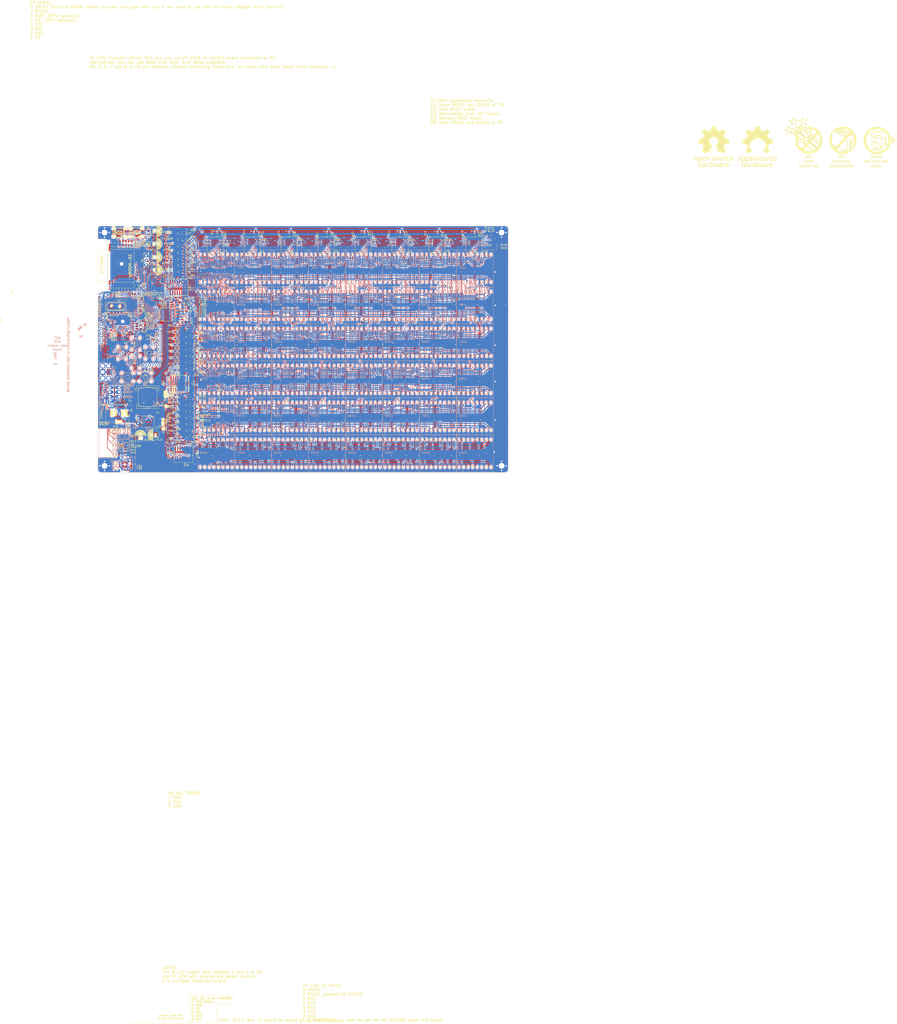
<source format=kicad_pcb>
(kicad_pcb (version 20170123) (host pcbnew no-vcs-found-4130083~58~ubuntu16.04.1)
  (layers (0 F.Cu signal) (31 B.Cu signal) (34 B.Paste user hide) (35 F.Paste user hide) (36 B.SilkS user) (37 F.SilkS user) (38 B.Mask user hide) (39 F.Mask user hide) (44 Edge.Cuts user))
  (net 0 "")
  (net 1 USB_D_N)
  (net 2 USB_D_P)
  (net 3 GND)
  (net 4 ESPVDD)
  (net 5 "Net-(R5-Pad1)")
  (net 6 "Net-(R1-Pad2)")
  (net 7 "Net-(R2-Pad2)")
  (net 8 "Net-(R3-Pad2)")
  (net 9 "Net-(R34-Pad1)")
  (net 10 "Net-(R10-Pad2)")
  (net 11 E_SCL)
  (net 12 "Net-(R15-Pad1)")
  (net 13 E_RXD)
  (net 14 E_TXD)
  (net 15 E_SDA)
  (net 16 "Net-(R26-Pad1)")
  (net 17 "Net-(D6-Pad2)")
  (net 18 BUTTONSENSE)
  (net 19 "Net-(D1-Pad2)")
  (net 20 "Net-(D2-Pad2)")
  (net 21 "Net-(D3-Pad2)")
  (net 22 "Net-(D4-Pad2)")
  (net 23 "Net-(D5-Pad2)")
  (net 24 "Net-(C1-Pad1)")
  (net 25 LEDLOGICVDD)
  (net 26 DC_IN)
  (net 27 VCC)
  (net 28 LEDVDD)
  (net 29 "Net-(U3-Pad22)")
  (net 30 COLCLK)
  (net 31 COLPWCLK1)
  (net 32 COLLATCH)
  (net 33 co15)
  (net 34 ce8)
  (net 35 ce15)
  (net 36 co8)
  (net 37 co14)
  (net 38 ce9)
  (net 39 ce14)
  (net 40 co9)
  (net 41 co13)
  (net 42 ce10)
  (net 43 ce13)
  (net 44 co10)
  (net 45 co12)
  (net 46 ce11)
  (net 47 ce12)
  (net 48 co11)
  (net 49 co35)
  (net 50 ce36)
  (net 51 ce35)
  (net 52 co36)
  (net 53 co34)
  (net 54 ce37)
  (net 55 ce34)
  (net 56 co37)
  (net 57 co33)
  (net 58 ce38)
  (net 59 ce33)
  (net 60 co38)
  (net 61 co32)
  (net 62 ce39)
  (net 63 ce32)
  (net 64 co39)
  (net 65 COLPWCLK0)
  (net 66 co47)
  (net 67 ce40)
  (net 68 ce47)
  (net 69 co40)
  (net 70 co46)
  (net 71 ce41)
  (net 72 ce46)
  (net 73 co41)
  (net 74 co45)
  (net 75 ce42)
  (net 76 ce45)
  (net 77 co42)
  (net 78 co44)
  (net 79 ce43)
  (net 80 ce44)
  (net 81 co43)
  (net 82 co19)
  (net 83 ce20)
  (net 84 ce19)
  (net 85 co20)
  (net 86 co18)
  (net 87 ce21)
  (net 88 ce18)
  (net 89 co21)
  (net 90 co17)
  (net 91 ce22)
  (net 92 ce17)
  (net 93 co22)
  (net 94 co16)
  (net 95 ce23)
  (net 96 ce16)
  (net 97 co23)
  (net 98 co55)
  (net 99 ce48)
  (net 100 ce55)
  (net 101 co48)
  (net 102 co54)
  (net 103 ce49)
  (net 104 ce54)
  (net 105 co49)
  (net 106 co53)
  (net 107 ce50)
  (net 108 ce53)
  (net 109 co50)
  (net 110 co52)
  (net 111 ce51)
  (net 112 ce52)
  (net 113 co51)
  (net 114 co59)
  (net 115 ce60)
  (net 116 ce59)
  (net 117 co60)
  (net 118 co58)
  (net 119 ce61)
  (net 120 ce58)
  (net 121 co61)
  (net 122 co57)
  (net 123 ce62)
  (net 124 ce57)
  (net 125 co62)
  (net 126 co56)
  (net 127 ce63)
  (net 128 ce56)
  (net 129 co63)
  (net 130 COLSEROUT)
  (net 131 "Net-(R18-Pad1)")
  (net 132 COLSER)
  (net 133 co7)
  (net 134 ce0)
  (net 135 ce7)
  (net 136 co0)
  (net 137 co6)
  (net 138 ce1)
  (net 139 ce6)
  (net 140 co1)
  (net 141 co5)
  (net 142 ce2)
  (net 143 ce5)
  (net 144 co2)
  (net 145 co4)
  (net 146 ce3)
  (net 147 ce4)
  (net 148 co3)
  (net 149 co27)
  (net 150 ce28)
  (net 151 ce27)
  (net 152 co28)
  (net 153 co26)
  (net 154 ce29)
  (net 155 ce26)
  (net 156 co29)
  (net 157 co25)
  (net 158 ce30)
  (net 159 ce25)
  (net 160 co30)
  (net 161 co24)
  (net 162 ce31)
  (net 163 ce24)
  (net 164 co31)
  (net 165 HC595LATCH)
  (net 166 E_COLLATCH)
  (net 167 E_COLCLK)
  (net 168 E_COLSER)
  (net 169 /row_driver/f_r0/IN6)
  (net 170 /row_driver/f_r0/IN7)
  (net 171 "Net-(U11-Pad14)")
  (net 172 HC595SEROUT)
  (net 173 "Net-(U13-Pad14)")
  (net 174 /row_driver/SEL1)
  (net 175 /row_driver/SEL2)
  (net 176 /row_driver/SEL3)
  (net 177 /row_driver/SEL4)
  (net 178 /row_driver/SEL5)
  (net 179 /row_driver/SEL6)
  (net 180 /row_driver/f_r16/IN7)
  (net 181 /row_driver/f_r16/IN6)
  (net 182 /row_driver/f_r8/IN6)
  (net 183 /row_driver/f_r8/IN7)
  (net 184 /row_driver/f_r8/IN5)
  (net 185 /row_driver/f_r8/IN4)
  (net 186 /row_driver/f_r8/IN3)
  (net 187 /row_driver/f_r8/IN2)
  (net 188 /row_driver/f_r8/IN1)
  (net 189 /row_driver/f_r8/IN0)
  (net 190 RTS)
  (net 191 DTR)
  (net 192 r0)
  (net 193 r1)
  (net 194 r2)
  (net 195 r3)
  (net 196 r4)
  (net 197 r5)
  (net 198 r6)
  (net 199 r7)
  (net 200 r8)
  (net 201 r9)
  (net 202 r10)
  (net 203 r11)
  (net 204 r12)
  (net 205 r13)
  (net 206 r14)
  (net 207 r15)
  (net 208 r16)
  (net 209 r17)
  (net 210 r18)
  (net 211 r19)
  (net 212 r20)
  (net 213 r21)
  (net 214 r22)
  (net 215 r23)
  (net 216 IR_IN)
  (net 217 "Net-(CONN3-Pad2)")
  (net 218 SDA)
  (net 219 SCL)
  (net 220 "Net-(U12-Pad3)")
  (net 221 "Net-(C3-Pad1)")
  (net 222 "Net-(Q23-Pad1)")
  (net 223 "Net-(Q22-Pad1)")
  (net 224 "Net-(Q21-Pad1)")
  (net 225 "Net-(Q20-Pad1)")
  (net 226 "Net-(Q10-Pad1)")
  (net 227 "Net-(Q12-Pad1)")
  (net 228 "Net-(Q13-Pad1)")
  (net 229 "Net-(Q14-Pad1)")
  (net 230 "Net-(Q15-Pad1)")
  (net 231 "Net-(Q16-Pad1)")
  (net 232 "Net-(Q17-Pad1)")
  (net 233 "Net-(Q19-Pad1)")
  (net 234 "Net-(Q18-Pad1)")
  (net 235 "Net-(Q25-Pad1)")
  (net 236 "Net-(Q7-Pad1)")
  (net 237 "Net-(Q6-Pad1)")
  (net 238 "Net-(Q8-Pad1)")
  (net 239 "Net-(Q9-Pad1)")
  (net 240 "Net-(Q5-Pad1)")
  (net 241 "Net-(Q4-Pad1)")
  (net 242 "Net-(Q2-Pad1)")
  (net 243 "Net-(Q11-Pad1)")
  (net 244 "Net-(Q28-Pad1)")
  (net 245 "Net-(Q24-Pad1)")
  (net 246 "Net-(Q27-Pad1)")
  (net 247 "Net-(Q26-Pad1)")
  (net 248 "Net-(C2-Pad1)")
  (net 249 E_AIN)
  (net 250 "Net-(D10-Pad1)")
  (net 251 "Net-(P3-Pad1)")
  (net 252 IR_OUT)
  (net 253 "Net-(R44-Pad2)")
  (net 254 "Net-(R43-Pad2)")
  (net 255 "Net-(R114-Pad1)")
  (net 256 "Net-(R115-Pad1)")
  (net 257 "Net-(R116-Pad1)")
  (net 258 "Net-(R117-Pad1)")
  (net 259 "Net-(R118-Pad1)")
  (net 260 "Net-(R119-Pad1)")
  (net 261 "Net-(U10-Pad2)")
  (net 262 "Net-(R25-Pad1)")
  (net 263 "Net-(R23-Pad1)")
  (net 264 "Net-(U6-Pad22)")
  (net 265 "Net-(U7-Pad22)")
  (net 266 "Net-(U5-Pad22)")
  (net 267 "Net-(R22-Pad1)")
  (net 268 "Net-(U4-Pad22)")
  (net 269 "Net-(R21-Pad1)")
  (net 270 "Net-(R20-Pad1)")
  (net 271 "Net-(R19-Pad1)")
  (net 272 "Net-(U4-Pad2)")
  (net 273 "Net-(R24-Pad1)")
  (net 274 "Net-(R120-Pad1)")
  (net 275 HC595CLK)
  (net 276 /row_driver/f_r16/IN5)
  (net 277 /row_driver/f_r16/IN4)
  (net 278 /row_driver/f_r16/IN3)
  (net 279 /row_driver/f_r16/IN2)
  (net 280 /row_driver/f_r16/IN1)
  (net 281 /row_driver/f_r16/IN0)
  (net 282 "Net-(D8-Pad1)")
  (net 283 "Net-(C29-Pad1)")
  (net 284 "Net-(C55-Pad1)")
  (net 285 "Net-(C72-Pad2)")
  (net 286 "Net-(C72-Pad1)")
  (net 287 /FILTVDD)
  (net 288 "Net-(D10-Pad2)")
  (net 289 "Net-(R47-Pad2)")
  (net 290 "Net-(CONN3-Pad3)")
  (net 291 "Net-(R127-Pad1)")
  (net 292 "Net-(R126-Pad1)")
  (net 293 "Net-(R11-Pad1)")
  (net 294 "Net-(R16-Pad1)")
  (net 295 "Net-(CONN4-Pad4)")
  (net 296 USB_VBUS)
  (net 297 P_ESP_GPIO0)
  (net 298 P_TX)
  (net 299 P_PGEC)
  (net 300 E_MCLR)
  (net 301 P_PGED)
  (net 302 P_MCLR)
  (net 303 P_RX)
  (net 304 LED1642VDD)
  (net 305 HC595SER)
  (net 306 P_ROW_LAT)
  (net 307 P_ROW_CLK)
  (net 308 P_PWCLK_N)
  (net 309 P_PWCLK_P)
  (net 310 P_ROW_DAT)
  (net 311 "Net-(C88-Pad2)")
  (net 312 "Net-(R141-Pad1)")
  (net 313 "Net-(R140-Pad1)")
  (net 314 P_ESP_RST)
  (net 315 P_LED1642_RST)
  (net 316 "Net-(R139-Pad1)")
  (net 317 "Net-(R137-Pad1)")
  (net 318 "Net-(R138-Pad1)")
  (net 319 "Net-(C93-Pad2)")
  (net 320 "Net-(C94-Pad2)")
  (net 321 "Net-(Q29-Pad1)")
  (net 322 "Net-(Q30-Pad1)")
  (net 323 "Net-(P3-Pad7)")
  (net 324 "Net-(P3-Pad8)")
  (net 325 "Net-(J1-Pad1)")
  (net 326 /PIC_VDD)
  (net 327 /VCAP)
  (net 328 "Net-(R17-Pad1)")
  (module components:stitch-via-0.6mm (layer F.Cu) (at 64.85 15.8)
    (fp_text reference REF** hide)
    (fp_text value stitch-via-0.6mm hide)
    (pad 1 thru_hole circle (at 0 0) (size 0.6 0.6) (drill 0.3) (layers *.Cu) (net 3 GND))
  )
  (module components:stitch-via-0.6mm (layer F.Cu) (at 64 14)
    (fp_text reference REF** hide)
    (fp_text value stitch-via-0.6mm hide)
    (pad 1 thru_hole circle (at 0 0) (size 0.6 0.6) (drill 0.3) (layers *.Cu) (net 3 GND))
  )
  (module components:stitch-via-0.6mm (layer F.Cu) (at 63.55 15.8)
    (fp_text reference REF** hide)
    (fp_text value stitch-via-0.6mm hide)
    (pad 1 thru_hole circle (at 0 0) (size 0.6 0.6) (drill 0.3) (layers *.Cu) (net 3 GND))
  )
  (module components:stitch-via-0.6mm (layer F.Cu) (at 217.15 16.5)
    (fp_text reference REF** hide)
    (fp_text value stitch-via-0.6mm hide)
    (pad 1 thru_hole circle (at 0 0) (size 0.6 0.6) (drill 0.3) (layers *.Cu) (net 3 GND))
  )
  (module components:stitch-via-0.6mm (layer F.Cu) (at 196.65 16.5)
    (fp_text reference REF** hide)
    (fp_text value stitch-via-0.6mm hide)
    (pad 1 thru_hole circle (at 0 0) (size 0.6 0.6) (drill 0.3) (layers *.Cu) (net 3 GND))
  )
  (module components:stitch-via-0.6mm (layer F.Cu) (at 176.15 16.5)
    (fp_text reference REF** hide)
    (fp_text value stitch-via-0.6mm hide)
    (pad 1 thru_hole circle (at 0 0) (size 0.6 0.6) (drill 0.3) (layers *.Cu) (net 3 GND))
  )
  (module components:stitch-via-0.6mm (layer F.Cu) (at 156.4 16.5)
    (fp_text reference REF** hide)
    (fp_text value stitch-via-0.6mm hide)
    (pad 1 thru_hole circle (at 0 0) (size 0.6 0.6) (drill 0.3) (layers *.Cu) (net 3 GND))
  )
  (module components:stitch-via-0.6mm (layer F.Cu) (at 135.8 16.45)
    (fp_text reference REF** hide)
    (fp_text value stitch-via-0.6mm hide)
    (pad 1 thru_hole circle (at 0 0) (size 0.6 0.6) (drill 0.3) (layers *.Cu) (net 3 GND))
  )
  (module components:stitch-via-0.6mm (layer F.Cu) (at 115.1 16.45)
    (fp_text reference REF** hide)
    (fp_text value stitch-via-0.6mm hide)
    (pad 1 thru_hole circle (at 0 0) (size 0.6 0.6) (drill 0.3) (layers *.Cu) (net 3 GND))
  )
  (module components:stitch-via-0.6mm (layer F.Cu) (at 95.8 16.5)
    (fp_text reference REF** hide)
    (fp_text value stitch-via-0.6mm hide)
    (pad 1 thru_hole circle (at 0 0) (size 0.6 0.6) (drill 0.3) (layers *.Cu) (net 3 GND))
  )
  (module components:stitch-via-0.6mm (layer F.Cu) (at 75.5 16.55)
    (fp_text reference REF** hide)
    (fp_text value stitch-via-0.6mm hide)
    (pad 1 thru_hole circle (at 0 0) (size 0.6 0.6) (drill 0.3) (layers *.Cu) (net 3 GND))
  )
  (module components:CAP_100_OR_200_P_LAY (layer F.Cu) (at 48.1 123.6 90)
    (fp_text reference C31 (at 1.35 -1.65 90) (layer F.SilkS) (effects (font (size 1.016 0.762) (thickness 0.127))))
    (fp_text value "1000u 16V LowESR" hide)
    (pad 2 thru_hole oval (at 2.54 0 90) (size 2 1.6) (drill 0.9) (layers *.Cu *.Mask F.SilkS) (net 3 GND) (clearance 0.254))
    (pad 1 thru_hole oval (at 0 0 90) (size 2 1.9) (drill 0.9) (layers *.Cu *.Mask F.SilkS) (net 27 VCC) (clearance 0.254))
    (pad 2 thru_hole oval (at 5.08 0 90) (size 3 1.6) (drill 0.9 (offset -0.8 0)) (layers *.Cu *.Mask F.SilkS) (net 3 GND) (clearance 0.254))
  )
  (module components:CAP_200_OR_300_P_LAY (layer F.Cu) (at 49.4 111.08 90)
    (fp_text reference C59 (at 0.73 -1.55 90) (layer F.SilkS) (effects (font (size 1.016 0.762) (thickness 0.127))))
    (fp_text value "3300u 16V LowESR" hide)
    (pad 2 thru_hole circle (at 5.08 0 90) (size 2 2) (drill 1) (layers *.Cu *.Mask F.SilkS) (net 3 GND) (clearance 0.254))
    (pad 1 thru_hole oval (at 0 0 90) (size 2 2) (drill 1 (offset 0 0.3)) (layers *.Cu *.Mask F.SilkS) (net 28 LEDVDD) (clearance 0.254))
    (pad 2 thru_hole oval (at 7.615 -0.025 90) (size 4 2) (drill 1 (offset -1 0)) (layers *.Cu *.Mask F.SilkS) (net 3 GND) (clearance 0.254))
  )
  (module components:stitch-via-0.6mm (layer F.Cu) (at 24.3 131.9)
    (fp_text reference REF** hide)
    (fp_text value stitch-via-0.6mm hide)
    (pad 1 thru_hole circle (at 0 0) (size 0.6 0.6) (drill 0.3) (layers *.Cu) (net 3 GND))
  )
  (module components:stitch-via-0.6mm (layer F.Cu) (at 13.15 140)
    (fp_text reference REF** hide)
    (fp_text value stitch-via-0.6mm hide)
    (pad 1 thru_hole circle (at 0 0) (size 0.6 0.6) (drill 0.3) (layers *.Cu) (net 3 GND))
  )
  (module components:stitch-via-0.6mm (layer F.Cu) (at 68.2 24.55)
    (fp_text reference REF** hide)
    (fp_text value stitch-via-0.6mm hide)
    (pad 1 thru_hole circle (at 0 0) (size 0.6 0.6) (drill 0.3) (layers *.Cu) (net 3 GND))
  )
  (module components:stitch-via-0.6mm (layer F.Cu) (at 70.3 57.2)
    (fp_text reference REF** hide)
    (fp_text value stitch-via-0.6mm hide)
    (pad 1 thru_hole circle (at 0 0) (size 0.6 0.6) (drill 0.3) (layers *.Cu) (net 3 GND))
  )
  (module components:stitch-via-0.6mm (layer F.Cu) (at 68.7 94.15)
    (fp_text reference REF** hide)
    (fp_text value stitch-via-0.6mm hide)
    (pad 1 thru_hole circle (at 0 0) (size 0.6 0.6) (drill 0.3) (layers *.Cu) (net 3 GND))
  )
  (module components:stitch-via-0.6mm (layer F.Cu) (at 53.55 135.2)
    (fp_text reference REF** hide)
    (fp_text value stitch-via-0.6mm hide)
    (pad 1 thru_hole circle (at 0 0) (size 0.6 0.6) (drill 0.3) (layers *.Cu) (net 3 GND))
  )
  (module components:stitch-via-0.6mm (layer F.Cu) (at 66 45.6)
    (fp_text reference REF** hide)
    (fp_text value stitch-via-0.6mm hide)
    (pad 1 thru_hole circle (at 0 0) (size 0.6 0.6) (drill 0.3) (layers *.Cu) (net 3 GND))
  )
  (module components:stitch-via-0.6mm (layer F.Cu) (at 41.9 25.3)
    (fp_text reference REF** hide)
    (fp_text value stitch-via-0.6mm hide)
    (pad 1 thru_hole circle (at 0 0) (size 0.6 0.6) (drill 0.3) (layers *.Cu) (net 3 GND))
  )
  (module Resistors_SMD:R_0603_HandSoldering (layer B.Cu) (at 40.3 23.9)
    (fp_text reference R38 (at 0 1.45) (layer B.SilkS) (effects (justify mirror)))
    (fp_text value 22k)
    (pad 1 smd rect (at -1.1 0) (size 1.2 0.9) (layers B.Cu B.Paste B.Mask) (net 13 E_RXD))
    (pad 2 smd rect (at 1.1 0) (size 1.2 0.9) (layers B.Cu B.Paste B.Mask) (net 4 ESPVDD))
  )
  (module Resistors_SMD:R_0603_HandSoldering (layer B.Cu) (at 43.2 67.1)
    (fp_text reference R39 (at 0 1.45) (layer B.SilkS) (effects (justify mirror)))
    (fp_text value 22k)
    (pad 2 smd rect (at 1.1 0) (size 1.2 0.9) (layers B.Cu B.Paste B.Mask) (net 4 ESPVDD))
    (pad 1 smd rect (at -1.1 0) (size 1.2 0.9) (layers B.Cu B.Paste B.Mask) (net 303 P_RX))
  )
  (module components:stitch-via-0.6mm (layer F.Cu) (at 50.6 78.7)
    (fp_text reference REF** hide)
    (fp_text value stitch-via-0.6mm hide)
    (pad 1 thru_hole circle (at 0 0) (size 0.6 0.6) (drill 0.3) (layers *.Cu) (net 3 GND))
  )
  (module components:stitch-via-0.6mm (layer F.Cu) (at 50.5 88.7)
    (fp_text reference REF** hide)
    (fp_text value stitch-via-0.6mm hide)
    (pad 1 thru_hole circle (at 0 0) (size 0.6 0.6) (drill 0.3) (layers *.Cu) (net 3 GND))
  )
  (module components:stitch-via-0.6mm (layer F.Cu) (at 23.6 98.9)
    (fp_text reference REF** hide)
    (fp_text value stitch-via-0.6mm hide)
    (pad 1 thru_hole circle (at 0 0) (size 0.6 0.6) (drill 0.3) (layers *.Cu) (net 3 GND))
  )
  (module components:stitch-via-0.6mm (layer F.Cu) (at 38.1 120.2)
    (fp_text reference REF** hide)
    (fp_text value stitch-via-0.6mm hide)
    (pad 1 thru_hole circle (at 0 0) (size 0.6 0.6) (drill 0.3) (layers *.Cu) (net 3 GND))
  )
  (module components:stitch-via-0.6mm (layer F.Cu) (at 45.2 102.6)
    (fp_text reference REF** hide)
    (fp_text value stitch-via-0.6mm hide)
    (pad 1 thru_hole circle (at 0 0) (size 0.6 0.6) (drill 0.3) (layers *.Cu) (net 3 GND))
  )
  (module components:stitch-via-0.6mm (layer F.Cu) (at 36.8 106.2)
    (fp_text reference REF** hide)
    (fp_text value stitch-via-0.6mm hide)
    (pad 1 thru_hole circle (at 0 0) (size 0.6 0.6) (drill 0.3) (layers *.Cu) (net 3 GND))
  )
  (module components:stitch-via-0.6mm (layer F.Cu) (at 59.8 138.7)
    (fp_text reference REF** hide)
    (fp_text value stitch-via-0.6mm hide)
    (pad 1 thru_hole circle (at 0 0) (size 0.6 0.6) (drill 0.3) (layers *.Cu) (net 3 GND))
  )
  (module components:stitch-via-0.6mm (layer F.Cu) (at 35.5 133)
    (fp_text reference REF** hide)
    (fp_text value stitch-via-0.6mm hide)
    (pad 1 thru_hole circle (at 0 0) (size 0.6 0.6) (drill 0.3) (layers *.Cu) (net 3 GND))
  )
  (module components:stitch-via-0.6mm (layer F.Cu) (at 47.4 102.3)
    (fp_text reference REF** hide)
    (fp_text value stitch-via-0.6mm hide)
    (pad 1 thru_hole circle (at 0 0) (size 0.6 0.6) (drill 0.3) (layers *.Cu) (net 3 GND))
  )
  (module components:stitch-via-0.6mm (layer F.Cu) (at 48.1 116.7)
    (fp_text reference REF** hide)
    (fp_text value stitch-via-0.6mm hide)
    (pad 1 thru_hole circle (at 0 0) (size 0.6 0.6) (drill 0.3) (layers *.Cu) (net 3 GND))
  )
  (module components:stitch-via-0.6mm (layer F.Cu) (at 48 112.7)
    (fp_text reference REF** hide)
    (fp_text value stitch-via-0.6mm hide)
    (pad 1 thru_hole circle (at 0 0) (size 0.6 0.6) (drill 0.3) (layers *.Cu) (net 3 GND))
  )
  (module components:stitch-via-0.6mm (layer F.Cu) (at 38.8 108)
    (fp_text reference REF** hide)
    (fp_text value stitch-via-0.6mm hide)
    (pad 1 thru_hole circle (at 0 0) (size 0.6 0.6) (drill 0.3) (layers *.Cu) (net 3 GND))
  )
  (module components:Crystal_SMD_HC49-SD_and_MA506_HandSoldering_mod (layer F.Cu) (at 22.15 56.475)
    (fp_text reference Y1 (at 1.85 -2.975) (layer F.SilkS))
    (fp_text value 8MHz)
    (pad 2 thru_hole circle (at 2.44094 0) (size 1.50114 1.50114) (drill 0.8) (layers *.Cu *.Mask F.SilkS) (net 320 "Net-(C94-Pad2)"))
    (pad 1 thru_hole circle (at -2.44094 0) (size 1.50114 1.50114) (drill 0.8) (layers *.Cu *.Mask F.SilkS) (net 319 "Net-(C93-Pad2)"))
    (pad 1 smd rect (at -1.85 0.975) (size 4.1 2.05) (layers F.Cu F.Paste F.Mask) (net 319 "Net-(C93-Pad2)"))
    (pad NC smd rect (at 9.25 0.975) (size 4.1 2.05) (layers F.Cu F.Paste F.Mask))
    (pad NC smd rect (at 9.25 -2.575) (size 4.1 2.05) (layers F.Cu F.Paste F.Mask))
    (pad 2 smd rect (at -1.85 -2.575) (size 4.1 2.05) (layers F.Cu F.Paste F.Mask) (net 320 "Net-(C94-Pad2)"))
    (pad 1 smd rect (at -4.7 0) (size 4 2) (layers F.Cu F.Paste F.Mask) (net 319 "Net-(C93-Pad2)"))
    (pad 2 smd rect (at 4.7 0) (size 4 2) (layers F.Cu F.Paste F.Mask) (net 320 "Net-(C94-Pad2)"))
  )
  (module components:stitch-via-0.6mm (layer F.Cu) (at 42.6 104.3)
    (fp_text reference REF** hide)
    (fp_text value stitch-via-0.6mm hide)
    (pad 1 thru_hole circle (at 0 0) (size 0.6 0.6) (drill 0.3) (layers *.Cu) (net 3 GND))
  )
  (module components:stitch-via-0.6mm (layer F.Cu) (at 32.3 101.5)
    (fp_text reference REF** hide)
    (fp_text value stitch-via-0.6mm hide)
    (pad 1 thru_hole circle (at 0 0) (size 0.6 0.6) (drill 0.3) (layers *.Cu) (net 3 GND))
  )
  (module components:stitch-via-0.6mm (layer F.Cu) (at 36.6 103.8)
    (fp_text reference REF** hide)
    (fp_text value stitch-via-0.6mm hide)
    (pad 1 thru_hole circle (at 0 0) (size 0.6 0.6) (drill 0.3) (layers *.Cu) (net 3 GND))
  )
  (module components:stitch-via-0.6mm (layer F.Cu) (at 35.3 136.6)
    (fp_text reference REF** hide)
    (fp_text value stitch-via-0.6mm hide)
    (pad 1 thru_hole circle (at 0 0) (size 0.6 0.6) (drill 0.3) (layers *.Cu) (net 3 GND))
  )
  (module components:stitch-via-0.6mm (layer F.Cu) (at 44.4 131.7)
    (fp_text reference REF** hide)
    (fp_text value stitch-via-0.6mm hide)
    (pad 1 thru_hole circle (at 0 0) (size 0.6 0.6) (drill 0.3) (layers *.Cu) (net 3 GND))
  )
  (module components:stitch-via-0.6mm (layer F.Cu) (at 46.4 126)
    (fp_text reference REF** hide)
    (fp_text value stitch-via-0.6mm hide)
    (pad 1 thru_hole circle (at 0 0) (size 0.6 0.6) (drill 0.3) (layers *.Cu) (net 3 GND))
  )
  (module components:stitch-via-0.6mm (layer F.Cu) (at 48.8 133.4)
    (fp_text reference REF** hide)
    (fp_text value stitch-via-0.6mm hide)
    (pad 1 thru_hole circle (at 0 0) (size 0.6 0.6) (drill 0.3) (layers *.Cu) (net 3 GND))
  )
  (module components:stitch-via-0.6mm (layer F.Cu) (at 43.3 137.6)
    (fp_text reference REF** hide)
    (fp_text value stitch-via-0.6mm hide)
    (pad 1 thru_hole circle (at 0 0) (size 0.6 0.6) (drill 0.3) (layers *.Cu) (net 3 GND))
  )
  (module components:stitch-via-0.6mm (layer F.Cu) (at 45.8 133.9)
    (fp_text reference REF** hide)
    (fp_text value stitch-via-0.6mm hide)
    (pad 1 thru_hole circle (at 0 0) (size 0.6 0.6) (drill 0.3) (layers *.Cu) (net 3 GND))
  )
  (module components:stitch-via-0.6mm (layer F.Cu) (at 48.5 125.8)
    (fp_text reference REF** hide)
    (fp_text value stitch-via-0.6mm hide)
    (pad 1 thru_hole circle (at 0 0) (size 0.6 0.6) (drill 0.3) (layers *.Cu) (net 3 GND))
  )
  (module components:stitch-via-0.6mm (layer F.Cu) (at 48.8 136.2)
    (fp_text reference REF** hide)
    (fp_text value stitch-via-0.6mm hide)
    (pad 1 thru_hole circle (at 0 0) (size 0.6 0.6) (drill 0.3) (layers *.Cu) (net 3 GND))
  )
  (module components:stitch-via-0.6mm (layer F.Cu) (at 43.6 135.8)
    (fp_text reference REF** hide)
    (fp_text value stitch-via-0.6mm hide)
    (pad 1 thru_hole circle (at 0 0) (size 0.6 0.6) (drill 0.3) (layers *.Cu) (net 3 GND))
  )
  (module components:stitch-via-0.6mm (layer F.Cu) (at 39.6 136.1)
    (fp_text reference REF** hide)
    (fp_text value stitch-via-0.6mm hide)
    (pad 1 thru_hole circle (at 0 0) (size 0.6 0.6) (drill 0.3) (layers *.Cu) (net 3 GND))
  )
  (module components:stitch-via-0.6mm (layer F.Cu) (at 67.1 134.2)
    (fp_text reference REF** hide)
    (fp_text value stitch-via-0.6mm hide)
    (pad 1 thru_hole circle (at 0 0) (size 0.6 0.6) (drill 0.3) (layers *.Cu) (net 3 GND))
  )
  (module components:stitch-via-0.6mm (layer F.Cu) (at 70.2 58.8)
    (fp_text reference REF** hide)
    (fp_text value stitch-via-0.6mm hide)
    (pad 1 thru_hole circle (at 0 0) (size 0.6 0.6) (drill 0.3) (layers *.Cu) (net 3 GND))
  )
  (module components:stitch-via-0.6mm (layer F.Cu) (at 69.2 100.7)
    (fp_text reference REF** hide)
    (fp_text value stitch-via-0.6mm hide)
    (pad 1 thru_hole circle (at 0 0) (size 0.6 0.6) (drill 0.3) (layers *.Cu) (net 3 GND))
  )
  (module components:stitch-via-0.6mm (layer F.Cu) (at 211.8 85.7)
    (fp_text reference REF** hide)
    (fp_text value stitch-via-0.6mm hide)
    (pad 1 thru_hole circle (at 0 0) (size 0.6 0.6) (drill 0.3) (layers *.Cu) (net 3 GND))
  )
  (module components:stitch-via-0.6mm (layer F.Cu) (at 208.7 86.6)
    (fp_text reference REF** hide)
    (fp_text value stitch-via-0.6mm hide)
    (pad 1 thru_hole circle (at 0 0) (size 0.6 0.6) (drill 0.3) (layers *.Cu) (net 3 GND))
  )
  (module components:stitch-via-0.6mm (layer F.Cu) (at 188.4 86.3)
    (fp_text reference REF** hide)
    (fp_text value stitch-via-0.6mm hide)
    (pad 1 thru_hole circle (at 0 0) (size 0.6 0.6) (drill 0.3) (layers *.Cu) (net 3 GND))
  )
  (module components:stitch-via-0.6mm (layer F.Cu) (at 168.2 86.4)
    (fp_text reference REF** hide)
    (fp_text value stitch-via-0.6mm hide)
    (pad 1 thru_hole circle (at 0 0) (size 0.6 0.6) (drill 0.3) (layers *.Cu) (net 3 GND))
  )
  (module components:stitch-via-0.6mm (layer F.Cu) (at 147.7 86.3)
    (fp_text reference REF** hide)
    (fp_text value stitch-via-0.6mm hide)
    (pad 1 thru_hole circle (at 0 0) (size 0.6 0.6) (drill 0.3) (layers *.Cu) (net 3 GND))
  )
  (module components:stitch-via-0.6mm (layer F.Cu) (at 212.7 147)
    (fp_text reference REF** hide)
    (fp_text value stitch-via-0.6mm hide)
    (pad 1 thru_hole circle (at 0 0) (size 0.6 0.6) (drill 0.3) (layers *.Cu) (net 3 GND))
  )
  (module components:stitch-via-0.6mm (layer F.Cu) (at 196.3 147)
    (fp_text reference REF** hide)
    (fp_text value stitch-via-0.6mm hide)
    (pad 1 thru_hole circle (at 0 0) (size 0.6 0.6) (drill 0.3) (layers *.Cu) (net 3 GND))
  )
  (module components:stitch-via-0.6mm (layer F.Cu) (at 174.4 146.9)
    (fp_text reference REF** hide)
    (fp_text value stitch-via-0.6mm hide)
    (pad 1 thru_hole circle (at 0 0) (size 0.6 0.6) (drill 0.3) (layers *.Cu) (net 3 GND))
  )
  (module components:stitch-via-0.6mm (layer F.Cu) (at 154.3 146.8)
    (fp_text reference REF** hide)
    (fp_text value stitch-via-0.6mm hide)
    (pad 1 thru_hole circle (at 0 0) (size 0.6 0.6) (drill 0.3) (layers *.Cu) (net 3 GND))
  )
  (module components:stitch-via-0.6mm (layer F.Cu) (at 133.7 146.9)
    (fp_text reference REF** hide)
    (fp_text value stitch-via-0.6mm hide)
    (pad 1 thru_hole circle (at 0 0) (size 0.6 0.6) (drill 0.3) (layers *.Cu) (net 3 GND))
  )
  (module components:stitch-via-0.6mm (layer F.Cu) (at 113.5 147)
    (fp_text reference REF** hide)
    (fp_text value stitch-via-0.6mm hide)
    (pad 1 thru_hole circle (at 0 0) (size 0.6 0.6) (drill 0.3) (layers *.Cu) (net 3 GND))
  )
  (module components:stitch-via-0.6mm (layer F.Cu) (at 86.7 146.8)
    (fp_text reference REF** hide)
    (fp_text value stitch-via-0.6mm hide)
    (pad 1 thru_hole circle (at 0 0) (size 0.6 0.6) (drill 0.3) (layers *.Cu) (net 3 GND))
  )
  (module components:stitch-via-0.6mm (layer F.Cu) (at 71.5 16.7)
    (fp_text reference REF** hide)
    (fp_text value stitch-via-0.6mm hide)
    (pad 1 thru_hole circle (at 0 0) (size 0.6 0.6) (drill 0.3) (layers *.Cu) (net 3 GND))
  )
  (module components:stitch-via-0.6mm (layer F.Cu) (at 138 19.1)
    (fp_text reference REF** hide)
    (fp_text value stitch-via-0.6mm hide)
    (pad 1 thru_hole circle (at 0 0) (size 0.6 0.6) (drill 0.3) (layers *.Cu) (net 3 GND))
  )
  (module components:stitch-via-0.6mm (layer F.Cu) (at 136.3 19.2)
    (fp_text reference REF** hide)
    (fp_text value stitch-via-0.6mm hide)
    (pad 1 thru_hole circle (at 0 0) (size 0.6 0.6) (drill 0.3) (layers *.Cu) (net 3 GND))
  )
  (module components:stitch-via-0.6mm (layer F.Cu) (at 234.4 24.4)
    (fp_text reference REF** hide)
    (fp_text value stitch-via-0.6mm hide)
    (pad 1 thru_hole circle (at 0 0) (size 0.6 0.6) (drill 0.3) (layers *.Cu) (net 3 GND))
  )
  (module components:stitch-via-0.6mm (layer F.Cu) (at 234.2 22.7)
    (fp_text reference REF** hide)
    (fp_text value stitch-via-0.6mm hide)
    (pad 1 thru_hole circle (at 0 0) (size 0.6 0.6) (drill 0.3) (layers *.Cu) (net 3 GND))
  )
  (module components:stitch-via-0.6mm (layer F.Cu) (at 228.6 30.3)
    (fp_text reference REF** hide)
    (fp_text value stitch-via-0.6mm hide)
    (pad 1 thru_hole circle (at 0 0) (size 0.6 0.6) (drill 0.3) (layers *.Cu) (net 3 GND))
  )
  (module components:stitch-via-0.6mm (layer F.Cu) (at 204 17.7)
    (fp_text reference REF** hide)
    (fp_text value stitch-via-0.6mm hide)
    (pad 1 thru_hole circle (at 0 0) (size 0.6 0.6) (drill 0.3) (layers *.Cu) (net 3 GND))
  )
  (module components:stitch-via-0.6mm (layer F.Cu) (at 219.4 19.5)
    (fp_text reference REF** hide)
    (fp_text value stitch-via-0.6mm hide)
    (pad 1 thru_hole circle (at 0 0) (size 0.6 0.6) (drill 0.3) (layers *.Cu) (net 3 GND))
  )
  (module components:stitch-via-0.6mm (layer F.Cu) (at 217.8 19.2)
    (fp_text reference REF** hide)
    (fp_text value stitch-via-0.6mm hide)
    (pad 1 thru_hole circle (at 0 0) (size 0.6 0.6) (drill 0.3) (layers *.Cu) (net 3 GND))
  )
  (module components:stitch-via-0.6mm (layer F.Cu) (at 57.2 86.35)
    (fp_text reference REF** hide)
    (fp_text value stitch-via-0.6mm hide)
    (pad 1 thru_hole circle (at 0 0) (size 0.6 0.6) (drill 0.3) (layers *.Cu) (net 3 GND))
  )
  (module components:stitch-via-0.6mm (layer F.Cu) (at 38.125 53.875)
    (fp_text reference REF** hide)
    (fp_text value stitch-via-0.6mm hide)
    (pad 1 thru_hole circle (at 0 0) (size 0.6 0.6) (drill 0.3) (layers *.Cu) (net 3 GND))
  )
  (module components:stitch-via-0.6mm (layer F.Cu) (at 22.725 34.825)
    (fp_text reference REF** hide)
    (fp_text value stitch-via-0.6mm hide)
    (pad 1 thru_hole circle (at 0 0) (size 0.6 0.6) (drill 0.3) (layers *.Cu) (net 3 GND))
  )
  (module components:stitch-via-0.6mm (layer F.Cu) (at 22.875 33.725)
    (fp_text reference REF** hide)
    (fp_text value stitch-via-0.6mm hide)
    (pad 1 thru_hole circle (at 0 0) (size 0.6 0.6) (drill 0.3) (layers *.Cu) (net 3 GND))
  )
  (module components:stitch-via-0.6mm (layer F.Cu) (at 22.75 32.575)
    (fp_text reference REF** hide)
    (fp_text value stitch-via-0.6mm hide)
    (pad 1 thru_hole circle (at 0 0) (size 0.6 0.6) (drill 0.3) (layers *.Cu) (net 3 GND))
  )
  (module components:stitch-via-0.6mm (layer F.Cu) (at 22.775 31.5)
    (fp_text reference REF** hide)
    (fp_text value stitch-via-0.6mm hide)
    (pad 1 thru_hole circle (at 0 0) (size 0.6 0.6) (drill 0.3) (layers *.Cu) (net 3 GND))
  )
  (module components:stitch-via-0.6mm (layer F.Cu) (at 26.65 31.75)
    (fp_text reference REF** hide)
    (fp_text value stitch-via-0.6mm hide)
    (pad 1 thru_hole circle (at 0 0) (size 0.6 0.6) (drill 0.3) (layers *.Cu) (net 3 GND))
  )
  (module components:stitch-via-0.6mm (layer F.Cu) (at 24.1 31.75)
    (fp_text reference REF** hide)
    (fp_text value stitch-via-0.6mm hide)
    (pad 1 thru_hole circle (at 0 0) (size 0.6 0.6) (drill 0.3) (layers *.Cu) (net 3 GND))
  )
  (module components:stitch-via-0.6mm (layer F.Cu) (at 24.325 34.575)
    (fp_text reference REF** hide)
    (fp_text value stitch-via-0.6mm hide)
    (pad 1 thru_hole circle (at 0 0) (size 0.6 0.6) (drill 0.3) (layers *.Cu) (net 3 GND))
  )
  (module components:stitch-via-0.6mm (layer F.Cu) (at 26.775 34.6)
    (fp_text reference REF** hide)
    (fp_text value stitch-via-0.6mm hide)
    (pad 1 thru_hole circle (at 0 0) (size 0.6 0.6) (drill 0.3) (layers *.Cu) (net 3 GND))
  )
  (module components:stitch-via-0.6mm (layer F.Cu) (at 27.95 34.425)
    (fp_text reference REF** hide)
    (fp_text value stitch-via-0.6mm hide)
    (pad 1 thru_hole circle (at 0 0) (size 0.6 0.6) (drill 0.3) (layers *.Cu) (net 3 GND))
  )
  (module components:stitch-via-0.6mm (layer F.Cu) (at 27.85 33.35)
    (fp_text reference REF** hide)
    (fp_text value stitch-via-0.6mm hide)
    (pad 1 thru_hole circle (at 0 0) (size 0.6 0.6) (drill 0.3) (layers *.Cu) (net 3 GND))
  )
  (module components:stitch-via-0.6mm (layer F.Cu) (at 27.825 32.425)
    (fp_text reference REF** hide)
    (fp_text value stitch-via-0.6mm hide)
    (pad 1 thru_hole circle (at 0 0) (size 0.6 0.6) (drill 0.3) (layers *.Cu) (net 3 GND))
  )
  (module components:stitch-via-0.6mm (layer F.Cu) (at 27.875 31.475)
    (fp_text reference REF** hide)
    (fp_text value stitch-via-0.6mm hide)
    (pad 1 thru_hole circle (at 0 0) (size 0.6 0.6) (drill 0.3) (layers *.Cu) (net 3 GND))
  )
  (module components:stitch-via-0.6mm (layer F.Cu) (at 22.55 14.725)
    (fp_text reference REF** hide)
    (fp_text value stitch-via-0.6mm hide)
    (pad 1 thru_hole circle (at 0 0) (size 0.6 0.6) (drill 0.3) (layers *.Cu) (net 3 GND))
  )
  (module components:stitch-via-0.6mm (layer F.Cu) (at 43.625 87.025)
    (fp_text reference REF** hide)
    (fp_text value stitch-via-0.6mm hide)
    (pad 1 thru_hole circle (at 0 0) (size 0.6 0.6) (drill 0.3) (layers *.Cu) (net 3 GND))
  )
  (module components:stitch-via-0.6mm (layer F.Cu) (at 34.8 123.4)
    (fp_text reference REF** hide)
    (fp_text value stitch-via-0.6mm hide)
    (pad 1 thru_hole circle (at 0 0) (size 0.6 0.6) (drill 0.3) (layers *.Cu) (net 3 GND))
  )
  (module components:stitch-via-0.6mm (layer F.Cu) (at 32.175 126.05)
    (fp_text reference REF** hide)
    (fp_text value stitch-via-0.6mm hide)
    (pad 1 thru_hole circle (at 0 0) (size 0.6 0.6) (drill 0.3) (layers *.Cu) (net 3 GND))
  )
  (module components:stitch-via-0.6mm (layer F.Cu) (at 39.3 124.025)
    (fp_text reference REF** hide)
    (fp_text value stitch-via-0.6mm hide)
    (pad 1 thru_hole circle (at 0 0) (size 0.6 0.6) (drill 0.3) (layers *.Cu) (net 3 GND))
  )
  (module components:stitch-via-0.6mm (layer F.Cu) (at 40.875 123.85)
    (fp_text reference REF** hide)
    (fp_text value stitch-via-0.6mm hide)
    (pad 1 thru_hole circle (at 0 0) (size 0.6 0.6) (drill 0.3) (layers *.Cu) (net 3 GND))
  )
  (module components:stitch-via-0.6mm (layer F.Cu) (at 42.3 123.55)
    (fp_text reference REF** hide)
    (fp_text value stitch-via-0.6mm hide)
    (pad 1 thru_hole circle (at 0 0) (size 0.6 0.6) (drill 0.3) (layers *.Cu) (net 3 GND))
  )
  (module components:stitch-via-0.6mm (layer F.Cu) (at 39.65 122.725)
    (fp_text reference REF** hide)
    (fp_text value stitch-via-0.6mm hide)
    (pad 1 thru_hole circle (at 0 0) (size 0.6 0.6) (drill 0.3) (layers *.Cu) (net 3 GND))
  )
  (module components:stitch-via-0.6mm (layer F.Cu) (at 38.4 122.65)
    (fp_text reference REF** hide)
    (fp_text value stitch-via-0.6mm hide)
    (pad 1 thru_hole circle (at 0 0) (size 0.6 0.6) (drill 0.3) (layers *.Cu) (net 3 GND))
  )
  (module components:stitch-via-0.6mm (layer F.Cu) (at 41.2 122.65)
    (fp_text reference REF** hide)
    (fp_text value stitch-via-0.6mm hide)
    (pad 1 thru_hole circle (at 0 0) (size 0.6 0.6) (drill 0.3) (layers *.Cu) (net 3 GND))
  )
  (module components:stitch-via-0.6mm (layer F.Cu) (at 40.45 129.425)
    (fp_text reference REF** hide)
    (fp_text value stitch-via-0.6mm hide)
    (pad 1 thru_hole circle (at 0 0) (size 0.6 0.6) (drill 0.3) (layers *.Cu) (net 3 GND))
  )
  (module components:stitch-via-0.6mm (layer F.Cu) (at 32.2 140.35)
    (fp_text reference REF** hide)
    (fp_text value stitch-via-0.6mm hide)
    (pad 1 thru_hole circle (at 0 0) (size 0.6 0.6) (drill 0.3) (layers *.Cu) (net 3 GND))
  )
  (module components:stitch-via-0.6mm (layer F.Cu) (at 24.625 112.525)
    (fp_text reference REF** hide)
    (fp_text value stitch-via-0.6mm hide)
    (pad 1 thru_hole circle (at 0 0) (size 0.6 0.6) (drill 0.3) (layers *.Cu) (net 3 GND))
  )
  (module components:stitch-via-0.6mm (layer F.Cu) (at 42.7 108.3)
    (fp_text reference REF** hide)
    (fp_text value stitch-via-0.6mm hide)
    (pad 1 thru_hole circle (at 0 0) (size 0.6 0.6) (drill 0.3) (layers *.Cu) (net 3 GND))
  )
  (module components:stitch-via-0.6mm (layer F.Cu) (at 65.95 42.475)
    (fp_text reference REF** hide)
    (fp_text value stitch-via-0.6mm hide)
    (pad 1 thru_hole circle (at 0 0) (size 0.6 0.6) (drill 0.3) (layers *.Cu) (net 3 GND))
  )
  (module components:stitch-via-0.6mm (layer F.Cu) (at 47.875 38.9)
    (fp_text reference REF** hide)
    (fp_text value stitch-via-0.6mm hide)
    (pad 1 thru_hole circle (at 0 0) (size 0.6 0.6) (drill 0.3) (layers *.Cu) (net 3 GND))
  )
  (module components:stitch-via-0.6mm (layer F.Cu) (at 45.5 32.725)
    (fp_text reference REF** hide)
    (fp_text value stitch-via-0.6mm hide)
    (pad 1 thru_hole circle (at 0 0) (size 0.6 0.6) (drill 0.3) (layers *.Cu) (net 3 GND))
  )
  (module components:stitch-via-0.6mm (layer F.Cu) (at 46.225 40.625)
    (fp_text reference REF** hide)
    (fp_text value stitch-via-0.6mm hide)
    (pad 1 thru_hole circle (at 0 0) (size 0.6 0.6) (drill 0.3) (layers *.Cu) (net 3 GND))
  )
  (module components:stitch-via-0.6mm (layer F.Cu) (at 222.95 16.45)
    (fp_text reference REF** hide)
    (fp_text value stitch-via-0.6mm hide)
    (pad 1 thru_hole circle (at 0 0) (size 0.6 0.6) (drill 0.3) (layers *.Cu) (net 3 GND))
  )
  (module components:stitch-via-0.6mm (layer F.Cu) (at 209.275 16.675)
    (fp_text reference REF** hide)
    (fp_text value stitch-via-0.6mm hide)
    (pad 1 thru_hole circle (at 0 0) (size 0.6 0.6) (drill 0.3) (layers *.Cu) (net 3 GND))
  )
  (module components:stitch-via-0.6mm (layer F.Cu) (at 188.4 16.6)
    (fp_text reference REF** hide)
    (fp_text value stitch-via-0.6mm hide)
    (pad 1 thru_hole circle (at 0 0) (size 0.6 0.6) (drill 0.3) (layers *.Cu) (net 3 GND))
  )
  (module components:stitch-via-0.6mm (layer F.Cu) (at 168.3 16.775)
    (fp_text reference REF** hide)
    (fp_text value stitch-via-0.6mm hide)
    (pad 1 thru_hole circle (at 0 0) (size 0.6 0.6) (drill 0.3) (layers *.Cu) (net 3 GND))
  )
  (module components:stitch-via-0.6mm (layer F.Cu) (at 148.85 16.65)
    (fp_text reference REF** hide)
    (fp_text value stitch-via-0.6mm hide)
    (pad 1 thru_hole circle (at 0 0) (size 0.6 0.6) (drill 0.3) (layers *.Cu) (net 3 GND))
  )
  (module components:stitch-via-0.6mm (layer F.Cu) (at 127.6 16.775)
    (fp_text reference REF** hide)
    (fp_text value stitch-via-0.6mm hide)
    (pad 1 thru_hole circle (at 0 0) (size 0.6 0.6) (drill 0.3) (layers *.Cu) (net 3 GND))
  )
  (module components:stitch-via-0.6mm (layer F.Cu) (at 107.4 16.975)
    (fp_text reference REF** hide)
    (fp_text value stitch-via-0.6mm hide)
    (pad 1 thru_hole circle (at 0 0) (size 0.6 0.6) (drill 0.3) (layers *.Cu) (net 3 GND))
  )
  (module components:stitch-via-0.6mm (layer F.Cu) (at 86.65 16.875)
    (fp_text reference REF** hide)
    (fp_text value stitch-via-0.6mm hide)
    (pad 1 thru_hole circle (at 0 0) (size 0.6 0.6) (drill 0.3) (layers *.Cu) (net 3 GND))
  )
  (module components:stitch-via-0.6mm (layer F.Cu) (at 61.125 24.1)
    (fp_text reference REF** hide)
    (fp_text value stitch-via-0.6mm hide)
    (pad 1 thru_hole circle (at 0 0) (size 0.6 0.6) (drill 0.3) (layers *.Cu) (net 3 GND))
  )
  (module components:stitch-via-0.6mm (layer F.Cu) (at 66.375 18.625)
    (fp_text reference REF** hide)
    (fp_text value stitch-via-0.6mm hide)
    (pad 1 thru_hole circle (at 0 0) (size 0.6 0.6) (drill 0.3) (layers *.Cu) (net 3 GND))
  )
  (module components:stitch-via-0.6mm (layer F.Cu) (at 225.9 13.275)
    (fp_text reference REF** hide)
    (fp_text value stitch-via-0.6mm hide)
    (pad 1 thru_hole circle (at 0 0) (size 0.6 0.6) (drill 0.3) (layers *.Cu) (net 3 GND))
  )
  (module components:stitch-via-0.6mm (layer F.Cu) (at 150.775 13)
    (fp_text reference REF** hide)
    (fp_text value stitch-via-0.6mm hide)
    (pad 1 thru_hole circle (at 0 0) (size 0.6 0.6) (drill 0.3) (layers *.Cu) (net 3 GND))
  )
  (module components:stitch-via-0.6mm (layer F.Cu) (at 69.025 13.025)
    (fp_text reference REF** hide)
    (fp_text value stitch-via-0.6mm hide)
    (pad 1 thru_hole circle (at 0 0) (size 0.6 0.6) (drill 0.3) (layers *.Cu) (net 3 GND))
  )
  (module components:stitch-via-0.6mm (layer F.Cu) (at 228.375 106.55)
    (fp_text reference REF** hide)
    (fp_text value stitch-via-0.6mm hide)
    (pad 1 thru_hole circle (at 0 0) (size 0.6 0.6) (drill 0.3) (layers *.Cu) (net 3 GND))
  )
  (module components:stitch-via-0.6mm (layer F.Cu) (at 228.375 86.125)
    (fp_text reference REF** hide)
    (fp_text value stitch-via-0.6mm hide)
    (pad 1 thru_hole circle (at 0 0) (size 0.6 0.6) (drill 0.3) (layers *.Cu) (net 3 GND))
  )
  (module components:stitch-via-0.6mm (layer F.Cu) (at 227.975 66.6)
    (fp_text reference REF** hide)
    (fp_text value stitch-via-0.6mm hide)
    (pad 1 thru_hole circle (at 0 0) (size 0.6 0.6) (drill 0.3) (layers *.Cu) (net 3 GND))
  )
  (module components:stitch-via-0.6mm (layer F.Cu) (at 226.175 23.8)
    (fp_text reference REF** hide)
    (fp_text value stitch-via-0.6mm hide)
    (pad 1 thru_hole circle (at 0 0) (size 0.6 0.6) (drill 0.3) (layers *.Cu) (net 3 GND))
  )
  (module components:stitch-via-0.6mm (layer F.Cu) (at 236.025 32.45)
    (fp_text reference REF** hide)
    (fp_text value stitch-via-0.6mm hide)
    (pad 1 thru_hole circle (at 0 0) (size 0.6 0.6) (drill 0.3) (layers *.Cu) (net 3 GND))
  )
  (module components:stitch-via-0.6mm (layer F.Cu) (at 236.35 43.775)
    (fp_text reference REF** hide)
    (fp_text value stitch-via-0.6mm hide)
    (pad 1 thru_hole circle (at 0 0) (size 0.6 0.6) (drill 0.3) (layers *.Cu) (net 3 GND))
  )
  (module components:stitch-via-0.6mm (layer F.Cu) (at 235.975 55.525)
    (fp_text reference REF** hide)
    (fp_text value stitch-via-0.6mm hide)
    (pad 1 thru_hole circle (at 0 0) (size 0.6 0.6) (drill 0.3) (layers *.Cu) (net 3 GND))
  )
  (module components:stitch-via-0.6mm (layer F.Cu) (at 235.975 55.525)
    (fp_text reference REF** hide)
    (fp_text value stitch-via-0.6mm hide)
    (pad 1 thru_hole circle (at 0 0) (size 0.6 0.6) (drill 0.3) (layers *.Cu) (net 3 GND))
  )
  (module components:stitch-via-0.6mm (layer F.Cu) (at 236.35 65.925)
    (fp_text reference REF** hide)
    (fp_text value stitch-via-0.6mm hide)
    (pad 1 thru_hole circle (at 0 0) (size 0.6 0.6) (drill 0.3) (layers *.Cu) (net 3 GND))
  )
  (module components:stitch-via-0.6mm (layer F.Cu) (at 236.3 77.8)
    (fp_text reference REF** hide)
    (fp_text value stitch-via-0.6mm hide)
    (pad 1 thru_hole circle (at 0 0) (size 0.6 0.6) (drill 0.3) (layers *.Cu) (net 3 GND))
  )
  (module components:stitch-via-0.6mm (layer F.Cu) (at 236.575 89.725)
    (fp_text reference REF** hide)
    (fp_text value stitch-via-0.6mm hide)
    (pad 1 thru_hole circle (at 0 0) (size 0.6 0.6) (drill 0.3) (layers *.Cu) (net 3 GND))
  )
  (module components:stitch-via-0.6mm (layer F.Cu) (at 235.975 104.7)
    (fp_text reference REF** hide)
    (fp_text value stitch-via-0.6mm hide)
    (pad 1 thru_hole circle (at 0 0) (size 0.6 0.6) (drill 0.3) (layers *.Cu) (net 3 GND))
  )
  (module components:stitch-via-0.6mm (layer F.Cu) (at 236.175 116.9)
    (fp_text reference REF** hide)
    (fp_text value stitch-via-0.6mm hide)
    (pad 1 thru_hole circle (at 0 0) (size 0.6 0.6) (drill 0.3) (layers *.Cu) (net 3 GND))
  )
  (module components:stitch-via-0.6mm (layer F.Cu) (at 236.1 130.85)
    (fp_text reference REF** hide)
    (fp_text value stitch-via-0.6mm hide)
    (pad 1 thru_hole circle (at 0 0) (size 0.6 0.6) (drill 0.3) (layers *.Cu) (net 3 GND))
  )
  (module components:stitch-via-0.6mm (layer F.Cu) (at 226.175 126.9)
    (fp_text reference REF** hide)
    (fp_text value stitch-via-0.6mm hide)
    (pad 1 thru_hole circle (at 0 0) (size 0.6 0.6) (drill 0.3) (layers *.Cu) (net 3 GND))
  )
  (module components:stitch-via-0.6mm (layer F.Cu) (at 225.975 137.375)
    (fp_text reference REF** hide)
    (fp_text value stitch-via-0.6mm hide)
    (pad 1 thru_hole circle (at 0 0) (size 0.6 0.6) (drill 0.3) (layers *.Cu) (net 3 GND))
  )
  (module components:stitch-via-0.6mm (layer F.Cu) (at 222.825 135.125)
    (fp_text reference REF** hide)
    (fp_text value stitch-via-0.6mm hide)
    (pad 1 thru_hole circle (at 0 0) (size 0.6 0.6) (drill 0.3) (layers *.Cu) (net 3 GND))
  )
  (module components:stitch-via-0.6mm (layer F.Cu) (at 218.55 135.125)
    (fp_text reference REF** hide)
    (fp_text value stitch-via-0.6mm hide)
    (pad 1 thru_hole circle (at 0 0) (size 0.6 0.6) (drill 0.3) (layers *.Cu) (net 3 GND))
  )
  (module components:stitch-via-0.6mm (layer F.Cu) (at 214.5 135.4)
    (fp_text reference REF** hide)
    (fp_text value stitch-via-0.6mm hide)
    (pad 1 thru_hole circle (at 0 0) (size 0.6 0.6) (drill 0.3) (layers *.Cu) (net 3 GND))
  )
  (module components:stitch-via-0.6mm (layer F.Cu) (at 202.75 135.575)
    (fp_text reference REF** hide)
    (fp_text value stitch-via-0.6mm hide)
    (pad 1 thru_hole circle (at 0 0) (size 0.6 0.6) (drill 0.3) (layers *.Cu) (net 3 GND))
  )
  (module components:stitch-via-0.6mm (layer F.Cu) (at 194.1 135.65)
    (fp_text reference REF** hide)
    (fp_text value stitch-via-0.6mm hide)
    (pad 1 thru_hole circle (at 0 0) (size 0.6 0.6) (drill 0.3) (layers *.Cu) (net 3 GND))
  )
  (module components:stitch-via-0.6mm (layer F.Cu) (at 190.725 135.525)
    (fp_text reference REF** hide)
    (fp_text value stitch-via-0.6mm hide)
    (pad 1 thru_hole circle (at 0 0) (size 0.6 0.6) (drill 0.3) (layers *.Cu) (net 3 GND))
  )
  (module components:stitch-via-0.6mm (layer F.Cu) (at 178.775 135.65)
    (fp_text reference REF** hide)
    (fp_text value stitch-via-0.6mm hide)
    (pad 1 thru_hole circle (at 0 0) (size 0.6 0.6) (drill 0.3) (layers *.Cu) (net 3 GND))
  )
  (module components:stitch-via-0.6mm (layer F.Cu) (at 170.25 135.45)
    (fp_text reference REF** hide)
    (fp_text value stitch-via-0.6mm hide)
    (pad 1 thru_hole circle (at 0 0) (size 0.6 0.6) (drill 0.3) (layers *.Cu) (net 3 GND))
  )
  (module components:stitch-via-0.6mm (layer F.Cu) (at 153.925 135.65)
    (fp_text reference REF** hide)
    (fp_text value stitch-via-0.6mm hide)
    (pad 1 thru_hole circle (at 0 0) (size 0.6 0.6) (drill 0.3) (layers *.Cu) (net 3 GND))
  )
  (module components:stitch-via-0.6mm (layer F.Cu) (at 150.325 135.65)
    (fp_text reference REF** hide)
    (fp_text value stitch-via-0.6mm hide)
    (pad 1 thru_hole circle (at 0 0) (size 0.6 0.6) (drill 0.3) (layers *.Cu) (net 3 GND))
  )
  (module components:stitch-via-0.6mm (layer F.Cu) (at 146.325 135.725)
    (fp_text reference REF** hide)
    (fp_text value stitch-via-0.6mm hide)
    (pad 1 thru_hole circle (at 0 0) (size 0.6 0.6) (drill 0.3) (layers *.Cu) (net 3 GND))
  )
  (module components:stitch-via-0.6mm (layer F.Cu) (at 137.8 135.45)
    (fp_text reference REF** hide)
    (fp_text value stitch-via-0.6mm hide)
    (pad 1 thru_hole circle (at 0 0) (size 0.6 0.6) (drill 0.3) (layers *.Cu) (net 3 GND))
  )
  (module components:stitch-via-0.6mm (layer F.Cu) (at 133.275 135.65)
    (fp_text reference REF** hide)
    (fp_text value stitch-via-0.6mm hide)
    (pad 1 thru_hole circle (at 0 0) (size 0.6 0.6) (drill 0.3) (layers *.Cu) (net 3 GND))
  )
  (module components:stitch-via-0.6mm (layer F.Cu) (at 129.775 135.525)
    (fp_text reference REF** hide)
    (fp_text value stitch-via-0.6mm hide)
    (pad 1 thru_hole circle (at 0 0) (size 0.6 0.6) (drill 0.3) (layers *.Cu) (net 3 GND))
  )
  (module components:stitch-via-0.6mm (layer F.Cu) (at 117.725 135.525)
    (fp_text reference REF** hide)
    (fp_text value stitch-via-0.6mm hide)
    (pad 1 thru_hole circle (at 0 0) (size 0.6 0.6) (drill 0.3) (layers *.Cu) (net 3 GND))
  )
  (module components:stitch-via-0.6mm (layer F.Cu) (at 109.825 135.45)
    (fp_text reference REF** hide)
    (fp_text value stitch-via-0.6mm hide)
    (pad 1 thru_hole circle (at 0 0) (size 0.6 0.6) (drill 0.3) (layers *.Cu) (net 3 GND))
  )
  (module components:stitch-via-0.6mm (layer F.Cu) (at 92.55 135.65)
    (fp_text reference REF** hide)
    (fp_text value stitch-via-0.6mm hide)
    (pad 1 thru_hole circle (at 0 0) (size 0.6 0.6) (drill 0.3) (layers *.Cu) (net 3 GND))
  )
  (module components:stitch-via-0.6mm (layer F.Cu) (at 84.5 134.775)
    (fp_text reference REF** hide)
    (fp_text value stitch-via-0.6mm hide)
    (pad 1 thru_hole circle (at 0 0) (size 0.6 0.6) (drill 0.3) (layers *.Cu) (net 3 GND))
  )
  (module components:stitch-via-0.6mm (layer F.Cu) (at 80.9 133.6)
    (fp_text reference REF** hide)
    (fp_text value stitch-via-0.6mm hide)
    (pad 1 thru_hole circle (at 0 0) (size 0.6 0.6) (drill 0.3) (layers *.Cu) (net 3 GND))
  )
  (module components:stitch-via-0.6mm (layer F.Cu) (at 71.925 134.45)
    (fp_text reference REF** hide)
    (fp_text value stitch-via-0.6mm hide)
    (pad 1 thru_hole circle (at 0 0) (size 0.6 0.6) (drill 0.3) (layers *.Cu) (net 3 GND))
  )
  (module components:stitch-via-0.6mm (layer F.Cu) (at 75.775 128)
    (fp_text reference REF** hide)
    (fp_text value stitch-via-0.6mm hide)
    (pad 1 thru_hole circle (at 0 0) (size 0.6 0.6) (drill 0.3) (layers *.Cu) (net 3 GND))
  )
  (module components:stitch-via-0.6mm (layer F.Cu) (at 80.225 127.975)
    (fp_text reference REF** hide)
    (fp_text value stitch-via-0.6mm hide)
    (pad 1 thru_hole circle (at 0 0) (size 0.6 0.6) (drill 0.3) (layers *.Cu) (net 3 GND))
  )
  (module components:stitch-via-0.6mm (layer F.Cu) (at 85 127.55)
    (fp_text reference REF** hide)
    (fp_text value stitch-via-0.6mm hide)
    (pad 1 thru_hole circle (at 0 0) (size 0.6 0.6) (drill 0.3) (layers *.Cu) (net 3 GND))
  )
  (module components:stitch-via-0.6mm (layer F.Cu) (at 92.45 126.95)
    (fp_text reference REF** hide)
    (fp_text value stitch-via-0.6mm hide)
    (pad 1 thru_hole circle (at 0 0) (size 0.6 0.6) (drill 0.3) (layers *.Cu) (net 3 GND))
  )
  (module components:stitch-via-0.6mm (layer F.Cu) (at 98 126.95)
    (fp_text reference REF** hide)
    (fp_text value stitch-via-0.6mm hide)
    (pad 1 thru_hole circle (at 0 0) (size 0.6 0.6) (drill 0.3) (layers *.Cu) (net 3 GND))
  )
  (module components:stitch-via-0.6mm (layer F.Cu) (at 105.8 126.925)
    (fp_text reference REF** hide)
    (fp_text value stitch-via-0.6mm hide)
    (pad 1 thru_hole circle (at 0 0) (size 0.6 0.6) (drill 0.3) (layers *.Cu) (net 3 GND))
  )
  (module components:stitch-via-0.6mm (layer F.Cu) (at 112 126.85)
    (fp_text reference REF** hide)
    (fp_text value stitch-via-0.6mm hide)
    (pad 1 thru_hole circle (at 0 0) (size 0.6 0.6) (drill 0.3) (layers *.Cu) (net 3 GND))
  )
  (module components:stitch-via-0.6mm (layer F.Cu) (at 118.475 126.875)
    (fp_text reference REF** hide)
    (fp_text value stitch-via-0.6mm hide)
    (pad 1 thru_hole circle (at 0 0) (size 0.6 0.6) (drill 0.3) (layers *.Cu) (net 3 GND))
  )
  (module components:stitch-via-0.6mm (layer F.Cu) (at 120.95 126.95)
    (fp_text reference REF** hide)
    (fp_text value stitch-via-0.6mm hide)
    (pad 1 thru_hole circle (at 0 0) (size 0.6 0.6) (drill 0.3) (layers *.Cu) (net 3 GND))
  )
  (module components:stitch-via-0.6mm (layer F.Cu) (at 125.575 126.925)
    (fp_text reference REF** hide)
    (fp_text value stitch-via-0.6mm hide)
    (pad 1 thru_hole circle (at 0 0) (size 0.6 0.6) (drill 0.3) (layers *.Cu) (net 3 GND))
  )
  (module components:stitch-via-0.6mm (layer F.Cu) (at 132.475 126.975)
    (fp_text reference REF** hide)
    (fp_text value stitch-via-0.6mm hide)
    (pad 1 thru_hole circle (at 0 0) (size 0.6 0.6) (drill 0.3) (layers *.Cu) (net 3 GND))
  )
  (module components:stitch-via-0.6mm (layer F.Cu) (at 138.775 126.95)
    (fp_text reference REF** hide)
    (fp_text value stitch-via-0.6mm hide)
    (pad 1 thru_hole circle (at 0 0) (size 0.6 0.6) (drill 0.3) (layers *.Cu) (net 3 GND))
  )
  (module components:stitch-via-0.6mm (layer F.Cu) (at 146.2 126.775)
    (fp_text reference REF** hide)
    (fp_text value stitch-via-0.6mm hide)
    (pad 1 thru_hole circle (at 0 0) (size 0.6 0.6) (drill 0.3) (layers *.Cu) (net 3 GND))
  )
  (module components:stitch-via-0.6mm (layer F.Cu) (at 153.05 127)
    (fp_text reference REF** hide)
    (fp_text value stitch-via-0.6mm hide)
    (pad 1 thru_hole circle (at 0 0) (size 0.6 0.6) (drill 0.3) (layers *.Cu) (net 3 GND))
  )
  (module components:stitch-via-0.6mm (layer F.Cu) (at 158.85 126.95)
    (fp_text reference REF** hide)
    (fp_text value stitch-via-0.6mm hide)
    (pad 1 thru_hole circle (at 0 0) (size 0.6 0.6) (drill 0.3) (layers *.Cu) (net 3 GND))
  )
  (module components:stitch-via-0.6mm (layer F.Cu) (at 173.4 127)
    (fp_text reference REF** hide)
    (fp_text value stitch-via-0.6mm hide)
    (pad 1 thru_hole circle (at 0 0) (size 0.6 0.6) (drill 0.3) (layers *.Cu) (net 3 GND))
  )
  (module components:stitch-via-0.6mm (layer F.Cu) (at 179.175 127.05)
    (fp_text reference REF** hide)
    (fp_text value stitch-via-0.6mm hide)
    (pad 1 thru_hole circle (at 0 0) (size 0.6 0.6) (drill 0.3) (layers *.Cu) (net 3 GND))
  )
  (module components:stitch-via-0.6mm (layer F.Cu) (at 181.825 126.925)
    (fp_text reference REF** hide)
    (fp_text value stitch-via-0.6mm hide)
    (pad 1 thru_hole circle (at 0 0) (size 0.6 0.6) (drill 0.3) (layers *.Cu) (net 3 GND))
  )
  (module components:stitch-via-0.6mm (layer F.Cu) (at 186.85 126.875)
    (fp_text reference REF** hide)
    (fp_text value stitch-via-0.6mm hide)
    (pad 1 thru_hole circle (at 0 0) (size 0.6 0.6) (drill 0.3) (layers *.Cu) (net 3 GND))
  )
  (module components:stitch-via-0.6mm (layer F.Cu) (at 193.725 127.075)
    (fp_text reference REF** hide)
    (fp_text value stitch-via-0.6mm hide)
    (pad 1 thru_hole circle (at 0 0) (size 0.6 0.6) (drill 0.3) (layers *.Cu) (net 3 GND))
  )
  (module components:stitch-via-0.6mm (layer F.Cu) (at 199.675 127.15)
    (fp_text reference REF** hide)
    (fp_text value stitch-via-0.6mm hide)
    (pad 1 thru_hole circle (at 0 0) (size 0.6 0.6) (drill 0.3) (layers *.Cu) (net 3 GND))
  )
  (module components:stitch-via-0.6mm (layer F.Cu) (at 196.925 127.075)
    (fp_text reference REF** hide)
    (fp_text value stitch-via-0.6mm hide)
    (pad 1 thru_hole circle (at 0 0) (size 0.6 0.6) (drill 0.3) (layers *.Cu) (net 3 GND))
  )
  (module components:stitch-via-0.6mm (layer F.Cu) (at 211.325 127)
    (fp_text reference REF** hide)
    (fp_text value stitch-via-0.6mm hide)
    (pad 1 thru_hole circle (at 0 0) (size 0.6 0.6) (drill 0.3) (layers *.Cu) (net 3 GND))
  )
  (module components:stitch-via-0.6mm (layer F.Cu) (at 206.95 126.95)
    (fp_text reference REF** hide)
    (fp_text value stitch-via-0.6mm hide)
    (pad 1 thru_hole circle (at 0 0) (size 0.6 0.6) (drill 0.3) (layers *.Cu) (net 3 GND))
  )
  (module components:stitch-via-0.6mm (layer F.Cu) (at 213.55 127.05)
    (fp_text reference REF** hide)
    (fp_text value stitch-via-0.6mm hide)
    (pad 1 thru_hole circle (at 0 0) (size 0.6 0.6) (drill 0.3) (layers *.Cu) (net 3 GND))
  )
  (module components:stitch-via-0.6mm (layer F.Cu) (at 219.775 127)
    (fp_text reference REF** hide)
    (fp_text value stitch-via-0.6mm hide)
    (pad 1 thru_hole circle (at 0 0) (size 0.6 0.6) (drill 0.3) (layers *.Cu) (net 3 GND))
  )
  (module components:stitch-via-0.6mm (layer F.Cu) (at 208.425 106.525)
    (fp_text reference REF** hide)
    (fp_text value stitch-via-0.6mm hide)
    (pad 1 thru_hole circle (at 0 0) (size 0.6 0.6) (drill 0.3) (layers *.Cu) (net 3 GND))
  )
  (module components:stitch-via-0.6mm (layer F.Cu) (at 187.75 106.825)
    (fp_text reference REF** hide)
    (fp_text value stitch-via-0.6mm hide)
    (pad 1 thru_hole circle (at 0 0) (size 0.6 0.6) (drill 0.3) (layers *.Cu) (net 3 GND))
  )
  (module components:stitch-via-0.6mm (layer F.Cu) (at 167.7 106.625)
    (fp_text reference REF** hide)
    (fp_text value stitch-via-0.6mm hide)
    (pad 1 thru_hole circle (at 0 0) (size 0.6 0.6) (drill 0.3) (layers *.Cu) (net 3 GND))
  )
  (module components:stitch-via-0.6mm (layer F.Cu) (at 127.05 106.8)
    (fp_text reference REF** hide)
    (fp_text value stitch-via-0.6mm hide)
    (pad 1 thru_hole circle (at 0 0) (size 0.6 0.6) (drill 0.3) (layers *.Cu) (net 3 GND))
  )
  (module components:stitch-via-0.6mm (layer F.Cu) (at 147.075 106.65)
    (fp_text reference REF** hide)
    (fp_text value stitch-via-0.6mm hide)
    (pad 1 thru_hole circle (at 0 0) (size 0.6 0.6) (drill 0.3) (layers *.Cu) (net 3 GND))
  )
  (module components:stitch-via-0.6mm (layer F.Cu) (at 106.9 66.725)
    (fp_text reference REF** hide)
    (fp_text value stitch-via-0.6mm hide)
    (pad 1 thru_hole circle (at 0 0) (size 0.6 0.6) (drill 0.3) (layers *.Cu) (net 3 GND))
  )
  (module components:stitch-via-0.6mm (layer F.Cu) (at 147.7 66.5)
    (fp_text reference REF** hide)
    (fp_text value stitch-via-0.6mm hide)
    (pad 1 thru_hole circle (at 0 0) (size 0.6 0.6) (drill 0.3) (layers *.Cu) (net 3 GND))
  )
  (module components:stitch-via-0.6mm (layer F.Cu) (at 127.2 66.55)
    (fp_text reference REF** hide)
    (fp_text value stitch-via-0.6mm hide)
    (pad 1 thru_hole circle (at 0 0) (size 0.6 0.6) (drill 0.3) (layers *.Cu) (net 3 GND))
  )
  (module components:stitch-via-0.6mm (layer F.Cu) (at 168.125 66.5)
    (fp_text reference REF** hide)
    (fp_text value stitch-via-0.6mm hide)
    (pad 1 thru_hole circle (at 0 0) (size 0.6 0.6) (drill 0.3) (layers *.Cu) (net 3 GND))
  )
  (module components:stitch-via-0.6mm (layer F.Cu) (at 207.5 66.975)
    (fp_text reference REF** hide)
    (fp_text value stitch-via-0.6mm hide)
    (pad 1 thru_hole circle (at 0 0) (size 0.6 0.6) (drill 0.3) (layers *.Cu) (net 3 GND))
  )
  (module components:stitch-via-0.6mm (layer F.Cu) (at 220.6 66.75)
    (fp_text reference REF** hide)
    (fp_text value stitch-via-0.6mm hide)
    (pad 1 thru_hole circle (at 0 0) (size 0.6 0.6) (drill 0.3) (layers *.Cu) (net 3 GND))
  )
  (module components:stitch-via-0.6mm (layer F.Cu) (at 76.85 59.725)
    (fp_text reference REF** hide)
    (fp_text value stitch-via-0.6mm hide)
    (pad 1 thru_hole circle (at 0 0) (size 0.6 0.6) (drill 0.3) (layers *.Cu) (net 3 GND))
  )
  (module components:stitch-via-0.6mm (layer F.Cu) (at 75.125 19.325)
    (fp_text reference REF** hide)
    (fp_text value stitch-via-0.6mm hide)
    (pad 1 thru_hole circle (at 0 0) (size 0.6 0.6) (drill 0.3) (layers *.Cu) (net 3 GND))
  )
  (module components:stitch-via-0.6mm (layer F.Cu) (at 77.725 19.175)
    (fp_text reference REF** hide)
    (fp_text value stitch-via-0.6mm hide)
    (pad 1 thru_hole circle (at 0 0) (size 0.6 0.6) (drill 0.3) (layers *.Cu) (net 3 GND))
  )
  (module components:stitch-via-0.6mm (layer F.Cu) (at 88.775 24.175)
    (fp_text reference REF** hide)
    (fp_text value stitch-via-0.6mm hide)
    (pad 1 thru_hole circle (at 0 0) (size 0.6 0.6) (drill 0.3) (layers *.Cu) (net 3 GND))
  )
  (module components:stitch-via-0.6mm (layer F.Cu) (at 84.625 24.225)
    (fp_text reference REF** hide)
    (fp_text value stitch-via-0.6mm hide)
    (pad 1 thru_hole circle (at 0 0) (size 0.6 0.6) (drill 0.3) (layers *.Cu) (net 3 GND))
  )
  (module components:stitch-via-0.6mm (layer F.Cu) (at 98.025 19.05)
    (fp_text reference REF** hide)
    (fp_text value stitch-via-0.6mm hide)
    (pad 1 thru_hole circle (at 0 0) (size 0.6 0.6) (drill 0.3) (layers *.Cu) (net 3 GND))
  )
  (module components:stitch-via-0.6mm (layer F.Cu) (at 95.7 18.825)
    (fp_text reference REF** hide)
    (fp_text value stitch-via-0.6mm hide)
    (pad 1 thru_hole circle (at 0 0) (size 0.6 0.6) (drill 0.3) (layers *.Cu) (net 3 GND))
  )
  (module components:stitch-via-0.6mm (layer F.Cu) (at 95.475 24.4)
    (fp_text reference REF** hide)
    (fp_text value stitch-via-0.6mm hide)
    (pad 1 thru_hole circle (at 0 0) (size 0.6 0.6) (drill 0.3) (layers *.Cu) (net 3 GND))
  )
  (module components:stitch-via-0.6mm (layer F.Cu) (at 109.225 23.825)
    (fp_text reference REF** hide)
    (fp_text value stitch-via-0.6mm hide)
    (pad 1 thru_hole circle (at 0 0) (size 0.6 0.6) (drill 0.3) (layers *.Cu) (net 3 GND))
  )
  (module components:stitch-via-0.6mm (layer F.Cu) (at 104.55 24)
    (fp_text reference REF** hide)
    (fp_text value stitch-via-0.6mm hide)
    (pad 1 thru_hole circle (at 0 0) (size 0.6 0.6) (drill 0.3) (layers *.Cu) (net 3 GND))
  )
  (module components:stitch-via-0.6mm (layer F.Cu) (at 117.7 19.075)
    (fp_text reference REF** hide)
    (fp_text value stitch-via-0.6mm hide)
    (pad 1 thru_hole circle (at 0 0) (size 0.6 0.6) (drill 0.3) (layers *.Cu) (net 3 GND))
  )
  (module components:stitch-via-0.6mm (layer F.Cu) (at 115.775 19.05)
    (fp_text reference REF** hide)
    (fp_text value stitch-via-0.6mm hide)
    (pad 1 thru_hole circle (at 0 0) (size 0.6 0.6) (drill 0.3) (layers *.Cu) (net 3 GND))
  )
  (module components:stitch-via-0.6mm (layer F.Cu) (at 129.425 24.025)
    (fp_text reference REF** hide)
    (fp_text value stitch-via-0.6mm hide)
    (pad 1 thru_hole circle (at 0 0) (size 0.6 0.6) (drill 0.3) (layers *.Cu) (net 3 GND))
  )
  (module components:stitch-via-0.6mm (layer F.Cu) (at 124.75 24.175)
    (fp_text reference REF** hide)
    (fp_text value stitch-via-0.6mm hide)
    (pad 1 thru_hole circle (at 0 0) (size 0.6 0.6) (drill 0.3) (layers *.Cu) (net 3 GND))
  )
  (module components:stitch-via-0.6mm (layer F.Cu) (at 149.325 24.1)
    (fp_text reference REF** hide)
    (fp_text value stitch-via-0.6mm hide)
    (pad 1 thru_hole circle (at 0 0) (size 0.6 0.6) (drill 0.3) (layers *.Cu) (net 3 GND))
  )
  (module components:stitch-via-0.6mm (layer F.Cu) (at 145.425 24.05)
    (fp_text reference REF** hide)
    (fp_text value stitch-via-0.6mm hide)
    (pad 1 thru_hole circle (at 0 0) (size 0.6 0.6) (drill 0.3) (layers *.Cu) (net 3 GND))
  )
  (module components:stitch-via-0.6mm (layer F.Cu) (at 156.4 18.975)
    (fp_text reference REF** hide)
    (fp_text value stitch-via-0.6mm hide)
    (pad 1 thru_hole circle (at 0 0) (size 0.6 0.6) (drill 0.3) (layers *.Cu) (net 3 GND))
  )
  (module components:stitch-via-0.6mm (layer F.Cu) (at 158.45 18.875)
    (fp_text reference REF** hide)
    (fp_text value stitch-via-0.6mm hide)
    (pad 1 thru_hole circle (at 0 0) (size 0.6 0.6) (drill 0.3) (layers *.Cu) (net 3 GND))
  )
  (module components:stitch-via-0.6mm (layer F.Cu) (at 170.025 24.075)
    (fp_text reference REF** hide)
    (fp_text value stitch-via-0.6mm hide)
    (pad 1 thru_hole circle (at 0 0) (size 0.6 0.6) (drill 0.3) (layers *.Cu) (net 3 GND))
  )
  (module components:stitch-via-0.6mm (layer F.Cu) (at 165.8 24.15)
    (fp_text reference REF** hide)
    (fp_text value stitch-via-0.6mm hide)
    (pad 1 thru_hole circle (at 0 0) (size 0.6 0.6) (drill 0.3) (layers *.Cu) (net 3 GND))
  )
  (module components:stitch-via-0.6mm (layer F.Cu) (at 190.2 23.975)
    (fp_text reference REF** hide)
    (fp_text value stitch-via-0.6mm hide)
    (pad 1 thru_hole circle (at 0 0) (size 0.6 0.6) (drill 0.3) (layers *.Cu) (net 3 GND))
  )
  (module components:stitch-via-0.6mm (layer F.Cu) (at 185.975 24.15)
    (fp_text reference REF** hide)
    (fp_text value stitch-via-0.6mm hide)
    (pad 1 thru_hole circle (at 0 0) (size 0.6 0.6) (drill 0.3) (layers *.Cu) (net 3 GND))
  )
  (module components:stitch-via-0.6mm (layer F.Cu) (at 206.375 24.475)
    (fp_text reference REF** hide)
    (fp_text value stitch-via-0.6mm hide)
    (pad 1 thru_hole circle (at 0 0) (size 0.6 0.6) (drill 0.3) (layers *.Cu) (net 3 GND))
  )
  (module components:stitch-via-0.6mm (layer F.Cu) (at 210.2 24.475)
    (fp_text reference REF** hide)
    (fp_text value stitch-via-0.6mm hide)
    (pad 1 thru_hole circle (at 0 0) (size 0.6 0.6) (drill 0.3) (layers *.Cu) (net 3 GND))
  )
  (module components:stitch-via-0.6mm (layer F.Cu) (at 178.025 18.85)
    (fp_text reference REF** hide)
    (fp_text value stitch-via-0.6mm hide)
    (pad 1 thru_hole circle (at 0 0) (size 0.6 0.6) (drill 0.3) (layers *.Cu) (net 3 GND))
  )
  (module components:stitch-via-0.6mm (layer F.Cu) (at 176.75 18.925)
    (fp_text reference REF** hide)
    (fp_text value stitch-via-0.6mm hide)
    (pad 1 thru_hole circle (at 0 0) (size 0.6 0.6) (drill 0.3) (layers *.Cu) (net 3 GND))
  )
  (module components:stitch-via-0.6mm (layer F.Cu) (at 198.95 19.425)
    (fp_text reference REF** hide)
    (fp_text value stitch-via-0.6mm hide)
    (pad 1 thru_hole circle (at 0 0) (size 0.6 0.6) (drill 0.3) (layers *.Cu) (net 3 GND))
  )
  (module components:stitch-via-0.6mm (layer F.Cu) (at 196.9 19.3)
    (fp_text reference REF** hide)
    (fp_text value stitch-via-0.6mm hide)
    (pad 1 thru_hole circle (at 0 0) (size 0.6 0.6) (drill 0.3) (layers *.Cu) (net 3 GND))
  )
  (module components:stitch-via-0.6mm (layer F.Cu) (at 217.525 24.475)
    (fp_text reference REF** hide)
    (fp_text value stitch-via-0.6mm hide)
    (pad 1 thru_hole circle (at 0 0) (size 0.6 0.6) (drill 0.3) (layers *.Cu) (net 3 GND))
  )
  (module components:stitch-via-0.6mm (layer F.Cu) (at 208.225 26.05)
    (fp_text reference REF** hide)
    (fp_text value stitch-via-0.6mm hide)
    (pad 1 thru_hole circle (at 0 0) (size 0.6 0.6) (drill 0.3) (layers *.Cu) (net 3 GND))
  )
  (module components:stitch-via-0.6mm (layer F.Cu) (at 197.15 24.35)
    (fp_text reference REF** hide)
    (fp_text value stitch-via-0.6mm hide)
    (pad 1 thru_hole circle (at 0 0) (size 0.6 0.6) (drill 0.3) (layers *.Cu) (net 3 GND))
  )
  (module components:stitch-via-0.6mm (layer F.Cu) (at 188.05 26.05)
    (fp_text reference REF** hide)
    (fp_text value stitch-via-0.6mm hide)
    (pad 1 thru_hole circle (at 0 0) (size 0.6 0.6) (drill 0.3) (layers *.Cu) (net 3 GND))
  )
  (module components:stitch-via-0.6mm (layer F.Cu) (at 176.775 24.425)
    (fp_text reference REF** hide)
    (fp_text value stitch-via-0.6mm hide)
    (pad 1 thru_hole circle (at 0 0) (size 0.6 0.6) (drill 0.3) (layers *.Cu) (net 3 GND))
  )
  (module components:stitch-via-0.6mm (layer F.Cu) (at 167.525 26.075)
    (fp_text reference REF** hide)
    (fp_text value stitch-via-0.6mm hide)
    (pad 1 thru_hole circle (at 0 0) (size 0.6 0.6) (drill 0.3) (layers *.Cu) (net 3 GND))
  )
  (module components:stitch-via-0.6mm (layer F.Cu) (at 156.525 24.45)
    (fp_text reference REF** hide)
    (fp_text value stitch-via-0.6mm hide)
    (pad 1 thru_hole circle (at 0 0) (size 0.6 0.6) (drill 0.3) (layers *.Cu) (net 3 GND))
  )
  (module components:stitch-via-0.6mm (layer F.Cu) (at 147.425 25.975)
    (fp_text reference REF** hide)
    (fp_text value stitch-via-0.6mm hide)
    (pad 1 thru_hole circle (at 0 0) (size 0.6 0.6) (drill 0.3) (layers *.Cu) (net 3 GND))
  )
  (module components:stitch-via-0.6mm (layer F.Cu) (at 136.575 24.35)
    (fp_text reference REF** hide)
    (fp_text value stitch-via-0.6mm hide)
    (pad 1 thru_hole circle (at 0 0) (size 0.6 0.6) (drill 0.3) (layers *.Cu) (net 3 GND))
  )
  (module components:stitch-via-0.6mm (layer F.Cu) (at 127.125 25.825)
    (fp_text reference REF** hide)
    (fp_text value stitch-via-0.6mm hide)
    (pad 1 thru_hole circle (at 0 0) (size 0.6 0.6) (drill 0.3) (layers *.Cu) (net 3 GND))
  )
  (module components:stitch-via-0.6mm (layer F.Cu) (at 115.95 24.425)
    (fp_text reference REF** hide)
    (fp_text value stitch-via-0.6mm hide)
    (pad 1 thru_hole circle (at 0 0) (size 0.6 0.6) (drill 0.3) (layers *.Cu) (net 3 GND))
  )
  (module components:stitch-via-0.6mm (layer F.Cu) (at 106.9 25.975)
    (fp_text reference REF** hide)
    (fp_text value stitch-via-0.6mm hide)
    (pad 1 thru_hole circle (at 0 0) (size 0.6 0.6) (drill 0.3) (layers *.Cu) (net 3 GND))
  )
  (module components:stitch-via-0.6mm (layer F.Cu) (at 86.875 26.325)
    (fp_text reference REF** hide)
    (fp_text value stitch-via-0.6mm hide)
    (pad 1 thru_hole circle (at 0 0) (size 0.6 0.6) (drill 0.3) (layers *.Cu) (net 3 GND))
  )
  (module components:stitch-via-0.6mm (layer F.Cu) (at 75.425 24.275)
    (fp_text reference REF** hide)
    (fp_text value stitch-via-0.6mm hide)
    (pad 1 thru_hole circle (at 0 0) (size 0.6 0.6) (drill 0.3) (layers *.Cu) (net 3 GND))
  )
  (module components:stitch-via-0.6mm (layer F.Cu) (at 69.3 23.85)
    (fp_text reference REF** hide)
    (fp_text value stitch-via-0.6mm hide)
    (pad 1 thru_hole circle (at 0 0) (size 0.6 0.6) (drill 0.3) (layers *.Cu) (net 3 GND))
  )
  (module components:stitch-via-0.6mm (layer F.Cu) (at 70.05 22.1)
    (fp_text reference REF** hide)
    (fp_text value stitch-via-0.6mm hide)
    (pad 1 thru_hole circle (at 0 0) (size 0.6 0.6) (drill 0.3) (layers *.Cu) (net 3 GND))
  )
  (module components:stitch-via-0.6mm (layer F.Cu) (at 69.822072 20.349988)
    (fp_text reference REF** hide)
    (fp_text value stitch-via-0.6mm hide)
    (pad 1 thru_hole circle (at 0 0) (size 0.6 0.6) (drill 0.3) (layers *.Cu) (net 3 GND))
  )
  (module components:stitch-via-0.6mm (layer F.Cu) (at 70.6 18.95)
    (fp_text reference REF** hide)
    (fp_text value stitch-via-0.6mm hide)
    (pad 1 thru_hole circle (at 0 0) (size 0.6 0.6) (drill 0.3) (layers *.Cu) (net 3 GND))
  )
  (module components:LED8x8,0.8x0.8inch (layer B.Cu) (at 97.575 116.846124)
    (fp_text reference LED39 (at -6.65 -0.35) (layer B.SilkS) (effects (justify mirror)))
    (fp_text value LED8x8)
    (pad 9 thru_hole oval (at 8.75 7.5) (size 1.2 1.7) (drill 0.85) (layers *.Cu *.Mask B.SilkS) (net 208 r16))
    (pad 12 thru_hole oval (at 1.25 7.5) (size 1.2 1.7) (drill 0.85) (layers *.Cu *.Mask B.SilkS) (net 211 r19))
    (pad 13 thru_hole oval (at -1.25 7.5) (size 1.2 1.7) (drill 0.85) (layers *.Cu *.Mask B.SilkS) (net 99 ce48))
    (pad 14 thru_hole oval (at -3.75 7.5) (size 1.2 1.7) (drill 0.85) (layers *.Cu *.Mask B.SilkS) (net 209 r17))
    (pad 15 thru_hole oval (at -6.25 7.5) (size 1.2 1.7) (drill 0.85) (layers *.Cu *.Mask B.SilkS) (net 104 ce54))
    (pad 11 thru_hole oval (at 3.75 7.5) (size 1.2 1.7) (drill 0.85) (layers *.Cu *.Mask B.SilkS) (net 108 ce53))
    (pad 10 thru_hole oval (at 6.25 7.5) (size 1.2 1.7) (drill 0.85) (layers *.Cu *.Mask B.SilkS) (net 111 ce51))
    (pad 6 thru_hole oval (at 3.75 -7.5) (size 1.2 1.7) (drill 0.85) (layers *.Cu *.Mask B.SilkS) (net 112 ce52))
    (pad 5 thru_hole oval (at 1.25 -7.5) (size 1.2 1.7) (drill 0.85) (layers *.Cu *.Mask B.SilkS) (net 215 r23))
    (pad 4 thru_hole oval (at -1.25 -7.5) (size 1.2 1.7) (drill 0.85) (layers *.Cu *.Mask B.SilkS) (net 107 ce50))
    (pad 3 thru_hole oval (at -3.75 -7.5) (size 1.2 1.7) (drill 0.85) (layers *.Cu *.Mask B.SilkS) (net 103 ce49))
    (pad 2 thru_hole oval (at -6.25 -7.5) (size 1.2 1.7) (drill 0.85) (layers *.Cu *.Mask B.SilkS) (net 214 r22))
    (pad 1 thru_hole oval (at -8.75 -7.5) (size 1.2 1.7) (drill 0.85) (layers *.Cu *.Mask B.SilkS) (net 212 r20))
    (pad 7 thru_hole oval (at 6.25 -7.5) (size 1.2 1.7) (drill 0.85) (layers *.Cu *.Mask B.SilkS) (net 213 r21))
    (pad 8 thru_hole oval (at 8.75 -7.5) (size 1.2 1.7) (drill 0.85) (layers *.Cu *.Mask B.SilkS) (net 210 r18))
    (pad 16 thru_hole oval (at -8.75 7.5) (size 1.2 1.7) (drill 0.85) (layers *.Cu *.Mask B.SilkS) (net 100 ce55))
  )
  (module components:LED8x8,0.8x0.8inch (layer B.Cu) (at 97.575 137.146124)
    (fp_text reference LED47 (at -6.65 -0.35) (layer B.SilkS) (effects (justify mirror)))
    (fp_text value LED8x8)
    (pad 9 thru_hole oval (at 8.75 7.5) (size 1.2 1.7) (drill 0.85) (layers *.Cu *.Mask B.SilkS) (net 208 r16))
    (pad 12 thru_hole oval (at 1.25 7.5) (size 1.2 1.7) (drill 0.85) (layers *.Cu *.Mask B.SilkS) (net 211 r19))
    (pad 13 thru_hole oval (at -1.25 7.5) (size 1.2 1.7) (drill 0.85) (layers *.Cu *.Mask B.SilkS) (net 101 co48))
    (pad 14 thru_hole oval (at -3.75 7.5) (size 1.2 1.7) (drill 0.85) (layers *.Cu *.Mask B.SilkS) (net 209 r17))
    (pad 15 thru_hole oval (at -6.25 7.5) (size 1.2 1.7) (drill 0.85) (layers *.Cu *.Mask B.SilkS) (net 102 co54))
    (pad 11 thru_hole oval (at 3.75 7.5) (size 1.2 1.7) (drill 0.85) (layers *.Cu *.Mask B.SilkS) (net 106 co53))
    (pad 10 thru_hole oval (at 6.25 7.5) (size 1.2 1.7) (drill 0.85) (layers *.Cu *.Mask B.SilkS) (net 113 co51))
    (pad 6 thru_hole oval (at 3.75 -7.5) (size 1.2 1.7) (drill 0.85) (layers *.Cu *.Mask B.SilkS) (net 110 co52))
    (pad 5 thru_hole oval (at 1.25 -7.5) (size 1.2 1.7) (drill 0.85) (layers *.Cu *.Mask B.SilkS) (net 215 r23))
    (pad 4 thru_hole oval (at -1.25 -7.5) (size 1.2 1.7) (drill 0.85) (layers *.Cu *.Mask B.SilkS) (net 109 co50))
    (pad 3 thru_hole oval (at -3.75 -7.5) (size 1.2 1.7) (drill 0.85) (layers *.Cu *.Mask B.SilkS) (net 105 co49))
    (pad 2 thru_hole oval (at -6.25 -7.5) (size 1.2 1.7) (drill 0.85) (layers *.Cu *.Mask B.SilkS) (net 214 r22))
    (pad 1 thru_hole oval (at -8.75 -7.5) (size 1.2 1.7) (drill 0.85) (layers *.Cu *.Mask B.SilkS) (net 212 r20))
    (pad 7 thru_hole oval (at 6.25 -7.5) (size 1.2 1.7) (drill 0.85) (layers *.Cu *.Mask B.SilkS) (net 213 r21))
    (pad 8 thru_hole oval (at 8.75 -7.5) (size 1.2 1.7) (drill 0.85) (layers *.Cu *.Mask B.SilkS) (net 210 r18))
    (pad 16 thru_hole oval (at -8.75 7.5) (size 1.2 1.7) (drill 0.85) (layers *.Cu *.Mask B.SilkS) (net 98 co55))
  )
  (module components:LED8x8,0.8x0.8inch (layer B.Cu) (at 117.875 116.846124)
    (fp_text reference LED38 (at -6.65 -0.35) (layer B.SilkS) (effects (justify mirror)))
    (fp_text value LED8x8)
    (pad 9 thru_hole oval (at 8.75 7.5) (size 1.2 1.7) (drill 0.85) (layers *.Cu *.Mask B.SilkS) (net 208 r16))
    (pad 12 thru_hole oval (at 1.25 7.5) (size 1.2 1.7) (drill 0.85) (layers *.Cu *.Mask B.SilkS) (net 211 r19))
    (pad 13 thru_hole oval (at -1.25 7.5) (size 1.2 1.7) (drill 0.85) (layers *.Cu *.Mask B.SilkS) (net 67 ce40))
    (pad 14 thru_hole oval (at -3.75 7.5) (size 1.2 1.7) (drill 0.85) (layers *.Cu *.Mask B.SilkS) (net 209 r17))
    (pad 15 thru_hole oval (at -6.25 7.5) (size 1.2 1.7) (drill 0.85) (layers *.Cu *.Mask B.SilkS) (net 72 ce46))
    (pad 11 thru_hole oval (at 3.75 7.5) (size 1.2 1.7) (drill 0.85) (layers *.Cu *.Mask B.SilkS) (net 76 ce45))
    (pad 10 thru_hole oval (at 6.25 7.5) (size 1.2 1.7) (drill 0.85) (layers *.Cu *.Mask B.SilkS) (net 79 ce43))
    (pad 6 thru_hole oval (at 3.75 -7.5) (size 1.2 1.7) (drill 0.85) (layers *.Cu *.Mask B.SilkS) (net 80 ce44))
    (pad 5 thru_hole oval (at 1.25 -7.5) (size 1.2 1.7) (drill 0.85) (layers *.Cu *.Mask B.SilkS) (net 215 r23))
    (pad 4 thru_hole oval (at -1.25 -7.5) (size 1.2 1.7) (drill 0.85) (layers *.Cu *.Mask B.SilkS) (net 75 ce42))
    (pad 3 thru_hole oval (at -3.75 -7.5) (size 1.2 1.7) (drill 0.85) (layers *.Cu *.Mask B.SilkS) (net 71 ce41))
    (pad 2 thru_hole oval (at -6.25 -7.5) (size 1.2 1.7) (drill 0.85) (layers *.Cu *.Mask B.SilkS) (net 214 r22))
    (pad 1 thru_hole oval (at -8.75 -7.5) (size 1.2 1.7) (drill 0.85) (layers *.Cu *.Mask B.SilkS) (net 212 r20))
    (pad 7 thru_hole oval (at 6.25 -7.5) (size 1.2 1.7) (drill 0.85) (layers *.Cu *.Mask B.SilkS) (net 213 r21))
    (pad 8 thru_hole oval (at 8.75 -7.5) (size 1.2 1.7) (drill 0.85) (layers *.Cu *.Mask B.SilkS) (net 210 r18))
    (pad 16 thru_hole oval (at -8.75 7.5) (size 1.2 1.7) (drill 0.85) (layers *.Cu *.Mask B.SilkS) (net 68 ce47))
  )
  (module components:LED8x8,0.8x0.8inch (layer B.Cu) (at 138.175 116.846124)
    (fp_text reference LED37 (at -6.65 -0.35) (layer B.SilkS) (effects (justify mirror)))
    (fp_text value LED8x8)
    (pad 9 thru_hole oval (at 8.75 7.5) (size 1.2 1.7) (drill 0.85) (layers *.Cu *.Mask B.SilkS) (net 208 r16))
    (pad 12 thru_hole oval (at 1.25 7.5) (size 1.2 1.7) (drill 0.85) (layers *.Cu *.Mask B.SilkS) (net 211 r19))
    (pad 13 thru_hole oval (at -1.25 7.5) (size 1.2 1.7) (drill 0.85) (layers *.Cu *.Mask B.SilkS) (net 63 ce32))
    (pad 14 thru_hole oval (at -3.75 7.5) (size 1.2 1.7) (drill 0.85) (layers *.Cu *.Mask B.SilkS) (net 209 r17))
    (pad 15 thru_hole oval (at -6.25 7.5) (size 1.2 1.7) (drill 0.85) (layers *.Cu *.Mask B.SilkS) (net 58 ce38))
    (pad 11 thru_hole oval (at 3.75 7.5) (size 1.2 1.7) (drill 0.85) (layers *.Cu *.Mask B.SilkS) (net 54 ce37))
    (pad 10 thru_hole oval (at 6.25 7.5) (size 1.2 1.7) (drill 0.85) (layers *.Cu *.Mask B.SilkS) (net 51 ce35))
    (pad 6 thru_hole oval (at 3.75 -7.5) (size 1.2 1.7) (drill 0.85) (layers *.Cu *.Mask B.SilkS) (net 50 ce36))
    (pad 5 thru_hole oval (at 1.25 -7.5) (size 1.2 1.7) (drill 0.85) (layers *.Cu *.Mask B.SilkS) (net 215 r23))
    (pad 4 thru_hole oval (at -1.25 -7.5) (size 1.2 1.7) (drill 0.85) (layers *.Cu *.Mask B.SilkS) (net 55 ce34))
    (pad 3 thru_hole oval (at -3.75 -7.5) (size 1.2 1.7) (drill 0.85) (layers *.Cu *.Mask B.SilkS) (net 59 ce33))
    (pad 2 thru_hole oval (at -6.25 -7.5) (size 1.2 1.7) (drill 0.85) (layers *.Cu *.Mask B.SilkS) (net 214 r22))
    (pad 1 thru_hole oval (at -8.75 -7.5) (size 1.2 1.7) (drill 0.85) (layers *.Cu *.Mask B.SilkS) (net 212 r20))
    (pad 7 thru_hole oval (at 6.25 -7.5) (size 1.2 1.7) (drill 0.85) (layers *.Cu *.Mask B.SilkS) (net 213 r21))
    (pad 8 thru_hole oval (at 8.75 -7.5) (size 1.2 1.7) (drill 0.85) (layers *.Cu *.Mask B.SilkS) (net 210 r18))
    (pad 16 thru_hole oval (at -8.75 7.5) (size 1.2 1.7) (drill 0.85) (layers *.Cu *.Mask B.SilkS) (net 62 ce39))
  )
  (module components:LED8x8,0.8x0.8inch (layer B.Cu) (at 77.275 137.146124)
    (fp_text reference LED48 (at -6.65 -0.35) (layer B.SilkS) (effects (justify mirror)))
    (fp_text value LED8x8)
    (pad 16 thru_hole oval (at -8.75 7.5) (size 1.2 1.7) (drill 0.85) (layers *.Cu *.Mask B.SilkS) (net 129 co63))
    (pad 8 thru_hole oval (at 8.75 -7.5) (size 1.2 1.7) (drill 0.85) (layers *.Cu *.Mask B.SilkS) (net 210 r18))
    (pad 7 thru_hole oval (at 6.25 -7.5) (size 1.2 1.7) (drill 0.85) (layers *.Cu *.Mask B.SilkS) (net 213 r21))
    (pad 1 thru_hole oval (at -8.75 -7.5) (size 1.2 1.7) (drill 0.85) (layers *.Cu *.Mask B.SilkS) (net 212 r20))
    (pad 2 thru_hole oval (at -6.25 -7.5) (size 1.2 1.7) (drill 0.85) (layers *.Cu *.Mask B.SilkS) (net 214 r22))
    (pad 3 thru_hole oval (at -3.75 -7.5) (size 1.2 1.7) (drill 0.85) (layers *.Cu *.Mask B.SilkS) (net 122 co57))
    (pad 4 thru_hole oval (at -1.25 -7.5) (size 1.2 1.7) (drill 0.85) (layers *.Cu *.Mask B.SilkS) (net 118 co58))
    (pad 5 thru_hole oval (at 1.25 -7.5) (size 1.2 1.7) (drill 0.85) (layers *.Cu *.Mask B.SilkS) (net 215 r23))
    (pad 6 thru_hole oval (at 3.75 -7.5) (size 1.2 1.7) (drill 0.85) (layers *.Cu *.Mask B.SilkS) (net 117 co60))
    (pad 10 thru_hole oval (at 6.25 7.5) (size 1.2 1.7) (drill 0.85) (layers *.Cu *.Mask B.SilkS) (net 114 co59))
    (pad 11 thru_hole oval (at 3.75 7.5) (size 1.2 1.7) (drill 0.85) (layers *.Cu *.Mask B.SilkS) (net 121 co61))
    (pad 15 thru_hole oval (at -6.25 7.5) (size 1.2 1.7) (drill 0.85) (layers *.Cu *.Mask B.SilkS) (net 125 co62))
    (pad 14 thru_hole oval (at -3.75 7.5) (size 1.2 1.7) (drill 0.85) (layers *.Cu *.Mask B.SilkS) (net 209 r17))
    (pad 13 thru_hole oval (at -1.25 7.5) (size 1.2 1.7) (drill 0.85) (layers *.Cu *.Mask B.SilkS) (net 126 co56))
    (pad 12 thru_hole oval (at 1.25 7.5) (size 1.2 1.7) (drill 0.85) (layers *.Cu *.Mask B.SilkS) (net 211 r19))
    (pad 9 thru_hole oval (at 8.75 7.5) (size 1.2 1.7) (drill 0.85) (layers *.Cu *.Mask B.SilkS) (net 208 r16))
  )
  (module components:LED8x8,0.8x0.8inch (layer B.Cu) (at 199.075 137.146124)
    (fp_text reference LED42 (at -6.65 -0.35) (layer B.SilkS) (effects (justify mirror)))
    (fp_text value LED8x8)
    (pad 9 thru_hole oval (at 8.75 7.5) (size 1.2 1.7) (drill 0.85) (layers *.Cu *.Mask B.SilkS) (net 208 r16))
    (pad 12 thru_hole oval (at 1.25 7.5) (size 1.2 1.7) (drill 0.85) (layers *.Cu *.Mask B.SilkS) (net 211 r19))
    (pad 13 thru_hole oval (at -1.25 7.5) (size 1.2 1.7) (drill 0.85) (layers *.Cu *.Mask B.SilkS) (net 36 co8))
    (pad 14 thru_hole oval (at -3.75 7.5) (size 1.2 1.7) (drill 0.85) (layers *.Cu *.Mask B.SilkS) (net 209 r17))
    (pad 15 thru_hole oval (at -6.25 7.5) (size 1.2 1.7) (drill 0.85) (layers *.Cu *.Mask B.SilkS) (net 37 co14))
    (pad 11 thru_hole oval (at 3.75 7.5) (size 1.2 1.7) (drill 0.85) (layers *.Cu *.Mask B.SilkS) (net 41 co13))
    (pad 10 thru_hole oval (at 6.25 7.5) (size 1.2 1.7) (drill 0.85) (layers *.Cu *.Mask B.SilkS) (net 48 co11))
    (pad 6 thru_hole oval (at 3.75 -7.5) (size 1.2 1.7) (drill 0.85) (layers *.Cu *.Mask B.SilkS) (net 45 co12))
    (pad 5 thru_hole oval (at 1.25 -7.5) (size 1.2 1.7) (drill 0.85) (layers *.Cu *.Mask B.SilkS) (net 215 r23))
    (pad 4 thru_hole oval (at -1.25 -7.5) (size 1.2 1.7) (drill 0.85) (layers *.Cu *.Mask B.SilkS) (net 44 co10))
    (pad 3 thru_hole oval (at -3.75 -7.5) (size 1.2 1.7) (drill 0.85) (layers *.Cu *.Mask B.SilkS) (net 40 co9))
    (pad 2 thru_hole oval (at -6.25 -7.5) (size 1.2 1.7) (drill 0.85) (layers *.Cu *.Mask B.SilkS) (net 214 r22))
    (pad 1 thru_hole oval (at -8.75 -7.5) (size 1.2 1.7) (drill 0.85) (layers *.Cu *.Mask B.SilkS) (net 212 r20))
    (pad 7 thru_hole oval (at 6.25 -7.5) (size 1.2 1.7) (drill 0.85) (layers *.Cu *.Mask B.SilkS) (net 213 r21))
    (pad 8 thru_hole oval (at 8.75 -7.5) (size 1.2 1.7) (drill 0.85) (layers *.Cu *.Mask B.SilkS) (net 210 r18))
    (pad 16 thru_hole oval (at -8.75 7.5) (size 1.2 1.7) (drill 0.85) (layers *.Cu *.Mask B.SilkS) (net 33 co15))
  )
  (module components:LED8x8,0.8x0.8inch (layer B.Cu) (at 77.275 116.846124)
    (fp_text reference LED40 (at -6.65 -0.35) (layer B.SilkS) (effects (justify mirror)))
    (fp_text value LED8x8)
    (pad 9 thru_hole oval (at 8.75 7.5) (size 1.2 1.7) (drill 0.85) (layers *.Cu *.Mask B.SilkS) (net 208 r16))
    (pad 12 thru_hole oval (at 1.25 7.5) (size 1.2 1.7) (drill 0.85) (layers *.Cu *.Mask B.SilkS) (net 211 r19))
    (pad 13 thru_hole oval (at -1.25 7.5) (size 1.2 1.7) (drill 0.85) (layers *.Cu *.Mask B.SilkS) (net 128 ce56))
    (pad 14 thru_hole oval (at -3.75 7.5) (size 1.2 1.7) (drill 0.85) (layers *.Cu *.Mask B.SilkS) (net 209 r17))
    (pad 15 thru_hole oval (at -6.25 7.5) (size 1.2 1.7) (drill 0.85) (layers *.Cu *.Mask B.SilkS) (net 123 ce62))
    (pad 11 thru_hole oval (at 3.75 7.5) (size 1.2 1.7) (drill 0.85) (layers *.Cu *.Mask B.SilkS) (net 119 ce61))
    (pad 10 thru_hole oval (at 6.25 7.5) (size 1.2 1.7) (drill 0.85) (layers *.Cu *.Mask B.SilkS) (net 116 ce59))
    (pad 6 thru_hole oval (at 3.75 -7.5) (size 1.2 1.7) (drill 0.85) (layers *.Cu *.Mask B.SilkS) (net 115 ce60))
    (pad 5 thru_hole oval (at 1.25 -7.5) (size 1.2 1.7) (drill 0.85) (layers *.Cu *.Mask B.SilkS) (net 215 r23))
    (pad 4 thru_hole oval (at -1.25 -7.5) (size 1.2 1.7) (drill 0.85) (layers *.Cu *.Mask B.SilkS) (net 120 ce58))
    (pad 3 thru_hole oval (at -3.75 -7.5) (size 1.2 1.7) (drill 0.85) (layers *.Cu *.Mask B.SilkS) (net 124 ce57))
    (pad 2 thru_hole oval (at -6.25 -7.5) (size 1.2 1.7) (drill 0.85) (layers *.Cu *.Mask B.SilkS) (net 214 r22))
    (pad 1 thru_hole oval (at -8.75 -7.5) (size 1.2 1.7) (drill 0.85) (layers *.Cu *.Mask B.SilkS) (net 212 r20))
    (pad 7 thru_hole oval (at 6.25 -7.5) (size 1.2 1.7) (drill 0.85) (layers *.Cu *.Mask B.SilkS) (net 213 r21))
    (pad 8 thru_hole oval (at 8.75 -7.5) (size 1.2 1.7) (drill 0.85) (layers *.Cu *.Mask B.SilkS) (net 210 r18))
    (pad 16 thru_hole oval (at -8.75 7.5) (size 1.2 1.7) (drill 0.85) (layers *.Cu *.Mask B.SilkS) (net 127 ce63))
  )
  (module components:LED8x8,0.8x0.8inch (layer B.Cu) (at 158.475 116.846124)
    (fp_text reference LED36 (at -6.65 -0.35) (layer B.SilkS) (effects (justify mirror)))
    (fp_text value LED8x8)
    (pad 9 thru_hole oval (at 8.75 7.5) (size 1.2 1.7) (drill 0.85) (layers *.Cu *.Mask B.SilkS) (net 208 r16))
    (pad 12 thru_hole oval (at 1.25 7.5) (size 1.2 1.7) (drill 0.85) (layers *.Cu *.Mask B.SilkS) (net 211 r19))
    (pad 13 thru_hole oval (at -1.25 7.5) (size 1.2 1.7) (drill 0.85) (layers *.Cu *.Mask B.SilkS) (net 163 ce24))
    (pad 14 thru_hole oval (at -3.75 7.5) (size 1.2 1.7) (drill 0.85) (layers *.Cu *.Mask B.SilkS) (net 209 r17))
    (pad 15 thru_hole oval (at -6.25 7.5) (size 1.2 1.7) (drill 0.85) (layers *.Cu *.Mask B.SilkS) (net 158 ce30))
    (pad 11 thru_hole oval (at 3.75 7.5) (size 1.2 1.7) (drill 0.85) (layers *.Cu *.Mask B.SilkS) (net 154 ce29))
    (pad 10 thru_hole oval (at 6.25 7.5) (size 1.2 1.7) (drill 0.85) (layers *.Cu *.Mask B.SilkS) (net 151 ce27))
    (pad 6 thru_hole oval (at 3.75 -7.5) (size 1.2 1.7) (drill 0.85) (layers *.Cu *.Mask B.SilkS) (net 150 ce28))
    (pad 5 thru_hole oval (at 1.25 -7.5) (size 1.2 1.7) (drill 0.85) (layers *.Cu *.Mask B.SilkS) (net 215 r23))
    (pad 4 thru_hole oval (at -1.25 -7.5) (size 1.2 1.7) (drill 0.85) (layers *.Cu *.Mask B.SilkS) (net 155 ce26))
    (pad 3 thru_hole oval (at -3.75 -7.5) (size 1.2 1.7) (drill 0.85) (layers *.Cu *.Mask B.SilkS) (net 159 ce25))
    (pad 2 thru_hole oval (at -6.25 -7.5) (size 1.2 1.7) (drill 0.85) (layers *.Cu *.Mask B.SilkS) (net 214 r22))
    (pad 1 thru_hole oval (at -8.75 -7.5) (size 1.2 1.7) (drill 0.85) (layers *.Cu *.Mask B.SilkS) (net 212 r20))
    (pad 7 thru_hole oval (at 6.25 -7.5) (size 1.2 1.7) (drill 0.85) (layers *.Cu *.Mask B.SilkS) (net 213 r21))
    (pad 8 thru_hole oval (at 8.75 -7.5) (size 1.2 1.7) (drill 0.85) (layers *.Cu *.Mask B.SilkS) (net 210 r18))
    (pad 16 thru_hole oval (at -8.75 7.5) (size 1.2 1.7) (drill 0.85) (layers *.Cu *.Mask B.SilkS) (net 162 ce31))
  )
  (module components:LED8x8,0.8x0.8inch (layer B.Cu) (at 219.375 116.846124)
    (fp_text reference LED33 (at -6.65 -0.35) (layer B.SilkS) (effects (justify mirror)))
    (fp_text value LED8x8)
    (pad 9 thru_hole oval (at 8.75 7.5) (size 1.2 1.7) (drill 0.85) (layers *.Cu *.Mask B.SilkS) (net 208 r16))
    (pad 12 thru_hole oval (at 1.25 7.5) (size 1.2 1.7) (drill 0.85) (layers *.Cu *.Mask B.SilkS) (net 211 r19))
    (pad 13 thru_hole oval (at -1.25 7.5) (size 1.2 1.7) (drill 0.85) (layers *.Cu *.Mask B.SilkS) (net 134 ce0))
    (pad 14 thru_hole oval (at -3.75 7.5) (size 1.2 1.7) (drill 0.85) (layers *.Cu *.Mask B.SilkS) (net 209 r17))
    (pad 15 thru_hole oval (at -6.25 7.5) (size 1.2 1.7) (drill 0.85) (layers *.Cu *.Mask B.SilkS) (net 139 ce6))
    (pad 11 thru_hole oval (at 3.75 7.5) (size 1.2 1.7) (drill 0.85) (layers *.Cu *.Mask B.SilkS) (net 143 ce5))
    (pad 10 thru_hole oval (at 6.25 7.5) (size 1.2 1.7) (drill 0.85) (layers *.Cu *.Mask B.SilkS) (net 146 ce3))
    (pad 6 thru_hole oval (at 3.75 -7.5) (size 1.2 1.7) (drill 0.85) (layers *.Cu *.Mask B.SilkS) (net 147 ce4))
    (pad 5 thru_hole oval (at 1.25 -7.5) (size 1.2 1.7) (drill 0.85) (layers *.Cu *.Mask B.SilkS) (net 215 r23))
    (pad 4 thru_hole oval (at -1.25 -7.5) (size 1.2 1.7) (drill 0.85) (layers *.Cu *.Mask B.SilkS) (net 142 ce2))
    (pad 3 thru_hole oval (at -3.75 -7.5) (size 1.2 1.7) (drill 0.85) (layers *.Cu *.Mask B.SilkS) (net 138 ce1))
    (pad 2 thru_hole oval (at -6.25 -7.5) (size 1.2 1.7) (drill 0.85) (layers *.Cu *.Mask B.SilkS) (net 214 r22))
    (pad 1 thru_hole oval (at -8.75 -7.5) (size 1.2 1.7) (drill 0.85) (layers *.Cu *.Mask B.SilkS) (net 212 r20))
    (pad 7 thru_hole oval (at 6.25 -7.5) (size 1.2 1.7) (drill 0.85) (layers *.Cu *.Mask B.SilkS) (net 213 r21))
    (pad 8 thru_hole oval (at 8.75 -7.5) (size 1.2 1.7) (drill 0.85) (layers *.Cu *.Mask B.SilkS) (net 210 r18))
    (pad 16 thru_hole oval (at -8.75 7.5) (size 1.2 1.7) (drill 0.85) (layers *.Cu *.Mask B.SilkS) (net 135 ce7))
  )
  (module components:LED8x8,0.8x0.8inch (layer B.Cu) (at 117.875 137.146124)
    (fp_text reference LED46 (at -6.65 -0.35) (layer B.SilkS) (effects (justify mirror)))
    (fp_text value LED8x8)
    (pad 9 thru_hole oval (at 8.75 7.5) (size 1.2 1.7) (drill 0.85) (layers *.Cu *.Mask B.SilkS) (net 208 r16))
    (pad 12 thru_hole oval (at 1.25 7.5) (size 1.2 1.7) (drill 0.85) (layers *.Cu *.Mask B.SilkS) (net 211 r19))
    (pad 13 thru_hole oval (at -1.25 7.5) (size 1.2 1.7) (drill 0.85) (layers *.Cu *.Mask B.SilkS) (net 69 co40))
    (pad 14 thru_hole oval (at -3.75 7.5) (size 1.2 1.7) (drill 0.85) (layers *.Cu *.Mask B.SilkS) (net 209 r17))
    (pad 15 thru_hole oval (at -6.25 7.5) (size 1.2 1.7) (drill 0.85) (layers *.Cu *.Mask B.SilkS) (net 70 co46))
    (pad 11 thru_hole oval (at 3.75 7.5) (size 1.2 1.7) (drill 0.85) (layers *.Cu *.Mask B.SilkS) (net 74 co45))
    (pad 10 thru_hole oval (at 6.25 7.5) (size 1.2 1.7) (drill 0.85) (layers *.Cu *.Mask B.SilkS) (net 81 co43))
    (pad 6 thru_hole oval (at 3.75 -7.5) (size 1.2 1.7) (drill 0.85) (layers *.Cu *.Mask B.SilkS) (net 78 co44))
    (pad 5 thru_hole oval (at 1.25 -7.5) (size 1.2 1.7) (drill 0.85) (layers *.Cu *.Mask B.SilkS) (net 215 r23))
    (pad 4 thru_hole oval (at -1.25 -7.5) (size 1.2 1.7) (drill 0.85) (layers *.Cu *.Mask B.SilkS) (net 77 co42))
    (pad 3 thru_hole oval (at -3.75 -7.5) (size 1.2 1.7) (drill 0.85) (layers *.Cu *.Mask B.SilkS) (net 73 co41))
    (pad 2 thru_hole oval (at -6.25 -7.5) (size 1.2 1.7) (drill 0.85) (layers *.Cu *.Mask B.SilkS) (net 214 r22))
    (pad 1 thru_hole oval (at -8.75 -7.5) (size 1.2 1.7) (drill 0.85) (layers *.Cu *.Mask B.SilkS) (net 212 r20))
    (pad 7 thru_hole oval (at 6.25 -7.5) (size 1.2 1.7) (drill 0.85) (layers *.Cu *.Mask B.SilkS) (net 213 r21))
    (pad 8 thru_hole oval (at 8.75 -7.5) (size 1.2 1.7) (drill 0.85) (layers *.Cu *.Mask B.SilkS) (net 210 r18))
    (pad 16 thru_hole oval (at -8.75 7.5) (size 1.2 1.7) (drill 0.85) (layers *.Cu *.Mask B.SilkS) (net 66 co47))
  )
  (module components:LED8x8,0.8x0.8inch (layer B.Cu) (at 178.775 137.146124)
    (fp_text reference LED43 (at -6.65 -0.35) (layer B.SilkS) (effects (justify mirror)))
    (fp_text value LED8x8)
    (pad 9 thru_hole oval (at 8.75 7.5) (size 1.2 1.7) (drill 0.85) (layers *.Cu *.Mask B.SilkS) (net 208 r16))
    (pad 12 thru_hole oval (at 1.25 7.5) (size 1.2 1.7) (drill 0.85) (layers *.Cu *.Mask B.SilkS) (net 211 r19))
    (pad 13 thru_hole oval (at -1.25 7.5) (size 1.2 1.7) (drill 0.85) (layers *.Cu *.Mask B.SilkS) (net 94 co16))
    (pad 14 thru_hole oval (at -3.75 7.5) (size 1.2 1.7) (drill 0.85) (layers *.Cu *.Mask B.SilkS) (net 209 r17))
    (pad 15 thru_hole oval (at -6.25 7.5) (size 1.2 1.7) (drill 0.85) (layers *.Cu *.Mask B.SilkS) (net 93 co22))
    (pad 11 thru_hole oval (at 3.75 7.5) (size 1.2 1.7) (drill 0.85) (layers *.Cu *.Mask B.SilkS) (net 89 co21))
    (pad 10 thru_hole oval (at 6.25 7.5) (size 1.2 1.7) (drill 0.85) (layers *.Cu *.Mask B.SilkS) (net 82 co19))
    (pad 6 thru_hole oval (at 3.75 -7.5) (size 1.2 1.7) (drill 0.85) (layers *.Cu *.Mask B.SilkS) (net 85 co20))
    (pad 5 thru_hole oval (at 1.25 -7.5) (size 1.2 1.7) (drill 0.85) (layers *.Cu *.Mask B.SilkS) (net 215 r23))
    (pad 4 thru_hole oval (at -1.25 -7.5) (size 1.2 1.7) (drill 0.85) (layers *.Cu *.Mask B.SilkS) (net 86 co18))
    (pad 3 thru_hole oval (at -3.75 -7.5) (size 1.2 1.7) (drill 0.85) (layers *.Cu *.Mask B.SilkS) (net 90 co17))
    (pad 2 thru_hole oval (at -6.25 -7.5) (size 1.2 1.7) (drill 0.85) (layers *.Cu *.Mask B.SilkS) (net 214 r22))
    (pad 1 thru_hole oval (at -8.75 -7.5) (size 1.2 1.7) (drill 0.85) (layers *.Cu *.Mask B.SilkS) (net 212 r20))
    (pad 7 thru_hole oval (at 6.25 -7.5) (size 1.2 1.7) (drill 0.85) (layers *.Cu *.Mask B.SilkS) (net 213 r21))
    (pad 8 thru_hole oval (at 8.75 -7.5) (size 1.2 1.7) (drill 0.85) (layers *.Cu *.Mask B.SilkS) (net 210 r18))
    (pad 16 thru_hole oval (at -8.75 7.5) (size 1.2 1.7) (drill 0.85) (layers *.Cu *.Mask B.SilkS) (net 97 co23))
  )
  (module components:LED8x8,0.8x0.8inch (layer B.Cu) (at 158.475 137.146124)
    (fp_text reference LED44 (at -6.65 -0.35) (layer B.SilkS) (effects (justify mirror)))
    (fp_text value LED8x8)
    (pad 9 thru_hole oval (at 8.75 7.5) (size 1.2 1.7) (drill 0.85) (layers *.Cu *.Mask B.SilkS) (net 208 r16))
    (pad 12 thru_hole oval (at 1.25 7.5) (size 1.2 1.7) (drill 0.85) (layers *.Cu *.Mask B.SilkS) (net 211 r19))
    (pad 13 thru_hole oval (at -1.25 7.5) (size 1.2 1.7) (drill 0.85) (layers *.Cu *.Mask B.SilkS) (net 161 co24))
    (pad 14 thru_hole oval (at -3.75 7.5) (size 1.2 1.7) (drill 0.85) (layers *.Cu *.Mask B.SilkS) (net 209 r17))
    (pad 15 thru_hole oval (at -6.25 7.5) (size 1.2 1.7) (drill 0.85) (layers *.Cu *.Mask B.SilkS) (net 160 co30))
    (pad 11 thru_hole oval (at 3.75 7.5) (size 1.2 1.7) (drill 0.85) (layers *.Cu *.Mask B.SilkS) (net 156 co29))
    (pad 10 thru_hole oval (at 6.25 7.5) (size 1.2 1.7) (drill 0.85) (layers *.Cu *.Mask B.SilkS) (net 149 co27))
    (pad 6 thru_hole oval (at 3.75 -7.5) (size 1.2 1.7) (drill 0.85) (layers *.Cu *.Mask B.SilkS) (net 152 co28))
    (pad 5 thru_hole oval (at 1.25 -7.5) (size 1.2 1.7) (drill 0.85) (layers *.Cu *.Mask B.SilkS) (net 215 r23))
    (pad 4 thru_hole oval (at -1.25 -7.5) (size 1.2 1.7) (drill 0.85) (layers *.Cu *.Mask B.SilkS) (net 153 co26))
    (pad 3 thru_hole oval (at -3.75 -7.5) (size 1.2 1.7) (drill 0.85) (layers *.Cu *.Mask B.SilkS) (net 157 co25))
    (pad 2 thru_hole oval (at -6.25 -7.5) (size 1.2 1.7) (drill 0.85) (layers *.Cu *.Mask B.SilkS) (net 214 r22))
    (pad 1 thru_hole oval (at -8.75 -7.5) (size 1.2 1.7) (drill 0.85) (layers *.Cu *.Mask B.SilkS) (net 212 r20))
    (pad 7 thru_hole oval (at 6.25 -7.5) (size 1.2 1.7) (drill 0.85) (layers *.Cu *.Mask B.SilkS) (net 213 r21))
    (pad 8 thru_hole oval (at 8.75 -7.5) (size 1.2 1.7) (drill 0.85) (layers *.Cu *.Mask B.SilkS) (net 210 r18))
    (pad 16 thru_hole oval (at -8.75 7.5) (size 1.2 1.7) (drill 0.85) (layers *.Cu *.Mask B.SilkS) (net 164 co31))
  )
  (module components:LED8x8,0.8x0.8inch (layer B.Cu) (at 219.375 137.146124)
    (fp_text reference LED41 (at -6.65 -0.35) (layer B.SilkS) (effects (justify mirror)))
    (fp_text value LED8x8)
    (pad 9 thru_hole oval (at 8.75 7.5) (size 1.2 1.7) (drill 0.85) (layers *.Cu *.Mask B.SilkS) (net 208 r16))
    (pad 12 thru_hole oval (at 1.25 7.5) (size 1.2 1.7) (drill 0.85) (layers *.Cu *.Mask B.SilkS) (net 211 r19))
    (pad 13 thru_hole oval (at -1.25 7.5) (size 1.2 1.7) (drill 0.85) (layers *.Cu *.Mask B.SilkS) (net 136 co0))
    (pad 14 thru_hole oval (at -3.75 7.5) (size 1.2 1.7) (drill 0.85) (layers *.Cu *.Mask B.SilkS) (net 209 r17))
    (pad 15 thru_hole oval (at -6.25 7.5) (size 1.2 1.7) (drill 0.85) (layers *.Cu *.Mask B.SilkS) (net 137 co6))
    (pad 11 thru_hole oval (at 3.75 7.5) (size 1.2 1.7) (drill 0.85) (layers *.Cu *.Mask B.SilkS) (net 141 co5))
    (pad 10 thru_hole oval (at 6.25 7.5) (size 1.2 1.7) (drill 0.85) (layers *.Cu *.Mask B.SilkS) (net 148 co3))
    (pad 6 thru_hole oval (at 3.75 -7.5) (size 1.2 1.7) (drill 0.85) (layers *.Cu *.Mask B.SilkS) (net 145 co4))
    (pad 5 thru_hole oval (at 1.25 -7.5) (size 1.2 1.7) (drill 0.85) (layers *.Cu *.Mask B.SilkS) (net 215 r23))
    (pad 4 thru_hole oval (at -1.25 -7.5) (size 1.2 1.7) (drill 0.85) (layers *.Cu *.Mask B.SilkS) (net 144 co2))
    (pad 3 thru_hole oval (at -3.75 -7.5) (size 1.2 1.7) (drill 0.85) (layers *.Cu *.Mask B.SilkS) (net 140 co1))
    (pad 2 thru_hole oval (at -6.25 -7.5) (size 1.2 1.7) (drill 0.85) (layers *.Cu *.Mask B.SilkS) (net 214 r22))
    (pad 1 thru_hole oval (at -8.75 -7.5) (size 1.2 1.7) (drill 0.85) (layers *.Cu *.Mask B.SilkS) (net 212 r20))
    (pad 7 thru_hole oval (at 6.25 -7.5) (size 1.2 1.7) (drill 0.85) (layers *.Cu *.Mask B.SilkS) (net 213 r21))
    (pad 8 thru_hole oval (at 8.75 -7.5) (size 1.2 1.7) (drill 0.85) (layers *.Cu *.Mask B.SilkS) (net 210 r18))
    (pad 16 thru_hole oval (at -8.75 7.5) (size 1.2 1.7) (drill 0.85) (layers *.Cu *.Mask B.SilkS) (net 133 co7))
  )
  (module components:LED8x8,0.8x0.8inch (layer B.Cu) (at 178.775 116.846124)
    (fp_text reference LED35 (at -6.65 -0.35) (layer B.SilkS) (effects (justify mirror)))
    (fp_text value LED8x8)
    (pad 9 thru_hole oval (at 8.75 7.5) (size 1.2 1.7) (drill 0.85) (layers *.Cu *.Mask B.SilkS) (net 208 r16))
    (pad 12 thru_hole oval (at 1.25 7.5) (size 1.2 1.7) (drill 0.85) (layers *.Cu *.Mask B.SilkS) (net 211 r19))
    (pad 13 thru_hole oval (at -1.25 7.5) (size 1.2 1.7) (drill 0.85) (layers *.Cu *.Mask B.SilkS) (net 96 ce16))
    (pad 14 thru_hole oval (at -3.75 7.5) (size 1.2 1.7) (drill 0.85) (layers *.Cu *.Mask B.SilkS) (net 209 r17))
    (pad 15 thru_hole oval (at -6.25 7.5) (size 1.2 1.7) (drill 0.85) (layers *.Cu *.Mask B.SilkS) (net 91 ce22))
    (pad 11 thru_hole oval (at 3.75 7.5) (size 1.2 1.7) (drill 0.85) (layers *.Cu *.Mask B.SilkS) (net 87 ce21))
    (pad 10 thru_hole oval (at 6.25 7.5) (size 1.2 1.7) (drill 0.85) (layers *.Cu *.Mask B.SilkS) (net 84 ce19))
    (pad 6 thru_hole oval (at 3.75 -7.5) (size 1.2 1.7) (drill 0.85) (layers *.Cu *.Mask B.SilkS) (net 83 ce20))
    (pad 5 thru_hole oval (at 1.25 -7.5) (size 1.2 1.7) (drill 0.85) (layers *.Cu *.Mask B.SilkS) (net 215 r23))
    (pad 4 thru_hole oval (at -1.25 -7.5) (size 1.2 1.7) (drill 0.85) (layers *.Cu *.Mask B.SilkS) (net 88 ce18))
    (pad 3 thru_hole oval (at -3.75 -7.5) (size 1.2 1.7) (drill 0.85) (layers *.Cu *.Mask B.SilkS) (net 92 ce17))
    (pad 2 thru_hole oval (at -6.25 -7.5) (size 1.2 1.7) (drill 0.85) (layers *.Cu *.Mask B.SilkS) (net 214 r22))
    (pad 1 thru_hole oval (at -8.75 -7.5) (size 1.2 1.7) (drill 0.85) (layers *.Cu *.Mask B.SilkS) (net 212 r20))
    (pad 7 thru_hole oval (at 6.25 -7.5) (size 1.2 1.7) (drill 0.85) (layers *.Cu *.Mask B.SilkS) (net 213 r21))
    (pad 8 thru_hole oval (at 8.75 -7.5) (size 1.2 1.7) (drill 0.85) (layers *.Cu *.Mask B.SilkS) (net 210 r18))
    (pad 16 thru_hole oval (at -8.75 7.5) (size 1.2 1.7) (drill 0.85) (layers *.Cu *.Mask B.SilkS) (net 95 ce23))
  )
  (module components:LED8x8,0.8x0.8inch (layer B.Cu) (at 199.075 116.846124)
    (fp_text reference LED34 (at -6.65 -0.35) (layer B.SilkS) (effects (justify mirror)))
    (fp_text value LED8x8)
    (pad 9 thru_hole oval (at 8.75 7.5) (size 1.2 1.7) (drill 0.85) (layers *.Cu *.Mask B.SilkS) (net 208 r16))
    (pad 12 thru_hole oval (at 1.25 7.5) (size 1.2 1.7) (drill 0.85) (layers *.Cu *.Mask B.SilkS) (net 211 r19))
    (pad 13 thru_hole oval (at -1.25 7.5) (size 1.2 1.7) (drill 0.85) (layers *.Cu *.Mask B.SilkS) (net 34 ce8))
    (pad 14 thru_hole oval (at -3.75 7.5) (size 1.2 1.7) (drill 0.85) (layers *.Cu *.Mask B.SilkS) (net 209 r17))
    (pad 15 thru_hole oval (at -6.25 7.5) (size 1.2 1.7) (drill 0.85) (layers *.Cu *.Mask B.SilkS) (net 39 ce14))
    (pad 11 thru_hole oval (at 3.75 7.5) (size 1.2 1.7) (drill 0.85) (layers *.Cu *.Mask B.SilkS) (net 43 ce13))
    (pad 10 thru_hole oval (at 6.25 7.5) (size 1.2 1.7) (drill 0.85) (layers *.Cu *.Mask B.SilkS) (net 46 ce11))
    (pad 6 thru_hole oval (at 3.75 -7.5) (size 1.2 1.7) (drill 0.85) (layers *.Cu *.Mask B.SilkS) (net 47 ce12))
    (pad 5 thru_hole oval (at 1.25 -7.5) (size 1.2 1.7) (drill 0.85) (layers *.Cu *.Mask B.SilkS) (net 215 r23))
    (pad 4 thru_hole oval (at -1.25 -7.5) (size 1.2 1.7) (drill 0.85) (layers *.Cu *.Mask B.SilkS) (net 42 ce10))
    (pad 3 thru_hole oval (at -3.75 -7.5) (size 1.2 1.7) (drill 0.85) (layers *.Cu *.Mask B.SilkS) (net 38 ce9))
    (pad 2 thru_hole oval (at -6.25 -7.5) (size 1.2 1.7) (drill 0.85) (layers *.Cu *.Mask B.SilkS) (net 214 r22))
    (pad 1 thru_hole oval (at -8.75 -7.5) (size 1.2 1.7) (drill 0.85) (layers *.Cu *.Mask B.SilkS) (net 212 r20))
    (pad 7 thru_hole oval (at 6.25 -7.5) (size 1.2 1.7) (drill 0.85) (layers *.Cu *.Mask B.SilkS) (net 213 r21))
    (pad 8 thru_hole oval (at 8.75 -7.5) (size 1.2 1.7) (drill 0.85) (layers *.Cu *.Mask B.SilkS) (net 210 r18))
    (pad 16 thru_hole oval (at -8.75 7.5) (size 1.2 1.7) (drill 0.85) (layers *.Cu *.Mask B.SilkS) (net 35 ce15))
  )
  (module components:LED8x8,0.8x0.8inch (layer B.Cu) (at 138.175 137.146124)
    (fp_text reference LED45 (at -6.65 -0.35) (layer B.SilkS) (effects (justify mirror)))
    (fp_text value LED8x8)
    (pad 9 thru_hole oval (at 8.75 7.5) (size 1.2 1.7) (drill 0.85) (layers *.Cu *.Mask B.SilkS) (net 208 r16))
    (pad 12 thru_hole oval (at 1.25 7.5) (size 1.2 1.7) (drill 0.85) (layers *.Cu *.Mask B.SilkS) (net 211 r19))
    (pad 13 thru_hole oval (at -1.25 7.5) (size 1.2 1.7) (drill 0.85) (layers *.Cu *.Mask B.SilkS) (net 61 co32))
    (pad 14 thru_hole oval (at -3.75 7.5) (size 1.2 1.7) (drill 0.85) (layers *.Cu *.Mask B.SilkS) (net 209 r17))
    (pad 15 thru_hole oval (at -6.25 7.5) (size 1.2 1.7) (drill 0.85) (layers *.Cu *.Mask B.SilkS) (net 60 co38))
    (pad 11 thru_hole oval (at 3.75 7.5) (size 1.2 1.7) (drill 0.85) (layers *.Cu *.Mask B.SilkS) (net 56 co37))
    (pad 10 thru_hole oval (at 6.25 7.5) (size 1.2 1.7) (drill 0.85) (layers *.Cu *.Mask B.SilkS) (net 49 co35))
    (pad 6 thru_hole oval (at 3.75 -7.5) (size 1.2 1.7) (drill 0.85) (layers *.Cu *.Mask B.SilkS) (net 52 co36))
    (pad 5 thru_hole oval (at 1.25 -7.5) (size 1.2 1.7) (drill 0.85) (layers *.Cu *.Mask B.SilkS) (net 215 r23))
    (pad 4 thru_hole oval (at -1.25 -7.5) (size 1.2 1.7) (drill 0.85) (layers *.Cu *.Mask B.SilkS) (net 53 co34))
    (pad 3 thru_hole oval (at -3.75 -7.5) (size 1.2 1.7) (drill 0.85) (layers *.Cu *.Mask B.SilkS) (net 57 co33))
    (pad 2 thru_hole oval (at -6.25 -7.5) (size 1.2 1.7) (drill 0.85) (layers *.Cu *.Mask B.SilkS) (net 214 r22))
    (pad 1 thru_hole oval (at -8.75 -7.5) (size 1.2 1.7) (drill 0.85) (layers *.Cu *.Mask B.SilkS) (net 212 r20))
    (pad 7 thru_hole oval (at 6.25 -7.5) (size 1.2 1.7) (drill 0.85) (layers *.Cu *.Mask B.SilkS) (net 213 r21))
    (pad 8 thru_hole oval (at 8.75 -7.5) (size 1.2 1.7) (drill 0.85) (layers *.Cu *.Mask B.SilkS) (net 210 r18))
    (pad 16 thru_hole oval (at -8.75 7.5) (size 1.2 1.7) (drill 0.85) (layers *.Cu *.Mask B.SilkS) (net 64 co39))
  )
  (module components:stitch-via-0.6mm (layer F.Cu) (at 64 64.9)
    (fp_text reference REF** hide)
    (fp_text value stitch-via-0.6mm hide)
    (pad 1 thru_hole circle (at 0 0) (size 0.6 0.6) (drill 0.3) (layers *.Cu) (net 3 GND))
  )
  (module components:stitch-via-0.6mm (layer F.Cu) (at 30.65 88.2)
    (fp_text reference REF** hide)
    (fp_text value stitch-via-0.6mm hide)
    (pad 1 thru_hole circle (at 0 0) (size 0.6 0.6) (drill 0.3) (layers *.Cu) (net 3 GND))
  )
  (module components:stitch-via-0.6mm (layer F.Cu) (at 46.1 94.65)
    (fp_text reference REF** hide)
    (fp_text value stitch-via-0.6mm hide)
    (pad 1 thru_hole circle (at 0 0) (size 0.6 0.6) (drill 0.3) (layers *.Cu) (net 3 GND))
  )
  (module components:stitch-via-0.6mm (layer F.Cu) (at 43.45 96.6)
    (fp_text reference REF** hide)
    (fp_text value stitch-via-0.6mm hide)
    (pad 1 thru_hole circle (at 0 0) (size 0.6 0.6) (drill 0.3) (layers *.Cu) (net 3 GND))
  )
  (module components:stitch-via-0.6mm (layer F.Cu) (at 33.95 88.85)
    (fp_text reference REF** hide)
    (fp_text value stitch-via-0.6mm hide)
    (pad 1 thru_hole circle (at 0 0) (size 0.6 0.6) (drill 0.3) (layers *.Cu) (net 3 GND))
  )
  (module components:stitch-via-0.6mm (layer F.Cu) (at 29.25 91.25)
    (fp_text reference REF** hide)
    (fp_text value stitch-via-0.6mm hide)
    (pad 1 thru_hole circle (at 0 0) (size 0.6 0.6) (drill 0.3) (layers *.Cu) (net 3 GND))
  )
  (module components:stitch-via-0.6mm (layer F.Cu) (at 47.35 86.95)
    (fp_text reference REF** hide)
    (fp_text value stitch-via-0.6mm hide)
    (pad 1 thru_hole circle (at 0 0) (size 0.6 0.6) (drill 0.3) (layers *.Cu) (net 3 GND))
  )
  (module components:stitch-via-0.6mm (layer F.Cu) (at 24.35 108.45)
    (fp_text reference REF** hide)
    (fp_text value stitch-via-0.6mm hide)
    (pad 1 thru_hole circle (at 0 0) (size 0.6 0.6) (drill 0.3) (layers *.Cu) (net 3 GND))
  )
  (module components:stitch-via-0.6mm (layer F.Cu) (at 22.75 108.15)
    (fp_text reference REF** hide)
    (fp_text value stitch-via-0.6mm hide)
    (pad 1 thru_hole circle (at 0 0) (size 0.6 0.6) (drill 0.3) (layers *.Cu) (net 3 GND))
  )
  (module components:stitch-via-0.6mm (layer F.Cu) (at 44.6 51.2)
    (fp_text reference REF** hide)
    (fp_text value stitch-via-0.6mm hide)
    (pad 1 thru_hole circle (at 0 0) (size 0.6 0.6) (drill 0.3) (layers *.Cu) (net 3 GND))
  )
  (module components:stitch-via-0.6mm (layer F.Cu) (at 45.3 48.8)
    (fp_text reference REF** hide)
    (fp_text value stitch-via-0.6mm hide)
    (pad 1 thru_hole circle (at 0 0) (size 0.6 0.6) (drill 0.3) (layers *.Cu) (net 3 GND))
  )
  (module components:stitch-via-0.6mm (layer F.Cu) (at 47.2 49.4)
    (fp_text reference REF** hide)
    (fp_text value stitch-via-0.6mm hide)
    (pad 1 thru_hole circle (at 0 0) (size 0.6 0.6) (drill 0.3) (layers *.Cu) (net 3 GND))
  )
  (module components:stitch-via-0.6mm (layer F.Cu) (at 43.5 49.4)
    (fp_text reference REF** hide)
    (fp_text value stitch-via-0.6mm hide)
    (pad 1 thru_hole circle (at 0 0) (size 0.6 0.6) (drill 0.3) (layers *.Cu) (net 3 GND))
  )
  (module components:stitch-via-0.6mm (layer F.Cu) (at 47 47.7)
    (fp_text reference REF** hide)
    (fp_text value stitch-via-0.6mm hide)
    (pad 1 thru_hole circle (at 0 0) (size 0.6 0.6) (drill 0.3) (layers *.Cu) (net 3 GND))
  )
  (module components:stitch-via-0.6mm (layer F.Cu) (at 43.6 47.6)
    (fp_text reference REF** hide)
    (fp_text value stitch-via-0.6mm hide)
    (pad 1 thru_hole circle (at 0 0) (size 0.6 0.6) (drill 0.3) (layers *.Cu) (net 3 GND))
  )
  (module components:stitch-via-0.6mm (layer F.Cu) (at 37.6 70.8)
    (fp_text reference REF** hide)
    (fp_text value stitch-via-0.6mm hide)
    (pad 1 thru_hole circle (at 0 0) (size 0.6 0.6) (drill 0.3) (layers *.Cu) (net 3 GND))
  )
  (module components:stitch-via-0.6mm (layer F.Cu) (at 36 72.2)
    (fp_text reference REF** hide)
    (fp_text value stitch-via-0.6mm hide)
    (pad 1 thru_hole circle (at 0 0) (size 0.6 0.6) (drill 0.3) (layers *.Cu) (net 3 GND))
  )
  (module components:stitch-via-0.6mm (layer F.Cu) (at 33.8 76.6)
    (fp_text reference REF** hide)
    (fp_text value stitch-via-0.6mm hide)
    (pad 1 thru_hole circle (at 0 0) (size 0.6 0.6) (drill 0.3) (layers *.Cu) (net 3 GND))
  )
  (module components:stitch-via-0.6mm (layer F.Cu) (at 23.2 76.9)
    (fp_text reference REF** hide)
    (fp_text value stitch-via-0.6mm hide)
    (pad 1 thru_hole circle (at 0 0) (size 0.6 0.6) (drill 0.3) (layers *.Cu) (net 3 GND))
  )
  (module components:stitch-via-0.6mm (layer F.Cu) (at 19.9 84.8)
    (fp_text reference REF** hide)
    (fp_text value stitch-via-0.6mm hide)
    (pad 1 thru_hole circle (at 0 0) (size 0.6 0.6) (drill 0.3) (layers *.Cu) (net 3 GND))
  )
  (module components:stitch-via-0.6mm (layer F.Cu) (at 17.5 86.5)
    (fp_text reference REF** hide)
    (fp_text value stitch-via-0.6mm hide)
    (pad 1 thru_hole circle (at 0 0) (size 0.6 0.6) (drill 0.3) (layers *.Cu) (net 3 GND))
  )
  (module components:stitch-via-0.6mm (layer F.Cu) (at 19.1 82.8)
    (fp_text reference REF** hide)
    (fp_text value stitch-via-0.6mm hide)
    (pad 1 thru_hole circle (at 0 0) (size 0.6 0.6) (drill 0.3) (layers *.Cu) (net 3 GND))
  )
  (module components:stitch-via-0.6mm (layer F.Cu) (at 16.9 82.9)
    (fp_text reference REF** hide)
    (fp_text value stitch-via-0.6mm hide)
    (pad 1 thru_hole circle (at 0 0) (size 0.6 0.6) (drill 0.3) (layers *.Cu) (net 3 GND))
  )
  (module components:stitch-via-0.6mm (layer F.Cu) (at 13.7 78.1)
    (fp_text reference REF** hide)
    (fp_text value stitch-via-0.6mm hide)
    (pad 1 thru_hole circle (at 0 0) (size 0.6 0.6) (drill 0.3) (layers *.Cu) (net 3 GND))
  )
  (module components:stitch-via-0.6mm (layer F.Cu) (at 17.15 74.75)
    (fp_text reference REF** hide)
    (fp_text value stitch-via-0.6mm hide)
    (pad 1 thru_hole circle (at 0 0) (size 0.6 0.6) (drill 0.3) (layers *.Cu) (net 3 GND))
  )
  (module components:stitch-via-0.6mm (layer F.Cu) (at 39.2 82.7)
    (fp_text reference REF** hide)
    (fp_text value stitch-via-0.6mm hide)
    (pad 1 thru_hole circle (at 0 0) (size 0.6 0.6) (drill 0.3) (layers *.Cu) (net 3 GND))
  )
  (module components:stitch-via-0.6mm (layer F.Cu) (at 29.5 50.8)
    (fp_text reference REF** hide)
    (fp_text value stitch-via-0.6mm hide)
    (pad 1 thru_hole circle (at 0 0) (size 0.6 0.6) (drill 0.3) (layers *.Cu) (net 3 GND))
  )
  (module components:stitch-via-0.6mm (layer F.Cu) (at 19.7 21.8)
    (fp_text reference REF** hide)
    (fp_text value stitch-via-0.6mm hide)
    (pad 1 thru_hole circle (at 0 0) (size 0.6 0.6) (drill 0.3) (layers *.Cu) (net 3 GND))
  )
  (module components:stitch-via-0.6mm (layer F.Cu) (at 19.4 19.4)
    (fp_text reference REF** hide)
    (fp_text value stitch-via-0.6mm hide)
    (pad 1 thru_hole circle (at 0 0) (size 0.6 0.6) (drill 0.3) (layers *.Cu) (net 3 GND))
  )
  (module components:stitch-via-0.6mm (layer F.Cu) (at 41.6 30.3)
    (fp_text reference REF** hide)
    (fp_text value stitch-via-0.6mm hide)
    (pad 1 thru_hole circle (at 0 0) (size 0.6 0.6) (drill 0.3) (layers *.Cu) (net 3 GND))
  )
  (module components:stitch-via-0.6mm (layer F.Cu) (at 50.7 22.7)
    (fp_text reference REF** hide)
    (fp_text value stitch-via-0.6mm hide)
    (pad 1 thru_hole circle (at 0 0) (size 0.6 0.6) (drill 0.3) (layers *.Cu) (net 3 GND))
  )
  (module components:stitch-via-0.6mm (layer F.Cu) (at 44.7 20.7)
    (fp_text reference REF** hide)
    (fp_text value stitch-via-0.6mm hide)
    (pad 1 thru_hole circle (at 0 0) (size 0.6 0.6) (drill 0.3) (layers *.Cu) (net 3 GND))
  )
  (module components:stitch-via-0.6mm (layer F.Cu) (at 44.7 28)
    (fp_text reference REF** hide)
    (fp_text value stitch-via-0.6mm hide)
    (pad 1 thru_hole circle (at 0 0) (size 0.6 0.6) (drill 0.3) (layers *.Cu) (net 3 GND))
  )
  (module components:stitch-via-0.6mm (layer F.Cu) (at 41.4 13.1)
    (fp_text reference REF** hide)
    (fp_text value stitch-via-0.6mm hide)
    (pad 1 thru_hole circle (at 0 0) (size 0.6 0.6) (drill 0.3) (layers *.Cu) (net 3 GND))
  )
  (module components:stitch-via-0.6mm (layer F.Cu) (at 34.9 13.1)
    (fp_text reference REF** hide)
    (fp_text value stitch-via-0.6mm hide)
    (pad 1 thru_hole circle (at 0 0) (size 0.6 0.6) (drill 0.3) (layers *.Cu) (net 3 GND))
  )
  (module components:stitch-via-0.6mm (layer F.Cu) (at 32.3 13)
    (fp_text reference REF** hide)
    (fp_text value stitch-via-0.6mm hide)
    (pad 1 thru_hole circle (at 0 0) (size 0.6 0.6) (drill 0.3) (layers *.Cu) (net 3 GND))
  )
  (module components:stitch-via-0.6mm (layer F.Cu) (at 13.2 122.7)
    (fp_text reference REF** hide)
    (fp_text value stitch-via-0.6mm hide)
    (pad 1 thru_hole circle (at 0 0) (size 0.6 0.6) (drill 0.3) (layers *.Cu) (net 3 GND))
  )
  (module components:stitch-via-0.6mm (layer F.Cu) (at 16.3 114.6)
    (fp_text reference REF** hide)
    (fp_text value stitch-via-0.6mm hide)
    (pad 1 thru_hole circle (at 0 0) (size 0.6 0.6) (drill 0.3) (layers *.Cu) (net 3 GND))
  )
  (module components:stitch-via-0.6mm (layer F.Cu) (at 35.4 86.1)
    (fp_text reference REF** hide)
    (fp_text value stitch-via-0.6mm hide)
    (pad 1 thru_hole circle (at 0 0) (size 0.6 0.6) (drill 0.3) (layers *.Cu) (net 3 GND))
  )
  (module components:stitch-via-0.6mm (layer F.Cu) (at 36.9 84.2)
    (fp_text reference REF** hide)
    (fp_text value stitch-via-0.6mm hide)
    (pad 1 thru_hole circle (at 0 0) (size 0.6 0.6) (drill 0.3) (layers *.Cu) (net 3 GND))
  )
  (module components:stitch-via-0.6mm (layer F.Cu) (at 27.5 82.1)
    (fp_text reference REF** hide)
    (fp_text value stitch-via-0.6mm hide)
    (pad 1 thru_hole circle (at 0 0) (size 0.6 0.6) (drill 0.3) (layers *.Cu) (net 3 GND))
  )
  (module components:stitch-via-0.6mm (layer F.Cu) (at 26.6 80.6)
    (fp_text reference REF** hide)
    (fp_text value stitch-via-0.6mm hide)
    (pad 1 thru_hole circle (at 0 0) (size 0.6 0.6) (drill 0.3) (layers *.Cu) (net 3 GND))
  )
  (module components:stitch-via-0.6mm (layer F.Cu) (at 64.4 16.7)
    (fp_text reference REF** hide)
    (fp_text value stitch-via-0.6mm hide)
    (pad 1 thru_hole circle (at 0 0) (size 0.6 0.6) (drill 0.3) (layers *.Cu) (net 3 GND))
  )
  (module components:stitch-via-0.6mm (layer F.Cu) (at 66.075 14.975)
    (fp_text reference REF** hide)
    (fp_text value stitch-via-0.6mm hide)
    (pad 1 thru_hole circle (at 0 0) (size 0.6 0.6) (drill 0.3) (layers *.Cu) (net 3 GND))
  )
  (module components:stitch-via-0.6mm (layer F.Cu) (at 49.2 15.3)
    (fp_text reference REF** hide)
    (fp_text value stitch-via-0.6mm hide)
    (pad 1 thru_hole circle (at 0 0) (size 0.6 0.6) (drill 0.3) (layers *.Cu) (net 3 GND))
  )
  (module components:stitch-via-0.6mm (layer F.Cu) (at 56.5 13.4)
    (fp_text reference REF** hide)
    (fp_text value stitch-via-0.6mm hide)
    (pad 1 thru_hole circle (at 0 0) (size 0.6 0.6) (drill 0.3) (layers *.Cu) (net 3 GND))
  )
  (module components:stitch-via-0.6mm (layer F.Cu) (at 51 19.3)
    (fp_text reference REF** hide)
    (fp_text value stitch-via-0.6mm hide)
    (pad 1 thru_hole circle (at 0 0) (size 0.6 0.6) (drill 0.3) (layers *.Cu) (net 3 GND))
  )
  (module components:stitch-via-0.6mm (layer F.Cu) (at 52.7 18.9)
    (fp_text reference REF** hide)
    (fp_text value stitch-via-0.6mm hide)
    (pad 1 thru_hole circle (at 0 0) (size 0.6 0.6) (drill 0.3) (layers *.Cu) (net 3 GND))
  )
  (module components:stitch-via-0.6mm (layer F.Cu) (at 33.2 42.4)
    (fp_text reference REF** hide)
    (fp_text value stitch-via-0.6mm hide)
    (pad 1 thru_hole circle (at 0 0) (size 0.6 0.6) (drill 0.3) (layers *.Cu) (net 3 GND))
  )
  (module components:stitch-via-0.6mm (layer F.Cu) (at 31.2 38.9)
    (fp_text reference REF** hide)
    (fp_text value stitch-via-0.6mm hide)
    (pad 1 thru_hole circle (at 0 0) (size 0.6 0.6) (drill 0.3) (layers *.Cu) (net 3 GND))
  )
  (module components:stitch-via-0.6mm (layer F.Cu) (at 26.3 27.4)
    (fp_text reference REF** hide)
    (fp_text value stitch-via-0.6mm hide)
    (pad 1 thru_hole circle (at 0 0) (size 0.6 0.6) (drill 0.3) (layers *.Cu) (net 3 GND))
  )
  (module components:stitch-via-0.6mm (layer F.Cu) (at 31.2 27.3)
    (fp_text reference REF** hide)
    (fp_text value stitch-via-0.6mm hide)
    (pad 1 thru_hole circle (at 0 0) (size 0.6 0.6) (drill 0.3) (layers *.Cu) (net 3 GND))
  )
  (module components:stitch-via-0.6mm (layer F.Cu) (at 19.9 27.2)
    (fp_text reference REF** hide)
    (fp_text value stitch-via-0.6mm hide)
    (pad 1 thru_hole circle (at 0 0) (size 0.6 0.6) (drill 0.3) (layers *.Cu) (net 3 GND))
  )
  (module components:stitch-via-0.6mm (layer F.Cu) (at 19.7 41.2)
    (fp_text reference REF** hide)
    (fp_text value stitch-via-0.6mm hide)
    (pad 1 thru_hole circle (at 0 0) (size 0.6 0.6) (drill 0.3) (layers *.Cu) (net 3 GND))
  )
  (module components:stitch-via-0.6mm (layer F.Cu) (at 19.1 13.2)
    (fp_text reference REF** hide)
    (fp_text value stitch-via-0.6mm hide)
    (pad 1 thru_hole circle (at 0 0) (size 0.6 0.6) (drill 0.3) (layers *.Cu) (net 3 GND))
  )
  (module components:stitch-via-0.6mm (layer F.Cu) (at 25.1 13.4)
    (fp_text reference REF** hide)
    (fp_text value stitch-via-0.6mm hide)
    (pad 1 thru_hole circle (at 0 0) (size 0.6 0.6) (drill 0.3) (layers *.Cu) (net 3 GND))
  )
  (module components:stitch-via-0.6mm (layer F.Cu) (at 38.7 14.1)
    (fp_text reference REF** hide)
    (fp_text value stitch-via-0.6mm hide)
    (pad 1 thru_hole circle (at 0 0) (size 0.6 0.6) (drill 0.3) (layers *.Cu) (net 3 GND))
  )
  (module components:stitch-via-0.6mm (layer F.Cu) (at 41.9 20.5)
    (fp_text reference REF** hide)
    (fp_text value stitch-via-0.6mm hide)
    (pad 1 thru_hole circle (at 0 0) (size 0.6 0.6) (drill 0.3) (layers *.Cu) (net 3 GND))
  )
  (module components:stitch-via-0.6mm (layer F.Cu) (at 29.05 94.25)
    (fp_text reference REF** hide)
    (fp_text value stitch-via-0.6mm hide)
    (pad 1 thru_hole circle (at 0 0) (size 0.6 0.6) (drill 0.3) (layers *.Cu) (net 3 GND))
  )
  (module components:stitch-via-0.6mm (layer F.Cu) (at 36.8 98.9)
    (fp_text reference REF** hide)
    (fp_text value stitch-via-0.6mm hide)
    (pad 1 thru_hole circle (at 0 0) (size 0.6 0.6) (drill 0.3) (layers *.Cu) (net 3 GND))
  )
  (module components:stitch-via-0.6mm (layer F.Cu) (at 43.85 92.85)
    (fp_text reference REF** hide)
    (fp_text value stitch-via-0.6mm hide)
    (pad 1 thru_hole circle (at 0 0) (size 0.6 0.6) (drill 0.3) (layers *.Cu) (net 3 GND))
  )
  (module components:stitch-via-0.6mm (layer F.Cu) (at 37 94.9)
    (fp_text reference REF** hide)
    (fp_text value stitch-via-0.6mm hide)
    (pad 1 thru_hole circle (at 0 0) (size 0.6 0.6) (drill 0.3) (layers *.Cu) (net 3 GND))
  )
  (module components:stitch-via-0.6mm (layer F.Cu) (at 35.4 95.7)
    (fp_text reference REF** hide)
    (fp_text value stitch-via-0.6mm hide)
    (pad 1 thru_hole circle (at 0 0) (size 0.6 0.6) (drill 0.3) (layers *.Cu) (net 3 GND))
  )
  (module components:stitch-via-0.6mm (layer F.Cu) (at 33.2 94.8)
    (fp_text reference REF** hide)
    (fp_text value stitch-via-0.6mm hide)
    (pad 1 thru_hole circle (at 0 0) (size 0.6 0.6) (drill 0.3) (layers *.Cu) (net 3 GND))
  )
  (module components:stitch-via-0.6mm (layer F.Cu) (at 39.6 94.2)
    (fp_text reference REF** hide)
    (fp_text value stitch-via-0.6mm hide)
    (pad 1 thru_hole circle (at 0 0) (size 0.6 0.6) (drill 0.3) (layers *.Cu) (net 3 GND))
  )
  (module components:stitch-via-0.6mm (layer F.Cu) (at 37.2 81.4)
    (fp_text reference REF** hide)
    (fp_text value stitch-via-0.6mm hide)
    (pad 1 thru_hole circle (at 0 0) (size 0.6 0.6) (drill 0.3) (layers *.Cu) (net 3 GND))
  )
  (module components:stitch-via-0.6mm (layer F.Cu) (at 33.5 78)
    (fp_text reference REF** hide)
    (fp_text value stitch-via-0.6mm hide)
    (pad 1 thru_hole circle (at 0 0) (size 0.6 0.6) (drill 0.3) (layers *.Cu) (net 3 GND))
  )
  (module components:stitch-via-0.6mm (layer F.Cu) (at 29.7 78.7)
    (fp_text reference REF** hide)
    (fp_text value stitch-via-0.6mm hide)
    (pad 1 thru_hole circle (at 0 0) (size 0.6 0.6) (drill 0.3) (layers *.Cu) (net 3 GND))
  )
  (module components:stitch-via-0.6mm (layer F.Cu) (at 65.9 63)
    (fp_text reference REF** hide)
    (fp_text value stitch-via-0.6mm hide)
    (pad 1 thru_hole circle (at 0 0) (size 0.6 0.6) (drill 0.3) (layers *.Cu) (net 3 GND))
  )
  (module components:stitch-via-0.6mm (layer F.Cu) (at 57.2 82.9)
    (fp_text reference REF** hide)
    (fp_text value stitch-via-0.6mm hide)
    (pad 1 thru_hole circle (at 0 0) (size 0.6 0.6) (drill 0.3) (layers *.Cu) (net 3 GND))
  )
  (module components:stitch-via-0.6mm (layer F.Cu) (at 57.3 79.3)
    (fp_text reference REF** hide)
    (fp_text value stitch-via-0.6mm hide)
    (pad 1 thru_hole circle (at 0 0) (size 0.6 0.6) (drill 0.3) (layers *.Cu) (net 3 GND))
  )
  (module components:stitch-via-0.6mm (layer F.Cu) (at 57.1 75.8)
    (fp_text reference REF** hide)
    (fp_text value stitch-via-0.6mm hide)
    (pad 1 thru_hole circle (at 0 0) (size 0.6 0.6) (drill 0.3) (layers *.Cu) (net 3 GND))
  )
  (module components:stitch-via-0.6mm (layer F.Cu) (at 57.1 72.3)
    (fp_text reference REF** hide)
    (fp_text value stitch-via-0.6mm hide)
    (pad 1 thru_hole circle (at 0 0) (size 0.6 0.6) (drill 0.3) (layers *.Cu) (net 3 GND))
  )
  (module components:stitch-via-0.6mm (layer F.Cu) (at 57.2 69.2)
    (fp_text reference REF** hide)
    (fp_text value stitch-via-0.6mm hide)
    (pad 1 thru_hole circle (at 0 0) (size 0.6 0.6) (drill 0.3) (layers *.Cu) (net 3 GND))
  )
  (module components:stitch-via-0.6mm (layer F.Cu) (at 61.6 54)
    (fp_text reference REF** hide)
    (fp_text value stitch-via-0.6mm hide)
    (pad 1 thru_hole circle (at 0 0) (size 0.6 0.6) (drill 0.3) (layers *.Cu) (net 3 GND))
  )
  (module components:stitch-via-0.6mm (layer F.Cu) (at 28.4 38.9)
    (fp_text reference REF** hide)
    (fp_text value stitch-via-0.6mm hide)
    (pad 1 thru_hole circle (at 0 0) (size 0.6 0.6) (drill 0.3) (layers *.Cu) (net 3 GND))
  )
  (module components:stitch-via-0.6mm (layer F.Cu) (at 26.9 38.9)
    (fp_text reference REF** hide)
    (fp_text value stitch-via-0.6mm hide)
    (pad 1 thru_hole circle (at 0 0) (size 0.6 0.6) (drill 0.3) (layers *.Cu) (net 3 GND))
  )
  (module components:stitch-via-0.6mm (layer F.Cu) (at 25.6 38.9)
    (fp_text reference REF** hide)
    (fp_text value stitch-via-0.6mm hide)
    (pad 1 thru_hole circle (at 0 0) (size 0.6 0.6) (drill 0.3) (layers *.Cu) (net 3 GND))
  )
  (module components:stitch-via-0.6mm (layer F.Cu) (at 24 38.9)
    (fp_text reference REF** hide)
    (fp_text value stitch-via-0.6mm hide)
    (pad 1 thru_hole circle (at 0 0) (size 0.6 0.6) (drill 0.3) (layers *.Cu) (net 3 GND))
  )
  (module components:stitch-via-0.6mm (layer F.Cu) (at 28.3 41.4)
    (fp_text reference REF** hide)
    (fp_text value stitch-via-0.6mm hide)
    (pad 1 thru_hole circle (at 0 0) (size 0.6 0.6) (drill 0.3) (layers *.Cu) (net 3 GND))
  )
  (module components:stitch-via-0.6mm (layer F.Cu) (at 26.9 41.4)
    (fp_text reference REF** hide)
    (fp_text value stitch-via-0.6mm hide)
    (pad 1 thru_hole circle (at 0 0) (size 0.6 0.6) (drill 0.3) (layers *.Cu) (net 3 GND))
  )
  (module components:stitch-via-0.6mm (layer F.Cu) (at 25.4 41.4)
    (fp_text reference REF** hide)
    (fp_text value stitch-via-0.6mm hide)
    (pad 1 thru_hole circle (at 0 0) (size 0.6 0.6) (drill 0.3) (layers *.Cu) (net 3 GND))
  )
  (module components:stitch-via-0.6mm (layer F.Cu) (at 24 41.4)
    (fp_text reference REF** hide)
    (fp_text value stitch-via-0.6mm hide)
    (pad 1 thru_hole circle (at 0 0) (size 0.6 0.6) (drill 0.3) (layers *.Cu) (net 3 GND))
  )
  (module components:stitch-via-0.6mm (layer F.Cu) (at 37.2 47.7)
    (fp_text reference REF** hide)
    (fp_text value stitch-via-0.6mm hide)
    (pad 1 thru_hole circle (at 0 0) (size 0.6 0.6) (drill 0.3) (layers *.Cu) (net 3 GND))
  )
  (module components:stitch-via-0.6mm (layer F.Cu) (at 48.7 29.6)
    (fp_text reference REF** hide)
    (fp_text value stitch-via-0.6mm hide)
    (pad 1 thru_hole circle (at 0 0) (size 0.6 0.6) (drill 0.3) (layers *.Cu) (net 3 GND))
  )
  (module components:stitch-via-0.6mm (layer F.Cu) (at 48.7 32.7)
    (fp_text reference REF** hide)
    (fp_text value stitch-via-0.6mm hide)
    (pad 1 thru_hole circle (at 0 0) (size 0.6 0.6) (drill 0.3) (layers *.Cu) (net 3 GND))
  )
  (module components:stitch-via-0.6mm (layer F.Cu) (at 48 35.65)
    (fp_text reference REF** hide)
    (fp_text value stitch-via-0.6mm hide)
    (pad 1 thru_hole circle (at 0 0) (size 0.6 0.6) (drill 0.3) (layers *.Cu) (net 3 GND))
  )
  (module components:stitch-via-0.6mm (layer F.Cu) (at 47.55 37.225)
    (fp_text reference REF** hide)
    (fp_text value stitch-via-0.6mm hide)
    (pad 1 thru_hole circle (at 0 0) (size 0.6 0.6) (drill 0.3) (layers *.Cu) (net 3 GND))
  )
  (module components:stitch-via-0.6mm (layer F.Cu) (at 41.3 41.1)
    (fp_text reference REF** hide)
    (fp_text value stitch-via-0.6mm hide)
    (pad 1 thru_hole circle (at 0 0) (size 0.6 0.6) (drill 0.3) (layers *.Cu) (net 3 GND))
  )
  (module components:stitch-via-0.6mm (layer F.Cu) (at 40.4 39.4)
    (fp_text reference REF** hide)
    (fp_text value stitch-via-0.6mm hide)
    (pad 1 thru_hole circle (at 0 0) (size 0.6 0.6) (drill 0.3) (layers *.Cu) (net 3 GND))
  )
  (module components:stitch-via-0.6mm (layer F.Cu) (at 50.7 68.6)
    (fp_text reference REF** hide)
    (fp_text value stitch-via-0.6mm hide)
    (pad 1 thru_hole circle (at 0 0) (size 0.6 0.6) (drill 0.3) (layers *.Cu) (net 3 GND))
  )
  (module components:stitch-via-0.6mm (layer F.Cu) (at 37.4 50.8)
    (fp_text reference REF** hide)
    (fp_text value stitch-via-0.6mm hide)
    (pad 1 thru_hole circle (at 0 0) (size 0.6 0.6) (drill 0.3) (layers *.Cu) (net 3 GND))
  )
  (module components:stitch-via-0.6mm (layer F.Cu) (at 44.5 53.9)
    (fp_text reference REF** hide)
    (fp_text value stitch-via-0.6mm hide)
    (pad 1 thru_hole circle (at 0 0) (size 0.6 0.6) (drill 0.3) (layers *.Cu) (net 3 GND))
  )
  (module components:stitch-via-0.6mm (layer F.Cu) (at 43.2 51.1)
    (fp_text reference REF** hide)
    (fp_text value stitch-via-0.6mm hide)
    (pad 1 thru_hole circle (at 0 0) (size 0.6 0.6) (drill 0.3) (layers *.Cu) (net 3 GND))
  )
  (module components:stitch-via-0.6mm (layer F.Cu) (at 46.2 50.7)
    (fp_text reference REF** hide)
    (fp_text value stitch-via-0.6mm hide)
    (pad 1 thru_hole circle (at 0 0) (size 0.6 0.6) (drill 0.3) (layers *.Cu) (net 3 GND))
  )
  (module components:stitch-via-0.6mm (layer F.Cu) (at 46.5 46.4)
    (fp_text reference REF** hide)
    (fp_text value stitch-via-0.6mm hide)
    (pad 1 thru_hole circle (at 0 0) (size 0.6 0.6) (drill 0.3) (layers *.Cu) (net 3 GND))
  )
  (module components:stitch-via-0.6mm (layer F.Cu) (at 43.9 45.5)
    (fp_text reference REF** hide)
    (fp_text value stitch-via-0.6mm hide)
    (pad 1 thru_hole circle (at 0 0) (size 0.6 0.6) (drill 0.3) (layers *.Cu) (net 3 GND))
  )
  (module components:stitch-via-0.6mm (layer F.Cu) (at 43.4 55.4)
    (fp_text reference REF** hide)
    (fp_text value stitch-via-0.6mm hide)
    (pad 1 thru_hole circle (at 0 0) (size 0.6 0.6) (drill 0.3) (layers *.Cu) (net 3 GND))
  )
  (module components:stitch-via-0.6mm (layer F.Cu) (at 20.3 61.4)
    (fp_text reference REF** hide)
    (fp_text value stitch-via-0.6mm hide)
    (pad 1 thru_hole circle (at 0 0) (size 0.6 0.6) (drill 0.3) (layers *.Cu) (net 3 GND))
  )
  (module components:stitch-via-0.6mm (layer F.Cu) (at 19.15 75.5)
    (fp_text reference REF** hide)
    (fp_text value stitch-via-0.6mm hide)
    (pad 1 thru_hole circle (at 0 0) (size 0.6 0.6) (drill 0.3) (layers *.Cu) (net 3 GND))
  )
  (module components:stitch-via-0.6mm (layer F.Cu) (at 28.3 75.4)
    (fp_text reference REF** hide)
    (fp_text value stitch-via-0.6mm hide)
    (pad 1 thru_hole circle (at 0 0) (size 0.6 0.6) (drill 0.3) (layers *.Cu) (net 3 GND))
  )
  (module components:stitch-via-0.6mm (layer F.Cu) (at 27 75.2)
    (fp_text reference REF** hide)
    (fp_text value stitch-via-0.6mm hide)
    (pad 1 thru_hole circle (at 0 0) (size 0.6 0.6) (drill 0.3) (layers *.Cu) (net 3 GND))
  )
  (module components:stitch-via-0.6mm (layer F.Cu) (at 23.4 75.5)
    (fp_text reference REF** hide)
    (fp_text value stitch-via-0.6mm hide)
    (pad 1 thru_hole circle (at 0 0) (size 0.6 0.6) (drill 0.3) (layers *.Cu) (net 3 GND))
  )
  (module components:stitch-via-0.6mm (layer F.Cu) (at 23 61.9)
    (fp_text reference REF** hide)
    (fp_text value stitch-via-0.6mm hide)
    (pad 1 thru_hole circle (at 0 0) (size 0.6 0.6) (drill 0.3) (layers *.Cu) (net 3 GND))
  )
  (module components:stitch-via-0.6mm (layer F.Cu) (at 13.1 63.9)
    (fp_text reference REF** hide)
    (fp_text value stitch-via-0.6mm hide)
    (pad 1 thru_hole circle (at 0 0) (size 0.6 0.6) (drill 0.3) (layers *.Cu) (net 3 GND))
  )
  (module components:stitch-via-0.6mm (layer F.Cu) (at 37.4 73.5)
    (fp_text reference REF** hide)
    (fp_text value stitch-via-0.6mm hide)
    (pad 1 thru_hole circle (at 0 0) (size 0.6 0.6) (drill 0.3) (layers *.Cu) (net 3 GND))
  )
  (module components:stitch-via-0.6mm (layer F.Cu) (at 24.7 77.2)
    (fp_text reference REF** hide)
    (fp_text value stitch-via-0.6mm hide)
    (pad 1 thru_hole circle (at 0 0) (size 0.6 0.6) (drill 0.3) (layers *.Cu) (net 3 GND))
  )
  (module components:stitch-via-0.6mm (layer F.Cu) (at 19.5 79.65)
    (fp_text reference REF** hide)
    (fp_text value stitch-via-0.6mm hide)
    (pad 1 thru_hole circle (at 0 0) (size 0.6 0.6) (drill 0.3) (layers *.Cu) (net 3 GND))
  )
  (module components:stitch-via-0.6mm (layer F.Cu) (at 16.7 77.5)
    (fp_text reference REF** hide)
    (fp_text value stitch-via-0.6mm hide)
    (pad 1 thru_hole circle (at 0 0) (size 0.6 0.6) (drill 0.3) (layers *.Cu) (net 3 GND))
  )
  (module components:stitch-via-0.6mm (layer F.Cu) (at 22.8 90.4)
    (fp_text reference REF** hide)
    (fp_text value stitch-via-0.6mm hide)
    (pad 1 thru_hole circle (at 0 0) (size 0.6 0.6) (drill 0.3) (layers *.Cu) (net 3 GND))
  )
  (module components:stitch-via-0.6mm (layer F.Cu) (at 23.5 87.6)
    (fp_text reference REF** hide)
    (fp_text value stitch-via-0.6mm hide)
    (pad 1 thru_hole circle (at 0 0) (size 0.6 0.6) (drill 0.3) (layers *.Cu) (net 3 GND))
  )
  (module components:stitch-via-0.6mm (layer F.Cu) (at 28.2 99.3)
    (fp_text reference REF** hide)
    (fp_text value stitch-via-0.6mm hide)
    (pad 1 thru_hole circle (at 0 0) (size 0.6 0.6) (drill 0.3) (layers *.Cu) (net 3 GND))
  )
  (module components:stitch-via-0.6mm (layer F.Cu) (at 29.5 107.1)
    (fp_text reference REF** hide)
    (fp_text value stitch-via-0.6mm hide)
    (pad 1 thru_hole circle (at 0 0) (size 0.6 0.6) (drill 0.3) (layers *.Cu) (net 3 GND))
  )
  (module components:stitch-via-0.6mm (layer F.Cu) (at 24.7 134.6)
    (fp_text reference REF** hide)
    (fp_text value stitch-via-0.6mm hide)
    (pad 1 thru_hole circle (at 0 0) (size 0.6 0.6) (drill 0.3) (layers *.Cu) (net 3 GND))
  )
  (module components:stitch-via-0.6mm (layer F.Cu) (at 48 138.5)
    (fp_text reference REF** hide)
    (fp_text value stitch-via-0.6mm hide)
    (pad 1 thru_hole circle (at 0 0) (size 0.6 0.6) (drill 0.3) (layers *.Cu) (net 3 GND))
  )
  (module components:stitch-via-0.6mm (layer F.Cu) (at 61 136.6)
    (fp_text reference REF** hide)
    (fp_text value stitch-via-0.6mm hide)
    (pad 1 thru_hole circle (at 0 0) (size 0.6 0.6) (drill 0.3) (layers *.Cu) (net 3 GND))
  )
  (module components:stitch-via-0.6mm (layer F.Cu) (at 62.6 136.7)
    (fp_text reference REF** hide)
    (fp_text value stitch-via-0.6mm hide)
    (pad 1 thru_hole circle (at 0 0) (size 0.6 0.6) (drill 0.3) (layers *.Cu) (net 3 GND))
  )
  (module components:stitch-via-0.6mm (layer F.Cu) (at 65.2 101.1)
    (fp_text reference REF** hide)
    (fp_text value stitch-via-0.6mm hide)
    (pad 1 thru_hole circle (at 0 0) (size 0.6 0.6) (drill 0.3) (layers *.Cu) (net 3 GND))
  )
  (module components:stitch-via-0.6mm (layer F.Cu) (at 62.8 101.4)
    (fp_text reference REF** hide)
    (fp_text value stitch-via-0.6mm hide)
    (pad 1 thru_hole circle (at 0 0) (size 0.6 0.6) (drill 0.3) (layers *.Cu) (net 3 GND))
  )
  (module components:stitch-via-0.6mm (layer F.Cu) (at 56.7 106.3)
    (fp_text reference REF** hide)
    (fp_text value stitch-via-0.6mm hide)
    (pad 1 thru_hole circle (at 0 0) (size 0.6 0.6) (drill 0.3) (layers *.Cu) (net 3 GND))
  )
  (module components:stitch-via-0.6mm (layer F.Cu) (at 56.9 113.5)
    (fp_text reference REF** hide)
    (fp_text value stitch-via-0.6mm hide)
    (pad 1 thru_hole circle (at 0 0) (size 0.6 0.6) (drill 0.3) (layers *.Cu) (net 3 GND))
  )
  (module components:stitch-via-0.6mm (layer F.Cu) (at 57.1 116.8)
    (fp_text reference REF** hide)
    (fp_text value stitch-via-0.6mm hide)
    (pad 1 thru_hole circle (at 0 0) (size 0.6 0.6) (drill 0.3) (layers *.Cu) (net 3 GND))
  )
  (module components:stitch-via-0.6mm (layer F.Cu) (at 57 120.4)
    (fp_text reference REF** hide)
    (fp_text value stitch-via-0.6mm hide)
    (pad 1 thru_hole circle (at 0 0) (size 0.6 0.6) (drill 0.3) (layers *.Cu) (net 3 GND))
  )
  (module components:stitch-via-0.6mm (layer F.Cu) (at 57 124)
    (fp_text reference REF** hide)
    (fp_text value stitch-via-0.6mm hide)
    (pad 1 thru_hole circle (at 0 0) (size 0.6 0.6) (drill 0.3) (layers *.Cu) (net 3 GND))
  )
  (module components:stitch-via-0.6mm (layer F.Cu) (at 52.7 133.9)
    (fp_text reference REF** hide)
    (fp_text value stitch-via-0.6mm hide)
    (pad 1 thru_hole circle (at 0 0) (size 0.6 0.6) (drill 0.3) (layers *.Cu) (net 3 GND))
  )
  (module components:stitch-via-0.6mm (layer F.Cu) (at 27.6 112.3)
    (fp_text reference REF** hide)
    (fp_text value stitch-via-0.6mm hide)
    (pad 1 thru_hole circle (at 0 0) (size 0.6 0.6) (drill 0.3) (layers *.Cu) (net 3 GND))
  )
  (module components:stitch-via-0.6mm (layer F.Cu) (at 16.2 122.8)
    (fp_text reference REF** hide)
    (fp_text value stitch-via-0.6mm hide)
    (pad 1 thru_hole circle (at 0 0) (size 0.6 0.6) (drill 0.3) (layers *.Cu) (net 3 GND))
  )
  (module components:stitch-via-0.6mm (layer F.Cu) (at 65.3 146.5)
    (fp_text reference REF** hide)
    (fp_text value stitch-via-0.6mm hide)
    (pad 1 thru_hole circle (at 0 0) (size 0.6 0.6) (drill 0.3) (layers *.Cu) (net 3 GND))
  )
  (module components:stitch-via-0.6mm (layer F.Cu) (at 46 146)
    (fp_text reference REF** hide)
    (fp_text value stitch-via-0.6mm hide)
    (pad 1 thru_hole circle (at 0 0) (size 0.6 0.6) (drill 0.3) (layers *.Cu) (net 3 GND))
  )
  (module components:stitch-via-0.6mm (layer F.Cu) (at 50.1 143)
    (fp_text reference REF** hide)
    (fp_text value stitch-via-0.6mm hide)
    (pad 1 thru_hole circle (at 0 0) (size 0.6 0.6) (drill 0.3) (layers *.Cu) (net 3 GND))
  )
  (module components:stitch-via-0.6mm (layer F.Cu) (at 61.7 143.7)
    (fp_text reference REF** hide)
    (fp_text value stitch-via-0.6mm hide)
    (pad 1 thru_hole circle (at 0 0) (size 0.6 0.6) (drill 0.3) (layers *.Cu) (net 3 GND))
  )
  (module components:stitch-via-0.6mm (layer F.Cu) (at 55.2 143.9)
    (fp_text reference REF** hide)
    (fp_text value stitch-via-0.6mm hide)
    (pad 1 thru_hole circle (at 0 0) (size 0.6 0.6) (drill 0.3) (layers *.Cu) (net 3 GND))
  )
  (module components:stitch-via-0.6mm (layer F.Cu) (at 52.3 141.1)
    (fp_text reference REF** hide)
    (fp_text value stitch-via-0.6mm hide)
    (pad 1 thru_hole circle (at 0 0) (size 0.6 0.6) (drill 0.3) (layers *.Cu) (net 3 GND))
  )
  (module components:stitch-via-0.6mm (layer F.Cu) (at 43.2 141.6)
    (fp_text reference REF** hide)
    (fp_text value stitch-via-0.6mm hide)
    (pad 1 thru_hole circle (at 0 0) (size 0.6 0.6) (drill 0.3) (layers *.Cu) (net 3 GND))
  )
  (module components:stitch-via-0.6mm (layer F.Cu) (at 36.6 146.7)
    (fp_text reference REF** hide)
    (fp_text value stitch-via-0.6mm hide)
    (pad 1 thru_hole circle (at 0 0) (size 0.6 0.6) (drill 0.3) (layers *.Cu) (net 3 GND))
  )
  (module components:stitch-via-0.6mm (layer F.Cu) (at 34.8 146.7)
    (fp_text reference REF** hide)
    (fp_text value stitch-via-0.6mm hide)
    (pad 1 thru_hole circle (at 0 0) (size 0.6 0.6) (drill 0.3) (layers *.Cu) (net 3 GND))
  )
  (module components:stitch-via-0.6mm (layer F.Cu) (at 25.6 133.8)
    (fp_text reference REF** hide)
    (fp_text value stitch-via-0.6mm hide)
    (pad 1 thru_hole circle (at 0 0) (size 0.6 0.6) (drill 0.3) (layers *.Cu) (net 3 GND))
  )
  (module components:stitch-via-0.6mm (layer F.Cu) (at 31.3 132.9)
    (fp_text reference REF** hide)
    (fp_text value stitch-via-0.6mm hide)
    (pad 1 thru_hole circle (at 0 0) (size 0.6 0.6) (drill 0.3) (layers *.Cu) (net 3 GND))
  )
  (module components:stitch-via-0.6mm (layer F.Cu) (at 31.1 130.1)
    (fp_text reference REF** hide)
    (fp_text value stitch-via-0.6mm hide)
    (pad 1 thru_hole circle (at 0 0) (size 0.6 0.6) (drill 0.3) (layers *.Cu) (net 3 GND))
  )
  (module components:stitch-via-0.6mm (layer F.Cu) (at 23.5 127.6)
    (fp_text reference REF** hide)
    (fp_text value stitch-via-0.6mm hide)
    (pad 1 thru_hole circle (at 0 0) (size 0.6 0.6) (drill 0.3) (layers *.Cu) (net 3 GND))
  )
  (module components:stitch-via-0.6mm (layer F.Cu) (at 22.2 140.4)
    (fp_text reference REF** hide)
    (fp_text value stitch-via-0.6mm hide)
    (pad 1 thru_hole circle (at 0 0) (size 0.6 0.6) (drill 0.3) (layers *.Cu) (net 3 GND))
  )
  (module components:stitch-via-0.6mm (layer F.Cu) (at 20 146.7)
    (fp_text reference REF** hide)
    (fp_text value stitch-via-0.6mm hide)
    (pad 1 thru_hole circle (at 0 0) (size 0.6 0.6) (drill 0.3) (layers *.Cu) (net 3 GND))
  )
  (module Resistors_SMD:R_0603_HandSoldering (layer F.Cu) (at 37 68.8 180)
    (fp_text reference R145 (at -4 -0.1 180) (layer F.SilkS))
    (fp_text value 22k)
    (pad 2 smd rect (at 1.1 0 180) (size 1.2 0.9) (layers F.Cu F.Paste F.Mask) (net 309 P_PWCLK_P))
    (pad 1 smd rect (at -1.1 0 180) (size 1.2 0.9) (layers F.Cu F.Paste F.Mask) (net 3 GND))
  )
  (module Resistors_SMD:R_0603_HandSoldering (layer F.Cu) (at 231.3 24.4)
    (fp_text reference R134 (at 4.1 0.2) (layer F.SilkS))
    (fp_text value "120R DNI")
    (pad 2 smd rect (at 1.1 0) (size 1.2 0.9) (layers F.Cu F.Paste F.Mask) (net 3 GND))
    (pad 1 smd rect (at -1.1 0) (size 1.2 0.9) (layers F.Cu F.Paste F.Mask) (net 31 COLPWCLK1))
  )
  (module Resistors_SMD:R_0603_HandSoldering (layer F.Cu) (at 57.9 59.1)
    (fp_text reference R17 (at 12.1 -3.3) (layer F.SilkS))
    (fp_text value 10R)
    (pad 2 smd rect (at 1.1 0) (size 1.2 0.9) (layers F.Cu F.Paste F.Mask) (net 305 HC595SER))
    (pad 1 smd rect (at -1.1 0) (size 1.2 0.9) (layers F.Cu F.Paste F.Mask) (net 328 "Net-(R17-Pad1)"))
  )
  (module components:SolderJumper (layer F.Cu) (at 36.5 52.4 90)
    (fp_text reference JP3 (at -0.5 -1.9 90) (layer F.SilkS))
    (fp_text value Jumper_NC_Small)
    (pad 1 smd rect (at -0.6 0 90) (size 0.5 0.9) (layers F.Cu F.Paste F.Mask) (net 302 P_MCLR))
    (pad 2 smd rect (at 0.7 0 90) (size 0.4 1.3) (layers F.Cu F.Paste F.Mask) (net 300 E_MCLR))
    (pad 2 smd rect (at 0.2 0 90) (size 0.6 0.3) (layers F.Cu F.Paste F.Mask) (net 300 E_MCLR))
    (pad 1 smd rect (at -0.3 -0.5 90) (size 1.1 0.3) (layers F.Cu F.Paste F.Mask) (net 302 P_MCLR))
    (pad 1 smd rect (at -0.3 0.5 90) (size 1.1 0.3) (layers F.Cu F.Paste F.Mask) (net 302 P_MCLR))
  )
  (module Measurement_Points:Measurement_Point_Round-SMD-Pad_Small (layer F.Cu) (at 61.8 57.3)
    (fp_text reference W3 (at 2 0.1) (layer F.SilkS))
    (fp_text value TEST_1P)
    (pad 1 smd circle (at 0 0) (size 1.5 1.5) (layers F.Cu F.Mask) (net 32 COLLATCH))
  )
  (module Measurement_Points:Measurement_Point_Round-SMD-Pad_Small (layer F.Cu) (at 64 61.7)
    (fp_text reference W1 (at 2 0.1) (layer F.SilkS))
    (fp_text value TEST_1P)
    (pad 1 smd circle (at 0 0) (size 1.5 1.5) (layers F.Cu F.Mask) (net 132 COLSER))
  )
  (module Measurement_Points:Measurement_Point_Round-SMD-Pad_Small (layer F.Cu) (at 59.1 52.375 180)
    (fp_text reference W11 (at -2.3 0 180) (layer F.SilkS))
    (fp_text value TEST_1P)
    (pad 1 smd circle (at 0 0 180) (size 1.5 1.5) (layers F.Cu F.Mask) (net 275 HC595CLK))
  )
  (module Measurement_Points:Measurement_Point_Round-SMD-Pad_Small (layer F.Cu) (at 29.7 77)
    (fp_text reference W9 (at -2.1 -0.4) (layer F.SilkS))
    (fp_text value TEST_1P)
    (pad 1 smd circle (at 0 0) (size 1.5 1.5) (layers F.Cu F.Mask) (net 18 BUTTONSENSE))
  )
  (module Measurement_Points:Measurement_Point_Round-SMD-Pad_Small (layer F.Cu) (at 60.5 65.1)
    (fp_text reference W7 (at 0.1 -1.3) (layer F.SilkS))
    (fp_text value TEST_1P)
    (pad 1 smd circle (at 0 0) (size 1.5 1.5) (layers F.Cu F.Mask) (net 165 HC595LATCH))
  )
  (module Measurement_Points:Measurement_Point_Round-SMD-Pad_Small (layer F.Cu) (at 60.9 59)
    (fp_text reference W5 (at 2.1 0.1) (layer F.SilkS))
    (fp_text value TEST_1P)
    (pad 1 smd circle (at 0 0) (size 1.5 1.5) (layers F.Cu F.Mask) (net 305 HC595SER))
  )
  (module Measurement_Points:Measurement_Point_Round-SMD-Pad_Small (layer F.Cu) (at 40.1 15.1 180)
    (fp_text reference W4 (at 0 1.6 180) (layer F.SilkS))
    (fp_text value TEST_1P)
    (pad 1 smd circle (at 0 0 180) (size 1.5 1.5) (layers F.Cu F.Mask) (net 130 COLSEROUT))
  )
  (module Measurement_Points:Measurement_Point_Round-SMD-Pad_Small (layer F.Cu) (at 60.5 55.8)
    (fp_text reference W2 (at 2.1 -0.4) (layer F.SilkS))
    (fp_text value TEST_1P)
    (pad 1 smd circle (at 0 0) (size 1.5 1.5) (layers F.Cu F.Mask) (net 30 COLCLK))
  )
  (module components:MountingHole_3.2mm_M3 (layer F.Cu) (at 16 16)
    (fp_text reference H4 (at 0.175 0.05) (layer F.SilkS))
    (fp_text value TEST_1P)
    (pad 1 thru_hole circle (at -2.5 0 90) (size 1 1) (drill 0.8) (layers *.Cu *.Mask) (net 3 GND))
    (pad 1 thru_hole circle (at 2.5 0 90) (size 1 1) (drill 0.8) (layers *.Cu *.Mask) (net 3 GND))
    (pad 1 thru_hole circle (at 0 2.5) (size 1 1) (drill 0.8) (layers *.Cu *.Mask) (net 3 GND))
    (pad 1 thru_hole circle (at 0 -2.5) (size 1 1) (drill 0.8) (layers *.Cu *.Mask) (net 3 GND))
    (pad 1 thru_hole circle (at 0 0) (size 6.5 6.5) (drill 3.2) (layers *.Cu *.Mask) (net 3 GND))
  )
  (module components:MountingHole_3.2mm_M3 (layer F.Cu) (at 16 144)
    (fp_text reference H4 (at 0.175 0.05) (layer F.SilkS))
    (fp_text value TEST_1P)
    (pad 1 thru_hole circle (at 0 0) (size 6.5 6.5) (drill 3.2) (layers *.Cu *.Mask) (net 3 GND))
    (pad 1 thru_hole circle (at 0 -2.5) (size 1 1) (drill 0.8) (layers *.Cu *.Mask) (net 3 GND))
    (pad 1 thru_hole circle (at 0 2.5) (size 1 1) (drill 0.8) (layers *.Cu *.Mask) (net 3 GND))
    (pad 1 thru_hole circle (at 2.5 0 90) (size 1 1) (drill 0.8) (layers *.Cu *.Mask) (net 3 GND))
    (pad 1 thru_hole circle (at -2.5 0 90) (size 1 1) (drill 0.8) (layers *.Cu *.Mask) (net 3 GND))
  )
  (module components:MountingHole_3.2mm_M3 (layer F.Cu) (at 234 144)
    (fp_text reference H4 (at 0.175 0.05) (layer F.SilkS))
    (fp_text value TEST_1P)
    (pad 1 thru_hole circle (at -2.5 0 90) (size 1 1) (drill 0.8) (layers *.Cu *.Mask) (net 3 GND))
    (pad 1 thru_hole circle (at 2.5 0 90) (size 1 1) (drill 0.8) (layers *.Cu *.Mask) (net 3 GND))
    (pad 1 thru_hole circle (at 0 2.5) (size 1 1) (drill 0.8) (layers *.Cu *.Mask) (net 3 GND))
    (pad 1 thru_hole circle (at 0 -2.5) (size 1 1) (drill 0.8) (layers *.Cu *.Mask) (net 3 GND))
    (pad 1 thru_hole circle (at 0 0) (size 6.5 6.5) (drill 3.2) (layers *.Cu *.Mask) (net 3 GND))
  )
  (module components:LED8x8,0.8x0.8inch (layer B.Cu) (at 219.375 35.646124)
    (fp_text reference LED1 (at -6.65 -0.35) (layer B.SilkS) (effects (justify mirror)))
    (fp_text value LED8x8)
    (pad 9 thru_hole oval (at 8.75 7.5) (size 1.2 1.7) (drill 0.85) (layers *.Cu *.Mask B.SilkS) (net 192 r0))
    (pad 12 thru_hole oval (at 1.25 7.5) (size 1.2 1.7) (drill 0.85) (layers *.Cu *.Mask B.SilkS) (net 195 r3))
    (pad 13 thru_hole oval (at -1.25 7.5) (size 1.2 1.7) (drill 0.85) (layers *.Cu *.Mask B.SilkS) (net 134 ce0))
    (pad 14 thru_hole oval (at -3.75 7.5) (size 1.2 1.7) (drill 0.85) (layers *.Cu *.Mask B.SilkS) (net 193 r1))
    (pad 15 thru_hole oval (at -6.25 7.5) (size 1.2 1.7) (drill 0.85) (layers *.Cu *.Mask B.SilkS) (net 139 ce6))
    (pad 11 thru_hole oval (at 3.75 7.5) (size 1.2 1.7) (drill 0.85) (layers *.Cu *.Mask B.SilkS) (net 143 ce5))
    (pad 10 thru_hole oval (at 6.25 7.5) (size 1.2 1.7) (drill 0.85) (layers *.Cu *.Mask B.SilkS) (net 146 ce3))
    (pad 6 thru_hole oval (at 3.75 -7.5) (size 1.2 1.7) (drill 0.85) (layers *.Cu *.Mask B.SilkS) (net 147 ce4))
    (pad 5 thru_hole oval (at 1.25 -7.5) (size 1.2 1.7) (drill 0.85) (layers *.Cu *.Mask B.SilkS) (net 199 r7))
    (pad 4 thru_hole oval (at -1.25 -7.5) (size 1.2 1.7) (drill 0.85) (layers *.Cu *.Mask B.SilkS) (net 142 ce2))
    (pad 3 thru_hole oval (at -3.75 -7.5) (size 1.2 1.7) (drill 0.85) (layers *.Cu *.Mask B.SilkS) (net 138 ce1))
    (pad 2 thru_hole oval (at -6.25 -7.5) (size 1.2 1.7) (drill 0.85) (layers *.Cu *.Mask B.SilkS) (net 198 r6))
    (pad 1 thru_hole oval (at -8.75 -7.5) (size 1.2 1.7) (drill 0.85) (layers *.Cu *.Mask B.SilkS) (net 196 r4))
    (pad 7 thru_hole oval (at 6.25 -7.5) (size 1.2 1.7) (drill 0.85) (layers *.Cu *.Mask B.SilkS) (net 197 r5))
    (pad 8 thru_hole oval (at 8.75 -7.5) (size 1.2 1.7) (drill 0.85) (layers *.Cu *.Mask B.SilkS) (net 194 r2))
    (pad 16 thru_hole oval (at -8.75 7.5) (size 1.2 1.7) (drill 0.85) (layers *.Cu *.Mask B.SilkS) (net 135 ce7))
  )
  (module components:LED8x8,0.8x0.8inch (layer B.Cu) (at 199.075 35.646124)
    (fp_text reference LED2 (at -6.65 -0.35) (layer B.SilkS) (effects (justify mirror)))
    (fp_text value LED8x8)
    (pad 9 thru_hole oval (at 8.75 7.5) (size 1.2 1.7) (drill 0.85) (layers *.Cu *.Mask B.SilkS) (net 192 r0))
    (pad 12 thru_hole oval (at 1.25 7.5) (size 1.2 1.7) (drill 0.85) (layers *.Cu *.Mask B.SilkS) (net 195 r3))
    (pad 13 thru_hole oval (at -1.25 7.5) (size 1.2 1.7) (drill 0.85) (layers *.Cu *.Mask B.SilkS) (net 34 ce8))
    (pad 14 thru_hole oval (at -3.75 7.5) (size 1.2 1.7) (drill 0.85) (layers *.Cu *.Mask B.SilkS) (net 193 r1))
    (pad 15 thru_hole oval (at -6.25 7.5) (size 1.2 1.7) (drill 0.85) (layers *.Cu *.Mask B.SilkS) (net 39 ce14))
    (pad 11 thru_hole oval (at 3.75 7.5) (size 1.2 1.7) (drill 0.85) (layers *.Cu *.Mask B.SilkS) (net 43 ce13))
    (pad 10 thru_hole oval (at 6.25 7.5) (size 1.2 1.7) (drill 0.85) (layers *.Cu *.Mask B.SilkS) (net 46 ce11))
    (pad 6 thru_hole oval (at 3.75 -7.5) (size 1.2 1.7) (drill 0.85) (layers *.Cu *.Mask B.SilkS) (net 47 ce12))
    (pad 5 thru_hole oval (at 1.25 -7.5) (size 1.2 1.7) (drill 0.85) (layers *.Cu *.Mask B.SilkS) (net 199 r7))
    (pad 4 thru_hole oval (at -1.25 -7.5) (size 1.2 1.7) (drill 0.85) (layers *.Cu *.Mask B.SilkS) (net 42 ce10))
    (pad 3 thru_hole oval (at -3.75 -7.5) (size 1.2 1.7) (drill 0.85) (layers *.Cu *.Mask B.SilkS) (net 38 ce9))
    (pad 2 thru_hole oval (at -6.25 -7.5) (size 1.2 1.7) (drill 0.85) (layers *.Cu *.Mask B.SilkS) (net 198 r6))
    (pad 1 thru_hole oval (at -8.75 -7.5) (size 1.2 1.7) (drill 0.85) (layers *.Cu *.Mask B.SilkS) (net 196 r4))
    (pad 7 thru_hole oval (at 6.25 -7.5) (size 1.2 1.7) (drill 0.85) (layers *.Cu *.Mask B.SilkS) (net 197 r5))
    (pad 8 thru_hole oval (at 8.75 -7.5) (size 1.2 1.7) (drill 0.85) (layers *.Cu *.Mask B.SilkS) (net 194 r2))
    (pad 16 thru_hole oval (at -8.75 7.5) (size 1.2 1.7) (drill 0.85) (layers *.Cu *.Mask B.SilkS) (net 35 ce15))
  )
  (module components:LED8x8,0.8x0.8inch (layer B.Cu) (at 178.775 35.646124)
    (fp_text reference LED3 (at -6.65 -0.35) (layer B.SilkS) (effects (justify mirror)))
    (fp_text value LED8x8)
    (pad 9 thru_hole oval (at 8.75 7.5) (size 1.2 1.7) (drill 0.85) (layers *.Cu *.Mask B.SilkS) (net 192 r0))
    (pad 12 thru_hole oval (at 1.25 7.5) (size 1.2 1.7) (drill 0.85) (layers *.Cu *.Mask B.SilkS) (net 195 r3))
    (pad 13 thru_hole oval (at -1.25 7.5) (size 1.2 1.7) (drill 0.85) (layers *.Cu *.Mask B.SilkS) (net 96 ce16))
    (pad 14 thru_hole oval (at -3.75 7.5) (size 1.2 1.7) (drill 0.85) (layers *.Cu *.Mask B.SilkS) (net 193 r1))
    (pad 15 thru_hole oval (at -6.25 7.5) (size 1.2 1.7) (drill 0.85) (layers *.Cu *.Mask B.SilkS) (net 91 ce22))
    (pad 11 thru_hole oval (at 3.75 7.5) (size 1.2 1.7) (drill 0.85) (layers *.Cu *.Mask B.SilkS) (net 87 ce21))
    (pad 10 thru_hole oval (at 6.25 7.5) (size 1.2 1.7) (drill 0.85) (layers *.Cu *.Mask B.SilkS) (net 84 ce19))
    (pad 6 thru_hole oval (at 3.75 -7.5) (size 1.2 1.7) (drill 0.85) (layers *.Cu *.Mask B.SilkS) (net 83 ce20))
    (pad 5 thru_hole oval (at 1.25 -7.5) (size 1.2 1.7) (drill 0.85) (layers *.Cu *.Mask B.SilkS) (net 199 r7))
    (pad 4 thru_hole oval (at -1.25 -7.5) (size 1.2 1.7) (drill 0.85) (layers *.Cu *.Mask B.SilkS) (net 88 ce18))
    (pad 3 thru_hole oval (at -3.75 -7.5) (size 1.2 1.7) (drill 0.85) (layers *.Cu *.Mask B.SilkS) (net 92 ce17))
    (pad 2 thru_hole oval (at -6.25 -7.5) (size 1.2 1.7) (drill 0.85) (layers *.Cu *.Mask B.SilkS) (net 198 r6))
    (pad 1 thru_hole oval (at -8.75 -7.5) (size 1.2 1.7) (drill 0.85) (layers *.Cu *.Mask B.SilkS) (net 196 r4))
    (pad 7 thru_hole oval (at 6.25 -7.5) (size 1.2 1.7) (drill 0.85) (layers *.Cu *.Mask B.SilkS) (net 197 r5))
    (pad 8 thru_hole oval (at 8.75 -7.5) (size 1.2 1.7) (drill 0.85) (layers *.Cu *.Mask B.SilkS) (net 194 r2))
    (pad 16 thru_hole oval (at -8.75 7.5) (size 1.2 1.7) (drill 0.85) (layers *.Cu *.Mask B.SilkS) (net 95 ce23))
  )
  (module components:LED8x8,0.8x0.8inch (layer B.Cu) (at 158.475 35.646124)
    (fp_text reference LED4 (at -6.65 -0.35) (layer B.SilkS) (effects (justify mirror)))
    (fp_text value LED8x8)
    (pad 9 thru_hole oval (at 8.75 7.5) (size 1.2 1.7) (drill 0.85) (layers *.Cu *.Mask B.SilkS) (net 192 r0))
    (pad 12 thru_hole oval (at 1.25 7.5) (size 1.2 1.7) (drill 0.85) (layers *.Cu *.Mask B.SilkS) (net 195 r3))
    (pad 13 thru_hole oval (at -1.25 7.5) (size 1.2 1.7) (drill 0.85) (layers *.Cu *.Mask B.SilkS) (net 163 ce24))
    (pad 14 thru_hole oval (at -3.75 7.5) (size 1.2 1.7) (drill 0.85) (layers *.Cu *.Mask B.SilkS) (net 193 r1))
    (pad 15 thru_hole oval (at -6.25 7.5) (size 1.2 1.7) (drill 0.85) (layers *.Cu *.Mask B.SilkS) (net 158 ce30))
    (pad 11 thru_hole oval (at 3.75 7.5) (size 1.2 1.7) (drill 0.85) (layers *.Cu *.Mask B.SilkS) (net 154 ce29))
    (pad 10 thru_hole oval (at 6.25 7.5) (size 1.2 1.7) (drill 0.85) (layers *.Cu *.Mask B.SilkS) (net 151 ce27))
    (pad 6 thru_hole oval (at 3.75 -7.5) (size 1.2 1.7) (drill 0.85) (layers *.Cu *.Mask B.SilkS) (net 150 ce28))
    (pad 5 thru_hole oval (at 1.25 -7.5) (size 1.2 1.7) (drill 0.85) (layers *.Cu *.Mask B.SilkS) (net 199 r7))
    (pad 4 thru_hole oval (at -1.25 -7.5) (size 1.2 1.7) (drill 0.85) (layers *.Cu *.Mask B.SilkS) (net 155 ce26))
    (pad 3 thru_hole oval (at -3.75 -7.5) (size 1.2 1.7) (drill 0.85) (layers *.Cu *.Mask B.SilkS) (net 159 ce25))
    (pad 2 thru_hole oval (at -6.25 -7.5) (size 1.2 1.7) (drill 0.85) (layers *.Cu *.Mask B.SilkS) (net 198 r6))
    (pad 1 thru_hole oval (at -8.75 -7.5) (size 1.2 1.7) (drill 0.85) (layers *.Cu *.Mask B.SilkS) (net 196 r4))
    (pad 7 thru_hole oval (at 6.25 -7.5) (size 1.2 1.7) (drill 0.85) (layers *.Cu *.Mask B.SilkS) (net 197 r5))
    (pad 8 thru_hole oval (at 8.75 -7.5) (size 1.2 1.7) (drill 0.85) (layers *.Cu *.Mask B.SilkS) (net 194 r2))
    (pad 16 thru_hole oval (at -8.75 7.5) (size 1.2 1.7) (drill 0.85) (layers *.Cu *.Mask B.SilkS) (net 162 ce31))
  )
  (module components:LED8x8,0.8x0.8inch (layer B.Cu) (at 138.175 35.646124)
    (fp_text reference LED5 (at -6.65 -0.35) (layer B.SilkS) (effects (justify mirror)))
    (fp_text value LED8x8)
    (pad 9 thru_hole oval (at 8.75 7.5) (size 1.2 1.7) (drill 0.85) (layers *.Cu *.Mask B.SilkS) (net 192 r0))
    (pad 12 thru_hole oval (at 1.25 7.5) (size 1.2 1.7) (drill 0.85) (layers *.Cu *.Mask B.SilkS) (net 195 r3))
    (pad 13 thru_hole oval (at -1.25 7.5) (size 1.2 1.7) (drill 0.85) (layers *.Cu *.Mask B.SilkS) (net 63 ce32))
    (pad 14 thru_hole oval (at -3.75 7.5) (size 1.2 1.7) (drill 0.85) (layers *.Cu *.Mask B.SilkS) (net 193 r1))
    (pad 15 thru_hole oval (at -6.25 7.5) (size 1.2 1.7) (drill 0.85) (layers *.Cu *.Mask B.SilkS) (net 58 ce38))
    (pad 11 thru_hole oval (at 3.75 7.5) (size 1.2 1.7) (drill 0.85) (layers *.Cu *.Mask B.SilkS) (net 54 ce37))
    (pad 10 thru_hole oval (at 6.25 7.5) (size 1.2 1.7) (drill 0.85) (layers *.Cu *.Mask B.SilkS) (net 51 ce35))
    (pad 6 thru_hole oval (at 3.75 -7.5) (size 1.2 1.7) (drill 0.85) (layers *.Cu *.Mask B.SilkS) (net 50 ce36))
    (pad 5 thru_hole oval (at 1.25 -7.5) (size 1.2 1.7) (drill 0.85) (layers *.Cu *.Mask B.SilkS) (net 199 r7))
    (pad 4 thru_hole oval (at -1.25 -7.5) (size 1.2 1.7) (drill 0.85) (layers *.Cu *.Mask B.SilkS) (net 55 ce34))
    (pad 3 thru_hole oval (at -3.75 -7.5) (size 1.2 1.7) (drill 0.85) (layers *.Cu *.Mask B.SilkS) (net 59 ce33))
    (pad 2 thru_hole oval (at -6.25 -7.5) (size 1.2 1.7) (drill 0.85) (layers *.Cu *.Mask B.SilkS) (net 198 r6))
    (pad 1 thru_hole oval (at -8.75 -7.5) (size 1.2 1.7) (drill 0.85) (layers *.Cu *.Mask B.SilkS) (net 196 r4))
    (pad 7 thru_hole oval (at 6.25 -7.5) (size 1.2 1.7) (drill 0.85) (layers *.Cu *.Mask B.SilkS) (net 197 r5))
    (pad 8 thru_hole oval (at 8.75 -7.5) (size 1.2 1.7) (drill 0.85) (layers *.Cu *.Mask B.SilkS) (net 194 r2))
    (pad 16 thru_hole oval (at -8.75 7.5) (size 1.2 1.7) (drill 0.85) (layers *.Cu *.Mask B.SilkS) (net 62 ce39))
  )
  (module components:LED8x8,0.8x0.8inch (layer B.Cu) (at 117.875 35.646124)
    (fp_text reference LED6 (at -6.65 -0.35) (layer B.SilkS) (effects (justify mirror)))
    (fp_text value LED8x8)
    (pad 9 thru_hole oval (at 8.75 7.5) (size 1.2 1.7) (drill 0.85) (layers *.Cu *.Mask B.SilkS) (net 192 r0))
    (pad 12 thru_hole oval (at 1.25 7.5) (size 1.2 1.7) (drill 0.85) (layers *.Cu *.Mask B.SilkS) (net 195 r3))
    (pad 13 thru_hole oval (at -1.25 7.5) (size 1.2 1.7) (drill 0.85) (layers *.Cu *.Mask B.SilkS) (net 67 ce40))
    (pad 14 thru_hole oval (at -3.75 7.5) (size 1.2 1.7) (drill 0.85) (layers *.Cu *.Mask B.SilkS) (net 193 r1))
    (pad 15 thru_hole oval (at -6.25 7.5) (size 1.2 1.7) (drill 0.85) (layers *.Cu *.Mask B.SilkS) (net 72 ce46))
    (pad 11 thru_hole oval (at 3.75 7.5) (size 1.2 1.7) (drill 0.85) (layers *.Cu *.Mask B.SilkS) (net 76 ce45))
    (pad 10 thru_hole oval (at 6.25 7.5) (size 1.2 1.7) (drill 0.85) (layers *.Cu *.Mask B.SilkS) (net 79 ce43))
    (pad 6 thru_hole oval (at 3.75 -7.5) (size 1.2 1.7) (drill 0.85) (layers *.Cu *.Mask B.SilkS) (net 80 ce44))
    (pad 5 thru_hole oval (at 1.25 -7.5) (size 1.2 1.7) (drill 0.85) (layers *.Cu *.Mask B.SilkS) (net 199 r7))
    (pad 4 thru_hole oval (at -1.25 -7.5) (size 1.2 1.7) (drill 0.85) (layers *.Cu *.Mask B.SilkS) (net 75 ce42))
    (pad 3 thru_hole oval (at -3.75 -7.5) (size 1.2 1.7) (drill 0.85) (layers *.Cu *.Mask B.SilkS) (net 71 ce41))
    (pad 2 thru_hole oval (at -6.25 -7.5) (size 1.2 1.7) (drill 0.85) (layers *.Cu *.Mask B.SilkS) (net 198 r6))
    (pad 1 thru_hole oval (at -8.75 -7.5) (size 1.2 1.7) (drill 0.85) (layers *.Cu *.Mask B.SilkS) (net 196 r4))
    (pad 7 thru_hole oval (at 6.25 -7.5) (size 1.2 1.7) (drill 0.85) (layers *.Cu *.Mask B.SilkS) (net 197 r5))
    (pad 8 thru_hole oval (at 8.75 -7.5) (size 1.2 1.7) (drill 0.85) (layers *.Cu *.Mask B.SilkS) (net 194 r2))
    (pad 16 thru_hole oval (at -8.75 7.5) (size 1.2 1.7) (drill 0.85) (layers *.Cu *.Mask B.SilkS) (net 68 ce47))
  )
  (module components:LED8x8,0.8x0.8inch (layer B.Cu) (at 97.575 35.646124)
    (fp_text reference LED7 (at -6.65 -0.35) (layer B.SilkS) (effects (justify mirror)))
    (fp_text value LED8x8)
    (pad 9 thru_hole oval (at 8.75 7.5) (size 1.2 1.7) (drill 0.85) (layers *.Cu *.Mask B.SilkS) (net 192 r0))
    (pad 12 thru_hole oval (at 1.25 7.5) (size 1.2 1.7) (drill 0.85) (layers *.Cu *.Mask B.SilkS) (net 195 r3))
    (pad 13 thru_hole oval (at -1.25 7.5) (size 1.2 1.7) (drill 0.85) (layers *.Cu *.Mask B.SilkS) (net 99 ce48))
    (pad 14 thru_hole oval (at -3.75 7.5) (size 1.2 1.7) (drill 0.85) (layers *.Cu *.Mask B.SilkS) (net 193 r1))
    (pad 15 thru_hole oval (at -6.25 7.5) (size 1.2 1.7) (drill 0.85) (layers *.Cu *.Mask B.SilkS) (net 104 ce54))
    (pad 11 thru_hole oval (at 3.75 7.5) (size 1.2 1.7) (drill 0.85) (layers *.Cu *.Mask B.SilkS) (net 108 ce53))
    (pad 10 thru_hole oval (at 6.25 7.5) (size 1.2 1.7) (drill 0.85) (layers *.Cu *.Mask B.SilkS) (net 111 ce51))
    (pad 6 thru_hole oval (at 3.75 -7.5) (size 1.2 1.7) (drill 0.85) (layers *.Cu *.Mask B.SilkS) (net 112 ce52))
    (pad 5 thru_hole oval (at 1.25 -7.5) (size 1.2 1.7) (drill 0.85) (layers *.Cu *.Mask B.SilkS) (net 199 r7))
    (pad 4 thru_hole oval (at -1.25 -7.5) (size 1.2 1.7) (drill 0.85) (layers *.Cu *.Mask B.SilkS) (net 107 ce50))
    (pad 3 thru_hole oval (at -3.75 -7.5) (size 1.2 1.7) (drill 0.85) (layers *.Cu *.Mask B.SilkS) (net 103 ce49))
    (pad 2 thru_hole oval (at -6.25 -7.5) (size 1.2 1.7) (drill 0.85) (layers *.Cu *.Mask B.SilkS) (net 198 r6))
    (pad 1 thru_hole oval (at -8.75 -7.5) (size 1.2 1.7) (drill 0.85) (layers *.Cu *.Mask B.SilkS) (net 196 r4))
    (pad 7 thru_hole oval (at 6.25 -7.5) (size 1.2 1.7) (drill 0.85) (layers *.Cu *.Mask B.SilkS) (net 197 r5))
    (pad 8 thru_hole oval (at 8.75 -7.5) (size 1.2 1.7) (drill 0.85) (layers *.Cu *.Mask B.SilkS) (net 194 r2))
    (pad 16 thru_hole oval (at -8.75 7.5) (size 1.2 1.7) (drill 0.85) (layers *.Cu *.Mask B.SilkS) (net 100 ce55))
  )
  (module components:LED8x8,0.8x0.8inch (layer B.Cu) (at 77.275 35.646124)
    (fp_text reference LED8 (at -6.65 -0.35) (layer B.SilkS) (effects (justify mirror)))
    (fp_text value LED8x8)
    (pad 9 thru_hole oval (at 8.75 7.5) (size 1.2 1.7) (drill 0.85) (layers *.Cu *.Mask B.SilkS) (net 192 r0))
    (pad 12 thru_hole oval (at 1.25 7.5) (size 1.2 1.7) (drill 0.85) (layers *.Cu *.Mask B.SilkS) (net 195 r3))
    (pad 13 thru_hole oval (at -1.25 7.5) (size 1.2 1.7) (drill 0.85) (layers *.Cu *.Mask B.SilkS) (net 128 ce56))
    (pad 14 thru_hole oval (at -3.75 7.5) (size 1.2 1.7) (drill 0.85) (layers *.Cu *.Mask B.SilkS) (net 193 r1))
    (pad 15 thru_hole oval (at -6.25 7.5) (size 1.2 1.7) (drill 0.85) (layers *.Cu *.Mask B.SilkS) (net 123 ce62))
    (pad 11 thru_hole oval (at 3.75 7.5) (size 1.2 1.7) (drill 0.85) (layers *.Cu *.Mask B.SilkS) (net 119 ce61))
    (pad 10 thru_hole oval (at 6.25 7.5) (size 1.2 1.7) (drill 0.85) (layers *.Cu *.Mask B.SilkS) (net 116 ce59))
    (pad 6 thru_hole oval (at 3.75 -7.5) (size 1.2 1.7) (drill 0.85) (layers *.Cu *.Mask B.SilkS) (net 115 ce60))
    (pad 5 thru_hole oval (at 1.25 -7.5) (size 1.2 1.7) (drill 0.85) (layers *.Cu *.Mask B.SilkS) (net 199 r7))
    (pad 4 thru_hole oval (at -1.25 -7.5) (size 1.2 1.7) (drill 0.85) (layers *.Cu *.Mask B.SilkS) (net 120 ce58))
    (pad 3 thru_hole oval (at -3.75 -7.5) (size 1.2 1.7) (drill 0.85) (layers *.Cu *.Mask B.SilkS) (net 124 ce57))
    (pad 2 thru_hole oval (at -6.25 -7.5) (size 1.2 1.7) (drill 0.85) (layers *.Cu *.Mask B.SilkS) (net 198 r6))
    (pad 1 thru_hole oval (at -8.75 -7.5) (size 1.2 1.7) (drill 0.85) (layers *.Cu *.Mask B.SilkS) (net 196 r4))
    (pad 7 thru_hole oval (at 6.25 -7.5) (size 1.2 1.7) (drill 0.85) (layers *.Cu *.Mask B.SilkS) (net 197 r5))
    (pad 8 thru_hole oval (at 8.75 -7.5) (size 1.2 1.7) (drill 0.85) (layers *.Cu *.Mask B.SilkS) (net 194 r2))
    (pad 16 thru_hole oval (at -8.75 7.5) (size 1.2 1.7) (drill 0.85) (layers *.Cu *.Mask B.SilkS) (net 127 ce63))
  )
  (module components:LED8x8,0.8x0.8inch (layer B.Cu) (at 219.375 55.946124)
    (fp_text reference LED9 (at -6.65 -0.35) (layer B.SilkS) (effects (justify mirror)))
    (fp_text value LED8x8)
    (pad 9 thru_hole oval (at 8.75 7.5) (size 1.2 1.7) (drill 0.85) (layers *.Cu *.Mask B.SilkS) (net 192 r0))
    (pad 12 thru_hole oval (at 1.25 7.5) (size 1.2 1.7) (drill 0.85) (layers *.Cu *.Mask B.SilkS) (net 195 r3))
    (pad 13 thru_hole oval (at -1.25 7.5) (size 1.2 1.7) (drill 0.85) (layers *.Cu *.Mask B.SilkS) (net 136 co0))
    (pad 14 thru_hole oval (at -3.75 7.5) (size 1.2 1.7) (drill 0.85) (layers *.Cu *.Mask B.SilkS) (net 193 r1))
    (pad 15 thru_hole oval (at -6.25 7.5) (size 1.2 1.7) (drill 0.85) (layers *.Cu *.Mask B.SilkS) (net 137 co6))
    (pad 11 thru_hole oval (at 3.75 7.5) (size 1.2 1.7) (drill 0.85) (layers *.Cu *.Mask B.SilkS) (net 141 co5))
    (pad 10 thru_hole oval (at 6.25 7.5) (size 1.2 1.7) (drill 0.85) (layers *.Cu *.Mask B.SilkS) (net 148 co3))
    (pad 6 thru_hole oval (at 3.75 -7.5) (size 1.2 1.7) (drill 0.85) (layers *.Cu *.Mask B.SilkS) (net 145 co4))
    (pad 5 thru_hole oval (at 1.25 -7.5) (size 1.2 1.7) (drill 0.85) (layers *.Cu *.Mask B.SilkS) (net 199 r7))
    (pad 4 thru_hole oval (at -1.25 -7.5) (size 1.2 1.7) (drill 0.85) (layers *.Cu *.Mask B.SilkS) (net 144 co2))
    (pad 3 thru_hole oval (at -3.75 -7.5) (size 1.2 1.7) (drill 0.85) (layers *.Cu *.Mask B.SilkS) (net 140 co1))
    (pad 2 thru_hole oval (at -6.25 -7.5) (size 1.2 1.7) (drill 0.85) (layers *.Cu *.Mask B.SilkS) (net 198 r6))
    (pad 1 thru_hole oval (at -8.75 -7.5) (size 1.2 1.7) (drill 0.85) (layers *.Cu *.Mask B.SilkS) (net 196 r4))
    (pad 7 thru_hole oval (at 6.25 -7.5) (size 1.2 1.7) (drill 0.85) (layers *.Cu *.Mask B.SilkS) (net 197 r5))
    (pad 8 thru_hole oval (at 8.75 -7.5) (size 1.2 1.7) (drill 0.85) (layers *.Cu *.Mask B.SilkS) (net 194 r2))
    (pad 16 thru_hole oval (at -8.75 7.5) (size 1.2 1.7) (drill 0.85) (layers *.Cu *.Mask B.SilkS) (net 133 co7))
  )
  (module components:LED8x8,0.8x0.8inch (layer B.Cu) (at 199.075 55.946124)
    (fp_text reference LED10 (at -6.65 -0.35) (layer B.SilkS) (effects (justify mirror)))
    (fp_text value LED8x8)
    (pad 9 thru_hole oval (at 8.75 7.5) (size 1.2 1.7) (drill 0.85) (layers *.Cu *.Mask B.SilkS) (net 192 r0))
    (pad 12 thru_hole oval (at 1.25 7.5) (size 1.2 1.7) (drill 0.85) (layers *.Cu *.Mask B.SilkS) (net 195 r3))
    (pad 13 thru_hole oval (at -1.25 7.5) (size 1.2 1.7) (drill 0.85) (layers *.Cu *.Mask B.SilkS) (net 36 co8))
    (pad 14 thru_hole oval (at -3.75 7.5) (size 1.2 1.7) (drill 0.85) (layers *.Cu *.Mask B.SilkS) (net 193 r1))
    (pad 15 thru_hole oval (at -6.25 7.5) (size 1.2 1.7) (drill 0.85) (layers *.Cu *.Mask B.SilkS) (net 37 co14))
    (pad 11 thru_hole oval (at 3.75 7.5) (size 1.2 1.7) (drill 0.85) (layers *.Cu *.Mask B.SilkS) (net 41 co13))
    (pad 10 thru_hole oval (at 6.25 7.5) (size 1.2 1.7) (drill 0.85) (layers *.Cu *.Mask B.SilkS) (net 48 co11))
    (pad 6 thru_hole oval (at 3.75 -7.5) (size 1.2 1.7) (drill 0.85) (layers *.Cu *.Mask B.SilkS) (net 45 co12))
    (pad 5 thru_hole oval (at 1.25 -7.5) (size 1.2 1.7) (drill 0.85) (layers *.Cu *.Mask B.SilkS) (net 199 r7))
    (pad 4 thru_hole oval (at -1.25 -7.5) (size 1.2 1.7) (drill 0.85) (layers *.Cu *.Mask B.SilkS) (net 44 co10))
    (pad 3 thru_hole oval (at -3.75 -7.5) (size 1.2 1.7) (drill 0.85) (layers *.Cu *.Mask B.SilkS) (net 40 co9))
    (pad 2 thru_hole oval (at -6.25 -7.5) (size 1.2 1.7) (drill 0.85) (layers *.Cu *.Mask B.SilkS) (net 198 r6))
    (pad 1 thru_hole oval (at -8.75 -7.5) (size 1.2 1.7) (drill 0.85) (layers *.Cu *.Mask B.SilkS) (net 196 r4))
    (pad 7 thru_hole oval (at 6.25 -7.5) (size 1.2 1.7) (drill 0.85) (layers *.Cu *.Mask B.SilkS) (net 197 r5))
    (pad 8 thru_hole oval (at 8.75 -7.5) (size 1.2 1.7) (drill 0.85) (layers *.Cu *.Mask B.SilkS) (net 194 r2))
    (pad 16 thru_hole oval (at -8.75 7.5) (size 1.2 1.7) (drill 0.85) (layers *.Cu *.Mask B.SilkS) (net 33 co15))
  )
  (module components:LED8x8,0.8x0.8inch (layer B.Cu) (at 178.775 55.946124)
    (fp_text reference LED11 (at -6.65 -0.35) (layer B.SilkS) (effects (justify mirror)))
    (fp_text value LED8x8)
    (pad 9 thru_hole oval (at 8.75 7.5) (size 1.2 1.7) (drill 0.85) (layers *.Cu *.Mask B.SilkS) (net 192 r0))
    (pad 12 thru_hole oval (at 1.25 7.5) (size 1.2 1.7) (drill 0.85) (layers *.Cu *.Mask B.SilkS) (net 195 r3))
    (pad 13 thru_hole oval (at -1.25 7.5) (size 1.2 1.7) (drill 0.85) (layers *.Cu *.Mask B.SilkS) (net 94 co16))
    (pad 14 thru_hole oval (at -3.75 7.5) (size 1.2 1.7) (drill 0.85) (layers *.Cu *.Mask B.SilkS) (net 193 r1))
    (pad 15 thru_hole oval (at -6.25 7.5) (size 1.2 1.7) (drill 0.85) (layers *.Cu *.Mask B.SilkS) (net 93 co22))
    (pad 11 thru_hole oval (at 3.75 7.5) (size 1.2 1.7) (drill 0.85) (layers *.Cu *.Mask B.SilkS) (net 89 co21))
    (pad 10 thru_hole oval (at 6.25 7.5) (size 1.2 1.7) (drill 0.85) (layers *.Cu *.Mask B.SilkS) (net 82 co19))
    (pad 6 thru_hole oval (at 3.75 -7.5) (size 1.2 1.7) (drill 0.85) (layers *.Cu *.Mask B.SilkS) (net 85 co20))
    (pad 5 thru_hole oval (at 1.25 -7.5) (size 1.2 1.7) (drill 0.85) (layers *.Cu *.Mask B.SilkS) (net 199 r7))
    (pad 4 thru_hole oval (at -1.25 -7.5) (size 1.2 1.7) (drill 0.85) (layers *.Cu *.Mask B.SilkS) (net 86 co18))
    (pad 3 thru_hole oval (at -3.75 -7.5) (size 1.2 1.7) (drill 0.85) (layers *.Cu *.Mask B.SilkS) (net 90 co17))
    (pad 2 thru_hole oval (at -6.25 -7.5) (size 1.2 1.7) (drill 0.85) (layers *.Cu *.Mask B.SilkS) (net 198 r6))
    (pad 1 thru_hole oval (at -8.75 -7.5) (size 1.2 1.7) (drill 0.85) (layers *.Cu *.Mask B.SilkS) (net 196 r4))
    (pad 7 thru_hole oval (at 6.25 -7.5) (size 1.2 1.7) (drill 0.85) (layers *.Cu *.Mask B.SilkS) (net 197 r5))
    (pad 8 thru_hole oval (at 8.75 -7.5) (size 1.2 1.7) (drill 0.85) (layers *.Cu *.Mask B.SilkS) (net 194 r2))
    (pad 16 thru_hole oval (at -8.75 7.5) (size 1.2 1.7) (drill 0.85) (layers *.Cu *.Mask B.SilkS) (net 97 co23))
  )
  (module components:LED8x8,0.8x0.8inch (layer B.Cu) (at 158.475 55.946124)
    (fp_text reference LED12 (at -6.65 -0.35) (layer B.SilkS) (effects (justify mirror)))
    (fp_text value LED8x8)
    (pad 9 thru_hole oval (at 8.75 7.5) (size 1.2 1.7) (drill 0.85) (layers *.Cu *.Mask B.SilkS) (net 192 r0))
    (pad 12 thru_hole oval (at 1.25 7.5) (size 1.2 1.7) (drill 0.85) (layers *.Cu *.Mask B.SilkS) (net 195 r3))
    (pad 13 thru_hole oval (at -1.25 7.5) (size 1.2 1.7) (drill 0.85) (layers *.Cu *.Mask B.SilkS) (net 161 co24))
    (pad 14 thru_hole oval (at -3.75 7.5) (size 1.2 1.7) (drill 0.85) (layers *.Cu *.Mask B.SilkS) (net 193 r1))
    (pad 15 thru_hole oval (at -6.25 7.5) (size 1.2 1.7) (drill 0.85) (layers *.Cu *.Mask B.SilkS) (net 160 co30))
    (pad 11 thru_hole oval (at 3.75 7.5) (size 1.2 1.7) (drill 0.85) (layers *.Cu *.Mask B.SilkS) (net 156 co29))
    (pad 10 thru_hole oval (at 6.25 7.5) (size 1.2 1.7) (drill 0.85) (layers *.Cu *.Mask B.SilkS) (net 149 co27))
    (pad 6 thru_hole oval (at 3.75 -7.5) (size 1.2 1.7) (drill 0.85) (layers *.Cu *.Mask B.SilkS) (net 152 co28))
    (pad 5 thru_hole oval (at 1.25 -7.5) (size 1.2 1.7) (drill 0.85) (layers *.Cu *.Mask B.SilkS) (net 199 r7))
    (pad 4 thru_hole oval (at -1.25 -7.5) (size 1.2 1.7) (drill 0.85) (layers *.Cu *.Mask B.SilkS) (net 153 co26))
    (pad 3 thru_hole oval (at -3.75 -7.5) (size 1.2 1.7) (drill 0.85) (layers *.Cu *.Mask B.SilkS) (net 157 co25))
    (pad 2 thru_hole oval (at -6.25 -7.5) (size 1.2 1.7) (drill 0.85) (layers *.Cu *.Mask B.SilkS) (net 198 r6))
    (pad 1 thru_hole oval (at -8.75 -7.5) (size 1.2 1.7) (drill 0.85) (layers *.Cu *.Mask B.SilkS) (net 196 r4))
    (pad 7 thru_hole oval (at 6.25 -7.5) (size 1.2 1.7) (drill 0.85) (layers *.Cu *.Mask B.SilkS) (net 197 r5))
    (pad 8 thru_hole oval (at 8.75 -7.5) (size 1.2 1.7) (drill 0.85) (layers *.Cu *.Mask B.SilkS) (net 194 r2))
    (pad 16 thru_hole oval (at -8.75 7.5) (size 1.2 1.7) (drill 0.85) (layers *.Cu *.Mask B.SilkS) (net 164 co31))
  )
  (module components:LED8x8,0.8x0.8inch (layer B.Cu) (at 138.175 55.946124)
    (fp_text reference LED13 (at -6.65 -0.35) (layer B.SilkS) (effects (justify mirror)))
    (fp_text value LED8x8)
    (pad 9 thru_hole oval (at 8.75 7.5) (size 1.2 1.7) (drill 0.85) (layers *.Cu *.Mask B.SilkS) (net 192 r0))
    (pad 12 thru_hole oval (at 1.25 7.5) (size 1.2 1.7) (drill 0.85) (layers *.Cu *.Mask B.SilkS) (net 195 r3))
    (pad 13 thru_hole oval (at -1.25 7.5) (size 1.2 1.7) (drill 0.85) (layers *.Cu *.Mask B.SilkS) (net 61 co32))
    (pad 14 thru_hole oval (at -3.75 7.5) (size 1.2 1.7) (drill 0.85) (layers *.Cu *.Mask B.SilkS) (net 193 r1))
    (pad 15 thru_hole oval (at -6.25 7.5) (size 1.2 1.7) (drill 0.85) (layers *.Cu *.Mask B.SilkS) (net 60 co38))
    (pad 11 thru_hole oval (at 3.75 7.5) (size 1.2 1.7) (drill 0.85) (layers *.Cu *.Mask B.SilkS) (net 56 co37))
    (pad 10 thru_hole oval (at 6.25 7.5) (size 1.2 1.7) (drill 0.85) (layers *.Cu *.Mask B.SilkS) (net 49 co35))
    (pad 6 thru_hole oval (at 3.75 -7.5) (size 1.2 1.7) (drill 0.85) (layers *.Cu *.Mask B.SilkS) (net 52 co36))
    (pad 5 thru_hole oval (at 1.25 -7.5) (size 1.2 1.7) (drill 0.85) (layers *.Cu *.Mask B.SilkS) (net 199 r7))
    (pad 4 thru_hole oval (at -1.25 -7.5) (size 1.2 1.7) (drill 0.85) (layers *.Cu *.Mask B.SilkS) (net 53 co34))
    (pad 3 thru_hole oval (at -3.75 -7.5) (size 1.2 1.7) (drill 0.85) (layers *.Cu *.Mask B.SilkS) (net 57 co33))
    (pad 2 thru_hole oval (at -6.25 -7.5) (size 1.2 1.7) (drill 0.85) (layers *.Cu *.Mask B.SilkS) (net 198 r6))
    (pad 1 thru_hole oval (at -8.75 -7.5) (size 1.2 1.7) (drill 0.85) (layers *.Cu *.Mask B.SilkS) (net 196 r4))
    (pad 7 thru_hole oval (at 6.25 -7.5) (size 1.2 1.7) (drill 0.85) (layers *.Cu *.Mask B.SilkS) (net 197 r5))
    (pad 8 thru_hole oval (at 8.75 -7.5) (size 1.2 1.7) (drill 0.85) (layers *.Cu *.Mask B.SilkS) (net 194 r2))
    (pad 16 thru_hole oval (at -8.75 7.5) (size 1.2 1.7) (drill 0.85) (layers *.Cu *.Mask B.SilkS) (net 64 co39))
  )
  (module components:LED8x8,0.8x0.8inch (layer B.Cu) (at 117.875 55.946124)
    (fp_text reference LED14 (at -6.65 -0.35) (layer B.SilkS) (effects (justify mirror)))
    (fp_text value LED8x8)
    (pad 9 thru_hole oval (at 8.75 7.5) (size 1.2 1.7) (drill 0.85) (layers *.Cu *.Mask B.SilkS) (net 192 r0))
    (pad 12 thru_hole oval (at 1.25 7.5) (size 1.2 1.7) (drill 0.85) (layers *.Cu *.Mask B.SilkS) (net 195 r3))
    (pad 13 thru_hole oval (at -1.25 7.5) (size 1.2 1.7) (drill 0.85) (layers *.Cu *.Mask B.SilkS) (net 69 co40))
    (pad 14 thru_hole oval (at -3.75 7.5) (size 1.2 1.7) (drill 0.85) (layers *.Cu *.Mask B.SilkS) (net 193 r1))
    (pad 15 thru_hole oval (at -6.25 7.5) (size 1.2 1.7) (drill 0.85) (layers *.Cu *.Mask B.SilkS) (net 70 co46))
    (pad 11 thru_hole oval (at 3.75 7.5) (size 1.2 1.7) (drill 0.85) (layers *.Cu *.Mask B.SilkS) (net 74 co45))
    (pad 10 thru_hole oval (at 6.25 7.5) (size 1.2 1.7) (drill 0.85) (layers *.Cu *.Mask B.SilkS) (net 81 co43))
    (pad 6 thru_hole oval (at 3.75 -7.5) (size 1.2 1.7) (drill 0.85) (layers *.Cu *.Mask B.SilkS) (net 78 co44))
    (pad 5 thru_hole oval (at 1.25 -7.5) (size 1.2 1.7) (drill 0.85) (layers *.Cu *.Mask B.SilkS) (net 199 r7))
    (pad 4 thru_hole oval (at -1.25 -7.5) (size 1.2 1.7) (drill 0.85) (layers *.Cu *.Mask B.SilkS) (net 77 co42))
    (pad 3 thru_hole oval (at -3.75 -7.5) (size 1.2 1.7) (drill 0.85) (layers *.Cu *.Mask B.SilkS) (net 73 co41))
    (pad 2 thru_hole oval (at -6.25 -7.5) (size 1.2 1.7) (drill 0.85) (layers *.Cu *.Mask B.SilkS) (net 198 r6))
    (pad 1 thru_hole oval (at -8.75 -7.5) (size 1.2 1.7) (drill 0.85) (layers *.Cu *.Mask B.SilkS) (net 196 r4))
    (pad 7 thru_hole oval (at 6.25 -7.5) (size 1.2 1.7) (drill 0.85) (layers *.Cu *.Mask B.SilkS) (net 197 r5))
    (pad 8 thru_hole oval (at 8.75 -7.5) (size 1.2 1.7) (drill 0.85) (layers *.Cu *.Mask B.SilkS) (net 194 r2))
    (pad 16 thru_hole oval (at -8.75 7.5) (size 1.2 1.7) (drill 0.85) (layers *.Cu *.Mask B.SilkS) (net 66 co47))
  )
  (module components:LED8x8,0.8x0.8inch (layer B.Cu) (at 97.575 55.946124)
    (fp_text reference LED15 (at -6.65 -0.35) (layer B.SilkS) (effects (justify mirror)))
    (fp_text value LED8x8)
    (pad 9 thru_hole oval (at 8.75 7.5) (size 1.2 1.7) (drill 0.85) (layers *.Cu *.Mask B.SilkS) (net 192 r0))
    (pad 12 thru_hole oval (at 1.25 7.5) (size 1.2 1.7) (drill 0.85) (layers *.Cu *.Mask B.SilkS) (net 195 r3))
    (pad 13 thru_hole oval (at -1.25 7.5) (size 1.2 1.7) (drill 0.85) (layers *.Cu *.Mask B.SilkS) (net 101 co48))
    (pad 14 thru_hole oval (at -3.75 7.5) (size 1.2 1.7) (drill 0.85) (layers *.Cu *.Mask B.SilkS) (net 193 r1))
    (pad 15 thru_hole oval (at -6.25 7.5) (size 1.2 1.7) (drill 0.85) (layers *.Cu *.Mask B.SilkS) (net 102 co54))
    (pad 11 thru_hole oval (at 3.75 7.5) (size 1.2 1.7) (drill 0.85) (layers *.Cu *.Mask B.SilkS) (net 106 co53))
    (pad 10 thru_hole oval (at 6.25 7.5) (size 1.2 1.7) (drill 0.85) (layers *.Cu *.Mask B.SilkS) (net 113 co51))
    (pad 6 thru_hole oval (at 3.75 -7.5) (size 1.2 1.7) (drill 0.85) (layers *.Cu *.Mask B.SilkS) (net 110 co52))
    (pad 5 thru_hole oval (at 1.25 -7.5) (size 1.2 1.7) (drill 0.85) (layers *.Cu *.Mask B.SilkS) (net 199 r7))
    (pad 4 thru_hole oval (at -1.25 -7.5) (size 1.2 1.7) (drill 0.85) (layers *.Cu *.Mask B.SilkS) (net 109 co50))
    (pad 3 thru_hole oval (at -3.75 -7.5) (size 1.2 1.7) (drill 0.85) (layers *.Cu *.Mask B.SilkS) (net 105 co49))
    (pad 2 thru_hole oval (at -6.25 -7.5) (size 1.2 1.7) (drill 0.85) (layers *.Cu *.Mask B.SilkS) (net 198 r6))
    (pad 1 thru_hole oval (at -8.75 -7.5) (size 1.2 1.7) (drill 0.85) (layers *.Cu *.Mask B.SilkS) (net 196 r4))
    (pad 7 thru_hole oval (at 6.25 -7.5) (size 1.2 1.7) (drill 0.85) (layers *.Cu *.Mask B.SilkS) (net 197 r5))
    (pad 8 thru_hole oval (at 8.75 -7.5) (size 1.2 1.7) (drill 0.85) (layers *.Cu *.Mask B.SilkS) (net 194 r2))
    (pad 16 thru_hole oval (at -8.75 7.5) (size 1.2 1.7) (drill 0.85) (layers *.Cu *.Mask B.SilkS) (net 98 co55))
  )
  (module components:LED8x8,0.8x0.8inch (layer B.Cu) (at 77.275 55.946124)
    (fp_text reference LED16 (at -6.65 -0.35) (layer B.SilkS) (effects (justify mirror)))
    (fp_text value LED8x8)
    (pad 9 thru_hole oval (at 8.75 7.5) (size 1.2 1.7) (drill 0.85) (layers *.Cu *.Mask B.SilkS) (net 192 r0))
    (pad 12 thru_hole oval (at 1.25 7.5) (size 1.2 1.7) (drill 0.85) (layers *.Cu *.Mask B.SilkS) (net 195 r3))
    (pad 13 thru_hole oval (at -1.25 7.5) (size 1.2 1.7) (drill 0.85) (layers *.Cu *.Mask B.SilkS) (net 126 co56))
    (pad 14 thru_hole oval (at -3.75 7.5) (size 1.2 1.7) (drill 0.85) (layers *.Cu *.Mask B.SilkS) (net 193 r1))
    (pad 15 thru_hole oval (at -6.25 7.5) (size 1.2 1.7) (drill 0.85) (layers *.Cu *.Mask B.SilkS) (net 125 co62))
    (pad 11 thru_hole oval (at 3.75 7.5) (size 1.2 1.7) (drill 0.85) (layers *.Cu *.Mask B.SilkS) (net 121 co61))
    (pad 10 thru_hole oval (at 6.25 7.5) (size 1.2 1.7) (drill 0.85) (layers *.Cu *.Mask B.SilkS) (net 114 co59))
    (pad 6 thru_hole oval (at 3.75 -7.5) (size 1.2 1.7) (drill 0.85) (layers *.Cu *.Mask B.SilkS) (net 117 co60))
    (pad 5 thru_hole oval (at 1.25 -7.5) (size 1.2 1.7) (drill 0.85) (layers *.Cu *.Mask B.SilkS) (net 199 r7))
    (pad 4 thru_hole oval (at -1.25 -7.5) (size 1.2 1.7) (drill 0.85) (layers *.Cu *.Mask B.SilkS) (net 118 co58))
    (pad 3 thru_hole oval (at -3.75 -7.5) (size 1.2 1.7) (drill 0.85) (layers *.Cu *.Mask B.SilkS) (net 122 co57))
    (pad 2 thru_hole oval (at -6.25 -7.5) (size 1.2 1.7) (drill 0.85) (layers *.Cu *.Mask B.SilkS) (net 198 r6))
    (pad 1 thru_hole oval (at -8.75 -7.5) (size 1.2 1.7) (drill 0.85) (layers *.Cu *.Mask B.SilkS) (net 196 r4))
    (pad 7 thru_hole oval (at 6.25 -7.5) (size 1.2 1.7) (drill 0.85) (layers *.Cu *.Mask B.SilkS) (net 197 r5))
    (pad 8 thru_hole oval (at 8.75 -7.5) (size 1.2 1.7) (drill 0.85) (layers *.Cu *.Mask B.SilkS) (net 194 r2))
    (pad 16 thru_hole oval (at -8.75 7.5) (size 1.2 1.7) (drill 0.85) (layers *.Cu *.Mask B.SilkS) (net 129 co63))
  )
  (module components:LED8x8,0.8x0.8inch (layer B.Cu) (at 219.375 76.246124)
    (fp_text reference LED17 (at -6.65 -0.35) (layer B.SilkS) (effects (justify mirror)))
    (fp_text value LED8x8)
    (pad 9 thru_hole oval (at 8.75 7.5) (size 1.2 1.7) (drill 0.85) (layers *.Cu *.Mask B.SilkS) (net 200 r8))
    (pad 12 thru_hole oval (at 1.25 7.5) (size 1.2 1.7) (drill 0.85) (layers *.Cu *.Mask B.SilkS) (net 203 r11))
    (pad 13 thru_hole oval (at -1.25 7.5) (size 1.2 1.7) (drill 0.85) (layers *.Cu *.Mask B.SilkS) (net 134 ce0))
    (pad 14 thru_hole oval (at -3.75 7.5) (size 1.2 1.7) (drill 0.85) (layers *.Cu *.Mask B.SilkS) (net 201 r9))
    (pad 15 thru_hole oval (at -6.25 7.5) (size 1.2 1.7) (drill 0.85) (layers *.Cu *.Mask B.SilkS) (net 139 ce6))
    (pad 11 thru_hole oval (at 3.75 7.5) (size 1.2 1.7) (drill 0.85) (layers *.Cu *.Mask B.SilkS) (net 143 ce5))
    (pad 10 thru_hole oval (at 6.25 7.5) (size 1.2 1.7) (drill 0.85) (layers *.Cu *.Mask B.SilkS) (net 146 ce3))
    (pad 6 thru_hole oval (at 3.75 -7.5) (size 1.2 1.7) (drill 0.85) (layers *.Cu *.Mask B.SilkS) (net 147 ce4))
    (pad 5 thru_hole oval (at 1.25 -7.5) (size 1.2 1.7) (drill 0.85) (layers *.Cu *.Mask B.SilkS) (net 207 r15))
    (pad 4 thru_hole oval (at -1.25 -7.5) (size 1.2 1.7) (drill 0.85) (layers *.Cu *.Mask B.SilkS) (net 142 ce2))
    (pad 3 thru_hole oval (at -3.75 -7.5) (size 1.2 1.7) (drill 0.85) (layers *.Cu *.Mask B.SilkS) (net 138 ce1))
    (pad 2 thru_hole oval (at -6.25 -7.5) (size 1.2 1.7) (drill 0.85) (layers *.Cu *.Mask B.SilkS) (net 206 r14))
    (pad 1 thru_hole oval (at -8.75 -7.5) (size 1.2 1.7) (drill 0.85) (layers *.Cu *.Mask B.SilkS) (net 204 r12))
    (pad 7 thru_hole oval (at 6.25 -7.5) (size 1.2 1.7) (drill 0.85) (layers *.Cu *.Mask B.SilkS) (net 205 r13))
    (pad 8 thru_hole oval (at 8.75 -7.5) (size 1.2 1.7) (drill 0.85) (layers *.Cu *.Mask B.SilkS) (net 202 r10))
    (pad 16 thru_hole oval (at -8.75 7.5) (size 1.2 1.7) (drill 0.85) (layers *.Cu *.Mask B.SilkS) (net 135 ce7))
  )
  (module components:LED8x8,0.8x0.8inch (layer B.Cu) (at 199.075 76.246124)
    (fp_text reference LED18 (at -6.65 -0.35) (layer B.SilkS) (effects (justify mirror)))
    (fp_text value LED8x8)
    (pad 9 thru_hole oval (at 8.75 7.5) (size 1.2 1.7) (drill 0.85) (layers *.Cu *.Mask B.SilkS) (net 200 r8))
    (pad 12 thru_hole oval (at 1.25 7.5) (size 1.2 1.7) (drill 0.85) (layers *.Cu *.Mask B.SilkS) (net 203 r11))
    (pad 13 thru_hole oval (at -1.25 7.5) (size 1.2 1.7) (drill 0.85) (layers *.Cu *.Mask B.SilkS) (net 34 ce8))
    (pad 14 thru_hole oval (at -3.75 7.5) (size 1.2 1.7) (drill 0.85) (layers *.Cu *.Mask B.SilkS) (net 201 r9))
    (pad 15 thru_hole oval (at -6.25 7.5) (size 1.2 1.7) (drill 0.85) (layers *.Cu *.Mask B.SilkS) (net 39 ce14))
    (pad 11 thru_hole oval (at 3.75 7.5) (size 1.2 1.7) (drill 0.85) (layers *.Cu *.Mask B.SilkS) (net 43 ce13))
    (pad 10 thru_hole oval (at 6.25 7.5) (size 1.2 1.7) (drill 0.85) (layers *.Cu *.Mask B.SilkS) (net 46 ce11))
    (pad 6 thru_hole oval (at 3.75 -7.5) (size 1.2 1.7) (drill 0.85) (layers *.Cu *.Mask B.SilkS) (net 47 ce12))
    (pad 5 thru_hole oval (at 1.25 -7.5) (size 1.2 1.7) (drill 0.85) (layers *.Cu *.Mask B.SilkS) (net 207 r15))
    (pad 4 thru_hole oval (at -1.25 -7.5) (size 1.2 1.7) (drill 0.85) (layers *.Cu *.Mask B.SilkS) (net 42 ce10))
    (pad 3 thru_hole oval (at -3.75 -7.5) (size 1.2 1.7) (drill 0.85) (layers *.Cu *.Mask B.SilkS) (net 38 ce9))
    (pad 2 thru_hole oval (at -6.25 -7.5) (size 1.2 1.7) (drill 0.85) (layers *.Cu *.Mask B.SilkS) (net 206 r14))
    (pad 1 thru_hole oval (at -8.75 -7.5) (size 1.2 1.7) (drill 0.85) (layers *.Cu *.Mask B.SilkS) (net 204 r12))
    (pad 7 thru_hole oval (at 6.25 -7.5) (size 1.2 1.7) (drill 0.85) (layers *.Cu *.Mask B.SilkS) (net 205 r13))
    (pad 8 thru_hole oval (at 8.75 -7.5) (size 1.2 1.7) (drill 0.85) (layers *.Cu *.Mask B.SilkS) (net 202 r10))
    (pad 16 thru_hole oval (at -8.75 7.5) (size 1.2 1.7) (drill 0.85) (layers *.Cu *.Mask B.SilkS) (net 35 ce15))
  )
  (module components:LED8x8,0.8x0.8inch (layer B.Cu) (at 178.775 76.246124)
    (fp_text reference LED19 (at -6.65 -0.35) (layer B.SilkS) (effects (justify mirror)))
    (fp_text value LED8x8)
    (pad 9 thru_hole oval (at 8.75 7.5) (size 1.2 1.7) (drill 0.85) (layers *.Cu *.Mask B.SilkS) (net 200 r8))
    (pad 12 thru_hole oval (at 1.25 7.5) (size 1.2 1.7) (drill 0.85) (layers *.Cu *.Mask B.SilkS) (net 203 r11))
    (pad 13 thru_hole oval (at -1.25 7.5) (size 1.2 1.7) (drill 0.85) (layers *.Cu *.Mask B.SilkS) (net 96 ce16))
    (pad 14 thru_hole oval (at -3.75 7.5) (size 1.2 1.7) (drill 0.85) (layers *.Cu *.Mask B.SilkS) (net 201 r9))
    (pad 15 thru_hole oval (at -6.25 7.5) (size 1.2 1.7) (drill 0.85) (layers *.Cu *.Mask B.SilkS) (net 91 ce22))
    (pad 11 thru_hole oval (at 3.75 7.5) (size 1.2 1.7) (drill 0.85) (layers *.Cu *.Mask B.SilkS) (net 87 ce21))
    (pad 10 thru_hole oval (at 6.25 7.5) (size 1.2 1.7) (drill 0.85) (layers *.Cu *.Mask B.SilkS) (net 84 ce19))
    (pad 6 thru_hole oval (at 3.75 -7.5) (size 1.2 1.7) (drill 0.85) (layers *.Cu *.Mask B.SilkS) (net 83 ce20))
    (pad 5 thru_hole oval (at 1.25 -7.5) (size 1.2 1.7) (drill 0.85) (layers *.Cu *.Mask B.SilkS) (net 207 r15))
    (pad 4 thru_hole oval (at -1.25 -7.5) (size 1.2 1.7) (drill 0.85) (layers *.Cu *.Mask B.SilkS) (net 88 ce18))
    (pad 3 thru_hole oval (at -3.75 -7.5) (size 1.2 1.7) (drill 0.85) (layers *.Cu *.Mask B.SilkS) (net 92 ce17))
    (pad 2 thru_hole oval (at -6.25 -7.5) (size 1.2 1.7) (drill 0.85) (layers *.Cu *.Mask B.SilkS) (net 206 r14))
    (pad 1 thru_hole oval (at -8.75 -7.5) (size 1.2 1.7) (drill 0.85) (layers *.Cu *.Mask B.SilkS) (net 204 r12))
    (pad 7 thru_hole oval (at 6.25 -7.5) (size 1.2 1.7) (drill 0.85) (layers *.Cu *.Mask B.SilkS) (net 205 r13))
    (pad 8 thru_hole oval (at 8.75 -7.5) (size 1.2 1.7) (drill 0.85) (layers *.Cu *.Mask B.SilkS) (net 202 r10))
    (pad 16 thru_hole oval (at -8.75 7.5) (size 1.2 1.7) (drill 0.85) (layers *.Cu *.Mask B.SilkS) (net 95 ce23))
  )
  (module components:LED8x8,0.8x0.8inch (layer B.Cu) (at 158.475 76.246124)
    (fp_text reference LED20 (at -6.65 -0.35) (layer B.SilkS) (effects (justify mirror)))
    (fp_text value LED8x8)
    (pad 9 thru_hole oval (at 8.75 7.5) (size 1.2 1.7) (drill 0.85) (layers *.Cu *.Mask B.SilkS) (net 200 r8))
    (pad 12 thru_hole oval (at 1.25 7.5) (size 1.2 1.7) (drill 0.85) (layers *.Cu *.Mask B.SilkS) (net 203 r11))
    (pad 13 thru_hole oval (at -1.25 7.5) (size 1.2 1.7) (drill 0.85) (layers *.Cu *.Mask B.SilkS) (net 163 ce24))
    (pad 14 thru_hole oval (at -3.75 7.5) (size 1.2 1.7) (drill 0.85) (layers *.Cu *.Mask B.SilkS) (net 201 r9))
    (pad 15 thru_hole oval (at -6.25 7.5) (size 1.2 1.7) (drill 0.85) (layers *.Cu *.Mask B.SilkS) (net 158 ce30))
    (pad 11 thru_hole oval (at 3.75 7.5) (size 1.2 1.7) (drill 0.85) (layers *.Cu *.Mask B.SilkS) (net 154 ce29))
    (pad 10 thru_hole oval (at 6.25 7.5) (size 1.2 1.7) (drill 0.85) (layers *.Cu *.Mask B.SilkS) (net 151 ce27))
    (pad 6 thru_hole oval (at 3.75 -7.5) (size 1.2 1.7) (drill 0.85) (layers *.Cu *.Mask B.SilkS) (net 150 ce28))
    (pad 5 thru_hole oval (at 1.25 -7.5) (size 1.2 1.7) (drill 0.85) (layers *.Cu *.Mask B.SilkS) (net 207 r15))
    (pad 4 thru_hole oval (at -1.25 -7.5) (size 1.2 1.7) (drill 0.85) (layers *.Cu *.Mask B.SilkS) (net 155 ce26))
    (pad 3 thru_hole oval (at -3.75 -7.5) (size 1.2 1.7) (drill 0.85) (layers *.Cu *.Mask B.SilkS) (net 159 ce25))
    (pad 2 thru_hole oval (at -6.25 -7.5) (size 1.2 1.7) (drill 0.85) (layers *.Cu *.Mask B.SilkS) (net 206 r14))
    (pad 1 thru_hole oval (at -8.75 -7.5) (size 1.2 1.7) (drill 0.85) (layers *.Cu *.Mask B.SilkS) (net 204 r12))
    (pad 7 thru_hole oval (at 6.25 -7.5) (size 1.2 1.7) (drill 0.85) (layers *.Cu *.Mask B.SilkS) (net 205 r13))
    (pad 8 thru_hole oval (at 8.75 -7.5) (size 1.2 1.7) (drill 0.85) (layers *.Cu *.Mask B.SilkS) (net 202 r10))
    (pad 16 thru_hole oval (at -8.75 7.5) (size 1.2 1.7) (drill 0.85) (layers *.Cu *.Mask B.SilkS) (net 162 ce31))
  )
  (module components:LED8x8,0.8x0.8inch (layer B.Cu) (at 138.175 76.246124)
    (fp_text reference LED21 (at -6.65 -0.35) (layer B.SilkS) (effects (justify mirror)))
    (fp_text value LED8x8)
    (pad 9 thru_hole oval (at 8.75 7.5) (size 1.2 1.7) (drill 0.85) (layers *.Cu *.Mask B.SilkS) (net 200 r8))
    (pad 12 thru_hole oval (at 1.25 7.5) (size 1.2 1.7) (drill 0.85) (layers *.Cu *.Mask B.SilkS) (net 203 r11))
    (pad 13 thru_hole oval (at -1.25 7.5) (size 1.2 1.7) (drill 0.85) (layers *.Cu *.Mask B.SilkS) (net 63 ce32))
    (pad 14 thru_hole oval (at -3.75 7.5) (size 1.2 1.7) (drill 0.85) (layers *.Cu *.Mask B.SilkS) (net 201 r9))
    (pad 15 thru_hole oval (at -6.25 7.5) (size 1.2 1.7) (drill 0.85) (layers *.Cu *.Mask B.SilkS) (net 58 ce38))
    (pad 11 thru_hole oval (at 3.75 7.5) (size 1.2 1.7) (drill 0.85) (layers *.Cu *.Mask B.SilkS) (net 54 ce37))
    (pad 10 thru_hole oval (at 6.25 7.5) (size 1.2 1.7) (drill 0.85) (layers *.Cu *.Mask B.SilkS) (net 51 ce35))
    (pad 6 thru_hole oval (at 3.75 -7.5) (size 1.2 1.7) (drill 0.85) (layers *.Cu *.Mask B.SilkS) (net 50 ce36))
    (pad 5 thru_hole oval (at 1.25 -7.5) (size 1.2 1.7) (drill 0.85) (layers *.Cu *.Mask B.SilkS) (net 207 r15))
    (pad 4 thru_hole oval (at -1.25 -7.5) (size 1.2 1.7) (drill 0.85) (layers *.Cu *.Mask B.SilkS) (net 55 ce34))
    (pad 3 thru_hole oval (at -3.75 -7.5) (size 1.2 1.7) (drill 0.85) (layers *.Cu *.Mask B.SilkS) (net 59 ce33))
    (pad 2 thru_hole oval (at -6.25 -7.5) (size 1.2 1.7) (drill 0.85) (layers *.Cu *.Mask B.SilkS) (net 206 r14))
    (pad 1 thru_hole oval (at -8.75 -7.5) (size 1.2 1.7) (drill 0.85) (layers *.Cu *.Mask B.SilkS) (net 204 r12))
    (pad 7 thru_hole oval (at 6.25 -7.5) (size 1.2 1.7) (drill 0.85) (layers *.Cu *.Mask B.SilkS) (net 205 r13))
    (pad 8 thru_hole oval (at 8.75 -7.5) (size 1.2 1.7) (drill 0.85) (layers *.Cu *.Mask B.SilkS) (net 202 r10))
    (pad 16 thru_hole oval (at -8.75 7.5) (size 1.2 1.7) (drill 0.85) (layers *.Cu *.Mask B.SilkS) (net 62 ce39))
  )
  (module components:LED8x8,0.8x0.8inch (layer B.Cu) (at 117.875 76.246124)
    (fp_text reference LED22 (at -6.65 -0.35) (layer B.SilkS) (effects (justify mirror)))
    (fp_text value LED8x8)
    (pad 9 thru_hole oval (at 8.75 7.5) (size 1.2 1.7) (drill 0.85) (layers *.Cu *.Mask B.SilkS) (net 200 r8))
    (pad 12 thru_hole oval (at 1.25 7.5) (size 1.2 1.7) (drill 0.85) (layers *.Cu *.Mask B.SilkS) (net 203 r11))
    (pad 13 thru_hole oval (at -1.25 7.5) (size 1.2 1.7) (drill 0.85) (layers *.Cu *.Mask B.SilkS) (net 67 ce40))
    (pad 14 thru_hole oval (at -3.75 7.5) (size 1.2 1.7) (drill 0.85) (layers *.Cu *.Mask B.SilkS) (net 201 r9))
    (pad 15 thru_hole oval (at -6.25 7.5) (size 1.2 1.7) (drill 0.85) (layers *.Cu *.Mask B.SilkS) (net 72 ce46))
    (pad 11 thru_hole oval (at 3.75 7.5) (size 1.2 1.7) (drill 0.85) (layers *.Cu *.Mask B.SilkS) (net 76 ce45))
    (pad 10 thru_hole oval (at 6.25 7.5) (size 1.2 1.7) (drill 0.85) (layers *.Cu *.Mask B.SilkS) (net 79 ce43))
    (pad 6 thru_hole oval (at 3.75 -7.5) (size 1.2 1.7) (drill 0.85) (layers *.Cu *.Mask B.SilkS) (net 80 ce44))
    (pad 5 thru_hole oval (at 1.25 -7.5) (size 1.2 1.7) (drill 0.85) (layers *.Cu *.Mask B.SilkS) (net 207 r15))
    (pad 4 thru_hole oval (at -1.25 -7.5) (size 1.2 1.7) (drill 0.85) (layers *.Cu *.Mask B.SilkS) (net 75 ce42))
    (pad 3 thru_hole oval (at -3.75 -7.5) (size 1.2 1.7) (drill 0.85) (layers *.Cu *.Mask B.SilkS) (net 71 ce41))
    (pad 2 thru_hole oval (at -6.25 -7.5) (size 1.2 1.7) (drill 0.85) (layers *.Cu *.Mask B.SilkS) (net 206 r14))
    (pad 1 thru_hole oval (at -8.75 -7.5) (size 1.2 1.7) (drill 0.85) (layers *.Cu *.Mask B.SilkS) (net 204 r12))
    (pad 7 thru_hole oval (at 6.25 -7.5) (size 1.2 1.7) (drill 0.85) (layers *.Cu *.Mask B.SilkS) (net 205 r13))
    (pad 8 thru_hole oval (at 8.75 -7.5) (size 1.2 1.7) (drill 0.85) (layers *.Cu *.Mask B.SilkS) (net 202 r10))
    (pad 16 thru_hole oval (at -8.75 7.5) (size 1.2 1.7) (drill 0.85) (layers *.Cu *.Mask B.SilkS) (net 68 ce47))
  )
  (module components:LED8x8,0.8x0.8inch (layer B.Cu) (at 97.575 76.246124)
    (fp_text reference LED23 (at -6.65 -0.35) (layer B.SilkS) (effects (justify mirror)))
    (fp_text value LED8x8)
    (pad 9 thru_hole oval (at 8.75 7.5) (size 1.2 1.7) (drill 0.85) (layers *.Cu *.Mask B.SilkS) (net 200 r8))
    (pad 12 thru_hole oval (at 1.25 7.5) (size 1.2 1.7) (drill 0.85) (layers *.Cu *.Mask B.SilkS) (net 203 r11))
    (pad 13 thru_hole oval (at -1.25 7.5) (size 1.2 1.7) (drill 0.85) (layers *.Cu *.Mask B.SilkS) (net 99 ce48))
    (pad 14 thru_hole oval (at -3.75 7.5) (size 1.2 1.7) (drill 0.85) (layers *.Cu *.Mask B.SilkS) (net 201 r9))
    (pad 15 thru_hole oval (at -6.25 7.5) (size 1.2 1.7) (drill 0.85) (layers *.Cu *.Mask B.SilkS) (net 104 ce54))
    (pad 11 thru_hole oval (at 3.75 7.5) (size 1.2 1.7) (drill 0.85) (layers *.Cu *.Mask B.SilkS) (net 108 ce53))
    (pad 10 thru_hole oval (at 6.25 7.5) (size 1.2 1.7) (drill 0.85) (layers *.Cu *.Mask B.SilkS) (net 111 ce51))
    (pad 6 thru_hole oval (at 3.75 -7.5) (size 1.2 1.7) (drill 0.85) (layers *.Cu *.Mask B.SilkS) (net 112 ce52))
    (pad 5 thru_hole oval (at 1.25 -7.5) (size 1.2 1.7) (drill 0.85) (layers *.Cu *.Mask B.SilkS) (net 207 r15))
    (pad 4 thru_hole oval (at -1.25 -7.5) (size 1.2 1.7) (drill 0.85) (layers *.Cu *.Mask B.SilkS) (net 107 ce50))
    (pad 3 thru_hole oval (at -3.75 -7.5) (size 1.2 1.7) (drill 0.85) (layers *.Cu *.Mask B.SilkS) (net 103 ce49))
    (pad 2 thru_hole oval (at -6.25 -7.5) (size 1.2 1.7) (drill 0.85) (layers *.Cu *.Mask B.SilkS) (net 206 r14))
    (pad 1 thru_hole oval (at -8.75 -7.5) (size 1.2 1.7) (drill 0.85) (layers *.Cu *.Mask B.SilkS) (net 204 r12))
    (pad 7 thru_hole oval (at 6.25 -7.5) (size 1.2 1.7) (drill 0.85) (layers *.Cu *.Mask B.SilkS) (net 205 r13))
    (pad 8 thru_hole oval (at 8.75 -7.5) (size 1.2 1.7) (drill 0.85) (layers *.Cu *.Mask B.SilkS) (net 202 r10))
    (pad 16 thru_hole oval (at -8.75 7.5) (size 1.2 1.7) (drill 0.85) (layers *.Cu *.Mask B.SilkS) (net 100 ce55))
  )
  (module components:LED8x8,0.8x0.8inch (layer B.Cu) (at 77.275 76.246124)
    (fp_text reference LED24 (at -6.65 -0.35) (layer B.SilkS) (effects (justify mirror)))
    (fp_text value LED8x8)
    (pad 9 thru_hole oval (at 8.75 7.5) (size 1.2 1.7) (drill 0.85) (layers *.Cu *.Mask B.SilkS) (net 200 r8))
    (pad 12 thru_hole oval (at 1.25 7.5) (size 1.2 1.7) (drill 0.85) (layers *.Cu *.Mask B.SilkS) (net 203 r11))
    (pad 13 thru_hole oval (at -1.25 7.5) (size 1.2 1.7) (drill 0.85) (layers *.Cu *.Mask B.SilkS) (net 128 ce56))
    (pad 14 thru_hole oval (at -3.75 7.5) (size 1.2 1.7) (drill 0.85) (layers *.Cu *.Mask B.SilkS) (net 201 r9))
    (pad 15 thru_hole oval (at -6.25 7.5) (size 1.2 1.7) (drill 0.85) (layers *.Cu *.Mask B.SilkS) (net 123 ce62))
    (pad 11 thru_hole oval (at 3.75 7.5) (size 1.2 1.7) (drill 0.85) (layers *.Cu *.Mask B.SilkS) (net 119 ce61))
    (pad 10 thru_hole oval (at 6.25 7.5) (size 1.2 1.7) (drill 0.85) (layers *.Cu *.Mask B.SilkS) (net 116 ce59))
    (pad 6 thru_hole oval (at 3.75 -7.5) (size 1.2 1.7) (drill 0.85) (layers *.Cu *.Mask B.SilkS) (net 115 ce60))
    (pad 5 thru_hole oval (at 1.25 -7.5) (size 1.2 1.7) (drill 0.85) (layers *.Cu *.Mask B.SilkS) (net 207 r15))
    (pad 4 thru_hole oval (at -1.25 -7.5) (size 1.2 1.7) (drill 0.85) (layers *.Cu *.Mask B.SilkS) (net 120 ce58))
    (pad 3 thru_hole oval (at -3.75 -7.5) (size 1.2 1.7) (drill 0.85) (layers *.Cu *.Mask B.SilkS) (net 124 ce57))
    (pad 2 thru_hole oval (at -6.25 -7.5) (size 1.2 1.7) (drill 0.85) (layers *.Cu *.Mask B.SilkS) (net 206 r14))
    (pad 1 thru_hole oval (at -8.75 -7.5) (size 1.2 1.7) (drill 0.85) (layers *.Cu *.Mask B.SilkS) (net 204 r12))
    (pad 7 thru_hole oval (at 6.25 -7.5) (size 1.2 1.7) (drill 0.85) (layers *.Cu *.Mask B.SilkS) (net 205 r13))
    (pad 8 thru_hole oval (at 8.75 -7.5) (size 1.2 1.7) (drill 0.85) (layers *.Cu *.Mask B.SilkS) (net 202 r10))
    (pad 16 thru_hole oval (at -8.75 7.5) (size 1.2 1.7) (drill 0.85) (layers *.Cu *.Mask B.SilkS) (net 127 ce63))
  )
  (module components:LED8x8,0.8x0.8inch (layer B.Cu) (at 219.375 96.546124)
    (fp_text reference LED25 (at -6.65 -0.35) (layer B.SilkS) (effects (justify mirror)))
    (fp_text value LED8x8)
    (pad 9 thru_hole oval (at 8.75 7.5) (size 1.2 1.7) (drill 0.85) (layers *.Cu *.Mask B.SilkS) (net 200 r8))
    (pad 12 thru_hole oval (at 1.25 7.5) (size 1.2 1.7) (drill 0.85) (layers *.Cu *.Mask B.SilkS) (net 203 r11))
    (pad 13 thru_hole oval (at -1.25 7.5) (size 1.2 1.7) (drill 0.85) (layers *.Cu *.Mask B.SilkS) (net 136 co0))
    (pad 14 thru_hole oval (at -3.75 7.5) (size 1.2 1.7) (drill 0.85) (layers *.Cu *.Mask B.SilkS) (net 201 r9))
    (pad 15 thru_hole oval (at -6.25 7.5) (size 1.2 1.7) (drill 0.85) (layers *.Cu *.Mask B.SilkS) (net 137 co6))
    (pad 11 thru_hole oval (at 3.75 7.5) (size 1.2 1.7) (drill 0.85) (layers *.Cu *.Mask B.SilkS) (net 141 co5))
    (pad 10 thru_hole oval (at 6.25 7.5) (size 1.2 1.7) (drill 0.85) (layers *.Cu *.Mask B.SilkS) (net 148 co3))
    (pad 6 thru_hole oval (at 3.75 -7.5) (size 1.2 1.7) (drill 0.85) (layers *.Cu *.Mask B.SilkS) (net 145 co4))
    (pad 5 thru_hole oval (at 1.25 -7.5) (size 1.2 1.7) (drill 0.85) (layers *.Cu *.Mask B.SilkS) (net 207 r15))
    (pad 4 thru_hole oval (at -1.25 -7.5) (size 1.2 1.7) (drill 0.85) (layers *.Cu *.Mask B.SilkS) (net 144 co2))
    (pad 3 thru_hole oval (at -3.75 -7.5) (size 1.2 1.7) (drill 0.85) (layers *.Cu *.Mask B.SilkS) (net 140 co1))
    (pad 2 thru_hole oval (at -6.25 -7.5) (size 1.2 1.7) (drill 0.85) (layers *.Cu *.Mask B.SilkS) (net 206 r14))
    (pad 1 thru_hole oval (at -8.75 -7.5) (size 1.2 1.7) (drill 0.85) (layers *.Cu *.Mask B.SilkS) (net 204 r12))
    (pad 7 thru_hole oval (at 6.25 -7.5) (size 1.2 1.7) (drill 0.85) (layers *.Cu *.Mask B.SilkS) (net 205 r13))
    (pad 8 thru_hole oval (at 8.75 -7.5) (size 1.2 1.7) (drill 0.85) (layers *.Cu *.Mask B.SilkS) (net 202 r10))
    (pad 16 thru_hole oval (at -8.75 7.5) (size 1.2 1.7) (drill 0.85) (layers *.Cu *.Mask B.SilkS) (net 133 co7))
  )
  (module components:LED8x8,0.8x0.8inch (layer B.Cu) (at 199.075 96.546124)
    (fp_text reference LED26 (at -6.65 -0.35) (layer B.SilkS) (effects (justify mirror)))
    (fp_text value LED8x8)
    (pad 9 thru_hole oval (at 8.75 7.5) (size 1.2 1.7) (drill 0.85) (layers *.Cu *.Mask B.SilkS) (net 200 r8))
    (pad 12 thru_hole oval (at 1.25 7.5) (size 1.2 1.7) (drill 0.85) (layers *.Cu *.Mask B.SilkS) (net 203 r11))
    (pad 13 thru_hole oval (at -1.25 7.5) (size 1.2 1.7) (drill 0.85) (layers *.Cu *.Mask B.SilkS) (net 36 co8))
    (pad 14 thru_hole oval (at -3.75 7.5) (size 1.2 1.7) (drill 0.85) (layers *.Cu *.Mask B.SilkS) (net 201 r9))
    (pad 15 thru_hole oval (at -6.25 7.5) (size 1.2 1.7) (drill 0.85) (layers *.Cu *.Mask B.SilkS) (net 37 co14))
    (pad 11 thru_hole oval (at 3.75 7.5) (size 1.2 1.7) (drill 0.85) (layers *.Cu *.Mask B.SilkS) (net 41 co13))
    (pad 10 thru_hole oval (at 6.25 7.5) (size 1.2 1.7) (drill 0.85) (layers *.Cu *.Mask B.SilkS) (net 48 co11))
    (pad 6 thru_hole oval (at 3.75 -7.5) (size 1.2 1.7) (drill 0.85) (layers *.Cu *.Mask B.SilkS) (net 45 co12))
    (pad 5 thru_hole oval (at 1.25 -7.5) (size 1.2 1.7) (drill 0.85) (layers *.Cu *.Mask B.SilkS) (net 207 r15))
    (pad 4 thru_hole oval (at -1.25 -7.5) (size 1.2 1.7) (drill 0.85) (layers *.Cu *.Mask B.SilkS) (net 44 co10))
    (pad 3 thru_hole oval (at -3.75 -7.5) (size 1.2 1.7) (drill 0.85) (layers *.Cu *.Mask B.SilkS) (net 40 co9))
    (pad 2 thru_hole oval (at -6.25 -7.5) (size 1.2 1.7) (drill 0.85) (layers *.Cu *.Mask B.SilkS) (net 206 r14))
    (pad 1 thru_hole oval (at -8.75 -7.5) (size 1.2 1.7) (drill 0.85) (layers *.Cu *.Mask B.SilkS) (net 204 r12))
    (pad 7 thru_hole oval (at 6.25 -7.5) (size 1.2 1.7) (drill 0.85) (layers *.Cu *.Mask B.SilkS) (net 205 r13))
    (pad 8 thru_hole oval (at 8.75 -7.5) (size 1.2 1.7) (drill 0.85) (layers *.Cu *.Mask B.SilkS) (net 202 r10))
    (pad 16 thru_hole oval (at -8.75 7.5) (size 1.2 1.7) (drill 0.85) (layers *.Cu *.Mask B.SilkS) (net 33 co15))
  )
  (module components:LED8x8,0.8x0.8inch (layer B.Cu) (at 178.775 96.546124)
    (fp_text reference LED27 (at -6.65 -0.35) (layer B.SilkS) (effects (justify mirror)))
    (fp_text value LED8x8)
    (pad 9 thru_hole oval (at 8.75 7.5) (size 1.2 1.7) (drill 0.85) (layers *.Cu *.Mask B.SilkS) (net 200 r8))
    (pad 12 thru_hole oval (at 1.25 7.5) (size 1.2 1.7) (drill 0.85) (layers *.Cu *.Mask B.SilkS) (net 203 r11))
    (pad 13 thru_hole oval (at -1.25 7.5) (size 1.2 1.7) (drill 0.85) (layers *.Cu *.Mask B.SilkS) (net 94 co16))
    (pad 14 thru_hole oval (at -3.75 7.5) (size 1.2 1.7) (drill 0.85) (layers *.Cu *.Mask B.SilkS) (net 201 r9))
    (pad 15 thru_hole oval (at -6.25 7.5) (size 1.2 1.7) (drill 0.85) (layers *.Cu *.Mask B.SilkS) (net 93 co22))
    (pad 11 thru_hole oval (at 3.75 7.5) (size 1.2 1.7) (drill 0.85) (layers *.Cu *.Mask B.SilkS) (net 89 co21))
    (pad 10 thru_hole oval (at 6.25 7.5) (size 1.2 1.7) (drill 0.85) (layers *.Cu *.Mask B.SilkS) (net 82 co19))
    (pad 6 thru_hole oval (at 3.75 -7.5) (size 1.2 1.7) (drill 0.85) (layers *.Cu *.Mask B.SilkS) (net 85 co20))
    (pad 5 thru_hole oval (at 1.25 -7.5) (size 1.2 1.7) (drill 0.85) (layers *.Cu *.Mask B.SilkS) (net 207 r15))
    (pad 4 thru_hole oval (at -1.25 -7.5) (size 1.2 1.7) (drill 0.85) (layers *.Cu *.Mask B.SilkS) (net 86 co18))
    (pad 3 thru_hole oval (at -3.75 -7.5) (size 1.2 1.7) (drill 0.85) (layers *.Cu *.Mask B.SilkS) (net 90 co17))
    (pad 2 thru_hole oval (at -6.25 -7.5) (size 1.2 1.7) (drill 0.85) (layers *.Cu *.Mask B.SilkS) (net 206 r14))
    (pad 1 thru_hole oval (at -8.75 -7.5) (size 1.2 1.7) (drill 0.85) (layers *.Cu *.Mask B.SilkS) (net 204 r12))
    (pad 7 thru_hole oval (at 6.25 -7.5) (size 1.2 1.7) (drill 0.85) (layers *.Cu *.Mask B.SilkS) (net 205 r13))
    (pad 8 thru_hole oval (at 8.75 -7.5) (size 1.2 1.7) (drill 0.85) (layers *.Cu *.Mask B.SilkS) (net 202 r10))
    (pad 16 thru_hole oval (at -8.75 7.5) (size 1.2 1.7) (drill 0.85) (layers *.Cu *.Mask B.SilkS) (net 97 co23))
  )
  (module components:LED8x8,0.8x0.8inch (layer B.Cu) (at 158.475 96.546124)
    (fp_text reference LED28 (at -6.65 -0.35) (layer B.SilkS) (effects (justify mirror)))
    (fp_text value LED8x8)
    (pad 9 thru_hole oval (at 8.75 7.5) (size 1.2 1.7) (drill 0.85) (layers *.Cu *.Mask B.SilkS) (net 200 r8))
    (pad 12 thru_hole oval (at 1.25 7.5) (size 1.2 1.7) (drill 0.85) (layers *.Cu *.Mask B.SilkS) (net 203 r11))
    (pad 13 thru_hole oval (at -1.25 7.5) (size 1.2 1.7) (drill 0.85) (layers *.Cu *.Mask B.SilkS) (net 161 co24))
    (pad 14 thru_hole oval (at -3.75 7.5) (size 1.2 1.7) (drill 0.85) (layers *.Cu *.Mask B.SilkS) (net 201 r9))
    (pad 15 thru_hole oval (at -6.25 7.5) (size 1.2 1.7) (drill 0.85) (layers *.Cu *.Mask B.SilkS) (net 160 co30))
    (pad 11 thru_hole oval (at 3.75 7.5) (size 1.2 1.7) (drill 0.85) (layers *.Cu *.Mask B.SilkS) (net 156 co29))
    (pad 10 thru_hole oval (at 6.25 7.5) (size 1.2 1.7) (drill 0.85) (layers *.Cu *.Mask B.SilkS) (net 149 co27))
    (pad 6 thru_hole oval (at 3.75 -7.5) (size 1.2 1.7) (drill 0.85) (layers *.Cu *.Mask B.SilkS) (net 152 co28))
    (pad 5 thru_hole oval (at 1.25 -7.5) (size 1.2 1.7) (drill 0.85) (layers *.Cu *.Mask B.SilkS) (net 207 r15))
    (pad 4 thru_hole oval (at -1.25 -7.5) (size 1.2 1.7) (drill 0.85) (layers *.Cu *.Mask B.SilkS) (net 153 co26))
    (pad 3 thru_hole oval (at -3.75 -7.5) (size 1.2 1.7) (drill 0.85) (layers *.Cu *.Mask B.SilkS) (net 157 co25))
    (pad 2 thru_hole oval (at -6.25 -7.5) (size 1.2 1.7) (drill 0.85) (layers *.Cu *.Mask B.SilkS) (net 206 r14))
    (pad 1 thru_hole oval (at -8.75 -7.5) (size 1.2 1.7) (drill 0.85) (layers *.Cu *.Mask B.SilkS) (net 204 r12))
    (pad 7 thru_hole oval (at 6.25 -7.5) (size 1.2 1.7) (drill 0.85) (layers *.Cu *.Mask B.SilkS) (net 205 r13))
    (pad 8 thru_hole oval (at 8.75 -7.5) (size 1.2 1.7) (drill 0.85) (layers *.Cu *.Mask B.SilkS) (net 202 r10))
    (pad 16 thru_hole oval (at -8.75 7.5) (size 1.2 1.7) (drill 0.85) (layers *.Cu *.Mask B.SilkS) (net 164 co31))
  )
  (module components:LED8x8,0.8x0.8inch (layer B.Cu) (at 138.175 96.546124)
    (fp_text reference LED29 (at -6.65 -0.35) (layer B.SilkS) (effects (justify mirror)))
    (fp_text value LED8x8)
    (pad 9 thru_hole oval (at 8.75 7.5) (size 1.2 1.7) (drill 0.85) (layers *.Cu *.Mask B.SilkS) (net 200 r8))
    (pad 12 thru_hole oval (at 1.25 7.5) (size 1.2 1.7) (drill 0.85) (layers *.Cu *.Mask B.SilkS) (net 203 r11))
    (pad 13 thru_hole oval (at -1.25 7.5) (size 1.2 1.7) (drill 0.85) (layers *.Cu *.Mask B.SilkS) (net 61 co32))
    (pad 14 thru_hole oval (at -3.75 7.5) (size 1.2 1.7) (drill 0.85) (layers *.Cu *.Mask B.SilkS) (net 201 r9))
    (pad 15 thru_hole oval (at -6.25 7.5) (size 1.2 1.7) (drill 0.85) (layers *.Cu *.Mask B.SilkS) (net 60 co38))
    (pad 11 thru_hole oval (at 3.75 7.5) (size 1.2 1.7) (drill 0.85) (layers *.Cu *.Mask B.SilkS) (net 56 co37))
    (pad 10 thru_hole oval (at 6.25 7.5) (size 1.2 1.7) (drill 0.85) (layers *.Cu *.Mask B.SilkS) (net 49 co35))
    (pad 6 thru_hole oval (at 3.75 -7.5) (size 1.2 1.7) (drill 0.85) (layers *.Cu *.Mask B.SilkS) (net 52 co36))
    (pad 5 thru_hole oval (at 1.25 -7.5) (size 1.2 1.7) (drill 0.85) (layers *.Cu *.Mask B.SilkS) (net 207 r15))
    (pad 4 thru_hole oval (at -1.25 -7.5) (size 1.2 1.7) (drill 0.85) (layers *.Cu *.Mask B.SilkS) (net 53 co34))
    (pad 3 thru_hole oval (at -3.75 -7.5) (size 1.2 1.7) (drill 0.85) (layers *.Cu *.Mask B.SilkS) (net 57 co33))
    (pad 2 thru_hole oval (at -6.25 -7.5) (size 1.2 1.7) (drill 0.85) (layers *.Cu *.Mask B.SilkS) (net 206 r14))
    (pad 1 thru_hole oval (at -8.75 -7.5) (size 1.2 1.7) (drill 0.85) (layers *.Cu *.Mask B.SilkS) (net 204 r12))
    (pad 7 thru_hole oval (at 6.25 -7.5) (size 1.2 1.7) (drill 0.85) (layers *.Cu *.Mask B.SilkS) (net 205 r13))
    (pad 8 thru_hole oval (at 8.75 -7.5) (size 1.2 1.7) (drill 0.85) (layers *.Cu *.Mask B.SilkS) (net 202 r10))
    (pad 16 thru_hole oval (at -8.75 7.5) (size 1.2 1.7) (drill 0.85) (layers *.Cu *.Mask B.SilkS) (net 64 co39))
  )
  (module components:LED8x8,0.8x0.8inch (layer B.Cu) (at 117.875 96.546124)
    (fp_text reference LED30 (at -6.65 -0.35) (layer B.SilkS) (effects (justify mirror)))
    (fp_text value LED8x8)
    (pad 9 thru_hole oval (at 8.75 7.5) (size 1.2 1.7) (drill 0.85) (layers *.Cu *.Mask B.SilkS) (net 200 r8))
    (pad 12 thru_hole oval (at 1.25 7.5) (size 1.2 1.7) (drill 0.85) (layers *.Cu *.Mask B.SilkS) (net 203 r11))
    (pad 13 thru_hole oval (at -1.25 7.5) (size 1.2 1.7) (drill 0.85) (layers *.Cu *.Mask B.SilkS) (net 69 co40))
    (pad 14 thru_hole oval (at -3.75 7.5) (size 1.2 1.7) (drill 0.85) (layers *.Cu *.Mask B.SilkS) (net 201 r9))
    (pad 15 thru_hole oval (at -6.25 7.5) (size 1.2 1.7) (drill 0.85) (layers *.Cu *.Mask B.SilkS) (net 70 co46))
    (pad 11 thru_hole oval (at 3.75 7.5) (size 1.2 1.7) (drill 0.85) (layers *.Cu *.Mask B.SilkS) (net 74 co45))
    (pad 10 thru_hole oval (at 6.25 7.5) (size 1.2 1.7) (drill 0.85) (layers *.Cu *.Mask B.SilkS) (net 81 co43))
    (pad 6 thru_hole oval (at 3.75 -7.5) (size 1.2 1.7) (drill 0.85) (layers *.Cu *.Mask B.SilkS) (net 78 co44))
    (pad 5 thru_hole oval (at 1.25 -7.5) (size 1.2 1.7) (drill 0.85) (layers *.Cu *.Mask B.SilkS) (net 207 r15))
    (pad 4 thru_hole oval (at -1.25 -7.5) (size 1.2 1.7) (drill 0.85) (layers *.Cu *.Mask B.SilkS) (net 77 co42))
    (pad 3 thru_hole oval (at -3.75 -7.5) (size 1.2 1.7) (drill 0.85) (layers *.Cu *.Mask B.SilkS) (net 73 co41))
    (pad 2 thru_hole oval (at -6.25 -7.5) (size 1.2 1.7) (drill 0.85) (layers *.Cu *.Mask B.SilkS) (net 206 r14))
    (pad 1 thru_hole oval (at -8.75 -7.5) (size 1.2 1.7) (drill 0.85) (layers *.Cu *.Mask B.SilkS) (net 204 r12))
    (pad 7 thru_hole oval (at 6.25 -7.5) (size 1.2 1.7) (drill 0.85) (layers *.Cu *.Mask B.SilkS) (net 205 r13))
    (pad 8 thru_hole oval (at 8.75 -7.5) (size 1.2 1.7) (drill 0.85) (layers *.Cu *.Mask B.SilkS) (net 202 r10))
    (pad 16 thru_hole oval (at -8.75 7.5) (size 1.2 1.7) (drill 0.85) (layers *.Cu *.Mask B.SilkS) (net 66 co47))
  )
  (module components:LED8x8,0.8x0.8inch (layer B.Cu) (at 97.575 96.546124)
    (fp_text reference LED31 (at -6.65 -0.35) (layer B.SilkS) (effects (justify mirror)))
    (fp_text value LED8x8)
    (pad 9 thru_hole oval (at 8.75 7.5) (size 1.2 1.7) (drill 0.85) (layers *.Cu *.Mask B.SilkS) (net 200 r8))
    (pad 12 thru_hole oval (at 1.25 7.5) (size 1.2 1.7) (drill 0.85) (layers *.Cu *.Mask B.SilkS) (net 203 r11))
    (pad 13 thru_hole oval (at -1.25 7.5) (size 1.2 1.7) (drill 0.85) (layers *.Cu *.Mask B.SilkS) (net 101 co48))
    (pad 14 thru_hole oval (at -3.75 7.5) (size 1.2 1.7) (drill 0.85) (layers *.Cu *.Mask B.SilkS) (net 201 r9))
    (pad 15 thru_hole oval (at -6.25 7.5) (size 1.2 1.7) (drill 0.85) (layers *.Cu *.Mask B.SilkS) (net 102 co54))
    (pad 11 thru_hole oval (at 3.75 7.5) (size 1.2 1.7) (drill 0.85) (layers *.Cu *.Mask B.SilkS) (net 106 co53))
    (pad 10 thru_hole oval (at 6.25 7.5) (size 1.2 1.7) (drill 0.85) (layers *.Cu *.Mask B.SilkS) (net 113 co51))
    (pad 6 thru_hole oval (at 3.75 -7.5) (size 1.2 1.7) (drill 0.85) (layers *.Cu *.Mask B.SilkS) (net 110 co52))
    (pad 5 thru_hole oval (at 1.25 -7.5) (size 1.2 1.7) (drill 0.85) (layers *.Cu *.Mask B.SilkS) (net 207 r15))
    (pad 4 thru_hole oval (at -1.25 -7.5) (size 1.2 1.7) (drill 0.85) (layers *.Cu *.Mask B.SilkS) (net 109 co50))
    (pad 3 thru_hole oval (at -3.75 -7.5) (size 1.2 1.7) (drill 0.85) (layers *.Cu *.Mask B.SilkS) (net 105 co49))
    (pad 2 thru_hole oval (at -6.25 -7.5) (size 1.2 1.7) (drill 0.85) (layers *.Cu *.Mask B.SilkS) (net 206 r14))
    (pad 1 thru_hole oval (at -8.75 -7.5) (size 1.2 1.7) (drill 0.85) (layers *.Cu *.Mask B.SilkS) (net 204 r12))
    (pad 7 thru_hole oval (at 6.25 -7.5) (size 1.2 1.7) (drill 0.85) (layers *.Cu *.Mask B.SilkS) (net 205 r13))
    (pad 8 thru_hole oval (at 8.75 -7.5) (size 1.2 1.7) (drill 0.85) (layers *.Cu *.Mask B.SilkS) (net 202 r10))
    (pad 16 thru_hole oval (at -8.75 7.5) (size 1.2 1.7) (drill 0.85) (layers *.Cu *.Mask B.SilkS) (net 98 co55))
  )
  (module components:LED8x8,0.8x0.8inch (layer B.Cu) (at 77.275 96.546124)
    (fp_text reference LED32 (at -6.65 -0.35) (layer B.SilkS) (effects (justify mirror)))
    (fp_text value LED8x8)
    (pad 9 thru_hole oval (at 8.75 7.5) (size 1.2 1.7) (drill 0.85) (layers *.Cu *.Mask B.SilkS) (net 200 r8))
    (pad 12 thru_hole oval (at 1.25 7.5) (size 1.2 1.7) (drill 0.85) (layers *.Cu *.Mask B.SilkS) (net 203 r11))
    (pad 13 thru_hole oval (at -1.25 7.5) (size 1.2 1.7) (drill 0.85) (layers *.Cu *.Mask B.SilkS) (net 126 co56))
    (pad 14 thru_hole oval (at -3.75 7.5) (size 1.2 1.7) (drill 0.85) (layers *.Cu *.Mask B.SilkS) (net 201 r9))
    (pad 15 thru_hole oval (at -6.25 7.5) (size 1.2 1.7) (drill 0.85) (layers *.Cu *.Mask B.SilkS) (net 125 co62))
    (pad 11 thru_hole oval (at 3.75 7.5) (size 1.2 1.7) (drill 0.85) (layers *.Cu *.Mask B.SilkS) (net 121 co61))
    (pad 10 thru_hole oval (at 6.25 7.5) (size 1.2 1.7) (drill 0.85) (layers *.Cu *.Mask B.SilkS) (net 114 co59))
    (pad 6 thru_hole oval (at 3.75 -7.5) (size 1.2 1.7) (drill 0.85) (layers *.Cu *.Mask B.SilkS) (net 117 co60))
    (pad 5 thru_hole oval (at 1.25 -7.5) (size 1.2 1.7) (drill 0.85) (layers *.Cu *.Mask B.SilkS) (net 207 r15))
    (pad 4 thru_hole oval (at -1.25 -7.5) (size 1.2 1.7) (drill 0.85) (layers *.Cu *.Mask B.SilkS) (net 118 co58))
    (pad 3 thru_hole oval (at -3.75 -7.5) (size 1.2 1.7) (drill 0.85) (layers *.Cu *.Mask B.SilkS) (net 122 co57))
    (pad 2 thru_hole oval (at -6.25 -7.5) (size 1.2 1.7) (drill 0.85) (layers *.Cu *.Mask B.SilkS) (net 206 r14))
    (pad 1 thru_hole oval (at -8.75 -7.5) (size 1.2 1.7) (drill 0.85) (layers *.Cu *.Mask B.SilkS) (net 204 r12))
    (pad 7 thru_hole oval (at 6.25 -7.5) (size 1.2 1.7) (drill 0.85) (layers *.Cu *.Mask B.SilkS) (net 205 r13))
    (pad 8 thru_hole oval (at 8.75 -7.5) (size 1.2 1.7) (drill 0.85) (layers *.Cu *.Mask B.SilkS) (net 202 r10))
    (pad 16 thru_hole oval (at -8.75 7.5) (size 1.2 1.7) (drill 0.85) (layers *.Cu *.Mask B.SilkS) (net 129 co63))
  )
  (module Capacitors_SMD:C_0603_HandSoldering (layer F.Cu) (at 32.05 64.7 180)
    (fp_text reference C88 (at -7.35 4.3 180) (layer F.SilkS))
    (fp_text value 0.1u)
    (pad 2 smd rect (at 0.95 0 180) (size 1.2 0.75) (layers F.Cu F.Paste F.Mask) (net 311 "Net-(C88-Pad2)"))
    (pad 1 smd rect (at -0.95 0 180) (size 1.2 0.75) (layers F.Cu F.Paste F.Mask) (net 3 GND))
  )
  (module Capacitors_SMD:C_0603_HandSoldering (layer F.Cu) (at 19.4 65.1)
    (fp_text reference C89 (at 1.6 6.1) (layer F.SilkS))
    (fp_text value 1u)
    (pad 1 smd rect (at -0.95 0) (size 1.2 0.75) (layers F.Cu F.Paste F.Mask) (net 3 GND))
    (pad 2 smd rect (at 0.95 0) (size 1.2 0.75) (layers F.Cu F.Paste F.Mask) (net 326 /PIC_VDD))
  )
  (module Capacitors_SMD:C_0603_HandSoldering (layer F.Cu) (at 28.3 71.15 90)
    (fp_text reference C90 (at 0.05 -1.4 90) (layer F.SilkS))
    (fp_text value 0.1u)
    (pad 2 smd rect (at 0.95 0 90) (size 1.2 0.75) (layers F.Cu F.Paste F.Mask) (net 326 /PIC_VDD))
    (pad 1 smd rect (at -0.95 0 90) (size 1.2 0.75) (layers F.Cu F.Paste F.Mask) (net 3 GND))
  )
  (module Capacitors_SMD:C_0603_HandSoldering (layer F.Cu) (at 19.2 66.6)
    (fp_text reference C91 (at 1.8 5.9) (layer F.SilkS))
    (fp_text value 0.1u)
    (pad 1 smd rect (at -0.95 0) (size 1.2 0.75) (layers F.Cu F.Paste F.Mask) (net 3 GND))
    (pad 2 smd rect (at 0.95 0) (size 1.2 0.75) (layers F.Cu F.Paste F.Mask) (net 326 /PIC_VDD))
  )
  (module Capacitors_SMD:C_0603_HandSoldering (layer F.Cu) (at 20.85 60)
    (fp_text reference C93 (at -0.05 1.35) (layer F.SilkS))
    (fp_text value 22p)
    (pad 2 smd rect (at 0.95 0) (size 1.2 0.75) (layers F.Cu F.Paste F.Mask) (net 319 "Net-(C93-Pad2)"))
    (pad 1 smd rect (at -0.95 0) (size 1.2 0.75) (layers F.Cu F.Paste F.Mask) (net 3 GND))
  )
  (module Capacitors_SMD:C_0603_HandSoldering (layer F.Cu) (at 24.4 60 180)
    (fp_text reference C94 (at -3.4 0 180) (layer F.SilkS))
    (fp_text value 22p)
    (pad 2 smd rect (at 0.95 0 180) (size 1.2 0.75) (layers F.Cu F.Paste F.Mask) (net 320 "Net-(C94-Pad2)"))
    (pad 1 smd rect (at -0.95 0 180) (size 1.2 0.75) (layers F.Cu F.Paste F.Mask) (net 3 GND))
  )
  (module Capacitors_SMD:C_0805_HandSoldering (layer B.Cu) (at 25.55 71.4 180)
    (fp_text reference C92 (at 0 1.75 180) (layer B.SilkS) (effects (justify mirror)))
    (fp_text value 10u)
    (pad 2 smd rect (at 1.25 0 180) (size 1.5 1.25) (layers B.Cu B.Paste B.Mask) (net 327 /VCAP))
    (pad 1 smd rect (at -1.25 0 180) (size 1.5 1.25) (layers B.Cu B.Paste B.Mask) (net 3 GND))
  )
  (module Pin_Headers:Pin_Header_Straight_1x04_Pitch2.54mm (layer F.Cu) (at 38.1 88.7 90)
    (fp_text reference J1 (at 0 -2.33 90) (layer F.SilkS))
    (fp_text value CONN_01X04)
    (pad 4 thru_hole oval (at 0 7.62 90) (size 1.7 1.7) (drill 1) (layers *.Cu *.Mask) (net 298 P_TX))
    (pad 3 thru_hole oval (at 0 5.08 90) (size 1.7 1.7) (drill 1) (layers *.Cu *.Mask) (net 303 P_RX))
    (pad 2 thru_hole oval (at 0 2.54 90) (size 1.7 1.7) (drill 1) (layers *.Cu *.Mask) (net 3 GND))
    (pad 1 thru_hole rect (at 0 0 90) (size 1.7 1.7) (drill 1) (layers *.Cu *.Mask) (net 325 "Net-(J1-Pad1)"))
  )
  (module Pin_Headers:Pin_Header_Straight_1x05_Pitch2.54mm (layer F.Cu) (at 14.2 66.2)
    (fp_text reference J2 (at 0.3 12.4) (layer F.SilkS))
    (fp_text value CONN_01X05)
    (pad 5 thru_hole oval (at 0 10.16) (size 1.7 1.7) (drill 1) (layers *.Cu *.Mask) (net 299 P_PGEC))
    (pad 4 thru_hole oval (at 0 7.62) (size 1.7 1.7) (drill 1) (layers *.Cu *.Mask) (net 301 P_PGED))
    (pad 3 thru_hole oval (at 0 5.08) (size 1.7 1.7) (drill 1) (layers *.Cu *.Mask) (net 3 GND))
    (pad 2 thru_hole oval (at 0 2.54) (size 1.7 1.7) (drill 1) (layers *.Cu *.Mask) (net 4 ESPVDD))
    (pad 1 thru_hole rect (at 0 0) (size 1.7 1.7) (drill 1) (layers *.Cu *.Mask) (net 302 P_MCLR))
  )
  (module Resistors_SMD:R_0603_HandSoldering (layer F.Cu) (at 18.5 69.6 180)
    (fp_text reference L5 (at -2.3 -5.6 180) (layer F.SilkS))
    (fp_text value "BLM18RK102SN1 1k @ 100MHz")
    (pad 1 smd rect (at -1.1 0 180) (size 1.2 0.9) (layers F.Cu F.Paste F.Mask) (net 326 /PIC_VDD))
    (pad 2 smd rect (at 1.1 0 180) (size 1.2 0.9) (layers F.Cu F.Paste F.Mask) (net 4 ESPVDD))
  )
  (module Resistors_SMD:R_0603_HandSoldering (layer F.Cu) (at 32.6 66 180)
    (fp_text reference R130 (at -7.6 4.3 180) (layer F.SilkS))
    (fp_text value 10R)
    (pad 2 smd rect (at 1.1 0 180) (size 1.2 0.9) (layers F.Cu F.Paste F.Mask) (net 311 "Net-(C88-Pad2)"))
    (pad 1 smd rect (at -1.1 0 180) (size 1.2 0.9) (layers F.Cu F.Paste F.Mask) (net 326 /PIC_VDD))
  )
  (module Resistors_SMD:R_0603_HandSoldering (layer F.Cu) (at 14.3 60.6 90)
    (fp_text reference R139 (at 0 -1.45 90) (layer F.SilkS))
    (fp_text value 120R)
    (pad 2 smd rect (at 1.1 0 90) (size 1.2 0.9) (layers F.Cu F.Paste F.Mask) (net 306 P_ROW_LAT))
    (pad 1 smd rect (at -1.1 0 90) (size 1.2 0.9) (layers F.Cu F.Paste F.Mask) (net 316 "Net-(R139-Pad1)"))
  )
  (module Resistors_SMD:R_0603_HandSoldering (layer B.Cu) (at 53.7 61.7 270)
    (fp_text reference R147 (at 0 1.45 270) (layer B.SilkS) (effects (justify mirror)))
    (fp_text value 4.7k)
    (pad 2 smd rect (at 1.1 0 270) (size 1.2 0.9) (layers B.Cu B.Paste B.Mask) (net 322 "Net-(Q30-Pad1)"))
    (pad 1 smd rect (at -1.1 0 270) (size 1.2 0.9) (layers B.Cu B.Paste B.Mask) (net 321 "Net-(Q29-Pad1)"))
  )
  (module Resistors_SMD:R_0603_HandSoldering (layer B.Cu) (at 53.7 57.741896 270)
    (fp_text reference R146 (at -0.541896 1.45 270) (layer B.SilkS) (effects (justify mirror)))
    (fp_text value 10R)
    (pad 1 smd rect (at -1.1 0 270) (size 1.2 0.9) (layers B.Cu B.Paste B.Mask) (net 315 P_LED1642_RST))
    (pad 2 smd rect (at 1.1 0 270) (size 1.2 0.9) (layers B.Cu B.Paste B.Mask) (net 321 "Net-(Q29-Pad1)"))
  )
  (module Resistors_SMD:R_0603_HandSoldering (layer F.Cu) (at 37 67 180)
    (fp_text reference R144 (at -3.8 -0.2 180) (layer F.SilkS))
    (fp_text value 22k)
    (pad 1 smd rect (at -1.1 0 180) (size 1.2 0.9) (layers F.Cu F.Paste F.Mask) (net 3 GND))
    (pad 2 smd rect (at 1.1 0 180) (size 1.2 0.9) (layers F.Cu F.Paste F.Mask) (net 308 P_PWCLK_N))
  )
  (module Resistors_SMD:R_0603_HandSoldering (layer F.Cu) (at 32.75 48.6 270)
    (fp_text reference R143 (at 1.9 -14.55 270) (layer F.SilkS))
    (fp_text value 22k)
    (pad 2 smd rect (at 1.1 0 270) (size 1.2 0.9) (layers F.Cu F.Paste F.Mask) (net 307 P_ROW_CLK))
    (pad 1 smd rect (at -1.1 0 270) (size 1.2 0.9) (layers F.Cu F.Paste F.Mask) (net 3 GND))
  )
  (module Resistors_SMD:R_0603_HandSoldering (layer F.Cu) (at 31.25 48.6 270)
    (fp_text reference R142 (at 1.9 -14.85 270) (layer F.SilkS))
    (fp_text value 22k)
    (pad 1 smd rect (at -1.1 0 270) (size 1.2 0.9) (layers F.Cu F.Paste F.Mask) (net 3 GND))
    (pad 2 smd rect (at 1.1 0 270) (size 1.2 0.9) (layers F.Cu F.Paste F.Mask) (net 306 P_ROW_LAT))
  )
  (module Resistors_SMD:R_0603_HandSoldering (layer F.Cu) (at 32.6 67.4)
    (fp_text reference R141 (at 7.5 -4.3) (layer F.SilkS))
    (fp_text value 120R)
    (pad 2 smd rect (at 1.1 0) (size 1.2 0.9) (layers F.Cu F.Paste F.Mask) (net 308 P_PWCLK_N))
    (pad 1 smd rect (at -1.1 0) (size 1.2 0.9) (layers F.Cu F.Paste F.Mask) (net 312 "Net-(R141-Pad1)"))
  )
  (module Resistors_SMD:R_0603_HandSoldering (layer F.Cu) (at 32.7 68.8)
    (fp_text reference R140 (at 7.5 -4.5) (layer F.SilkS))
    (fp_text value 120R)
    (pad 1 smd rect (at -1.1 0) (size 1.2 0.9) (layers F.Cu F.Paste F.Mask) (net 313 "Net-(R140-Pad1)"))
    (pad 2 smd rect (at 1.1 0) (size 1.2 0.9) (layers F.Cu F.Paste F.Mask) (net 309 P_PWCLK_P))
  )
  (module Resistors_SMD:R_0603_HandSoldering (layer F.Cu) (at 18.4 61.6 90)
    (fp_text reference R138 (at -0.1 -1.5 90) (layer F.SilkS))
    (fp_text value 120R)
    (pad 1 smd rect (at -1.1 0 90) (size 1.2 0.9) (layers F.Cu F.Paste F.Mask) (net 318 "Net-(R138-Pad1)"))
    (pad 2 smd rect (at 1.1 0 90) (size 1.2 0.9) (layers F.Cu F.Paste F.Mask) (net 307 P_ROW_CLK))
  )
  (module Resistors_SMD:R_0603_HandSoldering (layer F.Cu) (at 18.1 68)
    (fp_text reference R137 (at 1.6 5.8) (layer F.SilkS))
    (fp_text value 120R)
    (pad 2 smd rect (at 1.1 0) (size 1.2 0.9) (layers F.Cu F.Paste F.Mask) (net 310 P_ROW_DAT))
    (pad 1 smd rect (at -1.1 0) (size 1.2 0.9) (layers F.Cu F.Paste F.Mask) (net 317 "Net-(R137-Pad1)"))
  )
  (module TO_SOT_Packages_SMD:SOT-23_Handsoldering (layer B.Cu) (at 57.6 60.65)
    (fp_text reference Q30 (at 2.3 1.35) (layer B.SilkS) (effects (justify mirror)))
    (fp_text value Q_NPN_BEC)
    (pad 1 smd rect (at -1.5 0.95) (size 1.9 0.8) (layers B.Cu B.Paste B.Mask) (net 322 "Net-(Q30-Pad1)"))
    (pad 2 smd rect (at -1.5 -0.95) (size 1.9 0.8) (layers B.Cu B.Paste B.Mask) (net 3 GND))
    (pad 3 smd rect (at 1.5 0) (size 1.9 0.8) (layers B.Cu B.Paste B.Mask) (net 304 LED1642VDD))
  )
  (module TO_SOT_Packages_SMD:SOT-23_Handsoldering (layer B.Cu) (at 57.6 57.041896)
    (fp_text reference Q29 (at 2.4 1.458104) (layer B.SilkS) (effects (justify mirror)))
    (fp_text value AO3401)
    (pad 3 smd rect (at 1.5 0) (size 1.9 0.8) (layers B.Cu B.Paste B.Mask) (net 304 LED1642VDD))
    (pad 2 smd rect (at -1.5 -0.95) (size 1.9 0.8) (layers B.Cu B.Paste B.Mask) (net 25 LEDLOGICVDD))
    (pad 1 smd rect (at -1.5 0.95) (size 1.9 0.8) (layers B.Cu B.Paste B.Mask) (net 321 "Net-(Q29-Pad1)"))
  )
  (module components:QFN-28-1EP_6x6mm_Pitch0.65mm_Handsoldering (layer F.Cu) (at 26 64.75 270)
    (fp_text reference U19 (at -3.35 -4.7 270) (layer F.SilkS))
    (fp_text value PIC32MX220F032B-I/ML)
    (pad 29 thru_hole rect (at 0 0 270) (size 3.8 3.8) (drill 2) (layers *.Cu *.Mask) (net 3 GND))
    (pad 28 smd rect (at -1.95 -3) (size 1.3 0.25) (layers F.Cu F.Paste F.Mask) (net 297 P_ESP_GPIO0))
    (pad 27 smd rect (at -1.3 -3) (size 1.3 0.25) (layers F.Cu F.Paste F.Mask) (net 166 E_COLLATCH))
    (pad 26 smd rect (at -0.65 -3) (size 1.3 0.25) (layers F.Cu F.Paste F.Mask) (net 302 P_MCLR))
    (pad 25 smd rect (at 0 -3) (size 1.3 0.25) (layers F.Cu F.Paste F.Mask) (net 311 "Net-(C88-Pad2)"))
    (pad 24 smd rect (at 0.65 -3) (size 1.3 0.25) (layers F.Cu F.Paste F.Mask) (net 3 GND))
    (pad 23 smd rect (at 1.3 -3) (size 1.3 0.25) (layers F.Cu F.Paste F.Mask) (net 312 "Net-(R141-Pad1)"))
    (pad 22 smd rect (at 1.95 -3) (size 1.3 0.25) (layers F.Cu F.Paste F.Mask) (net 313 "Net-(R140-Pad1)"))
    (pad 21 smd rect (at 3 -1.95 270) (size 1.3 0.25) (layers F.Cu F.Paste F.Mask) (net 314 P_ESP_RST))
    (pad 20 smd rect (at 3 -1.3 270) (size 1.3 0.25) (layers F.Cu F.Paste F.Mask) (net 326 /PIC_VDD))
    (pad 19 smd rect (at 3 -0.65 270) (size 1.3 0.25) (layers F.Cu F.Paste F.Mask) (net 1 USB_D_N))
    (pad 18 smd rect (at 3 0 270) (size 1.3 0.25) (layers F.Cu F.Paste F.Mask) (net 2 USB_D_P))
    (pad 17 smd rect (at 3 0.65 270) (size 1.3 0.25) (layers F.Cu F.Paste F.Mask) (net 327 /VCAP))
    (pad 16 smd rect (at 3 1.3 270) (size 1.3 0.25) (layers F.Cu F.Paste F.Mask) (net 3 GND))
    (pad 15 smd rect (at 3 1.95 270) (size 1.3 0.25) (layers F.Cu F.Paste F.Mask) (net 218 SDA))
    (pad 14 smd rect (at 1.95 3) (size 1.3 0.25) (layers F.Cu F.Paste F.Mask) (net 219 SCL))
    (pad 13 smd rect (at 1.3 3) (size 1.3 0.25) (layers F.Cu F.Paste F.Mask) (net 315 P_LED1642_RST))
    (pad 12 smd rect (at 0.65 3) (size 1.3 0.25) (layers F.Cu F.Paste F.Mask) (net 296 USB_VBUS))
    (pad 11 smd rect (at 0 3) (size 1.3 0.25) (layers F.Cu F.Paste F.Mask) (net 316 "Net-(R139-Pad1)"))
    (pad 10 smd rect (at -0.65 3) (size 1.3 0.25) (layers F.Cu F.Paste F.Mask) (net 326 /PIC_VDD))
    (pad 9 smd rect (at -1.3 3) (size 1.3 0.25) (layers F.Cu F.Paste F.Mask) (net 317 "Net-(R137-Pad1)"))
    (pad 8 smd rect (at -1.95 3) (size 1.3 0.25) (layers F.Cu F.Paste F.Mask) (net 318 "Net-(R138-Pad1)"))
    (pad 7 smd rect (at -3 1.95 270) (size 1.3 0.25) (layers F.Cu F.Paste F.Mask) (net 319 "Net-(C93-Pad2)"))
    (pad 6 smd rect (at -3 1.3 270) (size 1.3 0.25) (layers F.Cu F.Paste F.Mask) (net 320 "Net-(C94-Pad2)"))
    (pad 5 smd rect (at -3 0.65 270) (size 1.3 0.25) (layers F.Cu F.Paste F.Mask) (net 3 GND))
    (pad 4 smd rect (at -3 0 270) (size 1.3 0.25) (layers F.Cu F.Paste F.Mask) (net 298 P_TX))
    (pad 3 smd rect (at -3 -0.65 270) (size 1.3 0.25) (layers F.Cu F.Paste F.Mask) (net 303 P_RX))
    (pad 2 smd rect (at -3 -1.3 270) (size 1.3 0.25) (layers F.Cu F.Paste F.Mask) (net 299 P_PGEC))
    (pad 1 smd rect (at -3 -1.95 270) (size 1.3 0.25) (layers F.Cu F.Paste F.Mask) (net 301 P_PGED))
  )
  (module components:SolderJumper (layer F.Cu) (at 42.6 74.7 180)
    (fp_text reference JP1 (at 2.8 0.1 180) (layer F.SilkS))
    (fp_text value Jumper_NC_Small)
    (pad 1 smd rect (at -0.3 0.5 180) (size 1.1 0.3) (layers F.Cu F.Paste F.Mask) (net 303 P_RX))
    (pad 1 smd rect (at -0.3 -0.5 180) (size 1.1 0.3) (layers F.Cu F.Paste F.Mask) (net 303 P_RX))
    (pad 2 smd rect (at 0.2 0 180) (size 0.6 0.3) (layers F.Cu F.Paste F.Mask) (net 14 E_TXD))
    (pad 2 smd rect (at 0.7 0 180) (size 0.4 1.3) (layers F.Cu F.Paste F.Mask) (net 14 E_TXD))
    (pad 1 smd rect (at -0.6 0 180) (size 0.5 0.9) (layers F.Cu F.Paste F.Mask) (net 303 P_RX))
  )
  (module components:SolderJumper (layer F.Cu) (at 35.6 56.3 90)
    (fp_text reference JP4 (at 0.5 2 90) (layer F.SilkS))
    (fp_text value Jumper_NC_Small)
    (pad 1 smd rect (at -0.3 0.5 90) (size 1.1 0.3) (layers F.Cu F.Paste F.Mask) (net 301 P_PGED))
    (pad 1 smd rect (at -0.3 -0.5 90) (size 1.1 0.3) (layers F.Cu F.Paste F.Mask) (net 301 P_PGED))
    (pad 2 smd rect (at 0.2 0 90) (size 0.6 0.3) (layers F.Cu F.Paste F.Mask) (net 167 E_COLCLK))
    (pad 2 smd rect (at 0.7 0 90) (size 0.4 1.3) (layers F.Cu F.Paste F.Mask) (net 167 E_COLCLK))
    (pad 1 smd rect (at -0.6 0 90) (size 0.5 0.9) (layers F.Cu F.Paste F.Mask) (net 301 P_PGED))
  )
  (module components:SolderJumper (layer F.Cu) (at 35.6 58.9 90)
    (fp_text reference JP5 (at 0.2 2 90) (layer F.SilkS))
    (fp_text value Jumper_NC_Small)
    (pad 1 smd rect (at -0.6 0 90) (size 0.5 0.9) (layers F.Cu F.Paste F.Mask) (net 299 P_PGEC))
    (pad 2 smd rect (at 0.7 0 90) (size 0.4 1.3) (layers F.Cu F.Paste F.Mask) (net 168 E_COLSER))
    (pad 2 smd rect (at 0.2 0 90) (size 0.6 0.3) (layers F.Cu F.Paste F.Mask) (net 168 E_COLSER))
    (pad 1 smd rect (at -0.3 -0.5 90) (size 1.1 0.3) (layers F.Cu F.Paste F.Mask) (net 299 P_PGEC))
    (pad 1 smd rect (at -0.3 0.5 90) (size 1.1 0.3) (layers F.Cu F.Paste F.Mask) (net 299 P_PGEC))
  )
  (module components:SolderJumper (layer F.Cu) (at 42.6 72.4 180)
    (fp_text reference JP2 (at 2.8 -0.2 180) (layer F.SilkS))
    (fp_text value Jumper_NC_Small)
    (pad 1 smd rect (at -0.6 0 180) (size 0.5 0.9) (layers F.Cu F.Paste F.Mask) (net 298 P_TX))
    (pad 2 smd rect (at 0.7 0 180) (size 0.4 1.3) (layers F.Cu F.Paste F.Mask) (net 13 E_RXD))
    (pad 2 smd rect (at 0.2 0 180) (size 0.6 0.3) (layers F.Cu F.Paste F.Mask) (net 13 E_RXD))
    (pad 1 smd rect (at -0.3 -0.5 180) (size 1.1 0.3) (layers F.Cu F.Paste F.Mask) (net 298 P_TX))
    (pad 1 smd rect (at -0.3 0.5 180) (size 1.1 0.3) (layers F.Cu F.Paste F.Mask) (net 298 P_TX))
  )
  (module components:USB-MICRO-B-RECEPT-UNIVERSAL (layer B.Cu) (at 15 92.55 90)
    (fp_text reference CONN4 (at 0.5 6.2 90) (layer B.SilkS) (effects (justify mirror)))
    (fp_text value USB_OTG hide)
    (pad 5 smd rect (at 1.3 4 90) (size 0.4 2.4) (layers B.Cu B.Paste B.Mask) (net 3 GND))
    (pad 4 smd rect (at 0.65 4 90) (size 0.4 2.4) (layers B.Cu B.Paste B.Mask) (net 295 "Net-(CONN4-Pad4)"))
    (pad 3 smd rect (at 0 4 90) (size 0.4 2.4) (layers B.Cu B.Paste B.Mask) (net 2 USB_D_P))
    (pad 2 smd rect (at -0.65 4 90) (size 0.4 2.4) (layers B.Cu B.Paste B.Mask) (net 1 USB_D_N))
    (pad 1 smd rect (at -1.3 4 90) (size 0.4 2.4) (layers B.Cu B.Paste B.Mask) (net 296 USB_VBUS))
    (pad 6 thru_hole circle (at 1.95 2.1 90) (size 1.2 1.2) (drill 0.8) (layers *.Cu *.Mask) (net 3 GND))
    (pad 6 thru_hole circle (at -1.95 2.1 90) (size 1.2 1.2) (drill 0.8) (layers *.Cu *.Mask) (net 3 GND))
    (pad 6 thru_hole rect (at 3.4 -0.05 90) (size 2.4 2.4) (drill 2) (layers *.Cu *.Mask) (net 3 GND))
    (pad 6 thru_hole rect (at -3.4 -0.05 90) (size 2.4 2.4) (drill 2) (layers *.Cu *.Mask) (net 3 GND))
    (pad 6 thru_hole rect (at 3.4 3.15 90) (size 2.2 2.2) (drill 1.8) (layers *.Cu *.Mask) (net 3 GND))
    (pad 6 thru_hole rect (at -3.4 3.15 90) (size 2.2 2.2) (drill 1.8) (layers *.Cu *.Mask) (net 3 GND))
    (pad 6 thru_hole rect (at 0 0 90) (size 3.2 2.4) (drill 2) (layers *.Cu *.Mask) (net 3 GND))
  )
  (module components:Push_Terminal_3P_2.54 (layer F.Cu) (at 23.93 101.01 270)
    (fp_text reference CONN3 (at -0.81 -5.57 180) (layer F.SilkS))
    (fp_text value Push_Terminal_3P_2.54)
    (pad 1 thru_hole oval (at 0 0 270) (size 2 3) (drill 1.2 (offset 0 0.5)) (layers *.Cu *.Mask) (net 3 GND))
    (pad 1 thru_hole oval (at 0 5.08 90) (size 2 3) (drill 1.2 (offset 0 0.5)) (layers *.Cu *.Mask) (net 3 GND))
    (pad 2 thru_hole oval (at 2.54 0 270) (size 2 3) (drill 1.2 (offset 0 0.5)) (layers *.Cu *.Mask) (net 217 "Net-(CONN3-Pad2)"))
    (pad 2 thru_hole oval (at 2.54 5.08 90) (size 2 3) (drill 1.2 (offset 0 0.5)) (layers *.Cu *.Mask) (net 217 "Net-(CONN3-Pad2)"))
    (pad 3 thru_hole oval (at 5.08 5.08 90) (size 2 3) (drill 1.2 (offset 0 0.5)) (layers *.Cu *.Mask) (net 290 "Net-(CONN3-Pad3)"))
    (pad 3 thru_hole oval (at 5.08 0 270) (size 2 3) (drill 1.2 (offset 0 0.5)) (layers *.Cu *.Mask) (net 290 "Net-(CONN3-Pad3)"))
  )
  (module Capacitors_SMD:C_0603_HandSoldering (layer F.Cu) (at 83.35 21)
    (fp_text reference C80 (at 0 1.5) (layer F.SilkS))
    (fp_text value 3p)
    (pad 1 smd rect (at -0.95 0) (size 1.2 0.75) (layers F.Cu F.Paste F.Mask) (net 31 COLPWCLK1))
    (pad 2 smd rect (at 0.95 0) (size 1.2 0.75) (layers F.Cu F.Paste F.Mask) (net 3 GND))
  )
  (module Capacitors_SMD:C_0603_HandSoldering (layer F.Cu) (at 164.55 21)
    (fp_text reference C81 (at -0.025 -1.325) (layer F.SilkS))
    (fp_text value 3p)
    (pad 2 smd rect (at 0.95 0) (size 1.2 0.75) (layers F.Cu F.Paste F.Mask) (net 3 GND))
    (pad 1 smd rect (at -0.95 0) (size 1.2 0.75) (layers F.Cu F.Paste F.Mask) (net 31 COLPWCLK1))
  )
  (module Capacitors_SMD:C_0603_HandSoldering (layer F.Cu) (at 103.75 21)
    (fp_text reference C82 (at 0 -1.25) (layer F.SilkS))
    (fp_text value 3p)
    (pad 1 smd rect (at -0.95 0) (size 1.2 0.75) (layers F.Cu F.Paste F.Mask) (net 65 COLPWCLK0))
    (pad 2 smd rect (at 0.95 0) (size 1.2 0.75) (layers F.Cu F.Paste F.Mask) (net 3 GND))
  )
  (module Capacitors_SMD:C_0603_HandSoldering (layer F.Cu) (at 184.85 21.2)
    (fp_text reference C83 (at 0 -1.25) (layer F.SilkS))
    (fp_text value 3p)
    (pad 2 smd rect (at 0.95 0) (size 1.2 0.75) (layers F.Cu F.Paste F.Mask) (net 3 GND))
    (pad 1 smd rect (at -0.95 0) (size 1.2 0.75) (layers F.Cu F.Paste F.Mask) (net 65 COLPWCLK0))
  )
  (module Capacitors_SMD:C_0603_HandSoldering (layer F.Cu) (at 123.95 21)
    (fp_text reference C84 (at -0.3 -1.25) (layer F.SilkS))
    (fp_text value 3p)
    (pad 1 smd rect (at -0.95 0) (size 1.2 0.75) (layers F.Cu F.Paste F.Mask) (net 31 COLPWCLK1))
    (pad 2 smd rect (at 0.95 0) (size 1.2 0.75) (layers F.Cu F.Paste F.Mask) (net 3 GND))
  )
  (module Capacitors_SMD:C_0603_HandSoldering (layer F.Cu) (at 205.35 21.2)
    (fp_text reference C85 (at 0 -1.25) (layer F.SilkS))
    (fp_text value 3p)
    (pad 2 smd rect (at 0.95 0) (size 1.2 0.75) (layers F.Cu F.Paste F.Mask) (net 3 GND))
    (pad 1 smd rect (at -0.95 0) (size 1.2 0.75) (layers F.Cu F.Paste F.Mask) (net 31 COLPWCLK1))
  )
  (module Capacitors_SMD:C_0603_HandSoldering (layer F.Cu) (at 144.15 21)
    (fp_text reference C86 (at 0 -1.25) (layer F.SilkS))
    (fp_text value 3p)
    (pad 1 smd rect (at -0.95 0) (size 1.2 0.75) (layers F.Cu F.Paste F.Mask) (net 65 COLPWCLK0))
    (pad 2 smd rect (at 0.95 0) (size 1.2 0.75) (layers F.Cu F.Paste F.Mask) (net 3 GND))
  )
  (module Capacitors_SMD:C_0603_HandSoldering (layer F.Cu) (at 227.7 21.2)
    (fp_text reference C87 (at -0.2 1.8) (layer F.SilkS))
    (fp_text value 3p)
    (pad 1 smd rect (at -0.95 0) (size 1.2 0.75) (layers F.Cu F.Paste F.Mask) (net 65 COLPWCLK0))
    (pad 2 smd rect (at 0.95 0) (size 1.2 0.75) (layers F.Cu F.Paste F.Mask) (net 3 GND))
  )
  (module components:MountingHole_3.2mm_M3 (layer F.Cu) (at 234 16)
    (fp_text reference H4 (at 0.175 -0.4) (layer F.SilkS))
    (fp_text value TEST_1P)
    (pad 1 thru_hole circle (at 0 0) (size 6.5 6.5) (drill 3.2) (layers *.Cu *.Mask) (net 3 GND))
    (pad 1 thru_hole circle (at 0 -2.5) (size 1 1) (drill 0.8) (layers *.Cu *.Mask) (net 3 GND))
    (pad 1 thru_hole circle (at 0 2.5) (size 1 1) (drill 0.8) (layers *.Cu *.Mask) (net 3 GND))
    (pad 1 thru_hole circle (at 2.5 0 90) (size 1 1) (drill 0.8) (layers *.Cu *.Mask) (net 3 GND))
    (pad 1 thru_hole circle (at -2.5 0 90) (size 1 1) (drill 0.8) (layers *.Cu *.Mask) (net 3 GND))
  )
  (module Resistors_SMD:R_0603_HandSoldering (layer F.Cu) (at 24 136.65 270)
    (fp_text reference R129 (at -3.825 0.1 270) (layer F.SilkS))
    (fp_text value 10k)
    (pad 2 smd rect (at 1.1 0 270) (size 1.2 0.9) (layers F.Cu F.Paste F.Mask) (net 249 E_AIN))
    (pad 1 smd rect (at -1.1 0 270) (size 1.2 0.9) (layers F.Cu F.Paste F.Mask) (net 3 GND))
  )
  (module components:handsoldering-only (layer F.Cu) (at 395.55 -33.475)
    (fp_text reference G*** hide)
    (fp_text value LOGO hide)
  )
  (module Resistors_SMD:R_0603_HandSoldering (layer F.Cu) (at 231.3 22.9)
    (fp_text reference R133 (at 3.9 -0.1) (layer F.SilkS))
    (fp_text value "120R DNI")
    (pad 2 smd rect (at 1.1 0) (size 1.2 0.9) (layers F.Cu F.Paste F.Mask) (net 3 GND))
    (pad 1 smd rect (at -1.1 0) (size 1.2 0.9) (layers F.Cu F.Paste F.Mask) (net 65 COLPWCLK0))
  )
  (module Resistors_SMD:R_0603_HandSoldering (layer F.Cu) (at 52.9 106.6)
    (fp_text reference R135 (at -2.6 1.35) (layer F.SilkS))
    (fp_text value "120R DNI")
    (pad 1 smd rect (at -1.1 0) (size 1.2 0.9) (layers F.Cu F.Paste F.Mask) (net 275 HC595CLK))
    (pad 2 smd rect (at 1.1 0) (size 1.2 0.9) (layers F.Cu F.Paste F.Mask) (net 3 GND))
  )
  (module Resistors_SMD:R_0603_HandSoldering (layer F.Cu) (at 56.15 51.7)
    (fp_text reference R136 (at -4.35 -0.1) (layer F.SilkS))
    (fp_text value "120R DNI")
    (pad 2 smd rect (at 1.1 0) (size 1.2 0.9) (layers F.Cu F.Paste F.Mask) (net 3 GND))
    (pad 1 smd rect (at -1.1 0) (size 1.2 0.9) (layers F.Cu F.Paste F.Mask) (net 165 HC595LATCH))
  )
  (module Resistors_SMD:R_0603_HandSoldering (layer F.Cu) (at 228.2 18.3)
    (fp_text reference R132 (at 0.2 -3.2) (layer F.SilkS))
    (fp_text value "120R DNI")
    (pad 2 smd rect (at 1.1 0) (size 1.2 0.9) (layers F.Cu F.Paste F.Mask) (net 3 GND))
    (pad 1 smd rect (at -1.1 0) (size 1.2 0.9) (layers F.Cu F.Paste F.Mask) (net 32 COLLATCH))
  )
  (module Resistors_SMD:R_0603_HandSoldering (layer F.Cu) (at 228.2 16.7)
    (fp_text reference R131 (at 0.1 -3.1) (layer F.SilkS))
    (fp_text value "120R DNI")
    (pad 1 smd rect (at -1.1 0) (size 1.2 0.9) (layers F.Cu F.Paste F.Mask) (net 30 COLCLK))
    (pad 2 smd rect (at 1.1 0) (size 1.2 0.9) (layers F.Cu F.Paste F.Mask) (net 3 GND))
  )
  (module Resistors_SMD:R_0603_HandSoldering (layer F.Cu) (at 51.4 24.3 180)
    (fp_text reference R32 (at 1.7 -1.4 180) (layer F.SilkS))
    (fp_text value 10R)
    (pad 1 smd rect (at -1.1 0 180) (size 1.2 0.9) (layers F.Cu F.Paste F.Mask) (net 238 "Net-(Q8-Pad1)"))
    (pad 2 smd rect (at 1.1 0 180) (size 1.2 0.9) (layers F.Cu F.Paste F.Mask) (net 177 /row_driver/SEL4))
  )
  (module Measurement_Points:Measurement_Point_Round-SMD-Pad_Small (layer F.Cu) (at 113.4 17.4 270)
    (fp_text reference W15 (at -0.95 1.85 270) (layer F.SilkS))
    (fp_text value TEST_1P)
    (pad 1 smd circle (at 0 0 270) (size 1.5 1.5) (layers F.Cu F.Mask) (net 266 "Net-(U5-Pad22)"))
  )
  (module Measurement_Points:Measurement_Point_Round-SMD-Pad_Small (layer F.Cu) (at 173.8 17.6 270)
    (fp_text reference W14 (at -1.4 1.625 270) (layer F.SilkS))
    (fp_text value TEST_1P)
    (pad 1 smd circle (at 0 0 270) (size 1.5 1.5) (layers F.Cu F.Mask) (net 268 "Net-(U4-Pad22)"))
  )
  (module Measurement_Points:Measurement_Point_Round-SMD-Pad_Small (layer F.Cu) (at 93.7 17.75 270)
    (fp_text reference W13 (at -1.85 1.2 270) (layer F.SilkS))
    (fp_text value TEST_1P)
    (pad 1 smd circle (at 0 0 270) (size 1.5 1.5) (layers F.Cu F.Mask) (net 29 "Net-(U3-Pad22)"))
  )
  (module Measurement_Points:Measurement_Point_Round-SMD-Pad_Small (layer F.Cu) (at 154.725 17.75 270)
    (fp_text reference W12 (at -0.85 2.425 270) (layer F.SilkS))
    (fp_text value TEST_1P)
    (pad 1 smd circle (at 0 0 270) (size 1.5 1.5) (layers F.Cu F.Mask) (net 272 "Net-(U4-Pad2)"))
  )
  (module Measurement_Points:Measurement_Point_Round-SMD-Pad_Small (layer F.Cu) (at 73.525 17.725 270)
    (fp_text reference W10 (at -1.925 -1.475 270) (layer F.SilkS))
    (fp_text value TEST_1P)
    (pad 1 smd circle (at 0 0 270) (size 1.5 1.5) (layers F.Cu F.Mask) (net 132 COLSER))
  )
  (module Measurement_Points:Measurement_Point_Round-SMD-Pad_Small (layer F.Cu) (at 58.2 143.6 90)
    (fp_text reference W22 (at 0 2.7 180) (layer F.SilkS))
    (fp_text value TEST_1P)
    (pad 1 smd circle (at 0 0 90) (size 1.5 1.5) (layers F.Cu F.Mask) (net 305 HC595SER))
  )
  (module Measurement_Points:Measurement_Point_Round-SMD-Pad_Small (layer F.Cu) (at 134.325 17.75 270)
    (fp_text reference W17 (at -0.85 1.425 270) (layer F.SilkS))
    (fp_text value TEST_1P)
    (pad 1 smd circle (at 0 0 270) (size 1.5 1.5) (layers F.Cu F.Mask) (net 265 "Net-(U7-Pad22)"))
  )
  (module Measurement_Points:Measurement_Point_Round-SMD-Pad_Small (layer F.Cu) (at 214 17.1 270)
    (fp_text reference W18 (at -0.75 1.525 270) (layer F.SilkS))
    (fp_text value TEST_1P)
    (pad 1 smd circle (at 0 0 270) (size 1.5 1.5) (layers F.Cu F.Mask) (net 261 "Net-(U10-Pad2)"))
  )
  (module Measurement_Points:Measurement_Point_Round-SMD-Pad_Small (layer F.Cu) (at 225.3 16.7 270)
    (fp_text reference W19 (at -2.5 -0.1 270) (layer F.SilkS))
    (fp_text value TEST_1P)
    (pad 1 smd circle (at 0 0 270) (size 1.5 1.5) (layers F.Cu F.Mask) (net 30 COLCLK))
  )
  (module Measurement_Points:Measurement_Point_Round-SMD-Pad_Small (layer F.Cu) (at 194.2 17.3 270)
    (fp_text reference W16 (at -0.8 2.05 270) (layer F.SilkS))
    (fp_text value TEST_1P)
    (pad 1 smd circle (at 0 0 270) (size 1.5 1.5) (layers F.Cu F.Mask) (net 264 "Net-(U6-Pad22)"))
  )
  (module Measurement_Points:Measurement_Point_Round-SMD-Pad_Small (layer F.Cu) (at 53.3 139.7 90)
    (fp_text reference W21 (at 1 -2.3 90) (layer F.SilkS))
    (fp_text value TEST_1P)
    (pad 1 smd circle (at 0 0 90) (size 1.5 1.5) (layers F.Cu F.Mask) (net 173 "Net-(U13-Pad14)"))
  )
  (module Resistors_SMD:R_0603_HandSoldering (layer B.Cu) (at 15.6 83.1 90)
    (fp_text reference L7 (at -3 0 90) (layer B.SilkS) (effects (justify mirror)))
    (fp_text value "BLM18RK102SN1 1k @ 100MHz")
    (pad 2 smd rect (at 1.1 0 90) (size 1.2 0.9) (layers B.Cu B.Paste B.Mask) (net 288 "Net-(D10-Pad2)"))
    (pad 1 smd rect (at -1.1 0 90) (size 1.2 0.9) (layers B.Cu B.Paste B.Mask) (net 252 IR_OUT))
  )
  (module Measurement_Points:Measurement_Point_Round-SMD-Pad_Small (layer F.Cu) (at 49.1 100.8 90)
    (fp_text reference W20 (at 2.2 -1.1 90) (layer F.SilkS))
    (fp_text value TEST_1P)
    (pad 1 smd circle (at 0 0 90) (size 1.5 1.5) (layers F.Cu F.Mask) (net 171 "Net-(U11-Pad14)"))
  )
  (module Pin_Headers:Pin_Header_Straight_1x08_Pitch2.54mm (layer F.Cu) (at 46.4 67.56)
    (fp_text reference P3 (at -2.4 -1.36) (layer F.SilkS))
    (fp_text value CONN_01X06)
    (pad 1 thru_hole rect (at 0 0) (size 1.7 1.7) (drill 1) (layers *.Cu *.Mask) (net 251 "Net-(P3-Pad1)"))
    (pad 2 thru_hole oval (at 0 2.54) (size 1.7 1.7) (drill 1) (layers *.Cu *.Mask) (net 3 GND))
    (pad 3 thru_hole oval (at 0 5.08) (size 1.7 1.7) (drill 1) (layers *.Cu *.Mask) (net 13 E_RXD))
    (pad 4 thru_hole oval (at 0 7.62) (size 1.7 1.7) (drill 1) (layers *.Cu *.Mask) (net 14 E_TXD))
    (pad 5 thru_hole oval (at 0 10.16) (size 1.7 1.7) (drill 1) (layers *.Cu *.Mask) (net 191 DTR))
    (pad 6 thru_hole oval (at 0 12.7) (size 1.7 1.7) (drill 1) (layers *.Cu *.Mask) (net 190 RTS))
    (pad 7 thru_hole oval (at 0 15.24) (size 1.7 1.7) (drill 1) (layers *.Cu *.Mask) (net 323 "Net-(P3-Pad7)"))
    (pad 8 thru_hole oval (at 0 17.78) (size 1.7 1.7) (drill 1) (layers *.Cu *.Mask) (net 324 "Net-(P3-Pad8)"))
  )
  (module components:SOIC-20-0.65mm-w8.0mm (layer F.Cu) (at 50.6 61 270)
    (fp_text reference U2 (at -4.25 -3.7) (layer F.SilkS))
    (fp_text value 74VHC541)
    (pad 12 smd rect (at 2.3 -3.3 270) (size 0.315 1.4) (layers F.Cu F.Paste F.Mask) (net 260 "Net-(R119-Pad1)"))
    (pad 13 smd rect (at 1.625 -3.3 270) (size 0.315 1.4) (layers F.Cu F.Paste F.Mask) (net 274 "Net-(R120-Pad1)"))
    (pad 11 smd rect (at 3 -3.3 270) (size 0.315 1.4) (layers F.Cu F.Paste F.Mask) (net 255 "Net-(R114-Pad1)"))
    (pad 14 smd rect (at 0.975 -3.3 270) (size 0.315 1.4) (layers F.Cu F.Paste F.Mask) (net 259 "Net-(R118-Pad1)"))
    (pad 10 smd rect (at 2.925 3.3 270) (size 0.315 1.4) (layers F.Cu F.Paste F.Mask) (net 3 GND))
    (pad 15 smd rect (at 0.325 -3.3 270) (size 0.315 1.4) (layers F.Cu F.Paste F.Mask) (net 258 "Net-(R117-Pad1)"))
    (pad 9 smd rect (at 2.275 3.3 270) (size 0.315 1.4) (layers F.Cu F.Paste F.Mask) (net 168 E_COLSER))
    (pad 16 smd rect (at -0.325 -3.3 270) (size 0.315 1.4) (layers F.Cu F.Paste F.Mask) (net 328 "Net-(R17-Pad1)"))
    (pad 8 smd rect (at 1.625 3.3 270) (size 0.315 1.4) (layers F.Cu F.Paste F.Mask) (net 306 P_ROW_LAT))
    (pad 17 smd rect (at -0.975 -3.3 270) (size 0.315 1.4) (layers F.Cu F.Paste F.Mask) (net 257 "Net-(R116-Pad1)"))
    (pad 7 smd rect (at 0.975 3.3 270) (size 0.315 1.4) (layers F.Cu F.Paste F.Mask) (net 307 P_ROW_CLK))
    (pad 18 smd rect (at -1.625 -3.3 270) (size 0.315 1.4) (layers F.Cu F.Paste F.Mask) (net 256 "Net-(R115-Pad1)"))
    (pad 6 smd rect (at 0.325 3.3 270) (size 0.315 1.4) (layers F.Cu F.Paste F.Mask) (net 309 P_PWCLK_P))
    (pad 19 smd rect (at -2.275 -3.3 270) (size 0.315 1.4) (layers F.Cu F.Paste F.Mask) (net 3 GND))
    (pad 5 smd rect (at -0.325 3.3 270) (size 0.315 1.4) (layers F.Cu F.Paste F.Mask) (net 308 P_PWCLK_N))
    (pad 20 smd rect (at -2.925 -3.3 270) (size 0.315 1.4) (layers F.Cu F.Paste F.Mask) (net 284 "Net-(C55-Pad1)"))
    (pad 4 smd rect (at -0.975 3.3 270) (size 0.315 1.4) (layers F.Cu F.Paste F.Mask) (net 310 P_ROW_DAT))
    (pad 3 smd rect (at -1.625 3.3 270) (size 0.315 1.4) (layers F.Cu F.Paste F.Mask) (net 166 E_COLLATCH))
    (pad 2 smd rect (at -2.275 3.3 270) (size 0.315 1.4) (layers F.Cu F.Paste F.Mask) (net 167 E_COLCLK))
    (pad 1 smd rect (at -2.925 3.3 270) (size 0.315 1.4) (layers F.Cu F.Paste F.Mask) (net 3 GND))
  )
  (module components:SOIC-24-0.65mm-w8.0mm (layer F.Cu) (at 218.831331 22.68188 270)
    (fp_text reference U10 (at 3.61812 -6.168669 180) (layer F.SilkS))
    (fp_text value LED1642GW)
    (pad 24 smd rect (at -3.575 -3.3 270) (size 0.315 1.4) (layers F.Cu F.Paste F.Mask) (net 304 LED1642VDD))
    (pad 1 smd rect (at -3.575 3.3 270) (size 0.315 1.4) (layers F.Cu F.Paste F.Mask) (net 3 GND))
    (pad 23 smd rect (at -2.925 -3.3 270) (size 0.315 1.4) (layers F.Cu F.Paste F.Mask) (net 262 "Net-(R25-Pad1)"))
    (pad 2 smd rect (at -2.925 3.3 270) (size 0.315 1.4) (layers F.Cu F.Paste F.Mask) (net 261 "Net-(U10-Pad2)"))
    (pad 22 smd rect (at -2.275 -3.3 270) (size 0.315 1.4) (layers F.Cu F.Paste F.Mask) (net 130 COLSEROUT))
    (pad 3 smd rect (at -2.275 3.3 270) (size 0.315 1.4) (layers F.Cu F.Paste F.Mask) (net 30 COLCLK))
    (pad 21 smd rect (at -1.625 -3.3 270) (size 0.315 1.4) (layers F.Cu F.Paste F.Mask) (net 31 COLPWCLK1))
    (pad 4 smd rect (at -1.625 3.3 270) (size 0.315 1.4) (layers F.Cu F.Paste F.Mask) (net 32 COLLATCH))
    (pad 20 smd rect (at -0.975 -3.3 270) (size 0.315 1.4) (layers F.Cu F.Paste F.Mask) (net 134 ce0))
    (pad 5 smd rect (at -0.975 3.3 270) (size 0.315 1.4) (layers F.Cu F.Paste F.Mask) (net 133 co7))
    (pad 19 smd rect (at -0.325 -3.3 270) (size 0.315 1.4) (layers F.Cu F.Paste F.Mask) (net 136 co0))
    (pad 6 smd rect (at -0.325 3.3 270) (size 0.315 1.4) (layers F.Cu F.Paste F.Mask) (net 135 ce7))
    (pad 18 smd rect (at 0.325 -3.3 270) (size 0.315 1.4) (layers F.Cu F.Paste F.Mask) (net 138 ce1))
    (pad 7 smd rect (at 0.325 3.3 270) (size 0.315 1.4) (layers F.Cu F.Paste F.Mask) (net 137 co6))
    (pad 17 smd rect (at 0.975 -3.3 270) (size 0.315 1.4) (layers F.Cu F.Paste F.Mask) (net 140 co1))
    (pad 8 smd rect (at 0.975 3.3 270) (size 0.315 1.4) (layers F.Cu F.Paste F.Mask) (net 139 ce6))
    (pad 16 smd rect (at 1.625 -3.3 270) (size 0.315 1.4) (layers F.Cu F.Paste F.Mask) (net 142 ce2))
    (pad 9 smd rect (at 1.625 3.3 270) (size 0.315 1.4) (layers F.Cu F.Paste F.Mask) (net 141 co5))
    (pad 15 smd rect (at 2.275 -3.3 270) (size 0.315 1.4) (layers F.Cu F.Paste F.Mask) (net 144 co2))
    (pad 10 smd rect (at 2.275 3.3 270) (size 0.315 1.4) (layers F.Cu F.Paste F.Mask) (net 143 ce5))
    (pad 14 smd rect (at 2.925 -3.3 270) (size 0.315 1.4) (layers F.Cu F.Paste F.Mask) (net 146 ce3))
    (pad 11 smd rect (at 2.925 3.3 270) (size 0.315 1.4) (layers F.Cu F.Paste F.Mask) (net 145 co4))
    (pad 13 smd rect (at 3.575 -3.3 270) (size 0.315 1.4) (layers F.Cu F.Paste F.Mask) (net 148 co3))
    (pad 12 smd rect (at 3.575 3.3 270) (size 0.315 1.4) (layers F.Cu F.Paste F.Mask) (net 147 ce4))
  )
  (module components:SOIC-24-0.65mm-w8.0mm (layer F.Cu) (at 198.53547 22.68188 270)
    (fp_text reference U8 (at 3.51812 -5.86453 180) (layer F.SilkS))
    (fp_text value LED1642GW)
    (pad 24 smd rect (at -3.575 -3.3 270) (size 0.315 1.4) (layers F.Cu F.Paste F.Mask) (net 304 LED1642VDD))
    (pad 1 smd rect (at -3.575 3.3 270) (size 0.315 1.4) (layers F.Cu F.Paste F.Mask) (net 3 GND))
    (pad 23 smd rect (at -2.925 -3.3 270) (size 0.315 1.4) (layers F.Cu F.Paste F.Mask) (net 263 "Net-(R23-Pad1)"))
    (pad 2 smd rect (at -2.925 3.3 270) (size 0.315 1.4) (layers F.Cu F.Paste F.Mask) (net 264 "Net-(U6-Pad22)"))
    (pad 22 smd rect (at -2.275 -3.3 270) (size 0.315 1.4) (layers F.Cu F.Paste F.Mask) (net 261 "Net-(U10-Pad2)"))
    (pad 3 smd rect (at -2.275 3.3 270) (size 0.315 1.4) (layers F.Cu F.Paste F.Mask) (net 30 COLCLK))
    (pad 21 smd rect (at -1.625 -3.3 270) (size 0.315 1.4) (layers F.Cu F.Paste F.Mask) (net 65 COLPWCLK0))
    (pad 4 smd rect (at -1.625 3.3 270) (size 0.315 1.4) (layers F.Cu F.Paste F.Mask) (net 32 COLLATCH))
    (pad 20 smd rect (at -0.975 -3.3 270) (size 0.315 1.4) (layers F.Cu F.Paste F.Mask) (net 34 ce8))
    (pad 5 smd rect (at -0.975 3.3 270) (size 0.315 1.4) (layers F.Cu F.Paste F.Mask) (net 33 co15))
    (pad 19 smd rect (at -0.325 -3.3 270) (size 0.315 1.4) (layers F.Cu F.Paste F.Mask) (net 36 co8))
    (pad 6 smd rect (at -0.325 3.3 270) (size 0.315 1.4) (layers F.Cu F.Paste F.Mask) (net 35 ce15))
    (pad 18 smd rect (at 0.325 -3.3 270) (size 0.315 1.4) (layers F.Cu F.Paste F.Mask) (net 38 ce9))
    (pad 7 smd rect (at 0.325 3.3 270) (size 0.315 1.4) (layers F.Cu F.Paste F.Mask) (net 37 co14))
    (pad 17 smd rect (at 0.975 -3.3 270) (size 0.315 1.4) (layers F.Cu F.Paste F.Mask) (net 40 co9))
    (pad 8 smd rect (at 0.975 3.3 270) (size 0.315 1.4) (layers F.Cu F.Paste F.Mask) (net 39 ce14))
    (pad 16 smd rect (at 1.625 -3.3 270) (size 0.315 1.4) (layers F.Cu F.Paste F.Mask) (net 42 ce10))
    (pad 9 smd rect (at 1.625 3.3 270) (size 0.315 1.4) (layers F.Cu F.Paste F.Mask) (net 41 co13))
    (pad 15 smd rect (at 2.275 -3.3 270) (size 0.315 1.4) (layers F.Cu F.Paste F.Mask) (net 44 co10))
    (pad 10 smd rect (at 2.275 3.3 270) (size 0.315 1.4) (layers F.Cu F.Paste F.Mask) (net 43 ce13))
    (pad 14 smd rect (at 2.925 -3.3 270) (size 0.315 1.4) (layers F.Cu F.Paste F.Mask) (net 46 ce11))
    (pad 11 smd rect (at 2.925 3.3 270) (size 0.315 1.4) (layers F.Cu F.Paste F.Mask) (net 45 co12))
    (pad 13 smd rect (at 3.575 -3.3 270) (size 0.315 1.4) (layers F.Cu F.Paste F.Mask) (net 48 co11))
    (pad 12 smd rect (at 3.575 3.3 270) (size 0.315 1.4) (layers F.Cu F.Paste F.Mask) (net 47 ce12))
  )
  (module components:SOIC-24-0.65mm-w8.0mm (layer F.Cu) (at 178.239609 22.68188 270)
    (fp_text reference U6 (at 3.71812 -5.560391 180) (layer F.SilkS))
    (fp_text value LED1642GW)
    (pad 24 smd rect (at -3.575 -3.3 270) (size 0.315 1.4) (layers F.Cu F.Paste F.Mask) (net 304 LED1642VDD))
    (pad 1 smd rect (at -3.575 3.3 270) (size 0.315 1.4) (layers F.Cu F.Paste F.Mask) (net 3 GND))
    (pad 23 smd rect (at -2.925 -3.3 270) (size 0.315 1.4) (layers F.Cu F.Paste F.Mask) (net 269 "Net-(R21-Pad1)"))
    (pad 2 smd rect (at -2.925 3.3 270) (size 0.315 1.4) (layers F.Cu F.Paste F.Mask) (net 268 "Net-(U4-Pad22)"))
    (pad 22 smd rect (at -2.275 -3.3 270) (size 0.315 1.4) (layers F.Cu F.Paste F.Mask) (net 264 "Net-(U6-Pad22)"))
    (pad 3 smd rect (at -2.275 3.3 270) (size 0.315 1.4) (layers F.Cu F.Paste F.Mask) (net 30 COLCLK))
    (pad 21 smd rect (at -1.625 -3.3 270) (size 0.315 1.4) (layers F.Cu F.Paste F.Mask) (net 31 COLPWCLK1))
    (pad 4 smd rect (at -1.625 3.3 270) (size 0.315 1.4) (layers F.Cu F.Paste F.Mask) (net 32 COLLATCH))
    (pad 20 smd rect (at -0.975 -3.3 270) (size 0.315 1.4) (layers F.Cu F.Paste F.Mask) (net 96 ce16))
    (pad 5 smd rect (at -0.975 3.3 270) (size 0.315 1.4) (layers F.Cu F.Paste F.Mask) (net 97 co23))
    (pad 19 smd rect (at -0.325 -3.3 270) (size 0.315 1.4) (layers F.Cu F.Paste F.Mask) (net 94 co16))
    (pad 6 smd rect (at -0.325 3.3 270) (size 0.315 1.4) (layers F.Cu F.Paste F.Mask) (net 95 ce23))
    (pad 18 smd rect (at 0.325 -3.3 270) (size 0.315 1.4) (layers F.Cu F.Paste F.Mask) (net 92 ce17))
    (pad 7 smd rect (at 0.325 3.3 270) (size 0.315 1.4) (layers F.Cu F.Paste F.Mask) (net 93 co22))
    (pad 17 smd rect (at 0.975 -3.3 270) (size 0.315 1.4) (layers F.Cu F.Paste F.Mask) (net 90 co17))
    (pad 8 smd rect (at 0.975 3.3 270) (size 0.315 1.4) (layers F.Cu F.Paste F.Mask) (net 91 ce22))
    (pad 16 smd rect (at 1.625 -3.3 270) (size 0.315 1.4) (layers F.Cu F.Paste F.Mask) (net 88 ce18))
    (pad 9 smd rect (at 1.625 3.3 270) (size 0.315 1.4) (layers F.Cu F.Paste F.Mask) (net 89 co21))
    (pad 15 smd rect (at 2.275 -3.3 270) (size 0.315 1.4) (layers F.Cu F.Paste F.Mask) (net 86 co18))
    (pad 10 smd rect (at 2.275 3.3 270) (size 0.315 1.4) (layers F.Cu F.Paste F.Mask) (net 87 ce21))
    (pad 14 smd rect (at 2.925 -3.3 270) (size 0.315 1.4) (layers F.Cu F.Paste F.Mask) (net 84 ce19))
    (pad 11 smd rect (at 2.925 3.3 270) (size 0.315 1.4) (layers F.Cu F.Paste F.Mask) (net 85 co20))
    (pad 13 smd rect (at 3.575 -3.3 270) (size 0.315 1.4) (layers F.Cu F.Paste F.Mask) (net 82 co19))
    (pad 12 smd rect (at 3.575 3.3 270) (size 0.315 1.4) (layers F.Cu F.Paste F.Mask) (net 83 ce20))
  )
  (module components:SOIC-24-0.65mm-w8.0mm (layer F.Cu) (at 157.943748 22.68188 270)
    (fp_text reference U4 (at 5.14 -0.27 180) (layer F.SilkS))
    (fp_text value LED1642GW)
    (pad 24 smd rect (at -3.575 -3.3 270) (size 0.315 1.4) (layers F.Cu F.Paste F.Mask) (net 304 LED1642VDD))
    (pad 1 smd rect (at -3.575 3.3 270) (size 0.315 1.4) (layers F.Cu F.Paste F.Mask) (net 3 GND))
    (pad 23 smd rect (at -2.925 -3.3 270) (size 0.315 1.4) (layers F.Cu F.Paste F.Mask) (net 271 "Net-(R19-Pad1)"))
    (pad 2 smd rect (at -2.925 3.3 270) (size 0.315 1.4) (layers F.Cu F.Paste F.Mask) (net 272 "Net-(U4-Pad2)"))
    (pad 22 smd rect (at -2.275 -3.3 270) (size 0.315 1.4) (layers F.Cu F.Paste F.Mask) (net 268 "Net-(U4-Pad22)"))
    (pad 3 smd rect (at -2.275 3.3 270) (size 0.315 1.4) (layers F.Cu F.Paste F.Mask) (net 30 COLCLK))
    (pad 21 smd rect (at -1.625 -3.3 270) (size 0.315 1.4) (layers F.Cu F.Paste F.Mask) (net 65 COLPWCLK0))
    (pad 4 smd rect (at -1.625 3.3 270) (size 0.315 1.4) (layers F.Cu F.Paste F.Mask) (net 32 COLLATCH))
    (pad 20 smd rect (at -0.975 -3.3 270) (size 0.315 1.4) (layers F.Cu F.Paste F.Mask) (net 163 ce24))
    (pad 5 smd rect (at -0.975 3.3 270) (size 0.315 1.4) (layers F.Cu F.Paste F.Mask) (net 164 co31))
    (pad 19 smd rect (at -0.325 -3.3 270) (size 0.315 1.4) (layers F.Cu F.Paste F.Mask) (net 161 co24))
    (pad 6 smd rect (at -0.325 3.3 270) (size 0.315 1.4) (layers F.Cu F.Paste F.Mask) (net 162 ce31))
    (pad 18 smd rect (at 0.325 -3.3 270) (size 0.315 1.4) (layers F.Cu F.Paste F.Mask) (net 159 ce25))
    (pad 7 smd rect (at 0.325 3.3 270) (size 0.315 1.4) (layers F.Cu F.Paste F.Mask) (net 160 co30))
    (pad 17 smd rect (at 0.975 -3.3 270) (size 0.315 1.4) (layers F.Cu F.Paste F.Mask) (net 157 co25))
    (pad 8 smd rect (at 0.975 3.3 270) (size 0.315 1.4) (layers F.Cu F.Paste F.Mask) (net 158 ce30))
    (pad 16 smd rect (at 1.625 -3.3 270) (size 0.315 1.4) (layers F.Cu F.Paste F.Mask) (net 155 ce26))
    (pad 9 smd rect (at 1.625 3.3 270) (size 0.315 1.4) (layers F.Cu F.Paste F.Mask) (net 156 co29))
    (pad 15 smd rect (at 2.275 -3.3 270) (size 0.315 1.4) (layers F.Cu F.Paste F.Mask) (net 153 co26))
    (pad 10 smd rect (at 2.275 3.3 270) (size 0.315 1.4) (layers F.Cu F.Paste F.Mask) (net 154 ce29))
    (pad 14 smd rect (at 2.925 -3.3 270) (size 0.315 1.4) (layers F.Cu F.Paste F.Mask) (net 151 ce27))
    (pad 11 smd rect (at 2.925 3.3 270) (size 0.315 1.4) (layers F.Cu F.Paste F.Mask) (net 152 co28))
    (pad 13 smd rect (at 3.575 -3.3 270) (size 0.315 1.4) (layers F.Cu F.Paste F.Mask) (net 149 co27))
    (pad 12 smd rect (at 3.575 3.3 270) (size 0.315 1.4) (layers F.Cu F.Paste F.Mask) (net 150 ce28))
  )
  (module components:SOIC-24-0.65mm-w8.0mm (layer F.Cu) (at 137.647887 22.68188 270)
    (fp_text reference U9 (at 3.81812 -5.552113 180) (layer F.SilkS))
    (fp_text value LED1642GW)
    (pad 24 smd rect (at -3.575 -3.3 270) (size 0.315 1.4) (layers F.Cu F.Paste F.Mask) (net 304 LED1642VDD))
    (pad 1 smd rect (at -3.575 3.3 270) (size 0.315 1.4) (layers F.Cu F.Paste F.Mask) (net 3 GND))
    (pad 23 smd rect (at -2.925 -3.3 270) (size 0.315 1.4) (layers F.Cu F.Paste F.Mask) (net 273 "Net-(R24-Pad1)"))
    (pad 2 smd rect (at -2.925 3.3 270) (size 0.315 1.4) (layers F.Cu F.Paste F.Mask) (net 265 "Net-(U7-Pad22)"))
    (pad 22 smd rect (at -2.275 -3.3 270) (size 0.315 1.4) (layers F.Cu F.Paste F.Mask) (net 272 "Net-(U4-Pad2)"))
    (pad 3 smd rect (at -2.275 3.3 270) (size 0.315 1.4) (layers F.Cu F.Paste F.Mask) (net 30 COLCLK))
    (pad 21 smd rect (at -1.625 -3.3 270) (size 0.315 1.4) (layers F.Cu F.Paste F.Mask) (net 31 COLPWCLK1))
    (pad 4 smd rect (at -1.625 3.3 270) (size 0.315 1.4) (layers F.Cu F.Paste F.Mask) (net 32 COLLATCH))
    (pad 20 smd rect (at -0.975 -3.3 270) (size 0.315 1.4) (layers F.Cu F.Paste F.Mask) (net 63 ce32))
    (pad 5 smd rect (at -0.975 3.3 270) (size 0.315 1.4) (layers F.Cu F.Paste F.Mask) (net 64 co39))
    (pad 19 smd rect (at -0.325 -3.3 270) (size 0.315 1.4) (layers F.Cu F.Paste F.Mask) (net 61 co32))
    (pad 6 smd rect (at -0.325 3.3 270) (size 0.315 1.4) (layers F.Cu F.Paste F.Mask) (net 62 ce39))
    (pad 18 smd rect (at 0.325 -3.3 270) (size 0.315 1.4) (layers F.Cu F.Paste F.Mask) (net 59 ce33))
    (pad 7 smd rect (at 0.325 3.3 270) (size 0.315 1.4) (layers F.Cu F.Paste F.Mask) (net 60 co38))
    (pad 17 smd rect (at 0.975 -3.3 270) (size 0.315 1.4) (layers F.Cu F.Paste F.Mask) (net 57 co33))
    (pad 8 smd rect (at 0.975 3.3 270) (size 0.315 1.4) (layers F.Cu F.Paste F.Mask) (net 58 ce38))
    (pad 16 smd rect (at 1.625 -3.3 270) (size 0.315 1.4) (layers F.Cu F.Paste F.Mask) (net 55 ce34))
    (pad 9 smd rect (at 1.625 3.3 270) (size 0.315 1.4) (layers F.Cu F.Paste F.Mask) (net 56 co37))
    (pad 15 smd rect (at 2.275 -3.3 270) (size 0.315 1.4) (layers F.Cu F.Paste F.Mask) (net 53 co34))
    (pad 10 smd rect (at 2.275 3.3 270) (size 0.315 1.4) (layers F.Cu F.Paste F.Mask) (net 54 ce37))
    (pad 14 smd rect (at 2.925 -3.3 270) (size 0.315 1.4) (layers F.Cu F.Paste F.Mask) (net 51 ce35))
    (pad 11 smd rect (at 2.925 3.3 270) (size 0.315 1.4) (layers F.Cu F.Paste F.Mask) (net 52 co36))
    (pad 13 smd rect (at 3.575 -3.3 270) (size 0.315 1.4) (layers F.Cu F.Paste F.Mask) (net 49 co35))
    (pad 12 smd rect (at 3.575 3.3 270) (size 0.315 1.4) (layers F.Cu F.Paste F.Mask) (net 50 ce36))
  )
  (module components:SOIC-24-0.65mm-w8.0mm (layer F.Cu) (at 117.352026 22.68188 270)
    (fp_text reference U7 (at 5.31 0.01 180) (layer F.SilkS))
    (fp_text value LED1642GW)
    (pad 24 smd rect (at -3.575 -3.3 270) (size 0.315 1.4) (layers F.Cu F.Paste F.Mask) (net 304 LED1642VDD))
    (pad 1 smd rect (at -3.575 3.3 270) (size 0.315 1.4) (layers F.Cu F.Paste F.Mask) (net 3 GND))
    (pad 23 smd rect (at -2.925 -3.3 270) (size 0.315 1.4) (layers F.Cu F.Paste F.Mask) (net 267 "Net-(R22-Pad1)"))
    (pad 2 smd rect (at -2.925 3.3 270) (size 0.315 1.4) (layers F.Cu F.Paste F.Mask) (net 266 "Net-(U5-Pad22)"))
    (pad 22 smd rect (at -2.275 -3.3 270) (size 0.315 1.4) (layers F.Cu F.Paste F.Mask) (net 265 "Net-(U7-Pad22)"))
    (pad 3 smd rect (at -2.275 3.3 270) (size 0.315 1.4) (layers F.Cu F.Paste F.Mask) (net 30 COLCLK))
    (pad 21 smd rect (at -1.625 -3.3 270) (size 0.315 1.4) (layers F.Cu F.Paste F.Mask) (net 65 COLPWCLK0))
    (pad 4 smd rect (at -1.625 3.3 270) (size 0.315 1.4) (layers F.Cu F.Paste F.Mask) (net 32 COLLATCH))
    (pad 20 smd rect (at -0.975 -3.3 270) (size 0.315 1.4) (layers F.Cu F.Paste F.Mask) (net 67 ce40))
    (pad 5 smd rect (at -0.975 3.3 270) (size 0.315 1.4) (layers F.Cu F.Paste F.Mask) (net 66 co47))
    (pad 19 smd rect (at -0.325 -3.3 270) (size 0.315 1.4) (layers F.Cu F.Paste F.Mask) (net 69 co40))
    (pad 6 smd rect (at -0.325 3.3 270) (size 0.315 1.4) (layers F.Cu F.Paste F.Mask) (net 68 ce47))
    (pad 18 smd rect (at 0.325 -3.3 270) (size 0.315 1.4) (layers F.Cu F.Paste F.Mask) (net 71 ce41))
    (pad 7 smd rect (at 0.325 3.3 270) (size 0.315 1.4) (layers F.Cu F.Paste F.Mask) (net 70 co46))
    (pad 17 smd rect (at 0.975 -3.3 270) (size 0.315 1.4) (layers F.Cu F.Paste F.Mask) (net 73 co41))
    (pad 8 smd rect (at 0.975 3.3 270) (size 0.315 1.4) (layers F.Cu F.Paste F.Mask) (net 72 ce46))
    (pad 16 smd rect (at 1.625 -3.3 270) (size 0.315 1.4) (layers F.Cu F.Paste F.Mask) (net 75 ce42))
    (pad 9 smd rect (at 1.625 3.3 270) (size 0.315 1.4) (layers F.Cu F.Paste F.Mask) (net 74 co45))
    (pad 15 smd rect (at 2.275 -3.3 270) (size 0.315 1.4) (layers F.Cu F.Paste F.Mask) (net 77 co42))
    (pad 10 smd rect (at 2.275 3.3 270) (size 0.315 1.4) (layers F.Cu F.Paste F.Mask) (net 76 ce45))
    (pad 14 smd rect (at 2.925 -3.3 270) (size 0.315 1.4) (layers F.Cu F.Paste F.Mask) (net 79 ce43))
    (pad 11 smd rect (at 2.925 3.3 270) (size 0.315 1.4) (layers F.Cu F.Paste F.Mask) (net 78 co44))
    (pad 13 smd rect (at 3.575 -3.3 270) (size 0.315 1.4) (layers F.Cu F.Paste F.Mask) (net 81 co43))
    (pad 12 smd rect (at 3.575 3.3 270) (size 0.315 1.4) (layers F.Cu F.Paste F.Mask) (net 80 ce44))
  )
  (module components:SOIC-24-0.65mm-w8.0mm (layer F.Cu) (at 97.056165 22.68188 270)
    (fp_text reference U5 (at 3.81812 -5.543835 180) (layer F.SilkS))
    (fp_text value LED1642GW)
    (pad 24 smd rect (at -3.575 -3.3 270) (size 0.315 1.4) (layers F.Cu F.Paste F.Mask) (net 304 LED1642VDD))
    (pad 1 smd rect (at -3.575 3.3 270) (size 0.315 1.4) (layers F.Cu F.Paste F.Mask) (net 3 GND))
    (pad 23 smd rect (at -2.925 -3.3 270) (size 0.315 1.4) (layers F.Cu F.Paste F.Mask) (net 270 "Net-(R20-Pad1)"))
    (pad 2 smd rect (at -2.925 3.3 270) (size 0.315 1.4) (layers F.Cu F.Paste F.Mask) (net 29 "Net-(U3-Pad22)"))
    (pad 22 smd rect (at -2.275 -3.3 270) (size 0.315 1.4) (layers F.Cu F.Paste F.Mask) (net 266 "Net-(U5-Pad22)"))
    (pad 3 smd rect (at -2.275 3.3 270) (size 0.315 1.4) (layers F.Cu F.Paste F.Mask) (net 30 COLCLK))
    (pad 21 smd rect (at -1.625 -3.3 270) (size 0.315 1.4) (layers F.Cu F.Paste F.Mask) (net 31 COLPWCLK1))
    (pad 4 smd rect (at -1.625 3.3 270) (size 0.315 1.4) (layers F.Cu F.Paste F.Mask) (net 32 COLLATCH))
    (pad 20 smd rect (at -0.975 -3.3 270) (size 0.315 1.4) (layers F.Cu F.Paste F.Mask) (net 99 ce48))
    (pad 5 smd rect (at -0.975 3.3 270) (size 0.315 1.4) (layers F.Cu F.Paste F.Mask) (net 98 co55))
    (pad 19 smd rect (at -0.325 -3.3 270) (size 0.315 1.4) (layers F.Cu F.Paste F.Mask) (net 101 co48))
    (pad 6 smd rect (at -0.325 3.3 270) (size 0.315 1.4) (layers F.Cu F.Paste F.Mask) (net 100 ce55))
    (pad 18 smd rect (at 0.325 -3.3 270) (size 0.315 1.4) (layers F.Cu F.Paste F.Mask) (net 103 ce49))
    (pad 7 smd rect (at 0.325 3.3 270) (size 0.315 1.4) (layers F.Cu F.Paste F.Mask) (net 102 co54))
    (pad 17 smd rect (at 0.975 -3.3 270) (size 0.315 1.4) (layers F.Cu F.Paste F.Mask) (net 105 co49))
    (pad 8 smd rect (at 0.975 3.3 270) (size 0.315 1.4) (layers F.Cu F.Paste F.Mask) (net 104 ce54))
    (pad 16 smd rect (at 1.625 -3.3 270) (size 0.315 1.4) (layers F.Cu F.Paste F.Mask) (net 107 ce50))
    (pad 9 smd rect (at 1.625 3.3 270) (size 0.315 1.4) (layers F.Cu F.Paste F.Mask) (net 106 co53))
    (pad 15 smd rect (at 2.275 -3.3 270) (size 0.315 1.4) (layers F.Cu F.Paste F.Mask) (net 109 co50))
    (pad 10 smd rect (at 2.275 3.3 270) (size 0.315 1.4) (layers F.Cu F.Paste F.Mask) (net 108 ce53))
    (pad 14 smd rect (at 2.925 -3.3 270) (size 0.315 1.4) (layers F.Cu F.Paste F.Mask) (net 111 ce51))
    (pad 11 smd rect (at 2.925 3.3 270) (size 0.315 1.4) (layers F.Cu F.Paste F.Mask) (net 110 co52))
    (pad 13 smd rect (at 3.575 -3.3 270) (size 0.315 1.4) (layers F.Cu F.Paste F.Mask) (net 113 co51))
    (pad 12 smd rect (at 3.575 3.3 270) (size 0.315 1.4) (layers F.Cu F.Paste F.Mask) (net 112 ce52))
  )
  (module components:SOIC-24-0.65mm-w8.0mm (layer F.Cu) (at 76.760304 22.68188 270)
    (fp_text reference U3 (at 3.51812 -5.539696) (layer F.SilkS))
    (fp_text value LED1642GW)
    (pad 24 smd rect (at -3.575 -3.3 270) (size 0.315 1.4) (layers F.Cu F.Paste F.Mask) (net 304 LED1642VDD))
    (pad 1 smd rect (at -3.575 3.3 270) (size 0.315 1.4) (layers F.Cu F.Paste F.Mask) (net 3 GND))
    (pad 23 smd rect (at -2.925 -3.3 270) (size 0.315 1.4) (layers F.Cu F.Paste F.Mask) (net 131 "Net-(R18-Pad1)"))
    (pad 2 smd rect (at -2.925 3.3 270) (size 0.315 1.4) (layers F.Cu F.Paste F.Mask) (net 132 COLSER))
    (pad 22 smd rect (at -2.275 -3.3 270) (size 0.315 1.4) (layers F.Cu F.Paste F.Mask) (net 29 "Net-(U3-Pad22)"))
    (pad 3 smd rect (at -2.275 3.3 270) (size 0.315 1.4) (layers F.Cu F.Paste F.Mask) (net 30 COLCLK))
    (pad 21 smd rect (at -1.625 -3.3 270) (size 0.315 1.4) (layers F.Cu F.Paste F.Mask) (net 65 COLPWCLK0))
    (pad 4 smd rect (at -1.625 3.3 270) (size 0.315 1.4) (layers F.Cu F.Paste F.Mask) (net 32 COLLATCH))
    (pad 20 smd rect (at -0.975 -3.3 270) (size 0.315 1.4) (layers F.Cu F.Paste F.Mask) (net 128 ce56))
    (pad 5 smd rect (at -0.975 3.3 270) (size 0.315 1.4) (layers F.Cu F.Paste F.Mask) (net 129 co63))
    (pad 19 smd rect (at -0.325 -3.3 270) (size 0.315 1.4) (layers F.Cu F.Paste F.Mask) (net 126 co56))
    (pad 6 smd rect (at -0.325 3.3 270) (size 0.315 1.4) (layers F.Cu F.Paste F.Mask) (net 127 ce63))
    (pad 18 smd rect (at 0.325 -3.3 270) (size 0.315 1.4) (layers F.Cu F.Paste F.Mask) (net 124 ce57))
    (pad 7 smd rect (at 0.325 3.3 270) (size 0.315 1.4) (layers F.Cu F.Paste F.Mask) (net 125 co62))
    (pad 17 smd rect (at 0.975 -3.3 270) (size 0.315 1.4) (layers F.Cu F.Paste F.Mask) (net 122 co57))
    (pad 8 smd rect (at 0.975 3.3 270) (size 0.315 1.4) (layers F.Cu F.Paste F.Mask) (net 123 ce62))
    (pad 16 smd rect (at 1.625 -3.3 270) (size 0.315 1.4) (layers F.Cu F.Paste F.Mask) (net 120 ce58))
    (pad 9 smd rect (at 1.625 3.3 270) (size 0.315 1.4) (layers F.Cu F.Paste F.Mask) (net 121 co61))
    (pad 15 smd rect (at 2.275 -3.3 270) (size 0.315 1.4) (layers F.Cu F.Paste F.Mask) (net 118 co58))
    (pad 10 smd rect (at 2.275 3.3 270) (size 0.315 1.4) (layers F.Cu F.Paste F.Mask) (net 119 ce61))
    (pad 14 smd rect (at 2.925 -3.3 270) (size 0.315 1.4) (layers F.Cu F.Paste F.Mask) (net 116 ce59))
    (pad 11 smd rect (at 2.925 3.3 270) (size 0.315 1.4) (layers F.Cu F.Paste F.Mask) (net 117 co60))
    (pad 13 smd rect (at 3.575 -3.3 270) (size 0.315 1.4) (layers F.Cu F.Paste F.Mask) (net 114 co59))
    (pad 12 smd rect (at 3.575 3.3 270) (size 0.315 1.4) (layers F.Cu F.Paste F.Mask) (net 115 ce60))
  )
  (module components:SOD-523-mod (layer B.Cu) (at 15.1 103.5)
    (fp_text reference D14 (at 7.25 -4.45) (layer B.SilkS) (effects (justify mirror)))
    (fp_text value D_Schottky_Small hide)
    (pad 2 smd rect (at -0.9 0) (size 1 0.7) (layers B.Cu B.Paste B.Mask) (net 3 GND))
    (pad 1 smd rect (at 0.9 0) (size 1 0.7) (layers B.Cu B.Paste B.Mask) (net 252 IR_OUT))
  )
  (module components:SOD-523-mod (layer B.Cu) (at 30 70.9 180)
    (fp_text reference D13 (at -0.9 1.7 180) (layer B.SilkS) (effects (justify mirror)))
    (fp_text value D_Schottky_Small hide)
    (pad 2 smd rect (at -0.9 0 180) (size 1 0.7) (layers B.Cu B.Paste B.Mask) (net 3 GND))
    (pad 1 smd rect (at 0.9 0 180) (size 1 0.7) (layers B.Cu B.Paste B.Mask) (net 310 P_ROW_DAT))
  )
  (module Capacitors_SMD:C_0805_HandSoldering (layer F.Cu) (at 30.75 112 180)
    (fp_text reference L6 (at 0.25 -1.6 180) (layer F.SilkS))
    (fp_text value "BLM21PG331SN 300R@100MHz")
    (pad 2 smd rect (at 1.25 0 180) (size 1.5 1.25) (layers F.Cu F.Paste F.Mask) (net 290 "Net-(CONN3-Pad3)"))
    (pad 1 smd rect (at -1.25 0 180) (size 1.5 1.25) (layers F.Cu F.Paste F.Mask) (net 27 VCC))
  )
  (module Diodes_SMD:DO-214BA (layer F.Cu) (at 31.5 117.75 270)
    (fp_text reference D7 (at 0.525 -2.775 270) (layer F.SilkS))
    (fp_text value "12V TVS diode")
    (pad 1 smd rect (at -1.7 0 270) (size 2 2.5) (layers F.Cu F.Paste F.Mask) (net 26 DC_IN))
    (pad 2 smd rect (at 1.7 0 270) (size 2 2.5) (layers F.Cu F.Paste F.Mask) (net 285 "Net-(C72-Pad2)"))
  )
  (module TO_SOT_Packages_SMD:SOT-23_Handsoldering (layer B.Cu) (at 16.05 110.75 270)
    (fp_text reference D12 (at 2.55 1.55 270) (layer B.SilkS) (effects (justify mirror)))
    (fp_text value PESD12VL2BT)
    (pad 3 smd rect (at 1.5 0 270) (size 1.9 0.8) (layers B.Cu B.Paste B.Mask) (net 3 GND))
    (pad 2 smd rect (at -1.5 -0.95 270) (size 1.9 0.8) (layers B.Cu B.Paste B.Mask) (net 290 "Net-(CONN3-Pad3)"))
    (pad 1 smd rect (at -1.5 0.95 270) (size 1.9 0.8) (layers B.Cu B.Paste B.Mask) (net 217 "Net-(CONN3-Pad2)"))
  )
  (module components:SOD-523-mod (layer B.Cu) (at 45.8 55.7 90)
    (fp_text reference D11 (at 0 -1.25 90) (layer B.SilkS) (effects (justify mirror)))
    (fp_text value D_Schottky_Small hide)
    (pad 2 smd rect (at -0.9 0 90) (size 1 0.7) (layers B.Cu B.Paste B.Mask) (net 310 P_ROW_DAT))
    (pad 1 smd rect (at 0.9 0 90) (size 1 0.7) (layers B.Cu B.Paste B.Mask) (net 25 LEDLOGICVDD))
  )
  (module Resistors_SMD:R_0603_HandSoldering (layer F.Cu) (at 29.2 21.9 90)
    (fp_text reference R127 (at 0.3 10.05 90) (layer F.SilkS))
    (fp_text value 120R)
    (pad 2 smd rect (at 1.1 0 90) (size 1.2 0.9) (layers F.Cu F.Paste F.Mask) (net 13 E_RXD))
    (pad 1 smd rect (at -1.1 0 90) (size 1.2 0.9) (layers F.Cu F.Paste F.Mask) (net 291 "Net-(R127-Pad1)"))
  )
  (module Resistors_SMD:R_0603_HandSoldering (layer F.Cu) (at 27.7 21.7 90)
    (fp_text reference R126 (at 0.1 10.325 90) (layer F.SilkS))
    (fp_text value 120R)
    (pad 2 smd rect (at 1.1 0 90) (size 1.2 0.9) (layers F.Cu F.Paste F.Mask) (net 14 E_TXD))
    (pad 1 smd rect (at -1.1 0 90) (size 1.2 0.9) (layers F.Cu F.Paste F.Mask) (net 292 "Net-(R126-Pad1)"))
  )
  (module components:Choke_SMD_12x12mm_10.4x10.4mm_compat_h4.5mm_handsoldering (layer F.Cu) (at 39.7 106.3)
    (fp_text reference L2 (at -7 -4.1 -270) (layer F.SilkS))
    (fp_text value 56uH)
    (pad 1 smd rect (at -6.1 0) (size 4 5.40004) (layers F.Cu F.Paste F.Mask) (net 27 VCC))
    (pad 2 smd rect (at 6.1 0) (size 4 5.40004) (layers F.Cu F.Paste F.Mask) (net 28 LEDVDD))
  )
  (module components:LED1608_Handsoldering (layer B.Cu) (at 15.6 79.45 270)
    (fp_text reference D10 (at 0.35 1.7 270) (layer B.SilkS) (effects (justify mirror)))
    (fp_text value Led_Small)
    (pad 2 smd rect (at 0.55 0 180) (size 0.8 0.7) (drill (offset 0 -0.2)) (layers B.Cu B.Paste B.Mask) (net 288 "Net-(D10-Pad2)"))
    (pad 2 smd rect (at 0.55 0 180) (size 1.1 0.5) (layers B.Cu B.Paste B.Mask) (net 288 "Net-(D10-Pad2)"))
    (pad 1 smd rect (at -0.55 0 180) (size 1.1 0.5) (layers B.Cu B.Paste B.Mask) (net 250 "Net-(D10-Pad1)"))
    (pad 1 smd rect (at -0.55 0 180) (size 0.8 0.7) (drill (offset 0 0.2)) (layers B.Cu B.Paste B.Mask) (net 250 "Net-(D10-Pad1)"))
  )
  (module components:TACT-SW-4P (layer F.Cu) (at 24.25 16 90)
    (fp_text reference SW1 (at -0.075 -3.525 90) (layer F.SilkS) (effects (font (size 1.016 0.762) (thickness 0.127))))
    (fp_text value SW_PUSH_SMALL_H hide)
    (pad 0 thru_hole oval (at -2.25 -3.25 90) (size 1.6 2) (drill 1.1) (layers *.Cu *.Mask F.SilkS) (clearance 0.254))
    (pad 0 thru_hole oval (at 2.25 -3.25 90) (size 1.6 2) (drill 1.1) (layers *.Cu *.Mask F.SilkS) (clearance 0.254))
    (pad 2 thru_hole oval (at 2.25 3.25 90) (size 1.6 2) (drill 1.1) (layers *.Cu *.Mask F.SilkS) (net 3 GND) (clearance 0.254))
    (pad 1 thru_hole oval (at -2.25 3.25 90) (size 1.6 2) (drill 1.1) (layers *.Cu *.Mask F.SilkS) (net 297 P_ESP_GPIO0) (clearance 0.254))
  )
  (module components:TACT-SW-4P (layer B.Cu) (at 28.6 95.3 270)
    (fp_text reference SW8 (at -0.04 3.5 270) (layer B.SilkS) (effects (font (size 1.016 0.762) (thickness 0.127)) (justify mirror)))
    (fp_text value SW_PUSH_SMALL_H hide)
    (pad 0 thru_hole oval (at -2.25 3.25 270) (size 1.6 2) (drill 1.1) (layers *.Cu *.Mask B.SilkS) (clearance 0.254))
    (pad 0 thru_hole oval (at 2.25 3.25 270) (size 1.6 2) (drill 1.1) (layers *.Cu *.Mask B.SilkS) (clearance 0.254))
    (pad 2 thru_hole oval (at 2.25 -3.25 270) (size 1.6 2) (drill 1.1) (layers *.Cu *.Mask B.SilkS) (net 18 BUTTONSENSE) (clearance 0.254))
    (pad 1 thru_hole oval (at -2.25 -3.25 270) (size 1.6 2) (drill 1.1) (layers *.Cu *.Mask B.SilkS) (net 17 "Net-(D6-Pad2)") (clearance 0.254))
  )
  (module components:TACT-SW-4P (layer B.Cu) (at 25.6 82.05 180)
    (fp_text reference SW6 (at 0.05 3.5 180) (layer B.SilkS) (effects (font (size 1.016 0.762) (thickness 0.127)) (justify mirror)))
    (fp_text value SW_PUSH_SMALL_H hide)
    (pad 0 thru_hole oval (at -2.25 3.25 180) (size 1.6 2) (drill 1.1) (layers *.Cu *.Mask B.SilkS) (clearance 0.254))
    (pad 0 thru_hole oval (at 2.25 3.25 180) (size 1.6 2) (drill 1.1) (layers *.Cu *.Mask B.SilkS) (clearance 0.254))
    (pad 2 thru_hole oval (at 2.25 -3.25 180) (size 1.6 2) (drill 1.1) (layers *.Cu *.Mask B.SilkS) (net 18 BUTTONSENSE) (clearance 0.254))
    (pad 1 thru_hole oval (at -2.25 -3.25 180) (size 1.6 2) (drill 1.1) (layers *.Cu *.Mask B.SilkS) (net 22 "Net-(D4-Pad2)") (clearance 0.254))
  )
  (module components:TACT-SW-4P (layer B.Cu) (at 33.101641 87.059083 180)
    (fp_text reference SW5 (at 0.026641 3.734083 180) (layer B.SilkS) (effects (font (size 1.016 0.762) (thickness 0.127)) (justify mirror)))
    (fp_text value SW_PUSH_SMALL_H hide)
    (pad 0 thru_hole oval (at -2.25 3.25 180) (size 1.6 2) (drill 1.1) (layers *.Cu *.Mask B.SilkS) (clearance 0.254))
    (pad 0 thru_hole oval (at 2.25 3.25 180) (size 1.6 2) (drill 1.1) (layers *.Cu *.Mask B.SilkS) (clearance 0.254))
    (pad 2 thru_hole oval (at 2.25 -3.25 180) (size 1.6 2) (drill 1.1) (layers *.Cu *.Mask B.SilkS) (net 18 BUTTONSENSE) (clearance 0.254))
    (pad 1 thru_hole oval (at -2.25 -3.25 180) (size 1.6 2) (drill 1.1) (layers *.Cu *.Mask B.SilkS) (net 21 "Net-(D3-Pad2)") (clearance 0.254))
  )
  (module components:TACT-SW-4P (layer B.Cu) (at 33.101641 77.059083 180)
    (fp_text reference SW4 (at 0.076641 -3.490917 180) (layer B.SilkS) (effects (font (size 1.016 0.762) (thickness 0.127)) (justify mirror)))
    (fp_text value SW_PUSH_SMALL_H hide)
    (pad 0 thru_hole oval (at -2.25 3.25 180) (size 1.6 2) (drill 1.1) (layers *.Cu *.Mask B.SilkS) (clearance 0.254))
    (pad 0 thru_hole oval (at 2.25 3.25 180) (size 1.6 2) (drill 1.1) (layers *.Cu *.Mask B.SilkS) (clearance 0.254))
    (pad 2 thru_hole oval (at 2.25 -3.25 180) (size 1.6 2) (drill 1.1) (layers *.Cu *.Mask B.SilkS) (net 18 BUTTONSENSE) (clearance 0.254))
    (pad 1 thru_hole oval (at -2.25 -3.25 180) (size 1.6 2) (drill 1.1) (layers *.Cu *.Mask B.SilkS) (net 20 "Net-(D2-Pad2)") (clearance 0.254))
  )
  (module components:TACT-SW-4P (layer B.Cu) (at 40.6 82.05 180)
    (fp_text reference SW3 (at -0.025 3.4 180) (layer B.SilkS) (effects (font (size 1.016 0.762) (thickness 0.127)) (justify mirror)))
    (fp_text value SW_PUSH_SMALL_H hide)
    (pad 0 thru_hole oval (at -2.25 3.25 180) (size 1.6 2) (drill 1.1) (layers *.Cu *.Mask B.SilkS) (clearance 0.254))
    (pad 0 thru_hole oval (at 2.25 3.25 180) (size 1.6 2) (drill 1.1) (layers *.Cu *.Mask B.SilkS) (clearance 0.254))
    (pad 2 thru_hole oval (at 2.25 -3.25 180) (size 1.6 2) (drill 1.1) (layers *.Cu *.Mask B.SilkS) (net 18 BUTTONSENSE) (clearance 0.254))
    (pad 1 thru_hole oval (at -2.25 -3.25 180) (size 1.6 2) (drill 1.1) (layers *.Cu *.Mask B.SilkS) (net 19 "Net-(D1-Pad2)") (clearance 0.254))
  )
  (module components:TACT-SW-4P (layer F.Cu) (at 33.5 16 90)
    (fp_text reference SW2 (at 0.05 -3.59 90) (layer F.SilkS) (effects (font (size 1.016 0.762) (thickness 0.127))))
    (fp_text value SW_PUSH_SMALL_H hide)
    (pad 0 thru_hole oval (at -2.25 -3.25 90) (size 1.6 2) (drill 1.1) (layers *.Cu *.Mask F.SilkS) (clearance 0.254))
    (pad 0 thru_hole oval (at 2.25 -3.25 90) (size 1.6 2) (drill 1.1) (layers *.Cu *.Mask F.SilkS) (clearance 0.254))
    (pad 2 thru_hole oval (at 2.25 3.25 90) (size 1.6 2) (drill 1.1) (layers *.Cu *.Mask F.SilkS) (net 3 GND) (clearance 0.254))
    (pad 1 thru_hole oval (at -2.25 3.25 90) (size 1.6 2) (drill 1.1) (layers *.Cu *.Mask F.SilkS) (net 293 "Net-(R11-Pad1)") (clearance 0.254))
  )
  (module components:TACT-SW-4P (layer B.Cu) (at 38.36 95.32 90)
    (fp_text reference SW7 (at 0 3.509083 90) (layer B.SilkS) (effects (font (size 1.016 0.762) (thickness 0.127)) (justify mirror)))
    (fp_text value SW_PUSH_SMALL_H hide)
    (pad 0 thru_hole oval (at -2.25 3.25 90) (size 1.6 2) (drill 1.1) (layers *.Cu *.Mask B.SilkS) (clearance 0.254))
    (pad 0 thru_hole oval (at 2.25 3.25 90) (size 1.6 2) (drill 1.1) (layers *.Cu *.Mask B.SilkS) (clearance 0.254))
    (pad 2 thru_hole oval (at 2.25 -3.25 90) (size 1.6 2) (drill 1.1) (layers *.Cu *.Mask B.SilkS) (net 18 BUTTONSENSE) (clearance 0.254))
    (pad 1 thru_hole oval (at -2.25 -3.25 90) (size 1.6 2) (drill 1.1) (layers *.Cu *.Mask B.SilkS) (net 23 "Net-(D5-Pad2)") (clearance 0.254))
  )
  (module Capacitors_SMD:C_0603_HandSoldering (layer B.Cu) (at 35.5 119.7 270)
    (fp_text reference C72 (at -0.15 -1.6 270) (layer B.SilkS) (effects (justify mirror)))
    (fp_text value 0.1u)
    (pad 2 smd rect (at 0.95 0 270) (size 1.2 0.75) (layers B.Cu B.Paste B.Mask) (net 285 "Net-(C72-Pad2)"))
    (pad 1 smd rect (at -0.95 0 270) (size 1.2 0.75) (layers B.Cu B.Paste B.Mask) (net 286 "Net-(C72-Pad1)"))
  )
  (module components:LED1608_Handsoldering (layer B.Cu) (at 13.3 50.35 90)
    (fp_text reference D8 (at -3.05 0 90) (layer B.SilkS) (effects (justify mirror)))
    (fp_text value Led_Small)
    (pad 2 smd rect (at 0.55 0) (size 0.8 0.7) (drill (offset 0 -0.2)) (layers B.Cu B.Paste B.Mask) (net 287 /FILTVDD))
    (pad 2 smd rect (at 0.55 0) (size 1.1 0.5) (layers B.Cu B.Paste B.Mask) (net 287 /FILTVDD))
    (pad 1 smd rect (at -0.55 0) (size 1.1 0.5) (layers B.Cu B.Paste B.Mask) (net 282 "Net-(D8-Pad1)"))
    (pad 1 smd rect (at -0.55 0) (size 0.8 0.7) (drill (offset 0 0.2)) (layers B.Cu B.Paste B.Mask) (net 282 "Net-(D8-Pad1)"))
  )
  (module Capacitors_SMD:C_0603_HandSoldering (layer B.Cu) (at 47.1 33.7 270)
    (fp_text reference C71 (at -0.05 -1.35 270) (layer B.SilkS) (effects (justify mirror)))
    (fp_text value 1u)
    (pad 2 smd rect (at 0.95 0 270) (size 1.2 0.75) (layers B.Cu B.Paste B.Mask) (net 3 GND))
    (pad 1 smd rect (at -0.95 0 270) (size 1.2 0.75) (layers B.Cu B.Paste B.Mask) (net 25 LEDLOGICVDD))
  )
  (module Capacitors_SMD:C_0603_HandSoldering (layer F.Cu) (at 51.75 54.3 180)
    (fp_text reference C70 (at 3.35 0.3 180) (layer F.SilkS))
    (fp_text value 0.1u)
    (pad 1 smd rect (at -0.95 0 180) (size 1.2 0.75) (layers F.Cu F.Paste F.Mask) (net 304 LED1642VDD))
    (pad 2 smd rect (at 0.95 0 180) (size 1.2 0.75) (layers F.Cu F.Paste F.Mask) (net 3 GND))
  )
  (module Capacitors_SMD:C_0603_HandSoldering (layer B.Cu) (at 34.75 39.4 180)
    (fp_text reference C69 (at 3.35 0.1 180) (layer B.SilkS) (effects (justify mirror)))
    (fp_text value 1u)
    (pad 2 smd rect (at 0.95 0 180) (size 1.2 0.75) (layers B.Cu B.Paste B.Mask) (net 3 GND))
    (pad 1 smd rect (at -0.95 0 180) (size 1.2 0.75) (layers B.Cu B.Paste B.Mask) (net 4 ESPVDD))
  )
  (module Capacitors_SMD:C_0603_HandSoldering (layer F.Cu) (at 34.45 131.5)
    (fp_text reference C68 (at 0.15 1.6) (layer F.SilkS))
    (fp_text value 1u)
    (pad 2 smd rect (at 0.95 0) (size 1.2 0.75) (layers F.Cu F.Paste F.Mask) (net 3 GND))
    (pad 1 smd rect (at -0.95 0) (size 1.2 0.75) (layers F.Cu F.Paste F.Mask) (net 4 ESPVDD))
  )
  (module Resistors_SMD:R_0603_HandSoldering (layer B.Cu) (at 34.7 40.9)
    (fp_text reference L4 (at -2.9 0.025) (layer B.SilkS) (effects (justify mirror)))
    (fp_text value "BLM18RK102SN1 1k @ 100MHz")
    (pad 1 smd rect (at -1.1 0) (size 1.2 0.9) (layers B.Cu B.Paste B.Mask) (net 287 /FILTVDD))
    (pad 2 smd rect (at 1.1 0) (size 1.2 0.9) (layers B.Cu B.Paste B.Mask) (net 4 ESPVDD))
  )
  (module Resistors_SMD:R_0603_HandSoldering (layer F.Cu) (at 56.325 54.4 180)
    (fp_text reference L3 (at -3.1 -0.1 180) (layer F.SilkS))
    (fp_text value "BLM18RK102SN1 1k @ 100MHz")
    (pad 2 smd rect (at 1.1 0 180) (size 1.2 0.9) (layers F.Cu F.Paste F.Mask) (net 284 "Net-(C55-Pad1)"))
    (pad 1 smd rect (at -1.1 0 180) (size 1.2 0.9) (layers F.Cu F.Paste F.Mask) (net 304 LED1642VDD))
  )
  (module Capacitors_SMD:C_0603_HandSoldering (layer B.Cu) (at 47.8 108.9 90)
    (fp_text reference C67 (at -1.05 -3 90) (layer B.SilkS) (effects (justify mirror)))
    (fp_text value 0.1u)
    (pad 1 smd rect (at -0.95 0 90) (size 1.2 0.75) (layers B.Cu B.Paste B.Mask) (net 28 LEDVDD))
    (pad 2 smd rect (at 0.95 0 90) (size 1.2 0.75) (layers B.Cu B.Paste B.Mask) (net 3 GND))
  )
  (module Capacitors_SMD:C_0603_HandSoldering (layer B.Cu) (at 41 120.05 270)
    (fp_text reference C66 (at 3.75 0.4 90) (layer B.SilkS) (effects (justify mirror)))
    (fp_text value 0.1u)
    (pad 2 smd rect (at 0.95 0 270) (size 1.2 0.75) (layers B.Cu B.Paste B.Mask) (net 3 GND))
    (pad 1 smd rect (at -0.95 0 270) (size 1.2 0.75) (layers B.Cu B.Paste B.Mask) (net 27 VCC))
  )
  (module Capacitors_SMD:C_0603_HandSoldering (layer B.Cu) (at 46.2 108.95 90)
    (fp_text reference C65 (at -1.15 -2.8 90) (layer B.SilkS) (effects (justify mirror)))
    (fp_text value 1u)
    (pad 2 smd rect (at 0.95 0 90) (size 1.2 0.75) (layers B.Cu B.Paste B.Mask) (net 3 GND))
    (pad 1 smd rect (at -0.95 0 90) (size 1.2 0.75) (layers B.Cu B.Paste B.Mask) (net 28 LEDVDD))
  )
  (module Capacitors_SMD:C_0603_HandSoldering (layer B.Cu) (at 39.5 120 270)
    (fp_text reference C64 (at 3.8 0.3 270) (layer B.SilkS) (effects (justify mirror)))
    (fp_text value 1u)
    (pad 2 smd rect (at 0.95 0 270) (size 1.2 0.75) (layers B.Cu B.Paste B.Mask) (net 3 GND))
    (pad 1 smd rect (at -0.95 0 270) (size 1.2 0.75) (layers B.Cu B.Paste B.Mask) (net 27 VCC))
  )
  (module Resistors_SMD:R_0603_HandSoldering (layer F.Cu) (at 31 123.1 270)
    (fp_text reference R124 (at -1.3 3 270) (layer F.SilkS))
    (fp_text value 120R)
    (pad 1 smd rect (at -1.1 0 270) (size 1.2 0.9) (layers F.Cu F.Paste F.Mask) (net 283 "Net-(C29-Pad1)"))
    (pad 2 smd rect (at 1.1 0 270) (size 1.2 0.9) (layers F.Cu F.Paste F.Mask) (net 4 ESPVDD))
  )
  (module Resistors_SMD:R_0603_HandSoldering (layer F.Cu) (at 32.5 123.1 270)
    (fp_text reference R123 (at -1.3 3.2 270) (layer F.SilkS))
    (fp_text value 120R)
    (pad 2 smd rect (at 1.1 0 270) (size 1.2 0.9) (layers F.Cu F.Paste F.Mask) (net 4 ESPVDD))
    (pad 1 smd rect (at -1.1 0 270) (size 1.2 0.9) (layers F.Cu F.Paste F.Mask) (net 283 "Net-(C29-Pad1)"))
  )
  (module components:C_Radial_D6.3_L11.2_P2.5_hand_soldering (layer F.Cu) (at 35.75 128.75 90)
    (fp_text reference C29 (at -1.15 3.55 -180) (layer F.SilkS))
    (fp_text value 100u)
    (pad 2 thru_hole oval (at 2.5 0 90) (size 1.3 2) (drill 0.8) (layers *.Cu *.Mask F.SilkS) (net 3 GND))
    (pad 1 thru_hole rect (at 0 0 90) (size 1.3 2) (drill 0.8) (layers *.Cu *.Mask F.SilkS) (net 283 "Net-(C29-Pad1)"))
  )
  (module Resistors_SMD:R_0603_HandSoldering (layer F.Cu) (at 13.1 52.7 90)
    (fp_text reference R122 (at -3.8 0 90) (layer F.SilkS))
    (fp_text value 4.7k)
    (pad 1 smd rect (at -1.1 0 90) (size 1.2 0.9) (layers F.Cu F.Paste F.Mask) (net 3 GND))
    (pad 2 smd rect (at 1.1 0 90) (size 1.2 0.9) (layers F.Cu F.Paste F.Mask) (net 282 "Net-(D8-Pad1)"))
  )
  (module Resistors_SMD:R_0603_HandSoldering (layer B.Cu) (at 34.8 48.4 270)
    (fp_text reference R121 (at 3.9 0 270) (layer B.SilkS) (effects (justify mirror)))
    (fp_text value 22k)
    (pad 2 smd rect (at 1.1 0 270) (size 1.2 0.9) (layers B.Cu B.Paste B.Mask) (net 168 E_COLSER))
    (pad 1 smd rect (at -1.1 0 270) (size 1.2 0.9) (layers B.Cu B.Paste B.Mask) (net 130 COLSEROUT))
  )
  (module Resistors_SMD:R_0603_HandSoldering (layer F.Cu) (at 62.4 64 90)
    (fp_text reference R114 (at -0.5 1.6 90) (layer F.SilkS))
    (fp_text value 120R)
    (pad 2 smd rect (at 1.1 0 90) (size 1.2 0.9) (layers F.Cu F.Paste F.Mask) (net 132 COLSER))
    (pad 1 smd rect (at -1.1 0 90) (size 1.2 0.9) (layers F.Cu F.Paste F.Mask) (net 255 "Net-(R114-Pad1)"))
  )
  (module Capacitors_SMD:C_0603_HandSoldering (layer F.Cu) (at 51.75 56.7 180)
    (fp_text reference C62 (at 3.45 0.1 180) (layer F.SilkS))
    (fp_text value 0.1u)
    (pad 1 smd rect (at -0.95 0 180) (size 1.2 0.75) (layers F.Cu F.Paste F.Mask) (net 284 "Net-(C55-Pad1)"))
    (pad 2 smd rect (at 0.95 0 180) (size 1.2 0.75) (layers F.Cu F.Paste F.Mask) (net 3 GND))
  )
  (module Capacitors_SMD:C_0603_HandSoldering (layer F.Cu) (at 31.7 144.2)
    (fp_text reference C63 (at 3.45 -0.05) (layer F.SilkS))
    (fp_text value 0.1u)
    (pad 2 smd rect (at 0.95 0) (size 1.2 0.75) (layers F.Cu F.Paste F.Mask) (net 3 GND))
    (pad 1 smd rect (at -0.95 0) (size 1.2 0.75) (layers F.Cu F.Paste F.Mask) (net 4 ESPVDD))
  )
  (module Capacitors_SMD:C_0603_HandSoldering (layer F.Cu) (at 20.35 50.8)
    (fp_text reference C61 (at 3.25 0.1) (layer F.SilkS))
    (fp_text value 0.1u)
    (pad 2 smd rect (at 0.95 0) (size 1.2 0.75) (layers F.Cu F.Paste F.Mask) (net 3 GND))
    (pad 1 smd rect (at -0.95 0) (size 1.2 0.75) (layers F.Cu F.Paste F.Mask) (net 287 /FILTVDD))
  )
  (module Connect:BARREL_JACK (layer F.Cu) (at 20.80132 115.1)
    (fp_text reference CONN1 (at -6.40132 0.6 90) (layer F.SilkS))
    (fp_text value BARREL_JACK)
    (pad 3 thru_hole rect (at 3.2004 4.699) (size 3.50012 2.0012) (drill oval 2.99974 1.00076) (layers *.Cu *.Mask F.SilkS) (net 285 "Net-(C72-Pad2)"))
    (pad 2 thru_hole rect (at 0.20066 0) (size 3.50012 3.50012) (drill oval 1.00076 2.99974) (layers *.Cu *.Mask F.SilkS) (net 285 "Net-(C72-Pad2)"))
    (pad 1 thru_hole rect (at 6.20014 0) (size 3.50012 3.50012) (drill oval 1.00076 2.99974) (layers *.Cu *.Mask F.SilkS) (net 26 DC_IN))
  )
  (module Capacitors_SMD:C_0805_HandSoldering (layer B.Cu) (at 41.7 33.3 90)
    (fp_text reference L1 (at 3.3 0.1 90) (layer B.SilkS) (effects (justify mirror)))
    (fp_text value "BLM21PG331SN 300R@100MHz")
    (pad 2 smd rect (at 1.25 0 90) (size 1.5 1.25) (layers B.Cu B.Paste B.Mask) (net 4 ESPVDD))
    (pad 1 smd rect (at -1.25 0 90) (size 1.5 1.25) (layers B.Cu B.Paste B.Mask) (net 25 LEDLOGICVDD))
  )
  (module Resistors_SMD:R_0603_HandSoldering (layer F.Cu) (at 50.9 133.9 270)
    (fp_text reference R47 (at -3.5 0.2 270) (layer F.SilkS))
    (fp_text value 4.7k)
    (pad 1 smd rect (at -1.1 0 270) (size 1.2 0.9) (layers F.Cu F.Paste F.Mask) (net 27 VCC))
    (pad 2 smd rect (at 1.1 0 270) (size 1.2 0.9) (layers F.Cu F.Paste F.Mask) (net 289 "Net-(R47-Pad2)"))
  )
  (module Resistors_SMD:R_0603_HandSoldering (layer B.Cu) (at 15.5 99.25)
    (fp_text reference R12 (at 6.9 -3.95) (layer B.SilkS) (effects (justify mirror)))
    (fp_text value 1k)
    (pad 2 smd rect (at 1.1 0) (size 1.2 0.9) (layers B.Cu B.Paste B.Mask) (net 221 "Net-(C3-Pad1)"))
    (pad 1 smd rect (at -1.1 0) (size 1.2 0.9) (layers B.Cu B.Paste B.Mask) (net 248 "Net-(C2-Pad1)"))
  )
  (module components:Choke_COMMON_SMD_ACM7060 (layer F.Cu) (at 39.75 120 270)
    (fp_text reference T1 (at 2.9 -5.05) (layer F.SilkS))
    (fp_text value COMMON_MODE_CHOKE)
    (pad 2 smd rect (at 1.5 3.54922 270) (size 1.5 2.19964) (layers F.Cu F.Paste F.Mask) (net 285 "Net-(C72-Pad2)"))
    (pad 1 smd rect (at -1.5 3.54922 270) (size 1.5 2.19964) (layers F.Cu F.Paste F.Mask) (net 286 "Net-(C72-Pad1)"))
    (pad 3 smd rect (at 1.5 -3.54922 270) (size 1.5 2.19964) (layers F.Cu F.Paste F.Mask) (net 3 GND))
    (pad 4 smd rect (at -1.5 -3.54922 270) (size 1.5 2.19964) (layers F.Cu F.Paste F.Mask) (net 27 VCC))
  )
  (module Resistors_SMD:R_0603_HandSoldering (layer F.Cu) (at 28.35 133.675)
    (fp_text reference R45 (at 3.6 0.1) (layer F.SilkS))
    (fp_text value 10k)
    (pad 2 smd rect (at 1.1 0) (size 1.2 0.9) (layers F.Cu F.Paste F.Mask) (net 4 ESPVDD))
    (pad 1 smd rect (at -1.1 0) (size 1.2 0.9) (layers F.Cu F.Paste F.Mask) (net 253 "Net-(R44-Pad2)"))
  )
  (module Resistors_SMD:R_0603_HandSoldering (layer F.Cu) (at 28.35 135.25 180)
    (fp_text reference R44 (at -3.625 -0.075 180) (layer F.SilkS))
    (fp_text value 10k)
    (pad 1 smd rect (at -1.1 0 180) (size 1.2 0.9) (layers F.Cu F.Paste F.Mask) (net 254 "Net-(R43-Pad2)"))
    (pad 2 smd rect (at 1.1 0 180) (size 1.2 0.9) (layers F.Cu F.Paste F.Mask) (net 253 "Net-(R44-Pad2)"))
  )
  (module Resistors_SMD:R_0603_HandSoldering (layer F.Cu) (at 28.35 136.85)
    (fp_text reference R43 (at 3.475 -0.1) (layer F.SilkS))
    (fp_text value 10k)
    (pad 2 smd rect (at 1.1 0) (size 1.2 0.9) (layers F.Cu F.Paste F.Mask) (net 254 "Net-(R43-Pad2)"))
    (pad 1 smd rect (at -1.1 0) (size 1.2 0.9) (layers F.Cu F.Paste F.Mask) (net 249 E_AIN))
  )
  (module components:SOIC-16-1.27mm (layer F.Cu) (at 57 99 180)
    (fp_text reference U13 (at 6.1 2.7 270) (layer F.SilkS))
    (fp_text value 74HCT595)
    (pad 8 smd rect (at 4.445 3 180) (size 0.6 2.2) (layers F.Cu F.Paste F.Mask) (net 3 GND))
    (pad 9 smd rect (at 4.445 -3 180) (size 0.6 2.2) (layers F.Cu F.Paste F.Mask) (net 171 "Net-(U11-Pad14)"))
    (pad 7 smd rect (at 3.175 3 180) (size 0.6 2.2) (layers F.Cu F.Paste F.Mask) (net 189 /row_driver/f_r8/IN0))
    (pad 10 smd rect (at 3.175 -3 180) (size 0.6 2.2) (layers F.Cu F.Paste F.Mask) (net 289 "Net-(R47-Pad2)"))
    (pad 6 smd rect (at 1.905 3 180) (size 0.6 2.2) (layers F.Cu F.Paste F.Mask) (net 188 /row_driver/f_r8/IN1))
    (pad 11 smd rect (at 1.905 -3 180) (size 0.6 2.2) (layers F.Cu F.Paste F.Mask) (net 275 HC595CLK))
    (pad 5 smd rect (at 0.635 3 180) (size 0.6 2.2) (layers F.Cu F.Paste F.Mask) (net 187 /row_driver/f_r8/IN2))
    (pad 12 smd rect (at 0.635 -3 180) (size 0.6 2.2) (layers F.Cu F.Paste F.Mask) (net 165 HC595LATCH))
    (pad 4 smd rect (at -0.635 3 180) (size 0.6 2.2) (layers F.Cu F.Paste F.Mask) (net 186 /row_driver/f_r8/IN3))
    (pad 13 smd rect (at -0.635 -3 180) (size 0.6 2.2) (layers F.Cu F.Paste F.Mask) (net 3 GND))
    (pad 3 smd rect (at -1.905 3 180) (size 0.6 2.2) (layers F.Cu F.Paste F.Mask) (net 185 /row_driver/f_r8/IN4))
    (pad 14 smd rect (at -1.905 -3 180) (size 0.6 2.2) (layers F.Cu F.Paste F.Mask) (net 173 "Net-(U13-Pad14)"))
    (pad 2 smd rect (at -3.175 3 180) (size 0.6 2.2) (layers F.Cu F.Paste F.Mask) (net 184 /row_driver/f_r8/IN5))
    (pad 15 smd rect (at -3.175 -3 180) (size 0.6 2.2) (layers F.Cu F.Paste F.Mask) (net 183 /row_driver/f_r8/IN7))
    (pad 1 smd rect (at -4.445 3 180) (size 0.6 2.2) (layers F.Cu F.Paste F.Mask) (net 182 /row_driver/f_r8/IN6))
    (pad 16 smd rect (at -4.445 -3 180) (size 0.6 2.2) (layers F.Cu F.Paste F.Mask) (net 27 VCC))
  )
  (module Resistors_SMD:R_0603_HandSoldering (layer F.Cu) (at 57.6 63.7)
    (fp_text reference R120 (at 12 -3.9) (layer F.SilkS))
    (fp_text value 120R)
    (pad 2 smd rect (at 1.1 0) (size 1.2 0.9) (layers F.Cu F.Paste F.Mask) (net 275 HC595CLK))
    (pad 1 smd rect (at -1.1 0) (size 1.2 0.9) (layers F.Cu F.Paste F.Mask) (net 274 "Net-(R120-Pad1)"))
  )
  (module Capacitors_SMD:C_0603_HandSoldering (layer B.Cu) (at 53.207155 132.051123 180)
    (fp_text reference C53 (at -0.27 -1.43 180) (layer B.SilkS) (effects (justify mirror)))
    (fp_text value 1u)
    (pad 2 smd rect (at 0.95 0 180) (size 1.2 0.75) (layers B.Cu B.Paste B.Mask) (net 3 GND))
    (pad 1 smd rect (at -0.95 0 180) (size 1.2 0.75) (layers B.Cu B.Paste B.Mask) (net 28 LEDVDD))
  )
  (module Capacitors_SMD:C_0603_HandSoldering (layer F.Cu) (at 63 117.5)
    (fp_text reference C54 (at 3.2 0.2) (layer F.SilkS))
    (fp_text value 1u)
    (pad 1 smd rect (at -0.95 0) (size 1.2 0.75) (layers F.Cu F.Paste F.Mask) (net 28 LEDVDD))
    (pad 2 smd rect (at 0.95 0) (size 1.2 0.75) (layers F.Cu F.Paste F.Mask) (net 3 GND))
  )
  (module Capacitors_SMD:C_0603_HandSoldering (layer F.Cu) (at 51.75 55.5 180)
    (fp_text reference C55 (at 3.2 0.1 180) (layer F.SilkS))
    (fp_text value 1u)
    (pad 2 smd rect (at 0.95 0 180) (size 1.2 0.75) (layers F.Cu F.Paste F.Mask) (net 3 GND))
    (pad 1 smd rect (at -0.95 0 180) (size 1.2 0.75) (layers F.Cu F.Paste F.Mask) (net 284 "Net-(C55-Pad1)"))
  )
  (module Capacitors_SMD:C_0603_HandSoldering (layer F.Cu) (at 25.5 136.3 90)
    (fp_text reference C58 (at 3.25 -0.125 90) (layer F.SilkS))
    (fp_text value "0.1u DNI")
    (pad 1 smd rect (at -0.95 0 90) (size 1.2 0.75) (layers F.Cu F.Paste F.Mask) (net 249 E_AIN))
    (pad 2 smd rect (at 0.95 0 90) (size 1.2 0.75) (layers F.Cu F.Paste F.Mask) (net 3 GND))
  )
  (module Capacitors_SMD:C_0603_HandSoldering (layer F.Cu) (at 63 107)
    (fp_text reference C41 (at 3.4 0) (layer F.SilkS))
    (fp_text value 1u)
    (pad 2 smd rect (at 0.95 0) (size 1.2 0.75) (layers F.Cu F.Paste F.Mask) (net 3 GND))
    (pad 1 smd rect (at -0.95 0) (size 1.2 0.75) (layers F.Cu F.Paste F.Mask) (net 28 LEDVDD))
  )
  (module Capacitors_SMD:C_0603_HandSoldering (layer B.Cu) (at 15.5 100.75 180)
    (fp_text reference C3 (at -6.425 4.175 180) (layer B.SilkS) (effects (justify mirror)))
    (fp_text value 220p)
    (pad 1 smd rect (at -0.95 0 180) (size 1.2 0.75) (layers B.Cu B.Paste B.Mask) (net 221 "Net-(C3-Pad1)"))
    (pad 2 smd rect (at 0.95 0 180) (size 1.2 0.75) (layers B.Cu B.Paste B.Mask) (net 248 "Net-(C2-Pad1)"))
  )
  (module Capacitors_SMD:C_0603_HandSoldering (layer F.Cu) (at 30.5 110 180)
    (fp_text reference C4 (at 0.3 1.7 180) (layer F.SilkS))
    (fp_text value 1u)
    (pad 2 smd rect (at 0.95 0 180) (size 1.2 0.75) (layers F.Cu F.Paste F.Mask) (net 3 GND))
    (pad 1 smd rect (at -0.95 0 180) (size 1.2 0.75) (layers F.Cu F.Paste F.Mask) (net 27 VCC))
  )
  (module Capacitors_SMD:C_0603_HandSoldering (layer F.Cu) (at 63 114)
    (fp_text reference C52 (at 3.9 0.8) (layer F.SilkS))
    (fp_text value 1u)
    (pad 2 smd rect (at 0.95 0) (size 1.2 0.75) (layers F.Cu F.Paste F.Mask) (net 3 GND))
    (pad 1 smd rect (at -0.95 0) (size 1.2 0.75) (layers F.Cu F.Paste F.Mask) (net 28 LEDVDD))
  )
  (module Capacitors_SMD:C_0603_HandSoldering (layer B.Cu) (at 15.3 102.25)
    (fp_text reference C2 (at 6.625 -4.475) (layer B.SilkS) (effects (justify mirror)))
    (fp_text value 0.1u)
    (pad 2 smd rect (at 0.95 0) (size 1.2 0.75) (layers B.Cu B.Paste B.Mask) (net 252 IR_OUT))
    (pad 1 smd rect (at -0.95 0) (size 1.2 0.75) (layers B.Cu B.Paste B.Mask) (net 248 "Net-(C2-Pad1)"))
  )
  (module Capacitors_SMD:C_0603_HandSoldering (layer F.Cu) (at 50.85 45.525 90)
    (fp_text reference C13 (at -0.075 -1.45 90) (layer F.SilkS))
    (fp_text value 1u)
    (pad 1 smd rect (at -0.95 0 90) (size 1.2 0.75) (layers F.Cu F.Paste F.Mask) (net 27 VCC))
    (pad 2 smd rect (at 0.95 0 90) (size 1.2 0.75) (layers F.Cu F.Paste F.Mask) (net 3 GND))
  )
  (module Capacitors_SMD:C_0603_HandSoldering (layer F.Cu) (at 63.1 98.8 90)
    (fp_text reference C14 (at 0.2 1.8 90) (layer F.SilkS))
    (fp_text value 1u)
    (pad 2 smd rect (at 0.95 0 90) (size 1.2 0.75) (layers F.Cu F.Paste F.Mask) (net 3 GND))
    (pad 1 smd rect (at -0.95 0 90) (size 1.2 0.75) (layers F.Cu F.Paste F.Mask) (net 27 VCC))
  )
  (module Capacitors_SMD:C_0603_HandSoldering (layer F.Cu) (at 65.4 137.4 270)
    (fp_text reference C15 (at 0.5 -1.5 270) (layer F.SilkS))
    (fp_text value 1u)
    (pad 1 smd rect (at -0.95 0 270) (size 1.2 0.75) (layers F.Cu F.Paste F.Mask) (net 27 VCC))
    (pad 2 smd rect (at 0.95 0 270) (size 1.2 0.75) (layers F.Cu F.Paste F.Mask) (net 3 GND))
  )
  (module Capacitors_SMD:C_0603_HandSoldering (layer F.Cu) (at 58.55 40.8)
    (fp_text reference C16 (at 4.05 0.1) (layer F.SilkS))
    (fp_text value 1u)
    (pad 2 smd rect (at 0.95 0) (size 1.2 0.75) (layers F.Cu F.Paste F.Mask) (net 3 GND))
    (pad 1 smd rect (at -0.95 0) (size 1.2 0.75) (layers F.Cu F.Paste F.Mask) (net 28 LEDVDD))
  )
  (module Capacitors_SMD:C_0603_HandSoldering (layer F.Cu) (at 58.45 19.8)
    (fp_text reference C17 (at 3.55 0.1) (layer F.SilkS))
    (fp_text value 1u)
    (pad 1 smd rect (at -0.95 0) (size 1.2 0.75) (layers F.Cu F.Paste F.Mask) (net 28 LEDVDD))
    (pad 2 smd rect (at 0.95 0) (size 1.2 0.75) (layers F.Cu F.Paste F.Mask) (net 3 GND))
  )
  (module Capacitors_SMD:C_0603_HandSoldering (layer B.Cu) (at 44.85 24.6)
    (fp_text reference C18 (at -0.06 1.67) (layer B.SilkS) (effects (justify mirror)))
    (fp_text value 1u)
    (pad 2 smd rect (at 0.95 0) (size 1.2 0.75) (layers B.Cu B.Paste B.Mask) (net 3 GND))
    (pad 1 smd rect (at -0.95 0) (size 1.2 0.75) (layers B.Cu B.Paste B.Mask) (net 4 ESPVDD))
  )
  (module Capacitors_SMD:C_0603_HandSoldering (layer B.Cu) (at 44.65 17.5)
    (fp_text reference C19 (at 3.75 0) (layer B.SilkS) (effects (justify mirror)))
    (fp_text value 1u)
    (pad 1 smd rect (at -0.95 0) (size 1.2 0.75) (layers B.Cu B.Paste B.Mask) (net 4 ESPVDD))
    (pad 2 smd rect (at 0.95 0) (size 1.2 0.75) (layers B.Cu B.Paste B.Mask) (net 3 GND))
  )
  (module Capacitors_SMD:C_0603_HandSoldering (layer B.Cu) (at 44.2 19.2)
    (fp_text reference C20 (at 3.4 0.3) (layer B.SilkS) (effects (justify mirror)))
    (fp_text value 1u)
    (pad 2 smd rect (at 0.95 0) (size 1.2 0.75) (layers B.Cu B.Paste B.Mask) (net 3 GND))
    (pad 1 smd rect (at -0.95 0) (size 1.2 0.75) (layers B.Cu B.Paste B.Mask) (net 4 ESPVDD))
  )
  (module Capacitors_SMD:C_0603_HandSoldering (layer B.Cu) (at 43.55 39.6)
    (fp_text reference C22 (at -0.25 -1.2 180) (layer B.SilkS) (effects (justify mirror)))
    (fp_text value 1u)
    (pad 1 smd rect (at -0.95 0) (size 1.2 0.75) (layers B.Cu B.Paste B.Mask) (net 27 VCC))
    (pad 2 smd rect (at 0.95 0) (size 1.2 0.75) (layers B.Cu B.Paste B.Mask) (net 3 GND))
  )
  (module Capacitors_SMD:C_0603_HandSoldering (layer B.Cu) (at 45.7 41.475 90)
    (fp_text reference C23 (at 2.575 1.3 90) (layer B.SilkS) (effects (justify mirror)))
    (fp_text value 1u)
    (pad 2 smd rect (at 0.95 0 90) (size 1.2 0.75) (layers B.Cu B.Paste B.Mask) (net 3 GND))
    (pad 1 smd rect (at -0.95 0 90) (size 1.2 0.75) (layers B.Cu B.Paste B.Mask) (net 24 "Net-(C1-Pad1)"))
  )
  (module Capacitors_SMD:C_0603_HandSoldering (layer F.Cu) (at 58.55 33.8)
    (fp_text reference C26 (at 3.25 0.3 180) (layer F.SilkS))
    (fp_text value 1u)
    (pad 1 smd rect (at -0.95 0) (size 1.2 0.75) (layers F.Cu F.Paste F.Mask) (net 28 LEDVDD))
    (pad 2 smd rect (at 0.95 0) (size 1.2 0.75) (layers F.Cu F.Paste F.Mask) (net 3 GND))
  )
  (module Capacitors_SMD:C_0603_HandSoldering (layer F.Cu) (at 58.55 26.8)
    (fp_text reference C27 (at 3.35 0.2) (layer F.SilkS))
    (fp_text value 1u)
    (pad 2 smd rect (at 0.95 0) (size 1.2 0.75) (layers F.Cu F.Paste F.Mask) (net 3 GND))
    (pad 1 smd rect (at -0.95 0) (size 1.2 0.75) (layers F.Cu F.Paste F.Mask) (net 28 LEDVDD))
  )
  (module Capacitors_SMD:C_0603_HandSoldering (layer F.Cu) (at 27.75 127.75 180)
    (fp_text reference C32 (at -3.05 -0.15 180) (layer F.SilkS))
    (fp_text value 1u)
    (pad 1 smd rect (at -0.95 0 180) (size 1.2 0.75) (layers F.Cu F.Paste F.Mask) (net 283 "Net-(C29-Pad1)"))
    (pad 2 smd rect (at 0.95 0 180) (size 1.2 0.75) (layers F.Cu F.Paste F.Mask) (net 3 GND))
  )
  (module Capacitors_SMD:C_0603_HandSoldering (layer B.Cu) (at 44.7 31.6)
    (fp_text reference C34 (at -0.1 1.9) (layer B.SilkS) (effects (justify mirror)))
    (fp_text value 1u)
    (pad 2 smd rect (at 0.95 0) (size 1.2 0.75) (layers B.Cu B.Paste B.Mask) (net 3 GND))
    (pad 1 smd rect (at -0.95 0) (size 1.2 0.75) (layers B.Cu B.Paste B.Mask) (net 4 ESPVDD))
  )
  (module Capacitors_SMD:C_0603_HandSoldering (layer F.Cu) (at 20.35 49.6)
    (fp_text reference C35 (at 3.35 0) (layer F.SilkS))
    (fp_text value 1u)
    (pad 1 smd rect (at -0.95 0) (size 1.2 0.75) (layers F.Cu F.Paste F.Mask) (net 287 /FILTVDD))
    (pad 2 smd rect (at 0.95 0) (size 1.2 0.75) (layers F.Cu F.Paste F.Mask) (net 3 GND))
  )
  (module Capacitors_SMD:C_0603_HandSoldering (layer F.Cu) (at 31.3 145.6)
    (fp_text reference C36 (at 3.8 -0.25) (layer F.SilkS))
    (fp_text value 1u)
    (pad 2 smd rect (at 0.95 0) (size 1.2 0.75) (layers F.Cu F.Paste F.Mask) (net 3 GND))
    (pad 1 smd rect (at -0.95 0) (size 1.2 0.75) (layers F.Cu F.Paste F.Mask) (net 4 ESPVDD))
  )
  (module Capacitors_SMD:C_0603_HandSoldering (layer F.Cu) (at 58.55 23.3)
    (fp_text reference C37 (at 3.15 0.2) (layer F.SilkS))
    (fp_text value 1u)
    (pad 1 smd rect (at -0.95 0) (size 1.2 0.75) (layers F.Cu F.Paste F.Mask) (net 28 LEDVDD))
    (pad 2 smd rect (at 0.95 0) (size 1.2 0.75) (layers F.Cu F.Paste F.Mask) (net 3 GND))
  )
  (module Capacitors_SMD:C_0603_HandSoldering (layer F.Cu) (at 58.55 37.3)
    (fp_text reference C38 (at 3.35 0.5) (layer F.SilkS))
    (fp_text value 1u)
    (pad 2 smd rect (at 0.95 0) (size 1.2 0.75) (layers F.Cu F.Paste F.Mask) (net 3 GND))
    (pad 1 smd rect (at -0.95 0) (size 1.2 0.75) (layers F.Cu F.Paste F.Mask) (net 28 LEDVDD))
  )
  (module Capacitors_SMD:C_0603_HandSoldering (layer F.Cu) (at 63.05 80)
    (fp_text reference C39 (at 3.55 0.5) (layer F.SilkS))
    (fp_text value 1u)
    (pad 1 smd rect (at -0.95 0) (size 1.2 0.75) (layers F.Cu F.Paste F.Mask) (net 28 LEDVDD))
    (pad 2 smd rect (at 0.95 0) (size 1.2 0.75) (layers F.Cu F.Paste F.Mask) (net 3 GND))
  )
  (module Capacitors_SMD:C_0603_HandSoldering (layer F.Cu) (at 58.55 30.3)
    (fp_text reference C25 (at 3.25 0.1) (layer F.SilkS))
    (fp_text value 1u)
    (pad 2 smd rect (at 0.95 0) (size 1.2 0.75) (layers F.Cu F.Paste F.Mask) (net 3 GND))
    (pad 1 smd rect (at -0.95 0) (size 1.2 0.75) (layers F.Cu F.Paste F.Mask) (net 28 LEDVDD))
  )
  (module Capacitors_SMD:C_0603_HandSoldering (layer F.Cu) (at 63.05 110.5)
    (fp_text reference C50 (at 3.25 0.4) (layer F.SilkS))
    (fp_text value 1u)
    (pad 1 smd rect (at -0.95 0) (size 1.2 0.75) (layers F.Cu F.Paste F.Mask) (net 28 LEDVDD))
    (pad 2 smd rect (at 0.95 0) (size 1.2 0.75) (layers F.Cu F.Paste F.Mask) (net 3 GND))
  )
  (module Capacitors_SMD:C_0603_HandSoldering (layer F.Cu) (at 63.05 94)
    (fp_text reference C49 (at 3.45 0.3) (layer F.SilkS))
    (fp_text value 1u)
    (pad 2 smd rect (at 0.95 0) (size 1.2 0.75) (layers F.Cu F.Paste F.Mask) (net 3 GND))
    (pad 1 smd rect (at -0.95 0) (size 1.2 0.75) (layers F.Cu F.Paste F.Mask) (net 28 LEDVDD))
  )
  (module Capacitors_SMD:C_0603_HandSoldering (layer F.Cu) (at 63.05 76.5)
    (fp_text reference C48 (at 3.45 0.3) (layer F.SilkS))
    (fp_text value 1u)
    (pad 1 smd rect (at -0.95 0) (size 1.2 0.75) (layers F.Cu F.Paste F.Mask) (net 28 LEDVDD))
    (pad 2 smd rect (at 0.95 0) (size 1.2 0.75) (layers F.Cu F.Paste F.Mask) (net 3 GND))
  )
  (module Capacitors_SMD:C_0603_HandSoldering (layer F.Cu) (at 63.05 87)
    (fp_text reference C47 (at 3.25 0.2) (layer F.SilkS))
    (fp_text value 1u)
    (pad 2 smd rect (at 0.95 0) (size 1.2 0.75) (layers F.Cu F.Paste F.Mask) (net 3 GND))
    (pad 1 smd rect (at -0.95 0) (size 1.2 0.75) (layers F.Cu F.Paste F.Mask) (net 28 LEDVDD))
  )
  (module Capacitors_SMD:C_0603_HandSoldering (layer F.Cu) (at 63.05 73)
    (fp_text reference C46 (at 3.55 0.3) (layer F.SilkS))
    (fp_text value 1u)
    (pad 1 smd rect (at -0.95 0) (size 1.2 0.75) (layers F.Cu F.Paste F.Mask) (net 28 LEDVDD))
    (pad 2 smd rect (at 0.95 0) (size 1.2 0.75) (layers F.Cu F.Paste F.Mask) (net 3 GND))
  )
  (module Capacitors_SMD:C_0603_HandSoldering (layer F.Cu) (at 63 83.5)
    (fp_text reference C45 (at 3.1 0.2) (layer F.SilkS))
    (fp_text value 1u)
    (pad 2 smd rect (at 0.95 0) (size 1.2 0.75) (layers F.Cu F.Paste F.Mask) (net 3 GND))
    (pad 1 smd rect (at -0.95 0) (size 1.2 0.75) (layers F.Cu F.Paste F.Mask) (net 28 LEDVDD))
  )
  (module Capacitors_SMD:C_0603_HandSoldering (layer F.Cu) (at 63.05 69.5)
    (fp_text reference C44 (at 4.35 0.9) (layer F.SilkS))
    (fp_text value 1u)
    (pad 1 smd rect (at -0.95 0) (size 1.2 0.75) (layers F.Cu F.Paste F.Mask) (net 28 LEDVDD))
    (pad 2 smd rect (at 0.95 0) (size 1.2 0.75) (layers F.Cu F.Paste F.Mask) (net 3 GND))
  )
  (module Capacitors_SMD:C_0603_HandSoldering (layer F.Cu) (at 63 121)
    (fp_text reference C43 (at 3.4 0.1) (layer F.SilkS))
    (fp_text value 1u)
    (pad 2 smd rect (at 0.95 0) (size 1.2 0.75) (layers F.Cu F.Paste F.Mask) (net 3 GND))
    (pad 1 smd rect (at -0.95 0) (size 1.2 0.75) (layers F.Cu F.Paste F.Mask) (net 28 LEDVDD))
  )
  (module Capacitors_SMD:C_0603_HandSoldering (layer F.Cu) (at 62.55 124.5)
    (fp_text reference C42 (at 2.65 0.4) (layer F.SilkS))
    (fp_text value 1u)
    (pad 1 smd rect (at -0.95 0) (size 1.2 0.75) (layers F.Cu F.Paste F.Mask) (net 28 LEDVDD))
    (pad 2 smd rect (at 0.95 0) (size 1.2 0.75) (layers F.Cu F.Paste F.Mask) (net 3 GND))
  )
  (module Capacitors_SMD:C_0603_HandSoldering (layer F.Cu) (at 58.55 16.3)
    (fp_text reference C24 (at 3.55 0.1) (layer F.SilkS))
    (fp_text value 1u)
    (pad 2 smd rect (at 0.95 0) (size 1.2 0.75) (layers F.Cu F.Paste F.Mask) (net 3 GND))
    (pad 1 smd rect (at -0.95 0) (size 1.2 0.75) (layers F.Cu F.Paste F.Mask) (net 28 LEDVDD))
  )
  (module Capacitors_SMD:C_0603_HandSoldering (layer F.Cu) (at 62.55 128)
    (fp_text reference C51 (at 3.45 0) (layer F.SilkS))
    (fp_text value 1u)
    (pad 1 smd rect (at -0.95 0) (size 1.2 0.75) (layers F.Cu F.Paste F.Mask) (net 28 LEDVDD))
    (pad 2 smd rect (at 0.95 0) (size 1.2 0.75) (layers F.Cu F.Paste F.Mask) (net 3 GND))
  )
  (module Capacitors_SMD:C_0603_HandSoldering (layer F.Cu) (at 63.05 90.5)
    (fp_text reference C40 (at 3.15 0.1) (layer F.SilkS))
    (fp_text value 1u)
    (pad 2 smd rect (at 0.95 0) (size 1.2 0.75) (layers F.Cu F.Paste F.Mask) (net 3 GND))
    (pad 1 smd rect (at -0.95 0) (size 1.2 0.75) (layers F.Cu F.Paste F.Mask) (net 28 LEDVDD))
  )
  (module Pin_Headers:Pin_Header_Straight_1x03 (layer F.Cu) (at 38.9 28.72)
    (fp_text reference P6 (at -2.3 2.78 90) (layer F.SilkS))
    (fp_text value CONN_01X03)
    (pad 1 thru_hole rect (at 0 0) (size 2.032 1.7272) (drill 1.016) (layers *.Cu *.Mask) (net 3 GND))
    (pad 2 thru_hole oval (at 0 2.54) (size 2.032 1.7272) (drill 1.016) (layers *.Cu *.Mask) (net 25 LEDLOGICVDD))
    (pad 3 thru_hole oval (at 0 5.08) (size 2.032 1.7272) (drill 1.016) (layers *.Cu *.Mask) (net 3 GND))
  )
  (module Resistors_SMD:R_0603_HandSoldering (layer F.Cu) (at 65.4 109 180)
    (fp_text reference R107 (at -4.4 1.1 180) (layer F.SilkS))
    (fp_text value 4.7k)
    (pad 2 smd rect (at 1.1 0 180) (size 1.2 0.9) (layers F.Cu F.Paste F.Mask) (net 209 r17))
    (pad 1 smd rect (at -1.1 0 180) (size 1.2 0.9) (layers F.Cu F.Paste F.Mask) (net 3 GND))
  )
  (module Resistors_SMD:R_0603_HandSoldering (layer F.Cu) (at 65.4 116 180)
    (fp_text reference R109 (at -6.85 0.1 180) (layer F.SilkS))
    (fp_text value 4.7k)
    (pad 1 smd rect (at -1.1 0 180) (size 1.2 0.9) (layers F.Cu F.Paste F.Mask) (net 3 GND))
    (pad 2 smd rect (at 1.1 0 180) (size 1.2 0.9) (layers F.Cu F.Paste F.Mask) (net 211 r19))
  )
  (module Resistors_SMD:R_0603_HandSoldering (layer F.Cu) (at 65.4 119.5 180)
    (fp_text reference R110 (at -6.9 0.4 180) (layer F.SilkS))
    (fp_text value 4.7k)
    (pad 2 smd rect (at 1.1 0 180) (size 1.2 0.9) (layers F.Cu F.Paste F.Mask) (net 212 r20))
    (pad 1 smd rect (at -1.1 0 180) (size 1.2 0.9) (layers F.Cu F.Paste F.Mask) (net 3 GND))
  )
  (module Resistors_SMD:R_0603_HandSoldering (layer F.Cu) (at 65.4 123 180)
    (fp_text reference R111 (at -6.95 0.25 180) (layer F.SilkS))
    (fp_text value 4.7k)
    (pad 1 smd rect (at -1.1 0 180) (size 1.2 0.9) (layers F.Cu F.Paste F.Mask) (net 3 GND))
    (pad 2 smd rect (at 1.1 0 180) (size 1.2 0.9) (layers F.Cu F.Paste F.Mask) (net 213 r21))
  )
  (module Resistors_SMD:R_0603_HandSoldering (layer F.Cu) (at 55.9 122 180)
    (fp_text reference R95 (at 3.5 0.2 180) (layer F.SilkS))
    (fp_text value 10R)
    (pad 2 smd rect (at 1.1 0 180) (size 1.2 0.9) (layers F.Cu F.Paste F.Mask) (net 276 /row_driver/f_r16/IN5))
    (pad 1 smd rect (at -1.1 0 180) (size 1.2 0.9) (layers F.Cu F.Paste F.Mask) (net 247 "Net-(Q26-Pad1)"))
  )
  (module Resistors_SMD:R_0603_HandSoldering (layer F.Cu) (at 55.9 91.5 180)
    (fp_text reference R73 (at 3.7 -0.3 180) (layer F.SilkS))
    (fp_text value 10R)
    (pad 2 smd rect (at 1.1 0 180) (size 1.2 0.9) (layers F.Cu F.Paste F.Mask) (net 183 /row_driver/f_r8/IN7))
    (pad 1 smd rect (at -1.1 0 180) (size 1.2 0.9) (layers F.Cu F.Paste F.Mask) (net 225 "Net-(Q20-Pad1)"))
  )
  (module Resistors_SMD:R_0603_HandSoldering (layer F.Cu) (at 34.3 43.9)
    (fp_text reference R46 (at 3.5 0) (layer F.SilkS))
    (fp_text value 120R)
    (pad 1 smd rect (at -1.1 0) (size 1.2 0.9) (layers F.Cu F.Paste F.Mask) (net 15 E_SDA))
    (pad 2 smd rect (at 1.1 0) (size 1.2 0.9) (layers F.Cu F.Paste F.Mask) (net 218 SDA))
  )
  (module Resistors_SMD:R_0603_HandSoldering (layer F.Cu) (at 55.9 84.5 180)
    (fp_text reference R71 (at 3.5 -0.1 180) (layer F.SilkS))
    (fp_text value 10R)
    (pad 2 smd rect (at 1.1 0 180) (size 1.2 0.9) (layers F.Cu F.Paste F.Mask) (net 184 /row_driver/f_r8/IN5))
    (pad 1 smd rect (at -1.1 0 180) (size 1.2 0.9) (layers F.Cu F.Paste F.Mask) (net 234 "Net-(Q18-Pad1)"))
  )
  (module Resistors_SMD:R_0603_HandSoldering (layer F.Cu) (at 55.9 81 180)
    (fp_text reference R70 (at 3.5 0 180) (layer F.SilkS))
    (fp_text value 10R)
    (pad 1 smd rect (at -1.1 0 180) (size 1.2 0.9) (layers F.Cu F.Paste F.Mask) (net 232 "Net-(Q17-Pad1)"))
    (pad 2 smd rect (at 1.1 0 180) (size 1.2 0.9) (layers F.Cu F.Paste F.Mask) (net 185 /row_driver/f_r8/IN4))
  )
  (module Resistors_SMD:R_0603_HandSoldering (layer F.Cu) (at 55.9 77.5 180)
    (fp_text reference R69 (at 3.6 0 180) (layer F.SilkS))
    (fp_text value 10R)
    (pad 2 smd rect (at 1.1 0 180) (size 1.2 0.9) (layers F.Cu F.Paste F.Mask) (net 186 /row_driver/f_r8/IN3))
    (pad 1 smd rect (at -1.1 0 180) (size 1.2 0.9) (layers F.Cu F.Paste F.Mask) (net 231 "Net-(Q16-Pad1)"))
  )
  (module Resistors_SMD:R_0603_HandSoldering (layer F.Cu) (at 55.9 70.5 180)
    (fp_text reference R67 (at 4 -0.1) (layer F.SilkS))
    (fp_text value 10R)
    (pad 1 smd rect (at -1.1 0 180) (size 1.2 0.9) (layers F.Cu F.Paste F.Mask) (net 229 "Net-(Q14-Pad1)"))
    (pad 2 smd rect (at 1.1 0 180) (size 1.2 0.9) (layers F.Cu F.Paste F.Mask) (net 188 /row_driver/f_r8/IN1))
  )
  (module Resistors_SMD:R_0603_HandSoldering (layer F.Cu) (at 65.4 112.5 180)
    (fp_text reference R108 (at -3.9 0.7 180) (layer F.SilkS))
    (fp_text value 4.7k)
    (pad 2 smd rect (at 1.1 0 180) (size 1.2 0.9) (layers F.Cu F.Paste F.Mask) (net 210 r18))
    (pad 1 smd rect (at -1.1 0 180) (size 1.2 0.9) (layers F.Cu F.Paste F.Mask) (net 3 GND))
  )
  (module Resistors_SMD:R_0603_HandSoldering (layer F.Cu) (at 65.4 105 180)
    (fp_text reference R106 (at -4.2 -0.8 180) (layer F.SilkS))
    (fp_text value 4.7k)
    (pad 1 smd rect (at -1.1 0 180) (size 1.2 0.9) (layers F.Cu F.Paste F.Mask) (net 3 GND))
    (pad 2 smd rect (at 1.1 0 180) (size 1.2 0.9) (layers F.Cu F.Paste F.Mask) (net 208 r16))
  )
  (module Resistors_SMD:R_0603_HandSoldering (layer F.Cu) (at 55.9 115 180)
    (fp_text reference R93 (at 3.75 -0.3) (layer F.SilkS))
    (fp_text value 10R)
    (pad 1 smd rect (at -1.1 0 180) (size 1.2 0.9) (layers F.Cu F.Paste F.Mask) (net 245 "Net-(Q24-Pad1)"))
    (pad 2 smd rect (at 1.1 0 180) (size 1.2 0.9) (layers F.Cu F.Paste F.Mask) (net 278 /row_driver/f_r16/IN3))
  )
  (module Resistors_SMD:R_0603_HandSoldering (layer F.Cu) (at 55.9 118.5 180)
    (fp_text reference R94 (at 3.45 0.5 180) (layer F.SilkS))
    (fp_text value 10R)
    (pad 2 smd rect (at 1.1 0 180) (size 1.2 0.9) (layers F.Cu F.Paste F.Mask) (net 277 /row_driver/f_r16/IN4))
    (pad 1 smd rect (at -1.1 0 180) (size 1.2 0.9) (layers F.Cu F.Paste F.Mask) (net 235 "Net-(Q25-Pad1)"))
  )
  (module Resistors_SMD:R_0603_HandSoldering (layer F.Cu) (at 65.4 126.5 180)
    (fp_text reference R112 (at -4 -0.5 180) (layer F.SilkS))
    (fp_text value 4.7k)
    (pad 1 smd rect (at -1.1 0 180) (size 1.2 0.9) (layers F.Cu F.Paste F.Mask) (net 3 GND))
    (pad 2 smd rect (at 1.1 0 180) (size 1.2 0.9) (layers F.Cu F.Paste F.Mask) (net 214 r22))
  )
  (module Resistors_SMD:R_0603_HandSoldering (layer F.Cu) (at 55.9 125.5 180)
    (fp_text reference R96 (at 3.55 0.7 180) (layer F.SilkS))
    (fp_text value 10R)
    (pad 2 smd rect (at 1.1 0 180) (size 1.2 0.9) (layers F.Cu F.Paste F.Mask) (net 181 /row_driver/f_r16/IN6))
    (pad 1 smd rect (at -1.1 0 180) (size 1.2 0.9) (layers F.Cu F.Paste F.Mask) (net 246 "Net-(Q27-Pad1)"))
  )
  (module Resistors_SMD:R_0603_HandSoldering (layer F.Cu) (at 55.9 129 180)
    (fp_text reference R97 (at 3.3 0.2 180) (layer F.SilkS))
    (fp_text value 10R)
    (pad 1 smd rect (at -1.1 0 180) (size 1.2 0.9) (layers F.Cu F.Paste F.Mask) (net 244 "Net-(Q28-Pad1)"))
    (pad 2 smd rect (at 1.1 0 180) (size 1.2 0.9) (layers F.Cu F.Paste F.Mask) (net 180 /row_driver/f_r16/IN7))
  )
  (module Resistors_SMD:R_0603_HandSoldering (layer F.Cu) (at 55.9 74 180)
    (fp_text reference R68 (at 3.5 0) (layer F.SilkS))
    (fp_text value 10R)
    (pad 2 smd rect (at 1.1 0 180) (size 1.2 0.9) (layers F.Cu F.Paste F.Mask) (net 187 /row_driver/f_r8/IN2))
    (pad 1 smd rect (at -1.1 0 180) (size 1.2 0.9) (layers F.Cu F.Paste F.Mask) (net 230 "Net-(Q15-Pad1)"))
  )
  (module Resistors_SMD:R_0603_HandSoldering (layer F.Cu) (at 65.4 75 180)
    (fp_text reference R84 (at -3.7 -0.1 180) (layer F.SilkS))
    (fp_text value 4.7k)
    (pad 1 smd rect (at -1.1 0 180) (size 1.2 0.9) (layers F.Cu F.Paste F.Mask) (net 3 GND))
    (pad 2 smd rect (at 1.1 0 180) (size 1.2 0.9) (layers F.Cu F.Paste F.Mask) (net 202 r10))
  )
  (module Resistors_SMD:R_0603_HandSoldering (layer F.Cu) (at 55.9 88 180)
    (fp_text reference R72 (at 3.5 0 180) (layer F.SilkS))
    (fp_text value 10R)
    (pad 2 smd rect (at 1.1 0 180) (size 1.2 0.9) (layers F.Cu F.Paste F.Mask) (net 182 /row_driver/f_r8/IN6))
    (pad 1 smd rect (at -1.1 0 180) (size 1.2 0.9) (layers F.Cu F.Paste F.Mask) (net 233 "Net-(Q19-Pad1)"))
  )
  (module Resistors_SMD:R_0603_HandSoldering (layer F.Cu) (at 60.9 25.3 180)
    (fp_text reference R61 (at -3.4 0 180) (layer F.SilkS))
    (fp_text value 4.7k)
    (pad 2 smd rect (at 1.1 0 180) (size 1.2 0.9) (layers F.Cu F.Paste F.Mask) (net 195 r3))
    (pad 1 smd rect (at -1.1 0 180) (size 1.2 0.9) (layers F.Cu F.Paste F.Mask) (net 3 GND))
  )
  (module Resistors_SMD:R_0603_HandSoldering (layer B.Cu) (at 17.5 80.1 90)
    (fp_text reference R48 (at -3.82 0.41 90) (layer B.SilkS) (effects (justify mirror)))
    (fp_text value 1k)
    (pad 2 smd rect (at 1.1 0 90) (size 1.2 0.9) (layers B.Cu B.Paste B.Mask) (net 250 "Net-(D10-Pad1)"))
    (pad 1 smd rect (at -1.1 0 90) (size 1.2 0.9) (layers B.Cu B.Paste B.Mask) (net 3 GND))
  )
  (module Resistors_SMD:R_0603_HandSoldering (layer F.Cu) (at 65.4 71.5 180)
    (fp_text reference R83 (at -3.6 0 180) (layer F.SilkS))
    (fp_text value 4.7k)
    (pad 1 smd rect (at -1.1 0 180) (size 1.2 0.9) (layers F.Cu F.Paste F.Mask) (net 3 GND))
    (pad 2 smd rect (at 1.1 0 180) (size 1.2 0.9) (layers F.Cu F.Paste F.Mask) (net 201 r9))
  )
  (module Resistors_SMD:R_0603_HandSoldering (layer B.Cu) (at 32.9 15.9 270)
    (fp_text reference R54 (at 3.325 0 270) (layer B.SilkS) (effects (justify mirror)))
    (fp_text value 10k)
    (pad 1 smd rect (at -1.1 0 270) (size 1.2 0.9) (layers B.Cu B.Paste B.Mask) (net 242 "Net-(Q2-Pad1)"))
    (pad 2 smd rect (at 1.1 0 270) (size 1.2 0.9) (layers B.Cu B.Paste B.Mask) (net 191 DTR))
  )
  (module Resistors_SMD:R_0603_HandSoldering (layer B.Cu) (at 27.6 15.6)
    (fp_text reference R55 (at 3.2 1) (layer B.SilkS) (effects (justify mirror)))
    (fp_text value 10k)
    (pad 2 smd rect (at 1.1 0) (size 1.2 0.9) (layers B.Cu B.Paste B.Mask) (net 190 RTS))
    (pad 1 smd rect (at -1.1 0) (size 1.2 0.9) (layers B.Cu B.Paste B.Mask) (net 241 "Net-(Q4-Pad1)"))
  )
  (module Resistors_SMD:R_0603_HandSoldering (layer F.Cu) (at 60.9 14.8 180)
    (fp_text reference R58 (at -3.6 0 180) (layer F.SilkS))
    (fp_text value 4.7k)
    (pad 1 smd rect (at -1.1 0 180) (size 1.2 0.9) (layers F.Cu F.Paste F.Mask) (net 3 GND))
    (pad 2 smd rect (at 1.1 0 180) (size 1.2 0.9) (layers F.Cu F.Paste F.Mask) (net 192 r0))
  )
  (module Resistors_SMD:R_0603_HandSoldering (layer F.Cu) (at 60.9 18.3 180)
    (fp_text reference R59 (at -3.6 0 180) (layer F.SilkS))
    (fp_text value 4.7k)
    (pad 2 smd rect (at 1.1 0 180) (size 1.2 0.9) (layers F.Cu F.Paste F.Mask) (net 193 r1))
    (pad 1 smd rect (at -1.1 0 180) (size 1.2 0.9) (layers F.Cu F.Paste F.Mask) (net 3 GND))
  )
  (module Resistors_SMD:R_0603_HandSoldering (layer F.Cu) (at 60.9 21.8 180)
    (fp_text reference R60 (at -3.6 0 180) (layer F.SilkS))
    (fp_text value 4.7k)
    (pad 1 smd rect (at -1.1 0 180) (size 1.2 0.9) (layers F.Cu F.Paste F.Mask) (net 3 GND))
    (pad 2 smd rect (at 1.1 0 180) (size 1.2 0.9) (layers F.Cu F.Paste F.Mask) (net 194 r2))
  )
  (module Resistors_SMD:R_0603_HandSoldering (layer F.Cu) (at 60.9 28.8 180)
    (fp_text reference R62 (at -3.4 0) (layer F.SilkS))
    (fp_text value 4.7k)
    (pad 1 smd rect (at -1.1 0 180) (size 1.2 0.9) (layers F.Cu F.Paste F.Mask) (net 3 GND))
    (pad 2 smd rect (at 1.1 0 180) (size 1.2 0.9) (layers F.Cu F.Paste F.Mask) (net 196 r4))
  )
  (module Resistors_SMD:R_0603_HandSoldering (layer F.Cu) (at 60.9 32.3 180)
    (fp_text reference R63 (at -3.5 -0.1 180) (layer F.SilkS))
    (fp_text value 4.7k)
    (pad 2 smd rect (at 1.1 0 180) (size 1.2 0.9) (layers F.Cu F.Paste F.Mask) (net 197 r5))
    (pad 1 smd rect (at -1.1 0 180) (size 1.2 0.9) (layers F.Cu F.Paste F.Mask) (net 3 GND))
  )
  (module Resistors_SMD:R_0603_HandSoldering (layer F.Cu) (at 60.9 35.8 180)
    (fp_text reference R64 (at -3.3 -0.2 180) (layer F.SilkS))
    (fp_text value 4.7k)
    (pad 1 smd rect (at -1.1 0 180) (size 1.2 0.9) (layers F.Cu F.Paste F.Mask) (net 3 GND))
    (pad 2 smd rect (at 1.1 0 180) (size 1.2 0.9) (layers F.Cu F.Paste F.Mask) (net 198 r6))
  )
  (module Resistors_SMD:R_0603_HandSoldering (layer F.Cu) (at 60.9 39.3 180)
    (fp_text reference R65 (at -3.4 -0.2 180) (layer F.SilkS))
    (fp_text value 4.7k)
    (pad 2 smd rect (at 1.1 0 180) (size 1.2 0.9) (layers F.Cu F.Paste F.Mask) (net 199 r7))
    (pad 1 smd rect (at -1.1 0 180) (size 1.2 0.9) (layers F.Cu F.Paste F.Mask) (net 3 GND))
  )
  (module Resistors_SMD:R_0603_HandSoldering (layer F.Cu) (at 55.9 67 180)
    (fp_text reference R66 (at 3.9 0 180) (layer F.SilkS))
    (fp_text value 10R)
    (pad 1 smd rect (at -1.1 0 180) (size 1.2 0.9) (layers F.Cu F.Paste F.Mask) (net 228 "Net-(Q13-Pad1)"))
    (pad 2 smd rect (at 1.1 0 180) (size 1.2 0.9) (layers F.Cu F.Paste F.Mask) (net 189 /row_driver/f_r8/IN0))
  )
  (module Resistors_SMD:R_0603_HandSoldering (layer F.Cu) (at 26.1 21.8 90)
    (fp_text reference R52 (at -0.2 10.7 90) (layer F.SilkS))
    (fp_text value 120R)
    (pad 2 smd rect (at 1.1 0 90) (size 1.2 0.9) (layers F.Cu F.Paste F.Mask) (net 219 SCL))
    (pad 1 smd rect (at -1.1 0 90) (size 1.2 0.9) (layers F.Cu F.Paste F.Mask) (net 11 E_SCL))
  )
  (module Resistors_SMD:R_0603_HandSoldering (layer F.Cu) (at 29.7 46.6 90)
    (fp_text reference R9 (at -2.8 15.1 90) (layer F.SilkS))
    (fp_text value 22k)
    (pad 1 smd rect (at -1.1 0 90) (size 1.2 0.9) (layers F.Cu F.Paste F.Mask) (net 4 ESPVDD))
    (pad 2 smd rect (at 1.1 0 90) (size 1.2 0.9) (layers F.Cu F.Paste F.Mask) (net 15 E_SDA))
  )
  (module Resistors_SMD:R_0603_HandSoldering (layer F.Cu) (at 28.35 132 180)
    (fp_text reference R8 (at -2.9 -0.425 180) (layer F.SilkS))
    (fp_text value 4.7k)
    (pad 2 smd rect (at 1.1 0 180) (size 1.2 0.9) (layers F.Cu F.Paste F.Mask) (net 219 SCL))
    (pad 1 smd rect (at -1.1 0 180) (size 1.2 0.9) (layers F.Cu F.Paste F.Mask) (net 4 ESPVDD))
  )
  (module Resistors_SMD:R_0603_HandSoldering (layer B.Cu) (at 14 106.25 90)
    (fp_text reference R42 (at -3.85 -0.55 90) (layer B.SilkS) (effects (justify mirror)))
    (fp_text value "10k DNI")
    (pad 1 smd rect (at -1.1 0 90) (size 1.2 0.9) (layers B.Cu B.Paste B.Mask) (net 3 GND))
    (pad 2 smd rect (at 1.1 0 90) (size 1.2 0.9) (layers B.Cu B.Paste B.Mask) (net 221 "Net-(C3-Pad1)"))
  )
  (module Resistors_SMD:R_0603_HandSoldering (layer F.Cu) (at 25.4 122.25 180)
    (fp_text reference R40 (at 3.4 -0.25 180) (layer F.SilkS))
    (fp_text value 22k)
    (pad 1 smd rect (at -1.1 0 180) (size 1.2 0.9) (layers F.Cu F.Paste F.Mask) (net 4 ESPVDD))
    (pad 2 smd rect (at 1.1 0 180) (size 1.2 0.9) (layers F.Cu F.Paste F.Mask) (net 216 IR_IN))
  )
  (module Resistors_SMD:R_0603_HandSoldering (layer F.Cu) (at 28.2 46.6 90)
    (fp_text reference R10 (at -2.3 15.3 90) (layer F.SilkS))
    (fp_text value 22k)
    (pad 1 smd rect (at -1.1 0 90) (size 1.2 0.9) (layers F.Cu F.Paste F.Mask) (net 4 ESPVDD))
    (pad 2 smd rect (at 1.1 0 90) (size 1.2 0.9) (layers F.Cu F.Paste F.Mask) (net 10 "Net-(R10-Pad2)"))
  )
  (module Resistors_SMD:R_0603_HandSoldering (layer F.Cu) (at 51.4 38.3 180)
    (fp_text reference R37 (at 2 -1.7 180) (layer F.SilkS))
    (fp_text value 10R)
    (pad 2 smd rect (at 1.1 0 180) (size 1.2 0.9) (layers F.Cu F.Paste F.Mask) (net 170 /row_driver/f_r0/IN7))
    (pad 1 smd rect (at -1.1 0 180) (size 1.2 0.9) (layers F.Cu F.Paste F.Mask) (net 227 "Net-(Q12-Pad1)"))
  )
  (module Resistors_SMD:R_0603_HandSoldering (layer F.Cu) (at 51.4 34.8 180)
    (fp_text reference R36 (at 2.1 -1.7 180) (layer F.SilkS))
    (fp_text value 10R)
    (pad 1 smd rect (at -1.1 0 180) (size 1.2 0.9) (layers F.Cu F.Paste F.Mask) (net 243 "Net-(Q11-Pad1)"))
    (pad 2 smd rect (at 1.1 0 180) (size 1.2 0.9) (layers F.Cu F.Paste F.Mask) (net 169 /row_driver/f_r0/IN6))
  )
  (module Resistors_SMD:R_0603_HandSoldering (layer F.Cu) (at 51.4 31.3 180)
    (fp_text reference R35 (at 2.5 -1.6 180) (layer F.SilkS))
    (fp_text value 10R)
    (pad 2 smd rect (at 1.1 0 180) (size 1.2 0.9) (layers F.Cu F.Paste F.Mask) (net 179 /row_driver/SEL6))
    (pad 1 smd rect (at -1.1 0 180) (size 1.2 0.9) (layers F.Cu F.Paste F.Mask) (net 226 "Net-(Q10-Pad1)"))
  )
  (module Resistors_SMD:R_0603_HandSoldering (layer B.Cu) (at 16.6 50.3 180)
    (fp_text reference R34 (at -3.8 0 180) (layer B.SilkS) (effects (justify mirror)))
    (fp_text value 10k)
    (pad 1 smd rect (at -1.1 0 180) (size 1.2 0.9) (layers B.Cu B.Paste B.Mask) (net 9 "Net-(R34-Pad1)"))
    (pad 2 smd rect (at 1.1 0 180) (size 1.2 0.9) (layers B.Cu B.Paste B.Mask) (net 3 GND))
  )
  (module Resistors_SMD:R_0603_HandSoldering (layer F.Cu) (at 51.4 27.8 180)
    (fp_text reference R33 (at 1.8 -1.9 180) (layer F.SilkS))
    (fp_text value 10R)
    (pad 2 smd rect (at 1.1 0 180) (size 1.2 0.9) (layers F.Cu F.Paste F.Mask) (net 178 /row_driver/SEL5))
    (pad 1 smd rect (at -1.1 0 180) (size 1.2 0.9) (layers F.Cu F.Paste F.Mask) (net 239 "Net-(Q9-Pad1)"))
  )
  (module Resistors_SMD:R_0603_HandSoldering (layer F.Cu) (at 51.4 20.8 180)
    (fp_text reference R31 (at 1.4 -1.5 180) (layer F.SilkS))
    (fp_text value 10R)
    (pad 2 smd rect (at 1.1 0 180) (size 1.2 0.9) (layers F.Cu F.Paste F.Mask) (net 176 /row_driver/SEL3))
    (pad 1 smd rect (at -1.1 0 180) (size 1.2 0.9) (layers F.Cu F.Paste F.Mask) (net 236 "Net-(Q7-Pad1)"))
  )
  (module Resistors_SMD:R_0603_HandSoldering (layer F.Cu) (at 51.4 17.3 180)
    (fp_text reference R30 (at 1.4 -2 180) (layer F.SilkS))
    (fp_text value 10R)
    (pad 1 smd rect (at -1.1 0 180) (size 1.2 0.9) (layers F.Cu F.Paste F.Mask) (net 237 "Net-(Q6-Pad1)"))
    (pad 2 smd rect (at 1.1 0 180) (size 1.2 0.9) (layers F.Cu F.Paste F.Mask) (net 175 /row_driver/SEL2))
  )
  (module Resistors_SMD:R_0603_HandSoldering (layer F.Cu) (at 51.4 13.8 180)
    (fp_text reference R29 (at 1.9 -2 180) (layer F.SilkS))
    (fp_text value 10R)
    (pad 2 smd rect (at 1.1 0 180) (size 1.2 0.9) (layers F.Cu F.Paste F.Mask) (net 174 /row_driver/SEL1))
    (pad 1 smd rect (at -1.1 0 180) (size 1.2 0.9) (layers F.Cu F.Paste F.Mask) (net 240 "Net-(Q5-Pad1)"))
  )
  (module Resistors_SMD:R_0603_HandSoldering (layer F.Cu) (at 32.7 74.1 270)
    (fp_text reference R28 (at 3.7 0.3 270) (layer F.SilkS))
    (fp_text value 10k)
    (pad 1 smd rect (at -1.1 0 270) (size 1.2 0.9) (layers F.Cu F.Paste F.Mask) (net 4 ESPVDD))
    (pad 2 smd rect (at 1.1 0 270) (size 1.2 0.9) (layers F.Cu F.Paste F.Mask) (net 18 BUTTONSENSE))
  )
  (module Resistors_SMD:R_0603_HandSoldering (layer F.Cu) (at 28.35 130.5 180)
    (fp_text reference R27 (at -3.35 -0.1 180) (layer F.SilkS))
    (fp_text value 4.7k)
    (pad 2 smd rect (at 1.1 0 180) (size 1.2 0.9) (layers F.Cu F.Paste F.Mask) (net 218 SDA))
    (pad 1 smd rect (at -1.1 0 180) (size 1.2 0.9) (layers F.Cu F.Paste F.Mask) (net 4 ESPVDD))
  )
  (module Resistors_SMD:R_0603_HandSoldering (layer F.Cu) (at 65.4 82 180)
    (fp_text reference R86 (at -3.5 0 180) (layer F.SilkS))
    (fp_text value 4.7k)
    (pad 1 smd rect (at -1.1 0 180) (size 1.2 0.9) (layers F.Cu F.Paste F.Mask) (net 3 GND))
    (pad 2 smd rect (at 1.1 0 180) (size 1.2 0.9) (layers F.Cu F.Paste F.Mask) (net 204 r12))
  )
  (module Resistors_SMD:R_0603_HandSoldering (layer F.Cu) (at 65.4 85.5 180)
    (fp_text reference R87 (at -3.6 -0.3 180) (layer F.SilkS))
    (fp_text value 4.7k)
    (pad 2 smd rect (at 1.1 0 180) (size 1.2 0.9) (layers F.Cu F.Paste F.Mask) (net 205 r13))
    (pad 1 smd rect (at -1.1 0 180) (size 1.2 0.9) (layers F.Cu F.Paste F.Mask) (net 3 GND))
  )
  (module Resistors_SMD:R_0603_HandSoldering (layer F.Cu) (at 65.4 89 180)
    (fp_text reference R88 (at -3.7 1.5 180) (layer F.SilkS))
    (fp_text value 4.7k)
    (pad 1 smd rect (at -1.1 0 180) (size 1.2 0.9) (layers F.Cu F.Paste F.Mask) (net 3 GND))
    (pad 2 smd rect (at 1.1 0 180) (size 1.2 0.9) (layers F.Cu F.Paste F.Mask) (net 206 r14))
  )
  (module Resistors_SMD:R_0603_HandSoldering (layer F.Cu) (at 65.4 92.5 180)
    (fp_text reference R89 (at -3.6 -0.2 180) (layer F.SilkS))
    (fp_text value 4.7k)
    (pad 2 smd rect (at 1.1 0 180) (size 1.2 0.9) (layers F.Cu F.Paste F.Mask) (net 207 r15))
    (pad 1 smd rect (at -1.1 0 180) (size 1.2 0.9) (layers F.Cu F.Paste F.Mask) (net 3 GND))
  )
  (module Resistors_SMD:R_0603_HandSoldering (layer F.Cu) (at 55.95 105 180)
    (fp_text reference R90 (at 3.55 -0.25 180) (layer F.SilkS))
    (fp_text value 10R)
    (pad 1 smd rect (at -1.1 0 180) (size 1.2 0.9) (layers F.Cu F.Paste F.Mask) (net 224 "Net-(Q21-Pad1)"))
    (pad 2 smd rect (at 1.1 0 180) (size 1.2 0.9) (layers F.Cu F.Paste F.Mask) (net 281 /row_driver/f_r16/IN0))
  )
  (module Resistors_SMD:R_0603_HandSoldering (layer F.Cu) (at 55.9 108 180)
    (fp_text reference R91 (at 3.9 -1.4 180) (layer F.SilkS))
    (fp_text value 10R)
    (pad 2 smd rect (at 1.1 0 180) (size 1.2 0.9) (layers F.Cu F.Paste F.Mask) (net 280 /row_driver/f_r16/IN1))
    (pad 1 smd rect (at -1.1 0 180) (size 1.2 0.9) (layers F.Cu F.Paste F.Mask) (net 223 "Net-(Q22-Pad1)"))
  )
  (module Resistors_SMD:R_0603_HandSoldering (layer F.Cu) (at 65.4 68 180)
    (fp_text reference R82 (at -3.7 0.9 180) (layer F.SilkS))
    (fp_text value 4.7k)
    (pad 1 smd rect (at -1.1 0 180) (size 1.2 0.9) (layers F.Cu F.Paste F.Mask) (net 3 GND))
    (pad 2 smd rect (at 1.1 0 180) (size 1.2 0.9) (layers F.Cu F.Paste F.Mask) (net 200 r8))
  )
  (module Resistors_SMD:R_0603_HandSoldering (layer F.Cu) (at 65.4 129.5 180)
    (fp_text reference R113 (at 0.2 -1.45 180) (layer F.SilkS))
    (fp_text value 4.7k)
    (pad 2 smd rect (at 1.1 0 180) (size 1.2 0.9) (layers F.Cu F.Paste F.Mask) (net 215 r23))
    (pad 1 smd rect (at -1.1 0 180) (size 1.2 0.9) (layers F.Cu F.Paste F.Mask) (net 3 GND))
  )
  (module Resistors_SMD:R_0603_HandSoldering (layer F.Cu) (at 55.9 111.5 180)
    (fp_text reference R92 (at 3.7 -0.4 180) (layer F.SilkS))
    (fp_text value 10R)
    (pad 1 smd rect (at -1.1 0 180) (size 1.2 0.9) (layers F.Cu F.Paste F.Mask) (net 222 "Net-(Q23-Pad1)"))
    (pad 2 smd rect (at 1.1 0 180) (size 1.2 0.9) (layers F.Cu F.Paste F.Mask) (net 279 /row_driver/f_r16/IN2))
  )
  (module Resistors_SMD:R_0603_HandSoldering (layer F.Cu) (at 20.7 21.8 90)
    (fp_text reference R16 (at 0 12.1 90) (layer F.SilkS))
    (fp_text value 10k)
    (pad 2 smd rect (at 1.1 0 90) (size 1.2 0.9) (layers F.Cu F.Paste F.Mask) (net 3 GND))
    (pad 1 smd rect (at -1.1 0 90) (size 1.2 0.9) (layers F.Cu F.Paste F.Mask) (net 294 "Net-(R16-Pad1)"))
  )
  (module Resistors_SMD:R_0603_HandSoldering (layer F.Cu) (at 65.4 78.5 180)
    (fp_text reference R85 (at -3.5 -0.6 180) (layer F.SilkS))
    (fp_text value 4.7k)
    (pad 2 smd rect (at 1.1 0 180) (size 1.2 0.9) (layers F.Cu F.Paste F.Mask) (net 203 r11))
    (pad 1 smd rect (at -1.1 0 180) (size 1.2 0.9) (layers F.Cu F.Paste F.Mask) (net 3 GND))
  )
  (module Resistors_SMD:R_1812_HandSoldering (layer F.Cu) (at 38.75 114.5)
    (fp_text reference F1 (at 6.45 0.4) (layer F.SilkS))
    (fp_text value FUSE)
    (pad 2 smd rect (at 3.4036 0) (size 3.5 3.5) (layers F.Cu F.Paste F.Mask) (net 286 "Net-(C72-Pad1)"))
    (pad 1 smd rect (at -3.4036 0) (size 3.5 3.5) (layers F.Cu F.Paste F.Mask) (net 26 DC_IN))
  )
  (module TO_SOT_Packages_SMD:SOT-23_Handsoldering (layer F.Cu) (at 60.50114 71.45 270)
    (fp_text reference Q14 (at 0.85 4.70114) (layer F.SilkS))
    (fp_text value AO3401)
    (pad 1 smd rect (at -0.95 1.50114 270) (size 0.8001 1.80086) (layers F.Cu F.Paste F.Mask) (net 229 "Net-(Q14-Pad1)"))
    (pad 2 smd rect (at 0.95 1.50114 270) (size 0.8001 1.80086) (layers F.Cu F.Paste F.Mask) (net 28 LEDVDD))
    (pad 3 smd rect (at 0 -1.50114 270) (size 0.8001 1.80086) (layers F.Cu F.Paste F.Mask) (net 201 r9))
  )
  (module TO_SOT_Packages_SMD:SOT-23_Handsoldering (layer F.Cu) (at 60.50114 74.95 270)
    (fp_text reference Q15 (at 0.85 4.50114) (layer F.SilkS))
    (fp_text value AO3401)
    (pad 3 smd rect (at 0 -1.50114 270) (size 0.8001 1.80086) (layers F.Cu F.Paste F.Mask) (net 202 r10))
    (pad 2 smd rect (at 0.95 1.50114 270) (size 0.8001 1.80086) (layers F.Cu F.Paste F.Mask) (net 28 LEDVDD))
    (pad 1 smd rect (at -0.95 1.50114 270) (size 0.8001 1.80086) (layers F.Cu F.Paste F.Mask) (net 230 "Net-(Q15-Pad1)"))
  )
  (module TO_SOT_Packages_SMD:SOT-23_Handsoldering (layer F.Cu) (at 60.50114 67.95 270)
    (fp_text reference Q13 (at 0.95 4.50114) (layer F.SilkS))
    (fp_text value AO3401)
    (pad 1 smd rect (at -0.95 1.50114 270) (size 0.8001 1.80086) (layers F.Cu F.Paste F.Mask) (net 228 "Net-(Q13-Pad1)"))
    (pad 2 smd rect (at 0.95 1.50114 270) (size 0.8001 1.80086) (layers F.Cu F.Paste F.Mask) (net 28 LEDVDD))
    (pad 3 smd rect (at 0 -1.50114 270) (size 0.8001 1.80086) (layers F.Cu F.Paste F.Mask) (net 200 r8))
  )
  (module TO_SOT_Packages_SMD:SOT-23_Handsoldering (layer F.Cu) (at 56.00114 39.25 270)
    (fp_text reference Q12 (at 0.75 3.90114) (layer F.SilkS))
    (fp_text value AO3401)
    (pad 3 smd rect (at 0 -1.50114 270) (size 0.8001 1.80086) (layers F.Cu F.Paste F.Mask) (net 199 r7))
    (pad 2 smd rect (at 0.95 1.50114 270) (size 0.8001 1.80086) (layers F.Cu F.Paste F.Mask) (net 28 LEDVDD))
    (pad 1 smd rect (at -0.95 1.50114 270) (size 0.8001 1.80086) (layers F.Cu F.Paste F.Mask) (net 227 "Net-(Q12-Pad1)"))
  )
  (module TO_SOT_Packages_SMD:SOT-23_Handsoldering (layer F.Cu) (at 56 35.75 270)
    (fp_text reference Q11 (at 0.75 3.9) (layer F.SilkS))
    (fp_text value AO3401)
    (pad 1 smd rect (at -0.95 1.50114 270) (size 0.8001 1.80086) (layers F.Cu F.Paste F.Mask) (net 243 "Net-(Q11-Pad1)"))
    (pad 2 smd rect (at 0.95 1.50114 270) (size 0.8001 1.80086) (layers F.Cu F.Paste F.Mask) (net 28 LEDVDD))
    (pad 3 smd rect (at 0 -1.50114 270) (size 0.8001 1.80086) (layers F.Cu F.Paste F.Mask) (net 198 r6))
  )
  (module TO_SOT_Packages_SMD:SOT-23_Handsoldering (layer F.Cu) (at 56.00114 32.25 270)
    (fp_text reference Q10 (at 0.65 4.10114) (layer F.SilkS))
    (fp_text value AO3401)
    (pad 3 smd rect (at 0 -1.50114 270) (size 0.8001 1.80086) (layers F.Cu F.Paste F.Mask) (net 197 r5))
    (pad 2 smd rect (at 0.95 1.50114 270) (size 0.8001 1.80086) (layers F.Cu F.Paste F.Mask) (net 28 LEDVDD))
    (pad 1 smd rect (at -0.95 1.50114 270) (size 0.8001 1.80086) (layers F.Cu F.Paste F.Mask) (net 226 "Net-(Q10-Pad1)"))
  )
  (module TO_SOT_Packages_SMD:SOT-23_Handsoldering (layer F.Cu) (at 56 28.8 270)
    (fp_text reference Q9 (at 0.8 3.8) (layer F.SilkS))
    (fp_text value AO3401)
    (pad 1 smd rect (at -0.95 1.50114 270) (size 0.8001 1.80086) (layers F.Cu F.Paste F.Mask) (net 239 "Net-(Q9-Pad1)"))
    (pad 2 smd rect (at 0.95 1.50114 270) (size 0.8001 1.80086) (layers F.Cu F.Paste F.Mask) (net 28 LEDVDD))
    (pad 3 smd rect (at 0 -1.50114 270) (size 0.8001 1.80086) (layers F.Cu F.Paste F.Mask) (net 196 r4))
  )
  (module TO_SOT_Packages_SMD:SOT-23_Handsoldering (layer F.Cu) (at 56.00114 25.25 270)
    (fp_text reference Q8 (at 0.55 3.90114) (layer F.SilkS))
    (fp_text value AO3401)
    (pad 3 smd rect (at 0 -1.50114 270) (size 0.8001 1.80086) (layers F.Cu F.Paste F.Mask) (net 195 r3))
    (pad 2 smd rect (at 0.95 1.50114 270) (size 0.8001 1.80086) (layers F.Cu F.Paste F.Mask) (net 28 LEDVDD))
    (pad 1 smd rect (at -0.95 1.50114 270) (size 0.8001 1.80086) (layers F.Cu F.Paste F.Mask) (net 238 "Net-(Q8-Pad1)"))
  )
  (module TO_SOT_Packages_SMD:SOT-23_Handsoldering (layer F.Cu) (at 56.00114 21.75 270)
    (fp_text reference Q7 (at 0.55 3.50114) (layer F.SilkS))
    (fp_text value AO3401)
    (pad 1 smd rect (at -0.95 1.50114 270) (size 0.8001 1.80086) (layers F.Cu F.Paste F.Mask) (net 236 "Net-(Q7-Pad1)"))
    (pad 2 smd rect (at 0.95 1.50114 270) (size 0.8001 1.80086) (layers F.Cu F.Paste F.Mask) (net 28 LEDVDD))
    (pad 3 smd rect (at 0 -1.50114 270) (size 0.8001 1.80086) (layers F.Cu F.Paste F.Mask) (net 194 r2))
  )
  (module TO_SOT_Packages_SMD:SOT-23_Handsoldering (layer F.Cu) (at 56.00114 18.25 270)
    (fp_text reference Q6 (at 1.05 3.50114) (layer F.SilkS))
    (fp_text value AO3401)
    (pad 3 smd rect (at 0 -1.50114 270) (size 0.8001 1.80086) (layers F.Cu F.Paste F.Mask) (net 193 r1))
    (pad 2 smd rect (at 0.95 1.50114 270) (size 0.8001 1.80086) (layers F.Cu F.Paste F.Mask) (net 28 LEDVDD))
    (pad 1 smd rect (at -0.95 1.50114 270) (size 0.8001 1.80086) (layers F.Cu F.Paste F.Mask) (net 237 "Net-(Q6-Pad1)"))
  )
  (module TO_SOT_Packages_SMD:SOT-23_Handsoldering (layer B.Cu) (at 38.60114 16 270)
    (fp_text reference Q2 (at -2.4 -1.39886) (layer B.SilkS) (effects (justify mirror)))
    (fp_text value Q_NPN_BEC)
    (pad 1 smd rect (at -0.95 -1.50114 270) (size 0.8001 1.80086) (layers B.Cu B.Paste B.Mask) (net 242 "Net-(Q2-Pad1)"))
    (pad 2 smd rect (at 0.95 -1.50114 270) (size 0.8001 1.80086) (layers B.Cu B.Paste B.Mask) (net 190 RTS))
    (pad 3 smd rect (at 0 1.50114 270) (size 0.8001 1.80086) (layers B.Cu B.Paste B.Mask) (net 314 P_ESP_RST))
  )
  (module TO_SOT_Packages_SMD:SOT-23_Handsoldering (layer F.Cu) (at 56.00114 14.75 270)
    (fp_text reference Q5 (at 1.05 4.00114) (layer F.SilkS))
    (fp_text value AO3401)
    (pad 3 smd rect (at 0 -1.50114 270) (size 0.8001 1.80086) (layers F.Cu F.Paste F.Mask) (net 192 r0))
    (pad 2 smd rect (at 0.95 1.50114 270) (size 0.8001 1.80086) (layers F.Cu F.Paste F.Mask) (net 28 LEDVDD))
    (pad 1 smd rect (at -0.95 1.50114 270) (size 0.8001 1.80086) (layers F.Cu F.Paste F.Mask) (net 240 "Net-(Q5-Pad1)"))
  )
  (module TO_SOT_Packages_SMD:SOT-23_Handsoldering (layer B.Cu) (at 22.89886 15.95 270)
    (fp_text reference Q4 (at -2.35 -1.40114 180) (layer B.SilkS) (effects (justify mirror)))
    (fp_text value Q_NPN_BEC)
    (pad 1 smd rect (at -0.95 -1.50114 270) (size 0.8001 1.80086) (layers B.Cu B.Paste B.Mask) (net 241 "Net-(Q4-Pad1)"))
    (pad 2 smd rect (at 0.95 -1.50114 270) (size 0.8001 1.80086) (layers B.Cu B.Paste B.Mask) (net 191 DTR))
    (pad 3 smd rect (at 0 1.50114 270) (size 0.8001 1.80086) (layers B.Cu B.Paste B.Mask) (net 297 P_ESP_GPIO0))
  )
  (module TO_SOT_Packages_SMD:SOT-23_Handsoldering (layer F.Cu) (at 60.50114 85.45 270)
    (fp_text reference Q18 (at 0.85 4.90114) (layer F.SilkS))
    (fp_text value AO3401)
    (pad 3 smd rect (at 0 -1.50114 270) (size 0.8001 1.80086) (layers F.Cu F.Paste F.Mask) (net 205 r13))
    (pad 2 smd rect (at 0.95 1.50114 270) (size 0.8001 1.80086) (layers F.Cu F.Paste F.Mask) (net 28 LEDVDD))
    (pad 1 smd rect (at -0.95 1.50114 270) (size 0.8001 1.80086) (layers F.Cu F.Paste F.Mask) (net 234 "Net-(Q18-Pad1)"))
  )
  (module TO_SOT_Packages_SMD:SOT-23_Handsoldering (layer F.Cu) (at 60.50114 126.45 270)
    (fp_text reference Q27 (at 0.95 4.50114) (layer F.SilkS))
    (fp_text value AO3401)
    (pad 1 smd rect (at -0.95 1.50114 270) (size 0.8001 1.80086) (layers F.Cu F.Paste F.Mask) (net 246 "Net-(Q27-Pad1)"))
    (pad 2 smd rect (at 0.95 1.50114 270) (size 0.8001 1.80086) (layers F.Cu F.Paste F.Mask) (net 28 LEDVDD))
    (pad 3 smd rect (at 0 -1.50114 270) (size 0.8001 1.80086) (layers F.Cu F.Paste F.Mask) (net 214 r22))
  )
  (module TO_SOT_Packages_SMD:SOT-23_Handsoldering (layer F.Cu) (at 60.5 123 270)
    (fp_text reference Q26 (at 0.9 3.9) (layer F.SilkS))
    (fp_text value AO3401)
    (pad 3 smd rect (at 0 -1.50114 270) (size 0.8001 1.80086) (layers F.Cu F.Paste F.Mask) (net 213 r21))
    (pad 2 smd rect (at 0.95 1.50114 270) (size 0.8001 1.80086) (layers F.Cu F.Paste F.Mask) (net 28 LEDVDD))
    (pad 1 smd rect (at -0.95 1.50114 270) (size 0.8001 1.80086) (layers F.Cu F.Paste F.Mask) (net 247 "Net-(Q26-Pad1)"))
  )
  (module TO_SOT_Packages_SMD:SOT-23_Handsoldering (layer F.Cu) (at 60.50114 119.45 270)
    (fp_text reference Q25 (at 0.85 4.60114) (layer F.SilkS))
    (fp_text value AO3401)
    (pad 1 smd rect (at -0.95 1.50114 270) (size 0.8001 1.80086) (layers F.Cu F.Paste F.Mask) (net 235 "Net-(Q25-Pad1)"))
    (pad 2 smd rect (at 0.95 1.50114 270) (size 0.8001 1.80086) (layers F.Cu F.Paste F.Mask) (net 28 LEDVDD))
    (pad 3 smd rect (at 0 -1.50114 270) (size 0.8001 1.80086) (layers F.Cu F.Paste F.Mask) (net 212 r20))
  )
  (module TO_SOT_Packages_SMD:SOT-23_Handsoldering (layer F.Cu) (at 60.5 116 270)
    (fp_text reference Q24 (at 0.95 4.3) (layer F.SilkS))
    (fp_text value AO3401)
    (pad 3 smd rect (at 0 -1.50114 270) (size 0.8001 1.80086) (layers F.Cu F.Paste F.Mask) (net 211 r19))
    (pad 2 smd rect (at 0.95 1.50114 270) (size 0.8001 1.80086) (layers F.Cu F.Paste F.Mask) (net 28 LEDVDD))
    (pad 1 smd rect (at -0.95 1.50114 270) (size 0.8001 1.80086) (layers F.Cu F.Paste F.Mask) (net 245 "Net-(Q24-Pad1)"))
  )
  (module TO_SOT_Packages_SMD:SOT-23_Handsoldering (layer F.Cu) (at 60.5 112.5 270)
    (fp_text reference Q23 (at 0.9 4.6) (layer F.SilkS))
    (fp_text value AO3401)
    (pad 1 smd rect (at -0.95 1.50114 270) (size 0.8001 1.80086) (layers F.Cu F.Paste F.Mask) (net 222 "Net-(Q23-Pad1)"))
    (pad 2 smd rect (at 0.95 1.50114 270) (size 0.8001 1.80086) (layers F.Cu F.Paste F.Mask) (net 28 LEDVDD))
    (pad 3 smd rect (at 0 -1.50114 270) (size 0.8001 1.80086) (layers F.Cu F.Paste F.Mask) (net 210 r18))
  )
  (module TO_SOT_Packages_SMD:SOT-23_Handsoldering (layer F.Cu) (at 60.5 109 270)
    (fp_text reference Q22 (at 0.7 4.3) (layer F.SilkS))
    (fp_text value AO3401)
    (pad 3 smd rect (at 0 -1.50114 270) (size 0.8001 1.80086) (layers F.Cu F.Paste F.Mask) (net 209 r17))
    (pad 2 smd rect (at 0.95 1.50114 270) (size 0.8001 1.80086) (layers F.Cu F.Paste F.Mask) (net 28 LEDVDD))
    (pad 1 smd rect (at -0.95 1.50114 270) (size 0.8001 1.80086) (layers F.Cu F.Paste F.Mask) (net 223 "Net-(Q22-Pad1)"))
  )
  (module TO_SOT_Packages_SMD:SOT-23_Handsoldering (layer F.Cu) (at 60.50114 105.45 270)
    (fp_text reference Q21 (at 1.05 4.30114) (layer F.SilkS))
    (fp_text value AO3401)
    (pad 1 smd rect (at -0.95 1.50114 270) (size 0.8001 1.80086) (layers F.Cu F.Paste F.Mask) (net 224 "Net-(Q21-Pad1)"))
    (pad 2 smd rect (at 0.95 1.50114 270) (size 0.8001 1.80086) (layers F.Cu F.Paste F.Mask) (net 28 LEDVDD))
    (pad 3 smd rect (at 0 -1.50114 270) (size 0.8001 1.80086) (layers F.Cu F.Paste F.Mask) (net 208 r16))
  )
  (module TO_SOT_Packages_SMD:SOT-23_Handsoldering (layer F.Cu) (at 60.50114 92.45 270)
    (fp_text reference Q20 (at 0.95 4.50114) (layer F.SilkS))
    (fp_text value AO3401)
    (pad 3 smd rect (at 0 -1.50114 270) (size 0.8001 1.80086) (layers F.Cu F.Paste F.Mask) (net 207 r15))
    (pad 2 smd rect (at 0.95 1.50114 270) (size 0.8001 1.80086) (layers F.Cu F.Paste F.Mask) (net 28 LEDVDD))
    (pad 1 smd rect (at -0.95 1.50114 270) (size 0.8001 1.80086) (layers F.Cu F.Paste F.Mask) (net 225 "Net-(Q20-Pad1)"))
  )
  (module TO_SOT_Packages_SMD:SOT-23_Handsoldering (layer F.Cu) (at 60.50114 88.95 270)
    (fp_text reference Q19 (at 0.75 4.90114) (layer F.SilkS))
    (fp_text value AO3401)
    (pad 1 smd rect (at -0.95 1.50114 270) (size 0.8001 1.80086) (layers F.Cu F.Paste F.Mask) (net 233 "Net-(Q19-Pad1)"))
    (pad 2 smd rect (at 0.95 1.50114 270) (size 0.8001 1.80086) (layers F.Cu F.Paste F.Mask) (net 28 LEDVDD))
    (pad 3 smd rect (at 0 -1.50114 270) (size 0.8001 1.80086) (layers F.Cu F.Paste F.Mask) (net 206 r14))
  )
  (module TO_SOT_Packages_SMD:SOT-23_Handsoldering (layer F.Cu) (at 60.50114 81.95 270)
    (fp_text reference Q17 (at 0.75 4.70114) (layer F.SilkS))
    (fp_text value AO3401)
    (pad 3 smd rect (at 0 -1.50114 270) (size 0.8001 1.80086) (layers F.Cu F.Paste F.Mask) (net 204 r12))
    (pad 2 smd rect (at 0.95 1.50114 270) (size 0.8001 1.80086) (layers F.Cu F.Paste F.Mask) (net 28 LEDVDD))
    (pad 1 smd rect (at -0.95 1.50114 270) (size 0.8001 1.80086) (layers F.Cu F.Paste F.Mask) (net 232 "Net-(Q17-Pad1)"))
  )
  (module TO_SOT_Packages_SMD:SOT-23_Handsoldering (layer F.Cu) (at 60.50114 78.45 270)
    (fp_text reference Q16 (at 0.85 4.70114) (layer F.SilkS))
    (fp_text value AO3401)
    (pad 1 smd rect (at -0.95 1.50114 270) (size 0.8001 1.80086) (layers F.Cu F.Paste F.Mask) (net 231 "Net-(Q16-Pad1)"))
    (pad 2 smd rect (at 0.95 1.50114 270) (size 0.8001 1.80086) (layers F.Cu F.Paste F.Mask) (net 28 LEDVDD))
    (pad 3 smd rect (at 0 -1.50114 270) (size 0.8001 1.80086) (layers F.Cu F.Paste F.Mask) (net 203 r11))
  )
  (module TO_SOT_Packages_SMD:SOT-23_Handsoldering (layer F.Cu) (at 60.50114 129.95 270)
    (fp_text reference Q28 (at 0.75 4.20114) (layer F.SilkS))
    (fp_text value AO3401)
    (pad 3 smd rect (at 0 -1.50114 270) (size 0.8001 1.80086) (layers F.Cu F.Paste F.Mask) (net 215 r23))
    (pad 2 smd rect (at 0.95 1.50114 270) (size 0.8001 1.80086) (layers F.Cu F.Paste F.Mask) (net 28 LEDVDD))
    (pad 1 smd rect (at -0.95 1.50114 270) (size 0.8001 1.80086) (layers F.Cu F.Paste F.Mask) (net 244 "Net-(Q28-Pad1)"))
  )
  (module TO_SOT_Packages_SMD:SOT89-3_Housing_Handsoldering (layer B.Cu) (at 22.60204 110.50114 90)
    (fp_text reference Q1 (at 2.25 2.175 90) (layer B.SilkS) (effects (justify mirror)))
    (fp_text value "Q_NPN_BCE RN5006")
    (pad 2 smd trapezoid (at 0 -0.7493 270) (size 1.50114 0.7493) (rect_delta 0 -0.50038) (layers B.Cu B.Paste B.Mask) (net 217 "Net-(CONN3-Pad2)"))
    (pad 2 smd rect (at 0 1.6002 90) (size 1.99898 4.0005) (layers B.Cu B.Paste B.Mask) (net 217 "Net-(CONN3-Pad2)"))
    (pad 3 smd rect (at 1.50114 -2.35204 90) (size 1.00076 2.5019) (layers B.Cu B.Paste B.Mask) (net 3 GND))
    (pad 2 smd rect (at 0 -2.35204 90) (size 1.00076 2.5019) (layers B.Cu B.Paste B.Mask) (net 217 "Net-(CONN3-Pad2)"))
    (pad 1 smd rect (at -1.50114 -2.35204 90) (size 1.00076 2.5019) (layers B.Cu B.Paste B.Mask) (net 221 "Net-(C3-Pad1)"))
  )
  (module components:C_Radial_D6.3_L11.2_P2.5_hand_soldering (layer F.Cu) (at 43.25 15.25)
    (fp_text reference C57 (at -2.35 2.85) (layer F.SilkS))
    (fp_text value 100u)
    (pad 2 thru_hole oval (at 2.5 0) (size 1.3 2) (drill 0.8) (layers *.Cu *.Mask F.SilkS) (net 3 GND))
    (pad 1 thru_hole rect (at 0 0) (size 1.3 2) (drill 0.8) (layers *.Cu *.Mask F.SilkS) (net 4 ESPVDD))
  )
  (module components:C_Radial_D6.3_L11.2_P2.5_hand_soldering (layer F.Cu) (at 43.4 36.5)
    (fp_text reference C1 (at -2.1 2.7) (layer F.SilkS))
    (fp_text value 100u)
    (pad 1 thru_hole rect (at 0 0) (size 1.3 2) (drill 0.8) (layers *.Cu *.Mask F.SilkS) (net 24 "Net-(C1-Pad1)"))
    (pad 2 thru_hole oval (at 2.5 0) (size 1.3 2) (drill 0.8) (layers *.Cu *.Mask F.SilkS) (net 3 GND))
  )
  (module components:C_Radial_D6.3_L11.2_P2.5_hand_soldering (layer F.Cu) (at 43.25 22.25)
    (fp_text reference C56 (at -1.95 3.25) (layer F.SilkS))
    (fp_text value 100u)
    (pad 2 thru_hole oval (at 2.5 0) (size 1.3 2) (drill 0.8) (layers *.Cu *.Mask F.SilkS) (net 3 GND))
    (pad 1 thru_hole rect (at 0 0) (size 1.3 2) (drill 0.8) (layers *.Cu *.Mask F.SilkS) (net 4 ESPVDD))
  )
  (module components:C_Radial_D6.3_L11.2_P2.5_hand_soldering (layer F.Cu) (at 44 127 180)
    (fp_text reference C21 (at -2.5 -2.6 180) (layer F.SilkS))
    (fp_text value 100u)
    (pad 1 thru_hole rect (at 0 0 180) (size 1.3 2) (drill 0.8) (layers *.Cu *.Mask F.SilkS) (net 27 VCC))
    (pad 2 thru_hole oval (at 2.5 0 180) (size 1.3 2) (drill 0.8) (layers *.Cu *.Mask F.SilkS) (net 3 GND))
  )
  (module components:C_Radial_D6.3_L11.2_P2.5_hand_soldering (layer F.Cu) (at 43.25 29.5)
    (fp_text reference C33 (at -1.75 3.3) (layer F.SilkS))
    (fp_text value 100u)
    (pad 2 thru_hole oval (at 2.5 0) (size 1.3 2) (drill 0.8) (layers *.Cu *.Mask F.SilkS) (net 3 GND))
    (pad 1 thru_hole rect (at 0 0) (size 1.3 2) (drill 0.8) (layers *.Cu *.Mask F.SilkS) (net 4 ESPVDD))
  )
  (module components:SOD-523-mod (layer F.Cu) (at 38.2 92.7)
    (fp_text reference D6 (at 0.3 1.7) (layer F.SilkS))
    (fp_text value D_Schottky_Small hide)
    (pad 1 smd rect (at 0.9 0) (size 1 0.7) (layers F.Cu F.Paste F.Mask) (net 179 /row_driver/SEL6))
    (pad 2 smd rect (at -0.9 0) (size 1 0.7) (layers F.Cu F.Paste F.Mask) (net 17 "Net-(D6-Pad2)"))
  )
  (module components:SOD-523-mod (layer F.Cu) (at 31.2 86)
    (fp_text reference D4 (at 1.1 1.9) (layer F.SilkS))
    (fp_text value D_Schottky_Small hide)
    (pad 2 smd rect (at -0.9 0) (size 1 0.7) (layers F.Cu F.Paste F.Mask) (net 22 "Net-(D4-Pad2)"))
    (pad 1 smd rect (at 0.9 0) (size 1 0.7) (layers F.Cu F.Paste F.Mask) (net 177 /row_driver/SEL4))
  )
  (module components:SOD-523-mod (layer F.Cu) (at 38.2 96.4)
    (fp_text reference D5 (at 0.5 1.7) (layer F.SilkS))
    (fp_text value D_Schottky_Small hide)
    (pad 1 smd rect (at 0.9 0) (size 1 0.7) (layers F.Cu F.Paste F.Mask) (net 178 /row_driver/SEL5))
    (pad 2 smd rect (at -0.9 0) (size 1 0.7) (layers F.Cu F.Paste F.Mask) (net 23 "Net-(D5-Pad2)"))
  )
  (module components:SOD-523-mod (layer F.Cu) (at 38.2 91.3)
    (fp_text reference D3 (at 3.8 0.2) (layer F.SilkS))
    (fp_text value D_Schottky_Small hide)
    (pad 2 smd rect (at -0.9 0) (size 1 0.7) (layers F.Cu F.Paste F.Mask) (net 21 "Net-(D3-Pad2)"))
    (pad 1 smd rect (at 0.9 0) (size 1 0.7) (layers F.Cu F.Paste F.Mask) (net 176 /row_driver/SEL3))
  )
  (module components:SOD-523-mod (layer F.Cu) (at 41.6 81.7)
    (fp_text reference D2 (at -2.9 0.1) (layer F.SilkS))
    (fp_text value D_Schottky_Small hide)
    (pad 1 smd rect (at 0.9 0) (size 1 0.7) (layers F.Cu F.Paste F.Mask) (net 175 /row_driver/SEL2))
    (pad 2 smd rect (at -0.9 0) (size 1 0.7) (layers F.Cu F.Paste F.Mask) (net 20 "Net-(D2-Pad2)"))
  )
  (module components:SOD-523-mod (layer F.Cu) (at 41.6 83.3)
    (fp_text reference D1 (at -2.9 0) (layer F.SilkS))
    (fp_text value D_Schottky_Small hide)
    (pad 2 smd rect (at -0.9 0) (size 1 0.7) (layers F.Cu F.Paste F.Mask) (net 19 "Net-(D1-Pad2)"))
    (pad 1 smd rect (at 0.9 0) (size 1 0.7) (layers F.Cu F.Paste F.Mask) (net 174 /row_driver/SEL1))
  )
  (module components:SOIC-16-1.27mm (layer F.Cu) (at 59.397602 137.551123 180)
    (fp_text reference U15 (at 6.197602 0.251123 270) (layer F.SilkS))
    (fp_text value 74HCT595)
    (pad 16 smd rect (at -4.445 -3 180) (size 0.6 2.2) (layers F.Cu F.Paste F.Mask) (net 27 VCC))
    (pad 1 smd rect (at -4.445 3 180) (size 0.6 2.2) (layers F.Cu F.Paste F.Mask) (net 181 /row_driver/f_r16/IN6))
    (pad 15 smd rect (at -3.175 -3 180) (size 0.6 2.2) (layers F.Cu F.Paste F.Mask) (net 180 /row_driver/f_r16/IN7))
    (pad 2 smd rect (at -3.175 3 180) (size 0.6 2.2) (layers F.Cu F.Paste F.Mask) (net 276 /row_driver/f_r16/IN5))
    (pad 14 smd rect (at -1.905 -3 180) (size 0.6 2.2) (layers F.Cu F.Paste F.Mask) (net 305 HC595SER))
    (pad 3 smd rect (at -1.905 3 180) (size 0.6 2.2) (layers F.Cu F.Paste F.Mask) (net 277 /row_driver/f_r16/IN4))
    (pad 13 smd rect (at -0.635 -3 180) (size 0.6 2.2) (layers F.Cu F.Paste F.Mask) (net 3 GND))
    (pad 4 smd rect (at -0.635 3 180) (size 0.6 2.2) (layers F.Cu F.Paste F.Mask) (net 278 /row_driver/f_r16/IN3))
    (pad 12 smd rect (at 0.635 -3 180) (size 0.6 2.2) (layers F.Cu F.Paste F.Mask) (net 165 HC595LATCH))
    (pad 5 smd rect (at 0.635 3 180) (size 0.6 2.2) (layers F.Cu F.Paste F.Mask) (net 279 /row_driver/f_r16/IN2))
    (pad 11 smd rect (at 1.905 -3 180) (size 0.6 2.2) (layers F.Cu F.Paste F.Mask) (net 275 HC595CLK))
    (pad 6 smd rect (at 1.905 3 180) (size 0.6 2.2) (layers F.Cu F.Paste F.Mask) (net 280 /row_driver/f_r16/IN1))
    (pad 10 smd rect (at 3.175 -3 180) (size 0.6 2.2) (layers F.Cu F.Paste F.Mask) (net 289 "Net-(R47-Pad2)"))
    (pad 7 smd rect (at 3.175 3 180) (size 0.6 2.2) (layers F.Cu F.Paste F.Mask) (net 281 /row_driver/f_r16/IN0))
    (pad 9 smd rect (at 4.445 -3 180) (size 0.6 2.2) (layers F.Cu F.Paste F.Mask) (net 173 "Net-(U13-Pad14)"))
    (pad 8 smd rect (at 4.445 3 180) (size 0.6 2.2) (layers F.Cu F.Paste F.Mask) (net 3 GND))
  )
  (module components:SOIC-16-1.27mm (layer F.Cu) (at 56.56 46 180)
    (fp_text reference U11 (at -6.245 0 -90) (layer F.SilkS))
    (fp_text value 74HCT595)
    (pad 16 smd rect (at -4.445 -3 180) (size 0.6 2.2) (layers F.Cu F.Paste F.Mask) (net 27 VCC))
    (pad 1 smd rect (at -4.445 3 180) (size 0.6 2.2) (layers F.Cu F.Paste F.Mask) (net 169 /row_driver/f_r0/IN6))
    (pad 15 smd rect (at -3.175 -3 180) (size 0.6 2.2) (layers F.Cu F.Paste F.Mask) (net 170 /row_driver/f_r0/IN7))
    (pad 2 smd rect (at -3.175 3 180) (size 0.6 2.2) (layers F.Cu F.Paste F.Mask) (net 179 /row_driver/SEL6))
    (pad 14 smd rect (at -1.905 -3 180) (size 0.6 2.2) (layers F.Cu F.Paste F.Mask) (net 171 "Net-(U11-Pad14)"))
    (pad 3 smd rect (at -1.905 3 180) (size 0.6 2.2) (layers F.Cu F.Paste F.Mask) (net 178 /row_driver/SEL5))
    (pad 13 smd rect (at -0.635 -3 180) (size 0.6 2.2) (layers F.Cu F.Paste F.Mask) (net 3 GND))
    (pad 4 smd rect (at -0.635 3 180) (size 0.6 2.2) (layers F.Cu F.Paste F.Mask) (net 177 /row_driver/SEL4))
    (pad 12 smd rect (at 0.635 -3 180) (size 0.6 2.2) (layers F.Cu F.Paste F.Mask) (net 165 HC595LATCH))
    (pad 5 smd rect (at 0.635 3 180) (size 0.6 2.2) (layers F.Cu F.Paste F.Mask) (net 176 /row_driver/SEL3))
    (pad 11 smd rect (at 1.905 -3 180) (size 0.6 2.2) (layers F.Cu F.Paste F.Mask) (net 275 HC595CLK))
    (pad 6 smd rect (at 1.905 3 180) (size 0.6 2.2) (layers F.Cu F.Paste F.Mask) (net 175 /row_driver/SEL2))
    (pad 10 smd rect (at 3.175 -3 180) (size 0.6 2.2) (layers F.Cu F.Paste F.Mask) (net 289 "Net-(R47-Pad2)"))
    (pad 7 smd rect (at 3.175 3 180) (size 0.6 2.2) (layers F.Cu F.Paste F.Mask) (net 174 /row_driver/SEL1))
    (pad 9 smd rect (at 4.445 -3 180) (size 0.6 2.2) (layers F.Cu F.Paste F.Mask) (net 172 HC595SEROUT))
    (pad 8 smd rect (at 4.445 3 180) (size 0.6 2.2) (layers F.Cu F.Paste F.Mask) (net 3 GND))
  )
  (module components:SolderJumper (layer B.Cu) (at 40.2 37.3 90)
    (fp_text reference JP13 (at -3.3 0.1 90) (layer B.SilkS) (effects (justify mirror)))
    (fp_text value Jumper_NC_Small)
    (pad 1 smd rect (at -0.3 -0.5 90) (size 1.1 0.3) (layers B.Cu B.Paste B.Mask) (net 24 "Net-(C1-Pad1)"))
    (pad 1 smd rect (at -0.3 0.5 90) (size 1.1 0.3) (layers B.Cu B.Paste B.Mask) (net 24 "Net-(C1-Pad1)"))
    (pad 2 smd rect (at 0.2 0 90) (size 0.6 0.3) (layers B.Cu B.Paste B.Mask) (net 25 LEDLOGICVDD))
    (pad 2 smd rect (at 0.7 0 90) (size 0.4 1.3) (layers B.Cu B.Paste B.Mask) (net 25 LEDLOGICVDD))
    (pad 1 smd rect (at -0.6 0 90) (size 0.5 0.9) (layers B.Cu B.Paste B.Mask) (net 24 "Net-(C1-Pad1)"))
  )
  (module Resistors_SMD:R_0603_HandSoldering (layer F.Cu) (at 219.206334 17.483902 180)
    (fp_text reference R25 (at -3.47 -0.05 180) (layer F.SilkS))
    (fp_text value 22k)
    (pad 2 smd rect (at 1.1 0 180) (size 1.2 0.9) (layers F.Cu F.Paste F.Mask) (net 3 GND))
    (pad 1 smd rect (at -1.1 0 180) (size 1.2 0.9) (layers F.Cu F.Paste F.Mask) (net 262 "Net-(R25-Pad1)"))
  )
  (module Capacitors_SMD:C_0603_HandSoldering (layer F.Cu) (at 219.256334 15.883902 180)
    (fp_text reference C5 (at -2.85 -0.13 180) (layer F.SilkS))
    (fp_text value 1u)
    (pad 1 smd rect (at -0.95 0 180) (size 1.2 0.75) (layers F.Cu F.Paste F.Mask) (net 304 LED1642VDD))
    (pad 2 smd rect (at 0.95 0 180) (size 1.2 0.75) (layers F.Cu F.Paste F.Mask) (net 3 GND))
  )
  (module Resistors_SMD:R_0603_HandSoldering (layer F.Cu) (at 198.740241 17.364415 180)
    (fp_text reference R23 (at -3.42 -0.22 180) (layer F.SilkS))
    (fp_text value 22k)
    (pad 1 smd rect (at -1.1 0 180) (size 1.2 0.9) (layers F.Cu F.Paste F.Mask) (net 263 "Net-(R23-Pad1)"))
    (pad 2 smd rect (at 1.1 0 180) (size 1.2 0.9) (layers F.Cu F.Paste F.Mask) (net 3 GND))
  )
  (module Capacitors_SMD:C_0603_HandSoldering (layer F.Cu) (at 198.865241 16.014415 180)
    (fp_text reference C7 (at -2.88 0 180) (layer F.SilkS))
    (fp_text value 1u)
    (pad 2 smd rect (at 0.95 0 180) (size 1.2 0.75) (layers F.Cu F.Paste F.Mask) (net 3 GND))
    (pad 1 smd rect (at -0.95 0 180) (size 1.2 0.75) (layers F.Cu F.Paste F.Mask) (net 304 LED1642VDD))
  )
  (module Resistors_SMD:R_0603_HandSoldering (layer F.Cu) (at 178.101584 17.191788 180)
    (fp_text reference R21 (at -3.55 -0.15 180) (layer F.SilkS))
    (fp_text value 22k)
    (pad 2 smd rect (at 1.1 0 180) (size 1.2 0.9) (layers F.Cu F.Paste F.Mask) (net 3 GND))
    (pad 1 smd rect (at -1.1 0 180) (size 1.2 0.9) (layers F.Cu F.Paste F.Mask) (net 269 "Net-(R21-Pad1)"))
  )
  (module Capacitors_SMD:C_0603_HandSoldering (layer F.Cu) (at 178.426584 15.666788 180)
    (fp_text reference C9 (at -2.9 -0.15 180) (layer F.SilkS))
    (fp_text value 1u)
    (pad 1 smd rect (at -0.95 0 180) (size 1.2 0.75) (layers F.Cu F.Paste F.Mask) (net 304 LED1642VDD))
    (pad 2 smd rect (at 0.95 0 180) (size 1.2 0.75) (layers F.Cu F.Paste F.Mask) (net 3 GND))
  )
  (module Resistors_SMD:R_0603_HandSoldering (layer F.Cu) (at 158.556382 17.196186 180)
    (fp_text reference R19 (at -3.443618 -0.003814 180) (layer F.SilkS))
    (fp_text value 22k)
    (pad 1 smd rect (at -1.1 0 180) (size 1.2 0.9) (layers F.Cu F.Paste F.Mask) (net 271 "Net-(R19-Pad1)"))
    (pad 2 smd rect (at 1.1 0 180) (size 1.2 0.9) (layers F.Cu F.Paste F.Mask) (net 3 GND))
  )
  (module Capacitors_SMD:C_0603_HandSoldering (layer F.Cu) (at 158.706382 15.721186 180)
    (fp_text reference C11 (at -3.293618 0.071186 180) (layer F.SilkS))
    (fp_text value 1u)
    (pad 2 smd rect (at 0.95 0 180) (size 1.2 0.75) (layers F.Cu F.Paste F.Mask) (net 3 GND))
    (pad 1 smd rect (at -0.95 0 180) (size 1.2 0.75) (layers F.Cu F.Paste F.Mask) (net 304 LED1642VDD))
  )
  (module Resistors_SMD:R_0603_HandSoldering (layer F.Cu) (at 138.103699 17.421047 180)
    (fp_text reference R24 (at -3.37 -0.05 180) (layer F.SilkS))
    (fp_text value 22k)
    (pad 1 smd rect (at -1.1 0 180) (size 1.2 0.9) (layers F.Cu F.Paste F.Mask) (net 273 "Net-(R24-Pad1)"))
    (pad 2 smd rect (at 1.1 0 180) (size 1.2 0.9) (layers F.Cu F.Paste F.Mask) (net 3 GND))
  )
  (module Capacitors_SMD:C_0603_HandSoldering (layer F.Cu) (at 138.028699 16.046047 180)
    (fp_text reference C6 (at -2.94 -0.1 180) (layer F.SilkS))
    (fp_text value 1u)
    (pad 2 smd rect (at 0.95 0 180) (size 1.2 0.75) (layers F.Cu F.Paste F.Mask) (net 3 GND))
    (pad 1 smd rect (at -0.95 0 180) (size 1.2 0.75) (layers F.Cu F.Paste F.Mask) (net 304 LED1642VDD))
  )
  (module Resistors_SMD:R_0603_HandSoldering (layer F.Cu) (at 117.463194 17.383294 180)
    (fp_text reference R22 (at -3.42 -0.13 180) (layer F.SilkS))
    (fp_text value 22k)
    (pad 2 smd rect (at 1.1 0 180) (size 1.2 0.9) (layers F.Cu F.Paste F.Mask) (net 3 GND))
    (pad 1 smd rect (at -1.1 0 180) (size 1.2 0.9) (layers F.Cu F.Paste F.Mask) (net 267 "Net-(R22-Pad1)"))
  )
  (module Capacitors_SMD:C_0603_HandSoldering (layer F.Cu) (at 117.338194 15.983294 180)
    (fp_text reference C8 (at -2.76 0.01 180) (layer F.SilkS))
    (fp_text value 1u)
    (pad 1 smd rect (at -0.95 0 180) (size 1.2 0.75) (layers F.Cu F.Paste F.Mask) (net 304 LED1642VDD))
    (pad 2 smd rect (at 0.95 0 180) (size 1.2 0.75) (layers F.Cu F.Paste F.Mask) (net 3 GND))
  )
  (module Resistors_SMD:R_0603_HandSoldering (layer F.Cu) (at 98.113156 17.364684 180)
    (fp_text reference R20 (at -3.42 -0.1 180) (layer F.SilkS))
    (fp_text value 22k)
    (pad 1 smd rect (at -1.1 0 180) (size 1.2 0.9) (layers F.Cu F.Paste F.Mask) (net 270 "Net-(R20-Pad1)"))
    (pad 2 smd rect (at 1.1 0 180) (size 1.2 0.9) (layers F.Cu F.Paste F.Mask) (net 3 GND))
  )
  (module Capacitors_SMD:C_0603_HandSoldering (layer F.Cu) (at 98.063156 15.964684 180)
    (fp_text reference C10 (at -3.98 0.1 180) (layer F.SilkS))
    (fp_text value 1u)
    (pad 2 smd rect (at 0.95 0 180) (size 1.2 0.75) (layers F.Cu F.Paste F.Mask) (net 3 GND))
    (pad 1 smd rect (at -0.95 0 180) (size 1.2 0.75) (layers F.Cu F.Paste F.Mask) (net 304 LED1642VDD))
  )
  (module Resistors_SMD:R_0603_HandSoldering (layer F.Cu) (at 57.6 65.2)
    (fp_text reference R119 (at 12 -4) (layer F.SilkS))
    (fp_text value 120R)
    (pad 1 smd rect (at -1.1 0) (size 1.2 0.9) (layers F.Cu F.Paste F.Mask) (net 260 "Net-(R119-Pad1)"))
    (pad 2 smd rect (at 1.1 0) (size 1.2 0.9) (layers F.Cu F.Paste F.Mask) (net 165 HC595LATCH))
  )
  (module Resistors_SMD:R_0603_HandSoldering (layer F.Cu) (at 57.6 62.2)
    (fp_text reference R118 (at 12 -3.8) (layer F.SilkS))
    (fp_text value 120R)
    (pad 2 smd rect (at 1.1 0) (size 1.2 0.9) (layers F.Cu F.Paste F.Mask) (net 31 COLPWCLK1))
    (pad 1 smd rect (at -1.1 0) (size 1.2 0.9) (layers F.Cu F.Paste F.Mask) (net 259 "Net-(R118-Pad1)"))
  )
  (module Resistors_SMD:R_0603_HandSoldering (layer F.Cu) (at 57.6 60.7)
    (fp_text reference R117 (at 12 -3.7) (layer F.SilkS))
    (fp_text value 120R)
    (pad 1 smd rect (at -1.1 0) (size 1.2 0.9) (layers F.Cu F.Paste F.Mask) (net 258 "Net-(R117-Pad1)"))
    (pad 2 smd rect (at 1.1 0) (size 1.2 0.9) (layers F.Cu F.Paste F.Mask) (net 65 COLPWCLK0))
  )
  (module Resistors_SMD:R_0603_HandSoldering (layer F.Cu) (at 57.6 57.6)
    (fp_text reference R116 (at 12 -3.2) (layer F.SilkS))
    (fp_text value 10R)
    (pad 2 smd rect (at 1.1 0) (size 1.2 0.9) (layers F.Cu F.Paste F.Mask) (net 32 COLLATCH))
    (pad 1 smd rect (at -1.1 0) (size 1.2 0.9) (layers F.Cu F.Paste F.Mask) (net 257 "Net-(R116-Pad1)"))
  )
  (module Resistors_SMD:R_0603_HandSoldering (layer F.Cu) (at 57.6 56.1)
    (fp_text reference R115 (at 12 -3.1) (layer F.SilkS))
    (fp_text value 120R)
    (pad 1 smd rect (at -1.1 0) (size 1.2 0.9) (layers F.Cu F.Paste F.Mask) (net 256 "Net-(R115-Pad1)"))
    (pad 2 smd rect (at 1.1 0) (size 1.2 0.9) (layers F.Cu F.Paste F.Mask) (net 30 COLCLK))
  )
  (module Resistors_SMD:R_0603_HandSoldering (layer F.Cu) (at 77.820608 17.36376 180)
    (fp_text reference R18 (at -3.5 0.02 180) (layer F.SilkS))
    (fp_text value 22k)
    (pad 1 smd rect (at -1.1 0 180) (size 1.2 0.9) (layers F.Cu F.Paste F.Mask) (net 131 "Net-(R18-Pad1)"))
    (pad 2 smd rect (at 1.1 0 180) (size 1.2 0.9) (layers F.Cu F.Paste F.Mask) (net 3 GND))
  )
  (module Capacitors_SMD:C_0603_HandSoldering (layer F.Cu) (at 77.870608 15.86376 180)
    (fp_text reference C12 (at -3.65 0.04 180) (layer F.SilkS))
    (fp_text value 1u)
    (pad 2 smd rect (at 0.95 0 180) (size 1.2 0.75) (layers F.Cu F.Paste F.Mask) (net 3 GND))
    (pad 1 smd rect (at -0.95 0 180) (size 1.2 0.75) (layers F.Cu F.Paste F.Mask) (net 304 LED1642VDD))
  )
  (module LEDs:LED-3MM (layer B.Cu) (at 22 145.19 90)
    (fp_text reference Q3 (at 3.79 -2 90) (layer B.SilkS) (effects (justify mirror)))
    (fp_text value NJL7302L-F3)
    (fp_text user E (at -1.55 -0.9 90) (layer B.SilkS) (effects (font (size 0.8 0.8)) (justify mirror)))
    (pad 2 thru_hole circle (at 2.54 0 90) (size 2 2) (drill 1.00076) (layers *.Cu *.Mask B.SilkS) (net 249 E_AIN))
    (pad 1 thru_hole rect (at 0 0) (size 2 2) (drill 1.00076) (layers *.Cu *.Mask B.SilkS) (net 3 GND))
  )
  (module Resistors_SMD:R_0603_HandSoldering (layer F.Cu) (at 20.25 46.6 270)
    (fp_text reference R5 (at 2.8 -16.55 270) (layer F.SilkS))
    (fp_text value 10k)
    (pad 2 smd rect (at 1.1 0 270) (size 1.2 0.9) (layers F.Cu F.Paste F.Mask) (net 287 /FILTVDD))
    (pad 1 smd rect (at -1.1 0 270) (size 1.2 0.9) (layers F.Cu F.Paste F.Mask) (net 5 "Net-(R5-Pad1)"))
  )
  (module Resistors_SMD:R_0603_HandSoldering (layer F.Cu) (at 22.8 21.8 90)
    (fp_text reference R26 (at -0.1 11.2 90) (layer F.SilkS))
    (fp_text value 120R)
    (pad 2 smd rect (at 1.1 0 90) (size 1.2 0.9) (layers F.Cu F.Paste F.Mask) (net 249 E_AIN))
    (pad 1 smd rect (at -1.1 0 90) (size 1.2 0.9) (layers F.Cu F.Paste F.Mask) (net 16 "Net-(R26-Pad1)"))
  )
  (module Resistors_SMD:R_0603_HandSoldering (layer F.Cu) (at 30.8 21.9 90)
    (fp_text reference R15 (at -0.1 9.725 90) (layer F.SilkS))
    (fp_text value 120R)
    (pad 1 smd rect (at -1.1 0 90) (size 1.2 0.9) (layers F.Cu F.Paste F.Mask) (net 12 "Net-(R15-Pad1)"))
    (pad 2 smd rect (at 1.1 0 90) (size 1.2 0.9) (layers F.Cu F.Paste F.Mask) (net 216 IR_IN))
  )
  (module Resistors_SMD:R_0603_HandSoldering (layer F.Cu) (at 24.4 21.8 270)
    (fp_text reference R14 (at 0.2 -11 270) (layer F.SilkS))
    (fp_text value 120R)
    (pad 2 smd rect (at 1.1 0 270) (size 1.2 0.9) (layers F.Cu F.Paste F.Mask) (net 293 "Net-(R11-Pad1)"))
    (pad 1 smd rect (at -1.1 0 270) (size 1.2 0.9) (layers F.Cu F.Paste F.Mask) (net 314 P_ESP_RST))
  )
  (module Resistors_SMD:R_0603_HandSoldering (layer F.Cu) (at 34.5 70.6 180)
    (fp_text reference R13 (at -3.4 0.1) (layer F.SilkS))
    (fp_text value 4.7k)
    (pad 1 smd rect (at -1.1 0 180) (size 1.2 0.9) (layers F.Cu F.Paste F.Mask) (net 310 P_ROW_DAT))
    (pad 2 smd rect (at 1.1 0 180) (size 1.2 0.9) (layers F.Cu F.Paste F.Mask) (net 18 BUTTONSENSE))
  )
  (module Resistors_SMD:R_0603_HandSoldering (layer B.Cu) (at 33.5 36.5 270)
    (fp_text reference R11 (at -3.2 -0.1 270) (layer B.SilkS) (effects (justify mirror)))
    (fp_text value 10k)
    (pad 1 smd rect (at -1.1 0 270) (size 1.2 0.9) (layers B.Cu B.Paste B.Mask) (net 293 "Net-(R11-Pad1)"))
    (pad 2 smd rect (at 1.1 0 270) (size 1.2 0.9) (layers B.Cu B.Paste B.Mask) (net 287 /FILTVDD))
  )
  (module Resistors_SMD:R_0603_HandSoldering (layer F.Cu) (at 15.5 52.2 90)
    (fp_text reference R7 (at -2.8 -1 90) (layer F.SilkS))
    (fp_text value 120R)
    (pad 1 smd rect (at -1.1 0 90) (size 1.2 0.9) (layers F.Cu F.Paste F.Mask) (net 288 "Net-(D10-Pad2)"))
    (pad 2 smd rect (at 1.1 0 90) (size 1.2 0.9) (layers F.Cu F.Paste F.Mask) (net 10 "Net-(R10-Pad2)"))
  )
  (module Resistors_SMD:R_0603_HandSoldering (layer F.Cu) (at 26.5 46.6 90)
    (fp_text reference R6 (at -2.8 15.7 90) (layer F.SilkS))
    (fp_text value 120R)
    (pad 2 smd rect (at 1.1 0 90) (size 1.2 0.9) (layers F.Cu F.Paste F.Mask) (net 9 "Net-(R34-Pad1)"))
    (pad 1 smd rect (at -1.1 0 90) (size 1.2 0.9) (layers F.Cu F.Paste F.Mask) (net 300 E_MCLR))
  )
  (module Resistors_SMD:R_0603_HandSoldering (layer F.Cu) (at 32.4 45.5 180)
    (fp_text reference R4 (at -3.1 -0.1 180) (layer F.SilkS))
    (fp_text value 120R)
    (pad 1 smd rect (at -1.1 0 180) (size 1.2 0.9) (layers F.Cu F.Paste F.Mask) (net 297 P_ESP_GPIO0))
    (pad 2 smd rect (at 1.1 0 180) (size 1.2 0.9) (layers F.Cu F.Paste F.Mask) (net 15 E_SDA))
  )
  (module Resistors_SMD:R_0603_HandSoldering (layer F.Cu) (at 23 46.6 90)
    (fp_text reference R2 (at -2.8 16.5 90) (layer F.SilkS))
    (fp_text value 120R)
    (pad 1 smd rect (at -1.1 0 90) (size 1.2 0.9) (layers F.Cu F.Paste F.Mask) (net 166 E_COLLATCH))
    (pad 2 smd rect (at 1.1 0 90) (size 1.2 0.9) (layers F.Cu F.Paste F.Mask) (net 7 "Net-(R2-Pad2)"))
  )
  (module Resistors_SMD:R_0603_HandSoldering (layer F.Cu) (at 21.75 46.6 90)
    (fp_text reference R1 (at -2.8 16.35 90) (layer F.SilkS))
    (fp_text value 120R)
    (pad 2 smd rect (at 1.1 0 90) (size 1.2 0.9) (layers F.Cu F.Paste F.Mask) (net 6 "Net-(R1-Pad2)"))
    (pad 1 smd rect (at -1.1 0 90) (size 1.2 0.9) (layers F.Cu F.Paste F.Mask) (net 167 E_COLCLK))
  )
  (module Resistors_SMD:R_0603_HandSoldering (layer F.Cu) (at 24.75 46.6 90)
    (fp_text reference R3 (at -2.8 16.15 90) (layer F.SilkS))
    (fp_text value 120R)
    (pad 1 smd rect (at -1.1 0 90) (size 1.2 0.9) (layers F.Cu F.Paste F.Mask) (net 168 E_COLSER))
    (pad 2 smd rect (at 1.1 0 90) (size 1.2 0.9) (layers F.Cu F.Paste F.Mask) (net 8 "Net-(R3-Pad2)"))
  )
  (module TO_SOT_Packages_SMD:TO-252-2Lead (layer B.Cu) (at 45.4 42.35)
    (fp_text reference U14 (at -4.99 6.49) (layer B.SilkS) (effects (justify mirror)))
    (fp_text value NJM2845DL1-33)
    (pad 3 smd rect (at 2.286 0) (size 1.651 3.048) (layers B.Cu B.Paste B.Mask) (net 24 "Net-(C1-Pad1)"))
    (pad 2 smd rect (at 0 6.35) (size 6.096 6.096) (layers B.Cu B.Paste B.Mask) (net 3 GND))
    (pad 1 smd rect (at -2.286 0) (size 1.651 3.048) (layers B.Cu B.Paste B.Mask) (net 27 VCC))
  )
  (module components:AE-BME280 (layer B.Cu) (at 21.5 125.3 180)
    (fp_text reference U12 (at 2.8 0.1 270) (layer B.SilkS) (effects (justify mirror)))
    (fp_text value AE-BME280)
    (pad 1 thru_hole rect (at 0 0 180) (size 2.032 1.7272) (drill 1.016) (layers *.Cu *.Mask B.SilkS) (net 4 ESPVDD))
    (pad 2 thru_hole oval (at 0 -2.54 180) (size 2.032 1.7272) (drill 1.016) (layers *.Cu *.Mask B.SilkS) (net 3 GND))
    (pad 3 thru_hole oval (at 0 -5.08 180) (size 2.032 1.7272) (drill 1.016) (layers *.Cu *.Mask B.SilkS) (net 220 "Net-(U12-Pad3)"))
    (pad 4 thru_hole oval (at 0 -7.62 180) (size 2.032 1.7272) (drill 1.016) (layers *.Cu *.Mask B.SilkS) (net 218 SDA))
    (pad 5 thru_hole oval (at 0 -10.16 180) (size 2.032 1.7272) (drill 1.016) (layers *.Cu *.Mask B.SilkS) (net 3 GND))
    (pad 6 thru_hole oval (at 0 -12.7 180) (size 2.032 1.7272) (drill 1.016) (layers *.Cu *.Mask B.SilkS) (net 219 SCL))
  )
  (module components:BME280-handsoldering (layer B.Cu) (at 27.1 143.225)
    (fp_text reference U18 (at 4.5 -3.95) (layer B.SilkS) (effects (justify mirror)))
    (fp_text value BME280)
    (pad 1 smd rect (at 1.05 0.975) (size 0.5 0.35) (layers B.Cu B.Paste B.Mask) (net 3 GND))
    (pad 2 smd rect (at 1.05 0.325) (size 0.5 0.35) (layers B.Cu B.Paste B.Mask) (net 4 ESPVDD))
    (pad 3 smd rect (at 1.05 -0.325) (size 0.5 0.35) (layers B.Cu B.Paste B.Mask) (net 218 SDA))
    (pad 4 smd rect (at 1.05 -0.975) (size 0.5 0.35) (layers B.Cu B.Paste B.Mask) (net 219 SCL))
    (pad 6 smd rect (at -1.05 -0.325) (size 0.5 0.35) (layers B.Cu B.Paste B.Mask) (net 4 ESPVDD))
    (pad 8 smd rect (at -1.05 0.975) (size 0.5 0.35) (layers B.Cu B.Paste B.Mask) (net 4 ESPVDD))
    (pad 7 smd rect (at -1.05 0.325) (size 0.5 0.35) (layers B.Cu B.Paste B.Mask) (net 3 GND))
    (pad 5 smd rect (at -1.05 -0.975) (size 0.5 0.35) (layers B.Cu B.Paste B.Mask) (net 3 GND))
    (pad 1 thru_hole circle (at 0.65 2.2) (size 0.8 0.8) (drill 0.6) (layers *.Cu *.Mask) (net 3 GND))
    (pad 8 thru_hole circle (at -0.65 2.2) (size 0.8 0.8) (drill 0.6) (layers *.Cu *.Mask) (net 4 ESPVDD))
    (pad 4 thru_hole circle (at 0.65 -2.15) (size 0.8 0.8) (drill 0.6) (layers *.Cu *.Mask) (net 219 SCL))
    (pad 5 thru_hole circle (at -0.65 -2.15) (size 0.8 0.8) (drill 0.6) (layers *.Cu *.Mask) (net 3 GND))
    (pad 2 thru_hole circle (at 2.1 0.6) (size 0.8 0.8) (drill 0.6) (layers *.Cu *.Mask) (net 4 ESPVDD))
    (pad 3 thru_hole circle (at 2.1 -0.6) (size 0.8 0.8) (drill 0.6) (layers *.Cu *.Mask) (net 218 SDA))
    (pad 6 thru_hole circle (at -2.2 -0.6) (size 0.8 0.8) (drill 0.6) (layers *.Cu *.Mask) (net 4 ESPVDD))
    (pad 7 thru_hole circle (at -2.2 0.6) (size 0.8 0.8) (drill 0.6) (layers *.Cu *.Mask) (net 3 GND))
    (pad 5 smd trapezoid (at -0.497488 -1.200899 202.5) (size 0.8 1.5) (rect_delta 0 0.6) (layers F.Cu F.Paste F.Mask) (net 3 GND))
    (pad 1 smd trapezoid (at 0.497488 1.201187 22.5) (size 0.8 1.5) (rect_delta 0 0.6) (layers F.Cu F.Paste F.Mask) (net 3 GND))
    (pad 6 smd trapezoid (at -1.201044 -0.497345 247.5) (size 0.8 1.5) (rect_delta 0 0.6) (layers F.Cu F.Paste F.Mask) (net 4 ESPVDD))
    (pad 2 smd trapezoid (at 1.201044 0.497633 67.5) (size 0.8 1.5) (rect_delta 0 0.6) (layers F.Cu F.Paste F.Mask) (net 4 ESPVDD))
    (pad 7 smd trapezoid (at -1.201043 0.497632 292.5) (size 0.8 1.5) (rect_delta 0 0.6) (layers F.Cu F.Paste F.Mask) (net 3 GND))
    (pad 3 smd trapezoid (at 1.201043 -0.497344 112.5) (size 0.8 1.5) (rect_delta 0 0.6) (layers F.Cu F.Paste F.Mask) (net 218 SDA))
    (pad 8 smd trapezoid (at -0.497489 1.201188 337.5) (size 0.8 1.5) (rect_delta 0 0.6) (layers F.Cu F.Paste F.Mask) (net 4 ESPVDD))
    (pad 4 smd trapezoid (at 0.497489 -1.2009 157.5) (size 0.8 1.5) (rect_delta 0 0.6) (layers F.Cu F.Paste F.Mask) (net 219 SCL))
    (pad 1 smd rect (at 1.55 2.6) (size 0.5 2) (layers B.Cu B.Paste B.Mask) (net 3 GND))
    (pad 1 smd rect (at 2.6 1.55 270) (size 0.5 2) (layers B.Cu B.Paste B.Mask) (net 3 GND))
    (pad 1 smd rect (at -2.6 1.55 270) (size 0.5 2) (layers B.Cu B.Paste B.Mask) (net 3 GND))
    (pad 1 smd rect (at -1.55 2.6 180) (size 0.5 2) (layers B.Cu B.Paste B.Mask) (net 3 GND))
    (pad 1 smd rect (at -1.55 -2.6 180) (size 0.5 2) (layers B.Cu B.Paste B.Mask) (net 3 GND))
    (pad 1 smd rect (at -2.6 -1.55 90) (size 0.5 2) (layers B.Cu B.Paste B.Mask) (net 3 GND))
    (pad 1 smd rect (at 2.6 -1.55 90) (size 0.5 2) (layers B.Cu B.Paste B.Mask) (net 3 GND))
    (pad 1 smd rect (at 1.55 -2.6) (size 0.5 2) (layers B.Cu B.Paste B.Mask) (net 3 GND))
  )
  (module components:IRM2161_LAY (layer B.Cu) (at 26.7 125)
    (fp_text reference U17 (at -1.36 5.33) (layer B.SilkS) (effects (font (size 1.016 0.762) (thickness 0.127)) (justify mirror)))
    (fp_text value OSRB38C9AA hide)
    (pad 1 thru_hole rect (at -2.54 0) (size 1.524 2.5) (drill 0.8) (layers *.Cu *.Mask B.SilkS) (net 216 IR_IN) (clearance 0.254))
    (pad 2 thru_hole rect (at 0 0) (size 1.524 2.5) (drill 0.8) (layers *.Cu *.Mask B.SilkS) (net 3 GND) (clearance 0.254))
    (pad 3 thru_hole rect (at 2.54 0) (size 1.524 2.5) (drill 0.8) (layers *.Cu *.Mask B.SilkS) (net 283 "Net-(C29-Pad1)") (clearance 0.254))
  )
  (module components:WROOM-02 (layer F.Cu) (at 32.25 34.25 90)
    (fp_text reference U1 (at 11.25 -14.05 90) (layer F.SilkS))
    (fp_text value WROOM-02)
    (pad 1 smd rect (at -9 -13.5 90) (size 2 0.9) (layers F.Cu F.Paste F.Mask) (net 287 /FILTVDD))
    (pad 2 smd rect (at -9 -12 90) (size 2 0.9) (layers F.Cu F.Paste F.Mask) (net 5 "Net-(R5-Pad1)"))
    (pad 3 smd rect (at -9 -10.5 90) (size 2 0.9) (layers F.Cu F.Paste F.Mask) (net 6 "Net-(R1-Pad2)"))
    (pad 4 smd rect (at -9 -9 90) (size 2 0.9) (layers F.Cu F.Paste F.Mask) (net 7 "Net-(R2-Pad2)"))
    (pad 5 smd rect (at -9 -7.5 90) (size 2 0.9) (layers F.Cu F.Paste F.Mask) (net 8 "Net-(R3-Pad2)"))
    (pad 6 smd rect (at -9 -6 90) (size 2 0.9) (layers F.Cu F.Paste F.Mask) (net 9 "Net-(R34-Pad1)"))
    (pad 7 smd rect (at -9 -4.5 90) (size 2 0.9) (layers F.Cu F.Paste F.Mask) (net 10 "Net-(R10-Pad2)"))
    (pad 8 smd rect (at -9 -3 90) (size 2 0.9) (layers F.Cu F.Paste F.Mask) (net 15 E_SDA))
    (pad 9 smd rect (at -9 -1.5 90) (size 2 0.9) (layers F.Cu F.Paste F.Mask) (net 3 GND))
    (pad 10 smd rect (at 9 -1.5 90) (size 2 0.9) (layers F.Cu F.Paste F.Mask) (net 12 "Net-(R15-Pad1)"))
    (pad 11 smd rect (at 9 -3 90) (size 2 0.9) (layers F.Cu F.Paste F.Mask) (net 291 "Net-(R127-Pad1)"))
    (pad 12 smd rect (at 9 -4.5 90) (size 2 0.9) (layers F.Cu F.Paste F.Mask) (net 292 "Net-(R126-Pad1)"))
    (pad 13 smd rect (at 9 -6 90) (size 2 0.9) (layers F.Cu F.Paste F.Mask) (net 3 GND))
    (pad 14 smd rect (at 9 -7.5 90) (size 2 0.9) (layers F.Cu F.Paste F.Mask) (net 11 E_SCL))
    (pad 15 smd rect (at 9 -9 90) (size 2 0.9) (layers F.Cu F.Paste F.Mask) (net 293 "Net-(R11-Pad1)"))
    (pad 16 smd rect (at 9 -10.5 90) (size 2 0.9) (layers F.Cu F.Paste F.Mask) (net 16 "Net-(R26-Pad1)"))
    (pad 17 smd rect (at 9 -12 90) (size 2 0.9) (layers F.Cu F.Paste F.Mask) (net 294 "Net-(R16-Pad1)"))
    (pad 18 smd rect (at 9 -13.5 90) (size 2 0.9) (layers F.Cu F.Paste F.Mask) (net 3 GND))
    (pad 9 thru_hole rect (at 1.066 -6.868 90) (size 3.9 3.8) (drill 2) (layers *.Cu *.Mask) (net 3 GND))
  )
  (gr_arc (start 14 146) (end 14 148) (angle 90) (layer Edge.Cuts) (width 0.15))
  (gr_arc (start 236 146) (end 238 146) (angle 90) (layer Edge.Cuts) (width 0.15))
  (gr_arc (start 236 14) (end 236 12) (angle 90) (layer Edge.Cuts) (width 0.15))
  (gr_line (start 71.6 53.4) (end 71.6 53.4) (layer F.SilkS) (width 0.15))
  (gr_line (start 72.4 52.6) (end 71.6 53.4) (layer F.SilkS) (width 0.15))
  (gr_line (start 72.4 51.8) (end 72.4 52.6) (layer F.SilkS) (width 0.15))
  (gr_line (start 72 51.4) (end 72.4 51.8) (layer F.SilkS) (width 0.15))
  (gr_line (start 64.6 51.4) (end 72 51.4) (layer F.SilkS) (width 0.15))
  (gr_line (start 60 56) (end 64.6 51.4) (layer F.SilkS) (width 0.15))
  (gr_line (start 59.6 56.4) (end 60 56) (layer F.SilkS) (width 0.15))
  (gr_line (start 71.6 62) (end 71.6 62) (layer F.SilkS) (width 0.15))
  (gr_line (start 71.6 52.2) (end 71.6 62) (layer F.SilkS) (width 0.15))
  (gr_line (start 59.6 65.8) (end 59.6 55.6) (layer F.SilkS) (width 0.15))
  (gr_line (start 22.6 73) (end 23 72.6) (layer F.SilkS) (width 0.15))
  (gr_line (start 23 70.6) (end 23 72.6) (layer F.SilkS) (width 0.15))
  (gr_line (start 21.4 69) (end 23 70.6) (layer F.SilkS) (width 0.15))
  (gr_line (start 22.6 75.8) (end 22.6 75.8) (layer F.SilkS) (width 0.15))
  (gr_line (start 22.6 70.6) (end 22.6 75.8) (layer F.SilkS) (width 0.15))
  (gr_line (start 21.4 70.2) (end 21.4 70.2) (layer F.SilkS) (width 0.15))
  (gr_line (start 21.4 64.8) (end 21.4 70.2) (layer F.SilkS) (width 0.15))
  (gr_line (start 34.8 66.4) (end 35.4 65.8) (layer F.SilkS) (width 0.15))
  (gr_line (start 42.6 65.8) (end 35.4 65.8) (layer F.SilkS) (width 0.15))
  (gr_line (start 43.2 65.2) (end 42.6 65.8) (layer F.SilkS) (width 0.15))
  (gr_line (start 43.2 64.4) (end 43.2 65.2) (layer F.SilkS) (width 0.15))
  (gr_line (start 42.6 63.8) (end 43.2 64.4) (layer F.SilkS) (width 0.15))
  (gr_line (start 42.6 65) (end 42.6 65) (layer F.SilkS) (width 0.15))
  (gr_line (start 42.6 59.8) (end 42.6 65) (layer F.SilkS) (width 0.15))
  (gr_line (start 34.8 64) (end 34.8 64) (layer F.SilkS) (width 0.15))
  (gr_line (start 34.8 69.8) (end 34.8 64) (layer F.SilkS) (width 0.15))
  (gr_line (start 32 50.6) (end 32.4 51) (layer F.SilkS) (width 0.15))
  (gr_line (start 37 51) (end 32.4 51) (layer F.SilkS) (width 0.15))
  (gr_line (start 37.4 50.6) (end 37 51) (layer F.SilkS) (width 0.15))
  (gr_line (start 48 52.4) (end 48 52.4) (layer F.SilkS) (width 0.15))
  (gr_line (start 45 52.4) (end 48 52.4) (layer F.SilkS) (width 0.15))
  (gr_line (start 45 51.4) (end 45 52.4) (layer F.SilkS) (width 0.15))
  (gr_line (start 44.2 50.6) (end 45 51.4) (layer F.SilkS) (width 0.15))
  (gr_line (start 35.8 50.6) (end 44.2 50.6) (layer F.SilkS) (width 0.15))
  (gr_line (start 33.8 50.6) (end 33.8 50.6) (layer F.SilkS) (width 0.15))
  (gr_line (start 30.4 50.6) (end 33.8 50.6) (layer F.SilkS) (width 0.15))
  (gr_line (start 30.4 49.6) (end 30.4 50.6) (layer F.SilkS) (width 0.15))
  (gr_line (start 29.4 48.6) (end 30.4 49.6) (layer F.SilkS) (width 0.15))
  (gr_line (start 19.2 48.6) (end 29.4 48.6) (layer F.SilkS) (width 0.15))
  (gr_line (start 33.8 23.6) (end 33.2 24.2) (layer F.SilkS) (width 0.15))
  (gr_line (start 31.8 24.2) (end 33.2 24.2) (layer F.SilkS) (width 0.15))
  (gr_line (start 31.4 23.8) (end 31.8 24.2) (layer F.SilkS) (width 0.15))
  (gr_line (start 41.4 23.6) (end 41.4 23.6) (layer F.SilkS) (width 0.15))
  (gr_line (start 32 23.6) (end 41.4 23.6) (layer F.SilkS) (width 0.15))
  (gr_line (start 31.6 23.8) (end 31.6 23.8) (layer F.SilkS) (width 0.15))
  (gr_line (start 19.4 23.8) (end 31.6 23.8) (layer F.SilkS) (width 0.15))
  (gr_line (start 20.8 99.6) (end 20.8 99.6) (layer B.SilkS) (width 0.15))
  (gr_line (start 20.8 94.8) (end 20.8 99.6) (layer B.SilkS) (width 0.15))
  (gr_line (start 20.8 97.8) (end 20.8 97.8) (layer B.SilkS) (width 0.15))
  (gr_line (start 20.4 98.2) (end 20.8 97.8) (layer B.SilkS) (width 0.15))
  (gr_line (start 13 98.2) (end 20.4 98.2) (layer B.SilkS) (width 0.15))
  (gr_line (start 12.6 98.6) (end 13 98.2) (layer B.SilkS) (width 0.15))
  (gr_line (start 12.6 98) (end 12.6 98) (layer B.SilkS) (width 0.15))
  (gr_line (start 12.6 104.4) (end 12.6 98) (layer B.SilkS) (width 0.15))
  (gr_text OK (at 38.2 99.3) (layer B.SilkS) (effects (font (size 1.3 1.3) (thickness 0.3)) (justify mirror)))
  (gr_line (start 238 146) (end 238 14) (layer Edge.Cuts) (width 0.15))
  (gr_line (start 14 12) (end 236 12) (layer Edge.Cuts) (width 0.15))
  (gr_line (start 236 148) (end 14 148) (layer Edge.Cuts) (width 0.15))
  (gr_text "Short J3 (J1 and J2 should be open) of AE-BME280 if you want to use the AE-BME280 break-out board." (at 140.425 448.075) (layer F.SilkS) (effects (font (size 1.5 1.5) (thickness 0.3))))
  (gr_text "A(5V)" (at 28.8 106) (layer B.SilkS) (effects (font (size 1.2 1.3) (thickness 0.3)) (justify mirror)))
  (gr_text "K(OC)" (at 28.8 103.4) (layer B.SilkS) (effects (font (size 1.2 1.2) (thickness 0.3)) (justify mirror)))
  (gr_text GND (at 28.2 101.6) (layer B.SilkS) (effects (font (size 1.2 1.2) (thickness 0.3)) (justify mirror)))
  (gr_circle (center 29.5 132.75) (end 29.6 133.05) (layer B.SilkS) (width 0.15))
  (gr_line (start 63.2 434.45) (end 63.2 434.45) (layer F.SilkS) (width 0.15))
  (gr_line (start 86.95 434.45) (end 63.2 434.45) (layer F.SilkS) (width 0.15))
  (gr_line (start 86.95 439.2) (end 86.95 434.45) (layer F.SilkS) (width 0.15))
  (gr_line (start 77.45 439.2) (end 86.95 439.2) (layer F.SilkS) (width 0.15))
  (gr_text "Shorter lead side\nis the E (Emitter)." (at 52.5 446.3) (layer F.SilkS) (effects (font (size 1 1) (thickness 0.25))))
  (gr_text "To write firmware without OTA, you can use P1 (USB-to-Serial) board connected to P3.\nAlternatively, you can use other 3.3V logic level serial adapters.\nPin 5, 6, 7 and 8 of P3 are optional; without connecting these pins, you must enter boot loader mode manually ->" (at 7.6 -77.4) (layer F.SilkS) (effects (font (size 1.5 1.5) (thickness 0.3)) (justify left)))
  (gr_text "P1 USB-to-Serial\n8 RXEN2\n7 RXEN1 (shorted to RXEN2)\n6 RTS\n5 DTR\n4 RXD\n3 TXD\n2 GND\n1 3V3 MAX 80mA\n" (at 124.7 438.7) (layer F.SilkS) (effects (font (size 1.5 1.5) (thickness 0.3)) (justify left)))
  (gr_arc (start 13 19) (end 13 20) (angle 90) (layer Edge.Cuts) (width 0.15))
  (gr_line (start 16.5 20) (end 13 20) (layer Edge.Cuts) (width 0.15))
  (gr_arc (start 16.5 21) (end 16.5 20) (angle 90) (layer Edge.Cuts) (width 0.15))
  (gr_line (start 12 14) (end 12 19) (layer Edge.Cuts) (width 0.15))
  (gr_line (start 17.5 47) (end 17.5 21) (layer Edge.Cuts) (width 0.15))
  (gr_line (start 13 48) (end 16.5 48) (layer Edge.Cuts) (width 0.15))
  (gr_arc (start 16.5 47) (end 17.5 47) (angle 90) (layer Edge.Cuts) (width 0.15))
  (gr_arc (start 13 49) (end 12 49) (angle 90) (layer Edge.Cuts) (width 0.15))
  (gr_text NC (at 38.2 37.8) (layer B.SilkS) (effects (font (size 1 1)) (justify mirror)))
  (gr_arc (start 14 14) (end 12 14) (angle 90) (layer Edge.Cuts) (width 0.15))
  (gr_text https://github.com/w-dee/dotmatrix_64x48 (at -4 83 90) (layer B.SilkS) (effects (font (size 1.3 1.2) (thickness 0.275)) (justify mirror)))
  (gr_text "To enter bootloader manually:\n(1) Short RXEN1 and RXEN2 of P3\n(2) Hold BOOT button\n(3) Momentarily push RST button\n(4) Release BOOT button\n(5) Open RXEN1 and RXEN2 of P3\n" (at 194.87 -50.37) (layer F.SilkS) (effects (font (size 1.5 1.5) (thickness 0.3)) (justify left)))
  (gr_text "CONN3:\nThe IR LED output level between A and K is 5V;\nUse IR LEDs with appropriate series resistor.\nK is an Open Collector output." (at 47.5 422.9) (layer F.SilkS) (effects (font (size 1.5 1.5) (thickness 0.3)) (justify left)))
  (gr_line (start 23.4 123.6) (end 23.4 126.2) (layer F.SilkS) (width 0.15))
  (gr_line (start 19.8 123.6) (end 23.4 123.6) (layer F.SilkS) (width 0.15))
  (gr_line (start 19.8 126.2) (end 19.8 123.6) (layer F.SilkS) (width 0.15))
  (gr_line (start 20 123.8) (end 20 126.2) (layer F.SilkS) (width 0.15))
  (gr_line (start 23.2 123.8) (end 20 123.8) (layer F.SilkS) (width 0.15))
  (gr_line (start 23.2 126.2) (end 23.2 123.8) (layer F.SilkS) (width 0.15))
  (gr_line (start 63.3 449.3) (end 63.3 449.1) (layer F.SilkS) (width 0.15))
  (gr_line (start 77.5 449.3) (end 63.3 449.3) (layer F.SilkS) (width 0.15))
  (gr_line (start 77.45 439.2) (end 77.45 449.2) (layer F.SilkS) (width 0.15))
  (gr_line (start 63.3 449.1) (end 63.3 434.5) (layer F.SilkS) (width 0.15))
  (gr_line (start 61.9 449.9) (end 63.3 449.1) (layer F.SilkS) (width 0.15))
  (gr_line (start 56.3 449.9) (end 61.9 449.9) (layer F.SilkS) (width 0.15))
  (gr_line (start 29.7 449.9) (end 56.3 449.9) (layer F.SilkS) (width 0.15))
  (gr_line (start 20.2 139.4) (end 20.2 124) (layer F.SilkS) (width 0.15))
  (gr_line (start 22.775 139.4) (end 20.2 139.4) (layer F.SilkS) (width 0.15))
  (gr_line (start 22.8 124) (end 22.8 139.4) (layer F.SilkS) (width 0.15))
  (gr_line (start 20.2 124) (end 22.8 124) (layer F.SilkS) (width 0.15))
  (gr_text WROOM-02 (at 30.1 34.3 90) (layer F.SilkS) (effects (font (size 1.5 1.5) (thickness 0.3))))
  (gr_text "P6 AUX POWER\n1 GND\n2 3V3\n3 GND\n" (at 50.8 327.175) (layer F.SilkS) (effects (font (size 1.5 1.5) (thickness 0.3)) (justify left)))
  (gr_text "P3 SERIAL\n8 RXEN2 (Short to RXEN1 before you use and open after use if you want to use USB-to-Serial adapter other than P1)\n7 RXEN1\n6 BOOT (RTS; optional)\n5 RST (DTR; optional)\n4 TXD\n3 RXD\n2 GND\n1 NC\n" (at -25 -100.5) (layer F.SilkS) (effects (font (size 1.5 1.5) (thickness 0.3)) (justify left)))
  (gr_text "U12 I2C or AE-BME280\n1 3V3 200mA\n2 GND\n3 NC\n4 SDA\n5 GND\n6 SCL\n" (at 63.72 441.9) (layer F.SilkS) (effects (font (size 1.2 1.2) (thickness 0.3)) (justify left)))
  (gr_text POWER (at 13.6 58.5 90) (layer B.SilkS) (effects (font (size 1.5 1.5) (thickness 0.3)) (justify mirror)))
  (gr_text "Rev. 2" (at -11 85.25 90) (layer B.SilkS) (effects (font (size 1.5 1.5) (thickness 0.3)) (justify mirror)))
  (gr_text "WiFi\nNTP\ndot-matrix\nclock\n" (at -10 77) (layer B.SilkS) (effects (font (size 1.3 1.3) (thickness 0.25)) (justify mirror)))
  (gr_text ANTENNA (at 14.5 33.9 90) (layer F.SilkS) (effects (font (size 1.5 1.5) (thickness 0.3))))
  (gr_text "IR\nRECV" (at 28.6 122.2) (layer B.SilkS) (effects (font (size 0.6 0.6)) (justify mirror)))
  (gr_text CANCEL (at 28.8 99.3) (layer B.SilkS) (effects (font (size 1.3 1.3) (thickness 0.3)) (justify mirror)))
  (gr_text STATUS (at 16.6 73.3 90) (layer B.SilkS) (effects (font (size 1.5 1.5) (thickness 0.3)) (justify mirror)))
  (gr_text DC5V (at 15.8 120.925) (layer F.SilkS) (effects (font (size 1.5 1.4) (thickness 0.3))))
  (gr_text BOOT (at 24.2 16.2) (layer F.SilkS) (effects (font (size 1.5 1.5) (thickness 0.3))))
  (gr_text RST (at 33.5 16) (layer F.SilkS) (effects (font (size 1.5 1.5) (thickness 0.3))))
  (gr_line (start 30.1 123.5) (end 12.1 123.5) (layer B.SilkS) (width 0.15))
  (gr_line (start 30.1 148) (end 30.1 123.5) (layer B.SilkS) (width 0.15))
  (gr_line (start 33.1 120.5) (end 33.1 148) (layer B.SilkS) (width 0.15))
  (gr_line (start 12.1 120.45) (end 33.1 120.45) (layer B.SilkS) (width 0.15))
  (gr_line (start 348.59 313.9) (end 348.59 313.9) (layer F.SilkS) (width 0.15))
  (gr_line (start 23.077917 139.666087) (end 13.077917 139.666087) (layer B.SilkS) (width 0.2))
  (gr_line (start 23.077917 123.666087) (end 23.077917 139.666087) (layer B.SilkS) (width 0.2))
  (gr_line (start 13.077917 123.666087) (end 23.077917 123.666087) (layer B.SilkS) (width 0.2))
  (gr_line (start 12.95 139.7) (end 12.95 123.7) (layer B.SilkS) (width 0.2))
  (gr_line (start 12 146) (end 12 49) (layer Edge.Cuts) (width 0.15))
  (segment (start 21.625 83.975) (end 21.625 87.916901) (width 0.25) (layer F.Cu) (net 1))
  (segment (start 21.625 87.916901) (end 21.9 88.191901) (width 0.25) (layer F.Cu) (net 1))
  (segment (start 21.9 88.191901) (end 21.9 93.099996) (width 0.25) (layer F.Cu) (net 1))
  (segment (start 26.65 67.75) (end 26.65 68.65) (width 0.25) (layer F.Cu) (net 1))
  (segment (start 26.175 79.425) (end 21.625 83.975) (width 0.25) (layer F.Cu) (net 1))
  (segment (start 26.175 70.325) (end 26.175 79.425) (width 0.25) (layer F.Cu) (net 1))
  (segment (start 26.65 68.65) (end 26.5 68.8) (width 0.25) (layer F.Cu) (net 1))
  (segment (start 26.5 70) (end 26.175 70.325) (width 0.25) (layer F.Cu) (net 1))
  (segment (start 26.5 68.8) (end 26.5 70) (width 0.25) (layer F.Cu) (net 1))
  (segment (start 21.9 93.099996) (end 21.599996 93.4) (width 0.25) (layer F.Cu) (net 1))
  (segment (start 21.399996 93.2) (end 21.599996 93.4) (width 0.25) (layer B.Cu) (net 1))
  (segment (start 19 93.2) (end 21.399996 93.2) (width 0.25) (layer B.Cu) (net 1))
  (via (at 21.599996 93.4) (size 0.9) (drill 0.4) (layers F.Cu B.Cu) (net 1))
  (segment (start 21.1 92.4) (end 21.1 91.763604) (width 0.25) (layer F.Cu) (net 2))
  (segment (start 21.325066 88.725066) (end 20.9 88.3) (width 0.25) (layer F.Cu) (net 2))
  (segment (start 21.1 91.763604) (end 21.325066 91.538538) (width 0.25) (layer F.Cu) (net 2))
  (segment (start 20.990009 85.68) (end 20.773143 85.68) (width 0.25) (layer F.Cu) (net 2))
  (segment (start 21.325066 91.538538) (end 21.325066 88.725066) (width 0.25) (layer F.Cu) (net 2))
  (segment (start 20.9 88.3) (end 20.9 87.770009) (width 0.25) (layer F.Cu) (net 2))
  (segment (start 20.9 87.770009) (end 21.170009 87.5) (width 0.25) (layer F.Cu) (net 2))
  (segment (start 20.773143 85.08) (end 20.990009 85.08) (width 0.25) (layer F.Cu) (net 2))
  (segment (start 26 68.65) (end 26 67.75) (width 0.25) (layer F.Cu) (net 2))
  (segment (start 20.593143 86.7) (end 20.593143 86.46) (width 0.25) (layer F.Cu) (net 2))
  (segment (start 20.593143 86.46) (end 20.773143 86.28) (width 0.25) (layer F.Cu) (net 2))
  (segment (start 21.170009 87.5) (end 21.170009 87.06) (width 0.25) (layer F.Cu) (net 2))
  (segment (start 20.593143 85.26) (end 20.773143 85.08) (width 0.25) (layer F.Cu) (net 2))
  (segment (start 20.990009 86.88) (end 20.773143 86.88) (width 0.25) (layer F.Cu) (net 2))
  (segment (start 21.170009 87.06) (end 20.990009 86.88) (width 0.25) (layer F.Cu) (net 2))
  (segment (start 21.170009 86.1) (end 21.170009 85.86) (width 0.25) (layer F.Cu) (net 2))
  (segment (start 20.773143 86.88) (end 20.593143 86.7) (width 0.25) (layer F.Cu) (net 2))
  (segment (start 21.170009 84.9) (end 21.170009 83.704991) (width 0.25) (layer F.Cu) (net 2))
  (segment (start 20.773143 86.28) (end 20.990009 86.28) (width 0.25) (layer F.Cu) (net 2))
  (segment (start 20.990009 86.28) (end 21.170009 86.1) (width 0.25) (layer F.Cu) (net 2))
  (segment (start 21.170009 85.86) (end 20.990009 85.68) (width 0.25) (layer F.Cu) (net 2))
  (segment (start 20.773143 85.68) (end 20.593143 85.5) (width 0.25) (layer F.Cu) (net 2))
  (segment (start 20.593143 85.5) (end 20.593143 85.26) (width 0.25) (layer F.Cu) (net 2))
  (segment (start 20.990009 85.08) (end 21.170009 84.9) (width 0.25) (layer F.Cu) (net 2))
  (segment (start 21.170009 83.704991) (end 25.675 79.2) (width 0.25) (layer F.Cu) (net 2))
  (segment (start 26 69.675) (end 26 68.65) (width 0.25) (layer F.Cu) (net 2))
  (segment (start 25.675 79.2) (end 25.675 70) (width 0.25) (layer F.Cu) (net 2))
  (segment (start 25.675 70) (end 26 69.675) (width 0.25) (layer F.Cu) (net 2))
  (via (at 21.1 92.4) (size 0.9) (drill 0.4) (layers F.Cu B.Cu) (net 2))
  (segment (start 20.95 92.55) (end 19 92.55) (width 0.25) (layer B.Cu) (net 2))
  (segment (start 21.1 92.4) (end 20.95 92.55) (width 0.25) (layer B.Cu) (net 2))
  (segment (start 86.875 26.325) (end 86.875 26.749264) (width 0.25) (layer F.Cu) (net 3))
  (segment (start 86.875 26.749264) (end 87.25 27.124264) (width 0.25) (layer F.Cu) (net 3))
  (segment (start 87.25 27.124264) (end 87.25 37.6) (width 0.25) (layer F.Cu) (net 3))
  (segment (start 87.25 37.6) (end 87.4 37.75) (width 0.25) (layer F.Cu) (net 3))
  (segment (start 86.161325 37.75) (end 87.4 37.75) (width 2.3) (layer B.Cu) (net 3))
  (segment (start 87.4 37.75) (end 89.6 37.75) (width 2.3) (layer B.Cu) (net 3))
  (via (at 87.4 37.75) (size 1.1) (drill 0.5) (layers F.Cu B.Cu) (net 3))
  (segment (start 82.349999 30.44999) (end 82.068135 30.168126) (width 0.25) (layer F.Cu) (net 3))
  (segment (start 84.625 24.225) (end 82.068135 26.781865) (width 0.25) (layer B.Cu) (net 3))
  (segment (start 82.349999 36.799979) (end 82.349999 30.44999) (width 0.25) (layer F.Cu) (net 3))
  (segment (start 81.9 37.249978) (end 82.349999 36.799979) (width 0.25) (layer F.Cu) (net 3))
  (via (at 82.068135 30.168126) (size 0.9) (drill 0.4) (layers F.Cu B.Cu) (net 3))
  (segment (start 82.068135 26.781865) (end 82.068135 29.53173) (width 0.25) (layer B.Cu) (net 3))
  (segment (start 82.068135 29.53173) (end 82.068135 30.168126) (width 0.25) (layer B.Cu) (net 3))
  (segment (start 89.6 31.325019) (end 90.400012 30.525007) (width 0.25) (layer F.Cu) (net 3))
  (segment (start 90.400012 30.525007) (end 90.400012 29.990583) (width 0.25) (layer F.Cu) (net 3))
  (segment (start 89.6 37.75) (end 89.6 31.325019) (width 0.25) (layer F.Cu) (net 3))
  (via (at 90.400012 29.990583) (size 0.9) (drill 0.4) (layers F.Cu B.Cu) (net 3))
  (segment (start 86.875 26.325) (end 88.562037 26.325) (width 0.25) (layer B.Cu) (net 3))
  (segment (start 88.562037 26.325) (end 89.950013 27.712976) (width 0.25) (layer B.Cu) (net 3))
  (segment (start 89.950013 27.712976) (end 89.950013 29.540584) (width 0.25) (layer B.Cu) (net 3))
  (segment (start 89.950013 29.540584) (end 90.400012 29.990583) (width 0.25) (layer B.Cu) (net 3))
  (segment (start 61.2 14.2) (end 62.7 12.7) (width 0.25) (layer F.Cu) (net 3))
  (segment (start 62.7 12.7) (end 68.7 12.7) (width 0.25) (layer F.Cu) (net 3))
  (segment (start 68.7 12.7) (end 68.725001 12.725001) (width 0.25) (layer F.Cu) (net 3))
  (segment (start 68.725001 12.725001) (end 69.025 13.025) (width 0.25) (layer F.Cu) (net 3))
  (segment (start 12.7 62.371413) (end 12.7 55.05) (width 0.25) (layer F.Cu) (net 3))
  (segment (start 12.7 55.05) (end 13.1 54.65) (width 0.25) (layer F.Cu) (net 3))
  (segment (start 13.1 54.65) (end 13.1 53.8) (width 0.25) (layer F.Cu) (net 3))
  (segment (start 13.1 63.9) (end 13.1 62.771413) (width 0.25) (layer F.Cu) (net 3))
  (segment (start 13.1 62.771413) (end 12.7 62.371413) (width 0.25) (layer F.Cu) (net 3))
  (segment (start 52.7 133.9) (end 49.3 133.9) (width 0.25) (layer F.Cu) (net 3))
  (segment (start 49.3 133.9) (end 48.8 133.4) (width 0.25) (layer F.Cu) (net 3))
  (segment (start 24.7 67.75) (end 24.7 66.05) (width 0.25) (layer F.Cu) (net 3))
  (segment (start 24.7 66.05) (end 26 64.75) (width 0.25) (layer F.Cu) (net 3))
  (segment (start 51.250001 130.650001) (end 48.5 127.9) (width 0.8) (layer F.Cu) (net 3))
  (segment (start 48.5 127.9) (end 48.5 125.8) (width 0.8) (layer F.Cu) (net 3))
  (segment (start 52.3 131.2) (end 51.750001 130.650001) (width 0.8) (layer F.Cu) (net 3))
  (segment (start 51.750001 130.650001) (end 51.250001 130.650001) (width 0.8) (layer F.Cu) (net 3))
  (segment (start 52.257155 132.051123) (end 52.257155 131.242845) (width 0.8) (layer B.Cu) (net 3))
  (segment (start 52.257155 131.242845) (end 52.3 131.2) (width 0.8) (layer B.Cu) (net 3))
  (via (at 52.3 131.2) (size 1.1) (drill 0.5) (layers F.Cu B.Cu) (net 3))
  (segment (start 62.449923 40.654798) (end 62.449923 50.0048) (width 0.25) (layer B.Cu) (net 3))
  (segment (start 70.05 22.1) (end 67.390767 22.1) (width 0.25) (layer B.Cu) (net 3))
  (segment (start 63.778604 53.361093) (end 63.611451 53.361093) (width 0.25) (layer B.Cu) (net 3))
  (segment (start 63.525677 52.810471) (end 63.425054 52.911094) (width 0.25) (layer B.Cu) (net 3))
  (segment (start 62.899967 26.5908) (end 62.899967 38.559198) (width 0.25) (layer B.Cu) (net 3))
  (segment (start 65.749967 52.7408) (end 65.749967 53.990801) (width 0.25) (layer B.Cu) (net 3))
  (segment (start 67.995123 18.95) (end 61.099923 25.8452) (width 0.25) (layer B.Cu) (net 3))
  (segment (start 61.999945 38.931998) (end 63.349945 40.281998) (width 0.25) (layer B.Cu) (net 3))
  (segment (start 61.099923 39.304798) (end 62.449923 40.654798) (width 0.25) (layer B.Cu) (net 3))
  (segment (start 65.6 48.7) (end 65.6 39.200001) (width 0.25) (layer B.Cu) (net 3))
  (segment (start 70.6 18.95) (end 67.995123 18.95) (width 0.25) (layer B.Cu) (net 3))
  (segment (start 65.3 51.917946) (end 64.681771 52.536175) (width 0.25) (layer B.Cu) (net 3))
  (segment (start 65.6 39.200001) (end 64.339222 37.939223) (width 0.25) (layer B.Cu) (net 3))
  (segment (start 62.449923 50.0048) (end 63.525677 51.080553) (width 0.25) (layer B.Cu) (net 3))
  (segment (start 64.681771 52.536175) (end 64.603522 52.536175) (width 0.25) (layer B.Cu) (net 3))
  (segment (start 63.425054 52.911094) (end 62.975055 53.361093) (width 0.25) (layer B.Cu) (net 3))
  (segment (start 63.349945 49.632) (end 65.3 51.582054) (width 0.25) (layer B.Cu) (net 3))
  (segment (start 61.999945 26.218) (end 61.999945 38.931998) (width 0.25) (layer B.Cu) (net 3))
  (segment (start 67.867957 20.349988) (end 61.999945 26.218) (width 0.25) (layer B.Cu) (net 3))
  (segment (start 69.822072 20.349988) (end 67.867957 20.349988) (width 0.25) (layer B.Cu) (net 3))
  (segment (start 63.611451 53.361093) (end 62.975055 53.361093) (width 0.25) (layer B.Cu) (net 3))
  (segment (start 61.099923 25.8452) (end 61.099923 39.304798) (width 0.25) (layer B.Cu) (net 3))
  (segment (start 63.425054 53.811092) (end 62.975055 53.361093) (width 0.25) (layer B.Cu) (net 3))
  (segment (start 64.313962 54.7) (end 63.425054 53.811092) (width 0.25) (layer B.Cu) (net 3))
  (segment (start 65.040768 54.7) (end 64.313962 54.7) (width 0.25) (layer B.Cu) (net 3))
  (segment (start 65.749967 53.990801) (end 65.040768 54.7) (width 0.25) (layer B.Cu) (net 3))
  (segment (start 66.200022 51.209254) (end 66.200022 52.290746) (width 0.25) (layer B.Cu) (net 3))
  (segment (start 63.525677 51.080553) (end 63.525677 52.810471) (width 0.25) (layer B.Cu) (net 3))
  (segment (start 64.249967 49.2592) (end 66.200022 51.209254) (width 0.25) (layer B.Cu) (net 3))
  (segment (start 64.249967 39.909198) (end 64.249967 49.2592) (width 0.25) (layer B.Cu) (net 3))
  (segment (start 65.3 51.582054) (end 65.3 51.917946) (width 0.25) (layer B.Cu) (net 3))
  (segment (start 67.7 53.4) (end 67.7 50.8) (width 0.25) (layer B.Cu) (net 3))
  (segment (start 64.339222 37.939223) (end 64.339222 31.95) (width 0.25) (layer B.Cu) (net 3))
  (segment (start 67.1 54) (end 67.7 53.4) (width 0.25) (layer B.Cu) (net 3))
  (segment (start 67.7 50.8) (end 65.6 48.7) (width 0.25) (layer B.Cu) (net 3))
  (segment (start 67.1 60.45) (end 67.1 54) (width 0.25) (layer B.Cu) (net 3))
  (segment (start 65.9 61.65) (end 67.1 60.45) (width 0.25) (layer B.Cu) (net 3))
  (segment (start 64.603522 52.536175) (end 63.778604 53.361093) (width 0.25) (layer B.Cu) (net 3))
  (segment (start 65.9 63) (end 65.9 61.65) (width 0.25) (layer B.Cu) (net 3))
  (segment (start 63.349945 40.281998) (end 63.349945 49.632) (width 0.25) (layer B.Cu) (net 3))
  (segment (start 66.200022 52.290746) (end 65.749967 52.7408) (width 0.25) (layer B.Cu) (net 3))
  (segment (start 62.899967 38.559198) (end 64.249967 39.909198) (width 0.25) (layer B.Cu) (net 3))
  (segment (start 67.390767 22.1) (end 62.899967 26.5908) (width 0.25) (layer B.Cu) (net 3))
  (segment (start 209.318978 19.118474) (end 208.768979 19.668473) (width 0.25) (layer B.Cu) (net 3))
  (segment (start 194.517021 20.796668) (end 194.620344 20.899991) (width 0.25) (layer B.Cu) (net 3))
  (segment (start 168.167258 23.6) (end 177.932055 23.6) (width 0.25) (layer B.Cu) (net 3))
  (segment (start 194.620344 20.899991) (end 201.827169 20.899991) (width 0.25) (layer B.Cu) (net 3))
  (segment (start 201.8272 20.900022) (end 206.693566 20.900022) (width 0.25) (layer B.Cu) (net 3))
  (segment (start 209.640364 18.797088) (end 209.318978 19.118474) (width 0.25) (layer B.Cu) (net 3))
  (segment (start 69.3 23.85) (end 76.577589 23.85) (width 0.25) (layer B.Cu) (net 3))
  (segment (start 214.497088 18.797088) (end 209.640364 18.797088) (width 0.25) (layer B.Cu) (net 3))
  (segment (start 124.458228 23.648674) (end 134.101326 23.648674) (width 0.25) (layer B.Cu) (net 3))
  (segment (start 215.424267 20.997089) (end 214.774277 20.347099) (width 0.25) (layer B.Cu) (net 3))
  (segment (start 222.702933 20.097067) (end 215.797067 20.097067) (width 0.25) (layer B.Cu) (net 3))
  (segment (start 226.8 15.499998) (end 224.6 17.699998) (width 0.25) (layer B.Cu) (net 3))
  (segment (start 134.749945 23.000055) (end 142.220519 23.000055) (width 0.25) (layer B.Cu) (net 3))
  (segment (start 190.875 20.4) (end 191.652817 20.4) (width 0.25) (layer B.Cu) (net 3))
  (segment (start 224.6 17.699998) (end 224.6 18.2) (width 0.25) (layer B.Cu) (net 3))
  (segment (start 163.100065 23.850065) (end 164.080273 23.850065) (width 0.25) (layer B.Cu) (net 3))
  (segment (start 192.049485 20.796668) (end 194.517021 20.796668) (width 0.25) (layer B.Cu) (net 3))
  (segment (start 113.199977 23.600023) (end 113.7 23.1) (width 0.25) (layer B.Cu) (net 3))
  (segment (start 177.932055 23.6) (end 178.682 22.850055) (width 0.25) (layer B.Cu) (net 3))
  (segment (start 223.275733 20.997089) (end 215.424267 20.997089) (width 0.25) (layer B.Cu) (net 3))
  (segment (start 210.622183 20.57209) (end 211.4 20.57209) (width 0.25) (layer B.Cu) (net 3))
  (segment (start 100.85 22.75) (end 101.700023 23.600023) (width 0.25) (layer B.Cu) (net 3))
  (segment (start 208.162073 20.993485) (end 210.200788 20.993485) (width 0.25) (layer B.Cu) (net 3))
  (segment (start 206.968599 20.624988) (end 207.793576 20.624988) (width 0.25) (layer B.Cu) (net 3))
  (segment (start 191.652817 20.4) (end 192.049485 20.796668) (width 0.25) (layer B.Cu) (net 3))
  (segment (start 211.397088 20.575002) (end 211.4 20.57209) (width 0.25) (layer F.Cu) (net 3))
  (segment (start 210.622183 20.575002) (end 211.397088 20.575002) (width 0.25) (layer F.Cu) (net 3))
  (segment (start 180.282299 22.849756) (end 183.092316 22.849756) (width 0.25) (layer B.Cu) (net 3))
  (segment (start 225.072822 19.2) (end 223.275733 20.997089) (width 0.25) (layer B.Cu) (net 3))
  (segment (start 81.114279 23.164279) (end 81.797972 23.847972) (width 0.25) (layer B.Cu) (net 3))
  (segment (start 208.476128 21.897111) (end 208.229415 22.143824) (width 0.25) (layer B.Cu) (net 3))
  (via (at 211.4 20.57209) (size 1.1) (drill 0.5) (layers F.Cu B.Cu) (net 3))
  (segment (start 223.702888 21.897111) (end 208.476128 21.897111) (width 0.25) (layer B.Cu) (net 3))
  (segment (start 215.797067 20.097067) (end 214.497088 18.797088) (width 0.25) (layer B.Cu) (net 3))
  (segment (start 201.240791 24.050023) (end 209.049977 24.050023) (width 0.25) (layer B.Cu) (net 3))
  (segment (start 94.15 22.75) (end 100.85 22.75) (width 0.25) (layer B.Cu) (net 3))
  (segment (start 224.849988 20.750012) (end 223.702888 21.897111) (width 0.25) (layer B.Cu) (net 3))
  (segment (start 228.7 20.2) (end 228.149988 20.750012) (width 0.25) (layer B.Cu) (net 3))
  (segment (start 206.693566 20.900022) (end 206.968599 20.624988) (width 0.25) (layer B.Cu) (net 3))
  (segment (start 142.520464 23.3) (end 154.4 23.3) (width 0.25) (layer B.Cu) (net 3))
  (segment (start 76.577589 23.85) (end 77.26331 23.164279) (width 0.25) (layer B.Cu) (net 3))
  (segment (start 220.320271 23.75) (end 225.95 23.75) (width 0.25) (layer B.Cu) (net 3))
  (segment (start 214.774277 20.347099) (end 212.402808 20.347099) (width 0.25) (layer B.Cu) (net 3))
  (segment (start 212.177817 20.57209) (end 211.4 20.57209) (width 0.25) (layer B.Cu) (net 3))
  (segment (start 162.299609 23.049609) (end 163.100065 23.850065) (width 0.25) (layer B.Cu) (net 3))
  (segment (start 164.255243 24.025035) (end 167.742223 24.025035) (width 0.25) (layer B.Cu) (net 3))
  (segment (start 210.200788 20.993485) (end 210.622183 20.57209) (width 0.25) (layer B.Cu) (net 3))
  (segment (start 228.149988 20.750012) (end 224.849988 20.750012) (width 0.25) (layer B.Cu) (net 3))
  (segment (start 200.340814 23.150046) (end 201.240791 24.050023) (width 0.25) (layer B.Cu) (net 3))
  (segment (start 224.6 18.2) (end 222.702933 20.097067) (width 0.25) (layer B.Cu) (net 3))
  (segment (start 198.385342 23.696713) (end 198.932009 23.150046) (width 0.25) (layer B.Cu) (net 3))
  (segment (start 230.2 19.2) (end 225.072822 19.2) (width 0.25) (layer B.Cu) (net 3))
  (segment (start 154.650391 23.049609) (end 162.299609 23.049609) (width 0.25) (layer B.Cu) (net 3))
  (segment (start 207.793576 20.624988) (end 208.162073 20.993485) (width 0.25) (layer B.Cu) (net 3))
  (segment (start 93.052028 23.847972) (end 94.15 22.75) (width 0.25) (layer B.Cu) (net 3))
  (segment (start 208.229415 22.143824) (end 207.451598 22.143824) (width 0.25) (layer B.Cu) (net 3))
  (segment (start 201.827169 20.899991) (end 201.8272 20.900022) (width 0.25) (layer B.Cu) (net 3))
  (segment (start 212.402808 20.347099) (end 212.177817 20.57209) (width 0.25) (layer B.Cu) (net 3))
  (segment (start 183.092316 22.849756) (end 183.939273 23.696713) (width 0.25) (layer B.Cu) (net 3))
  (segment (start 77.26331 23.164279) (end 81.114279 23.164279) (width 0.25) (layer B.Cu) (net 3))
  (segment (start 101.700023 23.600023) (end 113.199977 23.600023) (width 0.25) (layer B.Cu) (net 3))
  (segment (start 81.797972 23.847972) (end 93.052028 23.847972) (width 0.25) (layer B.Cu) (net 3))
  (segment (start 113.7 23.1) (end 121.164093 23.1) (width 0.25) (layer B.Cu) (net 3))
  (segment (start 121.164093 23.1) (end 121.814093 23.75) (width 0.25) (layer B.Cu) (net 3))
  (segment (start 121.814093 23.75) (end 124.356902 23.75) (width 0.25) (layer B.Cu) (net 3))
  (segment (start 124.356902 23.75) (end 124.458228 23.648674) (width 0.25) (layer B.Cu) (net 3))
  (segment (start 134.101326 23.648674) (end 134.749945 23.000055) (width 0.25) (layer B.Cu) (net 3))
  (segment (start 154.4 23.3) (end 154.650391 23.049609) (width 0.25) (layer B.Cu) (net 3))
  (segment (start 142.220519 23.000055) (end 142.520464 23.3) (width 0.25) (layer B.Cu) (net 3))
  (segment (start 164.080273 23.850065) (end 164.255243 24.025035) (width 0.25) (layer B.Cu) (net 3))
  (segment (start 167.742223 24.025035) (end 168.167258 23.6) (width 0.25) (layer B.Cu) (net 3))
  (segment (start 178.682 22.850055) (end 180.282 22.850055) (width 0.25) (layer B.Cu) (net 3))
  (segment (start 180.282 22.850055) (end 180.282299 22.849756) (width 0.25) (layer B.Cu) (net 3))
  (segment (start 183.939273 23.696713) (end 198.385342 23.696713) (width 0.25) (layer B.Cu) (net 3))
  (segment (start 198.932009 23.150046) (end 200.340814 23.150046) (width 0.25) (layer B.Cu) (net 3))
  (segment (start 209.049977 24.050023) (end 209.852856 23.247144) (width 0.25) (layer B.Cu) (net 3))
  (segment (start 209.852856 23.247144) (end 219.817415 23.247144) (width 0.25) (layer B.Cu) (net 3))
  (segment (start 219.817415 23.247144) (end 220.320271 23.75) (width 0.25) (layer B.Cu) (net 3))
  (segment (start 209.02042 20.575002) (end 210.622183 20.575002) (width 0.25) (layer F.Cu) (net 3))
  (segment (start 209.675508 20.575002) (end 210.622183 20.575002) (width 0.25) (layer F.Cu) (net 3))
  (segment (start 208.768979 19.668473) (end 209.675508 20.575002) (width 0.25) (layer F.Cu) (net 3))
  (segment (start 207.451598 22.143824) (end 209.02042 20.575002) (width 0.25) (layer F.Cu) (net 3))
  (segment (start 203.377647 19.971645) (end 204.121649 19.971645) (width 0.25) (layer B.Cu) (net 3))
  (segment (start 207.991162 19.668473) (end 208.768979 19.668473) (width 0.25) (layer B.Cu) (net 3))
  (segment (start 192.5912 19.246656) (end 193.335204 19.246656) (width 0.25) (layer B.Cu) (net 3))
  (segment (start 192.019511 18.674967) (end 192.5912 19.246656) (width 0.25) (layer B.Cu) (net 3))
  (segment (start 204.424821 19.668473) (end 207.991162 19.668473) (width 0.25) (layer B.Cu) (net 3))
  (segment (start 202.856002 19.45) (end 203.377647 19.971645) (width 0.25) (layer B.Cu) (net 3))
  (segment (start 193.538548 19.45) (end 202.856002 19.45) (width 0.25) (layer B.Cu) (net 3))
  (segment (start 193.335204 19.246656) (end 193.538548 19.45) (width 0.25) (layer B.Cu) (net 3))
  (segment (start 188.349999 18.674967) (end 192.019511 18.674967) (width 0.25) (layer B.Cu) (net 3))
  (segment (start 188.748485 22.34668) (end 197.826142 22.34668) (width 0.25) (layer B.Cu) (net 3))
  (segment (start 204.121649 19.971645) (end 204.424821 19.668473) (width 0.25) (layer B.Cu) (net 3))
  (segment (start 188.276804 21.874999) (end 188.748485 22.34668) (width 0.25) (layer B.Cu) (net 3))
  (segment (start 187.8 19.224966) (end 188.349999 18.674967) (width 0.25) (layer B.Cu) (net 3))
  (segment (start 201.604356 21.95) (end 207.257774 21.95) (width 0.25) (layer B.Cu) (net 3))
  (segment (start 197.826142 22.34668) (end 198.372809 21.800013) (width 0.25) (layer B.Cu) (net 3))
  (segment (start 187.498987 21.874999) (end 188.276804 21.874999) (width 0.25) (layer B.Cu) (net 3))
  (segment (start 198.372809 21.800013) (end 201.454369 21.800013) (width 0.25) (layer B.Cu) (net 3))
  (segment (start 201.454369 21.800013) (end 201.604356 21.95) (width 0.25) (layer B.Cu) (net 3))
  (segment (start 207.257774 21.95) (end 207.451598 22.143824) (width 0.25) (layer B.Cu) (net 3))
  (segment (start 166.747183 19.274979) (end 167.525 19.274979) (width 0.25) (layer B.Cu) (net 3))
  (segment (start 152.426993 20.399956) (end 153.170995 20.399956) (width 0.25) (layer B.Cu) (net 3))
  (segment (start 170.7 20.700022) (end 168.950043 20.700022) (width 0.25) (layer F.Cu) (net 3))
  (segment (start 173.606597 18.95) (end 173.364699 18.708102) (width 0.25) (layer B.Cu) (net 3))
  (segment (start 168.950043 20.700022) (end 168.074999 19.824978) (width 0.25) (layer F.Cu) (net 3))
  (segment (start 166.322184 19.699978) (end 166.747183 19.274979) (width 0.25) (layer B.Cu) (net 3))
  (segment (start 146.850504 21.524968) (end 147.275503 21.949967) (width 0.25) (layer B.Cu) (net 3))
  (segment (start 153.543795 19.499934) (end 153.743839 19.699978) (width 0.25) (layer B.Cu) (net 3))
  (segment (start 147.528636 18.874934) (end 152.62793 18.874934) (width 0.25) (layer B.Cu) (net 3))
  (segment (start 147.275503 21.949967) (end 153.692448 21.949967) (width 0.25) (layer B.Cu) (net 3))
  (segment (start 173.364699 18.708102) (end 172.558846 18.708102) (width 0.25) (layer B.Cu) (net 3))
  (segment (start 186.470799 19.224966) (end 186.245765 19.45) (width 0.25) (layer B.Cu) (net 3))
  (segment (start 167.72439 21.375013) (end 167.174391 21.925012) (width 0.25) (layer F.Cu) (net 3))
  (segment (start 169.922183 20.700022) (end 170.7 20.700022) (width 0.25) (layer B.Cu) (net 3))
  (segment (start 187.498987 21.874999) (end 186.72117 21.874999) (width 0.25) (layer B.Cu) (net 3))
  (segment (start 168.077219 22.050023) (end 167.952208 21.925012) (width 0.25) (layer B.Cu) (net 3))
  (segment (start 150.05 20.550022) (end 150.827817 20.550022) (width 0.25) (layer B.Cu) (net 3))
  (segment (start 169.822161 20.6) (end 169.922183 20.700022) (width 0.25) (layer B.Cu) (net 3))
  (segment (start 171.991969 19.274979) (end 168.302817 19.274979) (width 0.25) (layer B.Cu) (net 3))
  (segment (start 153.692448 21.949967) (end 153.992415 21.65) (width 0.25) (layer B.Cu) (net 3))
  (segment (start 166.396574 21.925012) (end 167.174391 21.925012) (width 0.25) (layer B.Cu) (net 3))
  (segment (start 153.371039 20.6) (end 169.822161 20.6) (width 0.25) (layer B.Cu) (net 3))
  (segment (start 151.080751 20.802956) (end 152.023993 20.802956) (width 0.25) (layer B.Cu) (net 3))
  (segment (start 153.170995 20.399956) (end 153.371039 20.6) (width 0.25) (layer B.Cu) (net 3))
  (segment (start 152.023993 20.802956) (end 152.426993 20.399956) (width 0.25) (layer B.Cu) (net 3))
  (segment (start 180.272822 21.45) (end 180.2728 21.450022) (width 0.25) (layer B.Cu) (net 3))
  (segment (start 150.827817 20.550022) (end 151.080751 20.802956) (width 0.25) (layer B.Cu) (net 3))
  (segment (start 167.174391 22.775609) (end 167.174391 22.702829) (width 0.25) (layer F.Cu) (net 3))
  (segment (start 165.8 24.15) (end 167.174391 22.775609) (width 0.25) (layer F.Cu) (net 3))
  (segment (start 170.7 20.700022) (end 168.399381 20.700022) (width 0.25) (layer F.Cu) (net 3))
  (segment (start 172.558846 18.708102) (end 171.991969 19.274979) (width 0.25) (layer B.Cu) (net 3))
  (segment (start 167.952208 21.925012) (end 167.174391 21.925012) (width 0.25) (layer B.Cu) (net 3))
  (segment (start 166.121562 21.65) (end 166.396574 21.925012) (width 0.25) (layer B.Cu) (net 3))
  (segment (start 177.572799 22.050023) (end 168.077219 22.050023) (width 0.25) (layer B.Cu) (net 3))
  (segment (start 178.1728 21.450022) (end 177.572799 22.050023) (width 0.25) (layer B.Cu) (net 3))
  (segment (start 186.296171 21.45) (end 180.272822 21.45) (width 0.25) (layer B.Cu) (net 3))
  (segment (start 186.72117 21.874999) (end 186.296171 21.45) (width 0.25) (layer B.Cu) (net 3))
  (segment (start 153.743839 19.699978) (end 166.322184 19.699978) (width 0.25) (layer B.Cu) (net 3))
  (segment (start 168.074999 19.824978) (end 167.525 19.274979) (width 0.25) (layer F.Cu) (net 3))
  (segment (start 178.2 19.45) (end 177.7 18.95) (width 0.25) (layer B.Cu) (net 3))
  (segment (start 152.62793 18.874934) (end 153.25293 19.499934) (width 0.25) (layer B.Cu) (net 3))
  (segment (start 167.174391 22.702829) (end 167.174391 21.925012) (width 0.25) (layer F.Cu) (net 3))
  (segment (start 153.992415 21.65) (end 166.121562 21.65) (width 0.25) (layer B.Cu) (net 3))
  (via (at 167.525 19.274979) (size 1.1) (drill 0.5) (layers F.Cu B.Cu) (net 3))
  (segment (start 187.8 19.224966) (end 186.470799 19.224966) (width 0.25) (layer B.Cu) (net 3))
  (segment (start 168.302817 19.274979) (end 167.525 19.274979) (width 0.25) (layer B.Cu) (net 3))
  (segment (start 168.399381 20.700022) (end 167.72439 21.375013) (width 0.25) (layer F.Cu) (net 3))
  (via (at 167.174391 21.925012) (size 1.1) (drill 0.5) (layers F.Cu B.Cu) (net 3))
  (segment (start 177.7 18.95) (end 173.606597 18.95) (width 0.25) (layer B.Cu) (net 3))
  (segment (start 186.245765 19.45) (end 178.2 19.45) (width 0.25) (layer B.Cu) (net 3))
  (segment (start 153.25293 19.499934) (end 153.543795 19.499934) (width 0.25) (layer B.Cu) (net 3))
  (segment (start 180.2728 21.450022) (end 178.1728 21.450022) (width 0.25) (layer B.Cu) (net 3))
  (segment (start 133.848618 19.198618) (end 134.3 19.65) (width 0.25) (layer B.Cu) (net 3))
  (segment (start 148.078635 19.424933) (end 147.528636 18.874934) (width 0.25) (layer F.Cu) (net 3))
  (segment (start 132.115227 19.2) (end 132.116609 19.198618) (width 0.25) (layer B.Cu) (net 3))
  (segment (start 146.850504 22.302785) (end 146.850504 21.524968) (width 0.25) (layer F.Cu) (net 3))
  (segment (start 146.2963 18.874934) (end 146.750819 18.874934) (width 0.25) (layer B.Cu) (net 3))
  (segment (start 130.905426 20.74863) (end 130.805426 20.64863) (width 0.25) (layer B.Cu) (net 3))
  (segment (start 127.925 19.35) (end 128.702817 19.35) (width 0.25) (layer B.Cu) (net 3))
  (segment (start 149.272183 20.550022) (end 148.922116 20.199955) (width 0.25) (layer B.Cu) (net 3))
  (segment (start 147.628321 21.524968) (end 146.850504 21.524968) (width 0.25) (layer F.Cu) (net 3))
  (segment (start 148.922116 20.199955) (end 146.244102 20.199955) (width 0.25) (layer B.Cu) (net 3))
  (segment (start 150.05 20.550022) (end 149.272183 20.550022) (width 0.25) (layer B.Cu) (net 3))
  (segment (start 133.542127 22.298641) (end 134.265799 21.574969) (width 0.25) (layer B.Cu) (net 3))
  (segment (start 134.265799 21.574969) (end 142.410741 21.574969) (width 0.25) (layer B.Cu) (net 3))
  (segment (start 134.3 19.65) (end 141.790065 19.65) (width 0.25) (layer B.Cu) (net 3))
  (segment (start 146.072687 21.524968) (end 146.850504 21.524968) (width 0.25) (layer B.Cu) (net 3))
  (segment (start 145.847696 21.299977) (end 146.072687 21.524968) (width 0.25) (layer B.Cu) (net 3))
  (segment (start 127.048619 22.298641) (end 133.542127 22.298641) (width 0.25) (layer B.Cu) (net 3))
  (segment (start 142.162865 20.550022) (end 133.070232 20.550022) (width 0.25) (layer B.Cu) (net 3))
  (segment (start 132.116609 19.198618) (end 133.848618 19.198618) (width 0.25) (layer B.Cu) (net 3))
  (segment (start 128.852817 19.2) (end 132.115227 19.2) (width 0.25) (layer B.Cu) (net 3))
  (segment (start 130.805426 20.64863) (end 130.027609 20.64863) (width 0.25) (layer B.Cu) (net 3))
  (segment (start 146.244102 20.199955) (end 146.044102 20.399955) (width 0.25) (layer B.Cu) (net 3))
  (segment (start 150.05 20.550022) (end 149.075054 21.524968) (width 0.25) (layer F.Cu) (net 3))
  (segment (start 149.075054 21.524968) (end 147.628321 21.524968) (width 0.25) (layer F.Cu) (net 3))
  (segment (start 146.850504 22.624496) (end 146.850504 22.302785) (width 0.25) (layer F.Cu) (net 3))
  (segment (start 150.05 20.550022) (end 149.203724 20.550022) (width 0.25) (layer F.Cu) (net 3))
  (segment (start 126.35 21.600022) (end 127.048619 22.298641) (width 0.25) (layer B.Cu) (net 3))
  (segment (start 146.750819 18.874934) (end 147.528636 18.874934) (width 0.25) (layer B.Cu) (net 3))
  (segment (start 133.070232 20.550022) (end 132.871624 20.74863) (width 0.25) (layer B.Cu) (net 3))
  (segment (start 142.312932 20.399955) (end 142.162865 20.550022) (width 0.25) (layer B.Cu) (net 3))
  (segment (start 146.044102 20.399955) (end 142.312932 20.399955) (width 0.25) (layer B.Cu) (net 3))
  (segment (start 145.671301 19.499933) (end 146.2963 18.874934) (width 0.25) (layer B.Cu) (net 3))
  (via (at 146.850504 21.524968) (size 1.1) (drill 0.5) (layers F.Cu B.Cu) (net 3))
  (via (at 147.528636 18.874934) (size 1.1) (drill 0.5) (layers F.Cu B.Cu) (net 3))
  (segment (start 128.702817 19.35) (end 128.852817 19.2) (width 0.25) (layer B.Cu) (net 3))
  (segment (start 149.203724 20.550022) (end 148.078635 19.424933) (width 0.25) (layer F.Cu) (net 3))
  (segment (start 141.940132 19.499933) (end 145.671301 19.499933) (width 0.25) (layer B.Cu) (net 3))
  (segment (start 142.685732 21.299977) (end 145.847696 21.299977) (width 0.25) (layer B.Cu) (net 3))
  (segment (start 142.410741 21.574969) (end 142.685732 21.299977) (width 0.25) (layer B.Cu) (net 3))
  (segment (start 145.425 24.05) (end 146.850504 22.624496) (width 0.25) (layer F.Cu) (net 3))
  (segment (start 132.871624 20.74863) (end 130.905426 20.74863) (width 0.25) (layer B.Cu) (net 3))
  (segment (start 141.790065 19.65) (end 141.940132 19.499933) (width 0.25) (layer B.Cu) (net 3))
  (segment (start 125.31861 20.7) (end 125.7436 20.27501) (width 0.25) (layer B.Cu) (net 3))
  (segment (start 111.792746 19.236458) (end 107.887877 19.236458) (width 0.25) (layer B.Cu) (net 3))
  (segment (start 112.653246 19.119962) (end 111.909242 19.119962) (width 0.25) (layer B.Cu) (net 3))
  (segment (start 125.395788 19.35) (end 124.995788 19.75) (width 0.25) (layer B.Cu) (net 3))
  (segment (start 127.925 19.35) (end 125.395788 19.35) (width 0.25) (layer B.Cu) (net 3))
  (segment (start 113.283284 19.75) (end 112.653246 19.119962) (width 0.25) (layer B.Cu) (net 3))
  (segment (start 112.601787 20.968423) (end 112.87021 20.7) (width 0.25) (layer B.Cu) (net 3))
  (segment (start 126.918598 20.27501) (end 127.343588 20.7) (width 0.25) (layer B.Cu) (net 3))
  (segment (start 107.887877 19.236458) (end 107.11006 19.236458) (width 0.25) (layer B.Cu) (net 3))
  (segment (start 124.995788 19.75) (end 113.283284 19.75) (width 0.25) (layer B.Cu) (net 3))
  (segment (start 125.7436 20.27501) (end 126.918598 20.27501) (width 0.25) (layer B.Cu) (net 3))
  (segment (start 111.909242 19.119962) (end 111.792746 19.236458) (width 0.25) (layer B.Cu) (net 3))
  (segment (start 127.343588 20.7) (end 129.976239 20.7) (width 0.25) (layer B.Cu) (net 3))
  (segment (start 109.5 20.59997) (end 111.959362 20.59997) (width 0.25) (layer B.Cu) (net 3))
  (segment (start 111.959362 20.59997) (end 112.327815 20.968423) (width 0.25) (layer B.Cu) (net 3))
  (segment (start 112.327815 20.968423) (end 112.601787 20.968423) (width 0.25) (layer B.Cu) (net 3))
  (segment (start 112.87021 20.7) (end 125.31861 20.7) (width 0.25) (layer B.Cu) (net 3))
  (segment (start 129.976239 20.7) (end 130.027609 20.64863) (width 0.25) (layer B.Cu) (net 3))
  (segment (start 112.640777 22.24999) (end 107.197821 22.24999) (width 0.25) (layer B.Cu) (net 3))
  (segment (start 126.35 21.600022) (end 113.290745 21.600022) (width 0.25) (layer B.Cu) (net 3))
  (segment (start 106.772822 21.824991) (end 105.995005 21.824991) (width 0.25) (layer B.Cu) (net 3))
  (segment (start 113.290745 21.600022) (end 112.640777 22.24999) (width 0.25) (layer B.Cu) (net 3))
  (segment (start 107.197821 22.24999) (end 106.772822 21.824991) (width 0.25) (layer B.Cu) (net 3))
  (segment (start 106.332243 19.236458) (end 107.11006 19.236458) (width 0.25) (layer B.Cu) (net 3))
  (segment (start 105.968745 19.599956) (end 106.332243 19.236458) (width 0.25) (layer B.Cu) (net 3))
  (segment (start 101.782033 20.499978) (end 106.601407 20.499978) (width 0.25) (layer B.Cu) (net 3))
  (segment (start 89.475 20.900022) (end 90.252817 20.900022) (width 0.25) (layer B.Cu) (net 3))
  (segment (start 91.772001 20.824999) (end 91.778738 20.831736) (width 0.25) (layer B.Cu) (net 3))
  (segment (start 101.775603 19.220726) (end 102.154833 19.599956) (width 0.25) (layer B.Cu) (net 3))
  (segment (start 106.701399 20.59997) (end 108.722183 20.59997) (width 0.25) (layer B.Cu) (net 3))
  (segment (start 87.6557 22.398105) (end 92.332066 22.398105) (width 0.25) (layer B.Cu) (net 3))
  (segment (start 87.607324 19.220726) (end 101.775603 19.220726) (width 0.25) (layer B.Cu) (net 3))
  (segment (start 101.782 20.499945) (end 101.782033 20.499978) (width 0.25) (layer B.Cu) (net 3))
  (segment (start 92.715405 20.499945) (end 101.782 20.499945) (width 0.25) (layer B.Cu) (net 3))
  (segment (start 104.992197 21.6) (end 105.217188 21.824991) (width 0.25) (layer B.Cu) (net 3))
  (segment (start 101.4092 21.399967) (end 101.609233 21.6) (width 0.25) (layer B.Cu) (net 3))
  (segment (start 90.32784 20.824999) (end 91.772001 20.824999) (width 0.25) (layer B.Cu) (net 3))
  (segment (start 93.330204 21.399967) (end 101.4092 21.399967) (width 0.25) (layer B.Cu) (net 3))
  (segment (start 108.722183 20.59997) (end 109.5 20.59997) (width 0.25) (layer B.Cu) (net 3))
  (segment (start 92.383614 20.831736) (end 92.715405 20.499945) (width 0.25) (layer B.Cu) (net 3))
  (segment (start 91.778738 20.831736) (end 92.383614 20.831736) (width 0.25) (layer B.Cu) (net 3))
  (segment (start 87.128354 21.870759) (end 87.6557 22.398105) (width 0.25) (layer B.Cu) (net 3))
  (segment (start 92.332066 22.398105) (end 93.330204 21.399967) (width 0.25) (layer B.Cu) (net 3))
  (segment (start 90.252817 20.900022) (end 90.32784 20.824999) (width 0.25) (layer B.Cu) (net 3))
  (segment (start 105.217188 21.824991) (end 105.995005 21.824991) (width 0.25) (layer B.Cu) (net 3))
  (segment (start 106.601407 20.499978) (end 106.701399 20.59997) (width 0.25) (layer B.Cu) (net 3))
  (segment (start 101.609233 21.6) (end 104.992197 21.6) (width 0.25) (layer B.Cu) (net 3))
  (segment (start 102.154833 19.599956) (end 105.968745 19.599956) (width 0.25) (layer B.Cu) (net 3))
  (segment (start 127.72498 37.75) (end 127.72498 26.42498) (width 0.25) (layer F.Cu) (net 3))
  (segment (start 127.72498 26.42498) (end 127.125 25.825) (width 0.25) (layer F.Cu) (net 3))
  (segment (start 77.5 56.186396) (end 77.275 56.411396) (width 0.25) (layer F.Cu) (net 3))
  (segment (start 77.5 55.55) (end 77.5 56.186396) (width 0.25) (layer F.Cu) (net 3))
  (segment (start 77.275 62.678329) (end 77.275 62.041933) (width 0.25) (layer B.Cu) (net 3))
  (segment (start 77.275 64.534947) (end 77.275 62.678329) (width 0.25) (layer B.Cu) (net 3))
  (segment (start 76.799111 65.010836) (end 77.275 64.534947) (width 0.25) (layer B.Cu) (net 3))
  (segment (start 77.275 61.405537) (end 77.275 62.041933) (width 0.25) (layer F.Cu) (net 3))
  (segment (start 77.275 56.411396) (end 77.275 61.405537) (width 0.25) (layer F.Cu) (net 3))
  (via (at 77.275 62.041933) (size 0.9) (drill 0.4) (layers F.Cu B.Cu) (net 3))
  (segment (start 173.638561 76.599988) (end 174.274957 76.599988) (width 2.3) (layer B.Cu) (net 3))
  (segment (start 169.646269 76.599988) (end 173.638561 76.599988) (width 2.3) (layer B.Cu) (net 3))
  (via (at 174.274957 76.599988) (size 0.9) (drill 0.4) (layers F.Cu B.Cu) (net 3))
  (segment (start 174.724956 77.049987) (end 174.274957 76.599988) (width 2.3) (layer B.Cu) (net 3))
  (segment (start 181.3 77.46399) (end 175.138959 77.46399) (width 2.3) (layer B.Cu) (net 3))
  (segment (start 173.79998 76.125011) (end 173.824958 76.149989) (width 0.25) (layer F.Cu) (net 3))
  (segment (start 173.824958 77.049987) (end 174.274957 76.599988) (width 0.25) (layer F.Cu) (net 3))
  (segment (start 173.290257 82.190266) (end 173.290257 77.584688) (width 0.25) (layer F.Cu) (net 3))
  (segment (start 173.824958 76.149989) (end 174.274957 76.599988) (width 0.25) (layer F.Cu) (net 3))
  (segment (start 173.290257 77.584688) (end 173.824958 77.049987) (width 0.25) (layer F.Cu) (net 3))
  (segment (start 175.138959 77.46399) (end 174.724956 77.049987) (width 2.3) (layer B.Cu) (net 3))
  (segment (start 173.79998 70.199946) (end 173.79998 76.125011) (width 0.25) (layer F.Cu) (net 3))
  (segment (start 168.782267 77.46399) (end 169.646269 76.599988) (width 2.3) (layer B.Cu) (net 3))
  (segment (start 140.959761 77.248752) (end 141.174999 77.46399) (width 0.25) (layer F.Cu) (net 3))
  (segment (start 141.174999 81.841934) (end 141.174999 78.100386) (width 0.25) (layer F.Cu) (net 3))
  (segment (start 147.9 77.46399) (end 141.174999 77.46399) (width 2.3) (layer B.Cu) (net 3))
  (segment (start 141.174999 78.100386) (end 141.174999 77.46399) (width 0.25) (layer F.Cu) (net 3))
  (via (at 141.174999 77.46399) (size 0.9) (drill 0.4) (layers F.Cu B.Cu) (net 3))
  (segment (start 140.692857 82.324076) (end 141.174999 81.841934) (width 0.25) (layer F.Cu) (net 3))
  (segment (start 132.7 77.46399) (end 141.174999 77.46399) (width 2.3) (layer B.Cu) (net 3))
  (segment (start 140.959761 69.857652) (end 140.959761 77.248752) (width 0.25) (layer F.Cu) (net 3))
  (segment (start 81.149999 91.199999) (end 81.149999 94.370036) (width 0.25) (layer F.Cu) (net 3))
  (segment (start 81.149999 94.370036) (end 81.813628 95.033665) (width 0.25) (layer F.Cu) (net 3))
  (segment (start 80.7 90.75) (end 81.149999 91.199999) (width 0.25) (layer F.Cu) (net 3))
  (segment (start 81.813628 95.033665) (end 81.813628 95.146585) (width 0.25) (layer F.Cu) (net 3))
  (segment (start 188.62498 118.163604) (end 188.62498 118.8) (width 0.25) (layer F.Cu) (net 3))
  (segment (start 197.1 118.8) (end 188.62498 118.8) (width 2.3) (layer B.Cu) (net 3))
  (segment (start 188.62498 98.711376) (end 188.62498 118.163604) (width 0.25) (layer F.Cu) (net 3))
  (segment (start 188.25 98.336396) (end 188.62498 98.711376) (width 0.25) (layer F.Cu) (net 3))
  (segment (start 188.25 97.7) (end 188.25 98.336396) (width 0.25) (layer F.Cu) (net 3))
  (segment (start 188.5 138.4) (end 188.5 137.763604) (width 0.25) (layer F.Cu) (net 3))
  (segment (start 188.62498 119.436396) (end 188.62498 118.8) (width 0.25) (layer F.Cu) (net 3))
  (segment (start 188.8 119.611416) (end 188.62498 119.436396) (width 0.25) (layer F.Cu) (net 3))
  (segment (start 188.8 137.463604) (end 188.8 119.611416) (width 0.25) (layer F.Cu) (net 3))
  (segment (start 188.5 137.763604) (end 188.8 137.463604) (width 0.25) (layer F.Cu) (net 3))
  (segment (start 182.05 118.8) (end 188.62498 118.8) (width 2.3) (layer B.Cu) (net 3))
  (via (at 188.62498 118.8) (size 0.9) (drill 0.4) (layers F.Cu B.Cu) (net 3))
  (via (at 90.032201 110.793122) (size 0.9) (drill 0.4) (layers F.Cu B.Cu) (net 3))
  (segment (start 89.9 110.925323) (end 90.032201 110.793122) (width 0.25) (layer F.Cu) (net 3))
  (segment (start 89.9 118.8) (end 89.9 110.925323) (width 0.25) (layer F.Cu) (net 3))
  (segment (start 90.075004 110.750319) (end 90.032201 110.793122) (width 0.25) (layer B.Cu) (net 3))
  (segment (start 90.075004 107.941937) (end 90.075004 110.750319) (width 0.25) (layer B.Cu) (net 3))
  (segment (start 80.25 127.9) (end 79.950001 128.199999) (width 0.25) (layer F.Cu) (net 3))
  (segment (start 80.09999 124.979275) (end 80.25 125.129285) (width 0.25) (layer F.Cu) (net 3))
  (segment (start 80.09999 123.711938) (end 80.09999 124.979275) (width 0.25) (layer F.Cu) (net 3))
  (segment (start 81.03813 119.473214) (end 81.03813 122.773798) (width 0.25) (layer F.Cu) (net 3))
  (segment (start 75.27501 138.4) (end 80.250012 138.4) (width 2.3) (layer B.Cu) (net 3))
  (segment (start 81.1 119.411344) (end 81.03813 119.473214) (width 0.25) (layer F.Cu) (net 3))
  (segment (start 79.950001 128.199999) (end 79.950001 137.463593) (width 0.25) (layer F.Cu) (net 3))
  (segment (start 89.62498 138.4) (end 80.250012 138.4) (width 2.3) (layer B.Cu) (net 3))
  (segment (start 80.25 125.129285) (end 80.25 127.9) (width 0.25) (layer F.Cu) (net 3))
  (segment (start 79.950001 137.463593) (end 80.250012 137.763604) (width 0.25) (layer F.Cu) (net 3))
  (segment (start 81.03813 122.773798) (end 80.09999 123.711938) (width 0.25) (layer F.Cu) (net 3))
  (via (at 80.250012 138.4) (size 0.9) (drill 0.4) (layers F.Cu B.Cu) (net 3))
  (segment (start 81.1 118.774948) (end 81.1 119.411344) (width 0.25) (layer F.Cu) (net 3))
  (segment (start 80.250012 137.763604) (end 80.250012 138.4) (width 0.25) (layer F.Cu) (net 3))
  (segment (start 19.7 21.8) (end 19.7 23.75) (width 0.4) (layer F.Cu) (net 3))
  (segment (start 19.7 23.75) (end 18.75 24.7) (width 0.4) (layer F.Cu) (net 3))
  (segment (start 18.75 24.7) (end 18.75 25.25) (width 0.4) (layer F.Cu) (net 3))
  (segment (start 49.375 103.465) (end 48.21 102.3) (width 1.5) (layer F.Cu) (net 3))
  (segment (start 48.21 102.3) (end 47.4 102.3) (width 1.5) (layer F.Cu) (net 3))
  (segment (start 23.565853 70.376187) (end 23.115854 69.926188) (width 0.25) (layer F.Cu) (net 3))
  (segment (start 25.224989 72.035323) (end 23.565853 70.376187) (width 0.25) (layer F.Cu) (net 3))
  (segment (start 20.025012 84.074988) (end 25.224989 78.875011) (width 0.25) (layer F.Cu) (net 3))
  (segment (start 20.025012 88.018498) (end 20.025012 84.074988) (width 0.25) (layer F.Cu) (net 3))
  (segment (start 25.224989 78.875011) (end 25.224989 72.035323) (width 0.25) (layer F.Cu) (net 3))
  (segment (start 20.450012 88.443498) (end 20.025012 88.018498) (width 0.25) (layer F.Cu) (net 3))
  (segment (start 20.450012 89.221315) (end 20.450012 88.443498) (width 0.25) (layer F.Cu) (net 3))
  (segment (start 22.4 94.284049) (end 20.034046 96.65) (width 0.25) (layer F.Cu) (net 3))
  (segment (start 20.034046 96.65) (end 18.15 96.65) (width 0.25) (layer F.Cu) (net 3))
  (segment (start 22.4 87.2) (end 22.4 94.284049) (width 0.25) (layer F.Cu) (net 3))
  (segment (start 22.17099 84.22901) (end 22.17099 86.97099) (width 0.25) (layer F.Cu) (net 3))
  (segment (start 26.67099 79.72901) (end 22.17099 84.22901) (width 0.25) (layer F.Cu) (net 3))
  (segment (start 28.3 76.482629) (end 26.67099 78.111639) (width 0.25) (layer F.Cu) (net 3))
  (segment (start 22.17099 86.97099) (end 22.4 87.2) (width 0.25) (layer F.Cu) (net 3))
  (segment (start 26.67099 78.111639) (end 26.67099 79.72901) (width 0.25) (layer F.Cu) (net 3))
  (segment (start 28.3 72.1) (end 28.3 76.482629) (width 0.25) (layer F.Cu) (net 3))
  (segment (start 46.4 63.925) (end 46.2075 64.1175) (width 0.25) (layer F.Cu) (net 3))
  (segment (start 44.1825 66.5) (end 46.2075 64.475) (width 0.25) (layer F.Cu) (net 3))
  (segment (start 46.2075 64.1175) (end 46.2075 64.475) (width 0.25) (layer F.Cu) (net 3))
  (segment (start 47.3 63.925) (end 46.4 63.925) (width 0.25) (layer F.Cu) (net 3))
  (segment (start 44 66.5) (end 44.1825 66.5) (width 0.25) (layer F.Cu) (net 3))
  (segment (start 163.275 55.625) (end 163.2 55.55) (width 0.25) (layer F.Cu) (net 3))
  (segment (start 163.275 65.240725) (end 163.275 55.625) (width 0.25) (layer F.Cu) (net 3))
  (segment (start 162.668424 66.329546) (end 162.668424 65.847301) (width 0.25) (layer F.Cu) (net 3))
  (segment (start 162.668424 65.847301) (end 163.275 65.240725) (width 0.25) (layer F.Cu) (net 3))
  (segment (start 92.75 55.55) (end 92.75 56.186396) (width 0.25) (layer F.Cu) (net 3))
  (segment (start 92.74997 62.503358) (end 92.74997 61.866962) (width 0.25) (layer B.Cu) (net 3))
  (segment (start 92.425011 56.511385) (end 92.425011 60.905607) (width 0.25) (layer F.Cu) (net 3))
  (segment (start 92.75 56.186396) (end 92.425011 56.511385) (width 0.25) (layer F.Cu) (net 3))
  (segment (start 92.74997 64.213574) (end 92.74997 62.503358) (width 0.25) (layer B.Cu) (net 3))
  (segment (start 92.74997 61.230566) (end 92.74997 61.866962) (width 0.25) (layer F.Cu) (net 3))
  (segment (start 93.1 65.2) (end 93.1 64.563604) (width 0.25) (layer B.Cu) (net 3))
  (segment (start 93.1 64.563604) (end 92.74997 64.213574) (width 0.25) (layer B.Cu) (net 3))
  (segment (start 92.425011 60.905607) (end 92.74997 61.230566) (width 0.25) (layer F.Cu) (net 3))
  (via (at 92.74997 61.866962) (size 0.9) (drill 0.4) (layers F.Cu B.Cu) (net 3))
  (segment (start 120.7 118.8) (end 120.525 118.625) (width 0.25) (layer F.Cu) (net 3))
  (segment (start 120.525 118.625) (end 120.525 105.675) (width 0.25) (layer F.Cu) (net 3))
  (segment (start 120.525 105.675) (end 120.562341 105.637659) (width 0.25) (layer F.Cu) (net 3))
  (segment (start 211.55 118.8) (end 211.7 118.95) (width 0.25) (layer F.Cu) (net 3))
  (segment (start 211.7 118.95) (end 211.7 127.70001) (width 0.25) (layer F.Cu) (net 3))
  (segment (start 211.7 127.70001) (end 211.55001 127.85) (width 0.25) (layer F.Cu) (net 3))
  (segment (start 211.55001 127.85) (end 211.55001 137.99999) (width 0.25) (layer F.Cu) (net 3))
  (segment (start 211.55001 137.99999) (end 211.15 138.4) (width 0.25) (layer F.Cu) (net 3))
  (segment (start 141.1 118.8) (end 140.875 119.025) (width 0.25) (layer F.Cu) (net 3))
  (segment (start 140.875 138.175) (end 141.1 138.4) (width 0.25) (layer F.Cu) (net 3))
  (segment (start 140.875 119.025) (end 140.875 138.175) (width 0.25) (layer F.Cu) (net 3))
  (segment (start 120.7 118.8) (end 120.65 118.85) (width 0.25) (layer F.Cu) (net 3))
  (segment (start 120.65 118.85) (end 120.65 130.229285) (width 0.25) (layer F.Cu) (net 3))
  (segment (start 121.527829 131.107114) (end 121.527829 137.763604) (width 0.25) (layer F.Cu) (net 3))
  (segment (start 120.65 130.229285) (end 121.527829 131.107114) (width 0.25) (layer F.Cu) (net 3))
  (segment (start 121.527829 137.763604) (end 121.527829 138.4) (width 0.25) (layer F.Cu) (net 3))
  (segment (start 100.55 119.436396) (end 100.275 119.711396) (width 0.25) (layer F.Cu) (net 3))
  (segment (start 100.55 118.8) (end 100.55 119.436396) (width 0.25) (layer F.Cu) (net 3))
  (segment (start 100.275 119.711396) (end 100.275 137.513584) (width 0.25) (layer F.Cu) (net 3))
  (segment (start 100.275 137.513584) (end 100.52502 137.763604) (width 0.25) (layer F.Cu) (net 3))
  (segment (start 100.52502 137.763604) (end 100.52502 138.4) (width 0.25) (layer F.Cu) (net 3))
  (segment (start 52.555 96) (end 52.555 96.719876) (width 0.4) (layer F.Cu) (net 3))
  (segment (start 52.555 96.719876) (end 53.360124 97.525) (width 0.4) (layer F.Cu) (net 3))
  (segment (start 53.360124 97.525) (end 55.775 97.525) (width 0.4) (layer F.Cu) (net 3))
  (segment (start 55.775 97.525) (end 55.8 97.5) (width 0.4) (layer F.Cu) (net 3))
  (segment (start 140.95 55.55) (end 140.95 49.665695) (width 0.25) (layer F.Cu) (net 3))
  (segment (start 140.95 49.665695) (end 140.5 49.215695) (width 0.25) (layer F.Cu) (net 3))
  (segment (start 140.5 49.215695) (end 140.5 46.7) (width 0.25) (layer F.Cu) (net 3))
  (segment (start 140.5 46.7) (end 141.25 45.95) (width 0.25) (layer F.Cu) (net 3))
  (segment (start 141.25 45.95) (end 141.25 44.65) (width 0.25) (layer F.Cu) (net 3))
  (segment (start 183.549998 38.949959) (end 183.95 38.549957) (width 0.25) (layer F.Cu) (net 3))
  (segment (start 183.95 38.386396) (end 183.95 37.75) (width 0.25) (layer F.Cu) (net 3))
  (segment (start 183.95 38.549957) (end 183.95 38.386396) (width 0.25) (layer F.Cu) (net 3))
  (segment (start 183.549998 54.94538) (end 183.549998 38.949959) (width 0.25) (layer F.Cu) (net 3))
  (segment (start 184.15 55.545382) (end 183.549998 54.94538) (width 0.25) (layer F.Cu) (net 3))
  (segment (start 219.124989 37.571233) (end 219.15 37.546222) (width 0.25) (layer F.Cu) (net 3))
  (segment (start 219.124989 47.251541) (end 219.124989 37.571233) (width 0.25) (layer F.Cu) (net 3))
  (segment (start 220.9 55.545382) (end 220.9 54.908986) (width 0.25) (layer F.Cu) (net 3))
  (segment (start 220.9 54.908986) (end 219.65 53.658986) (width 0.25) (layer F.Cu) (net 3))
  (segment (start 219.65 53.658986) (end 219.65 47.776552) (width 0.25) (layer F.Cu) (net 3))
  (segment (start 219.65 47.776552) (end 219.124989 47.251541) (width 0.25) (layer F.Cu) (net 3))
  (segment (start 140.413353 28.09961) (end 140.413353 28.863595) (width 0.25) (layer B.Cu) (net 3))
  (segment (start 142.537963 25.975) (end 140.413353 28.09961) (width 0.25) (layer B.Cu) (net 3))
  (segment (start 147.425 25.975) (end 142.537963 25.975) (width 0.25) (layer B.Cu) (net 3))
  (segment (start 140.29592 29.617424) (end 140.413353 29.499991) (width 0.25) (layer F.Cu) (net 3))
  (segment (start 140.413353 28.863595) (end 140.413353 29.499991) (width 0.25) (layer B.Cu) (net 3))
  (segment (start 140.29592 37.047317) (end 140.29592 29.617424) (width 0.25) (layer F.Cu) (net 3))
  (via (at 140.413353 29.499991) (size 0.9) (drill 0.4) (layers F.Cu B.Cu) (net 3))
  (via (at 121.375021 44.745597) (size 0.9) (drill 0.4) (layers F.Cu B.Cu) (net 3))
  (segment (start 120.69999 42.34639) (end 120.925015 42.121365) (width 0.25) (layer B.Cu) (net 3))
  (via (at 121.375014 41.671366) (size 0.9) (drill 0.4) (layers F.Cu B.Cu) (net 3))
  (segment (start 120.69999 44.070566) (end 120.69999 42.34639) (width 0.25) (layer B.Cu) (net 3))
  (segment (start 121.75 37.75) (end 121.75 41.29638) (width 0.25) (layer F.Cu) (net 3))
  (segment (start 120.925015 42.121365) (end 121.375014 41.671366) (width 0.25) (layer B.Cu) (net 3))
  (segment (start 121.275031 44.845587) (end 121.375021 44.745597) (width 0.25) (layer F.Cu) (net 3))
  (segment (start 121.275031 46.124949) (end 121.275031 44.845587) (width 0.25) (layer F.Cu) (net 3))
  (segment (start 121.75 41.29638) (end 121.375014 41.671366) (width 0.25) (layer F.Cu) (net 3))
  (segment (start 121.375021 44.745597) (end 120.69999 44.070566) (width 0.25) (layer B.Cu) (net 3))
  (segment (start 120.39998 47) (end 121.275031 46.124949) (width 0.25) (layer F.Cu) (net 3))
  (segment (start 56.1 59.7) (end 56.65 59.7) (width 0.6) (layer B.Cu) (net 3))
  (segment (start 56.65 59.7) (end 57.6 60.65) (width 0.6) (layer B.Cu) (net 3))
  (segment (start 57.6 60.65) (end 57.6 62.293998) (width 0.6) (layer B.Cu) (net 3))
  (segment (start 57.6 62.293998) (end 54.889786 65.004212) (width 0.6) (layer B.Cu) (net 3))
  (segment (start 54.889786 65.004212) (end 54.181288 65.004212) (width 0.6) (layer B.Cu) (net 3))
  (segment (start 54.181288 65.004212) (end 53.631289 65.554211) (width 0.6) (layer B.Cu) (net 3))
  (segment (start 58.523999 51.174999) (end 60.05228 51.174999) (width 0.5) (layer F.Cu) (net 3))
  (segment (start 56.9 51.5) (end 58.198998 51.5) (width 0.5) (layer F.Cu) (net 3))
  (segment (start 58.198998 51.5) (end 58.523999 51.174999) (width 0.5) (layer F.Cu) (net 3))
  (segment (start 60.05228 51.174999) (end 60.585989 51.708708) (width 0.5) (layer F.Cu) (net 3))
  (segment (start 62.238907 53.361093) (end 62.338659 53.361093) (width 0.25) (layer F.Cu) (net 3))
  (segment (start 60.27489 51.928917) (end 60.27489 42.442987) (width 0.8) (layer B.Cu) (net 3))
  (segment (start 54.925001 56.039997) (end 54.925001 58.649999) (width 0.25) (layer F.Cu) (net 3))
  (segment (start 61.6 54) (end 60.5 54) (width 0.25) (layer F.Cu) (net 3))
  (segment (start 59.580429 41.748526) (end 59.03043 41.198527) (width 0.8) (layer B.Cu) (net 3))
  (segment (start 60.27489 42.442987) (end 59.580429 41.748526) (width 0.8) (layer B.Cu) (net 3))
  (segment (start 61.475034 53.129061) (end 60.27489 51.928917) (width 0.8) (layer B.Cu) (net 3))
  (segment (start 61.475034 54.055176) (end 61.475034 53.129061) (width 0.8) (layer B.Cu) (net 3))
  (segment (start 61.6 54) (end 62.238907 53.361093) (width 0.25) (layer F.Cu) (net 3))
  (segment (start 55.639999 55.324999) (end 54.925001 56.039997) (width 0.25) (layer F.Cu) (net 3))
  (segment (start 54.85 58.725) (end 53.9 58.725) (width 0.25) (layer F.Cu) (net 3))
  (segment (start 54.925001 58.649999) (end 54.85 58.725) (width 0.25) (layer F.Cu) (net 3))
  (segment (start 59.175001 55.324999) (end 55.639999 55.324999) (width 0.25) (layer F.Cu) (net 3))
  (segment (start 60.5 54) (end 59.175001 55.324999) (width 0.25) (layer F.Cu) (net 3))
  (segment (start 62.338659 53.361093) (end 62.975055 53.361093) (width 0.25) (layer F.Cu) (net 3))
  (segment (start 63.699989 56.280131) (end 61.475034 54.055176) (width 0.8) (layer B.Cu) (net 3))
  (via (at 62.975055 53.361093) (size 0.9) (drill 0.4) (layers F.Cu B.Cu) (net 3))
  (segment (start 156.47501 118.163604) (end 156.47501 118.8) (width 0.25) (layer F.Cu) (net 3))
  (segment (start 156.25 108.762963) (end 156.25 117.938594) (width 0.25) (layer F.Cu) (net 3))
  (segment (start 156.324988 106.611384) (end 156.324988 108.687975) (width 0.25) (layer F.Cu) (net 3))
  (segment (start 156.324988 108.687975) (end 156.25 108.762963) (width 0.25) (layer F.Cu) (net 3))
  (segment (start 156 106.286396) (end 156.324988 106.611384) (width 0.25) (layer F.Cu) (net 3))
  (segment (start 156.55 138.4) (end 156.55 137.763604) (width 0.25) (layer F.Cu) (net 3))
  (segment (start 156 105.65) (end 156 106.286396) (width 0.25) (layer F.Cu) (net 3))
  (segment (start 161.45 118.8) (end 156.47501 118.8) (width 2.3) (layer B.Cu) (net 3))
  (segment (start 156.29999 119.611416) (end 156.47501 119.436396) (width 0.25) (layer F.Cu) (net 3))
  (segment (start 156.29999 137.513594) (end 156.29999 119.611416) (width 0.25) (layer F.Cu) (net 3))
  (via (at 156.47501 118.8) (size 0.9) (drill 0.4) (layers F.Cu B.Cu) (net 3))
  (segment (start 156.25 117.938594) (end 156.47501 118.163604) (width 0.25) (layer F.Cu) (net 3))
  (segment (start 156.55 137.763604) (end 156.29999 137.513594) (width 0.25) (layer F.Cu) (net 3))
  (segment (start 147.65 118.8) (end 156.47501 118.8) (width 2.3) (layer B.Cu) (net 3))
  (segment (start 156.47501 119.436396) (end 156.47501 118.8) (width 0.25) (layer F.Cu) (net 3))
  (segment (start 112.85 138.4) (end 121.527829 138.4) (width 2.3) (layer B.Cu) (net 3))
  (segment (start 125.45 138.4) (end 121.527829 138.4) (width 2.3) (layer B.Cu) (net 3))
  (via (at 121.527829 138.4) (size 0.9) (drill 0.4) (layers F.Cu B.Cu) (net 3))
  (segment (start 44 68.6) (end 44 66.5) (width 0.8) (layer F.Cu) (net 3))
  (segment (start 44 68.6) (end 44.549999 69.149999) (width 0.25) (layer B.Cu) (net 3))
  (segment (start 44.549999 69.149999) (end 45.449999 69.149999) (width 0.25) (layer B.Cu) (net 3))
  (segment (start 45.449999 69.149999) (end 45.550001 69.250001) (width 0.25) (layer B.Cu) (net 3))
  (segment (start 45.550001 69.250001) (end 46.4 70.1) (width 0.25) (layer B.Cu) (net 3))
  (via (at 44 68.6) (size 1.1) (drill 0.5) (layers F.Cu B.Cu) (net 3))
  (segment (start 38.1 67) (end 38.1 66.801252) (width 0.8) (layer F.Cu) (net 3))
  (segment (start 38.40182 65.297705) (end 36.74778 63.643665) (width 0.8) (layer F.Cu) (net 3))
  (segment (start 38.1 66.801252) (end 38.40182 66.499432) (width 0.8) (layer F.Cu) (net 3))
  (segment (start 38.40182 66.499432) (end 38.40182 65.297705) (width 0.8) (layer F.Cu) (net 3))
  (segment (start 36.74778 63.643665) (end 36.74778 63.569251) (width 0.8) (layer F.Cu) (net 3))
  (segment (start 154.3 29.8) (end 153.79999 29.29999) (width 0.25) (layer B.Cu) (net 3))
  (segment (start 156.225001 24.749999) (end 156.525 24.45) (width 0.25) (layer B.Cu) (net 3))
  (segment (start 153.79999 29.29999) (end 153.79999 27.17501) (width 0.25) (layer B.Cu) (net 3))
  (segment (start 153.79999 27.17501) (end 156.225001 24.749999) (width 0.25) (layer B.Cu) (net 3))
  (segment (start 154.2 35.1) (end 154.2 29.9) (width 0.25) (layer F.Cu) (net 3))
  (segment (start 154.2 29.9) (end 154.3 29.8) (width 0.25) (layer F.Cu) (net 3))
  (via (at 154.3 29.8) (size 0.9) (drill 0.4) (layers F.Cu B.Cu) (net 3))
  (segment (start 156.45 37.75) (end 154.2 35.5) (width 0.25) (layer B.Cu) (net 3))
  (segment (start 154.2 35.5) (end 154.2 35.1) (width 0.25) (layer B.Cu) (net 3))
  (via (at 154.2 35.1) (size 0.9) (drill 0.4) (layers F.Cu B.Cu) (net 3))
  (segment (start 158.35 37.75) (end 156.45 37.75) (width 0.25) (layer B.Cu) (net 3))
  (segment (start 161.038845 29.037788) (end 161.488844 29.487787) (width 0.25) (layer B.Cu) (net 3))
  (via (at 161.488844 29.487787) (size 0.9) (drill 0.4) (layers F.Cu B.Cu) (net 3))
  (segment (start 165.8 24.15) (end 164.25 24.15) (width 0.25) (layer B.Cu) (net 3))
  (segment (start 164.25 24.15) (end 161.038845 27.361155) (width 0.25) (layer B.Cu) (net 3))
  (segment (start 161.038845 27.361155) (end 161.038845 29.037788) (width 0.25) (layer B.Cu) (net 3))
  (segment (start 161.2 29.776631) (end 161.488844 29.487787) (width 0.25) (layer F.Cu) (net 3))
  (segment (start 161.2 37.900002) (end 161.2 29.776631) (width 0.25) (layer F.Cu) (net 3))
  (segment (start 208.524999 26.349999) (end 208.225 26.05) (width 0.25) (layer F.Cu) (net 3))
  (segment (start 208.875001 36.834825) (end 208.875001 26.700001) (width 0.25) (layer F.Cu) (net 3))
  (segment (start 208.8 36.909826) (end 208.875001 36.834825) (width 0.25) (layer F.Cu) (net 3))
  (segment (start 208.875001 26.700001) (end 208.524999 26.349999) (width 0.25) (layer F.Cu) (net 3))
  (segment (start 208.8 37.546222) (end 208.8 36.909826) (width 0.25) (layer F.Cu) (net 3))
  (segment (start 168.2 26.75) (end 167.525 26.075) (width 0.25) (layer F.Cu) (net 3))
  (segment (start 168.2 37.75) (end 168.2 26.75) (width 0.25) (layer F.Cu) (net 3))
  (segment (start 219.69999 27.20001) (end 223.1 23.8) (width 0.25) (layer B.Cu) (net 3))
  (segment (start 223.1 23.8) (end 226.175 23.8) (width 0.25) (layer B.Cu) (net 3))
  (segment (start 219 29.465695) (end 219.69999 28.765705) (width 0.25) (layer B.Cu) (net 3))
  (segment (start 219 29.5) (end 219 29.465695) (width 0.25) (layer B.Cu) (net 3))
  (segment (start 219.69999 28.765705) (end 219.69999 27.20001) (width 0.25) (layer B.Cu) (net 3))
  (segment (start 218.8 29.7) (end 219 29.5) (width 0.25) (layer B.Cu) (net 3))
  (segment (start 218.8 30.4) (end 218.8 29.7) (width 0.25) (layer B.Cu) (net 3))
  (segment (start 219.7 31.3) (end 218.8 30.4) (width 0.25) (layer B.Cu) (net 3))
  (via (at 219.7 31.3) (size 0.9) (drill 0.4) (layers F.Cu B.Cu) (net 3))
  (segment (start 219.15 31.05) (end 219.4 31.3) (width 0.25) (layer F.Cu) (net 3))
  (segment (start 219.4 31.3) (end 219.7 31.3) (width 0.25) (layer F.Cu) (net 3))
  (segment (start 219.15 37.546222) (end 219.15 31.05) (width 0.25) (layer F.Cu) (net 3))
  (segment (start 211.7 30) (end 211.55001 29.85001) (width 0.25) (layer B.Cu) (net 3))
  (segment (start 211.55001 29.85001) (end 211.55001 25.82501) (width 0.25) (layer B.Cu) (net 3))
  (segment (start 211.55001 25.82501) (end 210.499999 24.774999) (width 0.25) (layer B.Cu) (net 3))
  (segment (start 210.499999 24.774999) (end 210.2 24.475) (width 0.25) (layer B.Cu) (net 3))
  (segment (start 211.5 29.8) (end 211.7 30) (width 0.25) (layer F.Cu) (net 3))
  (via (at 211.7 30) (size 0.9) (drill 0.4) (layers F.Cu B.Cu) (net 3))
  (segment (start 211.5 37.546222) (end 211.5 29.8) (width 0.25) (layer F.Cu) (net 3))
  (segment (start 195.2 29.8) (end 194.39999 28.99999) (width 0.25) (layer B.Cu) (net 3))
  (segment (start 194.39999 28.99999) (end 194.39999 27.10001) (width 0.25) (layer B.Cu) (net 3))
  (segment (start 194.39999 27.10001) (end 196.850001 24.649999) (width 0.25) (layer B.Cu) (net 3))
  (segment (start 196.850001 24.649999) (end 197.15 24.35) (width 0.25) (layer B.Cu) (net 3))
  (segment (start 195.3 37.75) (end 195.3 29.9) (width 0.25) (layer F.Cu) (net 3))
  (segment (start 195.3 29.9) (end 195.2 29.8) (width 0.25) (layer F.Cu) (net 3))
  (via (at 195.2 29.8) (size 0.9) (drill 0.4) (layers F.Cu B.Cu) (net 3))
  (segment (start 188.9 37.75) (end 188.9 26.9) (width 0.25) (layer F.Cu) (net 3))
  (segment (start 188.9 26.9) (end 188.05 26.05) (width 0.25) (layer F.Cu) (net 3))
  (segment (start 183.2 29.8) (end 183.649999 29.350001) (width 0.25) (layer B.Cu) (net 3))
  (segment (start 183.649999 29.350001) (end 183.649999 26.475001) (width 0.25) (layer B.Cu) (net 3))
  (segment (start 183.649999 26.475001) (end 185.675001 24.449999) (width 0.25) (layer B.Cu) (net 3))
  (segment (start 185.675001 24.449999) (end 185.975 24.15) (width 0.25) (layer B.Cu) (net 3))
  (via (at 183.2 29.8) (size 0.9) (drill 0.4) (layers F.Cu B.Cu) (net 3))
  (segment (start 183.2 33.457549) (end 183.2 29.8) (width 0.25) (layer F.Cu) (net 3))
  (segment (start 183.7 36.863604) (end 183.7 33.957549) (width 0.25) (layer F.Cu) (net 3))
  (segment (start 183.7 33.957549) (end 183.2 33.457549) (width 0.25) (layer F.Cu) (net 3))
  (segment (start 183.95 37.75) (end 183.95 37.113604) (width 0.25) (layer F.Cu) (net 3))
  (segment (start 183.95 37.113604) (end 183.7 36.863604) (width 0.25) (layer F.Cu) (net 3))
  (segment (start 173.79998 29.6) (end 173.79998 27.862943) (width 0.25) (layer B.Cu) (net 3))
  (segment (start 167.949264 26.075) (end 167.525 26.075) (width 0.25) (layer B.Cu) (net 3))
  (segment (start 173.79998 27.862943) (end 172.012037 26.075) (width 0.25) (layer B.Cu) (net 3))
  (segment (start 172.012037 26.075) (end 167.949264 26.075) (width 0.25) (layer B.Cu) (net 3))
  (segment (start 173.7 29.8) (end 173.79998 29.70002) (width 0.25) (layer F.Cu) (net 3))
  (segment (start 173.79998 29.70002) (end 173.79998 29.6) (width 0.25) (layer F.Cu) (net 3))
  (via (at 173.79998 29.6) (size 0.9) (drill 0.4) (layers F.Cu B.Cu) (net 3))
  (segment (start 173.7 36.863604) (end 173.7 29.8) (width 0.25) (layer F.Cu) (net 3))
  (segment (start 173.45 37.75) (end 173.45 37.113604) (width 0.25) (layer F.Cu) (net 3))
  (segment (start 173.45 37.113604) (end 173.7 36.863604) (width 0.25) (layer F.Cu) (net 3))
  (segment (start 159.136398 37.900002) (end 161.2 37.900002) (width 2.3) (layer B.Cu) (net 3))
  (via (at 161.2 37.900002) (size 0.9) (drill 0.4) (layers F.Cu B.Cu) (net 3))
  (segment (start 161.2 37.900002) (end 167.413602 37.900002) (width 2.3) (layer B.Cu) (net 3))
  (segment (start 147.6 33.339576) (end 147.85001 33.089566) (width 0.25) (layer F.Cu) (net 3))
  (segment (start 147.85001 33.089566) (end 147.85001 26.40001) (width 0.25) (layer F.Cu) (net 3))
  (segment (start 147.724999 26.274999) (end 147.425 25.975) (width 0.25) (layer F.Cu) (net 3))
  (segment (start 147.6 37.75) (end 147.6 33.339576) (width 0.25) (layer F.Cu) (net 3))
  (segment (start 147.85001 26.40001) (end 147.724999 26.274999) (width 0.25) (layer F.Cu) (net 3))
  (segment (start 133.3 29.9) (end 133.3 27.625) (width 0.25) (layer B.Cu) (net 3))
  (segment (start 133.3 27.625) (end 136.575 24.35) (width 0.25) (layer B.Cu) (net 3))
  (segment (start 133.3 30.8) (end 133.3 29.9) (width 0.25) (layer F.Cu) (net 3))
  (via (at 133.3 29.9) (size 0.9) (drill 0.4) (layers F.Cu B.Cu) (net 3))
  (segment (start 133.05 31.05) (end 133.3 30.8) (width 0.25) (layer F.Cu) (net 3))
  (segment (start 133.05 37.75) (end 133.05 31.05) (width 0.25) (layer F.Cu) (net 3))
  (segment (start 122.28026 29.591986) (end 122.730259 29.141987) (width 0.25) (layer B.Cu) (net 3))
  (segment (start 122.730259 26.194741) (end 124.450001 24.474999) (width 0.25) (layer B.Cu) (net 3))
  (segment (start 122.730259 29.141987) (end 122.730259 26.194741) (width 0.25) (layer B.Cu) (net 3))
  (segment (start 124.450001 24.474999) (end 124.75 24.175) (width 0.25) (layer B.Cu) (net 3))
  (segment (start 121.2 32) (end 122.28026 30.91974) (width 0.25) (layer F.Cu) (net 3))
  (segment (start 122.28026 30.91974) (end 122.28026 29.591986) (width 0.25) (layer F.Cu) (net 3))
  (via (at 122.28026 29.591986) (size 0.9) (drill 0.4) (layers F.Cu B.Cu) (net 3))
  (segment (start 121.2 36.563604) (end 121.2 32) (width 0.25) (layer F.Cu) (net 3))
  (segment (start 121.75 37.75) (end 121.75 37.113604) (width 0.25) (layer F.Cu) (net 3))
  (segment (start 121.75 37.113604) (end 121.2 36.563604) (width 0.25) (layer F.Cu) (net 3))
  (segment (start 112.89998 29.597075) (end 112.89998 27.47502) (width 0.25) (layer B.Cu) (net 3))
  (segment (start 112.89998 27.47502) (end 115.95 24.425) (width 0.25) (layer B.Cu) (net 3))
  (segment (start 112.89998 29.597075) (end 112.89998 31.931434) (width 0.25) (layer F.Cu) (net 3))
  (segment (start 112.89998 31.931434) (end 112.65 32.181414) (width 0.25) (layer F.Cu) (net 3))
  (segment (start 112.65 32.181414) (end 112.65 37.75) (width 0.25) (layer F.Cu) (net 3))
  (segment (start 113 29.497055) (end 112.89998 29.597075) (width 0.25) (layer F.Cu) (net 3))
  (segment (start 113 29.3) (end 113 29.497055) (width 0.25) (layer F.Cu) (net 3))
  (via (at 112.89998 29.597075) (size 0.9) (drill 0.4) (layers F.Cu B.Cu) (net 3))
  (segment (start 107.4 37.75) (end 107.4 26.475) (width 0.25) (layer F.Cu) (net 3))
  (segment (start 107.4 26.475) (end 106.9 25.975) (width 0.25) (layer F.Cu) (net 3))
  (segment (start 101.897722 29.509415) (end 102.347721 29.059416) (width 0.25) (layer B.Cu) (net 3))
  (segment (start 102.347721 29.059416) (end 102.347721 26.202279) (width 0.25) (layer B.Cu) (net 3))
  (segment (start 102.347721 26.202279) (end 104.250001 24.299999) (width 0.25) (layer B.Cu) (net 3))
  (segment (start 104.250001 24.299999) (end 104.55 24) (width 0.25) (layer B.Cu) (net 3))
  (segment (start 101.909415 29.509415) (end 101.897722 29.509415) (width 0.25) (layer F.Cu) (net 3))
  (segment (start 102.25 29.85) (end 101.909415 29.509415) (width 0.25) (layer F.Cu) (net 3))
  (via (at 101.897722 29.509415) (size 0.9) (drill 0.4) (layers F.Cu B.Cu) (net 3))
  (segment (start 102.25 37.75) (end 102.25 29.85) (width 0.25) (layer F.Cu) (net 3))
  (segment (start 76.875 24.275) (end 75.425 24.275) (width 0.25) (layer B.Cu) (net 3))
  (segment (start 78.412963 25.812963) (end 76.875 24.275) (width 0.25) (layer B.Cu) (net 3))
  (segment (start 78.412963 26.7) (end 78.412963 25.812963) (width 0.25) (layer B.Cu) (net 3))
  (segment (start 77.4 28.8) (end 77.4 27.712963) (width 0.25) (layer B.Cu) (net 3))
  (segment (start 77.4 27.712963) (end 78.412963 26.7) (width 0.25) (layer B.Cu) (net 3))
  (segment (start 76.6 29.6) (end 77.4 28.8) (width 0.25) (layer B.Cu) (net 3))
  (via (at 76.6 29.6) (size 0.9) (drill 0.4) (layers F.Cu B.Cu) (net 3))
  (segment (start 76.566876 29.633124) (end 76.6 29.6) (width 0.25) (layer F.Cu) (net 3))
  (segment (start 76.204815 29.633124) (end 76.566876 29.633124) (width 0.25) (layer F.Cu) (net 3))
  (via (at 75.454001 41.78415) (size 0.9) (drill 0.4) (layers F.Cu B.Cu) (net 3))
  (segment (start 70.126558 36.72197) (end 73.570515 36.72197) (width 2.3) (layer B.Cu) (net 3))
  (segment (start 75.285877 36.584116) (end 75.501817 36.800056) (width 2.3) (layer B.Cu) (net 3))
  (segment (start 69.598528 37.25) (end 70.126558 36.72197) (width 2.3) (layer B.Cu) (net 3))
  (segment (start 76.198233 37.249978) (end 77.038548 37.249978) (width 2.3) (layer B.Cu) (net 3))
  (segment (start 73.708369 36.584116) (end 75.285877 36.584116) (width 2.3) (layer B.Cu) (net 3))
  (segment (start 75.599996 44.686704) (end 75.004002 44.09071) (width 0.25) (layer B.Cu) (net 3))
  (segment (start 75.748311 36.800056) (end 76.198233 37.249978) (width 2.3) (layer B.Cu) (net 3))
  (segment (start 68.75 37.25) (end 69.598528 37.25) (width 2.3) (layer B.Cu) (net 3))
  (segment (start 73.570515 36.72197) (end 73.708369 36.584116) (width 2.3) (layer B.Cu) (net 3))
  (segment (start 76.75 40.020267) (end 75.454001 41.316266) (width 0.25) (layer F.Cu) (net 3))
  (segment (start 75.004002 44.09071) (end 75.004002 42.234149) (width 0.25) (layer B.Cu) (net 3))
  (segment (start 76.75 38.174922) (end 76.75 40.020267) (width 0.25) (layer F.Cu) (net 3))
  (segment (start 75.454001 41.316266) (end 75.454001 41.78415) (width 0.25) (layer F.Cu) (net 3))
  (segment (start 77.038548 37.249978) (end 77.674944 37.249978) (width 2.3) (layer B.Cu) (net 3))
  (segment (start 77.674944 37.249978) (end 76.75 38.174922) (width 0.25) (layer F.Cu) (net 3))
  (segment (start 75.004002 42.234149) (end 75.454001 41.78415) (width 0.25) (layer B.Cu) (net 3))
  (segment (start 75.501817 36.800056) (end 75.748311 36.800056) (width 2.3) (layer B.Cu) (net 3))
  (segment (start 77.674944 37.249978) (end 77.674944 34.350118) (width 0.25) (layer F.Cu) (net 3))
  (segment (start 76.204815 32.879989) (end 76.204815 29.633124) (width 0.25) (layer F.Cu) (net 3))
  (segment (start 77.674944 34.350118) (end 76.204815 32.879989) (width 0.25) (layer F.Cu) (net 3))
  (segment (start 52.5 107.95) (end 51.1 107.95) (width 0.8) (layer F.Cu) (net 3))
  (segment (start 50.45 107.05) (end 50.45 107.3) (width 0.8) (layer F.Cu) (net 3))
  (segment (start 50.45 107.3) (end 51.1 107.95) (width 0.8) (layer F.Cu) (net 3))
  (segment (start 50.45 107.05) (end 49.4 106) (width 0.8) (layer F.Cu) (net 3))
  (segment (start 54 106.6) (end 53.85 106.6) (width 0.8) (layer F.Cu) (net 3))
  (segment (start 53.85 106.6) (end 52.5 107.95) (width 0.8) (layer F.Cu) (net 3))
  (segment (start 60.642846 99.532154) (end 60.195121 99.532154) (width 0.4) (layer F.Cu) (net 3))
  (segment (start 62.325 97.85) (end 60.642846 99.532154) (width 0.4) (layer F.Cu) (net 3))
  (segment (start 63.1 97.85) (end 62.325 97.85) (width 0.4) (layer F.Cu) (net 3))
  (segment (start 46.1 94.65) (end 51.2 94.65) (width 0.4) (layer F.Cu) (net 3))
  (segment (start 52.3 94.3) (end 51.55 94.3) (width 0.4) (layer F.Cu) (net 3))
  (segment (start 51.55 94.3) (end 51.2 94.65) (width 0.4) (layer F.Cu) (net 3))
  (segment (start 52.555 94.555) (end 52.3 94.3) (width 0.4) (layer F.Cu) (net 3))
  (segment (start 52.555 96) (end 52.555 94.555) (width 0.4) (layer F.Cu) (net 3))
  (segment (start 49.4 106) (end 49.4 106.35) (width 1.5) (layer B.Cu) (net 3))
  (segment (start 49.4 106.35) (end 47.8 107.95) (width 1.5) (layer B.Cu) (net 3))
  (segment (start 60.6 136.2) (end 54.9 136.2) (width 0.5) (layer F.Cu) (net 3))
  (segment (start 61 136.6) (end 60.6 136.2) (width 0.5) (layer F.Cu) (net 3))
  (segment (start 64.461681 128.299999) (end 64.461681 129.077816) (width 0.8) (layer B.Cu) (net 3))
  (segment (start 64.461681 129.077816) (end 64.562498 129.178633) (width 0.8) (layer B.Cu) (net 3))
  (segment (start 64.562498 129.178633) (end 64.562498 132.738735) (width 0.8) (layer B.Cu) (net 3))
  (segment (start 64.5 133.799998) (end 64.9 134.199998) (width 0.8) (layer B.Cu) (net 3))
  (segment (start 64.562498 132.738735) (end 64.5 132.801233) (width 0.8) (layer B.Cu) (net 3))
  (segment (start 64.5 132.801233) (end 64.5 133.799998) (width 0.8) (layer B.Cu) (net 3))
  (segment (start 56.189999 104.224999) (end 56.124999 104.289999) (width 0.25) (layer F.Cu) (net 3))
  (segment (start 56.7 106.724264) (end 56.7 106.3) (width 0.25) (layer F.Cu) (net 3))
  (segment (start 56.273821 107.150443) (end 56.7 106.724264) (width 0.25) (layer F.Cu) (net 3))
  (segment (start 54 106.6) (end 54.550443 107.150443) (width 0.25) (layer F.Cu) (net 3))
  (segment (start 54.550443 107.150443) (end 56.273821 107.150443) (width 0.25) (layer F.Cu) (net 3))
  (segment (start 57.635 102) (end 57.635 103.35) (width 0.25) (layer F.Cu) (net 3))
  (segment (start 56.124999 104.289999) (end 56.124999 105.710001) (width 0.25) (layer F.Cu) (net 3))
  (segment (start 57.635 103.35) (end 56.760001 104.224999) (width 0.25) (layer F.Cu) (net 3))
  (segment (start 56.599265 105.775001) (end 56.7 105.875736) (width 0.25) (layer F.Cu) (net 3))
  (segment (start 56.760001 104.224999) (end 56.189999 104.224999) (width 0.25) (layer F.Cu) (net 3))
  (segment (start 56.7 105.875736) (end 56.7 106.3) (width 0.25) (layer F.Cu) (net 3))
  (segment (start 56.124999 105.710001) (end 56.189999 105.775001) (width 0.25) (layer F.Cu) (net 3))
  (segment (start 56.189999 105.775001) (end 56.599265 105.775001) (width 0.25) (layer F.Cu) (net 3))
  (segment (start 49.375 103.465) (end 47.614968 103.465) (width 1.5) (layer B.Cu) (net 3))
  (segment (start 47.614968 103.465) (end 46.927208 102.77724) (width 1.5) (layer B.Cu) (net 3))
  (segment (start 49.375 103.465) (end 49.375 105.975) (width 1.5) (layer B.Cu) (net 3))
  (segment (start 49.375 105.975) (end 49.4 106) (width 1.5) (layer B.Cu) (net 3))
  (segment (start 47.8 107.95) (end 47.8 105.04) (width 1.5) (layer B.Cu) (net 3))
  (segment (start 47.8 105.04) (end 49.375 103.465) (width 1.5) (layer B.Cu) (net 3))
  (segment (start 46.2 108) (end 47.75 108) (width 1.5) (layer B.Cu) (net 3))
  (segment (start 47.75 108) (end 47.8 107.95) (width 1.5) (layer B.Cu) (net 3))
  (segment (start 189.947205 20.549978) (end 190.097183 20.4) (width 0.25) (layer B.Cu) (net 3))
  (segment (start 190.097183 20.4) (end 190.875 20.4) (width 0.25) (layer B.Cu) (net 3))
  (segment (start 187.193599 20.549978) (end 189.947205 20.549978) (width 0.25) (layer B.Cu) (net 3))
  (segment (start 187.143643 20.500022) (end 187.193599 20.549978) (width 0.25) (layer B.Cu) (net 3))
  (segment (start 173.700843 20.257678) (end 173.943187 20.500022) (width 0.25) (layer B.Cu) (net 3))
  (segment (start 170.7 20.700022) (end 172.514495 20.700022) (width 0.25) (layer B.Cu) (net 3))
  (segment (start 172.956839 20.257678) (end 173.700843 20.257678) (width 0.25) (layer B.Cu) (net 3))
  (segment (start 173.943187 20.500022) (end 187.143643 20.500022) (width 0.25) (layer B.Cu) (net 3))
  (segment (start 172.514495 20.700022) (end 172.956839 20.257678) (width 0.25) (layer B.Cu) (net 3))
  (segment (start 71.176749 22.214018) (end 71.590723 21.800044) (width 0.25) (layer B.Cu) (net 3))
  (segment (start 86.350537 21.870759) (end 87.128354 21.870759) (width 0.25) (layer B.Cu) (net 3))
  (segment (start 70.05 22.1) (end 70.164018 22.214018) (width 0.25) (layer B.Cu) (net 3))
  (segment (start 86.521953 20.545747) (end 88.342908 20.545747) (width 0.25) (layer B.Cu) (net 3))
  (segment (start 86.167679 20.900022) (end 86.521953 20.545747) (width 0.25) (layer B.Cu) (net 3))
  (segment (start 70.164018 22.214018) (end 71.176749 22.214018) (width 0.25) (layer B.Cu) (net 3))
  (segment (start 71.076979 20.720011) (end 71.570011 20.720011) (width 0.25) (layer B.Cu) (net 3))
  (segment (start 71.590723 21.800044) (end 86.279822 21.800044) (width 0.25) (layer B.Cu) (net 3))
  (segment (start 88.697183 20.900022) (end 89.475 20.900022) (width 0.25) (layer B.Cu) (net 3))
  (segment (start 88.342908 20.545747) (end 88.697183 20.900022) (width 0.25) (layer B.Cu) (net 3))
  (segment (start 71.570011 20.720011) (end 71.750022 20.900022) (width 0.25) (layer B.Cu) (net 3))
  (segment (start 69.822072 20.349988) (end 70.706956 20.349988) (width 0.25) (layer B.Cu) (net 3))
  (segment (start 71.750022 20.900022) (end 86.167679 20.900022) (width 0.25) (layer B.Cu) (net 3))
  (segment (start 70.706956 20.349988) (end 71.076979 20.720011) (width 0.25) (layer B.Cu) (net 3))
  (segment (start 86.279822 21.800044) (end 86.350537 21.870759) (width 0.25) (layer B.Cu) (net 3))
  (segment (start 129.22363 20.64863) (end 129.249792 20.64863) (width 0.25) (layer F.Cu) (net 3))
  (segment (start 126.35 21.600022) (end 129.048599 21.600022) (width 0.25) (layer F.Cu) (net 3))
  (segment (start 129.048599 21.600022) (end 130 20.648621) (width 0.25) (layer F.Cu) (net 3))
  (via (at 130.027609 20.64863) (size 1.1) (drill 0.5) (layers F.Cu B.Cu) (net 3))
  (segment (start 129.249792 20.64863) (end 130.027609 20.64863) (width 0.25) (layer F.Cu) (net 3))
  (segment (start 130.0276 20.648621) (end 130.027609 20.64863) (width 0.25) (layer F.Cu) (net 3))
  (segment (start 130 20.648621) (end 130.0276 20.648621) (width 0.25) (layer F.Cu) (net 3))
  (segment (start 127.925 19.35) (end 129.22363 20.64863) (width 0.25) (layer F.Cu) (net 3))
  (segment (start 56.068477 97.750012) (end 56.528082 97.750012) (width 0.25) (layer F.Cu) (net 3))
  (segment (start 56.050012 97.750012) (end 56.068477 97.750012) (width 0.25) (layer F.Cu) (net 3))
  (segment (start 55.8 97.5) (end 56.050012 97.750012) (width 0.25) (layer F.Cu) (net 3))
  (via (at 56.528082 97.750012) (size 0.9) (drill 0.4) (layers F.Cu B.Cu) (net 3))
  (segment (start 57.247085 97.896477) (end 57.247085 97.832619) (width 0.25) (layer B.Cu) (net 3))
  (segment (start 57.247085 97.832619) (end 57.164478 97.750012) (width 0.25) (layer B.Cu) (net 3))
  (segment (start 57.164478 97.750012) (end 56.528082 97.750012) (width 0.25) (layer B.Cu) (net 3))
  (segment (start 58.882762 99.532154) (end 59.417304 99.532154) (width 0.4) (layer B.Cu) (net 3))
  (segment (start 59.417304 99.532154) (end 60.195121 99.532154) (width 0.4) (layer B.Cu) (net 3))
  (segment (start 57.247085 97.896477) (end 58.882762 99.532154) (width 0.4) (layer B.Cu) (net 3))
  (via (at 60.195121 99.532154) (size 1.1) (drill 0.5) (layers F.Cu B.Cu) (net 3))
  (segment (start 82.55 55.55) (end 82.55 49.665695) (width 0.25) (layer F.Cu) (net 3))
  (segment (start 82.55 49.665695) (end 81.95001 49.065705) (width 0.25) (layer F.Cu) (net 3))
  (segment (start 81.95001 49.065705) (end 81.95001 37.936384) (width 0.25) (layer F.Cu) (net 3))
  (segment (start 81.95001 37.936384) (end 81.9 37.886374) (width 0.25) (layer F.Cu) (net 3))
  (segment (start 81.9 37.886374) (end 81.9 37.249978) (width 0.25) (layer F.Cu) (net 3))
  (segment (start 127.85 37.87502) (end 127.72498 37.75) (width 0.25) (layer F.Cu) (net 3))
  (segment (start 127.85 55.55) (end 127.85 37.87502) (width 0.25) (layer F.Cu) (net 3))
  (segment (start 121.75 37.75) (end 127.72498 37.75) (width 2.3) (layer B.Cu) (net 3))
  (via (at 127.72498 37.75) (size 0.9) (drill 0.4) (layers F.Cu B.Cu) (net 3))
  (segment (start 133.05 37.75) (end 127.72498 37.75) (width 2.3) (layer B.Cu) (net 3))
  (segment (start 64.466671 107.39525) (end 64.466671 111.130502) (width 0.8) (layer B.Cu) (net 3))
  (segment (start 64.74999 111.413821) (end 64.493662 111.157493) (width 0.8) (layer B.Cu) (net 3))
  (segment (start 64.74999 114.799995) (end 64.74999 111.413821) (width 0.8) (layer B.Cu) (net 3))
  (segment (start 63.943663 110.607494) (end 64.493662 111.157493) (width 0.8) (layer F.Cu) (net 3))
  (segment (start 63.943663 110.556337) (end 63.943663 110.607494) (width 0.8) (layer F.Cu) (net 3))
  (segment (start 64.466671 111.130502) (end 64.493662 111.157493) (width 0.8) (layer B.Cu) (net 3))
  (via (at 64.493662 111.157493) (size 1.1) (drill 0.5) (layers F.Cu B.Cu) (net 3))
  (segment (start 65.007493 111.157493) (end 64.493662 111.157493) (width 0.8) (layer F.Cu) (net 3))
  (segment (start 66.35 112.5) (end 65.007493 111.157493) (width 0.8) (layer F.Cu) (net 3))
  (segment (start 64 110.5) (end 63.943663 110.556337) (width 0.8) (layer F.Cu) (net 3))
  (segment (start 66.5 112.5) (end 66.35 112.5) (width 0.8) (layer F.Cu) (net 3))
  (segment (start 59.5 40.8) (end 59.101473 41.198527) (width 0.8) (layer F.Cu) (net 3))
  (segment (start 58.774901 40.942998) (end 59.03043 41.198527) (width 0.8) (layer B.Cu) (net 3))
  (segment (start 58.774901 38.15667) (end 58.774901 40.942998) (width 0.8) (layer B.Cu) (net 3))
  (segment (start 59.101473 41.198527) (end 59.03043 41.198527) (width 0.8) (layer F.Cu) (net 3))
  (via (at 59.03043 41.198527) (size 1.1) (drill 0.5) (layers F.Cu B.Cu) (net 3))
  (segment (start 49.004912 43.744238) (end 46.130337 40.869663) (width 0.5) (layer F.Cu) (net 3))
  (segment (start 47.55 39.45) (end 52.363604 39.45) (width 0.5) (layer F.Cu) (net 3))
  (segment (start 46.130337 40.869663) (end 47.55 39.45) (width 0.5) (layer F.Cu) (net 3))
  (segment (start 50.019238 43.744238) (end 49.004912 43.744238) (width 0.5) (layer F.Cu) (net 3))
  (segment (start 50.85 44.575) (end 50.019238 43.744238) (width 0.5) (layer F.Cu) (net 3))
  (segment (start 52.363604 39.45) (end 53 39.45) (width 0.5) (layer F.Cu) (net 3))
  (segment (start 24.8 69.4) (end 23.642042 69.4) (width 0.25) (layer B.Cu) (net 3))
  (segment (start 23.642042 69.4) (end 23.115854 69.926188) (width 0.25) (layer B.Cu) (net 3))
  (segment (start 25.6 70.2) (end 24.8 69.4) (width 0.25) (layer B.Cu) (net 3))
  (segment (start 25.6 70.325) (end 25.6 70.2) (width 0.25) (layer B.Cu) (net 3))
  (segment (start 26.8 71.4) (end 26.675 71.4) (width 0.25) (layer B.Cu) (net 3))
  (segment (start 26.675 71.4) (end 25.6 70.325) (width 0.25) (layer B.Cu) (net 3))
  (segment (start 81.658667 95.301546) (end 81.813628 95.146585) (width 0.25) (layer B.Cu) (net 3))
  (segment (start 78.901072 95.301546) (end 81.658667 95.301546) (width 0.25) (layer B.Cu) (net 3))
  (via (at 81.813628 95.146585) (size 0.9) (drill 0.4) (layers F.Cu B.Cu) (net 3))
  (segment (start 81.584703 76.799977) (end 81.584703 70.464242) (width 0.25) (layer F.Cu) (net 3))
  (segment (start 81.584703 70.464242) (end 81.724969 70.323976) (width 0.25) (layer F.Cu) (net 3))
  (segment (start 82.034702 77.249976) (end 81.584703 76.799977) (width 0.25) (layer F.Cu) (net 3))
  (segment (start 112.874999 62.041932) (end 112.874999 64.957503) (width 0.25) (layer B.Cu) (net 3))
  (segment (start 112.875002 67.341935) (end 112.875002 65.007462) (width 0.25) (layer F.Cu) (net 3))
  (via (at 112.89998 64.982484) (size 0.9) (drill 0.4) (layers F.Cu B.Cu) (net 3))
  (segment (start 112.874999 64.957503) (end 112.89998 64.982484) (width 0.25) (layer B.Cu) (net 3))
  (segment (start 112.875002 65.007462) (end 112.89998 64.982484) (width 0.25) (layer F.Cu) (net 3))
  (segment (start 120.350001 69.508789) (end 120.392699 69.551487) (width 0.25) (layer B.Cu) (net 3))
  (segment (start 120.8 69.958788) (end 120.842698 70.001486) (width 0.25) (layer F.Cu) (net 3))
  (segment (start 120.85 70.008788) (end 120.842698 70.001486) (width 0.25) (layer F.Cu) (net 3))
  (segment (start 120.85 77.46399) (end 120.85 70.008788) (width 0.25) (layer F.Cu) (net 3))
  (segment (start 120.392699 69.551487) (end 120.842698 70.001486) (width 0.25) (layer B.Cu) (net 3))
  (segment (start 120.350001 67.949999) (end 120.350001 69.508789) (width 0.25) (layer B.Cu) (net 3))
  (segment (start 120.8 67.5) (end 120.350001 67.949999) (width 0.25) (layer B.Cu) (net 3))
  (via (at 120.842698 70.001486) (size 0.9) (drill 0.4) (layers F.Cu B.Cu) (net 3))
  (segment (start 120.8 69.7) (end 120.8 69.958788) (width 0.25) (layer F.Cu) (net 3))
  (segment (start 26.1 139.325) (end 26.1 136) (width 0.4) (layer B.Cu) (net 3))
  (segment (start 26.1 136) (end 24.7 134.6) (width 0.4) (layer B.Cu) (net 3))
  (segment (start 25.55 140.625) (end 25.55 139.875) (width 0.4) (layer B.Cu) (net 3))
  (segment (start 25.55 139.875) (end 26.1 139.325) (width 0.4) (layer B.Cu) (net 3))
  (segment (start 57.2 86.35) (end 63.400002 86.35) (width 0.25) (layer B.Cu) (net 3))
  (segment (start 63.400002 86.35) (end 64.84999 87.799988) (width 0.25) (layer B.Cu) (net 3))
  (segment (start 58.2 69.2) (end 59.299996 70.299996) (width 0.25) (layer B.Cu) (net 3))
  (segment (start 59.299996 70.299996) (end 64.221794 70.299996) (width 0.25) (layer B.Cu) (net 3))
  (segment (start 57.2 69.2) (end 58.2 69.2) (width 0.25) (layer B.Cu) (net 3))
  (segment (start 46.256199 93.149906) (end 46.256199 102.106231) (width 0.8) (layer B.Cu) (net 3))
  (segment (start 46.256199 102.106231) (end 46.927208 102.77724) (width 0.8) (layer B.Cu) (net 3))
  (segment (start 50.550067 68.749933) (end 50.550067 88.856038) (width 0.8) (layer B.Cu) (net 3))
  (segment (start 50.550067 88.856038) (end 46.256199 93.149906) (width 0.8) (layer B.Cu) (net 3))
  (segment (start 50.7 68.6) (end 50.550067 68.749933) (width 0.8) (layer B.Cu) (net 3))
  (segment (start 34.3 143) (end 34.8 143.5) (width 0.4) (layer F.Cu) (net 3))
  (segment (start 34.8 143.5) (end 34.8 146.7) (width 0.4) (layer F.Cu) (net 3))
  (segment (start 32.8 143) (end 34.3 143) (width 0.4) (layer F.Cu) (net 3))
  (segment (start 25.6 132.025021) (end 25.4 131.825021) (width 0.8) (layer F.Cu) (net 3))
  (segment (start 25.6 133.8) (end 25.6 132.025021) (width 0.8) (layer F.Cu) (net 3))
  (segment (start 25.4 131.047204) (end 25.4 131.825021) (width 0.8) (layer B.Cu) (net 3))
  (segment (start 23.5 127.6) (end 25.4 129.5) (width 0.8) (layer B.Cu) (net 3))
  (segment (start 25.4 129.5) (end 25.4 131.047204) (width 0.8) (layer B.Cu) (net 3))
  (via (at 25.4 131.825021) (size 1.1) (drill 0.5) (layers F.Cu B.Cu) (net 3))
  (segment (start 17.1 90.6) (end 17.1 90.2) (width 0.25) (layer F.Cu) (net 3))
  (segment (start 17.1 90.2) (end 18.15 89.15) (width 0.25) (layer F.Cu) (net 3))
  (segment (start 17.1 94.5) (end 17.1 94.9) (width 0.25) (layer F.Cu) (net 3))
  (segment (start 17.1 94.9) (end 18.15 95.95) (width 0.25) (layer F.Cu) (net 3))
  (segment (start 27.75 145.425) (end 27.75 144.6) (width 0.25) (layer B.Cu) (net 3))
  (segment (start 27.75 144.6) (end 28.15 144.2) (width 0.25) (layer B.Cu) (net 3))
  (segment (start 26.45 141.075) (end 26.45 141.85) (width 0.25) (layer B.Cu) (net 3))
  (segment (start 26.45 141.85) (end 26.05 142.25) (width 0.25) (layer B.Cu) (net 3))
  (segment (start 26.05 143.55) (end 25.175 143.55) (width 0.25) (layer B.Cu) (net 3))
  (segment (start 25.175 143.55) (end 24.9 143.825) (width 0.25) (layer B.Cu) (net 3))
  (segment (start 27.75 145.425) (end 27.75 144.578699) (width 0.4) (layer F.Cu) (net 3))
  (segment (start 27.75 144.578699) (end 27.597488 144.426187) (width 0.4) (layer F.Cu) (net 3))
  (segment (start 24.9 143.825) (end 25.796589 143.825) (width 0.4) (layer F.Cu) (net 3))
  (segment (start 25.796589 143.825) (end 25.898957 143.722632) (width 0.4) (layer F.Cu) (net 3))
  (segment (start 26.45 141.075) (end 26.45 141.871589) (width 0.4) (layer F.Cu) (net 3))
  (segment (start 26.45 141.871589) (end 26.602512 142.024101) (width 0.4) (layer F.Cu) (net 3))
  (segment (start 32.8 143) (end 32.8 144.05) (width 0.4) (layer F.Cu) (net 3))
  (segment (start 32.8 144.05) (end 32.65 144.2) (width 0.4) (layer F.Cu) (net 3))
  (segment (start 29.7 141.675) (end 31.475 141.675) (width 0.4) (layer B.Cu) (net 3))
  (segment (start 31.475 141.675) (end 32.8 143) (width 0.4) (layer B.Cu) (net 3))
  (via (at 32.8 143) (size 1.1) (drill 0.5) (layers F.Cu B.Cu) (net 3))
  (segment (start 32.65 144.2) (end 32.65 145.2) (width 0.4) (layer F.Cu) (net 3))
  (segment (start 32.65 145.2) (end 32.25 145.6) (width 0.4) (layer F.Cu) (net 3))
  (segment (start 25.55 140.625) (end 22.425 140.625) (width 0.4) (layer B.Cu) (net 3))
  (segment (start 22.425 140.625) (end 22.2 140.4) (width 0.4) (layer B.Cu) (net 3))
  (segment (start 27.75 145.425) (end 28.25 145.425) (width 0.4) (layer B.Cu) (net 3))
  (segment (start 28.25 145.425) (end 28.65 145.825) (width 0.4) (layer B.Cu) (net 3))
  (segment (start 25.55 145.825) (end 25.950001 146.225001) (width 0.4) (layer B.Cu) (net 3))
  (segment (start 25.950001 146.225001) (end 26.949999 146.225001) (width 0.4) (layer B.Cu) (net 3))
  (segment (start 26.949999 146.225001) (end 27.350001 145.824999) (width 0.4) (layer B.Cu) (net 3))
  (segment (start 27.350001 145.824999) (end 27.75 145.425) (width 0.4) (layer B.Cu) (net 3))
  (segment (start 24.9 143.825) (end 24.1 143.025) (width 0.4) (layer B.Cu) (net 3))
  (segment (start 24.1 143.025) (end 24.1 142.075) (width 0.4) (layer B.Cu) (net 3))
  (segment (start 24.1 142.075) (end 24.5 141.675) (width 0.4) (layer B.Cu) (net 3))
  (segment (start 26.45 141.075) (end 26 141.075) (width 0.4) (layer B.Cu) (net 3))
  (segment (start 26 141.075) (end 25.55 140.625) (width 0.4) (layer B.Cu) (net 3))
  (segment (start 28.65 140.625) (end 28.299999 140.274999) (width 0.4) (layer B.Cu) (net 3))
  (segment (start 28.299999 140.274999) (end 27.250001 140.274999) (width 0.4) (layer B.Cu) (net 3))
  (segment (start 27.250001 140.274999) (end 26.849999 140.675001) (width 0.4) (layer B.Cu) (net 3))
  (segment (start 26.849999 140.675001) (end 26.45 141.075) (width 0.4) (layer B.Cu) (net 3))
  (segment (start 29.7 144.775) (end 28.65 145.825) (width 0.4) (layer B.Cu) (net 3))
  (segment (start 28.65 140.625) (end 29.7 141.675) (width 0.4) (layer B.Cu) (net 3))
  (segment (start 24.5 141.675) (end 25.55 140.625) (width 0.4) (layer B.Cu) (net 3))
  (segment (start 24.5 144.775) (end 25.55 145.825) (width 0.4) (layer B.Cu) (net 3))
  (segment (start 24.9 143.825) (end 24.9 144.375) (width 0.4) (layer B.Cu) (net 3))
  (segment (start 24.9 144.375) (end 24.5 144.775) (width 0.4) (layer B.Cu) (net 3))
  (segment (start 45.75 15.25) (end 45.75 14.9) (width 0.25) (layer B.Cu) (net 3))
  (segment (start 45.75 14.9) (end 43.95 13.1) (width 0.25) (layer B.Cu) (net 3))
  (segment (start 43.95 13.1) (end 41.824264 13.1) (width 0.25) (layer B.Cu) (net 3))
  (segment (start 41.824264 13.1) (end 41.4 13.1) (width 0.25) (layer B.Cu) (net 3))
  (segment (start 46.8 15.3) (end 46.75 15.25) (width 0.25) (layer B.Cu) (net 3))
  (segment (start 46.75 15.25) (end 45.75 15.25) (width 0.25) (layer B.Cu) (net 3))
  (segment (start 49.2 15.3) (end 46.8 15.3) (width 0.25) (layer B.Cu) (net 3))
  (segment (start 48.700001 12.800001) (end 41.699999 12.800001) (width 0.25) (layer F.Cu) (net 3))
  (segment (start 49.2 13.3) (end 48.700001 12.800001) (width 0.25) (layer F.Cu) (net 3))
  (segment (start 41.699999 12.800001) (end 41.4 13.1) (width 0.25) (layer F.Cu) (net 3))
  (segment (start 49.2 15.3) (end 49.2 13.3) (width 0.25) (layer F.Cu) (net 3))
  (segment (start 49.2 13.2) (end 49.375001 13.024999) (width 0.25) (layer F.Cu) (net 3))
  (segment (start 49.375001 13.024999) (end 56.124999 13.024999) (width 0.25) (layer F.Cu) (net 3))
  (segment (start 56.124999 13.024999) (end 56.200001 13.100001) (width 0.25) (layer F.Cu) (net 3))
  (segment (start 56.200001 13.100001) (end 56.5 13.4) (width 0.25) (layer F.Cu) (net 3))
  (segment (start 49.2 15.3) (end 49.2 13.2) (width 0.25) (layer F.Cu) (net 3))
  (segment (start 49.2 15.3) (end 49.2 14.875736) (width 0.25) (layer F.Cu) (net 3))
  (segment (start 49.2 14.875736) (end 49.1 14.775736) (width 0.25) (layer F.Cu) (net 3))
  (segment (start 66.5 129.5) (end 66.5 130.126461) (width 0.25) (layer F.Cu) (net 3))
  (segment (start 64.61168 138.25) (end 64.61168 134.488318) (width 0.8) (layer B.Cu) (net 3))
  (segment (start 64.900002 134.2) (end 64.9 134.199998) (width 0.8) (layer F.Cu) (net 3))
  (segment (start 68.05 131.676461) (end 68.05 135.4) (width 0.25) (layer F.Cu) (net 3))
  (segment (start 64.61168 134.488318) (end 64.9 134.199998) (width 0.8) (layer B.Cu) (net 3))
  (segment (start 66.5 130.126461) (end 68.05 131.676461) (width 0.25) (layer F.Cu) (net 3))
  (segment (start 67.1 134.2) (end 64.900002 134.2) (width 0.8) (layer F.Cu) (net 3))
  (via (at 64.9 134.199998) (size 1.1) (drill 0.5) (layers F.Cu B.Cu) (net 3))
  (segment (start 81.9 37.249978) (end 77.674944 37.249978) (width 2.3) (layer B.Cu) (net 3))
  (via (at 77.674944 37.249978) (size 0.9) (drill 0.4) (layers F.Cu B.Cu) (net 3))
  (segment (start 226.8 15.499998) (end 228.799998 15.499998) (width 0.25) (layer F.Cu) (net 3))
  (segment (start 228.799998 15.499998) (end 229.3 16) (width 0.25) (layer F.Cu) (net 3))
  (segment (start 229.3 16) (end 229.3 16.7) (width 0.25) (layer F.Cu) (net 3))
  (via (at 226.8 15.499998) (size 1.1) (drill 0.5) (layers F.Cu B.Cu) (net 3))
  (segment (start 206.901599 22.693823) (end 207.451598 22.143824) (width 0.25) (layer F.Cu) (net 3))
  (segment (start 206.375 24.475) (end 206.375 23.220422) (width 0.25) (layer F.Cu) (net 3))
  (segment (start 206.375 23.220422) (end 206.901599 22.693823) (width 0.25) (layer F.Cu) (net 3))
  (via (at 207.451598 22.143824) (size 1.1) (drill 0.5) (layers F.Cu B.Cu) (net 3))
  (via (at 208.768979 19.668473) (size 1.1) (drill 0.5) (layers F.Cu B.Cu) (net 3))
  (segment (start 105.995005 21.824991) (end 108.274979 21.824991) (width 0.25) (layer F.Cu) (net 3))
  (segment (start 107.11006 19.236458) (end 108.473572 20.59997) (width 0.25) (layer F.Cu) (net 3))
  (segment (start 108.473572 20.59997) (end 108.722183 20.59997) (width 0.25) (layer F.Cu) (net 3))
  (segment (start 108.722183 20.59997) (end 109.5 20.59997) (width 0.25) (layer F.Cu) (net 3))
  (segment (start 108.950001 21.149969) (end 109.5 20.59997) (width 0.25) (layer F.Cu) (net 3))
  (via (at 109.5 20.59997) (size 1.1) (drill 0.5) (layers F.Cu B.Cu) (net 3))
  (segment (start 108.274979 21.824991) (end 108.950001 21.149969) (width 0.25) (layer F.Cu) (net 3))
  (segment (start 104.55 24) (end 105.995005 22.554995) (width 0.25) (layer F.Cu) (net 3))
  (via (at 105.995005 21.824991) (size 1.1) (drill 0.5) (layers F.Cu B.Cu) (net 3))
  (segment (start 105.995005 22.554995) (end 105.995005 21.824991) (width 0.25) (layer F.Cu) (net 3))
  (via (at 107.11006 19.236458) (size 1.1) (drill 0.5) (layers F.Cu B.Cu) (net 3))
  (segment (start 86.574152 19.220726) (end 86.829507 19.220726) (width 0.25) (layer B.Cu) (net 3))
  (segment (start 86.094878 19.7) (end 86.574152 19.220726) (width 0.25) (layer B.Cu) (net 3))
  (segment (start 71.024264 18.95) (end 71.224266 19.150002) (width 0.25) (layer B.Cu) (net 3))
  (segment (start 72.65 19.7) (end 86.094878 19.7) (width 0.25) (layer B.Cu) (net 3))
  (segment (start 70.6 18.95) (end 71.024264 18.95) (width 0.25) (layer B.Cu) (net 3))
  (segment (start 89.475 20.900022) (end 87.795704 19.220726) (width 0.25) (layer F.Cu) (net 3))
  (segment (start 71.224266 19.150002) (end 72.100002 19.150002) (width 0.25) (layer B.Cu) (net 3))
  (segment (start 88.504263 21.870759) (end 87.906171 21.870759) (width 0.25) (layer F.Cu) (net 3))
  (segment (start 87.795704 19.220726) (end 87.607324 19.220726) (width 0.25) (layer F.Cu) (net 3))
  (segment (start 89.475 20.900022) (end 88.504263 21.870759) (width 0.25) (layer F.Cu) (net 3))
  (segment (start 87.906171 21.870759) (end 87.128354 21.870759) (width 0.25) (layer F.Cu) (net 3))
  (segment (start 86.829507 19.220726) (end 87.607324 19.220726) (width 0.25) (layer B.Cu) (net 3))
  (via (at 87.607324 19.220726) (size 1.1) (drill 0.5) (layers F.Cu B.Cu) (net 3))
  (segment (start 87.128354 22.000021) (end 87.128354 21.870759) (width 0.25) (layer F.Cu) (net 3))
  (via (at 87.128354 21.870759) (size 1.1) (drill 0.5) (layers F.Cu B.Cu) (net 3))
  (segment (start 88.775 24.175) (end 87.128354 22.528354) (width 0.25) (layer F.Cu) (net 3))
  (segment (start 87.128354 22.528354) (end 87.128354 22.000021) (width 0.25) (layer F.Cu) (net 3))
  (segment (start 72.100002 19.150002) (end 72.65 19.7) (width 0.25) (layer B.Cu) (net 3))
  (segment (start 230.2 19.2) (end 229.3 18.3) (width 0.25) (layer F.Cu) (net 3))
  (via (at 230.2 19.2) (size 1.1) (drill 0.5) (layers F.Cu B.Cu) (net 3))
  (segment (start 228.7 20.2) (end 228.7 21.15) (width 0.25) (layer F.Cu) (net 3))
  (segment (start 228.7 21.15) (end 228.65 21.2) (width 0.25) (layer F.Cu) (net 3))
  (via (at 228.7 20.2) (size 1.1) (drill 0.5) (layers F.Cu B.Cu) (net 3))
  (segment (start 17.989999 52.549999) (end 25.55 52.549999) (width 0.25) (layer F.Cu) (net 3))
  (segment (start 25.55 52.549999) (end 33.710001 52.549999) (width 0.25) (layer F.Cu) (net 3))
  (segment (start 37.4 50.8) (end 37.850067 51.250067) (width 0.8) (layer B.Cu) (net 3))
  (segment (start 38.225 52.325) (end 38.225 54.275) (width 0.8) (layer B.Cu) (net 3))
  (segment (start 37.850067 51.250067) (end 37.850067 51.950067) (width 0.8) (layer B.Cu) (net 3))
  (segment (start 42.15 56.65) (end 43.4 55.4) (width 0.8) (layer B.Cu) (net 3))
  (segment (start 37.850067 51.950067) (end 38.225 52.325) (width 0.8) (layer B.Cu) (net 3))
  (segment (start 38.225 54.275) (end 38.425 54.475) (width 0.8) (layer B.Cu) (net 3))
  (segment (start 39.875 54.475) (end 42.05 56.65) (width 0.8) (layer B.Cu) (net 3))
  (segment (start 38.425 54.475) (end 39.875 54.475) (width 0.8) (layer B.Cu) (net 3))
  (segment (start 42.05 56.65) (end 42.15 56.65) (width 0.8) (layer B.Cu) (net 3))
  (segment (start 37.974901 58.925197) (end 37.950012 58.950086) (width 0.8) (layer F.Cu) (net 3))
  (via (at 37.950012 58.950086) (size 1.2) (drill 0.5) (layers F.Cu B.Cu) (net 3))
  (segment (start 37.4 50.8) (end 37.974901 51.374901) (width 0.8) (layer F.Cu) (net 3))
  (segment (start 37.349906 59.550192) (end 37.350013 59.550085) (width 0.8) (layer B.Cu) (net 3))
  (segment (start 37.349906 62.967125) (end 37.349906 59.550192) (width 0.8) (layer B.Cu) (net 3))
  (segment (start 37.974901 51.374901) (end 37.974901 58.925197) (width 0.8) (layer F.Cu) (net 3))
  (segment (start 37.350013 59.550085) (end 37.950012 58.950086) (width 0.8) (layer B.Cu) (net 3))
  (segment (start 36.74778 63.569251) (end 37.349906 62.967125) (width 0.8) (layer B.Cu) (net 3))
  (segment (start 33.76351 72.185272) (end 35.985272 72.185272) (width 0.25) (layer B.Cu) (net 3))
  (segment (start 35.985272 72.185272) (end 36 72.2) (width 0.25) (layer B.Cu) (net 3))
  (via (at 33.76351 72.185272) (size 0.9) (drill 0.4) (layers F.Cu B.Cu) (net 3))
  (segment (start 33.078238 71.5) (end 33.76351 72.185272) (width 0.25) (layer F.Cu) (net 3))
  (segment (start 30.4 71.5) (end 33.078238 71.5) (width 0.25) (layer F.Cu) (net 3))
  (segment (start 44.125 33.3) (end 44.7 32.725) (width 0.5) (layer F.Cu) (net 3))
  (segment (start 44.7 32.725) (end 45.5 32.725) (width 0.5) (layer F.Cu) (net 3))
  (segment (start 44.125 33.75) (end 44.125 33.3) (width 0.5) (layer F.Cu) (net 3))
  (segment (start 43.4 34.475) (end 44.125 33.75) (width 0.5) (layer F.Cu) (net 3))
  (segment (start 41.091 34.475) (end 43.4 34.475) (width 0.5) (layer F.Cu) (net 3))
  (segment (start 38.9 33.8) (end 40.416 33.8) (width 0.5) (layer F.Cu) (net 3))
  (segment (start 40.416 33.8) (end 41.091 34.475) (width 0.5) (layer F.Cu) (net 3))
  (segment (start 35.1 43.7) (end 31.849998 43.7) (width 0.5) (layer B.Cu) (net 3))
  (segment (start 36.850001 41.949999) (end 35.1 43.7) (width 0.5) (layer B.Cu) (net 3))
  (segment (start 36.675 38.051383) (end 36.750001 38.126384) (width 0.5) (layer B.Cu) (net 3))
  (segment (start 36.750001 38.126384) (end 36.750001 39.989999) (width 0.5) (layer B.Cu) (net 3))
  (segment (start 36.750001 39.989999) (end 36.850001 40.089999) (width 0.5) (layer B.Cu) (net 3))
  (segment (start 36.850001 40.089999) (end 36.850001 41.949999) (width 0.5) (layer B.Cu) (net 3))
  (segment (start 37.465368 36.530617) (end 37.893411 36.530617) (width 0.5) (layer B.Cu) (net 3))
  (segment (start 36.675 38.051383) (end 36.675 37.320985) (width 0.5) (layer B.Cu) (net 3))
  (segment (start 38.9 35.524028) (end 38.34341 36.080618) (width 0.5) (layer F.Cu) (net 3))
  (segment (start 38.9 33.8) (end 38.9 35.524028) (width 0.5) (layer F.Cu) (net 3))
  (segment (start 38.34341 36.080618) (end 37.893411 36.530617) (width 0.5) (layer F.Cu) (net 3))
  (segment (start 36.675 37.320985) (end 37.465368 36.530617) (width 0.5) (layer B.Cu) (net 3))
  (segment (start 38.9 37.9) (end 40.100001 39.100001) (width 0.5) (layer F.Cu) (net 3))
  (segment (start 38.9 33.8) (end 38.9 37.9) (width 0.5) (layer F.Cu) (net 3))
  (via (at 37.893411 36.530617) (size 0.9) (drill 0.4) (layers F.Cu B.Cu) (net 3))
  (segment (start 40.100001 39.100001) (end 40.4 39.4) (width 0.5) (layer F.Cu) (net 3))
  (segment (start 37.384 33.8) (end 38.9 33.8) (width 0.5) (layer B.Cu) (net 3))
  (segment (start 34.9 38.525) (end 34.9 36.284) (width 0.5) (layer B.Cu) (net 3))
  (segment (start 34.9 36.284) (end 37.384 33.8) (width 0.5) (layer B.Cu) (net 3))
  (segment (start 33.8 39.4) (end 34.025 39.4) (width 0.5) (layer B.Cu) (net 3))
  (segment (start 34.025 39.4) (end 34.9 38.525) (width 0.5) (layer B.Cu) (net 3))
  (segment (start 53 39.45) (end 54.29333 38.15667) (width 0.5) (layer B.Cu) (net 3))
  (segment (start 54.29333 38.15667) (end 58.774901 38.15667) (width 0.5) (layer B.Cu) (net 3))
  (via (at 53 39.45) (size 0.9) (drill 0.4) (layers F.Cu B.Cu) (net 3))
  (segment (start 45.125 39.6) (end 45.125 39.95) (width 0.5) (layer B.Cu) (net 3))
  (segment (start 45.125 39.95) (end 45.7 40.525) (width 0.5) (layer B.Cu) (net 3))
  (segment (start 44.5 39.6) (end 45.125 39.6) (width 0.5) (layer B.Cu) (net 3))
  (segment (start 64.339222 31.95) (end 64.339222 27.060778) (width 0.25) (layer B.Cu) (net 3))
  (segment (start 64.339222 32.839222) (end 64.339222 31.95) (width 0.25) (layer B.Cu) (net 3))
  (segment (start 58.781857 34.706424) (end 58.774891 34.699458) (width 0.8) (layer F.Cu) (net 3))
  (segment (start 58.774901 34.699468) (end 58.774891 34.699458) (width 0.8) (layer B.Cu) (net 3))
  (segment (start 58.786787 34.706424) (end 58.781857 34.706424) (width 0.8) (layer F.Cu) (net 3))
  (segment (start 59.3249 37.606671) (end 58.774901 38.15667) (width 0.8) (layer F.Cu) (net 3))
  (segment (start 59.381571 37.55) (end 59.3249 37.606671) (width 0.8) (layer F.Cu) (net 3))
  (segment (start 59.62489 37.55) (end 59.381571 37.55) (width 0.8) (layer F.Cu) (net 3))
  (segment (start 59.336786 34.156425) (end 58.786787 34.706424) (width 0.8) (layer F.Cu) (net 3))
  (via (at 58.774901 38.15667) (size 1.1) (drill 0.5) (layers F.Cu B.Cu) (net 3))
  (via (at 58.774891 34.699458) (size 1.1) (drill 0.5) (layers F.Cu B.Cu) (net 3))
  (segment (start 58.774901 38.15667) (end 58.774901 34.699468) (width 0.8) (layer B.Cu) (net 3))
  (segment (start 67.55 23.85) (end 68.875736 23.85) (width 0.25) (layer B.Cu) (net 3))
  (segment (start 68.875736 23.85) (end 69.3 23.85) (width 0.25) (layer B.Cu) (net 3))
  (segment (start 64.35 32.85) (end 64.339222 32.839222) (width 0.25) (layer B.Cu) (net 3))
  (segment (start 64.339222 27.060778) (end 67.55 23.85) (width 0.25) (layer B.Cu) (net 3))
  (segment (start 167.563604 37.75) (end 168.2 37.75) (width 2.3) (layer B.Cu) (net 3))
  (segment (start 167.413602 37.900002) (end 167.563604 37.75) (width 2.3) (layer B.Cu) (net 3))
  (segment (start 158.986396 37.75) (end 159.136398 37.900002) (width 2.3) (layer B.Cu) (net 3))
  (segment (start 158.35 37.75) (end 158.986396 37.75) (width 2.3) (layer B.Cu) (net 3))
  (segment (start 137.107741 37.950002) (end 138.010426 37.047317) (width 2.3) (layer B.Cu) (net 3))
  (segment (start 133.05 37.75) (end 133.686396 37.75) (width 2.3) (layer B.Cu) (net 3))
  (segment (start 139.659524 37.047317) (end 140.29592 37.047317) (width 2.3) (layer B.Cu) (net 3))
  (segment (start 133.886398 37.950002) (end 137.107741 37.950002) (width 2.3) (layer B.Cu) (net 3))
  (segment (start 138.010426 37.047317) (end 139.659524 37.047317) (width 2.3) (layer B.Cu) (net 3))
  (segment (start 133.686396 37.75) (end 133.886398 37.950002) (width 2.3) (layer B.Cu) (net 3))
  (segment (start 140.29592 37.047317) (end 140.932316 37.047317) (width 2.3) (layer B.Cu) (net 3))
  (segment (start 157.713604 37.75) (end 158.35 37.75) (width 2.3) (layer B.Cu) (net 3))
  (segment (start 142.252949 37.300012) (end 142.702937 37.75) (width 2.3) (layer B.Cu) (net 3))
  (segment (start 142.702937 37.75) (end 157.713604 37.75) (width 2.3) (layer B.Cu) (net 3))
  (segment (start 140.932316 37.047317) (end 141.185011 37.300012) (width 2.3) (layer B.Cu) (net 3))
  (segment (start 141.185011 37.300012) (end 142.252949 37.300012) (width 2.3) (layer B.Cu) (net 3))
  (segment (start 168.499999 38.686395) (end 168.2 38.386396) (width 0.25) (layer F.Cu) (net 3))
  (segment (start 168.575001 52.604999) (end 168.499999 52.529997) (width 0.25) (layer F.Cu) (net 3))
  (segment (start 168.05 55.55) (end 168.575001 55.024999) (width 0.25) (layer F.Cu) (net 3))
  (segment (start 168.499999 52.529997) (end 168.499999 38.686395) (width 0.25) (layer F.Cu) (net 3))
  (segment (start 168.2 38.386396) (end 168.2 37.75) (width 0.25) (layer F.Cu) (net 3))
  (segment (start 168.575001 55.024999) (end 168.575001 52.604999) (width 0.25) (layer F.Cu) (net 3))
  (segment (start 148.125001 38.275001) (end 148.049999 38.199999) (width 0.25) (layer F.Cu) (net 3))
  (segment (start 148.125001 53.004999) (end 148.125001 38.275001) (width 0.25) (layer F.Cu) (net 3))
  (segment (start 148 55.55) (end 148 54.913604) (width 0.25) (layer F.Cu) (net 3))
  (segment (start 148 54.913604) (end 148.150001 54.763603) (width 0.25) (layer F.Cu) (net 3))
  (segment (start 148.150001 53.029999) (end 148.125001 53.004999) (width 0.25) (layer F.Cu) (net 3))
  (segment (start 148.150001 54.763603) (end 148.150001 53.029999) (width 0.25) (layer F.Cu) (net 3))
  (segment (start 148.049999 38.199999) (end 147.6 37.75) (width 0.25) (layer F.Cu) (net 3))
  (segment (start 107.35 55.55) (end 107.35 54.913604) (width 0.25) (layer F.Cu) (net 3))
  (segment (start 107.375001 54.888603) (end 107.375001 53.229999) (width 0.25) (layer F.Cu) (net 3))
  (segment (start 107.375001 53.229999) (end 107.35 53.204998) (width 0.25) (layer F.Cu) (net 3))
  (segment (start 107.4 40.9) (end 107.4 38.386396) (width 0.25) (layer F.Cu) (net 3))
  (segment (start 107.4 38.386396) (end 107.4 37.75) (width 0.25) (layer F.Cu) (net 3))
  (segment (start 107.35 40.95) (end 107.4 40.9) (width 0.25) (layer F.Cu) (net 3))
  (segment (start 107.35 53.204998) (end 107.35 40.95) (width 0.25) (layer F.Cu) (net 3))
  (segment (start 107.35 54.913604) (end 107.375001 54.888603) (width 0.25) (layer F.Cu) (net 3))
  (segment (start 89.4 50.579285) (end 87.89999 49.079275) (width 0.25) (layer F.Cu) (net 3))
  (segment (start 88.85 45.536396) (end 88.85 44.9) (width 0.25) (layer F.Cu) (net 3))
  (segment (start 88.85 46.7) (end 88.85 45.536396) (width 0.25) (layer F.Cu) (net 3))
  (segment (start 87.89999 47.65001) (end 88.85 46.7) (width 0.25) (layer F.Cu) (net 3))
  (segment (start 89.4 55.55) (end 89.4 50.579285) (width 0.25) (layer F.Cu) (net 3))
  (segment (start 87.89999 49.079275) (end 87.89999 47.65001) (width 0.25) (layer F.Cu) (net 3))
  (via (at 76.623824 70.13555) (size 0.9) (drill 0.4) (layers F.Cu B.Cu) (net 3))
  (segment (start 77.053465 67.827054) (end 77.053465 69.705909) (width 0.25) (layer B.Cu) (net 3))
  (segment (start 76.603466 67.377055) (end 77.053465 67.827054) (width 0.25) (layer B.Cu) (net 3))
  (segment (start 76.616151 70.127877) (end 76.623824 70.13555) (width 0.25) (layer F.Cu) (net 3))
  (segment (start 76.616151 76.747453) (end 76.616151 70.127877) (width 0.25) (layer F.Cu) (net 3))
  (segment (start 77.053465 69.705909) (end 76.623824 70.13555) (width 0.25) (layer B.Cu) (net 3))
  (segment (start 76.2 77.163604) (end 76.616151 76.747453) (width 0.25) (layer F.Cu) (net 3))
  (segment (start 76.2 77.8) (end 76.2 77.163604) (width 0.25) (layer F.Cu) (net 3))
  (segment (start 89.849999 55.999999) (end 89.4 55.55) (width 0.25) (layer F.Cu) (net 3))
  (segment (start 88.7 77.163604) (end 88.81228 77.051324) (width 0.25) (layer F.Cu) (net 3))
  (segment (start 88.81228 77.051324) (end 88.81228 71.06228) (width 0.25) (layer F.Cu) (net 3))
  (segment (start 89.900001 66.112962) (end 89.900001 56.050001) (width 0.25) (layer F.Cu) (net 3))
  (segment (start 88.7 77.8) (end 88.7 77.163604) (width 0.25) (layer F.Cu) (net 3))
  (segment (start 87.85 68.162963) (end 89.900001 66.112962) (width 0.25) (layer F.Cu) (net 3))
  (segment (start 88.81228 71.06228) (end 87.85 70.1) (width 0.25) (layer F.Cu) (net 3))
  (segment (start 87.85 70.1) (end 87.85 68.162963) (width 0.25) (layer F.Cu) (net 3))
  (segment (start 89.900001 56.050001) (end 89.849999 55.999999) (width 0.25) (layer F.Cu) (net 3))
  (segment (start 103.7 77.46399) (end 102.755823 76.519813) (width 0.25) (layer F.Cu) (net 3))
  (segment (start 102.755823 76.519813) (end 102.755823 70.605903) (width 0.25) (layer F.Cu) (net 3))
  (segment (start 102.755823 70.605903) (end 103.205822 70.155904) (width 0.25) (layer F.Cu) (net 3))
  (segment (start 173.775004 70.17497) (end 173.79998 70.199946) (width 0.25) (layer B.Cu) (net 3))
  (segment (start 182.686396 70.199946) (end 182.05 70.199946) (width 0.25) (layer B.Cu) (net 3))
  (segment (start 181.3 77.46399) (end 182.05 76.71399) (width 0.25) (layer F.Cu) (net 3))
  (segment (start 173.775004 67.341937) (end 173.775004 70.17497) (width 0.25) (layer B.Cu) (net 3))
  (segment (start 184 66.6) (end 184 68.886342) (width 0.25) (layer B.Cu) (net 3))
  (segment (start 182.05 76.71399) (end 182.05 70.836342) (width 0.25) (layer F.Cu) (net 3))
  (segment (start 184 68.886342) (end 182.686396 70.199946) (width 0.25) (layer B.Cu) (net 3))
  (via (at 173.79998 70.199946) (size 0.9) (drill 0.4) (layers F.Cu B.Cu) (net 3))
  (segment (start 182.05 70.836342) (end 182.05 70.199946) (width 0.25) (layer F.Cu) (net 3))
  (via (at 182.05 70.199946) (size 0.9) (drill 0.4) (layers F.Cu B.Cu) (net 3))
  (segment (start 211.875005 70.15031) (end 211.849904 70.175411) (width 0.25) (layer B.Cu) (net 3))
  (segment (start 211.875005 67.341937) (end 211.875005 70.15031) (width 0.25) (layer B.Cu) (net 3))
  (segment (start 211.6 77.46399) (end 211.6 70.425315) (width 0.25) (layer F.Cu) (net 3))
  (via (at 211.849904 70.175411) (size 0.9) (drill 0.4) (layers F.Cu B.Cu) (net 3))
  (segment (start 211.6 70.425315) (end 211.849904 70.175411) (width 0.25) (layer F.Cu) (net 3))
  (segment (start 155.822552 83.196982) (end 156.194502 82.825032) (width 0.25) (layer B.Cu) (net 3))
  (segment (start 161.1 77.46399) (end 161.1 82.153082) (width 0.25) (layer F.Cu) (net 3))
  (segment (start 156.194502 82.825032) (end 156.644501 82.375033) (width 0.25) (layer B.Cu) (net 3))
  (via (at 161.053082 82.2) (size 0.9) (drill 0.4) (layers F.Cu B.Cu) (net 3))
  (segment (start 157.4 81.619534) (end 157.0945 81.925034) (width 0.25) (layer F.Cu) (net 3))
  (segment (start 155.822552 84.73428) (end 155.822552 83.196982) (width 0.25) (layer B.Cu) (net 3))
  (segment (start 157.0945 81.925034) (end 156.644501 82.375033) (width 0.25) (layer F.Cu) (net 3))
  (segment (start 155.372553 85.184279) (end 155.822552 84.73428) (width 0.25) (layer B.Cu) (net 3))
  (via (at 156.644501 82.375033) (size 0.9) (drill 0.4) (layers F.Cu B.Cu) (net 3))
  (segment (start 157.4 77.46399) (end 157.4 81.619534) (width 0.25) (layer F.Cu) (net 3))
  (segment (start 161 82.253082) (end 161.053082 82.2) (width 0.25) (layer B.Cu) (net 3))
  (segment (start 161.1 82.153082) (end 161.053082 82.2) (width 0.25) (layer F.Cu) (net 3))
  (segment (start 161 85.4) (end 161 82.253082) (width 0.25) (layer B.Cu) (net 3))
  (segment (start 132.7 77.46399) (end 132.7 82.180521) (width 0.25) (layer F.Cu) (net 3))
  (segment (start 133.019137 82.509958) (end 132.69485 82.185671) (width 0.25) (layer B.Cu) (net 3))
  (segment (start 133.019137 85.630863) (end 133.019137 82.509958) (width 0.25) (layer B.Cu) (net 3))
  (segment (start 132.7 82.180521) (end 132.69485 82.185671) (width 0.25) (layer F.Cu) (net 3))
  (via (at 132.69485 82.185671) (size 0.9) (drill 0.4) (layers F.Cu B.Cu) (net 3))
  (segment (start 140.512654 82.504279) (end 140.692857 82.324076) (width 0.25) (layer B.Cu) (net 3))
  (segment (start 140.512654 85.312662) (end 140.512654 82.504279) (width 0.25) (layer B.Cu) (net 3))
  (via (at 140.692857 82.324076) (size 0.9) (drill 0.4) (layers F.Cu B.Cu) (net 3))
  (segment (start 64.61168 138.25) (end 64.15 138.25) (width 0.5) (layer B.Cu) (net 3))
  (segment (start 64.15 138.25) (end 62.6 136.7) (width 0.5) (layer B.Cu) (net 3))
  (segment (start 64.61168 142.28509) (end 64.61168 138.25) (width 0.8) (layer B.Cu) (net 3))
  (segment (start 65.4 138.35) (end 64.71168 138.35) (width 0.5) (layer F.Cu) (net 3))
  (segment (start 64.71168 138.35) (end 64.61168 138.25) (width 0.5) (layer F.Cu) (net 3))
  (via (at 64.61168 138.25) (size 1.1) (drill 0.5) (layers F.Cu B.Cu) (net 3))
  (segment (start 51.75 44.575) (end 52.115 44.21) (width 0.5) (layer F.Cu) (net 3))
  (segment (start 52.115 44.21) (end 52.115 43) (width 0.5) (layer F.Cu) (net 3))
  (segment (start 50.85 44.575) (end 51.75 44.575) (width 0.5) (layer F.Cu) (net 3))
  (segment (start 62.9 42.684998) (end 62.9 44.05) (width 0.5) (layer F.Cu) (net 3))
  (segment (start 61.665001 41.449999) (end 62.9 42.684998) (width 0.5) (layer F.Cu) (net 3))
  (segment (start 59.5 40.8) (end 60.575 40.8) (width 0.5) (layer F.Cu) (net 3))
  (segment (start 61.224999 41.449999) (end 61.665001 41.449999) (width 0.5) (layer F.Cu) (net 3))
  (segment (start 60.575 40.8) (end 61.224999 41.449999) (width 0.5) (layer F.Cu) (net 3))
  (segment (start 62.9 44.05) (end 62.9 45.15) (width 0.5) (layer F.Cu) (net 3))
  (segment (start 75.125 19.325) (end 74.90688 19.10688) (width 0.25) (layer F.Cu) (net 3))
  (segment (start 74.90688 19.10688) (end 73.460304 19.10688) (width 0.25) (layer F.Cu) (net 3))
  (segment (start 93.756165 19.10688) (end 95.41812 19.10688) (width 0.25) (layer F.Cu) (net 3))
  (segment (start 95.41812 19.10688) (end 95.7 18.825) (width 0.25) (layer F.Cu) (net 3))
  (segment (start 114.052026 19.10688) (end 115.71812 19.10688) (width 0.25) (layer F.Cu) (net 3))
  (segment (start 115.71812 19.10688) (end 115.775 19.05) (width 0.25) (layer F.Cu) (net 3))
  (segment (start 134.347887 19.10688) (end 136.017866 19.10688) (width 0.25) (layer F.Cu) (net 3))
  (segment (start 136.017866 19.10688) (end 137.003699 18.121047) (width 0.25) (layer F.Cu) (net 3))
  (segment (start 137.003699 18.121047) (end 137.003699 17.421047) (width 0.25) (layer F.Cu) (net 3))
  (segment (start 154.643748 19.10688) (end 156.26812 19.10688) (width 0.25) (layer F.Cu) (net 3))
  (segment (start 156.26812 19.10688) (end 156.4 18.975) (width 0.25) (layer F.Cu) (net 3))
  (segment (start 174.939609 19.10688) (end 176.56812 19.10688) (width 0.25) (layer F.Cu) (net 3))
  (segment (start 176.56812 19.10688) (end 176.75 18.925) (width 0.25) (layer F.Cu) (net 3))
  (segment (start 195.23547 19.10688) (end 196.70688 19.10688) (width 0.25) (layer F.Cu) (net 3))
  (segment (start 196.70688 19.10688) (end 196.9 19.3) (width 0.25) (layer F.Cu) (net 3))
  (segment (start 215.531331 19.10688) (end 217.183356 19.10688) (width 0.25) (layer F.Cu) (net 3))
  (segment (start 217.183356 19.10688) (end 218.106334 18.183902) (width 0.25) (layer F.Cu) (net 3))
  (segment (start 218.106334 18.183902) (end 218.106334 17.483902) (width 0.25) (layer F.Cu) (net 3))
  (segment (start 190.875 20.4) (end 190.875 19.5) (width 0.25) (layer F.Cu) (net 3))
  (segment (start 190.875 19.5) (end 190.599966 19.224966) (width 0.25) (layer F.Cu) (net 3))
  (segment (start 190.599966 19.224966) (end 187.8 19.224966) (width 0.25) (layer F.Cu) (net 3))
  (segment (start 188.048986 21.325) (end 187.498987 21.874999) (width 0.25) (layer F.Cu) (net 3))
  (segment (start 186.948988 22.424998) (end 187.498987 21.874999) (width 0.25) (layer F.Cu) (net 3))
  (segment (start 185.975 23.398986) (end 186.948988 22.424998) (width 0.25) (layer F.Cu) (net 3))
  (segment (start 190.875 20.4) (end 188.973986 20.4) (width 0.25) (layer F.Cu) (net 3))
  (via (at 187.8 19.224966) (size 1.1) (drill 0.5) (layers F.Cu B.Cu) (net 3))
  (segment (start 185.975 24.15) (end 185.975 23.398986) (width 0.25) (layer F.Cu) (net 3))
  (segment (start 188.973986 20.4) (end 188.048986 21.325) (width 0.25) (layer F.Cu) (net 3))
  (via (at 187.498987 21.874999) (size 1.1) (drill 0.5) (layers F.Cu B.Cu) (net 3))
  (via (at 190.875 20.4) (size 1.1) (drill 0.5) (layers F.Cu B.Cu) (net 3))
  (via (at 170.7 20.700022) (size 1.1) (drill 0.5) (layers F.Cu B.Cu) (net 3))
  (via (at 150.05 20.550022) (size 1.1) (drill 0.5) (layers F.Cu B.Cu) (net 3))
  (via (at 127.925 19.35) (size 1.1) (drill 0.5) (layers F.Cu B.Cu) (net 3))
  (segment (start 124.75 24.175) (end 124.75 23.200022) (width 0.25) (layer F.Cu) (net 3))
  (via (at 126.35 21.600022) (size 1.1) (drill 0.5) (layers F.Cu B.Cu) (net 3))
  (segment (start 124.75 23.200022) (end 126.35 21.600022) (width 0.25) (layer F.Cu) (net 3))
  (via (at 89.475 20.900022) (size 1.1) (drill 0.5) (layers F.Cu B.Cu) (net 3))
  (segment (start 68.05 139.45) (end 68.05 135.4) (width 0.25) (layer F.Cu) (net 3))
  (segment (start 68.05 135.4) (end 68.05 132.25) (width 0.25) (layer F.Cu) (net 3))
  (segment (start 197.549999 118.350001) (end 206.300001 118.350001) (width 2.3) (layer B.Cu) (net 3))
  (segment (start 206.300001 118.350001) (end 206.75 118.8) (width 2.3) (layer B.Cu) (net 3))
  (segment (start 197.1 118.8) (end 197.549999 118.350001) (width 2.3) (layer B.Cu) (net 3))
  (segment (start 89.9 138.12498) (end 89.75 138.27498) (width 0.25) (layer F.Cu) (net 3))
  (segment (start 89.9 118.8) (end 89.9 138.12498) (width 0.25) (layer F.Cu) (net 3))
  (segment (start 95.525185 138.4) (end 89.62498 138.4) (width 2.3) (layer B.Cu) (net 3))
  (segment (start 89.75 138.27498) (end 89.62498 138.4) (width 0.25) (layer F.Cu) (net 3))
  (via (at 89.62498 138.4) (size 0.9) (drill 0.4) (layers F.Cu B.Cu) (net 3))
  (segment (start 95.525185 138.4) (end 100.52502 138.4) (width 2.3) (layer B.Cu) (net 3))
  (via (at 100.52502 138.4) (size 0.9) (drill 0.4) (layers F.Cu B.Cu) (net 3))
  (segment (start 107.2 138.4) (end 100.52502 138.4) (width 2.3) (layer B.Cu) (net 3))
  (segment (start 95.525185 137.763604) (end 95.525185 138.4) (width 0.25) (layer F.Cu) (net 3))
  (segment (start 95.39999 137.638409) (end 95.525185 137.763604) (width 0.25) (layer F.Cu) (net 3))
  (segment (start 95.39999 119.636406) (end 95.39999 137.638409) (width 0.25) (layer F.Cu) (net 3))
  (segment (start 95.6 119.436396) (end 95.39999 119.636406) (width 0.25) (layer F.Cu) (net 3))
  (segment (start 95.6 118.8) (end 95.6 119.436396) (width 0.25) (layer F.Cu) (net 3))
  (via (at 95.525185 138.4) (size 0.9) (drill 0.4) (layers F.Cu B.Cu) (net 3))
  (segment (start 75.27501 137.763604) (end 75.27501 138.4) (width 0.25) (layer F.Cu) (net 3))
  (segment (start 75.7 126.229285) (end 75.7 128.374264) (width 0.25) (layer F.Cu) (net 3))
  (segment (start 77.100001 124.829284) (end 75.7 126.229285) (width 0.25) (layer F.Cu) (net 3))
  (segment (start 74.825011 138.849999) (end 75.27501 138.4) (width 2.3) (layer B.Cu) (net 3))
  (segment (start 75.09999 137.588584) (end 75.27501 137.763604) (width 0.25) (layer F.Cu) (net 3))
  (segment (start 74.22501 139.45) (end 74.825011 138.849999) (width 2.3) (layer B.Cu) (net 3))
  (segment (start 75.09999 128.974274) (end 75.09999 137.588584) (width 0.25) (layer F.Cu) (net 3))
  (segment (start 77.100001 124.000001) (end 77.100001 124.829284) (width 0.25) (layer F.Cu) (net 3))
  (via (at 75.27501 138.4) (size 0.9) (drill 0.4) (layers F.Cu B.Cu) (net 3))
  (segment (start 68.05 139.45) (end 74.22501 139.45) (width 2.3) (layer B.Cu) (net 3))
  (segment (start 75.7 128.374264) (end 75.09999 128.974274) (width 0.25) (layer F.Cu) (net 3))
  (segment (start 59.32489 30.615517) (end 58.774891 31.165516) (width 0.8) (layer F.Cu) (net 3))
  (segment (start 59.5 30.3) (end 59.5 30.440407) (width 0.8) (layer F.Cu) (net 3))
  (segment (start 60.206425 34.156425) (end 59.336786 34.156425) (width 0.8) (layer F.Cu) (net 3))
  (segment (start 61.85 35.8) (end 60.206425 34.156425) (width 0.8) (layer F.Cu) (net 3))
  (segment (start 58.750955 27.736287) (end 58.750955 31.14158) (width 0.8) (layer B.Cu) (net 3))
  (via (at 58.774891 31.165516) (size 1.1) (drill 0.5) (layers F.Cu B.Cu) (net 3))
  (segment (start 58.890407 31.05) (end 58.774891 31.165516) (width 0.8) (layer F.Cu) (net 3))
  (segment (start 62 32.3) (end 61.85 32.3) (width 0.8) (layer F.Cu) (net 3))
  (segment (start 59.5 30.440407) (end 59.32489 30.615517) (width 0.8) (layer F.Cu) (net 3))
  (segment (start 58.224892 31.715515) (end 58.774891 31.165516) (width 0.8) (layer B.Cu) (net 3))
  (segment (start 58.750955 31.14158) (end 58.774891 31.165516) (width 0.8) (layer B.Cu) (net 3))
  (segment (start 52.957299 33.699998) (end 56.240409 33.699998) (width 0.8) (layer B.Cu) (net 3))
  (segment (start 56.240409 33.699998) (end 58.224892 31.715515) (width 0.8) (layer B.Cu) (net 3))
  (segment (start 62 35.8) (end 61.85 35.8) (width 0.8) (layer F.Cu) (net 3))
  (segment (start 59.5 33.993211) (end 59.336786 34.156425) (width 0.8) (layer F.Cu) (net 3))
  (segment (start 60.6 31.05) (end 58.890407 31.05) (width 0.8) (layer F.Cu) (net 3))
  (segment (start 59.5 33.8) (end 59.5 33.993211) (width 0.8) (layer F.Cu) (net 3))
  (segment (start 61.85 32.3) (end 60.6 31.05) (width 0.8) (layer F.Cu) (net 3))
  (segment (start 62 39.3) (end 61.85 39.3) (width 0.8) (layer F.Cu) (net 3))
  (segment (start 59.62489 37.42489) (end 59.62489 37.55) (width 0.8) (layer F.Cu) (net 3))
  (segment (start 60.1 37.55) (end 59.62489 37.55) (width 0.8) (layer F.Cu) (net 3))
  (segment (start 61.85 39.3) (end 60.1 37.55) (width 0.8) (layer F.Cu) (net 3))
  (segment (start 59.5 37.3) (end 59.62489 37.42489) (width 0.8) (layer F.Cu) (net 3))
  (segment (start 70.277034 55.55) (end 69.994862 55.267828) (width 2.3) (layer B.Cu) (net 3))
  (segment (start 68.844863 54.117829) (end 69.994862 55.267828) (width 2.3) (layer F.Cu) (net 3))
  (segment (start 77.5 55.55) (end 70.277034 55.55) (width 2.3) (layer B.Cu) (net 3))
  (via (at 69.994862 55.267828) (size 2.3) (drill 0.8) (layers F.Cu B.Cu) (net 3))
  (segment (start 60.585989 51.708708) (end 62.844697 49.45) (width 0.8) (layer F.Cu) (net 3))
  (segment (start 66.910585 51.764802) (end 66.910585 52.183551) (width 2.3) (layer F.Cu) (net 3))
  (segment (start 64.595783 49.45) (end 66.910585 51.764802) (width 2.3) (layer F.Cu) (net 3))
  (segment (start 66.910585 52.183551) (end 68.844863 54.117829) (width 2.3) (layer F.Cu) (net 3))
  (segment (start 62.844697 49.45) (end 63.6 49.45) (width 0.8) (layer F.Cu) (net 3))
  (segment (start 63.6 49.45) (end 64.595783 49.45) (width 2.3) (layer F.Cu) (net 3))
  (segment (start 60.5 20.45) (end 58.95 20.45) (width 0.8) (layer F.Cu) (net 3))
  (segment (start 61.85 21.8) (end 60.5 20.45) (width 0.8) (layer F.Cu) (net 3))
  (segment (start 62 21.8) (end 61.85 21.8) (width 0.8) (layer F.Cu) (net 3))
  (segment (start 60.7 18.7) (end 59.499999 19.900001) (width 0.8) (layer B.Cu) (net 3))
  (segment (start 59.499999 19.900001) (end 58.95 20.45) (width 0.8) (layer B.Cu) (net 3))
  (segment (start 59.018095 20.518095) (end 58.95 20.45) (width 0.8) (layer B.Cu) (net 3))
  (segment (start 59.018095 24.122381) (end 59.018095 20.518095) (width 0.8) (layer B.Cu) (net 3))
  (segment (start 60.7 17) (end 60.7 18.7) (width 0.8) (layer B.Cu) (net 3))
  (segment (start 59.4 19.8) (end 59.499999 19.900001) (width 0.8) (layer F.Cu) (net 3))
  (segment (start 59.499999 19.900001) (end 58.95 20.45) (width 0.8) (layer F.Cu) (net 3))
  (via (at 58.95 20.45) (size 1.1) (drill 0.5) (layers F.Cu B.Cu) (net 3))
  (segment (start 60.6 24.05) (end 59.090476 24.05) (width 0.8) (layer F.Cu) (net 3))
  (segment (start 61.85 25.3) (end 60.6 24.05) (width 0.8) (layer F.Cu) (net 3))
  (segment (start 62 25.3) (end 61.85 25.3) (width 0.8) (layer F.Cu) (net 3))
  (segment (start 58.750955 24.389521) (end 59.018095 24.122381) (width 0.8) (layer B.Cu) (net 3))
  (segment (start 59.090476 24.05) (end 59.018095 24.122381) (width 0.8) (layer F.Cu) (net 3))
  (segment (start 59.5 23.3) (end 59.568094 23.368094) (width 0.8) (layer F.Cu) (net 3))
  (segment (start 59.568094 23.572382) (end 59.018095 24.122381) (width 0.8) (layer F.Cu) (net 3))
  (segment (start 58.750955 27.736287) (end 58.750955 24.389521) (width 0.8) (layer B.Cu) (net 3))
  (segment (start 59.568094 23.368094) (end 59.568094 23.572382) (width 0.8) (layer F.Cu) (net 3))
  (via (at 59.018095 24.122381) (size 1.1) (drill 0.5) (layers F.Cu B.Cu) (net 3))
  (segment (start 58.937242 27.55) (end 58.750955 27.736287) (width 0.8) (layer F.Cu) (net 3))
  (segment (start 62 28.8) (end 61.85 28.8) (width 0.8) (layer F.Cu) (net 3))
  (segment (start 60.6 27.55) (end 58.937242 27.55) (width 0.8) (layer F.Cu) (net 3))
  (segment (start 59.5 26.8) (end 59.5 26.987242) (width 0.8) (layer F.Cu) (net 3))
  (segment (start 61.85 28.8) (end 60.6 27.55) (width 0.8) (layer F.Cu) (net 3))
  (segment (start 59.5 26.987242) (end 59.300954 27.186288) (width 0.8) (layer F.Cu) (net 3))
  (segment (start 59.300954 27.186288) (end 58.750955 27.736287) (width 0.8) (layer F.Cu) (net 3))
  (via (at 58.750955 27.736287) (size 1.1) (drill 0.5) (layers F.Cu B.Cu) (net 3))
  (segment (start 102.575 85.150315) (end 102.575 82.341932) (width 0.25) (layer B.Cu) (net 3))
  (segment (start 103.7 77.46399) (end 103.7 81.216932) (width 0.25) (layer F.Cu) (net 3))
  (segment (start 103.071697 81.845235) (end 102.621698 82.295234) (width 0.25) (layer F.Cu) (net 3))
  (segment (start 102.575 82.341932) (end 102.621698 82.295234) (width 0.25) (layer B.Cu) (net 3))
  (via (at 102.621698 82.295234) (size 0.9) (drill 0.4) (layers F.Cu B.Cu) (net 3))
  (segment (start 103.7 81.216932) (end 103.071697 81.845235) (width 0.25) (layer F.Cu) (net 3))
  (segment (start 88.063604 77.8) (end 88.7 77.8) (width 2.3) (layer B.Cu) (net 3))
  (segment (start 83.221122 77.8) (end 88.063604 77.8) (width 2.3) (layer B.Cu) (net 3))
  (segment (start 82.034702 77.249976) (end 82.671098 77.249976) (width 2.3) (layer B.Cu) (net 3))
  (segment (start 82.671098 77.249976) (end 83.221122 77.8) (width 2.3) (layer B.Cu) (net 3))
  (segment (start 196.6 97.7) (end 196.6 90.991685) (width 0.25) (layer F.Cu) (net 3))
  (segment (start 195.85 87) (end 196.316815 87.466815) (width 0.25) (layer B.Cu) (net 3))
  (via (at 196.316815 90.7085) (size 0.9) (drill 0.4) (layers F.Cu B.Cu) (net 3))
  (segment (start 196.6 90.991685) (end 196.316815 90.7085) (width 0.25) (layer F.Cu) (net 3))
  (segment (start 196.316815 90.072104) (end 196.316815 90.7085) (width 0.25) (layer B.Cu) (net 3))
  (segment (start 196.316815 87.466815) (end 196.316815 90.072104) (width 0.25) (layer B.Cu) (net 3))
  (segment (start 168.399999 78.482654) (end 168.782267 78.100386) (width 0.25) (layer F.Cu) (net 3))
  (segment (start 168.525001 97.124999) (end 168.525001 93.529999) (width 0.25) (layer F.Cu) (net 3))
  (segment (start 168.399999 93.404997) (end 168.399999 78.482654) (width 0.25) (layer F.Cu) (net 3))
  (segment (start 168.525001 93.529999) (end 168.399999 93.404997) (width 0.25) (layer F.Cu) (net 3))
  (segment (start 167.95 97.7) (end 168.525001 97.124999) (width 0.25) (layer F.Cu) (net 3))
  (segment (start 168.782267 78.100386) (end 168.782267 77.46399) (width 0.25) (layer F.Cu) (net 3))
  (segment (start 134.32707 96.52293) (end 134.32707 90.506343) (width 0.25) (layer F.Cu) (net 3))
  (segment (start 133.35 89.529273) (end 133.35 85.961726) (width 0.25) (layer F.Cu) (net 3))
  (segment (start 133.35 85.961726) (end 133.019137 85.630863) (width 0.25) (layer F.Cu) (net 3))
  (segment (start 134.32707 90.506343) (end 133.35 89.529273) (width 0.25) (layer F.Cu) (net 3))
  (segment (start 133.15 97.7) (end 134.32707 96.52293) (width 0.25) (layer F.Cu) (net 3))
  (segment (start 112.699999 85.749999) (end 112.25 85.3) (width 0.25) (layer F.Cu) (net 3))
  (segment (start 112.85 97.7) (end 113.61769 96.93231) (width 0.25) (layer F.Cu) (net 3))
  (segment (start 113.61769 91.042116) (end 113.000021 90.424447) (width 0.25) (layer F.Cu) (net 3))
  (segment (start 113.000021 90.424447) (end 113.000021 86.050021) (width 0.25) (layer F.Cu) (net 3))
  (segment (start 113.000021 86.050021) (end 112.699999 85.749999) (width 0.25) (layer F.Cu) (net 3))
  (segment (start 113.61769 96.93231) (end 113.61769 91.042116) (width 0.25) (layer F.Cu) (net 3))
  (segment (start 120.15441 89.966139) (end 119.704411 90.416138) (width 0.25) (layer B.Cu) (net 3))
  (segment (start 120.240259 88.040259) (end 120.240259 89.88029) (width 0.25) (layer B.Cu) (net 3))
  (segment (start 119.79026 87.59026) (end 120.240259 88.040259) (width 0.25) (layer B.Cu) (net 3))
  (segment (start 120.3 97.7) (end 120.3 91.011727) (width 0.25) (layer F.Cu) (net 3))
  (segment (start 120.3 91.011727) (end 120.15441 90.866137) (width 0.25) (layer F.Cu) (net 3))
  (via (at 119.704411 90.416138) (size 0.9) (drill 0.4) (layers F.Cu B.Cu) (net 3))
  (segment (start 120.15441 90.866137) (end 119.704411 90.416138) (width 0.25) (layer F.Cu) (net 3))
  (segment (start 120.240259 89.88029) (end 120.15441 89.966139) (width 0.25) (layer B.Cu) (net 3))
  (segment (start 92.770715 87.929285) (end 92.770715 89.55) (width 0.25) (layer B.Cu) (net 3))
  (segment (start 94.182631 90.706288) (end 94.819027 90.706288) (width 0.25) (layer B.Cu) (net 3))
  (segment (start 95.1 97.7) (end 95.1 90.987261) (width 0.25) (layer F.Cu) (net 3))
  (segment (start 95.1 90.987261) (end 94.819027 90.706288) (width 0.25) (layer F.Cu) (net 3))
  (segment (start 93.927003 90.706288) (end 94.182631 90.706288) (width 0.25) (layer B.Cu) (net 3))
  (segment (start 92.770715 89.55) (end 93.927003 90.706288) (width 0.25) (layer B.Cu) (net 3))
  (segment (start 93.55 87.15) (end 92.770715 87.929285) (width 0.25) (layer B.Cu) (net 3))
  (via (at 94.819027 90.706288) (size 0.9) (drill 0.4) (layers F.Cu B.Cu) (net 3))
  (segment (start 107.325001 93.229999) (end 107.25001 93.155008) (width 0.25) (layer F.Cu) (net 3))
  (segment (start 107.25001 93.155008) (end 107.25001 81.89999) (width 0.25) (layer F.Cu) (net 3))
  (segment (start 107.325001 97.074999) (end 107.325001 93.229999) (width 0.25) (layer F.Cu) (net 3))
  (segment (start 107.45 81.7) (end 107.45 78.100386) (width 0.25) (layer F.Cu) (net 3))
  (segment (start 107.45 78.100386) (end 107.45 77.46399) (width 0.25) (layer F.Cu) (net 3))
  (segment (start 106.7 97.7) (end 107.325001 97.074999) (width 0.25) (layer F.Cu) (net 3))
  (segment (start 107.25001 81.89999) (end 107.45 81.7) (width 0.25) (layer F.Cu) (net 3))
  (segment (start 74.042128 87.807041) (end 74.450787 88.2157) (width 0.25) (layer B.Cu) (net 3))
  (via (at 74.176772 91.782876) (size 0.9) (drill 0.4) (layers F.Cu B.Cu) (net 3))
  (segment (start 74.176772 91.14648) (end 74.176772 91.782876) (width 0.25) (layer B.Cu) (net 3))
  (segment (start 74.85 92.456104) (end 74.626771 92.232875) (width 0.25) (layer F.Cu) (net 3))
  (segment (start 74.626771 92.232875) (end 74.176772 91.782876) (width 0.25) (layer F.Cu) (net 3))
  (segment (start 74.85 97.7) (end 74.85 92.456104) (width 0.25) (layer F.Cu) (net 3))
  (segment (start 74.450787 90.872465) (end 74.176772 91.14648) (width 0.25) (layer B.Cu) (net 3))
  (segment (start 74.042128 87.09203) (end 74.042128 87.807041) (width 0.25) (layer B.Cu) (net 3))
  (segment (start 74.450787 88.2157) (end 74.450787 90.872465) (width 0.25) (layer B.Cu) (net 3))
  (segment (start 95.075001 102.641931) (end 95.075008 102.641924) (width 0.25) (layer F.Cu) (net 3))
  (segment (start 95.09998 102.666894) (end 95.075008 102.641922) (width 0.25) (layer B.Cu) (net 3))
  (segment (start 95.09998 105.488525) (end 95.09998 102.666894) (width 0.25) (layer B.Cu) (net 3))
  (segment (start 95.075008 102.641924) (end 95.075008 102.641922) (width 0.25) (layer F.Cu) (net 3))
  (via (at 95.075008 102.641922) (size 0.9) (drill 0.4) (layers F.Cu B.Cu) (net 3))
  (segment (start 95.075001 97.724999) (end 95.075001 102.641931) (width 0.25) (layer F.Cu) (net 3))
  (segment (start 95.1 97.7) (end 95.075001 97.724999) (width 0.25) (layer F.Cu) (net 3))
  (segment (start 160.975001 102.575001) (end 160.95 102.55) (width 0.25) (layer B.Cu) (net 3))
  (segment (start 160.804348 101.358584) (end 160.804348 97.7) (width 0.25) (layer F.Cu) (net 3))
  (segment (start 160.95 101.504236) (end 160.804348 101.358584) (width 0.25) (layer F.Cu) (net 3))
  (segment (start 160.95 102.55) (end 160.95 101.504236) (width 0.25) (layer F.Cu) (net 3))
  (via (at 160.95 102.55) (size 0.9) (drill 0.4) (layers F.Cu B.Cu) (net 3))
  (segment (start 160.975001 105.450315) (end 160.975001 102.575001) (width 0.25) (layer B.Cu) (net 3))
  (segment (start 168.35 118.8) (end 168.35 106.200002) (width 0.25) (layer F.Cu) (net 3))
  (segment (start 169.425001 100.220001) (end 169.425001 99.379999) (width 0.25) (layer F.Cu) (net 3))
  (segment (start 168.399999 98.149999) (end 167.95 97.7) (width 0.25) (layer F.Cu) (net 3))
  (segment (start 169.425001 99.379999) (end 168.399999 98.354997) (width 0.25) (layer F.Cu) (net 3))
  (segment (start 168.249999 101.395003) (end 169.425001 100.220001) (width 0.25) (layer F.Cu) (net 3))
  (segment (start 168.399999 98.354997) (end 168.399999 98.149999) (width 0.25) (layer F.Cu) (net 3))
  (segment (start 168.35 106.200002) (end 168.249999 106.100001) (width 0.25) (layer F.Cu) (net 3))
  (segment (start 168.249999 106.100001) (end 168.249999 101.395003) (width 0.25) (layer F.Cu) (net 3))
  (segment (start 221.875001 105.450316) (end 221.875 104.813919) (width 0.25) (layer B.Cu) (net 3))
  (segment (start 221.75 102.516933) (end 221.875 102.641933) (width 0.25) (layer F.Cu) (net 3))
  (segment (start 221.75 97.7) (end 221.75 102.516933) (width 0.25) (layer F.Cu) (net 3))
  (segment (start 221.875 104.813919) (end 221.875 103.278329) (width 0.25) (layer B.Cu) (net 3))
  (via (at 221.875 102.641933) (size 0.9) (drill 0.4) (layers F.Cu B.Cu) (net 3))
  (segment (start 221.875 103.278329) (end 221.875 102.641933) (width 0.25) (layer B.Cu) (net 3))
  (segment (start 196.6 102.616927) (end 196.574997 102.64193) (width 0.25) (layer F.Cu) (net 3))
  (via (at 196.574997 102.64193) (size 0.9) (drill 0.4) (layers F.Cu B.Cu) (net 3))
  (segment (start 196.5 105.6) (end 196.5 102.716927) (width 0.25) (layer B.Cu) (net 3))
  (segment (start 196.6 97.7) (end 196.6 102.616927) (width 0.25) (layer F.Cu) (net 3))
  (segment (start 196.5 102.716927) (end 196.574997 102.64193) (width 0.25) (layer B.Cu) (net 3))
  (segment (start 173.775006 107.941937) (end 173.775006 110.750322) (width 0.25) (layer B.Cu) (net 3))
  (segment (start 173.3 118.8) (end 173.3 118.163604) (width 0.25) (layer F.Cu) (net 3))
  (segment (start 173.775006 110.750322) (end 173.781479 110.756795) (width 0.25) (layer B.Cu) (net 3))
  (segment (start 173.781479 117.682125) (end 173.781479 111.393191) (width 0.25) (layer F.Cu) (net 3))
  (via (at 173.781479 110.756795) (size 0.9) (drill 0.4) (layers F.Cu B.Cu) (net 3))
  (segment (start 173.781479 111.393191) (end 173.781479 110.756795) (width 0.25) (layer F.Cu) (net 3))
  (segment (start 173.3 118.163604) (end 173.781479 117.682125) (width 0.25) (layer F.Cu) (net 3))
  (segment (start 161.216766 108.184363) (end 161.216766 110.426342) (width 0.25) (layer B.Cu) (net 3))
  (segment (start 161.216766 110.426342) (end 161.254592 110.464168) (width 0.25) (layer B.Cu) (net 3))
  (segment (start 161.45 110.659576) (end 161.254592 110.464168) (width 0.25) (layer F.Cu) (net 3))
  (via (at 161.254592 110.464168) (size 0.9) (drill 0.4) (layers F.Cu B.Cu) (net 3))
  (segment (start 155.975008 87.641925) (end 155.681048 87.935885) (width 0.25) (layer B.Cu) (net 3))
  (segment (start 161.45 118.8) (end 161.45 110.659576) (width 0.25) (layer F.Cu) (net 3))
  (segment (start 155.9 90.963205) (end 155.681048 90.744253) (width 0.25) (layer F.Cu) (net 3))
  (segment (start 155.9 97.7) (end 155.9 90.963205) (width 0.25) (layer F.Cu) (net 3))
  (segment (start 155.681048 90.107857) (end 155.681048 90.744253) (width 0.25) (layer B.Cu) (net 3))
  (via (at 155.681048 90.744253) (size 0.9) (drill 0.4) (layers F.Cu B.Cu) (net 3))
  (segment (start 155.681048 87.935885) (end 155.681048 90.107857) (width 0.25) (layer B.Cu) (net 3))
  (segment (start 127.575002 117.224998) (end 126 118.8) (width 0.25) (layer F.Cu) (net 3))
  (segment (start 127.575002 107.125002) (end 127.575002 117.224998) (width 0.25) (layer F.Cu) (net 3))
  (segment (start 127.55001 105.99999) (end 127 106.55) (width 0.25) (layer F.Cu) (net 3))
  (segment (start 127.2 97.7) (end 127.55001 98.05001) (width 0.25) (layer F.Cu) (net 3))
  (segment (start 127.55001 98.05001) (end 127.55001 105.99999) (width 0.25) (layer F.Cu) (net 3))
  (segment (start 127 106.55) (end 127.575002 107.125002) (width 0.25) (layer F.Cu) (net 3))
  (segment (start 107.649999 137.950001) (end 107.2 138.4) (width 0.25) (layer F.Cu) (net 3))
  (segment (start 107.35 119.436396) (end 107.649999 119.736395) (width 0.25) (layer F.Cu) (net 3))
  (segment (start 107.649999 119.736395) (end 107.649999 137.950001) (width 0.25) (layer F.Cu) (net 3))
  (segment (start 107.35 118.8) (end 107.35 119.436396) (width 0.25) (layer F.Cu) (net 3))
  (segment (start 230.6 37.8) (end 230.45 37.65) (width 2.3) (layer F.Cu) (net 3))
  (segment (start 230.346222 37.546222) (end 230.45 37.65) (width 2.3) (layer B.Cu) (net 3))
  (segment (start 230.6 55.95) (end 230.6 37.8) (width 2.3) (layer F.Cu) (net 3))
  (segment (start 219.15 37.546222) (end 230.346222 37.546222) (width 2.3) (layer B.Cu) (net 3))
  (via (at 230.45 37.65) (size 2.3) (drill 0.8) (layers F.Cu B.Cu) (net 3))
  (segment (start 211.5 37.546222) (end 219.15 37.546222) (width 2.3) (layer B.Cu) (net 3))
  (via (at 219.15 37.546222) (size 0.9) (drill 0.4) (layers F.Cu B.Cu) (net 3))
  (segment (start 211.7 38.35) (end 211.5 38.15) (width 0.25) (layer F.Cu) (net 3))
  (segment (start 211.5 38.15) (end 211.5 37.546222) (width 0.25) (layer F.Cu) (net 3))
  (via (at 211.5 37.546222) (size 0.9) (drill 0.4) (layers F.Cu B.Cu) (net 3))
  (segment (start 208.8 37.546222) (end 211.5 37.546222) (width 2.3) (layer B.Cu) (net 3))
  (segment (start 211.7 49.215696) (end 211.7 38.35) (width 0.25) (layer F.Cu) (net 3))
  (segment (start 208.799968 47.440173) (end 208.9 47.340141) (width 0.25) (layer F.Cu) (net 3))
  (segment (start 212.4 55.545382) (end 212.4 49.915696) (width 0.25) (layer F.Cu) (net 3))
  (segment (start 208.45 54.908986) (end 208.799968 54.559018) (width 0.25) (layer F.Cu) (net 3))
  (segment (start 208.799968 54.559018) (end 208.799968 47.440173) (width 0.25) (layer F.Cu) (net 3))
  (segment (start 208.8 38.182618) (end 208.8 37.546222) (width 0.25) (layer F.Cu) (net 3))
  (segment (start 208.45 55.545382) (end 208.45 54.908986) (width 0.25) (layer F.Cu) (net 3))
  (segment (start 208.9 47.340141) (end 208.9 38.282618) (width 0.25) (layer F.Cu) (net 3))
  (segment (start 208.9 38.282618) (end 208.8 38.182618) (width 0.25) (layer F.Cu) (net 3))
  (segment (start 212.4 49.915696) (end 211.7 49.215696) (width 0.25) (layer F.Cu) (net 3))
  (segment (start 207.114643 37.546222) (end 208.8 37.546222) (width 2.3) (layer B.Cu) (net 3))
  (via (at 208.8 37.546222) (size 0.9) (drill 0.4) (layers F.Cu B.Cu) (net 3))
  (segment (start 195.3 37.75) (end 206.910865 37.75) (width 2.3) (layer B.Cu) (net 3))
  (segment (start 206.910865 37.75) (end 207.114643 37.546222) (width 2.3) (layer B.Cu) (net 3))
  (segment (start 188.9 37.75) (end 195.3 37.75) (width 2.3) (layer B.Cu) (net 3))
  (via (at 195.3 37.75) (size 0.9) (drill 0.4) (layers F.Cu B.Cu) (net 3))
  (segment (start 194.39999 39.00001) (end 195.3 38.1) (width 0.25) (layer F.Cu) (net 3))
  (segment (start 195.3 38.1) (end 195.3 37.75) (width 0.25) (layer F.Cu) (net 3))
  (segment (start 194.731751 47.062273) (end 194.731751 44.111036) (width 0.25) (layer F.Cu) (net 3))
  (segment (start 194.39999 43.779275) (end 194.39999 39.00001) (width 0.25) (layer F.Cu) (net 3))
  (segment (start 194.731751 44.111036) (end 194.39999 43.779275) (width 0.25) (layer F.Cu) (net 3))
  (segment (start 196.512658 48.075621) (end 195.49931 47.062273) (width 0.25) (layer B.Cu) (net 3))
  (segment (start 196.512658 49.912658) (end 196.512658 48.075621) (width 0.25) (layer B.Cu) (net 3))
  (segment (start 195.49931 47.062273) (end 194.731751 47.062273) (width 0.25) (layer B.Cu) (net 3))
  (via (at 194.731751 47.062273) (size 0.9) (drill 0.4) (layers F.Cu B.Cu) (net 3))
  (via (at 196.512658 49.912658) (size 0.9) (drill 0.4) (layers F.Cu B.Cu) (net 3))
  (segment (start 196.55 55.545382) (end 196.55 49.95) (width 0.25) (layer F.Cu) (net 3))
  (segment (start 196.55 49.95) (end 196.512658 49.912658) (width 0.25) (layer F.Cu) (net 3))
  (segment (start 188.9 38) (end 188.9 37.75) (width 0.25) (layer F.Cu) (net 3))
  (segment (start 183.95 37.75) (end 188.9 37.75) (width 2.3) (layer B.Cu) (net 3))
  (segment (start 188.55 38.35) (end 188.9 38) (width 0.25) (layer F.Cu) (net 3))
  (via (at 188.9 37.75) (size 0.9) (drill 0.4) (layers F.Cu B.Cu) (net 3))
  (segment (start 188.55 55.545382) (end 188.55 38.35) (width 0.25) (layer F.Cu) (net 3))
  (segment (start 173.45 37.75) (end 183.95 37.75) (width 2.3) (layer B.Cu) (net 3))
  (via (at 183.95 37.75) (size 0.9) (drill 0.4) (layers F.Cu B.Cu) (net 3))
  (segment (start 173.537206 37.837206) (end 173.45 37.75) (width 0.25) (layer F.Cu) (net 3))
  (segment (start 168.2 37.75) (end 173.45 37.75) (width 2.3) (layer B.Cu) (net 3))
  (segment (start 173.537206 44.312113) (end 173.537206 37.837206) (width 0.25) (layer F.Cu) (net 3))
  (via (at 173.45 37.75) (size 0.9) (drill 0.4) (layers F.Cu B.Cu) (net 3))
  (segment (start 173.82176 49.897075) (end 173.82176 44.596667) (width 0.25) (layer B.Cu) (net 3))
  (segment (start 173.82176 44.596667) (end 173.537206 44.312113) (width 0.25) (layer B.Cu) (net 3))
  (via (at 173.537206 44.312113) (size 0.9) (drill 0.4) (layers F.Cu B.Cu) (net 3))
  (segment (start 175.523325 55.197131) (end 175.871576 55.545382) (width 2.3) (layer B.Cu) (net 3))
  (segment (start 183.513604 55.545382) (end 184.15 55.545382) (width 2.3) (layer B.Cu) (net 3))
  (segment (start 173.27195 55.55) (end 173.624819 55.197131) (width 2.3) (layer B.Cu) (net 3))
  (segment (start 173.624819 55.197131) (end 175.523325 55.197131) (width 2.3) (layer B.Cu) (net 3))
  (segment (start 175.871576 55.545382) (end 183.513604 55.545382) (width 2.3) (layer B.Cu) (net 3))
  (segment (start 173.27195 55.55) (end 173.82176 55.00019) (width 0.25) (layer F.Cu) (net 3))
  (segment (start 173.82176 55.00019) (end 173.82176 49.897075) (width 0.25) (layer F.Cu) (net 3))
  (via (at 173.82176 49.897075) (size 0.9) (drill 0.4) (layers F.Cu B.Cu) (net 3))
  (via (at 168.2 37.75) (size 0.9) (drill 0.4) (layers F.Cu B.Cu) (net 3))
  (segment (start 158.35 38.1) (end 158.35 37.75) (width 0.25) (layer F.Cu) (net 3))
  (segment (start 158.349979 38.100021) (end 158.35 38.1) (width 0.25) (layer F.Cu) (net 3))
  (via (at 158.35 37.75) (size 0.9) (drill 0.4) (layers F.Cu B.Cu) (net 3))
  (segment (start 158.349979 43.856484) (end 158.349979 38.100021) (width 0.25) (layer F.Cu) (net 3))
  (segment (start 158.328231 43.878232) (end 158.349979 43.856484) (width 0.25) (layer F.Cu) (net 3))
  (segment (start 158.9 45.700261) (end 158.128465 44.928726) (width 0.25) (layer F.Cu) (net 3))
  (segment (start 158.328231 43.984958) (end 158.328231 43.878232) (width 0.25) (layer F.Cu) (net 3))
  (segment (start 158.128465 44.928726) (end 158.128465 44.184724) (width 0.25) (layer F.Cu) (net 3))
  (segment (start 158.128465 44.184724) (end 158.328231 43.984958) (width 0.25) (layer F.Cu) (net 3))
  (segment (start 158.9 46.35) (end 158.9 45.700261) (width 0.25) (layer F.Cu) (net 3))
  (segment (start 156.138305 49.423423) (end 156.138305 47.425299) (width 0.25) (layer B.Cu) (net 3))
  (via (at 158.9 46.35) (size 0.9) (drill 0.4) (layers F.Cu B.Cu) (net 3))
  (segment (start 156.138305 47.425299) (end 157.213604 46.35) (width 0.25) (layer B.Cu) (net 3))
  (segment (start 157.213604 46.35) (end 158.263604 46.35) (width 0.25) (layer B.Cu) (net 3))
  (segment (start 158.263604 46.35) (end 158.9 46.35) (width 0.25) (layer B.Cu) (net 3))
  (segment (start 156.588304 49.873422) (end 156.138305 49.423423) (width 0.25) (layer B.Cu) (net 3))
  (segment (start 157.15 50.2) (end 156.823422 49.873422) (width 0.25) (layer F.Cu) (net 3))
  (segment (start 156.823422 49.873422) (end 156.588304 49.873422) (width 0.25) (layer F.Cu) (net 3))
  (via (at 156.588304 49.873422) (size 0.9) (drill 0.4) (layers F.Cu B.Cu) (net 3))
  (segment (start 157.15 55.55) (end 157.15 50.2) (width 0.25) (layer F.Cu) (net 3))
  (via (at 147.6 37.75) (size 0.9) (drill 0.4) (layers F.Cu B.Cu) (net 3))
  (via (at 140.29592 37.047317) (size 0.9) (drill 0.4) (layers F.Cu B.Cu) (net 3))
  (segment (start 140.065261 41.715261) (end 140.065261 37.277976) (width 0.25) (layer F.Cu) (net 3))
  (segment (start 140.065261 37.277976) (end 140.29592 37.047317) (width 0.25) (layer F.Cu) (net 3))
  (segment (start 141.25 44.65) (end 140.800001 44.200001) (width 0.25) (layer B.Cu) (net 3))
  (segment (start 140.800001 44.200001) (end 140.800001 42.450001) (width 0.25) (layer B.Cu) (net 3))
  (segment (start 140.800001 42.450001) (end 140.065261 41.715261) (width 0.25) (layer B.Cu) (net 3))
  (via (at 140.065261 41.715261) (size 0.9) (drill 0.4) (layers F.Cu B.Cu) (net 3))
  (via (at 141.25 44.65) (size 0.9) (drill 0.4) (layers F.Cu B.Cu) (net 3))
  (segment (start 133.1 37.8) (end 133.05 37.75) (width 0.25) (layer F.Cu) (net 3))
  (segment (start 133.1 42.276552) (end 133.1 37.8) (width 0.25) (layer F.Cu) (net 3))
  (via (at 133.05 37.75) (size 0.9) (drill 0.4) (layers F.Cu B.Cu) (net 3))
  (segment (start 133.049979 43.965675) (end 133.049979 42.326573) (width 0.25) (layer F.Cu) (net 3))
  (segment (start 133.049979 42.326573) (end 133.1 42.276552) (width 0.25) (layer F.Cu) (net 3))
  (segment (start 133.174997 47.04193) (end 133.174997 44.090693) (width 0.25) (layer F.Cu) (net 3))
  (segment (start 133.174997 44.090693) (end 133.049979 43.965675) (width 0.25) (layer F.Cu) (net 3))
  (segment (start 133.162658 47.054269) (end 133.174997 47.04193) (width 0.25) (layer B.Cu) (net 3))
  (segment (start 133.162658 49.862658) (end 133.162658 47.054269) (width 0.25) (layer B.Cu) (net 3))
  (via (at 133.174997 47.04193) (size 0.9) (drill 0.4) (layers F.Cu B.Cu) (net 3))
  (segment (start 133.2 51.531403) (end 133.325012 51.406391) (width 0.25) (layer F.Cu) (net 3))
  (segment (start 133.325012 50.025012) (end 133.162658 49.862658) (width 0.25) (layer F.Cu) (net 3))
  (segment (start 133.325012 51.406391) (end 133.325012 50.025012) (width 0.25) (layer F.Cu) (net 3))
  (segment (start 133.2 55.55) (end 133.2 51.531403) (width 0.25) (layer F.Cu) (net 3))
  (via (at 133.162658 49.862658) (size 0.9) (drill 0.4) (layers F.Cu B.Cu) (net 3))
  (segment (start 112.65 37.75) (end 121.75 37.75) (width 2.3) (layer B.Cu) (net 3))
  (via (at 121.75 37.75) (size 0.9) (drill 0.4) (layers F.Cu B.Cu) (net 3))
  (segment (start 120.412341 47.012361) (end 120.39998 47) (width 0.25) (layer B.Cu) (net 3))
  (segment (start 120.412341 49.887659) (end 120.412341 47.012361) (width 0.25) (layer B.Cu) (net 3))
  (via (at 120.39998 47) (size 0.9) (drill 0.4) (layers F.Cu B.Cu) (net 3))
  (segment (start 120.257846 55.742154) (end 120.45 55.55) (width 2.3) (layer B.Cu) (net 3))
  (segment (start 120.45 55.55) (end 120.412341 49.887659) (width 0.25) (layer F.Cu) (net 3))
  (segment (start 117.953019 55.742154) (end 120.257846 55.742154) (width 2.3) (layer B.Cu) (net 3))
  (segment (start 120.45 49.85) (end 120.412341 49.887659) (width 0.25) (layer F.Cu) (net 3))
  (segment (start 112.75 55.55) (end 117.760865 55.55) (width 2.3) (layer B.Cu) (net 3))
  (segment (start 117.760865 55.55) (end 117.953019 55.742154) (width 2.3) (layer B.Cu) (net 3))
  (segment (start 120.45 49.6) (end 120.45 49.85) (width 0.25) (layer F.Cu) (net 3))
  (via (at 120.412341 49.887659) (size 0.9) (drill 0.4) (layers F.Cu B.Cu) (net 3))
  (segment (start 107.4 37.75) (end 112.65 37.75) (width 2.3) (layer B.Cu) (net 3))
  (via (at 112.65 37.75) (size 0.9) (drill 0.4) (layers F.Cu B.Cu) (net 3))
  (segment (start 112.55001 40.75001) (end 112.65 40.65002) (width 0.25) (layer F.Cu) (net 3))
  (segment (start 112.65 40.65002) (end 112.65 37.75) (width 0.25) (layer F.Cu) (net 3))
  (segment (start 112.55001 46.716938) (end 112.55001 40.75001) (width 0.25) (layer F.Cu) (net 3))
  (segment (start 112.766536 46.933464) (end 112.55001 46.716938) (width 0.25) (layer F.Cu) (net 3))
  (via (at 112.766536 46.933464) (size 0.9) (drill 0.4) (layers F.Cu B.Cu) (net 3))
  (segment (start 112.875007 47.041935) (end 112.766536 46.933464) (width 0.25) (layer B.Cu) (net 3))
  (segment (start 112.875007 49.887915) (end 112.875007 47.041935) (width 0.25) (layer B.Cu) (net 3))
  (via (at 112.875007 49.887915) (size 0.9) (drill 0.4) (layers F.Cu B.Cu) (net 3))
  (segment (start 112.75 55.55) (end 112.875007 49.887915) (width 0.25) (layer F.Cu) (net 3))
  (segment (start 112.75 49.65) (end 112.75 49.762908) (width 0.25) (layer F.Cu) (net 3))
  (segment (start 112.75 49.762908) (end 112.875007 49.887915) (width 0.25) (layer F.Cu) (net 3))
  (segment (start 102.25 37.75) (end 107.4 37.75) (width 2.3) (layer B.Cu) (net 3))
  (via (at 107.4 37.75) (size 0.9) (drill 0.4) (layers F.Cu B.Cu) (net 3))
  (segment (start 92.2 37.75) (end 102.25 37.75) (width 2.3) (layer B.Cu) (net 3))
  (segment (start 102.3 54.713614) (end 102.3 37.8) (width 0.25) (layer F.Cu) (net 3))
  (segment (start 102.3 37.8) (end 102.25 37.75) (width 0.25) (layer F.Cu) (net 3))
  (via (at 102.25 37.75) (size 0.9) (drill 0.4) (layers F.Cu B.Cu) (net 3))
  (segment (start 102.10001 54.913604) (end 102.3 54.713614) (width 0.25) (layer F.Cu) (net 3))
  (segment (start 102.10001 55.55) (end 102.10001 54.913604) (width 0.25) (layer F.Cu) (net 3))
  (segment (start 102.755823 67.619382) (end 103.17501 67.200195) (width 0.25) (layer B.Cu) (net 3))
  (segment (start 103.17501 66.563799) (end 103.17501 67.200195) (width 0.25) (layer F.Cu) (net 3))
  (segment (start 102.10001 55.55) (end 102.857754 56.307744) (width 0.25) (layer F.Cu) (net 3))
  (via (at 103.17501 67.200195) (size 0.9) (drill 0.4) (layers F.Cu B.Cu) (net 3))
  (segment (start 102.857754 56.307744) (end 102.857754 66.246543) (width 0.25) (layer F.Cu) (net 3))
  (segment (start 102.857754 66.246543) (end 103.17501 66.563799) (width 0.25) (layer F.Cu) (net 3))
  (segment (start 102.755823 69.705905) (end 102.755823 67.619382) (width 0.25) (layer B.Cu) (net 3))
  (segment (start 103.205822 70.155904) (end 102.755823 69.705905) (width 0.25) (layer B.Cu) (net 3))
  (via (at 102.10001 55.55) (size 0.9) (drill 0.4) (layers F.Cu B.Cu) (net 3))
  (segment (start 92.75 55.55) (end 102.10001 55.55) (width 2.3) (layer B.Cu) (net 3))
  (segment (start 107.35 55.55) (end 102.10001 55.55) (width 2.3) (layer B.Cu) (net 3))
  (via (at 92.2 37.75) (size 0.9) (drill 0.4) (layers F.Cu B.Cu) (net 3))
  (segment (start 89.6 37.75) (end 92.2 37.75) (width 2.3) (layer B.Cu) (net 3))
  (segment (start 92.2 37.9) (end 92.2 37.75) (width 0.25) (layer F.Cu) (net 3))
  (segment (start 92.25001 37.95001) (end 92.2 37.9) (width 0.25) (layer F.Cu) (net 3))
  (segment (start 92.574999 47.041931) (end 92.574999 46.405535) (width 0.25) (layer F.Cu) (net 3))
  (segment (start 92.574999 46.405535) (end 92.25001 46.080546) (width 0.25) (layer F.Cu) (net 3))
  (segment (start 92.25001 46.080546) (end 92.25001 37.95001) (width 0.25) (layer F.Cu) (net 3))
  (segment (start 92.632657 47.099589) (end 92.574999 47.041931) (width 0.25) (layer B.Cu) (net 3))
  (segment (start 92.632657 49.955202) (end 92.632657 47.099589) (width 0.25) (layer B.Cu) (net 3))
  (via (at 92.574999 47.041931) (size 0.9) (drill 0.4) (layers F.Cu B.Cu) (net 3))
  (via (at 92.632657 49.955202) (size 0.9) (drill 0.4) (layers F.Cu B.Cu) (net 3))
  (segment (start 92.75 52.05) (end 92.632657 51.932657) (width 0.25) (layer F.Cu) (net 3))
  (segment (start 92.632657 51.932657) (end 92.632657 49.955202) (width 0.25) (layer F.Cu) (net 3))
  (segment (start 92.75 55.55) (end 92.75 52.05) (width 0.25) (layer F.Cu) (net 3))
  (segment (start 89.789619 42.035387) (end 89.789619 37.939619) (width 0.25) (layer F.Cu) (net 3))
  (segment (start 89.789619 37.939619) (end 89.6 37.75) (width 0.25) (layer F.Cu) (net 3))
  (via (at 89.6 37.75) (size 0.9) (drill 0.4) (layers F.Cu B.Cu) (net 3))
  (segment (start 88.85 44.9) (end 89.789619 43.960381) (width 0.25) (layer B.Cu) (net 3))
  (segment (start 89.789619 43.960381) (end 89.789619 42.035387) (width 0.25) (layer B.Cu) (net 3))
  (via (at 89.789619 42.035387) (size 0.9) (drill 0.4) (layers F.Cu B.Cu) (net 3))
  (via (at 88.85 44.9) (size 0.9) (drill 0.4) (layers F.Cu B.Cu) (net 3))
  (segment (start 82.55 55.55) (end 82.999999 55.999999) (width 2.3) (layer B.Cu) (net 3))
  (segment (start 88.950001 55.999999) (end 89.4 55.55) (width 2.3) (layer B.Cu) (net 3))
  (segment (start 82.999999 55.999999) (end 88.950001 55.999999) (width 2.3) (layer B.Cu) (net 3))
  (segment (start 81.9 37.249978) (end 85.661303 37.249978) (width 2.3) (layer B.Cu) (net 3))
  (via (at 81.9 37.249978) (size 0.9) (drill 0.4) (layers F.Cu B.Cu) (net 3))
  (segment (start 85.661303 37.249978) (end 86.161325 37.75) (width 2.3) (layer B.Cu) (net 3))
  (segment (start 76.19769 46.95811) (end 76.19769 45.284398) (width 0.25) (layer F.Cu) (net 3))
  (segment (start 76.19769 45.284398) (end 75.599996 44.686704) (width 0.25) (layer F.Cu) (net 3))
  (via (at 75.599996 44.686704) (size 0.9) (drill 0.4) (layers F.Cu B.Cu) (net 3))
  (via (at 76.19769 46.95811) (size 0.9) (drill 0.4) (layers F.Cu B.Cu) (net 3))
  (segment (start 77.15 47.2) (end 76.90811 46.95811) (width 0.25) (layer B.Cu) (net 3))
  (segment (start 76.90811 46.95811) (end 76.19769 46.95811) (width 0.25) (layer B.Cu) (net 3))
  (segment (start 77.3 49.063604) (end 77.3 47.35) (width 0.25) (layer B.Cu) (net 3))
  (segment (start 77.3 47.35) (end 77.15 47.2) (width 0.25) (layer B.Cu) (net 3))
  (segment (start 76.25 50.113604) (end 77.3 49.063604) (width 0.25) (layer B.Cu) (net 3))
  (segment (start 76.25 50.75) (end 76.25 50.113604) (width 0.25) (layer B.Cu) (net 3))
  (segment (start 76.75 51.2) (end 76.3 50.75) (width 0.25) (layer F.Cu) (net 3))
  (segment (start 76.3 50.75) (end 76.25 50.75) (width 0.25) (layer F.Cu) (net 3))
  (via (at 76.25 50.75) (size 0.9) (drill 0.4) (layers F.Cu B.Cu) (net 3))
  (segment (start 76.75 54.8) (end 76.75 51.2) (width 0.25) (layer F.Cu) (net 3))
  (segment (start 77.5 55.55) (end 76.75 54.8) (width 0.25) (layer F.Cu) (net 3))
  (segment (start 221.25 65.907511) (end 221.25 65.4) (width 0.25) (layer F.Cu) (net 3))
  (segment (start 221.181134 64.883314) (end 221.181134 65.331134) (width 0.25) (layer F.Cu) (net 3))
  (segment (start 221.181134 65.331134) (end 221.25 65.4) (width 0.25) (layer F.Cu) (net 3))
  (segment (start 212.4 55.545382) (end 220.9 55.545382) (width 2.3) (layer B.Cu) (net 3))
  (segment (start 220.9 55.545382) (end 228.569037 55.545382) (width 2.3) (layer B.Cu) (net 3))
  (segment (start 221.163022 62.067836) (end 221.163022 55.808404) (width 0.25) (layer F.Cu) (net 3))
  (segment (start 221.163022 55.808404) (end 220.9 55.545382) (width 0.25) (layer F.Cu) (net 3))
  (via (at 220.9 55.545382) (size 0.9) (drill 0.4) (layers F.Cu B.Cu) (net 3))
  (segment (start 221.631133 64.433315) (end 221.631133 62.535947) (width 0.25) (layer B.Cu) (net 3))
  (via (at 221.163022 62.067836) (size 0.9) (drill 0.4) (layers F.Cu B.Cu) (net 3))
  (segment (start 221.181134 64.883314) (end 221.631133 64.433315) (width 0.25) (layer B.Cu) (net 3))
  (segment (start 221.631133 62.535947) (end 221.163022 62.067836) (width 0.25) (layer B.Cu) (net 3))
  (segment (start 222.1 66.757511) (end 221.25 65.907511) (width 0.25) (layer F.Cu) (net 3))
  (segment (start 222.1 70.6) (end 222.1 66.757511) (width 0.25) (layer F.Cu) (net 3))
  (segment (start 221.5 71.2) (end 222.1 70.6) (width 0.25) (layer F.Cu) (net 3))
  (segment (start 221.5 77.46399) (end 221.5 71.2) (width 0.25) (layer F.Cu) (net 3))
  (via (at 221.181134 64.883314) (size 0.9) (drill 0.4) (layers F.Cu B.Cu) (net 3))
  (segment (start 208.45 55.545382) (end 212.4 55.545382) (width 2.3) (layer B.Cu) (net 3))
  (segment (start 212.19999 57.34999) (end 212.4 57.14998) (width 0.25) (layer F.Cu) (net 3))
  (segment (start 212.4 57.14998) (end 212.4 55.545382) (width 0.25) (layer F.Cu) (net 3))
  (via (at 212.4 55.545382) (size 0.9) (drill 0.4) (layers F.Cu B.Cu) (net 3))
  (segment (start 211.875005 67.341937) (end 212.19999 67.016952) (width 0.25) (layer F.Cu) (net 3))
  (segment (start 212.19999 67.016952) (end 212.19999 57.34999) (width 0.25) (layer F.Cu) (net 3))
  (via (at 211.875005 67.341937) (size 0.9) (drill 0.4) (layers F.Cu B.Cu) (net 3))
  (segment (start 196.55 55.545382) (end 208.45 55.545382) (width 2.3) (layer B.Cu) (net 3))
  (segment (start 208.999999 57.249999) (end 208.45 56.7) (width 0.25) (layer F.Cu) (net 3))
  (segment (start 208.45 56.7) (end 208.45 55.545382) (width 0.25) (layer F.Cu) (net 3))
  (via (at 208.45 55.545382) (size 0.9) (drill 0.4) (layers F.Cu B.Cu) (net 3))
  (segment (start 208.55 77.46399) (end 208.999999 77.013991) (width 0.25) (layer F.Cu) (net 3))
  (segment (start 208.999999 77.013991) (end 208.999999 57.249999) (width 0.25) (layer F.Cu) (net 3))
  (segment (start 196.574999 55.570381) (end 196.55 55.545382) (width 0.25) (layer F.Cu) (net 3))
  (segment (start 196.574999 62.04193) (end 196.574999 55.570381) (width 0.25) (layer F.Cu) (net 3))
  (segment (start 188.55 55.545382) (end 196.55 55.545382) (width 2.3) (layer B.Cu) (net 3))
  (via (at 196.55 55.545382) (size 0.9) (drill 0.4) (layers F.Cu B.Cu) (net 3))
  (via (at 196.574999 62.04193) (size 0.9) (drill 0.4) (layers F.Cu B.Cu) (net 3))
  (segment (start 196.45 63.879285) (end 196.45 63.249393) (width 0.25) (layer B.Cu) (net 3))
  (segment (start 196.45 63.249393) (end 196.574999 63.124394) (width 0.25) (layer B.Cu) (net 3))
  (segment (start 196.574999 63.124394) (end 196.574999 62.04193) (width 0.25) (layer B.Cu) (net 3))
  (segment (start 195.993677 65.693677) (end 195.993677 64.335608) (width 0.25) (layer B.Cu) (net 3))
  (segment (start 196.100001 65.800001) (end 195.993677 65.693677) (width 0.25) (layer B.Cu) (net 3))
  (segment (start 195.993677 64.335608) (end 196.45 63.879285) (width 0.25) (layer B.Cu) (net 3))
  (segment (start 196.9 66.25) (end 196.450001 65.800001) (width 0.25) (layer B.Cu) (net 3))
  (segment (start 196.450001 65.800001) (end 196.100001 65.800001) (width 0.25) (layer B.Cu) (net 3))
  (segment (start 196.8 69.465696) (end 196.8 66.35) (width 0.25) (layer F.Cu) (net 3))
  (segment (start 196.8 66.35) (end 196.9 66.25) (width 0.25) (layer F.Cu) (net 3))
  (via (at 196.9 66.25) (size 0.9) (drill 0.4) (layers F.Cu B.Cu) (net 3))
  (segment (start 196.6 69.665696) (end 196.8 69.465696) (width 0.25) (layer F.Cu) (net 3))
  (segment (start 196.6 77.46399) (end 196.6 69.665696) (width 0.25) (layer F.Cu) (net 3))
  (segment (start 184.15 55.545382) (end 188.55 55.545382) (width 2.3) (layer B.Cu) (net 3))
  (segment (start 188.5 57) (end 188.55 56.95) (width 0.25) (layer F.Cu) (net 3))
  (segment (start 188.55 56.95) (end 188.55 55.545382) (width 0.25) (layer F.Cu) (net 3))
  (via (at 188.55 55.545382) (size 0.9) (drill 0.4) (layers F.Cu B.Cu) (net 3))
  (segment (start 188.5 77.46399) (end 188.5 57) (width 0.25) (layer F.Cu) (net 3))
  (segment (start 184 56.2) (end 184.15 56.05) (width 0.25) (layer F.Cu) (net 3))
  (segment (start 184.15 56.05) (end 184.15 55.545382) (width 0.25) (layer F.Cu) (net 3))
  (via (at 184.15 55.545382) (size 0.9) (drill 0.4) (layers F.Cu B.Cu) (net 3))
  (segment (start 184 66.6) (end 184 56.2) (width 0.25) (layer F.Cu) (net 3))
  (via (at 184 66.6) (size 0.9) (drill 0.4) (layers F.Cu B.Cu) (net 3))
  (segment (start 222.4 118.8) (end 222.100001 119.099999) (width 0.25) (layer F.Cu) (net 3))
  (segment (start 222.100001 119.099999) (end 222.100001 138.099999) (width 0.25) (layer F.Cu) (net 3))
  (segment (start 222.100001 138.099999) (end 221.8 138.4) (width 0.25) (layer F.Cu) (net 3))
  (segment (start 197.1 118.8) (end 196.89999 119.00001) (width 0.25) (layer F.Cu) (net 3))
  (segment (start 196.89999 138.14999) (end 197.15 138.4) (width 0.25) (layer F.Cu) (net 3))
  (segment (start 196.89999 119.00001) (end 196.89999 138.14999) (width 0.25) (layer F.Cu) (net 3))
  (segment (start 182.05 118.8) (end 182.05 123.262963) (width 0.25) (layer F.Cu) (net 3))
  (segment (start 182.05 123.262963) (end 181.59999 123.712973) (width 0.25) (layer F.Cu) (net 3))
  (segment (start 181.59999 123.712973) (end 181.59999 138.24999) (width 0.25) (layer F.Cu) (net 3))
  (segment (start 181.59999 138.24999) (end 181.75 138.4) (width 0.25) (layer F.Cu) (net 3))
  (segment (start 173.3 118.8) (end 173.599999 119.099999) (width 0.25) (layer F.Cu) (net 3))
  (segment (start 173.599999 119.099999) (end 173.599999 127.850011) (width 0.25) (layer F.Cu) (net 3))
  (segment (start 173.599999 127.850011) (end 173.45001 128) (width 0.25) (layer F.Cu) (net 3))
  (segment (start 173.45001 128) (end 173.45001 138.34999) (width 0.25) (layer F.Cu) (net 3))
  (segment (start 173.45001 138.34999) (end 173.4 138.4) (width 0.25) (layer F.Cu) (net 3))
  (segment (start 168.35 118.8) (end 168.55 119) (width 0.25) (layer F.Cu) (net 3))
  (segment (start 168.55 119) (end 168.55 138.2) (width 0.25) (layer F.Cu) (net 3))
  (segment (start 168.55 138.2) (end 168.35 138.4) (width 0.25) (layer F.Cu) (net 3))
  (segment (start 161.45 118.8) (end 161.45 123.562963) (width 0.25) (layer F.Cu) (net 3))
  (segment (start 161.45 123.562963) (end 161.150001 123.862962) (width 0.25) (layer F.Cu) (net 3))
  (segment (start 161.150001 123.862962) (end 161.150001 138.050001) (width 0.25) (layer F.Cu) (net 3))
  (segment (start 161.150001 138.050001) (end 161.5 138.4) (width 0.25) (layer F.Cu) (net 3))
  (segment (start 147.65 118.8) (end 147.899999 119.049999) (width 0.25) (layer F.Cu) (net 3))
  (segment (start 147.899999 119.049999) (end 147.899999 127.599999) (width 0.25) (layer F.Cu) (net 3))
  (segment (start 147.899999 127.599999) (end 148.05 127.75) (width 0.25) (layer F.Cu) (net 3))
  (segment (start 148.05 127.75) (end 148.05 138.1) (width 0.25) (layer F.Cu) (net 3))
  (segment (start 148.05 138.1) (end 147.75 138.4) (width 0.25) (layer F.Cu) (net 3))
  (segment (start 132.7 118.8) (end 132.85001 118.95001) (width 0.25) (layer F.Cu) (net 3))
  (segment (start 132.85001 118.95001) (end 132.85001 138.20001) (width 0.25) (layer F.Cu) (net 3))
  (segment (start 132.85001 138.20001) (end 133.05 138.4) (width 0.25) (layer F.Cu) (net 3))
  (segment (start 112.55 118.8) (end 112.55001 118.80001) (width 0.25) (layer F.Cu) (net 3))
  (segment (start 112.55001 118.80001) (end 112.55001 128.20001) (width 0.25) (layer F.Cu) (net 3))
  (segment (start 112.55001 128.20001) (end 112.85 128.5) (width 0.25) (layer F.Cu) (net 3))
  (segment (start 112.85 128.5) (end 112.85 138.4) (width 0.25) (layer F.Cu) (net 3))
  (segment (start 173.8 55.9) (end 173.45 55.55) (width 0.25) (layer F.Cu) (net 3))
  (segment (start 173.45 55.55) (end 173.27195 55.55) (width 0.25) (layer F.Cu) (net 3))
  (via (at 173.27195 55.55) (size 0.9) (drill 0.4) (layers F.Cu B.Cu) (net 3))
  (segment (start 168.05 55.55) (end 173.27195 55.55) (width 2.3) (layer B.Cu) (net 3))
  (segment (start 228.569037 55.545382) (end 228.973655 55.95) (width 2.3) (layer B.Cu) (net 3))
  (segment (start 228.973655 55.95) (end 230.6 55.95) (width 2.3) (layer B.Cu) (net 3))
  (segment (start 173.8 61.95) (end 173.8 55.9) (width 0.25) (layer F.Cu) (net 3))
  (segment (start 173.8 64.95) (end 173.8 61.95) (width 0.25) (layer B.Cu) (net 3))
  (via (at 173.8 61.95) (size 0.9) (drill 0.4) (layers F.Cu B.Cu) (net 3))
  (segment (start 173.775004 67.341937) (end 173.775004 64.974996) (width 0.25) (layer F.Cu) (net 3))
  (segment (start 173.775004 64.974996) (end 173.8 64.95) (width 0.25) (layer F.Cu) (net 3))
  (via (at 173.8 64.95) (size 0.9) (drill 0.4) (layers F.Cu B.Cu) (net 3))
  (via (at 173.775004 67.341937) (size 0.9) (drill 0.4) (layers F.Cu B.Cu) (net 3))
  (via (at 168.05 55.55) (size 0.9) (drill 0.4) (layers F.Cu B.Cu) (net 3))
  (segment (start 168.782267 77.46399) (end 168.782267 69.697963) (width 0.25) (layer F.Cu) (net 3))
  (segment (start 163.2 55.55) (end 168.05 55.55) (width 2.3) (layer B.Cu) (net 3))
  (segment (start 168.782267 69.697963) (end 168.649979 69.565675) (width 0.25) (layer F.Cu) (net 3))
  (segment (start 168.649979 69.565675) (end 168.649979 56.149979) (width 0.25) (layer F.Cu) (net 3))
  (segment (start 168.649979 56.149979) (end 168.05 55.55) (width 0.25) (layer F.Cu) (net 3))
  (via (at 163.2 55.55) (size 0.9) (drill 0.4) (layers F.Cu B.Cu) (net 3))
  (segment (start 157.15 55.55) (end 163.2 55.55) (width 2.3) (layer B.Cu) (net 3))
  (via (at 162.668424 66.329546) (size 0.9) (drill 0.4) (layers F.Cu B.Cu) (net 3))
  (segment (start 162.570454 66.329546) (end 162.668424 66.329546) (width 0.25) (layer B.Cu) (net 3))
  (segment (start 161.29999 67.60001) (end 162.570454 66.329546) (width 0.25) (layer B.Cu) (net 3))
  (segment (start 161.856637 69.935922) (end 161.29999 69.379275) (width 0.25) (layer B.Cu) (net 3))
  (segment (start 161.856637 70.190615) (end 161.856637 69.935922) (width 0.25) (layer B.Cu) (net 3))
  (segment (start 161.29999 69.379275) (end 161.29999 67.60001) (width 0.25) (layer B.Cu) (net 3))
  (via (at 161.856637 70.190615) (size 0.9) (drill 0.4) (layers F.Cu B.Cu) (net 3))
  (segment (start 161.856637 73.593363) (end 161.856637 70.190615) (width 0.25) (layer F.Cu) (net 3))
  (segment (start 161.1 74.35) (end 161.856637 73.593363) (width 0.25) (layer F.Cu) (net 3))
  (segment (start 161.1 77.46399) (end 161.1 74.35) (width 0.25) (layer F.Cu) (net 3))
  (segment (start 156.65 61.85) (end 156.65 56.05) (width 0.25) (layer F.Cu) (net 3))
  (segment (start 148 55.55) (end 157.15 55.55) (width 2.3) (layer B.Cu) (net 3))
  (segment (start 156.65 56.05) (end 157.15 55.55) (width 0.25) (layer F.Cu) (net 3))
  (via (at 157.15 55.55) (size 0.9) (drill 0.4) (layers F.Cu B.Cu) (net 3))
  (segment (start 156.077119 62.972881) (end 156.65 62.4) (width 0.25) (layer B.Cu) (net 3))
  (segment (start 156.65 62.4) (end 156.65 61.85) (width 0.25) (layer B.Cu) (net 3))
  (via (at 156.65 61.85) (size 0.9) (drill 0.4) (layers F.Cu B.Cu) (net 3))
  (segment (start 156.527118 64.9346) (end 156.077119 64.484601) (width 0.25) (layer B.Cu) (net 3))
  (segment (start 156.077119 64.484601) (end 156.077119 62.972881) (width 0.25) (layer B.Cu) (net 3))
  (segment (start 156.521134 64.928616) (end 156.527118 64.9346) (width 0.25) (layer F.Cu) (net 3))
  (via (at 156.527118 64.9346) (size 0.9) (drill 0.4) (layers F.Cu B.Cu) (net 3))
  (segment (start 156.521134 64.621134) (end 156.521134 64.928616) (width 0.25) (layer F.Cu) (net 3))
  (segment (start 157.65 65.2) (end 157.071134 64.621134) (width 0.25) (layer F.Cu) (net 3))
  (segment (start 157.071134 64.621134) (end 156.521134 64.621134) (width 0.25) (layer F.Cu) (net 3))
  (segment (start 157.65 66.651393) (end 157.65 65.2) (width 0.25) (layer F.Cu) (net 3))
  (segment (start 157.703578 67.341367) (end 157.703578 66.704971) (width 0.25) (layer F.Cu) (net 3))
  (segment (start 157.703578 66.704971) (end 157.65 66.651393) (width 0.25) (layer F.Cu) (net 3))
  (segment (start 157.9 70.25) (end 158.349999 69.800001) (width 0.25) (layer B.Cu) (net 3))
  (segment (start 158.349999 69.800001) (end 158.349999 67.987788) (width 0.25) (layer B.Cu) (net 3))
  (segment (start 158.349999 67.987788) (end 157.703578 67.341367) (width 0.25) (layer B.Cu) (net 3))
  (via (at 157.703578 67.341367) (size 0.9) (drill 0.4) (layers F.Cu B.Cu) (net 3))
  (segment (start 157.4 70.25) (end 157.9 70.25) (width 0.25) (layer F.Cu) (net 3))
  (via (at 157.9 70.25) (size 0.9) (drill 0.4) (layers F.Cu B.Cu) (net 3))
  (segment (start 157.4 77.46399) (end 157.4 70.25) (width 0.25) (layer F.Cu) (net 3))
  (segment (start 140.95 55.55) (end 148 55.55) (width 2.3) (layer B.Cu) (net 3))
  (segment (start 147.9 55.65) (end 148 55.55) (width 0.25) (layer F.Cu) (net 3))
  (segment (start 147.9 77.46399) (end 147.9 55.65) (width 0.25) (layer F.Cu) (net 3))
  (via (at 148 55.55) (size 0.9) (drill 0.4) (layers F.Cu B.Cu) (net 3))
  (segment (start 140.699978 62) (end 140.699978 55.800022) (width 0.25) (layer F.Cu) (net 3))
  (segment (start 133.2 55.55) (end 140.95 55.55) (width 2.3) (layer B.Cu) (net 3))
  (segment (start 140.699978 55.800022) (end 140.95 55.55) (width 0.25) (layer F.Cu) (net 3))
  (via (at 140.95 55.55) (size 0.9) (drill 0.4) (layers F.Cu B.Cu) (net 3))
  (via (at 140.699978 62) (size 0.9) (drill 0.4) (layers F.Cu B.Cu) (net 3))
  (segment (start 139.955946 65.280703) (end 140.699978 64.536671) (width 0.25) (layer B.Cu) (net 3))
  (segment (start 140.699978 64.536671) (end 140.699978 62) (width 0.25) (layer B.Cu) (net 3))
  (segment (start 139.955946 66.623543) (end 139.955946 65.917099) (width 0.25) (layer F.Cu) (net 3))
  (segment (start 140.916766 67.584363) (end 139.955946 66.623543) (width 0.25) (layer F.Cu) (net 3))
  (segment (start 139.955946 65.917099) (end 139.955946 65.280703) (width 0.25) (layer F.Cu) (net 3))
  (via (at 139.955946 65.280703) (size 0.9) (drill 0.4) (layers F.Cu B.Cu) (net 3))
  (segment (start 140.85 69.111495) (end 140.85 67.651129) (width 0.25) (layer B.Cu) (net 3))
  (segment (start 140.85 67.651129) (end 140.916766 67.584363) (width 0.25) (layer B.Cu) (net 3))
  (via (at 140.916766 67.584363) (size 0.9) (drill 0.4) (layers F.Cu B.Cu) (net 3))
  (segment (start 140.959761 69.857652) (end 140.959761 69.221256) (width 0.25) (layer B.Cu) (net 3))
  (segment (start 140.959761 69.221256) (end 140.85 69.111495) (width 0.25) (layer B.Cu) (net 3))
  (via (at 140.959761 69.857652) (size 0.9) (drill 0.4) (layers F.Cu B.Cu) (net 3))
  (segment (start 133.25 61.9) (end 133.25 61.263604) (width 0.25) (layer F.Cu) (net 3))
  (segment (start 127.85 55.55) (end 133.2 55.55) (width 2.3) (layer B.Cu) (net 3))
  (segment (start 133.25 61.263604) (end 133.2 61.213604) (width 0.25) (layer F.Cu) (net 3))
  (segment (start 133.2 61.213604) (end 133.2 55.55) (width 0.25) (layer F.Cu) (net 3))
  (via (at 133.2 55.55) (size 0.9) (drill 0.4) (layers F.Cu B.Cu) (net 3))
  (segment (start 133.231686 61.918314) (end 133.25 61.9) (width 0.25) (layer B.Cu) (net 3))
  (via (at 133.25 61.9) (size 0.9) (drill 0.4) (layers F.Cu B.Cu) (net 3))
  (segment (start 133.231686 64.922221) (end 133.231686 61.918314) (width 0.25) (layer B.Cu) (net 3))
  (segment (start 133.174998 67.341931) (end 133.174998 64.978909) (width 0.25) (layer F.Cu) (net 3))
  (segment (start 133.174998 64.978909) (end 133.231686 64.922221) (width 0.25) (layer F.Cu) (net 3))
  (via (at 133.231686 64.922221) (size 0.9) (drill 0.4) (layers F.Cu B.Cu) (net 3))
  (segment (start 133.25 67.416933) (end 133.174998 67.341931) (width 0.25) (layer B.Cu) (net 3))
  (segment (start 133.25 70.4) (end 133.25 67.416933) (width 0.25) (layer B.Cu) (net 3))
  (via (at 133.174998 67.341931) (size 0.9) (drill 0.4) (layers F.Cu B.Cu) (net 3))
  (segment (start 133.25 72.45) (end 133.25 70.4) (width 0.25) (layer F.Cu) (net 3))
  (segment (start 132.7 73) (end 133.25 72.45) (width 0.25) (layer F.Cu) (net 3))
  (via (at 133.25 70.4) (size 0.9) (drill 0.4) (layers F.Cu B.Cu) (net 3))
  (segment (start 132.7 77.46399) (end 132.7 73) (width 0.25) (layer F.Cu) (net 3))
  (segment (start 120.45 55.55) (end 127.85 55.55) (width 2.3) (layer B.Cu) (net 3))
  (segment (start 127.9 77.46399) (end 127.9 55.6) (width 0.25) (layer F.Cu) (net 3))
  (segment (start 127.9 55.6) (end 127.85 55.55) (width 0.25) (layer F.Cu) (net 3))
  (via (at 127.85 55.55) (size 0.9) (drill 0.4) (layers F.Cu B.Cu) (net 3))
  (segment (start 120.45 61.9) (end 120.45 55.55) (width 0.25) (layer F.Cu) (net 3))
  (segment (start 120.35 62) (end 120.45 61.9) (width 0.25) (layer F.Cu) (net 3))
  (via (at 120.45 55.55) (size 0.9) (drill 0.4) (layers F.Cu B.Cu) (net 3))
  (via (at 120.35 62) (size 0.9) (drill 0.4) (layers F.Cu B.Cu) (net 3))
  (segment (start 120.597388 62.247388) (end 120.35 62) (width 0.25) (layer B.Cu) (net 3))
  (segment (start 120.030741 65.193447) (end 120.597388 64.6268) (width 0.25) (layer B.Cu) (net 3))
  (segment (start 120.597388 64.6268) (end 120.597388 62.247388) (width 0.25) (layer B.Cu) (net 3))
  (segment (start 120.8 67.5) (end 120.030741 66.730741) (width 0.25) (layer F.Cu) (net 3))
  (segment (start 120.030741 66.730741) (end 120.030741 65.829843) (width 0.25) (layer F.Cu) (net 3))
  (via (at 120.030741 65.193447) (size 0.9) (drill 0.4) (layers F.Cu B.Cu) (net 3))
  (segment (start 120.030741 65.829843) (end 120.030741 65.193447) (width 0.25) (layer F.Cu) (net 3))
  (via (at 120.8 67.5) (size 0.9) (drill 0.4) (layers F.Cu B.Cu) (net 3))
  (via (at 112.75 55.55) (size 0.9) (drill 0.4) (layers F.Cu B.Cu) (net 3))
  (segment (start 107.35 55.55) (end 112.75 55.55) (width 2.3) (layer B.Cu) (net 3))
  (segment (start 112.874999 62.041932) (end 112.874999 55.674999) (width 0.25) (layer F.Cu) (net 3))
  (segment (start 112.874999 55.674999) (end 112.75 55.55) (width 0.25) (layer F.Cu) (net 3))
  (via (at 112.874999 62.041932) (size 0.9) (drill 0.4) (layers F.Cu B.Cu) (net 3))
  (segment (start 112.870722 70.154594) (end 112.870722 67.346215) (width 0.25) (layer B.Cu) (net 3))
  (via (at 112.875002 67.341935) (size 0.9) (drill 0.4) (layers F.Cu B.Cu) (net 3))
  (segment (start 112.870722 67.346215) (end 112.875002 67.341935) (width 0.25) (layer B.Cu) (net 3))
  (segment (start 112.65 77.46399) (end 112.65 70.375316) (width 0.25) (layer F.Cu) (net 3))
  (segment (start 112.65 70.375316) (end 112.870722 70.154594) (width 0.25) (layer F.Cu) (net 3))
  (via (at 112.870722 70.154594) (size 0.9) (drill 0.4) (layers F.Cu B.Cu) (net 3))
  (segment (start 107.45 77.46399) (end 107.45 55.65) (width 0.25) (layer F.Cu) (net 3))
  (segment (start 107.45 55.65) (end 107.35 55.55) (width 0.25) (layer F.Cu) (net 3))
  (via (at 107.35 55.55) (size 0.9) (drill 0.4) (layers F.Cu B.Cu) (net 3))
  (via (at 103.205822 70.155904) (size 0.9) (drill 0.4) (layers F.Cu B.Cu) (net 3))
  (via (at 92.75 55.55) (size 0.9) (drill 0.4) (layers F.Cu B.Cu) (net 3))
  (segment (start 89.4 55.55) (end 92.75 55.55) (width 2.3) (layer B.Cu) (net 3))
  (segment (start 93.2 67.15) (end 93.2 65.3) (width 0.25) (layer F.Cu) (net 3))
  (segment (start 93.2 65.3) (end 93.1 65.2) (width 0.25) (layer F.Cu) (net 3))
  (via (at 93.1 65.2) (size 0.9) (drill 0.4) (layers F.Cu B.Cu) (net 3))
  (segment (start 92.649841 69.811887) (end 92.649841 67.700159) (width 0.25) (layer B.Cu) (net 3))
  (segment (start 93.09984 70.261886) (end 92.649841 69.811887) (width 0.25) (layer B.Cu) (net 3))
  (segment (start 92.649841 67.700159) (end 93.2 67.15) (width 0.25) (layer B.Cu) (net 3))
  (via (at 93.2 67.15) (size 0.9) (drill 0.4) (layers F.Cu B.Cu) (net 3))
  (segment (start 93.001053 69.901052) (end 93.001053 70.163099) (width 0.25) (layer F.Cu) (net 3))
  (via (at 93.09984 70.261886) (size 0.9) (drill 0.4) (layers F.Cu B.Cu) (net 3))
  (segment (start 93.001053 70.163099) (end 93.09984 70.261886) (width 0.25) (layer F.Cu) (net 3))
  (segment (start 93.45 70.35) (end 93.001053 69.901052) (width 0.25) (layer F.Cu) (net 3))
  (segment (start 93.45 77.48033) (end 93.45 70.35) (width 0.25) (layer F.Cu) (net 3))
  (via (at 89.4 55.55) (size 0.9) (drill 0.4) (layers F.Cu B.Cu) (net 3))
  (via (at 82.55 55.55) (size 0.9) (drill 0.4) (layers F.Cu B.Cu) (net 3))
  (segment (start 77.5 55.55) (end 82.55 55.55) (width 2.3) (layer B.Cu) (net 3))
  (segment (start 82.55 66.344123) (end 82.55 55.55) (width 0.25) (layer F.Cu) (net 3))
  (segment (start 82.838806 66.632929) (end 82.55 66.344123) (width 0.25) (layer F.Cu) (net 3))
  (segment (start 82.838806 67.269325) (end 82.838806 66.632929) (width 0.25) (layer F.Cu) (net 3))
  (segment (start 82.59999 68.112973) (end 82.838806 67.874157) (width 0.25) (layer B.Cu) (net 3))
  (segment (start 81.724969 70.323976) (end 82.59999 69.448955) (width 0.25) (layer B.Cu) (net 3))
  (segment (start 82.59999 69.448955) (end 82.59999 68.112973) (width 0.25) (layer B.Cu) (net 3))
  (segment (start 82.838806 67.874157) (end 82.838806 67.269325) (width 0.25) (layer B.Cu) (net 3))
  (via (at 82.838806 67.269325) (size 0.9) (drill 0.4) (layers F.Cu B.Cu) (net 3))
  (via (at 81.724969 70.323976) (size 0.9) (drill 0.4) (layers F.Cu B.Cu) (net 3))
  (via (at 77.5 55.55) (size 0.9) (drill 0.4) (layers F.Cu B.Cu) (net 3))
  (segment (start 76.603466 65.206481) (end 76.799111 65.010836) (width 0.25) (layer F.Cu) (net 3))
  (segment (start 76.603466 67.377055) (end 76.603466 65.206481) (width 0.25) (layer F.Cu) (net 3))
  (via (at 76.799111 65.010836) (size 0.9) (drill 0.4) (layers F.Cu B.Cu) (net 3))
  (via (at 76.603466 67.377055) (size 0.9) (drill 0.4) (layers F.Cu B.Cu) (net 3))
  (segment (start 221.5 77.46399) (end 211.6 77.46399) (width 2.3) (layer B.Cu) (net 3))
  (segment (start 221.400001 77.563989) (end 221.5 77.46399) (width 0.25) (layer F.Cu) (net 3))
  (segment (start 226.16399 77.46399) (end 221.5 77.46399) (width 2.3) (layer B.Cu) (net 3))
  (segment (start 221.85 82.2) (end 221.400001 81.750001) (width 0.25) (layer F.Cu) (net 3))
  (segment (start 221.400001 81.750001) (end 221.400001 77.563989) (width 0.25) (layer F.Cu) (net 3))
  (via (at 221.5 77.46399) (size 0.9) (drill 0.4) (layers F.Cu B.Cu) (net 3))
  (via (at 221.85 82.2) (size 0.9) (drill 0.4) (layers F.Cu B.Cu) (net 3))
  (segment (start 221.879276 85.154592) (end 221.879276 82.229276) (width 0.25) (layer B.Cu) (net 3))
  (segment (start 221.879276 82.229276) (end 221.85 82.2) (width 0.25) (layer B.Cu) (net 3))
  (via (at 221.879276 85.154592) (size 0.9) (drill 0.4) (layers F.Cu B.Cu) (net 3))
  (segment (start 221.672701 85.477299) (end 221.879276 85.270724) (width 0.25) (layer F.Cu) (net 3))
  (segment (start 221.879276 85.270724) (end 221.879276 85.154592) (width 0.25) (layer F.Cu) (net 3))
  (segment (start 221.672701 87.207821) (end 221.672701 85.477299) (width 0.25) (layer F.Cu) (net 3))
  (segment (start 221.222702 87.65782) (end 221.672701 87.207821) (width 0.25) (layer F.Cu) (net 3))
  (segment (start 221.699999 90.300001) (end 221.699999 88.135117) (width 0.25) (layer B.Cu) (net 3))
  (via (at 221.222702 87.65782) (size 0.9) (drill 0.4) (layers F.Cu B.Cu) (net 3))
  (segment (start 221.25 90.75) (end 221.699999 90.300001) (width 0.25) (layer B.Cu) (net 3))
  (segment (start 221.699999 88.135117) (end 221.222702 87.65782) (width 0.25) (layer B.Cu) (net 3))
  (segment (start 221.75 91.25) (end 221.25 90.75) (width 0.25) (layer F.Cu) (net 3))
  (segment (start 221.75 97.7) (end 221.75 91.25) (width 0.25) (layer F.Cu) (net 3))
  (via (at 221.25 90.75) (size 0.9) (drill 0.4) (layers F.Cu B.Cu) (net 3))
  (segment (start 211.6 77.46399) (end 208.55 77.46399) (width 2.3) (layer B.Cu) (net 3))
  (segment (start 212.000021 78.050021) (end 211.6 77.65) (width 0.25) (layer F.Cu) (net 3))
  (segment (start 211.6 77.65) (end 211.6 77.46399) (width 0.25) (layer F.Cu) (net 3))
  (via (at 211.6 77.46399) (size 0.9) (drill 0.4) (layers F.Cu B.Cu) (net 3))
  (segment (start 212.000021 84.815717) (end 211.749979 84.565675) (width 0.25) (layer F.Cu) (net 3))
  (segment (start 211.95 97.7) (end 211.95 89.915696) (width 0.25) (layer F.Cu) (net 3))
  (segment (start 212.000021 89.865675) (end 212.000021 84.815717) (width 0.25) (layer F.Cu) (net 3))
  (segment (start 211.95 89.915696) (end 212.000021 89.865675) (width 0.25) (layer F.Cu) (net 3))
  (segment (start 212.000021 89.865675) (end 211.95 97.7) (width 0.25) (layer F.Cu) (net 3))
  (segment (start 211.749979 84.565675) (end 211.749979 82.926573) (width 0.25) (layer F.Cu) (net 3))
  (segment (start 211.749979 82.926573) (end 212.000021 82.676531) (width 0.25) (layer F.Cu) (net 3))
  (segment (start 212.000021 82.676531) (end 212.000021 78.050021) (width 0.25) (layer F.Cu) (net 3))
  (segment (start 208.899999 77.813989) (end 208.55 77.46399) (width 0.25) (layer F.Cu) (net 3))
  (via (at 208.55 77.46399) (size 0.9) (drill 0.4) (layers F.Cu B.Cu) (net 3))
  (segment (start 208.45 97.7) (end 208.899999 97.250001) (width 0.25) (layer F.Cu) (net 3))
  (segment (start 208.55 77.46399) (end 196.6 77.46399) (width 2.3) (layer B.Cu) (net 3))
  (segment (start 208.899999 97.250001) (end 208.899999 77.813989) (width 0.25) (layer F.Cu) (net 3))
  (segment (start 196.6 77.46399) (end 188.5 77.46399) (width 2.3) (layer B.Cu) (net 3))
  (segment (start 196.6 82.25) (end 196.6 77.46399) (width 0.25) (layer F.Cu) (net 3))
  (via (at 196.6 77.46399) (size 0.9) (drill 0.4) (layers F.Cu B.Cu) (net 3))
  (segment (start 195.932653 85.144379) (end 196.6 84.477032) (width 0.25) (layer B.Cu) (net 3))
  (segment (start 196.6 84.477032) (end 196.6 82.25) (width 0.25) (layer B.Cu) (net 3))
  (via (at 196.6 82.25) (size 0.9) (drill 0.4) (layers F.Cu B.Cu) (net 3))
  (segment (start 195.85 87) (end 195.85 85.227032) (width 0.25) (layer F.Cu) (net 3))
  (via (at 195.932653 85.144379) (size 0.9) (drill 0.4) (layers F.Cu B.Cu) (net 3))
  (segment (start 195.85 85.227032) (end 195.932653 85.144379) (width 0.25) (layer F.Cu) (net 3))
  (via (at 195.85 87) (size 0.9) (drill 0.4) (layers F.Cu B.Cu) (net 3))
  (segment (start 188.5 77.46399) (end 181.3 77.46399) (width 2.3) (layer B.Cu) (net 3))
  (segment (start 188.699999 79.050001) (end 188.5 78.850002) (width 0.25) (layer F.Cu) (net 3))
  (segment (start 188.5 78.850002) (end 188.5 77.46399) (width 0.25) (layer F.Cu) (net 3))
  (via (at 188.5 77.46399) (size 0.9) (drill 0.4) (layers F.Cu B.Cu) (net 3))
  (segment (start 188.699999 97.250001) (end 188.699999 79.050001) (width 0.25) (layer F.Cu) (net 3))
  (segment (start 188.25 97.7) (end 188.699999 97.250001) (width 0.25) (layer F.Cu) (net 3))
  (segment (start 181.31391 77.4779) (end 181.3 77.46399) (width 0.25) (layer F.Cu) (net 3))
  (segment (start 181.31391 82.303022) (end 181.31391 77.4779) (width 0.25) (layer F.Cu) (net 3))
  (via (at 181.3 77.46399) (size 0.9) (drill 0.4) (layers F.Cu B.Cu) (net 3))
  (segment (start 181.3 85.25) (end 181.3 82.316932) (width 0.25) (layer B.Cu) (net 3))
  (segment (start 181.3 82.316932) (end 181.31391 82.303022) (width 0.25) (layer B.Cu) (net 3))
  (via (at 181.31391 82.303022) (size 0.9) (drill 0.4) (layers F.Cu B.Cu) (net 3))
  (segment (start 181.3 85.3) (end 181.3 85.25) (width 0.25) (layer F.Cu) (net 3))
  (via (at 181.3 85.25) (size 0.9) (drill 0.4) (layers F.Cu B.Cu) (net 3))
  (segment (start 180.790256 85.809744) (end 181.3 85.3) (width 0.25) (layer F.Cu) (net 3))
  (segment (start 180.790256 87.490265) (end 180.790256 85.809744) (width 0.25) (layer F.Cu) (net 3))
  (segment (start 180.790256 88.253219) (end 180.790256 87.490265) (width 0.25) (layer B.Cu) (net 3))
  (segment (start 180.682774 90.4945) (end 181.132773 90.044501) (width 0.25) (layer B.Cu) (net 3))
  (segment (start 181.132773 90.044501) (end 181.132773 88.595736) (width 0.25) (layer B.Cu) (net 3))
  (segment (start 181.132773 88.595736) (end 180.790256 88.253219) (width 0.25) (layer B.Cu) (net 3))
  (via (at 180.790256 87.490265) (size 0.9) (drill 0.4) (layers F.Cu B.Cu) (net 3))
  (segment (start 181.1 90.911726) (end 180.682774 90.4945) (width 0.25) (layer F.Cu) (net 3))
  (segment (start 181.1 97.7) (end 181.1 90.911726) (width 0.25) (layer F.Cu) (net 3))
  (via (at 180.682774 90.4945) (size 0.9) (drill 0.4) (layers F.Cu B.Cu) (net 3))
  (segment (start 226.6 77.9) (end 226.16399 77.46399) (width 2.3) (layer B.Cu) (net 3))
  (segment (start 230.6 77.9) (end 226.6 77.9) (width 2.3) (layer B.Cu) (net 3))
  (via (at 173.290257 82.190266) (size 0.9) (drill 0.4) (layers F.Cu B.Cu) (net 3))
  (segment (start 173.549999 84.850001) (end 173.549999 82.450008) (width 0.25) (layer B.Cu) (net 3))
  (segment (start 173.1 85.3) (end 173.549999 84.850001) (width 0.25) (layer B.Cu) (net 3))
  (segment (start 173.549999 82.450008) (end 173.290257 82.190266) (width 0.25) (layer B.Cu) (net 3))
  (segment (start 173.841534 87.708466) (end 173.1 86.966932) (width 0.25) (layer F.Cu) (net 3))
  (segment (start 173.1 86.966932) (end 173.1 85.3) (width 0.25) (layer F.Cu) (net 3))
  (via (at 173.1 85.3) (size 0.9) (drill 0.4) (layers F.Cu B.Cu) (net 3))
  (segment (start 174.086367 87.953299) (end 173.841534 87.708466) (width 0.25) (layer B.Cu) (net 3))
  (via (at 173.841534 87.708466) (size 0.9) (drill 0.4) (layers F.Cu B.Cu) (net 3))
  (segment (start 174.086367 90.121645) (end 174.086367 87.953299) (width 0.25) (layer B.Cu) (net 3))
  (segment (start 173.8 90.15) (end 173.828355 90.121645) (width 0.25) (layer F.Cu) (net 3))
  (segment (start 173.828355 90.121645) (end 174.086367 90.121645) (width 0.25) (layer F.Cu) (net 3))
  (via (at 174.086367 90.121645) (size 0.9) (drill 0.4) (layers F.Cu B.Cu) (net 3))
  (segment (start 173.8 97.7) (end 173.8 90.15) (width 0.25) (layer F.Cu) (net 3))
  (via (at 168.782267 77.46399) (size 0.9) (drill 0.4) (layers F.Cu B.Cu) (net 3))
  (segment (start 161.549999 77.013991) (end 161.1 77.46399) (width 2.3) (layer B.Cu) (net 3))
  (segment (start 168.782267 77.46399) (end 168.332268 77.013991) (width 2.3) (layer B.Cu) (net 3))
  (segment (start 168.332268 77.013991) (end 161.549999 77.013991) (width 2.3) (layer B.Cu) (net 3))
  (via (at 161.1 77.46399) (size 0.9) (drill 0.4) (layers F.Cu B.Cu) (net 3))
  (segment (start 161.1 77.46399) (end 157.4 77.46399) (width 2.3) (layer B.Cu) (net 3))
  (segment (start 161.15 86.830522) (end 161.15 85.55) (width 0.25) (layer F.Cu) (net 3))
  (segment (start 161.15 85.55) (end 161 85.4) (width 0.25) (layer F.Cu) (net 3))
  (via (at 161 85.4) (size 0.9) (drill 0.4) (layers F.Cu B.Cu) (net 3))
  (segment (start 160.415261 87.565261) (end 161.15 86.830522) (width 0.25) (layer F.Cu) (net 3))
  (segment (start 160.831101 90.04283) (end 160.831101 87.981101) (width 0.25) (layer B.Cu) (net 3))
  (segment (start 160.381102 90.492829) (end 160.831101 90.04283) (width 0.25) (layer B.Cu) (net 3))
  (segment (start 160.831101 87.981101) (end 160.415261 87.565261) (width 0.25) (layer B.Cu) (net 3))
  (via (at 160.415261 87.565261) (size 0.9) (drill 0.4) (layers F.Cu B.Cu) (net 3))
  (segment (start 160.792829 90.492829) (end 160.381102 90.492829) (width 0.25) (layer F.Cu) (net 3))
  (segment (start 160.804348 90.504348) (end 160.792829 90.492829) (width 0.25) (layer F.Cu) (net 3))
  (via (at 160.381102 90.492829) (size 0.9) (drill 0.4) (layers F.Cu B.Cu) (net 3))
  (segment (start 160.804348 97.7) (end 160.804348 90.504348) (width 0.25) (layer F.Cu) (net 3))
  (via (at 157.4 77.46399) (size 0.9) (drill 0.4) (layers F.Cu B.Cu) (net 3))
  (segment (start 157.4 77.46399) (end 147.9 77.46399) (width 2.3) (layer B.Cu) (net 3))
  (segment (start 155.372553 87.03947) (end 155.372553 85.184279) (width 0.25) (layer F.Cu) (net 3))
  (segment (start 155.975008 87.641925) (end 155.372553 87.03947) (width 0.25) (layer F.Cu) (net 3))
  (via (at 155.372553 85.184279) (size 0.9) (drill 0.4) (layers F.Cu B.Cu) (net 3))
  (via (at 155.975008 87.641925) (size 0.9) (drill 0.4) (layers F.Cu B.Cu) (net 3))
  (segment (start 147.9 97.7) (end 147.9 77.46399) (width 0.25) (layer F.Cu) (net 3))
  (via (at 147.9 77.46399) (size 0.9) (drill 0.4) (layers F.Cu B.Cu) (net 3))
  (segment (start 140.19026 87.49026) (end 140.19026 85.635056) (width 0.25) (layer F.Cu) (net 3))
  (segment (start 140.19026 85.635056) (end 140.512654 85.312662) (width 0.25) (layer F.Cu) (net 3))
  (via (at 140.512654 85.312662) (size 0.9) (drill 0.4) (layers F.Cu B.Cu) (net 3))
  (segment (start 140.369076 89.994336) (end 140.369076 88.432039) (width 0.25) (layer B.Cu) (net 3))
  (segment (start 139.919077 90.444335) (end 140.369076 89.994336) (width 0.25) (layer B.Cu) (net 3))
  (segment (start 140.369076 88.432039) (end 140.19026 88.253223) (width 0.25) (layer B.Cu) (net 3))
  (segment (start 140.19026 88.253223) (end 140.19026 87.49026) (width 0.25) (layer B.Cu) (net 3))
  (via (at 140.19026 87.49026) (size 0.9) (drill 0.4) (layers F.Cu B.Cu) (net 3))
  (segment (start 140.75 97.7) (end 140.75 91.275258) (width 0.25) (layer F.Cu) (net 3))
  (segment (start 140.75 91.275258) (end 139.919077 90.444335) (width 0.25) (layer F.Cu) (net 3))
  (via (at 139.919077 90.444335) (size 0.9) (drill 0.4) (layers F.Cu B.Cu) (net 3))
  (segment (start 132.7 77.46399) (end 127.9 77.46399) (width 2.3) (layer B.Cu) (net 3))
  (via (at 132.7 77.46399) (size 0.9) (drill 0.4) (layers F.Cu B.Cu) (net 3))
  (via (at 133.019137 85.630863) (size 0.9) (drill 0.4) (layers F.Cu B.Cu) (net 3))
  (segment (start 128 77.56399) (end 127.9 77.46399) (width 0.25) (layer F.Cu) (net 3))
  (segment (start 127.9 77.46399) (end 120.85 77.46399) (width 2.3) (layer B.Cu) (net 3))
  (segment (start 127.2 97.7) (end 128 96.9) (width 0.25) (layer F.Cu) (net 3))
  (segment (start 128 96.9) (end 128 77.56399) (width 0.25) (layer F.Cu) (net 3))
  (via (at 127.9 77.46399) (size 0.9) (drill 0.4) (layers F.Cu B.Cu) (net 3))
  (segment (start 120.850469 81.866463) (end 120.850469 77.464459) (width 0.25) (layer F.Cu) (net 3))
  (segment (start 120.850469 77.464459) (end 120.85 77.46399) (width 0.25) (layer F.Cu) (net 3))
  (segment (start 120.40047 82.316462) (end 120.850469 81.866463) (width 0.25) (layer F.Cu) (net 3))
  (segment (start 120.85 77.46399) (end 112.65 77.46399) (width 2.3) (layer B.Cu) (net 3))
  (via (at 120.85 77.46399) (size 0.9) (drill 0.4) (layers F.Cu B.Cu) (net 3))
  (segment (start 120.512343 85.287658) (end 120.512343 82.428335) (width 0.25) (layer B.Cu) (net 3))
  (segment (start 120.512343 82.428335) (end 120.40047 82.316462) (width 0.25) (layer B.Cu) (net 3))
  (via (at 120.40047 82.316462) (size 0.9) (drill 0.4) (layers F.Cu B.Cu) (net 3))
  (segment (start 119.79026 87.59026) (end 119.79026 86.009741) (width 0.25) (layer F.Cu) (net 3))
  (segment (start 119.79026 86.009741) (end 120.512343 85.287658) (width 0.25) (layer F.Cu) (net 3))
  (via (at 120.512343 85.287658) (size 0.9) (drill 0.4) (layers F.Cu B.Cu) (net 3))
  (via (at 119.79026 87.59026) (size 0.9) (drill 0.4) (layers F.Cu B.Cu) (net 3))
  (segment (start 112.223115 82.357407) (end 112.223115 77.890875) (width 0.25) (layer F.Cu) (net 3))
  (segment (start 112.65 77.46399) (end 107.45 77.46399) (width 2.3) (layer B.Cu) (net 3))
  (segment (start 112.223115 77.890875) (end 112.65 77.46399) (width 0.25) (layer F.Cu) (net 3))
  (via (at 112.65 77.46399) (size 0.9) (drill 0.4) (layers F.Cu B.Cu) (net 3))
  (segment (start 112.25 85.3) (end 112.699999 84.850001) (width 0.25) (layer B.Cu) (net 3))
  (segment (start 112.699999 82.834291) (end 112.55001 82.684302) (width 0.25) (layer B.Cu) (net 3))
  (segment (start 112.55001 82.684302) (end 112.223115 82.357407) (width 0.25) (layer B.Cu) (net 3))
  (via (at 112.223115 82.357407) (size 0.9) (drill 0.4) (layers F.Cu B.Cu) (net 3))
  (segment (start 112.699999 84.850001) (end 112.699999 82.834291) (width 0.25) (layer B.Cu) (net 3))
  (via (at 112.25 85.3) (size 0.9) (drill 0.4) (layers F.Cu B.Cu) (net 3))
  (segment (start 107.45 77.46399) (end 103.7 77.46399) (width 2.3) (layer B.Cu) (net 3))
  (via (at 107.45 77.46399) (size 0.9) (drill 0.4) (layers F.Cu B.Cu) (net 3))
  (segment (start 103.7 77.46399) (end 91.740403 77.46399) (width 2.3) (layer B.Cu) (net 3))
  (via (at 103.7 77.46399) (size 0.9) (drill 0.4) (layers F.Cu B.Cu) (net 3))
  (via (at 102.575 85.150315) (size 0.9) (drill 0.4) (layers F.Cu B.Cu) (net 3))
  (segment (start 102.349685 85.150315) (end 102.575 85.150315) (width 0.25) (layer F.Cu) (net 3))
  (segment (start 102.326062 85.173938) (end 102.349685 85.150315) (width 0.25) (layer F.Cu) (net 3))
  (segment (start 102.326062 87.892159) (end 102.326062 85.173938) (width 0.25) (layer F.Cu) (net 3))
  (segment (start 88.7 77.8) (end 90.767997 77.8) (width 2.3) (layer B.Cu) (net 3))
  (segment (start 91.740403 77.46399) (end 91.104007 77.46399) (width 2.3) (layer B.Cu) (net 3))
  (segment (start 90.767997 77.8) (end 91.104007 77.46399) (width 2.3) (layer B.Cu) (net 3))
  (segment (start 92.608465 82.308466) (end 92.608465 78.321865) (width 0.25) (layer F.Cu) (net 3))
  (segment (start 92.608465 78.321865) (end 93.45 77.48033) (width 0.25) (layer F.Cu) (net 3))
  (via (at 93.45 77.48033) (size 0.9) (drill 0.4) (layers F.Cu B.Cu) (net 3))
  (segment (start 92.951046 84.884533) (end 92.608465 84.541952) (width 0.25) (layer B.Cu) (net 3))
  (segment (start 92.608465 84.541952) (end 92.608465 82.308466) (width 0.25) (layer B.Cu) (net 3))
  (segment (start 92.951046 85.520929) (end 92.951046 84.884533) (width 0.25) (layer B.Cu) (net 3))
  (via (at 92.608465 82.308466) (size 0.9) (drill 0.4) (layers F.Cu B.Cu) (net 3))
  (segment (start 93.55 86.119883) (end 92.951046 85.520929) (width 0.25) (layer F.Cu) (net 3))
  (segment (start 93.55 87.15) (end 93.55 86.119883) (width 0.25) (layer F.Cu) (net 3))
  (via (at 92.951046 85.520929) (size 0.9) (drill 0.4) (layers F.Cu B.Cu) (net 3))
  (via (at 93.55 87.15) (size 0.9) (drill 0.4) (layers F.Cu B.Cu) (net 3))
  (segment (start 102.326062 89.926784) (end 102.326062 87.892159) (width 0.25) (layer B.Cu) (net 3))
  (segment (start 101.80083 90.452016) (end 102.326062 89.926784) (width 0.25) (layer B.Cu) (net 3))
  (via (at 102.326062 87.892159) (size 0.9) (drill 0.4) (layers F.Cu B.Cu) (net 3))
  (via (at 101.80083 90.452016) (size 0.9) (drill 0.4) (layers F.Cu B.Cu) (net 3))
  (segment (start 101.95 97.7) (end 101.95 90.601186) (width 0.25) (layer F.Cu) (net 3))
  (segment (start 101.95 90.601186) (end 101.80083 90.452016) (width 0.25) (layer F.Cu) (net 3))
  (segment (start 79.05 97.7) (end 88.7 97.7) (width 2.3) (layer B.Cu) (net 3))
  (segment (start 88.7 97.7) (end 90.55 97.7) (width 2.3) (layer B.Cu) (net 3))
  (segment (start 88.7 95.9) (end 88.7 97.7) (width 0.25) (layer F.Cu) (net 3))
  (via (at 88.7 97.7) (size 0.9) (drill 0.4) (layers F.Cu B.Cu) (net 3))
  (segment (start 88.725772 77.825772) (end 88.7 77.8) (width 0.25) (layer F.Cu) (net 3))
  (segment (start 88.275773 82.365764) (end 88.725772 81.915765) (width 0.25) (layer F.Cu) (net 3))
  (segment (start 88.725772 81.915765) (end 88.725772 77.825772) (width 0.25) (layer F.Cu) (net 3))
  (via (at 88.7 77.8) (size 0.9) (drill 0.4) (layers F.Cu B.Cu) (net 3))
  (via (at 88.275773 82.365764) (size 0.9) (drill 0.4) (layers F.Cu B.Cu) (net 3))
  (segment (start 87.89999 82.741547) (end 88.275773 82.365764) (width 0.25) (layer B.Cu) (net 3))
  (segment (start 88.6 85.45) (end 87.89999 84.74999) (width 0.25) (layer B.Cu) (net 3))
  (segment (start 87.89999 84.74999) (end 87.89999 82.741547) (width 0.25) (layer B.Cu) (net 3))
  (segment (start 87.8 95) (end 87.8 86.25) (width 0.25) (layer F.Cu) (net 3))
  (segment (start 87.8 86.25) (end 88.6 85.45) (width 0.25) (layer F.Cu) (net 3))
  (via (at 88.6 85.45) (size 0.9) (drill 0.4) (layers F.Cu B.Cu) (net 3))
  (segment (start 88.7 95.9) (end 87.8 95) (width 0.25) (layer F.Cu) (net 3))
  (via (at 82.034702 77.249976) (size 0.9) (drill 0.4) (layers F.Cu B.Cu) (net 3))
  (segment (start 82.034702 79.015298) (end 82.034702 77.249976) (width 0.25) (layer F.Cu) (net 3))
  (segment (start 80.55 80.5) (end 82.034702 79.015298) (width 0.25) (layer F.Cu) (net 3))
  (segment (start 80.9 82.062963) (end 80.9 80.85) (width 0.25) (layer B.Cu) (net 3))
  (segment (start 80.9 80.85) (end 80.55 80.5) (width 0.25) (layer B.Cu) (net 3))
  (segment (start 79.165298 77.249976) (end 82.034702 77.249976) (width 2.3) (layer B.Cu) (net 3))
  (segment (start 78.615274 77.8) (end 79.165298 77.249976) (width 2.3) (layer B.Cu) (net 3))
  (segment (start 76.2 77.8) (end 78.615274 77.8) (width 2.3) (layer B.Cu) (net 3))
  (segment (start 75.750001 82.148487) (end 75.750001 78.249999) (width 0.25) (layer F.Cu) (net 3))
  (segment (start 75.564416 82.334072) (end 75.750001 82.148487) (width 0.25) (layer F.Cu) (net 3))
  (segment (start 75.750001 78.249999) (end 76.2 77.8) (width 0.25) (layer F.Cu) (net 3))
  (via (at 80.55 80.5) (size 0.9) (drill 0.4) (layers F.Cu B.Cu) (net 3))
  (segment (start 82.1 84.229285) (end 82.1 83.262963) (width 0.25) (layer B.Cu) (net 3))
  (segment (start 82.1 83.262963) (end 80.9 82.062963) (width 0.25) (layer B.Cu) (net 3))
  (segment (start 81.810566 84.518719) (end 82.1 84.229285) (width 0.25) (layer B.Cu) (net 3))
  (segment (start 82.260565 85.489435) (end 81.810566 85.039436) (width 0.25) (layer B.Cu) (net 3))
  (segment (start 81.810566 85.039436) (end 81.810566 84.518719) (width 0.25) (layer B.Cu) (net 3))
  (segment (start 81.973716 85.776284) (end 82.260565 85.489435) (width 0.25) (layer F.Cu) (net 3))
  (segment (start 81.973716 87.306806) (end 81.973716 85.776284) (width 0.25) (layer F.Cu) (net 3))
  (via (at 82.260565 85.489435) (size 0.9) (drill 0.4) (layers F.Cu B.Cu) (net 3))
  (via (at 81.973716 87.306806) (size 0.9) (drill 0.4) (layers F.Cu B.Cu) (net 3))
  (segment (start 82.35 89.279285) (end 82.35 87.68309) (width 0.25) (layer B.Cu) (net 3))
  (segment (start 82.35 87.68309) (end 81.973716 87.306806) (width 0.25) (layer B.Cu) (net 3))
  (segment (start 80.7 90.75) (end 81.149999 90.300001) (width 0.25) (layer B.Cu) (net 3))
  (segment (start 81.149999 90.300001) (end 81.329284 90.300001) (width 0.25) (layer B.Cu) (net 3))
  (segment (start 81.329284 90.300001) (end 82.35 89.279285) (width 0.25) (layer B.Cu) (net 3))
  (via (at 80.7 90.75) (size 0.9) (drill 0.4) (layers F.Cu B.Cu) (net 3))
  (segment (start 79.05 97.7) (end 79.05 95.450474) (width 0.25) (layer F.Cu) (net 3))
  (segment (start 79.05 95.450474) (end 78.901072 95.301546) (width 0.25) (layer F.Cu) (net 3))
  (via (at 78.901072 95.301546) (size 0.9) (drill 0.4) (layers F.Cu B.Cu) (net 3))
  (segment (start 68.35 77.8) (end 76.2 77.8) (width 2.3) (layer B.Cu) (net 3))
  (via (at 76.2 77.8) (size 0.9) (drill 0.4) (layers F.Cu B.Cu) (net 3))
  (via (at 75.564416 82.334072) (size 0.9) (drill 0.4) (layers F.Cu B.Cu) (net 3))
  (segment (start 74.059055 85.247935) (end 74.509054 84.797936) (width 0.25) (layer B.Cu) (net 3))
  (segment (start 74.509054 84.797936) (end 74.509054 83.389434) (width 0.25) (layer B.Cu) (net 3))
  (segment (start 74.509054 83.389434) (end 75.564416 82.334072) (width 0.25) (layer B.Cu) (net 3))
  (segment (start 74.057764 85.246644) (end 74.059055 85.247935) (width 0.25) (layer F.Cu) (net 3))
  (segment (start 74.042128 85.264862) (end 74.059055 85.247935) (width 0.25) (layer F.Cu) (net 3))
  (segment (start 74.057764 85.246641) (end 74.057764 85.246644) (width 0.25) (layer F.Cu) (net 3))
  (segment (start 74.042128 87.09203) (end 74.042128 85.264862) (width 0.25) (layer F.Cu) (net 3))
  (segment (start 74.056605 85.245482) (end 74.057764 85.246641) (width 0.25) (layer F.Cu) (net 3))
  (via (at 74.059055 85.247935) (size 0.9) (drill 0.4) (layers F.Cu B.Cu) (net 3))
  (segment (start 74.3 85) (end 74.3 85.00699) (width 0.25) (layer F.Cu) (net 3))
  (via (at 74.042128 87.09203) (size 0.9) (drill 0.4) (layers F.Cu B.Cu) (net 3))
  (segment (start 74.3 85.00699) (end 74.059055 85.247935) (width 0.25) (layer F.Cu) (net 3))
  (segment (start 140.75 97.7) (end 147.9 97.7) (width 2.3) (layer B.Cu) (net 3))
  (segment (start 147.9 97.7) (end 155.9 97.7) (width 2.3) (layer B.Cu) (net 3))
  (segment (start 147.999999 97.799999) (end 147.9 97.7) (width 0.25) (layer F.Cu) (net 3))
  (segment (start 147.7 106.65) (end 147.999999 106.350001) (width 0.25) (layer F.Cu) (net 3))
  (segment (start 147.999999 106.350001) (end 147.999999 97.799999) (width 0.25) (layer F.Cu) (net 3))
  (via (at 147.9 97.7) (size 0.9) (drill 0.4) (layers F.Cu B.Cu) (net 3))
  (segment (start 221.75 97.7) (end 228.973655 97.7) (width 2.3) (layer B.Cu) (net 3))
  (via (at 221.75 97.7) (size 0.9) (drill 0.4) (layers F.Cu B.Cu) (net 3))
  (segment (start 211.95 97.7) (end 221.75 97.7) (width 2.3) (layer B.Cu) (net 3))
  (segment (start 221.8 108.326552) (end 221.8 105.525317) (width 0.25) (layer F.Cu) (net 3))
  (via (at 221.875001 105.450316) (size 0.9) (drill 0.4) (layers F.Cu B.Cu) (net 3))
  (segment (start 221.8 105.525317) (end 221.875001 105.450316) (width 0.25) (layer F.Cu) (net 3))
  (segment (start 222.4 118.163604) (end 222.000021 117.763625) (width 0.25) (layer F.Cu) (net 3))
  (segment (start 222.4 118.8) (end 222.4 118.163604) (width 0.25) (layer F.Cu) (net 3))
  (segment (start 222.000021 117.763625) (end 222.000021 108.526573) (width 0.25) (layer F.Cu) (net 3))
  (segment (start 222.000021 108.526573) (end 221.8 108.326552) (width 0.25) (layer F.Cu) (net 3))
  (segment (start 211.95 98.5) (end 211.95 97.7) (width 0.25) (layer F.Cu) (net 3))
  (segment (start 208.45 97.7) (end 211.95 97.7) (width 2.3) (layer B.Cu) (net 3))
  (via (at 211.95 97.7) (size 0.9) (drill 0.4) (layers F.Cu B.Cu) (net 3))
  (segment (start 212.19999 98.74999) (end 211.95 98.5) (width 0.25) (layer F.Cu) (net 3))
  (segment (start 211.875001 107.941932) (end 212.19999 107.616943) (width 0.25) (layer F.Cu) (net 3))
  (segment (start 212.19999 107.616943) (end 212.19999 98.74999) (width 0.25) (layer F.Cu) (net 3))
  (via (at 211.875001 107.941932) (size 0.9) (drill 0.4) (layers F.Cu B.Cu) (net 3))
  (segment (start 211.880746 110.756061) (end 211.880746 107.947677) (width 0.25) (layer B.Cu) (net 3))
  (segment (start 211.880746 107.947677) (end 211.875001 107.941932) (width 0.25) (layer B.Cu) (net 3))
  (segment (start 211.55 118.8) (end 211.55 111.086807) (width 0.25) (layer F.Cu) (net 3))
  (segment (start 211.55 111.086807) (end 211.880746 110.756061) (width 0.25) (layer F.Cu) (net 3))
  (via (at 211.880746 110.756061) (size 0.9) (drill 0.4) (layers F.Cu B.Cu) (net 3))
  (segment (start 208.55 106.35) (end 208.849999 106.050001) (width 0.25) (layer F.Cu) (net 3))
  (segment (start 208.849999 98.099999) (end 208.45 97.7) (width 0.25) (layer F.Cu) (net 3))
  (segment (start 196.6 97.7) (end 208.45 97.7) (width 2.3) (layer B.Cu) (net 3))
  (segment (start 208.849999 106.050001) (end 208.849999 98.099999) (width 0.25) (layer F.Cu) (net 3))
  (via (at 208.45 97.7) (size 0.9) (drill 0.4) (layers F.Cu B.Cu) (net 3))
  (segment (start 207.199999 118.050001) (end 208.75001 116.49999) (width 0.25) (layer F.Cu) (net 3))
  (segment (start 208.75001 116.49999) (end 208.75001 106.974274) (width 0.25) (layer F.Cu) (net 3))
  (segment (start 208.75001 106.974274) (end 208.55 106.774264) (width 0.25) (layer F.Cu) (net 3))
  (segment (start 208.55 106.774264) (end 208.55 106.35) (width 0.25) (layer F.Cu) (net 3))
  (segment (start 206.75 118.8) (end 207.199999 118.350001) (width 0.25) (layer F.Cu) (net 3))
  (segment (start 207.199999 118.350001) (end 207.199999 118.050001) (width 0.25) (layer F.Cu) (net 3))
  (via (at 196.6 97.7) (size 0.9) (drill 0.4) (layers F.Cu B.Cu) (net 3))
  (segment (start 188.25 97.7) (end 196.6 97.7) (width 2.3) (layer B.Cu) (net 3))
  (segment (start 196.55 108.376552) (end 196.55 105.65) (width 0.25) (layer F.Cu) (net 3))
  (segment (start 196.55 105.65) (end 196.5 105.6) (width 0.25) (layer F.Cu) (net 3))
  (via (at 196.5 105.6) (size 0.9) (drill 0.4) (layers F.Cu B.Cu) (net 3))
  (segment (start 196.700021 117.763625) (end 196.700021 108.526573) (width 0.25) (layer F.Cu) (net 3))
  (segment (start 197.1 118.8) (end 197.1 118.163604) (width 0.25) (layer F.Cu) (net 3))
  (segment (start 197.1 118.163604) (end 196.700021 117.763625) (width 0.25) (layer F.Cu) (net 3))
  (segment (start 196.700021 108.526573) (end 196.55 108.376552) (width 0.25) (layer F.Cu) (net 3))
  (via (at 188.25 97.7) (size 0.9) (drill 0.4) (layers F.Cu B.Cu) (net 3))
  (segment (start 181.1 97.7) (end 188.25 97.7) (width 2.3) (layer B.Cu) (net 3))
  (segment (start 173.8 97.7) (end 181.1 97.7) (width 2.3) (layer B.Cu) (net 3))
  (segment (start 181.266535 101.997069) (end 181.1 101.830534) (width 0.25) (layer F.Cu) (net 3))
  (segment (start 181.266535 102.633465) (end 181.266535 101.997069) (width 0.25) (layer F.Cu) (net 3))
  (segment (start 181.1 101.830534) (end 181.1 97.7) (width 0.25) (layer F.Cu) (net 3))
  (via (at 181.1 97.7) (size 0.9) (drill 0.4) (layers F.Cu B.Cu) (net 3))
  (segment (start 181.275885 102.642815) (end 181.266535 102.633465) (width 0.25) (layer B.Cu) (net 3))
  (segment (start 181.275885 103.75) (end 181.275885 102.642815) (width 0.25) (layer B.Cu) (net 3))
  (via (at 181.266535 102.633465) (size 0.9) (drill 0.4) (layers F.Cu B.Cu) (net 3))
  (segment (start 181.3 105.65) (end 181.275885 105.625885) (width 0.25) (layer B.Cu) (net 3))
  (segment (start 181.275885 105.625885) (end 181.275885 103.75) (width 0.25) (layer B.Cu) (net 3))
  (via (at 181.3 105.65) (size 0.9) (drill 0.4) (layers F.Cu B.Cu) (net 3))
  (segment (start 181.5 112.462762) (end 181.5 105.85) (width 0.25) (layer F.Cu) (net 3))
  (segment (start 181.5 105.85) (end 181.3 105.65) (width 0.25) (layer F.Cu) (net 3))
  (segment (start 182.05 113.012762) (end 181.5 112.462762) (width 0.25) (layer F.Cu) (net 3))
  (segment (start 182.05 118.8) (end 182.05 113.012762) (width 0.25) (layer F.Cu) (net 3))
  (via (at 173.8 97.7) (size 0.9) (drill 0.4) (layers F.Cu B.Cu) (net 3))
  (segment (start 173.783462 102.633471) (end 173.783462 97.716538) (width 0.25) (layer F.Cu) (net 3))
  (segment (start 167.95 97.7) (end 173.8 97.7) (width 2.3) (layer B.Cu) (net 3))
  (segment (start 173.783462 97.716538) (end 173.8 97.7) (width 0.25) (layer F.Cu) (net 3))
  (segment (start 173.75 105.7) (end 173.75 102.666933) (width 0.25) (layer B.Cu) (net 3))
  (segment (start 173.75 102.666933) (end 173.783462 102.633471) (width 0.25) (layer B.Cu) (net 3))
  (via (at 173.783462 102.633471) (size 0.9) (drill 0.4) (layers F.Cu B.Cu) (net 3))
  (via (at 173.75 105.7) (size 0.9) (drill 0.4) (layers F.Cu B.Cu) (net 3))
  (segment (start 173.775006 105.725006) (end 173.75 105.7) (width 0.25) (layer F.Cu) (net 3))
  (segment (start 173.775006 107.941937) (end 173.775006 105.725006) (width 0.25) (layer F.Cu) (net 3))
  (via (at 173.775006 107.941937) (size 0.9) (drill 0.4) (layers F.Cu B.Cu) (net 3))
  (segment (start 160.804348 97.7) (end 167.95 97.7) (width 2.3) (layer B.Cu) (net 3))
  (via (at 167.95 97.7) (size 0.9) (drill 0.4) (layers F.Cu B.Cu) (net 3))
  (via (at 160.804348 97.7) (size 0.9) (drill 0.4) (layers F.Cu B.Cu) (net 3))
  (segment (start 156.897265 97.339131) (end 160.443479 97.339131) (width 2.3) (layer B.Cu) (net 3))
  (segment (start 228.973655 97.7) (end 230.6 97.7) (width 2.3) (layer B.Cu) (net 3))
  (segment (start 160.443479 97.339131) (end 160.804348 97.7) (width 2.3) (layer B.Cu) (net 3))
  (segment (start 156.536396 97.7) (end 156.897265 97.339131) (width 2.3) (layer B.Cu) (net 3))
  (segment (start 155.9 97.7) (end 156.536396 97.7) (width 2.3) (layer B.Cu) (net 3))
  (segment (start 161.05855 105.366766) (end 160.975001 105.450315) (width 0.25) (layer F.Cu) (net 3))
  (segment (start 161.216766 105.366766) (end 161.05855 105.366766) (width 0.25) (layer F.Cu) (net 3))
  (via (at 160.975001 105.450315) (size 0.9) (drill 0.4) (layers F.Cu B.Cu) (net 3))
  (segment (start 161.216766 108.184363) (end 161.216766 105.366766) (width 0.25) (layer F.Cu) (net 3))
  (via (at 161.216766 108.184363) (size 0.9) (drill 0.4) (layers F.Cu B.Cu) (net 3))
  (segment (start 155.975004 102.641937) (end 155.975004 97.775004) (width 0.25) (layer F.Cu) (net 3))
  (via (at 155.9 97.7) (size 0.9) (drill 0.4) (layers F.Cu B.Cu) (net 3))
  (segment (start 155.975004 97.775004) (end 155.9 97.7) (width 0.25) (layer F.Cu) (net 3))
  (segment (start 156 102.666933) (end 155.975004 102.641937) (width 0.25) (layer B.Cu) (net 3))
  (via (at 155.975004 102.641937) (size 0.9) (drill 0.4) (layers F.Cu B.Cu) (net 3))
  (segment (start 156 105.65) (end 156 102.666933) (width 0.25) (layer B.Cu) (net 3))
  (via (at 156 105.65) (size 0.9) (drill 0.4) (layers F.Cu B.Cu) (net 3))
  (segment (start 133.15 97.7) (end 140.75 97.7) (width 2.3) (layer B.Cu) (net 3))
  (via (at 140.75 97.7) (size 0.9) (drill 0.4) (layers F.Cu B.Cu) (net 3))
  (segment (start 140.72095 102.595982) (end 140.72095 97.72905) (width 0.25) (layer F.Cu) (net 3))
  (segment (start 140.72095 97.72905) (end 140.75 97.7) (width 0.25) (layer F.Cu) (net 3))
  (segment (start 140.812343 103.062343) (end 140.72095 102.97095) (width 0.25) (layer B.Cu) (net 3))
  (segment (start 140.72095 102.97095) (end 140.72095 102.595982) (width 0.25) (layer B.Cu) (net 3))
  (via (at 140.72095 102.595982) (size 0.9) (drill 0.4) (layers F.Cu B.Cu) (net 3))
  (segment (start 140.812343 105.587658) (end 140.812343 103.062343) (width 0.25) (layer B.Cu) (net 3))
  (segment (start 140.95 109.929285) (end 140.95 105.725315) (width 0.25) (layer F.Cu) (net 3))
  (segment (start 140.95 105.725315) (end 140.812343 105.587658) (width 0.25) (layer F.Cu) (net 3))
  (via (at 140.812343 105.587658) (size 0.9) (drill 0.4) (layers F.Cu B.Cu) (net 3))
  (segment (start 141.1 110.079285) (end 140.95 109.929285) (width 0.25) (layer F.Cu) (net 3))
  (segment (start 141.1 118.8) (end 141.1 110.079285) (width 0.25) (layer F.Cu) (net 3))
  (segment (start 127.2 97.7) (end 133.15 97.7) (width 2.3) (layer B.Cu) (net 3))
  (segment (start 133.18346 102.633469) (end 133.18346 97.73346) (width 0.25) (layer F.Cu) (net 3))
  (segment (start 133.18346 97.73346) (end 133.15 97.7) (width 0.25) (layer F.Cu) (net 3))
  (via (at 133.15 97.7) (size 0.9) (drill 0.4) (layers F.Cu B.Cu) (net 3))
  (segment (start 133.199373 105.474688) (end 133.199373 102.649382) (width 0.25) (layer B.Cu) (net 3))
  (segment (start 133.199373 102.649382) (end 133.18346 102.633469) (width 0.25) (layer B.Cu) (net 3))
  (via (at 133.18346 102.633469) (size 0.9) (drill 0.4) (layers F.Cu B.Cu) (net 3))
  (segment (start 133.175 105.499061) (end 133.199373 105.474688) (width 0.25) (layer F.Cu) (net 3))
  (via (at 133.199373 105.474688) (size 0.9) (drill 0.4) (layers F.Cu B.Cu) (net 3))
  (segment (start 133.175 107.941933) (end 133.175 105.499061) (width 0.25) (layer F.Cu) (net 3))
  (segment (start 133.245573 110.820889) (end 133.245573 108.012506) (width 0.25) (layer B.Cu) (net 3))
  (via (at 133.175 107.941933) (size 0.9) (drill 0.4) (layers F.Cu B.Cu) (net 3))
  (segment (start 133.245573 108.012506) (end 133.175 107.941933) (width 0.25) (layer B.Cu) (net 3))
  (segment (start 132.7 118.8) (end 132.7 111.366462) (width 0.25) (layer F.Cu) (net 3))
  (segment (start 132.7 111.366462) (end 133.245573 110.820889) (width 0.25) (layer F.Cu) (net 3))
  (via (at 133.245573 110.820889) (size 0.9) (drill 0.4) (layers F.Cu B.Cu) (net 3))
  (segment (start 120.3 97.7) (end 127.2 97.7) (width 2.3) (layer B.Cu) (net 3))
  (segment (start 120.291533 102.558466) (end 120.291533 97.708467) (width 0.25) (layer F.Cu) (net 3))
  (segment (start 112.85 97.7) (end 120.3 97.7) (width 2.3) (layer B.Cu) (net 3))
  (segment (start 120.291533 97.708467) (end 120.3 97.7) (width 0.25) (layer F.Cu) (net 3))
  (via (at 120.3 97.7) (size 0.9) (drill 0.4) (layers F.Cu B.Cu) (net 3))
  (segment (start 120.3 104.738922) (end 120.3 103.799394) (width 0.25) (layer B.Cu) (net 3))
  (segment (start 120.291533 103.790927) (end 120.291533 102.558466) (width 0.25) (layer B.Cu) (net 3))
  (segment (start 120.3 103.799394) (end 120.291533 103.790927) (width 0.25) (layer B.Cu) (net 3))
  (via (at 120.291533 102.558466) (size 0.9) (drill 0.4) (layers F.Cu B.Cu) (net 3))
  (segment (start 120.562341 105.637659) (end 120.562341 105.001263) (width 0.25) (layer B.Cu) (net 3))
  (segment (start 120.562341 105.001263) (end 120.3 104.738922) (width 0.25) (layer B.Cu) (net 3))
  (via (at 120.562341 105.637659) (size 0.9) (drill 0.4) (layers F.Cu B.Cu) (net 3))
  (segment (start 112.831871 97.718129) (end 112.85 97.7) (width 0.25) (layer F.Cu) (net 3))
  (via (at 112.85 97.7) (size 0.9) (drill 0.4) (layers F.Cu B.Cu) (net 3))
  (segment (start 106.7 97.7) (end 112.85 97.7) (width 2.3) (layer B.Cu) (net 3))
  (segment (start 112.831871 102.592981) (end 112.831871 97.718129) (width 0.25) (layer F.Cu) (net 3))
  (segment (start 112.8 106) (end 112.8 102.624852) (width 0.25) (layer B.Cu) (net 3))
  (segment (start 112.8 102.624852) (end 112.831871 102.592981) (width 0.25) (layer B.Cu) (net 3))
  (via (at 112.831871 102.592981) (size 0.9) (drill 0.4) (layers F.Cu B.Cu) (net 3))
  (segment (start 112.875006 107.941935) (end 112.875006 106.075006) (width 0.25) (layer F.Cu) (net 3))
  (segment (start 112.875006 106.075006) (end 112.8 106) (width 0.25) (layer F.Cu) (net 3))
  (via (at 112.8 106) (size 0.9) (drill 0.4) (layers F.Cu B.Cu) (net 3))
  (segment (start 112.870723 110.754593) (end 112.870723 107.946218) (width 0.25) (layer B.Cu) (net 3))
  (via (at 112.875006 107.941935) (size 0.9) (drill 0.4) (layers F.Cu B.Cu) (net 3))
  (segment (start 112.870723 107.946218) (end 112.875006 107.941935) (width 0.25) (layer B.Cu) (net 3))
  (via (at 112.870723 110.754593) (size 0.9) (drill 0.4) (layers F.Cu B.Cu) (net 3))
  (segment (start 112.55 113.05) (end 112.870723 112.729277) (width 0.25) (layer F.Cu) (net 3))
  (segment (start 112.870723 112.729277) (end 112.870723 110.754593) (width 0.25) (layer F.Cu) (net 3))
  (segment (start 112.55 118.8) (end 112.55 113.05) (width 0.25) (layer F.Cu) (net 3))
  (segment (start 102.575 98.325) (end 101.95 97.7) (width 0.25) (layer F.Cu) (net 3))
  (segment (start 101.95 97.7) (end 106.7 97.7) (width 2.3) (layer B.Cu) (net 3))
  (segment (start 102.575 102.641933) (end 102.575 98.325) (width 0.25) (layer F.Cu) (net 3))
  (via (at 101.95 97.7) (size 0.9) (drill 0.4) (layers F.Cu B.Cu) (net 3))
  (segment (start 95.1 97.7) (end 101.95 97.7) (width 2.3) (layer B.Cu) (net 3))
  (segment (start 101.149992 105.996144) (end 102.575 104.571136) (width 0.25) (layer B.Cu) (net 3))
  (segment (start 102.575 104.571136) (end 102.575 102.641933) (width 0.25) (layer B.Cu) (net 3))
  (via (at 102.575 102.641933) (size 0.9) (drill 0.4) (layers F.Cu B.Cu) (net 3))
  (segment (start 101.149992 107.549988) (end 101.149992 105.996144) (width 0.25) (layer F.Cu) (net 3))
  (segment (start 100.39999 108.29999) (end 101.149992 107.549988) (width 0.25) (layer F.Cu) (net 3))
  (via (at 101.149992 105.996144) (size 0.9) (drill 0.4) (layers F.Cu B.Cu) (net 3))
  (segment (start 100.55 118.8) (end 100.55 118.163604) (width 0.25) (layer F.Cu) (net 3))
  (segment (start 100.55 118.163604) (end 100.39999 118.013594) (width 0.25) (layer F.Cu) (net 3))
  (segment (start 100.39999 118.013594) (end 100.39999 108.29999) (width 0.25) (layer F.Cu) (net 3))
  (segment (start 90.55 97.7) (end 95.1 97.7) (width 2.3) (layer B.Cu) (net 3))
  (via (at 95.1 97.7) (size 0.9) (drill 0.4) (layers F.Cu B.Cu) (net 3))
  (segment (start 95.25 108.25) (end 95.25 105.638545) (width 0.25) (layer F.Cu) (net 3))
  (segment (start 95.25 105.638545) (end 95.09998 105.488525) (width 0.25) (layer F.Cu) (net 3))
  (via (at 95.09998 105.488525) (size 0.9) (drill 0.4) (layers F.Cu B.Cu) (net 3))
  (segment (start 95.35 108.35) (end 95.25 108.25) (width 0.25) (layer F.Cu) (net 3))
  (segment (start 95.35 117.913604) (end 95.35 108.35) (width 0.25) (layer F.Cu) (net 3))
  (segment (start 95.6 118.8) (end 95.6 118.163604) (width 0.25) (layer F.Cu) (net 3))
  (segment (start 95.6 118.163604) (end 95.35 117.913604) (width 0.25) (layer F.Cu) (net 3))
  (segment (start 90.075004 107.941937) (end 90.39999 107.616951) (width 0.25) (layer F.Cu) (net 3))
  (segment (start 90.39999 107.616951) (end 90.39999 97.85001) (width 0.25) (layer F.Cu) (net 3))
  (segment (start 90.39999 97.85001) (end 90.55 97.7) (width 0.25) (layer F.Cu) (net 3))
  (via (at 90.55 97.7) (size 0.9) (drill 0.4) (layers F.Cu B.Cu) (net 3))
  (via (at 90.075004 107.941937) (size 0.9) (drill 0.4) (layers F.Cu B.Cu) (net 3))
  (segment (start 74.682534 102.549465) (end 74.682534 97.867466) (width 0.25) (layer F.Cu) (net 3))
  (segment (start 74.85 97.7) (end 79.05 97.7) (width 2.3) (layer B.Cu) (net 3))
  (segment (start 76.250001 111.129286) (end 76.250001 118.324949) (width 0.25) (layer F.Cu) (net 3))
  (segment (start 76.250001 118.324949) (end 76.7 118.774948) (width 0.25) (layer F.Cu) (net 3))
  (segment (start 71.376345 97.7) (end 74.85 97.7) (width 2.3) (layer B.Cu) (net 3))
  (segment (start 74.682534 97.867466) (end 74.85 97.7) (width 0.25) (layer F.Cu) (net 3))
  (via (at 74.85 97.7) (size 0.9) (drill 0.4) (layers F.Cu B.Cu) (net 3))
  (via (at 74.682534 102.549465) (size 0.9) (drill 0.4) (layers F.Cu B.Cu) (net 3))
  (segment (start 74.6976 102.564531) (end 74.682534 102.549465) (width 0.25) (layer B.Cu) (net 3))
  (segment (start 74.6976 105.527715) (end 74.6976 102.564531) (width 0.25) (layer B.Cu) (net 3))
  (via (at 74.6976 105.527715) (size 0.9) (drill 0.4) (layers F.Cu B.Cu) (net 3))
  (segment (start 74.55 108.176553) (end 74.55 105.675315) (width 0.25) (layer F.Cu) (net 3))
  (segment (start 74.55 105.675315) (end 74.6976 105.527715) (width 0.25) (layer F.Cu) (net 3))
  (segment (start 74.900021 108.526573) (end 74.55 108.176553) (width 0.25) (layer F.Cu) (net 3))
  (segment (start 76.250001 111.129286) (end 74.900021 109.779306) (width 0.25) (layer F.Cu) (net 3))
  (segment (start 74.900021 109.779306) (end 74.900021 108.526573) (width 0.25) (layer F.Cu) (net 3))
  (segment (start 147.7 106.65) (end 147.7 107.074264) (width 0.25) (layer F.Cu) (net 3))
  (segment (start 147.7 107.074264) (end 148.099999 107.474263) (width 0.25) (layer F.Cu) (net 3))
  (segment (start 148.099999 107.474263) (end 148.099999 118.350001) (width 0.25) (layer F.Cu) (net 3))
  (segment (start 148.099999 118.350001) (end 147.65 118.8) (width 0.25) (layer F.Cu) (net 3))
  (via (at 127.2 97.7) (size 1.1) (drill 0.5) (layers F.Cu B.Cu) (net 3))
  (segment (start 79.05 102.597998) (end 79.102096 102.650094) (width 0.25) (layer F.Cu) (net 3))
  (segment (start 79.821759 105.497076) (end 79.821759 103.369757) (width 0.25) (layer B.Cu) (net 3))
  (segment (start 79.552095 103.100093) (end 79.102096 102.650094) (width 0.25) (layer B.Cu) (net 3))
  (segment (start 79.821759 103.369757) (end 79.552095 103.100093) (width 0.25) (layer B.Cu) (net 3))
  (segment (start 79.05 97.7) (end 79.05 102.597998) (width 0.25) (layer F.Cu) (net 3))
  (via (at 79.102096 102.650094) (size 0.9) (drill 0.4) (layers F.Cu B.Cu) (net 3))
  (segment (start 65.3609 97.562299) (end 64.810901 98.112298) (width 0.8) (layer B.Cu) (net 3))
  (segment (start 64.466671 107.39525) (end 64.466671 104.208295) (width 0.8) (layer B.Cu) (net 3))
  (segment (start 64.810901 103.735911) (end 64.874978 103.799988) (width 0.8) (layer B.Cu) (net 3))
  (segment (start 64.924966 103.75) (end 64.874978 103.799988) (width 0.8) (layer F.Cu) (net 3))
  (segment (start 64.810901 98.112298) (end 64.810901 103.735911) (width 0.8) (layer B.Cu) (net 3))
  (segment (start 65.1 103.75) (end 64.924966 103.75) (width 0.8) (layer F.Cu) (net 3))
  (segment (start 66.35 105) (end 65.1 103.75) (width 0.8) (layer F.Cu) (net 3))
  (segment (start 64.466671 104.208295) (end 64.874978 103.799988) (width 0.8) (layer B.Cu) (net 3))
  (segment (start 66.5 105) (end 66.35 105) (width 0.8) (layer F.Cu) (net 3))
  (via (at 64.874978 103.799988) (size 1.1) (drill 0.5) (layers F.Cu B.Cu) (net 3))
  (via (at 79.05 97.7) (size 0.9) (drill 0.4) (layers F.Cu B.Cu) (net 3))
  (segment (start 79.821759 105.497076) (end 79.821759 108.448311) (width 0.25) (layer F.Cu) (net 3))
  (segment (start 79.821759 108.448311) (end 79.900021 108.526573) (width 0.25) (layer F.Cu) (net 3))
  (segment (start 79.900021 108.526573) (end 79.900021 109.779306) (width 0.25) (layer F.Cu) (net 3))
  (segment (start 79.900021 109.779306) (end 81.1 110.979285) (width 0.25) (layer F.Cu) (net 3))
  (segment (start 81.1 110.979285) (end 81.1 118.774948) (width 0.25) (layer F.Cu) (net 3))
  (segment (start 79.9 105.2) (end 79.9 105.418835) (width 0.25) (layer F.Cu) (net 3))
  (segment (start 79.9 105.418835) (end 79.821759 105.497076) (width 0.25) (layer F.Cu) (net 3))
  (via (at 79.821759 105.497076) (size 0.9) (drill 0.4) (layers F.Cu B.Cu) (net 3))
  (segment (start 107.25001 106.39999) (end 107.25001 98.25001) (width 0.25) (layer F.Cu) (net 3))
  (segment (start 106.85 106.8) (end 107.25001 106.39999) (width 0.25) (layer F.Cu) (net 3))
  (segment (start 107.25001 98.25001) (end 106.7 97.7) (width 0.25) (layer F.Cu) (net 3))
  (via (at 106.7 97.7) (size 0.9) (drill 0.4) (layers F.Cu B.Cu) (net 3))
  (segment (start 106.85 106.8) (end 107.35 107.3) (width 0.25) (layer F.Cu) (net 3))
  (segment (start 107.35 107.3) (end 107.35 118.8) (width 0.25) (layer F.Cu) (net 3))
  (segment (start 63.699989 56.280131) (end 63.699989 65.949987) (width 0.6) (layer B.Cu) (net 3))
  (segment (start 63.699989 65.949987) (end 64.54999 66.799988) (width 0.6) (layer B.Cu) (net 3))
  (segment (start 206.75 118.8) (end 222.4 118.8) (width 2.3) (layer B.Cu) (net 3))
  (segment (start 222.4 118.8) (end 225.2 118.8) (width 2.3) (layer B.Cu) (net 3))
  (via (at 222.4 118.8) (size 0.9) (drill 0.4) (layers F.Cu B.Cu) (net 3))
  (segment (start 221.8 138.4) (end 211.15 138.4) (width 2.3) (layer B.Cu) (net 3))
  (segment (start 211.15 138.4) (end 206.45 138.4) (width 2.3) (layer B.Cu) (net 3))
  (via (at 211.15 138.4) (size 0.9) (drill 0.4) (layers F.Cu B.Cu) (net 3))
  (segment (start 225.15 138.4) (end 221.8 138.4) (width 2.3) (layer B.Cu) (net 3))
  (via (at 221.8 138.4) (size 0.9) (drill 0.4) (layers F.Cu B.Cu) (net 3))
  (segment (start 206.45 138.4) (end 197.15 138.4) (width 2.3) (layer B.Cu) (net 3))
  (segment (start 206.3 136.35) (end 206.3 138.25) (width 0.25) (layer F.Cu) (net 3))
  (segment (start 206.3 138.25) (end 206.45 138.4) (width 0.25) (layer F.Cu) (net 3))
  (via (at 206.45 138.4) (size 0.9) (drill 0.4) (layers F.Cu B.Cu) (net 3))
  (segment (start 206.65 136) (end 206.3 136.35) (width 0.25) (layer F.Cu) (net 3))
  (segment (start 206.65 126.95) (end 206.65 136) (width 0.25) (layer F.Cu) (net 3))
  (via (at 211.55 118.8) (size 0.9) (drill 0.4) (layers F.Cu B.Cu) (net 3))
  (segment (start 206.65 126.95) (end 206.65 118.9) (width 0.25) (layer F.Cu) (net 3))
  (segment (start 206.65 118.9) (end 206.75 118.8) (width 0.25) (layer F.Cu) (net 3))
  (via (at 206.75 118.8) (size 0.9) (drill 0.4) (layers F.Cu B.Cu) (net 3))
  (via (at 197.1 118.8) (size 0.9) (drill 0.4) (layers F.Cu B.Cu) (net 3))
  (via (at 197.15 138.4) (size 0.9) (drill 0.4) (layers F.Cu B.Cu) (net 3))
  (segment (start 197.15 138.4) (end 188.5 138.4) (width 2.3) (layer B.Cu) (net 3))
  (segment (start 188.5 138.4) (end 181.75 138.4) (width 2.3) (layer B.Cu) (net 3))
  (via (at 188.5 138.4) (size 0.9) (drill 0.4) (layers F.Cu B.Cu) (net 3))
  (segment (start 173.3 118.8) (end 182.05 118.8) (width 2.3) (layer B.Cu) (net 3))
  (via (at 182.05 118.8) (size 0.9) (drill 0.4) (layers F.Cu B.Cu) (net 3))
  (segment (start 181.75 138.4) (end 173.4 138.4) (width 2.3) (layer B.Cu) (net 3))
  (via (at 181.75 138.4) (size 0.9) (drill 0.4) (layers F.Cu B.Cu) (net 3))
  (segment (start 173.4 138.4) (end 168.35 138.4) (width 2.3) (layer B.Cu) (net 3))
  (via (at 173.4 138.4) (size 0.9) (drill 0.4) (layers F.Cu B.Cu) (net 3))
  (segment (start 168.35 118.8) (end 173.3 118.8) (width 2.3) (layer B.Cu) (net 3))
  (via (at 173.3 118.8) (size 0.9) (drill 0.4) (layers F.Cu B.Cu) (net 3))
  (via (at 168.35 118.8) (size 0.9) (drill 0.4) (layers F.Cu B.Cu) (net 3))
  (segment (start 161.45 118.8) (end 168.35 118.8) (width 2.3) (layer B.Cu) (net 3))
  (segment (start 168.35 138.4) (end 161.5 138.4) (width 2.3) (layer B.Cu) (net 3))
  (via (at 168.35 138.4) (size 0.9) (drill 0.4) (layers F.Cu B.Cu) (net 3))
  (segment (start 161.5 138.4) (end 156.55 138.4) (width 2.3) (layer B.Cu) (net 3))
  (via (at 161.5 138.4) (size 0.9) (drill 0.4) (layers F.Cu B.Cu) (net 3))
  (via (at 161.45 118.8) (size 0.9) (drill 0.4) (layers F.Cu B.Cu) (net 3))
  (segment (start 156.55 138.4) (end 147.75 138.4) (width 2.3) (layer B.Cu) (net 3))
  (via (at 156.55 138.4) (size 0.9) (drill 0.4) (layers F.Cu B.Cu) (net 3))
  (segment (start 141.1 118.8) (end 147.65 118.8) (width 2.3) (layer B.Cu) (net 3))
  (via (at 147.65 118.8) (size 0.9) (drill 0.4) (layers F.Cu B.Cu) (net 3))
  (segment (start 147.75 138.4) (end 141.1 138.4) (width 2.3) (layer B.Cu) (net 3))
  (via (at 147.75 138.4) (size 0.9) (drill 0.4) (layers F.Cu B.Cu) (net 3))
  (via (at 141.1 138.4) (size 0.9) (drill 0.4) (layers F.Cu B.Cu) (net 3))
  (segment (start 141.1 138.4) (end 133.05 138.4) (width 2.3) (layer B.Cu) (net 3))
  (segment (start 132.7 118.8) (end 141.1 118.8) (width 2.3) (layer B.Cu) (net 3))
  (via (at 141.1 118.8) (size 0.9) (drill 0.4) (layers F.Cu B.Cu) (net 3))
  (segment (start 126 118.8) (end 132.7 118.8) (width 2.3) (layer B.Cu) (net 3))
  (via (at 132.7 118.8) (size 0.9) (drill 0.4) (layers F.Cu B.Cu) (net 3))
  (segment (start 133.05 138.4) (end 125.45 138.4) (width 2.3) (layer B.Cu) (net 3))
  (via (at 133.05 138.4) (size 0.9) (drill 0.4) (layers F.Cu B.Cu) (net 3))
  (segment (start 125.6 127.1) (end 125.6 138.25) (width 0.25) (layer F.Cu) (net 3))
  (via (at 125.45 138.4) (size 0.9) (drill 0.4) (layers F.Cu B.Cu) (net 3))
  (segment (start 125.6 138.25) (end 125.45 138.4) (width 0.25) (layer F.Cu) (net 3))
  (via (at 126 118.8) (size 0.9) (drill 0.4) (layers F.Cu B.Cu) (net 3))
  (segment (start 120.7 118.8) (end 126 118.8) (width 2.3) (layer B.Cu) (net 3))
  (segment (start 125.6 127.1) (end 125.6 119.2) (width 0.25) (layer F.Cu) (net 3))
  (segment (start 125.6 119.2) (end 126 118.8) (width 0.25) (layer F.Cu) (net 3))
  (segment (start 112.55 118.8) (end 120.7 118.8) (width 2.3) (layer B.Cu) (net 3))
  (via (at 120.7 118.8) (size 0.9) (drill 0.4) (layers F.Cu B.Cu) (net 3))
  (segment (start 112.85 138.4) (end 107.2 138.4) (width 2.3) (layer B.Cu) (net 3))
  (via (at 112.85 138.4) (size 0.9) (drill 0.4) (layers F.Cu B.Cu) (net 3))
  (via (at 112.55 118.8) (size 0.9) (drill 0.4) (layers F.Cu B.Cu) (net 3))
  (segment (start 107.35 118.8) (end 112.55 118.8) (width 2.3) (layer B.Cu) (net 3))
  (segment (start 76.5 123.262963) (end 76.5 121.559626) (width 0.25) (layer F.Cu) (net 3))
  (segment (start 76.95001 123.712973) (end 76.5 123.262963) (width 0.25) (layer F.Cu) (net 3))
  (segment (start 76.95001 123.85001) (end 76.95001 123.712973) (width 0.25) (layer F.Cu) (net 3))
  (via (at 76.7 118.774948) (size 0.9) (drill 0.4) (layers F.Cu B.Cu) (net 3))
  (segment (start 70.901397 118.774948) (end 76.7 118.774948) (width 2.3) (layer B.Cu) (net 3))
  (segment (start 76.7 118.774948) (end 81.1 118.774948) (width 2.3) (layer B.Cu) (net 3))
  (segment (start 76.5 121.559626) (end 76.481319 121.540945) (width 0.25) (layer F.Cu) (net 3))
  (segment (start 76.481319 121.540945) (end 76.481319 118.993629) (width 0.25) (layer F.Cu) (net 3))
  (segment (start 76.481319 118.993629) (end 76.7 118.774948) (width 0.25) (layer F.Cu) (net 3))
  (segment (start 81.1 118.774948) (end 89.238552 118.774948) (width 2.3) (layer B.Cu) (net 3))
  (via (at 81.1 118.774948) (size 0.9) (drill 0.4) (layers F.Cu B.Cu) (net 3))
  (segment (start 70.876345 118.8) (end 70.901397 118.774948) (width 2.3) (layer B.Cu) (net 3))
  (segment (start 69.25 118.8) (end 70.876345 118.8) (width 2.3) (layer B.Cu) (net 3))
  (segment (start 89.238552 118.774948) (end 89.263604 118.8) (width 2.3) (layer B.Cu) (net 3))
  (segment (start 89.263604 118.8) (end 89.9 118.8) (width 2.3) (layer B.Cu) (net 3))
  (segment (start 100.55 118.8) (end 107.35 118.8) (width 2.3) (layer B.Cu) (net 3))
  (via (at 107.35 118.8) (size 0.9) (drill 0.4) (layers F.Cu B.Cu) (net 3))
  (via (at 107.2 138.4) (size 0.9) (drill 0.4) (layers F.Cu B.Cu) (net 3))
  (segment (start 95.6 118.8) (end 100.55 118.8) (width 2.3) (layer B.Cu) (net 3))
  (via (at 100.55 118.8) (size 0.9) (drill 0.4) (layers F.Cu B.Cu) (net 3))
  (segment (start 89.9 118.8) (end 95.6 118.8) (width 2.3) (layer B.Cu) (net 3))
  (via (at 95.6 118.8) (size 0.9) (drill 0.4) (layers F.Cu B.Cu) (net 3))
  (via (at 89.9 118.8) (size 0.9) (drill 0.4) (layers F.Cu B.Cu) (net 3))
  (segment (start 68.150001 37.849999) (end 68.75 37.25) (width 1.5) (layer F.Cu) (net 3))
  (segment (start 62 39.3) (end 66.7 39.3) (width 1.5) (layer F.Cu) (net 3))
  (segment (start 66.7 39.3) (end 68.150001 37.849999) (width 1.5) (layer F.Cu) (net 3))
  (via (at 68.75 37.25) (size 1.2) (drill 0.5) (layers F.Cu B.Cu) (net 3))
  (segment (start 68.05 139.45) (end 66 141.5) (width 2.3) (layer F.Cu) (net 3))
  (via (at 68.05 139.45) (size 2.3) (drill 0.8) (layers F.Cu B.Cu) (net 3))
  (segment (start 227.1 136.45) (end 225.15 138.4) (width 2.3) (layer B.Cu) (net 3))
  (segment (start 230 136.45) (end 227.1 136.45) (width 2.3) (layer B.Cu) (net 3))
  (segment (start 230.6 97.7) (end 230.6 118.95) (width 2.3) (layer F.Cu) (net 3))
  (segment (start 230.6 118.95) (end 230.6 135.85) (width 2.3) (layer F.Cu) (net 3))
  (segment (start 225.35 118.95) (end 230.6 118.95) (width 2.3) (layer B.Cu) (net 3))
  (segment (start 225.2 118.8) (end 225.35 118.95) (width 2.3) (layer B.Cu) (net 3))
  (via (at 230.6 118.95) (size 2.3) (drill 0.8) (layers F.Cu B.Cu) (net 3))
  (via (at 69.25 118.8) (size 2.3) (drill 0.8) (layers F.Cu B.Cu) (net 3))
  (segment (start 68.999999 119.050001) (end 69.25 118.8) (width 1.5) (layer F.Cu) (net 3))
  (segment (start 67.35 119.050001) (end 68.999999 119.050001) (width 1.5) (layer F.Cu) (net 3))
  (segment (start 66.660262 119.4311) (end 67.180255 119.4311) (width 1.5) (layer F.Cu) (net 3))
  (segment (start 66.591362 119.5) (end 66.660262 119.4311) (width 1.5) (layer F.Cu) (net 3))
  (segment (start 66.5 119.5) (end 66.591362 119.5) (width 1.5) (layer F.Cu) (net 3))
  (segment (start 67.180255 119.4311) (end 67.180255 119.219746) (width 1.5) (layer F.Cu) (net 3))
  (segment (start 67.180255 119.219746) (end 67.35 119.050001) (width 1.5) (layer F.Cu) (net 3))
  (segment (start 230.6 77.9) (end 230.6 97.7) (width 2.3) (layer F.Cu) (net 3))
  (via (at 230.6 97.7) (size 2.3) (drill 0.8) (layers F.Cu B.Cu) (net 3))
  (segment (start 69 96.95) (end 70.626345 96.95) (width 2.3) (layer B.Cu) (net 3))
  (segment (start 70.626345 96.95) (end 71.376345 97.7) (width 2.3) (layer B.Cu) (net 3))
  (segment (start 65.3609 97.562299) (end 68.387701 97.562299) (width 2.3) (layer F.Cu) (net 3))
  (segment (start 68.387701 97.562299) (end 69 96.95) (width 2.3) (layer F.Cu) (net 3))
  (via (at 69 96.95) (size 2.3) (drill 0.8) (layers F.Cu B.Cu) (net 3))
  (segment (start 230.6 55.95) (end 230.6 77.9) (width 2.3) (layer F.Cu) (net 3))
  (via (at 230.6 77.9) (size 2.3) (drill 0.8) (layers F.Cu B.Cu) (net 3))
  (via (at 68.35 77.8) (size 2.3) (drill 0.8) (layers F.Cu B.Cu) (net 3))
  (segment (start 66.5 78.5) (end 67.65 78.5) (width 0.8) (layer F.Cu) (net 3))
  (segment (start 67.65 78.5) (end 68.35 77.8) (width 0.8) (layer F.Cu) (net 3))
  (segment (start 64.599978 66.75) (end 64.54999 66.799988) (width 0.8) (layer F.Cu) (net 3))
  (segment (start 65.1 66.75) (end 64.599978 66.75) (width 0.8) (layer F.Cu) (net 3))
  (segment (start 66.35 68) (end 65.1 66.75) (width 0.8) (layer F.Cu) (net 3))
  (segment (start 64.54999 67.577805) (end 64.221794 67.906001) (width 0.8) (layer B.Cu) (net 3))
  (segment (start 66.5 68) (end 66.35 68) (width 0.8) (layer F.Cu) (net 3))
  (segment (start 64.54999 66.799988) (end 61.200012 66.799988) (width 0.4) (layer F.Cu) (net 3))
  (segment (start 61.200012 66.799988) (end 59.900102 68.099898) (width 0.4) (layer F.Cu) (net 3))
  (segment (start 64.221794 67.906001) (end 64.221794 69.522179) (width 0.8) (layer B.Cu) (net 3))
  (via (at 64.54999 66.799988) (size 1.1) (drill 0.5) (layers F.Cu B.Cu) (net 3))
  (segment (start 59.900102 68.099898) (end 53 68.099898) (width 0.4) (layer F.Cu) (net 3))
  (segment (start 64.54999 66.799988) (end 64.54999 67.577805) (width 0.8) (layer B.Cu) (net 3))
  (segment (start 64.221794 69.522179) (end 64.221794 70.299996) (width 0.8) (layer B.Cu) (net 3))
  (segment (start 53 68.099898) (end 53 66.3) (width 0.4) (layer F.Cu) (net 3))
  (segment (start 65.44999 143.1234) (end 64.61168 142.28509) (width 0.8) (layer B.Cu) (net 3))
  (segment (start 230 136.45) (end 230 140) (width 2.3) (layer F.Cu) (net 3))
  (segment (start 230 140) (end 234 144) (width 2.3) (layer F.Cu) (net 3))
  (segment (start 230.6 135.85) (end 230 136.45) (width 2.3) (layer F.Cu) (net 3))
  (via (at 230 136.45) (size 2.3) (drill 0.8) (layers F.Cu B.Cu) (net 3))
  (via (at 230.6 55.95) (size 2.3) (drill 0.8) (layers F.Cu B.Cu) (net 3))
  (segment (start 53 66.3) (end 53 66.1855) (width 0.6) (layer F.Cu) (net 3))
  (via (at 53.631289 65.554211) (size 1.1) (drill 0.5) (layers F.Cu B.Cu) (net 3))
  (segment (start 53.08129 66.10421) (end 53.631289 65.554211) (width 0.6) (layer F.Cu) (net 3))
  (segment (start 53 66.1855) (end 53.08129 66.10421) (width 0.6) (layer F.Cu) (net 3))
  (via (at 60.585989 51.708708) (size 1.1) (drill 0.5) (layers F.Cu B.Cu) (net 3))
  (segment (start 57.25 51) (end 57.195 50.945) (width 0.25) (layer F.Cu) (net 3))
  (segment (start 57.25 51.7) (end 57.25 51) (width 0.25) (layer F.Cu) (net 3))
  (segment (start 57.195 50.945) (end 57.195 50.35) (width 0.25) (layer F.Cu) (net 3))
  (segment (start 57.195 50.35) (end 57.195 49) (width 0.25) (layer F.Cu) (net 3))
  (segment (start 15.5 50.3) (end 15.5 51.839611) (width 0.8) (layer B.Cu) (net 3))
  (segment (start 15.5 51.839611) (end 14.136861 53.20275) (width 0.8) (layer B.Cu) (net 3))
  (segment (start 29.5 50.8) (end 29.5 49.760002) (width 0.5) (layer F.Cu) (net 3))
  (segment (start 29.5 49.760002) (end 30.802633 48.457369) (width 0.5) (layer F.Cu) (net 3))
  (segment (start 30.802633 48.457369) (end 30.802633 48.197369) (width 0.5) (layer F.Cu) (net 3))
  (segment (start 18.975 59.3) (end 17.5 59.3) (width 0.6) (layer F.Cu) (net 3))
  (segment (start 17.5 59.3) (end 16.9 58.7) (width 0.6) (layer F.Cu) (net 3))
  (segment (start 19.675 60) (end 18.975 59.3) (width 0.6) (layer F.Cu) (net 3))
  (segment (start 24.35 108.45) (end 28.15 108.45) (width 0.8) (layer F.Cu) (net 3))
  (segment (start 28.15 108.45) (end 29.5 107.1) (width 0.8) (layer F.Cu) (net 3))
  (segment (start 22.75 108.15) (end 24.05 108.15) (width 0.8) (layer F.Cu) (net 3))
  (segment (start 24.05 108.15) (end 24.35 108.45) (width 0.8) (layer F.Cu) (net 3))
  (segment (start 20.25 109) (end 21.1 108.15) (width 0.8) (layer B.Cu) (net 3))
  (segment (start 21.1 108.15) (end 22.75 108.15) (width 0.8) (layer B.Cu) (net 3))
  (segment (start 16.05 112.25) (end 16.05 114.35) (width 0.8) (layer B.Cu) (net 3))
  (segment (start 16.05 114.35) (end 16.3 114.6) (width 0.8) (layer B.Cu) (net 3))
  (segment (start 20.450012 89.221315) (end 20.450012 90.000012) (width 0.25) (layer B.Cu) (net 3))
  (segment (start 20.450012 90.000012) (end 20.6 90.15) (width 0.25) (layer B.Cu) (net 3))
  (segment (start 20.6 90.15) (end 20.6 91.25) (width 0.25) (layer B.Cu) (net 3))
  (segment (start 20.6 91.25) (end 19 91.25) (width 0.25) (layer B.Cu) (net 3))
  (via (at 20.450012 89.221315) (size 1.1) (drill 0.5) (layers F.Cu B.Cu) (net 3))
  (segment (start 23.93 101.01) (end 18.85 101.01) (width 0.6) (layer B.Cu) (net 3))
  (segment (start 14.136861 53.20275) (end 15.69725 53.20275) (width 0.25) (layer B.Cu) (net 3))
  (segment (start 15.69725 53.20275) (end 16.4 52.5) (width 0.25) (layer B.Cu) (net 3))
  (segment (start 16.4 52.5) (end 29.5 52.5) (width 0.25) (layer B.Cu) (net 3))
  (segment (start 29.5 52.5) (end 29.5 50.8) (width 0.25) (layer B.Cu) (net 3))
  (segment (start 16.9 58.7) (end 16 58.7) (width 0.25) (layer F.Cu) (net 3))
  (segment (start 16 58.7) (end 15.124999 57.824999) (width 0.25) (layer F.Cu) (net 3))
  (segment (start 15.124999 57.824999) (end 15.124999 55.214999) (width 0.25) (layer F.Cu) (net 3))
  (segment (start 15.124999 55.214999) (end 15.189999 55.149999) (width 0.25) (layer F.Cu) (net 3))
  (segment (start 15.189999 55.149999) (end 17.874999 55.149999) (width 0.25) (layer F.Cu) (net 3))
  (segment (start 17.874999 55.149999) (end 17.874999 52.664999) (width 0.25) (layer F.Cu) (net 3))
  (segment (start 29.1456 58.799956) (end 26.550044 58.799956) (width 0.25) (layer F.Cu) (net 3))
  (segment (start 17.874999 52.664999) (end 17.989999 52.549999) (width 0.25) (layer F.Cu) (net 3))
  (segment (start 33.775001 58.735001) (end 33.685031 58.824971) (width 0.25) (layer F.Cu) (net 3))
  (segment (start 33.710001 52.549999) (end 33.775001 52.614999) (width 0.25) (layer F.Cu) (net 3))
  (segment (start 33.685031 58.824971) (end 29.170615 58.824971) (width 0.25) (layer F.Cu) (net 3))
  (segment (start 33.775001 52.614999) (end 33.775001 58.735001) (width 0.25) (layer F.Cu) (net 3))
  (segment (start 29.170615 58.824971) (end 29.1456 58.799956) (width 0.25) (layer F.Cu) (net 3))
  (segment (start 26.550044 58.799956) (end 25.35 60) (width 0.25) (layer F.Cu) (net 3))
  (segment (start 32.200002 46.8) (end 31.252632 47.74737) (width 0.25) (layer B.Cu) (net 3))
  (segment (start 31.252632 47.74737) (end 30.802633 48.197369) (width 0.25) (layer B.Cu) (net 3))
  (segment (start 33.5 46.8) (end 32.200002 46.8) (width 0.25) (layer B.Cu) (net 3))
  (via (at 30.802633 48.197369) (size 0.9) (drill 0.4) (layers F.Cu B.Cu) (net 3))
  (segment (start 40.4 39.4) (end 40.4 39.2) (width 0.5) (layer F.Cu) (net 3))
  (segment (start 40.4 39.2) (end 40.5 39.1) (width 0.5) (layer F.Cu) (net 3))
  (segment (start 30.4 71.5) (end 28.9 71.5) (width 0.25) (layer F.Cu) (net 3))
  (segment (start 28.9 71.5) (end 28.3 72.1) (width 0.25) (layer F.Cu) (net 3))
  (segment (start 30.9 70.9) (end 30.9 71) (width 0.25) (layer B.Cu) (net 3))
  (via (at 30.4 71.5) (size 0.9) (drill 0.4) (layers F.Cu B.Cu) (net 3))
  (segment (start 30.9 71) (end 30.4 71.5) (width 0.25) (layer B.Cu) (net 3))
  (segment (start 31.239336 60.039336) (end 29.782227 58.582227) (width 0.8) (layer B.Cu) (net 3))
  (segment (start 27.783798 58.582227) (end 27.147402 58.582227) (width 0.8) (layer B.Cu) (net 3))
  (segment (start 29.782227 58.582227) (end 27.783798 58.582227) (width 0.8) (layer B.Cu) (net 3))
  (segment (start 31.239336 62.3) (end 31.239336 60.039336) (width 0.8) (layer B.Cu) (net 3))
  (segment (start 13.686862 53.652749) (end 14.136861 53.20275) (width 0.5) (layer F.Cu) (net 3))
  (via (at 14.136861 53.20275) (size 0.9) (drill 0.4) (layers F.Cu B.Cu) (net 3))
  (segment (start 13.1 53.8) (end 13.539611 53.8) (width 0.5) (layer F.Cu) (net 3))
  (segment (start 13.539611 53.8) (end 13.686862 53.652749) (width 0.5) (layer F.Cu) (net 3))
  (segment (start 17.150049 66.7) (end 17.150049 64.779037) (width 0.5) (layer B.Cu) (net 3))
  (segment (start 18.45 65.1) (end 18.675 65.1) (width 0.5) (layer F.Cu) (net 3))
  (segment (start 16.477867 64.106855) (end 16.477867 63.372269) (width 0.5) (layer B.Cu) (net 3))
  (segment (start 16.477867 63.372269) (end 16.2 63.094402) (width 0.5) (layer B.Cu) (net 3))
  (via (at 20.100015 63.500034) (size 1.2) (drill 0.5) (layers F.Cu B.Cu) (net 3))
  (segment (start 22.350034 63.500034) (end 20.100015 63.500034) (width 0.5) (layer B.Cu) (net 3))
  (segment (start 18.675 65.1) (end 20.100015 63.674985) (width 0.5) (layer F.Cu) (net 3))
  (segment (start 19.500016 62.900035) (end 20.100015 63.500034) (width 0.5) (layer B.Cu) (net 3))
  (segment (start 16.2 63.094402) (end 16.2 61.875892) (width 0.5) (layer B.Cu) (net 3))
  (segment (start 20.3 61.4) (end 20.3 63.300049) (width 0.5) (layer B.Cu) (net 3))
  (segment (start 16.2 61.875892) (end 16.666219 61.409673) (width 0.5) (layer B.Cu) (net 3))
  (segment (start 26 64.75) (end 23.6 64.75) (width 0.5) (layer B.Cu) (net 3))
  (segment (start 18.009654 61.409673) (end 19.500016 62.900035) (width 0.5) (layer B.Cu) (net 3))
  (segment (start 23.6 64.75) (end 22.350034 63.500034) (width 0.5) (layer B.Cu) (net 3))
  (segment (start 20.3 63.300049) (end 20.100015 63.500034) (width 0.5) (layer B.Cu) (net 3))
  (segment (start 17.150049 64.779037) (end 16.477867 64.106855) (width 0.5) (layer B.Cu) (net 3))
  (segment (start 16.666219 61.409673) (end 18.009654 61.409673) (width 0.5) (layer B.Cu) (net 3))
  (segment (start 20.100015 63.674985) (end 20.100015 63.500034) (width 0.5) (layer F.Cu) (net 3))
  (segment (start 18.25 66.6) (end 18.25 65.3) (width 0.4) (layer F.Cu) (net 3))
  (segment (start 18.25 65.3) (end 18.45 65.1) (width 0.4) (layer F.Cu) (net 3))
  (segment (start 18.25 66.6) (end 17.250049 66.6) (width 0.4) (layer F.Cu) (net 3))
  (segment (start 17.250049 66.6) (end 17.150049 66.7) (width 0.4) (layer F.Cu) (net 3))
  (segment (start 24.7 67.75) (end 24.7 68.978438) (width 0.25) (layer F.Cu) (net 3))
  (via (at 23.115854 69.926188) (size 0.9) (drill 0.4) (layers F.Cu B.Cu) (net 3))
  (segment (start 23.75225 69.926188) (end 23.115854 69.926188) (width 0.25) (layer F.Cu) (net 3))
  (segment (start 24.7 68.978438) (end 23.75225 69.926188) (width 0.25) (layer F.Cu) (net 3))
  (segment (start 33.35788 63.800092) (end 34.144924 63.013048) (width 0.8) (layer B.Cu) (net 3))
  (segment (start 34.144924 63.013048) (end 36.191577 63.013048) (width 0.8) (layer B.Cu) (net 3))
  (segment (start 32.5 63.800092) (end 33.35788 63.800092) (width 0.8) (layer B.Cu) (net 3))
  (segment (start 36.197781 63.019252) (end 36.74778 63.569251) (width 0.8) (layer B.Cu) (net 3))
  (segment (start 36.191577 63.013048) (end 36.197781 63.019252) (width 0.8) (layer B.Cu) (net 3))
  (segment (start 45.15 19.2) (end 45.15 17.95) (width 0.4) (layer B.Cu) (net 3))
  (segment (start 45.15 17.95) (end 45.6 17.5) (width 0.4) (layer B.Cu) (net 3))
  (segment (start 38.15 13.75) (end 36.75 13.75) (width 0.4) (layer B.Cu) (net 3))
  (segment (start 42.099999 15.027237) (end 40.822762 13.75) (width 0.4) (layer B.Cu) (net 3))
  (segment (start 41.8 21.2) (end 42.099999 20.900001) (width 0.4) (layer B.Cu) (net 3))
  (segment (start 42.099999 20.900001) (end 42.099999 15.027237) (width 0.4) (layer B.Cu) (net 3))
  (segment (start 40.822762 13.75) (end 38.15 13.75) (width 0.4) (layer B.Cu) (net 3))
  (via (at 36.74778 63.569251) (size 1.1) (drill 0.5) (layers F.Cu B.Cu) (net 3))
  (segment (start 53.9 58.725) (end 51.775012 58.725) (width 0.25) (layer F.Cu) (net 3))
  (segment (start 50.8 58.299988) (end 50.950013 58.450001) (width 0.8) (layer F.Cu) (net 3))
  (segment (start 50.950013 58.450001) (end 51.500012 59) (width 0.8) (layer F.Cu) (net 3))
  (segment (start 51.500012 67.799988) (end 51.500012 59.777817) (width 0.8) (layer B.Cu) (net 3))
  (segment (start 50.7 68.6) (end 51.500012 67.799988) (width 0.8) (layer B.Cu) (net 3))
  (segment (start 50.8 56.7) (end 50.8 58.299988) (width 0.8) (layer F.Cu) (net 3))
  (segment (start 51.500012 59.777817) (end 51.500012 59) (width 0.8) (layer B.Cu) (net 3))
  (via (at 51.500012 59) (size 1.1) (drill 0.5) (layers F.Cu B.Cu) (net 3))
  (segment (start 51.775012 58.725) (end 51.500012 59) (width 0.25) (layer F.Cu) (net 3))
  (segment (start 50.7 68.6) (end 53 66.3) (width 0.6) (layer F.Cu) (net 3))
  (segment (start 52.957299 33.699998) (end 49.699998 33.699998) (width 0.8) (layer F.Cu) (net 3))
  (segment (start 49.699998 33.699998) (end 48.7 32.7) (width 0.8) (layer F.Cu) (net 3))
  (via (at 52.957299 33.699998) (size 0.9) (drill 0.4) (layers F.Cu B.Cu) (net 3))
  (segment (start 40.4 39.4) (end 40.699999 39.100001) (width 0.5) (layer B.Cu) (net 3))
  (segment (start 37.699999 48.200001) (end 35.099998 45.6) (width 0.8) (layer B.Cu) (net 3))
  (segment (start 57.195 49) (end 57.195 49.8) (width 0.5) (layer F.Cu) (net 3))
  (segment (start 43.585002 38.8) (end 43.7 38.8) (width 0.5) (layer B.Cu) (net 3))
  (segment (start 43.7 38.8) (end 44.5 39.6) (width 0.5) (layer B.Cu) (net 3))
  (segment (start 40.699999 39.100001) (end 41.314997 39.100001) (width 0.5) (layer B.Cu) (net 3))
  (segment (start 41.314997 39.100001) (end 41.665006 38.749992) (width 0.5) (layer B.Cu) (net 3))
  (segment (start 41.665006 38.749992) (end 43.534994 38.749992) (width 0.5) (layer B.Cu) (net 3))
  (segment (start 43.534994 38.749992) (end 43.585002 38.8) (width 0.5) (layer B.Cu) (net 3))
  (segment (start 39 70.4) (end 39 71.9) (width 0.8) (layer B.Cu) (net 3))
  (segment (start 39 71.9) (end 37.4 73.5) (width 0.8) (layer B.Cu) (net 3))
  (segment (start 42.945996 70.4) (end 39 70.4) (width 0.8) (layer B.Cu) (net 3))
  (segment (start 44.910001 69.010001) (end 44.870005 69.049997) (width 0.8) (layer B.Cu) (net 3))
  (segment (start 44.870005 69.049997) (end 44.295999 69.049997) (width 0.8) (layer B.Cu) (net 3))
  (segment (start 44.295999 69.049997) (end 42.945996 70.4) (width 0.8) (layer B.Cu) (net 3))
  (segment (start 46.4 70.1) (end 45.310001 69.010001) (width 0.8) (layer B.Cu) (net 3))
  (segment (start 45.310001 69.010001) (end 44.910001 69.010001) (width 0.8) (layer B.Cu) (net 3))
  (segment (start 15.5 49.9) (end 16.380609 49.019391) (width 0.8) (layer B.Cu) (net 3))
  (segment (start 16.380609 49.019391) (end 21.087915 49.019391) (width 0.8) (layer B.Cu) (net 3))
  (segment (start 15.5 50.3) (end 15.5 49.9) (width 0.8) (layer B.Cu) (net 3))
  (segment (start 35.099998 45.6) (end 33.922183 45.6) (width 0.8) (layer B.Cu) (net 3))
  (segment (start 33.922183 45.6) (end 33.5 46.022183) (width 0.8) (layer B.Cu) (net 3))
  (segment (start 33.5 46.022183) (end 33.5 46.8) (width 0.8) (layer B.Cu) (net 3))
  (segment (start 37.4 50.8) (end 37.699999 50.500001) (width 0.8) (layer B.Cu) (net 3))
  (segment (start 37.699999 50.500001) (end 37.699999 48.200001) (width 0.8) (layer B.Cu) (net 3))
  (segment (start 44.5 53.9) (end 44.5 54.3) (width 0.8) (layer B.Cu) (net 3))
  (segment (start 44.5 54.3) (end 43.4 55.4) (width 0.8) (layer B.Cu) (net 3))
  (segment (start 65.1 128.25) (end 64.51168 128.25) (width 0.8) (layer F.Cu) (net 3))
  (segment (start 64.51168 128.25) (end 64.461681 128.299999) (width 0.8) (layer F.Cu) (net 3))
  (segment (start 64.249979 128.088297) (end 64.461681 128.299999) (width 0.8) (layer B.Cu) (net 3))
  (segment (start 63.5 128) (end 63.5 128.116135) (width 0.8) (layer F.Cu) (net 3))
  (segment (start 66.5 129.5) (end 66.35 129.5) (width 0.8) (layer F.Cu) (net 3))
  (segment (start 63.5 128.116135) (end 63.683864 128.299999) (width 0.8) (layer F.Cu) (net 3))
  (via (at 64.461681 128.299999) (size 1.1) (drill 0.5) (layers F.Cu B.Cu) (net 3))
  (segment (start 63.683864 128.299999) (end 64.461681 128.299999) (width 0.8) (layer F.Cu) (net 3))
  (segment (start 64.249979 125.161928) (end 64.249979 128.088297) (width 0.8) (layer B.Cu) (net 3))
  (segment (start 66.35 129.5) (end 65.1 128.25) (width 0.8) (layer F.Cu) (net 3))
  (segment (start 64.249979 122.299999) (end 64.74999 121.799988) (width 0.8) (layer B.Cu) (net 3))
  (segment (start 64.799978 121.75) (end 64.74999 121.799988) (width 0.8) (layer F.Cu) (net 3))
  (segment (start 64.74999 114.799995) (end 64.74999 115.577812) (width 0.8) (layer B.Cu) (net 3))
  (segment (start 66.35 123) (end 65.1 121.75) (width 0.8) (layer F.Cu) (net 3))
  (segment (start 65.1 121.75) (end 64.799978 121.75) (width 0.8) (layer F.Cu) (net 3))
  (segment (start 64.199991 121.249989) (end 64.74999 121.799988) (width 0.8) (layer F.Cu) (net 3))
  (segment (start 63.95 121) (end 64.199991 121.249989) (width 0.8) (layer F.Cu) (net 3))
  (segment (start 64.249979 125.161928) (end 64.249979 122.299999) (width 0.8) (layer B.Cu) (net 3))
  (segment (start 64.74999 118.977817) (end 64.74999 121.799988) (width 0.8) (layer B.Cu) (net 3))
  (via (at 64.74999 121.799988) (size 1.1) (drill 0.5) (layers F.Cu B.Cu) (net 3))
  (segment (start 63.95 117.5) (end 64.04999 117.5) (width 0.8) (layer F.Cu) (net 3))
  (segment (start 66.5 123) (end 66.35 123) (width 0.8) (layer F.Cu) (net 3))
  (segment (start 66.35 119.5) (end 65.05 118.2) (width 0.8) (layer F.Cu) (net 3))
  (segment (start 65.05 118.2) (end 64.74999 118.2) (width 0.8) (layer F.Cu) (net 3))
  (segment (start 66.5 119.5) (end 66.35 119.5) (width 0.8) (layer F.Cu) (net 3))
  (segment (start 64.74999 118.2) (end 64.74999 118.977817) (width 0.8) (layer B.Cu) (net 3))
  (segment (start 64.199991 117.650001) (end 64.74999 118.2) (width 0.8) (layer F.Cu) (net 3))
  (via (at 64.74999 118.2) (size 1.1) (drill 0.5) (layers F.Cu B.Cu) (net 3))
  (segment (start 64.04999 117.5) (end 64.199991 117.650001) (width 0.8) (layer F.Cu) (net 3))
  (segment (start 64.74999 115.577812) (end 64.74999 118.2) (width 0.8) (layer B.Cu) (net 3))
  (segment (start 63.95 114.000005) (end 64.199991 114.249996) (width 0.8) (layer F.Cu) (net 3))
  (segment (start 66.35 116) (end 65.1 114.75) (width 0.8) (layer F.Cu) (net 3))
  (via (at 64.74999 114.799995) (size 1.1) (drill 0.5) (layers F.Cu B.Cu) (net 3))
  (segment (start 63.95 107) (end 64.457099 107) (width 0.8) (layer F.Cu) (net 3))
  (via (at 64.466671 107.39525) (size 1.1) (drill 0.5) (layers F.Cu B.Cu) (net 3))
  (segment (start 64.457099 107) (end 64.466671 107.009572) (width 0.8) (layer F.Cu) (net 3))
  (segment (start 66.5 109) (end 66.35 109) (width 0.8) (layer F.Cu) (net 3))
  (segment (start 66.35 109) (end 64.74525 107.39525) (width 0.8) (layer F.Cu) (net 3))
  (segment (start 64.74525 107.39525) (end 64.466671 107.39525) (width 0.8) (layer F.Cu) (net 3))
  (segment (start 66.5 116) (end 66.35 116) (width 0.8) (layer F.Cu) (net 3))
  (segment (start 64.199991 114.249996) (end 64.74999 114.799995) (width 0.8) (layer F.Cu) (net 3))
  (segment (start 65.1 114.75) (end 64.799985 114.75) (width 0.8) (layer F.Cu) (net 3))
  (segment (start 63.95 114) (end 63.95 114.000005) (width 0.8) (layer F.Cu) (net 3))
  (segment (start 64.466671 107.009572) (end 64.466671 107.39525) (width 0.8) (layer F.Cu) (net 3))
  (segment (start 64.799985 114.75) (end 64.74999 114.799995) (width 0.8) (layer F.Cu) (net 3))
  (segment (start 65.3609 97.562299) (end 65.3609 95.944359) (width 0.8) (layer B.Cu) (net 3))
  (segment (start 64.854081 94.659723) (end 64.854081 91.343457) (width 0.8) (layer B.Cu) (net 3))
  (segment (start 66.5 92.5) (end 66.35 92.5) (width 0.8) (layer F.Cu) (net 3))
  (segment (start 64.84999 91.260632) (end 64.810623 91.299999) (width 0.8) (layer B.Cu) (net 3))
  (segment (start 64.854081 95.43754) (end 64.854081 94.659723) (width 0.8) (layer B.Cu) (net 3))
  (segment (start 64.854081 91.343457) (end 64.810623 91.299999) (width 0.8) (layer B.Cu) (net 3))
  (via (at 64.810623 91.299999) (size 1.1) (drill 0.5) (layers F.Cu B.Cu) (net 3))
  (segment (start 64.010624 90.5) (end 64.260624 90.75) (width 0.8) (layer F.Cu) (net 3))
  (segment (start 66.35 92.5) (end 65.1 91.25) (width 0.8) (layer F.Cu) (net 3))
  (segment (start 64.260624 90.75) (end 64.810623 91.299999) (width 0.8) (layer F.Cu) (net 3))
  (segment (start 65.1 91.25) (end 64.860622 91.25) (width 0.8) (layer F.Cu) (net 3))
  (segment (start 64 90.5) (end 64.010624 90.5) (width 0.8) (layer F.Cu) (net 3))
  (segment (start 64.84999 87.799988) (end 64.84999 91.260632) (width 0.8) (layer B.Cu) (net 3))
  (segment (start 65.3609 95.944359) (end 64.854081 95.43754) (width 0.8) (layer B.Cu) (net 3))
  (segment (start 64.860622 91.25) (end 64.810623 91.299999) (width 0.8) (layer F.Cu) (net 3))
  (segment (start 64.54999 84.232482) (end 64.482484 84.299988) (width 0.8) (layer B.Cu) (net 3))
  (segment (start 65.072949 77.222949) (end 64.950673 77.222949) (width 0.8) (layer F.Cu) (net 3))
  (segment (start 64 76.5) (end 64.227724 76.5) (width 0.8) (layer F.Cu) (net 3))
  (segment (start 63.999991 80.000009) (end 63.999991 80.249997) (width 0.8) (layer F.Cu) (net 3))
  (segment (start 64.54999 80.799996) (end 64.54999 84.232482) (width 0.8) (layer B.Cu) (net 3))
  (segment (start 64.299991 87.249989) (end 64.84999 87.799988) (width 0.8) (layer F.Cu) (net 3))
  (segment (start 65.1 84.25) (end 64.532472 84.25) (width 0.8) (layer F.Cu) (net 3))
  (segment (start 63.932485 83.517515) (end 63.932485 83.749989) (width 0.8) (layer F.Cu) (net 3))
  (segment (start 63.95 83.5) (end 63.932485 83.517515) (width 0.8) (layer F.Cu) (net 3))
  (segment (start 64.532472 84.25) (end 64.482484 84.299988) (width 0.8) (layer F.Cu) (net 3))
  (segment (start 66.35 85.5) (end 65.1 84.25) (width 0.8) (layer F.Cu) (net 3))
  (via (at 64.950673 77.222949) (size 1.1) (drill 0.5) (layers F.Cu B.Cu) (net 3))
  (via (at 64.54999 80.799996) (size 1.1) (drill 0.5) (layers F.Cu B.Cu) (net 3))
  (segment (start 64.599986 80.75) (end 64.54999 80.799996) (width 0.8) (layer F.Cu) (net 3))
  (segment (start 64.400674 76.67295) (end 64.950673 77.222949) (width 0.8) (layer F.Cu) (net 3))
  (segment (start 64.773637 73.799998) (end 64.773637 77.045913) (width 0.8) (layer B.Cu) (net 3))
  (segment (start 64.227724 76.5) (end 64.400674 76.67295) (width 0.8) (layer F.Cu) (net 3))
  (via (at 64.482484 84.299988) (size 1.1) (drill 0.5) (layers F.Cu B.Cu) (net 3))
  (segment (start 65.1 80.75) (end 64.599986 80.75) (width 0.8) (layer F.Cu) (net 3))
  (segment (start 66.5 85.5) (end 66.35 85.5) (width 0.8) (layer F.Cu) (net 3))
  (segment (start 63.999991 80.249997) (end 64.54999 80.799996) (width 0.8) (layer F.Cu) (net 3))
  (segment (start 64.400674 80.65068) (end 64.54999 80.799996) (width 0.8) (layer B.Cu) (net 3))
  (segment (start 66.5 82) (end 66.35 82) (width 0.8) (layer F.Cu) (net 3))
  (segment (start 66.35 78.5) (end 65.072949 77.222949) (width 0.8) (layer F.Cu) (net 3))
  (segment (start 66.5 89) (end 66.35 89) (width 0.8) (layer F.Cu) (net 3))
  (segment (start 64.400674 77.772948) (end 64.400674 80.65068) (width 0.8) (layer B.Cu) (net 3))
  (segment (start 64.950673 77.222949) (end 64.400674 77.772948) (width 0.8) (layer B.Cu) (net 3))
  (segment (start 65.1 87.75) (end 64.899978 87.75) (width 0.8) (layer F.Cu) (net 3))
  (segment (start 64 80) (end 63.999991 80.000009) (width 0.8) (layer F.Cu) (net 3))
  (segment (start 63.932485 83.749989) (end 64.482484 84.299988) (width 0.8) (layer F.Cu) (net 3))
  (via (at 64.84999 87.799988) (size 1.1) (drill 0.5) (layers F.Cu B.Cu) (net 3))
  (segment (start 66.35 89) (end 65.1 87.75) (width 0.8) (layer F.Cu) (net 3))
  (segment (start 64.773637 77.045913) (end 64.950673 77.222949) (width 0.8) (layer B.Cu) (net 3))
  (segment (start 64.899978 87.75) (end 64.84999 87.799988) (width 0.8) (layer F.Cu) (net 3))
  (segment (start 64.482484 84.299988) (end 64.482484 87.432482) (width 0.8) (layer B.Cu) (net 3))
  (segment (start 66.35 82) (end 65.1 80.75) (width 0.8) (layer F.Cu) (net 3))
  (segment (start 64.482484 87.432482) (end 64.84999 87.799988) (width 0.8) (layer B.Cu) (net 3))
  (segment (start 64 87) (end 64.050002 87) (width 0.8) (layer F.Cu) (net 3))
  (segment (start 66.5 78.5) (end 66.35 78.5) (width 0.8) (layer F.Cu) (net 3))
  (segment (start 64.050002 87) (end 64.299991 87.249989) (width 0.8) (layer F.Cu) (net 3))
  (segment (start 64.221794 73.248155) (end 64.223638 73.249999) (width 0.8) (layer B.Cu) (net 3))
  (segment (start 64.221794 70.299996) (end 64.221794 73.248155) (width 0.8) (layer B.Cu) (net 3))
  (via (at 64.773637 73.799998) (size 1.1) (drill 0.5) (layers F.Cu B.Cu) (net 3))
  (segment (start 65.1 73.75) (end 64.823635 73.75) (width 0.8) (layer F.Cu) (net 3))
  (segment (start 64.223638 73.249999) (end 64.773637 73.799998) (width 0.8) (layer B.Cu) (net 3))
  (segment (start 64 73.026361) (end 64.223638 73.249999) (width 0.8) (layer F.Cu) (net 3))
  (segment (start 66.5 75) (end 66.35 75) (width 0.8) (layer F.Cu) (net 3))
  (segment (start 64.223638 73.249999) (end 64.773637 73.799998) (width 0.8) (layer F.Cu) (net 3))
  (segment (start 66.35 75) (end 65.1 73.75) (width 0.8) (layer F.Cu) (net 3))
  (segment (start 64.823635 73.75) (end 64.773637 73.799998) (width 0.8) (layer F.Cu) (net 3))
  (segment (start 64 73) (end 64 73.026361) (width 0.8) (layer F.Cu) (net 3))
  (segment (start 64.199615 69.5) (end 64.221794 69.522179) (width 0.8) (layer F.Cu) (net 3))
  (segment (start 66.5 71.5) (end 66.35 71.5) (width 0.8) (layer F.Cu) (net 3))
  (segment (start 64.221794 69.522179) (end 64.221794 70.299996) (width 0.8) (layer F.Cu) (net 3))
  (segment (start 66.35 71.5) (end 65.1 70.25) (width 0.8) (layer F.Cu) (net 3))
  (segment (start 65.1 70.25) (end 64.27179 70.25) (width 0.8) (layer F.Cu) (net 3))
  (via (at 64.221794 70.299996) (size 1.1) (drill 0.5) (layers F.Cu B.Cu) (net 3))
  (segment (start 64 69.5) (end 64.199615 69.5) (width 0.8) (layer F.Cu) (net 3))
  (segment (start 64.27179 70.25) (end 64.221794 70.299996) (width 0.8) (layer F.Cu) (net 3))
  (segment (start 20.3 61.4) (end 22.264678 61.4) (width 0.8) (layer F.Cu) (net 3))
  (segment (start 22.264678 61.4) (end 22.464679 61.600001) (width 0.8) (layer F.Cu) (net 3))
  (segment (start 22.464679 61.600001) (end 22.700001 61.600001) (width 0.8) (layer F.Cu) (net 3))
  (segment (start 22.700001 61.600001) (end 23 61.9) (width 0.8) (layer F.Cu) (net 3))
  (segment (start 26.850001 71.750001) (end 27.4 72.3) (width 0.8) (layer B.Cu) (net 3))
  (segment (start 26.8 71.7) (end 26.850001 71.750001) (width 0.8) (layer B.Cu) (net 3))
  (segment (start 28.177817 72.3) (end 27.4 72.3) (width 0.8) (layer F.Cu) (net 3))
  (segment (start 28.3 72.177817) (end 28.177817 72.3) (width 0.8) (layer F.Cu) (net 3))
  (segment (start 28.3 72.1) (end 28.3 72.177817) (width 0.8) (layer F.Cu) (net 3))
  (via (at 27.4 72.3) (size 1.1) (drill 0.5) (layers F.Cu B.Cu) (net 3))
  (segment (start 26.8 71.4) (end 26.8 71.7) (width 0.8) (layer B.Cu) (net 3))
  (segment (start 33.049999 64.350091) (end 32.5 63.800092) (width 0.8) (layer F.Cu) (net 3))
  (segment (start 31.950001 63.010665) (end 31.950001 63.250093) (width 0.8) (layer B.Cu) (net 3))
  (segment (start 33.049999 64.650001) (end 33.049999 64.350091) (width 0.8) (layer F.Cu) (net 3))
  (segment (start 33 64.7) (end 33.049999 64.650001) (width 0.8) (layer F.Cu) (net 3))
  (segment (start 31.950001 63.250093) (end 32.5 63.800092) (width 0.8) (layer B.Cu) (net 3))
  (via (at 32.5 63.800092) (size 1.1) (drill 0.5) (layers F.Cu B.Cu) (net 3))
  (segment (start 31.239336 62.3) (end 31.950001 63.010665) (width 0.8) (layer B.Cu) (net 3))
  (segment (start 26 64.75) (end 28.15 64.75) (width 0.25) (layer B.Cu) (net 3))
  (segment (start 28.15 64.75) (end 30.6 62.3) (width 0.25) (layer B.Cu) (net 3))
  (segment (start 30.6 62.3) (end 31.239336 62.3) (width 0.25) (layer B.Cu) (net 3))
  (segment (start 29 65.4) (end 26.65 65.4) (width 0.25) (layer F.Cu) (net 3))
  (segment (start 26.65 65.4) (end 26 64.75) (width 0.25) (layer F.Cu) (net 3))
  (segment (start 17.150049 67.477817) (end 17.150049 66.7) (width 0.5) (layer B.Cu) (net 3))
  (segment (start 16.9 67.727866) (end 17.150049 67.477817) (width 0.5) (layer B.Cu) (net 3))
  (segment (start 18.6 76.56181) (end 16.9 74.86181) (width 0.5) (layer B.Cu) (net 3))
  (segment (start 18.6 77.1) (end 18.6 76.56181) (width 0.5) (layer B.Cu) (net 3))
  (segment (start 16.9 74.86181) (end 16.9 67.727866) (width 0.5) (layer B.Cu) (net 3))
  (via (at 17.150049 66.7) (size 1.1) (drill 0.5) (layers F.Cu B.Cu) (net 3))
  (segment (start 23 61.9) (end 22.600318 61.9) (width 0.8) (layer F.Cu) (net 3))
  (segment (start 22.600318 61.9) (end 22.175308 61.47499) (width 0.8) (layer F.Cu) (net 3))
  (segment (start 22.175308 61.47499) (end 21.37499 61.47499) (width 0.8) (layer F.Cu) (net 3))
  (segment (start 21.37499 61.47499) (end 19.9 60) (width 0.8) (layer F.Cu) (net 3))
  (segment (start 37.4 73.5) (end 37.4 69.5) (width 0.8) (layer F.Cu) (net 3))
  (segment (start 37.4 69.5) (end 38.1 68.8) (width 0.8) (layer F.Cu) (net 3))
  (segment (start 25.5 135.35) (end 24.2 135.35) (width 0.8) (layer F.Cu) (net 3))
  (segment (start 24.2 135.35) (end 24 135.55) (width 0.8) (layer F.Cu) (net 3))
  (segment (start 25.6 133.8) (end 25.6 135.25) (width 0.8) (layer F.Cu) (net 3))
  (segment (start 25.6 135.25) (end 25.5 135.35) (width 0.8) (layer F.Cu) (net 3))
  (segment (start 53.8 136.4) (end 53.8 135.8) (width 0.4) (layer F.Cu) (net 3))
  (segment (start 53.8 135.8) (end 53.2 135.2) (width 0.4) (layer F.Cu) (net 3))
  (segment (start 54.7 136.4) (end 53.8 136.4) (width 0.4) (layer F.Cu) (net 3))
  (segment (start 54.9 136.2) (end 54.7 136.4) (width 0.4) (layer F.Cu) (net 3))
  (segment (start 54.9 136.103725) (end 54.9 136.2) (width 0.4) (layer F.Cu) (net 3))
  (segment (start 54.952602 134.551123) (end 54.952602 136.051123) (width 0.4) (layer F.Cu) (net 3))
  (segment (start 54.952602 136.051123) (end 54.9 136.103725) (width 0.4) (layer F.Cu) (net 3))
  (segment (start 52.3 133.5) (end 52.3 134.3) (width 0.8) (layer B.Cu) (net 3))
  (segment (start 52.3 134.3) (end 53.2 135.2) (width 0.8) (layer B.Cu) (net 3))
  (segment (start 52.257155 132.051123) (end 52.257155 133.457155) (width 0.8) (layer B.Cu) (net 3))
  (segment (start 52.257155 133.457155) (end 52.3 133.5) (width 0.8) (layer B.Cu) (net 3))
  (segment (start 60.2 142.6) (end 60.6 142.6) (width 0.25) (layer B.Cu) (net 3))
  (segment (start 60.6 142.6) (end 61.7 143.7) (width 0.25) (layer B.Cu) (net 3))
  (segment (start 60.032602 140.551123) (end 60.032602 142.432602) (width 0.25) (layer F.Cu) (net 3))
  (segment (start 60.032602 142.432602) (end 60.2 142.6) (width 0.25) (layer F.Cu) (net 3))
  (via (at 60.2 142.6) (size 1.1) (drill 0.5) (layers F.Cu B.Cu) (net 3))
  (segment (start 21.5 127.84) (end 23.26 127.84) (width 0.8) (layer B.Cu) (net 3))
  (segment (start 23.26 127.84) (end 23.5 127.6) (width 0.8) (layer B.Cu) (net 3))
  (segment (start 21.5 135.46) (end 23.94 135.46) (width 0.8) (layer B.Cu) (net 3))
  (segment (start 23.94 135.46) (end 25.6 133.8) (width 0.8) (layer B.Cu) (net 3))
  (segment (start 19.9 60) (end 19.675 60) (width 0.25) (layer F.Cu) (net 3))
  (segment (start 64.672173 143.1234) (end 65.44999 143.1234) (width 0.8) (layer F.Cu) (net 3))
  (segment (start 63.019855 142.841273) (end 63.301982 143.1234) (width 0.8) (layer F.Cu) (net 3))
  (via (at 65.44999 143.1234) (size 1.1) (drill 0.5) (layers F.Cu B.Cu) (net 3))
  (segment (start 63.301982 143.1234) (end 64.672173 143.1234) (width 0.8) (layer F.Cu) (net 3))
  (segment (start 65.500001 125.634133) (end 65.027796 125.161928) (width 0.8) (layer F.Cu) (net 3))
  (segment (start 63.5 124.5) (end 63.588051 124.5) (width 0.8) (layer F.Cu) (net 3))
  (segment (start 66.5 126.5) (end 65.842092 126.5) (width 0.8) (layer F.Cu) (net 3))
  (segment (start 63.69998 124.611929) (end 64.249979 125.161928) (width 0.8) (layer F.Cu) (net 3))
  (segment (start 65.842092 126.5) (end 65.500001 126.157909) (width 0.8) (layer F.Cu) (net 3))
  (via (at 64.249979 125.161928) (size 1.1) (drill 0.5) (layers F.Cu B.Cu) (net 3))
  (segment (start 65.027796 125.161928) (end 64.249979 125.161928) (width 0.8) (layer F.Cu) (net 3))
  (segment (start 63.588051 124.5) (end 63.69998 124.611929) (width 0.8) (layer F.Cu) (net 3))
  (segment (start 65.500001 126.157909) (end 65.500001 125.634133) (width 0.8) (layer F.Cu) (net 3))
  (segment (start 64 94) (end 64.194358 94) (width 0.8) (layer F.Cu) (net 3))
  (via (at 64.854081 94.659723) (size 1.1) (drill 0.5) (layers F.Cu B.Cu) (net 3))
  (segment (start 64.194358 94) (end 64.304082 94.109724) (width 0.8) (layer F.Cu) (net 3))
  (segment (start 64.304082 94.109724) (end 64.854081 94.659723) (width 0.8) (layer F.Cu) (net 3))
  (segment (start 65.073199 97.85) (end 65.3609 97.562299) (width 0.4) (layer F.Cu) (net 3))
  (via (at 65.3609 97.562299) (size 1.1) (drill 0.5) (layers F.Cu B.Cu) (net 3))
  (segment (start 63.1 97.85) (end 65.073199 97.85) (width 0.4) (layer F.Cu) (net 3))
  (segment (start 61.2 14.2) (end 61.4 14.2) (width 0.8) (layer F.Cu) (net 3))
  (segment (start 61.4 14.2) (end 62 14.8) (width 0.8) (layer F.Cu) (net 3))
  (segment (start 60.7 17) (end 60.7 14.7) (width 0.8) (layer B.Cu) (net 3))
  (segment (start 60.7 14.7) (end 61.2 14.2) (width 0.8) (layer B.Cu) (net 3))
  (via (at 61.2 14.2) (size 1.1) (drill 0.5) (layers F.Cu B.Cu) (net 3))
  (segment (start 62 18.3) (end 60.7 17) (width 0.8) (layer F.Cu) (net 3))
  (segment (start 60.7 17) (end 60 16.3) (width 0.8) (layer F.Cu) (net 3))
  (via (at 60.7 17) (size 1.1) (drill 0.5) (layers F.Cu B.Cu) (net 3))
  (segment (start 60 16.3) (end 59.5 16.3) (width 0.8) (layer F.Cu) (net 3))
  (segment (start 44.3 65.949999) (end 44.950001 65.949999) (width 0.6) (layer B.Cu) (net 4))
  (segment (start 44.950001 65.949999) (end 47.749932 63.150068) (width 0.6) (layer B.Cu) (net 4))
  (segment (start 47.749932 63.150068) (end 47.749932 57.38911) (width 0.6) (layer B.Cu) (net 4))
  (segment (start 47.749932 57.38911) (end 47.899923 57.239119) (width 0.6) (layer B.Cu) (net 4))
  (segment (start 47.899923 57.239119) (end 47.899923 53.671151) (width 0.6) (layer B.Cu) (net 4))
  (segment (start 47.899923 53.671151) (end 47.62531 53.396538) (width 0.6) (layer B.Cu) (net 4))
  (segment (start 47.62531 53.396538) (end 47.62531 52.54801) (width 0.6) (layer B.Cu) (net 4))
  (segment (start 47.62531 52.54801) (end 48.225309 51.948011) (width 0.6) (layer F.Cu) (net 4))
  (segment (start 48.225309 51.948011) (end 48.225309 44.025309) (width 0.6) (layer F.Cu) (net 4))
  (segment (start 44.7 34.634204) (end 45.040436 34.293768) (width 0.6) (layer F.Cu) (net 4))
  (segment (start 48.225309 44.025309) (end 44.7 40.5) (width 0.6) (layer F.Cu) (net 4))
  (segment (start 44.7 40.5) (end 44.7 34.634204) (width 0.6) (layer F.Cu) (net 4))
  (segment (start 45.040436 34.293768) (end 45.040436 33.657372) (width 0.6) (layer F.Cu) (net 4))
  (segment (start 35.1 69.5) (end 37.5 69.5) (width 0.6) (layer B.Cu) (net 4))
  (segment (start 44.3 65.949999) (end 41.350001 65.949999) (width 0.6) (layer B.Cu) (net 4))
  (segment (start 41.350001 65.949999) (end 37.8 69.5) (width 0.6) (layer B.Cu) (net 4))
  (segment (start 37.8 69.5) (end 37.5 69.5) (width 0.6) (layer B.Cu) (net 4))
  (segment (start 44.3 67.1) (end 44.3 66.4) (width 0.25) (layer B.Cu) (net 4))
  (segment (start 44.3 66.4) (end 44.3 65.949999) (width 0.25) (layer B.Cu) (net 4))
  (segment (start 41.4 23.9) (end 41.95 23.9) (width 0.25) (layer B.Cu) (net 4))
  (segment (start 41.95 23.9) (end 43.25 22.6) (width 0.25) (layer B.Cu) (net 4))
  (segment (start 43.25 22.6) (end 43.25 22.25) (width 0.25) (layer B.Cu) (net 4))
  (segment (start 32.6 72) (end 35.1 69.5) (width 0.6) (layer B.Cu) (net 4))
  (segment (start 32.6 73.89999) (end 32.6 72) (width 0.6) (layer B.Cu) (net 4))
  (segment (start 26.05 144.2) (end 26.45 144.6) (width 0.25) (layer B.Cu) (net 4))
  (segment (start 26.45 144.6) (end 26.45 145.425) (width 0.25) (layer B.Cu) (net 4))
  (segment (start 28.15 143.55) (end 28.925 143.55) (width 0.25) (layer B.Cu) (net 4))
  (segment (start 28.925 143.55) (end 29.2 143.825) (width 0.25) (layer B.Cu) (net 4))
  (segment (start 26.05 142.9) (end 25.175 142.9) (width 0.25) (layer B.Cu) (net 4))
  (segment (start 25.175 142.9) (end 24.9 142.625) (width 0.25) (layer B.Cu) (net 4))
  (segment (start 29.2 143.825) (end 28.403411 143.825) (width 0.5) (layer F.Cu) (net 4))
  (segment (start 28.403411 143.825) (end 28.301044 143.722633) (width 0.5) (layer F.Cu) (net 4))
  (segment (start 26.45 145.425) (end 26.45 144.578699) (width 0.5) (layer F.Cu) (net 4))
  (segment (start 26.45 144.578699) (end 26.602511 144.426188) (width 0.5) (layer F.Cu) (net 4))
  (segment (start 24.9 142.625) (end 25.796301 142.625) (width 0.5) (layer F.Cu) (net 4))
  (segment (start 25.796301 142.625) (end 25.898956 142.727655) (width 0.5) (layer F.Cu) (net 4))
  (segment (start 44.590437 33.207373) (end 45.040436 33.657372) (width 0.6) (layer B.Cu) (net 4))
  (segment (start 43.75 32.366936) (end 44.590437 33.207373) (width 0.6) (layer B.Cu) (net 4))
  (segment (start 43.75 31.6) (end 43.75 32.366936) (width 0.6) (layer B.Cu) (net 4))
  (via (at 45.040436 33.657372) (size 0.9) (drill 0.4) (layers F.Cu B.Cu) (net 4))
  (segment (start 34.468335 43.436386) (end 34.468335 42.79999) (width 0.25) (layer F.Cu) (net 4))
  (segment (start 32.574999 45.860003) (end 32.574999 44.906412) (width 0.25) (layer F.Cu) (net 4))
  (segment (start 32.160001 46.275001) (end 32.574999 45.860003) (width 0.25) (layer F.Cu) (net 4))
  (segment (start 30.839997 46.275001) (end 32.160001 46.275001) (width 0.25) (layer F.Cu) (net 4))
  (segment (start 30.4 46.85) (end 30.4 46.714998) (width 0.25) (layer F.Cu) (net 4))
  (segment (start 29.7 47.7) (end 29.7 47.55) (width 0.25) (layer F.Cu) (net 4))
  (segment (start 35.8 41.6) (end 34.60001 42.79999) (width 0.25) (layer B.Cu) (net 4))
  (segment (start 32.756411 44.724999) (end 34.010003 44.724999) (width 0.25) (layer F.Cu) (net 4))
  (segment (start 32.574999 44.906412) (end 32.756411 44.724999) (width 0.25) (layer F.Cu) (net 4))
  (via (at 34.468335 42.79999) (size 0.9) (drill 0.4) (layers F.Cu B.Cu) (net 4))
  (segment (start 35.8 40.9) (end 35.8 41.6) (width 0.25) (layer B.Cu) (net 4))
  (segment (start 29.7 47.55) (end 30.4 46.85) (width 0.25) (layer F.Cu) (net 4))
  (segment (start 30.4 46.714998) (end 30.839997 46.275001) (width 0.25) (layer F.Cu) (net 4))
  (segment (start 34.010003 44.724999) (end 34.468335 44.266667) (width 0.25) (layer F.Cu) (net 4))
  (segment (start 34.468335 44.266667) (end 34.468335 43.436386) (width 0.25) (layer F.Cu) (net 4))
  (segment (start 34.60001 42.79999) (end 34.468335 42.79999) (width 0.25) (layer B.Cu) (net 4))
  (segment (start 41.7 32.175) (end 41.7 32.05) (width 0.6) (layer B.Cu) (net 4))
  (segment (start 39.277205 35.549988) (end 40.475 34.352193) (width 0.6) (layer B.Cu) (net 4))
  (segment (start 40.475 34.352193) (end 40.475 33.4) (width 0.6) (layer B.Cu) (net 4))
  (segment (start 35.7 37.23531) (end 37.385322 35.549988) (width 0.6) (layer B.Cu) (net 4))
  (segment (start 35.7 39.4) (end 35.7 37.23531) (width 0.6) (layer B.Cu) (net 4))
  (segment (start 37.385322 35.549988) (end 39.277205 35.549988) (width 0.6) (layer B.Cu) (net 4))
  (segment (start 40.475 33.4) (end 41.7 32.175) (width 0.6) (layer B.Cu) (net 4))
  (segment (start 29.274989 84.117125) (end 29.274989 87.825011) (width 0.6) (layer B.Cu) (net 4))
  (segment (start 28.67499 83.517126) (end 29.274989 84.117125) (width 0.6) (layer B.Cu) (net 4))
  (segment (start 27.9 93.915998) (end 27.9 89.2) (width 0.6) (layer F.Cu) (net 4))
  (segment (start 21.42999 99.32001) (end 25.445968 95.304032) (width 0.6) (layer F.Cu) (net 4))
  (segment (start 21.42999 111.127888) (end 21.42999 99.32001) (width 0.6) (layer F.Cu) (net 4))
  (segment (start 24.601388 114.299286) (end 21.42999 111.127888) (width 0.6) (layer F.Cu) (net 4))
  (segment (start 24.601388 115.4) (end 24.601388 114.299286) (width 0.6) (layer F.Cu) (net 4))
  (segment (start 25.445968 95.304032) (end 26.511966 95.304032) (width 0.6) (layer F.Cu) (net 4))
  (via (at 28.8 88.3) (size 1.2) (drill 0.5) (layers F.Cu B.Cu) (net 4))
  (segment (start 29.274989 87.825011) (end 28.8 88.3) (width 0.6) (layer B.Cu) (net 4))
  (segment (start 27.9 89.2) (end 28.200001 88.899999) (width 0.6) (layer F.Cu) (net 4))
  (segment (start 26.511966 95.304032) (end 27.9 93.915998) (width 0.6) (layer F.Cu) (net 4))
  (segment (start 28.200001 88.899999) (end 28.8 88.3) (width 0.6) (layer F.Cu) (net 4))
  (segment (start 29.274989 82.917127) (end 28.67499 83.517126) (width 0.6) (layer F.Cu) (net 4))
  (segment (start 32.399999 81.000001) (end 31.536907 81.863093) (width 0.6) (layer F.Cu) (net 4))
  (segment (start 31.408172 76.11059) (end 32.399999 77.102417) (width 0.6) (layer F.Cu) (net 4))
  (segment (start 32.399999 77.102417) (end 32.399999 81.000001) (width 0.6) (layer F.Cu) (net 4))
  (segment (start 31.536907 81.863093) (end 30.329023 81.863093) (width 0.6) (layer F.Cu) (net 4))
  (via (at 28.67499 83.517126) (size 1.2) (drill 0.5) (layers F.Cu B.Cu) (net 4))
  (segment (start 30.329023 81.863093) (end 29.274989 82.917127) (width 0.6) (layer F.Cu) (net 4))
  (segment (start 24.601388 117.10005) (end 24.601388 116.036396) (width 0.6) (layer B.Cu) (net 4))
  (segment (start 26.151781 118.298399) (end 25.799737 118.298399) (width 0.6) (layer B.Cu) (net 4))
  (segment (start 27 121) (end 27 119.146618) (width 0.6) (layer B.Cu) (net 4))
  (segment (start 25.799737 118.298399) (end 24.601388 117.10005) (width 0.6) (layer B.Cu) (net 4))
  (via (at 24.601388 115.4) (size 0.9) (drill 0.4) (layers F.Cu B.Cu) (net 4))
  (segment (start 24.601388 116.036396) (end 24.601388 115.4) (width 0.6) (layer B.Cu) (net 4))
  (segment (start 27 119.146618) (end 26.151781 118.298399) (width 0.6) (layer B.Cu) (net 4))
  (segment (start 27 121) (end 27.2 121.2) (width 0.5) (layer B.Cu) (net 4))
  (segment (start 27.2 121.2) (end 31.86362 121.2) (width 0.5) (layer B.Cu) (net 4))
  (segment (start 31.86362 121.2) (end 32.96362 122.3) (width 0.5) (layer B.Cu) (net 4))
  (segment (start 32.96362 122.3) (end 33.600016 122.3) (width 0.5) (layer B.Cu) (net 4))
  (segment (start 33.600016 122.936396) (end 33.600016 122.3) (width 0.5) (layer F.Cu) (net 4))
  (segment (start 33.600016 122.949984) (end 33.600016 122.936396) (width 0.5) (layer F.Cu) (net 4))
  (segment (start 32.5 124.05) (end 33.600016 122.949984) (width 0.5) (layer F.Cu) (net 4))
  (via (at 33.600016 122.3) (size 0.9) (drill 0.4) (layers F.Cu B.Cu) (net 4))
  (segment (start 32.5 124.2) (end 32.5 124.05) (width 0.5) (layer F.Cu) (net 4))
  (segment (start 27 121) (end 27 121.75) (width 0.6) (layer F.Cu) (net 4))
  (segment (start 27 121.75) (end 26.5 122.25) (width 0.6) (layer F.Cu) (net 4))
  (via (at 27 121) (size 0.9) (drill 0.4) (layers F.Cu B.Cu) (net 4))
  (segment (start 43.25 19.2) (end 43.25 17.95) (width 0.4) (layer B.Cu) (net 4))
  (segment (start 43.25 17.95) (end 43.7 17.5) (width 0.4) (layer B.Cu) (net 4))
  (via (at 47.62531 52.54801) (size 1.2) (drill 0.5) (layers F.Cu B.Cu) (net 4))
  (segment (start 30.362062 76.11059) (end 30.559644 76.11059) (width 0.6) (layer B.Cu) (net 4))
  (segment (start 28.501495 74.250023) (end 30.362062 76.11059) (width 0.6) (layer B.Cu) (net 4))
  (segment (start 32.008171 75.510591) (end 31.408172 76.11059) (width 0.6) (layer B.Cu) (net 4))
  (segment (start 17.80001 72.536406) (end 19.513627 74.250023) (width 0.6) (layer B.Cu) (net 4))
  (segment (start 17.80001 70.667066) (end 17.80001 72.536406) (width 0.6) (layer B.Cu) (net 4))
  (segment (start 32.6 74.918762) (end 32.008171 75.510591) (width 0.6) (layer B.Cu) (net 4))
  (segment (start 19.513627 74.250023) (end 28.501495 74.250023) (width 0.6) (layer B.Cu) (net 4))
  (segment (start 32.6 73.89999) (end 32.6 74.918762) (width 0.6) (layer B.Cu) (net 4))
  (segment (start 30.559644 76.11059) (end 31.408172 76.11059) (width 0.6) (layer B.Cu) (net 4))
  (via (at 31.408172 76.11059) (size 1.2) (drill 0.5) (layers F.Cu B.Cu) (net 4))
  (segment (start 17.417066 70.667066) (end 17.80001 70.667066) (width 0.6) (layer F.Cu) (net 4))
  (via (at 17.80001 70.667066) (size 0.9) (drill 0.4) (layers F.Cu B.Cu) (net 4))
  (segment (start 17.4 69.6) (end 17.4 70.65) (width 0.6) (layer F.Cu) (net 4))
  (segment (start 17.4 70.65) (end 17.417066 70.667066) (width 0.6) (layer F.Cu) (net 4))
  (segment (start 32.65001 73.89999) (end 32.6 73.89999) (width 0.25) (layer F.Cu) (net 4))
  (segment (start 32.7 73.85) (end 32.65001 73.89999) (width 0.25) (layer F.Cu) (net 4))
  (segment (start 32.7 73) (end 32.7 73.85) (width 0.25) (layer F.Cu) (net 4))
  (via (at 32.6 73.89999) (size 0.9) (drill 0.4) (layers F.Cu B.Cu) (net 4))
  (segment (start 26.5 122.25) (end 26.35 122.25) (width 0.4) (layer F.Cu) (net 4))
  (segment (start 25.499999 121.399999) (end 23.379999 121.399999) (width 0.4) (layer F.Cu) (net 4))
  (segment (start 26.35 122.25) (end 25.499999 121.399999) (width 0.4) (layer F.Cu) (net 4))
  (segment (start 23.379999 121.399999) (end 21.5 123.279998) (width 0.4) (layer F.Cu) (net 4))
  (segment (start 21.5 123.279998) (end 21.5 124.0364) (width 0.4) (layer F.Cu) (net 4))
  (segment (start 21.5 124.0364) (end 21.5 125.3) (width 0.4) (layer F.Cu) (net 4))
  (segment (start 43.25 29.5) (end 43.25 31.1) (width 0.8) (layer B.Cu) (net 4))
  (segment (start 43.25 31.1) (end 43.75 31.6) (width 0.8) (layer B.Cu) (net 4))
  (segment (start 15.94 68.74) (end 14.2 68.74) (width 0.6) (layer F.Cu) (net 4))
  (segment (start 15.94 68.74) (end 16.8 69.6) (width 0.6) (layer F.Cu) (net 4))
  (segment (start 16.8 69.6) (end 17.4 69.6) (width 0.6) (layer F.Cu) (net 4))
  (segment (start 22.461367 50.424956) (end 23.002988 50.424956) (width 0.25) (layer B.Cu) (net 9))
  (segment (start 22.0864 50.049989) (end 22.461367 50.424956) (width 0.25) (layer B.Cu) (net 9))
  (segment (start 18.55 50.3) (end 18.800011 50.049989) (width 0.25) (layer B.Cu) (net 9))
  (segment (start 18.800011 50.049989) (end 22.0864 50.049989) (width 0.25) (layer B.Cu) (net 9))
  (segment (start 17.7 50.3) (end 18.55 50.3) (width 0.25) (layer B.Cu) (net 9))
  (segment (start 23.639384 50.424956) (end 23.002988 50.424956) (width 0.25) (layer F.Cu) (net 9))
  (via (at 23.002988 50.424956) (size 0.9) (drill 0.4) (layers F.Cu B.Cu) (net 9))
  (segment (start 26.5 45.65) (end 25.724999 46.425001) (width 0.25) (layer F.Cu) (net 9))
  (segment (start 25.331888 50.424956) (end 23.639384 50.424956) (width 0.25) (layer F.Cu) (net 9))
  (segment (start 25.975147 48.701985) (end 25.975147 49.781697) (width 0.25) (layer F.Cu) (net 9))
  (segment (start 26.5 45.5) (end 26.5 45.65) (width 0.25) (layer F.Cu) (net 9))
  (segment (start 25.724999 48.451837) (end 25.975147 48.701985) (width 0.25) (layer F.Cu) (net 9))
  (segment (start 25.724999 46.425001) (end 25.724999 48.451837) (width 0.25) (layer F.Cu) (net 9))
  (segment (start 25.975147 49.781697) (end 25.331888 50.424956) (width 0.25) (layer F.Cu) (net 9))
  (segment (start 16.829909 51.341237) (end 19.258763 51.341237) (width 0.25) (layer B.Cu) (net 10))
  (segment (start 22.6 51.341237) (end 27.889056 51.341237) (width 0.25) (layer B.Cu) (net 10))
  (segment (start 19.258763 51.341237) (end 20.1 50.5) (width 0.25) (layer B.Cu) (net 10))
  (segment (start 20.1 50.5) (end 21.758763 50.5) (width 0.25) (layer B.Cu) (net 10))
  (segment (start 21.758763 50.5) (end 22.6 51.341237) (width 0.25) (layer B.Cu) (net 10))
  (segment (start 27.99638 51.233913) (end 28.446379 50.783914) (width 0.25) (layer B.Cu) (net 10))
  (segment (start 27.889056 51.341237) (end 27.99638 51.233913) (width 0.25) (layer B.Cu) (net 10))
  (segment (start 28.446379 50.147518) (end 28.446379 50.783914) (width 0.25) (layer F.Cu) (net 10))
  (segment (start 28.2 45.65) (end 27.424999 46.425001) (width 0.25) (layer F.Cu) (net 10))
  (segment (start 27.424999 48.560001) (end 28.446379 49.581381) (width 0.25) (layer F.Cu) (net 10))
  (segment (start 28.446379 49.581381) (end 28.446379 50.147518) (width 0.25) (layer F.Cu) (net 10))
  (segment (start 27.424999 46.425001) (end 27.424999 48.560001) (width 0.25) (layer F.Cu) (net 10))
  (via (at 28.446379 50.783914) (size 0.9) (drill 0.4) (layers F.Cu B.Cu) (net 10))
  (segment (start 28.2 45.5) (end 28.2 45.65) (width 0.25) (layer F.Cu) (net 10))
  (segment (start 15.5 51.1) (end 16.588672 51.1) (width 0.25) (layer F.Cu) (net 10))
  (via (at 16.829909 51.341237) (size 0.9) (drill 0.4) (layers F.Cu B.Cu) (net 10))
  (segment (start 16.588672 51.1) (end 16.829909 51.341237) (width 0.25) (layer F.Cu) (net 10))
  (segment (start 40 18.199998) (end 40 18.836394) (width 0.25) (layer B.Cu) (net 13))
  (segment (start 39.636394 19.2) (end 37.667371 19.2) (width 0.25) (layer B.Cu) (net 13))
  (segment (start 40 18.836394) (end 39.636394 19.2) (width 0.25) (layer B.Cu) (net 13))
  (segment (start 37.667371 19.2) (end 37.325 19.542371) (width 0.25) (layer B.Cu) (net 13))
  (segment (start 37.116148 19.542371) (end 35.556555 21.101964) (width 0.25) (layer B.Cu) (net 13))
  (segment (start 37.325 19.542371) (end 37.116148 19.542371) (width 0.25) (layer B.Cu) (net 13))
  (segment (start 35.556555 21.101964) (end 34.386846 21.101964) (width 0.25) (layer B.Cu) (net 13))
  (segment (start 34.386846 21.101964) (end 32.773754 19.488872) (width 0.25) (layer B.Cu) (net 13))
  (segment (start 32.773754 19.488872) (end 31.302768 19.488872) (width 0.25) (layer B.Cu) (net 13))
  (segment (start 37.108979 35.531636) (end 37.108979 27.154611) (width 0.25) (layer F.Cu) (net 13))
  (segment (start 41.946347 62.101048) (end 41.946347 61.366115) (width 0.25) (layer F.Cu) (net 13))
  (segment (start 42.47511 43.97702) (end 36.668399 38.170309) (width 0.25) (layer F.Cu) (net 13))
  (segment (start 45.550001 71.68862) (end 44.836384 70.975003) (width 0.25) (layer F.Cu) (net 13))
  (segment (start 37.750078 24.549922) (end 39.250001 23.049999) (width 0.25) (layer F.Cu) (net 13))
  (segment (start 45.550001 71.790001) (end 45.550001 71.68862) (width 0.25) (layer F.Cu) (net 13))
  (segment (start 44.836384 70.975003) (end 44.427998 70.975003) (width 0.25) (layer F.Cu) (net 13))
  (segment (start 42.074185 62.780821) (end 42.074185 62.228886) (width 0.25) (layer F.Cu) (net 13))
  (segment (start 42.375056 67.657156) (end 42.064965 67.347065) (width 0.25) (layer F.Cu) (net 13))
  (segment (start 36.668399 35.972216) (end 37.108979 35.531636) (width 0.25) (layer F.Cu) (net 13))
  (segment (start 42.064965 67.347065) (end 42.064965 62.790041) (width 0.25) (layer F.Cu) (net 13))
  (segment (start 42.064965 62.790041) (end 42.074185 62.780821) (width 0.25) (layer F.Cu) (net 13))
  (segment (start 46.4 72.64) (end 45.550001 71.790001) (width 0.25) (layer F.Cu) (net 13))
  (segment (start 37.750078 26.513512) (end 37.750078 24.549922) (width 0.25) (layer F.Cu) (net 13))
  (segment (start 42.074185 62.228886) (end 41.946347 62.101048) (width 0.25) (layer F.Cu) (net 13))
  (segment (start 41.946347 61.366115) (end 42.47511 60.837353) (width 0.25) (layer F.Cu) (net 13))
  (segment (start 44.427998 70.975003) (end 42.375056 68.922061) (width 0.25) (layer F.Cu) (net 13))
  (segment (start 36.668399 38.170309) (end 36.668399 35.972216) (width 0.25) (layer F.Cu) (net 13))
  (segment (start 37.108979 27.154611) (end 37.750078 26.513512) (width 0.25) (layer F.Cu) (net 13))
  (segment (start 42.375056 68.922061) (end 42.375056 67.657156) (width 0.25) (layer F.Cu) (net 13))
  (segment (start 42.47511 60.837353) (end 42.47511 43.97702) (width 0.25) (layer F.Cu) (net 13))
  (segment (start 39.250001 23.049999) (end 39.7 22.6) (width 0.25) (layer F.Cu) (net 13))
  (segment (start 39.7 22.6) (end 39.7 23.4) (width 0.25) (layer B.Cu) (net 13))
  (segment (start 39.7 23.4) (end 39.2 23.9) (width 0.25) (layer B.Cu) (net 13))
  (segment (start 40 18.199998) (end 40 22.3) (width 0.25) (layer F.Cu) (net 13))
  (segment (start 40 22.3) (end 39.7 22.6) (width 0.25) (layer F.Cu) (net 13))
  (via (at 39.7 22.6) (size 0.9) (drill 0.4) (layers F.Cu B.Cu) (net 13))
  (via (at 40 18.199998) (size 0.9) (drill 0.4) (layers F.Cu B.Cu) (net 13))
  (segment (start 41.9 72.4) (end 42.4 72.4) (width 0.25) (layer F.Cu) (net 13))
  (segment (start 41.975001 71.424999) (end 41.9 71.5) (width 0.25) (layer F.Cu) (net 13))
  (segment (start 43.775001 71.594827) (end 43.605173 71.424999) (width 0.25) (layer F.Cu) (net 13))
  (segment (start 41.9 71.5) (end 41.9 72.4) (width 0.25) (layer F.Cu) (net 13))
  (segment (start 43.605173 71.424999) (end 41.975001 71.424999) (width 0.25) (layer F.Cu) (net 13))
  (segment (start 44.087605 72.64) (end 43.775001 72.327396) (width 0.25) (layer F.Cu) (net 13))
  (segment (start 43.775001 72.327396) (end 43.775001 71.594827) (width 0.25) (layer F.Cu) (net 13))
  (segment (start 46.4 72.64) (end 44.087605 72.64) (width 0.25) (layer F.Cu) (net 13))
  (segment (start 29.163403 19.549998) (end 31.615391 22.001986) (width 0.25) (layer B.Cu) (net 14))
  (segment (start 31.615391 22.001986) (end 35.616823 22.001986) (width 0.25) (layer B.Cu) (net 14))
  (segment (start 36 22.385163) (end 36.690584 22.385163) (width 0.25) (layer B.Cu) (net 14))
  (segment (start 35.616823 22.001986) (end 36 22.385163) (width 0.25) (layer B.Cu) (net 14))
  (segment (start 36.690584 22.385163) (end 37.424966 21.650781) (width 0.25) (layer B.Cu) (net 14))
  (segment (start 37.424966 21.650781) (end 37.424966 21.107461) (width 0.25) (layer B.Cu) (net 14))
  (segment (start 37.424966 21.107461) (end 37.424966 20.471065) (width 0.25) (layer B.Cu) (net 14))
  (segment (start 41.575088 44.34982) (end 41.575088 60.464553) (width 0.25) (layer F.Cu) (net 14))
  (segment (start 37.874965 21.615802) (end 36.850056 22.640711) (width 0.25) (layer F.Cu) (net 14))
  (segment (start 35.724966 38.499698) (end 41.575088 44.34982) (width 0.25) (layer F.Cu) (net 14))
  (segment (start 36.850056 22.640711) (end 36.850056 26.140712) (width 0.25) (layer F.Cu) (net 14))
  (segment (start 41.152019 76.450011) (end 41.788415 76.450011) (width 0.25) (layer F.Cu) (net 14))
  (segment (start 40.714932 67.120864) (end 40.375034 67.460762) (width 0.25) (layer F.Cu) (net 14))
  (segment (start 41.575088 60.464553) (end 40.069206 61.970435) (width 0.25) (layer F.Cu) (net 14))
  (segment (start 36.850056 26.140712) (end 36.208957 26.781811) (width 0.25) (layer F.Cu) (net 14))
  (segment (start 37.424966 20.471065) (end 37.874965 20.921064) (width 0.25) (layer F.Cu) (net 14))
  (segment (start 36.208957 26.781811) (end 36.208956 35.158838) (width 0.25) (layer F.Cu) (net 14))
  (segment (start 40.375034 75.673026) (end 41.152019 76.450011) (width 0.25) (layer F.Cu) (net 14))
  (segment (start 37.874965 20.921064) (end 37.874965 21.615802) (width 0.25) (layer F.Cu) (net 14))
  (segment (start 40.375034 67.460762) (end 40.375034 75.673026) (width 0.25) (layer F.Cu) (net 14))
  (segment (start 36.208956 35.158838) (end 35.724966 35.642827) (width 0.25) (layer F.Cu) (net 14))
  (segment (start 40.069206 63.385491) (end 40.714932 64.031217) (width 0.25) (layer F.Cu) (net 14))
  (segment (start 40.069206 61.970435) (end 40.069206 63.385491) (width 0.25) (layer F.Cu) (net 14))
  (segment (start 40.714932 64.031217) (end 40.714932 67.120864) (width 0.25) (layer F.Cu) (net 14))
  (segment (start 35.724966 35.642827) (end 35.724966 38.499698) (width 0.25) (layer F.Cu) (net 14))
  (segment (start 43.986019 76.036019) (end 42.124999 74.174999) (width 0.25) (layer B.Cu) (net 14))
  (segment (start 45.543981 76.036019) (end 43.986019 76.036019) (width 0.25) (layer B.Cu) (net 14))
  (segment (start 41.825 73.725) (end 41.675 73.725) (width 0.25) (layer F.Cu) (net 14))
  (segment (start 42.124999 74.174999) (end 41.675 73.725) (width 0.25) (layer B.Cu) (net 14))
  (segment (start 41.9 73.8) (end 41.825 73.725) (width 0.25) (layer F.Cu) (net 14))
  (segment (start 41.788415 73.838415) (end 41.675 73.725) (width 0.25) (layer B.Cu) (net 14))
  (via (at 41.675 73.725) (size 0.9) (drill 0.4) (layers F.Cu B.Cu) (net 14))
  (segment (start 41.788415 76.450011) (end 41.788415 73.838415) (width 0.25) (layer B.Cu) (net 14))
  (segment (start 46.4 75.18) (end 45.543981 76.036019) (width 0.25) (layer B.Cu) (net 14))
  (segment (start 41.9 74.7) (end 41.9 73.8) (width 0.25) (layer F.Cu) (net 14))
  (via (at 41.788415 76.450011) (size 0.9) (drill 0.4) (layers F.Cu B.Cu) (net 14))
  (segment (start 41.9 74.7) (end 42.4 74.7) (width 0.25) (layer F.Cu) (net 14))
  (via (at 37.424966 20.471065) (size 0.9) (drill 0.4) (layers F.Cu B.Cu) (net 14))
  (segment (start 22.8 22.9) (end 22.8 23.75) (width 0.25) (layer F.Cu) (net 16))
  (segment (start 22.8 23.75) (end 21.75 24.8) (width 0.25) (layer F.Cu) (net 16))
  (segment (start 21.75 24.8) (end 21.75 25.25) (width 0.25) (layer F.Cu) (net 16))
  (segment (start 34.135512 73.614488) (end 32.7 75.05) (width 0.25) (layer F.Cu) (net 18))
  (segment (start 34.135512 72.960274) (end 34.135512 73.614488) (width 0.25) (layer F.Cu) (net 18))
  (segment (start 34.538512 72.557274) (end 34.135512 72.960274) (width 0.25) (layer F.Cu) (net 18))
  (segment (start 34.538512 71.588512) (end 34.538512 72.557274) (width 0.25) (layer F.Cu) (net 18))
  (segment (start 33.55 70.6) (end 34.538512 71.588512) (width 0.25) (layer F.Cu) (net 18))
  (segment (start 33.4 70.6) (end 33.55 70.6) (width 0.25) (layer F.Cu) (net 18))
  (segment (start 32.7 75.05) (end 32.7 75.2) (width 0.25) (layer F.Cu) (net 18))
  (segment (start 30.851641 90.309083) (end 30.851641 90.048359) (width 0.25) (layer B.Cu) (net 18))
  (segment (start 30.851641 90.048359) (end 32.1 88.8) (width 0.25) (layer B.Cu) (net 18))
  (segment (start 32.1 88.8) (end 32.1 82.807442) (width 0.25) (layer B.Cu) (net 18))
  (segment (start 32.1 82.807442) (end 30.851641 81.559083) (width 0.25) (layer B.Cu) (net 18))
  (segment (start 30.851641 81.559083) (end 30.851641 80.309083) (width 0.25) (layer B.Cu) (net 18))
  (segment (start 25.573114 85.3) (end 29.314031 81.559083) (width 0.25) (layer B.Cu) (net 18))
  (segment (start 30.851641 80.509083) (end 30.851641 80.309083) (width 0.25) (layer B.Cu) (net 18))
  (segment (start 29.314031 81.559083) (end 29.801641 81.559083) (width 0.25) (layer B.Cu) (net 18))
  (segment (start 23.35 85.3) (end 25.573114 85.3) (width 0.25) (layer B.Cu) (net 18))
  (segment (start 29.801641 81.559083) (end 30.851641 80.509083) (width 0.25) (layer B.Cu) (net 18))
  (segment (start 34.91 93.07) (end 35.11 93.07) (width 0.25) (layer B.Cu) (net 18))
  (segment (start 33.249991 91.409991) (end 34.91 93.07) (width 0.25) (layer B.Cu) (net 18))
  (segment (start 33.249991 91.024988) (end 33.249991 91.409991) (width 0.25) (layer B.Cu) (net 18))
  (segment (start 30.851641 90.309083) (end 32.534086 90.309083) (width 0.25) (layer B.Cu) (net 18))
  (segment (start 32.534086 90.309083) (end 33.249991 91.024988) (width 0.25) (layer B.Cu) (net 18))
  (segment (start 31.453099 75.074996) (end 31.340002 75.188093) (width 0.25) (layer F.Cu) (net 18))
  (segment (start 29.7 75.93934) (end 29.7 77) (width 0.25) (layer F.Cu) (net 18))
  (segment (start 31.340002 75.188093) (end 30.451247 75.188093) (width 0.25) (layer F.Cu) (net 18))
  (segment (start 32 75.2) (end 31.874996 75.074996) (width 0.25) (layer F.Cu) (net 18))
  (segment (start 32.7 75.2) (end 32 75.2) (width 0.25) (layer F.Cu) (net 18))
  (segment (start 31.874996 75.074996) (end 31.453099 75.074996) (width 0.25) (layer F.Cu) (net 18))
  (segment (start 30.451247 75.188093) (end 29.7 75.93934) (width 0.25) (layer F.Cu) (net 18))
  (segment (start 30.449999 77.849999) (end 30.851641 78.251641) (width 0.25) (layer F.Cu) (net 18))
  (segment (start 30.851641 78.251641) (end 30.851641 80.309083) (width 0.25) (layer F.Cu) (net 18))
  (segment (start 29.7 77) (end 30.449999 77.749999) (width 0.25) (layer F.Cu) (net 18))
  (segment (start 30.449999 77.749999) (end 30.449999 77.849999) (width 0.25) (layer F.Cu) (net 18))
  (segment (start 29.7 41.499998) (end 30.75 42.549998) (width 0.6) (layer F.Cu) (net 3))
  (segment (start 30.75 42.549998) (end 30.75 43.25) (width 0.6) (layer F.Cu) (net 3))
  (segment (start 28.607308 41.499998) (end 29.7 41.499998) (width 0.6) (layer B.Cu) (net 3))
  (segment (start 21.087915 49.019391) (end 28.607308 41.499998) (width 0.6) (layer B.Cu) (net 3))
  (via (at 29.7 41.499998) (size 1.1) (drill 0.5) (layers F.Cu B.Cu) (net 3))
  (segment (start 21.3 49.6) (end 21.3 49.231476) (width 0.6) (layer F.Cu) (net 3))
  (segment (start 21.3 49.231476) (end 21.087915 49.019391) (width 0.6) (layer F.Cu) (net 3))
  (via (at 21.087915 49.019391) (size 1.1) (drill 0.5) (layers F.Cu B.Cu) (net 3))
  (segment (start 21.3 50.8) (end 21.3 49.6) (width 0.6) (layer F.Cu) (net 3))
  (segment (start 31.849998 43.7) (end 31.2 43.7) (width 0.25) (layer F.Cu) (net 3))
  (segment (start 31.2 43.7) (end 30.75 43.25) (width 0.25) (layer F.Cu) (net 3))
  (segment (start 33.5 46.8) (end 31.849998 45.149998) (width 0.25) (layer B.Cu) (net 3))
  (segment (start 31.849998 45.149998) (end 31.849998 43.7) (width 0.25) (layer B.Cu) (net 3))
  (via (at 31.849998 43.7) (size 1.1) (drill 0.5) (layers F.Cu B.Cu) (net 3))
  (segment (start 32.75 47.5) (end 32.8 47.5) (width 0.25) (layer F.Cu) (net 3))
  (segment (start 32.8 47.5) (end 33.5 46.8) (width 0.25) (layer F.Cu) (net 3))
  (via (at 33.5 46.8) (size 1.1) (drill 0.5) (layers F.Cu B.Cu) (net 3))
  (segment (start 31.25 47.5) (end 32.75 47.5) (width 0.6) (layer F.Cu) (net 3))
  (segment (start 30.75 43.25) (end 30.75 36.052) (width 0.6) (layer F.Cu) (net 3))
  (segment (start 30.75 36.052) (end 27.882 33.184) (width 0.6) (layer F.Cu) (net 3))
  (segment (start 27.882 33.184) (end 25.382 33.184) (width 0.6) (layer F.Cu) (net 3))
  (segment (start 26.25 25.25) (end 26.25 32.316) (width 0.6) (layer F.Cu) (net 3))
  (segment (start 26.25 32.316) (end 25.382 33.184) (width 0.6) (layer F.Cu) (net 3))
  (segment (start 18.75 25.25) (end 18.75 22.85) (width 0.8) (layer F.Cu) (net 3))
  (segment (start 18.75 22.85) (end 20.7 20.9) (width 0.8) (layer F.Cu) (net 3))
  (segment (start 25.35 61.75) (end 25.35 60) (width 0.25) (layer F.Cu) (net 3))
  (segment (start 25.35 61.75) (end 25.35 63.05) (width 0.25) (layer F.Cu) (net 3))
  (segment (start 25.35 63.05) (end 26 63.7) (width 0.25) (layer F.Cu) (net 3))
  (segment (start 26 63.7) (end 26 64.75) (width 0.25) (layer F.Cu) (net 3))
  (segment (start 43.75 31.6) (end 42.15 31.6) (width 0.8) (layer B.Cu) (net 4))
  (segment (start 42.15 31.6) (end 41.7 32.05) (width 0.8) (layer B.Cu) (net 4))
  (segment (start 35.8 40.9) (end 35.8 39.5) (width 0.8) (layer B.Cu) (net 4))
  (segment (start 35.8 39.5) (end 35.7 39.4) (width 0.8) (layer B.Cu) (net 4))
  (segment (start 43.7 17.5) (end 43.7 15.7) (width 0.8) (layer B.Cu) (net 4))
  (segment (start 43.7 15.7) (end 43.25 15.25) (width 0.8) (layer B.Cu) (net 4))
  (segment (start 43.25 22.25) (end 43.25 17.95) (width 0.8) (layer B.Cu) (net 4))
  (segment (start 43.9 24.6) (end 43.9 22.9) (width 0.8) (layer B.Cu) (net 4))
  (segment (start 43.9 22.9) (end 43.25 22.25) (width 0.8) (layer B.Cu) (net 4))
  (segment (start 43.25 29.5) (end 43.25 25.25) (width 0.8) (layer B.Cu) (net 4))
  (segment (start 43.25 25.25) (end 43.9 24.6) (width 0.8) (layer B.Cu) (net 4))
  (segment (start 28.2 47.7) (end 29.7 47.7) (width 0.25) (layer F.Cu) (net 4))
  (segment (start 31 124.2) (end 32.5 124.2) (width 0.5) (layer F.Cu) (net 4))
  (segment (start 29.45 130.5) (end 29.45 129.55) (width 0.5) (layer F.Cu) (net 4))
  (segment (start 29.45 129.55) (end 31 128) (width 0.5) (layer F.Cu) (net 4))
  (segment (start 31 128) (end 31 125.3) (width 0.5) (layer F.Cu) (net 4))
  (segment (start 31 125.3) (end 31 124.2) (width 0.5) (layer F.Cu) (net 4))
  (segment (start 33.5 131.5) (end 29.95 131.5) (width 0.5) (layer F.Cu) (net 4))
  (segment (start 29.95 131.5) (end 29.45 132) (width 0.5) (layer F.Cu) (net 4))
  (segment (start 26.45 145.425) (end 25.241998 145.425) (width 0.5) (layer F.Cu) (net 4))
  (segment (start 25.241998 145.425) (end 24.049999 144.233001) (width 0.5) (layer F.Cu) (net 4))
  (segment (start 24.049999 144.233001) (end 24.049999 142.909316) (width 0.5) (layer F.Cu) (net 4))
  (segment (start 24.049999 142.909316) (end 24.334315 142.625) (width 0.5) (layer F.Cu) (net 4))
  (segment (start 24.334315 142.625) (end 24.9 142.625) (width 0.5) (layer F.Cu) (net 4))
  (segment (start 30.35 145.6) (end 30.125 145.6) (width 0.5) (layer F.Cu) (net 4))
  (segment (start 30.125 145.6) (end 29.25 146.475) (width 0.5) (layer F.Cu) (net 4))
  (segment (start 29.25 146.475) (end 27.5 146.475) (width 0.5) (layer F.Cu) (net 4))
  (segment (start 27.5 146.475) (end 26.849999 145.824999) (width 0.5) (layer F.Cu) (net 4))
  (segment (start 26.849999 145.824999) (end 26.45 145.425) (width 0.5) (layer F.Cu) (net 4))
  (segment (start 29.2 143.825) (end 30.375 143.825) (width 0.5) (layer F.Cu) (net 4))
  (segment (start 30.375 143.825) (end 30.75 144.2) (width 0.5) (layer F.Cu) (net 4))
  (segment (start 30.75 144.2) (end 30.75 145.2) (width 0.5) (layer F.Cu) (net 4))
  (segment (start 30.75 145.2) (end 30.35 145.6) (width 0.5) (layer F.Cu) (net 4))
  (segment (start 29.45 133.675) (end 29.6 133.675) (width 0.5) (layer F.Cu) (net 4))
  (segment (start 29.6 133.675) (end 30.75 134.825) (width 0.5) (layer F.Cu) (net 4))
  (segment (start 30.75 134.825) (end 30.75 143.325) (width 0.5) (layer F.Cu) (net 4))
  (segment (start 30.75 143.325) (end 30.75 144.2) (width 0.5) (layer F.Cu) (net 4))
  (segment (start 29.45 132) (end 29.45 133.675) (width 0.5) (layer F.Cu) (net 4))
  (segment (start 29.45 130.5) (end 29.45 132) (width 0.5) (layer F.Cu) (net 4))
  (segment (start 20.25 43.25) (end 20.25 45.5) (width 0.25) (layer F.Cu) (net 5))
  (segment (start 21.75 43.25) (end 21.75 45.5) (width 0.25) (layer F.Cu) (net 6))
  (segment (start 23.25 43.25) (end 23.25 45.25) (width 0.25) (layer F.Cu) (net 7))
  (segment (start 23.25 45.25) (end 23 45.5) (width 0.25) (layer F.Cu) (net 7))
  (segment (start 24.75 43.25) (end 24.75 45.5) (width 0.25) (layer F.Cu) (net 8))
  (segment (start 26.25 43.25) (end 26.25 45.25) (width 0.25) (layer F.Cu) (net 9))
  (segment (start 26.25 45.25) (end 26.5 45.5) (width 0.25) (layer F.Cu) (net 9))
  (segment (start 27.75 43.25) (end 27.75 45.05) (width 0.25) (layer F.Cu) (net 10))
  (segment (start 27.75 45.05) (end 28.2 45.5) (width 0.25) (layer F.Cu) (net 10))
  (segment (start 24.75 25.25) (end 24.75 24.4) (width 0.25) (layer F.Cu) (net 11))
  (segment (start 24.75 24.4) (end 26.1 23.05) (width 0.25) (layer F.Cu) (net 11))
  (segment (start 26.1 23.05) (end 26.1 22.9) (width 0.25) (layer F.Cu) (net 11))
  (segment (start 30.75 25.25) (end 30.75 23.05) (width 0.25) (layer F.Cu) (net 12))
  (segment (start 30.75 23.05) (end 30.8 23) (width 0.25) (layer F.Cu) (net 12))
  (via (at 31.302768 19.488872) (size 0.9) (drill 0.4) (layers F.Cu B.Cu) (net 13))
  (segment (start 30.361128 19.488872) (end 31.302768 19.488872) (width 0.25) (layer F.Cu) (net 13))
  (segment (start 29.2 20.8) (end 29.2 20.65) (width 0.25) (layer F.Cu) (net 13))
  (segment (start 29.2 20.65) (end 30.361128 19.488872) (width 0.25) (layer F.Cu) (net 13))
  (segment (start 27.7 20.6) (end 27.7 20.45) (width 0.25) (layer F.Cu) (net 14))
  (via (at 29.163403 19.549998) (size 0.9) (drill 0.4) (layers F.Cu B.Cu) (net 14))
  (segment (start 28.600002 19.549998) (end 29.163403 19.549998) (width 0.25) (layer F.Cu) (net 14))
  (segment (start 27.7 20.45) (end 28.600002 19.549998) (width 0.25) (layer F.Cu) (net 14))
  (segment (start 32.9 43.9) (end 33.2 43.9) (width 0.25) (layer F.Cu) (net 15))
  (segment (start 31.3 45.5) (end 32.9 43.9) (width 0.25) (layer F.Cu) (net 15))
  (segment (start 29.7 45.5) (end 31.3 45.5) (width 0.25) (layer F.Cu) (net 15))
  (segment (start 29.25 43.25) (end 29.25 45.05) (width 0.25) (layer F.Cu) (net 15))
  (segment (start 29.25 45.05) (end 29.7 45.5) (width 0.25) (layer F.Cu) (net 15))
  (segment (start 22.8 23.15) (end 22.8 23) (width 0.25) (layer F.Cu) (net 16))
  (segment (start 33.20901 91.89099) (end 32.05 93.05) (width 0.25) (layer F.Cu) (net 17))
  (segment (start 32.05 93.05) (end 31.85 93.05) (width 0.25) (layer F.Cu) (net 17))
  (segment (start 37.15 92.7) (end 36.34099 91.89099) (width 0.25) (layer F.Cu) (net 17))
  (segment (start 37.3 92.7) (end 37.15 92.7) (width 0.25) (layer F.Cu) (net 17))
  (segment (start 36.34099 91.89099) (end 33.20901 91.89099) (width 0.25) (layer F.Cu) (net 17))
  (segment (start 35.11 93.07) (end 35.11 94.49) (width 0.25) (layer B.Cu) (net 18))
  (segment (start 35.11 94.49) (end 32.05 97.55) (width 0.25) (layer B.Cu) (net 18))
  (segment (start 38.35 85.3) (end 38.35 84.05) (width 0.25) (layer B.Cu) (net 18))
  (segment (start 38.35 84.05) (end 35.988093 81.688093) (width 0.25) (layer B.Cu) (net 18))
  (segment (start 35.988093 81.688093) (end 33.280651 81.688093) (width 0.25) (layer B.Cu) (net 18))
  (segment (start 33.280651 81.688093) (end 31.901641 80.309083) (width 0.25) (layer B.Cu) (net 18))
  (segment (start 31.901641 80.309083) (end 30.851641 80.309083) (width 0.25) (layer B.Cu) (net 18))
  (segment (start 40.7 83.3) (end 40.85 83.3) (width 0.25) (layer F.Cu) (net 19))
  (segment (start 40.85 83.3) (end 42.85 85.3) (width 0.25) (layer F.Cu) (net 19))
  (segment (start 39.95 81.7) (end 38.559083 80.309083) (width 0.25) (layer F.Cu) (net 20))
  (segment (start 40.7 81.7) (end 39.95 81.7) (width 0.25) (layer F.Cu) (net 20))
  (segment (start 38.559083 80.309083) (end 35.351641 80.309083) (width 0.25) (layer F.Cu) (net 20))
  (segment (start 37.3 91.3) (end 36.342558 91.3) (width 0.25) (layer F.Cu) (net 21))
  (segment (start 36.342558 91.3) (end 35.351641 90.309083) (width 0.25) (layer F.Cu) (net 21))
  (segment (start 30.3 86) (end 28.55 86) (width 0.25) (layer F.Cu) (net 22))
  (segment (start 28.55 86) (end 27.85 85.3) (width 0.25) (layer F.Cu) (net 22))
  (segment (start 35.31 97.57) (end 36.48 96.4) (width 0.25) (layer F.Cu) (net 23))
  (segment (start 36.48 96.4) (end 36.55 96.4) (width 0.25) (layer F.Cu) (net 23))
  (segment (start 36.55 96.4) (end 37.3 96.4) (width 0.25) (layer F.Cu) (net 23))
  (segment (start 40.2 37.9) (end 40.4 37.9) (width 0.25) (layer B.Cu) (net 24))
  (segment (start 40.4 37.9) (end 40.7 37.6) (width 0.25) (layer B.Cu) (net 24))
  (segment (start 39.7 37.6) (end 40 37.9) (width 0.25) (layer B.Cu) (net 24))
  (segment (start 40 37.9) (end 40.2 37.9) (width 0.25) (layer B.Cu) (net 24))
  (segment (start 44.094804 36.85) (end 47.686 40.441196) (width 0.8) (layer B.Cu) (net 24))
  (segment (start 43.4 36.85) (end 44.094804 36.85) (width 0.8) (layer B.Cu) (net 24))
  (segment (start 47.686 40.441196) (end 47.686 42.35) (width 0.8) (layer B.Cu) (net 24))
  (segment (start 45.7 42.425) (end 47.611 42.425) (width 0.5) (layer B.Cu) (net 24))
  (segment (start 47.611 42.425) (end 47.686 42.35) (width 0.5) (layer B.Cu) (net 24))
  (segment (start 43.4 36.85) (end 43.4 36.5) (width 0.8) (layer B.Cu) (net 24))
  (segment (start 43.4 36.85) (end 42.45 37.8) (width 0.8) (layer B.Cu) (net 24))
  (segment (start 42.45 37.8) (end 41.030002 37.8) (width 0.8) (layer B.Cu) (net 24))
  (segment (start 41.030002 37.8) (end 40.830001 38.000001) (width 0.8) (layer B.Cu) (net 24))
  (segment (start 40.830001 38.000001) (end 40.300001 38.000001) (width 0.8) (layer B.Cu) (net 24))
  (segment (start 40.2 37.1) (end 40.2 36.6) (width 0.25) (layer B.Cu) (net 25))
  (segment (start 45.326813 34.899999) (end 42.422184 34.899999) (width 0.8) (layer B.Cu) (net 25))
  (segment (start 46.090438 34.136374) (end 45.326813 34.899999) (width 0.8) (layer B.Cu) (net 25))
  (segment (start 46.090438 33.759562) (end 46.090438 34.136374) (width 0.8) (layer B.Cu) (net 25))
  (segment (start 47.1 32.75) (end 46.090438 33.759562) (width 0.8) (layer B.Cu) (net 25))
  (segment (start 42.422184 34.899999) (end 42 35.322183) (width 0.8) (layer B.Cu) (net 25))
  (segment (start 45.498897 52.609811) (end 46.276714 52.609811) (width 0.8) (layer B.Cu) (net 25))
  (segment (start 39.14651 44.696299) (end 39.14651 49.622512) (width 0.8) (layer B.Cu) (net 25))
  (segment (start 38.949999 44.499788) (end 39.14651 44.696299) (width 0.8) (layer B.Cu) (net 25))
  (segment (start 38.949999 36.569999) (end 38.949999 44.499788) (width 0.8) (layer B.Cu) (net 25))
  (segment (start 41.7 34.675) (end 39.925001 36.449999) (width 0.8) (layer B.Cu) (net 25))
  (segment (start 39.069999 36.449999) (end 38.949999 36.569999) (width 0.8) (layer B.Cu) (net 25))
  (segment (start 39.925001 36.449999) (end 39.069999 36.449999) (width 0.8) (layer B.Cu) (net 25))
  (segment (start 41.7 34.55) (end 41.7 34.675) (width 0.8) (layer B.Cu) (net 25))
  (segment (start 39.14651 49.622512) (end 42.133809 52.609811) (width 0.8) (layer B.Cu) (net 25))
  (segment (start 42.133809 52.609811) (end 45.498897 52.609811) (width 0.8) (layer B.Cu) (net 25))
  (segment (start 53.036465 51.890469) (end 52.877281 51.890469) (width 0.8) (layer B.Cu) (net 25))
  (segment (start 50.172905 52.007456) (end 52.760294 52.007456) (width 0.8) (layer F.Cu) (net 25))
  (segment (start 46.276714 52.609811) (end 46.276714 53.387628) (width 0.8) (layer F.Cu) (net 25))
  (segment (start 53.461819 52.150002) (end 53.295998 52.150002) (width 0.8) (layer B.Cu) (net 25))
  (segment (start 48.432347 53.748014) (end 50.172905 52.007456) (width 0.8) (layer F.Cu) (net 25))
  (segment (start 52.760294 52.007456) (end 52.877281 51.890469) (width 0.8) (layer F.Cu) (net 25))
  (segment (start 46.6371 53.748014) (end 48.432347 53.748014) (width 0.8) (layer F.Cu) (net 25))
  (segment (start 53.295998 52.150002) (end 53.036465 51.890469) (width 0.8) (layer B.Cu) (net 25))
  (segment (start 56.1 54.788183) (end 53.461819 52.150002) (width 0.8) (layer B.Cu) (net 25))
  (segment (start 46.276714 53.387628) (end 46.6371 53.748014) (width 0.8) (layer F.Cu) (net 25))
  (segment (start 56.1 56.091896) (end 56.1 54.788183) (width 0.8) (layer B.Cu) (net 25))
  (via (at 52.877281 51.890469) (size 1.1) (drill 0.5) (layers F.Cu B.Cu) (net 25))
  (segment (start 38.9 31.26) (end 39.36 31.26) (width 0.8) (layer F.Cu) (net 25))
  (segment (start 39.36 31.26) (end 41.3 33.2) (width 0.8) (layer F.Cu) (net 25))
  (segment (start 41.3 33.2) (end 43 33.2) (width 0.8) (layer F.Cu) (net 25))
  (segment (start 45.8 53.086525) (end 46.276714 52.609811) (width 0.8) (layer B.Cu) (net 25))
  (segment (start 45.8 54.8) (end 45.8 53.086525) (width 0.8) (layer B.Cu) (net 25))
  (via (at 46.276714 52.609811) (size 1.1) (drill 0.5) (layers F.Cu B.Cu) (net 25))
  (segment (start 41.7 34.55) (end 41.7 34.5) (width 0.8) (layer B.Cu) (net 25))
  (segment (start 41.7 34.5) (end 43 33.2) (width 0.8) (layer B.Cu) (net 25))
  (via (at 43 33.2) (size 1.1) (drill 0.5) (layers F.Cu B.Cu) (net 25))
  (segment (start 40.2 36.6) (end 41.1 36.6) (width 0.25) (layer B.Cu) (net 25))
  (segment (start 41.1 36.6) (end 42 35.7) (width 0.25) (layer B.Cu) (net 25))
  (segment (start 42 35.7) (end 42 35.322183) (width 0.25) (layer B.Cu) (net 25))
  (segment (start 40.2 36.6) (end 42 36.6) (width 0.25) (layer B.Cu) (net 25))
  (segment (start 42 35.822183) (end 42 36.6) (width 0.8) (layer B.Cu) (net 25))
  (segment (start 42 35.322183) (end 42 35.822183) (width 0.8) (layer B.Cu) (net 25))
  (segment (start 33.05 114.5) (end 35.3464 114.5) (width 2.3) (layer F.Cu) (net 26))
  (segment (start 31.5 116.05) (end 33.05 114.5) (width 2.3) (layer F.Cu) (net 26))
  (segment (start 51.224988 46.849988) (end 50.85 46.475) (width 0.8) (layer F.Cu) (net 27))
  (segment (start 62.699988 46.849988) (end 51.224988 46.849988) (width 0.8) (layer F.Cu) (net 27))
  (segment (start 62.9 47.05) (end 62.699988 46.849988) (width 0.8) (layer F.Cu) (net 27))
  (segment (start 45.9 128.3) (end 50.1 132.5) (width 0.8) (layer F.Cu) (net 27))
  (segment (start 45.9 128.3) (end 45.9 127.45) (width 0.8) (layer F.Cu) (net 27))
  (segment (start 45.9 127.45) (end 45.45 127) (width 0.8) (layer F.Cu) (net 27))
  (segment (start 45.45 127) (end 44 127) (width 0.8) (layer F.Cu) (net 27))
  (segment (start 50.9 132.8) (end 54.600943 132.8) (width 0.8) (layer F.Cu) (net 27))
  (segment (start 57.619569 131.900051) (end 60.213516 131.900051) (width 0.8) (layer F.Cu) (net 27))
  (segment (start 54.600943 132.8) (end 55.803175 131.597768) (width 0.8) (layer F.Cu) (net 27))
  (segment (start 55.803175 131.597768) (end 57.317286 131.597768) (width 0.8) (layer F.Cu) (net 27))
  (segment (start 57.317286 131.597768) (end 57.619569 131.900051) (width 0.8) (layer F.Cu) (net 27))
  (segment (start 60.213516 131.900051) (end 61.095879 131.017688) (width 0.8) (layer F.Cu) (net 27))
  (segment (start 61.095879 131.017688) (end 63.961451 131.017688) (width 0.8) (layer F.Cu) (net 27))
  (segment (start 63.961451 131.017688) (end 65.160004 132.216241) (width 0.8) (layer F.Cu) (net 27))
  (segment (start 65.160004 132.216241) (end 65.760003 132.81624) (width 0.8) (layer F.Cu) (net 27))
  (segment (start 50.1 132.5) (end 50.6 132.5) (width 0.8) (layer F.Cu) (net 27))
  (segment (start 50.6 132.5) (end 50.9 132.8) (width 0.8) (layer F.Cu) (net 27))
  (segment (start 66.762897 136.515899) (end 66.162898 135.9159) (width 0.8) (layer B.Cu) (net 27))
  (segment (start 65.611691 131.8194) (end 65.760003 131.967712) (width 0.8) (layer B.Cu) (net 27))
  (segment (start 66.2 109.81206) (end 65.898661 110.113399) (width 0.8) (layer B.Cu) (net 27))
  (via (at 65.760003 132.81624) (size 1.2) (drill 0.5) (layers F.Cu B.Cu) (net 27))
  (segment (start 65.611691 124.747987) (end 65.611691 131.8194) (width 0.8) (layer B.Cu) (net 27))
  (segment (start 65.760003 131.967712) (end 65.760003 132.81624) (width 0.8) (layer B.Cu) (net 27))
  (segment (start 66.2 99.512309) (end 66.2 109.81206) (width 0.8) (layer B.Cu) (net 27))
  (segment (start 65.9 111.21874) (end 65.9 124.459678) (width 0.8) (layer B.Cu) (net 27))
  (segment (start 66.162898 135.9159) (end 66.162898 133.219135) (width 0.8) (layer B.Cu) (net 27))
  (segment (start 65.9 124.459678) (end 65.611691 124.747987) (width 0.8) (layer B.Cu) (net 27))
  (segment (start 65.898661 111.217401) (end 65.9 111.21874) (width 0.8) (layer B.Cu) (net 27))
  (segment (start 66.162898 133.219135) (end 65.760003 132.81624) (width 0.8) (layer B.Cu) (net 27))
  (segment (start 65.898661 110.113399) (end 65.898661 111.217401) (width 0.8) (layer B.Cu) (net 27))
  (segment (start 45.749041 123.330001) (end 46.01904 123.6) (width 2.3) (layer F.Cu) (net 27))
  (segment (start 46.01904 123.6) (end 48.1 123.6) (width 2.3) (layer F.Cu) (net 27))
  (segment (start 44 127.35) (end 44 127) (width 0.8) (layer F.Cu) (net 27))
  (segment (start 31.45 110) (end 31.45 108.45) (width 0.8) (layer F.Cu) (net 27))
  (segment (start 31.45 108.45) (end 33.6 106.3) (width 0.8) (layer F.Cu) (net 27))
  (segment (start 43.29922 118.5) (end 44.083602 118.5) (width 2.3) (layer F.Cu) (net 27))
  (segment (start 37.650021 110.350021) (end 33.6 106.3) (width 2.3) (layer F.Cu) (net 27))
  (segment (start 44.083602 118.5) (end 45.7 116.883602) (width 2.3) (layer F.Cu) (net 27))
  (segment (start 45.7 116.883602) (end 45.7 112.116398) (width 2.3) (layer F.Cu) (net 27))
  (segment (start 45.7 112.116398) (end 43.933623 110.350021) (width 2.3) (layer F.Cu) (net 27))
  (segment (start 43.933623 110.350021) (end 37.650021 110.350021) (width 2.3) (layer F.Cu) (net 27))
  (segment (start 49.774999 45.399999) (end 49.774999 45.24968) (width 0.8) (layer F.Cu) (net 27))
  (via (at 49.325319 44.8) (size 1.2) (drill 0.5) (layers F.Cu B.Cu) (net 27))
  (segment (start 44.8655 44.8) (end 48.476791 44.8) (width 0.8) (layer B.Cu) (net 27))
  (segment (start 43.114 43.0485) (end 44.8655 44.8) (width 0.8) (layer B.Cu) (net 27))
  (segment (start 43.114 42.35) (end 43.114 43.0485) (width 0.8) (layer B.Cu) (net 27))
  (segment (start 49.774999 45.24968) (end 49.325319 44.8) (width 0.8) (layer F.Cu) (net 27))
  (segment (start 48.476791 44.8) (end 49.325319 44.8) (width 0.8) (layer B.Cu) (net 27))
  (segment (start 50.85 46.475) (end 49.774999 45.399999) (width 0.8) (layer F.Cu) (net 27))
  (segment (start 40.896694 117.826101) (end 40.896694 118.996694) (width 0.8) (layer B.Cu) (net 27))
  (segment (start 40.896694 118.996694) (end 41 119.1) (width 0.8) (layer B.Cu) (net 27))
  (segment (start 43.29922 118.5) (end 41.3994 118.5) (width 0.8) (layer F.Cu) (net 27))
  (segment (start 39.746695 118.9761) (end 40.896694 117.826101) (width 1.5) (layer B.Cu) (net 27))
  (segment (start 39.672795 119.05) (end 39.746695 118.9761) (width 1.5) (layer B.Cu) (net 27))
  (segment (start 40.896694 117.997294) (end 40.896694 117.826101) (width 0.8) (layer F.Cu) (net 27))
  (segment (start 39.5 119.05) (end 39.672795 119.05) (width 1.5) (layer B.Cu) (net 27))
  (via (at 40.896694 117.826101) (size 2.3) (drill 0.8) (layers F.Cu B.Cu) (net 27))
  (segment (start 41.3994 118.5) (end 40.896694 117.997294) (width 0.8) (layer F.Cu) (net 27))
  (segment (start 65.4 136.45) (end 64.625 136.45) (width 0.4) (layer F.Cu) (net 27))
  (segment (start 63.6 138.675) (end 63.842602 138.917602) (width 0.4) (layer F.Cu) (net 27))
  (segment (start 64.625 136.45) (end 63.6 137.475) (width 0.4) (layer F.Cu) (net 27))
  (segment (start 63.6 137.475) (end 63.6 138.675) (width 0.4) (layer F.Cu) (net 27))
  (segment (start 63.842602 138.917602) (end 63.842602 140.551123) (width 0.4) (layer F.Cu) (net 27))
  (segment (start 66 89.772991) (end 66 87.490879) (width 0.8) (layer B.Cu) (net 27))
  (segment (start 66 87.490879) (end 65.952198 87.443077) (width 0.8) (layer B.Cu) (net 27))
  (segment (start 66.256059 73.580418) (end 65.4 72.724359) (width 0.8) (layer B.Cu) (net 27))
  (segment (start 65.952198 87.443077) (end 65.952198 84.318091) (width 0.8) (layer B.Cu) (net 27))
  (segment (start 65.4 68.822976) (end 67.12499 67.097986) (width 0.8) (layer B.Cu) (net 27))
  (segment (start 66.256059 77.543923) (end 66.256059 73.580418) (width 0.8) (layer B.Cu) (net 27))
  (segment (start 67.274987 49.176845) (end 67.274987 48.564399) (width 0.8) (layer B.Cu) (net 27))
  (segment (start 65.574979 82.83687) (end 65.7 82.711849) (width 0.8) (layer B.Cu) (net 27))
  (segment (start 68.525011 50.249691) (end 68.100309 49.824989) (width 0.8) (layer B.Cu) (net 27))
  (segment (start 66.2 99.512309) (end 66.2 98.663781) (width 0.8) (layer B.Cu) (net 27))
  (segment (start 66.2 98.663781) (end 66.549999 98.313782) (width 0.8) (layer B.Cu) (net 27))
  (segment (start 65.574979 83.940872) (end 65.574979 82.83687) (width 0.8) (layer B.Cu) (net 27))
  (segment (start 66.549999 98.313782) (end 66.549999 91.56874) (width 0.8) (layer B.Cu) (net 27))
  (segment (start 66.549999 91.56874) (end 65.929127 90.947868) (width 0.8) (layer B.Cu) (net 27))
  (segment (start 65.929127 90.947868) (end 65.929127 89.843864) (width 0.8) (layer B.Cu) (net 27))
  (segment (start 65.929127 89.843864) (end 66 89.772991) (width 0.8) (layer B.Cu) (net 27))
  (segment (start 65.952198 84.318091) (end 65.574979 83.940872) (width 0.8) (layer B.Cu) (net 27))
  (segment (start 67.923131 49.824989) (end 67.274987 49.176845) (width 0.8) (layer B.Cu) (net 27))
  (segment (start 65.7 82.711849) (end 65.7 78.099982) (width 0.8) (layer B.Cu) (net 27))
  (segment (start 65.4 72.724359) (end 65.4 68.822976) (width 0.8) (layer B.Cu) (net 27))
  (segment (start 67.12499 67.097986) (end 67.12499 61.77501) (width 0.8) (layer B.Cu) (net 27))
  (segment (start 67.12499 61.77501) (end 68.025031 60.874969) (width 0.8) (layer B.Cu) (net 27))
  (segment (start 65.7 78.099982) (end 66.256059 77.543923) (width 0.8) (layer B.Cu) (net 27))
  (segment (start 68.025031 60.874969) (end 68.025031 54.100289) (width 0.8) (layer B.Cu) (net 27))
  (segment (start 68.025031 54.100289) (end 68.525011 53.600309) (width 0.8) (layer B.Cu) (net 27))
  (segment (start 68.525011 53.600309) (end 68.525011 50.249691) (width 0.8) (layer B.Cu) (net 27))
  (segment (start 67.274987 48.564399) (end 66.674988 47.9644) (width 0.8) (layer B.Cu) (net 27))
  (segment (start 68.100309 49.824989) (end 67.923131 49.824989) (width 0.8) (layer B.Cu) (net 27))
  (segment (start 62.9 47.05) (end 65.760588 47.05) (width 0.8) (layer F.Cu) (net 27))
  (segment (start 65.760588 47.05) (end 66.074989 47.364401) (width 0.8) (layer F.Cu) (net 27))
  (segment (start 66.074989 47.364401) (end 66.674988 47.9644) (width 0.8) (layer F.Cu) (net 27))
  (via (at 66.674988 47.9644) (size 1.2) (drill 0.5) (layers F.Cu B.Cu) (net 27))
  (segment (start 65.4 136.45) (end 66.696998 136.45) (width 0.8) (layer F.Cu) (net 27))
  (segment (start 66.696998 136.45) (end 66.762897 136.515899) (width 0.8) (layer F.Cu) (net 27))
  (via (at 66.762897 136.515899) (size 1.2) (drill 0.5) (layers F.Cu B.Cu) (net 27))
  (segment (start 65.962309 99.75) (end 66.2 99.512309) (width 0.4) (layer F.Cu) (net 27))
  (segment (start 63.1 99.75) (end 65.962309 99.75) (width 0.4) (layer F.Cu) (net 27))
  (via (at 66.2 99.512309) (size 1.2) (drill 0.5) (layers F.Cu B.Cu) (net 27))
  (segment (start 45.749041 123.330001) (end 44 125.079042) (width 2.3) (layer F.Cu) (net 27))
  (segment (start 44 125.079042) (end 44 127) (width 2.3) (layer F.Cu) (net 27))
  (segment (start 45.749041 119.669999) (end 45.749041 123.330001) (width 2.3) (layer F.Cu) (net 27))
  (segment (start 65.4 136.45) (end 65.4 136.225) (width 0.4) (layer F.Cu) (net 27))
  (segment (start 63.1 99.75) (end 61.825 99.75) (width 0.4) (layer F.Cu) (net 27))
  (segment (start 61.825 99.75) (end 61.445 100.13) (width 0.4) (layer F.Cu) (net 27))
  (segment (start 61.445 100.13) (end 61.445 102) (width 0.4) (layer F.Cu) (net 27))
  (segment (start 62.9 47.05) (end 62.5 47.05) (width 0.4) (layer F.Cu) (net 27))
  (segment (start 61.3 47.2) (end 62.35 47.2) (width 0.4) (layer F.Cu) (net 27))
  (segment (start 62.35 47.2) (end 62.5 47.05) (width 0.4) (layer F.Cu) (net 27))
  (segment (start 61.3 47.2) (end 61.005 47.495) (width 0.4) (layer F.Cu) (net 27))
  (segment (start 61.005 47.495) (end 61.005 49) (width 0.4) (layer F.Cu) (net 27))
  (segment (start 59.274879 44.174879) (end 59.274879 52.343135) (width 0.8) (layer B.Cu) (net 28))
  (segment (start 61.048233 68.287986) (end 60.498234 68.837985) (width 0.8) (layer B.Cu) (net 28))
  (segment (start 60.475023 54.469393) (end 62.699978 56.694348) (width 0.8) (layer B.Cu) (net 28))
  (segment (start 62.699978 56.694348) (end 62.699977 66.636242) (width 0.8) (layer B.Cu) (net 28))
  (segment (start 62.699977 66.636242) (end 61.048233 68.287986) (width 0.8) (layer B.Cu) (net 28))
  (segment (start 59.274879 52.343135) (end 60.475023 53.543279) (width 0.8) (layer B.Cu) (net 28))
  (segment (start 60.475023 53.543279) (end 60.475023 54.469393) (width 0.8) (layer B.Cu) (net 28))
  (segment (start 56.1 41) (end 59.274879 44.174879) (width 0.8) (layer B.Cu) (net 28))
  (segment (start 58.697757 130.597757) (end 54.652233 130.597757) (width 0.8) (layer F.Cu) (net 28))
  (segment (start 54.652233 130.597757) (end 54.449999 130.799991) (width 0.8) (layer F.Cu) (net 28))
  (segment (start 54.449999 130.799991) (end 53.9 131.34999) (width 0.8) (layer F.Cu) (net 28))
  (segment (start 59 130.9) (end 58.697757 130.597757) (width 0.8) (layer F.Cu) (net 28))
  (segment (start 54.157155 132.051123) (end 53.9 131.793968) (width 0.8) (layer B.Cu) (net 28))
  (segment (start 53.9 131.793968) (end 53.9 131.34999) (width 0.8) (layer B.Cu) (net 28))
  (via (at 53.9 131.34999) (size 1.1) (drill 0.5) (layers F.Cu B.Cu) (net 28))
  (segment (start 58.99886 109.95) (end 50.53 109.95) (width 1.5) (layer F.Cu) (net 28))
  (segment (start 50.53 109.95) (end 49.4 111.08) (width 1.5) (layer F.Cu) (net 28))
  (segment (start 47.8 109.85) (end 48.17 109.85) (width 1.5) (layer B.Cu) (net 28))
  (segment (start 48.17 109.85) (end 49.4 111.08) (width 1.5) (layer B.Cu) (net 28))
  (segment (start 46.2 109.9) (end 47.75 109.9) (width 1.5) (layer B.Cu) (net 28))
  (segment (start 47.75 109.9) (end 47.8 109.85) (width 1.5) (layer B.Cu) (net 28))
  (segment (start 45.8 106.3) (end 45.8 107.48) (width 2.3) (layer F.Cu) (net 28))
  (segment (start 45.8 107.48) (end 49.4 111.08) (width 2.3) (layer F.Cu) (net 28))
  (segment (start 61.249999 94.149999) (end 60.7 93.6) (width 0.8) (layer B.Cu) (net 28))
  (segment (start 61.345122 94.245122) (end 61.249999 94.149999) (width 0.8) (layer B.Cu) (net 28))
  (segment (start 61.345122 105.03003) (end 61.345122 94.245122) (width 0.8) (layer B.Cu) (net 28))
  (segment (start 60.368401 106.006751) (end 61.345122 105.03003) (width 0.8) (layer B.Cu) (net 28))
  (segment (start 58.99886 109.95) (end 59.9 109.95) (width 0.8) (layer F.Cu) (net 28))
  (segment (start 59.9 109.95) (end 60.45 110.5) (width 0.8) (layer F.Cu) (net 28))
  (segment (start 60.45 110.5) (end 62.1 110.5) (width 0.8) (layer F.Cu) (net 28))
  (segment (start 58.99886 113.45) (end 59.9 113.45) (width 0.8) (layer F.Cu) (net 28))
  (segment (start 59.9 113.45) (end 60.45 114) (width 0.8) (layer F.Cu) (net 28))
  (segment (start 60.45 114) (end 62.05 114) (width 0.8) (layer F.Cu) (net 28))
  (segment (start 59 120.4) (end 60 120.4) (width 0.8) (layer F.Cu) (net 28))
  (segment (start 60 120.4) (end 60.6 121) (width 0.8) (layer F.Cu) (net 28))
  (segment (start 60.6 121) (end 62.05 121) (width 0.8) (layer F.Cu) (net 28))
  (segment (start 57.6 26.8) (end 56.1 26.8) (width 0.8) (layer F.Cu) (net 28))
  (segment (start 56.1 26.8) (end 55.65 26.35) (width 0.8) (layer F.Cu) (net 28))
  (segment (start 55.65 26.35) (end 54.65 26.35) (width 0.8) (layer F.Cu) (net 28))
  (segment (start 54.65 26.35) (end 54.5 26.2) (width 0.8) (layer F.Cu) (net 28))
  (segment (start 56.1 41) (end 56.1 40.363604) (width 0.8) (layer F.Cu) (net 28))
  (segment (start 56.1 40.363604) (end 56.000709 40.264313) (width 0.8) (layer F.Cu) (net 28))
  (segment (start 56.000709 40.264313) (end 56.000709 16.100709) (width 0.8) (layer F.Cu) (net 28))
  (segment (start 56.000709 16.100709) (end 55.6 15.7) (width 0.8) (layer F.Cu) (net 28))
  (segment (start 60.7 93.6) (end 60.501849 93.401849) (width 0.8) (layer F.Cu) (net 28))
  (segment (start 60.501849 93.401849) (end 60.501849 69.619417) (width 0.8) (layer F.Cu) (net 28))
  (segment (start 60.498234 69.615802) (end 60.498234 68.837985) (width 0.8) (layer F.Cu) (net 28))
  (segment (start 60.501849 69.619417) (end 60.498234 69.615802) (width 0.8) (layer F.Cu) (net 28))
  (segment (start 60.368401 106.006751) (end 60.368401 106.784568) (width 0.8) (layer F.Cu) (net 28))
  (segment (start 60.368401 106.784568) (end 60.500431 106.916598) (width 0.8) (layer F.Cu) (net 28))
  (segment (start 60.500431 106.916598) (end 60.500431 129.880051) (width 0.8) (layer F.Cu) (net 28))
  (segment (start 59.948235 69.387984) (end 60.498234 68.837985) (width 0.8) (layer F.Cu) (net 28))
  (segment (start 59 68.9) (end 59.487984 69.387984) (width 0.8) (layer F.Cu) (net 28))
  (segment (start 59.487984 69.387984) (end 59.948235 69.387984) (width 0.8) (layer F.Cu) (net 28))
  (via (at 60.498234 68.837985) (size 1.1) (drill 0.5) (layers F.Cu B.Cu) (net 28))
  (segment (start 93.756165 19.75688) (end 92.806165 19.75688) (width 0.25) (layer F.Cu) (net 29))
  (segment (start 92.806165 19.75688) (end 91.517337 18.468052) (width 0.25) (layer F.Cu) (net 29))
  (segment (start 91.517337 18.468052) (end 91.517337 18.296823) (width 0.25) (layer F.Cu) (net 29))
  (segment (start 93.7 17.75) (end 92.275 17.75) (width 0.25) (layer F.Cu) (net 29))
  (segment (start 91.517337 18.296823) (end 92.06416 17.75) (width 0.25) (layer F.Cu) (net 29))
  (segment (start 92.06416 17.75) (end 92.275 17.75) (width 0.25) (layer F.Cu) (net 29))
  (segment (start 82.12501 19.292174) (end 82.12501 18.783326) (width 0.25) (layer F.Cu) (net 29))
  (segment (start 81.010304 20.40688) (end 82.12501 19.292174) (width 0.25) (layer F.Cu) (net 29))
  (segment (start 82.575009 18.333327) (end 82.12501 18.783326) (width 0.25) (layer B.Cu) (net 29))
  (segment (start 82.611513 18.296823) (end 82.575009 18.333327) (width 0.25) (layer B.Cu) (net 29))
  (segment (start 91.517337 18.296823) (end 82.611513 18.296823) (width 0.25) (layer B.Cu) (net 29))
  (via (at 82.12501 18.783326) (size 0.9) (drill 0.4) (layers F.Cu B.Cu) (net 29))
  (segment (start 80.060304 20.40688) (end 81.010304 20.40688) (width 0.25) (layer F.Cu) (net 29))
  (via (at 91.517337 18.296823) (size 0.9) (drill 0.4) (layers F.Cu B.Cu) (net 29))
  (segment (start 67.960971 19.620563) (end 71.124533 19.620563) (width 0.25) (layer B.Cu) (net 30))
  (segment (start 61.549934 26.0316) (end 67.960971 19.620563) (width 0.25) (layer B.Cu) (net 30))
  (segment (start 62.899934 40.468398) (end 61.549934 39.118398) (width 0.25) (layer B.Cu) (net 30))
  (segment (start 62.899934 49.8184) (end 62.899934 40.468398) (width 0.25) (layer B.Cu) (net 30))
  (segment (start 64.300678 51.219143) (end 62.899934 49.8184) (width 0.25) (layer B.Cu) (net 30))
  (segment (start 64.300678 51.821239) (end 64.300678 51.219143) (width 0.25) (layer B.Cu) (net 30))
  (segment (start 71.124533 19.620563) (end 71.44898 19.94501) (width 0.25) (layer B.Cu) (net 30))
  (segment (start 61.549934 39.118398) (end 61.549934 26.0316) (width 0.25) (layer B.Cu) (net 30))
  (segment (start 215.531331 20.40688) (end 213.88347 20.40688) (width 0.25) (layer F.Cu) (net 30))
  (segment (start 201.688534 20.124945) (end 202.0136 20.450011) (width 0.25) (layer B.Cu) (net 30))
  (segment (start 214.635678 19.572089) (end 213.685075 19.572089) (width 0.25) (layer B.Cu) (net 30))
  (segment (start 206.782199 20.174977) (end 207.979975 20.174977) (width 0.25) (layer B.Cu) (net 30))
  (segment (start 209.18898 20.543474) (end 210.160365 19.572089) (width 0.25) (layer B.Cu) (net 30))
  (segment (start 202.0136 20.450011) (end 206.507165 20.450011) (width 0.25) (layer B.Cu) (net 30))
  (segment (start 207.979975 20.174977) (end 208.348472 20.543474) (width 0.25) (layer B.Cu) (net 30))
  (segment (start 193.702885 20.124945) (end 201.688534 20.124945) (width 0.25) (layer B.Cu) (net 30))
  (segment (start 213.88347 20.40688) (end 213.498678 20.022088) (width 0.25) (layer F.Cu) (net 30))
  (segment (start 225.4 18.1) (end 222.952922 20.547078) (width 0.25) (layer B.Cu) (net 30))
  (segment (start 192.963202 20.021658) (end 193.599598 20.021658) (width 0.25) (layer B.Cu) (net 30))
  (segment (start 213.685075 19.572089) (end 213.048679 19.572089) (width 0.25) (layer B.Cu) (net 30))
  (segment (start 222.952922 20.547078) (end 215.610667 20.547078) (width 0.25) (layer B.Cu) (net 30))
  (segment (start 208.348472 20.543474) (end 209.18898 20.543474) (width 0.25) (layer B.Cu) (net 30))
  (segment (start 215.610667 20.547078) (end 214.635678 19.572089) (width 0.25) (layer B.Cu) (net 30))
  (segment (start 212.412283 19.572089) (end 213.048679 19.572089) (width 0.25) (layer B.Cu) (net 30))
  (segment (start 206.507165 20.450011) (end 206.782199 20.174977) (width 0.25) (layer B.Cu) (net 30))
  (via (at 213.048679 19.572089) (size 0.9) (drill 0.4) (layers F.Cu B.Cu) (net 30))
  (segment (start 193.599598 20.021658) (end 193.702885 20.124945) (width 0.25) (layer B.Cu) (net 30))
  (segment (start 210.160365 19.572089) (end 212.412283 19.572089) (width 0.25) (layer B.Cu) (net 30))
  (segment (start 213.498678 20.022088) (end 213.048679 19.572089) (width 0.25) (layer F.Cu) (net 30))
  (segment (start 191.67686 19.524999) (end 192.173519 20.021658) (width 0.25) (layer B.Cu) (net 30))
  (segment (start 192.173519 20.021658) (end 192.326806 20.021658) (width 0.25) (layer B.Cu) (net 30))
  (segment (start 173.567243 19.483103) (end 174.034151 19.950011) (width 0.25) (layer B.Cu) (net 30))
  (segment (start 172.930847 19.483103) (end 173.567243 19.483103) (width 0.25) (layer B.Cu) (net 30))
  (segment (start 193.348424 20.40688) (end 192.963202 20.021658) (width 0.25) (layer F.Cu) (net 30))
  (segment (start 187.379999 20.099967) (end 188.220001 20.099967) (width 0.25) (layer B.Cu) (net 30))
  (segment (start 188.794969 19.524999) (end 191.67686 19.524999) (width 0.25) (layer B.Cu) (net 30))
  (segment (start 188.220001 20.099967) (end 188.794969 19.524999) (width 0.25) (layer B.Cu) (net 30))
  (segment (start 192.326806 20.021658) (end 192.963202 20.021658) (width 0.25) (layer B.Cu) (net 30))
  (via (at 192.963202 20.021658) (size 0.9) (drill 0.4) (layers F.Cu B.Cu) (net 30))
  (segment (start 195.23547 20.40688) (end 193.348424 20.40688) (width 0.25) (layer F.Cu) (net 30))
  (segment (start 174.034151 19.950011) (end 187.230043 19.950011) (width 0.25) (layer B.Cu) (net 30))
  (segment (start 187.230043 19.950011) (end 187.379999 20.099967) (width 0.25) (layer B.Cu) (net 30))
  (segment (start 172.588929 19.825021) (end 168.29216 19.825021) (width 0.25) (layer B.Cu) (net 30))
  (segment (start 153.357395 19.949945) (end 152.774543 19.949945) (width 0.25) (layer B.Cu) (net 30))
  (segment (start 167.967192 20.149989) (end 153.557439 20.149989) (width 0.25) (layer B.Cu) (net 30))
  (segment (start 153.557439 20.149989) (end 153.357395 19.949945) (width 0.25) (layer B.Cu) (net 30))
  (segment (start 168.29216 19.825021) (end 167.967192 20.149989) (width 0.25) (layer B.Cu) (net 30))
  (segment (start 172.930847 19.483103) (end 172.588929 19.825021) (width 0.25) (layer B.Cu) (net 30))
  (segment (start 152.601913 19.777315) (end 151.965517 19.777315) (width 0.25) (layer B.Cu) (net 30))
  (segment (start 152.774543 19.949945) (end 152.601913 19.777315) (width 0.25) (layer B.Cu) (net 30))
  (segment (start 132.488611 19.97362) (end 133.125007 19.97362) (width 0.25) (layer B.Cu) (net 30))
  (segment (start 148.614294 19.749944) (end 149.036922 19.327316) (width 0.25) (layer B.Cu) (net 30))
  (segment (start 151.515518 19.327316) (end 151.965517 19.777315) (width 0.25) (layer B.Cu) (net 30))
  (segment (start 141.976465 20.100011) (end 142.126532 19.949944) (width 0.25) (layer B.Cu) (net 30))
  (segment (start 145.857702 19.949944) (end 146.057702 19.749944) (width 0.25) (layer B.Cu) (net 30))
  (segment (start 152.998355 20.227314) (end 152.415516 20.227314) (width 0.25) (layer F.Cu) (net 30))
  (segment (start 133.251398 20.100011) (end 141.976465 20.100011) (width 0.25) (layer B.Cu) (net 30))
  (via (at 151.965517 19.777315) (size 0.9) (drill 0.4) (layers F.Cu B.Cu) (net 30))
  (segment (start 154.643748 20.40688) (end 153.177921 20.40688) (width 0.25) (layer F.Cu) (net 30))
  (segment (start 152.415516 20.227314) (end 151.965517 19.777315) (width 0.25) (layer F.Cu) (net 30))
  (segment (start 153.177921 20.40688) (end 152.998355 20.227314) (width 0.25) (layer F.Cu) (net 30))
  (segment (start 142.126532 19.949944) (end 145.857702 19.949944) (width 0.25) (layer B.Cu) (net 30))
  (segment (start 146.057702 19.749944) (end 148.614294 19.749944) (width 0.25) (layer B.Cu) (net 30))
  (segment (start 133.125007 19.97362) (end 133.251398 20.100011) (width 0.25) (layer B.Cu) (net 30))
  (segment (start 149.036922 19.327316) (end 151.515518 19.327316) (width 0.25) (layer B.Cu) (net 30))
  (segment (start 108.070043 20.149959) (end 108.518571 19.701431) (width 0.25) (layer B.Cu) (net 30))
  (segment (start 106.887799 20.149959) (end 108.070043 20.149959) (width 0.25) (layer B.Cu) (net 30))
  (segment (start 92.502457 20.049934) (end 101.9684 20.049934) (width 0.25) (layer B.Cu) (net 30))
  (segment (start 92.497288 20.055103) (end 92.502457 20.049934) (width 0.25) (layer B.Cu) (net 30))
  (segment (start 112.586291 20.200011) (end 112.281244 19.894964) (width 0.25) (layer B.Cu) (net 30))
  (segment (start 101.968433 20.049967) (end 106.787807 20.049967) (width 0.25) (layer B.Cu) (net 30))
  (segment (start 125.182188 20.200011) (end 112.586291 20.200011) (width 0.25) (layer B.Cu) (net 30))
  (segment (start 108.518571 19.701431) (end 111.451315 19.701431) (width 0.25) (layer B.Cu) (net 30))
  (segment (start 127.504999 20.225001) (end 127.104997 19.824999) (width 0.25) (layer B.Cu) (net 30))
  (segment (start 129.128618 20.225001) (end 127.504999 20.225001) (width 0.25) (layer B.Cu) (net 30))
  (segment (start 129.579999 19.77362) (end 129.128618 20.225001) (width 0.25) (layer B.Cu) (net 30))
  (segment (start 131.652215 19.77362) (end 129.579999 19.77362) (width 0.25) (layer B.Cu) (net 30))
  (segment (start 112.79316 20.40688) (end 112.731243 20.344963) (width 0.25) (layer F.Cu) (net 30))
  (segment (start 112.731243 20.344963) (end 112.281244 19.894964) (width 0.25) (layer F.Cu) (net 30))
  (segment (start 114.052026 20.40688) (end 112.79316 20.40688) (width 0.25) (layer F.Cu) (net 30))
  (segment (start 127.104997 19.824999) (end 125.557199 19.824999) (width 0.25) (layer B.Cu) (net 30))
  (segment (start 91.860892 20.055103) (end 92.497288 20.055103) (width 0.25) (layer B.Cu) (net 30))
  (segment (start 111.644848 19.894964) (end 112.281244 19.894964) (width 0.25) (layer B.Cu) (net 30))
  (segment (start 101.9684 20.049934) (end 101.968433 20.049967) (width 0.25) (layer B.Cu) (net 30))
  (segment (start 125.557199 19.824999) (end 125.182188 20.200011) (width 0.25) (layer B.Cu) (net 30))
  (via (at 112.281244 19.894964) (size 0.9) (drill 0.4) (layers F.Cu B.Cu) (net 30))
  (segment (start 131.852215 19.97362) (end 131.652215 19.77362) (width 0.25) (layer B.Cu) (net 30))
  (segment (start 111.451315 19.701431) (end 111.644848 19.894964) (width 0.25) (layer B.Cu) (net 30))
  (segment (start 132.488611 19.97362) (end 131.852215 19.97362) (width 0.25) (layer B.Cu) (net 30))
  (segment (start 106.787807 20.049967) (end 106.887799 20.149959) (width 0.25) (layer B.Cu) (net 30))
  (segment (start 134.347887 20.40688) (end 132.921871 20.40688) (width 0.25) (layer F.Cu) (net 30))
  (segment (start 132.921871 20.40688) (end 132.488611 19.97362) (width 0.25) (layer F.Cu) (net 30))
  (via (at 132.488611 19.97362) (size 0.9) (drill 0.4) (layers F.Cu B.Cu) (net 30))
  (segment (start 63.850679 52.271238) (end 64.300678 51.821239) (width 0.25) (layer F.Cu) (net 30))
  (segment (start 63.850679 53.632473) (end 63.850679 52.271238) (width 0.25) (layer F.Cu) (net 30))
  (segment (start 60.5 55.8) (end 61.683152 55.8) (width 0.25) (layer F.Cu) (net 30))
  (segment (start 61.683152 55.8) (end 63.850679 53.632473) (width 0.25) (layer F.Cu) (net 30))
  (segment (start 173.854624 20.40688) (end 173.380846 19.933102) (width 0.25) (layer F.Cu) (net 30))
  (segment (start 173.380846 19.933102) (end 172.930847 19.483103) (width 0.25) (layer F.Cu) (net 30))
  (segment (start 174.939609 20.40688) (end 173.854624 20.40688) (width 0.25) (layer F.Cu) (net 30))
  (via (at 172.930847 19.483103) (size 0.9) (drill 0.4) (layers F.Cu B.Cu) (net 30))
  (segment (start 71.898979 20.395009) (end 71.44898 19.94501) (width 0.25) (layer F.Cu) (net 30))
  (segment (start 86.335553 20.095736) (end 86.03628 20.395009) (width 0.25) (layer B.Cu) (net 30))
  (segment (start 73.460304 20.40688) (end 71.91085 20.40688) (width 0.25) (layer F.Cu) (net 30))
  (segment (start 71.91085 20.40688) (end 71.898979 20.395009) (width 0.25) (layer F.Cu) (net 30))
  (segment (start 88.174254 20.095736) (end 86.335553 20.095736) (width 0.25) (layer B.Cu) (net 30))
  (segment (start 71.898979 20.395009) (end 71.44898 19.94501) (width 0.25) (layer B.Cu) (net 30))
  (segment (start 86.03628 20.395009) (end 71.898979 20.395009) (width 0.25) (layer B.Cu) (net 30))
  (segment (start 88.246899 20.023091) (end 88.174254 20.095736) (width 0.25) (layer B.Cu) (net 30))
  (segment (start 91.224496 20.055103) (end 91.192484 20.023091) (width 0.25) (layer B.Cu) (net 30))
  (segment (start 91.860892 20.055103) (end 91.224496 20.055103) (width 0.25) (layer B.Cu) (net 30))
  (segment (start 91.192484 20.023091) (end 88.246899 20.023091) (width 0.25) (layer B.Cu) (net 30))
  (via (at 71.44898 19.94501) (size 0.9) (drill 0.4) (layers F.Cu B.Cu) (net 30))
  (via (at 91.860892 20.055103) (size 0.9) (drill 0.4) (layers F.Cu B.Cu) (net 30))
  (segment (start 93.756165 20.40688) (end 92.212669 20.40688) (width 0.25) (layer F.Cu) (net 30))
  (segment (start 92.212669 20.40688) (end 91.860892 20.055103) (width 0.25) (layer F.Cu) (net 30))
  (segment (start 227.1 16.7) (end 225.3 16.7) (width 0.25) (layer F.Cu) (net 30))
  (segment (start 225.4 18.1) (end 225.4 16.8) (width 0.25) (layer F.Cu) (net 30))
  (segment (start 225.4 16.8) (end 225.3 16.7) (width 0.25) (layer F.Cu) (net 30))
  (via (at 225.4 18.1) (size 0.9) (drill 0.4) (layers F.Cu B.Cu) (net 30))
  (via (at 64.300678 51.821239) (size 0.9) (drill 0.4) (layers F.Cu B.Cu) (net 30))
  (segment (start 66.649989 59.167585) (end 66.649989 53.1136) (width 0.25) (layer B.Cu) (net 31))
  (segment (start 66.649989 53.1136) (end 67.100044 52.663546) (width 0.25) (layer B.Cu) (net 31))
  (segment (start 81.300679 22.714268) (end 81.936466 23.350056) (width 0.25) (layer B.Cu) (net 31))
  (segment (start 83.188062 23.350056) (end 83.465148 23.07297) (width 0.25) (layer B.Cu) (net 31))
  (segment (start 67.5636 23.199989) (end 71.463601 23.199989) (width 0.25) (layer B.Cu) (net 31))
  (segment (start 65.149989 48.8864) (end 65.149989 39.536398) (width 0.25) (layer B.Cu) (net 31))
  (segment (start 67.100044 52.663546) (end 67.100044 50.836454) (width 0.25) (layer B.Cu) (net 31))
  (segment (start 71.463601 23.199989) (end 71.949322 22.714268) (width 0.25) (layer B.Cu) (net 31))
  (segment (start 66.256315 59.561259) (end 66.649989 59.167585) (width 0.25) (layer B.Cu) (net 31))
  (segment (start 81.936466 23.350056) (end 83.188062 23.350056) (width 0.25) (layer B.Cu) (net 31))
  (segment (start 63.799989 26.9636) (end 67.5636 23.199989) (width 0.25) (layer B.Cu) (net 31))
  (segment (start 66.256315 60.197655) (end 66.256315 59.561259) (width 0.25) (layer B.Cu) (net 31))
  (segment (start 63.799989 38.186398) (end 63.799989 26.9636) (width 0.25) (layer B.Cu) (net 31))
  (segment (start 67.100044 50.836454) (end 65.149989 48.8864) (width 0.25) (layer B.Cu) (net 31))
  (segment (start 71.949322 22.714268) (end 81.300679 22.714268) (width 0.25) (layer B.Cu) (net 31))
  (segment (start 65.149989 39.536398) (end 63.799989 38.186398) (width 0.25) (layer B.Cu) (net 31))
  (segment (start 224.535307 22.797133) (end 224.550746 22.781694) (width 0.25) (layer B.Cu) (net 31))
  (segment (start 209.666456 22.797133) (end 224.535307 22.797133) (width 0.25) (layer B.Cu) (net 31))
  (segment (start 208.888578 23.575012) (end 209.666456 22.797133) (width 0.25) (layer B.Cu) (net 31))
  (segment (start 206.402053 23.575012) (end 208.888578 23.575012) (width 0.25) (layer B.Cu) (net 31))
  (segment (start 206.102062 23.275021) (end 206.402053 23.575012) (width 0.25) (layer B.Cu) (net 31))
  (segment (start 205.465666 23.275021) (end 206.102062 23.275021) (width 0.25) (layer B.Cu) (net 31))
  (segment (start 184.014585 22.675021) (end 184.586266 23.246702) (width 0.25) (layer B.Cu) (net 31))
  (segment (start 204.82927 23.275021) (end 205.465666 23.275021) (width 0.25) (layer B.Cu) (net 31))
  (segment (start 200.527214 22.700035) (end 201.327235 23.500056) (width 0.25) (layer B.Cu) (net 31))
  (segment (start 198.745609 22.700035) (end 200.527214 22.700035) (width 0.25) (layer B.Cu) (net 31))
  (segment (start 198.198942 23.246702) (end 198.745609 22.700035) (width 0.25) (layer B.Cu) (net 31))
  (segment (start 201.327235 23.500056) (end 204.604235 23.500056) (width 0.25) (layer B.Cu) (net 31))
  (segment (start 204.604235 23.500056) (end 204.82927 23.275021) (width 0.25) (layer B.Cu) (net 31))
  (segment (start 184.586266 23.246702) (end 198.198942 23.246702) (width 0.25) (layer B.Cu) (net 31))
  (segment (start 180.645622 22.350022) (end 180.6456 22.350044) (width 0.25) (layer B.Cu) (net 31))
  (segment (start 183.689586 22.350022) (end 180.645622 22.350022) (width 0.25) (layer B.Cu) (net 31))
  (segment (start 165.263641 23.250033) (end 164.627245 23.250033) (width 0.25) (layer B.Cu) (net 31))
  (segment (start 184.014585 22.675021) (end 183.689586 22.350022) (width 0.25) (layer B.Cu) (net 31))
  (segment (start 180.6456 22.350044) (end 178.5456 22.350044) (width 0.25) (layer B.Cu) (net 31))
  (segment (start 178.5456 22.350044) (end 177.820623 23.075021) (width 0.25) (layer B.Cu) (net 31))
  (segment (start 177.820623 23.075021) (end 168.055825 23.075021) (width 0.25) (layer B.Cu) (net 31))
  (segment (start 168.055825 23.075021) (end 167.880813 23.250033) (width 0.25) (layer B.Cu) (net 31))
  (segment (start 167.880813 23.250033) (end 165.263641 23.250033) (width 0.25) (layer B.Cu) (net 31))
  (segment (start 163.136444 23.250033) (end 162.486009 22.599598) (width 0.25) (layer B.Cu) (net 31))
  (segment (start 154.2136 22.849989) (end 144.205529 22.849989) (width 0.25) (layer B.Cu) (net 31))
  (segment (start 164.627245 23.250033) (end 163.136444 23.250033) (width 0.25) (layer B.Cu) (net 31))
  (segment (start 162.486009 22.599598) (end 154.463991 22.599598) (width 0.25) (layer B.Cu) (net 31))
  (segment (start 154.463991 22.599598) (end 154.2136 22.849989) (width 0.25) (layer B.Cu) (net 31))
  (segment (start 144.205529 22.849989) (end 143.88053 22.52499) (width 0.25) (layer B.Cu) (net 31))
  (segment (start 143.88053 22.52499) (end 143.244134 22.52499) (width 0.25) (layer B.Cu) (net 31))
  (segment (start 143.244134 22.52499) (end 142.274999 21.555855) (width 0.25) (layer F.Cu) (net 31))
  (segment (start 142.274999 21.555855) (end 142.274999 21.224999) (width 0.25) (layer F.Cu) (net 31))
  (segment (start 142.10688 21.05688) (end 142.274999 21.224999) (width 0.25) (layer F.Cu) (net 31))
  (segment (start 140.947887 21.05688) (end 142.10688 21.05688) (width 0.25) (layer F.Cu) (net 31))
  (segment (start 142.582684 22.550044) (end 142.607738 22.52499) (width 0.25) (layer B.Cu) (net 31))
  (segment (start 142.607738 22.52499) (end 143.244134 22.52499) (width 0.25) (layer B.Cu) (net 31))
  (segment (start 133.914927 23.198663) (end 134.563545 22.550044) (width 0.25) (layer B.Cu) (net 31))
  (segment (start 124.744924 23.198663) (end 133.914927 23.198663) (width 0.25) (layer B.Cu) (net 31))
  (segment (start 124.521251 22.97499) (end 124.744924 23.198663) (width 0.25) (layer B.Cu) (net 31))
  (segment (start 123.884855 22.97499) (end 124.521251 22.97499) (width 0.25) (layer B.Cu) (net 31))
  (segment (start 134.563545 22.550044) (end 142.582684 22.550044) (width 0.25) (layer B.Cu) (net 31))
  (via (at 143.244134 22.52499) (size 0.9) (drill 0.4) (layers F.Cu B.Cu) (net 31))
  (segment (start 121.581801 22.649989) (end 122.231801 23.299989) (width 0.25) (layer B.Cu) (net 31))
  (segment (start 123.559856 23.299989) (end 123.884855 22.97499) (width 0.25) (layer B.Cu) (net 31))
  (segment (start 122.231801 23.299989) (end 123.559856 23.299989) (width 0.25) (layer B.Cu) (net 31))
  (segment (start 113.013577 23.150012) (end 113.5136 22.649989) (width 0.25) (layer B.Cu) (net 31))
  (segment (start 103.498502 23.150012) (end 113.013577 23.150012) (width 0.25) (layer B.Cu) (net 31))
  (segment (start 103.173511 22.825021) (end 103.498502 23.150012) (width 0.25) (layer B.Cu) (net 31))
  (segment (start 123.884855 22.509855) (end 123.884855 22.97499) (width 0.25) (layer F.Cu) (net 31))
  (segment (start 123 21.625) (end 123.884855 22.509855) (width 0.25) (layer F.Cu) (net 31))
  (via (at 123.884855 22.97499) (size 0.9) (drill 0.4) (layers F.Cu B.Cu) (net 31))
  (segment (start 123 21) (end 123 21.625) (width 0.25) (layer F.Cu) (net 31))
  (segment (start 102.537115 22.825021) (end 103.173511 22.825021) (width 0.25) (layer B.Cu) (net 31))
  (segment (start 113.5136 22.649989) (end 121.581801 22.649989) (width 0.25) (layer B.Cu) (net 31))
  (segment (start 102.537115 22.825021) (end 101.561432 22.825021) (width 0.25) (layer B.Cu) (net 31))
  (segment (start 84.101544 23.07297) (end 83.465148 23.07297) (width 0.25) (layer B.Cu) (net 31))
  (segment (start 92.781389 23.298127) (end 84.326701 23.298127) (width 0.25) (layer B.Cu) (net 31))
  (segment (start 93.779527 22.299989) (end 92.781389 23.298127) (width 0.25) (layer B.Cu) (net 31))
  (segment (start 101.0364 22.299989) (end 93.779527 22.299989) (width 0.25) (layer B.Cu) (net 31))
  (segment (start 101.561432 22.825021) (end 101.0364 22.299989) (width 0.25) (layer B.Cu) (net 31))
  (segment (start 84.326701 23.298127) (end 84.101544 23.07297) (width 0.25) (layer B.Cu) (net 31))
  (segment (start 222.131331 21.05688) (end 223.55688 21.05688) (width 0.25) (layer F.Cu) (net 31))
  (segment (start 223.55688 21.05688) (end 224.100747 21.600747) (width 0.25) (layer F.Cu) (net 31))
  (segment (start 224.100747 21.600747) (end 224.100747 22.331695) (width 0.25) (layer F.Cu) (net 31))
  (segment (start 224.100747 22.331695) (end 224.550746 22.781694) (width 0.25) (layer F.Cu) (net 31))
  (segment (start 224.550746 22.781694) (end 228.446692 22.781694) (width 0.25) (layer F.Cu) (net 31))
  (segment (start 228.446692 22.781694) (end 229.35 23.685002) (width 0.25) (layer F.Cu) (net 31))
  (segment (start 229.35 23.685002) (end 229.35 23.7) (width 0.25) (layer F.Cu) (net 31))
  (segment (start 229.35 23.7) (end 230.05 24.4) (width 0.25) (layer F.Cu) (net 31))
  (segment (start 230.05 24.4) (end 230.2 24.4) (width 0.25) (layer F.Cu) (net 31))
  (segment (start 164.627245 22.613637) (end 164.627245 23.250033) (width 0.25) (layer F.Cu) (net 31))
  (segment (start 163.825 21) (end 164.627245 21.802245) (width 0.25) (layer F.Cu) (net 31))
  (segment (start 163.6 21) (end 163.825 21) (width 0.25) (layer F.Cu) (net 31))
  (segment (start 164.627245 21.802245) (end 164.627245 22.613637) (width 0.25) (layer F.Cu) (net 31))
  (via (at 164.627245 23.250033) (size 0.9) (drill 0.4) (layers F.Cu B.Cu) (net 31))
  (segment (start 83.465148 22.436574) (end 83.465148 23.07297) (width 0.25) (layer F.Cu) (net 31))
  (segment (start 82.625 21) (end 83.465148 21.840148) (width 0.25) (layer F.Cu) (net 31))
  (via (at 83.465148 23.07297) (size 0.9) (drill 0.4) (layers F.Cu B.Cu) (net 31))
  (segment (start 83.465148 21.840148) (end 83.465148 22.436574) (width 0.25) (layer F.Cu) (net 31))
  (segment (start 82.4 21) (end 82.625 21) (width 0.25) (layer F.Cu) (net 31))
  (via (at 224.550746 22.781694) (size 0.9) (drill 0.4) (layers F.Cu B.Cu) (net 31))
  (segment (start 204.4 21.2) (end 204.4 21.825) (width 0.25) (layer F.Cu) (net 31))
  (segment (start 205.465666 22.890666) (end 205.465666 23.275021) (width 0.25) (layer F.Cu) (net 31))
  (via (at 205.465666 23.275021) (size 0.9) (drill 0.4) (layers F.Cu B.Cu) (net 31))
  (segment (start 204.4 21.825) (end 205.465666 22.890666) (width 0.25) (layer F.Cu) (net 31))
  (segment (start 182.8 21.367271) (end 182.8 21.98394) (width 0.25) (layer F.Cu) (net 31))
  (via (at 184.014585 22.675021) (size 0.9) (drill 0.4) (layers F.Cu B.Cu) (net 31))
  (segment (start 182.8 21.98394) (end 183.041082 22.225022) (width 0.25) (layer F.Cu) (net 31))
  (segment (start 183.564586 22.225022) (end 184.014585 22.675021) (width 0.25) (layer F.Cu) (net 31))
  (segment (start 183.041082 22.225022) (end 183.564586 22.225022) (width 0.25) (layer F.Cu) (net 31))
  (segment (start 181.539609 21.05688) (end 182.489609 21.05688) (width 0.25) (layer F.Cu) (net 31))
  (segment (start 182.489609 21.05688) (end 182.8 21.367271) (width 0.25) (layer F.Cu) (net 31))
  (via (at 102.537115 22.825021) (size 0.9) (drill 0.4) (layers F.Cu B.Cu) (net 31))
  (segment (start 101.306165 21.05688) (end 102.537115 22.28783) (width 0.25) (layer F.Cu) (net 31))
  (segment (start 100.356165 21.05688) (end 101.306165 21.05688) (width 0.25) (layer F.Cu) (net 31))
  (segment (start 102.537115 22.28783) (end 102.537115 22.825021) (width 0.25) (layer F.Cu) (net 31))
  (segment (start 61.714997 63.849999) (end 63.391916 63.849999) (width 0.25) (layer F.Cu) (net 31))
  (segment (start 63.391916 63.849999) (end 66.256315 60.9856) (width 0.25) (layer F.Cu) (net 31))
  (segment (start 58.7 62.2) (end 60.064998 62.2) (width 0.25) (layer F.Cu) (net 31))
  (segment (start 60.064998 62.2) (end 61.714997 63.849999) (width 0.25) (layer F.Cu) (net 31))
  (segment (start 66.256315 60.834051) (end 66.256315 60.197655) (width 0.25) (layer F.Cu) (net 31))
  (segment (start 66.256315 60.9856) (end 66.256315 60.834051) (width 0.25) (layer F.Cu) (net 31))
  (via (at 66.256315 60.197655) (size 0.9) (drill 0.4) (layers F.Cu B.Cu) (net 31))
  (segment (start 62.449956 26.4044) (end 67.415339 21.439017) (width 0.25) (layer B.Cu) (net 32))
  (segment (start 63.799956 40.095598) (end 62.449956 38.745598) (width 0.25) (layer B.Cu) (net 32))
  (segment (start 65.750011 51.395654) (end 63.799956 49.4456) (width 0.25) (layer B.Cu) (net 32))
  (segment (start 65.750011 52.104346) (end 65.750011 51.395654) (width 0.25) (layer B.Cu) (net 32))
  (segment (start 64.974957 53.311176) (end 64.974957 52.8794) (width 0.25) (layer B.Cu) (net 32))
  (segment (start 67.415339 21.439017) (end 70.151322 21.439017) (width 0.25) (layer B.Cu) (net 32))
  (segment (start 70.151322 21.439017) (end 70.787718 21.439017) (width 0.25) (layer B.Cu) (net 32))
  (segment (start 63.799956 49.4456) (end 63.799956 40.095598) (width 0.25) (layer B.Cu) (net 32))
  (segment (start 62.449956 38.745598) (end 62.449956 26.4044) (width 0.25) (layer B.Cu) (net 32))
  (segment (start 64.974957 52.8794) (end 65.750011 52.104346) (width 0.25) (layer B.Cu) (net 32))
  (segment (start 207.957705 21.425023) (end 207.976178 21.443496) (width 0.25) (layer B.Cu) (net 32))
  (segment (start 207.976178 21.443496) (end 209.103652 21.443496) (width 0.25) (layer B.Cu) (net 32))
  (segment (start 193.541443 21.57167) (end 193.763111 21.350002) (width 0.25) (layer B.Cu) (net 32))
  (segment (start 211.996793 21.4471) (end 212.321792 21.122101) (width 0.25) (layer B.Cu) (net 32))
  (segment (start 209.103652 21.443496) (end 209.107256 21.4471) (width 0.25) (layer B.Cu) (net 32))
  (segment (start 223.462133 21.4471) (end 213.919583 21.4471) (width 0.25) (layer B.Cu) (net 32))
  (segment (start 207.957199 21.425023) (end 207.957705 21.425023) (width 0.25) (layer B.Cu) (net 32))
  (segment (start 207.607176 21.074999) (end 207.957199 21.425023) (width 0.25) (layer B.Cu) (net 32))
  (segment (start 206.879966 21.350033) (end 207.155 21.074999) (width 0.25) (layer B.Cu) (net 32))
  (segment (start 201.6408 21.350033) (end 206.879966 21.350033) (width 0.25) (layer B.Cu) (net 32))
  (segment (start 193.763111 21.350002) (end 201.640769 21.350002) (width 0.25) (layer B.Cu) (net 32))
  (segment (start 215.531331 21.05688) (end 213.023409 21.05688) (width 0.25) (layer F.Cu) (net 32))
  (segment (start 192.905047 21.57167) (end 193.541443 21.57167) (width 0.25) (layer B.Cu) (net 32))
  (segment (start 213.594584 21.122101) (end 212.958188 21.122101) (width 0.25) (layer B.Cu) (net 32))
  (segment (start 213.919583 21.4471) (end 213.594584 21.122101) (width 0.25) (layer B.Cu) (net 32))
  (segment (start 213.023409 21.05688) (end 212.958188 21.122101) (width 0.25) (layer F.Cu) (net 32))
  (segment (start 201.640769 21.350002) (end 201.6408 21.350033) (width 0.25) (layer B.Cu) (net 32))
  (segment (start 226.9 19.97501) (end 224.934223 19.97501) (width 0.25) (layer B.Cu) (net 32))
  (segment (start 209.107256 21.4471) (end 211.996793 21.4471) (width 0.25) (layer B.Cu) (net 32))
  (segment (start 212.321792 21.122101) (end 212.958188 21.122101) (width 0.25) (layer B.Cu) (net 32))
  (via (at 212.958188 21.122101) (size 0.9) (drill 0.4) (layers F.Cu B.Cu) (net 32))
  (segment (start 207.155 21.074999) (end 207.607176 21.074999) (width 0.25) (layer B.Cu) (net 32))
  (segment (start 224.934223 19.97501) (end 223.462133 21.4471) (width 0.25) (layer B.Cu) (net 32))
  (segment (start 193.355046 21.121671) (end 192.905047 21.57167) (width 0.25) (layer F.Cu) (net 32))
  (segment (start 173.328841 21.03268) (end 173.965237 21.03268) (width 0.25) (layer B.Cu) (net 32))
  (segment (start 188.866672 21.57167) (end 192.268651 21.57167) (width 0.25) (layer B.Cu) (net 32))
  (segment (start 173.997928 20.999989) (end 188.294991 20.999989) (width 0.25) (layer B.Cu) (net 32))
  (segment (start 188.294991 20.999989) (end 188.866672 21.57167) (width 0.25) (layer B.Cu) (net 32))
  (segment (start 195.23547 21.05688) (end 193.419837 21.05688) (width 0.25) (layer F.Cu) (net 32))
  (segment (start 173.965237 21.03268) (end 173.997928 20.999989) (width 0.25) (layer B.Cu) (net 32))
  (via (at 192.905047 21.57167) (size 0.9) (drill 0.4) (layers F.Cu B.Cu) (net 32))
  (segment (start 192.268651 21.57167) (end 192.905047 21.57167) (width 0.25) (layer B.Cu) (net 32))
  (segment (start 193.419837 21.05688) (end 193.355046 21.121671) (width 0.25) (layer F.Cu) (net 32))
  (segment (start 153.560336 21.050011) (end 153.43539 21.174957) (width 0.25) (layer B.Cu) (net 32))
  (segment (start 167.694414 21.150033) (end 167.594392 21.050011) (width 0.25) (layer B.Cu) (net 32))
  (segment (start 170.279999 21.575023) (end 169.855009 21.150033) (width 0.25) (layer B.Cu) (net 32))
  (segment (start 173.328841 21.03268) (end 172.786498 21.575023) (width 0.25) (layer B.Cu) (net 32))
  (segment (start 167.594392 21.050011) (end 153.560336 21.050011) (width 0.25) (layer B.Cu) (net 32))
  (segment (start 169.855009 21.150033) (end 167.694414 21.150033) (width 0.25) (layer B.Cu) (net 32))
  (segment (start 172.786498 21.575023) (end 170.279999 21.575023) (width 0.25) (layer B.Cu) (net 32))
  (segment (start 153.43539 21.174957) (end 152.798994 21.174957) (width 0.25) (layer B.Cu) (net 32))
  (segment (start 146.230502 20.849966) (end 146.430502 20.649966) (width 0.25) (layer B.Cu) (net 32))
  (segment (start 133.080034 21.523631) (end 133.503632 21.100033) (width 0.25) (layer B.Cu) (net 32))
  (segment (start 148.120496 21.499956) (end 152.473995 21.499956) (width 0.25) (layer B.Cu) (net 32))
  (segment (start 152.473995 21.499956) (end 152.798994 21.174957) (width 0.25) (layer B.Cu) (net 32))
  (segment (start 142.499332 20.849966) (end 146.230502 20.849966) (width 0.25) (layer B.Cu) (net 32))
  (segment (start 146.430502 20.649966) (end 147.270506 20.649966) (width 0.25) (layer B.Cu) (net 32))
  (segment (start 142.249265 21.100033) (end 142.499332 20.849966) (width 0.25) (layer B.Cu) (net 32))
  (segment (start 133.503632 21.100033) (end 142.249265 21.100033) (width 0.25) (layer B.Cu) (net 32))
  (segment (start 152.917071 21.05688) (end 152.798994 21.174957) (width 0.25) (layer F.Cu) (net 32))
  (segment (start 132.432617 21.523631) (end 133.080034 21.523631) (width 0.25) (layer B.Cu) (net 32))
  (segment (start 147.270506 20.649966) (end 148.120496 21.499956) (width 0.25) (layer B.Cu) (net 32))
  (via (at 152.798994 21.174957) (size 0.9) (drill 0.4) (layers F.Cu B.Cu) (net 32))
  (segment (start 154.643748 21.05688) (end 152.917071 21.05688) (width 0.25) (layer F.Cu) (net 32))
  (segment (start 132.899368 21.05688) (end 132.882616 21.073632) (width 0.25) (layer F.Cu) (net 32))
  (segment (start 111.68737 21.47498) (end 112.731641 21.47498) (width 0.25) (layer B.Cu) (net 32))
  (segment (start 134.347887 21.05688) (end 132.899368 21.05688) (width 0.25) (layer F.Cu) (net 32))
  (segment (start 131.796221 21.523631) (end 132.432617 21.523631) (width 0.25) (layer B.Cu) (net 32))
  (segment (start 126.732198 20.725021) (end 127.530808 21.523631) (width 0.25) (layer B.Cu) (net 32))
  (segment (start 125.93 20.725021) (end 126.732198 20.725021) (width 0.25) (layer B.Cu) (net 32))
  (segment (start 112.731641 21.47498) (end 113.05661 21.150011) (width 0.25) (layer B.Cu) (net 32))
  (segment (start 132.882616 21.073632) (end 132.432617 21.523631) (width 0.25) (layer F.Cu) (net 32))
  (segment (start 113.05661 21.150011) (end 125.50501 21.150011) (width 0.25) (layer B.Cu) (net 32))
  (segment (start 125.50501 21.150011) (end 125.93 20.725021) (width 0.25) (layer B.Cu) (net 32))
  (via (at 132.432617 21.523631) (size 0.9) (drill 0.4) (layers F.Cu B.Cu) (net 32))
  (segment (start 127.530808 21.523631) (end 131.796221 21.523631) (width 0.25) (layer B.Cu) (net 32))
  (segment (start 111.050974 21.47498) (end 111.68737 21.47498) (width 0.25) (layer B.Cu) (net 32))
  (segment (start 106.565007 21.099989) (end 107.992767 21.099989) (width 0.25) (layer B.Cu) (net 32))
  (segment (start 108.367758 21.47498) (end 111.050974 21.47498) (width 0.25) (layer B.Cu) (net 32))
  (segment (start 114.052026 21.05688) (end 112.10547 21.05688) (width 0.25) (layer F.Cu) (net 32))
  (segment (start 107.992767 21.099989) (end 108.367758 21.47498) (width 0.25) (layer B.Cu) (net 32))
  (segment (start 101.5956 20.949956) (end 101.595633 20.949989) (width 0.25) (layer B.Cu) (net 32))
  (segment (start 92.251761 21.6) (end 92.901805 20.949956) (width 0.25) (layer B.Cu) (net 32))
  (segment (start 91.3 21.6) (end 92.251761 21.6) (width 0.25) (layer B.Cu) (net 32))
  (segment (start 92.901805 20.949956) (end 101.5956 20.949956) (width 0.25) (layer B.Cu) (net 32))
  (segment (start 101.595633 20.949989) (end 106.415007 20.949989) (width 0.25) (layer B.Cu) (net 32))
  (via (at 111.68737 21.47498) (size 0.9) (drill 0.4) (layers F.Cu B.Cu) (net 32))
  (segment (start 106.415007 20.949989) (end 106.565007 21.099989) (width 0.25) (layer B.Cu) (net 32))
  (segment (start 112.10547 21.05688) (end 111.68737 21.47498) (width 0.25) (layer F.Cu) (net 32))
  (segment (start 174.939609 21.05688) (end 173.353041 21.05688) (width 0.25) (layer F.Cu) (net 32))
  (segment (start 173.353041 21.05688) (end 173.328841 21.03268) (width 0.25) (layer F.Cu) (net 32))
  (via (at 173.328841 21.03268) (size 0.9) (drill 0.4) (layers F.Cu B.Cu) (net 32))
  (segment (start 71.169855 21.05688) (end 70.787718 21.439017) (width 0.25) (layer F.Cu) (net 32))
  (segment (start 73.460304 21.05688) (end 71.169855 21.05688) (width 0.25) (layer F.Cu) (net 32))
  (segment (start 90.488581 21.775023) (end 88.34498 21.775023) (width 0.25) (layer B.Cu) (net 32))
  (segment (start 90.663604 21.6) (end 90.488581 21.775023) (width 0.25) (layer B.Cu) (net 32))
  (segment (start 86.354078 21.350033) (end 70.876702 21.350033) (width 0.25) (layer B.Cu) (net 32))
  (segment (start 86.708353 20.995758) (end 86.354078 21.350033) (width 0.25) (layer B.Cu) (net 32))
  (segment (start 87.565715 20.995758) (end 86.708353 20.995758) (width 0.25) (layer B.Cu) (net 32))
  (segment (start 91.3 21.6) (end 90.663604 21.6) (width 0.25) (layer B.Cu) (net 32))
  (segment (start 88.34498 21.775023) (end 87.565715 20.995758) (width 0.25) (layer B.Cu) (net 32))
  (segment (start 70.876702 21.350033) (end 70.787718 21.439017) (width 0.25) (layer B.Cu) (net 32))
  (via (at 70.787718 21.439017) (size 0.9) (drill 0.4) (layers F.Cu B.Cu) (net 32))
  (segment (start 91.749999 21.150001) (end 91.3 21.6) (width 0.25) (layer F.Cu) (net 32))
  (segment (start 91.84312 21.05688) (end 91.749999 21.150001) (width 0.25) (layer F.Cu) (net 32))
  (segment (start 93.756165 21.05688) (end 91.84312 21.05688) (width 0.25) (layer F.Cu) (net 32))
  (via (at 91.3 21.6) (size 0.9) (drill 0.4) (layers F.Cu B.Cu) (net 32))
  (segment (start 227.1 18.3) (end 227.1 19.77501) (width 0.25) (layer F.Cu) (net 32))
  (segment (start 227.1 19.77501) (end 226.9 19.97501) (width 0.25) (layer F.Cu) (net 32))
  (via (at 226.9 19.97501) (size 0.9) (drill 0.4) (layers F.Cu B.Cu) (net 32))
  (segment (start 61.8 57.3) (end 64.974957 54.125043) (width 0.25) (layer F.Cu) (net 32))
  (segment (start 64.974957 53.947572) (end 64.974957 53.311176) (width 0.25) (layer F.Cu) (net 32))
  (segment (start 64.974957 54.125043) (end 64.974957 53.947572) (width 0.25) (layer F.Cu) (net 32))
  (via (at 64.974957 53.311176) (size 0.9) (drill 0.4) (layers F.Cu B.Cu) (net 32))
  (segment (start 190.325 104.046124) (end 190.325 105.146124) (width 0.25) (layer F.Cu) (net 33))
  (segment (start 190.325 143.546124) (end 190.325 144.646124) (width 0.25) (layer F.Cu) (net 33))
  (segment (start 190.325 105.146124) (end 189.39999 106.071134) (width 0.25) (layer F.Cu) (net 33))
  (segment (start 189.39999 142.621114) (end 190.325 143.546124) (width 0.25) (layer F.Cu) (net 33))
  (segment (start 189.39999 106.071134) (end 189.39999 142.621114) (width 0.25) (layer F.Cu) (net 33))
  (segment (start 194.294844 21.70688) (end 189.39999 26.601734) (width 0.25) (layer F.Cu) (net 33))
  (segment (start 189.675002 38.122002) (end 189.39999 38.397014) (width 0.25) (layer F.Cu) (net 33))
  (segment (start 189.675002 37.377998) (end 189.675002 38.122002) (width 0.25) (layer F.Cu) (net 33))
  (segment (start 189.39999 61.421114) (end 190.325 62.346124) (width 0.25) (layer F.Cu) (net 33))
  (segment (start 189.39999 55.16358) (end 189.500009 55.263599) (width 0.25) (layer F.Cu) (net 33))
  (segment (start 195.260304 21.70688) (end 194.294844 21.70688) (width 0.25) (layer F.Cu) (net 33))
  (segment (start 189.500009 55.636401) (end 189.39999 55.736421) (width 0.25) (layer F.Cu) (net 33))
  (segment (start 190.325 62.346124) (end 190.325 63.446124) (width 0.25) (layer F.Cu) (net 33))
  (segment (start 189.39999 37.102986) (end 189.675002 37.377998) (width 0.25) (layer F.Cu) (net 33))
  (segment (start 189.39999 55.736421) (end 189.39999 61.421114) (width 0.25) (layer F.Cu) (net 33))
  (segment (start 189.500009 55.263599) (end 189.500009 55.636401) (width 0.25) (layer F.Cu) (net 33))
  (segment (start 189.39999 26.601734) (end 189.39999 37.102986) (width 0.25) (layer F.Cu) (net 33))
  (segment (start 189.39999 38.397014) (end 189.39999 55.16358) (width 0.25) (layer F.Cu) (net 33))
  (segment (start 198.949979 88.226573) (end 198.949979 89.865675) (width 0.25) (layer F.Cu) (net 34))
  (segment (start 199.500045 107.312686) (end 199.200021 107.61271) (width 0.25) (layer F.Cu) (net 34))
  (segment (start 199.316775 82.584372) (end 199.316775 87.859777) (width 0.25) (layer F.Cu) (net 34))
  (segment (start 198.949979 89.865675) (end 199.386265 90.301961) (width 0.25) (layer F.Cu) (net 34))
  (segment (start 199.386265 106.082102) (end 199.500045 106.195882) (width 0.25) (layer F.Cu) (net 34))
  (segment (start 199.316775 87.859777) (end 198.949979 88.226573) (width 0.25) (layer F.Cu) (net 34))
  (segment (start 199.386265 90.301961) (end 199.386265 106.082102) (width 0.25) (layer F.Cu) (net 34))
  (segment (start 199.52502 122.499239) (end 199.52502 123.135635) (width 0.25) (layer F.Cu) (net 34))
  (segment (start 199.500045 106.195882) (end 199.500045 107.312686) (width 0.25) (layer F.Cu) (net 34))
  (segment (start 199.200021 107.61271) (end 199.200021 122.17424) (width 0.25) (layer F.Cu) (net 34))
  (segment (start 199.200021 122.17424) (end 199.52502 122.499239) (width 0.25) (layer F.Cu) (net 34))
  (segment (start 197.825 30.619476) (end 198.193857 30.250619) (width 0.25) (layer F.Cu) (net 34))
  (segment (start 197.825 43.146124) (end 197.825 30.619476) (width 0.25) (layer F.Cu) (net 34))
  (segment (start 198.193857 30.250619) (end 198.193857 30.226869) (width 0.25) (layer F.Cu) (net 34))
  (segment (start 198.193857 30.226869) (end 198.193857 29.590473) (width 0.25) (layer F.Cu) (net 34))
  (segment (start 201.860304 21.70688) (end 200.59312 21.70688) (width 0.25) (layer F.Cu) (net 34))
  (segment (start 200.59312 21.70688) (end 199.4 22.9) (width 0.25) (layer F.Cu) (net 34))
  (segment (start 199.4 22.9) (end 199.4 23.925056) (width 0.25) (layer F.Cu) (net 34))
  (segment (start 199.4 23.925056) (end 200.4 24.925056) (width 0.25) (layer B.Cu) (net 34))
  (segment (start 198.75001 29.03432) (end 198.643856 29.140474) (width 0.25) (layer B.Cu) (net 34))
  (segment (start 198.643856 29.140474) (end 198.193857 29.590473) (width 0.25) (layer B.Cu) (net 34))
  (segment (start 200.4 26.5) (end 198.75001 28.14999) (width 0.25) (layer B.Cu) (net 34))
  (segment (start 198.75001 28.14999) (end 198.75001 29.03432) (width 0.25) (layer B.Cu) (net 34))
  (segment (start 200.4 24.925056) (end 200.4 26.5) (width 0.25) (layer B.Cu) (net 34))
  (via (at 198.193857 29.590473) (size 0.9) (drill 0.4) (layers F.Cu B.Cu) (net 34))
  (via (at 199.52502 123.135635) (size 0.9) (drill 0.4) (layers F.Cu B.Cu) (net 34))
  (segment (start 197.825 124.096124) (end 198.785489 123.135635) (width 0.25) (layer B.Cu) (net 34))
  (segment (start 198.888624 123.135635) (end 199.52502 123.135635) (width 0.25) (layer B.Cu) (net 34))
  (segment (start 197.825 124.346124) (end 197.825 124.096124) (width 0.25) (layer B.Cu) (net 34))
  (segment (start 198.785489 123.135635) (end 198.888624 123.135635) (width 0.25) (layer B.Cu) (net 34))
  (via (at 199.4 23.925056) (size 0.9) (drill 0.4) (layers F.Cu B.Cu) (net 34))
  (segment (start 194.281255 22.35688) (end 191.25001 25.388125) (width 0.25) (layer F.Cu) (net 35))
  (segment (start 195.260304 22.35688) (end 194.281255 22.35688) (width 0.25) (layer F.Cu) (net 35))
  (segment (start 191.25001 41.121114) (end 190.325 42.046124) (width 0.25) (layer F.Cu) (net 35))
  (segment (start 190.325 42.046124) (end 190.325 43.146124) (width 0.25) (layer F.Cu) (net 35))
  (segment (start 191.25001 25.388125) (end 191.25001 41.121114) (width 0.25) (layer F.Cu) (net 35))
  (segment (start 206.8 64.563604) (end 206.8 65.2) (width 0.25) (layer F.Cu) (net 36))
  (segment (start 203.221574 22.721574) (end 203.221574 23.097055) (width 0.25) (layer F.Cu) (net 36))
  (segment (start 206.8 50.968577) (end 206.8 64.563604) (width 0.25) (layer F.Cu) (net 36))
  (segment (start 206.699989 49.265707) (end 206.699989 50.868566) (width 0.25) (layer F.Cu) (net 36))
  (segment (start 203.221574 23.097055) (end 203.624574 23.500055) (width 0.25) (layer F.Cu) (net 36))
  (segment (start 207 45.8) (end 207 47.712963) (width 0.25) (layer F.Cu) (net 36))
  (segment (start 207.006466 32.093588) (end 207.006466 33.498532) (width 0.25) (layer F.Cu) (net 36))
  (segment (start 207.006466 33.498532) (end 206.700021 33.804977) (width 0.25) (layer F.Cu) (net 36))
  (segment (start 206.700021 33.804977) (end 206.700021 45.500021) (width 0.25) (layer F.Cu) (net 36))
  (segment (start 206.700021 31.787144) (end 207.006466 32.093588) (width 0.25) (layer F.Cu) (net 36))
  (segment (start 203.678683 23.500055) (end 206.700021 26.521393) (width 0.25) (layer F.Cu) (net 36))
  (segment (start 201.860304 22.35688) (end 202.85688 22.35688) (width 0.25) (layer F.Cu) (net 36))
  (segment (start 203.624574 23.500055) (end 203.678683 23.500055) (width 0.25) (layer F.Cu) (net 36))
  (segment (start 202.85688 22.35688) (end 203.221574 22.721574) (width 0.25) (layer F.Cu) (net 36))
  (segment (start 206.700021 48.012942) (end 206.700021 49.265675) (width 0.25) (layer F.Cu) (net 36))
  (segment (start 207 47.712963) (end 206.700021 48.012942) (width 0.25) (layer F.Cu) (net 36))
  (segment (start 206.699989 50.868566) (end 206.8 50.968577) (width 0.25) (layer F.Cu) (net 36))
  (segment (start 206.700021 45.500021) (end 207 45.8) (width 0.25) (layer F.Cu) (net 36))
  (segment (start 206.700021 26.521393) (end 206.700021 31.787144) (width 0.25) (layer F.Cu) (net 36))
  (segment (start 206.700021 49.265675) (end 206.699989 49.265707) (width 0.25) (layer F.Cu) (net 36))
  (segment (start 196.775266 86.334673) (end 196.775266 90.037058) (width 0.25) (layer B.Cu) (net 36))
  (segment (start 197.288231 90.550023) (end 197.866827 90.550023) (width 0.25) (layer B.Cu) (net 36))
  (segment (start 196.775266 90.037058) (end 197.288231 90.550023) (width 0.25) (layer B.Cu) (net 36))
  (segment (start 197.866827 102.904297) (end 197.866827 90.550023) (width 0.25) (layer F.Cu) (net 36))
  (segment (start 197.825 102.946124) (end 197.866827 102.904297) (width 0.25) (layer F.Cu) (net 36))
  (segment (start 197.825 104.046124) (end 197.825 102.946124) (width 0.25) (layer F.Cu) (net 36))
  (via (at 197.866827 90.550023) (size 0.9) (drill 0.4) (layers F.Cu B.Cu) (net 36))
  (segment (start 196.31234 66.809344) (end 196.124998 66.622002) (width 0.25) (layer F.Cu) (net 36))
  (segment (start 196.31234 83.175303) (end 195.797957 82.66092) (width 0.25) (layer F.Cu) (net 36))
  (segment (start 196.31234 84.428035) (end 196.31234 83.175303) (width 0.25) (layer F.Cu) (net 36))
  (segment (start 196.768687 64.752437) (end 196.768687 65.04399) (width 0.25) (layer B.Cu) (net 36))
  (segment (start 196.775266 86.334673) (end 196.775266 84.890961) (width 0.25) (layer F.Cu) (net 36))
  (segment (start 196.124998 66.622002) (end 196.124998 65.687679) (width 0.25) (layer F.Cu) (net 36))
  (segment (start 197.825 63.696124) (end 196.768687 64.752437) (width 0.25) (layer B.Cu) (net 36))
  (segment (start 196.775266 84.890961) (end 196.31234 84.428035) (width 0.25) (layer F.Cu) (net 36))
  (segment (start 196.318688 65.493989) (end 196.768687 65.04399) (width 0.25) (layer F.Cu) (net 36))
  (segment (start 197.825 63.446124) (end 197.825 63.696124) (width 0.25) (layer B.Cu) (net 36))
  (segment (start 195.797957 69.831328) (end 196.31234 69.316945) (width 0.25) (layer F.Cu) (net 36))
  (segment (start 196.31234 69.316945) (end 196.31234 66.809344) (width 0.25) (layer F.Cu) (net 36))
  (segment (start 195.797957 82.66092) (end 195.797957 69.831328) (width 0.25) (layer F.Cu) (net 36))
  (via (at 196.768687 65.04399) (size 0.9) (drill 0.4) (layers F.Cu B.Cu) (net 36))
  (segment (start 196.124998 65.687679) (end 196.318688 65.493989) (width 0.25) (layer F.Cu) (net 36))
  (via (at 196.775266 86.334673) (size 0.9) (drill 0.4) (layers F.Cu B.Cu) (net 36))
  (segment (start 195.77499 107.916131) (end 196.696257 106.994864) (width 0.25) (layer B.Cu) (net 36))
  (segment (start 197.825033 106.304285) (end 198.275032 106.754284) (width 0.25) (layer F.Cu) (net 36))
  (segment (start 196.696257 106.994864) (end 198.034452 106.994864) (width 0.25) (layer B.Cu) (net 36))
  (segment (start 198.034452 106.994864) (end 198.275032 106.754284) (width 0.25) (layer B.Cu) (net 36))
  (segment (start 197.825 106.304252) (end 197.825033 106.304285) (width 0.25) (layer F.Cu) (net 36))
  (segment (start 197.825 104.046124) (end 197.825 106.304252) (width 0.25) (layer F.Cu) (net 36))
  (via (at 198.275032 106.754284) (size 0.9) (drill 0.4) (layers F.Cu B.Cu) (net 36))
  (segment (start 196.25001 108.712973) (end 195.77499 108.237953) (width 0.25) (layer F.Cu) (net 36))
  (segment (start 196.255951 139.955951) (end 196.255951 117.955966) (width 0.25) (layer F.Cu) (net 36))
  (segment (start 195.77499 108.237953) (end 195.77499 107.916131) (width 0.25) (layer F.Cu) (net 36))
  (segment (start 196.099989 110.129296) (end 196.25001 109.979275) (width 0.25) (layer F.Cu) (net 36))
  (via (at 195.77499 107.916131) (size 0.9) (drill 0.4) (layers F.Cu B.Cu) (net 36))
  (segment (start 196.25001 109.979275) (end 196.25001 108.712973) (width 0.25) (layer F.Cu) (net 36))
  (segment (start 197.825 144.646124) (end 197.825 141.525) (width 0.25) (layer F.Cu) (net 36))
  (segment (start 197.825 141.525) (end 196.255951 139.955951) (width 0.25) (layer F.Cu) (net 36))
  (segment (start 196.099989 117.800004) (end 196.099989 110.129296) (width 0.25) (layer F.Cu) (net 36))
  (segment (start 196.255951 117.955966) (end 196.099989 117.800004) (width 0.25) (layer F.Cu) (net 36))
  (segment (start 195.260304 23.00688) (end 194.267665 23.00688) (width 0.25) (layer F.Cu) (net 37))
  (segment (start 194.267665 23.00688) (end 191.89999 25.374555) (width 0.25) (layer F.Cu) (net 37))
  (segment (start 191.824998 31.154966) (end 191.824998 32.320002) (width 0.25) (layer F.Cu) (net 37))
  (segment (start 191.89999 25.374555) (end 191.89999 31.079974) (width 0.25) (layer F.Cu) (net 37))
  (segment (start 191.89999 31.079974) (end 191.824998 31.154966) (width 0.25) (layer F.Cu) (net 37))
  (segment (start 191.824998 32.320002) (end 191.824998 61.346122) (width 0.25) (layer F.Cu) (net 37))
  (segment (start 191.824998 61.346122) (end 192.825 62.346124) (width 0.25) (layer F.Cu) (net 37))
  (segment (start 192.825 62.346124) (end 192.825 63.446124) (width 0.25) (layer F.Cu) (net 37))
  (segment (start 195.325 28.146124) (end 195.325 28.396124) (width 0.25) (layer F.Cu) (net 38))
  (segment (start 195.325 28.396124) (end 196.175 29.246124) (width 0.25) (layer F.Cu) (net 38))
  (segment (start 195.824977 34.924977) (end 196.25001 35.35001) (width 0.25) (layer F.Cu) (net 38))
  (segment (start 196.175 33.67803) (end 195.824977 34.028053) (width 0.25) (layer F.Cu) (net 38))
  (segment (start 196.175 29.246124) (end 196.175 33.67803) (width 0.25) (layer F.Cu) (net 38))
  (segment (start 195.824977 34.028053) (end 195.824977 34.924977) (width 0.25) (layer F.Cu) (net 38))
  (segment (start 196.25001 45.444338) (end 196.281762 45.47609) (width 0.25) (layer F.Cu) (net 38))
  (segment (start 196.25001 35.35001) (end 196.25001 45.444338) (width 0.25) (layer F.Cu) (net 38))
  (segment (start 195.674998 49.654287) (end 195.674998 62.237961) (width 0.25) (layer F.Cu) (net 38))
  (segment (start 196.281762 45.47609) (end 196.281762 47.794791) (width 0.25) (layer F.Cu) (net 38))
  (segment (start 196.25001 49.079275) (end 195.674998 49.654287) (width 0.25) (layer F.Cu) (net 38))
  (segment (start 196.281762 47.794791) (end 196.25001 47.826543) (width 0.25) (layer F.Cu) (net 38))
  (segment (start 196.25001 47.826543) (end 196.25001 49.079275) (width 0.25) (layer F.Cu) (net 38))
  (segment (start 196.25001 64.402988) (end 195.325 65.327998) (width 0.25) (layer F.Cu) (net 38))
  (segment (start 195.674998 62.237961) (end 196.25001 62.812973) (width 0.25) (layer F.Cu) (net 38))
  (segment (start 196.25001 62.812973) (end 196.25001 64.402988) (width 0.25) (layer F.Cu) (net 38))
  (segment (start 195.325 65.327998) (end 195.325 67.646124) (width 0.25) (layer F.Cu) (net 38))
  (segment (start 195.325 67.646124) (end 195.325 68.746124) (width 0.25) (layer F.Cu) (net 38))
  (segment (start 200.175002 23.742182) (end 200.175002 24.252176) (width 0.25) (layer F.Cu) (net 38))
  (segment (start 201.860304 23.00688) (end 200.910304 23.00688) (width 0.25) (layer F.Cu) (net 38))
  (segment (start 200.910304 23.00688) (end 200.175002 23.742182) (width 0.25) (layer F.Cu) (net 38))
  (segment (start 199.327178 25.1) (end 198.7 25.1) (width 0.25) (layer F.Cu) (net 38))
  (segment (start 200.175002 24.252176) (end 199.327178 25.1) (width 0.25) (layer F.Cu) (net 38))
  (segment (start 196.25001 89.679275) (end 195.274998 90.654287) (width 0.25) (layer F.Cu) (net 38))
  (segment (start 196.25001 88.412973) (end 196.25001 89.679275) (width 0.25) (layer F.Cu) (net 38))
  (segment (start 194.999989 109.021113) (end 195.325 109.346124) (width 0.25) (layer F.Cu) (net 38))
  (segment (start 194.999989 105.9636) (end 194.999989 109.021113) (width 0.25) (layer F.Cu) (net 38))
  (segment (start 196.25001 103.412973) (end 196.25001 104.713579) (width 0.25) (layer F.Cu) (net 38))
  (segment (start 195.274998 90.654287) (end 195.274998 102.437961) (width 0.25) (layer F.Cu) (net 38))
  (segment (start 195.074999 85.054284) (end 195.074999 87.472001) (width 0.25) (layer F.Cu) (net 38))
  (segment (start 194.39999 83.112973) (end 194.39999 84.379275) (width 0.25) (layer F.Cu) (net 38))
  (segment (start 195.325 82.187963) (end 194.39999 83.112973) (width 0.25) (layer F.Cu) (net 38))
  (segment (start 195.29998 72.777199) (end 195.29998 74.422801) (width 0.25) (layer F.Cu) (net 38))
  (segment (start 195.325 68.746124) (end 195.325 72.752179) (width 0.25) (layer F.Cu) (net 38))
  (segment (start 195.074999 87.472001) (end 195.474112 87.871114) (width 0.25) (layer F.Cu) (net 38))
  (segment (start 195.29998 74.422801) (end 195.325 74.447821) (width 0.25) (layer F.Cu) (net 38))
  (segment (start 195.325 72.752179) (end 195.29998 72.777199) (width 0.25) (layer F.Cu) (net 38))
  (segment (start 195.708151 87.871114) (end 196.25001 88.412973) (width 0.25) (layer F.Cu) (net 38))
  (segment (start 194.39999 84.379275) (end 195.074999 85.054284) (width 0.25) (layer F.Cu) (net 38))
  (segment (start 195.474112 87.871114) (end 195.708151 87.871114) (width 0.25) (layer F.Cu) (net 38))
  (segment (start 195.325 74.447821) (end 195.325 82.187963) (width 0.25) (layer F.Cu) (net 38))
  (segment (start 196.25001 104.713579) (end 194.999989 105.9636) (width 0.25) (layer F.Cu) (net 38))
  (segment (start 195.274998 102.437961) (end 196.25001 103.412973) (width 0.25) (layer F.Cu) (net 38))
  (segment (start 192.825 33.138589) (end 192.825 42.046124) (width 0.25) (layer F.Cu) (net 39))
  (segment (start 193.75001 32.213579) (end 192.825 33.138589) (width 0.25) (layer F.Cu) (net 39))
  (segment (start 192.999978 26.762941) (end 193.75001 27.512973) (width 0.25) (layer F.Cu) (net 39))
  (segment (start 192.999978 24.910979) (end 192.999978 26.762941) (width 0.25) (layer F.Cu) (net 39))
  (segment (start 193.75001 27.512973) (end 193.75001 32.213579) (width 0.25) (layer F.Cu) (net 39))
  (segment (start 192.825 42.046124) (end 192.825 43.146124) (width 0.25) (layer F.Cu) (net 39))
  (segment (start 194.254077 23.65688) (end 192.999978 24.910979) (width 0.25) (layer F.Cu) (net 39))
  (segment (start 195.260304 23.65688) (end 194.254077 23.65688) (width 0.25) (layer F.Cu) (net 39))
  (segment (start 194.552819 111.279988) (end 194.552819 112.119992) (width 0.25) (layer F.Cu) (net 39))
  (segment (start 192.825 83.746124) (end 192.825 84.846124) (width 0.25) (layer F.Cu) (net 39))
  (segment (start 193.75001 92.945007) (end 193.75001 110.477179) (width 0.25) (layer F.Cu) (net 39))
  (segment (start 193.775002 85.796126) (end 193.775002 92.920015) (width 0.25) (layer F.Cu) (net 39))
  (segment (start 192.825 123.246124) (end 192.825 124.346124) (width 0.25) (layer F.Cu) (net 39))
  (segment (start 194.552819 112.119992) (end 192.825 113.847811) (width 0.25) (layer F.Cu) (net 39))
  (segment (start 192.825 113.847811) (end 192.825 123.246124) (width 0.25) (layer F.Cu) (net 39))
  (segment (start 193.775002 92.920015) (end 193.75001 92.945007) (width 0.25) (layer F.Cu) (net 39))
  (segment (start 192.825 84.846124) (end 193.775002 85.796126) (width 0.25) (layer F.Cu) (net 39))
  (segment (start 193.75001 110.477179) (end 194.552819 111.279988) (width 0.25) (layer F.Cu) (net 39))
  (segment (start 193.775001 71.620001) (end 192.825 72.570002) (width 0.25) (layer F.Cu) (net 39))
  (segment (start 193.75001 47.812973) (end 193.75001 50.175009) (width 0.25) (layer F.Cu) (net 39))
  (segment (start 192.825 82.646124) (end 192.825 83.746124) (width 0.25) (layer F.Cu) (net 39))
  (segment (start 193.524998 51.542291) (end 193.524999 57.722011) (width 0.25) (layer F.Cu) (net 39))
  (segment (start 192.825 72.570002) (end 192.825 82.646124) (width 0.25) (layer F.Cu) (net 39))
  (segment (start 193.775001 57.972013) (end 193.775001 71.620001) (width 0.25) (layer F.Cu) (net 39))
  (segment (start 193.75001 50.175009) (end 193.901143 50.326142) (width 0.25) (layer F.Cu) (net 39))
  (segment (start 193.524999 57.722011) (end 193.775001 57.972013) (width 0.25) (layer F.Cu) (net 39))
  (segment (start 193.901143 51.166146) (end 193.524998 51.542291) (width 0.25) (layer F.Cu) (net 39))
  (segment (start 193.901143 50.326142) (end 193.901143 51.166146) (width 0.25) (layer F.Cu) (net 39))
  (segment (start 192.825 43.146124) (end 192.825 46.887963) (width 0.25) (layer F.Cu) (net 39))
  (segment (start 192.825 46.887963) (end 193.75001 47.812973) (width 0.25) (layer F.Cu) (net 39))
  (segment (start 206.556455 33.312132) (end 206.25001 33.618577) (width 0.25) (layer F.Cu) (net 40))
  (segment (start 206.25001 45.831792) (end 206.22499 45.856812) (width 0.25) (layer F.Cu) (net 40))
  (segment (start 201.860304 23.65688) (end 202.810304 23.65688) (width 0.25) (layer F.Cu) (net 40))
  (segment (start 206.556455 32.279988) (end 206.556455 33.312132) (width 0.25) (layer F.Cu) (net 40))
  (segment (start 206.25001 31.973543) (end 206.556455 32.279988) (width 0.25) (layer F.Cu) (net 40))
  (segment (start 202.810304 23.65688) (end 206.25001 27.096586) (width 0.25) (layer F.Cu) (net 40))
  (segment (start 206.25001 27.096586) (end 206.25001 31.973543) (width 0.25) (layer F.Cu) (net 40))
  (segment (start 206.25001 33.618577) (end 206.25001 45.831792) (width 0.25) (layer F.Cu) (net 40))
  (segment (start 206.22499 45.856812) (end 206.22499 46.493208) (width 0.25) (layer F.Cu) (net 40))
  (segment (start 195.325 89.046124) (end 195.325 89.296124) (width 0.25) (layer F.Cu) (net 40))
  (segment (start 195.325 89.296124) (end 194.39999 90.221134) (width 0.25) (layer F.Cu) (net 40))
  (segment (start 194.39999 90.221134) (end 194.39999 110.490748) (width 0.25) (layer F.Cu) (net 40))
  (segment (start 195.00283 111.093588) (end 195.00283 112.306392) (width 0.25) (layer F.Cu) (net 40))
  (segment (start 194.39999 110.490748) (end 195.00283 111.093588) (width 0.25) (layer F.Cu) (net 40))
  (segment (start 194.39999 112.909232) (end 194.39999 125.19999) (width 0.25) (layer F.Cu) (net 40))
  (segment (start 195.00283 112.306392) (end 194.39999 112.909232) (width 0.25) (layer F.Cu) (net 40))
  (segment (start 194.39999 125.19999) (end 195.325 126.125) (width 0.25) (layer F.Cu) (net 40))
  (segment (start 195.325 126.125) (end 195.325 129.646124) (width 0.25) (layer F.Cu) (net 40))
  (segment (start 195.701879 46.043209) (end 195.506761 45.848091) (width 0.25) (layer B.Cu) (net 40))
  (segment (start 206.22499 46.493208) (end 205.774991 46.043209) (width 0.25) (layer B.Cu) (net 40))
  (segment (start 195.506761 48.264363) (end 195.506761 46.484487) (width 0.25) (layer F.Cu) (net 40))
  (segment (start 205.774991 46.043209) (end 195.701879 46.043209) (width 0.25) (layer B.Cu) (net 40))
  (via (at 195.506761 45.848091) (size 0.9) (drill 0.4) (layers F.Cu B.Cu) (net 40))
  (segment (start 195.506761 46.484487) (end 195.506761 45.848091) (width 0.25) (layer F.Cu) (net 40))
  (segment (start 195.325 48.446124) (end 195.506761 48.264363) (width 0.25) (layer F.Cu) (net 40))
  (segment (start 193.949979 82.926573) (end 193.949979 85.31659) (width 0.25) (layer F.Cu) (net 40))
  (segment (start 195.325 88.796124) (end 195.325 89.046124) (width 0.25) (layer F.Cu) (net 40))
  (segment (start 194.475 87.946124) (end 195.325 88.796124) (width 0.25) (layer F.Cu) (net 40))
  (segment (start 194.39999 58.397022) (end 194.39999 82.476563) (width 0.25) (layer F.Cu) (net 40))
  (segment (start 195.325 48.446124) (end 195.224987 48.546137) (width 0.25) (layer F.Cu) (net 40))
  (segment (start 194.39999 82.476563) (end 193.949979 82.926573) (width 0.25) (layer F.Cu) (net 40))
  (segment (start 193.949979 85.31659) (end 194.475 85.841611) (width 0.25) (layer F.Cu) (net 40))
  (segment (start 194.475 85.841611) (end 194.475 87.946124) (width 0.25) (layer F.Cu) (net 40))
  (segment (start 195.224987 48.546137) (end 195.224987 57.572025) (width 0.25) (layer F.Cu) (net 40))
  (segment (start 195.224987 57.572025) (end 194.39999 58.397022) (width 0.25) (layer F.Cu) (net 40))
  (segment (start 193.449989 25.097379) (end 193.449989 26.550312) (width 0.25) (layer F.Cu) (net 41))
  (segment (start 195.260304 24.30688) (end 194.240488 24.30688) (width 0.25) (layer F.Cu) (net 41))
  (segment (start 193.449989 26.550312) (end 194.3 27.400323) (width 0.25) (layer F.Cu) (net 41))
  (segment (start 194.200021 49.988609) (end 194.749999 50.538587) (width 0.25) (layer F.Cu) (net 41))
  (segment (start 194.240488 24.30688) (end 193.449989 25.097379) (width 0.25) (layer F.Cu) (net 41))
  (segment (start 194.3 27.400323) (end 194.3 32.3) (width 0.25) (layer F.Cu) (net 41))
  (segment (start 194.749999 56.900011) (end 194.3 57.35001) (width 0.25) (layer F.Cu) (net 41))
  (segment (start 194.3 32.3) (end 193.949989 32.650011) (width 0.25) (layer F.Cu) (net 41))
  (segment (start 193.949989 32.650011) (end 193.949989 47.376541) (width 0.25) (layer F.Cu) (net 41))
  (segment (start 193.949989 47.376541) (end 194.200021 47.626573) (width 0.25) (layer F.Cu) (net 41))
  (segment (start 194.200021 47.626573) (end 194.200021 49.988609) (width 0.25) (layer F.Cu) (net 41))
  (segment (start 194.749999 50.538587) (end 194.749999 56.900011) (width 0.25) (layer F.Cu) (net 41))
  (segment (start 201.408211 94.386351) (end 201.408211 102.172326) (width 0.25) (layer F.Cu) (net 41))
  (segment (start 199.836276 90.115561) (end 199.836276 92.814416) (width 0.25) (layer F.Cu) (net 41))
  (segment (start 199.39999 89.679275) (end 199.836276 90.115561) (width 0.25) (layer F.Cu) (net 41))
  (segment (start 199.39999 88.412973) (end 199.39999 89.679275) (width 0.25) (layer F.Cu) (net 41))
  (segment (start 201.449979 86.362984) (end 199.39999 88.412973) (width 0.25) (layer F.Cu) (net 41))
  (segment (start 201.558908 69.832512) (end 201.435475 69.955945) (width 0.25) (layer F.Cu) (net 41))
  (segment (start 201.449979 80.320761) (end 201.449979 86.362984) (width 0.25) (layer F.Cu) (net 41))
  (segment (start 201.408211 102.172326) (end 201.408211 102.808722) (width 0.25) (layer F.Cu) (net 41))
  (segment (start 201.558908 69.196116) (end 201.558908 69.832512) (width 0.25) (layer F.Cu) (net 41))
  (segment (start 201.435475 69.955945) (end 201.435475 80.306257) (width 0.25) (layer F.Cu) (net 41))
  (segment (start 199.836276 92.814416) (end 201.408211 94.386351) (width 0.25) (layer F.Cu) (net 41))
  (segment (start 201.435475 80.306257) (end 201.449979 80.320761) (width 0.25) (layer F.Cu) (net 41))
  (segment (start 202.825 63.446124) (end 202.825 57.511758) (width 0.25) (layer F.Cu) (net 41))
  (segment (start 202.825 57.511758) (end 202.986748 57.35001) (width 0.25) (layer F.Cu) (net 41))
  (segment (start 194.3 57.35001) (end 202.986748 57.35001) (width 0.25) (layer B.Cu) (net 41))
  (via (at 202.986748 57.35001) (size 0.9) (drill 0.4) (layers F.Cu B.Cu) (net 41))
  (via (at 194.3 57.35001) (size 0.9) (drill 0.4) (layers F.Cu B.Cu) (net 41))
  (segment (start 197.325022 49.527671) (end 197.325022 49.806887) (width 0.25) (layer F.Cu) (net 42))
  (segment (start 197.416537 49.898402) (end 197.416537 62.296426) (width 0.25) (layer F.Cu) (net 42))
  (segment (start 196.89999 64.079275) (end 197.825 65.004285) (width 0.25) (layer F.Cu) (net 42))
  (segment (start 197.37499 46.695809) (end 197.37499 47.337973) (width 0.25) (layer F.Cu) (net 42))
  (segment (start 196.89999 47.812973) (end 196.89999 49.102639) (width 0.25) (layer F.Cu) (net 42))
  (segment (start 197.825 67.646124) (end 197.825 68.746124) (width 0.25) (layer F.Cu) (net 42))
  (segment (start 196.89999 46.220809) (end 197.37499 46.695809) (width 0.25) (layer F.Cu) (net 42))
  (segment (start 196.89999 37.222014) (end 196.89999 46.220809) (width 0.25) (layer F.Cu) (net 42))
  (segment (start 197.374989 28.596135) (end 197.374989 36.747015) (width 0.25) (layer F.Cu) (net 42))
  (segment (start 197.825 28.146124) (end 197.374989 28.596135) (width 0.25) (layer F.Cu) (net 42))
  (segment (start 197.825 65.004285) (end 197.825 67.646124) (width 0.25) (layer F.Cu) (net 42))
  (segment (start 197.37499 47.337973) (end 196.89999 47.812973) (width 0.25) (layer F.Cu) (net 42))
  (segment (start 197.325022 49.806887) (end 197.416537 49.898402) (width 0.25) (layer F.Cu) (net 42))
  (segment (start 196.89999 49.102639) (end 197.325022 49.527671) (width 0.25) (layer F.Cu) (net 42))
  (segment (start 197.416537 62.296426) (end 196.89999 62.812973) (width 0.25) (layer F.Cu) (net 42))
  (segment (start 197.374989 36.747015) (end 196.89999 37.222014) (width 0.25) (layer F.Cu) (net 42))
  (segment (start 196.89999 62.812973) (end 196.89999 64.079275) (width 0.25) (layer F.Cu) (net 42))
  (segment (start 199.849999 25.650001) (end 199.4 26.1) (width 0.25) (layer F.Cu) (net 42))
  (segment (start 201.860304 24.30688) (end 200.756709 24.30688) (width 0.25) (layer F.Cu) (net 42))
  (segment (start 200.756709 24.30688) (end 199.849999 25.21359) (width 0.25) (layer F.Cu) (net 42))
  (segment (start 199.849999 25.21359) (end 199.849999 25.650001) (width 0.25) (layer F.Cu) (net 42))
  (segment (start 197.825 82.187963) (end 196.89999 83.112973) (width 0.25) (layer F.Cu) (net 42))
  (segment (start 197.550268 85.029553) (end 197.550268 87.376326) (width 0.25) (layer F.Cu) (net 42))
  (segment (start 197.275002 105.227998) (end 197.275002 107.696126) (width 0.25) (layer F.Cu) (net 42))
  (segment (start 196.894024 88.03257) (end 196.894024 90.138705) (width 0.25) (layer F.Cu) (net 42))
  (segment (start 196.89999 84.379275) (end 197.550268 85.029553) (width 0.25) (layer F.Cu) (net 42))
  (segment (start 197.825 108.246124) (end 197.825 109.346124) (width 0.25) (layer F.Cu) (net 42))
  (segment (start 196.89999 104.852986) (end 197.275002 105.227998) (width 0.25) (layer F.Cu) (net 42))
  (segment (start 196.89999 103.412973) (end 196.89999 104.852986) (width 0.25) (layer F.Cu) (net 42))
  (segment (start 197.375002 91.738591) (end 197.375002 102.937961) (width 0.25) (layer F.Cu) (net 42))
  (segment (start 197.091817 90.336498) (end 197.091817 91.455406) (width 0.25) (layer F.Cu) (net 42))
  (segment (start 196.89999 83.112973) (end 196.89999 84.379275) (width 0.25) (layer F.Cu) (net 42))
  (segment (start 197.550268 87.376326) (end 196.894024 88.03257) (width 0.25) (layer F.Cu) (net 42))
  (segment (start 197.825 68.746124) (end 197.825 82.187963) (width 0.25) (layer F.Cu) (net 42))
  (segment (start 196.894024 90.138705) (end 197.091817 90.336498) (width 0.25) (layer F.Cu) (net 42))
  (segment (start 197.275002 107.696126) (end 197.825 108.246124) (width 0.25) (layer F.Cu) (net 42))
  (segment (start 197.375002 102.937961) (end 196.89999 103.412973) (width 0.25) (layer F.Cu) (net 42))
  (segment (start 197.091817 91.455406) (end 197.375002 91.738591) (width 0.25) (layer F.Cu) (net 42))
  (segment (start 202.825 82.646124) (end 202.825 83.746124) (width 0.25) (layer F.Cu) (net 43))
  (segment (start 201.89999 65.746994) (end 203.75001 67.597014) (width 0.25) (layer F.Cu) (net 43))
  (segment (start 202.825 72.769722) (end 202.825 82.646124) (width 0.25) (layer F.Cu) (net 43))
  (segment (start 202.150032 45.3978) (end 201.89999 45.647842) (width 0.25) (layer F.Cu) (net 43))
  (segment (start 203.75001 71.844712) (end 202.825 72.769722) (width 0.25) (layer F.Cu) (net 43))
  (segment (start 201.89999 53.131423) (end 201.89999 65.746994) (width 0.25) (layer F.Cu) (net 43))
  (segment (start 201.925012 53.106401) (end 201.89999 53.131423) (width 0.25) (layer F.Cu) (net 43))
  (segment (start 201.89999 51.868577) (end 201.925012 51.893599) (width 0.25) (layer F.Cu) (net 43))
  (segment (start 201.89999 45.647842) (end 201.89999 51.868577) (width 0.25) (layer F.Cu) (net 43))
  (segment (start 202.825 44.647822) (end 202.150032 45.32279) (width 0.25) (layer F.Cu) (net 43))
  (segment (start 203.75001 67.597014) (end 203.75001 71.844712) (width 0.25) (layer F.Cu) (net 43))
  (segment (start 202.825 43.146124) (end 202.825 44.647822) (width 0.25) (layer F.Cu) (net 43))
  (segment (start 202.150032 45.32279) (end 202.150032 45.3978) (width 0.25) (layer F.Cu) (net 43))
  (segment (start 201.925012 51.893599) (end 201.925012 53.106401) (width 0.25) (layer F.Cu) (net 43))
  (segment (start 195.708151 26.971114) (end 196.674979 27.937942) (width 0.25) (layer F.Cu) (net 43))
  (segment (start 196.674979 27.937942) (end 196.674979 34.325055) (width 0.25) (layer F.Cu) (net 43))
  (segment (start 193.9 26.339078) (end 194.532036 26.971114) (width 0.25) (layer F.Cu) (net 43))
  (segment (start 193.9 25.283779) (end 193.9 26.339078) (width 0.25) (layer F.Cu) (net 43))
  (segment (start 194.226899 24.95688) (end 193.9 25.283779) (width 0.25) (layer F.Cu) (net 43))
  (segment (start 197.049978 34.850054) (end 196.599979 34.400055) (width 0.25) (layer B.Cu) (net 43))
  (segment (start 194.532036 26.971114) (end 195.708151 26.971114) (width 0.25) (layer F.Cu) (net 43))
  (segment (start 196.674979 34.325055) (end 196.599979 34.400055) (width 0.25) (layer F.Cu) (net 43))
  (segment (start 203.5 34) (end 202.649946 34.850054) (width 0.25) (layer B.Cu) (net 43))
  (segment (start 202.649946 34.850054) (end 197.049978 34.850054) (width 0.25) (layer B.Cu) (net 43))
  (segment (start 195.260304 24.95688) (end 194.226899 24.95688) (width 0.25) (layer F.Cu) (net 43))
  (via (at 196.599979 34.400055) (size 0.9) (drill 0.4) (layers F.Cu B.Cu) (net 43))
  (segment (start 203.050001 34.449999) (end 203.5 34) (width 0.25) (layer F.Cu) (net 43))
  (segment (start 202.825 34.675) (end 203.050001 34.449999) (width 0.25) (layer F.Cu) (net 43))
  (segment (start 202.825 43.146124) (end 202.825 34.675) (width 0.25) (layer F.Cu) (net 43))
  (via (at 203.5 34) (size 0.9) (drill 0.4) (layers F.Cu B.Cu) (net 43))
  (segment (start 197.825 89.046124) (end 197.825 89.361194) (width 0.25) (layer F.Cu) (net 44))
  (segment (start 198.499968 90.052075) (end 198.75 90.302107) (width 0.25) (layer F.Cu) (net 44))
  (segment (start 197.825 126.3) (end 197.825 129.646124) (width 0.25) (layer F.Cu) (net 44))
  (segment (start 197.825 89.361194) (end 198.499968 90.036162) (width 0.25) (layer F.Cu) (net 44))
  (segment (start 198.499968 90.036162) (end 198.499968 90.052075) (width 0.25) (layer F.Cu) (net 44))
  (segment (start 198.75001 125.37499) (end 197.825 126.3) (width 0.25) (layer F.Cu) (net 44))
  (segment (start 198.75 90.302107) (end 198.75 93.000962) (width 0.25) (layer F.Cu) (net 44))
  (segment (start 198.75 93.000962) (end 198.758441 93.009403) (width 0.25) (layer F.Cu) (net 44))
  (segment (start 198.758441 93.009403) (end 198.75001 93.017834) (width 0.25) (layer F.Cu) (net 44))
  (segment (start 198.75001 93.017834) (end 198.75001 106.082258) (width 0.25) (layer F.Cu) (net 44))
  (segment (start 198.75001 106.082258) (end 199.050034 106.382282) (width 0.25) (layer F.Cu) (net 44))
  (segment (start 199.050034 106.382282) (end 199.050034 107.126286) (width 0.25) (layer F.Cu) (net 44))
  (segment (start 199.050034 107.126286) (end 198.75001 107.42631) (width 0.25) (layer F.Cu) (net 44))
  (segment (start 198.75001 107.42631) (end 198.75001 125.37499) (width 0.25) (layer F.Cu) (net 44))
  (segment (start 200.6 26.862963) (end 201.275011 27.537974) (width 0.25) (layer F.Cu) (net 44))
  (segment (start 201.396216 40.311786) (end 201.396216 41.15179) (width 0.25) (layer F.Cu) (net 44))
  (segment (start 200.6 25.1) (end 200.6 26.862963) (width 0.25) (layer F.Cu) (net 44))
  (segment (start 201.25001 32.060361) (end 201.25001 40.16558) (width 0.25) (layer F.Cu) (net 44))
  (segment (start 201.860304 24.95688) (end 200.74312 24.95688) (width 0.25) (layer F.Cu) (net 44))
  (segment (start 200.74312 24.95688) (end 200.6 25.1) (width 0.25) (layer F.Cu) (net 44))
  (segment (start 201.275011 27.537974) (end 201.275011 32.03536) (width 0.25) (layer F.Cu) (net 44))
  (segment (start 201.275011 32.03536) (end 201.25001 32.060361) (width 0.25) (layer F.Cu) (net 44))
  (segment (start 201.396216 41.15179) (end 201.25001 41.297996) (width 0.25) (layer F.Cu) (net 44))
  (segment (start 201.25001 41.297996) (end 201.25001 45.025) (width 0.25) (layer F.Cu) (net 44))
  (segment (start 201.25001 40.16558) (end 201.396216 40.311786) (width 0.25) (layer F.Cu) (net 44))
  (segment (start 201.25001 45.025) (end 199.849999 46.425011) (width 0.25) (layer F.Cu) (net 44))
  (segment (start 199.849999 46.425011) (end 199.4 46.87501) (width 0.25) (layer F.Cu) (net 44))
  (segment (start 202.825 89.046124) (end 202.825 88.796124) (width 0.25) (layer F.Cu) (net 45))
  (segment (start 203.849989 87.771135) (end 203.849989 72.381144) (width 0.25) (layer F.Cu) (net 45))
  (segment (start 203.849989 72.381144) (end 204.223086 72.008047) (width 0.25) (layer F.Cu) (net 45))
  (segment (start 202.825 88.796124) (end 203.849989 87.771135) (width 0.25) (layer F.Cu) (net 45))
  (segment (start 203.8 50.521124) (end 202.825 49.546124) (width 0.25) (layer F.Cu) (net 45))
  (segment (start 204.223086 72.008047) (end 204.223086 67.286676) (width 0.25) (layer F.Cu) (net 45))
  (segment (start 202.825 49.546124) (end 202.825 48.446124) (width 0.25) (layer F.Cu) (net 45))
  (segment (start 204.223086 67.286676) (end 203.8 66.86359) (width 0.25) (layer F.Cu) (net 45))
  (segment (start 203.8 66.86359) (end 203.8 50.521124) (width 0.25) (layer F.Cu) (net 45))
  (segment (start 195.260304 25.60688) (end 197.493897 25.60688) (width 0.25) (layer F.Cu) (net 45))
  (segment (start 199.125 31.371395) (end 199.125 44.088604) (width 0.25) (layer F.Cu) (net 45))
  (segment (start 197.493897 25.60688) (end 199.39999 27.512973) (width 0.25) (layer F.Cu) (net 45))
  (segment (start 199.39999 27.512973) (end 199.39999 28.780142) (width 0.25) (layer F.Cu) (net 45))
  (segment (start 199.39999 28.780142) (end 200.048587 29.428739) (width 0.25) (layer F.Cu) (net 45))
  (segment (start 200.048587 29.428739) (end 200.048587 30.447808) (width 0.25) (layer F.Cu) (net 45))
  (segment (start 199.4 44.363604) (end 199.4 45) (width 0.25) (layer F.Cu) (net 45))
  (segment (start 200.048587 30.447808) (end 199.125 31.371395) (width 0.25) (layer F.Cu) (net 45))
  (segment (start 199.125 44.088604) (end 199.4 44.363604) (width 0.25) (layer F.Cu) (net 45))
  (segment (start 206.25001 49.079275) (end 206.249978 49.079307) (width 0.25) (layer F.Cu) (net 46))
  (segment (start 206.700021 72.699979) (end 205.325 74.075) (width 0.25) (layer F.Cu) (net 46))
  (segment (start 206.275001 64.577995) (end 206.024998 64.827998) (width 0.25) (layer F.Cu) (net 46))
  (segment (start 206.25001 47.66523) (end 206.25001 49.079275) (width 0.25) (layer F.Cu) (net 46))
  (segment (start 206.024998 64.827998) (end 206.024998 67.25155) (width 0.25) (layer F.Cu) (net 46))
  (segment (start 206.700021 67.926573) (end 206.700021 72.699979) (width 0.25) (layer F.Cu) (net 46))
  (segment (start 206.249978 49.079307) (end 206.249978 51.054966) (width 0.25) (layer F.Cu) (net 46))
  (segment (start 205.325 46.74022) (end 206.25001 47.66523) (width 0.25) (layer F.Cu) (net 46))
  (segment (start 205.325 43.146124) (end 205.325 46.74022) (width 0.25) (layer F.Cu) (net 46))
  (segment (start 206.249978 51.054966) (end 206.275001 51.079989) (width 0.25) (layer F.Cu) (net 46))
  (segment (start 206.275001 51.079989) (end 206.275001 64.577995) (width 0.25) (layer F.Cu) (net 46))
  (segment (start 206.024998 67.25155) (end 206.700021 67.926573) (width 0.25) (layer F.Cu) (net 46))
  (segment (start 205.325 74.075) (end 205.325 83.746124) (width 0.25) (layer F.Cu) (net 46))
  (segment (start 205.325 34.041588) (end 205.325 42.046124) (width 0.25) (layer F.Cu) (net 46))
  (segment (start 204.39999 33.116578) (end 205.325 34.041588) (width 0.25) (layer F.Cu) (net 46))
  (segment (start 205.325 42.046124) (end 205.325 43.146124) (width 0.25) (layer F.Cu) (net 46))
  (segment (start 204.39999 27.196566) (end 204.39999 33.116578) (width 0.25) (layer F.Cu) (net 46))
  (segment (start 202.810304 25.60688) (end 204.39999 27.196566) (width 0.25) (layer F.Cu) (net 46))
  (segment (start 201.860304 25.60688) (end 202.810304 25.60688) (width 0.25) (layer F.Cu) (net 46))
  (segment (start 206.275002 85.796126) (end 206.275002 93.520002) (width 0.25) (layer F.Cu) (net 46))
  (segment (start 206.25001 93.544994) (end 206.25001 108.076563) (width 0.25) (layer F.Cu) (net 46))
  (segment (start 206.700021 108.526573) (end 206.700021 113.374979) (width 0.25) (layer F.Cu) (net 46))
  (segment (start 205.325 83.746124) (end 205.325 84.846124) (width 0.25) (layer F.Cu) (net 46))
  (segment (start 205.325 84.846124) (end 206.275002 85.796126) (width 0.25) (layer F.Cu) (net 46))
  (segment (start 206.25001 108.076563) (end 206.700021 108.526573) (width 0.25) (layer F.Cu) (net 46))
  (segment (start 206.275002 93.520002) (end 206.25001 93.544994) (width 0.25) (layer F.Cu) (net 46))
  (segment (start 206.700021 113.374979) (end 205.974998 114.100002) (width 0.25) (layer F.Cu) (net 46))
  (segment (start 205.974998 114.100002) (end 205.974998 123.696126) (width 0.25) (layer F.Cu) (net 46))
  (segment (start 205.974998 123.696126) (end 205.325 124.346124) (width 0.25) (layer F.Cu) (net 46))
  (segment (start 201.89999 87.776563) (end 201.449979 88.226573) (width 0.25) (layer F.Cu) (net 47))
  (segment (start 202.825 69.846124) (end 201.89999 70.771134) (width 0.25) (layer F.Cu) (net 47))
  (segment (start 202.275002 102.528) (end 202.275002 103.037961) (width 0.25) (layer F.Cu) (net 47))
  (segment (start 202.825 108.246124) (end 202.825 109.346124) (width 0.25) (layer F.Cu) (net 47))
  (segment (start 202.825 68.746124) (end 202.825 69.846124) (width 0.25) (layer F.Cu) (net 47))
  (segment (start 201.89999 70.771134) (end 201.89999 87.776563) (width 0.25) (layer F.Cu) (net 47))
  (segment (start 201.449979 88.226573) (end 201.449979 89.865675) (width 0.25) (layer F.Cu) (net 47))
  (segment (start 201.449979 89.865675) (end 201.89999 90.315685) (width 0.25) (layer F.Cu) (net 47))
  (segment (start 201.89999 103.412973) (end 201.89999 107.321114) (width 0.25) (layer F.Cu) (net 47))
  (segment (start 201.89999 90.315685) (end 201.89999 102.152988) (width 0.25) (layer F.Cu) (net 47))
  (segment (start 201.89999 102.152988) (end 202.275002 102.528) (width 0.25) (layer F.Cu) (net 47))
  (segment (start 202.275002 103.037961) (end 201.89999 103.412973) (width 0.25) (layer F.Cu) (net 47))
  (segment (start 201.89999 107.321114) (end 202.825 108.246124) (width 0.25) (layer F.Cu) (net 47))
  (segment (start 201.135351 29.80074) (end 201.536147 29.399944) (width 0.25) (layer B.Cu) (net 47))
  (segment (start 201.475001 52.920001) (end 201.475001 52.079999) (width 0.25) (layer F.Cu) (net 47))
  (segment (start 199.273586 29.80074) (end 201.135351 29.80074) (width 0.25) (layer B.Cu) (net 47))
  (segment (start 202.67118 29.399944) (end 202.147543 29.399944) (width 0.25) (layer F.Cu) (net 47))
  (segment (start 202.825 28.146124) (end 202.825 29.246124) (width 0.25) (layer F.Cu) (net 47))
  (segment (start 202.147543 30.03634) (end 202.147543 29.399944) (width 0.25) (layer F.Cu) (net 47))
  (segment (start 202.825 68.496124) (end 201.449979 67.121103) (width 0.25) (layer F.Cu) (net 47))
  (segment (start 201.700021 45.2114) (end 201.700021 41.484396) (width 0.25) (layer F.Cu) (net 47))
  (segment (start 202.147543 41.036874) (end 202.147543 30.03634) (width 0.25) (layer F.Cu) (net 47))
  (segment (start 201.700021 41.484396) (end 202.147543 41.036874) (width 0.25) (layer F.Cu) (net 47))
  (segment (start 201.449979 45.461442) (end 201.700021 45.2114) (width 0.25) (layer F.Cu) (net 47))
  (segment (start 201.449979 52.945023) (end 201.475001 52.920001) (width 0.25) (layer F.Cu) (net 47))
  (segment (start 201.475001 52.079999) (end 201.449979 52.054977) (width 0.25) (layer F.Cu) (net 47))
  (segment (start 202.825 68.746124) (end 202.825 68.496124) (width 0.25) (layer F.Cu) (net 47))
  (segment (start 202.825 29.246124) (end 202.67118 29.399944) (width 0.25) (layer F.Cu) (net 47))
  (segment (start 201.536147 29.399944) (end 202.147543 29.399944) (width 0.25) (layer B.Cu) (net 47))
  (segment (start 201.449979 67.121103) (end 201.449979 52.945023) (width 0.25) (layer F.Cu) (net 47))
  (via (at 202.147543 29.399944) (size 0.9) (drill 0.4) (layers F.Cu B.Cu) (net 47))
  (segment (start 201.449979 52.054977) (end 201.449979 45.461442) (width 0.25) (layer F.Cu) (net 47))
  (segment (start 199.273586 29.526584) (end 199.273586 29.80074) (width 0.25) (layer F.Cu) (net 47))
  (via (at 199.273586 29.80074) (size 0.9) (drill 0.4) (layers F.Cu B.Cu) (net 47))
  (segment (start 198.829404 29.082402) (end 199.273586 29.526584) (width 0.25) (layer F.Cu) (net 47))
  (segment (start 198.829404 27.592367) (end 198.829404 29.082402) (width 0.25) (layer F.Cu) (net 47))
  (segment (start 197.493917 26.25688) (end 198.829404 27.592367) (width 0.25) (layer F.Cu) (net 47))
  (segment (start 195.260304 26.25688) (end 197.493917 26.25688) (width 0.25) (layer F.Cu) (net 47))
  (segment (start 205.325 102.946124) (end 205.325 104.046124) (width 0.25) (layer F.Cu) (net 48))
  (segment (start 205.325 94.420004) (end 205.325 102.946124) (width 0.25) (layer F.Cu) (net 48))
  (segment (start 205.325 63.446124) (end 205.325 67.187963) (width 0.25) (layer F.Cu) (net 48))
  (segment (start 204.39999 93.494994) (end 205.325 94.420004) (width 0.25) (layer F.Cu) (net 48))
  (segment (start 205.325 67.187963) (end 206.25001 68.112973) (width 0.25) (layer F.Cu) (net 48))
  (segment (start 206.25001 68.112973) (end 206.25001 72.51358) (width 0.25) (layer F.Cu) (net 48))
  (segment (start 206.25001 72.51358) (end 204.39999 74.3636) (width 0.25) (layer F.Cu) (net 48))
  (segment (start 204.39999 74.3636) (end 204.39999 93.494994) (width 0.25) (layer F.Cu) (net 48))
  (segment (start 201.860304 26.25688) (end 202.810304 26.25688) (width 0.25) (layer F.Cu) (net 48))
  (segment (start 202.810304 26.25688) (end 203.949979 27.396555) (width 0.25) (layer F.Cu) (net 48))
  (segment (start 203.949979 27.396555) (end 203.949979 33.302977) (width 0.25) (layer F.Cu) (net 48))
  (segment (start 204.3 33.652998) (end 204.3 61.321124) (width 0.25) (layer F.Cu) (net 48))
  (segment (start 203.949979 33.302977) (end 204.3 33.652998) (width 0.25) (layer F.Cu) (net 48))
  (segment (start 204.3 61.321124) (end 205.325 62.346124) (width 0.25) (layer F.Cu) (net 48))
  (segment (start 205.325 62.346124) (end 205.325 63.446124) (width 0.25) (layer F.Cu) (net 48))
  (segment (start 204.3 123.812963) (end 204.3 142.521124) (width 0.25) (layer F.Cu) (net 48))
  (segment (start 205.524987 113.913602) (end 205.524987 122.587976) (width 0.25) (layer F.Cu) (net 48))
  (segment (start 206.25001 108.712974) (end 206.25001 113.18858) (width 0.25) (layer F.Cu) (net 48))
  (segment (start 204.3 142.521124) (end 205.325 143.546124) (width 0.25) (layer F.Cu) (net 48))
  (segment (start 205.325 107.787963) (end 206.25001 108.712974) (width 0.25) (layer F.Cu) (net 48))
  (segment (start 205.524987 122.587976) (end 204.3 123.812963) (width 0.25) (layer F.Cu) (net 48))
  (segment (start 205.325 104.046124) (end 205.325 107.787963) (width 0.25) (layer F.Cu) (net 48))
  (segment (start 206.25001 113.18858) (end 205.524987 113.913602) (width 0.25) (layer F.Cu) (net 48))
  (segment (start 205.325 143.546124) (end 205.325 144.646124) (width 0.25) (layer F.Cu) (net 48))
  (segment (start 145.35001 68.112973) (end 145.35001 72.868577) (width 0.25) (layer F.Cu) (net 49))
  (segment (start 143.974989 74.243598) (end 143.974989 81.925011) (width 0.25) (layer F.Cu) (net 49))
  (segment (start 144.425 102.946124) (end 144.425 104.046124) (width 0.25) (layer F.Cu) (net 49))
  (segment (start 143.49999 82.40001) (end 143.49999 94.495019) (width 0.25) (layer F.Cu) (net 49))
  (segment (start 143.974989 81.925011) (end 143.49999 82.40001) (width 0.25) (layer F.Cu) (net 49))
  (segment (start 145.35001 72.868577) (end 143.974989 74.243598) (width 0.25) (layer F.Cu) (net 49))
  (segment (start 144.425 95.420029) (end 144.425 102.946124) (width 0.25) (layer F.Cu) (net 49))
  (segment (start 143.49999 94.495019) (end 144.425 95.420029) (width 0.25) (layer F.Cu) (net 49))
  (segment (start 144.425 67.187963) (end 145.35001 68.112973) (width 0.25) (layer F.Cu) (net 49))
  (segment (start 144.425 63.446124) (end 144.425 67.187963) (width 0.25) (layer F.Cu) (net 49))
  (segment (start 144.425 57.514676) (end 144.425 62.346124) (width 0.25) (layer F.Cu) (net 49))
  (segment (start 142.877558 27.224134) (end 142.877558 33.605554) (width 0.25) (layer F.Cu) (net 49))
  (segment (start 143.525731 44.921956) (end 143.525731 45.665958) (width 0.25) (layer F.Cu) (net 49))
  (segment (start 142.877558 33.605554) (end 143.4 34.127996) (width 0.25) (layer F.Cu) (net 49))
  (segment (start 143.4 34.127996) (end 143.4 44.796225) (width 0.25) (layer F.Cu) (net 49))
  (segment (start 140.960304 26.25688) (end 141.910304 26.25688) (width 0.25) (layer F.Cu) (net 49))
  (segment (start 141.910304 26.25688) (end 142.877558 27.224134) (width 0.25) (layer F.Cu) (net 49))
  (segment (start 143.4 44.796225) (end 143.525731 44.921956) (width 0.25) (layer F.Cu) (net 49))
  (segment (start 143.525731 45.665958) (end 143.4 45.791689) (width 0.25) (layer F.Cu) (net 49))
  (segment (start 143.4 45.791689) (end 143.4 56.489676) (width 0.25) (layer F.Cu) (net 49))
  (segment (start 143.4 56.489676) (end 144.425 57.514676) (width 0.25) (layer F.Cu) (net 49))
  (segment (start 144.425 62.346124) (end 144.425 63.446124) (width 0.25) (layer F.Cu) (net 49))
  (segment (start 139.924977 61.527999) (end 140.174998 61.277978) (width 0.25) (layer F.Cu) (net 50))
  (segment (start 140.174998 60.074998) (end 138.49999 58.39999) (width 0.25) (layer F.Cu) (net 50))
  (segment (start 141.325003 37.801649) (end 141.789093 37.337559) (width 0.25) (layer F.Cu) (net 50))
  (segment (start 140.549979 64.265675) (end 140.549979 62.997003) (width 0.25) (layer F.Cu) (net 50))
  (segment (start 140.549979 62.997003) (end 139.924977 62.372001) (width 0.25) (layer F.Cu) (net 50))
  (segment (start 141.925 67.462237) (end 140.833049 66.370286) (width 0.25) (layer F.Cu) (net 50))
  (segment (start 138.49999 58.39999) (end 138.49999 47.812973) (width 0.25) (layer F.Cu) (net 50))
  (segment (start 140.174998 61.277978) (end 140.174998 60.074998) (width 0.25) (layer F.Cu) (net 50))
  (segment (start 141.925 68.746124) (end 141.925 67.462237) (width 0.25) (layer F.Cu) (net 50))
  (segment (start 140.833049 66.370286) (end 140.833049 64.548745) (width 0.25) (layer F.Cu) (net 50))
  (segment (start 140.833049 64.548745) (end 140.549979 64.265675) (width 0.25) (layer F.Cu) (net 50))
  (segment (start 138.49999 47.812973) (end 140.474998 45.837965) (width 0.25) (layer F.Cu) (net 50))
  (segment (start 139.924977 62.372001) (end 139.924977 61.527999) (width 0.25) (layer F.Cu) (net 50))
  (segment (start 140.474998 45.837965) (end 140.474998 44.290697) (width 0.25) (layer F.Cu) (net 50))
  (segment (start 141.789093 37.337559) (end 141.789093 30.740933) (width 0.25) (layer F.Cu) (net 50))
  (segment (start 140.474998 44.290697) (end 140.99999 43.765706) (width 0.25) (layer F.Cu) (net 50))
  (segment (start 140.99999 43.765706) (end 140.99999 42.512973) (width 0.25) (layer F.Cu) (net 50))
  (segment (start 140.99999 42.512973) (end 141.325003 42.18796) (width 0.25) (layer F.Cu) (net 50))
  (segment (start 141.325003 42.18796) (end 141.325003 37.801649) (width 0.25) (layer F.Cu) (net 50))
  (segment (start 141.789093 30.740933) (end 141.960988 30.569038) (width 0.25) (layer F.Cu) (net 50))
  (segment (start 141.960988 30.569038) (end 141.960988 29.932642) (width 0.25) (layer F.Cu) (net 50))
  (segment (start 141.925 108.246124) (end 141.925 109.346124) (width 0.25) (layer F.Cu) (net 50))
  (segment (start 140.99999 104.679275) (end 141.925 105.604285) (width 0.25) (layer F.Cu) (net 50))
  (segment (start 140.99999 103.412973) (end 140.99999 104.679275) (width 0.25) (layer F.Cu) (net 50))
  (segment (start 141.525002 102.887961) (end 140.99999 103.412973) (width 0.25) (layer F.Cu) (net 50))
  (segment (start 141.925 68.746124) (end 141.925 69.846124) (width 0.25) (layer F.Cu) (net 50))
  (segment (start 141.525002 97.327998) (end 141.525002 102.887961) (width 0.25) (layer F.Cu) (net 50))
  (segment (start 141.474991 82.637972) (end 140.99999 83.112973) (width 0.25) (layer F.Cu) (net 50))
  (segment (start 141.925 105.604285) (end 141.925 108.246124) (width 0.25) (layer F.Cu) (net 50))
  (segment (start 141.499979 97.302975) (end 141.525002 97.327998) (width 0.25) (layer F.Cu) (net 50))
  (segment (start 140.549979 89.865675) (end 141.499979 90.815675) (width 0.25) (layer F.Cu) (net 50))
  (segment (start 140.549979 88.226573) (end 140.549979 89.865675) (width 0.25) (layer F.Cu) (net 50))
  (segment (start 140.99999 83.112973) (end 140.99999 84.652994) (width 0.25) (layer F.Cu) (net 50))
  (segment (start 141.287656 87.488896) (end 140.549979 88.226573) (width 0.25) (layer F.Cu) (net 50))
  (segment (start 141.925 69.846124) (end 142.314557 70.235681) (width 0.25) (layer F.Cu) (net 50))
  (segment (start 141.474991 82.459723) (end 141.474991 82.637972) (width 0.25) (layer F.Cu) (net 50))
  (segment (start 141.499979 90.815675) (end 141.499979 97.302975) (width 0.25) (layer F.Cu) (net 50))
  (segment (start 141.287656 84.94066) (end 141.287656 87.488896) (width 0.25) (layer F.Cu) (net 50))
  (segment (start 142.314557 81.620157) (end 141.474991 82.459723) (width 0.25) (layer F.Cu) (net 50))
  (segment (start 142.314557 70.235681) (end 142.314557 81.620157) (width 0.25) (layer F.Cu) (net 50))
  (segment (start 140.99999 84.652994) (end 141.287656 84.94066) (width 0.25) (layer F.Cu) (net 50))
  (segment (start 139.827999 30.275001) (end 140.982233 30.275001) (width 0.25) (layer B.Cu) (net 50))
  (segment (start 141.324592 29.932642) (end 141.960988 29.932642) (width 0.25) (layer B.Cu) (net 50))
  (segment (start 139.512287 29.959289) (end 139.827999 30.275001) (width 0.25) (layer B.Cu) (net 50))
  (segment (start 141.925 28.146124) (end 141.925 29.896654) (width 0.25) (layer F.Cu) (net 50))
  (segment (start 140.982233 30.275001) (end 141.324592 29.932642) (width 0.25) (layer B.Cu) (net 50))
  (segment (start 138.163331 29.959289) (end 139.512287 29.959289) (width 0.25) (layer B.Cu) (net 50))
  (segment (start 137.949977 27.61294) (end 137.949977 29.745935) (width 0.25) (layer F.Cu) (net 50))
  (segment (start 141.925 29.896654) (end 141.960988 29.932642) (width 0.25) (layer F.Cu) (net 50))
  (segment (start 134.360304 26.25688) (end 136.593917 26.25688) (width 0.25) (layer F.Cu) (net 50))
  (segment (start 136.593917 26.25688) (end 137.949977 27.61294) (width 0.25) (layer F.Cu) (net 50))
  (segment (start 137.949977 29.745935) (end 138.163331 29.959289) (width 0.25) (layer F.Cu) (net 50))
  (via (at 141.960988 29.932642) (size 0.9) (drill 0.4) (layers F.Cu B.Cu) (net 50))
  (via (at 138.163331 29.959289) (size 0.9) (drill 0.4) (layers F.Cu B.Cu) (net 50))
  (segment (start 144.425 43.146124) (end 144.425 46.74022) (width 0.25) (layer F.Cu) (net 51))
  (segment (start 145.800021 73.054977) (end 144.425 74.429998) (width 0.25) (layer F.Cu) (net 51))
  (segment (start 144.425 74.775) (end 144.425 83.746124) (width 0.25) (layer F.Cu) (net 51))
  (segment (start 144.425 46.74022) (end 145.35001 47.66523) (width 0.25) (layer F.Cu) (net 51))
  (segment (start 145.800021 67.926573) (end 145.800021 73.054977) (width 0.25) (layer F.Cu) (net 51))
  (segment (start 145.35001 47.66523) (end 145.35001 64.602986) (width 0.25) (layer F.Cu) (net 51))
  (segment (start 145.35001 64.602986) (end 145.124998 64.827998) (width 0.25) (layer F.Cu) (net 51))
  (segment (start 145.124998 64.827998) (end 145.124998 67.25155) (width 0.25) (layer F.Cu) (net 51))
  (segment (start 145.124998 67.25155) (end 145.800021 67.926573) (width 0.25) (layer F.Cu) (net 51))
  (segment (start 144.425 74.429998) (end 144.425 74.775) (width 0.25) (layer F.Cu) (net 51))
  (segment (start 144.425 84.846124) (end 145.35001 85.771134) (width 0.25) (layer F.Cu) (net 51))
  (segment (start 144.425 83.746124) (end 144.425 84.846124) (width 0.25) (layer F.Cu) (net 51))
  (segment (start 145.35001 85.771134) (end 145.35001 108.076563) (width 0.25) (layer F.Cu) (net 51))
  (segment (start 145.35001 108.076563) (end 145.800021 108.526573) (width 0.25) (layer F.Cu) (net 51))
  (segment (start 145.800021 108.526573) (end 145.800021 122.721103) (width 0.25) (layer F.Cu) (net 51))
  (segment (start 145.800021 122.721103) (end 144.425 124.096124) (width 0.25) (layer F.Cu) (net 51))
  (segment (start 144.425 124.096124) (end 144.425 124.346124) (width 0.25) (layer F.Cu) (net 51))
  (segment (start 144.425 42.046124) (end 144.425 43.146124) (width 0.25) (layer F.Cu) (net 51))
  (segment (start 140.960304 25.60688) (end 141.910304 25.60688) (width 0.25) (layer F.Cu) (net 51))
  (segment (start 143.408402 27.104978) (end 143.408402 33.499987) (width 0.25) (layer F.Cu) (net 51))
  (segment (start 144.425 34.516585) (end 144.425 42.046124) (width 0.25) (layer F.Cu) (net 51))
  (segment (start 143.408402 33.499987) (end 144.425 34.516585) (width 0.25) (layer F.Cu) (net 51))
  (segment (start 141.910304 25.60688) (end 143.408402 27.104978) (width 0.25) (layer F.Cu) (net 51))
  (segment (start 143.324999 81.93859) (end 143.324999 73.219993) (width 0.25) (layer F.Cu) (net 52))
  (segment (start 142.775 49.546124) (end 141.925 48.696124) (width 0.25) (layer F.Cu) (net 52))
  (segment (start 143.324999 57.051086) (end 142.775 56.501087) (width 0.25) (layer F.Cu) (net 52))
  (segment (start 142.775 56.501087) (end 142.775 49.546124) (width 0.25) (layer F.Cu) (net 52))
  (segment (start 142.949989 82.3136) (end 143.324999 81.93859) (width 0.25) (layer F.Cu) (net 52))
  (segment (start 141.925 88.796124) (end 142.949989 87.771135) (width 0.25) (layer F.Cu) (net 52))
  (segment (start 141.925 48.696124) (end 141.925 48.446124) (width 0.25) (layer F.Cu) (net 52))
  (segment (start 143.31557 73.210564) (end 143.31557 72.37056) (width 0.25) (layer F.Cu) (net 52))
  (segment (start 143.324999 72.361131) (end 143.324999 57.051086) (width 0.25) (layer F.Cu) (net 52))
  (segment (start 143.31557 72.37056) (end 143.324999 72.361131) (width 0.25) (layer F.Cu) (net 52))
  (segment (start 142.949989 87.771135) (end 142.949989 82.3136) (width 0.25) (layer F.Cu) (net 52))
  (segment (start 141.925 89.046124) (end 141.925 88.796124) (width 0.25) (layer F.Cu) (net 52))
  (segment (start 143.324999 73.219993) (end 143.31557 73.210564) (width 0.25) (layer F.Cu) (net 52))
  (segment (start 143.300027 113.054983) (end 143.300027 114.195007) (width 0.25) (layer F.Cu) (net 52))
  (segment (start 143.049979 90.421103) (end 143.049979 94.681419) (width 0.25) (layer F.Cu) (net 52))
  (segment (start 143.049979 94.681419) (end 143.300027 94.931467) (width 0.25) (layer F.Cu) (net 52))
  (segment (start 142.949989 127.521135) (end 141.925 128.546124) (width 0.25) (layer F.Cu) (net 52))
  (segment (start 143.300015 114.195019) (end 143.300009 123.276544) (width 0.25) (layer F.Cu) (net 52))
  (segment (start 143.300027 94.931467) (end 143.300015 113.054971) (width 0.25) (layer F.Cu) (net 52))
  (segment (start 141.925 89.046124) (end 141.925 89.296124) (width 0.25) (layer F.Cu) (net 52))
  (segment (start 141.925 89.296124) (end 143.049979 90.421103) (width 0.25) (layer F.Cu) (net 52))
  (segment (start 143.300015 113.054971) (end 143.300027 113.054983) (width 0.25) (layer F.Cu) (net 52))
  (segment (start 143.300027 114.195007) (end 143.300015 114.195019) (width 0.25) (layer F.Cu) (net 52))
  (segment (start 143.300009 123.276544) (end 142.949989 123.626563) (width 0.25) (layer F.Cu) (net 52))
  (segment (start 142.949989 123.626563) (end 142.949989 127.521135) (width 0.25) (layer F.Cu) (net 52))
  (segment (start 141.925 128.546124) (end 141.925 129.646124) (width 0.25) (layer F.Cu) (net 52))
  (segment (start 138.050001 31.546394) (end 138.050001 44.550001) (width 0.25) (layer F.Cu) (net 52))
  (segment (start 134.360304 25.60688) (end 136.593897 25.60688) (width 0.25) (layer F.Cu) (net 52))
  (segment (start 138.050001 44.550001) (end 138.5 45) (width 0.25) (layer F.Cu) (net 52))
  (segment (start 138.49999 27.512973) (end 138.49999 29.148946) (width 0.25) (layer F.Cu) (net 52))
  (segment (start 136.593897 25.60688) (end 138.49999 27.512973) (width 0.25) (layer F.Cu) (net 52))
  (segment (start 138.49999 29.148946) (end 138.938332 29.587288) (width 0.25) (layer F.Cu) (net 52))
  (segment (start 138.938332 30.658063) (end 138.050001 31.546394) (width 0.25) (layer F.Cu) (net 52))
  (segment (start 138.938332 29.587288) (end 138.938332 30.658063) (width 0.25) (layer F.Cu) (net 52))
  (segment (start 138.949999 45.449999) (end 142.594688 45.449999) (width 0.25) (layer B.Cu) (net 52))
  (segment (start 141.925 46.756083) (end 142.75073 45.930353) (width 0.25) (layer F.Cu) (net 52))
  (segment (start 142.594688 45.449999) (end 142.75073 45.293957) (width 0.25) (layer B.Cu) (net 52))
  (segment (start 142.75073 45.930353) (end 142.75073 45.293957) (width 0.25) (layer F.Cu) (net 52))
  (segment (start 141.925 48.446124) (end 141.925 46.756083) (width 0.25) (layer F.Cu) (net 52))
  (segment (start 138.5 45) (end 138.949999 45.449999) (width 0.25) (layer B.Cu) (net 52))
  (via (at 142.75073 45.293957) (size 0.9) (drill 0.4) (layers F.Cu B.Cu) (net 52))
  (segment (start 136.925 87.946124) (end 136.925 89.046124) (width 0.25) (layer F.Cu) (net 53))
  (segment (start 137.85001 83.112973) (end 137.85001 87.021114) (width 0.25) (layer F.Cu) (net 53))
  (segment (start 137.308151 82.571114) (end 137.85001 83.112973) (width 0.25) (layer F.Cu) (net 53))
  (segment (start 137.85001 87.021114) (end 136.925 87.946124) (width 0.25) (layer F.Cu) (net 53))
  (segment (start 137.308151 82.065084) (end 137.308151 82.571114) (width 0.25) (layer F.Cu) (net 53))
  (segment (start 136.925 48.446124) (end 136.925 58.097822) (width 0.25) (layer F.Cu) (net 53))
  (segment (start 137.850009 81.523226) (end 137.308151 82.065084) (width 0.25) (layer F.Cu) (net 53))
  (segment (start 137.850009 59.022831) (end 137.850009 81.523226) (width 0.25) (layer F.Cu) (net 53))
  (segment (start 136.925 58.097822) (end 137.850009 59.022831) (width 0.25) (layer F.Cu) (net 53))
  (segment (start 141.070922 37.419319) (end 140.874992 37.615249) (width 0.25) (layer F.Cu) (net 53))
  (segment (start 140.024987 45.191946) (end 138.870961 46.345972) (width 0.25) (layer F.Cu) (net 53))
  (segment (start 140.549979 43.579306) (end 140.024987 44.104297) (width 0.25) (layer F.Cu) (net 53))
  (segment (start 140.960304 24.95688) (end 140.155385 24.95688) (width 0.25) (layer F.Cu) (net 53))
  (segment (start 139.922886 26.674381) (end 140.975002 27.726497) (width 0.25) (layer F.Cu) (net 53))
  (segment (start 140.155385 24.95688) (end 139.922886 25.189379) (width 0.25) (layer F.Cu) (net 53))
  (segment (start 140.549979 42.326573) (end 140.549979 43.579306) (width 0.25) (layer F.Cu) (net 53))
  (segment (start 141.188354 29.12799) (end 141.188354 29.871992) (width 0.25) (layer F.Cu) (net 53))
  (segment (start 140.975002 28.914638) (end 141.188354 29.12799) (width 0.25) (layer F.Cu) (net 53))
  (segment (start 140.874992 42.00156) (end 140.549979 42.326573) (width 0.25) (layer F.Cu) (net 53))
  (segment (start 141.188354 29.871992) (end 141.070922 29.989424) (width 0.25) (layer F.Cu) (net 53))
  (segment (start 138.870961 46.345972) (end 138.420962 46.795971) (width 0.25) (layer F.Cu) (net 53))
  (segment (start 141.070922 29.989424) (end 141.070922 37.419319) (width 0.25) (layer F.Cu) (net 53))
  (segment (start 140.975002 27.726497) (end 140.975002 28.914638) (width 0.25) (layer F.Cu) (net 53))
  (segment (start 140.024987 44.104297) (end 140.024987 45.191946) (width 0.25) (layer F.Cu) (net 53))
  (segment (start 139.922886 25.189379) (end 139.922886 26.674381) (width 0.25) (layer F.Cu) (net 53))
  (segment (start 140.874992 37.615249) (end 140.874992 42.00156) (width 0.25) (layer F.Cu) (net 53))
  (segment (start 137.524998 122.927998) (end 137.524996 123.028) (width 0.25) (layer F.Cu) (net 53))
  (segment (start 137.85001 103.412973) (end 137.85001 122.602986) (width 0.25) (layer F.Cu) (net 53))
  (segment (start 137.85001 122.602986) (end 137.524998 122.927998) (width 0.25) (layer F.Cu) (net 53))
  (segment (start 137.85001 125.14999) (end 136.925 126.075) (width 0.25) (layer F.Cu) (net 53))
  (segment (start 137.544047 103.10701) (end 137.85001 103.412973) (width 0.25) (layer F.Cu) (net 53))
  (segment (start 137.524996 123.387959) (end 137.85001 123.712973) (width 0.25) (layer F.Cu) (net 53))
  (segment (start 136.925 89.046124) (end 137.544047 89.665171) (width 0.25) (layer F.Cu) (net 53))
  (segment (start 137.544047 89.665171) (end 137.544047 103.10701) (width 0.25) (layer F.Cu) (net 53))
  (segment (start 137.524996 123.028) (end 137.524996 123.387959) (width 0.25) (layer F.Cu) (net 53))
  (segment (start 137.85001 123.712973) (end 137.85001 125.14999) (width 0.25) (layer F.Cu) (net 53))
  (segment (start 136.925 126.075) (end 136.925 129.646124) (width 0.25) (layer F.Cu) (net 53))
  (segment (start 136.925 48.446124) (end 136.925 48.196124) (width 0.25) (layer B.Cu) (net 53))
  (segment (start 136.925 48.196124) (end 138.325153 46.795971) (width 0.25) (layer B.Cu) (net 53))
  (via (at 138.420962 46.795971) (size 0.9) (drill 0.4) (layers F.Cu B.Cu) (net 53))
  (segment (start 138.325153 46.795971) (end 138.420962 46.795971) (width 0.25) (layer B.Cu) (net 53))
  (segment (start 136.47637 35.024999) (end 136.310846 34.859475) (width 0.25) (layer B.Cu) (net 54))
  (segment (start 136.310846 34.859475) (end 135.860847 34.409476) (width 0.25) (layer B.Cu) (net 54))
  (segment (start 134.808151 26.971114) (end 135.410848 27.573811) (width 0.25) (layer F.Cu) (net 54))
  (segment (start 142.174991 35.024999) (end 136.47637 35.024999) (width 0.25) (layer B.Cu) (net 54))
  (segment (start 142.62499 34.575) (end 142.174991 35.024999) (width 0.25) (layer B.Cu) (net 54))
  (segment (start 135.410848 33.959477) (end 135.860847 34.409476) (width 0.25) (layer F.Cu) (net 54))
  (segment (start 134.347887 24.95688) (end 133.397887 24.95688) (width 0.25) (layer F.Cu) (net 54))
  (segment (start 133.1 25.254767) (end 133.1 26.490142) (width 0.25) (layer F.Cu) (net 54))
  (segment (start 135.410848 27.573811) (end 135.410848 33.959477) (width 0.25) (layer F.Cu) (net 54))
  (segment (start 133.580972 26.971114) (end 134.808151 26.971114) (width 0.25) (layer F.Cu) (net 54))
  (segment (start 133.1 26.490142) (end 133.580972 26.971114) (width 0.25) (layer F.Cu) (net 54))
  (segment (start 133.397887 24.95688) (end 133.1 25.254767) (width 0.25) (layer F.Cu) (net 54))
  (via (at 135.860847 34.409476) (size 0.9) (drill 0.4) (layers F.Cu B.Cu) (net 54))
  (segment (start 141.47499 56.272014) (end 141.47499 62.337973) (width 0.25) (layer F.Cu) (net 54))
  (segment (start 141.925 44.246124) (end 142.025002 44.346126) (width 0.25) (layer F.Cu) (net 54))
  (segment (start 141.700011 46.1364) (end 140.99999 46.836421) (width 0.25) (layer F.Cu) (net 54))
  (segment (start 140.99999 62.812973) (end 140.99999 64.079275) (width 0.25) (layer F.Cu) (net 54))
  (segment (start 142.025002 45.022002) (end 141.700011 45.346993) (width 0.25) (layer F.Cu) (net 54))
  (segment (start 141.925 43.146124) (end 141.925 44.246124) (width 0.25) (layer F.Cu) (net 54))
  (segment (start 141.825002 49.904287) (end 141.825002 55.922002) (width 0.25) (layer F.Cu) (net 54))
  (segment (start 141.28306 64.362345) (end 141.28306 66.127939) (width 0.25) (layer F.Cu) (net 54))
  (segment (start 142.025002 44.346126) (end 142.025002 45.022002) (width 0.25) (layer F.Cu) (net 54))
  (segment (start 142.85001 67.694889) (end 142.85001 81.721114) (width 0.25) (layer F.Cu) (net 54))
  (segment (start 141.700011 45.346993) (end 141.700011 46.1364) (width 0.25) (layer F.Cu) (net 54))
  (segment (start 140.99999 46.836421) (end 140.99999 49.079275) (width 0.25) (layer F.Cu) (net 54))
  (segment (start 141.28306 66.127939) (end 142.85001 67.694889) (width 0.25) (layer F.Cu) (net 54))
  (segment (start 140.99999 49.079275) (end 141.825002 49.904287) (width 0.25) (layer F.Cu) (net 54))
  (segment (start 141.825002 55.922002) (end 141.47499 56.272014) (width 0.25) (layer F.Cu) (net 54))
  (segment (start 141.47499 62.337973) (end 140.99999 62.812973) (width 0.25) (layer F.Cu) (net 54))
  (segment (start 140.99999 64.079275) (end 141.28306 64.362345) (width 0.25) (layer F.Cu) (net 54))
  (segment (start 142.85001 81.721114) (end 141.925 82.646124) (width 0.25) (layer F.Cu) (net 54))
  (segment (start 141.925 82.646124) (end 141.925 83.746124) (width 0.25) (layer F.Cu) (net 54))
  (segment (start 142.62499 35.211396) (end 142.62499 34.575) (width 0.25) (layer F.Cu) (net 54))
  (segment (start 142.65 35.236406) (end 142.62499 35.211396) (width 0.25) (layer F.Cu) (net 54))
  (segment (start 141.925 43.146124) (end 141.925 42.046124) (width 0.25) (layer F.Cu) (net 54))
  (via (at 142.62499 34.575) (size 0.9) (drill 0.4) (layers F.Cu B.Cu) (net 54))
  (segment (start 141.925 42.046124) (end 142.65 41.321124) (width 0.25) (layer F.Cu) (net 54))
  (segment (start 142.65 41.321124) (end 142.65 35.236406) (width 0.25) (layer F.Cu) (net 54))
  (segment (start 141.94999 90.629275) (end 141.94999 97.116575) (width 0.25) (layer F.Cu) (net 54))
  (segment (start 142.85001 98.016595) (end 142.85001 111.07499) (width 0.25) (layer F.Cu) (net 54))
  (segment (start 141.925 87.487963) (end 140.99999 88.412973) (width 0.25) (layer F.Cu) (net 54))
  (segment (start 140.99999 89.679275) (end 141.94999 90.629275) (width 0.25) (layer F.Cu) (net 54))
  (segment (start 142.85001 111.07499) (end 141.925 112) (width 0.25) (layer F.Cu) (net 54))
  (segment (start 141.925 83.746124) (end 141.925 87.487963) (width 0.25) (layer F.Cu) (net 54))
  (segment (start 141.94999 97.116575) (end 142.85001 98.016595) (width 0.25) (layer F.Cu) (net 54))
  (segment (start 140.99999 88.412973) (end 140.99999 89.679275) (width 0.25) (layer F.Cu) (net 54))
  (segment (start 141.925 123.246124) (end 141.925 124.346124) (width 0.25) (layer F.Cu) (net 54))
  (segment (start 141.925 112) (end 141.925 123.246124) (width 0.25) (layer F.Cu) (net 54))
  (segment (start 136.925 67.646124) (end 136.925 68.746124) (width 0.25) (layer F.Cu) (net 55))
  (segment (start 136.925 65.004285) (end 136.925 67.646124) (width 0.25) (layer F.Cu) (net 55))
  (segment (start 136.075 33.202998) (end 136.825001 33.952999) (width 0.25) (layer F.Cu) (net 55))
  (segment (start 135.99999 37.172012) (end 135.99999 64.079275) (width 0.25) (layer F.Cu) (net 55))
  (segment (start 136.825001 36.347001) (end 135.99999 37.172012) (width 0.25) (layer F.Cu) (net 55))
  (segment (start 136.925 28.146124) (end 136.925 28.396124) (width 0.25) (layer F.Cu) (net 55))
  (segment (start 136.075 29.246124) (end 136.075 33.202998) (width 0.25) (layer F.Cu) (net 55))
  (segment (start 135.99999 64.079275) (end 136.925 65.004285) (width 0.25) (layer F.Cu) (net 55))
  (segment (start 136.925 28.396124) (end 136.075 29.246124) (width 0.25) (layer F.Cu) (net 55))
  (segment (start 136.825001 33.952999) (end 136.825001 36.347001) (width 0.25) (layer F.Cu) (net 55))
  (segment (start 135.99999 107.321114) (end 136.925 108.246124) (width 0.25) (layer F.Cu) (net 55))
  (segment (start 136.175002 86.627998) (end 136.175002 87.372002) (width 0.25) (layer F.Cu) (net 55))
  (segment (start 136.925 69.846124) (end 135.99999 70.771134) (width 0.25) (layer F.Cu) (net 55))
  (segment (start 136.925 68.746124) (end 136.925 69.846124) (width 0.25) (layer F.Cu) (net 55))
  (segment (start 135.677103 91.124107) (end 135.99999 91.446996) (width 0.25) (layer F.Cu) (net 55))
  (segment (start 136.925 108.246124) (end 136.925 109.346124) (width 0.25) (layer F.Cu) (net 55))
  (segment (start 135.677103 89.988593) (end 135.677103 91.124107) (width 0.25) (layer F.Cu) (net 55))
  (segment (start 135.800021 89.865675) (end 135.677103 89.988593) (width 0.25) (layer F.Cu) (net 55))
  (segment (start 136.175002 87.372002) (end 135.800021 87.746983) (width 0.25) (layer F.Cu) (net 55))
  (segment (start 135.800021 87.746983) (end 135.800021 89.865675) (width 0.25) (layer F.Cu) (net 55))
  (segment (start 135.99999 70.771134) (end 135.99999 86.452986) (width 0.25) (layer F.Cu) (net 55))
  (segment (start 135.99999 86.452986) (end 136.175002 86.627998) (width 0.25) (layer F.Cu) (net 55))
  (segment (start 135.99999 91.446996) (end 135.99999 107.321114) (width 0.25) (layer F.Cu) (net 55))
  (segment (start 140.192281 99.917281) (end 138.49999 98.22499) (width 0.25) (layer F.Cu) (net 56))
  (segment (start 140.35001 83.112973) (end 139.830511 82.593474) (width 0.25) (layer F.Cu) (net 56))
  (segment (start 140.192281 101.74282) (end 140.192281 99.917281) (width 0.25) (layer F.Cu) (net 56))
  (segment (start 138.49999 98.22499) (end 138.49999 91.17044) (width 0.25) (layer F.Cu) (net 56))
  (segment (start 139.41526 87.497703) (end 139.41526 85.314025) (width 0.25) (layer F.Cu) (net 56))
  (segment (start 139.830511 81.972487) (end 140.399989 81.403009) (width 0.25) (layer F.Cu) (net 56))
  (segment (start 140.399989 81.403009) (end 140.399989 70.446993) (width 0.25) (layer F.Cu) (net 56))
  (segment (start 140.174998 70.222002) (end 140.174998 69.554287) (width 0.25) (layer F.Cu) (net 56))
  (segment (start 139.546262 102.388839) (end 140.192281 101.74282) (width 0.25) (layer F.Cu) (net 56))
  (segment (start 138.444065 88.468898) (end 139.41526 87.497703) (width 0.25) (layer F.Cu) (net 56))
  (segment (start 138.49999 91.17044) (end 138.444065 91.114515) (width 0.25) (layer F.Cu) (net 56))
  (segment (start 138.444065 91.114515) (end 138.444065 88.468898) (width 0.25) (layer F.Cu) (net 56))
  (segment (start 139.41526 85.314025) (end 140.35001 84.379275) (width 0.25) (layer F.Cu) (net 56))
  (segment (start 140.35001 84.379275) (end 140.35001 83.112973) (width 0.25) (layer F.Cu) (net 56))
  (segment (start 139.830511 82.593474) (end 139.830511 81.972487) (width 0.25) (layer F.Cu) (net 56))
  (segment (start 140.399989 70.446993) (end 140.174998 70.222002) (width 0.25) (layer F.Cu) (net 56))
  (segment (start 140.174998 69.554287) (end 140.35001 69.379275) (width 0.25) (layer F.Cu) (net 56))
  (segment (start 140.35001 68.112973) (end 139.933417 67.69638) (width 0.25) (layer F.Cu) (net 56))
  (segment (start 140.35001 69.379275) (end 140.35001 68.112973) (width 0.25) (layer F.Cu) (net 56))
  (segment (start 139.933417 67.69638) (end 139.900355 67.69638) (width 0.25) (layer F.Cu) (net 56))
  (segment (start 139.900355 67.69638) (end 139.450356 67.246381) (width 0.25) (layer F.Cu) (net 56))
  (segment (start 133.97499 55.227986) (end 133.97501 55.228006) (width 0.25) (layer F.Cu) (net 56))
  (segment (start 132.649989 24.8136) (end 132.649989 26.676541) (width 0.25) (layer F.Cu) (net 56))
  (segment (start 133.156709 24.30688) (end 132.649989 24.8136) (width 0.25) (layer F.Cu) (net 56))
  (segment (start 133.97499 47.337973) (end 133.49999 47.812973) (width 0.25) (layer F.Cu) (net 56))
  (segment (start 133.97501 56.850082) (end 133.97501 57.486478) (width 0.25) (layer F.Cu) (net 56))
  (segment (start 133.625008 46.378006) (end 133.97499 46.727988) (width 0.25) (layer F.Cu) (net 56))
  (segment (start 133.49999 47.812973) (end 133.49999 49.079275) (width 0.25) (layer F.Cu) (net 56))
  (segment (start 133.97501 55.228006) (end 133.97501 56.850082) (width 0.25) (layer F.Cu) (net 56))
  (segment (start 133.49999 49.079275) (end 133.97499 49.554275) (width 0.25) (layer F.Cu) (net 56))
  (segment (start 133.97499 46.727988) (end 133.97499 47.337973) (width 0.25) (layer F.Cu) (net 56))
  (segment (start 133.49999 42.512973) (end 133.49999 43.779275) (width 0.25) (layer F.Cu) (net 56))
  (segment (start 134.360304 24.30688) (end 133.156709 24.30688) (width 0.25) (layer F.Cu) (net 56))
  (segment (start 134.075002 37.872002) (end 133.550011 38.396993) (width 0.25) (layer F.Cu) (net 56))
  (segment (start 134.075002 29.527998) (end 134.075002 37.872002) (width 0.25) (layer F.Cu) (net 56))
  (segment (start 133.4864 27.512952) (end 133.4864 28.939396) (width 0.25) (layer F.Cu) (net 56))
  (segment (start 133.97499 49.554275) (end 133.97499 55.227986) (width 0.25) (layer F.Cu) (net 56))
  (segment (start 133.49999 43.779275) (end 133.625008 43.904293) (width 0.25) (layer F.Cu) (net 56))
  (segment (start 133.550011 38.396993) (end 133.550011 42.462952) (width 0.25) (layer F.Cu) (net 56))
  (segment (start 133.4864 28.939396) (end 134.075002 29.527998) (width 0.25) (layer F.Cu) (net 56))
  (segment (start 132.649989 26.676541) (end 133.4864 27.512952) (width 0.25) (layer F.Cu) (net 56))
  (segment (start 133.550011 42.462952) (end 133.49999 42.512973) (width 0.25) (layer F.Cu) (net 56))
  (segment (start 133.625008 43.904293) (end 133.625008 46.378006) (width 0.25) (layer F.Cu) (net 56))
  (segment (start 141.812113 66.425009) (end 142.262112 65.97501) (width 0.25) (layer B.Cu) (net 56))
  (segment (start 139.900355 66.796382) (end 141.44074 66.796382) (width 0.25) (layer B.Cu) (net 56))
  (segment (start 141.925 63.446124) (end 141.925 65.637898) (width 0.25) (layer F.Cu) (net 56))
  (segment (start 139.450356 67.246381) (end 139.900355 66.796382) (width 0.25) (layer B.Cu) (net 56))
  (segment (start 141.925 65.637898) (end 142.262112 65.97501) (width 0.25) (layer F.Cu) (net 56))
  (via (at 142.262112 65.97501) (size 0.9) (drill 0.4) (layers F.Cu B.Cu) (net 56))
  (segment (start 141.44074 66.796382) (end 141.812113 66.425009) (width 0.25) (layer B.Cu) (net 56))
  (via (at 139.450356 67.246381) (size 0.9) (drill 0.4) (layers F.Cu B.Cu) (net 56))
  (segment (start 134.111478 57.35001) (end 133.97501 57.486478) (width 0.25) (layer B.Cu) (net 56))
  (segment (start 142.408691 57.35001) (end 134.111478 57.35001) (width 0.25) (layer B.Cu) (net 56))
  (via (at 133.97501 57.486478) (size 0.9) (drill 0.4) (layers F.Cu B.Cu) (net 56))
  (segment (start 140.324998 138.027998) (end 140.35001 138.002986) (width 0.25) (layer F.Cu) (net 56))
  (segment (start 139.546262 102.609225) (end 139.546262 102.388839) (width 0.25) (layer F.Cu) (net 56))
  (segment (start 140.35001 104.902987) (end 140.35001 103.412973) (width 0.25) (layer F.Cu) (net 56))
  (segment (start 140.35001 103.412973) (end 139.546262 102.609225) (width 0.25) (layer F.Cu) (net 56))
  (segment (start 141.096971 101.787694) (end 140.352967 101.787694) (width 0.25) (layer B.Cu) (net 56))
  (segment (start 140.037341 105.95966) (end 140.037341 105.215656) (width 0.25) (layer F.Cu) (net 56))
  (segment (start 140.324998 138.772002) (end 140.324998 138.027998) (width 0.25) (layer F.Cu) (net 56))
  (segment (start 139.751822 102.388839) (end 139.546262 102.388839) (width 0.25) (layer B.Cu) (net 56))
  (segment (start 141.925 140.372004) (end 140.324998 138.772002) (width 0.25) (layer F.Cu) (net 56))
  (segment (start 140.037341 105.215656) (end 140.35001 104.902987) (width 0.25) (layer F.Cu) (net 56))
  (segment (start 140.324998 118.427998) (end 140.35001 118.402986) (width 0.25) (layer F.Cu) (net 56))
  (via (at 139.546262 102.388839) (size 0.9) (drill 0.4) (layers F.Cu B.Cu) (net 56))
  (segment (start 141.925 102.615723) (end 141.096971 101.787694) (width 0.25) (layer B.Cu) (net 56))
  (segment (start 140.35001 119.197014) (end 140.324998 119.172002) (width 0.25) (layer F.Cu) (net 56))
  (segment (start 140.35001 106.272329) (end 140.037341 105.95966) (width 0.25) (layer F.Cu) (net 56))
  (segment (start 140.352967 101.787694) (end 139.751822 102.388839) (width 0.25) (layer B.Cu) (net 56))
  (segment (start 140.324998 119.172002) (end 140.324998 118.427998) (width 0.25) (layer F.Cu) (net 56))
  (segment (start 140.35001 138.002986) (end 140.35001 119.197014) (width 0.25) (layer F.Cu) (net 56))
  (segment (start 141.925 144.646124) (end 141.925 140.372004) (width 0.25) (layer F.Cu) (net 56))
  (segment (start 140.35001 118.402986) (end 140.35001 106.272329) (width 0.25) (layer F.Cu) (net 56))
  (segment (start 141.925 104.046124) (end 141.925 102.615723) (width 0.25) (layer B.Cu) (net 56))
  (segment (start 141.958692 57.800009) (end 142.408691 57.35001) (width 0.25) (layer F.Cu) (net 56))
  (via (at 142.408691 57.35001) (size 0.9) (drill 0.4) (layers F.Cu B.Cu) (net 56))
  (segment (start 141.925 57.833701) (end 141.958692 57.800009) (width 0.25) (layer F.Cu) (net 56))
  (segment (start 141.925 63.446124) (end 141.925 57.833701) (width 0.25) (layer F.Cu) (net 56))
  (segment (start 140.960304 23.65688) (end 141.910304 23.65688) (width 0.25) (layer F.Cu) (net 57))
  (segment (start 141.910304 23.65688) (end 145.375011 27.121587) (width 0.25) (layer F.Cu) (net 57))
  (segment (start 145.375011 27.121587) (end 145.375011 45.806791) (width 0.25) (layer F.Cu) (net 57))
  (segment (start 145.375011 45.806791) (end 145.32499 45.856812) (width 0.25) (layer F.Cu) (net 57))
  (segment (start 145.32499 45.856812) (end 145.32499 46.493208) (width 0.25) (layer F.Cu) (net 57))
  (segment (start 133.855449 87.376573) (end 134.425 87.946124) (width 0.25) (layer F.Cu) (net 57))
  (segment (start 133.855449 85.371145) (end 133.855449 87.376573) (width 0.25) (layer F.Cu) (net 57))
  (segment (start 134.425 87.946124) (end 134.425 89.046124) (width 0.25) (layer F.Cu) (net 57))
  (segment (start 134.750012 57.85848) (end 134.425 58.183492) (width 0.25) (layer F.Cu) (net 57))
  (segment (start 133.049979 82.926573) (end 133.049979 84.565675) (width 0.25) (layer F.Cu) (net 57))
  (segment (start 134.425 61.872002) (end 133.49999 62.797012) (width 0.25) (layer F.Cu) (net 57))
  (segment (start 134.025002 81.95155) (end 133.049979 82.926573) (width 0.25) (layer F.Cu) (net 57))
  (segment (start 133.49999 62.797012) (end 133.49999 64.079275) (width 0.25) (layer F.Cu) (net 57))
  (segment (start 134.025002 69.977998) (end 134.025002 81.95155) (width 0.25) (layer F.Cu) (net 57))
  (segment (start 133.975001 67.637962) (end 133.49999 68.112973) (width 0.25) (layer F.Cu) (net 57))
  (segment (start 133.975001 65.141587) (end 133.975001 67.637962) (width 0.25) (layer F.Cu) (net 57))
  (segment (start 134.159186 64.957402) (end 133.975001 65.141587) (width 0.25) (layer F.Cu) (net 57))
  (segment (start 133.049979 84.565675) (end 133.855449 85.371145) (width 0.25) (layer F.Cu) (net 57))
  (segment (start 134.159186 64.738471) (end 134.159186 64.957402) (width 0.25) (layer F.Cu) (net 57))
  (segment (start 134.425 58.183492) (end 134.425 61.872002) (width 0.25) (layer F.Cu) (net 57))
  (segment (start 134.750012 55.316597) (end 134.750012 57.85848) (width 0.25) (layer F.Cu) (net 57))
  (segment (start 134.425 54.991585) (end 134.750012 55.316597) (width 0.25) (layer F.Cu) (net 57))
  (segment (start 134.425 48.446124) (end 134.425 54.991585) (width 0.25) (layer F.Cu) (net 57))
  (segment (start 133.49999 64.079275) (end 134.159186 64.738471) (width 0.25) (layer F.Cu) (net 57))
  (segment (start 133.49999 69.452986) (end 134.025002 69.977998) (width 0.25) (layer F.Cu) (net 57))
  (segment (start 133.49999 68.112973) (end 133.49999 69.452986) (width 0.25) (layer F.Cu) (net 57))
  (segment (start 134.425 89.046124) (end 134.777081 89.398205) (width 0.25) (layer F.Cu) (net 57))
  (segment (start 133.49999 125.09999) (end 134.425 126.025) (width 0.25) (layer F.Cu) (net 57))
  (segment (start 134.777081 89.398205) (end 134.777081 102.135882) (width 0.25) (layer F.Cu) (net 57))
  (segment (start 133.49999 109.979275) (end 134.025704 110.504989) (width 0.25) (layer F.Cu) (net 57))
  (segment (start 134.777081 102.135882) (end 133.49999 103.412973) (width 0.25) (layer F.Cu) (net 57))
  (segment (start 133.49999 103.412973) (end 133.49999 104.679275) (width 0.25) (layer F.Cu) (net 57))
  (segment (start 133.49999 104.679275) (end 133.97499 105.154275) (width 0.25) (layer F.Cu) (net 57))
  (segment (start 133.97499 105.154275) (end 133.97499 108.237973) (width 0.25) (layer F.Cu) (net 57))
  (segment (start 133.97499 108.237973) (end 133.49999 108.712973) (width 0.25) (layer F.Cu) (net 57))
  (segment (start 133.49999 108.712973) (end 133.49999 109.979275) (width 0.25) (layer F.Cu) (net 57))
  (segment (start 134.025704 110.504989) (end 134.025704 111.551574) (width 0.25) (layer F.Cu) (net 57))
  (segment (start 134.025704 111.551574) (end 133.49999 112.077288) (width 0.25) (layer F.Cu) (net 57))
  (segment (start 133.49999 112.077288) (end 133.49999 125.09999) (width 0.25) (layer F.Cu) (net 57))
  (segment (start 134.425 126.025) (end 134.425 129.646124) (width 0.25) (layer F.Cu) (net 57))
  (segment (start 135.225757 46.246714) (end 134.589361 46.246714) (width 0.25) (layer B.Cu) (net 57))
  (segment (start 142.802977 46.493208) (end 142.330738 46.020969) (width 0.25) (layer B.Cu) (net 57))
  (segment (start 142.330738 46.020969) (end 138.04896 46.020969) (width 0.25) (layer B.Cu) (net 57))
  (segment (start 137.823215 46.246714) (end 135.225757 46.246714) (width 0.25) (layer B.Cu) (net 57))
  (segment (start 145.32499 46.493208) (end 142.802977 46.493208) (width 0.25) (layer B.Cu) (net 57))
  (segment (start 138.04896 46.020969) (end 137.823215 46.246714) (width 0.25) (layer B.Cu) (net 57))
  (segment (start 134.425 48.446124) (end 134.425 46.411075) (width 0.25) (layer F.Cu) (net 57))
  (segment (start 134.425 46.411075) (end 134.589361 46.246714) (width 0.25) (layer F.Cu) (net 57))
  (via (at 134.589361 46.246714) (size 0.9) (drill 0.4) (layers F.Cu B.Cu) (net 57))
  (segment (start 133.167491 23.659687) (end 132.199978 24.6272) (width 0.25) (layer F.Cu) (net 58))
  (segment (start 131.925 32.338589) (end 131.925 42.046124) (width 0.25) (layer F.Cu) (net 58))
  (segment (start 132.524998 29.527998) (end 132.524998 31.738591) (width 0.25) (layer F.Cu) (net 58))
  (segment (start 132.524998 31.738591) (end 131.925 32.338589) (width 0.25) (layer F.Cu) (net 58))
  (segment (start 132.85001 27.512973) (end 132.85001 29.202986) (width 0.25) (layer F.Cu) (net 58))
  (segment (start 133.397887 23.65688) (end 133.39508 23.659687) (width 0.25) (layer F.Cu) (net 58))
  (segment (start 134.347887 23.65688) (end 133.397887 23.65688) (width 0.25) (layer F.Cu) (net 58))
  (segment (start 132.199978 26.862941) (end 132.85001 27.512973) (width 0.25) (layer F.Cu) (net 58))
  (segment (start 132.199978 24.6272) (end 132.199978 26.862941) (width 0.25) (layer F.Cu) (net 58))
  (segment (start 132.85001 29.202986) (end 132.524998 29.527998) (width 0.25) (layer F.Cu) (net 58))
  (segment (start 131.925 42.046124) (end 131.925 43.146124) (width 0.25) (layer F.Cu) (net 58))
  (segment (start 133.39508 23.659687) (end 133.167491 23.659687) (width 0.25) (layer F.Cu) (net 58))
  (segment (start 132.85001 62.647012) (end 132.85001 64.079275) (width 0.25) (layer F.Cu) (net 58))
  (segment (start 131.925 43.146124) (end 131.925 46.887963) (width 0.25) (layer F.Cu) (net 58))
  (segment (start 131.925 46.887963) (end 132.85001 47.812973) (width 0.25) (layer F.Cu) (net 58))
  (segment (start 132.749989 54.803007) (end 132.374998 55.177998) (width 0.25) (layer F.Cu) (net 58))
  (segment (start 132.85001 47.812973) (end 132.85001 49.079275) (width 0.25) (layer F.Cu) (net 58))
  (segment (start 132.85001 49.079275) (end 132.308151 49.621134) (width 0.25) (layer F.Cu) (net 58))
  (segment (start 132.308151 49.621134) (end 132.308151 50.484025) (width 0.25) (layer F.Cu) (net 58))
  (segment (start 132.308151 50.484025) (end 132.749989 50.925863) (width 0.25) (layer F.Cu) (net 58))
  (segment (start 132.374999 67.637962) (end 132.85001 68.112973) (width 0.25) (layer F.Cu) (net 58))
  (segment (start 132.749989 50.925863) (end 132.749989 54.803007) (width 0.25) (layer F.Cu) (net 58))
  (segment (start 131.925 81.808521) (end 131.755869 81.977652) (width 0.25) (layer F.Cu) (net 58))
  (segment (start 132.374998 55.177998) (end 132.374998 62.172) (width 0.25) (layer F.Cu) (net 58))
  (segment (start 132.374998 62.172) (end 132.85001 62.647012) (width 0.25) (layer F.Cu) (net 58))
  (segment (start 132.85001 68.112973) (end 132.85001 69.379275) (width 0.25) (layer F.Cu) (net 58))
  (segment (start 131.755869 81.977652) (end 131.755869 82.476993) (width 0.25) (layer F.Cu) (net 58))
  (segment (start 131.755869 82.476993) (end 131.925 82.646124) (width 0.25) (layer F.Cu) (net 58))
  (segment (start 132.85001 64.079275) (end 132.374999 64.554286) (width 0.25) (layer F.Cu) (net 58))
  (segment (start 132.374999 64.554286) (end 132.374999 67.637962) (width 0.25) (layer F.Cu) (net 58))
  (segment (start 132.85001 69.379275) (end 132.324998 69.904287) (width 0.25) (layer F.Cu) (net 58))
  (segment (start 132.324998 69.904287) (end 132.324998 72.070004) (width 0.25) (layer F.Cu) (net 58))
  (segment (start 132.324998 72.070004) (end 131.925 72.470002) (width 0.25) (layer F.Cu) (net 58))
  (segment (start 131.925 72.470002) (end 131.925 81.808521) (width 0.25) (layer F.Cu) (net 58))
  (segment (start 131.925 82.646124) (end 131.925 83.746124) (width 0.25) (layer F.Cu) (net 58))
  (segment (start 133.87706 91.529239) (end 132.374998 93.031301) (width 0.25) (layer F.Cu) (net 58))
  (segment (start 132.85001 104.679275) (end 132.37501 105.154275) (width 0.25) (layer F.Cu) (net 58))
  (segment (start 132.249989 110.669469) (end 132.249989 112.691159) (width 0.25) (layer F.Cu) (net 58))
  (segment (start 132.374998 93.031301) (end 132.374998 102.937961) (width 0.25) (layer F.Cu) (net 58))
  (segment (start 132.37501 108.237973) (end 132.85001 108.712973) (width 0.25) (layer F.Cu) (net 58))
  (segment (start 132.85001 103.412973) (end 132.85001 104.679275) (width 0.25) (layer F.Cu) (net 58))
  (segment (start 133.87706 90.692743) (end 133.87706 91.529239) (width 0.25) (layer F.Cu) (net 58))
  (segment (start 132.85001 89.665693) (end 133.87706 90.692743) (width 0.25) (layer F.Cu) (net 58))
  (segment (start 132.85001 86.60874) (end 132.85001 89.665693) (width 0.25) (layer F.Cu) (net 58))
  (segment (start 132.37501 105.154275) (end 132.37501 108.237973) (width 0.25) (layer F.Cu) (net 58))
  (segment (start 132.374998 102.937961) (end 132.85001 103.412973) (width 0.25) (layer F.Cu) (net 58))
  (segment (start 131.925 113.016148) (end 131.925 123.246124) (width 0.25) (layer F.Cu) (net 58))
  (segment (start 132.85001 110.069448) (end 132.249989 110.669469) (width 0.25) (layer F.Cu) (net 58))
  (segment (start 131.925 83.746124) (end 131.925 85.68373) (width 0.25) (layer F.Cu) (net 58))
  (segment (start 131.925 123.246124) (end 131.925 124.346124) (width 0.25) (layer F.Cu) (net 58))
  (segment (start 131.925 85.68373) (end 132.85001 86.60874) (width 0.25) (layer F.Cu) (net 58))
  (segment (start 132.249989 112.691159) (end 131.925 113.016148) (width 0.25) (layer F.Cu) (net 58))
  (segment (start 132.85001 108.712973) (end 132.85001 110.069448) (width 0.25) (layer F.Cu) (net 58))
  (segment (start 134.425012 67.646112) (end 134.425 67.646124) (width 0.25) (layer F.Cu) (net 59))
  (segment (start 134.425012 65.327986) (end 134.425012 67.646112) (width 0.25) (layer F.Cu) (net 59))
  (segment (start 134.525013 28.246137) (end 134.525013 35.932497) (width 0.25) (layer F.Cu) (net 59))
  (segment (start 135.35001 46.633069) (end 135.35001 64.402988) (width 0.25) (layer F.Cu) (net 59))
  (segment (start 135.364363 46.618716) (end 135.35001 46.633069) (width 0.25) (layer F.Cu) (net 59))
  (segment (start 135.364363 45.874712) (end 135.364363 46.618716) (width 0.25) (layer F.Cu) (net 59))
  (segment (start 134.425 67.646124) (end 134.425 68.746124) (width 0.25) (layer F.Cu) (net 59))
  (segment (start 135.35001 45.860359) (end 135.364363 45.874712) (width 0.25) (layer F.Cu) (net 59))
  (segment (start 134.525013 35.932497) (end 135.35001 36.757494) (width 0.25) (layer F.Cu) (net 59))
  (segment (start 135.35001 64.402988) (end 134.425012 65.327986) (width 0.25) (layer F.Cu) (net 59))
  (segment (start 134.425 28.146124) (end 134.525013 28.246137) (width 0.25) (layer F.Cu) (net 59))
  (segment (start 135.35001 36.757494) (end 135.35001 45.860359) (width 0.25) (layer F.Cu) (net 59))
  (segment (start 134.624998 85.504283) (end 134.624998 87.372002) (width 0.25) (layer F.Cu) (net 59))
  (segment (start 135.227092 89.802193) (end 135.227092 91.910511) (width 0.25) (layer F.Cu) (net 59))
  (segment (start 135.35001 89.679275) (end 135.227092 89.802193) (width 0.25) (layer F.Cu) (net 59))
  (segment (start 134.425 108.246124) (end 134.425 109.346124) (width 0.25) (layer F.Cu) (net 59))
  (segment (start 134.425 107.827998) (end 134.425 108.246124) (width 0.25) (layer F.Cu) (net 59))
  (segment (start 135.35001 92.033429) (end 135.35001 106.902988) (width 0.25) (layer F.Cu) (net 59))
  (segment (start 135.227092 91.910511) (end 135.35001 92.033429) (width 0.25) (layer F.Cu) (net 59))
  (segment (start 135.35001 88.097014) (end 135.35001 89.679275) (width 0.25) (layer F.Cu) (net 59))
  (segment (start 134.624998 87.372002) (end 135.35001 88.097014) (width 0.25) (layer F.Cu) (net 59))
  (segment (start 133.49999 83.112973) (end 133.49999 84.379275) (width 0.25) (layer F.Cu) (net 59))
  (segment (start 135.35001 106.902988) (end 134.425 107.827998) (width 0.25) (layer F.Cu) (net 59))
  (segment (start 134.65002 68.971144) (end 134.65002 81.962943) (width 0.25) (layer F.Cu) (net 59))
  (segment (start 134.425 68.746124) (end 134.65002 68.971144) (width 0.25) (layer F.Cu) (net 59))
  (segment (start 133.49999 84.379275) (end 134.624998 85.504283) (width 0.25) (layer F.Cu) (net 59))
  (segment (start 134.65002 81.962943) (end 133.49999 83.112973) (width 0.25) (layer F.Cu) (net 59))
  (segment (start 140.010304 23.00688) (end 139.33392 23.683264) (width 0.25) (layer F.Cu) (net 59))
  (segment (start 139.33392 23.683264) (end 139.33392 24.202476) (width 0.25) (layer F.Cu) (net 59))
  (segment (start 140.960304 23.00688) (end 140.010304 23.00688) (width 0.25) (layer F.Cu) (net 59))
  (segment (start 139.33392 24.202476) (end 138.436396 25.1) (width 0.25) (layer F.Cu) (net 59))
  (segment (start 138.436396 25.1) (end 137.8 25.1) (width 0.25) (layer F.Cu) (net 59))
  (segment (start 130.763739 49.301957) (end 130.763739 50.592456) (width 0.25) (layer F.Cu) (net 60))
  (segment (start 130.763739 50.592456) (end 130.679585 50.67661) (width 0.25) (layer F.Cu) (net 60))
  (segment (start 131.925 62.346124) (end 131.925 63.446124) (width 0.25) (layer F.Cu) (net 60))
  (segment (start 134.360304 23.00688) (end 133.380215 23.00688) (width 0.25) (layer F.Cu) (net 60))
  (segment (start 130.800021 47.626573) (end 130.800021 49.265675) (width 0.25) (layer F.Cu) (net 60))
  (segment (start 133.380215 23.00688) (end 133.177419 23.209676) (width 0.25) (layer F.Cu) (net 60))
  (segment (start 130.99999 30.324213) (end 130.763739 30.560464) (width 0.25) (layer F.Cu) (net 60))
  (segment (start 130.763739 47.590291) (end 130.800021 47.626573) (width 0.25) (layer F.Cu) (net 60))
  (segment (start 133.177419 23.209676) (end 132.981091 23.209676) (width 0.25) (layer F.Cu) (net 60))
  (segment (start 130.99999 25.190777) (end 130.99999 30.324213) (width 0.25) (layer F.Cu) (net 60))
  (segment (start 132.981091 23.209676) (end 130.99999 25.190777) (width 0.25) (layer F.Cu) (net 60))
  (segment (start 130.763739 30.560464) (end 130.763739 47.590291) (width 0.25) (layer F.Cu) (net 60))
  (segment (start 130.800021 49.265675) (end 130.763739 49.301957) (width 0.25) (layer F.Cu) (net 60))
  (segment (start 130.679585 50.67661) (end 130.679585 51.516614) (width 0.25) (layer F.Cu) (net 60))
  (segment (start 130.679585 51.516614) (end 130.99999 51.837019) (width 0.25) (layer F.Cu) (net 60))
  (segment (start 130.99999 51.837019) (end 130.99999 61.421114) (width 0.25) (layer F.Cu) (net 60))
  (segment (start 130.99999 61.421114) (end 131.925 62.346124) (width 0.25) (layer F.Cu) (net 60))
  (segment (start 130.949977 101.971101) (end 131.925 102.946124) (width 0.25) (layer F.Cu) (net 60))
  (segment (start 130.949977 88.376529) (end 130.949977 101.971101) (width 0.25) (layer F.Cu) (net 60))
  (segment (start 130.563224 87.989776) (end 130.949977 88.376529) (width 0.25) (layer F.Cu) (net 60))
  (segment (start 130.563224 70.822718) (end 130.563224 87.989776) (width 0.25) (layer F.Cu) (net 60))
  (segment (start 131.925 64.546124) (end 130.99999 65.471134) (width 0.25) (layer F.Cu) (net 60))
  (segment (start 130.99999 70.385952) (end 130.563224 70.822718) (width 0.25) (layer F.Cu) (net 60))
  (segment (start 130.99999 65.471134) (end 130.99999 70.385952) (width 0.25) (layer F.Cu) (net 60))
  (segment (start 131.925 102.946124) (end 131.925 104.046124) (width 0.25) (layer F.Cu) (net 60))
  (segment (start 131.925 63.446124) (end 131.925 64.546124) (width 0.25) (layer F.Cu) (net 60))
  (segment (start 131.925 104.046124) (end 131.925 105.146124) (width 0.25) (layer F.Cu) (net 60))
  (segment (start 131.925 105.146124) (end 130.954977 106.116147) (width 0.25) (layer F.Cu) (net 60))
  (segment (start 130.954977 106.116147) (end 130.954977 110.962583) (width 0.25) (layer F.Cu) (net 60))
  (segment (start 130.954977 110.962583) (end 130.499977 111.417583) (width 0.25) (layer F.Cu) (net 60))
  (segment (start 130.499977 111.417583) (end 130.499977 142.121101) (width 0.25) (layer F.Cu) (net 60))
  (segment (start 130.499977 142.121101) (end 131.925 143.546124) (width 0.25) (layer F.Cu) (net 60))
  (segment (start 131.925 143.546124) (end 131.925 144.646124) (width 0.25) (layer F.Cu) (net 60))
  (segment (start 142.2 22.932952) (end 145.825022 26.557974) (width 0.25) (layer F.Cu) (net 61))
  (segment (start 142.041007 22.5) (end 142.041007 22.773959) (width 0.25) (layer F.Cu) (net 61))
  (segment (start 142.041007 22.773959) (end 142.2 22.932952) (width 0.25) (layer F.Cu) (net 61))
  (segment (start 140.947887 22.35688) (end 141.897887 22.35688) (width 0.25) (layer F.Cu) (net 61))
  (segment (start 141.897887 22.35688) (end 142.041007 22.5) (width 0.25) (layer F.Cu) (net 61))
  (segment (start 146.1 47.712963) (end 145.9 47.912963) (width 0.25) (layer F.Cu) (net 61))
  (segment (start 145.825022 26.557974) (end 145.825022 45.525022) (width 0.25) (layer F.Cu) (net 61))
  (segment (start 145.825022 45.525022) (end 146.1 45.8) (width 0.25) (layer F.Cu) (net 61))
  (segment (start 140.960304 22.35688) (end 141.623928 22.35688) (width 0.25) (layer F.Cu) (net 61))
  (segment (start 146.1 45.8) (end 146.1 47.712963) (width 0.25) (layer F.Cu) (net 61))
  (segment (start 145.9 47.912963) (end 145.9 64.563604) (width 0.25) (layer F.Cu) (net 61))
  (segment (start 145.9 64.563604) (end 145.9 65.2) (width 0.25) (layer F.Cu) (net 61))
  (segment (start 136.021241 90.012781) (end 136.47124 90.46278) (width 0.25) (layer B.Cu) (net 61))
  (segment (start 136.925 104.046124) (end 136.925 90.91654) (width 0.25) (layer F.Cu) (net 61))
  (segment (start 135.4 87) (end 135.4 89.39154) (width 0.25) (layer B.Cu) (net 61))
  (segment (start 135.4 89.39154) (end 136.021241 90.012781) (width 0.25) (layer B.Cu) (net 61))
  (segment (start 136.921239 90.912779) (end 136.47124 90.46278) (width 0.25) (layer F.Cu) (net 61))
  (segment (start 136.925 90.91654) (end 136.921239 90.912779) (width 0.25) (layer F.Cu) (net 61))
  (via (at 136.47124 90.46278) (size 0.9) (drill 0.4) (layers F.Cu B.Cu) (net 61))
  (segment (start 144.684738 64.621134) (end 142.95 64.621134) (width 0.25) (layer B.Cu) (net 61))
  (segment (start 141.5 65.2) (end 140.529213 66.170787) (width 0.25) (layer B.Cu) (net 61))
  (segment (start 141.5 65.2) (end 142.371134 65.2) (width 0.25) (layer B.Cu) (net 61))
  (segment (start 142.371134 65.2) (end 142.95 64.621134) (width 0.25) (layer B.Cu) (net 61))
  (segment (start 138.778876 65.55) (end 136.925 63.696124) (width 0.25) (layer B.Cu) (net 61))
  (segment (start 140.529213 66.170787) (end 139.75 66.170787) (width 0.25) (layer B.Cu) (net 61))
  (segment (start 138.778876 65.55) (end 139.129213 65.55) (width 0.25) (layer B.Cu) (net 61))
  (segment (start 139.129213 65.55) (end 139.75 66.170787) (width 0.25) (layer B.Cu) (net 61))
  (segment (start 136.925 63.696124) (end 136.925 63.446124) (width 0.25) (layer B.Cu) (net 61))
  (segment (start 145.9 65.2) (end 145.263604 65.2) (width 0.25) (layer B.Cu) (net 61))
  (segment (start 145.263604 65.2) (end 144.684738 64.621134) (width 0.25) (layer B.Cu) (net 61))
  (segment (start 129.425 82.646124) (end 129.425 83.746124) (width 0.25) (layer F.Cu) (net 62))
  (segment (start 130.35001 70.399521) (end 129.425 71.324531) (width 0.25) (layer F.Cu) (net 62))
  (segment (start 130.229574 51.703014) (end 130.35001 51.82345) (width 0.25) (layer F.Cu) (net 62))
  (segment (start 130.229574 49.199711) (end 130.229574 51.703014) (width 0.25) (layer F.Cu) (net 62))
  (segment (start 130.35001 49.079275) (end 130.229574 49.199711) (width 0.25) (layer F.Cu) (net 62))
  (segment (start 129.425 46.887963) (end 130.35001 47.812973) (width 0.25) (layer F.Cu) (net 62))
  (segment (start 129.425 43.146124) (end 129.425 46.887963) (width 0.25) (layer F.Cu) (net 62))
  (segment (start 130.35001 51.82345) (end 130.35001 70.399521) (width 0.25) (layer F.Cu) (net 62))
  (segment (start 129.425 71.324531) (end 129.425 82.646124) (width 0.25) (layer F.Cu) (net 62))
  (segment (start 130.35001 47.812973) (end 130.35001 49.079275) (width 0.25) (layer F.Cu) (net 62))
  (segment (start 134.360304 22.35688) (end 133.393803 22.35688) (width 0.25) (layer F.Cu) (net 62))
  (segment (start 133.393803 22.35688) (end 132.991019 22.759665) (width 0.25) (layer F.Cu) (net 62))
  (segment (start 130.313728 41.157396) (end 129.425 42.046124) (width 0.25) (layer F.Cu) (net 62))
  (segment (start 132.991019 22.759665) (end 132.794691 22.759665) (width 0.25) (layer F.Cu) (net 62))
  (segment (start 130.313728 30.374064) (end 130.313728 41.157396) (width 0.25) (layer F.Cu) (net 62))
  (segment (start 132.794691 22.759665) (end 130.512082 25.042274) (width 0.25) (layer F.Cu) (net 62))
  (segment (start 130.512082 25.042274) (end 130.512082 30.17571) (width 0.25) (layer F.Cu) (net 62))
  (segment (start 130.512082 30.17571) (end 130.313728 30.374064) (width 0.25) (layer F.Cu) (net 62))
  (segment (start 129.425 42.046124) (end 129.425 43.146124) (width 0.25) (layer F.Cu) (net 62))
  (segment (start 130.35001 88.412973) (end 130.35001 110.93114) (width 0.25) (layer F.Cu) (net 62))
  (segment (start 129.425 83.746124) (end 129.425 87.487963) (width 0.25) (layer F.Cu) (net 62))
  (segment (start 130.35001 110.93114) (end 129.425 111.856149) (width 0.25) (layer F.Cu) (net 62))
  (segment (start 129.425 87.487963) (end 130.35001 88.412973) (width 0.25) (layer F.Cu) (net 62))
  (segment (start 129.425 111.856149) (end 129.425 123.246124) (width 0.25) (layer F.Cu) (net 62))
  (segment (start 129.425 123.246124) (end 129.425 124.346124) (width 0.25) (layer F.Cu) (net 62))
  (segment (start 136.925 43.146124) (end 136.925 46.887963) (width 0.25) (layer F.Cu) (net 63))
  (segment (start 136.925 46.887963) (end 138.049979 48.012942) (width 0.25) (layer F.Cu) (net 63))
  (segment (start 138.049979 48.012942) (end 138.049979 58.58639) (width 0.25) (layer F.Cu) (net 63))
  (segment (start 138.049979 58.58639) (end 138.340614 58.877024) (width 0.25) (layer F.Cu) (net 63))
  (segment (start 138.340614 82.26411) (end 138.218896 82.385828) (width 0.25) (layer F.Cu) (net 63))
  (segment (start 138.340614 58.877024) (end 138.340614 82.26411) (width 0.25) (layer F.Cu) (net 63))
  (segment (start 137.85001 29.024893) (end 137.524914 29.349989) (width 0.25) (layer B.Cu) (net 63))
  (segment (start 138.558918 23.775065) (end 139.5 24.716147) (width 0.25) (layer B.Cu) (net 63))
  (segment (start 137.074915 30.436384) (end 137.074915 29.799988) (width 0.25) (layer F.Cu) (net 63))
  (segment (start 137.287479 41.683645) (end 137.287479 30.648948) (width 0.25) (layer F.Cu) (net 63))
  (segment (start 136.925 43.146124) (end 136.925 42.046124) (width 0.25) (layer F.Cu) (net 63))
  (segment (start 139.5 26.5) (end 137.85001 28.14999) (width 0.25) (layer B.Cu) (net 63))
  (segment (start 137.85001 28.14999) (end 137.85001 29.024893) (width 0.25) (layer B.Cu) (net 63))
  (segment (start 139.5 24.716147) (end 139.5 26.5) (width 0.25) (layer B.Cu) (net 63))
  (segment (start 136.925 42.046124) (end 137.287479 41.683645) (width 0.25) (layer F.Cu) (net 63))
  (segment (start 137.287479 30.648948) (end 137.074915 30.436384) (width 0.25) (layer F.Cu) (net 63))
  (segment (start 137.524914 29.349989) (end 137.074915 29.799988) (width 0.25) (layer B.Cu) (net 63))
  (via (at 137.074915 29.799988) (size 0.9) (drill 0.4) (layers F.Cu B.Cu) (net 63))
  (segment (start 138.366054 87.910498) (end 138.366054 82.532986) (width 0.25) (layer F.Cu) (net 63))
  (segment (start 138.366054 82.532986) (end 138.218896 82.385828) (width 0.25) (layer F.Cu) (net 63))
  (segment (start 138.300021 103.226573) (end 137.994056 102.920608) (width 0.25) (layer F.Cu) (net 63))
  (segment (start 138.486263 122.634057) (end 138.300021 122.447815) (width 0.25) (layer F.Cu) (net 63))
  (segment (start 138.486263 123.270453) (end 138.486263 122.634057) (width 0.25) (layer F.Cu) (net 63))
  (segment (start 137.994056 88.282496) (end 138.366054 87.910498) (width 0.25) (layer F.Cu) (net 63))
  (segment (start 138.300021 122.447815) (end 138.300021 103.226573) (width 0.25) (layer F.Cu) (net 63))
  (segment (start 137.994056 102.920608) (end 137.994056 88.282496) (width 0.25) (layer F.Cu) (net 63))
  (segment (start 136.925 83.746124) (end 136.925 83.496124) (width 0.25) (layer B.Cu) (net 63))
  (segment (start 138.035296 82.385828) (end 138.218896 82.385828) (width 0.25) (layer B.Cu) (net 63))
  (via (at 138.218896 82.385828) (size 0.9) (drill 0.4) (layers F.Cu B.Cu) (net 63))
  (segment (start 136.925 83.496124) (end 138.035296 82.385828) (width 0.25) (layer B.Cu) (net 63))
  (via (at 138.558918 23.775065) (size 0.9) (drill 0.4) (layers F.Cu B.Cu) (net 63))
  (segment (start 139.990707 21.70688) (end 138.558918 23.138669) (width 0.25) (layer F.Cu) (net 63))
  (segment (start 138.558918 23.138669) (end 138.558918 23.775065) (width 0.25) (layer F.Cu) (net 63))
  (segment (start 140.960304 21.70688) (end 139.990707 21.70688) (width 0.25) (layer F.Cu) (net 63))
  (segment (start 134.360304 21.70688) (end 133.407393 21.70688) (width 0.25) (layer F.Cu) (net 64))
  (segment (start 133.407393 21.70688) (end 132.804619 22.309654) (width 0.25) (layer F.Cu) (net 64))
  (segment (start 132.804619 22.309654) (end 132.608291 22.309654) (width 0.25) (layer F.Cu) (net 64))
  (segment (start 132.608291 22.309654) (end 128.49999 26.417955) (width 0.25) (layer F.Cu) (net 64))
  (segment (start 128.49999 26.417955) (end 128.49999 49.29999) (width 0.25) (layer F.Cu) (net 64))
  (segment (start 129.425 50.225) (end 129.425 62.346124) (width 0.25) (layer F.Cu) (net 64))
  (segment (start 128.49999 49.29999) (end 129.425 50.225) (width 0.25) (layer F.Cu) (net 64))
  (segment (start 129.425 62.346124) (end 129.425 63.446124) (width 0.25) (layer F.Cu) (net 64))
  (segment (start 129.425 63.446124) (end 129.425 64.546124) (width 0.25) (layer F.Cu) (net 64))
  (segment (start 129.425 64.546124) (end 128.49999 65.471134) (width 0.25) (layer F.Cu) (net 64))
  (segment (start 128.49999 65.471134) (end 128.49999 76.916976) (width 0.25) (layer F.Cu) (net 64))
  (segment (start 128.49999 76.916976) (end 128.675002 77.091988) (width 0.25) (layer F.Cu) (net 64))
  (segment (start 128.675002 77.091988) (end 128.675002 77.835992) (width 0.25) (layer F.Cu) (net 64))
  (segment (start 128.675002 77.835992) (end 128.49999 78.011004) (width 0.25) (layer F.Cu) (net 64))
  (segment (start 129.425 90.575) (end 129.425 104.046124) (width 0.25) (layer F.Cu) (net 64))
  (segment (start 128.49999 78.011004) (end 128.49999 89.679275) (width 0.25) (layer F.Cu) (net 64))
  (segment (start 129.071134 90.221134) (end 129.425 90.575) (width 0.25) (layer F.Cu) (net 64))
  (segment (start 128.49999 89.679275) (end 129.041849 90.221134) (width 0.25) (layer F.Cu) (net 64))
  (segment (start 129.041849 90.221134) (end 129.071134 90.221134) (width 0.25) (layer F.Cu) (net 64))
  (segment (start 58.85 60.7) (end 59.55 61.4) (width 0.25) (layer F.Cu) (net 65))
  (segment (start 65.000011 59.006258) (end 65.45001 58.556259) (width 0.25) (layer F.Cu) (net 65))
  (segment (start 59.55 61.4) (end 62.606269 61.4) (width 0.25) (layer F.Cu) (net 65))
  (segment (start 58.7 60.7) (end 58.85 60.7) (width 0.25) (layer F.Cu) (net 65))
  (segment (start 62.606269 61.4) (end 65.000011 59.006258) (width 0.25) (layer F.Cu) (net 65))
  (segment (start 64.699978 39.722798) (end 63.349978 38.372798) (width 0.25) (layer B.Cu) (net 65))
  (segment (start 81.847883 22.575054) (end 82.484279 22.575054) (width 0.25) (layer B.Cu) (net 65))
  (segment (start 66.199979 52.927199) (end 66.650033 52.477146) (width 0.25) (layer B.Cu) (net 65))
  (segment (start 66.199978 57.806291) (end 66.199979 52.927199) (width 0.25) (layer B.Cu) (net 65))
  (segment (start 81.537086 22.264257) (end 81.847883 22.575054) (width 0.25) (layer B.Cu) (net 65))
  (segment (start 71.762922 22.264257) (end 81.537086 22.264257) (width 0.25) (layer B.Cu) (net 65))
  (segment (start 71.2772 22.749978) (end 71.762922 22.264257) (width 0.25) (layer B.Cu) (net 65))
  (segment (start 66.650033 51.022854) (end 64.699978 49.0728) (width 0.25) (layer B.Cu) (net 65))
  (segment (start 66.650033 52.477146) (end 66.650033 51.022854) (width 0.25) (layer B.Cu) (net 65))
  (segment (start 65.45001 58.556259) (end 66.199978 57.806291) (width 0.25) (layer B.Cu) (net 65))
  (segment (start 63.349978 26.7772) (end 67.3772 22.749978) (width 0.25) (layer B.Cu) (net 65))
  (segment (start 67.3772 22.749978) (end 71.2772 22.749978) (width 0.25) (layer B.Cu) (net 65))
  (segment (start 63.349978 38.372798) (end 63.349978 26.7772) (width 0.25) (layer B.Cu) (net 65))
  (segment (start 64.699978 49.0728) (end 64.699978 39.722798) (width 0.25) (layer B.Cu) (net 65))
  (segment (start 208.702177 23.125001) (end 207.054999 23.125001) (width 0.25) (layer B.Cu) (net 65))
  (segment (start 209.480056 22.347122) (end 208.702177 23.125001) (width 0.25) (layer B.Cu) (net 65))
  (segment (start 207.054999 23.125001) (end 206.330009 22.400011) (width 0.25) (layer B.Cu) (net 65))
  (segment (start 204.958014 22.400011) (end 204.632971 22.725054) (width 0.25) (layer B.Cu) (net 65))
  (segment (start 223.889289 22.347122) (end 209.480056 22.347122) (width 0.25) (layer B.Cu) (net 65))
  (segment (start 206.330009 22.400011) (end 204.958014 22.400011) (width 0.25) (layer B.Cu) (net 65))
  (segment (start 204.632971 22.725054) (end 203.996575 22.725054) (width 0.25) (layer B.Cu) (net 65))
  (segment (start 224.232457 22.003953) (end 223.889289 22.347122) (width 0.25) (layer B.Cu) (net 65))
  (segment (start 225.535926 22.003953) (end 224.232457 22.003953) (width 0.25) (layer B.Cu) (net 65))
  (segment (start 185.646691 22.796691) (end 198.012542 22.796691) (width 0.25) (layer B.Cu) (net 65))
  (segment (start 203.360179 22.725054) (end 203.996575 22.725054) (width 0.25) (layer B.Cu) (net 65))
  (segment (start 201.267969 22.250024) (end 201.742999 22.725054) (width 0.25) (layer B.Cu) (net 65))
  (segment (start 198.559209 22.250024) (end 201.267969 22.250024) (width 0.25) (layer B.Cu) (net 65))
  (segment (start 185.15 22.3) (end 185.646691 22.796691) (width 0.25) (layer B.Cu) (net 65))
  (segment (start 198.012542 22.796691) (end 198.559209 22.250024) (width 0.25) (layer B.Cu) (net 65))
  (segment (start 201.742999 22.725054) (end 203.360179 22.725054) (width 0.25) (layer B.Cu) (net 65))
  (segment (start 180.4592 21.900033) (end 178.3592 21.900033) (width 0.25) (layer B.Cu) (net 65))
  (segment (start 178.3592 21.900033) (end 177.734232 22.525001) (width 0.25) (layer B.Cu) (net 65))
  (segment (start 166.654368 22.800022) (end 166.329369 22.475023) (width 0.25) (layer B.Cu) (net 65))
  (segment (start 166.329369 22.475023) (end 164.262981 22.475023) (width 0.25) (layer B.Cu) (net 65))
  (segment (start 177.734232 22.525001) (end 167.969435 22.525001) (width 0.25) (layer B.Cu) (net 65))
  (segment (start 180.459222 21.900011) (end 180.4592 21.900033) (width 0.25) (layer B.Cu) (net 65))
  (segment (start 184.750011 21.900011) (end 180.459222 21.900011) (width 0.25) (layer B.Cu) (net 65))
  (segment (start 167.694414 22.800022) (end 166.654368 22.800022) (width 0.25) (layer B.Cu) (net 65))
  (segment (start 167.969435 22.525001) (end 167.694414 22.800022) (width 0.25) (layer B.Cu) (net 65))
  (segment (start 164.262981 22.475023) (end 163.626585 22.475023) (width 0.25) (layer B.Cu) (net 65))
  (segment (start 185.15 22.3) (end 184.750011 21.900011) (width 0.25) (layer B.Cu) (net 65))
  (segment (start 162.208442 21.05688) (end 163.176586 22.025024) (width 0.25) (layer F.Cu) (net 65))
  (segment (start 154.129239 22.149587) (end 163.301149 22.149587) (width 0.25) (layer B.Cu) (net 65))
  (segment (start 153.878848 22.399978) (end 154.129239 22.149587) (width 0.25) (layer B.Cu) (net 65))
  (segment (start 163.301149 22.149587) (end 163.626585 22.475023) (width 0.25) (layer B.Cu) (net 65))
  (segment (start 163.176586 22.025024) (end 163.626585 22.475023) (width 0.25) (layer F.Cu) (net 65))
  (segment (start 145.804067 22.399978) (end 153.878848 22.399978) (width 0.25) (layer B.Cu) (net 65))
  (segment (start 144.842672 22.074979) (end 145.479068 22.074979) (width 0.25) (layer B.Cu) (net 65))
  (via (at 163.626585 22.475023) (size 0.9) (drill 0.4) (layers F.Cu B.Cu) (net 65))
  (segment (start 161.243748 21.05688) (end 162.208442 21.05688) (width 0.25) (layer F.Cu) (net 65))
  (segment (start 145.479068 22.074979) (end 145.804067 22.399978) (width 0.25) (layer B.Cu) (net 65))
  (segment (start 133.728526 22.748652) (end 134.377145 22.100033) (width 0.25) (layer B.Cu) (net 65))
  (segment (start 134.377145 22.100033) (end 142.396392 22.100033) (width 0.25) (layer B.Cu) (net 65))
  (segment (start 143.2 21) (end 143.425 21) (width 0.25) (layer F.Cu) (net 65))
  (segment (start 125.90365 22.748652) (end 133.728526 22.748652) (width 0.25) (layer B.Cu) (net 65))
  (segment (start 144.206276 22.074979) (end 144.842672 22.074979) (width 0.25) (layer B.Cu) (net 65))
  (segment (start 142.396392 22.100033) (end 142.421446 22.074979) (width 0.25) (layer B.Cu) (net 65))
  (segment (start 125.229978 22.07498) (end 125.90365 22.748652) (width 0.25) (layer B.Cu) (net 65))
  (segment (start 122.77501 22.524979) (end 123.225009 22.07498) (width 0.25) (layer B.Cu) (net 65))
  (segment (start 143.425 21) (end 144.499979 22.074979) (width 0.25) (layer F.Cu) (net 65))
  (segment (start 142.547141 22.074979) (end 142.872132 21.749988) (width 0.25) (layer B.Cu) (net 65))
  (segment (start 144.499979 22.074979) (end 144.842672 22.074979) (width 0.25) (layer F.Cu) (net 65))
  (via (at 144.842672 22.074979) (size 0.9) (drill 0.4) (layers F.Cu B.Cu) (net 65))
  (segment (start 123.225009 22.07498) (end 125.229978 22.07498) (width 0.25) (layer B.Cu) (net 65))
  (segment (start 142.421446 22.074979) (end 142.547141 22.074979) (width 0.25) (layer B.Cu) (net 65))
  (segment (start 142.872132 21.749988) (end 143.881285 21.749988) (width 0.25) (layer B.Cu) (net 65))
  (segment (start 143.881285 21.749988) (end 144.206276 22.074979) (width 0.25) (layer B.Cu) (net 65))
  (segment (start 104.026751 22.37501) (end 104.663147 22.37501) (width 0.25) (layer B.Cu) (net 65))
  (segment (start 121.602026 21.05688) (end 122.77501 22.229864) (width 0.25) (layer F.Cu) (net 65))
  (segment (start 113.452198 22.07498) (end 122.325011 22.07498) (width 0.25) (layer B.Cu) (net 65))
  (segment (start 122.77501 22.229864) (end 122.77501 22.524979) (width 0.25) (layer F.Cu) (net 65))
  (segment (start 104.663147 22.37501) (end 104.988138 22.700001) (width 0.25) (layer B.Cu) (net 65))
  (segment (start 120.652026 21.05688) (end 121.602026 21.05688) (width 0.25) (layer F.Cu) (net 65))
  (segment (start 112.827177 22.700001) (end 113.452198 22.07498) (width 0.25) (layer B.Cu) (net 65))
  (segment (start 104.988138 22.700001) (end 112.827177 22.700001) (width 0.25) (layer B.Cu) (net 65))
  (via (at 122.77501 22.524979) (size 0.9) (drill 0.4) (layers F.Cu B.Cu) (net 65))
  (segment (start 122.325011 22.07498) (end 122.77501 22.524979) (width 0.25) (layer B.Cu) (net 65))
  (segment (start 93.593127 21.849978) (end 92.594989 22.848116) (width 0.25) (layer B.Cu) (net 65))
  (segment (start 104.026751 22.37501) (end 103.390355 22.37501) (width 0.25) (layer B.Cu) (net 65))
  (segment (start 86.681447 22.848116) (end 86.083386 22.250055) (width 0.25) (layer B.Cu) (net 65))
  (segment (start 82.809278 22.250055) (end 82.484279 22.575054) (width 0.25) (layer B.Cu) (net 65))
  (segment (start 92.594989 22.848116) (end 86.681447 22.848116) (width 0.25) (layer B.Cu) (net 65))
  (segment (start 101.2228 21.849978) (end 93.593127 21.849978) (width 0.25) (layer B.Cu) (net 65))
  (segment (start 101.422833 22.050011) (end 101.2228 21.849978) (width 0.25) (layer B.Cu) (net 65))
  (segment (start 103.065356 22.050011) (end 101.422833 22.050011) (width 0.25) (layer B.Cu) (net 65))
  (segment (start 103.390355 22.37501) (end 103.065356 22.050011) (width 0.25) (layer B.Cu) (net 65))
  (segment (start 86.083386 22.250055) (end 82.809278 22.250055) (width 0.25) (layer B.Cu) (net 65))
  (segment (start 225.535926 22.003953) (end 225.535926 21.367557) (width 0.25) (layer F.Cu) (net 65))
  (segment (start 225.535926 21.367557) (end 225.703483 21.2) (width 0.25) (layer F.Cu) (net 65))
  (segment (start 225.703483 21.2) (end 226.75 21.2) (width 0.25) (layer F.Cu) (net 65))
  (segment (start 230.2 22.9) (end 229.35 22.9) (width 0.25) (layer F.Cu) (net 65))
  (segment (start 229.35 22.9) (end 228.453953 22.003953) (width 0.25) (layer F.Cu) (net 65))
  (segment (start 228.453953 22.003953) (end 226.172322 22.003953) (width 0.25) (layer F.Cu) (net 65))
  (segment (start 226.172322 22.003953) (end 225.535926 22.003953) (width 0.25) (layer F.Cu) (net 65))
  (via (at 203.996575 22.725054) (size 0.9) (drill 0.4) (layers F.Cu B.Cu) (net 65))
  (segment (start 201.83547 21.05688) (end 202.78547 21.05688) (width 0.25) (layer F.Cu) (net 65))
  (segment (start 202.78547 21.05688) (end 203.996575 22.267985) (width 0.25) (layer F.Cu) (net 65))
  (segment (start 203.996575 22.267985) (end 203.996575 22.725054) (width 0.25) (layer F.Cu) (net 65))
  (segment (start 82.484279 22.530855) (end 82.484279 22.575054) (width 0.25) (layer F.Cu) (net 65))
  (segment (start 81.010304 21.05688) (end 82.484279 22.530855) (width 0.25) (layer F.Cu) (net 65))
  (segment (start 80.060304 21.05688) (end 81.010304 21.05688) (width 0.25) (layer F.Cu) (net 65))
  (via (at 82.484279 22.575054) (size 0.9) (drill 0.4) (layers F.Cu B.Cu) (net 65))
  (segment (start 104.026751 22.001751) (end 104.026751 22.37501) (width 0.25) (layer F.Cu) (net 65))
  (segment (start 102.8 21) (end 103.025 21) (width 0.25) (layer F.Cu) (net 65))
  (segment (start 103.025 21) (end 104.026751 22.001751) (width 0.25) (layer F.Cu) (net 65))
  (via (at 104.026751 22.37501) (size 0.9) (drill 0.4) (layers F.Cu B.Cu) (net 65))
  (segment (start 225.535926 22.003953) (end 225.403953 22.003953) (width 0.25) (layer F.Cu) (net 65))
  (via (at 225.535926 22.003953) (size 0.9) (drill 0.4) (layers F.Cu B.Cu) (net 65))
  (segment (start 185.15 22.3) (end 185 22.3) (width 0.25) (layer F.Cu) (net 65))
  (segment (start 185 22.3) (end 183.9 21.2) (width 0.25) (layer F.Cu) (net 65))
  (via (at 185.15 22.3) (size 0.9) (drill 0.4) (layers F.Cu B.Cu) (net 65))
  (via (at 65.45001 58.556259) (size 0.9) (drill 0.4) (layers F.Cu B.Cu) (net 65))
  (segment (start 114.060304 21.70688) (end 113.110304 21.70688) (width 0.25) (layer F.Cu) (net 66))
  (segment (start 113.110304 21.70688) (end 108.19999 26.617194) (width 0.25) (layer F.Cu) (net 66))
  (segment (start 108.19999 26.617194) (end 108.19999 40.36358) (width 0.25) (layer F.Cu) (net 66))
  (segment (start 108.19999 40.36358) (end 108.200009 40.363599) (width 0.25) (layer F.Cu) (net 66))
  (segment (start 108.200009 40.363599) (end 108.200009 40.736401) (width 0.25) (layer F.Cu) (net 66))
  (segment (start 108.200009 40.736401) (end 108.19999 40.73642) (width 0.25) (layer F.Cu) (net 66))
  (segment (start 108.19999 40.73642) (end 108.19999 49.69999) (width 0.25) (layer F.Cu) (net 66))
  (segment (start 108.19999 49.69999) (end 109.125 50.625) (width 0.25) (layer F.Cu) (net 66))
  (segment (start 109.125 50.625) (end 109.125 63.446124) (width 0.25) (layer F.Cu) (net 66))
  (segment (start 109.125 63.446124) (end 109.125 64.546124) (width 0.25) (layer F.Cu) (net 66))
  (segment (start 109.125 64.546124) (end 108.19999 65.471134) (width 0.25) (layer F.Cu) (net 66))
  (segment (start 108.19999 65.471134) (end 108.19999 77.066976) (width 0.25) (layer F.Cu) (net 66))
  (segment (start 108.19999 77.066976) (end 108.225002 77.091988) (width 0.25) (layer F.Cu) (net 66))
  (segment (start 108.225002 77.835992) (end 108.19999 77.861004) (width 0.25) (layer F.Cu) (net 66))
  (segment (start 108.225002 77.091988) (end 108.225002 77.835992) (width 0.25) (layer F.Cu) (net 66))
  (segment (start 108.19999 77.861004) (end 108.19999 90.17499) (width 0.25) (layer F.Cu) (net 66))
  (segment (start 108.19999 90.17499) (end 109.125 91.1) (width 0.25) (layer F.Cu) (net 66))
  (segment (start 109.125 91.1) (end 109.125 104.046124) (width 0.25) (layer F.Cu) (net 66))
  (segment (start 116.625 43.146124) (end 116.625 42.896124) (width 0.25) (layer F.Cu) (net 67))
  (segment (start 116.625 42.896124) (end 116.925 42.596124) (width 0.25) (layer F.Cu) (net 67))
  (segment (start 116.925 42.596124) (end 116.925 30.386396) (width 0.25) (layer F.Cu) (net 67))
  (segment (start 116.925 30.386396) (end 116.925 29.75) (width 0.25) (layer F.Cu) (net 67))
  (segment (start 118.186262 103.412815) (end 118.186262 122.634057) (width 0.25) (layer F.Cu) (net 67))
  (segment (start 117.564929 102.791481) (end 118.186262 103.412815) (width 0.25) (layer F.Cu) (net 67))
  (segment (start 117.564929 88.411623) (end 117.564929 102.791481) (width 0.25) (layer F.Cu) (net 67))
  (segment (start 118.116775 87.859777) (end 117.564929 88.411623) (width 0.25) (layer F.Cu) (net 67))
  (segment (start 118.116775 82.584372) (end 118.116775 87.859777) (width 0.25) (layer F.Cu) (net 67))
  (segment (start 118.186262 122.634057) (end 118.186262 123.270453) (width 0.25) (layer F.Cu) (net 67))
  (segment (start 119.2 26.5) (end 117.55001 28.14999) (width 0.25) (layer B.Cu) (net 67))
  (segment (start 117.55001 28.14999) (end 117.55001 29.12499) (width 0.25) (layer B.Cu) (net 67))
  (segment (start 117.374999 29.300001) (end 116.925 29.75) (width 0.25) (layer B.Cu) (net 67))
  (segment (start 117.55001 29.12499) (end 117.374999 29.300001) (width 0.25) (layer B.Cu) (net 67))
  (segment (start 119.2 25.081152) (end 119.2 26.5) (width 0.25) (layer B.Cu) (net 67))
  (segment (start 118.124998 24.00615) (end 119.2 25.081152) (width 0.25) (layer B.Cu) (net 67))
  (via (at 116.925 29.75) (size 0.9) (drill 0.4) (layers F.Cu B.Cu) (net 67))
  (segment (start 120.660304 21.70688) (end 119.59312 21.70688) (width 0.25) (layer F.Cu) (net 67))
  (segment (start 119.59312 21.70688) (end 118.124998 23.175002) (width 0.25) (layer F.Cu) (net 67))
  (segment (start 118.124998 23.175002) (end 118.124998 24.00615) (width 0.25) (layer F.Cu) (net 67))
  (via (at 118.124998 24.00615) (size 0.9) (drill 0.4) (layers F.Cu B.Cu) (net 67))
  (segment (start 118.116775 48.379738) (end 118.116775 60.191988) (width 0.25) (layer F.Cu) (net 67))
  (segment (start 118.116775 60.191988) (end 117.953679 60.355084) (width 0.25) (layer F.Cu) (net 67))
  (segment (start 117.953679 61.195088) (end 118.116775 61.358184) (width 0.25) (layer F.Cu) (net 67))
  (segment (start 118.116775 61.358184) (end 118.116775 81.947976) (width 0.25) (layer F.Cu) (net 67))
  (segment (start 116.625 43.146124) (end 116.625 46.887963) (width 0.25) (layer F.Cu) (net 67))
  (segment (start 116.625 46.887963) (end 118.116775 48.379738) (width 0.25) (layer F.Cu) (net 67))
  (segment (start 118.116775 81.947976) (end 118.116775 82.584372) (width 0.25) (layer F.Cu) (net 67))
  (segment (start 117.953679 60.355084) (end 117.953679 61.195088) (width 0.25) (layer F.Cu) (net 67))
  (segment (start 109.125 83.746124) (end 109.125 84.846124) (width 0.25) (layer F.Cu) (net 68))
  (segment (start 109.125 84.846124) (end 110.05001 85.771134) (width 0.25) (layer F.Cu) (net 68))
  (segment (start 110.05001 85.771134) (end 110.05001 111.084393) (width 0.25) (layer F.Cu) (net 68))
  (segment (start 110.05001 111.084393) (end 109.862171 111.272232) (width 0.25) (layer F.Cu) (net 68))
  (segment (start 109.862171 111.272232) (end 109.862171 122.508953) (width 0.25) (layer F.Cu) (net 68))
  (segment (start 109.862171 122.508953) (end 109.125 123.246124) (width 0.25) (layer F.Cu) (net 68))
  (segment (start 109.125 123.246124) (end 109.125 124.346124) (width 0.25) (layer F.Cu) (net 68))
  (segment (start 114.060304 22.35688) (end 113.110304 22.35688) (width 0.25) (layer F.Cu) (net 68))
  (segment (start 110.074988 31.520016) (end 109.125 32.470004) (width 0.25) (layer F.Cu) (net 68))
  (segment (start 110.074988 25.392196) (end 110.074988 31.520016) (width 0.25) (layer F.Cu) (net 68))
  (segment (start 113.110304 22.35688) (end 110.074988 25.392196) (width 0.25) (layer F.Cu) (net 68))
  (segment (start 109.125 32.470004) (end 109.125 42.046124) (width 0.25) (layer F.Cu) (net 68))
  (segment (start 109.125 42.046124) (end 109.125 43.146124) (width 0.25) (layer F.Cu) (net 68))
  (segment (start 109.125 43.146124) (end 109.125 44.246124) (width 0.25) (layer F.Cu) (net 68))
  (segment (start 110.05001 45.171134) (end 110.05001 50.059605) (width 0.25) (layer F.Cu) (net 68))
  (segment (start 109.773851 51.548565) (end 110.05001 51.824723) (width 0.25) (layer F.Cu) (net 68))
  (segment (start 110.05001 70.496299) (end 109.125 71.421309) (width 0.25) (layer F.Cu) (net 68))
  (segment (start 110.05001 51.824723) (end 110.05001 70.496299) (width 0.25) (layer F.Cu) (net 68))
  (segment (start 109.125 71.421309) (end 109.125 82.646124) (width 0.25) (layer F.Cu) (net 68))
  (segment (start 109.125 82.646124) (end 109.125 83.746124) (width 0.25) (layer F.Cu) (net 68))
  (segment (start 109.125 44.246124) (end 110.05001 45.171134) (width 0.25) (layer F.Cu) (net 68))
  (segment (start 110.05001 50.059605) (end 109.773851 50.335763) (width 0.25) (layer F.Cu) (net 68))
  (segment (start 109.773851 50.335763) (end 109.773851 51.548565) (width 0.25) (layer F.Cu) (net 68))
  (segment (start 120.660304 22.35688) (end 121.7 22.35688) (width 0.25) (layer F.Cu) (net 69))
  (segment (start 121.7 22.35688) (end 122 22.65688) (width 0.25) (layer F.Cu) (net 69))
  (segment (start 122 22.65688) (end 122 23.174949) (width 0.25) (layer F.Cu) (net 69))
  (segment (start 122 23.174949) (end 125.525022 26.699971) (width 0.25) (layer F.Cu) (net 69))
  (segment (start 125.525022 26.699971) (end 125.525022 45.525022) (width 0.25) (layer F.Cu) (net 69))
  (segment (start 125.525022 45.525022) (end 125.8 45.8) (width 0.25) (layer F.Cu) (net 69))
  (segment (start 125.8 45.8) (end 125.8 47.712963) (width 0.25) (layer F.Cu) (net 69))
  (segment (start 125.8 47.712963) (end 125.6 47.912963) (width 0.25) (layer F.Cu) (net 69))
  (segment (start 125.6 47.912963) (end 125.6 65.2) (width 0.25) (layer F.Cu) (net 69))
  (segment (start 116.544772 102.865896) (end 116.544772 90.8781) (width 0.25) (layer F.Cu) (net 69))
  (segment (start 116.625 104.046124) (end 116.625 102.946124) (width 0.25) (layer F.Cu) (net 69))
  (segment (start 116.625 102.946124) (end 116.544772 102.865896) (width 0.25) (layer F.Cu) (net 69))
  (segment (start 116.544772 90.8781) (end 116.094773 90.428101) (width 0.25) (layer F.Cu) (net 69))
  (segment (start 122.183679 64.445606) (end 122.852768 64.445606) (width 0.25) (layer B.Cu) (net 69))
  (segment (start 120.991149 65.968471) (end 121.365213 65.594407) (width 0.25) (layer B.Cu) (net 69))
  (segment (start 116.625 63.696124) (end 118.897347 65.968471) (width 0.25) (layer B.Cu) (net 69))
  (segment (start 121.365213 65.594407) (end 121.365213 65.189157) (width 0.25) (layer B.Cu) (net 69))
  (segment (start 121.933236 64.621134) (end 122.008151 64.621134) (width 0.25) (layer B.Cu) (net 69))
  (segment (start 124.963604 65.2) (end 125.6 65.2) (width 0.25) (layer B.Cu) (net 69))
  (segment (start 122.852768 64.445606) (end 123.607162 65.2) (width 0.25) (layer B.Cu) (net 69))
  (segment (start 122.008151 64.621134) (end 122.183679 64.445606) (width 0.25) (layer B.Cu) (net 69))
  (segment (start 121.365213 65.189157) (end 121.933236 64.621134) (width 0.25) (layer B.Cu) (net 69))
  (segment (start 118.897347 65.968471) (end 120.991149 65.968471) (width 0.25) (layer B.Cu) (net 69))
  (segment (start 123.607162 65.2) (end 124.963604 65.2) (width 0.25) (layer B.Cu) (net 69))
  (segment (start 116.625 63.446124) (end 116.625 63.696124) (width 0.25) (layer B.Cu) (net 69))
  (segment (start 111.625 104.046124) (end 111.625 105.146124) (width 0.25) (layer F.Cu) (net 70))
  (segment (start 111.625 105.146124) (end 110.624998 106.146126) (width 0.25) (layer F.Cu) (net 70))
  (segment (start 110.312182 111.458632) (end 110.312182 132.607186) (width 0.25) (layer F.Cu) (net 70))
  (segment (start 111.625 133.920004) (end 111.625 143.546124) (width 0.25) (layer F.Cu) (net 70))
  (segment (start 111.625 143.546124) (end 111.625 144.646124) (width 0.25) (layer F.Cu) (net 70))
  (segment (start 110.624998 106.146126) (end 110.624998 111.145816) (width 0.25) (layer F.Cu) (net 70))
  (segment (start 110.624998 111.145816) (end 110.312182 111.458632) (width 0.25) (layer F.Cu) (net 70))
  (segment (start 110.312182 132.607186) (end 111.625 133.920004) (width 0.25) (layer F.Cu) (net 70))
  (segment (start 114.060304 23.00688) (end 113.110304 23.00688) (width 0.25) (layer F.Cu) (net 70))
  (segment (start 113.110304 23.00688) (end 110.524999 25.592185) (width 0.25) (layer F.Cu) (net 70))
  (segment (start 110.524999 25.592185) (end 110.524999 50.221026) (width 0.25) (layer F.Cu) (net 70))
  (segment (start 110.69999 51.817165) (end 110.69999 61.421114) (width 0.25) (layer F.Cu) (net 70))
  (segment (start 110.524999 50.221026) (end 110.223862 50.522163) (width 0.25) (layer F.Cu) (net 70))
  (segment (start 110.223862 50.522163) (end 110.223862 51.341037) (width 0.25) (layer F.Cu) (net 70))
  (segment (start 110.223862 51.341037) (end 110.69999 51.817165) (width 0.25) (layer F.Cu) (net 70))
  (segment (start 110.69999 61.421114) (end 111.625 62.346124) (width 0.25) (layer F.Cu) (net 70))
  (segment (start 111.625 62.346124) (end 111.625 63.446124) (width 0.25) (layer F.Cu) (net 70))
  (segment (start 110.649977 101.971101) (end 111.625 102.946124) (width 0.25) (layer F.Cu) (net 70))
  (segment (start 110.308435 71.714289) (end 110.69999 72.105844) (width 0.25) (layer F.Cu) (net 70))
  (segment (start 110.308435 70.874285) (end 110.308435 71.714289) (width 0.25) (layer F.Cu) (net 70))
  (segment (start 110.69999 72.105844) (end 110.69999 91.96182) (width 0.25) (layer F.Cu) (net 70))
  (segment (start 110.624999 70.557721) (end 110.308435 70.874285) (width 0.25) (layer F.Cu) (net 70))
  (segment (start 111.625 102.946124) (end 111.625 104.046124) (width 0.25) (layer F.Cu) (net 70))
  (segment (start 110.624999 64.696125) (end 110.624999 70.557721) (width 0.25) (layer F.Cu) (net 70))
  (segment (start 111.625 63.446124) (end 111.625 63.696124) (width 0.25) (layer F.Cu) (net 70))
  (segment (start 110.69999 91.96182) (end 110.649977 92.011833) (width 0.25) (layer F.Cu) (net 70))
  (segment (start 111.625 63.696124) (end 110.624999 64.696125) (width 0.25) (layer F.Cu) (net 70))
  (segment (start 110.649977 92.011833) (end 110.649977 101.971101) (width 0.25) (layer F.Cu) (net 70))
  (segment (start 114.125 65.327998) (end 114.125 67.646124) (width 0.25) (layer F.Cu) (net 71))
  (segment (start 115.578451 58.000364) (end 115.05001 58.528805) (width 0.25) (layer F.Cu) (net 71))
  (segment (start 114.125 67.646124) (end 114.125 68.746124) (width 0.25) (layer F.Cu) (net 71))
  (segment (start 114.125 34.894916) (end 115.05001 35.819926) (width 0.25) (layer F.Cu) (net 71))
  (segment (start 114.125 28.146124) (end 114.125 34.894916) (width 0.25) (layer F.Cu) (net 71))
  (segment (start 115.05001 45.861888) (end 115.063828 45.875706) (width 0.25) (layer F.Cu) (net 71))
  (segment (start 115.05001 35.819926) (end 115.05001 45.861888) (width 0.25) (layer F.Cu) (net 71))
  (segment (start 115.063828 45.875706) (end 115.063828 46.61971) (width 0.25) (layer F.Cu) (net 71))
  (segment (start 115.063828 46.61971) (end 115.05001 46.633528) (width 0.25) (layer F.Cu) (net 71))
  (segment (start 115.05001 46.633528) (end 115.05001 56.318899) (width 0.25) (layer F.Cu) (net 71))
  (segment (start 115.05001 56.318899) (end 115.578451 56.84734) (width 0.25) (layer F.Cu) (net 71))
  (segment (start 115.578451 56.84734) (end 115.578451 58.000364) (width 0.25) (layer F.Cu) (net 71))
  (segment (start 115.05001 58.528805) (end 115.05001 64.402988) (width 0.25) (layer F.Cu) (net 71))
  (segment (start 115.05001 64.402988) (end 114.125 65.327998) (width 0.25) (layer F.Cu) (net 71))
  (segment (start 119.018901 24.208277) (end 118.127178 25.1) (width 0.25) (layer F.Cu) (net 71))
  (segment (start 119.710304 23.00688) (end 119.018901 23.698283) (width 0.25) (layer F.Cu) (net 71))
  (segment (start 119.018901 23.698283) (end 119.018901 24.208277) (width 0.25) (layer F.Cu) (net 71))
  (segment (start 120.660304 23.00688) (end 119.710304 23.00688) (width 0.25) (layer F.Cu) (net 71))
  (segment (start 118.127178 25.1) (end 117.5 25.1) (width 0.25) (layer F.Cu) (net 71))
  (segment (start 115.05001 91.733423) (end 115.05001 106.902988) (width 0.25) (layer F.Cu) (net 71))
  (segment (start 115.05001 106.902988) (end 114.125 107.827998) (width 0.25) (layer F.Cu) (net 71))
  (segment (start 113.19999 84.379275) (end 114.324998 85.504283) (width 0.25) (layer F.Cu) (net 71))
  (segment (start 114.175013 71.158402) (end 114.125 71.208415) (width 0.25) (layer F.Cu) (net 71))
  (segment (start 114.125 107.827998) (end 114.125 108.246124) (width 0.25) (layer F.Cu) (net 71))
  (segment (start 114.125 68.746124) (end 114.125 69.846124) (width 0.25) (layer F.Cu) (net 71))
  (segment (start 114.125 71.208415) (end 114.125 82.187963) (width 0.25) (layer F.Cu) (net 71))
  (segment (start 115.05001 89.689451) (end 114.869761 89.8697) (width 0.25) (layer F.Cu) (net 71))
  (segment (start 114.869761 91.553174) (end 115.05001 91.733423) (width 0.25) (layer F.Cu) (net 71))
  (segment (start 114.324998 85.504283) (end 114.324998 87.372002) (width 0.25) (layer F.Cu) (net 71))
  (segment (start 113.19999 83.112973) (end 113.19999 84.379275) (width 0.25) (layer F.Cu) (net 71))
  (segment (start 114.869761 89.8697) (end 114.869761 91.553174) (width 0.25) (layer F.Cu) (net 71))
  (segment (start 114.125 69.846124) (end 114.175013 69.896137) (width 0.25) (layer F.Cu) (net 71))
  (segment (start 114.125 108.246124) (end 114.125 109.346124) (width 0.25) (layer F.Cu) (net 71))
  (segment (start 114.324998 87.372002) (end 115.05001 88.097014) (width 0.25) (layer F.Cu) (net 71))
  (segment (start 114.125 82.187963) (end 113.19999 83.112973) (width 0.25) (layer F.Cu) (net 71))
  (segment (start 114.175013 69.896137) (end 114.175013 71.158402) (width 0.25) (layer F.Cu) (net 71))
  (segment (start 115.05001 88.097014) (end 115.05001 89.689451) (width 0.25) (layer F.Cu) (net 71))
  (segment (start 111.625 46.887963) (end 112.55001 47.812973) (width 0.25) (layer F.Cu) (net 72))
  (segment (start 111.625 43.146124) (end 111.625 46.887963) (width 0.25) (layer F.Cu) (net 72))
  (segment (start 112.55001 47.812973) (end 112.55001 49.079275) (width 0.25) (layer F.Cu) (net 72))
  (segment (start 112.099997 49.529288) (end 112.099997 51.713593) (width 0.25) (layer F.Cu) (net 72))
  (segment (start 112.55001 49.079275) (end 112.099997 49.529288) (width 0.25) (layer F.Cu) (net 72))
  (segment (start 112.099997 51.713593) (end 111.924998 51.888592) (width 0.25) (layer F.Cu) (net 72))
  (segment (start 111.448114 72.851886) (end 111.448114 83.569238) (width 0.25) (layer F.Cu) (net 72))
  (segment (start 112.075009 57.621991) (end 112.075009 62.337972) (width 0.25) (layer F.Cu) (net 72))
  (segment (start 112.55001 62.812973) (end 112.55001 64.20196) (width 0.25) (layer F.Cu) (net 72))
  (segment (start 111.924998 51.888592) (end 111.924998 57.47198) (width 0.25) (layer F.Cu) (net 72))
  (segment (start 111.924998 57.47198) (end 112.075009 57.621991) (width 0.25) (layer F.Cu) (net 72))
  (segment (start 112.075009 62.337972) (end 112.55001 62.812973) (width 0.25) (layer F.Cu) (net 72))
  (segment (start 112.55001 64.20196) (end 112.008452 64.743518) (width 0.25) (layer F.Cu) (net 72))
  (segment (start 112.008452 64.743518) (end 112.008452 67.571415) (width 0.25) (layer F.Cu) (net 72))
  (segment (start 112.55001 68.112973) (end 112.55001 69.379275) (width 0.25) (layer F.Cu) (net 72))
  (segment (start 112.008452 67.571415) (end 112.55001 68.112973) (width 0.25) (layer F.Cu) (net 72))
  (segment (start 112.55001 69.379275) (end 112.041254 69.888031) (width 0.25) (layer F.Cu) (net 72))
  (segment (start 112.041254 69.888031) (end 112.041254 70.817128) (width 0.25) (layer F.Cu) (net 72))
  (segment (start 112.041254 70.817128) (end 112.199989 70.975863) (width 0.25) (layer F.Cu) (net 72))
  (segment (start 112.199989 70.975863) (end 112.199989 72.100011) (width 0.25) (layer F.Cu) (net 72))
  (segment (start 112.199989 72.100011) (end 111.448114 72.851886) (width 0.25) (layer F.Cu) (net 72))
  (segment (start 111.448114 83.569238) (end 111.625 83.746124) (width 0.25) (layer F.Cu) (net 72))
  (segment (start 111.625 83.746124) (end 111.474998 83.896126) (width 0.25) (layer F.Cu) (net 72))
  (segment (start 111.474998 83.896126) (end 111.474998 87.337961) (width 0.25) (layer F.Cu) (net 72))
  (segment (start 112.075009 102.759723) (end 112.075009 102.937972) (width 0.25) (layer F.Cu) (net 72))
  (segment (start 111.474998 87.337961) (end 112.55001 88.412973) (width 0.25) (layer F.Cu) (net 72))
  (segment (start 111.625 113.170004) (end 111.625 123.246124) (width 0.25) (layer F.Cu) (net 72))
  (segment (start 112.024998 108.187961) (end 112.55001 108.712973) (width 0.25) (layer F.Cu) (net 72))
  (segment (start 113.167679 92.482321) (end 112.024999 93.625001) (width 0.25) (layer F.Cu) (net 72))
  (segment (start 112.55001 88.412973) (end 112.55001 90.610847) (width 0.25) (layer F.Cu) (net 72))
  (segment (start 112.074998 112.720006) (end 111.625 113.170004) (width 0.25) (layer F.Cu) (net 72))
  (segment (start 112.55001 90.610847) (end 113.167679 91.228516) (width 0.25) (layer F.Cu) (net 72))
  (segment (start 113.167679 91.228516) (end 113.167679 92.482321) (width 0.25) (layer F.Cu) (net 72))
  (segment (start 112.074998 110.454287) (end 112.074998 112.720006) (width 0.25) (layer F.Cu) (net 72))
  (segment (start 112.55001 108.712973) (end 112.55001 109.979275) (width 0.25) (layer F.Cu) (net 72))
  (segment (start 112.024999 93.625001) (end 112.024999 102.709713) (width 0.25) (layer F.Cu) (net 72))
  (segment (start 112.55001 103.412973) (end 112.55001 105.102986) (width 0.25) (layer F.Cu) (net 72))
  (segment (start 112.024999 102.709713) (end 112.075009 102.759723) (width 0.25) (layer F.Cu) (net 72))
  (segment (start 112.075009 102.937972) (end 112.55001 103.412973) (width 0.25) (layer F.Cu) (net 72))
  (segment (start 112.55001 105.102986) (end 112.024998 105.627998) (width 0.25) (layer F.Cu) (net 72))
  (segment (start 112.024998 105.627998) (end 112.024998 108.187961) (width 0.25) (layer F.Cu) (net 72))
  (segment (start 112.55001 109.979275) (end 112.074998 110.454287) (width 0.25) (layer F.Cu) (net 72))
  (segment (start 111.625 123.246124) (end 111.625 124.346124) (width 0.25) (layer F.Cu) (net 72))
  (segment (start 112.07501 29.254275) (end 112.07501 30.250884) (width 0.25) (layer F.Cu) (net 72))
  (segment (start 112.127003 24.640181) (end 112.127003 27.089966) (width 0.25) (layer F.Cu) (net 72))
  (segment (start 114.060304 23.65688) (end 113.110304 23.65688) (width 0.25) (layer F.Cu) (net 72))
  (segment (start 112.382926 30.5588) (end 112.382926 31.812078) (width 0.25) (layer F.Cu) (net 72))
  (segment (start 113.110304 23.65688) (end 112.127003 24.640181) (width 0.25) (layer F.Cu) (net 72))
  (segment (start 112.55001 27.512973) (end 112.55001 28.779275) (width 0.25) (layer F.Cu) (net 72))
  (segment (start 112.382926 31.812078) (end 111.625 32.570004) (width 0.25) (layer F.Cu) (net 72))
  (segment (start 112.55001 28.779275) (end 112.07501 29.254275) (width 0.25) (layer F.Cu) (net 72))
  (segment (start 112.07501 30.250884) (end 112.382926 30.5588) (width 0.25) (layer F.Cu) (net 72))
  (segment (start 112.127003 27.089966) (end 112.55001 27.512973) (width 0.25) (layer F.Cu) (net 72))
  (segment (start 111.625 32.570004) (end 111.625 42.046124) (width 0.25) (layer F.Cu) (net 72))
  (segment (start 111.625 42.046124) (end 111.625 43.146124) (width 0.25) (layer F.Cu) (net 72))
  (segment (start 114.125 89.046124) (end 114.125 102.487963) (width 0.25) (layer F.Cu) (net 73))
  (segment (start 114.125 102.487963) (end 113.19999 103.412973) (width 0.25) (layer F.Cu) (net 73))
  (segment (start 113.741849 122.658151) (end 113.19999 123.20001) (width 0.25) (layer F.Cu) (net 73))
  (segment (start 113.19999 103.412973) (end 113.19999 105.252986) (width 0.25) (layer F.Cu) (net 73))
  (segment (start 113.19999 105.252986) (end 113.67499 105.727986) (width 0.25) (layer F.Cu) (net 73))
  (segment (start 113.67499 105.727986) (end 113.67499 108.237973) (width 0.25) (layer F.Cu) (net 73))
  (segment (start 113.19999 125.19999) (end 114.125 126.125) (width 0.25) (layer F.Cu) (net 73))
  (segment (start 113.67499 108.237973) (end 113.19999 108.712973) (width 0.25) (layer F.Cu) (net 73))
  (segment (start 113.19999 108.712973) (end 113.19999 109.979275) (width 0.25) (layer F.Cu) (net 73))
  (segment (start 113.19999 109.979275) (end 113.741849 110.521134) (width 0.25) (layer F.Cu) (net 73))
  (segment (start 113.741849 110.521134) (end 113.741849 122.658151) (width 0.25) (layer F.Cu) (net 73))
  (segment (start 113.19999 123.20001) (end 113.19999 125.19999) (width 0.25) (layer F.Cu) (net 73))
  (segment (start 114.125 126.125) (end 114.125 129.646124) (width 0.25) (layer F.Cu) (net 73))
  (segment (start 125.02499 45.856812) (end 125.02499 46.493208) (width 0.25) (layer F.Cu) (net 73))
  (segment (start 125.075011 45.806791) (end 125.02499 45.856812) (width 0.25) (layer F.Cu) (net 73))
  (segment (start 121.610304 23.65688) (end 125.075011 27.121587) (width 0.25) (layer F.Cu) (net 73))
  (segment (start 125.075011 27.121587) (end 125.075011 45.806791) (width 0.25) (layer F.Cu) (net 73))
  (segment (start 120.660304 23.65688) (end 121.610304 23.65688) (width 0.25) (layer F.Cu) (net 73))
  (segment (start 113.500011 87.321135) (end 114.125 87.946124) (width 0.25) (layer F.Cu) (net 73))
  (segment (start 113.741849 62.271114) (end 113.19999 62.812973) (width 0.25) (layer F.Cu) (net 73))
  (segment (start 115.12844 57.06996) (end 115.12844 57.773884) (width 0.25) (layer F.Cu) (net 73))
  (segment (start 114.525013 48.846137) (end 114.525013 56.466533) (width 0.25) (layer F.Cu) (net 73))
  (segment (start 114.125 48.446124) (end 114.525013 48.846137) (width 0.25) (layer F.Cu) (net 73))
  (segment (start 114.525013 56.466533) (end 115.12844 57.06996) (width 0.25) (layer F.Cu) (net 73))
  (segment (start 115.12844 57.773884) (end 113.741849 59.160475) (width 0.25) (layer F.Cu) (net 73))
  (segment (start 113.67499 71.022014) (end 113.425002 71.272002) (width 0.25) (layer F.Cu) (net 73))
  (segment (start 113.741849 59.160475) (end 113.741849 62.271114) (width 0.25) (layer F.Cu) (net 73))
  (segment (start 113.67499 64.554275) (end 113.67499 67.637973) (width 0.25) (layer F.Cu) (net 73))
  (segment (start 113.19999 62.812973) (end 113.19999 64.079275) (width 0.25) (layer F.Cu) (net 73))
  (segment (start 113.19999 64.079275) (end 113.67499 64.554275) (width 0.25) (layer F.Cu) (net 73))
  (segment (start 113.67499 67.637973) (end 113.19999 68.112973) (width 0.25) (layer F.Cu) (net 73))
  (segment (start 113.19999 68.112973) (end 113.19999 69.379275) (width 0.25) (layer F.Cu) (net 73))
  (segment (start 113.19999 69.379275) (end 113.67499 69.854275) (width 0.25) (layer F.Cu) (net 73))
  (segment (start 113.67499 69.854275) (end 113.67499 71.022014) (width 0.25) (layer F.Cu) (net 73))
  (segment (start 113.425002 71.272002) (end 113.425002 82.251551) (width 0.25) (layer F.Cu) (net 73))
  (segment (start 113.425002 82.251551) (end 112.74998 82.926573) (width 0.25) (layer F.Cu) (net 73))
  (segment (start 112.74998 82.926573) (end 112.749979 84.702975) (width 0.25) (layer F.Cu) (net 73))
  (segment (start 113.500011 85.453007) (end 113.500011 87.321135) (width 0.25) (layer F.Cu) (net 73))
  (segment (start 112.749979 84.702975) (end 113.500011 85.453007) (width 0.25) (layer F.Cu) (net 73))
  (segment (start 114.125 87.946124) (end 114.125 89.046124) (width 0.25) (layer F.Cu) (net 73))
  (segment (start 114.925222 46.247708) (end 114.288826 46.247708) (width 0.25) (layer B.Cu) (net 73))
  (segment (start 122.186776 46.043209) (end 115.129721 46.043209) (width 0.25) (layer B.Cu) (net 73))
  (segment (start 115.129721 46.043209) (end 114.925222 46.247708) (width 0.25) (layer B.Cu) (net 73))
  (segment (start 125.02499 46.493208) (end 122.636775 46.493208) (width 0.25) (layer B.Cu) (net 73))
  (segment (start 122.636775 46.493208) (end 122.186776 46.043209) (width 0.25) (layer B.Cu) (net 73))
  (segment (start 114.125 46.411534) (end 114.288826 46.247708) (width 0.25) (layer F.Cu) (net 73))
  (via (at 114.288826 46.247708) (size 0.9) (drill 0.4) (layers F.Cu B.Cu) (net 73))
  (segment (start 114.125 48.446124) (end 114.125 46.411534) (width 0.25) (layer F.Cu) (net 73))
  (segment (start 114.060304 24.30688) (end 113.110304 24.30688) (width 0.25) (layer F.Cu) (net 74))
  (segment (start 113.110304 24.30688) (end 112.577014 24.84017) (width 0.25) (layer F.Cu) (net 74))
  (segment (start 112.577014 24.84017) (end 112.577014 26.860781) (width 0.25) (layer F.Cu) (net 74))
  (segment (start 112.577014 26.860781) (end 113.19999 27.483757) (width 0.25) (layer F.Cu) (net 74))
  (segment (start 113.903439 49.782724) (end 113.903439 56.991963) (width 0.25) (layer F.Cu) (net 74))
  (segment (start 113.19999 27.483757) (end 113.19999 28.779275) (width 0.25) (layer F.Cu) (net 74))
  (segment (start 113.1 46.11993) (end 113.620953 46.640883) (width 0.25) (layer F.Cu) (net 74))
  (segment (start 113.19999 28.779275) (end 113.67499 29.254275) (width 0.25) (layer F.Cu) (net 74))
  (segment (start 113.67499 29.254275) (end 113.67499 40.261441) (width 0.25) (layer F.Cu) (net 74))
  (segment (start 113.620953 46.640883) (end 113.620953 47.39201) (width 0.25) (layer F.Cu) (net 74))
  (segment (start 113.903439 56.991963) (end 114.353438 57.441962) (width 0.25) (layer F.Cu) (net 74))
  (segment (start 113.67499 40.261441) (end 113.1 40.836431) (width 0.25) (layer F.Cu) (net 74))
  (segment (start 113.1 40.836431) (end 113.1 46.11993) (width 0.25) (layer F.Cu) (net 74))
  (segment (start 113.19999 49.079275) (end 113.903439 49.782724) (width 0.25) (layer F.Cu) (net 74))
  (segment (start 113.620953 47.39201) (end 113.19999 47.812973) (width 0.25) (layer F.Cu) (net 74))
  (segment (start 113.19999 47.812973) (end 113.19999 49.079275) (width 0.25) (layer F.Cu) (net 74))
  (segment (start 119.749991 67.708422) (end 119.299992 67.258423) (width 0.25) (layer F.Cu) (net 74))
  (segment (start 120.3 69.448153) (end 120.3 68.258431) (width 0.25) (layer F.Cu) (net 74))
  (segment (start 119.924998 77.835992) (end 119.924998 70.207284) (width 0.25) (layer F.Cu) (net 74))
  (segment (start 118.01494 88.598023) (end 118.962599 87.650364) (width 0.25) (layer F.Cu) (net 74))
  (segment (start 120.235475 81.334456) (end 120.235475 78.146469) (width 0.25) (layer F.Cu) (net 74))
  (segment (start 120.235475 78.146469) (end 119.924998 77.835992) (width 0.25) (layer F.Cu) (net 74))
  (segment (start 119.625469 82.663339) (end 119.625469 81.944461) (width 0.25) (layer F.Cu) (net 74))
  (segment (start 120.235475 84.430299) (end 120.235475 83.273345) (width 0.25) (layer F.Cu) (net 74))
  (segment (start 120.235475 83.273345) (end 119.625469 82.663339) (width 0.25) (layer F.Cu) (net 74))
  (segment (start 118.962599 85.703175) (end 120.235475 84.430299) (width 0.25) (layer F.Cu) (net 74))
  (segment (start 118.01494 98.41494) (end 118.01494 88.598023) (width 0.25) (layer F.Cu) (net 74))
  (segment (start 119.948153 69.8) (end 120.3 69.448153) (width 0.25) (layer F.Cu) (net 74))
  (segment (start 118.962599 87.650364) (end 118.962599 85.703175) (width 0.25) (layer F.Cu) (net 74))
  (segment (start 119.924998 70.207284) (end 119.948153 69.8) (width 0.25) (layer F.Cu) (net 74))
  (segment (start 119.641001 100.041001) (end 118.01494 98.41494) (width 0.25) (layer F.Cu) (net 74))
  (segment (start 119.191002 102.331559) (end 119.641001 101.88156) (width 0.25) (layer F.Cu) (net 74))
  (segment (start 119.641001 101.88156) (end 119.641001 100.041001) (width 0.25) (layer F.Cu) (net 74))
  (segment (start 120.3 68.258431) (end 119.749991 67.708422) (width 0.25) (layer F.Cu) (net 74))
  (segment (start 119.625469 81.944461) (end 120.235475 81.334456) (width 0.25) (layer F.Cu) (net 74))
  (segment (start 120.05001 131.57717) (end 120.05001 122.145004) (width 0.25) (layer F.Cu) (net 74))
  (segment (start 120.05001 122.145004) (end 120.175002 122.020012) (width 0.25) (layer F.Cu) (net 74))
  (segment (start 121.625 144.646124) (end 121.625 142.930006) (width 0.25) (layer F.Cu) (net 74))
  (segment (start 120.175002 119.422006) (end 119.924998 119.172002) (width 0.25) (layer F.Cu) (net 74))
  (segment (start 120.752818 132.279978) (end 120.05001 131.57717) (width 0.25) (layer F.Cu) (net 74))
  (segment (start 121.625 142.930006) (end 120.752819 142.057825) (width 0.25) (layer F.Cu) (net 74))
  (segment (start 120.752819 142.057825) (end 120.752818 132.279978) (width 0.25) (layer F.Cu) (net 74))
  (segment (start 119.76234 105.98466) (end 119.76234 105.240656) (width 0.25) (layer F.Cu) (net 74))
  (segment (start 119.191002 102.553965) (end 119.191002 102.331559) (width 0.25) (layer F.Cu) (net 74))
  (segment (start 120.175002 122.020012) (end 120.175002 119.422006) (width 0.25) (layer F.Cu) (net 74))
  (segment (start 119.924998 119.172002) (end 119.924998 118.427998) (width 0.25) (layer F.Cu) (net 74))
  (segment (start 119.924998 118.427998) (end 120.05001 118.302986) (width 0.25) (layer F.Cu) (net 74))
  (segment (start 120.05001 118.302986) (end 120.05001 106.27233) (width 0.25) (layer F.Cu) (net 74))
  (segment (start 120.05001 106.27233) (end 119.76234 105.98466) (width 0.25) (layer F.Cu) (net 74))
  (segment (start 119.76234 105.240656) (end 120.05001 104.952986) (width 0.25) (layer F.Cu) (net 74))
  (segment (start 120.05001 104.952986) (end 120.05001 103.412973) (width 0.25) (layer F.Cu) (net 74))
  (segment (start 120.05001 103.412973) (end 119.191002 102.553965) (width 0.25) (layer F.Cu) (net 74))
  (segment (start 121.675021 62.296103) (end 121.675021 57.986406) (width 0.25) (layer F.Cu) (net 74))
  (segment (start 121.625 62.346124) (end 121.675021 62.296103) (width 0.25) (layer F.Cu) (net 74))
  (segment (start 121.675021 57.986406) (end 121.675021 57.35001) (width 0.25) (layer F.Cu) (net 74))
  (segment (start 114.353438 57.441962) (end 121.583069 57.441962) (width 0.25) (layer B.Cu) (net 74))
  (segment (start 121.583069 57.441962) (end 121.675021 57.35001) (width 0.25) (layer B.Cu) (net 74))
  (via (at 121.675021 57.35001) (size 0.9) (drill 0.4) (layers F.Cu B.Cu) (net 74))
  (segment (start 121.625 63.446124) (end 121.625 62.346124) (width 0.25) (layer F.Cu) (net 74))
  (segment (start 122.037974 65.679748) (end 122.487973 65.229749) (width 0.25) (layer B.Cu) (net 74))
  (segment (start 121.625 63.446124) (end 121.625 64.366776) (width 0.25) (layer F.Cu) (net 74))
  (segment (start 119.299992 67.258423) (end 120.139934 66.418481) (width 0.25) (layer B.Cu) (net 74))
  (segment (start 121.299241 66.418481) (end 122.037974 65.679748) (width 0.25) (layer B.Cu) (net 74))
  (segment (start 121.625 64.366776) (end 122.037974 64.77975) (width 0.25) (layer F.Cu) (net 74))
  (segment (start 120.139934 66.418481) (end 121.299241 66.418481) (width 0.25) (layer B.Cu) (net 74))
  (via (at 122.487973 65.229749) (size 0.9) (drill 0.4) (layers F.Cu B.Cu) (net 74))
  (segment (start 122.037974 64.77975) (end 122.487973 65.229749) (width 0.25) (layer F.Cu) (net 74))
  (via (at 119.299992 67.258423) (size 0.9) (drill 0.4) (layers F.Cu B.Cu) (net 74))
  (segment (start 119.421437 102.331559) (end 119.191002 102.331559) (width 0.25) (layer B.Cu) (net 74))
  (segment (start 121.625 102.744929) (end 120.663535 101.783464) (width 0.25) (layer B.Cu) (net 74))
  (segment (start 120.663535 101.783464) (end 119.969532 101.783464) (width 0.25) (layer B.Cu) (net 74))
  (segment (start 119.969532 101.783464) (end 119.421437 102.331559) (width 0.25) (layer B.Cu) (net 74))
  (via (at 119.191002 102.331559) (size 0.9) (drill 0.4) (layers F.Cu B.Cu) (net 74))
  (segment (start 121.625 104.046124) (end 121.625 102.744929) (width 0.25) (layer B.Cu) (net 74))
  (via (at 114.353438 57.441962) (size 0.9) (drill 0.4) (layers F.Cu B.Cu) (net 74))
  (segment (start 116.625 28.146124) (end 116.625 28.396124) (width 0.25) (layer F.Cu) (net 75))
  (segment (start 115.69999 58.515235) (end 115.69999 64.079275) (width 0.25) (layer F.Cu) (net 75))
  (segment (start 116.625 28.396124) (end 115.69999 29.321134) (width 0.25) (layer F.Cu) (net 75))
  (segment (start 116.028462 58.186764) (end 115.69999 58.515235) (width 0.25) (layer F.Cu) (net 75))
  (segment (start 115.69999 29.321134) (end 115.69999 56.332468) (width 0.25) (layer F.Cu) (net 75))
  (segment (start 115.69999 56.332468) (end 116.028462 56.66094) (width 0.25) (layer F.Cu) (net 75))
  (segment (start 116.028462 56.66094) (end 116.028462 58.186764) (width 0.25) (layer F.Cu) (net 75))
  (segment (start 115.69999 64.079275) (end 116.625 65.004285) (width 0.25) (layer F.Cu) (net 75))
  (segment (start 116.625 65.004285) (end 116.625 67.646124) (width 0.25) (layer F.Cu) (net 75))
  (segment (start 116.625 67.646124) (end 116.625 68.746124) (width 0.25) (layer F.Cu) (net 75))
  (segment (start 119.556709 24.30688) (end 118.649999 25.21359) (width 0.25) (layer F.Cu) (net 75))
  (segment (start 120.660304 24.30688) (end 119.556709 24.30688) (width 0.25) (layer F.Cu) (net 75))
  (segment (start 118.649999 25.21359) (end 118.649999 25.650001) (width 0.25) (layer F.Cu) (net 75))
  (segment (start 118.649999 25.650001) (end 118.2 26.1) (width 0.25) (layer F.Cu) (net 75))
  (segment (start 121.97501 34.192041) (end 121.525011 34.64204) (width 0.25) (layer B.Cu) (net 76))
  (segment (start 115.256774 34.64204) (end 114.90001 34.285276) (width 0.25) (layer B.Cu) (net 76))
  (segment (start 114.060304 24.95688) (end 113.259524 24.95688) (width 0.25) (layer F.Cu) (net 76))
  (segment (start 113.027025 26.666103) (end 113.332036 26.971114) (width 0.25) (layer F.Cu) (net 76))
  (segment (start 115.112361 33.436529) (end 114.90001 33.64888) (width 0.25) (layer F.Cu) (net 76))
  (segment (start 121.525011 34.64204) (end 115.256774 34.64204) (width 0.25) (layer B.Cu) (net 76))
  (segment (start 114.90001 33.64888) (end 114.90001 34.285276) (width 0.25) (layer F.Cu) (net 76))
  (segment (start 113.332036 26.971114) (end 114.508151 26.971114) (width 0.25) (layer F.Cu) (net 76))
  (segment (start 114.508151 26.971114) (end 115.112361 27.575324) (width 0.25) (layer F.Cu) (net 76))
  (segment (start 113.259524 24.95688) (end 113.027025 25.189379) (width 0.25) (layer F.Cu) (net 76))
  (segment (start 113.027025 25.189379) (end 113.027025 26.666103) (width 0.25) (layer F.Cu) (net 76))
  (segment (start 115.112361 27.575324) (end 115.112361 33.436529) (width 0.25) (layer F.Cu) (net 76))
  (via (at 114.90001 34.285276) (size 0.9) (drill 0.4) (layers F.Cu B.Cu) (net 76))
  (segment (start 120.69999 62.812973) (end 120.69999 64.079281) (width 0.25) (layer F.Cu) (net 76))
  (segment (start 121.17499 49.554275) (end 121.17499 49.732524) (width 0.25) (layer F.Cu) (net 76))
  (segment (start 121.725042 45.520599) (end 121.725042 46.787921) (width 0.25) (layer F.Cu) (net 76))
  (segment (start 121.255745 65.833373) (end 122.55001 67.127638) (width 0.25) (layer F.Cu) (net 76))
  (segment (start 122.55001 81.721114) (end 121.625 82.646124) (width 0.25) (layer F.Cu) (net 76))
  (segment (start 121.225002 55.922002) (end 120.900011 56.246993) (width 0.25) (layer F.Cu) (net 76))
  (segment (start 121.17499 49.732524) (end 121.225002 49.782536) (width 0.25) (layer F.Cu) (net 76))
  (segment (start 120.900011 56.246993) (end 120.900011 61.353009) (width 0.25) (layer F.Cu) (net 76))
  (segment (start 120.69999 49.079275) (end 121.17499 49.554275) (width 0.25) (layer F.Cu) (net 76))
  (segment (start 121.625 82.646124) (end 121.625 83.746124) (width 0.25) (layer F.Cu) (net 76))
  (segment (start 121.725042 46.787921) (end 120.69999 47.812973) (width 0.25) (layer F.Cu) (net 76))
  (segment (start 121.625 43.146124) (end 122.150023 43.671147) (width 0.25) (layer F.Cu) (net 76))
  (segment (start 120.69999 47.812973) (end 120.69999 49.079275) (width 0.25) (layer F.Cu) (net 76))
  (segment (start 122.150023 43.671147) (end 122.150023 45.095618) (width 0.25) (layer F.Cu) (net 76))
  (segment (start 122.150023 45.095618) (end 121.725042 45.520599) (width 0.25) (layer F.Cu) (net 76))
  (segment (start 121.225002 49.782536) (end 121.225002 55.922002) (width 0.25) (layer F.Cu) (net 76))
  (segment (start 120.900011 61.353009) (end 121.175001 61.627999) (width 0.25) (layer F.Cu) (net 76))
  (segment (start 121.175001 61.627999) (end 121.175001 62.337962) (width 0.25) (layer F.Cu) (net 76))
  (segment (start 121.175001 62.337962) (end 120.69999 62.812973) (width 0.25) (layer F.Cu) (net 76))
  (segment (start 120.69999 64.079281) (end 121.255745 64.635036) (width 0.25) (layer F.Cu) (net 76))
  (segment (start 121.255745 64.635036) (end 121.255745 65.833373) (width 0.25) (layer F.Cu) (net 76))
  (segment (start 122.55001 67.127638) (end 122.55001 81.721114) (width 0.25) (layer F.Cu) (net 76))
  (segment (start 121.625 83.746124) (end 121.825013 83.946137) (width 0.25) (layer F.Cu) (net 76))
  (segment (start 121.825013 83.946137) (end 121.825013 87.28795) (width 0.25) (layer F.Cu) (net 76))
  (segment (start 121.825013 87.28795) (end 120.69999 88.412973) (width 0.25) (layer F.Cu) (net 76))
  (segment (start 122.103876 123.246124) (end 121.625 123.246124) (width 0.25) (layer F.Cu) (net 76))
  (segment (start 120.69999 88.412973) (end 120.69999 89.679275) (width 0.25) (layer F.Cu) (net 76))
  (segment (start 121.64999 102.512953) (end 122.55001 103.412973) (width 0.25) (layer F.Cu) (net 76))
  (segment (start 122.55001 103.412973) (end 122.55001 122.79999) (width 0.25) (layer F.Cu) (net 76))
  (segment (start 120.69999 89.679275) (end 121.64999 90.629275) (width 0.25) (layer F.Cu) (net 76))
  (segment (start 121.64999 90.629275) (end 121.64999 102.512953) (width 0.25) (layer F.Cu) (net 76))
  (segment (start 122.55001 122.79999) (end 122.103876 123.246124) (width 0.25) (layer F.Cu) (net 76))
  (segment (start 121.625 123.246124) (end 121.625 124.346124) (width 0.25) (layer F.Cu) (net 76))
  (segment (start 121.97501 34.828437) (end 121.97501 34.192041) (width 0.25) (layer F.Cu) (net 76))
  (via (at 121.97501 34.192041) (size 0.9) (drill 0.4) (layers F.Cu B.Cu) (net 76))
  (segment (start 121.97501 35.336406) (end 121.97501 34.828437) (width 0.25) (layer F.Cu) (net 76))
  (segment (start 122.649999 41.871125) (end 122.649999 36.011395) (width 0.25) (layer F.Cu) (net 76))
  (segment (start 121.625 43.146124) (end 121.625 42.896124) (width 0.25) (layer F.Cu) (net 76))
  (segment (start 121.625 42.896124) (end 122.649999 41.871125) (width 0.25) (layer F.Cu) (net 76))
  (segment (start 122.649999 36.011395) (end 121.97501 35.336406) (width 0.25) (layer F.Cu) (net 76))
  (segment (start 120.652026 24.95688) (end 119.702026 24.95688) (width 0.25) (layer F.Cu) (net 77))
  (segment (start 119.702026 24.95688) (end 119.5 25.158906) (width 0.25) (layer F.Cu) (net 77))
  (segment (start 119.5 25.158906) (end 119.5 26.547356) (width 0.25) (layer F.Cu) (net 77))
  (segment (start 119.5 26.547356) (end 120.075001 27.122357) (width 0.25) (layer F.Cu) (net 77))
  (segment (start 118.649999 46.425011) (end 118.2 46.87501) (width 0.25) (layer F.Cu) (net 77))
  (segment (start 120.075001 27.122357) (end 120.075001 45.000009) (width 0.25) (layer F.Cu) (net 77))
  (segment (start 120.075001 45.000009) (end 118.649999 46.425011) (width 0.25) (layer F.Cu) (net 77))
  (segment (start 116.625 126.275) (end 116.625 129.646124) (width 0.25) (layer F.Cu) (net 77))
  (segment (start 117.224998 123.027998) (end 117.224998 123.387961) (width 0.25) (layer F.Cu) (net 77))
  (segment (start 116.625 89.046124) (end 117.114918 89.536042) (width 0.25) (layer F.Cu) (net 77))
  (segment (start 117.114918 89.536042) (end 117.114918 102.977882) (width 0.25) (layer F.Cu) (net 77))
  (segment (start 117.114918 102.977882) (end 117.55001 103.412973) (width 0.25) (layer F.Cu) (net 77))
  (segment (start 117.55001 103.412973) (end 117.55001 122.702986) (width 0.25) (layer F.Cu) (net 77))
  (segment (start 117.55001 122.702986) (end 117.224998 123.027998) (width 0.25) (layer F.Cu) (net 77))
  (segment (start 117.224998 123.387961) (end 117.55001 123.712973) (width 0.25) (layer F.Cu) (net 77))
  (segment (start 117.55001 123.712973) (end 117.55001 125.34999) (width 0.25) (layer F.Cu) (net 77))
  (segment (start 117.55001 125.34999) (end 116.625 126.275) (width 0.25) (layer F.Cu) (net 77))
  (segment (start 116.625 87.946124) (end 116.625 89.046124) (width 0.25) (layer F.Cu) (net 77))
  (segment (start 117.55001 83.112973) (end 117.55001 87.021114) (width 0.25) (layer F.Cu) (net 77))
  (segment (start 117.503668 60.168684) (end 117.503668 61.383931) (width 0.25) (layer F.Cu) (net 77))
  (segment (start 117.55001 87.021114) (end 116.625 87.946124) (width 0.25) (layer F.Cu) (net 77))
  (segment (start 117.550009 50.471133) (end 117.550009 60.122343) (width 0.25) (layer F.Cu) (net 77))
  (segment (start 116.625 48.446124) (end 116.625 49.546124) (width 0.25) (layer F.Cu) (net 77))
  (segment (start 117.503668 61.383931) (end 117.550009 61.430272) (width 0.25) (layer F.Cu) (net 77))
  (segment (start 117.324998 82.887961) (end 117.55001 83.112973) (width 0.25) (layer F.Cu) (net 77))
  (segment (start 117.550009 81.987368) (end 117.324998 82.212379) (width 0.25) (layer F.Cu) (net 77))
  (segment (start 117.324998 82.212379) (end 117.324998 82.887961) (width 0.25) (layer F.Cu) (net 77))
  (segment (start 117.550009 60.122343) (end 117.503668 60.168684) (width 0.25) (layer F.Cu) (net 77))
  (segment (start 116.625 49.546124) (end 117.550009 50.471133) (width 0.25) (layer F.Cu) (net 77))
  (segment (start 117.550009 61.430272) (end 117.550009 81.987368) (width 0.25) (layer F.Cu) (net 77))
  (segment (start 122.649989 82.257546) (end 123.000021 81.907514) (width 0.25) (layer F.Cu) (net 78))
  (segment (start 121.625 88.796124) (end 122.649989 87.771135) (width 0.25) (layer F.Cu) (net 78))
  (segment (start 122.6 64.194774) (end 122.6 50.521124) (width 0.25) (layer F.Cu) (net 78))
  (segment (start 121.625 89.046124) (end 121.625 88.796124) (width 0.25) (layer F.Cu) (net 78))
  (segment (start 123.262974 64.857748) (end 122.6 64.194774) (width 0.25) (layer F.Cu) (net 78))
  (segment (start 123.262974 65.60175) (end 123.262974 64.857748) (width 0.25) (layer F.Cu) (net 78))
  (segment (start 122.649989 87.771135) (end 122.649989 82.257546) (width 0.25) (layer F.Cu) (net 78))
  (segment (start 123.000021 81.907514) (end 123.000021 65.864703) (width 0.25) (layer F.Cu) (net 78))
  (segment (start 121.625 49.546124) (end 121.625 48.446124) (width 0.25) (layer F.Cu) (net 78))
  (segment (start 122.6 50.521124) (end 121.625 49.546124) (width 0.25) (layer F.Cu) (net 78))
  (segment (start 123.000021 65.864703) (end 123.262974 65.60175) (width 0.25) (layer F.Cu) (net 78))
  (segment (start 118.125 44.288604) (end 118.2 44.363604) (width 0.25) (layer F.Cu) (net 78))
  (segment (start 116.293897 25.60688) (end 118.19999 27.512973) (width 0.25) (layer F.Cu) (net 78))
  (segment (start 118.19999 27.512973) (end 118.19999 28.840794) (width 0.25) (layer F.Cu) (net 78))
  (segment (start 114.060304 25.60688) (end 116.293897 25.60688) (width 0.25) (layer F.Cu) (net 78))
  (segment (start 118.809509 30.486886) (end 118.125 31.171395) (width 0.25) (layer F.Cu) (net 78))
  (segment (start 118.2 44.363604) (end 118.2 45) (width 0.25) (layer F.Cu) (net 78))
  (segment (start 118.125 31.171395) (end 118.125 44.288604) (width 0.25) (layer F.Cu) (net 78))
  (segment (start 118.19999 28.840794) (end 118.809509 29.450313) (width 0.25) (layer F.Cu) (net 78))
  (segment (start 118.809509 29.450313) (end 118.809509 30.486886) (width 0.25) (layer F.Cu) (net 78))
  (segment (start 122.191855 45.492629) (end 122.828251 45.492629) (width 0.25) (layer B.Cu) (net 78))
  (segment (start 118.2 45) (end 118.725001 45.525001) (width 0.25) (layer B.Cu) (net 78))
  (segment (start 122.159483 45.525001) (end 122.191855 45.492629) (width 0.25) (layer B.Cu) (net 78))
  (segment (start 122.475 45.84588) (end 122.828251 45.492629) (width 0.25) (layer F.Cu) (net 78))
  (segment (start 121.625 48.196124) (end 122.475 47.346124) (width 0.25) (layer F.Cu) (net 78))
  (segment (start 121.625 48.446124) (end 121.625 48.196124) (width 0.25) (layer F.Cu) (net 78))
  (segment (start 118.725001 45.525001) (end 122.159483 45.525001) (width 0.25) (layer B.Cu) (net 78))
  (segment (start 122.475 47.346124) (end 122.475 45.84588) (width 0.25) (layer F.Cu) (net 78))
  (via (at 122.828251 45.492629) (size 0.9) (drill 0.4) (layers F.Cu B.Cu) (net 78))
  (segment (start 125.075001 47.690221) (end 125.075001 52.220001) (width 0.25) (layer F.Cu) (net 79))
  (segment (start 124.125 43.146124) (end 124.125 46.74022) (width 0.25) (layer F.Cu) (net 79))
  (segment (start 125.05001 52.244992) (end 125.05001 64.602986) (width 0.25) (layer F.Cu) (net 79))
  (segment (start 124.824998 64.827998) (end 124.824998 67.25155) (width 0.25) (layer F.Cu) (net 79))
  (segment (start 124.824998 67.25155) (end 125.500021 67.926573) (width 0.25) (layer F.Cu) (net 79))
  (segment (start 125.500021 73.199979) (end 124.125 74.575) (width 0.25) (layer F.Cu) (net 79))
  (segment (start 124.125 46.74022) (end 125.075001 47.690221) (width 0.25) (layer F.Cu) (net 79))
  (segment (start 125.075001 52.220001) (end 125.05001 52.244992) (width 0.25) (layer F.Cu) (net 79))
  (segment (start 125.05001 64.602986) (end 124.824998 64.827998) (width 0.25) (layer F.Cu) (net 79))
  (segment (start 125.500021 67.926573) (end 125.500021 73.199979) (width 0.25) (layer F.Cu) (net 79))
  (segment (start 124.125 74.575) (end 124.125 83.746124) (width 0.25) (layer F.Cu) (net 79))
  (segment (start 124.125 83.746124) (end 124.125 84.846124) (width 0.25) (layer F.Cu) (net 79))
  (segment (start 124.125 84.846124) (end 125.192113 85.913237) (width 0.25) (layer F.Cu) (net 79))
  (segment (start 125.192113 85.913237) (end 125.192113 108.218665) (width 0.25) (layer F.Cu) (net 79))
  (segment (start 125.192113 108.218665) (end 125.500021 108.526573) (width 0.25) (layer F.Cu) (net 79))
  (segment (start 125.500021 108.526573) (end 125.500021 112.290785) (width 0.25) (layer F.Cu) (net 79))
  (segment (start 125.824998 114.079998) (end 125.149989 114.755007) (width 0.25) (layer F.Cu) (net 79))
  (segment (start 125.500021 112.290785) (end 125.824998 112.615762) (width 0.25) (layer F.Cu) (net 79))
  (segment (start 125.824998 112.615762) (end 125.824998 114.079998) (width 0.25) (layer F.Cu) (net 79))
  (segment (start 125.149989 114.755007) (end 125.149989 123.071135) (width 0.25) (layer F.Cu) (net 79))
  (segment (start 125.149989 123.071135) (end 124.125 124.096124) (width 0.25) (layer F.Cu) (net 79))
  (segment (start 124.125 124.096124) (end 124.125 124.346124) (width 0.25) (layer F.Cu) (net 79))
  (segment (start 124.125 35.110216) (end 124.125 42.046124) (width 0.25) (layer F.Cu) (net 79))
  (segment (start 123.54999 30.922832) (end 123.200023 31.272799) (width 0.25) (layer F.Cu) (net 79))
  (segment (start 120.660304 25.60688) (end 121.610304 25.60688) (width 0.25) (layer F.Cu) (net 79))
  (segment (start 124.125 42.046124) (end 124.125 43.146124) (width 0.25) (layer F.Cu) (net 79))
  (segment (start 123.54999 29.129275) (end 123.54999 30.922832) (width 0.25) (layer F.Cu) (net 79))
  (segment (start 123.200023 31.272799) (end 123.200023 34.185239) (width 0.25) (layer F.Cu) (net 79))
  (segment (start 123.19999 28.779275) (end 123.54999 29.129275) (width 0.25) (layer F.Cu) (net 79))
  (segment (start 123.19999 27.196566) (end 123.19999 28.779275) (width 0.25) (layer F.Cu) (net 79))
  (segment (start 121.610304 25.60688) (end 123.19999 27.196566) (width 0.25) (layer F.Cu) (net 79))
  (segment (start 123.200023 34.185239) (end 124.125 35.110216) (width 0.25) (layer F.Cu) (net 79))
  (via (at 118.024484 29.784073) (size 0.9) (drill 0.4) (layers F.Cu B.Cu) (net 80))
  (segment (start 116.293917 26.25688) (end 117.675001 27.637964) (width 0.25) (layer F.Cu) (net 80))
  (segment (start 118.66088 29.784073) (end 118.024484 29.784073) (width 0.25) (layer B.Cu) (net 80))
  (segment (start 120.871124 29.026782) (end 120.113833 29.784073) (width 0.25) (layer B.Cu) (net 80))
  (segment (start 120.113833 29.784073) (end 118.66088 29.784073) (width 0.25) (layer B.Cu) (net 80))
  (segment (start 117.675001 27.637964) (end 117.675001 29.43459) (width 0.25) (layer F.Cu) (net 80))
  (segment (start 114.060304 26.25688) (end 116.293917 26.25688) (width 0.25) (layer F.Cu) (net 80))
  (segment (start 117.675001 29.43459) (end 118.024484 29.784073) (width 0.25) (layer F.Cu) (net 80))
  (segment (start 119.533455 46.177966) (end 120.600011 45.11141) (width 0.25) (layer F.Cu) (net 80))
  (segment (start 119.625467 49.503818) (end 120.05001 49.079275) (width 0.25) (layer F.Cu) (net 80))
  (segment (start 119.966989 50.589314) (end 119.625467 50.247792) (width 0.25) (layer F.Cu) (net 80))
  (segment (start 119.533455 47.296418) (end 119.533455 46.177966) (width 0.25) (layer F.Cu) (net 80))
  (segment (start 119.999989 61.203009) (end 119.999989 56.246993) (width 0.25) (layer F.Cu) (net 80))
  (segment (start 121.625 68.746124) (end 121.625 66.839039) (width 0.25) (layer F.Cu) (net 80))
  (segment (start 120.600011 41.11915) (end 120.658196 41.060965) (width 0.25) (layer F.Cu) (net 80))
  (segment (start 120.871124 29.663178) (end 120.871124 29.026782) (width 0.25) (layer F.Cu) (net 80))
  (segment (start 120.658196 29.876106) (end 120.871124 29.663178) (width 0.25) (layer F.Cu) (net 80))
  (segment (start 120.05001 47.812973) (end 119.533455 47.296418) (width 0.25) (layer F.Cu) (net 80))
  (segment (start 119.625467 50.247792) (end 119.625467 49.503818) (width 0.25) (layer F.Cu) (net 80))
  (segment (start 119.986526 53.527064) (end 119.966989 50.589314) (width 0.25) (layer F.Cu) (net 80))
  (segment (start 119.674998 53.838591) (end 119.986526 53.527064) (width 0.25) (layer F.Cu) (net 80))
  (segment (start 119.574999 61.627999) (end 119.999989 61.203009) (width 0.25) (layer F.Cu) (net 80))
  (segment (start 119.674998 55.922002) (end 119.674998 53.838591) (width 0.25) (layer F.Cu) (net 80))
  (segment (start 119.999989 56.246993) (end 119.674998 55.922002) (width 0.25) (layer F.Cu) (net 80))
  (segment (start 120.658196 41.060965) (end 120.658196 29.876106) (width 0.25) (layer F.Cu) (net 80))
  (segment (start 120.05001 62.812973) (end 119.574999 62.337962) (width 0.25) (layer F.Cu) (net 80))
  (segment (start 120.05001 64.065712) (end 120.05001 62.812973) (width 0.25) (layer F.Cu) (net 80))
  (segment (start 120.805743 64.821445) (end 120.05001 64.065712) (width 0.25) (layer F.Cu) (net 80))
  (segment (start 120.805743 66.019782) (end 120.805743 64.821445) (width 0.25) (layer F.Cu) (net 80))
  (segment (start 121.625 66.839039) (end 120.805743 66.019782) (width 0.25) (layer F.Cu) (net 80))
  (segment (start 120.600011 45.11141) (end 120.600011 41.11915) (width 0.25) (layer F.Cu) (net 80))
  (segment (start 119.574999 62.337962) (end 119.574999 61.627999) (width 0.25) (layer F.Cu) (net 80))
  (segment (start 120.05001 49.079275) (end 120.05001 47.812973) (width 0.25) (layer F.Cu) (net 80))
  (segment (start 121.064326 29.219984) (end 120.871124 29.026782) (width 0.25) (layer F.Cu) (net 80))
  (segment (start 121.505258 29.219984) (end 121.064326 29.219984) (width 0.25) (layer F.Cu) (net 80))
  (segment (start 121.625 29.100242) (end 121.505258 29.219984) (width 0.25) (layer F.Cu) (net 80))
  (segment (start 121.625 28.146124) (end 121.625 29.100242) (width 0.25) (layer F.Cu) (net 80))
  (via (at 120.871124 29.026782) (size 0.9) (drill 0.4) (layers F.Cu B.Cu) (net 80))
  (segment (start 121.375002 85.054287) (end 121.375002 87.10155) (width 0.25) (layer F.Cu) (net 80))
  (segment (start 121.625 68.746124) (end 121.625 82.009714) (width 0.25) (layer F.Cu) (net 80))
  (segment (start 120.249979 89.865675) (end 121.199979 90.815675) (width 0.25) (layer F.Cu) (net 80))
  (segment (start 121.199979 90.815675) (end 121.199979 102.912984) (width 0.25) (layer F.Cu) (net 80))
  (segment (start 121.375002 87.10155) (end 120.249979 88.226573) (width 0.25) (layer F.Cu) (net 80))
  (segment (start 120.69999 104.679275) (end 121.625 105.604285) (width 0.25) (layer F.Cu) (net 80))
  (segment (start 121.625 105.604285) (end 121.625 108.246124) (width 0.25) (layer F.Cu) (net 80))
  (segment (start 120.249979 88.226573) (end 120.249979 89.865675) (width 0.25) (layer F.Cu) (net 80))
  (segment (start 121.625 108.246124) (end 121.625 109.346124) (width 0.25) (layer F.Cu) (net 80))
  (segment (start 121.199979 102.912984) (end 120.69999 103.412973) (width 0.25) (layer F.Cu) (net 80))
  (segment (start 120.69999 84.379275) (end 121.375002 85.054287) (width 0.25) (layer F.Cu) (net 80))
  (segment (start 120.69999 83.112973) (end 120.69999 84.379275) (width 0.25) (layer F.Cu) (net 80))
  (segment (start 121.174991 82.637972) (end 120.69999 83.112973) (width 0.25) (layer F.Cu) (net 80))
  (segment (start 121.174991 82.459723) (end 121.174991 82.637972) (width 0.25) (layer F.Cu) (net 80))
  (segment (start 121.625 82.009714) (end 121.174991 82.459723) (width 0.25) (layer F.Cu) (net 80))
  (segment (start 120.69999 103.412973) (end 120.69999 104.679275) (width 0.25) (layer F.Cu) (net 80))
  (segment (start 123.19999 94.395019) (end 124.125 95.320029) (width 0.25) (layer F.Cu) (net 81))
  (segment (start 124.125 102.946124) (end 124.125 104.046124) (width 0.25) (layer F.Cu) (net 81))
  (segment (start 123.674989 81.925011) (end 123.19999 82.40001) (width 0.25) (layer F.Cu) (net 81))
  (segment (start 124.125 95.320029) (end 124.125 102.946124) (width 0.25) (layer F.Cu) (net 81))
  (segment (start 125.05001 68.112973) (end 125.05001 73.01358) (width 0.25) (layer F.Cu) (net 81))
  (segment (start 125.05001 73.01358) (end 123.674989 74.3886) (width 0.25) (layer F.Cu) (net 81))
  (segment (start 124.125 67.187963) (end 125.05001 68.112973) (width 0.25) (layer F.Cu) (net 81))
  (segment (start 124.125 63.446124) (end 124.125 67.187963) (width 0.25) (layer F.Cu) (net 81))
  (segment (start 123.674989 74.3886) (end 123.674989 81.925011) (width 0.25) (layer F.Cu) (net 81))
  (segment (start 123.19999 82.40001) (end 123.19999 94.395019) (width 0.25) (layer F.Cu) (net 81))
  (segment (start 124.125 62.346124) (end 124.125 63.446124) (width 0.25) (layer F.Cu) (net 81))
  (segment (start 123.603253 45.120627) (end 123.603253 45.864631) (width 0.25) (layer F.Cu) (net 81))
  (segment (start 123.1 61.321124) (end 124.125 62.346124) (width 0.25) (layer F.Cu) (net 81))
  (segment (start 123.1 46.367884) (end 123.1 61.321124) (width 0.25) (layer F.Cu) (net 81))
  (segment (start 122.749979 27.396555) (end 122.749979 28.965675) (width 0.25) (layer F.Cu) (net 81))
  (segment (start 123.603253 45.864631) (end 123.1 46.367884) (width 0.25) (layer F.Cu) (net 81))
  (segment (start 123.1 44.617374) (end 123.603253 45.120627) (width 0.25) (layer F.Cu) (net 81))
  (segment (start 123.099979 30.736432) (end 122.750012 31.086399) (width 0.25) (layer F.Cu) (net 81))
  (segment (start 123.099979 29.315675) (end 123.099979 30.736432) (width 0.25) (layer F.Cu) (net 81))
  (segment (start 122.749979 28.965675) (end 123.099979 29.315675) (width 0.25) (layer F.Cu) (net 81))
  (segment (start 120.660304 26.25688) (end 121.610304 26.25688) (width 0.25) (layer F.Cu) (net 81))
  (segment (start 122.750012 35.474997) (end 123.1 35.824985) (width 0.25) (layer F.Cu) (net 81))
  (segment (start 123.1 35.824985) (end 123.1 44.617374) (width 0.25) (layer F.Cu) (net 81))
  (segment (start 121.610304 26.25688) (end 122.749979 27.396555) (width 0.25) (layer F.Cu) (net 81))
  (segment (start 122.750012 31.086399) (end 122.750012 35.474997) (width 0.25) (layer F.Cu) (net 81))
  (segment (start 125.05001 108.712974) (end 125.05001 112.477185) (width 0.25) (layer F.Cu) (net 81))
  (segment (start 123.1 132.704986) (end 122.824998 132.979988) (width 0.25) (layer F.Cu) (net 81))
  (segment (start 125.05001 112.477185) (end 125.374987 112.802162) (width 0.25) (layer F.Cu) (net 81))
  (segment (start 122.824998 134.320002) (end 124.125 135.620004) (width 0.25) (layer F.Cu) (net 81))
  (segment (start 123.1 123.812963) (end 123.1 132.704986) (width 0.25) (layer F.Cu) (net 81))
  (segment (start 124.125 143.546124) (end 124.125 144.646124) (width 0.25) (layer F.Cu) (net 81))
  (segment (start 124.699978 114.568607) (end 124.699978 122.212985) (width 0.25) (layer F.Cu) (net 81))
  (segment (start 124.125 107.787963) (end 125.05001 108.712974) (width 0.25) (layer F.Cu) (net 81))
  (segment (start 124.125 104.046124) (end 124.125 107.787963) (width 0.25) (layer F.Cu) (net 81))
  (segment (start 125.374987 113.893598) (end 124.699978 114.568607) (width 0.25) (layer F.Cu) (net 81))
  (segment (start 125.374987 112.802162) (end 125.374987 113.893598) (width 0.25) (layer F.Cu) (net 81))
  (segment (start 124.699978 122.212985) (end 123.1 123.812963) (width 0.25) (layer F.Cu) (net 81))
  (segment (start 124.125 135.620004) (end 124.125 143.546124) (width 0.25) (layer F.Cu) (net 81))
  (segment (start 122.824998 132.979988) (end 122.824998 134.320002) (width 0.25) (layer F.Cu) (net 81))
  (segment (start 183.824998 93.479988) (end 183.824998 94.620027) (width 0.25) (layer F.Cu) (net 82))
  (segment (start 184.09999 93.204996) (end 183.824998 93.479988) (width 0.25) (layer F.Cu) (net 82))
  (segment (start 185.025 63.446124) (end 185.025 67.187963) (width 0.25) (layer F.Cu) (net 82))
  (segment (start 184.09999 82.40001) (end 184.09999 93.204996) (width 0.25) (layer F.Cu) (net 82))
  (segment (start 184.574989 81.925011) (end 184.09999 82.40001) (width 0.25) (layer F.Cu) (net 82))
  (segment (start 185.025 67.187963) (end 185.95001 68.112973) (width 0.25) (layer F.Cu) (net 82))
  (segment (start 185.025 102.946124) (end 185.025 104.046124) (width 0.25) (layer F.Cu) (net 82))
  (segment (start 183.824998 94.620027) (end 185.025 95.820029) (width 0.25) (layer F.Cu) (net 82))
  (segment (start 185.95001 68.112973) (end 185.95001 73.61358) (width 0.25) (layer F.Cu) (net 82))
  (segment (start 185.95001 73.61358) (end 184.574989 74.9886) (width 0.25) (layer F.Cu) (net 82))
  (segment (start 184.574989 74.9886) (end 184.574989 81.925011) (width 0.25) (layer F.Cu) (net 82))
  (segment (start 185.025 95.820029) (end 185.025 102.946124) (width 0.25) (layer F.Cu) (net 82))
  (segment (start 185.025 143.546124) (end 185.025 144.646124) (width 0.25) (layer F.Cu) (net 82))
  (segment (start 185.95001 121.862953) (end 184 123.812963) (width 0.25) (layer F.Cu) (net 82))
  (segment (start 185.025 104.046124) (end 185.025 107.787963) (width 0.25) (layer F.Cu) (net 82))
  (segment (start 184 123.812963) (end 184 142.521124) (width 0.25) (layer F.Cu) (net 82))
  (segment (start 184 142.521124) (end 185.025 143.546124) (width 0.25) (layer F.Cu) (net 82))
  (segment (start 185.95001 108.712974) (end 185.95001 121.862953) (width 0.25) (layer F.Cu) (net 82))
  (segment (start 185.025 107.787963) (end 185.95001 108.712974) (width 0.25) (layer F.Cu) (net 82))
  (segment (start 184.000009 39.136359) (end 184.000009 48.979293) (width 0.25) (layer F.Cu) (net 82))
  (segment (start 183.650011 30.496993) (end 183.650011 33.2136) (width 0.25) (layer F.Cu) (net 82))
  (segment (start 184.600011 49.579295) (end 184.600011 52.695013) (width 0.25) (layer F.Cu) (net 82))
  (segment (start 184.000009 48.979293) (end 184.600011 49.579295) (width 0.25) (layer F.Cu) (net 82))
  (segment (start 182.510304 26.25688) (end 183.649979 27.396555) (width 0.25) (layer F.Cu) (net 82))
  (segment (start 181.560304 26.25688) (end 182.510304 26.25688) (width 0.25) (layer F.Cu) (net 82))
  (segment (start 185.025 62.346124) (end 185.025 63.446124) (width 0.25) (layer F.Cu) (net 82))
  (segment (start 183.649979 29.102975) (end 183.975002 29.427998) (width 0.25) (layer F.Cu) (net 82))
  (segment (start 183.649979 27.396555) (end 183.649979 29.102975) (width 0.25) (layer F.Cu) (net 82))
  (segment (start 183.975002 30.172002) (end 183.650011 30.496993) (width 0.25) (layer F.Cu) (net 82))
  (segment (start 183.975002 29.427998) (end 183.975002 30.172002) (width 0.25) (layer F.Cu) (net 82))
  (segment (start 183.650011 33.2136) (end 184.816824 34.380413) (width 0.25) (layer F.Cu) (net 82))
  (segment (start 184.816824 34.380413) (end 184.816824 38.319544) (width 0.25) (layer F.Cu) (net 82))
  (segment (start 184.816824 38.319544) (end 184.000009 39.136359) (width 0.25) (layer F.Cu) (net 82))
  (segment (start 184.600011 52.695013) (end 185.025 53.120002) (width 0.25) (layer F.Cu) (net 82))
  (segment (start 185.025 53.120002) (end 185.025 62.346124) (width 0.25) (layer F.Cu) (net 82))
  (segment (start 182.525 68.746124) (end 182.525 68.496124) (width 0.25) (layer F.Cu) (net 83))
  (segment (start 182.525 68.496124) (end 181.149979 67.121103) (width 0.25) (layer F.Cu) (net 83))
  (segment (start 181.149979 67.121103) (end 181.149979 45.461442) (width 0.25) (layer F.Cu) (net 83))
  (segment (start 182.246374 41.565329) (end 182.246374 40.396374) (width 0.25) (layer F.Cu) (net 83))
  (segment (start 181.149979 45.461442) (end 181.461229 45.150192) (width 0.25) (layer F.Cu) (net 83))
  (segment (start 181.461229 45.150192) (end 181.461229 42.350474) (width 0.25) (layer F.Cu) (net 83))
  (segment (start 181.787835 30.608328) (end 181.787835 29.971932) (width 0.25) (layer F.Cu) (net 83))
  (segment (start 181.461229 42.350474) (end 182.246374 41.565329) (width 0.25) (layer F.Cu) (net 83))
  (segment (start 182.246374 40.396374) (end 181.787835 39.937835) (width 0.25) (layer F.Cu) (net 83))
  (segment (start 181.787835 39.937835) (end 181.787835 30.608328) (width 0.25) (layer F.Cu) (net 83))
  (segment (start 182.525 29.246124) (end 181.799192 29.971932) (width 0.25) (layer F.Cu) (net 83))
  (segment (start 181.754392 29.938489) (end 181.787835 29.971932) (width 0.25) (layer B.Cu) (net 83))
  (segment (start 181.799192 29.971932) (end 181.787835 29.971932) (width 0.25) (layer F.Cu) (net 83))
  (segment (start 182.525 28.146124) (end 182.525 29.246124) (width 0.25) (layer F.Cu) (net 83))
  (segment (start 179.086196 29.938489) (end 181.754392 29.938489) (width 0.25) (layer B.Cu) (net 83))
  (via (at 181.787835 29.971932) (size 0.9) (drill 0.4) (layers F.Cu B.Cu) (net 83))
  (segment (start 177.193917 26.25688) (end 178.529404 27.592367) (width 0.25) (layer F.Cu) (net 83))
  (segment (start 178.843081 29.695374) (end 179.086196 29.938489) (width 0.25) (layer F.Cu) (net 83))
  (segment (start 178.529404 28.836319) (end 178.843081 29.149996) (width 0.25) (layer F.Cu) (net 83))
  (segment (start 174.960304 26.25688) (end 177.193917 26.25688) (width 0.25) (layer F.Cu) (net 83))
  (segment (start 178.529404 27.592367) (end 178.529404 28.836319) (width 0.25) (layer F.Cu) (net 83))
  (segment (start 178.843081 29.149996) (end 178.843081 29.695374) (width 0.25) (layer F.Cu) (net 83))
  (via (at 179.086196 29.938489) (size 0.9) (drill 0.4) (layers F.Cu B.Cu) (net 83))
  (segment (start 182.525 108.246124) (end 182.525 109.346124) (width 0.25) (layer F.Cu) (net 83))
  (segment (start 182.075002 102.937961) (end 181.59999 103.412973) (width 0.25) (layer F.Cu) (net 83))
  (segment (start 181.149979 88.226573) (end 181.149979 89.865675) (width 0.25) (layer F.Cu) (net 83))
  (segment (start 181.59999 84.402986) (end 182.075002 84.877998) (width 0.25) (layer F.Cu) (net 83))
  (segment (start 182.075002 97.327998) (end 182.075002 102.937961) (width 0.25) (layer F.Cu) (net 83))
  (segment (start 182.525 71.066512) (end 182.525 82.009714) (width 0.25) (layer F.Cu) (net 83))
  (segment (start 182.074991 82.459723) (end 182.074991 82.637972) (width 0.25) (layer F.Cu) (net 83))
  (segment (start 182.074991 82.637972) (end 181.59999 83.112973) (width 0.25) (layer F.Cu) (net 83))
  (segment (start 181.59999 83.112973) (end 181.59999 84.402986) (width 0.25) (layer F.Cu) (net 83))
  (segment (start 182.075002 84.877998) (end 182.075002 87.30155) (width 0.25) (layer F.Cu) (net 83))
  (segment (start 182.890194 70.701318) (end 182.525 71.066512) (width 0.25) (layer F.Cu) (net 83))
  (segment (start 181.59999 104.802986) (end 182.525 105.727996) (width 0.25) (layer F.Cu) (net 83))
  (segment (start 182.890194 69.111318) (end 182.890194 70.701318) (width 0.25) (layer F.Cu) (net 83))
  (segment (start 182.525 68.746124) (end 182.890194 69.111318) (width 0.25) (layer F.Cu) (net 83))
  (segment (start 181.59999 90.315686) (end 181.59999 96.852986) (width 0.25) (layer F.Cu) (net 83))
  (segment (start 182.075002 87.30155) (end 181.149979 88.226573) (width 0.25) (layer F.Cu) (net 83))
  (segment (start 181.59999 103.412973) (end 181.59999 104.802986) (width 0.25) (layer F.Cu) (net 83))
  (segment (start 182.525 105.727996) (end 182.525 108.246124) (width 0.25) (layer F.Cu) (net 83))
  (segment (start 182.525 82.009714) (end 182.074991 82.459723) (width 0.25) (layer F.Cu) (net 83))
  (segment (start 181.59999 96.852986) (end 182.075002 97.327998) (width 0.25) (layer F.Cu) (net 83))
  (segment (start 181.149979 89.865675) (end 181.59999 90.315686) (width 0.25) (layer F.Cu) (net 83))
  (segment (start 185.95001 47.66523) (end 185.95001 50.868937) (width 0.25) (layer F.Cu) (net 84))
  (segment (start 186.350023 52.108954) (end 185.95001 52.508967) (width 0.25) (layer F.Cu) (net 84))
  (segment (start 185.95001 50.868937) (end 186.350023 51.26895) (width 0.25) (layer F.Cu) (net 84))
  (segment (start 186.400021 73.799979) (end 185.025 75.175) (width 0.25) (layer F.Cu) (net 84))
  (segment (start 185.025 46.74022) (end 185.95001 47.66523) (width 0.25) (layer F.Cu) (net 84))
  (segment (start 186.350023 51.26895) (end 186.350023 52.108954) (width 0.25) (layer F.Cu) (net 84))
  (segment (start 185.025 43.146124) (end 185.025 46.74022) (width 0.25) (layer F.Cu) (net 84))
  (segment (start 185.95001 52.508967) (end 185.95001 64.602986) (width 0.25) (layer F.Cu) (net 84))
  (segment (start 185.95001 64.602986) (end 185.724998 64.827998) (width 0.25) (layer F.Cu) (net 84))
  (segment (start 185.724998 64.827998) (end 185.724998 67.25155) (width 0.25) (layer F.Cu) (net 84))
  (segment (start 185.025 75.175) (end 185.025 83.746124) (width 0.25) (layer F.Cu) (net 84))
  (segment (start 185.724998 67.25155) (end 186.400021 67.926573) (width 0.25) (layer F.Cu) (net 84))
  (segment (start 186.400021 67.926573) (end 186.400021 73.799979) (width 0.25) (layer F.Cu) (net 84))
  (segment (start 186.400021 108.526574) (end 186.400021 122.721103) (width 0.25) (layer F.Cu) (net 84))
  (segment (start 185.025 84.846124) (end 185.95001 85.771134) (width 0.25) (layer F.Cu) (net 84))
  (segment (start 185.95001 108.076562) (end 186.400021 108.526574) (width 0.25) (layer F.Cu) (net 84))
  (segment (start 185.025 83.746124) (end 185.025 84.846124) (width 0.25) (layer F.Cu) (net 84))
  (segment (start 185.95001 85.771134) (end 185.95001 108.076562) (width 0.25) (layer F.Cu) (net 84))
  (segment (start 186.400021 122.721103) (end 185.025 124.096124) (width 0.25) (layer F.Cu) (net 84))
  (segment (start 185.025 124.096124) (end 185.025 124.346124) (width 0.25) (layer F.Cu) (net 84))
  (segment (start 185.266835 41.804289) (end 185.025 42.046124) (width 0.25) (layer F.Cu) (net 84))
  (segment (start 184.100022 33.0272) (end 185.266835 34.194013) (width 0.25) (layer F.Cu) (net 84))
  (segment (start 184.100022 30.683392) (end 184.100022 33.0272) (width 0.25) (layer F.Cu) (net 84))
  (segment (start 184.09999 27.196566) (end 184.09999 28.916576) (width 0.25) (layer F.Cu) (net 84))
  (segment (start 184.425013 30.358402) (end 184.100022 30.683392) (width 0.25) (layer F.Cu) (net 84))
  (segment (start 184.09999 28.916576) (end 184.425013 29.241598) (width 0.25) (layer F.Cu) (net 84))
  (segment (start 182.510304 25.60688) (end 184.09999 27.196566) (width 0.25) (layer F.Cu) (net 84))
  (segment (start 181.560304 25.60688) (end 182.510304 25.60688) (width 0.25) (layer F.Cu) (net 84))
  (segment (start 185.266835 34.194013) (end 185.266835 41.804289) (width 0.25) (layer F.Cu) (net 84))
  (segment (start 184.425013 29.241598) (end 184.425013 30.358402) (width 0.25) (layer F.Cu) (net 84))
  (segment (start 185.025 42.046124) (end 185.025 43.146124) (width 0.25) (layer F.Cu) (net 84))
  (segment (start 182.525 89.046124) (end 182.525 88.796124) (width 0.25) (layer F.Cu) (net 85))
  (segment (start 182.525 56.025) (end 182.525 49.546124) (width 0.25) (layer F.Cu) (net 85))
  (segment (start 182.525 88.796124) (end 183.549989 87.771135) (width 0.25) (layer F.Cu) (net 85))
  (segment (start 183.549989 87.771135) (end 183.549989 82.3136) (width 0.25) (layer F.Cu) (net 85))
  (segment (start 183.224999 66.227999) (end 183.5 65.952998) (width 0.25) (layer F.Cu) (net 85))
  (segment (start 183.549989 82.3136) (end 184 81.86359) (width 0.25) (layer F.Cu) (net 85))
  (segment (start 184 81.86359) (end 184 67.747002) (width 0.25) (layer F.Cu) (net 85))
  (segment (start 184 67.747002) (end 183.224999 66.972001) (width 0.25) (layer F.Cu) (net 85))
  (segment (start 183.224999 66.972001) (end 183.224999 66.227999) (width 0.25) (layer F.Cu) (net 85))
  (segment (start 183.5 65.952998) (end 183.5 57) (width 0.25) (layer F.Cu) (net 85))
  (segment (start 183.5 57) (end 182.525 56.025) (width 0.25) (layer F.Cu) (net 85))
  (segment (start 182.525 49.546124) (end 182.525 48.446124) (width 0.25) (layer F.Cu) (net 85))
  (segment (start 174.960304 25.60688) (end 177.193897 25.60688) (width 0.25) (layer F.Cu) (net 85))
  (segment (start 177.193897 25.60688) (end 179.09999 27.512973) (width 0.25) (layer F.Cu) (net 85))
  (segment (start 179.861198 30.428147) (end 178.925 31.364345) (width 0.25) (layer F.Cu) (net 85))
  (segment (start 179.09999 27.512973) (end 179.09999 28.770494) (width 0.25) (layer F.Cu) (net 85))
  (segment (start 179.293092 28.998381) (end 179.861198 29.566487) (width 0.25) (layer F.Cu) (net 85))
  (segment (start 179.09999 28.770494) (end 179.293092 28.963596) (width 0.25) (layer F.Cu) (net 85))
  (segment (start 179.293092 28.963596) (end 179.293092 28.998381) (width 0.25) (layer F.Cu) (net 85))
  (segment (start 179.861198 29.566487) (end 179.861198 30.428147) (width 0.25) (layer F.Cu) (net 85))
  (segment (start 178.925 31.364345) (end 178.925 44.188604) (width 0.25) (layer F.Cu) (net 85))
  (segment (start 178.925 44.188604) (end 179.1 44.363604) (width 0.25) (layer F.Cu) (net 85))
  (segment (start 179.1 44.363604) (end 179.1 45) (width 0.25) (layer F.Cu) (net 85))
  (segment (start 182.525 45.012157) (end 182.68625 44.850907) (width 0.25) (layer F.Cu) (net 85))
  (segment (start 182.525 48.446124) (end 182.525 45.012157) (width 0.25) (layer F.Cu) (net 85))
  (segment (start 179.1 45) (end 182.537157 45) (width 0.25) (layer B.Cu) (net 85))
  (via (at 182.68625 44.850907) (size 0.9) (drill 0.4) (layers F.Cu B.Cu) (net 85))
  (segment (start 182.537157 45) (end 182.68625 44.850907) (width 0.25) (layer B.Cu) (net 85))
  (segment (start 180.44312 24.95688) (end 180.1 25.3) (width 0.25) (layer F.Cu) (net 86))
  (segment (start 181.011218 27.574181) (end 181.011218 44.963792) (width 0.25) (layer F.Cu) (net 86))
  (segment (start 179.549999 46.425011) (end 179.1 46.87501) (width 0.25) (layer F.Cu) (net 86))
  (segment (start 181.560304 24.95688) (end 180.44312 24.95688) (width 0.25) (layer F.Cu) (net 86))
  (segment (start 180.1 25.3) (end 180.1 26.662963) (width 0.25) (layer F.Cu) (net 86))
  (segment (start 180.1 26.662963) (end 181.011218 27.574181) (width 0.25) (layer F.Cu) (net 86))
  (segment (start 181.011218 44.963792) (end 179.549999 46.425011) (width 0.25) (layer F.Cu) (net 86))
  (segment (start 177.525 48.446124) (end 177.525 49.546124) (width 0.25) (layer F.Cu) (net 86))
  (segment (start 178.45001 70.949848) (end 177.806282 71.593578) (width 0.25) (layer F.Cu) (net 86))
  (segment (start 177.525 49.546124) (end 178.45001 50.471134) (width 0.25) (layer F.Cu) (net 86))
  (segment (start 178.224999 73.442607) (end 178.224999 82.887962) (width 0.25) (layer F.Cu) (net 86))
  (segment (start 177.525 87.946124) (end 177.525 89.046124) (width 0.25) (layer F.Cu) (net 86))
  (segment (start 178.45001 50.471134) (end 178.45001 70.949848) (width 0.25) (layer F.Cu) (net 86))
  (segment (start 177.806282 71.593578) (end 177.806282 73.02389) (width 0.25) (layer F.Cu) (net 86))
  (segment (start 177.806282 73.02389) (end 178.224999 73.442607) (width 0.25) (layer F.Cu) (net 86))
  (segment (start 178.224999 82.887962) (end 178.45001 83.112973) (width 0.25) (layer F.Cu) (net 86))
  (segment (start 178.45001 83.112973) (end 178.45001 87.021114) (width 0.25) (layer F.Cu) (net 86))
  (segment (start 178.45001 87.021114) (end 177.525 87.946124) (width 0.25) (layer F.Cu) (net 86))
  (segment (start 177.525 89.046124) (end 177.975011 89.496135) (width 0.25) (layer F.Cu) (net 86))
  (segment (start 178.45001 122.502986) (end 178.124998 122.827998) (width 0.25) (layer F.Cu) (net 86))
  (segment (start 178.45001 123.712973) (end 178.45001 125.24999) (width 0.25) (layer F.Cu) (net 86))
  (segment (start 177.975011 89.496135) (end 177.975011 102.937974) (width 0.25) (layer F.Cu) (net 86))
  (segment (start 178.45001 103.412973) (end 178.45001 122.502986) (width 0.25) (layer F.Cu) (net 86))
  (segment (start 177.975011 102.937974) (end 178.45001 103.412973) (width 0.25) (layer F.Cu) (net 86))
  (segment (start 178.124998 122.827998) (end 178.124998 123.387961) (width 0.25) (layer F.Cu) (net 86))
  (segment (start 178.124998 123.387961) (end 178.45001 123.712973) (width 0.25) (layer F.Cu) (net 86))
  (segment (start 177.525 126.175) (end 177.525 129.646124) (width 0.25) (layer F.Cu) (net 86))
  (segment (start 178.45001 125.24999) (end 177.525 126.175) (width 0.25) (layer F.Cu) (net 86))
  (segment (start 182.525 83.746124) (end 182.525 84.846124) (width 0.25) (layer F.Cu) (net 87))
  (segment (start 181.59999 88.412973) (end 181.59999 89.679275) (width 0.25) (layer F.Cu) (net 87))
  (segment (start 182.549989 102.512952) (end 183.45001 103.412973) (width 0.25) (layer F.Cu) (net 87))
  (segment (start 182.525 84.846124) (end 182.525013 84.846137) (width 0.25) (layer F.Cu) (net 87))
  (segment (start 182.525013 84.846137) (end 182.525013 87.48795) (width 0.25) (layer F.Cu) (net 87))
  (segment (start 182.525013 87.48795) (end 181.59999 88.412973) (width 0.25) (layer F.Cu) (net 87))
  (segment (start 181.59999 89.679275) (end 182.549989 90.629274) (width 0.25) (layer F.Cu) (net 87))
  (segment (start 182.549989 90.629274) (end 182.549989 102.512952) (width 0.25) (layer F.Cu) (net 87))
  (segment (start 183.45001 103.412973) (end 183.45001 122.321114) (width 0.25) (layer F.Cu) (net 87))
  (segment (start 183.45001 122.321114) (end 182.525 123.246124) (width 0.25) (layer F.Cu) (net 87))
  (segment (start 182.525 123.246124) (end 182.525 124.346124) (width 0.25) (layer F.Cu) (net 87))
  (segment (start 182.525 82.646124) (end 182.525 83.746124) (width 0.25) (layer F.Cu) (net 87))
  (segment (start 183.45001 81.721114) (end 182.525 82.646124) (width 0.25) (layer F.Cu) (net 87))
  (segment (start 181.59999 45.647842) (end 181.59999 65.983403) (width 0.25) (layer F.Cu) (net 87))
  (segment (start 181.91124 45.336592) (end 181.59999 45.647842) (width 0.25) (layer F.Cu) (net 87))
  (segment (start 181.59999 65.983403) (end 183.45001 67.833423) (width 0.25) (layer F.Cu) (net 87))
  (segment (start 183.45001 67.833423) (end 183.45001 81.721114) (width 0.25) (layer F.Cu) (net 87))
  (segment (start 181.91124 43.759884) (end 181.91124 45.336592) (width 0.25) (layer F.Cu) (net 87))
  (segment (start 182.525 43.146124) (end 181.91124 43.759884) (width 0.25) (layer F.Cu) (net 87))
  (segment (start 182.92499 35.208384) (end 182.92499 34.571988) (width 0.25) (layer F.Cu) (net 87))
  (segment (start 183.12499 35.408384) (end 182.92499 35.208384) (width 0.25) (layer F.Cu) (net 87))
  (segment (start 183.124989 38.738557) (end 183.12499 35.408384) (width 0.25) (layer F.Cu) (net 87))
  (segment (start 183.099987 38.763559) (end 183.124989 38.738557) (width 0.25) (layer F.Cu) (net 87))
  (segment (start 183.099987 41.471137) (end 183.099987 38.763559) (width 0.25) (layer F.Cu) (net 87))
  (segment (start 182.525 42.046124) (end 183.099987 41.471137) (width 0.25) (layer F.Cu) (net 87))
  (segment (start 182.525 43.146124) (end 182.525 42.046124) (width 0.25) (layer F.Cu) (net 87))
  (segment (start 182.474991 35.021987) (end 182.92499 34.571988) (width 0.25) (layer B.Cu) (net 87))
  (segment (start 176.625 34.349998) (end 177.296989 35.021987) (width 0.25) (layer B.Cu) (net 87))
  (segment (start 177.296989 35.021987) (end 182.474991 35.021987) (width 0.25) (layer B.Cu) (net 87))
  (via (at 182.92499 34.571988) (size 0.9) (drill 0.4) (layers F.Cu B.Cu) (net 87))
  (segment (start 174.960304 24.95688) (end 173.64312 24.95688) (width 0.25) (layer F.Cu) (net 87))
  (segment (start 176.175001 33.899999) (end 176.625 34.349998) (width 0.25) (layer F.Cu) (net 87))
  (segment (start 173.5 26.239078) (end 174.232036 26.971114) (width 0.25) (layer F.Cu) (net 87))
  (segment (start 176.121518 27.684481) (end 176.121518 33.846516) (width 0.25) (layer F.Cu) (net 87))
  (segment (start 176.121518 33.846516) (end 176.175001 33.899999) (width 0.25) (layer F.Cu) (net 87))
  (segment (start 173.64312 24.95688) (end 173.5 25.1) (width 0.25) (layer F.Cu) (net 87))
  (segment (start 173.5 25.1) (end 173.5 26.239078) (width 0.25) (layer F.Cu) (net 87))
  (segment (start 174.232036 26.971114) (end 175.408151 26.971114) (width 0.25) (layer F.Cu) (net 87))
  (segment (start 175.408151 26.971114) (end 176.121518 27.684481) (width 0.25) (layer F.Cu) (net 87))
  (via (at 176.625 34.349998) (size 0.9) (drill 0.4) (layers F.Cu B.Cu) (net 87))
  (segment (start 177.525 108.246124) (end 177.525 109.346124) (width 0.25) (layer F.Cu) (net 88))
  (segment (start 176.59999 107.321114) (end 177.525 108.246124) (width 0.25) (layer F.Cu) (net 88))
  (segment (start 176.018138 90.681491) (end 176.59999 91.263341) (width 0.25) (layer F.Cu) (net 88))
  (segment (start 176.400021 89.865675) (end 176.018138 90.247557) (width 0.25) (layer F.Cu) (net 88))
  (segment (start 176.59999 86.452986) (end 176.775002 86.627998) (width 0.25) (layer F.Cu) (net 88))
  (segment (start 176.400021 88.226573) (end 176.400021 89.865675) (width 0.25) (layer F.Cu) (net 88))
  (segment (start 176.775002 87.851592) (end 176.400021 88.226573) (width 0.25) (layer F.Cu) (net 88))
  (segment (start 176.775002 86.627998) (end 176.775002 87.851592) (width 0.25) (layer F.Cu) (net 88))
  (segment (start 176.59999 70.771134) (end 176.59999 86.452986) (width 0.25) (layer F.Cu) (net 88))
  (segment (start 176.018138 90.247557) (end 176.018138 90.681491) (width 0.25) (layer F.Cu) (net 88))
  (segment (start 177.525 68.746124) (end 177.525 69.846124) (width 0.25) (layer F.Cu) (net 88))
  (segment (start 177.525 69.846124) (end 176.59999 70.771134) (width 0.25) (layer F.Cu) (net 88))
  (segment (start 176.59999 91.263341) (end 176.59999 107.321114) (width 0.25) (layer F.Cu) (net 88))
  (segment (start 179.549999 25.21359) (end 179.549999 25.650001) (width 0.25) (layer F.Cu) (net 88))
  (segment (start 180.456709 24.30688) (end 179.549999 25.21359) (width 0.25) (layer F.Cu) (net 88))
  (segment (start 181.560304 24.30688) (end 180.456709 24.30688) (width 0.25) (layer F.Cu) (net 88))
  (segment (start 179.549999 25.650001) (end 179.1 26.1) (width 0.25) (layer F.Cu) (net 88))
  (segment (start 177.525 28.146124) (end 177.525 28.396124) (width 0.25) (layer F.Cu) (net 88))
  (segment (start 176.675 29.246124) (end 176.675 33.050049) (width 0.25) (layer F.Cu) (net 88))
  (segment (start 176.675 33.050049) (end 177.475001 33.85005) (width 0.25) (layer F.Cu) (net 88))
  (segment (start 177.525 67.646124) (end 177.525 68.746124) (width 0.25) (layer F.Cu) (net 88))
  (segment (start 177.525 65.004285) (end 177.525 67.646124) (width 0.25) (layer F.Cu) (net 88))
  (segment (start 176.59999 37.928642) (end 176.59999 64.079275) (width 0.25) (layer F.Cu) (net 88))
  (segment (start 177.475001 33.85005) (end 177.475001 37.053631) (width 0.25) (layer F.Cu) (net 88))
  (segment (start 177.525 28.396124) (end 176.675 29.246124) (width 0.25) (layer F.Cu) (net 88))
  (segment (start 177.475001 37.053631) (end 176.59999 37.928642) (width 0.25) (layer F.Cu) (net 88))
  (segment (start 176.59999 64.079275) (end 177.525 65.004285) (width 0.25) (layer F.Cu) (net 88))
  (segment (start 180.538909 82.675023) (end 181.135475 83.271589) (width 0.25) (layer F.Cu) (net 89))
  (segment (start 182.525 102.744929) (end 181.508577 101.728506) (width 0.25) (layer B.Cu) (net 89))
  (segment (start 182.525 104.046124) (end 182.525 102.744929) (width 0.25) (layer B.Cu) (net 89))
  (segment (start 180.015255 85.387741) (end 180.015255 87.497708) (width 0.25) (layer F.Cu) (net 89))
  (segment (start 180.95001 104.874998) (end 180.95001 103.412973) (width 0.25) (layer F.Cu) (net 89))
  (segment (start 180.849989 81.619941) (end 180.538909 81.931021) (width 0.25) (layer F.Cu) (net 89))
  (segment (start 180.574999 101.85813) (end 180.125 102.308129) (width 0.25) (layer F.Cu) (net 89))
  (segment (start 180.649989 98.396993) (end 180.649989 101.78314) (width 0.25) (layer F.Cu) (net 89))
  (segment (start 179.09999 88.412973) (end 179.09999 96.846994) (width 0.25) (layer F.Cu) (net 89))
  (segment (start 181.135475 84.267521) (end 180.015255 85.387741) (width 0.25) (layer F.Cu) (net 89))
  (segment (start 180.649989 101.78314) (end 180.574999 101.85813) (width 0.25) (layer F.Cu) (net 89))
  (segment (start 180.524998 77.835992) (end 180.849989 78.160983) (width 0.25) (layer F.Cu) (net 89))
  (segment (start 181.135475 83.271589) (end 181.135475 84.267521) (width 0.25) (layer F.Cu) (net 89))
  (segment (start 180.538909 81.931021) (end 180.538909 82.675023) (width 0.25) (layer F.Cu) (net 89))
  (segment (start 180.764573 101.728506) (end 180.18495 102.308129) (width 0.25) (layer B.Cu) (net 89))
  (segment (start 181.508577 101.728506) (end 180.764573 101.728506) (width 0.25) (layer B.Cu) (net 89))
  (segment (start 180.92501 72.33858) (end 180.524998 72.738592) (width 0.25) (layer F.Cu) (net 89))
  (segment (start 180.92501 70.199946) (end 180.92501 72.33858) (width 0.25) (layer F.Cu) (net 89))
  (segment (start 180.95001 103.412973) (end 180.125 102.587963) (width 0.25) (layer F.Cu) (net 89))
  (segment (start 180.524998 105.30001) (end 180.95001 104.874998) (width 0.25) (layer F.Cu) (net 89))
  (segment (start 180.524998 106.022002) (end 180.524998 105.30001) (width 0.25) (layer F.Cu) (net 89))
  (segment (start 180.95001 140.754996) (end 180.95001 106.447014) (width 0.25) (layer F.Cu) (net 89))
  (segment (start 182.525 142.329986) (end 180.95001 140.754996) (width 0.25) (layer F.Cu) (net 89))
  (segment (start 180.849989 78.160983) (end 180.849989 81.619941) (width 0.25) (layer F.Cu) (net 89))
  (segment (start 182.525 144.646124) (end 182.525 142.329986) (width 0.25) (layer F.Cu) (net 89))
  (segment (start 180.18495 102.308129) (end 180.125 102.308129) (width 0.25) (layer B.Cu) (net 89))
  (segment (start 179.09999 96.846994) (end 180.649989 98.396993) (width 0.25) (layer F.Cu) (net 89))
  (segment (start 180.125 102.587963) (end 180.125 102.308129) (width 0.25) (layer F.Cu) (net 89))
  (segment (start 180.015255 87.497708) (end 179.09999 88.412973) (width 0.25) (layer F.Cu) (net 89))
  (segment (start 180.95001 106.447014) (end 180.524998 106.022002) (width 0.25) (layer F.Cu) (net 89))
  (via (at 180.125 102.308129) (size 0.9) (drill 0.4) (layers F.Cu B.Cu) (net 89))
  (segment (start 180.524998 72.738592) (end 180.524998 77.835992) (width 0.25) (layer F.Cu) (net 89))
  (segment (start 182.5 65.5) (end 181.025 66.975) (width 0.25) (layer B.Cu) (net 89))
  (segment (start 181.025 66.975) (end 181.025 69.46356) (width 0.25) (layer B.Cu) (net 89))
  (segment (start 181.025 69.46356) (end 180.92501 69.56355) (width 0.25) (layer B.Cu) (net 89))
  (segment (start 180.92501 69.56355) (end 180.92501 70.199946) (width 0.25) (layer B.Cu) (net 89))
  (segment (start 174.960304 24.30688) (end 173.656709 24.30688) (width 0.25) (layer F.Cu) (net 89))
  (segment (start 173.049989 26.446173) (end 174.09999 27.496174) (width 0.25) (layer F.Cu) (net 89))
  (segment (start 174.09999 44.947012) (end 174.09999 49.079275) (width 0.25) (layer F.Cu) (net 89))
  (segment (start 174.09999 43.779275) (end 174.375001 44.054286) (width 0.25) (layer F.Cu) (net 89))
  (segment (start 174.641849 49.621134) (end 174.641849 56.293906) (width 0.25) (layer F.Cu) (net 89))
  (segment (start 174.641849 56.293906) (end 174.57501 56.360745) (width 0.25) (layer F.Cu) (net 89))
  (segment (start 174.09999 49.079275) (end 174.641849 49.621134) (width 0.25) (layer F.Cu) (net 89))
  (segment (start 174.375001 44.672001) (end 174.09999 44.947012) (width 0.25) (layer F.Cu) (net 89))
  (segment (start 173.656709 24.30688) (end 173.049989 24.9136) (width 0.25) (layer F.Cu) (net 89))
  (segment (start 174.57499 37.772014) (end 174.09999 38.247014) (width 0.25) (layer F.Cu) (net 89))
  (segment (start 174.09999 28.779275) (end 174.57499 29.254275) (width 0.25) (layer F.Cu) (net 89))
  (segment (start 174.09999 27.496174) (end 174.09999 28.779275) (width 0.25) (layer F.Cu) (net 89))
  (segment (start 174.09999 38.247014) (end 174.09999 43.779275) (width 0.25) (layer F.Cu) (net 89))
  (segment (start 174.57499 29.254275) (end 174.57499 37.772014) (width 0.25) (layer F.Cu) (net 89))
  (segment (start 173.049989 24.9136) (end 173.049989 26.446173) (width 0.25) (layer F.Cu) (net 89))
  (segment (start 174.375001 44.054286) (end 174.375001 44.672001) (width 0.25) (layer F.Cu) (net 89))
  (segment (start 174.57501 56.360745) (end 174.57501 56.997141) (width 0.25) (layer F.Cu) (net 89))
  (via (at 180.92501 70.199946) (size 0.9) (drill 0.4) (layers F.Cu B.Cu) (net 89))
  (segment (start 174.927879 57.35001) (end 174.57501 56.997141) (width 0.25) (layer B.Cu) (net 89))
  (segment (start 182.5 57.35001) (end 174.927879 57.35001) (width 0.25) (layer B.Cu) (net 89))
  (via (at 174.57501 56.997141) (size 0.9) (drill 0.4) (layers F.Cu B.Cu) (net 89))
  (via (at 182.5 57.35001) (size 0.9) (drill 0.4) (layers F.Cu B.Cu) (net 89))
  (segment (start 182.525 57.37501) (end 182.5 57.35001) (width 0.25) (layer F.Cu) (net 89))
  (segment (start 182.525 63.446124) (end 182.525 57.37501) (width 0.25) (layer F.Cu) (net 89))
  (segment (start 174.57499 67.637973) (end 174.09999 68.112973) (width 0.25) (layer F.Cu) (net 90))
  (segment (start 174.57499 65.322014) (end 174.57499 67.637973) (width 0.25) (layer F.Cu) (net 90))
  (segment (start 175.049967 81.526585) (end 173.649979 82.926573) (width 0.25) (layer F.Cu) (net 90))
  (segment (start 174.09999 62.812973) (end 174.09999 64.102986) (width 0.25) (layer F.Cu) (net 90))
  (segment (start 174.09999 68.112973) (end 174.09999 69.379275) (width 0.25) (layer F.Cu) (net 90))
  (segment (start 175.049967 70.329252) (end 175.049967 81.526585) (width 0.25) (layer F.Cu) (net 90))
  (segment (start 175.350011 48.771135) (end 175.350011 61.562952) (width 0.25) (layer F.Cu) (net 90))
  (segment (start 174.575002 65.322002) (end 174.57499 65.322014) (width 0.25) (layer F.Cu) (net 90))
  (segment (start 174.575002 64.577998) (end 174.575002 65.322002) (width 0.25) (layer F.Cu) (net 90))
  (segment (start 173.649979 82.926573) (end 173.649979 84.702975) (width 0.25) (layer F.Cu) (net 90))
  (segment (start 175.350011 61.562952) (end 174.09999 62.812973) (width 0.25) (layer F.Cu) (net 90))
  (segment (start 174.725121 85.778117) (end 174.725121 88.746245) (width 0.25) (layer F.Cu) (net 90))
  (segment (start 173.649979 84.702975) (end 174.725121 85.778117) (width 0.25) (layer F.Cu) (net 90))
  (segment (start 174.725121 88.746245) (end 175.025 89.046124) (width 0.25) (layer F.Cu) (net 90))
  (segment (start 174.09999 64.102986) (end 174.575002 64.577998) (width 0.25) (layer F.Cu) (net 90))
  (segment (start 174.09999 69.379275) (end 175.049967 70.329252) (width 0.25) (layer F.Cu) (net 90))
  (segment (start 175.025 48.446124) (end 175.350011 48.771135) (width 0.25) (layer F.Cu) (net 90))
  (segment (start 186.174419 32.56914) (end 186.174419 33.409144) (width 0.25) (layer F.Cu) (net 90))
  (segment (start 182.510304 23.65688) (end 186.074988 27.221564) (width 0.25) (layer F.Cu) (net 90))
  (segment (start 185.949989 42.512952) (end 185.95001 42.512973) (width 0.25) (layer F.Cu) (net 90))
  (segment (start 185.95001 43.779275) (end 185.92499 43.804295) (width 0.25) (layer F.Cu) (net 90))
  (segment (start 185.92499 43.804295) (end 185.92499 45.856812) (width 0.25) (layer F.Cu) (net 90))
  (segment (start 186.074988 27.221564) (end 186.074988 32.469709) (width 0.25) (layer F.Cu) (net 90))
  (segment (start 181.560304 23.65688) (end 182.510304 23.65688) (width 0.25) (layer F.Cu) (net 90))
  (segment (start 185.92499 45.856812) (end 185.92499 46.493208) (width 0.25) (layer F.Cu) (net 90))
  (segment (start 186.074988 32.469709) (end 186.174419 32.56914) (width 0.25) (layer F.Cu) (net 90))
  (segment (start 185.95001 42.512973) (end 185.95001 43.779275) (width 0.25) (layer F.Cu) (net 90))
  (segment (start 185.949989 33.633574) (end 185.949989 42.512952) (width 0.25) (layer F.Cu) (net 90))
  (segment (start 186.174419 33.409144) (end 185.949989 33.633574) (width 0.25) (layer F.Cu) (net 90))
  (segment (start 175.025 89.046124) (end 175.025 102.487963) (width 0.25) (layer F.Cu) (net 90))
  (segment (start 174.09999 123.55001) (end 174.09999 125.02499) (width 0.25) (layer F.Cu) (net 90))
  (segment (start 175.025 125.95) (end 175.025 129.646124) (width 0.25) (layer F.Cu) (net 90))
  (segment (start 175.025 102.487963) (end 174.09999 103.412973) (width 0.25) (layer F.Cu) (net 90))
  (segment (start 174.57499 105.399998) (end 174.57499 108.237973) (width 0.25) (layer F.Cu) (net 90))
  (segment (start 174.772181 110.651466) (end 174.772181 122.877819) (width 0.25) (layer F.Cu) (net 90))
  (segment (start 174.09999 103.412973) (end 174.09999 104.924998) (width 0.25) (layer F.Cu) (net 90))
  (segment (start 174.57499 108.237973) (end 174.09999 108.712973) (width 0.25) (layer F.Cu) (net 90))
  (segment (start 174.09999 104.924998) (end 174.57499 105.399998) (width 0.25) (layer F.Cu) (net 90))
  (segment (start 174.09999 108.712973) (end 174.09999 109.979275) (width 0.25) (layer F.Cu) (net 90))
  (segment (start 174.09999 109.979275) (end 174.772181 110.651466) (width 0.25) (layer F.Cu) (net 90))
  (segment (start 174.772181 122.877819) (end 174.09999 123.55001) (width 0.25) (layer F.Cu) (net 90))
  (segment (start 174.09999 125.02499) (end 175.025 125.95) (width 0.25) (layer F.Cu) (net 90))
  (segment (start 172.525 43.146124) (end 172.525 44.447317) (width 0.25) (layer F.Cu) (net 91))
  (segment (start 172.525 44.447317) (end 173.45001 45.372327) (width 0.25) (layer F.Cu) (net 91))
  (segment (start 173.45001 68.112973) (end 173.45001 69.379275) (width 0.25) (layer F.Cu) (net 91))
  (segment (start 173.45001 45.372327) (end 173.45001 49.079275) (width 0.25) (layer F.Cu) (net 91))
  (segment (start 173.45001 49.079275) (end 172.999998 49.529287) (width 0.25) (layer F.Cu) (net 91))
  (segment (start 172.999998 49.529287) (end 172.999998 51.491944) (width 0.25) (layer F.Cu) (net 91))
  (segment (start 173.024978 69.804307) (end 173.024978 71.688611) (width 0.25) (layer F.Cu) (net 91))
  (segment (start 173.45001 62.812973) (end 173.45001 64.079275) (width 0.25) (layer F.Cu) (net 91))
  (segment (start 173.45001 64.079275) (end 172.98734 64.541945) (width 0.25) (layer F.Cu) (net 91))
  (segment (start 172.999998 51.491944) (end 172.496948 51.994994) (width 0.25) (layer F.Cu) (net 91))
  (segment (start 172.98734 67.650303) (end 173.45001 68.112973) (width 0.25) (layer F.Cu) (net 91))
  (segment (start 172.496948 51.994994) (end 172.496948 61.346948) (width 0.25) (layer F.Cu) (net 91))
  (segment (start 172.496948 61.346948) (end 172.97501 61.82501) (width 0.25) (layer F.Cu) (net 91))
  (segment (start 172.98734 64.541945) (end 172.98734 67.650303) (width 0.25) (layer F.Cu) (net 91))
  (segment (start 172.36526 82.486384) (end 172.525 82.646124) (width 0.25) (layer F.Cu) (net 91))
  (segment (start 173.45001 69.379275) (end 173.024978 69.804307) (width 0.25) (layer F.Cu) (net 91))
  (segment (start 172.97501 61.82501) (end 172.97501 62.337973) (width 0.25) (layer F.Cu) (net 91))
  (segment (start 172.97501 62.337973) (end 173.45001 62.812973) (width 0.25) (layer F.Cu) (net 91))
  (segment (start 173.024978 71.688611) (end 172.36526 72.348329) (width 0.25) (layer F.Cu) (net 91))
  (segment (start 172.36526 72.348329) (end 172.36526 82.486384) (width 0.25) (layer F.Cu) (net 91))
  (segment (start 172.525 82.646124) (end 172.525 83.746124) (width 0.25) (layer F.Cu) (net 91))
  (segment (start 172.525 42.046124) (end 172.525 43.146124) (width 0.25) (layer F.Cu) (net 91))
  (segment (start 173.024978 31.638611) (end 172.525 32.138589) (width 0.25) (layer F.Cu) (net 91))
  (segment (start 173.024978 29.227998) (end 173.024978 31.638611) (width 0.25) (layer F.Cu) (net 91))
  (segment (start 173.670298 23.65688) (end 172.599978 24.7272) (width 0.25) (layer F.Cu) (net 91))
  (segment (start 173.475001 28.777975) (end 173.024978 29.227998) (width 0.25) (layer F.Cu) (net 91))
  (segment (start 173.475001 27.537964) (end 173.475001 28.777975) (width 0.25) (layer F.Cu) (net 91))
  (segment (start 172.599978 24.7272) (end 172.599978 26.662941) (width 0.25) (layer F.Cu) (net 91))
  (segment (start 172.599978 26.662941) (end 173.475001 27.537964) (width 0.25) (layer F.Cu) (net 91))
  (segment (start 174.960304 23.65688) (end 173.670298 23.65688) (width 0.25) (layer F.Cu) (net 91))
  (segment (start 172.525 32.138589) (end 172.525 42.046124) (width 0.25) (layer F.Cu) (net 91))
  (segment (start 173.45001 109.982353) (end 172.974998 110.457365) (width 0.25) (layer F.Cu) (net 91))
  (segment (start 173.45001 103.412973) (end 173.45001 104.852986) (width 0.25) (layer F.Cu) (net 91))
  (segment (start 172.525 123.246124) (end 172.525 124.346124) (width 0.25) (layer F.Cu) (net 91))
  (segment (start 172.974998 110.457365) (end 172.974998 111.079996) (width 0.25) (layer F.Cu) (net 91))
  (segment (start 172.324998 87.287961) (end 173.45001 88.412973) (width 0.25) (layer F.Cu) (net 91))
  (segment (start 173.45001 104.852986) (end 172.908455 105.394541) (width 0.25) (layer F.Cu) (net 91))
  (segment (start 172.525 113.070002) (end 172.525 123.246124) (width 0.25) (layer F.Cu) (net 91))
  (segment (start 173.275001 111.379999) (end 173.275001 112.320001) (width 0.25) (layer F.Cu) (net 91))
  (segment (start 172.974998 111.079996) (end 173.275001 111.379999) (width 0.25) (layer F.Cu) (net 91))
  (segment (start 172.908455 108.171418) (end 173.45001 108.712973) (width 0.25) (layer F.Cu) (net 91))
  (segment (start 172.908455 105.394541) (end 172.908455 108.171418) (width 0.25) (layer F.Cu) (net 91))
  (segment (start 172.97501 102.937973) (end 173.45001 103.412973) (width 0.25) (layer F.Cu) (net 91))
  (segment (start 173.349989 92.7136) (end 172.97501 93.088579) (width 0.25) (layer F.Cu) (net 91))
  (segment (start 173.349989 90.546993) (end 173.349989 92.7136) (width 0.25) (layer F.Cu) (net 91))
  (segment (start 172.97501 93.088579) (end 172.97501 102.937973) (width 0.25) (layer F.Cu) (net 91))
  (segment (start 173.174998 89.954287) (end 173.174998 90.372002) (width 0.25) (layer F.Cu) (net 91))
  (segment (start 172.525 83.746124) (end 172.324998 83.946126) (width 0.25) (layer F.Cu) (net 91))
  (segment (start 173.45001 89.679275) (end 173.174998 89.954287) (width 0.25) (layer F.Cu) (net 91))
  (segment (start 173.275001 112.320001) (end 172.525 113.070002) (width 0.25) (layer F.Cu) (net 91))
  (segment (start 173.45001 88.412973) (end 173.45001 89.679275) (width 0.25) (layer F.Cu) (net 91))
  (segment (start 173.45001 108.712973) (end 173.45001 109.982353) (width 0.25) (layer F.Cu) (net 91))
  (segment (start 172.324998 83.946126) (end 172.324998 87.287961) (width 0.25) (layer F.Cu) (net 91))
  (segment (start 173.174998 90.372002) (end 173.349989 90.546993) (width 0.25) (layer F.Cu) (net 91))
  (segment (start 175.499978 81.712985) (end 174.09999 83.112973) (width 0.25) (layer F.Cu) (net 92))
  (segment (start 174.09999 83.112973) (end 174.09999 84.379275) (width 0.25) (layer F.Cu) (net 92))
  (segment (start 175.95001 88.412973) (end 175.95001 89.679275) (width 0.25) (layer F.Cu) (net 92))
  (segment (start 175.025 68.746124) (end 175.499978 69.221102) (width 0.25) (layer F.Cu) (net 92))
  (segment (start 175.499978 69.221102) (end 175.499978 81.712985) (width 0.25) (layer F.Cu) (net 92))
  (segment (start 175.025 108.246124) (end 175.025 109.346124) (width 0.25) (layer F.Cu) (net 92))
  (segment (start 175.95001 89.679275) (end 175.517863 90.111422) (width 0.25) (layer F.Cu) (net 92))
  (segment (start 175.224998 87.687961) (end 175.95001 88.412973) (width 0.25) (layer F.Cu) (net 92))
  (segment (start 175.224998 85.504283) (end 175.224998 87.687961) (width 0.25) (layer F.Cu) (net 92))
  (segment (start 174.09999 84.379275) (end 175.224998 85.504283) (width 0.25) (layer F.Cu) (net 92))
  (segment (start 175.95001 106.902988) (end 175.025 107.827998) (width 0.25) (layer F.Cu) (net 92))
  (segment (start 175.95001 91.733423) (end 175.95001 106.902988) (width 0.25) (layer F.Cu) (net 92))
  (segment (start 175.517863 90.111422) (end 175.517863 91.301276) (width 0.25) (layer F.Cu) (net 92))
  (segment (start 175.025 107.827998) (end 175.025 108.246124) (width 0.25) (layer F.Cu) (net 92))
  (segment (start 175.517863 91.301276) (end 175.95001 91.733423) (width 0.25) (layer F.Cu) (net 92))
  (segment (start 175.600022 34.827199) (end 175.95001 35.177188) (width 0.25) (layer F.Cu) (net 92))
  (segment (start 175.600022 32.2272) (end 175.600022 34.827199) (width 0.25) (layer F.Cu) (net 92))
  (segment (start 175.025 65.327998) (end 175.025 67.646124) (width 0.25) (layer F.Cu) (net 92))
  (segment (start 175.025 67.646124) (end 175.025 68.746124) (width 0.25) (layer F.Cu) (net 92))
  (segment (start 175.025 31.652178) (end 175.600022 32.2272) (width 0.25) (layer F.Cu) (net 92))
  (segment (start 175.95001 64.402988) (end 175.025 65.327998) (width 0.25) (layer F.Cu) (net 92))
  (segment (start 175.95001 35.177188) (end 175.95001 64.402988) (width 0.25) (layer F.Cu) (net 92))
  (segment (start 175.025 28.146124) (end 175.025 31.652178) (width 0.25) (layer F.Cu) (net 92))
  (segment (start 178.849999 24.650001) (end 178.4 25.1) (width 0.25) (layer F.Cu) (net 92))
  (segment (start 179.477177 24.650001) (end 178.849999 24.650001) (width 0.25) (layer F.Cu) (net 92))
  (segment (start 179.875002 24.252176) (end 179.477177 24.650001) (width 0.25) (layer F.Cu) (net 92))
  (segment (start 179.875002 23.742182) (end 179.875002 24.252176) (width 0.25) (layer F.Cu) (net 92))
  (segment (start 181.560304 23.00688) (end 180.610304 23.00688) (width 0.25) (layer F.Cu) (net 92))
  (segment (start 180.610304 23.00688) (end 179.875002 23.742182) (width 0.25) (layer F.Cu) (net 92))
  (segment (start 171.262934 31.104166) (end 171.59999 31.441222) (width 0.25) (layer F.Cu) (net 93))
  (segment (start 171.515403 25.175364) (end 171.515403 30.011695) (width 0.25) (layer F.Cu) (net 93))
  (segment (start 171.262934 30.264164) (end 171.262934 31.104166) (width 0.25) (layer F.Cu) (net 93))
  (segment (start 174.960304 23.00688) (end 173.683887 23.00688) (width 0.25) (layer F.Cu) (net 93))
  (segment (start 171.243444 61.064568) (end 172.525 62.346124) (width 0.25) (layer F.Cu) (net 93))
  (segment (start 173.683887 23.00688) (end 171.515403 25.175364) (width 0.25) (layer F.Cu) (net 93))
  (segment (start 171.515403 30.011695) (end 171.262934 30.264164) (width 0.25) (layer F.Cu) (net 93))
  (segment (start 171.59999 50.151105) (end 171.243444 50.507651) (width 0.25) (layer F.Cu) (net 93))
  (segment (start 171.59999 31.441222) (end 171.59999 50.151105) (width 0.25) (layer F.Cu) (net 93))
  (segment (start 171.243444 50.507651) (end 171.243444 61.064568) (width 0.25) (layer F.Cu) (net 93))
  (segment (start 172.525 62.346124) (end 172.525 63.446124) (width 0.25) (layer F.Cu) (net 93))
  (segment (start 171.424998 91.08) (end 171.424998 92.920015) (width 0.25) (layer F.Cu) (net 93))
  (segment (start 171.226349 70.858974) (end 171.226349 71.698978) (width 0.25) (layer F.Cu) (net 93))
  (segment (start 171.226349 71.698978) (end 171.59999 72.072619) (width 0.25) (layer F.Cu) (net 93))
  (segment (start 171.424999 70.660324) (end 171.226349 70.858974) (width 0.25) (layer F.Cu) (net 93))
  (segment (start 172.525 102.946124) (end 172.525 104.046124) (width 0.25) (layer F.Cu) (net 93))
  (segment (start 171.424998 92.920015) (end 172.525 94.020017) (width 0.25) (layer F.Cu) (net 93))
  (segment (start 171.59999 72.072619) (end 171.59999 90.905008) (width 0.25) (layer F.Cu) (net 93))
  (segment (start 172.525 64.546124) (end 171.424999 65.646125) (width 0.25) (layer F.Cu) (net 93))
  (segment (start 172.525 94.020017) (end 172.525 102.946124) (width 0.25) (layer F.Cu) (net 93))
  (segment (start 172.525 63.446124) (end 172.525 64.546124) (width 0.25) (layer F.Cu) (net 93))
  (segment (start 171.424999 65.646125) (end 171.424999 70.660324) (width 0.25) (layer F.Cu) (net 93))
  (segment (start 171.59999 90.905008) (end 171.424998 91.08) (width 0.25) (layer F.Cu) (net 93))
  (segment (start 171.59999 142.621114) (end 172.525 143.546124) (width 0.25) (layer F.Cu) (net 93))
  (segment (start 171.59999 113.744793) (end 171.59999 142.621114) (width 0.25) (layer F.Cu) (net 93))
  (segment (start 170.698626 112.843429) (end 171.59999 113.744793) (width 0.25) (layer F.Cu) (net 93))
  (segment (start 171.407351 111.294702) (end 170.698626 112.003427) (width 0.25) (layer F.Cu) (net 93))
  (segment (start 170.698626 112.003427) (end 170.698626 112.843429) (width 0.25) (layer F.Cu) (net 93))
  (segment (start 172.525 143.546124) (end 172.525 144.646124) (width 0.25) (layer F.Cu) (net 93))
  (segment (start 171.407351 106.263773) (end 171.407351 111.294702) (width 0.25) (layer F.Cu) (net 93))
  (segment (start 172.525 104.046124) (end 172.525 105.146124) (width 0.25) (layer F.Cu) (net 93))
  (segment (start 172.525 105.146124) (end 171.407351 106.263773) (width 0.25) (layer F.Cu) (net 93))
  (segment (start 176 86.363604) (end 176 87) (width 0.25) (layer F.Cu) (net 94))
  (segment (start 176.462339 65.037661) (end 176.462339 70.272374) (width 0.25) (layer F.Cu) (net 94))
  (segment (start 176.462339 70.272374) (end 176 70.734713) (width 0.25) (layer F.Cu) (net 94))
  (segment (start 176 70.734713) (end 176 86.363604) (width 0.25) (layer F.Cu) (net 94))
  (segment (start 186.400021 43.965675) (end 186.4 43.965696) (width 0.25) (layer F.Cu) (net 94))
  (segment (start 186.62443 35.295614) (end 186.400021 35.520023) (width 0.25) (layer F.Cu) (net 94))
  (segment (start 186.800034 51.08255) (end 186.800034 52.295354) (width 0.25) (layer F.Cu) (net 94))
  (segment (start 182.510304 22.35688) (end 186.524999 26.371575) (width 0.25) (layer F.Cu) (net 94))
  (segment (start 186.5 52.595387) (end 186.5 64.563604) (width 0.25) (layer F.Cu) (net 94))
  (segment (start 186.5 64.563604) (end 186.5 65.2) (width 0.25) (layer F.Cu) (net 94))
  (segment (start 186.7 45.8) (end 186.7 47.712963) (width 0.25) (layer F.Cu) (net 94))
  (segment (start 186.5 47.912963) (end 186.5 50.782517) (width 0.25) (layer F.Cu) (net 94))
  (segment (start 186.62443 32.38274) (end 186.62443 35.295614) (width 0.25) (layer F.Cu) (net 94))
  (segment (start 186.800034 52.295354) (end 186.5 52.595387) (width 0.25) (layer F.Cu) (net 94))
  (segment (start 186.400021 35.520023) (end 186.400021 43.965675) (width 0.25) (layer F.Cu) (net 94))
  (segment (start 186.5 50.782517) (end 186.800034 51.08255) (width 0.25) (layer F.Cu) (net 94))
  (segment (start 186.7 47.712963) (end 186.5 47.912963) (width 0.25) (layer F.Cu) (net 94))
  (segment (start 186.4 43.965696) (end 186.4 45.5) (width 0.25) (layer F.Cu) (net 94))
  (segment (start 186.524999 32.283309) (end 186.62443 32.38274) (width 0.25) (layer F.Cu) (net 94))
  (segment (start 186.4 45.5) (end 186.7 45.8) (width 0.25) (layer F.Cu) (net 94))
  (segment (start 186.524999 26.371575) (end 186.524999 32.283309) (width 0.25) (layer F.Cu) (net 94))
  (segment (start 181.560304 22.35688) (end 182.510304 22.35688) (width 0.25) (layer F.Cu) (net 94))
  (segment (start 170.025 82.646124) (end 170.025 83.746124) (width 0.25) (layer F.Cu) (net 95))
  (segment (start 170.95001 81.721114) (end 170.025 82.646124) (width 0.25) (layer F.Cu) (net 95))
  (segment (start 170.95001 72.05905) (end 170.95001 81.721114) (width 0.25) (layer F.Cu) (net 95))
  (segment (start 170.95001 61.407545) (end 170.95001 70.498902) (width 0.25) (layer F.Cu) (net 95))
  (segment (start 170.776338 70.672574) (end 170.776338 71.885378) (width 0.25) (layer F.Cu) (net 95))
  (segment (start 170.793433 50.321251) (end 170.793433 61.250968) (width 0.25) (layer F.Cu) (net 95))
  (segment (start 170.95001 50.164674) (end 170.793433 50.321251) (width 0.25) (layer F.Cu) (net 95))
  (segment (start 170.793433 61.250968) (end 170.95001 61.407545) (width 0.25) (layer F.Cu) (net 95))
  (segment (start 170.95001 45.171134) (end 170.95001 50.164674) (width 0.25) (layer F.Cu) (net 95))
  (segment (start 170.025 43.146124) (end 170.025 44.246124) (width 0.25) (layer F.Cu) (net 95))
  (segment (start 170.776338 71.885378) (end 170.95001 72.05905) (width 0.25) (layer F.Cu) (net 95))
  (segment (start 170.95001 70.498902) (end 170.776338 70.672574) (width 0.25) (layer F.Cu) (net 95))
  (segment (start 170.025 44.246124) (end 170.95001 45.171134) (width 0.25) (layer F.Cu) (net 95))
  (segment (start 170.812923 30.077764) (end 170.812923 31.182081) (width 0.25) (layer F.Cu) (net 95))
  (segment (start 171.012083 25.042273) (end 171.012083 29.878604) (width 0.25) (layer F.Cu) (net 95))
  (segment (start 170.025 42.046124) (end 170.025 43.146124) (width 0.25) (layer F.Cu) (net 95))
  (segment (start 170.025 31.970004) (end 170.025 42.046124) (width 0.25) (layer F.Cu) (net 95))
  (segment (start 170.812923 31.182081) (end 170.025 31.970004) (width 0.25) (layer F.Cu) (net 95))
  (segment (start 171.012083 29.878604) (end 170.812923 30.077764) (width 0.25) (layer F.Cu) (net 95))
  (segment (start 174.960304 22.35688) (end 173.697476 22.35688) (width 0.25) (layer F.Cu) (net 95))
  (segment (start 173.697476 22.35688) (end 171.012083 25.042273) (width 0.25) (layer F.Cu) (net 95))
  (segment (start 170.025 83.746124) (end 170.025 84.846124) (width 0.25) (layer F.Cu) (net 95))
  (segment (start 170.025 84.846124) (end 170.95001 85.771134) (width 0.25) (layer F.Cu) (net 95))
  (segment (start 170.95001 85.771134) (end 170.95001 111.024288) (width 0.25) (layer F.Cu) (net 95))
  (segment (start 170.95001 111.024288) (end 170.025 111.949298) (width 0.25) (layer F.Cu) (net 95))
  (segment (start 170.025 111.949298) (end 170.025 123.246124) (width 0.25) (layer F.Cu) (net 95))
  (segment (start 170.025 123.246124) (end 170.025 124.346124) (width 0.25) (layer F.Cu) (net 95))
  (segment (start 179.016775 82.584372) (end 179.016775 87.859777) (width 0.25) (layer F.Cu) (net 96))
  (segment (start 178.649979 88.226573) (end 178.649979 102.976532) (width 0.25) (layer F.Cu) (net 96))
  (segment (start 178.649979 102.976532) (end 178.966538 103.293091) (width 0.25) (layer F.Cu) (net 96))
  (segment (start 178.966538 122.497074) (end 178.966538 123.13347) (width 0.25) (layer F.Cu) (net 96))
  (segment (start 179.016775 87.859777) (end 178.649979 88.226573) (width 0.25) (layer F.Cu) (net 96))
  (segment (start 178.966538 103.293091) (end 178.966538 122.497074) (width 0.25) (layer F.Cu) (net 96))
  (segment (start 177.525 43.146124) (end 177.525 42.046124) (width 0.25) (layer F.Cu) (net 96))
  (segment (start 177.525 42.046124) (end 178.06808 41.503044) (width 0.25) (layer F.Cu) (net 96))
  (segment (start 178.06808 41.503044) (end 178.06808 30.158393) (width 0.25) (layer F.Cu) (net 96))
  (segment (start 178.06808 30.158393) (end 178.06808 29.521997) (width 0.25) (layer F.Cu) (net 96))
  (segment (start 178.518079 29.071998) (end 178.06808 29.521997) (width 0.25) (layer B.Cu) (net 96))
  (segment (start 180.1 24.7) (end 180.1 26.5) (width 0.25) (layer B.Cu) (net 96))
  (segment (start 180.1 26.5) (end 178.518079 28.081921) (width 0.25) (layer B.Cu) (net 96))
  (segment (start 178.518079 28.081921) (end 178.518079 29.071998) (width 0.25) (layer B.Cu) (net 96))
  (via (at 178.06808 29.521997) (size 0.9) (drill 0.4) (layers F.Cu B.Cu) (net 96))
  (segment (start 179.1 23.7) (end 180.1 24.7) (width 0.25) (layer B.Cu) (net 96))
  (segment (start 179.016775 73.597972) (end 179.016775 81.947976) (width 0.25) (layer F.Cu) (net 96))
  (segment (start 179.016775 71.019494) (end 178.256292 71.779977) (width 0.25) (layer F.Cu) (net 96))
  (segment (start 179.016775 81.947976) (end 179.016775 82.584372) (width 0.25) (layer F.Cu) (net 96))
  (segment (start 178.256293 72.83749) (end 179.016775 73.597972) (width 0.25) (layer F.Cu) (net 96))
  (segment (start 177.525 43.146124) (end 177.525 46.887963) (width 0.25) (layer F.Cu) (net 96))
  (segment (start 177.525 46.887963) (end 179.016775 48.379738) (width 0.25) (layer F.Cu) (net 96))
  (segment (start 179.016775 48.379738) (end 179.016775 71.019494) (width 0.25) (layer F.Cu) (net 96))
  (segment (start 178.256292 71.779977) (end 178.256293 72.83749) (width 0.25) (layer F.Cu) (net 96))
  (segment (start 174.960304 21.70688) (end 173.711065 21.70688) (width 0.25) (layer F.Cu) (net 97))
  (segment (start 169.09999 30.582275) (end 169.09999 49.44999) (width 0.25) (layer F.Cu) (net 97))
  (segment (start 173.711065 21.70688) (end 169.062912 26.355033) (width 0.25) (layer F.Cu) (net 97))
  (segment (start 169.062912 26.355033) (end 169.062912 30.545197) (width 0.25) (layer F.Cu) (net 97))
  (segment (start 169.09999 49.44999) (end 170.025 50.375) (width 0.25) (layer F.Cu) (net 97))
  (segment (start 169.062912 30.545197) (end 169.09999 30.582275) (width 0.25) (layer F.Cu) (net 97))
  (segment (start 170.025 50.375) (end 170.025 63.446124) (width 0.25) (layer F.Cu) (net 97))
  (segment (start 170.025 63.446124) (end 170.025 64.546124) (width 0.25) (layer F.Cu) (net 97))
  (segment (start 170.025 64.546124) (end 169.09999 65.471134) (width 0.25) (layer F.Cu) (net 97))
  (segment (start 169.09999 65.471134) (end 169.09999 69.379275) (width 0.25) (layer F.Cu) (net 97))
  (segment (start 169.557269 69.836554) (end 169.557269 79.129141) (width 0.25) (layer F.Cu) (net 97))
  (segment (start 169.09999 69.379275) (end 169.557269 69.836554) (width 0.25) (layer F.Cu) (net 97))
  (segment (start 169.557269 79.129141) (end 169.09999 79.58642) (width 0.25) (layer F.Cu) (net 97))
  (segment (start 169.09999 79.58642) (end 169.09999 90.24999) (width 0.25) (layer F.Cu) (net 97))
  (segment (start 169.09999 90.24999) (end 170.025 91.175) (width 0.25) (layer F.Cu) (net 97))
  (segment (start 170.025 91.175) (end 170.025 102.946124) (width 0.25) (layer F.Cu) (net 97))
  (segment (start 170.025 102.946124) (end 170.025 104.046124) (width 0.25) (layer F.Cu) (net 97))
  (segment (start 169.09999 142.621114) (end 170.025 143.546124) (width 0.25) (layer F.Cu) (net 97))
  (segment (start 170.025 143.546124) (end 170.025 144.646124) (width 0.25) (layer F.Cu) (net 97))
  (segment (start 169.125002 138.027998) (end 169.125002 138.772002) (width 0.25) (layer F.Cu) (net 97))
  (segment (start 169.09999 138.797014) (end 169.09999 142.621114) (width 0.25) (layer F.Cu) (net 97))
  (segment (start 169.09999 138.002986) (end 169.125002 138.027998) (width 0.25) (layer F.Cu) (net 97))
  (segment (start 169.09999 119.197014) (end 169.09999 138.002986) (width 0.25) (layer F.Cu) (net 97))
  (segment (start 169.09999 106.071134) (end 169.09999 118.402986) (width 0.25) (layer F.Cu) (net 97))
  (segment (start 169.09999 118.402986) (end 169.125002 118.427998) (width 0.25) (layer F.Cu) (net 97))
  (segment (start 170.025 105.146124) (end 169.09999 106.071134) (width 0.25) (layer F.Cu) (net 97))
  (segment (start 169.125002 138.772002) (end 169.09999 138.797014) (width 0.25) (layer F.Cu) (net 97))
  (segment (start 170.025 104.046124) (end 170.025 105.146124) (width 0.25) (layer F.Cu) (net 97))
  (segment (start 169.125002 118.427998) (end 169.125002 119.172002) (width 0.25) (layer F.Cu) (net 97))
  (segment (start 169.125002 119.172002) (end 169.09999 119.197014) (width 0.25) (layer F.Cu) (net 97))
  (segment (start 88.825 62.346124) (end 88.825 63.446124) (width 0.25) (layer F.Cu) (net 98))
  (segment (start 88.275012 54.618178) (end 88.255449 54.637741) (width 0.25) (layer F.Cu) (net 98))
  (segment (start 88.275012 50.090708) (end 88.275012 54.618178) (width 0.25) (layer F.Cu) (net 98))
  (segment (start 87.700011 31.863601) (end 88.275002 32.438592) (width 0.25) (layer F.Cu) (net 98))
  (segment (start 87.89999 47.0136) (end 87.449979 47.46361) (width 0.25) (layer F.Cu) (net 98))
  (segment (start 88.275002 32.438592) (end 88.275002 38.170002) (width 0.25) (layer F.Cu) (net 98))
  (segment (start 87.89999 38.545014) (end 87.89999 47.0136) (width 0.25) (layer F.Cu) (net 98))
  (segment (start 87.700011 26.527167) (end 87.700011 31.863601) (width 0.25) (layer F.Cu) (net 98))
  (segment (start 87.449979 47.46361) (end 87.449979 49.265675) (width 0.25) (layer F.Cu) (net 98))
  (segment (start 92.520298 21.70688) (end 87.700011 26.527167) (width 0.25) (layer F.Cu) (net 98))
  (segment (start 93.760304 21.70688) (end 92.520298 21.70688) (width 0.25) (layer F.Cu) (net 98))
  (segment (start 88.255449 54.637741) (end 88.255449 61.776573) (width 0.25) (layer F.Cu) (net 98))
  (segment (start 87.449979 49.265675) (end 88.275012 50.090708) (width 0.25) (layer F.Cu) (net 98))
  (segment (start 88.255449 61.776573) (end 88.825 62.346124) (width 0.25) (layer F.Cu) (net 98))
  (segment (start 88.275002 38.170002) (end 87.89999 38.545014) (width 0.25) (layer F.Cu) (net 98))
  (segment (start 88.362269 72.713698) (end 88.362269 73.607735) (width 0.25) (layer F.Cu) (net 98))
  (segment (start 87.399989 67.6636) (end 87.399989 71.751418) (width 0.25) (layer F.Cu) (net 98))
  (segment (start 87.650021 82.823019) (end 87.650021 85.763568) (width 0.25) (layer F.Cu) (net 98))
  (segment (start 88.825 63.446124) (end 88.825 66.238589) (width 0.25) (layer F.Cu) (net 98))
  (segment (start 87.349989 101.471113) (end 88.825 102.946124) (width 0.25) (layer F.Cu) (net 98))
  (segment (start 88.362269 73.607735) (end 87.89999 74.070014) (width 0.25) (layer F.Cu) (net 98))
  (segment (start 88.825 66.238589) (end 87.399989 67.6636) (width 0.25) (layer F.Cu) (net 98))
  (segment (start 87.399989 71.751418) (end 88.362269 72.713698) (width 0.25) (layer F.Cu) (net 98))
  (segment (start 87.400808 82.573806) (end 87.650021 82.823019) (width 0.25) (layer F.Cu) (net 98))
  (segment (start 87.89999 74.070014) (end 87.89999 81.556741) (width 0.25) (layer F.Cu) (net 98))
  (segment (start 87.89999 81.556741) (end 87.400808 82.055923) (width 0.25) (layer F.Cu) (net 98))
  (segment (start 88.825 102.946124) (end 88.825 104.046124) (width 0.25) (layer F.Cu) (net 98))
  (segment (start 87.400808 82.055923) (end 87.400808 82.573806) (width 0.25) (layer F.Cu) (net 98))
  (segment (start 87.650021 85.763568) (end 87.349989 86.0636) (width 0.25) (layer F.Cu) (net 98))
  (segment (start 87.349989 86.0636) (end 87.349989 101.471113) (width 0.25) (layer F.Cu) (net 98))
  (segment (start 88.825 104.046124) (end 88.825 105.146124) (width 0.25) (layer F.Cu) (net 98))
  (segment (start 88.825 105.146124) (end 87.89999 106.071134) (width 0.25) (layer F.Cu) (net 98))
  (segment (start 87.89999 106.071134) (end 87.89999 143.94999) (width 0.25) (layer F.Cu) (net 98))
  (segment (start 88.596124 144.646124) (end 88.825 144.646124) (width 0.25) (layer F.Cu) (net 98))
  (segment (start 87.89999 143.94999) (end 88.596124 144.646124) (width 0.25) (layer F.Cu) (net 98))
  (segment (start 98.325024 107.511631) (end 97.886361 107.950294) (width 0.25) (layer F.Cu) (net 99))
  (segment (start 97.700021 105.769824) (end 98.325024 106.394827) (width 0.25) (layer F.Cu) (net 99))
  (segment (start 97.700021 90.115717) (end 97.700021 105.769824) (width 0.25) (layer F.Cu) (net 99))
  (segment (start 97.449979 89.865675) (end 97.700021 90.115717) (width 0.25) (layer F.Cu) (net 99))
  (segment (start 97.449979 88.226573) (end 97.449979 89.865675) (width 0.25) (layer F.Cu) (net 99))
  (segment (start 97.830425 87.846127) (end 97.449979 88.226573) (width 0.25) (layer F.Cu) (net 99))
  (segment (start 98.325024 106.394827) (end 98.325024 107.511631) (width 0.25) (layer F.Cu) (net 99))
  (segment (start 97.886361 107.950294) (end 97.886361 122.634204) (width 0.25) (layer F.Cu) (net 99))
  (segment (start 97.830425 82.599397) (end 97.830425 87.846127) (width 0.25) (layer F.Cu) (net 99))
  (segment (start 97.886361 122.634204) (end 97.886361 123.2706) (width 0.25) (layer F.Cu) (net 99))
  (segment (start 97.878065 23.216687) (end 97.878065 23.853083) (width 0.25) (layer F.Cu) (net 99))
  (segment (start 99.387872 21.70688) (end 97.878065 23.216687) (width 0.25) (layer F.Cu) (net 99))
  (segment (start 100.360304 21.70688) (end 99.387872 21.70688) (width 0.25) (layer F.Cu) (net 99))
  (segment (start 98.9 24.875018) (end 98.328064 24.303082) (width 0.25) (layer B.Cu) (net 99))
  (segment (start 98.9 26.5) (end 98.9 24.875018) (width 0.25) (layer B.Cu) (net 99))
  (segment (start 97.25001 28.14999) (end 98.9 26.5) (width 0.25) (layer B.Cu) (net 99))
  (segment (start 96.753184 29.570511) (end 97.25001 29.073685) (width 0.25) (layer B.Cu) (net 99))
  (segment (start 98.328064 24.303082) (end 97.878065 23.853083) (width 0.25) (layer B.Cu) (net 99))
  (via (at 97.878065 23.853083) (size 0.9) (drill 0.4) (layers F.Cu B.Cu) (net 99))
  (segment (start 97.25001 29.073685) (end 97.25001 28.14999) (width 0.25) (layer B.Cu) (net 99))
  (segment (start 96.753184 30.206907) (end 96.753184 29.570511) (width 0.25) (layer F.Cu) (net 99))
  (segment (start 96.325 43.146124) (end 96.325 35.208413) (width 0.25) (layer F.Cu) (net 99))
  (via (at 96.753184 29.570511) (size 0.9) (drill 0.4) (layers F.Cu B.Cu) (net 99))
  (segment (start 96.753184 34.780229) (end 96.753184 30.206907) (width 0.25) (layer F.Cu) (net 99))
  (segment (start 96.325 35.208413) (end 96.753184 34.780229) (width 0.25) (layer F.Cu) (net 99))
  (segment (start 93.760304 22.35688) (end 92.506709 22.35688) (width 0.25) (layer F.Cu) (net 100))
  (segment (start 92.506709 22.35688) (end 89.9 24.963589) (width 0.25) (layer F.Cu) (net 100))
  (segment (start 89.9 24.963589) (end 89.9 29.218581) (width 0.25) (layer F.Cu) (net 100))
  (segment (start 89.9 29.218581) (end 89.625002 29.493579) (width 0.25) (layer F.Cu) (net 100))
  (segment (start 89.625002 29.493579) (end 89.625002 30.374999) (width 0.25) (layer F.Cu) (net 100))
  (segment (start 89.625002 30.374999) (end 88.825 31.175001) (width 0.25) (layer F.Cu) (net 100))
  (segment (start 88.825 31.175001) (end 88.825 42.046124) (width 0.25) (layer F.Cu) (net 100))
  (segment (start 88.825 42.046124) (end 88.825 43.146124) (width 0.25) (layer F.Cu) (net 100))
  (segment (start 89.75001 107.119921) (end 89.238936 107.630994) (width 0.25) (layer F.Cu) (net 100))
  (segment (start 89.238936 107.630994) (end 89.238936 108.201899) (width 0.25) (layer F.Cu) (net 100))
  (segment (start 89.75001 108.712973) (end 89.75001 109.979275) (width 0.25) (layer F.Cu) (net 100))
  (segment (start 88.825 110.904285) (end 88.825 123.246124) (width 0.25) (layer F.Cu) (net 100))
  (segment (start 89.75001 109.979275) (end 88.825 110.904285) (width 0.25) (layer F.Cu) (net 100))
  (segment (start 89.75001 84.921134) (end 89.75001 107.119921) (width 0.25) (layer F.Cu) (net 100))
  (segment (start 88.825 83.746124) (end 88.825 83.996124) (width 0.25) (layer F.Cu) (net 100))
  (segment (start 88.825 83.996124) (end 89.75001 84.921134) (width 0.25) (layer F.Cu) (net 100))
  (segment (start 89.238936 108.201899) (end 89.75001 108.712973) (width 0.25) (layer F.Cu) (net 100))
  (segment (start 88.825 123.246124) (end 88.825 124.346124) (width 0.25) (layer F.Cu) (net 100))
  (segment (start 88.825 43.146124) (end 88.825 43.396124) (width 0.25) (layer F.Cu) (net 100))
  (segment (start 89.675 82.646124) (end 88.825 83.496124) (width 0.25) (layer F.Cu) (net 100))
  (segment (start 90.350012 66.299362) (end 89.75001 66.899364) (width 0.25) (layer F.Cu) (net 100))
  (segment (start 89.675 72.025607) (end 89.675 82.646124) (width 0.25) (layer F.Cu) (net 100))
  (segment (start 88.825 43.396124) (end 89.850011 44.421135) (width 0.25) (layer F.Cu) (net 100))
  (segment (start 88.825 83.496124) (end 88.825 83.746124) (width 0.25) (layer F.Cu) (net 100))
  (segment (start 89.355794 71.706401) (end 89.675 72.025607) (width 0.25) (layer F.Cu) (net 100))
  (segment (start 89.850011 44.421135) (end 89.850011 52.350011) (width 0.25) (layer F.Cu) (net 100))
  (segment (start 89.850011 52.350011) (end 90.350012 52.850012) (width 0.25) (layer F.Cu) (net 100))
  (segment (start 90.350012 52.850012) (end 90.350012 66.299362) (width 0.25) (layer F.Cu) (net 100))
  (segment (start 89.355794 70.493599) (end 89.355794 71.706401) (width 0.25) (layer F.Cu) (net 100))
  (segment (start 89.75001 66.899364) (end 89.75001 70.099384) (width 0.25) (layer F.Cu) (net 100))
  (segment (start 89.75001 70.099384) (end 89.355794 70.493599) (width 0.25) (layer F.Cu) (net 100))
  (segment (start 95.262339 65.037661) (end 95.262339 71.688381) (width 0.25) (layer F.Cu) (net 101))
  (segment (start 95.262339 71.688381) (end 94.81234 72.13838) (width 0.25) (layer F.Cu) (net 101))
  (segment (start 94.81234 72.13838) (end 94.81234 86.818475) (width 0.25) (layer F.Cu) (net 101))
  (segment (start 94.81234 86.818475) (end 95.100011 87.106146) (width 0.25) (layer F.Cu) (net 101))
  (segment (start 105.224999 47.987964) (end 105.224999 54.520001) (width 0.25) (layer F.Cu) (net 101))
  (segment (start 105.5 45.8) (end 105.5 47.712963) (width 0.25) (layer F.Cu) (net 101))
  (segment (start 105.324999 32.816056) (end 105.324999 45.624999) (width 0.25) (layer F.Cu) (net 101))
  (segment (start 105.225022 30.908636) (end 105.659975 31.343588) (width 0.25) (layer F.Cu) (net 101))
  (segment (start 105.225022 26.58813) (end 105.225022 30.908636) (width 0.25) (layer F.Cu) (net 101))
  (segment (start 102.236914 23.600022) (end 105.225022 26.58813) (width 0.25) (layer F.Cu) (net 101))
  (segment (start 105.324999 45.624999) (end 105.5 45.8) (width 0.25) (layer F.Cu) (net 101))
  (segment (start 101.762114 22.662114) (end 101.762114 23.197022) (width 0.25) (layer F.Cu) (net 101))
  (segment (start 105.3 54.595002) (end 105.3 64.563604) (width 0.25) (layer F.Cu) (net 101))
  (segment (start 101.45688 22.35688) (end 101.762114 22.662114) (width 0.25) (layer F.Cu) (net 101))
  (segment (start 101.762114 23.197022) (end 102.165114 23.600022) (width 0.25) (layer F.Cu) (net 101))
  (segment (start 102.165114 23.600022) (end 102.236914 23.600022) (width 0.25) (layer F.Cu) (net 101))
  (segment (start 105.659975 31.343588) (end 105.659975 32.48108) (width 0.25) (layer F.Cu) (net 101))
  (segment (start 105.224999 54.520001) (end 105.3 54.595002) (width 0.25) (layer F.Cu) (net 101))
  (segment (start 105.659975 32.48108) (end 105.324999 32.816056) (width 0.25) (layer F.Cu) (net 101))
  (segment (start 105.5 47.712963) (end 105.224999 47.987964) (width 0.25) (layer F.Cu) (net 101))
  (segment (start 100.360304 22.35688) (end 101.45688 22.35688) (width 0.25) (layer F.Cu) (net 101))
  (segment (start 105.3 64.563604) (end 105.3 65.2) (width 0.25) (layer F.Cu) (net 101))
  (segment (start 94.750175 108.250647) (end 94.424988 107.92546) (width 0.25) (layer F.Cu) (net 101))
  (segment (start 96.325 144.646124) (end 96.325 141.525) (width 0.25) (layer F.Cu) (net 101))
  (segment (start 96.325 141.525) (end 94.750175 139.950175) (width 0.25) (layer F.Cu) (net 101))
  (segment (start 94.750175 139.950175) (end 94.750175 108.250647) (width 0.25) (layer F.Cu) (net 101))
  (segment (start 96.325 104.046124) (end 96.325 102.946124) (width 0.25) (layer F.Cu) (net 101))
  (segment (start 95.793116 90.54606) (end 96.369039 90.54606) (width 0.25) (layer B.Cu) (net 101))
  (segment (start 95.100011 89.852955) (end 95.793116 90.54606) (width 0.25) (layer B.Cu) (net 101))
  (segment (start 96.369039 102.902085) (end 96.369039 90.54606) (width 0.25) (layer F.Cu) (net 101))
  (segment (start 95.100011 87.106146) (end 95.100011 89.852955) (width 0.25) (layer B.Cu) (net 101))
  (via (at 96.369039 90.54606) (size 0.9) (drill 0.4) (layers F.Cu B.Cu) (net 101))
  (segment (start 96.325 102.946124) (end 96.369039 102.902085) (width 0.25) (layer F.Cu) (net 101))
  (via (at 95.100011 87.106146) (size 0.9) (drill 0.4) (layers F.Cu B.Cu) (net 101))
  (segment (start 95.397219 106.953229) (end 97.100011 106.953229) (width 0.25) (layer B.Cu) (net 101))
  (segment (start 96.325 106.178218) (end 96.650012 106.50323) (width 0.25) (layer F.Cu) (net 101))
  (via (at 97.100011 106.953229) (size 0.9) (drill 0.4) (layers F.Cu B.Cu) (net 101))
  (segment (start 96.650012 106.50323) (end 97.100011 106.953229) (width 0.25) (layer F.Cu) (net 101))
  (segment (start 94.424988 107.92546) (end 95.397219 106.953229) (width 0.25) (layer B.Cu) (net 101))
  (segment (start 96.325 104.046124) (end 96.325 106.178218) (width 0.25) (layer F.Cu) (net 101))
  (via (at 94.424988 107.92546) (size 0.9) (drill 0.4) (layers F.Cu B.Cu) (net 101))
  (segment (start 91.175014 29.618581) (end 91.175014 30.410993) (width 0.25) (layer F.Cu) (net 102))
  (segment (start 90.39999 52.26358) (end 91.325 53.18859) (width 0.25) (layer F.Cu) (net 102))
  (segment (start 91.175014 30.410993) (end 90.39999 31.186017) (width 0.25) (layer F.Cu) (net 102))
  (segment (start 90.39999 31.186017) (end 90.39999 41.452988) (width 0.25) (layer F.Cu) (net 102))
  (segment (start 90.39999 25.10001) (end 90.39999 28.843557) (width 0.25) (layer F.Cu) (net 102))
  (segment (start 92.49312 23.00688) (end 90.39999 25.10001) (width 0.25) (layer F.Cu) (net 102))
  (segment (start 91.325 62.346124) (end 91.325 63.446124) (width 0.25) (layer F.Cu) (net 102))
  (segment (start 90.775001 41.827999) (end 90.775001 42.137962) (width 0.25) (layer F.Cu) (net 102))
  (segment (start 91.325 53.18859) (end 91.325 62.346124) (width 0.25) (layer F.Cu) (net 102))
  (segment (start 90.39999 41.452988) (end 90.775001 41.827999) (width 0.25) (layer F.Cu) (net 102))
  (segment (start 90.39999 42.512973) (end 90.39999 52.26358) (width 0.25) (layer F.Cu) (net 102))
  (segment (start 93.760304 23.00688) (end 92.49312 23.00688) (width 0.25) (layer F.Cu) (net 102))
  (segment (start 90.775001 42.137962) (end 90.39999 42.512973) (width 0.25) (layer F.Cu) (net 102))
  (segment (start 90.39999 28.843557) (end 91.175014 29.618581) (width 0.25) (layer F.Cu) (net 102))
  (segment (start 90.39999 110.013907) (end 90.807202 110.421119) (width 0.25) (layer F.Cu) (net 102))
  (segment (start 91.325 104.046124) (end 91.325 107.787963) (width 0.25) (layer F.Cu) (net 102))
  (segment (start 90.39999 108.712973) (end 90.39999 110.013907) (width 0.25) (layer F.Cu) (net 102))
  (segment (start 91.325 107.787963) (end 90.39999 108.712973) (width 0.25) (layer F.Cu) (net 102))
  (segment (start 90.807202 111.165123) (end 90.675002 111.297323) (width 0.25) (layer F.Cu) (net 102))
  (segment (start 90.675002 111.297323) (end 90.675002 119.172002) (width 0.25) (layer F.Cu) (net 102))
  (segment (start 90.807202 110.421119) (end 90.807202 111.165123) (width 0.25) (layer F.Cu) (net 102))
  (segment (start 90.39999 119.447014) (end 90.39999 142.621114) (width 0.25) (layer F.Cu) (net 102))
  (segment (start 90.675002 119.172002) (end 90.39999 119.447014) (width 0.25) (layer F.Cu) (net 102))
  (segment (start 90.39999 142.621114) (end 91.325 143.546124) (width 0.25) (layer F.Cu) (net 102))
  (segment (start 91.325 143.546124) (end 91.325 144.646124) (width 0.25) (layer F.Cu) (net 102))
  (segment (start 91.325 92.820004) (end 91.325 102.946124) (width 0.25) (layer F.Cu) (net 102))
  (segment (start 91.325 65.960785) (end 90.241279 67.044506) (width 0.25) (layer F.Cu) (net 102))
  (segment (start 90.241279 67.044506) (end 90.241279 70.244525) (width 0.25) (layer F.Cu) (net 102))
  (segment (start 90.241279 70.244525) (end 89.805805 70.679999) (width 0.25) (layer F.Cu) (net 102))
  (segment (start 89.805805 71.520001) (end 90.324998 72.039194) (width 0.25) (layer F.Cu) (net 102))
  (segment (start 90.324998 72.039194) (end 90.324998 91.820002) (width 0.25) (layer F.Cu) (net 102))
  (segment (start 90.324998 91.820002) (end 91.325 92.820004) (width 0.25) (layer F.Cu) (net 102))
  (segment (start 91.325 102.946124) (end 91.325 104.046124) (width 0.25) (layer F.Cu) (net 102))
  (segment (start 91.325 63.446124) (end 91.325 65.960785) (width 0.25) (layer F.Cu) (net 102))
  (segment (start 89.805805 70.679999) (end 89.805805 71.520001) (width 0.25) (layer F.Cu) (net 102))
  (segment (start 93.649987 109.171111) (end 93.825 109.346124) (width 0.25) (layer F.Cu) (net 103))
  (segment (start 93.649987 105.803009) (end 93.649987 109.171111) (width 0.25) (layer F.Cu) (net 103))
  (segment (start 93.825 69.846124) (end 94.275002 70.296126) (width 0.25) (layer F.Cu) (net 103))
  (segment (start 94.75001 104.702986) (end 93.649987 105.803009) (width 0.25) (layer F.Cu) (net 103))
  (segment (start 94.75001 103.412973) (end 94.75001 104.702986) (width 0.25) (layer F.Cu) (net 103))
  (segment (start 93.874998 102.537961) (end 94.75001 103.412973) (width 0.25) (layer F.Cu) (net 103))
  (segment (start 93.874998 90.554287) (end 93.874998 102.537961) (width 0.25) (layer F.Cu) (net 103))
  (segment (start 94.275002 70.296126) (end 94.275002 81.737961) (width 0.25) (layer F.Cu) (net 103))
  (segment (start 94.325001 85.527997) (end 94.325001 87.672005) (width 0.25) (layer F.Cu) (net 103))
  (segment (start 94.75001 89.679275) (end 93.874998 90.554287) (width 0.25) (layer F.Cu) (net 103))
  (segment (start 94.325001 87.672005) (end 94.75001 88.097014) (width 0.25) (layer F.Cu) (net 103))
  (segment (start 92.89999 84.379275) (end 93.441849 84.921134) (width 0.25) (layer F.Cu) (net 103))
  (segment (start 92.89999 83.112973) (end 92.89999 84.379275) (width 0.25) (layer F.Cu) (net 103))
  (segment (start 94.275002 81.737961) (end 92.89999 83.112973) (width 0.25) (layer F.Cu) (net 103))
  (segment (start 93.718138 84.921134) (end 94.325001 85.527997) (width 0.25) (layer F.Cu) (net 103))
  (segment (start 93.441849 84.921134) (end 93.718138 84.921134) (width 0.25) (layer F.Cu) (net 103))
  (segment (start 93.825 68.746124) (end 93.825 69.846124) (width 0.25) (layer F.Cu) (net 103))
  (segment (start 94.75001 88.097014) (end 94.75001 89.679275) (width 0.25) (layer F.Cu) (net 103))
  (segment (start 94.75001 45.861544) (end 94.76395 45.875484) (width 0.25) (layer F.Cu) (net 103))
  (segment (start 93.825 67.646124) (end 93.825 68.746124) (width 0.25) (layer F.Cu) (net 103))
  (segment (start 93.975001 65.177997) (end 93.975001 67.496123) (width 0.25) (layer F.Cu) (net 103))
  (segment (start 94.75001 36.757494) (end 94.75001 45.861544) (width 0.25) (layer F.Cu) (net 103))
  (segment (start 94.75001 64.402988) (end 93.975001 65.177997) (width 0.25) (layer F.Cu) (net 103))
  (segment (start 94.75001 46.633426) (end 94.75001 64.402988) (width 0.25) (layer F.Cu) (net 103))
  (segment (start 94.76395 46.619486) (end 94.75001 46.633426) (width 0.25) (layer F.Cu) (net 103))
  (segment (start 93.724999 32.00701) (end 93.724999 35.732483) (width 0.25) (layer F.Cu) (net 103))
  (segment (start 93.825 29.246124) (end 94.221043 29.642167) (width 0.25) (layer F.Cu) (net 103))
  (segment (start 93.825 28.146124) (end 93.825 29.246124) (width 0.25) (layer F.Cu) (net 103))
  (segment (start 94.221043 31.510967) (end 93.724999 32.00701) (width 0.25) (layer F.Cu) (net 103))
  (segment (start 93.975001 67.496123) (end 93.825 67.646124) (width 0.25) (layer F.Cu) (net 103))
  (segment (start 94.76395 45.875484) (end 94.76395 46.619486) (width 0.25) (layer F.Cu) (net 103))
  (segment (start 94.221043 29.642167) (end 94.221043 31.510967) (width 0.25) (layer F.Cu) (net 103))
  (segment (start 93.724999 35.732483) (end 94.75001 36.757494) (width 0.25) (layer F.Cu) (net 103))
  (segment (start 100.360304 23.00688) (end 99.410304 23.00688) (width 0.25) (layer F.Cu) (net 103))
  (segment (start 98.675002 24.152176) (end 98.177177 24.650001) (width 0.25) (layer F.Cu) (net 103))
  (segment (start 99.410304 23.00688) (end 98.675002 23.742182) (width 0.25) (layer F.Cu) (net 103))
  (segment (start 97.649999 24.650001) (end 97.2 25.1) (width 0.25) (layer F.Cu) (net 103))
  (segment (start 98.675002 23.742182) (end 98.675002 24.152176) (width 0.25) (layer F.Cu) (net 103))
  (segment (start 98.177177 24.650001) (end 97.649999 24.650001) (width 0.25) (layer F.Cu) (net 103))
  (segment (start 91.325 123.246124) (end 91.325 124.346124) (width 0.25) (layer F.Cu) (net 104))
  (segment (start 91.325 113.541556) (end 91.325 123.246124) (width 0.25) (layer F.Cu) (net 104))
  (segment (start 92.450309 111.576245) (end 92.450309 112.416249) (width 0.25) (layer F.Cu) (net 104))
  (segment (start 92.25001 87.857544) (end 92.25001 111.375946) (width 0.25) (layer F.Cu) (net 104))
  (segment (start 92.25001 111.375946) (end 92.450309 111.576245) (width 0.25) (layer F.Cu) (net 104))
  (segment (start 92.450309 112.416249) (end 91.325 113.541556) (width 0.25) (layer F.Cu) (net 104))
  (segment (start 91.325 83.746124) (end 91.325 86.932534) (width 0.25) (layer F.Cu) (net 104))
  (segment (start 91.325 86.932534) (end 92.25001 87.857544) (width 0.25) (layer F.Cu) (net 104))
  (segment (start 92.182647 50.95852) (end 92.182647 51.980943) (width 0.25) (layer F.Cu) (net 104))
  (segment (start 92.325 62.7) (end 92.325 64.191585) (width 0.25) (layer F.Cu) (net 104))
  (segment (start 91.325 43.146124) (end 91.325 46.887963) (width 0.25) (layer F.Cu) (net 104))
  (segment (start 91.555816 81.577704) (end 91.325 81.808521) (width 0.25) (layer F.Cu) (net 104))
  (segment (start 92.325 64.191585) (end 91.874987 64.641598) (width 0.25) (layer F.Cu) (net 104))
  (segment (start 91.975 62.238996) (end 91.975 62.35) (width 0.25) (layer F.Cu) (net 104))
  (segment (start 91.874987 64.641598) (end 91.874987 67.608399) (width 0.25) (layer F.Cu) (net 104))
  (segment (start 92.182647 51.980943) (end 91.975 52.18859) (width 0.25) (layer F.Cu) (net 104))
  (segment (start 91.555816 70.073469) (end 91.555816 81.577704) (width 0.25) (layer F.Cu) (net 104))
  (segment (start 91.325 46.887963) (end 92.25001 47.812973) (width 0.25) (layer F.Cu) (net 104))
  (segment (start 92.25001 47.812973) (end 92.25001 49.079275) (width 0.25) (layer F.Cu) (net 104))
  (segment (start 91.975 62.35) (end 92.325 62.7) (width 0.25) (layer F.Cu) (net 104))
  (segment (start 92.25001 49.079275) (end 91.802868 49.526417) (width 0.25) (layer F.Cu) (net 104))
  (segment (start 91.802868 50.578741) (end 92.182647 50.95852) (width 0.25) (layer F.Cu) (net 104))
  (segment (start 91.802868 49.526417) (end 91.802868 50.578741) (width 0.25) (layer F.Cu) (net 104))
  (segment (start 91.975 52.18859) (end 91.975 61.494928) (width 0.25) (layer F.Cu) (net 104))
  (segment (start 91.974968 62.238964) (end 91.975 62.238996) (width 0.25) (layer F.Cu) (net 104))
  (segment (start 91.975 61.494928) (end 91.974968 61.49496) (width 0.25) (layer F.Cu) (net 104))
  (segment (start 91.974968 61.49496) (end 91.974968 62.238964) (width 0.25) (layer F.Cu) (net 104))
  (segment (start 91.874987 67.608399) (end 92.25001 67.983422) (width 0.25) (layer F.Cu) (net 104))
  (segment (start 92.25001 67.983422) (end 92.25001 69.379275) (width 0.25) (layer F.Cu) (net 104))
  (segment (start 92.25001 69.379275) (end 91.555816 70.073469) (width 0.25) (layer F.Cu) (net 104))
  (segment (start 91.325 81.808521) (end 91.325 82.646124) (width 0.25) (layer F.Cu) (net 104))
  (segment (start 91.325 82.646124) (end 91.325 83.746124) (width 0.25) (layer F.Cu) (net 104))
  (segment (start 91.325 33.134188) (end 91.325 42.046124) (width 0.25) (layer F.Cu) (net 104))
  (segment (start 91.325 42.046124) (end 91.325 43.146124) (width 0.25) (layer F.Cu) (net 104))
  (segment (start 93.321021 30.298165) (end 93.321021 31.138167) (width 0.25) (layer F.Cu) (net 104))
  (segment (start 92.345021 29.322165) (end 93.321021 30.298165) (width 0.25) (layer F.Cu) (net 104))
  (segment (start 92.345021 27.607984) (end 92.345021 29.322165) (width 0.25) (layer F.Cu) (net 104))
  (segment (start 91.499978 26.762941) (end 92.345021 27.607984) (width 0.25) (layer F.Cu) (net 104))
  (segment (start 91.499978 24.7272) (end 91.499978 26.762941) (width 0.25) (layer F.Cu) (net 104))
  (segment (start 93.760304 23.65688) (end 92.570298 23.65688) (width 0.25) (layer F.Cu) (net 104))
  (segment (start 93.321021 31.138167) (end 91.325 33.134188) (width 0.25) (layer F.Cu) (net 104))
  (segment (start 92.570298 23.65688) (end 91.499978 24.7272) (width 0.25) (layer F.Cu) (net 104))
  (segment (start 92.89999 111.389515) (end 92.90032 111.389845) (width 0.25) (layer F.Cu) (net 105))
  (segment (start 92.89999 112.602979) (end 92.89999 125.02499) (width 0.25) (layer F.Cu) (net 105))
  (segment (start 92.90032 111.389845) (end 92.90032 112.602649) (width 0.25) (layer F.Cu) (net 105))
  (segment (start 93.825 89.296124) (end 92.89999 90.221134) (width 0.25) (layer F.Cu) (net 105))
  (segment (start 92.89999 90.221134) (end 92.89999 111.389515) (width 0.25) (layer F.Cu) (net 105))
  (segment (start 92.90032 112.602649) (end 92.89999 112.602979) (width 0.25) (layer F.Cu) (net 105))
  (segment (start 92.89999 125.02499) (end 93.825 125.95) (width 0.25) (layer F.Cu) (net 105))
  (segment (start 93.825 89.046124) (end 93.825 89.296124) (width 0.25) (layer F.Cu) (net 105))
  (segment (start 93.825 125.95) (end 93.825 129.646124) (width 0.25) (layer F.Cu) (net 105))
  (segment (start 93.825 88.796124) (end 93.825 89.046124) (width 0.25) (layer F.Cu) (net 105))
  (segment (start 91.833465 81.936466) (end 91.833465 82.660022) (width 0.25) (layer F.Cu) (net 105))
  (segment (start 92.176044 87.147168) (end 93.825 88.796124) (width 0.25) (layer F.Cu) (net 105))
  (segment (start 92.005826 81.764105) (end 91.833465 81.936466) (width 0.25) (layer F.Cu) (net 105))
  (segment (start 92.274998 83.101555) (end 92.274998 85.049973) (width 0.25) (layer F.Cu) (net 105))
  (segment (start 92.005827 70.259868) (end 92.005826 81.764105) (width 0.25) (layer F.Cu) (net 105))
  (segment (start 92.700021 67.797022) (end 92.700021 69.565675) (width 0.25) (layer F.Cu) (net 105))
  (segment (start 94.117496 61.595467) (end 92.775011 62.937952) (width 0.25) (layer F.Cu) (net 105))
  (segment (start 92.700021 69.565675) (end 92.005827 70.259868) (width 0.25) (layer F.Cu) (net 105))
  (segment (start 92.775011 64.377985) (end 92.324998 64.827998) (width 0.25) (layer F.Cu) (net 105))
  (segment (start 92.775011 62.937952) (end 92.775011 64.377985) (width 0.25) (layer F.Cu) (net 105))
  (segment (start 94.117496 49.83862) (end 94.117496 61.595467) (width 0.25) (layer F.Cu) (net 105))
  (segment (start 92.176044 85.148927) (end 92.176044 87.147168) (width 0.25) (layer F.Cu) (net 105))
  (segment (start 93.825 49.546124) (end 94.117496 49.83862) (width 0.25) (layer F.Cu) (net 105))
  (segment (start 92.324998 64.827998) (end 92.324998 67.422) (width 0.25) (layer F.Cu) (net 105))
  (segment (start 93.825 48.446124) (end 93.825 49.546124) (width 0.25) (layer F.Cu) (net 105))
  (segment (start 92.324998 67.422) (end 92.700021 67.797022) (width 0.25) (layer F.Cu) (net 105))
  (segment (start 91.833465 82.660022) (end 92.274998 83.101555) (width 0.25) (layer F.Cu) (net 105))
  (segment (start 92.274998 85.049973) (end 92.176044 85.148927) (width 0.25) (layer F.Cu) (net 105))
  (segment (start 100.360304 23.65688) (end 101.310304 23.65688) (width 0.25) (layer F.Cu) (net 105))
  (segment (start 104.775011 31.095036) (end 105.209964 31.529989) (width 0.25) (layer F.Cu) (net 105))
  (segment (start 104.775011 27.121587) (end 104.775011 31.095036) (width 0.25) (layer F.Cu) (net 105))
  (segment (start 101.310304 23.65688) (end 104.775011 27.121587) (width 0.25) (layer F.Cu) (net 105))
  (segment (start 105.209964 31.529989) (end 105.209964 32.29468) (width 0.25) (layer F.Cu) (net 105))
  (segment (start 105.209964 32.29468) (end 104.75001 32.754634) (width 0.25) (layer F.Cu) (net 105))
  (segment (start 104.75001 32.754634) (end 104.75001 45.831792) (width 0.25) (layer F.Cu) (net 105))
  (segment (start 104.75001 45.831792) (end 104.72499 45.856812) (width 0.25) (layer F.Cu) (net 105))
  (segment (start 104.72499 45.856812) (end 104.72499 46.493208) (width 0.25) (layer F.Cu) (net 105))
  (segment (start 93.825 48.446124) (end 93.825 46.411434) (width 0.25) (layer F.Cu) (net 105))
  (segment (start 94.193225 46.043209) (end 93.988949 46.247485) (width 0.25) (layer B.Cu) (net 105))
  (via (at 93.988949 46.247485) (size 0.9) (drill 0.4) (layers F.Cu B.Cu) (net 105))
  (segment (start 104.274991 46.043209) (end 94.193225 46.043209) (width 0.25) (layer B.Cu) (net 105))
  (segment (start 93.825 46.411434) (end 93.988949 46.247485) (width 0.25) (layer F.Cu) (net 105))
  (segment (start 104.72499 46.493208) (end 104.274991 46.043209) (width 0.25) (layer B.Cu) (net 105))
  (segment (start 99.72501 95.620025) (end 99.72501 102.161272) (width 0.25) (layer F.Cu) (net 106))
  (segment (start 97.89999 89.679275) (end 98.150032 89.929317) (width 0.25) (layer F.Cu) (net 106))
  (segment (start 100.058908 69.832512) (end 99.935475 69.955945) (width 0.25) (layer F.Cu) (net 106))
  (segment (start 99.935475 86.377488) (end 97.89999 88.412973) (width 0.25) (layer F.Cu) (net 106))
  (segment (start 99.935475 69.955945) (end 99.935475 86.377488) (width 0.25) (layer F.Cu) (net 106))
  (segment (start 100.058908 69.196116) (end 100.058908 69.832512) (width 0.25) (layer F.Cu) (net 106))
  (segment (start 97.89999 88.412973) (end 97.89999 89.679275) (width 0.25) (layer F.Cu) (net 106))
  (segment (start 98.150032 94.045047) (end 99.72501 95.620025) (width 0.25) (layer F.Cu) (net 106))
  (segment (start 98.150032 89.929317) (end 98.150032 94.045047) (width 0.25) (layer F.Cu) (net 106))
  (segment (start 99.72501 102.161272) (end 99.72501 102.797668) (width 0.25) (layer F.Cu) (net 106))
  (segment (start 99.775002 133.620002) (end 99.775002 132.779998) (width 0.25) (layer F.Cu) (net 106))
  (segment (start 99.749991 108.286401) (end 99.749991 107.913599) (width 0.25) (layer F.Cu) (net 106))
  (segment (start 99.775002 132.779998) (end 99.75001 132.755006) (width 0.25) (layer F.Cu) (net 106))
  (segment (start 99.775002 108.311412) (end 99.749991 108.286401) (width 0.25) (layer F.Cu) (net 106))
  (segment (start 99.72501 103.434064) (end 99.72501 102.797668) (width 0.25) (layer F.Cu) (net 106))
  (segment (start 99.824989 121.129995) (end 99.75001 121.055016) (width 0.25) (layer F.Cu) (net 106))
  (segment (start 99.75001 107.91358) (end 99.75001 103.459064) (width 0.25) (layer F.Cu) (net 106))
  (segment (start 99.75001 113.344994) (end 99.775002 113.320002) (width 0.25) (layer F.Cu) (net 106))
  (segment (start 99.75001 132.755006) (end 99.75001 122.145004) (width 0.25) (layer F.Cu) (net 106))
  (segment (start 99.75001 121.055016) (end 99.75001 113.344994) (width 0.25) (layer F.Cu) (net 106))
  (segment (start 99.75001 133.644994) (end 99.775002 133.620002) (width 0.25) (layer F.Cu) (net 106))
  (segment (start 99.775002 113.320002) (end 99.775002 108.311412) (width 0.25) (layer F.Cu) (net 106))
  (segment (start 101.325 140.572004) (end 99.75001 138.997014) (width 0.25) (layer F.Cu) (net 106))
  (segment (start 101.325 144.646124) (end 101.325 140.572004) (width 0.25) (layer F.Cu) (net 106))
  (segment (start 99.75001 103.459064) (end 99.72501 103.434064) (width 0.25) (layer F.Cu) (net 106))
  (segment (start 99.75001 122.145004) (end 99.824989 122.070025) (width 0.25) (layer F.Cu) (net 106))
  (segment (start 99.824989 122.070025) (end 99.824989 121.129995) (width 0.25) (layer F.Cu) (net 106))
  (segment (start 99.749991 107.913599) (end 99.75001 107.91358) (width 0.25) (layer F.Cu) (net 106))
  (segment (start 99.75001 138.997014) (end 99.75001 133.644994) (width 0.25) (layer F.Cu) (net 106))
  (segment (start 93.37499 49.732524) (end 93.525002 49.882536) (width 0.25) (layer F.Cu) (net 106))
  (segment (start 93.321571 46.724569) (end 93.37499 46.777988) (width 0.25) (layer F.Cu) (net 106))
  (segment (start 92.975002 38.122002) (end 92.825563 38.271441) (width 0.25) (layer F.Cu) (net 106))
  (segment (start 91.949989 24.9136) (end 91.949989 26.529617) (width 0.25) (layer F.Cu) (net 106))
  (segment (start 92.825563 46.019688) (end 93.150011 46.344136) (width 0.25) (layer F.Cu) (net 106))
  (segment (start 92.556709 24.30688) (end 91.949989 24.9136) (width 0.25) (layer F.Cu) (net 106))
  (segment (start 93.525002 49.882536) (end 93.525002 57.781106) (width 0.25) (layer F.Cu) (net 106))
  (segment (start 93.342494 57.963614) (end 93.342494 58.60001) (width 0.25) (layer F.Cu) (net 106))
  (segment (start 92.857931 27.437559) (end 92.857931 29.198664) (width 0.25) (layer F.Cu) (net 106))
  (segment (start 93.37499 49.554275) (end 93.37499 49.732524) (width 0.25) (layer F.Cu) (net 106))
  (segment (start 93.525002 57.781106) (end 93.342494 57.963614) (width 0.25) (layer F.Cu) (net 106))
  (segment (start 92.89999 49.079275) (end 93.37499 49.554275) (width 0.25) (layer F.Cu) (net 106))
  (segment (start 93.37499 47.337973) (end 92.89999 47.812973) (width 0.25) (layer F.Cu) (net 106))
  (segment (start 93.771032 31.324567) (end 92.975002 32.120597) (width 0.25) (layer F.Cu) (net 106))
  (segment (start 93.37499 46.777988) (end 93.37499 47.337973) (width 0.25) (layer F.Cu) (net 106))
  (segment (start 93.760304 24.30688) (end 92.556709 24.30688) (width 0.25) (layer F.Cu) (net 106))
  (segment (start 93.150011 46.469941) (end 93.321571 46.641501) (width 0.25) (layer F.Cu) (net 106))
  (segment (start 93.150011 46.344136) (end 93.150011 46.469941) (width 0.25) (layer F.Cu) (net 106))
  (segment (start 92.975002 32.120597) (end 92.975002 38.122002) (width 0.25) (layer F.Cu) (net 106))
  (segment (start 92.857931 29.198664) (end 93.771032 30.111765) (width 0.25) (layer F.Cu) (net 106))
  (segment (start 91.949989 26.529617) (end 92.857931 27.437559) (width 0.25) (layer F.Cu) (net 106))
  (segment (start 93.771032 30.111765) (end 93.771032 31.324567) (width 0.25) (layer F.Cu) (net 106))
  (segment (start 92.89999 47.812973) (end 92.89999 49.079275) (width 0.25) (layer F.Cu) (net 106))
  (segment (start 93.321571 46.641501) (end 93.321571 46.724569) (width 0.25) (layer F.Cu) (net 106))
  (segment (start 92.825563 38.271441) (end 92.825563 46.019688) (width 0.25) (layer F.Cu) (net 106))
  (segment (start 101.325 58.405522) (end 101.267878 58.3484) (width 0.25) (layer F.Cu) (net 106))
  (segment (start 101.325 63.446124) (end 101.325 58.405522) (width 0.25) (layer F.Cu) (net 106))
  (segment (start 93.342494 58.60001) (end 101.016268 58.60001) (width 0.25) (layer B.Cu) (net 106))
  (segment (start 101.016268 58.60001) (end 101.267878 58.3484) (width 0.25) (layer B.Cu) (net 106))
  (via (at 101.267878 58.3484) (size 0.9) (drill 0.4) (layers F.Cu B.Cu) (net 106))
  (segment (start 101.325 65.335331) (end 101.237769 65.422562) (width 0.25) (layer F.Cu) (net 106))
  (segment (start 101.325 63.446124) (end 101.325 65.335331) (width 0.25) (layer F.Cu) (net 106))
  (segment (start 100.058908 66.601423) (end 100.78777 65.872561) (width 0.25) (layer B.Cu) (net 106))
  (segment (start 100.058908 69.196116) (end 100.058908 66.601423) (width 0.25) (layer B.Cu) (net 106))
  (segment (start 100.78777 65.872561) (end 101.237769 65.422562) (width 0.25) (layer B.Cu) (net 106))
  (via (at 101.237769 65.422562) (size 0.9) (drill 0.4) (layers F.Cu B.Cu) (net 106))
  (via (at 93.342494 58.60001) (size 0.9) (drill 0.4) (layers F.Cu B.Cu) (net 106))
  (segment (start 95.39999 29.321134) (end 95.39999 64.079275) (width 0.25) (layer F.Cu) (net 107))
  (segment (start 96.325 67.646124) (end 96.325 68.746124) (width 0.25) (layer F.Cu) (net 107))
  (segment (start 95.39999 64.079275) (end 96.325 65.004285) (width 0.25) (layer F.Cu) (net 107))
  (segment (start 96.325 28.146124) (end 96.325 28.396124) (width 0.25) (layer F.Cu) (net 107))
  (segment (start 96.325 28.396124) (end 95.39999 29.321134) (width 0.25) (layer F.Cu) (net 107))
  (segment (start 96.325 65.004285) (end 96.325 67.646124) (width 0.25) (layer F.Cu) (net 107))
  (segment (start 99.156709 24.30688) (end 98.349999 25.11359) (width 0.25) (layer F.Cu) (net 107))
  (segment (start 98.349999 25.11359) (end 98.349999 25.650001) (width 0.25) (layer F.Cu) (net 107))
  (segment (start 98.349999 25.650001) (end 97.9 26.1) (width 0.25) (layer F.Cu) (net 107))
  (segment (start 100.360304 24.30688) (end 99.156709 24.30688) (width 0.25) (layer F.Cu) (net 107))
  (segment (start 95.200021 88.15314) (end 95.200021 89.940278) (width 0.25) (layer F.Cu) (net 107))
  (segment (start 96.325 68.746124) (end 96.325 71.26213) (width 0.25) (layer F.Cu) (net 107))
  (segment (start 95.39999 72.18714) (end 95.39999 86.259121) (width 0.25) (layer F.Cu) (net 107))
  (segment (start 95.39999 86.259121) (end 95.875013 86.734144) (width 0.25) (layer F.Cu) (net 107))
  (segment (start 95.39999 104.679275) (end 95.87499 105.154275) (width 0.25) (layer F.Cu) (net 107))
  (segment (start 95.875002 91.438591) (end 95.875002 102.937961) (width 0.25) (layer F.Cu) (net 107))
  (segment (start 95.200021 89.940278) (end 95.594029 90.334286) (width 0.25) (layer F.Cu) (net 107))
  (segment (start 95.39999 103.412973) (end 95.39999 104.679275) (width 0.25) (layer F.Cu) (net 107))
  (segment (start 96.325 108.246124) (end 96.325 109.346124) (width 0.25) (layer F.Cu) (net 107))
  (segment (start 95.594029 91.157618) (end 95.875002 91.438591) (width 0.25) (layer F.Cu) (net 107))
  (segment (start 95.875002 102.937961) (end 95.39999 103.412973) (width 0.25) (layer F.Cu) (net 107))
  (segment (start 95.875013 87.478148) (end 95.200021 88.15314) (width 0.25) (layer F.Cu) (net 107))
  (segment (start 95.87499 107.796114) (end 96.325 108.246124) (width 0.25) (layer F.Cu) (net 107))
  (segment (start 95.875013 86.734144) (end 95.875013 87.478148) (width 0.25) (layer F.Cu) (net 107))
  (segment (start 95.594029 90.334286) (end 95.594029 91.157618) (width 0.25) (layer F.Cu) (net 107))
  (segment (start 96.325 71.26213) (end 95.39999 72.18714) (width 0.25) (layer F.Cu) (net 107))
  (segment (start 95.87499 105.154275) (end 95.87499 107.796114) (width 0.25) (layer F.Cu) (net 107))
  (segment (start 93.032036 26.971114) (end 94.208151 26.971114) (width 0.25) (layer F.Cu) (net 108))
  (segment (start 92.4 26.339078) (end 93.032036 26.971114) (width 0.25) (layer F.Cu) (net 108))
  (segment (start 94.208151 26.971114) (end 94.949979 27.712942) (width 0.25) (layer F.Cu) (net 108))
  (segment (start 92.4 25.1) (end 92.4 26.339078) (width 0.25) (layer F.Cu) (net 108))
  (segment (start 92.54312 24.95688) (end 92.4 25.1) (width 0.25) (layer F.Cu) (net 108))
  (segment (start 93.760304 24.95688) (end 92.54312 24.95688) (width 0.25) (layer F.Cu) (net 108))
  (segment (start 94.525 33.338604) (end 94.525 33.975) (width 0.25) (layer F.Cu) (net 108))
  (segment (start 94.949979 32.913625) (end 94.525 33.338604) (width 0.25) (layer F.Cu) (net 108))
  (segment (start 94.949979 27.712942) (end 94.949979 32.913625) (width 0.25) (layer F.Cu) (net 108))
  (segment (start 102.375013 103.537976) (end 102.375013 106.558402) (width 0.25) (layer F.Cu) (net 108))
  (segment (start 102.250011 122.399989) (end 101.403876 123.246124) (width 0.25) (layer F.Cu) (net 108))
  (segment (start 100.39999 88.412973) (end 100.39999 91.139154) (width 0.25) (layer F.Cu) (net 108))
  (segment (start 101.325 123.246124) (end 101.325 124.346124) (width 0.25) (layer F.Cu) (net 108))
  (segment (start 101.325 87.125779) (end 101.038621 87.412158) (width 0.25) (layer F.Cu) (net 108))
  (segment (start 101.174998 91.914162) (end 101.174998 102.337961) (width 0.25) (layer F.Cu) (net 108))
  (segment (start 101.403876 123.246124) (end 101.325 123.246124) (width 0.25) (layer F.Cu) (net 108))
  (segment (start 101.038621 87.412158) (end 101.038621 87.774342) (width 0.25) (layer F.Cu) (net 108))
  (segment (start 101.325 83.746124) (end 101.325 87.125779) (width 0.25) (layer F.Cu) (net 108))
  (segment (start 101.038621 87.774342) (end 100.39999 88.412973) (width 0.25) (layer F.Cu) (net 108))
  (segment (start 100.39999 91.139154) (end 101.174998 91.914162) (width 0.25) (layer F.Cu) (net 108))
  (segment (start 101.174998 102.337961) (end 102.375013 103.537976) (width 0.25) (layer F.Cu) (net 108))
  (segment (start 102.250011 106.683404) (end 102.250011 122.399989) (width 0.25) (layer F.Cu) (net 108))
  (segment (start 102.375013 106.558402) (end 102.250011 106.683404) (width 0.25) (layer F.Cu) (net 108))
  (segment (start 101.024991 34.559468) (end 101.47499 34.109469) (width 0.25) (layer B.Cu) (net 108))
  (segment (start 95.274999 34.724999) (end 100.85946 34.724999) (width 0.25) (layer B.Cu) (net 108))
  (segment (start 94.525 33.975) (end 95.274999 34.724999) (width 0.25) (layer B.Cu) (net 108))
  (segment (start 101.325 34.259459) (end 101.47499 34.109469) (width 0.25) (layer F.Cu) (net 108))
  (segment (start 101.325 43.146124) (end 101.325 34.259459) (width 0.25) (layer F.Cu) (net 108))
  (via (at 101.47499 34.109469) (size 0.9) (drill 0.4) (layers F.Cu B.Cu) (net 108))
  (segment (start 100.85946 34.724999) (end 101.024991 34.559468) (width 0.25) (layer B.Cu) (net 108))
  (via (at 94.525 33.975) (size 0.9) (drill 0.4) (layers F.Cu B.Cu) (net 108))
  (segment (start 101.77501 69.854275) (end 101.77501 70.032524) (width 0.25) (layer F.Cu) (net 108))
  (segment (start 101.77501 70.032524) (end 101.325 70.482534) (width 0.25) (layer F.Cu) (net 108))
  (segment (start 101.325 82.646124) (end 101.325 83.746124) (width 0.25) (layer F.Cu) (net 108))
  (segment (start 101.325 70.482534) (end 101.325 82.646124) (width 0.25) (layer F.Cu) (net 108))
  (segment (start 100.39999 66.262953) (end 102.25001 68.112973) (width 0.25) (layer F.Cu) (net 108))
  (segment (start 100.650032 45.3978) (end 100.39999 45.647842) (width 0.25) (layer F.Cu) (net 108))
  (segment (start 100.39999 45.647842) (end 100.39999 66.262953) (width 0.25) (layer F.Cu) (net 108))
  (segment (start 102.25001 68.112973) (end 102.25001 69.379275) (width 0.25) (layer F.Cu) (net 108))
  (segment (start 100.650032 43.821092) (end 100.650032 45.3978) (width 0.25) (layer F.Cu) (net 108))
  (segment (start 101.325 43.146124) (end 100.650032 43.821092) (width 0.25) (layer F.Cu) (net 108))
  (segment (start 102.25001 69.379275) (end 101.77501 69.854275) (width 0.25) (layer F.Cu) (net 108))
  (segment (start 96.325 89.046124) (end 96.325 89.355019) (width 0.25) (layer F.Cu) (net 109))
  (segment (start 97.015917 123.021838) (end 97.015917 123.47888) (width 0.25) (layer F.Cu) (net 109))
  (segment (start 97.25001 123.712973) (end 97.25001 125.07499) (width 0.25) (layer F.Cu) (net 109))
  (segment (start 97.25001 105.956224) (end 97.875013 106.581227) (width 0.25) (layer F.Cu) (net 109))
  (segment (start 97.875013 106.581227) (end 97.875013 107.325231) (width 0.25) (layer F.Cu) (net 109))
  (segment (start 96.999968 90.029987) (end 96.999968 90.052075) (width 0.25) (layer F.Cu) (net 109))
  (segment (start 97.25001 125.07499) (end 96.325 126) (width 0.25) (layer F.Cu) (net 109))
  (segment (start 96.325 89.355019) (end 96.999968 90.029987) (width 0.25) (layer F.Cu) (net 109))
  (segment (start 96.999968 90.052075) (end 97.25001 90.302117) (width 0.25) (layer F.Cu) (net 109))
  (segment (start 97.25001 90.302117) (end 97.25001 105.956224) (width 0.25) (layer F.Cu) (net 109))
  (segment (start 97.875013 107.325231) (end 97.25001 107.950234) (width 0.25) (layer F.Cu) (net 109))
  (segment (start 97.25001 107.950234) (end 97.25001 122.787743) (width 0.25) (layer F.Cu) (net 109))
  (segment (start 97.25001 122.787743) (end 97.015917 123.021838) (width 0.25) (layer F.Cu) (net 109))
  (segment (start 97.015917 123.47888) (end 97.25001 123.712973) (width 0.25) (layer F.Cu) (net 109))
  (segment (start 96.325 126) (end 96.325 129.646124) (width 0.25) (layer F.Cu) (net 109))
  (segment (start 99 25.1) (end 99 26.762963) (width 0.25) (layer F.Cu) (net 109))
  (segment (start 99 26.762963) (end 99.775002 27.537965) (width 0.25) (layer F.Cu) (net 109))
  (segment (start 99.75001 41.491096) (end 99.75001 45.025) (width 0.25) (layer F.Cu) (net 109))
  (segment (start 99.775002 31.854998) (end 99.975001 32.054997) (width 0.25) (layer F.Cu) (net 109))
  (segment (start 99.14312 24.95688) (end 99 25.1) (width 0.25) (layer F.Cu) (net 109))
  (segment (start 100.360304 24.95688) (end 99.14312 24.95688) (width 0.25) (layer F.Cu) (net 109))
  (segment (start 99.775002 27.537965) (end 99.775002 31.854998) (width 0.25) (layer F.Cu) (net 109))
  (segment (start 99.975001 32.054997) (end 99.975001 41.266105) (width 0.25) (layer F.Cu) (net 109))
  (segment (start 99.975001 41.266105) (end 99.75001 41.491096) (width 0.25) (layer F.Cu) (net 109))
  (segment (start 99.75001 45.025) (end 98.349999 46.425011) (width 0.25) (layer F.Cu) (net 109))
  (segment (start 98.349999 46.425011) (end 97.9 46.87501) (width 0.25) (layer F.Cu) (net 109))
  (segment (start 102.349989 127.521135) (end 101.325 128.546124) (width 0.25) (layer F.Cu) (net 110))
  (segment (start 102.550456 94.681893) (end 103.350001 95.481438) (width 0.25) (layer F.Cu) (net 110))
  (segment (start 102.825024 103.487939) (end 102.825024 123.151528) (width 0.25) (layer F.Cu) (net 110))
  (segment (start 102.550456 92.257772) (end 102.550456 94.681893) (width 0.25) (layer F.Cu) (net 110))
  (segment (start 103.155794 91.652434) (end 102.550456 92.257772) (width 0.25) (layer F.Cu) (net 110))
  (segment (start 103.350001 95.481438) (end 103.350001 102.962962) (width 0.25) (layer F.Cu) (net 110))
  (segment (start 103.155794 90.571489) (end 103.155794 91.652434) (width 0.25) (layer F.Cu) (net 110))
  (segment (start 102.349989 123.626563) (end 102.349989 127.521135) (width 0.25) (layer F.Cu) (net 110))
  (segment (start 101.630429 89.046124) (end 103.155794 90.571489) (width 0.25) (layer F.Cu) (net 110))
  (segment (start 102.825024 123.151528) (end 102.349989 123.626563) (width 0.25) (layer F.Cu) (net 110))
  (segment (start 103.350001 102.962962) (end 102.825024 103.487939) (width 0.25) (layer F.Cu) (net 110))
  (segment (start 101.325 128.546124) (end 101.325 129.646124) (width 0.25) (layer F.Cu) (net 110))
  (segment (start 101.325 89.046124) (end 101.630429 89.046124) (width 0.25) (layer F.Cu) (net 110))
  (segment (start 93.760304 25.60688) (end 95.993897 25.60688) (width 0.25) (layer F.Cu) (net 110))
  (segment (start 95.993897 25.60688) (end 97.89999 27.512973) (width 0.25) (layer F.Cu) (net 110))
  (segment (start 98.612107 30.325954) (end 97.675 31.263061) (width 0.25) (layer F.Cu) (net 110))
  (segment (start 97.89999 27.512973) (end 97.89999 28.779275) (width 0.25) (layer F.Cu) (net 110))
  (segment (start 97.89999 28.779275) (end 98.612107 29.491392) (width 0.25) (layer F.Cu) (net 110))
  (segment (start 98.612107 29.491392) (end 98.612107 30.325954) (width 0.25) (layer F.Cu) (net 110))
  (segment (start 97.675 31.263061) (end 97.675 44.138604) (width 0.25) (layer F.Cu) (net 110))
  (segment (start 97.675 44.138604) (end 97.9 44.363604) (width 0.25) (layer F.Cu) (net 110))
  (segment (start 97.9 44.363604) (end 97.9 45) (width 0.25) (layer F.Cu) (net 110))
  (segment (start 101.488632 87.598557) (end 101.77501 87.312179) (width 0.25) (layer F.Cu) (net 110))
  (segment (start 102.700021 67.926573) (end 102.4 67.626552) (width 0.25) (layer F.Cu) (net 110))
  (segment (start 101.77501 87.312179) (end 101.77501 84.854275) (width 0.25) (layer F.Cu) (net 110))
  (segment (start 102.4 67.626552) (end 102.4 57.7) (width 0.25) (layer F.Cu) (net 110))
  (segment (start 101.325 56.625) (end 101.325 49.546124) (width 0.25) (layer F.Cu) (net 110))
  (segment (start 102.225021 70.040674) (end 102.700021 69.565675) (width 0.25) (layer F.Cu) (net 110))
  (segment (start 101.488632 88.882492) (end 101.488632 87.598557) (width 0.25) (layer F.Cu) (net 110))
  (segment (start 102.700021 69.565675) (end 102.700021 67.926573) (width 0.25) (layer F.Cu) (net 110))
  (segment (start 101.325 89.046124) (end 101.488632 88.882492) (width 0.25) (layer F.Cu) (net 110))
  (segment (start 102.225021 70.218924) (end 102.225021 70.040674) (width 0.25) (layer F.Cu) (net 110))
  (segment (start 101.880281 81.889649) (end 101.880281 70.563664) (width 0.25) (layer F.Cu) (net 110))
  (segment (start 101.880281 70.563664) (end 102.225021 70.218924) (width 0.25) (layer F.Cu) (net 110))
  (segment (start 101.846697 82.667235) (end 101.846697 81.923233) (width 0.25) (layer F.Cu) (net 110))
  (segment (start 101.325 49.546124) (end 101.325 48.446124) (width 0.25) (layer F.Cu) (net 110))
  (segment (start 102.254495 83.075033) (end 101.846697 82.667235) (width 0.25) (layer F.Cu) (net 110))
  (segment (start 101.77501 84.854275) (end 102.254495 84.37479) (width 0.25) (layer F.Cu) (net 110))
  (segment (start 102.4 57.7) (end 101.325 56.625) (width 0.25) (layer F.Cu) (net 110))
  (segment (start 102.254495 84.37479) (end 102.254495 83.075033) (width 0.25) (layer F.Cu) (net 110))
  (segment (start 101.846697 81.923233) (end 101.880281 81.889649) (width 0.25) (layer F.Cu) (net 110))
  (segment (start 101.388082 45) (end 101.52499 44.863092) (width 0.25) (layer B.Cu) (net 110))
  (segment (start 97.9 45) (end 101.388082 45) (width 0.25) (layer B.Cu) (net 110))
  (via (at 101.52499 44.863092) (size 0.9) (drill 0.4) (layers F.Cu B.Cu) (net 110))
  (segment (start 101.325 45.063082) (end 101.52499 44.863092) (width 0.25) (layer F.Cu) (net 110))
  (segment (start 101.325 48.446124) (end 101.325 45.063082) (width 0.25) (layer F.Cu) (net 110))
  (segment (start 103.324999 29.204284) (end 103.324999 34.475) (width 0.25) (layer F.Cu) (net 111))
  (segment (start 103.825 42.046124) (end 103.825 43.146124) (width 0.25) (layer F.Cu) (net 111))
  (segment (start 103.324999 34.475) (end 103.825 34.975001) (width 0.25) (layer F.Cu) (net 111))
  (segment (start 102.89999 26.863579) (end 102.89999 28.779275) (width 0.25) (layer F.Cu) (net 111))
  (segment (start 100.360304 25.60688) (end 101.643291 25.60688) (width 0.25) (layer F.Cu) (net 111))
  (segment (start 102.89999 28.779275) (end 103.324999 29.204284) (width 0.25) (layer F.Cu) (net 111))
  (segment (start 103.825 34.975001) (end 103.825 42.046124) (width 0.25) (layer F.Cu) (net 111))
  (segment (start 101.643291 25.60688) (end 102.89999 26.863579) (width 0.25) (layer F.Cu) (net 111))
  (segment (start 105.247198 74.3922) (end 105.247198 82.073926) (width 0.25) (layer F.Cu) (net 111))
  (segment (start 104.75001 64.602986) (end 104.524998 64.827998) (width 0.25) (layer F.Cu) (net 111))
  (segment (start 104.524998 67.25155) (end 105.224999 67.951551) (width 0.25) (layer F.Cu) (net 111))
  (segment (start 103.825 43.146124) (end 103.825 46.74022) (width 0.25) (layer F.Cu) (net 111))
  (segment (start 105.224999 74.370001) (end 105.247198 74.3922) (width 0.25) (layer F.Cu) (net 111))
  (segment (start 103.825 83.496124) (end 103.825 83.746124) (width 0.25) (layer F.Cu) (net 111))
  (segment (start 103.825 46.74022) (end 104.75001 47.66523) (width 0.25) (layer F.Cu) (net 111))
  (segment (start 105.224999 67.951551) (end 105.224999 74.370001) (width 0.25) (layer F.Cu) (net 111))
  (segment (start 104.75001 47.66523) (end 104.75001 64.602986) (width 0.25) (layer F.Cu) (net 111))
  (segment (start 104.524998 64.827998) (end 104.524998 67.25155) (width 0.25) (layer F.Cu) (net 111))
  (segment (start 105.247198 82.073926) (end 103.825 83.496124) (width 0.25) (layer F.Cu) (net 111))
  (segment (start 104.75001 108.076563) (end 105.200021 108.526573) (width 0.25) (layer F.Cu) (net 111))
  (segment (start 104.875002 94.520024) (end 104.75001 94.645016) (width 0.25) (layer F.Cu) (net 111))
  (segment (start 103.825 83.746124) (end 103.825 84.846124) (width 0.25) (layer F.Cu) (net 111))
  (segment (start 103.825 84.846124) (end 104.875002 85.896126) (width 0.25) (layer F.Cu) (net 111))
  (segment (start 104.875002 85.896126) (end 104.875002 94.520024) (width 0.25) (layer F.Cu) (net 111))
  (segment (start 104.75001 94.645016) (end 104.75001 108.076563) (width 0.25) (layer F.Cu) (net 111))
  (segment (start 103.825 124.096124) (end 103.825 124.346124) (width 0.25) (layer F.Cu) (net 111))
  (segment (start 105.200021 122.721103) (end 103.825 124.096124) (width 0.25) (layer F.Cu) (net 111))
  (segment (start 105.200021 108.526573) (end 105.200021 122.721103) (width 0.25) (layer F.Cu) (net 111))
  (segment (start 100.500012 103.16967) (end 100.39999 103.269692) (width 0.25) (layer F.Cu) (net 112))
  (segment (start 101.325 69.846124) (end 100.39999 70.771134) (width 0.25) (layer F.Cu) (net 112))
  (segment (start 101.925002 106.372002) (end 101.8 106.497004) (width 0.25) (layer F.Cu) (net 112))
  (segment (start 101.325 68.746124) (end 101.325 69.846124) (width 0.25) (layer F.Cu) (net 112))
  (segment (start 100.39999 70.771134) (end 100.39999 87.776563) (width 0.25) (layer F.Cu) (net 112))
  (segment (start 100.39999 87.776563) (end 99.949979 88.226573) (width 0.25) (layer F.Cu) (net 112))
  (segment (start 99.949979 88.226573) (end 99.949979 91.325554) (width 0.25) (layer F.Cu) (net 112))
  (segment (start 99.949979 91.325554) (end 100.500012 91.875587) (width 0.25) (layer F.Cu) (net 112))
  (segment (start 101.568138 105.221134) (end 101.925002 105.577998) (width 0.25) (layer F.Cu) (net 112))
  (segment (start 100.500012 91.875587) (end 100.500012 103.16967) (width 0.25) (layer F.Cu) (net 112))
  (segment (start 100.39999 103.269692) (end 100.39999 104.679275) (width 0.25) (layer F.Cu) (net 112))
  (segment (start 100.39999 104.679275) (end 100.941849 105.221134) (width 0.25) (layer F.Cu) (net 112))
  (segment (start 100.941849 105.221134) (end 101.568138 105.221134) (width 0.25) (layer F.Cu) (net 112))
  (segment (start 101.325 108.246124) (end 101.325 109.346124) (width 0.25) (layer F.Cu) (net 112))
  (segment (start 101.925002 105.577998) (end 101.925002 106.372002) (width 0.25) (layer F.Cu) (net 112))
  (segment (start 101.8 106.497004) (end 101.8 107.771124) (width 0.25) (layer F.Cu) (net 112))
  (segment (start 101.8 107.771124) (end 101.325 108.246124) (width 0.25) (layer F.Cu) (net 112))
  (segment (start 100.571124 29.708372) (end 100.571124 29.071976) (width 0.25) (layer F.Cu) (net 112))
  (via (at 100.571124 29.071976) (size 0.9) (drill 0.4) (layers F.Cu B.Cu) (net 112))
  (segment (start 101.021123 28.621977) (end 100.571124 29.071976) (width 0.25) (layer F.Cu) (net 112))
  (segment (start 100.200021 45.2114) (end 100.200021 41.677496) (width 0.25) (layer F.Cu) (net 112))
  (segment (start 101.325 28.146124) (end 101.325 28.3181) (width 0.25) (layer F.Cu) (net 112))
  (segment (start 99.158093 29.850268) (end 99.936385 29.071976) (width 0.25) (layer B.Cu) (net 112))
  (segment (start 100.571124 41.306393) (end 100.571124 29.708372) (width 0.25) (layer F.Cu) (net 112))
  (segment (start 99.949979 67.121103) (end 99.949979 45.461442) (width 0.25) (layer F.Cu) (net 112))
  (segment (start 99.949979 45.461442) (end 100.200021 45.2114) (width 0.25) (layer F.Cu) (net 112))
  (segment (start 100.200021 41.677496) (end 100.571124 41.306393) (width 0.25) (layer F.Cu) (net 112))
  (segment (start 101.325 68.746124) (end 101.325 68.496124) (width 0.25) (layer F.Cu) (net 112))
  (segment (start 101.325 68.496124) (end 99.949979 67.121103) (width 0.25) (layer F.Cu) (net 112))
  (segment (start 101.325 28.3181) (end 101.021123 28.621977) (width 0.25) (layer F.Cu) (net 112))
  (segment (start 97.817027 29.850268) (end 99.158093 29.850268) (width 0.25) (layer B.Cu) (net 112))
  (segment (start 99.936385 29.071976) (end 100.571124 29.071976) (width 0.25) (layer B.Cu) (net 112))
  (segment (start 97.329404 28.999727) (end 97.817027 29.48735) (width 0.25) (layer F.Cu) (net 112))
  (segment (start 97.329404 27.592367) (end 97.329404 28.999727) (width 0.25) (layer F.Cu) (net 112))
  (segment (start 97.817027 29.48735) (end 97.817027 29.850268) (width 0.25) (layer F.Cu) (net 112))
  (segment (start 93.760304 26.25688) (end 95.993917 26.25688) (width 0.25) (layer F.Cu) (net 112))
  (segment (start 95.993917 26.25688) (end 97.329404 27.592367) (width 0.25) (layer F.Cu) (net 112))
  (via (at 97.817027 29.850268) (size 0.9) (drill 0.4) (layers F.Cu B.Cu) (net 112))
  (segment (start 102.8 52.5) (end 103.825 53.525) (width 0.25) (layer F.Cu) (net 113))
  (segment (start 102.449979 28.965675) (end 102.8 29.315695) (width 0.25) (layer F.Cu) (net 113))
  (segment (start 103.025002 38.122002) (end 102.8 38.347004) (width 0.25) (layer F.Cu) (net 113))
  (segment (start 103.025002 37.377998) (end 103.025002 38.122002) (width 0.25) (layer F.Cu) (net 113))
  (segment (start 102.8 37.152996) (end 103.025002 37.377998) (width 0.25) (layer F.Cu) (net 113))
  (segment (start 102.8 29.315695) (end 102.8 37.152996) (width 0.25) (layer F.Cu) (net 113))
  (segment (start 102.8 38.347004) (end 102.8 52.5) (width 0.25) (layer F.Cu) (net 113))
  (segment (start 103.825 62.346124) (end 103.825 63.446124) (width 0.25) (layer F.Cu) (net 113))
  (segment (start 103.825 53.525) (end 103.825 62.346124) (width 0.25) (layer F.Cu) (net 113))
  (segment (start 100.360304 26.25688) (end 101.65688 26.25688) (width 0.25) (layer F.Cu) (net 113))
  (segment (start 101.65688 26.25688) (end 102.449979 27.049979) (width 0.25) (layer F.Cu) (net 113))
  (segment (start 102.449979 27.049979) (end 102.449979 28.965675) (width 0.25) (layer F.Cu) (net 113))
  (segment (start 103.605805 91.838834) (end 103.000467 92.444172) (width 0.25) (layer F.Cu) (net 113))
  (segment (start 103.825 102.946124) (end 103.825 104.046124) (width 0.25) (layer F.Cu) (net 113))
  (segment (start 104.797187 74.5786) (end 104.797187 81.215776) (width 0.25) (layer F.Cu) (net 113))
  (segment (start 103.950011 66.828194) (end 103.950011 67.312974) (width 0.25) (layer F.Cu) (net 113))
  (segment (start 104.774988 68.137951) (end 104.774988 74.556401) (width 0.25) (layer F.Cu) (net 113))
  (segment (start 102.89999 83.112973) (end 102.89999 84.379275) (width 0.25) (layer F.Cu) (net 113))
  (segment (start 103.825 95.320026) (end 103.825 102.946124) (width 0.25) (layer F.Cu) (net 113))
  (segment (start 103.605805 90.38509) (end 103.605805 91.838834) (width 0.25) (layer F.Cu) (net 113))
  (segment (start 103.37499 84.854275) (end 103.37499 87.937973) (width 0.25) (layer F.Cu) (net 113))
  (segment (start 103.950011 67.312974) (end 104.774988 68.137951) (width 0.25) (layer F.Cu) (net 113))
  (segment (start 103.37499 87.937973) (end 102.89999 88.412973) (width 0.25) (layer F.Cu) (net 113))
  (segment (start 104.774988 74.556401) (end 104.797187 74.5786) (width 0.25) (layer F.Cu) (net 113))
  (segment (start 103.000467 94.495493) (end 103.825 95.320026) (width 0.25) (layer F.Cu) (net 113))
  (segment (start 102.89999 84.379275) (end 103.37499 84.854275) (width 0.25) (layer F.Cu) (net 113))
  (segment (start 102.89999 88.412973) (end 102.89999 89.679275) (width 0.25) (layer F.Cu) (net 113))
  (segment (start 102.89999 89.679275) (end 103.605805 90.38509) (width 0.25) (layer F.Cu) (net 113))
  (segment (start 103.000467 92.444172) (end 103.000467 94.495493) (width 0.25) (layer F.Cu) (net 113))
  (segment (start 103.825 63.446124) (end 103.825 66.703183) (width 0.25) (layer F.Cu) (net 113))
  (segment (start 104.797187 81.215776) (end 102.89999 83.112973) (width 0.25) (layer F.Cu) (net 113))
  (segment (start 103.825 66.703183) (end 103.950011 66.828194) (width 0.25) (layer F.Cu) (net 113))
  (segment (start 83.200009 52.813598) (end 83.525 53.138589) (width 0.25) (layer F.Cu) (net 114))
  (segment (start 81.010304 26.25688) (end 82.075034 27.32161) (width 0.25) (layer F.Cu) (net 114))
  (segment (start 80.060304 26.25688) (end 81.010304 26.25688) (width 0.25) (layer F.Cu) (net 114))
  (segment (start 82.849955 29.713544) (end 82.849955 37.447027) (width 0.25) (layer F.Cu) (net 114))
  (segment (start 82.849955 37.447027) (end 82.463555 37.833427) (width 0.25) (layer F.Cu) (net 114))
  (segment (start 82.463555 48.942839) (end 83.200009 49.679293) (width 0.25) (layer F.Cu) (net 114))
  (segment (start 83.525 53.138589) (end 83.525 62.346124) (width 0.25) (layer F.Cu) (net 114))
  (segment (start 82.463555 37.833427) (end 82.463555 48.942839) (width 0.25) (layer F.Cu) (net 114))
  (segment (start 82.075034 28.938623) (end 82.849955 29.713544) (width 0.25) (layer F.Cu) (net 114))
  (segment (start 83.525 62.346124) (end 83.525 63.446124) (width 0.25) (layer F.Cu) (net 114))
  (segment (start 83.200009 49.679293) (end 83.200009 52.813598) (width 0.25) (layer F.Cu) (net 114))
  (segment (start 82.075034 27.32161) (end 82.075034 28.938623) (width 0.25) (layer F.Cu) (net 114))
  (segment (start 83.525 143.546124) (end 83.525 144.646124) (width 0.25) (layer F.Cu) (net 114))
  (segment (start 82.5 142.521124) (end 83.525 143.546124) (width 0.25) (layer F.Cu) (net 114))
  (segment (start 83.688409 122.780796) (end 83.298091 123.171114) (width 0.25) (layer F.Cu) (net 114))
  (segment (start 84.532115 108.795079) (end 84.532115 121.415974) (width 0.25) (layer F.Cu) (net 114))
  (segment (start 83.525 107.787963) (end 84.532115 108.795079) (width 0.25) (layer F.Cu) (net 114))
  (segment (start 83.525 104.046124) (end 83.525 107.787963) (width 0.25) (layer F.Cu) (net 114))
  (segment (start 84.532115 121.415974) (end 83.688409 122.25968) (width 0.25) (layer F.Cu) (net 114))
  (segment (start 83.298091 123.171114) (end 83.141849 123.171114) (width 0.25) (layer F.Cu) (net 114))
  (segment (start 82.5 123.812963) (end 82.5 142.521124) (width 0.25) (layer F.Cu) (net 114))
  (segment (start 83.688409 122.25968) (end 83.688409 122.780796) (width 0.25) (layer F.Cu) (net 114))
  (segment (start 83.141849 123.171114) (end 82.5 123.812963) (width 0.25) (layer F.Cu) (net 114))
  (segment (start 83.525 63.446124) (end 83.684403 63.605527) (width 0.25) (layer F.Cu) (net 114))
  (segment (start 83.684403 63.605527) (end 83.684403 67.347366) (width 0.25) (layer F.Cu) (net 114))
  (segment (start 83.525 95.074544) (end 83.525 102.946124) (width 0.25) (layer F.Cu) (net 114))
  (segment (start 83.684403 67.347366) (end 84.499987 68.16295) (width 0.25) (layer F.Cu) (net 114))
  (segment (start 84.499987 68.16295) (end 84.499987 81.212976) (width 0.25) (layer F.Cu) (net 114))
  (segment (start 84.499987 81.212976) (end 82.59999 83.112973) (width 0.25) (layer F.Cu) (net 114))
  (segment (start 82.59999 83.112973) (end 82.59999 84.502986) (width 0.25) (layer F.Cu) (net 114))
  (segment (start 82.59999 84.502986) (end 83.125002 85.027998) (width 0.25) (layer F.Cu) (net 114))
  (segment (start 82.149979 88.226573) (end 82.149979 93.699523) (width 0.25) (layer F.Cu) (net 114))
  (segment (start 83.525 102.946124) (end 83.525 104.046124) (width 0.25) (layer F.Cu) (net 114))
  (segment (start 83.125002 85.027998) (end 83.125002 87.25155) (width 0.25) (layer F.Cu) (net 114))
  (segment (start 83.125002 87.25155) (end 82.149979 88.226573) (width 0.25) (layer F.Cu) (net 114))
  (segment (start 82.149979 93.699523) (end 83.525 95.074544) (width 0.25) (layer F.Cu) (net 114))
  (segment (start 79.683378 61.249079) (end 79.683378 60.40907) (width 0.25) (layer F.Cu) (net 115))
  (segment (start 81.208514 29.999699) (end 81.208514 29.363303) (width 0.25) (layer F.Cu) (net 115))
  (segment (start 80.09999 45.036401) (end 80.09999 42.13507) (width 0.25) (layer F.Cu) (net 115))
  (segment (start 80.932141 46.344411) (end 80.932141 45.954965) (width 0.25) (layer F.Cu) (net 115))
  (segment (start 79.649979 61.282478) (end 79.683378 61.249079) (width 0.25) (layer F.Cu) (net 115))
  (segment (start 79.649979 60.375671) (end 79.649979 54.443213) (width 0.25) (layer F.Cu) (net 115))
  (segment (start 79.649979 67.121103) (end 79.649979 61.282478) (width 0.25) (layer F.Cu) (net 115))
  (segment (start 80.09999 42.13507) (end 80.65259 41.58247) (width 0.25) (layer F.Cu) (net 115))
  (segment (start 80.749977 45.686389) (end 80.09999 45.036401) (width 0.25) (layer F.Cu) (net 115))
  (segment (start 80.749977 45.7728) (end 80.749977 45.686389) (width 0.25) (layer F.Cu) (net 115))
  (segment (start 80.932141 45.954965) (end 80.749977 45.7728) (width 0.25) (layer F.Cu) (net 115))
  (segment (start 79.649979 47.626573) (end 80.932141 46.344411) (width 0.25) (layer F.Cu) (net 115))
  (segment (start 80.458559 53.634633) (end 80.458559 50.105345) (width 0.25) (layer F.Cu) (net 115))
  (segment (start 79.649979 54.443213) (end 80.458559 53.634633) (width 0.25) (layer F.Cu) (net 115))
  (segment (start 81.025 68.496124) (end 79.649979 67.121103) (width 0.25) (layer F.Cu) (net 115))
  (segment (start 79.649979 49.296765) (end 79.649979 47.626573) (width 0.25) (layer F.Cu) (net 115))
  (segment (start 80.65259 41.58247) (end 80.65259 31.8572) (width 0.25) (layer F.Cu) (net 115))
  (segment (start 79.683378 60.40907) (end 79.649979 60.375671) (width 0.25) (layer F.Cu) (net 115))
  (segment (start 80.458559 50.105345) (end 79.649979 49.296765) (width 0.25) (layer F.Cu) (net 115))
  (segment (start 81.208514 31.301276) (end 81.208514 29.999699) (width 0.25) (layer F.Cu) (net 115))
  (segment (start 81.025 68.746124) (end 81.025 68.496124) (width 0.25) (layer F.Cu) (net 115))
  (segment (start 80.65259 31.8572) (end 81.208514 31.301276) (width 0.25) (layer F.Cu) (net 115))
  (segment (start 81.025 105.604285) (end 81.025 108.246124) (width 0.25) (layer F.Cu) (net 115))
  (segment (start 81.025 69.846124) (end 80.949967 69.921157) (width 0.25) (layer F.Cu) (net 115))
  (segment (start 80.064788 86.795911) (end 80.064788 87.811765) (width 0.25) (layer F.Cu) (net 115))
  (segment (start 80.971901 101.865442) (end 80.971901 102.722011) (width 0.25) (layer F.Cu) (net 115))
  (segment (start 80.490293 81.587295) (end 80.490293 82.722671) (width 0.25) (layer F.Cu) (net 115))
  (segment (start 79.474987 88.401566) (end 79.474987 91.582867) (width 0.25) (layer F.Cu) (net 115))
  (segment (start 80.049978 94.542837) (end 80.588607 95.081465) (width 0.25) (layer F.Cu) (net 115))
  (segment (start 80.585541 84.864826) (end 80.585541 86.275158) (width 0.25) (layer F.Cu) (net 115))
  (segment (start 81.025 70.708921) (end 81.025 78.827998) (width 0.25) (layer F.Cu) (net 115))
  (segment (start 80.09999 83.112973) (end 80.09999 84.379275) (width 0.25) (layer F.Cu) (net 115))
  (segment (start 81.025 108.246124) (end 81.025 109.346124) (width 0.25) (layer F.Cu) (net 115))
  (segment (start 80.641849 102.871114) (end 80.09999 103.412973) (width 0.25) (layer F.Cu) (net 115))
  (segment (start 79.474987 91.582867) (end 80.049978 92.157858) (width 0.25) (layer F.Cu) (net 115))
  (segment (start 80.971901 102.722011) (end 80.822798 102.871114) (width 0.25) (layer F.Cu) (net 115))
  (segment (start 80.588607 101.482148) (end 80.971901 101.865442) (width 0.25) (layer F.Cu) (net 115))
  (segment (start 80.588607 95.081465) (end 80.588607 101.482148) (width 0.25) (layer F.Cu) (net 115))
  (segment (start 80.064788 87.811765) (end 79.474987 88.401566) (width 0.25) (layer F.Cu) (net 115))
  (segment (start 80.09999 104.679275) (end 81.025 105.604285) (width 0.25) (layer F.Cu) (net 115))
  (segment (start 80.09999 84.379275) (end 80.585541 84.864826) (width 0.25) (layer F.Cu) (net 115))
  (segment (start 80.490293 82.722671) (end 80.09999 83.112973) (width 0.25) (layer F.Cu) (net 115))
  (segment (start 81.025 78.827998) (end 79.774999 80.077999) (width 0.25) (layer F.Cu) (net 115))
  (segment (start 80.949967 70.633888) (end 81.025 70.708921) (width 0.25) (layer F.Cu) (net 115))
  (segment (start 79.774999 80.077999) (end 79.774999 80.872001) (width 0.25) (layer F.Cu) (net 115))
  (segment (start 80.949967 69.921157) (end 80.949967 70.633888) (width 0.25) (layer F.Cu) (net 115))
  (segment (start 81.025 68.746124) (end 81.025 69.846124) (width 0.25) (layer F.Cu) (net 115))
  (segment (start 80.049978 92.157858) (end 80.049978 94.542837) (width 0.25) (layer F.Cu) (net 115))
  (segment (start 80.822798 102.871114) (end 80.641849 102.871114) (width 0.25) (layer F.Cu) (net 115))
  (segment (start 80.09999 103.412973) (end 80.09999 104.679275) (width 0.25) (layer F.Cu) (net 115))
  (segment (start 79.774999 80.872001) (end 80.490293 81.587295) (width 0.25) (layer F.Cu) (net 115))
  (segment (start 80.585541 86.275158) (end 80.064788 86.795911) (width 0.25) (layer F.Cu) (net 115))
  (via (at 78.521932 30.355419) (size 0.9) (drill 0.4) (layers F.Cu B.Cu) (net 115))
  (segment (start 81.142179 29.363303) (end 81.208514 29.363303) (width 0.25) (layer F.Cu) (net 115))
  (segment (start 76.997559 27.560522) (end 76.997559 28.831046) (width 0.25) (layer F.Cu) (net 115))
  (segment (start 81.025 28.146124) (end 81.025 29.246124) (width 0.25) (layer F.Cu) (net 115))
  (segment (start 81.208514 29.363303) (end 79.514048 29.363303) (width 0.25) (layer B.Cu) (net 115))
  (segment (start 81.025 29.246124) (end 81.142179 29.363303) (width 0.25) (layer F.Cu) (net 115))
  (segment (start 76.997559 28.831046) (end 78.071933 29.90542) (width 0.25) (layer F.Cu) (net 115))
  (segment (start 73.460304 26.25688) (end 75.693917 26.25688) (width 0.25) (layer F.Cu) (net 115))
  (segment (start 75.693917 26.25688) (end 76.997559 27.560522) (width 0.25) (layer F.Cu) (net 115))
  (via (at 81.208514 29.363303) (size 0.9) (drill 0.4) (layers F.Cu B.Cu) (net 115))
  (segment (start 78.071933 29.90542) (end 78.521932 30.355419) (width 0.25) (layer F.Cu) (net 115))
  (segment (start 79.514048 29.363303) (end 78.971931 29.90542) (width 0.25) (layer B.Cu) (net 115))
  (segment (start 78.971931 29.90542) (end 78.521932 30.355419) (width 0.25) (layer B.Cu) (net 115))
  (segment (start 82.525045 27.121621) (end 82.525045 28.752223) (width 0.25) (layer F.Cu) (net 116))
  (segment (start 83.299966 29.527144) (end 83.299966 37.633426) (width 0.25) (layer F.Cu) (net 116))
  (segment (start 82.525045 28.752223) (end 83.299966 29.527144) (width 0.25) (layer F.Cu) (net 116))
  (segment (start 83.299966 37.633426) (end 83.125013 37.808379) (width 0.25) (layer F.Cu) (net 116))
  (segment (start 83.125012 42.746136) (end 83.525 43.146124) (width 0.25) (layer F.Cu) (net 116))
  (segment (start 81.010304 25.60688) (end 82.525045 27.121621) (width 0.25) (layer F.Cu) (net 116))
  (segment (start 83.125013 37.808379) (end 83.125012 42.746136) (width 0.25) (layer F.Cu) (net 116))
  (segment (start 80.060304 25.60688) (end 81.010304 25.60688) (width 0.25) (layer F.Cu) (net 116))
  (segment (start 83.525 83.746124) (end 83.575013 83.796137) (width 0.25) (layer F.Cu) (net 116))
  (segment (start 83.575013 83.796137) (end 83.575013 87.43795) (width 0.25) (layer F.Cu) (net 116))
  (segment (start 83.575013 87.43795) (end 82.59999 88.412973) (width 0.25) (layer F.Cu) (net 116))
  (segment (start 82.59999 88.412973) (end 82.59999 93.513123) (width 0.25) (layer F.Cu) (net 116))
  (segment (start 82.59999 93.513123) (end 84.45001 95.363143) (width 0.25) (layer F.Cu) (net 116))
  (segment (start 84.45001 95.363143) (end 84.45001 108.076563) (width 0.25) (layer F.Cu) (net 116))
  (segment (start 84.45001 108.076563) (end 84.982126 108.608679) (width 0.25) (layer F.Cu) (net 116))
  (segment (start 84.350011 123.521113) (end 83.525 124.346124) (width 0.25) (layer F.Cu) (net 116))
  (segment (start 84.982126 108.608679) (end 84.982126 121.602373) (width 0.25) (layer F.Cu) (net 116))
  (segment (start 84.982126 121.602373) (end 84.350011 122.234488) (width 0.25) (layer F.Cu) (net 116))
  (segment (start 84.350011 122.234488) (end 84.350011 123.521113) (width 0.25) (layer F.Cu) (net 116))
  (segment (start 84.949998 82.071126) (end 83.525 83.496124) (width 0.25) (layer F.Cu) (net 116))
  (segment (start 83.525 43.146124) (end 83.525 43.650196) (width 0.25) (layer F.Cu) (net 116))
  (segment (start 83.525 43.650196) (end 84.225013 44.350209) (width 0.25) (layer F.Cu) (net 116))
  (segment (start 84.482116 51.315241) (end 84.999978 51.833103) (width 0.25) (layer F.Cu) (net 116))
  (segment (start 84.949998 67.97655) (end 84.949998 82.071126) (width 0.25) (layer F.Cu) (net 116))
  (segment (start 84.45001 64.602986) (end 84.224998 64.827998) (width 0.25) (layer F.Cu) (net 116))
  (segment (start 84.224998 67.25155) (end 84.949998 67.97655) (width 0.25) (layer F.Cu) (net 116))
  (segment (start 84.224998 64.827998) (end 84.224998 67.25155) (width 0.25) (layer F.Cu) (net 116))
  (segment (start 84.225013 44.350209) (end 84.225013 45.190211) (width 0.25) (layer F.Cu) (net 116))
  (segment (start 84.225013 45.190211) (end 83.634852 45.780372) (width 0.25) (layer F.Cu) (net 116))
  (segment (start 83.634852 45.780372) (end 83.634852 46.714039) (width 0.25) (layer F.Cu) (net 116))
  (segment (start 83.634852 46.714039) (end 84.482116 47.561303) (width 0.25) (layer F.Cu) (net 116))
  (segment (start 84.482116 47.561303) (end 84.482116 51.315241) (width 0.25) (layer F.Cu) (net 116))
  (segment (start 84.999978 53.401341) (end 84.45001 53.951309) (width 0.25) (layer F.Cu) (net 116))
  (segment (start 84.999978 51.833103) (end 84.999978 53.401341) (width 0.25) (layer F.Cu) (net 116))
  (segment (start 84.45001 53.951309) (end 84.45001 64.602986) (width 0.25) (layer F.Cu) (net 116))
  (segment (start 83.525 83.496124) (end 83.525 83.746124) (width 0.25) (layer F.Cu) (net 116))
  (segment (start 79.297033 30.949971) (end 77.917673 32.329331) (width 0.25) (layer F.Cu) (net 117))
  (segment (start 79.283493 30.21166) (end 79.297033 30.2252) (width 0.25) (layer F.Cu) (net 117))
  (segment (start 77.59999 28.779275) (end 78.141849 29.321134) (width 0.25) (layer F.Cu) (net 117))
  (segment (start 77.65934 49.163898) (end 77.65934 49.800294) (width 0.25) (layer F.Cu) (net 117))
  (segment (start 79.297033 30.2252) (end 79.297033 30.949971) (width 0.25) (layer F.Cu) (net 117))
  (segment (start 78.634767 29.321134) (end 79.283492 29.969859) (width 0.25) (layer F.Cu) (net 117))
  (segment (start 77.752564 40.456668) (end 76.759476 41.449756) (width 0.25) (layer F.Cu) (net 117))
  (segment (start 76.759476 42.322439) (end 76.95001 42.512973) (width 0.25) (layer F.Cu) (net 117))
  (segment (start 77.571278 46.530229) (end 77.571278 49.075836) (width 0.25) (layer F.Cu) (net 117))
  (segment (start 77.097712 46.056663) (end 77.571278 46.530229) (width 0.25) (layer F.Cu) (net 117))
  (segment (start 76.95001 42.512973) (end 76.95001 44.763896) (width 0.25) (layer F.Cu) (net 117))
  (segment (start 76.759476 41.449756) (end 76.759476 42.322439) (width 0.25) (layer F.Cu) (net 117))
  (segment (start 77.752564 39.483846) (end 77.752564 40.456668) (width 0.25) (layer F.Cu) (net 117))
  (segment (start 78.899965 38.336446) (end 77.752564 39.483846) (width 0.25) (layer F.Cu) (net 117))
  (segment (start 77.917673 33.320026) (end 78.899965 34.302318) (width 0.25) (layer F.Cu) (net 117))
  (segment (start 79.283492 29.969859) (end 79.283493 30.21166) (width 0.25) (layer F.Cu) (net 117))
  (segment (start 75.693897 25.60688) (end 77.59999 27.512973) (width 0.25) (layer F.Cu) (net 117))
  (segment (start 73.460304 25.60688) (end 75.693897 25.60688) (width 0.25) (layer F.Cu) (net 117))
  (segment (start 77.571278 49.075836) (end 77.65934 49.163898) (width 0.25) (layer F.Cu) (net 117))
  (segment (start 76.95001 44.763896) (end 77.097712 44.911598) (width 0.25) (layer F.Cu) (net 117))
  (segment (start 77.59999 27.512973) (end 77.59999 28.779275) (width 0.25) (layer F.Cu) (net 117))
  (segment (start 78.141849 29.321134) (end 78.634767 29.321134) (width 0.25) (layer F.Cu) (net 117))
  (segment (start 77.097712 44.911598) (end 77.097712 46.056663) (width 0.25) (layer F.Cu) (net 117))
  (segment (start 78.899965 34.302318) (end 78.899965 38.336446) (width 0.25) (layer F.Cu) (net 117))
  (segment (start 77.917673 32.329331) (end 77.917673 33.320026) (width 0.25) (layer F.Cu) (net 117))
  (segment (start 81.938152 123.514726) (end 82.049989 123.626563) (width 0.25) (layer F.Cu) (net 117))
  (segment (start 81.699968 93.885923) (end 82.588629 94.774584) (width 0.25) (layer F.Cu) (net 117))
  (segment (start 81.025 126.243585) (end 81.025 128.546124) (width 0.25) (layer F.Cu) (net 117))
  (segment (start 81.025 128.546124) (end 81.025 129.646124) (width 0.25) (layer F.Cu) (net 117))
  (segment (start 81.699968 89.721092) (end 81.699968 93.885923) (width 0.25) (layer F.Cu) (net 117))
  (segment (start 82.400017 121.478321) (end 81.938152 121.940186) (width 0.25) (layer F.Cu) (net 117))
  (segment (start 82.400017 95.707198) (end 82.400017 121.478321) (width 0.25) (layer F.Cu) (net 117))
  (segment (start 82.049989 125.218596) (end 81.025 126.243585) (width 0.25) (layer F.Cu) (net 117))
  (segment (start 82.588629 94.774584) (end 82.588629 95.518586) (width 0.25) (layer F.Cu) (net 117))
  (segment (start 82.049989 123.626563) (end 82.049989 125.218596) (width 0.25) (layer F.Cu) (net 117))
  (segment (start 81.025 89.046124) (end 81.699968 89.721092) (width 0.25) (layer F.Cu) (net 117))
  (segment (start 82.588629 95.518586) (end 82.400017 95.707198) (width 0.25) (layer F.Cu) (net 117))
  (segment (start 81.938152 121.940186) (end 81.938152 123.514726) (width 0.25) (layer F.Cu) (net 117))
  (segment (start 82.049989 83.207627) (end 81.390314 82.547952) (width 0.25) (layer F.Cu) (net 117))
  (segment (start 82.400019 67.926572) (end 81.899991 67.426544) (width 0.25) (layer F.Cu) (net 117))
  (segment (start 81.390314 81.707951) (end 83.259714 79.838551) (width 0.25) (layer F.Cu) (net 117))
  (segment (start 82.40002 69.179305) (end 82.400019 67.926572) (width 0.25) (layer F.Cu) (net 117))
  (segment (start 81.899991 67.426544) (end 81.899991 64.163599) (width 0.25) (layer F.Cu) (net 117))
  (segment (start 81.485563 86.647958) (end 81.485563 85.117433) (width 0.25) (layer F.Cu) (net 117))
  (segment (start 81.485563 85.117433) (end 82.049989 84.553007) (width 0.25) (layer F.Cu) (net 117))
  (segment (start 81.025 89.046124) (end 81.025 87.108521) (width 0.25) (layer F.Cu) (net 117))
  (segment (start 82.949989 69.729274) (end 82.40002 69.179305) (width 0.25) (layer F.Cu) (net 117))
  (segment (start 82 56.147004) (end 81.77499 55.921994) (width 0.25) (layer F.Cu) (net 117))
  (segment (start 82 64.06359) (end 82 56.147004) (width 0.25) (layer F.Cu) (net 117))
  (segment (start 81.025 87.108521) (end 81.485563 86.647958) (width 0.25) (layer F.Cu) (net 117))
  (segment (start 83.259714 76.586892) (end 82.749975 76.077153) (width 0.25) (layer F.Cu) (net 117))
  (segment (start 83.259714 79.838551) (end 83.259714 76.586892) (width 0.25) (layer F.Cu) (net 117))
  (segment (start 82.049989 84.553007) (end 82.049989 83.207627) (width 0.25) (layer F.Cu) (net 117))
  (segment (start 81.390314 82.547952) (end 81.390314 81.707951) (width 0.25) (layer F.Cu) (net 117))
  (segment (start 82.749975 76.077153) (end 82.749975 71.03344) (width 0.25) (layer F.Cu) (net 117))
  (segment (start 82.749975 71.03344) (end 82.949989 70.833426) (width 0.25) (layer F.Cu) (net 117))
  (segment (start 82.949989 70.833426) (end 82.949989 69.729274) (width 0.25) (layer F.Cu) (net 117))
  (segment (start 81.77499 55.921994) (end 81.77499 51.112123) (width 0.25) (layer F.Cu) (net 117))
  (segment (start 81.899991 64.163599) (end 82 64.06359) (width 0.25) (layer F.Cu) (net 117))
  (segment (start 81.77499 51.112123) (end 81.77499 50.475727) (width 0.25) (layer F.Cu) (net 117))
  (segment (start 81.025 48.777106) (end 81.77499 49.527096) (width 0.25) (layer F.Cu) (net 117))
  (segment (start 79.100957 51.217802) (end 79.238807 51.355652) (width 0.25) (layer B.Cu) (net 117))
  (segment (start 81.77499 49.839331) (end 81.77499 50.475727) (width 0.25) (layer F.Cu) (net 117))
  (segment (start 80.895065 51.355652) (end 81.324991 50.925726) (width 0.25) (layer B.Cu) (net 117))
  (segment (start 81.77499 49.527096) (end 81.77499 49.839331) (width 0.25) (layer F.Cu) (net 117))
  (segment (start 81.324991 50.925726) (end 81.77499 50.475727) (width 0.25) (layer B.Cu) (net 117))
  (segment (start 79.076848 51.217802) (end 79.100957 51.217802) (width 0.25) (layer B.Cu) (net 117))
  (segment (start 79.238807 51.355652) (end 80.895065 51.355652) (width 0.25) (layer B.Cu) (net 117))
  (segment (start 77.65934 49.800294) (end 79.076848 51.217802) (width 0.25) (layer B.Cu) (net 117))
  (segment (start 81.025 48.446124) (end 81.025 48.777106) (width 0.25) (layer F.Cu) (net 117))
  (via (at 81.77499 50.475727) (size 0.9) (drill 0.4) (layers F.Cu B.Cu) (net 117))
  (via (at 77.65934 49.800294) (size 0.9) (drill 0.4) (layers F.Cu B.Cu) (net 117))
  (segment (start 77.066161 70.836478) (end 77.066161 78.080841) (width 0.25) (layer F.Cu) (net 118))
  (segment (start 76.339417 82.50238) (end 76.95001 83.112973) (width 0.25) (layer F.Cu) (net 118))
  (segment (start 76.3556 84.998475) (end 76.3556 88.715524) (width 0.25) (layer F.Cu) (net 118))
  (segment (start 75.474998 52.483709) (end 75.769962 52.778673) (width 0.25) (layer F.Cu) (net 118))
  (segment (start 77.066161 78.080841) (end 76.339417 78.807585) (width 0.25) (layer F.Cu) (net 118))
  (segment (start 76.3556 88.715524) (end 76.025 89.046124) (width 0.25) (layer F.Cu) (net 118))
  (segment (start 76.95001 83.112973) (end 76.95001 84.404065) (width 0.25) (layer F.Cu) (net 118))
  (segment (start 76.339417 78.807585) (end 76.339417 82.50238) (width 0.25) (layer F.Cu) (net 118))
  (segment (start 77.44419 70.458449) (end 77.066161 70.836478) (width 0.25) (layer F.Cu) (net 118))
  (segment (start 76.95001 84.404065) (end 76.3556 84.998475) (width 0.25) (layer F.Cu) (net 118))
  (segment (start 77.44419 69.859885) (end 77.44419 70.458449) (width 0.25) (layer F.Cu) (net 118))
  (segment (start 76.95001 64.065705) (end 77.60301 64.718706) (width 0.25) (layer F.Cu) (net 118))
  (segment (start 76.95001 62.812973) (end 76.95001 64.065705) (width 0.25) (layer F.Cu) (net 118))
  (segment (start 75.769962 52.778673) (end 75.769962 61.632925) (width 0.25) (layer F.Cu) (net 118))
  (segment (start 75.474998 50.096126) (end 75.474998 52.483709) (width 0.25) (layer F.Cu) (net 118))
  (segment (start 76.025 48.446124) (end 76.025 49.546124) (width 0.25) (layer F.Cu) (net 118))
  (segment (start 77.149979 69.565675) (end 77.44419 69.859885) (width 0.25) (layer F.Cu) (net 118))
  (segment (start 77.60301 67.473542) (end 77.149979 67.926573) (width 0.25) (layer F.Cu) (net 118))
  (segment (start 77.149979 67.926573) (end 77.149979 69.565675) (width 0.25) (layer F.Cu) (net 118))
  (segment (start 75.769962 61.632925) (end 76.95001 62.812973) (width 0.25) (layer F.Cu) (net 118))
  (segment (start 77.60301 64.718706) (end 77.60301 67.473542) (width 0.25) (layer F.Cu) (net 118))
  (segment (start 76.025 49.546124) (end 75.474998 50.096126) (width 0.25) (layer F.Cu) (net 118))
  (segment (start 79.035303 27.098266) (end 80.09999 28.162953) (width 0.25) (layer F.Cu) (net 118))
  (segment (start 80.09999 29.140136) (end 80.433512 29.473658) (width 0.25) (layer F.Cu) (net 118))
  (segment (start 80.433513 29.735304) (end 80.447055 29.748846) (width 0.25) (layer F.Cu) (net 118))
  (segment (start 80.202579 31.670801) (end 80.202579 41.390499) (width 0.25) (layer F.Cu) (net 118))
  (segment (start 80.060304 24.95688) (end 79.110304 24.95688) (width 0.25) (layer F.Cu) (net 118))
  (segment (start 80.09999 28.162953) (end 80.09999 29.140136) (width 0.25) (layer F.Cu) (net 118))
  (segment (start 79.035303 25.031881) (end 79.035303 27.098266) (width 0.25) (layer F.Cu) (net 118))
  (segment (start 80.202579 41.390499) (end 79.584965 42.008113) (width 0.25) (layer F.Cu) (net 118))
  (segment (start 79.584964 45.621791) (end 80.034963 46.07179) (width 0.25) (layer F.Cu) (net 118))
  (segment (start 80.447055 31.426325) (end 80.202579 31.670801) (width 0.25) (layer F.Cu) (net 118))
  (segment (start 79.110304 24.95688) (end 79.035303 25.031881) (width 0.25) (layer F.Cu) (net 118))
  (segment (start 80.447055 29.748846) (end 80.447055 31.426325) (width 0.25) (layer F.Cu) (net 118))
  (segment (start 79.584964 42.770149) (end 79.584964 45.621791) (width 0.25) (layer F.Cu) (net 118))
  (segment (start 80.433512 29.473658) (end 80.433513 29.735304) (width 0.25) (layer F.Cu) (net 118))
  (segment (start 79.584965 42.008113) (end 79.584964 42.770149) (width 0.25) (layer F.Cu) (net 118))
  (via (at 80.034963 46.07179) (size 0.9) (drill 0.4) (layers F.Cu B.Cu) (net 118))
  (segment (start 78.899548 45.844548) (end 79.807721 45.844548) (width 0.25) (layer B.Cu) (net 118))
  (segment (start 79.807721 45.844548) (end 80.034963 46.07179) (width 0.25) (layer B.Cu) (net 118))
  (segment (start 75.124979 47.296103) (end 75.124979 46.807747) (width 0.25) (layer B.Cu) (net 118))
  (segment (start 76.025 48.446124) (end 76.025 48.196124) (width 0.25) (layer B.Cu) (net 118))
  (segment (start 76.025 48.196124) (end 75.124979 47.296103) (width 0.25) (layer B.Cu) (net 118))
  (segment (start 78.560988 46.183108) (end 78.899548 45.844548) (width 0.25) (layer B.Cu) (net 118))
  (segment (start 75.749618 46.183108) (end 78.560988 46.183108) (width 0.25) (layer B.Cu) (net 118))
  (segment (start 75.124979 46.807747) (end 75.749618 46.183108) (width 0.25) (layer B.Cu) (net 118))
  (segment (start 76.525023 92.21579) (end 76.525023 98.444804) (width 0.25) (layer F.Cu) (net 118))
  (segment (start 77.057653 117.985598) (end 77.475002 118.402947) (width 0.25) (layer F.Cu) (net 118))
  (segment (start 76.200033 98.769793) (end 76.200033 100.810298) (width 0.25) (layer F.Cu) (net 118))
  (segment (start 76.200033 100.810298) (end 77.057653 101.667918) (width 0.25) (layer F.Cu) (net 118))
  (segment (start 77.057653 101.667918) (end 77.057653 117.985598) (width 0.25) (layer F.Cu) (net 118))
  (segment (start 76.93133 121.354545) (end 76.950011 121.373226) (width 0.25) (layer F.Cu) (net 118))
  (segment (start 76.950011 123.076563) (end 77.550011 123.676563) (width 0.25) (layer F.Cu) (net 118))
  (segment (start 76.025 89.046124) (end 76.025 90.146124) (width 0.25) (layer F.Cu) (net 118))
  (segment (start 77.475002 118.402947) (end 77.475002 119.598069) (width 0.25) (layer F.Cu) (net 118))
  (segment (start 77.550011 125.015685) (end 76.828875 125.73682) (width 0.25) (layer F.Cu) (net 118))
  (segment (start 76.950011 121.373226) (end 76.950011 123.076563) (width 0.25) (layer F.Cu) (net 118))
  (segment (start 76.93133 120.141741) (end 76.93133 121.354545) (width 0.25) (layer F.Cu) (net 118))
  (segment (start 76.525023 98.444804) (end 76.200033 98.769793) (width 0.25) (layer F.Cu) (net 118))
  (segment (start 76.064377 91.755144) (end 76.525023 92.21579) (width 0.25) (layer F.Cu) (net 118))
  (segment (start 77.475002 119.598069) (end 76.93133 120.141741) (width 0.25) (layer F.Cu) (net 118))
  (segment (start 76.064377 90.185501) (end 76.064377 91.755144) (width 0.25) (layer F.Cu) (net 118))
  (segment (start 77.550011 123.676563) (end 77.550011 125.015685) (width 0.25) (layer F.Cu) (net 118))
  (segment (start 76.828875 128.842249) (end 76.025 129.646124) (width 0.25) (layer F.Cu) (net 118))
  (segment (start 76.828875 125.73682) (end 76.828875 128.842249) (width 0.25) (layer F.Cu) (net 118))
  (segment (start 76.025 90.146124) (end 76.064377 90.185501) (width 0.25) (layer F.Cu) (net 118))
  (segment (start 81.199988 45.5864) (end 81.382152 45.768565) (width 0.25) (layer F.Cu) (net 119))
  (segment (start 80.940304 83.661428) (end 81.025 83.746124) (width 0.25) (layer F.Cu) (net 119))
  (segment (start 82.809703 76.773293) (end 82.809703 79.652151) (width 0.25) (layer F.Cu) (net 119))
  (segment (start 80.940303 81.521551) (end 80.940304 83.661428) (width 0.25) (layer F.Cu) (net 119))
  (segment (start 82.299964 76.263553) (end 82.809703 76.773293) (width 0.25) (layer F.Cu) (net 119))
  (segment (start 82.499978 69.915673) (end 82.499978 70.647026) (width 0.25) (layer F.Cu) (net 119))
  (segment (start 81.199988 45.499989) (end 81.199988 45.5864) (width 0.25) (layer F.Cu) (net 119))
  (segment (start 81.95001 68.112973) (end 81.950011 69.365706) (width 0.25) (layer F.Cu) (net 119))
  (segment (start 81.025 43.146124) (end 81.025 45.325) (width 0.25) (layer F.Cu) (net 119))
  (segment (start 80.09999 66.262953) (end 81.95001 68.112973) (width 0.25) (layer F.Cu) (net 119))
  (segment (start 82.809703 79.652151) (end 80.940303 81.521551) (width 0.25) (layer F.Cu) (net 119))
  (segment (start 81.025 45.325) (end 81.199988 45.499989) (width 0.25) (layer F.Cu) (net 119))
  (segment (start 82.299964 70.84704) (end 82.299964 76.263553) (width 0.25) (layer F.Cu) (net 119))
  (segment (start 80.09999 61.468878) (end 80.09999 66.262953) (width 0.25) (layer F.Cu) (net 119))
  (segment (start 80.133389 54.596214) (end 80.133389 61.435479) (width 0.25) (layer F.Cu) (net 119))
  (segment (start 80.90857 53.821033) (end 80.133389 54.596214) (width 0.25) (layer F.Cu) (net 119))
  (segment (start 80.09999 49.079275) (end 80.90857 49.887855) (width 0.25) (layer F.Cu) (net 119))
  (segment (start 80.90857 49.887855) (end 80.90857 53.821033) (width 0.25) (layer F.Cu) (net 119))
  (segment (start 81.382152 46.530811) (end 80.09999 47.812973) (width 0.25) (layer F.Cu) (net 119))
  (segment (start 80.133389 61.435479) (end 80.09999 61.468878) (width 0.25) (layer F.Cu) (net 119))
  (segment (start 81.950011 69.365706) (end 82.499978 69.915673) (width 0.25) (layer F.Cu) (net 119))
  (segment (start 82.499978 70.647026) (end 82.299964 70.84704) (width 0.25) (layer F.Cu) (net 119))
  (segment (start 80.09999 47.812973) (end 80.09999 49.079275) (width 0.25) (layer F.Cu) (net 119))
  (segment (start 81.382152 45.768565) (end 81.382152 46.530811) (width 0.25) (layer F.Cu) (net 119))
  (segment (start 79.924998 88.587966) (end 79.924998 91.396467) (width 0.25) (layer F.Cu) (net 119))
  (segment (start 80.514799 87.998165) (end 79.924998 88.587966) (width 0.25) (layer F.Cu) (net 119))
  (segment (start 81.025 83.746124) (end 81.035552 83.756676) (width 0.25) (layer F.Cu) (net 119))
  (segment (start 81.488141 123.882983) (end 81.025 124.346124) (width 0.25) (layer F.Cu) (net 119))
  (segment (start 81.95001 102.20714) (end 81.95001 120.820226) (width 0.25) (layer F.Cu) (net 119))
  (segment (start 81.035552 86.461558) (end 80.514799 86.982311) (width 0.25) (layer F.Cu) (net 119))
  (segment (start 81.038618 101.295748) (end 81.95001 102.20714) (width 0.25) (layer F.Cu) (net 119))
  (segment (start 81.038618 94.895065) (end 81.038618 101.295748) (width 0.25) (layer F.Cu) (net 119))
  (segment (start 81.035552 83.756676) (end 81.035552 86.461558) (width 0.25) (layer F.Cu) (net 119))
  (segment (start 80.499989 94.356436) (end 81.038618 94.895065) (width 0.25) (layer F.Cu) (net 119))
  (segment (start 80.514799 86.982311) (end 80.514799 87.998165) (width 0.25) (layer F.Cu) (net 119))
  (segment (start 81.488141 121.282095) (end 81.488141 123.882983) (width 0.25) (layer F.Cu) (net 119))
  (segment (start 80.499989 91.971458) (end 80.499989 94.356436) (width 0.25) (layer F.Cu) (net 119))
  (segment (start 81.95001 120.820226) (end 81.488141 121.282095) (width 0.25) (layer F.Cu) (net 119))
  (segment (start 79.924998 91.396467) (end 80.499989 91.971458) (width 0.25) (layer F.Cu) (net 119))
  (segment (start 76.365818 35.045966) (end 76.619852 35.3) (width 0.25) (layer B.Cu) (net 119))
  (segment (start 76.619852 35.3) (end 80.994273 35.3) (width 0.25) (layer B.Cu) (net 119))
  (segment (start 80.994273 35.3) (end 81.044327 35.350054) (width 0.25) (layer B.Cu) (net 119))
  (segment (start 81.044327 35.350054) (end 81.494326 34.900055) (width 0.25) (layer B.Cu) (net 119))
  (segment (start 73.908151 26.971114) (end 74.994254 28.057217) (width 0.25) (layer F.Cu) (net 119))
  (via (at 76.365818 35.045966) (size 0.9) (drill 0.4) (layers F.Cu B.Cu) (net 119))
  (segment (start 81.102601 35.928176) (end 81.494326 35.536451) (width 0.25) (layer F.Cu) (net 119))
  (segment (start 75.915819 34.595967) (end 76.365818 35.045966) (width 0.25) (layer F.Cu) (net 119))
  (segment (start 75.175088 30.370182) (end 75.175088 33.855236) (width 0.25) (layer F.Cu) (net 119))
  (segment (start 74.994254 30.189348) (end 75.175088 30.370182) (width 0.25) (layer F.Cu) (net 119))
  (segment (start 75.175088 33.855236) (end 75.915819 34.595967) (width 0.25) (layer F.Cu) (net 119))
  (segment (start 74.994254 28.057217) (end 74.994254 30.189348) (width 0.25) (layer F.Cu) (net 119))
  (segment (start 72.732036 26.971114) (end 73.908151 26.971114) (width 0.25) (layer F.Cu) (net 119))
  (segment (start 72.510304 24.95688) (end 72.1 25.367184) (width 0.25) (layer F.Cu) (net 119))
  (segment (start 72.1 25.367184) (end 72.1 26.339078) (width 0.25) (layer F.Cu) (net 119))
  (via (at 81.494326 34.900055) (size 0.9) (drill 0.4) (layers F.Cu B.Cu) (net 119))
  (segment (start 81.025 43.146124) (end 81.025 42.046124) (width 0.25) (layer F.Cu) (net 119))
  (segment (start 73.460304 24.95688) (end 72.510304 24.95688) (width 0.25) (layer F.Cu) (net 119))
  (segment (start 81.025 42.046124) (end 81.102601 41.968523) (width 0.25) (layer F.Cu) (net 119))
  (segment (start 81.102601 41.968523) (end 81.102601 35.928176) (width 0.25) (layer F.Cu) (net 119))
  (segment (start 81.494326 35.536451) (end 81.494326 34.900055) (width 0.25) (layer F.Cu) (net 119))
  (segment (start 72.1 26.339078) (end 72.732036 26.971114) (width 0.25) (layer F.Cu) (net 119))
  (segment (start 75.319951 61.024891) (end 75.09999 61.244852) (width 0.25) (layer F.Cu) (net 120))
  (segment (start 75.319951 52.965074) (end 75.319951 61.024891) (width 0.25) (layer F.Cu) (net 120))
  (segment (start 75.828465 68.549589) (end 76.025 68.746124) (width 0.25) (layer F.Cu) (net 120))
  (segment (start 74.824986 44.346513) (end 74.824986 45.221989) (width 0.25) (layer F.Cu) (net 120))
  (segment (start 75.09999 64.079275) (end 75.828465 64.80775) (width 0.25) (layer F.Cu) (net 120))
  (segment (start 76.199989 36.358725) (end 76.199989 39.927561) (width 0.25) (layer F.Cu) (net 120))
  (segment (start 77.14082 34.616682) (end 77.14082 35.417894) (width 0.25) (layer F.Cu) (net 120))
  (segment (start 75.12498 47.787983) (end 75.024987 47.887976) (width 0.25) (layer F.Cu) (net 120))
  (segment (start 76.199989 39.927561) (end 74.678999 41.448551) (width 0.25) (layer F.Cu) (net 120))
  (segment (start 75.625099 28.546025) (end 75.625099 33.100961) (width 0.25) (layer F.Cu) (net 120))
  (segment (start 77.14082 35.417894) (end 76.199989 36.358725) (width 0.25) (layer F.Cu) (net 120))
  (segment (start 75.09999 42.526542) (end 75.09999 44.071509) (width 0.25) (layer F.Cu) (net 120))
  (segment (start 74.678999 41.448551) (end 74.678999 42.105551) (width 0.25) (layer F.Cu) (net 120))
  (segment (start 75.09999 44.071509) (end 74.824986 44.346513) (width 0.25) (layer F.Cu) (net 120))
  (segment (start 75.828465 64.80775) (end 75.828465 68.549589) (width 0.25) (layer F.Cu) (net 120))
  (segment (start 74.678999 42.105551) (end 75.09999 42.526542) (width 0.25) (layer F.Cu) (net 120))
  (segment (start 74.824986 45.221989) (end 75.12498 45.521983) (width 0.25) (layer F.Cu) (net 120))
  (segment (start 75.12498 45.521983) (end 75.12498 47.787983) (width 0.25) (layer F.Cu) (net 120))
  (segment (start 76.025 28.146124) (end 75.625099 28.546025) (width 0.25) (layer F.Cu) (net 120))
  (segment (start 75.024987 47.887976) (end 75.024987 52.67011) (width 0.25) (layer F.Cu) (net 120))
  (segment (start 75.024987 52.67011) (end 75.319951 52.965074) (width 0.25) (layer F.Cu) (net 120))
  (segment (start 75.625099 33.100961) (end 77.14082 34.616682) (width 0.25) (layer F.Cu) (net 120))
  (segment (start 75.09999 61.244852) (end 75.09999 64.079275) (width 0.25) (layer F.Cu) (net 120))
  (segment (start 75.300011 98.76979) (end 75.300011 101.466598) (width 0.25) (layer F.Cu) (net 120))
  (segment (start 75.574989 102.937974) (end 75.09999 103.412973) (width 0.25) (layer F.Cu) (net 120))
  (segment (start 75.300011 107.521135) (end 76.025 108.246124) (width 0.25) (layer F.Cu) (net 120))
  (segment (start 75.574989 101.741576) (end 75.574989 102.937974) (width 0.25) (layer F.Cu) (net 120))
  (segment (start 74.900021 88.612942) (end 74.900021 89.865675) (width 0.25) (layer F.Cu) (net 120))
  (segment (start 75.564351 105.143636) (end 75.564351 105.814843) (width 0.25) (layer F.Cu) (net 120))
  (segment (start 75.90559 87.713919) (end 75.748395 87.871114) (width 0.25) (layer F.Cu) (net 120))
  (segment (start 74.737801 81.98388) (end 74.737801 82.727881) (width 0.25) (layer F.Cu) (net 120))
  (segment (start 75.09999 103.412973) (end 75.09999 104.679275) (width 0.25) (layer F.Cu) (net 120))
  (segment (start 75.625002 98.072002) (end 75.300014 98.396987) (width 0.25) (layer F.Cu) (net 120))
  (segment (start 75.641849 87.871114) (end 74.900021 88.612942) (width 0.25) (layer F.Cu) (net 120))
  (segment (start 75.225103 81.496578) (end 74.737801 81.98388) (width 0.25) (layer F.Cu) (net 120))
  (segment (start 76.000012 75.763578) (end 75.225103 76.538487) (width 0.25) (layer F.Cu) (net 120))
  (segment (start 75.300011 101.466598) (end 75.574989 101.741576) (width 0.25) (layer F.Cu) (net 120))
  (segment (start 75.564351 105.814843) (end 75.300011 106.079183) (width 0.25) (layer F.Cu) (net 120))
  (segment (start 75.225103 76.538487) (end 75.225103 81.496578) (width 0.25) (layer F.Cu) (net 120))
  (segment (start 75.823661 70.482391) (end 76.000012 70.658742) (width 0.25) (layer F.Cu) (net 120))
  (segment (start 76.025 108.246124) (end 76.025 109.346124) (width 0.25) (layer F.Cu) (net 120))
  (segment (start 74.514365 90.983207) (end 75.125002 91.593844) (width 0.25) (layer F.Cu) (net 120))
  (segment (start 75.09999 84.379275) (end 75.90559 85.184875) (width 0.25) (layer F.Cu) (net 120))
  (segment (start 76.025 68.746124) (end 75.823661 68.947463) (width 0.25) (layer F.Cu) (net 120))
  (segment (start 74.737801 82.727881) (end 75.09999 83.09007) (width 0.25) (layer F.Cu) (net 120))
  (segment (start 75.125002 92.088591) (end 75.625002 92.588591) (width 0.25) (layer F.Cu) (net 120))
  (segment (start 75.300011 106.079183) (end 75.300011 107.521135) (width 0.25) (layer F.Cu) (net 120))
  (segment (start 76.000012 70.658742) (end 76.000012 75.763578) (width 0.25) (layer F.Cu) (net 120))
  (segment (start 75.90559 85.184875) (end 75.90559 87.713919) (width 0.25) (layer F.Cu) (net 120))
  (segment (start 75.125002 91.593844) (end 75.125002 92.088591) (width 0.25) (layer F.Cu) (net 120))
  (segment (start 75.823661 68.947463) (end 75.823661 70.482391) (width 0.25) (layer F.Cu) (net 120))
  (segment (start 75.748395 87.871114) (end 75.641849 87.871114) (width 0.25) (layer F.Cu) (net 120))
  (segment (start 74.900021 89.865675) (end 74.514365 90.25133) (width 0.25) (layer F.Cu) (net 120))
  (segment (start 75.625002 92.588591) (end 75.625002 98.072002) (width 0.25) (layer F.Cu) (net 120))
  (segment (start 74.514365 90.25133) (end 74.514365 90.983207) (width 0.25) (layer F.Cu) (net 120))
  (segment (start 75.09999 83.09007) (end 75.09999 84.379275) (width 0.25) (layer F.Cu) (net 120))
  (segment (start 75.300014 98.396987) (end 75.300011 98.76979) (width 0.25) (layer F.Cu) (net 120))
  (segment (start 75.09999 104.679275) (end 75.564351 105.143636) (width 0.25) (layer F.Cu) (net 120))
  (segment (start 78.299964 90.379249) (end 78.299964 93.629235) (width 0.25) (layer F.Cu) (net 121))
  (segment (start 79.635475 84.487687) (end 78.835529 85.287633) (width 0.25) (layer F.Cu) (net 121))
  (segment (start 78.299964 93.629235) (end 78.754964 94.084235) (width 0.25) (layer F.Cu) (net 121))
  (segment (start 78.954966 94.084235) (end 80.138596 95.267865) (width 0.25) (layer F.Cu) (net 121))
  (segment (start 78.835529 87.277659) (end 78.242074 87.871114) (width 0.25) (layer F.Cu) (net 121))
  (segment (start 80.040282 82.536271) (end 79.635475 82.941078) (width 0.25) (layer F.Cu) (net 121))
  (segment (start 78.242074 87.871114) (end 78.141849 87.871114) (width 0.25) (layer F.Cu) (net 121))
  (segment (start 80.138596 101.645331) (end 80.138596 102.281727) (width 0.25) (layer F.Cu) (net 121))
  (segment (start 77.59999 88.412973) (end 77.59999 89.679275) (width 0.25) (layer F.Cu) (net 121))
  (segment (start 79.758908 79.457679) (end 79.324988 79.891599) (width 0.25) (layer F.Cu) (net 121))
  (segment (start 79.758908 69.196116) (end 79.758908 79.457679) (width 0.25) (layer F.Cu) (net 121))
  (segment (start 80.040282 81.773695) (end 80.040282 82.536271) (width 0.25) (layer F.Cu) (net 121))
  (segment (start 79.324988 79.891599) (end 79.324988 81.058401) (width 0.25) (layer F.Cu) (net 121))
  (segment (start 79.324988 81.058401) (end 80.040282 81.773695) (width 0.25) (layer F.Cu) (net 121))
  (segment (start 79.635475 82.941078) (end 79.635475 84.487687) (width 0.25) (layer F.Cu) (net 121))
  (segment (start 78.835529 85.287633) (end 78.835529 87.277659) (width 0.25) (layer F.Cu) (net 121))
  (segment (start 78.141849 87.871114) (end 77.59999 88.412973) (width 0.25) (layer F.Cu) (net 121))
  (segment (start 77.59999 89.679275) (end 78.299964 90.379249) (width 0.25) (layer F.Cu) (net 121))
  (segment (start 78.754964 94.084235) (end 78.954966 94.084235) (width 0.25) (layer F.Cu) (net 121))
  (segment (start 80.138596 95.267865) (end 80.138596 101.645331) (width 0.25) (layer F.Cu) (net 121))
  (segment (start 80.649989 113.254975) (end 79.45001 112.054996) (width 0.25) (layer F.Cu) (net 121))
  (segment (start 79.599991 125.115687) (end 79.599991 123.575526) (width 0.25) (layer F.Cu) (net 121))
  (segment (start 79.046758 105.125073) (end 79.649979 104.521852) (width 0.25) (layer F.Cu) (net 121))
  (segment (start 79.799989 126.463601) (end 79.799989 125.315685) (width 0.25) (layer F.Cu) (net 121))
  (segment (start 80.588119 121.746904) (end 80.274998 121.433783) (width 0.25) (layer F.Cu) (net 121))
  (segment (start 80.649989 118.027955) (end 80.649989 113.254975) (width 0.25) (layer F.Cu) (net 121))
  (segment (start 81.025 144.646124) (end 81.025 143.546124) (width 0.25) (layer F.Cu) (net 121))
  (segment (start 80.274998 118.402946) (end 80.649989 118.027955) (width 0.25) (layer F.Cu) (net 121))
  (segment (start 81.025 143.546124) (end 79.475002 141.996126) (width 0.25) (layer F.Cu) (net 121))
  (segment (start 79.599991 123.575526) (end 80.588119 122.587398) (width 0.25) (layer F.Cu) (net 121))
  (segment (start 79.475002 141.996126) (end 79.475002 126.788588) (width 0.25) (layer F.Cu) (net 121))
  (segment (start 79.475002 126.788588) (end 79.799989 126.463601) (width 0.25) (layer F.Cu) (net 121))
  (segment (start 79.45001 112.054996) (end 79.45001 108.712973) (width 0.25) (layer F.Cu) (net 121))
  (segment (start 80.274998 121.433783) (end 80.274998 118.402946) (width 0.25) (layer F.Cu) (net 121))
  (segment (start 79.799989 125.315685) (end 79.599991 125.115687) (width 0.25) (layer F.Cu) (net 121))
  (segment (start 80.588119 122.587398) (end 80.588119 121.746904) (width 0.25) (layer F.Cu) (net 121))
  (segment (start 79.45001 108.712973) (end 79.046758 108.309721) (width 0.25) (layer F.Cu) (net 121))
  (segment (start 79.046758 108.309721) (end 79.046758 105.125073) (width 0.25) (layer F.Cu) (net 121))
  (segment (start 79.649979 104.521852) (end 79.649979 103.226573) (width 0.25) (layer F.Cu) (net 121))
  (segment (start 79.649979 103.226573) (end 80.138596 102.737956) (width 0.25) (layer F.Cu) (net 121))
  (segment (start 80.138596 102.737956) (end 80.138596 102.281727) (width 0.25) (layer F.Cu) (net 121))
  (segment (start 77.922585 60.398284) (end 78.395868 59.925001) (width 0.25) (layer B.Cu) (net 121))
  (segment (start 72.6 61.625) (end 73.826716 60.398284) (width 0.25) (layer B.Cu) (net 121))
  (segment (start 78.395868 59.925001) (end 80.675001 59.925001) (width 0.25) (layer B.Cu) (net 121))
  (segment (start 80.675001 59.925001) (end 81.125 60.375) (width 0.25) (layer B.Cu) (net 121))
  (segment (start 73.826716 60.398284) (end 77.922585 60.398284) (width 0.25) (layer B.Cu) (net 121))
  (segment (start 71.649989 26.576541) (end 72.564433 27.490985) (width 0.25) (layer F.Cu) (net 121))
  (segment (start 71.912027 46.317061) (end 72.474952 46.879986) (width 0.25) (layer F.Cu) (net 121))
  (segment (start 73.745368 38.064115) (end 73.745368 39.593393) (width 0.25) (layer F.Cu) (net 121))
  (segment (start 72.6 60.988604) (end 72.6 61.625) (width 0.25) (layer F.Cu) (net 121))
  (segment (start 71.649989 25.167195) (end 71.649989 26.576541) (width 0.25) (layer F.Cu) (net 121))
  (segment (start 74.094232 30.467577) (end 74.094232 30.562148) (width 0.25) (layer F.Cu) (net 121))
  (segment (start 72.474952 49.541429) (end 72.374954 49.641427) (width 0.25) (layer F.Cu) (net 121))
  (segment (start 72.374954 49.641427) (end 72.374954 50.854229) (width 0.25) (layer F.Cu) (net 121))
  (segment (start 72.564433 28.937778) (end 74.094232 30.467577) (width 0.25) (layer F.Cu) (net 121))
  (segment (start 74.094232 30.562148) (end 74.275066 30.742982) (width 0.25) (layer F.Cu) (net 121))
  (segment (start 73.269907 53.814227) (end 73.269907 60.175737) (width 0.25) (layer F.Cu) (net 121))
  (segment (start 72.374954 50.854229) (end 72.49814 50.977415) (width 0.25) (layer F.Cu) (net 121))
  (segment (start 73.460304 24.30688) (end 72.510304 24.30688) (width 0.25) (layer F.Cu) (net 121))
  (segment (start 72.525088 44.959996) (end 71.912027 45.573057) (width 0.25) (layer F.Cu) (net 121))
  (segment (start 73.269907 60.175737) (end 72.6 60.845644) (width 0.25) (layer F.Cu) (net 121))
  (segment (start 72.6 60.845644) (end 72.6 60.988604) (width 0.25) (layer F.Cu) (net 121))
  (segment (start 71.912027 45.573057) (end 71.912027 46.317061) (width 0.25) (layer F.Cu) (net 121))
  (segment (start 74.275066 37.534417) (end 73.745368 38.064115) (width 0.25) (layer F.Cu) (net 121))
  (segment (start 72.525088 40.813673) (end 72.525088 44.959996) (width 0.25) (layer F.Cu) (net 121))
  (segment (start 72.49814 50.977415) (end 72.49814 53.04246) (width 0.25) (layer F.Cu) (net 121))
  (segment (start 72.49814 53.04246) (end 73.269907 53.814227) (width 0.25) (layer F.Cu) (net 121))
  (segment (start 72.510304 24.30688) (end 71.649989 25.167195) (width 0.25) (layer F.Cu) (net 121))
  (segment (start 73.745368 39.593393) (end 72.525088 40.813673) (width 0.25) (layer F.Cu) (net 121))
  (segment (start 72.564433 27.490985) (end 72.564433 28.937778) (width 0.25) (layer F.Cu) (net 121))
  (segment (start 72.474952 46.879986) (end 72.474952 49.541429) (width 0.25) (layer F.Cu) (net 121))
  (segment (start 74.275066 30.742982) (end 74.275066 37.534417) (width 0.25) (layer F.Cu) (net 121))
  (via (at 72.6 61.625) (size 0.9) (drill 0.4) (layers F.Cu B.Cu) (net 121))
  (segment (start 81.025 60.475) (end 81.125 60.375) (width 0.25) (layer F.Cu) (net 121))
  (segment (start 81.025 63.446124) (end 81.025 60.475) (width 0.25) (layer F.Cu) (net 121))
  (via (at 81.125 60.375) (size 0.9) (drill 0.4) (layers F.Cu B.Cu) (net 121))
  (segment (start 79.758908 68.55972) (end 79.758908 69.196116) (width 0.25) (layer B.Cu) (net 121))
  (segment (start 79.758908 67.377488) (end 79.758908 68.55972) (width 0.25) (layer B.Cu) (net 121))
  (segment (start 81 66.136396) (end 79.758908 67.377488) (width 0.25) (layer B.Cu) (net 121))
  (segment (start 81 65.5) (end 81 66.136396) (width 0.25) (layer B.Cu) (net 121))
  (segment (start 81.025 104.046124) (end 81.025 103.796124) (width 0.25) (layer B.Cu) (net 121))
  (segment (start 81.025 103.796124) (end 80.138596 102.90972) (width 0.25) (layer B.Cu) (net 121))
  (segment (start 80.138596 102.90972) (end 80.138596 102.281727) (width 0.25) (layer B.Cu) (net 121))
  (via (at 80.138596 102.281727) (size 0.9) (drill 0.4) (layers F.Cu B.Cu) (net 121))
  (segment (start 81.010304 23.65688) (end 84.630264 27.27684) (width 0.25) (layer F.Cu) (net 122))
  (segment (start 85.049978 32.261853) (end 85.049978 33.471187) (width 0.25) (layer F.Cu) (net 122))
  (segment (start 84.630264 31.842139) (end 85.049978 32.261853) (width 0.25) (layer F.Cu) (net 122))
  (segment (start 84.675024 44.163809) (end 84.675024 45.456415) (width 0.25) (layer F.Cu) (net 122))
  (segment (start 84.875024 42.001991) (end 84.626438 42.250577) (width 0.25) (layer F.Cu) (net 122))
  (segment (start 84.626438 42.250577) (end 84.626438 44.115223) (width 0.25) (layer F.Cu) (net 122))
  (segment (start 84.675024 45.456415) (end 84.409853 45.721586) (width 0.25) (layer F.Cu) (net 122))
  (segment (start 84.626438 44.115223) (end 84.675024 44.163809) (width 0.25) (layer F.Cu) (net 122))
  (segment (start 84.780265 41.067228) (end 84.875024 41.161987) (width 0.25) (layer F.Cu) (net 122))
  (segment (start 84.409853 45.721586) (end 84.409853 46.357982) (width 0.25) (layer F.Cu) (net 122))
  (segment (start 80.060304 23.65688) (end 81.010304 23.65688) (width 0.25) (layer F.Cu) (net 122))
  (segment (start 84.875024 41.161987) (end 84.875024 42.001991) (width 0.25) (layer F.Cu) (net 122))
  (segment (start 85.049978 33.471187) (end 84.780265 33.7409) (width 0.25) (layer F.Cu) (net 122))
  (segment (start 84.630264 27.27684) (end 84.630264 31.842139) (width 0.25) (layer F.Cu) (net 122))
  (segment (start 84.780265 33.7409) (end 84.780265 41.067228) (width 0.25) (layer F.Cu) (net 122))
  (segment (start 74.41483 111.624989) (end 74.86983 112.079989) (width 0.25) (layer F.Cu) (net 122))
  (segment (start 74.475001 128.326442) (end 73.525 129.276443) (width 0.25) (layer F.Cu) (net 122))
  (segment (start 72.075045 92.548425) (end 72.275046 92.748426) (width 0.25) (layer F.Cu) (net 122))
  (segment (start 72.549978 101.827687) (end 72.549978 109.960137) (width 0.25) (layer F.Cu) (net 122))
  (segment (start 72.075045 91.053034) (end 72.075045 92.548425) (width 0.25) (layer F.Cu) (net 122))
  (segment (start 73.525 129.276443) (end 73.525 129.646124) (width 0.25) (layer F.Cu) (net 122))
  (segment (start 74.21483 111.624989) (end 74.41483 111.624989) (width 0.25) (layer F.Cu) (net 122))
  (segment (start 72.275046 101.552755) (end 72.549978 101.827687) (width 0.25) (layer F.Cu) (net 122))
  (segment (start 71.871933 90.849922) (end 72.075045 91.053034) (width 0.25) (layer F.Cu) (net 122))
  (segment (start 73.525 89.046124) (end 73.219571 89.046124) (width 0.25) (layer F.Cu) (net 122))
  (segment (start 72.549978 109.960137) (end 74.21483 111.624989) (width 0.25) (layer F.Cu) (net 122))
  (segment (start 73.219571 89.046124) (end 71.871933 90.393762) (width 0.25) (layer F.Cu) (net 122))
  (segment (start 71.871933 90.393762) (end 71.871933 90.849922) (width 0.25) (layer F.Cu) (net 122))
  (segment (start 72.275046 92.748426) (end 72.275046 101.552755) (width 0.25) (layer F.Cu) (net 122))
  (segment (start 74.86983 112.079989) (end 74.869831 120.878705) (width 0.25) (layer F.Cu) (net 122))
  (segment (start 74.475001 121.273534) (end 74.475001 128.326442) (width 0.25) (layer F.Cu) (net 122))
  (segment (start 74.869831 120.878705) (end 74.475001 121.273534) (width 0.25) (layer F.Cu) (net 122))
  (segment (start 73.230573 89.046124) (end 73.525 89.046124) (width 0.25) (layer F.Cu) (net 122))
  (segment (start 72.074987 85.599837) (end 71.438885 86.235939) (width 0.25) (layer F.Cu) (net 122))
  (segment (start 73.175066 79.833511) (end 72.074987 80.933589) (width 0.25) (layer F.Cu) (net 122))
  (segment (start 73.175066 72.749494) (end 73.175066 79.833511) (width 0.25) (layer F.Cu) (net 122))
  (segment (start 72.59999 62.747012) (end 72.59999 72.174417) (width 0.25) (layer F.Cu) (net 122))
  (segment (start 73.400001 61.947001) (end 72.59999 62.747012) (width 0.25) (layer F.Cu) (net 122))
  (segment (start 73.525 49.127792) (end 72.824965 49.827827) (width 0.25) (layer F.Cu) (net 122))
  (segment (start 72.074987 80.933589) (end 72.074987 85.599837) (width 0.25) (layer F.Cu) (net 122))
  (segment (start 73.525 48.446124) (end 73.525 49.127792) (width 0.25) (layer F.Cu) (net 122))
  (segment (start 72.949989 50.792853) (end 72.949989 52.857899) (width 0.25) (layer F.Cu) (net 122))
  (segment (start 71.438885 87.254436) (end 73.230573 89.046124) (width 0.25) (layer F.Cu) (net 122))
  (segment (start 72.824965 49.827827) (end 72.824965 50.667829) (width 0.25) (layer F.Cu) (net 122))
  (segment (start 72.824965 50.667829) (end 72.949989 50.792853) (width 0.25) (layer F.Cu) (net 122))
  (segment (start 71.438885 86.235939) (end 71.438885 87.254436) (width 0.25) (layer F.Cu) (net 122))
  (segment (start 73.400001 60.682053) (end 73.400001 61.947001) (width 0.25) (layer F.Cu) (net 122))
  (segment (start 73.719918 60.362137) (end 73.400001 60.682053) (width 0.25) (layer F.Cu) (net 122))
  (segment (start 72.949989 52.857899) (end 73.719918 53.627827) (width 0.25) (layer F.Cu) (net 122))
  (segment (start 72.59999 72.174417) (end 73.175066 72.749494) (width 0.25) (layer F.Cu) (net 122))
  (segment (start 73.719918 53.627827) (end 73.719918 60.362137) (width 0.25) (layer F.Cu) (net 122))
  (segment (start 81.692202 46.357982) (end 83.773457 46.357982) (width 0.25) (layer B.Cu) (net 122))
  (segment (start 83.773457 46.357982) (end 84.409853 46.357982) (width 0.25) (layer B.Cu) (net 122))
  (segment (start 78.789929 45.242249) (end 80.576469 45.242249) (width 0.25) (layer B.Cu) (net 122))
  (segment (start 78.350578 45.6816) (end 78.789929 45.242249) (width 0.25) (layer B.Cu) (net 122))
  (segment (start 73.586884 45.6816) (end 78.350578 45.6816) (width 0.25) (layer B.Cu) (net 122))
  (segment (start 72.687029 45.945059) (end 73.323425 45.945059) (width 0.25) (layer B.Cu) (net 122))
  (via (at 84.409853 46.357982) (size 0.9) (drill 0.4) (layers F.Cu B.Cu) (net 122))
  (segment (start 73.323425 45.945059) (end 73.586884 45.6816) (width 0.25) (layer B.Cu) (net 122))
  (segment (start 80.576469 45.242249) (end 81.692202 46.357982) (width 0.25) (layer B.Cu) (net 122))
  (segment (start 72.924963 47.846087) (end 72.924963 46.182993) (width 0.25) (layer F.Cu) (net 122))
  (segment (start 73.525 48.446124) (end 72.924963 47.846087) (width 0.25) (layer F.Cu) (net 122))
  (segment (start 72.924963 46.182993) (end 72.687029 45.945059) (width 0.25) (layer F.Cu) (net 122))
  (segment (start 73.295357 37.877715) (end 73.295357 39.406994) (width 0.25) (layer F.Cu) (net 123))
  (segment (start 73.825055 37.348017) (end 73.295357 37.877715) (width 0.25) (layer F.Cu) (net 123))
  (segment (start 72.020034 29.02979) (end 73.644221 30.653977) (width 0.25) (layer F.Cu) (net 123))
  (segment (start 71.025 42.896124) (end 71.025 43.146124) (width 0.25) (layer F.Cu) (net 123))
  (segment (start 72.510304 23.65688) (end 71.199978 24.967206) (width 0.25) (layer F.Cu) (net 123))
  (segment (start 73.295357 39.406994) (end 71.875 40.827351) (width 0.25) (layer F.Cu) (net 123))
  (segment (start 71.199978 24.967206) (end 71.199978 26.762941) (width 0.25) (layer F.Cu) (net 123))
  (segment (start 73.644221 30.653977) (end 73.644221 30.748548) (width 0.25) (layer F.Cu) (net 123))
  (segment (start 73.644221 30.748548) (end 73.825055 30.929382) (width 0.25) (layer F.Cu) (net 123))
  (segment (start 71.199978 26.762941) (end 72.020034 27.582997) (width 0.25) (layer F.Cu) (net 123))
  (segment (start 73.460304 23.65688) (end 72.510304 23.65688) (width 0.25) (layer F.Cu) (net 123))
  (segment (start 71.875 40.827351) (end 71.875 42.046124) (width 0.25) (layer F.Cu) (net 123))
  (segment (start 71.875 42.046124) (end 71.025 42.896124) (width 0.25) (layer F.Cu) (net 123))
  (segment (start 73.825055 30.929382) (end 73.825055 37.348017) (width 0.25) (layer F.Cu) (net 123))
  (segment (start 72.020034 27.582997) (end 72.020034 29.02979) (width 0.25) (layer F.Cu) (net 123))
  (segment (start 71.324998 115.792802) (end 72.775039 117.242843) (width 0.25) (layer F.Cu) (net 123))
  (segment (start 71.377494 84.098618) (end 71.377494 85.66092) (width 0.25) (layer F.Cu) (net 123))
  (segment (start 72.775039 120.357162) (end 71.025 122.107202) (width 0.25) (layer F.Cu) (net 123))
  (segment (start 71.825035 93.061456) (end 71.825035 101.739155) (width 0.25) (layer F.Cu) (net 123))
  (segment (start 71.324998 111.279998) (end 71.324998 115.792802) (width 0.25) (layer F.Cu) (net 123))
  (segment (start 71.025 122.107202) (end 71.025 123.246124) (width 0.25) (layer F.Cu) (net 123))
  (segment (start 71.421922 91.036322) (end 71.625034 91.239434) (width 0.25) (layer F.Cu) (net 123))
  (segment (start 71.825035 101.739155) (end 71.95001 101.86413) (width 0.25) (layer F.Cu) (net 123))
  (segment (start 71.025 83.746124) (end 71.377494 84.098618) (width 0.25) (layer F.Cu) (net 123))
  (segment (start 70.988874 86.049539) (end 70.988874 87.440836) (width 0.25) (layer F.Cu) (net 123))
  (segment (start 71.95001 101.86413) (end 71.95001 110.654986) (width 0.25) (layer F.Cu) (net 123))
  (segment (start 71.95001 110.654986) (end 71.324998 111.279998) (width 0.25) (layer F.Cu) (net 123))
  (segment (start 71.625034 92.861455) (end 71.825035 93.061456) (width 0.25) (layer F.Cu) (net 123))
  (segment (start 71.95001 88.401972) (end 71.95001 89.679275) (width 0.25) (layer F.Cu) (net 123))
  (segment (start 71.377494 85.66092) (end 70.988874 86.049539) (width 0.25) (layer F.Cu) (net 123))
  (segment (start 70.988874 87.440836) (end 71.95001 88.401972) (width 0.25) (layer F.Cu) (net 123))
  (segment (start 71.625034 91.239434) (end 71.625034 92.861455) (width 0.25) (layer F.Cu) (net 123))
  (segment (start 71.421922 90.207363) (end 71.421922 91.036322) (width 0.25) (layer F.Cu) (net 123))
  (segment (start 72.775039 117.242843) (end 72.775039 120.357162) (width 0.25) (layer F.Cu) (net 123))
  (segment (start 71.025 123.246124) (end 71.025 124.346124) (width 0.25) (layer F.Cu) (net 123))
  (segment (start 71.95001 89.679275) (end 71.421922 90.207363) (width 0.25) (layer F.Cu) (net 123))
  (segment (start 72.024941 49.355029) (end 71.924943 49.455027) (width 0.25) (layer F.Cu) (net 123))
  (segment (start 71.462016 46.503461) (end 72.024941 47.066386) (width 0.25) (layer F.Cu) (net 123))
  (segment (start 72.024941 47.066386) (end 72.024941 49.355029) (width 0.25) (layer F.Cu) (net 123))
  (segment (start 71.824999 60.984232) (end 71.824999 61.997001) (width 0.25) (layer F.Cu) (net 123))
  (segment (start 72.048129 53.228861) (end 72.819896 54.000627) (width 0.25) (layer F.Cu) (net 123))
  (segment (start 71.95001 62.122012) (end 71.95001 72.160848) (width 0.25) (layer F.Cu) (net 123))
  (segment (start 71.575001 80.797165) (end 71.575001 83.196123) (width 0.25) (layer F.Cu) (net 123))
  (segment (start 72.819896 59.989337) (end 71.824999 60.984232) (width 0.25) (layer F.Cu) (net 123))
  (segment (start 72.819896 54.000627) (end 72.819896 59.989337) (width 0.25) (layer F.Cu) (net 123))
  (segment (start 71.924943 49.455027) (end 71.924943 51.040629) (width 0.25) (layer F.Cu) (net 123))
  (segment (start 71.875 44.246124) (end 71.875 44.973673) (width 0.25) (layer F.Cu) (net 123))
  (segment (start 71.875 44.973673) (end 71.462016 45.386657) (width 0.25) (layer F.Cu) (net 123))
  (segment (start 71.95001 72.160848) (end 72.725055 72.935894) (width 0.25) (layer F.Cu) (net 123))
  (segment (start 72.048129 51.163815) (end 72.048129 53.228861) (width 0.25) (layer F.Cu) (net 123))
  (segment (start 71.924943 51.040629) (end 72.048129 51.163815) (width 0.25) (layer F.Cu) (net 123))
  (segment (start 71.575001 83.196123) (end 71.025 83.746124) (width 0.25) (layer F.Cu) (net 123))
  (segment (start 71.025 43.396124) (end 71.875 44.246124) (width 0.25) (layer F.Cu) (net 123))
  (segment (start 72.725055 72.935894) (end 72.725055 79.647111) (width 0.25) (layer F.Cu) (net 123))
  (segment (start 71.025 43.146124) (end 71.025 43.396124) (width 0.25) (layer F.Cu) (net 123))
  (segment (start 72.725055 79.647111) (end 71.575001 80.797165) (width 0.25) (layer F.Cu) (net 123))
  (segment (start 71.824999 61.997001) (end 71.95001 62.122012) (width 0.25) (layer F.Cu) (net 123))
  (segment (start 71.462016 45.386657) (end 71.462016 46.503461) (width 0.25) (layer F.Cu) (net 123))
  (segment (start 77.105059 24.923707) (end 76.65506 25.373706) (width 0.25) (layer F.Cu) (net 124))
  (segment (start 78.410313 24.311816) (end 77.798422 24.923707) (width 0.25) (layer F.Cu) (net 124))
  (segment (start 78.410313 23.706871) (end 78.410313 24.311816) (width 0.25) (layer F.Cu) (net 124))
  (segment (start 79.110304 23.00688) (end 78.410313 23.706871) (width 0.25) (layer F.Cu) (net 124))
  (segment (start 80.060304 23.00688) (end 79.110304 23.00688) (width 0.25) (layer F.Cu) (net 124))
  (segment (start 76.047418 25.373706) (end 76.65506 25.373706) (width 0.25) (layer B.Cu) (net 124))
  (segment (start 73.525 28.146124) (end 73.525 27.896124) (width 0.25) (layer B.Cu) (net 124))
  (via (at 76.65506 25.373706) (size 0.9) (drill 0.4) (layers F.Cu B.Cu) (net 124))
  (segment (start 73.525 27.896124) (end 76.047418 25.373706) (width 0.25) (layer B.Cu) (net 124))
  (segment (start 77.798422 24.923707) (end 77.105059 24.923707) (width 0.25) (layer F.Cu) (net 124))
  (segment (start 74.374975 43.85431) (end 74.374975 46.093996) (width 0.25) (layer F.Cu) (net 124))
  (segment (start 74.674969 47.601583) (end 74.574976 47.701576) (width 0.25) (layer F.Cu) (net 124))
  (segment (start 74.45001 42.512973) (end 74.45001 43.779275) (width 0.25) (layer F.Cu) (net 124))
  (segment (start 74.544243 30.375748) (end 74.725077 30.556582) (width 0.25) (layer F.Cu) (net 124))
  (segment (start 75.7 38.172222) (end 75.7 39.754736) (width 0.25) (layer F.Cu) (net 124))
  (segment (start 74.228988 42.291951) (end 74.45001 42.512973) (width 0.25) (layer F.Cu) (net 124))
  (segment (start 74.544243 30.265367) (end 74.544243 30.375748) (width 0.25) (layer F.Cu) (net 124))
  (segment (start 73.525 65.327998) (end 73.525 67.646124) (width 0.25) (layer F.Cu) (net 124))
  (segment (start 74.45001 43.779275) (end 74.374975 43.85431) (width 0.25) (layer F.Cu) (net 124))
  (segment (start 73.525 29.246124) (end 74.544243 30.265367) (width 0.25) (layer F.Cu) (net 124))
  (segment (start 73.525 67.646124) (end 73.525 68.746124) (width 0.25) (layer F.Cu) (net 124))
  (segment (start 74.228988 41.225748) (end 74.228988 42.291951) (width 0.25) (layer F.Cu) (net 124))
  (segment (start 74.649969 64.203029) (end 73.525 65.327998) (width 0.25) (layer F.Cu) (net 124))
  (segment (start 74.725077 37.197299) (end 75.7 38.172222) (width 0.25) (layer F.Cu) (net 124))
  (segment (start 74.374975 46.093996) (end 74.674969 46.39399) (width 0.25) (layer F.Cu) (net 124))
  (segment (start 75.7 39.754736) (end 74.228988 41.225748) (width 0.25) (layer F.Cu) (net 124))
  (segment (start 74.649969 61.058462) (end 74.649969 64.203029) (width 0.25) (layer F.Cu) (net 124))
  (segment (start 74.725077 30.556582) (end 74.725077 37.197299) (width 0.25) (layer F.Cu) (net 124))
  (segment (start 74.574976 47.701576) (end 74.574976 52.85651) (width 0.25) (layer F.Cu) (net 124))
  (segment (start 74.86994 53.151474) (end 74.86994 60.838491) (width 0.25) (layer F.Cu) (net 124))
  (segment (start 74.574976 52.85651) (end 74.86994 53.151474) (width 0.25) (layer F.Cu) (net 124))
  (segment (start 73.525 28.146124) (end 73.525 29.246124) (width 0.25) (layer F.Cu) (net 124))
  (segment (start 74.86994 60.838491) (end 74.649969 61.058462) (width 0.25) (layer F.Cu) (net 124))
  (segment (start 74.674969 46.39399) (end 74.674969 47.601583) (width 0.25) (layer F.Cu) (net 124))
  (segment (start 73.854334 102.817297) (end 74.45001 103.412973) (width 0.25) (layer F.Cu) (net 124))
  (segment (start 72.999989 108.821113) (end 73.525 109.346124) (width 0.25) (layer F.Cu) (net 124))
  (segment (start 72.691975 87.871114) (end 73.908151 87.871114) (width 0.25) (layer F.Cu) (net 124))
  (segment (start 74.025058 100.873888) (end 73.854334 101.044612) (width 0.25) (layer F.Cu) (net 124))
  (segment (start 74.025058 92.872062) (end 74.025058 100.873888) (width 0.25) (layer F.Cu) (net 124))
  (segment (start 71.888896 86.422339) (end 71.888896 87.068035) (width 0.25) (layer F.Cu) (net 124))
  (segment (start 73.525 69.846124) (end 73.625073 69.946197) (width 0.25) (layer F.Cu) (net 124))
  (segment (start 73.625073 80.019911) (end 72.524998 81.119986) (width 0.25) (layer F.Cu) (net 124))
  (segment (start 72.999989 106.129296) (end 72.999989 108.821113) (width 0.25) (layer F.Cu) (net 124))
  (segment (start 74.45001 104.679275) (end 72.999989 106.129296) (width 0.25) (layer F.Cu) (net 124))
  (segment (start 73.225067 91.585657) (end 73.225067 92.072071) (width 0.25) (layer F.Cu) (net 124))
  (segment (start 73.748505 91.062219) (end 73.225067 91.585657) (width 0.25) (layer F.Cu) (net 124))
  (segment (start 72.524998 81.119986) (end 72.524998 85.786237) (width 0.25) (layer F.Cu) (net 124))
  (segment (start 72.524998 85.786237) (end 71.888896 86.422339) (width 0.25) (layer F.Cu) (net 124))
  (segment (start 73.625073 69.946197) (end 73.625073 80.019911) (width 0.25) (layer F.Cu) (net 124))
  (segment (start 73.525 68.746124) (end 73.525 69.846124) (width 0.25) (layer F.Cu) (net 124))
  (segment (start 73.225067 92.072071) (end 74.025058 92.872062) (width 0.25) (layer F.Cu) (net 124))
  (segment (start 74.45001 88.412973) (end 74.45001 89.679275) (width 0.25) (layer F.Cu) (net 124))
  (segment (start 71.888896 87.068035) (end 72.691975 87.871114) (width 0.25) (layer F.Cu) (net 124))
  (segment (start 73.854334 101.044612) (end 73.854334 102.817297) (width 0.25) (layer F.Cu) (net 124))
  (segment (start 74.45001 89.679275) (end 73.748505 90.38078) (width 0.25) (layer F.Cu) (net 124))
  (segment (start 74.45001 103.412973) (end 74.45001 104.679275) (width 0.25) (layer F.Cu) (net 124))
  (segment (start 73.748505 90.38078) (end 73.748505 91.062219) (width 0.25) (layer F.Cu) (net 124))
  (segment (start 73.908151 87.871114) (end 74.45001 88.412973) (width 0.25) (layer F.Cu) (net 124))
  (segment (start 71.025 144.646124) (end 71.025 143.546124) (width 0.25) (layer F.Cu) (net 125))
  (segment (start 70.09999 122.3958) (end 72.325031 120.170759) (width 0.25) (layer F.Cu) (net 125))
  (segment (start 71.025 143.546124) (end 70.068113 142.589237) (width 0.25) (layer F.Cu) (net 125))
  (segment (start 70.068113 142.589237) (end 70.068113 126.326889) (width 0.25) (layer F.Cu) (net 125))
  (segment (start 70.09999 125.104988) (end 70.09999 122.3958) (width 0.25) (layer F.Cu) (net 125))
  (segment (start 70.068113 126.326889) (end 70.275001 126.120001) (width 0.25) (layer F.Cu) (net 125))
  (segment (start 69.570423 111.269982) (end 69.937962 110.902443) (width 0.25) (layer F.Cu) (net 125))
  (segment (start 69.824987 112.370003) (end 69.570423 112.115439) (width 0.25) (layer F.Cu) (net 125))
  (segment (start 70.275001 125.279999) (end 70.09999 125.104988) (width 0.25) (layer F.Cu) (net 125))
  (segment (start 72.325033 117.429246) (end 69.824987 114.9292) (width 0.25) (layer F.Cu) (net 125))
  (segment (start 72.325031 120.170759) (end 72.325033 117.429246) (width 0.25) (layer F.Cu) (net 125))
  (segment (start 69.937962 110.902443) (end 69.937962 106.233162) (width 0.25) (layer F.Cu) (net 125))
  (segment (start 69.824987 114.9292) (end 69.824987 112.370003) (width 0.25) (layer F.Cu) (net 125))
  (segment (start 70.275001 126.120001) (end 70.275001 125.279999) (width 0.25) (layer F.Cu) (net 125))
  (segment (start 69.570423 112.115439) (end 69.570423 111.269982) (width 0.25) (layer F.Cu) (net 125))
  (segment (start 71.025 105.146124) (end 71.025 104.046124) (width 0.25) (layer F.Cu) (net 125))
  (segment (start 69.937962 106.233162) (end 71.025 105.146124) (width 0.25) (layer F.Cu) (net 125))
  (segment (start 72.019309 30.711517) (end 72.019309 31.619411) (width 0.25) (layer F.Cu) (net 125))
  (segment (start 70.636673 29.328881) (end 72.019309 30.711517) (width 0.25) (layer F.Cu) (net 125))
  (segment (start 71.025 61.147822) (end 71.025 62.346124) (width 0.25) (layer F.Cu) (net 125))
  (segment (start 70.09999 45.727833) (end 70.09999 51.917132) (width 0.25) (layer F.Cu) (net 125))
  (segment (start 70.09999 25.417194) (end 70.09999 28.779275) (width 0.25) (layer F.Cu) (net 125))
  (segment (start 72.145335 38.93064) (end 69.798822 41.277153) (width 0.25) (layer F.Cu) (net 125))
  (segment (start 70.09999 51.917132) (end 72.369885 54.187027) (width 0.25) (layer F.Cu) (net 125))
  (segment (start 72.675031 32.275133) (end 72.675031 36.871665) (width 0.25) (layer F.Cu) (net 125))
  (segment (start 73.460304 23.00688) (end 72.510304 23.00688) (width 0.25) (layer F.Cu) (net 125))
  (segment (start 72.019309 31.619411) (end 72.675031 32.275133) (width 0.25) (layer F.Cu) (net 125))
  (segment (start 69.798822 45.426665) (end 70.09999 45.727833) (width 0.25) (layer F.Cu) (net 125))
  (segment (start 71.025 62.346124) (end 71.025 63.446124) (width 0.25) (layer F.Cu) (net 125))
  (segment (start 70.636673 29.315958) (end 70.636673 29.328881) (width 0.25) (layer F.Cu) (net 125))
  (segment (start 72.675031 36.871665) (end 72.145335 37.401361) (width 0.25) (layer F.Cu) (net 125))
  (segment (start 72.369885 54.187027) (end 72.369885 59.802937) (width 0.25) (layer F.Cu) (net 125))
  (segment (start 69.798822 41.277153) (end 69.798822 45.426665) (width 0.25) (layer F.Cu) (net 125))
  (segment (start 72.369885 59.802937) (end 71.025 61.147822) (width 0.25) (layer F.Cu) (net 125))
  (segment (start 72.510304 23.00688) (end 70.09999 25.417194) (width 0.25) (layer F.Cu) (net 125))
  (segment (start 70.09999 28.779275) (end 70.636673 29.315958) (width 0.25) (layer F.Cu) (net 125))
  (segment (start 72.145335 37.401361) (end 72.145335 38.93064) (width 0.25) (layer F.Cu) (net 125))
  (segment (start 71.025 102.946124) (end 71.025 104.046124) (width 0.25) (layer F.Cu) (net 125))
  (segment (start 69.875023 92.202202) (end 71.375024 93.702202) (width 0.25) (layer F.Cu) (net 125))
  (segment (start 69.903212 91.043024) (end 69.875023 91.071213) (width 0.25) (layer F.Cu) (net 125))
  (segment (start 69.627489 87.705827) (end 69.903212 87.98155) (width 0.25) (layer F.Cu) (net 125))
  (segment (start 71.025 63.446124) (end 71.025 64.546124) (width 0.25) (layer F.Cu) (net 125))
  (segment (start 69.627489 84.803588) (end 69.627489 87.705827) (width 0.25) (layer F.Cu) (net 125))
  (segment (start 71.575033 73.412248) (end 71.575033 79.170757) (width 0.25) (layer F.Cu) (net 125))
  (segment (start 69.824999 84.606078) (end 69.627489 84.803588) (width 0.25) (layer F.Cu) (net 125))
  (segment (start 69.824999 80.920791) (end 69.824999 84.606078) (width 0.25) (layer F.Cu) (net 125))
  (segment (start 71.575033 79.170757) (end 69.824999 80.920791) (width 0.25) (layer F.Cu) (net 125))
  (segment (start 70.09999 65.471134) (end 70.09999 71.937203) (width 0.25) (layer F.Cu) (net 125))
  (segment (start 71.025 64.546124) (end 70.09999 65.471134) (width 0.25) (layer F.Cu) (net 125))
  (segment (start 69.875023 91.071213) (end 69.875023 92.202202) (width 0.25) (layer F.Cu) (net 125))
  (segment (start 71.375024 102.5961) (end 71.025 102.946124) (width 0.25) (layer F.Cu) (net 125))
  (segment (start 71.375024 93.702202) (end 71.375024 102.5961) (width 0.25) (layer F.Cu) (net 125))
  (segment (start 70.09999 71.937203) (end 71.575033 73.412248) (width 0.25) (layer F.Cu) (net 125))
  (segment (start 69.903212 87.98155) (end 69.903212 91.043024) (width 0.25) (layer F.Cu) (net 125))
  (segment (start 85.184863 44.037237) (end 85.184863 47.7281) (width 0.25) (layer F.Cu) (net 126))
  (segment (start 85.325035 40.975587) (end 85.325035 42.188391) (width 0.25) (layer F.Cu) (net 126))
  (segment (start 81.010304 22.35688) (end 85.080275 26.426851) (width 0.25) (layer F.Cu) (net 126))
  (segment (start 85.230276 33.9273) (end 85.230276 40.880828) (width 0.25) (layer F.Cu) (net 126))
  (segment (start 85 47.912963) (end 85 51.196714) (width 0.25) (layer F.Cu) (net 126))
  (segment (start 85.449989 53.587741) (end 85 54.03773) (width 0.25) (layer F.Cu) (net 126))
  (segment (start 85.080275 26.426851) (end 85.080275 31.358719) (width 0.25) (layer F.Cu) (net 126))
  (segment (start 85.076449 43.928823) (end 85.184863 44.037237) (width 0.25) (layer F.Cu) (net 126))
  (segment (start 85 64.563604) (end 85 65.2) (width 0.25) (layer F.Cu) (net 126))
  (segment (start 85.499989 33.657587) (end 85.230276 33.9273) (width 0.25) (layer F.Cu) (net 126))
  (segment (start 85.325035 42.188391) (end 85.076449 42.436977) (width 0.25) (layer F.Cu) (net 126))
  (segment (start 85.080275 31.358719) (end 85.499989 31.778433) (width 0.25) (layer F.Cu) (net 126))
  (segment (start 85 51.196714) (end 85.449989 51.646703) (width 0.25) (layer F.Cu) (net 126))
  (segment (start 85.076449 42.436977) (end 85.076449 43.928823) (width 0.25) (layer F.Cu) (net 126))
  (segment (start 85.230276 40.880828) (end 85.325035 40.975587) (width 0.25) (layer F.Cu) (net 126))
  (segment (start 80.060304 22.35688) (end 81.010304 22.35688) (width 0.25) (layer F.Cu) (net 126))
  (segment (start 85.449989 51.646703) (end 85.449989 53.587741) (width 0.25) (layer F.Cu) (net 126))
  (segment (start 85 54.03773) (end 85 64.563604) (width 0.25) (layer F.Cu) (net 126))
  (segment (start 85.499989 31.778433) (end 85.499989 33.657587) (width 0.25) (layer F.Cu) (net 126))
  (segment (start 85.184863 47.7281) (end 85 47.912963) (width 0.25) (layer F.Cu) (net 126))
  (segment (start 74.962339 71.924999) (end 75.550001 72.512661) (width 0.25) (layer F.Cu) (net 126))
  (segment (start 75.123208 85.038904) (end 75.123208 86.658839) (width 0.25) (layer F.Cu) (net 126))
  (segment (start 74.962339 65.037661) (end 74.962339 71.924999) (width 0.25) (layer F.Cu) (net 126))
  (segment (start 75.123208 86.658839) (end 75.123208 87.295235) (width 0.25) (layer F.Cu) (net 126))
  (segment (start 74.649979 84.565675) (end 75.123208 85.038904) (width 0.25) (layer F.Cu) (net 126))
  (segment (start 74.775092 76.352087) (end 74.775092 80.496822) (width 0.25) (layer F.Cu) (net 126))
  (segment (start 74.649979 83.27647) (end 74.649979 84.565675) (width 0.25) (layer F.Cu) (net 126))
  (segment (start 74.28779 82.914282) (end 74.649979 83.27647) (width 0.25) (layer F.Cu) (net 126))
  (segment (start 74.775092 80.496822) (end 74.28779 80.984124) (width 0.25) (layer F.Cu) (net 126))
  (segment (start 75.550001 75.577178) (end 74.775092 76.352087) (width 0.25) (layer F.Cu) (net 126))
  (segment (start 75.550001 72.512661) (end 75.550001 75.577178) (width 0.25) (layer F.Cu) (net 126))
  (segment (start 74.28779 80.984124) (end 74.28779 82.914282) (width 0.25) (layer F.Cu) (net 126))
  (segment (start 76.025 144.646124) (end 76.025 144.475) (width 0.25) (layer F.Cu) (net 126))
  (segment (start 76.025 144.475) (end 74.5 142.95) (width 0.25) (layer F.Cu) (net 126))
  (segment (start 74.5 142.95) (end 74.5 128.937854) (width 0.25) (layer F.Cu) (net 126))
  (segment (start 74.5 128.937854) (end 74.925012 128.512842) (width 0.25) (layer F.Cu) (net 126))
  (segment (start 74.925012 128.512842) (end 74.925012 121.459934) (width 0.25) (layer F.Cu) (net 126))
  (segment (start 74.925012 121.459934) (end 75.319842 121.065104) (width 0.25) (layer F.Cu) (net 126))
  (segment (start 75.319842 121.065104) (end 75.319842 110.835538) (width 0.25) (layer F.Cu) (net 126))
  (segment (start 75.319842 110.835538) (end 74.45001 109.965706) (width 0.25) (layer F.Cu) (net 126))
  (segment (start 74.45001 109.965706) (end 74.45001 108.712973) (width 0.25) (layer F.Cu) (net 126))
  (segment (start 74.45001 108.712973) (end 73.77499 108.037953) (width 0.25) (layer F.Cu) (net 126))
  (segment (start 73.77499 108.037953) (end 73.77499 107.861428) (width 0.25) (layer F.Cu) (net 126))
  (segment (start 76.025 63.446124) (end 76.025 64.637945) (width 0.25) (layer B.Cu) (net 126))
  (segment (start 76.025 64.637945) (end 76.02411 64.638835) (width 0.25) (layer B.Cu) (net 126))
  (segment (start 76.02411 64.638835) (end 76.02411 65.471112) (width 0.25) (layer B.Cu) (net 126))
  (segment (start 76.02411 65.471112) (end 76.752998 66.2) (width 0.25) (layer B.Cu) (net 126))
  (segment (start 76.752998 66.2) (end 79.071134 66.2) (width 0.25) (layer B.Cu) (net 126))
  (segment (start 79.071134 66.2) (end 80.65 64.621134) (width 0.25) (layer B.Cu) (net 126))
  (segment (start 84.421134 64.621134) (end 84.550001 64.750001) (width 0.25) (layer B.Cu) (net 126))
  (segment (start 80.65 64.621134) (end 84.421134 64.621134) (width 0.25) (layer B.Cu) (net 126))
  (segment (start 84.550001 64.750001) (end 85 65.2) (width 0.25) (layer B.Cu) (net 126))
  (via (at 75.123208 87.295235) (size 0.9) (drill 0.4) (layers F.Cu B.Cu) (net 126))
  (segment (start 75.289367 90.611205) (end 75.289367 89.974809) (width 0.25) (layer B.Cu) (net 126))
  (segment (start 75.09999 87.954849) (end 75.123208 87.931631) (width 0.25) (layer B.Cu) (net 126))
  (segment (start 75.123208 87.931631) (end 75.123208 87.295235) (width 0.25) (layer B.Cu) (net 126))
  (segment (start 75.289367 89.974809) (end 75.09999 89.785432) (width 0.25) (layer B.Cu) (net 126))
  (segment (start 75.09999 89.785432) (end 75.09999 87.954849) (width 0.25) (layer B.Cu) (net 126))
  (segment (start 75.811402 98.522013) (end 76.075013 98.258402) (width 0.25) (layer F.Cu) (net 126))
  (segment (start 75.575013 90.896851) (end 75.289367 90.611205) (width 0.25) (layer F.Cu) (net 126))
  (segment (start 75.575013 91.902191) (end 75.575013 90.896851) (width 0.25) (layer F.Cu) (net 126))
  (segment (start 76.025 104.046124) (end 76.025 101.271676) (width 0.25) (layer F.Cu) (net 126))
  (segment (start 76.075013 98.258402) (end 76.075013 92.402191) (width 0.25) (layer F.Cu) (net 126))
  (segment (start 76.075013 92.402191) (end 75.575013 91.902191) (width 0.25) (layer F.Cu) (net 126))
  (segment (start 75.750022 100.996698) (end 75.750022 98.583392) (width 0.25) (layer F.Cu) (net 126))
  (segment (start 76.025 101.271676) (end 75.750022 100.996698) (width 0.25) (layer F.Cu) (net 126))
  (via (at 75.289367 90.611205) (size 0.9) (drill 0.4) (layers F.Cu B.Cu) (net 126))
  (segment (start 75.750022 98.583392) (end 75.811402 98.522013) (width 0.25) (layer F.Cu) (net 126))
  (via (at 73.77499 107.861428) (size 0.9) (drill 0.4) (layers F.Cu B.Cu) (net 126))
  (segment (start 75.371569 107.861428) (end 74.411386 107.861428) (width 0.25) (layer B.Cu) (net 126))
  (segment (start 74.411386 107.861428) (end 73.77499 107.861428) (width 0.25) (layer B.Cu) (net 126))
  (segment (start 76.102967 107.13003) (end 75.371569 107.861428) (width 0.25) (layer B.Cu) (net 126))
  (segment (start 76.025 104.046124) (end 76.025 107.052063) (width 0.25) (layer F.Cu) (net 126))
  (segment (start 76.025 107.052063) (end 76.102967 107.13003) (width 0.25) (layer F.Cu) (net 126))
  (via (at 76.102967 107.13003) (size 0.9) (drill 0.4) (layers F.Cu B.Cu) (net 126))
  (segment (start 68.525 42.046124) (end 68.525 43.146124) (width 0.25) (layer F.Cu) (net 127))
  (segment (start 69.649979 25.217205) (end 69.649979 28.965675) (width 0.25) (layer F.Cu) (net 127))
  (segment (start 71.695324 37.214961) (end 71.695324 38.744241) (width 0.25) (layer F.Cu) (net 127))
  (segment (start 71.525035 30.853654) (end 71.525035 31.761548) (width 0.25) (layer F.Cu) (net 127))
  (segment (start 71.695324 38.744241) (end 68.525 41.914565) (width 0.25) (layer F.Cu) (net 127))
  (segment (start 73.460304 22.35688) (end 72.510304 22.35688) (width 0.25) (layer F.Cu) (net 127))
  (segment (start 70.186662 29.515281) (end 71.525035 30.853654) (width 0.25) (layer F.Cu) (net 127))
  (segment (start 71.525035 31.761548) (end 72.22502 32.461533) (width 0.25) (layer F.Cu) (net 127))
  (segment (start 70.186662 29.502358) (end 70.186662 29.515281) (width 0.25) (layer F.Cu) (net 127))
  (segment (start 72.510304 22.35688) (end 69.649979 25.217205) (width 0.25) (layer F.Cu) (net 127))
  (segment (start 72.22502 32.461533) (end 72.22502 36.685266) (width 0.25) (layer F.Cu) (net 127))
  (segment (start 69.649979 28.965675) (end 70.186662 29.502358) (width 0.25) (layer F.Cu) (net 127))
  (segment (start 72.22502 36.685266) (end 71.695324 37.214961) (width 0.25) (layer F.Cu) (net 127))
  (segment (start 68.525 41.914565) (end 68.525 42.046124) (width 0.25) (layer F.Cu) (net 127))
  (segment (start 69.453201 88.16795) (end 69.453201 90.856624) (width 0.25) (layer F.Cu) (net 127))
  (segment (start 69.475031 102.761379) (end 69.475031 110.728964) (width 0.25) (layer F.Cu) (net 127))
  (segment (start 68.525 124.096124) (end 68.525 124.346124) (width 0.25) (layer F.Cu) (net 127))
  (segment (start 71.875021 119.984359) (end 69.625013 122.234367) (width 0.25) (layer F.Cu) (net 127))
  (segment (start 69.625013 122.234367) (end 69.625013 122.996111) (width 0.25) (layer F.Cu) (net 127))
  (segment (start 69.177478 87.892227) (end 69.453201 88.16795) (width 0.25) (layer F.Cu) (net 127))
  (segment (start 70.925013 101.311398) (end 69.475031 102.761379) (width 0.25) (layer F.Cu) (net 127))
  (segment (start 71.875022 117.615646) (end 71.875021 119.984359) (width 0.25) (layer F.Cu) (net 127))
  (segment (start 69.453201 90.856624) (end 69.425012 90.884813) (width 0.25) (layer F.Cu) (net 127))
  (segment (start 68.525 83.746124) (end 69.177478 84.398602) (width 0.25) (layer F.Cu) (net 127))
  (segment (start 69.374976 112.556403) (end 69.374976 115.1156) (width 0.25) (layer F.Cu) (net 127))
  (segment (start 69.374976 115.1156) (end 71.875022 117.615646) (width 0.25) (layer F.Cu) (net 127))
  (segment (start 69.625013 122.996111) (end 68.525 124.096124) (width 0.25) (layer F.Cu) (net 127))
  (segment (start 70.925013 93.888602) (end 70.925013 101.311398) (width 0.25) (layer F.Cu) (net 127))
  (segment (start 69.120412 112.301839) (end 69.374976 112.556403) (width 0.25) (layer F.Cu) (net 127))
  (segment (start 69.177478 84.398602) (end 69.177478 87.892227) (width 0.25) (layer F.Cu) (net 127))
  (segment (start 69.120412 111.083582) (end 69.120412 112.301839) (width 0.25) (layer F.Cu) (net 127))
  (segment (start 69.425012 92.388602) (end 70.925013 93.888602) (width 0.25) (layer F.Cu) (net 127))
  (segment (start 69.475031 110.728964) (end 69.120412 111.083582) (width 0.25) (layer F.Cu) (net 127))
  (segment (start 69.425012 90.884813) (end 69.425012 92.388602) (width 0.25) (layer F.Cu) (net 127))
  (segment (start 69.625021 45.889275) (end 69.625021 52.078574) (width 0.25) (layer F.Cu) (net 127))
  (segment (start 71.125022 78.984358) (end 69.374988 80.734392) (width 0.25) (layer F.Cu) (net 127))
  (segment (start 69.625021 72.098645) (end 71.125023 73.598649) (width 0.25) (layer F.Cu) (net 127))
  (segment (start 71.919874 59.616537) (end 69.625021 61.911389) (width 0.25) (layer F.Cu) (net 127))
  (segment (start 69.625021 52.078574) (end 71.919874 54.373427) (width 0.25) (layer F.Cu) (net 127))
  (segment (start 71.919874 54.373427) (end 71.919874 59.616537) (width 0.25) (layer F.Cu) (net 127))
  (segment (start 68.525 43.146124) (end 68.525 44.789254) (width 0.25) (layer F.Cu) (net 127))
  (segment (start 71.125023 73.598649) (end 71.125022 78.984358) (width 0.25) (layer F.Cu) (net 127))
  (segment (start 68.525 44.789254) (end 69.625021 45.889275) (width 0.25) (layer F.Cu) (net 127))
  (segment (start 69.374988 80.734392) (end 69.374988 82.896136) (width 0.25) (layer F.Cu) (net 127))
  (segment (start 69.625021 61.911389) (end 69.625021 72.098645) (width 0.25) (layer F.Cu) (net 127))
  (segment (start 69.374988 82.896136) (end 68.525 83.746124) (width 0.25) (layer F.Cu) (net 127))
  (segment (start 77.894201 70.644849) (end 77.591655 70.947394) (width 0.25) (layer F.Cu) (net 128))
  (segment (start 78.075001 61.694932) (end 78.075001 62.337962) (width 0.25) (layer F.Cu) (net 128))
  (segment (start 76.374998 44.825295) (end 76.647701 45.097998) (width 0.25) (layer F.Cu) (net 128))
  (segment (start 76.824999 79.729999) (end 76.824999 81.231023) (width 0.25) (layer F.Cu) (net 128))
  (segment (start 77.59999 62.812973) (end 77.59999 64.079275) (width 0.25) (layer F.Cu) (net 128))
  (segment (start 78.053021 67.659942) (end 77.59999 68.112973) (width 0.25) (layer F.Cu) (net 128))
  (segment (start 78.075001 62.337962) (end 77.59999 62.812973) (width 0.25) (layer F.Cu) (net 128))
  (segment (start 76.622002 49.974998) (end 77.200011 50.553007) (width 0.25) (layer F.Cu) (net 128))
  (segment (start 77.200011 54.013601) (end 78.275002 55.088592) (width 0.25) (layer F.Cu) (net 128))
  (segment (start 77.068363 46.663725) (end 77.068363 48.960922) (width 0.25) (layer F.Cu) (net 128))
  (segment (start 77.59999 69.379275) (end 77.894201 69.673486) (width 0.25) (layer F.Cu) (net 128))
  (segment (start 77.899968 61.519899) (end 78.075001 61.694932) (width 0.25) (layer F.Cu) (net 128))
  (segment (start 77.591655 70.947394) (end 77.591655 78.963343) (width 0.25) (layer F.Cu) (net 128))
  (segment (start 78.053021 64.532306) (end 78.053021 67.659942) (width 0.25) (layer F.Cu) (net 128))
  (segment (start 77.068363 48.960922) (end 76.622002 49.407283) (width 0.25) (layer F.Cu) (net 128))
  (segment (start 77.591655 78.963343) (end 76.824999 79.729999) (width 0.25) (layer F.Cu) (net 128))
  (segment (start 77.213227 81.619251) (end 77.213227 82.255647) (width 0.25) (layer F.Cu) (net 128))
  (segment (start 76.374998 43.496122) (end 76.374998 44.825295) (width 0.25) (layer F.Cu) (net 128))
  (segment (start 76.025 43.146124) (end 76.374998 43.496122) (width 0.25) (layer F.Cu) (net 128))
  (segment (start 76.824999 81.231023) (end 77.213227 81.619251) (width 0.25) (layer F.Cu) (net 128))
  (segment (start 77.59999 64.079275) (end 78.053021 64.532306) (width 0.25) (layer F.Cu) (net 128))
  (segment (start 76.647701 45.097998) (end 76.647701 46.243063) (width 0.25) (layer F.Cu) (net 128))
  (segment (start 76.647701 46.243063) (end 77.068363 46.663725) (width 0.25) (layer F.Cu) (net 128))
  (segment (start 76.622002 49.407283) (end 76.622002 49.974998) (width 0.25) (layer F.Cu) (net 128))
  (segment (start 77.200011 50.553007) (end 77.200011 54.013601) (width 0.25) (layer F.Cu) (net 128))
  (segment (start 77.899968 60.500032) (end 77.899968 61.519899) (width 0.25) (layer F.Cu) (net 128))
  (segment (start 78.275002 55.088592) (end 78.275002 60.124998) (width 0.25) (layer F.Cu) (net 128))
  (segment (start 78.275002 60.124998) (end 77.899968 60.500032) (width 0.25) (layer F.Cu) (net 128))
  (segment (start 77.59999 68.112973) (end 77.59999 69.379275) (width 0.25) (layer F.Cu) (net 128))
  (segment (start 77.894201 69.673486) (end 77.894201 70.644849) (width 0.25) (layer F.Cu) (net 128))
  (segment (start 76.309465 41.263356) (end 77.302553 40.270268) (width 0.25) (layer F.Cu) (net 128))
  (segment (start 77.302553 40.270268) (end 77.302553 39.297446) (width 0.25) (layer F.Cu) (net 128))
  (segment (start 79.45001 25.753979) (end 79.45001 28.779275) (width 0.25) (layer B.Cu) (net 128))
  (segment (start 77.425649 33.464413) (end 77.425649 31.082306) (width 0.25) (layer F.Cu) (net 128))
  (segment (start 78.449954 34.488718) (end 77.425649 33.464413) (width 0.25) (layer F.Cu) (net 128))
  (segment (start 78.449954 38.150046) (end 78.449954 34.488718) (width 0.25) (layer F.Cu) (net 128))
  (segment (start 77.302553 39.297446) (end 78.449954 38.150046) (width 0.25) (layer F.Cu) (net 128))
  (segment (start 76.309465 42.861659) (end 76.309465 41.263356) (width 0.25) (layer F.Cu) (net 128))
  (segment (start 78.908151 29.321134) (end 77.914029 29.321134) (width 0.25) (layer B.Cu) (net 128))
  (segment (start 77.635312 23.939281) (end 79.45001 25.753979) (width 0.25) (layer B.Cu) (net 128))
  (segment (start 77.425649 31.082306) (end 77.425649 30.44591) (width 0.25) (layer F.Cu) (net 128))
  (via (at 77.425649 30.44591) (size 0.9) (drill 0.4) (layers F.Cu B.Cu) (net 128))
  (segment (start 77.914029 29.321134) (end 77.425649 29.809514) (width 0.25) (layer B.Cu) (net 128))
  (segment (start 79.45001 28.779275) (end 78.908151 29.321134) (width 0.25) (layer B.Cu) (net 128))
  (segment (start 76.025 43.146124) (end 76.309465 42.861659) (width 0.25) (layer F.Cu) (net 128))
  (segment (start 77.425649 29.809514) (end 77.425649 30.44591) (width 0.25) (layer B.Cu) (net 128))
  (segment (start 77.635312 23.302885) (end 77.635312 23.939281) (width 0.25) (layer F.Cu) (net 128))
  (segment (start 77.635312 23.181872) (end 77.635312 23.302885) (width 0.25) (layer F.Cu) (net 128))
  (segment (start 79.110304 21.70688) (end 77.635312 23.181872) (width 0.25) (layer F.Cu) (net 128))
  (segment (start 80.060304 21.70688) (end 79.110304 21.70688) (width 0.25) (layer F.Cu) (net 128))
  (via (at 77.635312 23.939281) (size 0.9) (drill 0.4) (layers F.Cu B.Cu) (net 128))
  (segment (start 76.650044 98.956193) (end 76.975034 98.631203) (width 0.25) (layer F.Cu) (net 128))
  (segment (start 76.805611 86.707538) (end 77.42499 86.088159) (width 0.25) (layer F.Cu) (net 128))
  (segment (start 77.925013 119.784469) (end 77.925013 118.216547) (width 0.25) (layer F.Cu) (net 128))
  (segment (start 77.42499 86.088159) (end 77.42499 82.46741) (width 0.25) (layer F.Cu) (net 128))
  (segment (start 76.981548 89.818966) (end 76.981548 88.397675) (width 0.25) (layer F.Cu) (net 128))
  (via (at 77.213227 82.255647) (size 0.9) (drill 0.4) (layers F.Cu B.Cu) (net 128))
  (segment (start 76.025 83.496124) (end 77.213227 82.307897) (width 0.25) (layer B.Cu) (net 128))
  (segment (start 77.42499 82.46741) (end 77.213227 82.255647) (width 0.25) (layer F.Cu) (net 128))
  (segment (start 76.805611 88.221738) (end 76.805611 86.707538) (width 0.25) (layer F.Cu) (net 128))
  (segment (start 76.514388 90.286126) (end 76.981548 89.818966) (width 0.25) (layer F.Cu) (net 128))
  (segment (start 77.381341 120.328141) (end 77.925013 119.784469) (width 0.25) (layer F.Cu) (net 128))
  (segment (start 77.85198 122.882501) (end 77.400022 122.430543) (width 0.25) (layer F.Cu) (net 128))
  (segment (start 77.400022 122.430543) (end 77.400022 121.186826) (width 0.25) (layer F.Cu) (net 128))
  (segment (start 76.981548 88.397675) (end 76.805611 88.221738) (width 0.25) (layer F.Cu) (net 128))
  (segment (start 76.650044 100.623898) (end 76.650044 98.956193) (width 0.25) (layer F.Cu) (net 128))
  (segment (start 76.975034 98.631203) (end 76.975034 91.586775) (width 0.25) (layer F.Cu) (net 128))
  (segment (start 77.381341 121.168145) (end 77.381341 120.328141) (width 0.25) (layer F.Cu) (net 128))
  (segment (start 77.400022 121.186826) (end 77.381341 121.168145) (width 0.25) (layer F.Cu) (net 128))
  (segment (start 77.925013 118.216547) (end 77.507664 117.799197) (width 0.25) (layer F.Cu) (net 128))
  (segment (start 76.025 83.746124) (end 76.025 83.496124) (width 0.25) (layer B.Cu) (net 128))
  (segment (start 77.507664 117.799197) (end 77.507664 101.481518) (width 0.25) (layer F.Cu) (net 128))
  (segment (start 77.507664 101.481518) (end 76.650044 100.623898) (width 0.25) (layer F.Cu) (net 128))
  (segment (start 76.514388 91.12613) (end 76.514388 90.286126) (width 0.25) (layer F.Cu) (net 128))
  (segment (start 76.975034 91.586775) (end 76.514388 91.12613) (width 0.25) (layer F.Cu) (net 128))
  (segment (start 77.213227 82.307897) (end 77.213227 82.255647) (width 0.25) (layer B.Cu) (net 128))
  (segment (start 76.025 124.096124) (end 77.238623 122.882501) (width 0.25) (layer B.Cu) (net 128))
  (segment (start 77.238623 122.882501) (end 77.85198 122.882501) (width 0.25) (layer B.Cu) (net 128))
  (segment (start 76.025 124.346124) (end 76.025 124.096124) (width 0.25) (layer B.Cu) (net 128))
  (via (at 77.85198 122.882501) (size 0.9) (drill 0.4) (layers F.Cu B.Cu) (net 128))
  (segment (start 68.255265 120.8) (end 68.730263 120.325002) (width 0.25) (layer F.Cu) (net 129))
  (segment (start 67.925012 128.370415) (end 67.925012 127.530411) (width 0.25) (layer F.Cu) (net 129))
  (segment (start 68.525 144.646124) (end 69.525001 143.646123) (width 0.25) (layer F.Cu) (net 129))
  (segment (start 69.525001 143.646123) (end 69.525001 131.638591) (width 0.25) (layer F.Cu) (net 129))
  (segment (start 67.59999 128.695437) (end 67.925012 128.370415) (width 0.25) (layer F.Cu) (net 129))
  (segment (start 69.525001 131.638591) (end 68.961401 131.074991) (width 0.25) (layer F.Cu) (net 129))
  (segment (start 68.255265 121.351103) (end 68.255265 120.8) (width 0.25) (layer F.Cu) (net 129))
  (segment (start 68.961401 131.074991) (end 68.384129 131.074991) (width 0.25) (layer F.Cu) (net 129))
  (segment (start 68.224956 113.032759) (end 67.970392 112.778195) (width 0.25) (layer F.Cu) (net 129))
  (segment (start 68.384129 131.074991) (end 67.59999 130.290852) (width 0.25) (layer F.Cu) (net 129))
  (segment (start 67.59999 130.290852) (end 67.59999 128.695437) (width 0.25) (layer F.Cu) (net 129))
  (segment (start 67.925012 127.530411) (end 67.636694 127.242093) (width 0.25) (layer F.Cu) (net 129))
  (segment (start 67.636694 127.242093) (end 67.636694 124.879986) (width 0.25) (layer F.Cu) (net 129))
  (segment (start 67.636694 124.879986) (end 67.425001 124.668293) (width 0.25) (layer F.Cu) (net 129))
  (segment (start 67.425001 124.668293) (end 67.425001 122.181367) (width 0.25) (layer F.Cu) (net 129))
  (segment (start 67.425001 122.181367) (end 68.255265 121.351103) (width 0.25) (layer F.Cu) (net 129))
  (segment (start 68.730263 120.325002) (end 69.908002 120.325002) (width 0.25) (layer F.Cu) (net 129))
  (segment (start 69.908002 120.325002) (end 70.725 119.508004) (width 0.25) (layer F.Cu) (net 129))
  (segment (start 70.725 119.508004) (end 70.725 118.092001) (width 0.25) (layer F.Cu) (net 129))
  (segment (start 68.224956 115.591957) (end 68.224956 113.032759) (width 0.25) (layer F.Cu) (net 129))
  (segment (start 70.725 118.092001) (end 68.224956 115.591957) (width 0.25) (layer F.Cu) (net 129))
  (segment (start 67.970392 112.778195) (end 67.970392 110.349677) (width 0.25) (layer F.Cu) (net 129))
  (segment (start 67.970392 110.349677) (end 67.59999 109.979275) (width 0.25) (layer F.Cu) (net 129))
  (segment (start 67.59999 109.979275) (end 67.59999 104.971134) (width 0.25) (layer F.Cu) (net 129))
  (segment (start 67.59999 104.971134) (end 68.525 104.046124) (width 0.25) (layer F.Cu) (net 129))
  (segment (start 70.475002 94.075002) (end 70.475002 101.124998) (width 0.25) (layer F.Cu) (net 129))
  (segment (start 67.977201 87.311076) (end 67.59999 87.688287) (width 0.25) (layer F.Cu) (net 129))
  (segment (start 70.475002 101.124998) (end 68.625001 102.974999) (width 0.25) (layer F.Cu) (net 129))
  (segment (start 68.975001 92.575001) (end 70.475002 94.075002) (width 0.25) (layer F.Cu) (net 129))
  (segment (start 68.625001 103.946123) (end 68.525 104.046124) (width 0.25) (layer F.Cu) (net 129))
  (segment (start 67.59999 67.62501) (end 67.59999 71.69999) (width 0.25) (layer F.Cu) (net 129))
  (segment (start 68.625001 102.974999) (end 68.625001 103.946123) (width 0.25) (layer F.Cu) (net 129))
  (segment (start 68.975001 91.054286) (end 68.975001 92.575001) (width 0.25) (layer F.Cu) (net 129))
  (segment (start 67.59999 87.688287) (end 67.59999 89.679275) (width 0.25) (layer F.Cu) (net 129))
  (segment (start 67.59999 89.679275) (end 68.975001 91.054286) (width 0.25) (layer F.Cu) (net 129))
  (segment (start 67.977201 86.471074) (end 67.977201 87.311076) (width 0.25) (layer F.Cu) (net 129))
  (segment (start 67.425001 85.918874) (end 67.977201 86.471074) (width 0.25) (layer F.Cu) (net 129))
  (segment (start 67.59999 84.956679) (end 67.425001 85.131668) (width 0.25) (layer F.Cu) (net 129))
  (segment (start 67.59999 80.883014) (end 67.59999 84.956679) (width 0.25) (layer F.Cu) (net 129))
  (segment (start 69.975002 78.508002) (end 67.59999 80.883014) (width 0.25) (layer F.Cu) (net 129))
  (segment (start 69.975002 74.075002) (end 69.975002 78.508002) (width 0.25) (layer F.Cu) (net 129))
  (segment (start 67.59999 71.69999) (end 69.975002 74.075002) (width 0.25) (layer F.Cu) (net 129))
  (segment (start 68.525 66.7) (end 67.59999 67.62501) (width 0.25) (layer F.Cu) (net 129))
  (segment (start 68.525 63.446124) (end 68.525 66.7) (width 0.25) (layer F.Cu) (net 129))
  (segment (start 67.425001 85.131668) (end 67.425001 85.918874) (width 0.25) (layer F.Cu) (net 129))
  (segment (start 70.545302 36.738607) (end 71.074998 36.208914) (width 0.25) (layer F.Cu) (net 129))
  (segment (start 67.968727 26.613727) (end 67.968727 26.248457) (width 0.25) (layer F.Cu) (net 129))
  (segment (start 67.968727 26.248457) (end 72.510304 21.70688) (width 0.25) (layer F.Cu) (net 129))
  (segment (start 71.074998 36.208914) (end 71.074998 32.937887) (width 0.25) (layer F.Cu) (net 129))
  (segment (start 71.469863 54.575708) (end 68.385596 51.491441) (width 0.25) (layer F.Cu) (net 129))
  (segment (start 69.925001 31.78789) (end 69.925001 30.879997) (width 0.25) (layer F.Cu) (net 129))
  (segment (start 66.89998 41.913208) (end 70.545302 38.267886) (width 0.25) (layer F.Cu) (net 129))
  (segment (start 71.469863 59.401261) (end 71.469863 54.575708) (width 0.25) (layer F.Cu) (net 129))
  (segment (start 69.925001 30.879997) (end 69.342182 30.297178) (width 0.25) (layer F.Cu) (net 129))
  (segment (start 68.525 62.346124) (end 71.469863 59.401261) (width 0.25) (layer F.Cu) (net 129))
  (segment (start 68.385596 51.153833) (end 67.599989 50.368226) (width 0.25) (layer F.Cu) (net 129))
  (segment (start 67.59999 28.779275) (end 67.59999 26.982464) (width 0.25) (layer F.Cu) (net 129))
  (segment (start 72.510304 21.70688) (end 73.460304 21.70688) (width 0.25) (layer F.Cu) (net 129))
  (segment (start 68.525 63.446124) (end 68.525 62.346124) (width 0.25) (layer F.Cu) (net 129))
  (segment (start 68.028486 29.842178) (end 68.028486 29.207771) (width 0.25) (layer F.Cu) (net 129))
  (segment (start 69.342182 30.297178) (end 68.483486 30.297178) (width 0.25) (layer F.Cu) (net 129))
  (segment (start 67.599989 50.368226) (end 67.599989 47.30001) (width 0.25) (layer F.Cu) (net 129))
  (segment (start 66.899979 46.6) (end 66.89998 41.913208) (width 0.25) (layer F.Cu) (net 129))
  (segment (start 68.028486 29.207771) (end 67.59999 28.779275) (width 0.25) (layer F.Cu) (net 129))
  (segment (start 68.385596 51.491441) (end 68.385596 51.153833) (width 0.25) (layer F.Cu) (net 129))
  (segment (start 67.59999 26.982464) (end 67.968727 26.613727) (width 0.25) (layer F.Cu) (net 129))
  (segment (start 68.483486 30.297178) (end 68.028486 29.842178) (width 0.25) (layer F.Cu) (net 129))
  (segment (start 71.074998 32.937887) (end 69.925001 31.78789) (width 0.25) (layer F.Cu) (net 129))
  (segment (start 67.599989 47.30001) (end 66.899979 46.6) (width 0.25) (layer F.Cu) (net 129))
  (segment (start 70.545302 38.267886) (end 70.545302 36.738607) (width 0.25) (layer F.Cu) (net 129))
  (segment (start 66.236396 13.47501) (end 65.6 13.47501) (width 0.25) (layer F.Cu) (net 130))
  (segment (start 67.45001 13.47501) (end 66.236396 13.47501) (width 0.25) (layer F.Cu) (net 130))
  (segment (start 69.525 15.55) (end 67.45001 13.47501) (width 0.25) (layer F.Cu) (net 130))
  (segment (start 65.150001 13.025011) (end 65.6 13.47501) (width 0.25) (layer B.Cu) (net 130))
  (segment (start 47.90001 12.750001) (end 64.874991 12.750001) (width 0.25) (layer B.Cu) (net 130))
  (segment (start 47.075 13.575011) (end 47.90001 12.750001) (width 0.25) (layer B.Cu) (net 130))
  (segment (start 64.874991 12.750001) (end 65.150001 13.025011) (width 0.25) (layer B.Cu) (net 130))
  (via (at 65.6 13.47501) (size 0.9) (drill 0.4) (layers F.Cu B.Cu) (net 130))
  (segment (start 37.749989 37.775) (end 37.11841 37.143421) (width 0.25) (layer F.Cu) (net 130))
  (segment (start 37.11841 37.143421) (end 37.11841 36.158616) (width 0.25) (layer F.Cu) (net 130))
  (segment (start 37.11841 36.158616) (end 37.55899 35.718036) (width 0.25) (layer F.Cu) (net 130))
  (segment (start 37.55899 35.718036) (end 37.55899 27.49101) (width 0.25) (layer F.Cu) (net 130))
  (segment (start 37.55899 27.49101) (end 38.200089 26.849911) (width 0.25) (layer F.Cu) (net 130))
  (segment (start 38.200089 26.849911) (end 38.200089 25.199911) (width 0.25) (layer F.Cu) (net 130))
  (segment (start 38.200089 25.199911) (end 40.8 22.6) (width 0.25) (layer F.Cu) (net 130))
  (segment (start 40.8 22.6) (end 40.8 15.8) (width 0.25) (layer F.Cu) (net 130))
  (segment (start 40.8 15.8) (end 40.1 15.1) (width 0.25) (layer F.Cu) (net 130))
  (segment (start 223.9 19.588211) (end 223.9 16.136396) (width 0.25) (layer F.Cu) (net 130))
  (segment (start 223.081331 20.40688) (end 223.9 19.588211) (width 0.25) (layer F.Cu) (net 130))
  (segment (start 222.131331 20.40688) (end 223.081331 20.40688) (width 0.25) (layer F.Cu) (net 130))
  (segment (start 223.85 15.55) (end 223.9 15.5) (width 0.25) (layer B.Cu) (net 130))
  (segment (start 69.525 15.55) (end 223.85 15.55) (width 0.25) (layer B.Cu) (net 130))
  (segment (start 223.9 16.136396) (end 223.9 15.5) (width 0.25) (layer F.Cu) (net 130))
  (via (at 223.9 15.5) (size 0.9) (drill 0.4) (layers F.Cu B.Cu) (net 130))
  (segment (start 46.2 13.350001) (end 42.914997 13.350001) (width 0.25) (layer F.Cu) (net 130))
  (segment (start 47.075 13.575011) (end 46.42501 13.575011) (width 0.25) (layer F.Cu) (net 130))
  (segment (start 46.42501 13.575011) (end 46.2 13.350001) (width 0.25) (layer F.Cu) (net 130))
  (segment (start 41.9 14.6) (end 41.4 15.1) (width 0.25) (layer F.Cu) (net 130))
  (segment (start 41.4 15.1) (end 40.1 15.1) (width 0.25) (layer F.Cu) (net 130))
  (via (at 47.075 13.575011) (size 0.9) (drill 0.4) (layers F.Cu B.Cu) (net 130))
  (segment (start 42.914997 13.350001) (end 41.9 14.364998) (width 0.25) (layer F.Cu) (net 130))
  (via (at 69.525 15.55) (size 0.9) (drill 0.4) (layers F.Cu B.Cu) (net 130))
  (segment (start 41.9 14.364998) (end 41.9 14.6) (width 0.25) (layer F.Cu) (net 130))
  (segment (start 38.096509 38.12152) (end 37.749989 37.775) (width 0.25) (layer B.Cu) (net 130))
  (via (at 37.749989 37.775) (size 1.2) (drill 0.5) (layers F.Cu B.Cu) (net 130))
  (segment (start 38.096509 45.2003) (end 38.096509 38.12152) (width 0.25) (layer B.Cu) (net 130))
  (segment (start 35.719993 47.192584) (end 35.719993 47.82898) (width 0.25) (layer F.Cu) (net 130))
  (segment (start 38.096509 45.2003) (end 37.712277 45.2003) (width 0.25) (layer F.Cu) (net 130))
  (segment (start 35.719993 47.519993) (end 35.719993 47.82898) (width 0.25) (layer B.Cu) (net 130))
  (segment (start 35.5 47.3) (end 35.719993 47.519993) (width 0.25) (layer B.Cu) (net 130))
  (via (at 35.719993 47.82898) (size 0.9) (drill 0.4) (layers F.Cu B.Cu) (net 130))
  (segment (start 37.712277 45.2003) (end 35.719993 47.192584) (width 0.25) (layer F.Cu) (net 130))
  (segment (start 34.8 47.3) (end 35.5 47.3) (width 0.25) (layer B.Cu) (net 130))
  (via (at 38.096509 45.2003) (size 0.9) (drill 0.4) (layers F.Cu B.Cu) (net 130))
  (segment (start 78.920608 17.36376) (end 78.9 17.384368) (width 0.25) (layer F.Cu) (net 131))
  (segment (start 78.9 17.384368) (end 78.9 19.546576) (width 0.25) (layer F.Cu) (net 131))
  (segment (start 78.9 19.546576) (end 79.110304 19.75688) (width 0.25) (layer F.Cu) (net 131))
  (segment (start 79.110304 19.75688) (end 80.060304 19.75688) (width 0.25) (layer F.Cu) (net 131))
  (segment (start 62.200045 52.679219) (end 62.244311 52.634953) (width 0.25) (layer B.Cu) (net 132))
  (segment (start 62.244311 52.634953) (end 62.651128 52.634953) (width 0.25) (layer B.Cu) (net 132))
  (segment (start 64.796119 55.925021) (end 64.34612 55.475022) (width 0.25) (layer B.Cu) (net 132))
  (segment (start 61.999912 40.841198) (end 60.649912 39.491198) (width 0.25) (layer B.Cu) (net 132))
  (segment (start 61.999912 50.1912) (end 61.999912 40.841198) (width 0.25) (layer B.Cu) (net 132))
  (segment (start 71.275001 17.925001) (end 71.725 18.375) (width 0.25) (layer B.Cu) (net 132))
  (segment (start 60.649912 25.6588) (end 68.383711 17.925001) (width 0.25) (layer B.Cu) (net 132))
  (segment (start 60.649912 39.491198) (end 60.649912 25.6588) (width 0.25) (layer B.Cu) (net 132))
  (segment (start 63.075666 51.266953) (end 61.999912 50.1912) (width 0.25) (layer B.Cu) (net 132))
  (segment (start 62.651128 52.634953) (end 63.075666 52.210415) (width 0.25) (layer B.Cu) (net 132))
  (segment (start 64.34612 55.475022) (end 63.9202 55.475022) (width 0.25) (layer B.Cu) (net 132))
  (segment (start 63.9202 55.475022) (end 62.200045 53.754867) (width 0.25) (layer B.Cu) (net 132))
  (segment (start 62.200045 53.754867) (end 62.200045 52.679219) (width 0.25) (layer B.Cu) (net 132))
  (segment (start 63.075666 52.210415) (end 63.075666 51.266953) (width 0.25) (layer B.Cu) (net 132))
  (segment (start 68.383711 17.925001) (end 71.275001 17.925001) (width 0.25) (layer B.Cu) (net 132))
  (segment (start 71.725 19.125) (end 71.725 18.375) (width 0.25) (layer F.Cu) (net 132))
  (segment (start 72.35688 19.75688) (end 71.725 19.125) (width 0.25) (layer F.Cu) (net 132))
  (segment (start 73.460304 19.75688) (end 72.35688 19.75688) (width 0.25) (layer F.Cu) (net 132))
  (segment (start 72.375 17.725) (end 72.174999 17.925001) (width 0.25) (layer F.Cu) (net 132))
  (segment (start 73.525 17.725) (end 72.375 17.725) (width 0.25) (layer F.Cu) (net 132))
  (via (at 71.725 18.375) (size 0.9) (drill 0.4) (layers F.Cu B.Cu) (net 132))
  (segment (start 72.174999 17.925001) (end 71.725 18.375) (width 0.25) (layer F.Cu) (net 132))
  (segment (start 66.225011 57.353913) (end 65.246118 56.37502) (width 0.25) (layer F.Cu) (net 132))
  (segment (start 66.225011 59.081955) (end 66.225011 57.353913) (width 0.25) (layer F.Cu) (net 132))
  (segment (start 65.246118 56.37502) (end 64.796119 55.925021) (width 0.25) (layer F.Cu) (net 132))
  (segment (start 64.749999 60.950001) (end 64.749999 60.556967) (width 0.25) (layer F.Cu) (net 132))
  (via (at 64.796119 55.925021) (size 0.9) (drill 0.4) (layers F.Cu B.Cu) (net 132))
  (segment (start 64.749999 60.556967) (end 66.225011 59.081955) (width 0.25) (layer F.Cu) (net 132))
  (segment (start 64 61.7) (end 64.749999 60.950001) (width 0.25) (layer F.Cu) (net 132))
  (segment (start 210.625 50.640695) (end 210.625 62.346124) (width 0.25) (layer F.Cu) (net 133))
  (segment (start 210.625 62.346124) (end 210.625 63.446124) (width 0.25) (layer F.Cu) (net 133))
  (segment (start 209.249979 47.626573) (end 209.249979 49.265675) (width 0.25) (layer F.Cu) (net 133))
  (segment (start 209.69999 26.417955) (end 209.69999 47.176563) (width 0.25) (layer F.Cu) (net 133))
  (segment (start 214.411065 21.70688) (end 209.69999 26.417955) (width 0.25) (layer F.Cu) (net 133))
  (segment (start 209.249979 49.265675) (end 210.625 50.640695) (width 0.25) (layer F.Cu) (net 133))
  (segment (start 209.69999 47.176563) (end 209.249979 47.626573) (width 0.25) (layer F.Cu) (net 133))
  (segment (start 215.560304 21.70688) (end 214.411065 21.70688) (width 0.25) (layer F.Cu) (net 133))
  (segment (start 210.625 63.446124) (end 210.625 64.546124) (width 0.25) (layer F.Cu) (net 133))
  (segment (start 210.625 64.546124) (end 209.69999 65.471134) (width 0.25) (layer F.Cu) (net 133))
  (segment (start 209.69999 65.471134) (end 209.69999 90.04999) (width 0.25) (layer F.Cu) (net 133))
  (segment (start 209.69999 90.04999) (end 210.625 90.975) (width 0.25) (layer F.Cu) (net 133))
  (segment (start 210.625 90.975) (end 210.625 104.046124) (width 0.25) (layer F.Cu) (net 133))
  (segment (start 210.625 104.046124) (end 210.625 107.4) (width 0.25) (layer F.Cu) (net 133))
  (segment (start 210.625 107.4) (end 209.69999 108.32501) (width 0.25) (layer F.Cu) (net 133))
  (segment (start 209.69999 108.32501) (end 209.69999 142.621114) (width 0.25) (layer F.Cu) (net 133))
  (segment (start 209.69999 142.621114) (end 210.625 143.546124) (width 0.25) (layer F.Cu) (net 133))
  (segment (start 210.625 143.546124) (end 210.625 144.646124) (width 0.25) (layer F.Cu) (net 133))
  (segment (start 219.668424 61.718424) (end 219.668424 82.009453) (width 0.25) (layer F.Cu) (net 134))
  (segment (start 219.099991 61.149991) (end 219.668424 61.718424) (width 0.25) (layer F.Cu) (net 134))
  (segment (start 218.125 43.146124) (end 218.125 46.887963) (width 0.25) (layer F.Cu) (net 134))
  (segment (start 218.125 46.887963) (end 219.099991 47.862954) (width 0.25) (layer F.Cu) (net 134))
  (segment (start 219.668424 82.009453) (end 219.668424 82.645849) (width 0.25) (layer F.Cu) (net 134))
  (segment (start 219.099991 47.862954) (end 219.099991 61.149991) (width 0.25) (layer F.Cu) (net 134))
  (segment (start 220.323269 24.9) (end 220.323269 25.940321) (width 0.25) (layer B.Cu) (net 134))
  (segment (start 219.05001 28.779275) (end 218.186987 29.642298) (width 0.25) (layer B.Cu) (net 134))
  (segment (start 219.445414 24.022145) (end 220.323269 24.9) (width 0.25) (layer B.Cu) (net 134))
  (segment (start 220.323269 25.940321) (end 219.05001 27.21358) (width 0.25) (layer B.Cu) (net 134))
  (segment (start 218.186987 29.642298) (end 218.027135 29.642298) (width 0.25) (layer B.Cu) (net 134))
  (segment (start 219.05001 27.21358) (end 219.05001 28.779275) (width 0.25) (layer B.Cu) (net 134))
  (via (at 218.027135 29.642298) (size 0.9) (drill 0.4) (layers F.Cu B.Cu) (net 134))
  (segment (start 218.125 43.146124) (end 218.125 29.740163) (width 0.25) (layer F.Cu) (net 134))
  (segment (start 218.125 29.740163) (end 218.027135 29.642298) (width 0.25) (layer F.Cu) (net 134))
  (segment (start 219.445414 23.385749) (end 219.445414 24.022145) (width 0.25) (layer F.Cu) (net 134))
  (via (at 219.445414 24.022145) (size 0.9) (drill 0.4) (layers F.Cu B.Cu) (net 134))
  (segment (start 222.160304 21.70688) (end 221.124283 21.70688) (width 0.25) (layer F.Cu) (net 134))
  (segment (start 221.124283 21.70688) (end 219.445414 23.385749) (width 0.25) (layer F.Cu) (net 134))
  (segment (start 219.032028 82.645849) (end 219.668424 82.645849) (width 0.25) (layer B.Cu) (net 134))
  (segment (start 218.125 83.496124) (end 218.975275 82.645849) (width 0.25) (layer B.Cu) (net 134))
  (segment (start 218.125 83.746124) (end 218.125 83.496124) (width 0.25) (layer B.Cu) (net 134))
  (segment (start 219.668424 83.282245) (end 219.668424 82.645849) (width 0.25) (layer F.Cu) (net 134))
  (segment (start 219.668424 87.808128) (end 219.668424 83.282245) (width 0.25) (layer F.Cu) (net 134))
  (segment (start 219.249979 88.226573) (end 219.668424 87.808128) (width 0.25) (layer F.Cu) (net 134))
  (segment (start 219.593008 91.129419) (end 219.249979 90.78639) (width 0.25) (layer F.Cu) (net 134))
  (segment (start 218.975275 82.645849) (end 219.032028 82.645849) (width 0.25) (layer B.Cu) (net 134))
  (segment (start 219.593008 123.100745) (end 219.593008 91.129419) (width 0.25) (layer F.Cu) (net 134))
  (segment (start 219.249979 90.78639) (end 219.249979 88.226573) (width 0.25) (layer F.Cu) (net 134))
  (via (at 219.668424 82.645849) (size 0.9) (drill 0.4) (layers F.Cu B.Cu) (net 134))
  (segment (start 210.625 42.046124) (end 210.625 43.146124) (width 0.25) (layer F.Cu) (net 135))
  (segment (start 210.625 29.704285) (end 210.625 42.046124) (width 0.25) (layer F.Cu) (net 135))
  (segment (start 211.55001 28.779275) (end 210.625 29.704285) (width 0.25) (layer F.Cu) (net 135))
  (segment (start 211.55001 25.204346) (end 211.55001 28.779275) (width 0.25) (layer F.Cu) (net 135))
  (segment (start 215.560304 22.35688) (end 214.397476 22.35688) (width 0.25) (layer F.Cu) (net 135))
  (segment (start 214.397476 22.35688) (end 211.55001 25.204346) (width 0.25) (layer F.Cu) (net 135))
  (segment (start 210.625 70.304285) (end 210.625 82.646124) (width 0.25) (layer F.Cu) (net 135))
  (segment (start 211.55001 66.519921) (end 211.091044 66.978887) (width 0.25) (layer F.Cu) (net 135))
  (segment (start 211.55001 50.929295) (end 211.55001 66.519921) (width 0.25) (layer F.Cu) (net 135))
  (segment (start 209.69999 49.079275) (end 211.55001 50.929295) (width 0.25) (layer F.Cu) (net 135))
  (segment (start 209.69999 47.812973) (end 209.69999 49.079275) (width 0.25) (layer F.Cu) (net 135))
  (segment (start 210.625 43.146124) (end 210.625 46.887963) (width 0.25) (layer F.Cu) (net 135))
  (segment (start 211.55001 68.112973) (end 211.55001 69.379275) (width 0.25) (layer F.Cu) (net 135))
  (segment (start 211.091044 67.654007) (end 211.55001 68.112973) (width 0.25) (layer F.Cu) (net 135))
  (segment (start 211.55001 69.379275) (end 210.625 70.304285) (width 0.25) (layer F.Cu) (net 135))
  (segment (start 211.091044 66.978887) (end 211.091044 67.654007) (width 0.25) (layer F.Cu) (net 135))
  (segment (start 210.625 46.887963) (end 209.69999 47.812973) (width 0.25) (layer F.Cu) (net 135))
  (segment (start 210.625 82.646124) (end 210.625 83.746124) (width 0.25) (layer F.Cu) (net 135))
  (segment (start 210.625 83.746124) (end 210.625 86.36141) (width 0.25) (layer F.Cu) (net 135))
  (segment (start 210.625 86.36141) (end 211.55001 87.28642) (width 0.25) (layer F.Cu) (net 135))
  (segment (start 211.449991 89.963598) (end 211.174998 90.238591) (width 0.25) (layer F.Cu) (net 135))
  (segment (start 211.174998 101.361408) (end 211.55001 101.73642) (width 0.25) (layer F.Cu) (net 135))
  (segment (start 211.55001 87.28642) (end 211.55001 89.66358) (width 0.25) (layer F.Cu) (net 135))
  (segment (start 211.55001 89.66358) (end 211.449991 89.763599) (width 0.25) (layer F.Cu) (net 135))
  (segment (start 210.625 110.904285) (end 210.625 123.246124) (width 0.25) (layer F.Cu) (net 135))
  (segment (start 211.449991 89.763599) (end 211.449991 89.963598) (width 0.25) (layer F.Cu) (net 135))
  (segment (start 211.174998 90.238591) (end 211.174998 101.361408) (width 0.25) (layer F.Cu) (net 135))
  (segment (start 211.55001 101.73642) (end 211.55001 107.119921) (width 0.25) (layer F.Cu) (net 135))
  (segment (start 211.55001 107.119921) (end 211.074999 107.594932) (width 0.25) (layer F.Cu) (net 135))
  (segment (start 211.074999 107.594932) (end 211.074999 108.237962) (width 0.25) (layer F.Cu) (net 135))
  (segment (start 211.55001 108.712973) (end 211.55001 109.979275) (width 0.25) (layer F.Cu) (net 135))
  (segment (start 211.074999 108.237962) (end 211.55001 108.712973) (width 0.25) (layer F.Cu) (net 135))
  (segment (start 211.55001 109.979275) (end 210.625 110.904285) (width 0.25) (layer F.Cu) (net 135))
  (segment (start 210.625 123.246124) (end 210.625 124.346124) (width 0.25) (layer F.Cu) (net 135))
  (segment (start 227.1 64.563604) (end 227.1 65.2) (width 0.25) (layer F.Cu) (net 136))
  (segment (start 227.1 47.912963) (end 227.1 64.563604) (width 0.25) (layer F.Cu) (net 136))
  (segment (start 227 43.965696) (end 227 45.5) (width 0.25) (layer F.Cu) (net 136))
  (segment (start 227 45.5) (end 227.3 45.8) (width 0.25) (layer F.Cu) (net 136))
  (segment (start 227.000021 43.965675) (end 227 43.965696) (width 0.25) (layer F.Cu) (net 136))
  (segment (start 222.98805 22.35688) (end 227.000021 26.368851) (width 0.25) (layer F.Cu) (net 136))
  (segment (start 227.3 47.712963) (end 227.1 47.912963) (width 0.25) (layer F.Cu) (net 136))
  (segment (start 222.160304 22.35688) (end 222.98805 22.35688) (width 0.25) (layer F.Cu) (net 136))
  (segment (start 227.000021 26.368851) (end 227.000021 43.965675) (width 0.25) (layer F.Cu) (net 136))
  (segment (start 227.3 45.8) (end 227.3 47.712963) (width 0.25) (layer F.Cu) (net 136))
  (segment (start 226.650001 64.750001) (end 227.1 65.2) (width 0.25) (layer B.Cu) (net 136))
  (segment (start 220.087191 65.658315) (end 221.812819 65.658315) (width 0.25) (layer B.Cu) (net 136))
  (segment (start 218.125 63.446124) (end 218.125 63.696124) (width 0.25) (layer B.Cu) (net 136))
  (segment (start 221.812819 65.658315) (end 222.85 64.621134) (width 0.25) (layer B.Cu) (net 136))
  (segment (start 222.85 64.621134) (end 226.521134 64.621134) (width 0.25) (layer B.Cu) (net 136))
  (segment (start 226.521134 64.621134) (end 226.650001 64.750001) (width 0.25) (layer B.Cu) (net 136))
  (segment (start 218.125 63.696124) (end 220.087191 65.658315) (width 0.25) (layer B.Cu) (net 136))
  (segment (start 215.560304 23.00688) (end 214.383887 23.00688) (width 0.25) (layer F.Cu) (net 137))
  (segment (start 214.383887 23.00688) (end 212.19999 25.190777) (width 0.25) (layer F.Cu) (net 137))
  (segment (start 212.19999 25.190777) (end 212.19999 29.26358) (width 0.25) (layer F.Cu) (net 137))
  (segment (start 212.19999 42.25001) (end 212.19999 49.079276) (width 0.25) (layer F.Cu) (net 137))
  (segment (start 212.19999 29.26358) (end 212.750009 29.813599) (width 0.25) (layer F.Cu) (net 137))
  (segment (start 213.175002 55.917384) (end 213.125 55.967386) (width 0.25) (layer F.Cu) (net 137))
  (segment (start 212.750009 29.813599) (end 212.750009 41.699991) (width 0.25) (layer F.Cu) (net 137))
  (segment (start 212.750009 41.699991) (end 212.19999 42.25001) (width 0.25) (layer F.Cu) (net 137))
  (segment (start 213.125 55.967386) (end 213.125 62.346124) (width 0.25) (layer F.Cu) (net 137))
  (segment (start 212.19999 49.079276) (end 213.175002 50.054288) (width 0.25) (layer F.Cu) (net 137))
  (segment (start 213.175002 50.054288) (end 213.175002 55.917384) (width 0.25) (layer F.Cu) (net 137))
  (segment (start 213.125 62.346124) (end 213.125 63.446124) (width 0.25) (layer F.Cu) (net 137))
  (segment (start 213.125 67.187963) (end 212.19999 68.112973) (width 0.25) (layer F.Cu) (net 137))
  (segment (start 212.19999 83.112973) (end 212.19999 84.379275) (width 0.25) (layer F.Cu) (net 137))
  (segment (start 212.650002 82.662961) (end 212.19999 83.112973) (width 0.25) (layer F.Cu) (net 137))
  (segment (start 213.125 63.446124) (end 213.125 67.187963) (width 0.25) (layer F.Cu) (net 137))
  (segment (start 212.986425 85.16571) (end 212.986425 85.65) (width 0.25) (layer F.Cu) (net 137))
  (segment (start 212.19999 68.112973) (end 212.19999 69.379275) (width 0.25) (layer F.Cu) (net 137))
  (segment (start 212.986425 85.65) (end 214.05001 86.713585) (width 0.25) (layer F.Cu) (net 137))
  (segment (start 212.19999 84.379275) (end 212.986425 85.16571) (width 0.25) (layer F.Cu) (net 137))
  (segment (start 212.19999 69.379275) (end 212.650002 69.829287) (width 0.25) (layer F.Cu) (net 137))
  (segment (start 212.650002 69.829287) (end 212.650002 82.662961) (width 0.25) (layer F.Cu) (net 137))
  (segment (start 214.05001 86.713585) (end 214.05001 89.679275) (width 0.25) (layer F.Cu) (net 137))
  (segment (start 214.05001 89.679275) (end 213.125 90.604285) (width 0.25) (layer F.Cu) (net 137))
  (segment (start 213.125 90.604285) (end 213.125 102.946124) (width 0.25) (layer F.Cu) (net 137))
  (segment (start 213.125 102.946124) (end 213.125 104.046124) (width 0.25) (layer F.Cu) (net 137))
  (segment (start 212.19999 119.297014) (end 212.19999 142.621114) (width 0.25) (layer F.Cu) (net 137))
  (segment (start 212.712544 110.491829) (end 212.712544 118.78446) (width 0.25) (layer F.Cu) (net 137))
  (segment (start 212.712544 118.78446) (end 212.19999 119.297014) (width 0.25) (layer F.Cu) (net 137))
  (segment (start 212.19999 108.712973) (end 212.19999 109.979275) (width 0.25) (layer F.Cu) (net 137))
  (segment (start 213.125 107.787963) (end 212.19999 108.712973) (width 0.25) (layer F.Cu) (net 137))
  (segment (start 213.125 104.046124) (end 213.125 107.787963) (width 0.25) (layer F.Cu) (net 137))
  (segment (start 212.19999 142.621114) (end 213.125 143.546124) (width 0.25) (layer F.Cu) (net 137))
  (segment (start 212.19999 109.979275) (end 212.712544 110.491829) (width 0.25) (layer F.Cu) (net 137))
  (segment (start 213.125 143.546124) (end 213.125 144.646124) (width 0.25) (layer F.Cu) (net 137))
  (segment (start 219.720938 24.842651) (end 218.768754 24.842651) (width 0.25) (layer F.Cu) (net 138))
  (segment (start 220.475002 23.742182) (end 220.475002 24.088587) (width 0.25) (layer F.Cu) (net 138))
  (segment (start 221.210304 23.00688) (end 220.475002 23.742182) (width 0.25) (layer F.Cu) (net 138))
  (segment (start 218.650887 24.870237) (end 218.741168 24.870237) (width 0.25) (layer B.Cu) (net 138))
  (segment (start 215.625 28.146124) (end 215.625 27.896124) (width 0.25) (layer B.Cu) (net 138))
  (segment (start 215.625 27.896124) (end 218.650887 24.870237) (width 0.25) (layer B.Cu) (net 138))
  (segment (start 218.768754 24.842651) (end 218.741168 24.870237) (width 0.25) (layer F.Cu) (net 138))
  (via (at 218.741168 24.870237) (size 0.9) (drill 0.4) (layers F.Cu B.Cu) (net 138))
  (segment (start 220.475002 24.088587) (end 219.720938 24.842651) (width 0.25) (layer F.Cu) (net 138))
  (segment (start 222.160304 23.00688) (end 221.210304 23.00688) (width 0.25) (layer F.Cu) (net 138))
  (segment (start 215.400744 35.608228) (end 216.55001 36.757494) (width 0.25) (layer F.Cu) (net 138))
  (segment (start 215.625 29.246124) (end 215.400744 29.47038) (width 0.25) (layer F.Cu) (net 138))
  (segment (start 216.55001 36.757494) (end 216.55001 64.402988) (width 0.25) (layer F.Cu) (net 138))
  (segment (start 215.625 65.327998) (end 215.625 67.646124) (width 0.25) (layer F.Cu) (net 138))
  (segment (start 215.400744 29.47038) (end 215.400744 35.608228) (width 0.25) (layer F.Cu) (net 138))
  (segment (start 215.625 28.146124) (end 215.625 29.246124) (width 0.25) (layer F.Cu) (net 138))
  (segment (start 215.625 67.646124) (end 215.625 68.746124) (width 0.25) (layer F.Cu) (net 138))
  (segment (start 216.55001 64.402988) (end 215.625 65.327998) (width 0.25) (layer F.Cu) (net 138))
  (segment (start 214.05001 90.315685) (end 214.05001 122.321114) (width 0.25) (layer F.Cu) (net 139))
  (segment (start 214.500021 89.865675) (end 214.05001 90.315685) (width 0.25) (layer F.Cu) (net 139))
  (segment (start 213.125 123.246124) (end 213.125 124.346124) (width 0.25) (layer F.Cu) (net 139))
  (segment (start 214.500021 86.221145) (end 214.500021 89.865675) (width 0.25) (layer F.Cu) (net 139))
  (segment (start 213.125 83.746124) (end 213.436436 84.05756) (width 0.25) (layer F.Cu) (net 139))
  (segment (start 213.436436 85.15756) (end 214.500021 86.221145) (width 0.25) (layer F.Cu) (net 139))
  (segment (start 214.05001 122.321114) (end 213.125 123.246124) (width 0.25) (layer F.Cu) (net 139))
  (segment (start 213.436436 84.05756) (end 213.436436 85.15756) (width 0.25) (layer F.Cu) (net 139))
  (segment (start 215.560304 23.65688) (end 214.370298 23.65688) (width 0.25) (layer F.Cu) (net 139))
  (segment (start 214.370298 23.65688) (end 213.299978 24.7272) (width 0.25) (layer F.Cu) (net 139))
  (segment (start 214.05001 41.121114) (end 213.125 42.046124) (width 0.25) (layer F.Cu) (net 139))
  (segment (start 213.125 42.046124) (end 213.125 43.146124) (width 0.25) (layer F.Cu) (net 139))
  (segment (start 213.299978 24.7272) (end 213.299978 26.762941) (width 0.25) (layer F.Cu) (net 139))
  (segment (start 214.05001 27.512973) (end 214.05001 41.121114) (width 0.25) (layer F.Cu) (net 139))
  (segment (start 213.299978 26.762941) (end 214.05001 27.512973) (width 0.25) (layer F.Cu) (net 139))
  (segment (start 213.846923 56.606073) (end 213.846923 57.722012) (width 0.25) (layer F.Cu) (net 139))
  (segment (start 213.125 43.146124) (end 213.125 44.246124) (width 0.25) (layer F.Cu) (net 139))
  (segment (start 214.05001 45.171134) (end 214.05001 56.402986) (width 0.25) (layer F.Cu) (net 139))
  (segment (start 213.125 44.246124) (end 214.05001 45.171134) (width 0.25) (layer F.Cu) (net 139))
  (segment (start 213.125 82.646124) (end 213.125 83.746124) (width 0.25) (layer F.Cu) (net 139))
  (segment (start 214.05001 81.721114) (end 213.125 82.646124) (width 0.25) (layer F.Cu) (net 139))
  (segment (start 214.05001 57.925099) (end 214.05001 81.721114) (width 0.25) (layer F.Cu) (net 139))
  (segment (start 214.05001 56.402986) (end 213.846923 56.606073) (width 0.25) (layer F.Cu) (net 139))
  (segment (start 213.846923 57.722012) (end 214.05001 57.925099) (width 0.25) (layer F.Cu) (net 139))
  (segment (start 215.625 89.046124) (end 215.625 89.377107) (width 0.25) (layer F.Cu) (net 140))
  (segment (start 214.69999 90.302117) (end 214.69999 125.29999) (width 0.25) (layer F.Cu) (net 140))
  (segment (start 215.625 89.377107) (end 214.69999 90.302117) (width 0.25) (layer F.Cu) (net 140))
  (segment (start 214.69999 125.29999) (end 215.625 126.225) (width 0.25) (layer F.Cu) (net 140))
  (segment (start 215.625 126.225) (end 215.625 129.646124) (width 0.25) (layer F.Cu) (net 140))
  (segment (start 214.249979 85.31659) (end 214.950032 86.016643) (width 0.25) (layer F.Cu) (net 140))
  (segment (start 214.950032 86.016643) (end 214.950032 87.271156) (width 0.25) (layer F.Cu) (net 140))
  (segment (start 215.625 57.493939) (end 214.69999 58.418949) (width 0.25) (layer F.Cu) (net 140))
  (segment (start 214.950032 87.271156) (end 215.625 87.946124) (width 0.25) (layer F.Cu) (net 140))
  (segment (start 215.625 48.446124) (end 215.625 57.493939) (width 0.25) (layer F.Cu) (net 140))
  (segment (start 214.249979 82.926573) (end 214.249979 85.31659) (width 0.25) (layer F.Cu) (net 140))
  (segment (start 214.69999 82.476563) (end 214.249979 82.926573) (width 0.25) (layer F.Cu) (net 140))
  (segment (start 214.69999 58.418949) (end 214.69999 82.476563) (width 0.25) (layer F.Cu) (net 140))
  (segment (start 215.625 87.946124) (end 215.625 89.046124) (width 0.25) (layer F.Cu) (net 140))
  (segment (start 223.125 144.646124) (end 223.125 140.872004) (width 0.25) (layer F.Cu) (net 141))
  (segment (start 221.55001 104.679275) (end 221.55001 103.412973) (width 0.25) (layer F.Cu) (net 141))
  (segment (start 223.125 140.872004) (end 221.024998 138.772002) (width 0.25) (layer F.Cu) (net 141))
  (segment (start 221.024998 138.027998) (end 221.55001 137.502986) (width 0.25) (layer F.Cu) (net 141))
  (segment (start 220.97499 102.837953) (end 220.97499 102.586406) (width 0.25) (layer F.Cu) (net 141))
  (segment (start 221.024998 138.772002) (end 221.024998 138.027998) (width 0.25) (layer F.Cu) (net 141))
  (segment (start 221.55001 137.502986) (end 221.55001 108.712973) (width 0.25) (layer F.Cu) (net 141))
  (segment (start 221.55001 108.712973) (end 221.008151 108.171114) (width 0.25) (layer F.Cu) (net 141))
  (segment (start 221.008151 108.171114) (end 221.008151 105.221134) (width 0.25) (layer F.Cu) (net 141))
  (segment (start 221.008151 105.221134) (end 221.55001 104.679275) (width 0.25) (layer F.Cu) (net 141))
  (segment (start 221.55001 103.412973) (end 220.97499 102.837953) (width 0.25) (layer F.Cu) (net 141))
  (segment (start 220.97499 102.586406) (end 220.97499 101.95001) (width 0.25) (layer F.Cu) (net 141))
  (segment (start 215.560304 24.30688) (end 214.356709 24.30688) (width 0.25) (layer F.Cu) (net 141))
  (segment (start 213.749989 24.9136) (end 213.749989 26.576541) (width 0.25) (layer F.Cu) (net 141))
  (segment (start 214.621925 56.713614) (end 214.621925 57.35001) (width 0.25) (layer F.Cu) (net 141))
  (segment (start 214.621925 27.448477) (end 214.621925 56.713614) (width 0.25) (layer F.Cu) (net 141))
  (segment (start 213.749989 26.576541) (end 214.621925 27.448477) (width 0.25) (layer F.Cu) (net 141))
  (segment (start 214.356709 24.30688) (end 213.749989 24.9136) (width 0.25) (layer F.Cu) (net 141))
  (segment (start 221.32499 70.031748) (end 220.724998 70.63174) (width 0.25) (layer F.Cu) (net 141))
  (segment (start 220.724998 70.63174) (end 220.724998 82.222) (width 0.25) (layer F.Cu) (net 141))
  (segment (start 221.735475 83.232477) (end 221.735475 84.19381) (width 0.25) (layer F.Cu) (net 141))
  (segment (start 220.724998 82.222) (end 221.735475 83.232477) (width 0.25) (layer F.Cu) (net 141))
  (segment (start 220.97499 101.313614) (end 220.97499 101.95001) (width 0.25) (layer F.Cu) (net 141))
  (segment (start 221.735475 84.19381) (end 220.447701 85.481584) (width 0.25) (layer F.Cu) (net 141))
  (segment (start 220.447701 87.665262) (end 219.69999 88.412973) (width 0.25) (layer F.Cu) (net 141))
  (segment (start 220.447701 85.481584) (end 220.447701 87.665262) (width 0.25) (layer F.Cu) (net 141))
  (segment (start 219.69999 88.412973) (end 219.69999 90.59999) (width 0.25) (layer F.Cu) (net 141))
  (segment (start 219.69999 90.59999) (end 220.97499 91.87499) (width 0.25) (layer F.Cu) (net 141))
  (segment (start 220.97499 91.87499) (end 220.97499 101.313614) (width 0.25) (layer F.Cu) (net 141))
  (segment (start 221.07499 101.85001) (end 220.97499 101.95001) (width 0.25) (layer B.Cu) (net 141))
  (via (at 220.97499 101.95001) (size 0.9) (drill 0.4) (layers F.Cu B.Cu) (net 141))
  (segment (start 223.125 102.744928) (end 222.230082 101.85001) (width 0.25) (layer B.Cu) (net 141))
  (segment (start 222.230082 101.85001) (end 221.07499 101.85001) (width 0.25) (layer B.Cu) (net 141))
  (segment (start 223.125 104.046124) (end 223.125 102.744928) (width 0.25) (layer B.Cu) (net 141))
  (segment (start 222.731157 65.868843) (end 223.181156 65.418844) (width 0.25) (layer B.Cu) (net 141))
  (segment (start 221.32499 70.031748) (end 221.774989 69.581749) (width 0.25) (layer B.Cu) (net 141))
  (segment (start 223.125 63.446124) (end 223.125 65.362688) (width 0.25) (layer F.Cu) (net 141))
  (segment (start 221.774989 66.825011) (end 222.731157 65.868843) (width 0.25) (layer B.Cu) (net 141))
  (segment (start 223.125 65.362688) (end 223.181156 65.418844) (width 0.25) (layer F.Cu) (net 141))
  (segment (start 221.774989 69.581749) (end 221.774989 66.825011) (width 0.25) (layer B.Cu) (net 141))
  (via (at 223.181156 65.418844) (size 0.9) (drill 0.4) (layers F.Cu B.Cu) (net 141))
  (via (at 221.32499 70.031748) (size 0.9) (drill 0.4) (layers F.Cu B.Cu) (net 141))
  (segment (start 223.125 57.37501) (end 223.1 57.35001) (width 0.25) (layer F.Cu) (net 141))
  (segment (start 223.125 63.446124) (end 223.125 57.37501) (width 0.25) (layer F.Cu) (net 141))
  (via (at 223.1 57.35001) (size 0.9) (drill 0.4) (layers F.Cu B.Cu) (net 141))
  (via (at 214.621925 57.35001) (size 0.9) (drill 0.4) (layers F.Cu B.Cu) (net 141))
  (segment (start 214.621925 57.35001) (end 215.258321 57.35001) (width 0.25) (layer B.Cu) (net 141))
  (segment (start 215.258321 57.35001) (end 223.1 57.35001) (width 0.25) (layer B.Cu) (net 141))
  (segment (start 219.70896 25.617653) (end 219.548259 25.617653) (width 0.25) (layer F.Cu) (net 142))
  (segment (start 221.019733 24.30688) (end 219.70896 25.617653) (width 0.25) (layer F.Cu) (net 142))
  (segment (start 218.125 28.146124) (end 218.125 27.040912) (width 0.25) (layer B.Cu) (net 142))
  (segment (start 218.125 27.040912) (end 219.09826 26.067652) (width 0.25) (layer B.Cu) (net 142))
  (segment (start 222.160304 24.30688) (end 221.019733 24.30688) (width 0.25) (layer F.Cu) (net 142))
  (segment (start 219.09826 26.067652) (end 219.548259 25.617653) (width 0.25) (layer B.Cu) (net 142))
  (via (at 219.548259 25.617653) (size 0.9) (drill 0.4) (layers F.Cu B.Cu) (net 142))
  (segment (start 218.125 28.396124) (end 217.19999 29.321134) (width 0.25) (layer F.Cu) (net 142))
  (segment (start 217.19999 29.321134) (end 217.19999 64.079275) (width 0.25) (layer F.Cu) (net 142))
  (segment (start 218.125 67.646124) (end 218.125 68.746124) (width 0.25) (layer F.Cu) (net 142))
  (segment (start 218.125 65.004285) (end 218.125 67.646124) (width 0.25) (layer F.Cu) (net 142))
  (segment (start 217.19999 64.079275) (end 218.125 65.004285) (width 0.25) (layer F.Cu) (net 142))
  (segment (start 218.125 28.146124) (end 218.125 28.396124) (width 0.25) (layer F.Cu) (net 142))
  (segment (start 223.125 82.686401) (end 223.125 83.746124) (width 0.25) (layer F.Cu) (net 143))
  (segment (start 222.450032 45.3978) (end 222.19999 45.647842) (width 0.25) (layer F.Cu) (net 143))
  (segment (start 224.05001 67.477188) (end 224.05001 81.761391) (width 0.25) (layer F.Cu) (net 143))
  (segment (start 224.05001 81.761391) (end 223.125 82.686401) (width 0.25) (layer F.Cu) (net 143))
  (segment (start 222.19999 64.079275) (end 222.406155 64.28544) (width 0.25) (layer F.Cu) (net 143))
  (segment (start 223.000022 66.4272) (end 224.05001 67.477188) (width 0.25) (layer F.Cu) (net 143))
  (segment (start 222.19999 62.814281) (end 222.19999 64.079275) (width 0.25) (layer F.Cu) (net 143))
  (segment (start 222.388034 62.626237) (end 222.19999 62.814281) (width 0.25) (layer F.Cu) (net 143))
  (segment (start 222.388034 61.509435) (end 222.388034 62.626237) (width 0.25) (layer F.Cu) (net 143))
  (segment (start 222.19999 45.647842) (end 222.19999 61.321391) (width 0.25) (layer F.Cu) (net 143))
  (segment (start 222.19999 61.321391) (end 222.388034 61.509435) (width 0.25) (layer F.Cu) (net 143))
  (segment (start 222.450032 45.32279) (end 222.450032 45.3978) (width 0.25) (layer F.Cu) (net 143))
  (segment (start 222.406155 65.739874) (end 223.000022 66.333741) (width 0.25) (layer F.Cu) (net 143))
  (segment (start 223.000022 66.333741) (end 223.000022 66.4272) (width 0.25) (layer F.Cu) (net 143))
  (segment (start 223.125 43.146124) (end 223.125 44.647822) (width 0.25) (layer F.Cu) (net 143))
  (segment (start 223.125 44.647822) (end 222.450032 45.32279) (width 0.25) (layer F.Cu) (net 143))
  (segment (start 222.406155 64.28544) (end 222.406155 65.739874) (width 0.25) (layer F.Cu) (net 143))
  (segment (start 223.953242 32.84133) (end 223.953242 32.204934) (width 0.25) (layer B.Cu) (net 143))
  (segment (start 222.619539 34.175033) (end 223.953242 32.84133) (width 0.25) (layer B.Cu) (net 143))
  (segment (start 216.175746 32.375649) (end 217.97513 34.175033) (width 0.25) (layer B.Cu) (net 143))
  (segment (start 223.125 33.033176) (end 223.503243 32.654933) (width 0.25) (layer F.Cu) (net 143))
  (segment (start 217.97513 34.175033) (end 222.619539 34.175033) (width 0.25) (layer B.Cu) (net 143))
  (segment (start 223.503243 32.654933) (end 223.953242 32.204934) (width 0.25) (layer F.Cu) (net 143))
  (via (at 223.953242 32.204934) (size 0.9) (drill 0.4) (layers F.Cu B.Cu) (net 143))
  (segment (start 223.125 43.146124) (end 223.125 33.033176) (width 0.25) (layer F.Cu) (net 143))
  (via (at 216.175746 32.375649) (size 0.9) (drill 0.4) (layers F.Cu B.Cu) (net 143))
  (segment (start 216.625745 27.588708) (end 216.625745 31.92565) (width 0.25) (layer F.Cu) (net 143))
  (segment (start 214.2 25.1) (end 214.2 26.339078) (width 0.25) (layer F.Cu) (net 143))
  (segment (start 215.560304 24.95688) (end 214.34312 24.95688) (width 0.25) (layer F.Cu) (net 143))
  (segment (start 216.625745 31.92565) (end 216.175746 32.375649) (width 0.25) (layer F.Cu) (net 143))
  (segment (start 214.832036 26.971114) (end 216.008151 26.971114) (width 0.25) (layer F.Cu) (net 143))
  (segment (start 216.008151 26.971114) (end 216.625745 27.588708) (width 0.25) (layer F.Cu) (net 143))
  (segment (start 214.34312 24.95688) (end 214.2 25.1) (width 0.25) (layer F.Cu) (net 143))
  (segment (start 214.2 26.339078) (end 214.832036 26.971114) (width 0.25) (layer F.Cu) (net 143))
  (segment (start 223.175002 118.427998) (end 223.175002 119.172002) (width 0.25) (layer F.Cu) (net 143))
  (segment (start 223.149989 90.629274) (end 223.149989 102.512952) (width 0.25) (layer F.Cu) (net 143))
  (segment (start 223.125 123.246124) (end 223.125 124.346124) (width 0.25) (layer F.Cu) (net 143))
  (segment (start 223.125 118.377996) (end 223.175002 118.427998) (width 0.25) (layer F.Cu) (net 143))
  (segment (start 223.125 112) (end 223.125 118.377996) (width 0.25) (layer F.Cu) (net 143))
  (segment (start 223.149989 102.512952) (end 224.05001 103.412973) (width 0.25) (layer F.Cu) (net 143))
  (segment (start 222.19999 89.679275) (end 223.149989 90.629274) (width 0.25) (layer F.Cu) (net 143))
  (segment (start 223.125 87.487963) (end 222.19999 88.412973) (width 0.25) (layer F.Cu) (net 143))
  (segment (start 223.125 83.746124) (end 223.125 87.487963) (width 0.25) (layer F.Cu) (net 143))
  (segment (start 223.125 119.222004) (end 223.125 123.246124) (width 0.25) (layer F.Cu) (net 143))
  (segment (start 222.19999 88.412973) (end 222.19999 89.679275) (width 0.25) (layer F.Cu) (net 143))
  (segment (start 223.175002 119.172002) (end 223.125 119.222004) (width 0.25) (layer F.Cu) (net 143))
  (segment (start 224.05001 103.412973) (end 224.05001 111.07499) (width 0.25) (layer F.Cu) (net 143))
  (segment (start 224.05001 111.07499) (end 223.125 112) (width 0.25) (layer F.Cu) (net 143))
  (segment (start 218.125 87.946124) (end 218.125 89.046124) (width 0.25) (layer F.Cu) (net 144))
  (segment (start 219.050009 61.736419) (end 219.050009 81.902987) (width 0.25) (layer F.Cu) (net 144))
  (segment (start 219.05001 87.021114) (end 218.125 87.946124) (width 0.25) (layer F.Cu) (net 144))
  (segment (start 218.821129 82.884092) (end 219.05001 83.112973) (width 0.25) (layer F.Cu) (net 144))
  (segment (start 218.821129 82.131867) (end 218.821129 82.884092) (width 0.25) (layer F.Cu) (net 144))
  (segment (start 218.125 48.446124) (end 218.125 60.81141) (width 0.25) (layer F.Cu) (net 144))
  (segment (start 219.05001 83.112973) (end 219.05001 87.021114) (width 0.25) (layer F.Cu) (net 144))
  (segment (start 219.050009 81.902987) (end 218.821129 82.131867) (width 0.25) (layer F.Cu) (net 144))
  (segment (start 218.125 60.81141) (end 219.050009 61.736419) (width 0.25) (layer F.Cu) (net 144))
  (segment (start 221.983801 30.776228) (end 222.225013 31.017446) (width 0.25) (layer F.Cu) (net 144))
  (segment (start 222.225013 31.967713) (end 221.575001 32.617725) (width 0.25) (layer F.Cu) (net 144))
  (segment (start 221.575001 32.617725) (end 221.575001 44.507392) (width 0.25) (layer F.Cu) (net 144))
  (segment (start 220.7 26.268051) (end 221.983801 27.551852) (width 0.25) (layer F.Cu) (net 144))
  (segment (start 221.983801 27.551852) (end 221.983801 30.776228) (width 0.25) (layer F.Cu) (net 144))
  (segment (start 219.92501 46.157383) (end 219.92501 46.793779) (width 0.25) (layer F.Cu) (net 144))
  (segment (start 220.7 25.3) (end 220.7 26.268051) (width 0.25) (layer F.Cu) (net 144))
  (segment (start 221.04312 24.95688) (end 220.7 25.3) (width 0.25) (layer F.Cu) (net 144))
  (segment (start 222.160304 24.95688) (end 221.04312 24.95688) (width 0.25) (layer F.Cu) (net 144))
  (segment (start 222.225013 31.017446) (end 222.225013 31.967713) (width 0.25) (layer F.Cu) (net 144))
  (segment (start 221.575001 44.507392) (end 219.92501 46.157383) (width 0.25) (layer F.Cu) (net 144))
  (segment (start 218.125 89.046124) (end 218.125 90.297822) (width 0.25) (layer F.Cu) (net 144))
  (segment (start 218.125 90.297822) (end 219.05001 91.222832) (width 0.25) (layer F.Cu) (net 144))
  (segment (start 219.05001 91.222832) (end 219.05001 122.496741) (width 0.25) (layer F.Cu) (net 144))
  (segment (start 219.05001 122.496741) (end 218.818007 122.728744) (width 0.25) (layer F.Cu) (net 144))
  (segment (start 218.818007 122.728744) (end 218.818007 123.472746) (width 0.25) (layer F.Cu) (net 144))
  (segment (start 218.818007 123.472746) (end 219.05001 123.704749) (width 0.25) (layer F.Cu) (net 144))
  (segment (start 219.05001 123.704749) (end 219.05001 125.27499) (width 0.25) (layer F.Cu) (net 144))
  (segment (start 218.125 126.2) (end 218.125 129.646124) (width 0.25) (layer F.Cu) (net 144))
  (segment (start 219.05001 125.27499) (end 218.125 126.2) (width 0.25) (layer F.Cu) (net 144))
  (segment (start 218.125 48.196124) (end 219.527345 46.793779) (width 0.25) (layer B.Cu) (net 144))
  (segment (start 219.527345 46.793779) (end 219.92501 46.793779) (width 0.25) (layer B.Cu) (net 144))
  (segment (start 218.125 48.446124) (end 218.125 48.196124) (width 0.25) (layer B.Cu) (net 144))
  (via (at 219.92501 46.793779) (size 0.9) (drill 0.4) (layers F.Cu B.Cu) (net 144))
  (segment (start 215.560304 25.60688) (end 217.793897 25.60688) (width 0.25) (layer F.Cu) (net 145))
  (segment (start 217.793897 25.60688) (end 219.69999 27.512973) (width 0.25) (layer F.Cu) (net 145))
  (segment (start 219.69999 27.512973) (end 219.69999 28.779275) (width 0.25) (layer F.Cu) (net 145))
  (segment (start 220.475002 30.98935) (end 220.475002 41.224998) (width 0.25) (layer F.Cu) (net 145))
  (segment (start 219.69999 28.779275) (end 220.83378 29.913065) (width 0.25) (layer F.Cu) (net 145))
  (segment (start 220.83378 29.913065) (end 220.83378 30.630572) (width 0.25) (layer F.Cu) (net 145))
  (segment (start 220.83378 30.630572) (end 220.475002 30.98935) (width 0.25) (layer F.Cu) (net 145))
  (segment (start 220.475002 41.224998) (end 219.575 42.125) (width 0.25) (layer F.Cu) (net 145))
  (segment (start 219.575 42.125) (end 219.575 44.013594) (width 0.25) (layer F.Cu) (net 145))
  (segment (start 219.575 44.013594) (end 219.92501 44.363604) (width 0.25) (layer F.Cu) (net 145))
  (segment (start 219.92501 44.363604) (end 219.92501 45) (width 0.25) (layer F.Cu) (net 145))
  (segment (start 224.149989 127.521135) (end 223.125 128.546124) (width 0.25) (layer F.Cu) (net 145))
  (segment (start 223.125 89.046124) (end 223.125 89.296124) (width 0.25) (layer F.Cu) (net 145))
  (segment (start 224.500009 123.276544) (end 224.149989 123.626563) (width 0.25) (layer F.Cu) (net 145))
  (segment (start 223.125 89.296124) (end 224.500027 90.671151) (width 0.25) (layer F.Cu) (net 145))
  (segment (start 223.125 128.546124) (end 223.125 129.646124) (width 0.25) (layer F.Cu) (net 145))
  (segment (start 224.500027 90.671151) (end 224.500027 93.036438) (width 0.25) (layer F.Cu) (net 145))
  (segment (start 224.500027 93.036438) (end 224.500009 123.276544) (width 0.25) (layer F.Cu) (net 145))
  (segment (start 224.149989 123.626563) (end 224.149989 127.521135) (width 0.25) (layer F.Cu) (net 145))
  (segment (start 223.7 45.2) (end 220.12501 45.2) (width 0.25) (layer B.Cu) (net 145))
  (via (at 219.92501 45) (size 0.9) (drill 0.4) (layers F.Cu B.Cu) (net 145))
  (segment (start 220.12501 45.2) (end 219.92501 45) (width 0.25) (layer B.Cu) (net 145))
  (segment (start 222.19999 82.975001) (end 222.19999 84.379275) (width 0.25) (layer F.Cu) (net 147))
  (segment (start 221.749979 89.865675) (end 222.695309 90.811005) (width 0.25) (layer F.Cu) (net 147))
  (segment (start 222.695309 102.917654) (end 222.19999 103.412973) (width 0.25) (layer F.Cu) (net 147))
  (segment (start 223.125 105.604285) (end 223.125 108.246124) (width 0.25) (layer F.Cu) (net 147))
  (segment (start 223.125 82.049991) (end 222.19999 82.975001) (width 0.25) (layer F.Cu) (net 147))
  (segment (start 222.67499 87.301562) (end 221.749979 88.226573) (width 0.25) (layer F.Cu) (net 147))
  (segment (start 223.125 68.746124) (end 223.125 82.049991) (width 0.25) (layer F.Cu) (net 147))
  (segment (start 222.19999 84.379275) (end 222.67499 84.854275) (width 0.25) (layer F.Cu) (net 147))
  (segment (start 222.67499 84.854275) (end 222.67499 87.301562) (width 0.25) (layer F.Cu) (net 147))
  (segment (start 221.749979 88.226573) (end 221.749979 89.865675) (width 0.25) (layer F.Cu) (net 147))
  (segment (start 222.695309 90.811005) (end 222.695309 102.917654) (width 0.25) (layer F.Cu) (net 147))
  (segment (start 222.19999 103.412973) (end 222.19999 104.679275) (width 0.25) (layer F.Cu) (net 147))
  (segment (start 222.19999 104.679275) (end 223.125 105.604285) (width 0.25) (layer F.Cu) (net 147))
  (segment (start 223.125 108.246124) (end 223.125 109.346124) (width 0.25) (layer F.Cu) (net 147))
  (segment (start 220.058779 30.258571) (end 222.350567 30.258571) (width 0.25) (layer B.Cu) (net 147))
  (segment (start 223.125 68.746124) (end 223.125 67.646124) (width 0.25) (layer F.Cu) (net 147))
  (segment (start 223.125 29.484138) (end 222.758811 29.850327) (width 0.25) (layer F.Cu) (net 147))
  (segment (start 223.125 28.146124) (end 223.125 29.484138) (width 0.25) (layer F.Cu) (net 147))
  (segment (start 222.19999 32.629147) (end 222.758811 32.070326) (width 0.25) (layer F.Cu) (net 147))
  (segment (start 221.749979 64.265675) (end 221.749979 62.627881) (width 0.25) (layer F.Cu) (net 147))
  (segment (start 222.19999 44.936421) (end 222.19999 32.629147) (width 0.25) (layer F.Cu) (net 147))
  (segment (start 222.000021 45.13639) (end 222.19999 44.936421) (width 0.25) (layer F.Cu) (net 147))
  (segment (start 222.000021 45.2114) (end 222.000021 45.13639) (width 0.25) (layer F.Cu) (net 147))
  (segment (start 221.749979 61.507791) (end 221.749979 45.461442) (width 0.25) (layer F.Cu) (net 147))
  (segment (start 221.938023 61.695835) (end 221.749979 61.507791) (width 0.25) (layer F.Cu) (net 147))
  (segment (start 221.938023 62.439837) (end 221.938023 61.695835) (width 0.25) (layer F.Cu) (net 147))
  (segment (start 221.956144 64.47184) (end 221.749979 64.265675) (width 0.25) (layer F.Cu) (net 147))
  (segment (start 221.956144 65.977245) (end 221.956144 64.47184) (width 0.25) (layer F.Cu) (net 147))
  (segment (start 222.550011 66.571112) (end 221.956144 65.977245) (width 0.25) (layer F.Cu) (net 147))
  (segment (start 219.127117 27.59008) (end 219.127117 29.326909) (width 0.25) (layer F.Cu) (net 147))
  (segment (start 219.60878 29.808572) (end 220.058779 30.258571) (width 0.25) (layer F.Cu) (net 147))
  (segment (start 219.127117 29.326909) (end 219.60878 29.808572) (width 0.25) (layer F.Cu) (net 147))
  (segment (start 215.560304 26.25688) (end 217.793917 26.25688) (width 0.25) (layer F.Cu) (net 147))
  (segment (start 221.749979 45.461442) (end 222.000021 45.2114) (width 0.25) (layer F.Cu) (net 147))
  (segment (start 222.350567 30.258571) (end 222.758811 29.850327) (width 0.25) (layer B.Cu) (net 147))
  (segment (start 222.550011 67.071135) (end 222.550011 66.571112) (width 0.25) (layer F.Cu) (net 147))
  (segment (start 221.749979 62.627881) (end 221.938023 62.439837) (width 0.25) (layer F.Cu) (net 147))
  (segment (start 223.125 67.646124) (end 222.550011 67.071135) (width 0.25) (layer F.Cu) (net 147))
  (via (at 222.758811 29.850327) (size 0.9) (drill 0.4) (layers F.Cu B.Cu) (net 147))
  (segment (start 217.793917 26.25688) (end 219.127117 27.59008) (width 0.25) (layer F.Cu) (net 147))
  (segment (start 222.758811 32.070326) (end 222.758811 30.486723) (width 0.25) (layer F.Cu) (net 147))
  (segment (start 222.758811 30.486723) (end 222.758811 29.850327) (width 0.25) (layer F.Cu) (net 147))
  (via (at 220.058779 30.258571) (size 0.9) (drill 0.4) (layers F.Cu B.Cu) (net 147))
  (segment (start 225.625 91.159713) (end 225.625 102.946124) (width 0.25) (layer F.Cu) (net 148))
  (segment (start 225.625 63.446124) (end 225.625 67.187963) (width 0.25) (layer F.Cu) (net 148))
  (segment (start 224.69999 90.234703) (end 225.625 91.159713) (width 0.25) (layer F.Cu) (net 148))
  (segment (start 226.55001 80.54999) (end 224.69999 82.40001) (width 0.25) (layer F.Cu) (net 148))
  (segment (start 226.55001 68.112973) (end 226.55001 80.54999) (width 0.25) (layer F.Cu) (net 148))
  (segment (start 225.625 67.187963) (end 226.55001 68.112973) (width 0.25) (layer F.Cu) (net 148))
  (segment (start 224.69999 82.40001) (end 224.69999 90.234703) (width 0.25) (layer F.Cu) (net 148))
  (segment (start 225.625 102.946124) (end 225.625 104.046124) (width 0.25) (layer F.Cu) (net 148))
  (segment (start 224.728243 31.832933) (end 224.728243 32.576935) (width 0.25) (layer F.Cu) (net 148))
  (segment (start 224.6 32.705178) (end 224.6 61.321124) (width 0.25) (layer F.Cu) (net 148))
  (segment (start 224.249979 31.354669) (end 224.728243 31.832933) (width 0.25) (layer F.Cu) (net 148))
  (segment (start 223.110304 26.25688) (end 224.249979 27.396555) (width 0.25) (layer F.Cu) (net 148))
  (segment (start 224.728243 32.576935) (end 224.6 32.705178) (width 0.25) (layer F.Cu) (net 148))
  (segment (start 222.160304 26.25688) (end 223.110304 26.25688) (width 0.25) (layer F.Cu) (net 148))
  (segment (start 224.6 61.321124) (end 225.625 62.346124) (width 0.25) (layer F.Cu) (net 148))
  (segment (start 225.625 62.346124) (end 225.625 63.446124) (width 0.25) (layer F.Cu) (net 148))
  (segment (start 224.249979 27.396555) (end 224.249979 31.354669) (width 0.25) (layer F.Cu) (net 148))
  (segment (start 164.725 102.946124) (end 164.725 104.046124) (width 0.25) (layer F.Cu) (net 149))
  (segment (start 163.79999 82.40001) (end 163.79999 93.444992) (width 0.25) (layer F.Cu) (net 149))
  (segment (start 165.65001 73.26358) (end 164.274989 74.6386) (width 0.25) (layer F.Cu) (net 149))
  (segment (start 163.79999 93.444992) (end 164.725 94.370002) (width 0.25) (layer F.Cu) (net 149))
  (segment (start 165.65001 68.112973) (end 165.65001 73.26358) (width 0.25) (layer F.Cu) (net 149))
  (segment (start 164.725 67.187963) (end 165.65001 68.112973) (width 0.25) (layer F.Cu) (net 149))
  (segment (start 164.274989 74.6386) (end 164.274989 81.925011) (width 0.25) (layer F.Cu) (net 149))
  (segment (start 164.725 63.446124) (end 164.725 67.187963) (width 0.25) (layer F.Cu) (net 149))
  (segment (start 164.274989 81.925011) (end 163.79999 82.40001) (width 0.25) (layer F.Cu) (net 149))
  (segment (start 164.725 94.370002) (end 164.725 102.946124) (width 0.25) (layer F.Cu) (net 149))
  (segment (start 164.725 62.346124) (end 164.725 63.446124) (width 0.25) (layer F.Cu) (net 149))
  (segment (start 163.124988 31.968599) (end 163.124988 33.777984) (width 0.25) (layer F.Cu) (net 149))
  (segment (start 164.725 53.120002) (end 164.725 62.346124) (width 0.25) (layer F.Cu) (net 149))
  (segment (start 163.624999 52.020001) (end 164.725 53.120002) (width 0.25) (layer F.Cu) (net 149))
  (segment (start 163.875002 35.372002) (end 163.624999 35.622005) (width 0.25) (layer F.Cu) (net 149))
  (segment (start 163.875002 34.527998) (end 163.875002 35.372002) (width 0.25) (layer F.Cu) (net 149))
  (segment (start 162.210304 26.25688) (end 163.349979 27.396555) (width 0.25) (layer F.Cu) (net 149))
  (segment (start 163.349979 31.743608) (end 163.124988 31.968599) (width 0.25) (layer F.Cu) (net 149))
  (segment (start 163.349979 27.396555) (end 163.349979 31.743608) (width 0.25) (layer F.Cu) (net 149))
  (segment (start 161.260304 26.25688) (end 162.210304 26.25688) (width 0.25) (layer F.Cu) (net 149))
  (segment (start 163.124988 33.777984) (end 163.875002 34.527998) (width 0.25) (layer F.Cu) (net 149))
  (segment (start 163.624999 35.622005) (end 163.624999 52.020001) (width 0.25) (layer F.Cu) (net 149))
  (segment (start 161.29999 39.047016) (end 162.23075 38.116256) (width 0.25) (layer F.Cu) (net 150))
  (segment (start 162.23075 38.116256) (end 162.23075 30.936341) (width 0.25) (layer F.Cu) (net 150))
  (segment (start 161.29999 47.176562) (end 161.29999 39.047016) (width 0.25) (layer F.Cu) (net 150))
  (segment (start 162.225 68.496124) (end 160.747558 67.018682) (width 0.25) (layer F.Cu) (net 150))
  (segment (start 160.747558 47.728994) (end 161.29999 47.176562) (width 0.25) (layer F.Cu) (net 150))
  (segment (start 160.747558 67.018682) (end 160.747558 47.728994) (width 0.25) (layer F.Cu) (net 150))
  (segment (start 162.225 68.746124) (end 162.225 68.496124) (width 0.25) (layer F.Cu) (net 150))
  (segment (start 162.23075 30.936341) (end 162.23075 30.299945) (width 0.25) (layer F.Cu) (net 150))
  (segment (start 161.152941 30.299945) (end 161.594354 30.299945) (width 0.25) (layer B.Cu) (net 150))
  (via (at 162.23075 30.299945) (size 0.9) (drill 0.4) (layers F.Cu B.Cu) (net 150))
  (segment (start 162.680749 28.601873) (end 162.680749 29.849946) (width 0.25) (layer F.Cu) (net 150))
  (segment (start 158.780444 29.865855) (end 160.718851 29.865855) (width 0.25) (layer B.Cu) (net 150))
  (segment (start 161.594354 30.299945) (end 162.23075 30.299945) (width 0.25) (layer B.Cu) (net 150))
  (segment (start 162.680749 29.849946) (end 162.23075 30.299945) (width 0.25) (layer F.Cu) (net 150))
  (segment (start 160.718851 29.865855) (end 161.152941 30.299945) (width 0.25) (layer B.Cu) (net 150))
  (segment (start 162.225 28.146124) (end 162.680749 28.601873) (width 0.25) (layer F.Cu) (net 150))
  (segment (start 158.229404 28.902071) (end 158.780444 29.453111) (width 0.25) (layer F.Cu) (net 150))
  (segment (start 156.893917 26.25688) (end 158.229404 27.592367) (width 0.25) (layer F.Cu) (net 150))
  (segment (start 158.229404 27.592367) (end 158.229404 28.902071) (width 0.25) (layer F.Cu) (net 150))
  (segment (start 158.780444 29.453111) (end 158.780444 29.865855) (width 0.25) (layer F.Cu) (net 150))
  (segment (start 154.660304 26.25688) (end 156.893917 26.25688) (width 0.25) (layer F.Cu) (net 150))
  (via (at 158.780444 29.865855) (size 0.9) (drill 0.4) (layers F.Cu B.Cu) (net 150))
  (segment (start 161.828083 81.827999) (end 161.828083 82.569327) (width 0.25) (layer F.Cu) (net 150))
  (segment (start 161.799979 90.815675) (end 161.799979 102.912984) (width 0.25) (layer F.Cu) (net 150))
  (segment (start 161.799979 102.912984) (end 161.29999 103.412973) (width 0.25) (layer F.Cu) (net 150))
  (segment (start 162.225 68.746124) (end 162.631639 69.152763) (width 0.25) (layer F.Cu) (net 150))
  (segment (start 162.631639 69.152763) (end 162.631639 73.454772) (width 0.25) (layer F.Cu) (net 150))
  (segment (start 162.225 73.861411) (end 162.225 81.431082) (width 0.25) (layer F.Cu) (net 150))
  (segment (start 162.225 81.431082) (end 161.828083 81.827999) (width 0.25) (layer F.Cu) (net 150))
  (segment (start 161.828083 82.569327) (end 161.29999 83.09742) (width 0.25) (layer F.Cu) (net 150))
  (segment (start 161.29999 83.09742) (end 161.29999 84.552986) (width 0.25) (layer F.Cu) (net 150))
  (segment (start 161.29999 84.552986) (end 161.775002 85.027998) (width 0.25) (layer F.Cu) (net 150))
  (segment (start 161.775002 85.027998) (end 161.775002 87.30155) (width 0.25) (layer F.Cu) (net 150))
  (segment (start 161.775002 87.30155) (end 160.849979 88.226573) (width 0.25) (layer F.Cu) (net 150))
  (segment (start 160.849979 88.226573) (end 160.849979 89.865675) (width 0.25) (layer F.Cu) (net 150))
  (segment (start 161.29999 104.679275) (end 162.225 105.604285) (width 0.25) (layer F.Cu) (net 150))
  (segment (start 160.849979 89.865675) (end 161.799979 90.815675) (width 0.25) (layer F.Cu) (net 150))
  (segment (start 161.29999 103.412973) (end 161.29999 104.679275) (width 0.25) (layer F.Cu) (net 150))
  (segment (start 162.225 105.604285) (end 162.225 108.246124) (width 0.25) (layer F.Cu) (net 150))
  (segment (start 162.631639 73.454772) (end 162.225 73.861411) (width 0.25) (layer F.Cu) (net 150))
  (segment (start 162.225 108.246124) (end 162.225 109.346124) (width 0.25) (layer F.Cu) (net 150))
  (segment (start 165.65001 47.66523) (end 165.65001 64.602986) (width 0.25) (layer F.Cu) (net 151))
  (segment (start 164.725 74.825) (end 164.725 83.746124) (width 0.25) (layer F.Cu) (net 151))
  (segment (start 164.725 46.74022) (end 165.65001 47.66523) (width 0.25) (layer F.Cu) (net 151))
  (segment (start 164.725 43.146124) (end 164.725 46.74022) (width 0.25) (layer F.Cu) (net 151))
  (segment (start 165.65001 64.602986) (end 165.424998 64.827998) (width 0.25) (layer F.Cu) (net 151))
  (segment (start 165.424998 64.827998) (end 165.424998 67.25155) (width 0.25) (layer F.Cu) (net 151))
  (segment (start 165.424998 67.25155) (end 166.100021 67.926573) (width 0.25) (layer F.Cu) (net 151))
  (segment (start 166.100021 67.926573) (end 166.100021 73.449979) (width 0.25) (layer F.Cu) (net 151))
  (segment (start 166.100021 73.449979) (end 164.725 74.825) (width 0.25) (layer F.Cu) (net 151))
  (segment (start 163.574999 33.341587) (end 164.725 34.491588) (width 0.25) (layer F.Cu) (net 151))
  (segment (start 161.260304 25.60688) (end 162.210304 25.60688) (width 0.25) (layer F.Cu) (net 151))
  (segment (start 163.79999 31.930008) (end 163.574999 32.154999) (width 0.25) (layer F.Cu) (net 151))
  (segment (start 164.725 34.491588) (end 164.725 42.046124) (width 0.25) (layer F.Cu) (net 151))
  (segment (start 162.210304 25.60688) (end 163.79999 27.196566) (width 0.25) (layer F.Cu) (net 151))
  (segment (start 163.574999 32.154999) (end 163.574999 33.341587) (width 0.25) (layer F.Cu) (net 151))
  (segment (start 163.79999 27.196566) (end 163.79999 31.930008) (width 0.25) (layer F.Cu) (net 151))
  (segment (start 164.725 42.046124) (end 164.725 43.146124) (width 0.25) (layer F.Cu) (net 151))
  (segment (start 165.975002 94.620027) (end 165.65001 94.945019) (width 0.25) (layer F.Cu) (net 151))
  (segment (start 165.975002 86.096126) (end 165.975002 94.620027) (width 0.25) (layer F.Cu) (net 151))
  (segment (start 165.65001 108.076563) (end 166.100021 108.526573) (width 0.25) (layer F.Cu) (net 151))
  (segment (start 164.725 84.846124) (end 165.975002 86.096126) (width 0.25) (layer F.Cu) (net 151))
  (segment (start 166.100021 108.526573) (end 166.100021 122.721103) (width 0.25) (layer F.Cu) (net 151))
  (segment (start 164.725 83.746124) (end 164.725 84.846124) (width 0.25) (layer F.Cu) (net 151))
  (segment (start 164.725 124.096124) (end 164.725 124.346124) (width 0.25) (layer F.Cu) (net 151))
  (segment (start 165.65001 94.945019) (end 165.65001 108.076563) (width 0.25) (layer F.Cu) (net 151))
  (segment (start 166.100021 122.721103) (end 164.725 124.096124) (width 0.25) (layer F.Cu) (net 151))
  (segment (start 162.225 49.546124) (end 162.225 48.446124) (width 0.25) (layer F.Cu) (net 152))
  (segment (start 162.225 51.256413) (end 162.225 49.546124) (width 0.25) (layer F.Cu) (net 152))
  (segment (start 163.975002 55.922002) (end 163.975002 53.006415) (width 0.25) (layer F.Cu) (net 152))
  (segment (start 163.725011 56.171993) (end 163.975002 55.922002) (width 0.25) (layer F.Cu) (net 152))
  (segment (start 163.7 65.452136) (end 163.725011 65.427125) (width 0.25) (layer F.Cu) (net 152))
  (segment (start 163.7 81.86359) (end 163.7 65.452136) (width 0.25) (layer F.Cu) (net 152))
  (segment (start 163.249989 82.3136) (end 163.7 81.86359) (width 0.25) (layer F.Cu) (net 152))
  (segment (start 163.725011 65.427125) (end 163.725011 56.171993) (width 0.25) (layer F.Cu) (net 152))
  (segment (start 162.225 89.046124) (end 162.225 88.796124) (width 0.25) (layer F.Cu) (net 152))
  (segment (start 162.225 88.796124) (end 163.249989 87.771135) (width 0.25) (layer F.Cu) (net 152))
  (segment (start 163.975002 53.006415) (end 162.225 51.256413) (width 0.25) (layer F.Cu) (net 152))
  (segment (start 163.249989 87.771135) (end 163.249989 82.3136) (width 0.25) (layer F.Cu) (net 152))
  (segment (start 158.79999 27.512973) (end 158.79999 28.779275) (width 0.25) (layer F.Cu) (net 152))
  (segment (start 158.903466 43.920329) (end 158.903466 44.556725) (width 0.25) (layer F.Cu) (net 152))
  (segment (start 159.555454 29.534739) (end 159.555454 30.340941) (width 0.25) (layer F.Cu) (net 152))
  (segment (start 154.660304 25.60688) (end 156.893897 25.60688) (width 0.25) (layer F.Cu) (net 152))
  (segment (start 156.893897 25.60688) (end 158.79999 27.512973) (width 0.25) (layer F.Cu) (net 152))
  (segment (start 158.79999 28.779275) (end 159.555454 29.534739) (width 0.25) (layer F.Cu) (net 152))
  (segment (start 158.900009 42.412954) (end 158.79999 42.512973) (width 0.25) (layer F.Cu) (net 152))
  (segment (start 158.900009 38.346995) (end 158.900009 42.412954) (width 0.25) (layer F.Cu) (net 152))
  (segment (start 159.125002 37.377998) (end 159.125002 38.122002) (width 0.25) (layer F.Cu) (net 152))
  (segment (start 158.79999 42.512973) (end 158.79999 43.816853) (width 0.25) (layer F.Cu) (net 152))
  (segment (start 159.555454 30.340941) (end 158.778241 31.118154) (width 0.25) (layer F.Cu) (net 152))
  (segment (start 159.125002 38.122002) (end 158.900009 38.346995) (width 0.25) (layer F.Cu) (net 152))
  (segment (start 158.778241 31.118154) (end 158.778241 37.031237) (width 0.25) (layer F.Cu) (net 152))
  (segment (start 158.79999 43.816853) (end 158.903466 43.920329) (width 0.25) (layer F.Cu) (net 152))
  (segment (start 158.778241 37.031237) (end 159.125002 37.377998) (width 0.25) (layer F.Cu) (net 152))
  (segment (start 163.349979 93.631392) (end 163.600027 93.88144) (width 0.25) (layer F.Cu) (net 152))
  (segment (start 163.249989 127.521135) (end 162.225 128.546124) (width 0.25) (layer F.Cu) (net 152))
  (segment (start 163.349979 90.421103) (end 163.349979 93.631392) (width 0.25) (layer F.Cu) (net 152))
  (segment (start 163.600009 123.276544) (end 163.249989 123.626563) (width 0.25) (layer F.Cu) (net 152))
  (segment (start 163.249989 123.626563) (end 163.249989 127.521135) (width 0.25) (layer F.Cu) (net 152))
  (segment (start 163.600027 93.88144) (end 163.600009 123.276544) (width 0.25) (layer F.Cu) (net 152))
  (segment (start 162.225 128.546124) (end 162.225 129.646124) (width 0.25) (layer F.Cu) (net 152))
  (segment (start 162.225 89.046124) (end 162.225 89.296124) (width 0.25) (layer F.Cu) (net 152))
  (segment (start 162.225 89.296124) (end 163.349979 90.421103) (width 0.25) (layer F.Cu) (net 152))
  (segment (start 159.539862 44.556725) (end 158.903466 44.556725) (width 0.25) (layer B.Cu) (net 152))
  (segment (start 162.156725 44.556725) (end 159.539862 44.556725) (width 0.25) (layer B.Cu) (net 152))
  (segment (start 162.8 45.2) (end 162.156725 44.556725) (width 0.25) (layer B.Cu) (net 152))
  (via (at 158.903466 44.556725) (size 0.9) (drill 0.4) (layers F.Cu B.Cu) (net 152))
  (segment (start 162.8 45.2) (end 162.8 47.871124) (width 0.25) (layer F.Cu) (net 152))
  (segment (start 162.8 47.871124) (end 162.225 48.446124) (width 0.25) (layer F.Cu) (net 152))
  (segment (start 160.760964 46.619557) (end 160.310965 47.069556) (width 0.25) (layer F.Cu) (net 153))
  (segment (start 160.705474 30.764139) (end 160.692976 30.776637) (width 0.25) (layer F.Cu) (net 153))
  (segment (start 160.760964 38.60797) (end 160.760964 46.619557) (width 0.25) (layer F.Cu) (net 153))
  (segment (start 160.424998 37.528) (end 160.424998 38.272004) (width 0.25) (layer F.Cu) (net 153))
  (segment (start 160.692974 37.260024) (end 160.424998 37.528) (width 0.25) (layer F.Cu) (net 153))
  (segment (start 160.692974 31.898829) (end 160.692974 37.260024) (width 0.25) (layer F.Cu) (net 153))
  (segment (start 160.705474 27.161108) (end 160.705474 30.764139) (width 0.25) (layer F.Cu) (net 153))
  (segment (start 159.9 26.355634) (end 160.705474 27.161108) (width 0.25) (layer F.Cu) (net 153))
  (segment (start 160.14312 24.95688) (end 159.9 25.2) (width 0.25) (layer F.Cu) (net 153))
  (segment (start 161.260304 24.95688) (end 160.14312 24.95688) (width 0.25) (layer F.Cu) (net 153))
  (segment (start 159.9 25.2) (end 159.9 26.355634) (width 0.25) (layer F.Cu) (net 153))
  (segment (start 160.424998 38.272004) (end 160.760964 38.60797) (width 0.25) (layer F.Cu) (net 153))
  (segment (start 160.692976 30.776637) (end 160.692974 31.898829) (width 0.25) (layer F.Cu) (net 153))
  (segment (start 158.478579 66.969366) (end 158.478579 67.713368) (width 0.25) (layer F.Cu) (net 153))
  (segment (start 158.478579 67.713368) (end 158.150009 68.041938) (width 0.25) (layer F.Cu) (net 153))
  (segment (start 158.699979 71.941764) (end 158.275002 72.366741) (width 0.25) (layer F.Cu) (net 153))
  (segment (start 158.150009 68.041938) (end 158.150009 69.365705) (width 0.25) (layer F.Cu) (net 153))
  (segment (start 157.225 48.696124) (end 158.250011 49.721135) (width 0.25) (layer F.Cu) (net 153))
  (segment (start 158.150009 69.365705) (end 158.699979 69.915675) (width 0.25) (layer F.Cu) (net 153))
  (segment (start 158.275002 72.366741) (end 158.275002 81.60882) (width 0.25) (layer F.Cu) (net 153))
  (segment (start 158.275002 81.60882) (end 158.028059 81.855763) (width 0.25) (layer F.Cu) (net 153))
  (segment (start 158.028059 81.855763) (end 158.028059 82.746737) (width 0.25) (layer F.Cu) (net 153))
  (segment (start 158.150009 82.868687) (end 158.150009 87.021115) (width 0.25) (layer F.Cu) (net 153))
  (segment (start 158.028059 82.746737) (end 158.150009 82.868687) (width 0.25) (layer F.Cu) (net 153))
  (segment (start 157.225 87.946124) (end 157.225 89.046124) (width 0.25) (layer F.Cu) (net 153))
  (segment (start 158.250011 66.740798) (end 158.478579 66.969366) (width 0.25) (layer F.Cu) (net 153))
  (segment (start 158.150009 87.021115) (end 157.225 87.946124) (width 0.25) (layer F.Cu) (net 153))
  (segment (start 157.225 48.446124) (end 157.225 48.696124) (width 0.25) (layer F.Cu) (net 153))
  (segment (start 158.250011 49.721135) (end 158.250011 66.740798) (width 0.25) (layer F.Cu) (net 153))
  (segment (start 158.699979 69.915675) (end 158.699979 71.941764) (width 0.25) (layer F.Cu) (net 153))
  (segment (start 158.006069 90.426606) (end 158.006069 91.437525) (width 0.25) (layer F.Cu) (net 153))
  (segment (start 157.225 89.046124) (end 157.225 89.645537) (width 0.25) (layer F.Cu) (net 153))
  (segment (start 158.15001 108.146992) (end 158.150005 111.540743) (width 0.25) (layer F.Cu) (net 153))
  (segment (start 158.375001 107.922001) (end 158.15001 108.146992) (width 0.25) (layer F.Cu) (net 153))
  (segment (start 157.225 89.645537) (end 158.006069 90.426606) (width 0.25) (layer F.Cu) (net 153))
  (segment (start 157.79717 123.360133) (end 158.15001 123.712973) (width 0.25) (layer F.Cu) (net 153))
  (segment (start 158.006069 91.437525) (end 157.924976 91.518618) (width 0.25) (layer F.Cu) (net 153))
  (segment (start 157.924976 91.518618) (end 157.924976 100.517494) (width 0.25) (layer F.Cu) (net 153))
  (segment (start 157.924976 100.517494) (end 158.15001 100.742528) (width 0.25) (layer F.Cu) (net 153))
  (segment (start 158.375001 105.659715) (end 158.375001 107.922001) (width 0.25) (layer F.Cu) (net 153))
  (segment (start 158.15001 105.434724) (end 158.375001 105.659715) (width 0.25) (layer F.Cu) (net 153))
  (segment (start 158.15001 100.742528) (end 158.15001 105.434724) (width 0.25) (layer F.Cu) (net 153))
  (segment (start 158.15001 125.19999) (end 157.225 126.125) (width 0.25) (layer F.Cu) (net 153))
  (segment (start 158.150005 111.540743) (end 157.79717 111.893577) (width 0.25) (layer F.Cu) (net 153))
  (segment (start 158.15001 123.712973) (end 158.15001 125.19999) (width 0.25) (layer F.Cu) (net 153))
  (segment (start 157.79717 111.893577) (end 157.79717 123.360133) (width 0.25) (layer F.Cu) (net 153))
  (segment (start 157.225 126.125) (end 157.225 129.646124) (width 0.25) (layer F.Cu) (net 153))
  (segment (start 159.669123 47.075002) (end 159.674569 47.069556) (width 0.25) (layer B.Cu) (net 153))
  (segment (start 159.446122 47.075002) (end 159.669123 47.075002) (width 0.25) (layer B.Cu) (net 153))
  (segment (start 158.075 48.446124) (end 159.446122 47.075002) (width 0.25) (layer B.Cu) (net 153))
  (segment (start 159.674569 47.069556) (end 160.310965 47.069556) (width 0.25) (layer B.Cu) (net 153))
  (via (at 160.310965 47.069556) (size 0.9) (drill 0.4) (layers F.Cu B.Cu) (net 153))
  (segment (start 157.225 48.446124) (end 158.075 48.446124) (width 0.25) (layer B.Cu) (net 153))
  (segment (start 162.225 83.746124) (end 162.225 84.846124) (width 0.25) (layer F.Cu) (net 154))
  (segment (start 162.225 84.846124) (end 162.225013 84.846137) (width 0.25) (layer F.Cu) (net 154))
  (segment (start 162.225013 84.846137) (end 162.225013 87.48795) (width 0.25) (layer F.Cu) (net 154))
  (segment (start 163.15001 103.412973) (end 163.15001 122.09999) (width 0.25) (layer F.Cu) (net 154))
  (segment (start 162.225013 87.48795) (end 161.29999 88.412973) (width 0.25) (layer F.Cu) (net 154))
  (segment (start 161.29999 89.679275) (end 162.24999 90.629275) (width 0.25) (layer F.Cu) (net 154))
  (segment (start 162.24999 90.629275) (end 162.24999 102.512953) (width 0.25) (layer F.Cu) (net 154))
  (segment (start 161.29999 88.412973) (end 161.29999 89.679275) (width 0.25) (layer F.Cu) (net 154))
  (segment (start 162.24999 102.512953) (end 163.15001 103.412973) (width 0.25) (layer F.Cu) (net 154))
  (segment (start 163.15001 122.09999) (end 162.225 123.025) (width 0.25) (layer F.Cu) (net 154))
  (segment (start 162.225 123.025) (end 162.225 123.246124) (width 0.25) (layer F.Cu) (net 154))
  (segment (start 162.225 123.246124) (end 162.225 124.346124) (width 0.25) (layer F.Cu) (net 154))
  (segment (start 163.15001 81.721114) (end 162.277672 82.593452) (width 0.25) (layer F.Cu) (net 154))
  (segment (start 161.919508 44.551616) (end 161.919508 47.193455) (width 0.25) (layer F.Cu) (net 154))
  (segment (start 161.197569 47.915394) (end 161.197569 66.011022) (width 0.25) (layer F.Cu) (net 154))
  (segment (start 162.225 44.246124) (end 161.919508 44.551616) (width 0.25) (layer F.Cu) (net 154))
  (segment (start 162.277672 83.693452) (end 162.225 83.746124) (width 0.25) (layer F.Cu) (net 154))
  (segment (start 162.225 43.146124) (end 162.225 44.246124) (width 0.25) (layer F.Cu) (net 154))
  (segment (start 161.919508 47.193455) (end 161.197569 47.915394) (width 0.25) (layer F.Cu) (net 154))
  (segment (start 161.197569 66.011022) (end 163.15001 67.963463) (width 0.25) (layer F.Cu) (net 154))
  (segment (start 163.15001 67.963463) (end 163.15001 81.721114) (width 0.25) (layer F.Cu) (net 154))
  (segment (start 162.277672 82.593452) (end 162.277672 83.693452) (width 0.25) (layer F.Cu) (net 154))
  (segment (start 156.45 34.25) (end 157.100002 34.900002) (width 0.25) (layer B.Cu) (net 154))
  (segment (start 163.1 35.536398) (end 163.1 34.900002) (width 0.25) (layer F.Cu) (net 154))
  (segment (start 163.1 37.883416) (end 163.1 35.536398) (width 0.25) (layer F.Cu) (net 154))
  (segment (start 162.225 43.146124) (end 162.225 38.758416) (width 0.25) (layer F.Cu) (net 154))
  (via (at 163.1 34.900002) (size 0.9) (drill 0.4) (layers F.Cu B.Cu) (net 154))
  (segment (start 162.225 38.758416) (end 163.1 37.883416) (width 0.25) (layer F.Cu) (net 154))
  (segment (start 157.100002 34.900002) (end 162.463604 34.900002) (width 0.25) (layer B.Cu) (net 154))
  (segment (start 162.463604 34.900002) (end 163.1 34.900002) (width 0.25) (layer B.Cu) (net 154))
  (segment (start 156.000001 33.800001) (end 156.45 34.25) (width 0.25) (layer F.Cu) (net 154))
  (segment (start 153.932036 26.971114) (end 155.108151 26.971114) (width 0.25) (layer F.Cu) (net 154))
  (segment (start 155.886405 33.686405) (end 156.000001 33.800001) (width 0.25) (layer F.Cu) (net 154))
  (segment (start 154.660304 24.95688) (end 153.5 24.95688) (width 0.25) (layer F.Cu) (net 154))
  (segment (start 153.5 24.95688) (end 153.5 26.539078) (width 0.25) (layer F.Cu) (net 154))
  (segment (start 155.108151 26.971114) (end 155.886405 27.749368) (width 0.25) (layer F.Cu) (net 154))
  (segment (start 153.5 26.539078) (end 153.932036 26.971114) (width 0.25) (layer F.Cu) (net 154))
  (segment (start 155.886405 27.749368) (end 155.886405 33.686405) (width 0.25) (layer F.Cu) (net 154))
  (via (at 156.45 34.25) (size 0.9) (drill 0.4) (layers F.Cu B.Cu) (net 154))
  (segment (start 157.225 68.496124) (end 157.225 68.746124) (width 0.25) (layer F.Cu) (net 155))
  (segment (start 155.625034 49.740661) (end 155.625034 62.151586) (width 0.25) (layer F.Cu) (net 155))
  (segment (start 156.175002 65.625002) (end 156.375 65.825) (width 0.25) (layer F.Cu) (net 155))
  (segment (start 156.375 65.825) (end 156.375 67.646124) (width 0.25) (layer F.Cu) (net 155))
  (segment (start 155.927998 65.625002) (end 156.175002 65.625002) (width 0.25) (layer F.Cu) (net 155))
  (segment (start 155.625034 62.151586) (end 156.100021 62.626573) (width 0.25) (layer F.Cu) (net 155))
  (segment (start 155.524998 64.840698) (end 155.524998 65.222002) (width 0.25) (layer F.Cu) (net 155))
  (segment (start 156.29999 49.065705) (end 155.625034 49.740661) (width 0.25) (layer F.Cu) (net 155))
  (segment (start 156.29999 37.167624) (end 156.29999 49.065705) (width 0.25) (layer F.Cu) (net 155))
  (segment (start 156.100021 64.265675) (end 155.524998 64.840698) (width 0.25) (layer F.Cu) (net 155))
  (segment (start 156.375 67.646124) (end 157.225 68.496124) (width 0.25) (layer F.Cu) (net 155))
  (segment (start 157.275001 36.192613) (end 156.29999 37.167624) (width 0.25) (layer F.Cu) (net 155))
  (segment (start 157.275001 33.820709) (end 157.275001 36.192613) (width 0.25) (layer F.Cu) (net 155))
  (segment (start 156.375 32.920708) (end 157.275001 33.820709) (width 0.25) (layer F.Cu) (net 155))
  (segment (start 156.375 29.246124) (end 156.375 32.920708) (width 0.25) (layer F.Cu) (net 155))
  (segment (start 157.225 28.396124) (end 156.375 29.246124) (width 0.25) (layer F.Cu) (net 155))
  (segment (start 155.524998 65.222002) (end 155.927998 65.625002) (width 0.25) (layer F.Cu) (net 155))
  (segment (start 157.225 28.146124) (end 157.225 28.396124) (width 0.25) (layer F.Cu) (net 155))
  (segment (start 156.100021 62.626573) (end 156.100021 64.265675) (width 0.25) (layer F.Cu) (net 155))
  (segment (start 155.761018 82.587571) (end 156.29999 83.126543) (width 0.25) (layer F.Cu) (net 155))
  (segment (start 156.800011 105.303007) (end 156.800011 107.202987) (width 0.25) (layer F.Cu) (net 155))
  (segment (start 156.774999 108.896123) (end 157.225 109.346124) (width 0.25) (layer F.Cu) (net 155))
  (segment (start 157.000011 85.079296) (end 157.000011 86.778118) (width 0.25) (layer F.Cu) (net 155))
  (segment (start 156.774989 87.937974) (end 156.298972 88.413991) (width 0.25) (layer F.Cu) (net 155))
  (segment (start 156.774999 107.227999) (end 156.774999 108.896123) (width 0.25) (layer F.Cu) (net 155))
  (segment (start 156.456058 91.356058) (end 156.774989 91.674989) (width 0.25) (layer F.Cu) (net 155))
  (segment (start 156.29999 83.126543) (end 156.29999 84.379275) (width 0.25) (layer F.Cu) (net 155))
  (segment (start 156.456058 90.426615) (end 156.456058 91.356058) (width 0.25) (layer F.Cu) (net 155))
  (segment (start 157.225 68.746124) (end 157.225 68.996124) (width 0.25) (layer F.Cu) (net 155))
  (segment (start 157.225 68.996124) (end 155.761018 70.460106) (width 0.25) (layer F.Cu) (net 155))
  (segment (start 156.29999 104.802986) (end 156.800011 105.303007) (width 0.25) (layer F.Cu) (net 155))
  (segment (start 155.761018 70.460106) (end 155.761018 82.587571) (width 0.25) (layer F.Cu) (net 155))
  (segment (start 156.29999 84.379275) (end 157.000011 85.079296) (width 0.25) (layer F.Cu) (net 155))
  (segment (start 157.000011 86.778118) (end 156.77499 87.003139) (width 0.25) (layer F.Cu) (net 155))
  (segment (start 156.800011 107.202987) (end 156.774999 107.227999) (width 0.25) (layer F.Cu) (net 155))
  (segment (start 156.77499 87.003139) (end 156.774989 87.937974) (width 0.25) (layer F.Cu) (net 155))
  (segment (start 156.298972 88.413991) (end 156.298972 90.269529) (width 0.25) (layer F.Cu) (net 155))
  (segment (start 156.298972 90.269529) (end 156.456058 90.426615) (width 0.25) (layer F.Cu) (net 155))
  (segment (start 156.774989 91.674989) (end 156.774989 102.937974) (width 0.25) (layer F.Cu) (net 155))
  (segment (start 156.774989 102.937974) (end 156.29999 103.412973) (width 0.25) (layer F.Cu) (net 155))
  (segment (start 156.29999 103.412973) (end 156.29999 104.802986) (width 0.25) (layer F.Cu) (net 155))
  (segment (start 159.249999 25.21359) (end 159.249999 25.650001) (width 0.25) (layer F.Cu) (net 155))
  (segment (start 159.249999 25.650001) (end 158.8 26.1) (width 0.25) (layer F.Cu) (net 155))
  (segment (start 161.260304 24.30688) (end 160.156709 24.30688) (width 0.25) (layer F.Cu) (net 155))
  (segment (start 160.156709 24.30688) (end 159.249999 25.21359) (width 0.25) (layer F.Cu) (net 155))
  (segment (start 153.524998 29.427998) (end 153.524998 30.172002) (width 0.25) (layer F.Cu) (net 156))
  (segment (start 153.7 30.347004) (end 153.7 34.452998) (width 0.25) (layer F.Cu) (net 156))
  (segment (start 153.513589 24.30688) (end 153.049989 24.77048) (width 0.25) (layer F.Cu) (net 156))
  (segment (start 153.049989 26.742034) (end 153.7 27.392045) (width 0.25) (layer F.Cu) (net 156))
  (segment (start 153.950011 56.713614) (end 153.950011 57.35001) (width 0.25) (layer F.Cu) (net 156))
  (segment (start 153.324999 34.827999) (end 153.324999 35.972001) (width 0.25) (layer F.Cu) (net 156))
  (segment (start 153.7 29.252996) (end 153.524998 29.427998) (width 0.25) (layer F.Cu) (net 156))
  (segment (start 153.7 27.392045) (end 153.7 29.252996) (width 0.25) (layer F.Cu) (net 156))
  (segment (start 153.324999 35.972001) (end 153.7 36.347002) (width 0.25) (layer F.Cu) (net 156))
  (segment (start 153.7 34.452998) (end 153.324999 34.827999) (width 0.25) (layer F.Cu) (net 156))
  (segment (start 154.643748 24.30688) (end 153.513589 24.30688) (width 0.25) (layer F.Cu) (net 156))
  (segment (start 153.524998 30.172002) (end 153.7 30.347004) (width 0.25) (layer F.Cu) (net 156))
  (segment (start 153.049989 24.77048) (end 153.049989 26.742034) (width 0.25) (layer F.Cu) (net 156))
  (segment (start 153.7 56.463603) (end 153.950011 56.713614) (width 0.25) (layer F.Cu) (net 156))
  (segment (start 153.7 36.347002) (end 153.7 56.463603) (width 0.25) (layer F.Cu) (net 156))
  (via (at 153.950011 57.35001) (size 0.9) (drill 0.4) (layers F.Cu B.Cu) (net 156))
  (segment (start 162.2 57.35001) (end 153.950011 57.35001) (width 0.25) (layer B.Cu) (net 156))
  (segment (start 160.112162 105.217123) (end 160.65001 104.679275) (width 0.25) (layer F.Cu) (net 156))
  (segment (start 162.225 142.630006) (end 160.65001 141.055016) (width 0.25) (layer F.Cu) (net 156))
  (segment (start 160.112162 108.175125) (end 160.112162 105.217123) (width 0.25) (layer F.Cu) (net 156))
  (segment (start 160.65001 120.69058) (end 160.324998 120.365568) (width 0.25) (layer F.Cu) (net 156))
  (segment (start 160.134279 102.881281) (end 160.134279 102.391858) (width 0.25) (layer F.Cu) (net 156))
  (segment (start 162.225 144.646124) (end 162.225 142.630006) (width 0.25) (layer F.Cu) (net 156))
  (segment (start 160.65001 141.055016) (end 160.65001 120.69058) (width 0.25) (layer F.Cu) (net 156))
  (segment (start 160.324998 120.365568) (end 160.324998 110.304287) (width 0.25) (layer F.Cu) (net 156))
  (segment (start 160.324998 110.304287) (end 160.65001 109.979275) (width 0.25) (layer F.Cu) (net 156))
  (segment (start 160.65001 103.397012) (end 160.134279 102.881281) (width 0.25) (layer F.Cu) (net 156))
  (segment (start 160.65001 109.979275) (end 160.65001 108.712973) (width 0.25) (layer F.Cu) (net 156))
  (segment (start 160.65001 108.712973) (end 160.112162 108.175125) (width 0.25) (layer F.Cu) (net 156))
  (segment (start 160.65001 104.679275) (end 160.65001 103.397012) (width 0.25) (layer F.Cu) (net 156))
  (segment (start 160.134279 102.391858) (end 160.134279 101.755462) (width 0.25) (layer F.Cu) (net 156))
  (segment (start 158.79999 89.94769) (end 158.79999 88.412973) (width 0.25) (layer F.Cu) (net 156))
  (segment (start 160.835475 84.23839) (end 160.835475 83.242933) (width 0.25) (layer F.Cu) (net 156))
  (segment (start 158.906089 96.948745) (end 158.906089 90.053789) (width 0.25) (layer F.Cu) (net 156))
  (segment (start 160.324998 77.835992) (end 160.324998 74.038592) (width 0.25) (layer F.Cu) (net 156))
  (segment (start 160.324998 74.038592) (end 161.330337 73.033253) (width 0.25) (layer F.Cu) (net 156))
  (segment (start 160.835475 83.242933) (end 160.278072 82.68553) (width 0.25) (layer F.Cu) (net 156))
  (segment (start 158.79999 88.412973) (end 159.64026 87.572703) (width 0.25) (layer F.Cu) (net 156))
  (segment (start 160.66364 70.458039) (end 160.66364 69.821643) (width 0.25) (layer F.Cu) (net 156))
  (segment (start 160.134279 101.119066) (end 160.297524 100.955821) (width 0.25) (layer F.Cu) (net 156))
  (segment (start 160.297524 98.34018) (end 158.906089 96.948745) (width 0.25) (layer F.Cu) (net 156))
  (segment (start 159.64026 85.433605) (end 160.835475 84.23839) (width 0.25) (layer F.Cu) (net 156))
  (segment (start 160.649989 78.160983) (end 160.324998 77.835992) (width 0.25) (layer F.Cu) (net 156))
  (segment (start 161.330337 73.033253) (end 161.330337 71.124736) (width 0.25) (layer F.Cu) (net 156))
  (segment (start 160.649989 81.43552) (end 160.649989 78.160983) (width 0.25) (layer F.Cu) (net 156))
  (segment (start 160.278072 82.68553) (end 160.278072 81.807437) (width 0.25) (layer F.Cu) (net 156))
  (segment (start 158.906089 90.053789) (end 158.79999 89.94769) (width 0.25) (layer F.Cu) (net 156))
  (segment (start 161.330337 71.124736) (end 160.66364 70.458039) (width 0.25) (layer F.Cu) (net 156))
  (segment (start 160.297524 100.955821) (end 160.297524 98.34018) (width 0.25) (layer F.Cu) (net 156))
  (segment (start 159.64026 87.572703) (end 159.64026 85.433605) (width 0.25) (layer F.Cu) (net 156))
  (segment (start 160.134279 101.755462) (end 160.134279 101.119066) (width 0.25) (layer F.Cu) (net 156))
  (segment (start 160.278072 81.807437) (end 160.649989 81.43552) (width 0.25) (layer F.Cu) (net 156))
  (segment (start 160.770675 101.755462) (end 160.134279 101.755462) (width 0.25) (layer B.Cu) (net 156))
  (segment (start 162.225 104.046124) (end 162.225 102.687042) (width 0.25) (layer B.Cu) (net 156))
  (segment (start 162.225 102.687042) (end 161.29342 101.755462) (width 0.25) (layer B.Cu) (net 156))
  (segment (start 161.29342 101.755462) (end 160.770675 101.755462) (width 0.25) (layer B.Cu) (net 156))
  (segment (start 161.522571 65.846143) (end 161.97257 65.396144) (width 0.25) (layer B.Cu) (net 156))
  (segment (start 160.66364 69.821643) (end 160.66364 66.705074) (width 0.25) (layer B.Cu) (net 156))
  (segment (start 162.225 63.446124) (end 162.225 65.143714) (width 0.25) (layer F.Cu) (net 156))
  (segment (start 162.225 65.143714) (end 161.97257 65.396144) (width 0.25) (layer F.Cu) (net 156))
  (segment (start 160.66364 66.705074) (end 161.522571 65.846143) (width 0.25) (layer B.Cu) (net 156))
  (via (at 161.97257 65.396144) (size 0.9) (drill 0.4) (layers F.Cu B.Cu) (net 156))
  (via (at 160.66364 69.821643) (size 0.9) (drill 0.4) (layers F.Cu B.Cu) (net 156))
  (via (at 160.134279 101.755462) (size 0.9) (drill 0.4) (layers F.Cu B.Cu) (net 156))
  (segment (start 162.225 63.446124) (end 162.225 57.37501) (width 0.25) (layer F.Cu) (net 156))
  (via (at 162.2 57.35001) (size 0.9) (drill 0.4) (layers F.Cu B.Cu) (net 156))
  (segment (start 162.225 57.37501) (end 162.2 57.35001) (width 0.25) (layer F.Cu) (net 156))
  (segment (start 154.725 48.446124) (end 154.725012 48.446136) (width 0.25) (layer F.Cu) (net 157))
  (segment (start 154.725012 48.446136) (end 154.725012 57.722011) (width 0.25) (layer F.Cu) (net 157))
  (segment (start 154.725012 57.722011) (end 153.79999 58.647033) (width 0.25) (layer F.Cu) (net 157))
  (segment (start 153.79999 58.647033) (end 153.79999 82.476563) (width 0.25) (layer F.Cu) (net 157))
  (segment (start 153.79999 82.476563) (end 153.349979 82.926573) (width 0.25) (layer F.Cu) (net 157))
  (segment (start 153.349979 82.926573) (end 153.349979 85.31659) (width 0.25) (layer F.Cu) (net 157))
  (segment (start 153.875 87.946124) (end 154.725 88.796124) (width 0.25) (layer F.Cu) (net 157))
  (segment (start 153.349979 85.31659) (end 153.875 85.841611) (width 0.25) (layer F.Cu) (net 157))
  (segment (start 153.875 85.841611) (end 153.875 87.946124) (width 0.25) (layer F.Cu) (net 157))
  (segment (start 154.725 88.796124) (end 154.725 89.046124) (width 0.25) (layer F.Cu) (net 157))
  (segment (start 165.65001 27.096586) (end 165.65001 32.809442) (width 0.25) (layer F.Cu) (net 157))
  (segment (start 165.62499 45.856812) (end 165.62499 46.493208) (width 0.25) (layer F.Cu) (net 157))
  (segment (start 165.895556 33.054988) (end 165.895555 34.499447) (width 0.25) (layer F.Cu) (net 157))
  (segment (start 165.65001 43.779275) (end 165.62499 43.804295) (width 0.25) (layer F.Cu) (net 157))
  (segment (start 165.649989 42.512952) (end 165.65001 42.512973) (width 0.25) (layer F.Cu) (net 157))
  (segment (start 162.210304 23.65688) (end 165.65001 27.096586) (width 0.25) (layer F.Cu) (net 157))
  (segment (start 165.62499 43.804295) (end 165.62499 45.856812) (width 0.25) (layer F.Cu) (net 157))
  (segment (start 165.895555 34.499447) (end 165.649989 34.745013) (width 0.25) (layer F.Cu) (net 157))
  (segment (start 165.649989 34.745013) (end 165.649989 42.512952) (width 0.25) (layer F.Cu) (net 157))
  (segment (start 161.260304 23.65688) (end 162.210304 23.65688) (width 0.25) (layer F.Cu) (net 157))
  (segment (start 165.65001 32.809442) (end 165.895556 33.054988) (width 0.25) (layer F.Cu) (net 157))
  (segment (start 165.65001 42.512973) (end 165.65001 43.779275) (width 0.25) (layer F.Cu) (net 157))
  (segment (start 154.725 89.046124) (end 154.725 89.296124) (width 0.25) (layer F.Cu) (net 157))
  (segment (start 154.725 89.296124) (end 153.79999 90.221134) (width 0.25) (layer F.Cu) (net 157))
  (segment (start 153.79999 90.221134) (end 153.79999 124.979275) (width 0.25) (layer F.Cu) (net 157))
  (segment (start 153.79999 124.979275) (end 154.341849 125.521134) (width 0.25) (layer F.Cu) (net 157))
  (segment (start 154.346134 125.521134) (end 154.725 125.9) (width 0.25) (layer F.Cu) (net 157))
  (segment (start 154.341849 125.521134) (end 154.346134 125.521134) (width 0.25) (layer F.Cu) (net 157))
  (segment (start 154.725 125.9) (end 154.725 129.646124) (width 0.25) (layer F.Cu) (net 157))
  (segment (start 160.505133 45.524998) (end 161.473343 46.493208) (width 0.25) (layer B.Cu) (net 157))
  (segment (start 155.575002 45.524998) (end 160.505133 45.524998) (width 0.25) (layer B.Cu) (net 157))
  (segment (start 154.8 46.3) (end 155.575002 45.524998) (width 0.25) (layer B.Cu) (net 157))
  (segment (start 161.473343 46.493208) (end 164.988594 46.493208) (width 0.25) (layer B.Cu) (net 157))
  (segment (start 164.988594 46.493208) (end 165.62499 46.493208) (width 0.25) (layer B.Cu) (net 157))
  (segment (start 152.225 72.670002) (end 152.225 82.646124) (width 0.25) (layer F.Cu) (net 158))
  (segment (start 153.175001 71.720001) (end 152.225 72.670002) (width 0.25) (layer F.Cu) (net 158))
  (segment (start 153.175001 45.196125) (end 153.175001 71.720001) (width 0.25) (layer F.Cu) (net 158))
  (segment (start 152.225 43.146124) (end 152.225 44.246124) (width 0.25) (layer F.Cu) (net 158))
  (segment (start 152.225 44.246124) (end 153.175001 45.196125) (width 0.25) (layer F.Cu) (net 158))
  (segment (start 152.225 82.646124) (end 152.225 83.746124) (width 0.25) (layer F.Cu) (net 158))
  (segment (start 152.225 42.046124) (end 152.225 43.146124) (width 0.25) (layer F.Cu) (net 158))
  (segment (start 153.15001 30.433425) (end 153.15001 34.366577) (width 0.25) (layer F.Cu) (net 158))
  (segment (start 152.874988 34.641599) (end 152.874988 36.158401) (width 0.25) (layer F.Cu) (net 158))
  (segment (start 153.15001 36.433422) (end 153.15001 41.121114) (width 0.25) (layer F.Cu) (net 158))
  (segment (start 153.15001 29.166575) (end 153.074987 29.241598) (width 0.25) (layer F.Cu) (net 158))
  (segment (start 153.15001 27.512973) (end 153.15001 29.166575) (width 0.25) (layer F.Cu) (net 158))
  (segment (start 152.599978 24.563612) (end 152.599978 26.962941) (width 0.25) (layer F.Cu) (net 158))
  (segment (start 153.074987 30.358402) (end 153.15001 30.433425) (width 0.25) (layer F.Cu) (net 158))
  (segment (start 154.567193 23.749991) (end 153.413599 23.749991) (width 0.25) (layer F.Cu) (net 158))
  (segment (start 153.413599 23.749991) (end 152.599978 24.563612) (width 0.25) (layer F.Cu) (net 158))
  (segment (start 154.660304 23.65688) (end 154.567193 23.749991) (width 0.25) (layer F.Cu) (net 158))
  (segment (start 152.599978 26.962941) (end 153.15001 27.512973) (width 0.25) (layer F.Cu) (net 158))
  (segment (start 153.15001 34.366577) (end 152.874988 34.641599) (width 0.25) (layer F.Cu) (net 158))
  (segment (start 152.874988 36.158401) (end 153.15001 36.433422) (width 0.25) (layer F.Cu) (net 158))
  (segment (start 153.15001 41.121114) (end 152.225 42.046124) (width 0.25) (layer F.Cu) (net 158))
  (segment (start 153.074987 29.241598) (end 153.074987 30.358402) (width 0.25) (layer F.Cu) (net 158))
  (segment (start 155.175023 62.337986) (end 155.65001 62.812973) (width 0.25) (layer F.Cu) (net 159))
  (segment (start 155.075002 34.828) (end 155.65001 35.403008) (width 0.25) (layer F.Cu) (net 159))
  (segment (start 155.175023 49.554262) (end 155.175023 62.337986) (width 0.25) (layer F.Cu) (net 159))
  (segment (start 154.725 65.004285) (end 154.725 67.646124) (width 0.25) (layer F.Cu) (net 159))
  (segment (start 155.65001 62.812973) (end 155.65001 64.079275) (width 0.25) (layer F.Cu) (net 159))
  (segment (start 154.725 28.146124) (end 155.075002 28.496126) (width 0.25) (layer F.Cu) (net 159))
  (segment (start 155.075002 28.496126) (end 155.075002 34.828) (width 0.25) (layer F.Cu) (net 159))
  (segment (start 155.65001 49.079275) (end 155.175023 49.554262) (width 0.25) (layer F.Cu) (net 159))
  (segment (start 155.65001 35.403008) (end 155.65001 49.079275) (width 0.25) (layer F.Cu) (net 159))
  (segment (start 155.65001 64.079275) (end 154.725 65.004285) (width 0.25) (layer F.Cu) (net 159))
  (segment (start 154.725 67.646124) (end 154.725 68.746124) (width 0.25) (layer F.Cu) (net 159))
  (segment (start 159.177177 24.650001) (end 158.549999 24.650001) (width 0.25) (layer F.Cu) (net 159))
  (segment (start 159.686388 24.14079) (end 159.177177 24.650001) (width 0.25) (layer F.Cu) (net 159))
  (segment (start 160.310304 23.00688) (end 159.686388 23.630796) (width 0.25) (layer F.Cu) (net 159))
  (segment (start 158.549999 24.650001) (end 158.1 25.1) (width 0.25) (layer F.Cu) (net 159))
  (segment (start 159.686388 23.630796) (end 159.686388 24.14079) (width 0.25) (layer F.Cu) (net 159))
  (segment (start 161.260304 23.00688) (end 160.310304 23.00688) (width 0.25) (layer F.Cu) (net 159))
  (segment (start 153.79999 84.758721) (end 154.874999 85.83373) (width 0.25) (layer F.Cu) (net 159))
  (segment (start 155.65001 89.679275) (end 154.424998 90.904287) (width 0.25) (layer F.Cu) (net 159))
  (segment (start 155.65001 103.412973) (end 155.65001 104.874998) (width 0.25) (layer F.Cu) (net 159))
  (segment (start 154.725 105.800008) (end 154.725 108.246124) (width 0.25) (layer F.Cu) (net 159))
  (segment (start 155.65001 104.874998) (end 154.725 105.800008) (width 0.25) (layer F.Cu) (net 159))
  (segment (start 154.725 108.246124) (end 154.725 109.346124) (width 0.25) (layer F.Cu) (net 159))
  (segment (start 155.65001 88.412973) (end 155.65001 89.679275) (width 0.25) (layer F.Cu) (net 159))
  (segment (start 154.874999 85.83373) (end 154.874999 87.637962) (width 0.25) (layer F.Cu) (net 159))
  (segment (start 154.725 82.187963) (end 153.79999 83.112973) (width 0.25) (layer F.Cu) (net 159))
  (segment (start 154.725 68.746124) (end 154.725 82.187963) (width 0.25) (layer F.Cu) (net 159))
  (segment (start 153.79999 83.112973) (end 153.79999 84.758721) (width 0.25) (layer F.Cu) (net 159))
  (segment (start 154.424998 90.904287) (end 154.424998 102.187961) (width 0.25) (layer F.Cu) (net 159))
  (segment (start 154.874999 87.637962) (end 155.65001 88.412973) (width 0.25) (layer F.Cu) (net 159))
  (segment (start 154.424998 102.187961) (end 155.65001 103.412973) (width 0.25) (layer F.Cu) (net 159))
  (segment (start 152.225 104.046124) (end 152.225 105.146124) (width 0.25) (layer F.Cu) (net 160))
  (segment (start 152.225 105.146124) (end 151.102169 106.268955) (width 0.25) (layer F.Cu) (net 160))
  (segment (start 150.647169 131.579976) (end 150.647181 131.579988) (width 0.25) (layer F.Cu) (net 160))
  (segment (start 151.102169 106.268955) (end 151.102169 110.824976) (width 0.25) (layer F.Cu) (net 160))
  (segment (start 151.102169 110.824976) (end 150.647169 111.279976) (width 0.25) (layer F.Cu) (net 160))
  (segment (start 150.647169 111.279976) (end 150.647169 123.710132) (width 0.25) (layer F.Cu) (net 160))
  (segment (start 150.647169 123.710132) (end 150.65001 123.712973) (width 0.25) (layer F.Cu) (net 160))
  (segment (start 150.647169 124.982116) (end 150.647169 129.010132) (width 0.25) (layer F.Cu) (net 160))
  (segment (start 150.65001 123.712973) (end 150.65001 124.979275) (width 0.25) (layer F.Cu) (net 160))
  (segment (start 150.65001 124.979275) (end 150.647169 124.982116) (width 0.25) (layer F.Cu) (net 160))
  (segment (start 150.647169 129.010132) (end 150.65001 129.012973) (width 0.25) (layer F.Cu) (net 160))
  (segment (start 150.65001 130.279275) (end 150.647169 130.282116) (width 0.25) (layer F.Cu) (net 160))
  (segment (start 150.647181 131.579988) (end 150.647181 132.419992) (width 0.25) (layer F.Cu) (net 160))
  (segment (start 150.65001 129.012973) (end 150.65001 130.279275) (width 0.25) (layer F.Cu) (net 160))
  (segment (start 150.647169 130.282116) (end 150.647169 131.579976) (width 0.25) (layer F.Cu) (net 160))
  (segment (start 150.647181 132.419992) (end 152.225 133.997811) (width 0.25) (layer F.Cu) (net 160))
  (segment (start 152.225 133.997811) (end 152.225 143.546124) (width 0.25) (layer F.Cu) (net 160))
  (segment (start 152.225 143.546124) (end 152.225 144.646124) (width 0.25) (layer F.Cu) (net 160))
  (segment (start 152.225 62.346124) (end 152.225 63.446124) (width 0.25) (layer F.Cu) (net 160))
  (segment (start 151.29999 31.231425) (end 151.29999 61.421114) (width 0.25) (layer F.Cu) (net 160))
  (segment (start 151.29999 25.227189) (end 151.29999 29.890973) (width 0.25) (layer F.Cu) (net 160))
  (segment (start 151.363814 31.167601) (end 151.29999 31.231425) (width 0.25) (layer F.Cu) (net 160))
  (segment (start 151.363814 29.954797) (end 151.363814 31.167601) (width 0.25) (layer F.Cu) (net 160))
  (segment (start 151.29999 29.890973) (end 151.363814 29.954797) (width 0.25) (layer F.Cu) (net 160))
  (segment (start 153.520299 23.00688) (end 151.29999 25.227189) (width 0.25) (layer F.Cu) (net 160))
  (segment (start 151.29999 61.421114) (end 152.225 62.346124) (width 0.25) (layer F.Cu) (net 160))
  (segment (start 154.660304 23.00688) (end 153.520299 23.00688) (width 0.25) (layer F.Cu) (net 160))
  (segment (start 155.65001 84.365705) (end 155.65001 83.112973) (width 0.25) (layer F.Cu) (net 161))
  (segment (start 155.65001 83.112973) (end 155.311007 82.773971) (width 0.25) (layer F.Cu) (net 161))
  (segment (start 155.653064 69.93165) (end 155.653064 67.0202) (width 0.25) (layer F.Cu) (net 161))
  (segment (start 155.311007 70.273706) (end 155.653064 69.93165) (width 0.25) (layer F.Cu) (net 161))
  (segment (start 155.653064 67.0202) (end 155.593251 66.960387) (width 0.25) (layer F.Cu) (net 161))
  (segment (start 156.22501 84.940705) (end 155.65001 84.365705) (width 0.25) (layer F.Cu) (net 161))
  (segment (start 155.593251 66.960387) (end 155.593251 66.323991) (width 0.25) (layer F.Cu) (net 161))
  (segment (start 156.22501 86.406117) (end 156.22501 84.940705) (width 0.25) (layer F.Cu) (net 161))
  (segment (start 155.311007 82.773971) (end 155.311007 70.273706) (width 0.25) (layer F.Cu) (net 161))
  (segment (start 157.225 144.646124) (end 157.225 141.525) (width 0.25) (layer F.Cu) (net 161))
  (segment (start 157.225 141.525) (end 155.7 140) (width 0.25) (layer F.Cu) (net 161))
  (segment (start 155.7 140) (end 155.7 108.739555) (width 0.25) (layer F.Cu) (net 161))
  (segment (start 155.7 108.739555) (end 155.549978 108.589533) (width 0.25) (layer F.Cu) (net 161))
  (segment (start 155.549978 108.589533) (end 155.549978 107.953137) (width 0.25) (layer F.Cu) (net 161))
  (segment (start 166.2 47.912963) (end 166.2 64.563604) (width 0.25) (layer F.Cu) (net 161))
  (segment (start 166.345566 34.685847) (end 166.100021 34.931392) (width 0.25) (layer F.Cu) (net 161))
  (segment (start 166.4 45.8) (end 166.4 47.712963) (width 0.25) (layer F.Cu) (net 161))
  (segment (start 162.35688 22.35688) (end 166.100021 26.100021) (width 0.25) (layer F.Cu) (net 161))
  (segment (start 161.260304 22.35688) (end 162.35688 22.35688) (width 0.25) (layer F.Cu) (net 161))
  (segment (start 166.100021 26.100021) (end 166.100021 32.623043) (width 0.25) (layer F.Cu) (net 161))
  (segment (start 166.2 64.563604) (end 166.2 65.2) (width 0.25) (layer F.Cu) (net 161))
  (segment (start 166.100021 32.623043) (end 166.345566 32.868589) (width 0.25) (layer F.Cu) (net 161))
  (segment (start 166.345566 32.868589) (end 166.345566 34.685847) (width 0.25) (layer F.Cu) (net 161))
  (segment (start 166.100021 34.931392) (end 166.100021 43.965675) (width 0.25) (layer F.Cu) (net 161))
  (segment (start 166.100021 43.965675) (end 166.1 43.965696) (width 0.25) (layer F.Cu) (net 161))
  (segment (start 166.1 43.965696) (end 166.1 45.5) (width 0.25) (layer F.Cu) (net 161))
  (segment (start 166.1 45.5) (end 166.4 45.8) (width 0.25) (layer F.Cu) (net 161))
  (segment (start 166.4 47.712963) (end 166.2 47.912963) (width 0.25) (layer F.Cu) (net 161))
  (segment (start 157.246863 107.953137) (end 157.55 107.65) (width 0.25) (layer B.Cu) (net 161))
  (segment (start 155.549978 107.953137) (end 157.246863 107.953137) (width 0.25) (layer B.Cu) (net 161))
  (segment (start 157.55 105.471124) (end 157.55 107.65) (width 0.25) (layer F.Cu) (net 161))
  (segment (start 157.225 105.146124) (end 157.55 105.471124) (width 0.25) (layer F.Cu) (net 161))
  (segment (start 157.225 104.046124) (end 157.225 105.146124) (width 0.25) (layer F.Cu) (net 161))
  (via (at 157.55 107.65) (size 0.9) (drill 0.4) (layers F.Cu B.Cu) (net 161))
  (via (at 155.549978 107.953137) (size 0.9) (drill 0.4) (layers F.Cu B.Cu) (net 161))
  (segment (start 156.750008 86.931115) (end 156.750008 87.962955) (width 0.25) (layer B.Cu) (net 161))
  (segment (start 157.225 90.804675) (end 157.231059 90.798616) (width 0.25) (layer F.Cu) (net 161))
  (segment (start 156.29999 89.867547) (end 156.78106 90.348617) (width 0.25) (layer B.Cu) (net 161))
  (segment (start 156.29999 88.412973) (end 156.29999 89.867547) (width 0.25) (layer B.Cu) (net 161))
  (segment (start 157.225 104.046124) (end 157.225 90.804675) (width 0.25) (layer F.Cu) (net 161))
  (via (at 157.231059 90.798616) (size 0.9) (drill 0.4) (layers F.Cu B.Cu) (net 161))
  (segment (start 156.750008 87.962955) (end 156.29999 88.412973) (width 0.25) (layer B.Cu) (net 161))
  (segment (start 156.22501 86.406117) (end 156.750008 86.931115) (width 0.25) (layer B.Cu) (net 161))
  (segment (start 156.78106 90.348617) (end 157.231059 90.798616) (width 0.25) (layer B.Cu) (net 161))
  (segment (start 166.2 65.2) (end 165.621134 64.621134) (width 0.25) (layer B.Cu) (net 161))
  (segment (start 159.25001 64.621134) (end 158.075 63.446124) (width 0.25) (layer B.Cu) (net 161))
  (segment (start 158.075 63.446124) (end 157.225 63.446124) (width 0.25) (layer B.Cu) (net 161))
  (segment (start 165.621134 64.621134) (end 159.25001 64.621134) (width 0.25) (layer B.Cu) (net 161))
  (segment (start 156.284729 66.323991) (end 156.229647 66.323991) (width 0.25) (layer B.Cu) (net 161))
  (segment (start 157.225 64.546124) (end 157.302119 64.623243) (width 0.25) (layer B.Cu) (net 161))
  (segment (start 156.229647 66.323991) (end 155.593251 66.323991) (width 0.25) (layer B.Cu) (net 161))
  (segment (start 157.225 63.446124) (end 157.225 64.546124) (width 0.25) (layer B.Cu) (net 161))
  (segment (start 157.302119 64.623243) (end 157.302119 65.306601) (width 0.25) (layer B.Cu) (net 161))
  (via (at 155.593251 66.323991) (size 0.9) (drill 0.4) (layers F.Cu B.Cu) (net 161))
  (segment (start 157.302119 65.306601) (end 156.284729 66.323991) (width 0.25) (layer B.Cu) (net 161))
  (via (at 156.22501 86.406117) (size 0.9) (drill 0.4) (layers F.Cu B.Cu) (net 161))
  (segment (start 149.725 83.746124) (end 149.725 84.846124) (width 0.25) (layer F.Cu) (net 162))
  (segment (start 149.725 84.846124) (end 150.65001 85.771134) (width 0.25) (layer F.Cu) (net 162))
  (segment (start 150.65001 85.771134) (end 150.65001 110.640725) (width 0.25) (layer F.Cu) (net 162))
  (segment (start 150.65001 110.640725) (end 150.197158 111.093576) (width 0.25) (layer F.Cu) (net 162))
  (segment (start 150.197158 111.093576) (end 150.197158 122.773966) (width 0.25) (layer F.Cu) (net 162))
  (segment (start 150.197158 122.773966) (end 149.725 123.246124) (width 0.25) (layer F.Cu) (net 162))
  (segment (start 149.725 123.246124) (end 149.725 124.346124) (width 0.25) (layer F.Cu) (net 162))
  (segment (start 150.849979 25.040789) (end 150.849979 30.077373) (width 0.25) (layer F.Cu) (net 162))
  (segment (start 150.913803 30.981201) (end 149.725 32.170004) (width 0.25) (layer F.Cu) (net 162))
  (segment (start 150.913803 30.141197) (end 150.913803 30.981201) (width 0.25) (layer F.Cu) (net 162))
  (segment (start 153.533888 22.35688) (end 150.849979 25.040789) (width 0.25) (layer F.Cu) (net 162))
  (segment (start 150.849979 30.077373) (end 150.913803 30.141197) (width 0.25) (layer F.Cu) (net 162))
  (segment (start 154.660304 22.35688) (end 153.533888 22.35688) (width 0.25) (layer F.Cu) (net 162))
  (segment (start 149.725 32.170004) (end 149.725 42.046124) (width 0.25) (layer F.Cu) (net 162))
  (segment (start 149.725 42.046124) (end 149.725 43.146124) (width 0.25) (layer F.Cu) (net 162))
  (segment (start 159.356535 24.27461) (end 158.906536 23.824611) (width 0.25) (layer B.Cu) (net 163))
  (segment (start 159.8 26.5) (end 159.8 24.718075) (width 0.25) (layer B.Cu) (net 163))
  (segment (start 158.179535 28.120465) (end 159.8 26.5) (width 0.25) (layer B.Cu) (net 163))
  (segment (start 160.387871 21.70688) (end 158.906536 23.188215) (width 0.25) (layer F.Cu) (net 163))
  (segment (start 161.260304 21.70688) (end 160.387871 21.70688) (width 0.25) (layer F.Cu) (net 163))
  (segment (start 158.179535 29.08979) (end 158.179535 28.120465) (width 0.25) (layer B.Cu) (net 163))
  (segment (start 157.729536 29.539789) (end 158.179535 29.08979) (width 0.25) (layer B.Cu) (net 163))
  (via (at 158.906536 23.824611) (size 0.9) (drill 0.4) (layers F.Cu B.Cu) (net 163))
  (segment (start 159.8 24.718075) (end 159.356535 24.27461) (width 0.25) (layer B.Cu) (net 163))
  (segment (start 158.906536 23.188215) (end 158.906536 23.824611) (width 0.25) (layer F.Cu) (net 163))
  (segment (start 157.729536 30.176185) (end 157.729536 29.539789) (width 0.25) (layer F.Cu) (net 163))
  (segment (start 157.225 37.727996) (end 157.729536 37.22346) (width 0.25) (layer F.Cu) (net 163))
  (segment (start 157.225 43.146124) (end 157.225 37.727996) (width 0.25) (layer F.Cu) (net 163))
  (via (at 157.729536 29.539789) (size 0.9) (drill 0.4) (layers F.Cu B.Cu) (net 163))
  (segment (start 157.729536 37.22346) (end 157.729536 30.176185) (width 0.25) (layer F.Cu) (net 163))
  (segment (start 158.346091 82.375033) (end 158.80306 82.375033) (width 0.25) (layer B.Cu) (net 163))
  (segment (start 157.225 83.746124) (end 157.225 83.496124) (width 0.25) (layer B.Cu) (net 163))
  (segment (start 158.80306 81.738637) (end 158.80306 82.375033) (width 0.25) (layer F.Cu) (net 163))
  (segment (start 158.80306 72.475094) (end 158.80306 81.738637) (width 0.25) (layer F.Cu) (net 163))
  (segment (start 158.632259 105.280561) (end 158.632259 100.588366) (width 0.25) (layer F.Cu) (net 163))
  (segment (start 158.349979 90.13409) (end 158.349979 88.226573) (width 0.25) (layer F.Cu) (net 163))
  (segment (start 159.14999 69.729275) (end 159.14999 72.128164) (width 0.25) (layer F.Cu) (net 163))
  (segment (start 158.92859 66.782966) (end 158.92859 67.899768) (width 0.25) (layer F.Cu) (net 163))
  (segment (start 158.80306 83.011429) (end 158.80306 82.375033) (width 0.25) (layer F.Cu) (net 163))
  (segment (start 158.770785 66.625161) (end 158.92859 66.782966) (width 0.25) (layer F.Cu) (net 163))
  (segment (start 159.250045 107.683368) (end 159.250045 105.898348) (width 0.25) (layer F.Cu) (net 163))
  (segment (start 157.225 43.146124) (end 157.225 45.980432) (width 0.25) (layer F.Cu) (net 163))
  (segment (start 158.790877 83.023612) (end 158.80306 83.011429) (width 0.25) (layer F.Cu) (net 163))
  (segment (start 158.790877 87.785675) (end 158.790877 83.023612) (width 0.25) (layer F.Cu) (net 163))
  (segment (start 158.349979 88.226573) (end 158.790877 87.785675) (width 0.25) (layer F.Cu) (net 163))
  (segment (start 158.45608 90.240191) (end 158.349979 90.13409) (width 0.25) (layer F.Cu) (net 163))
  (segment (start 158.45608 91.623925) (end 158.45608 90.240191) (width 0.25) (layer F.Cu) (net 163))
  (segment (start 158.374991 91.705014) (end 158.45608 91.623925) (width 0.25) (layer F.Cu) (net 163))
  (segment (start 159.250045 105.898348) (end 158.632259 105.280561) (width 0.25) (layer F.Cu) (net 163))
  (segment (start 158.600015 111.727143) (end 158.600021 108.333392) (width 0.25) (layer F.Cu) (net 163))
  (segment (start 158.769764 123.247624) (end 158.247181 122.725041) (width 0.25) (layer F.Cu) (net 163))
  (segment (start 158.770785 69.35007) (end 159.14999 69.729275) (width 0.25) (layer F.Cu) (net 163))
  (via (at 158.80306 82.375033) (size 0.9) (drill 0.4) (layers F.Cu B.Cu) (net 163))
  (segment (start 158.632259 100.588366) (end 158.374987 100.331094) (width 0.25) (layer F.Cu) (net 163))
  (segment (start 157.225 83.496124) (end 158.346091 82.375033) (width 0.25) (layer B.Cu) (net 163))
  (segment (start 158.247181 122.725041) (end 158.247181 112.079977) (width 0.25) (layer F.Cu) (net 163))
  (segment (start 158.374987 100.331094) (end 158.374991 91.705014) (width 0.25) (layer F.Cu) (net 163))
  (segment (start 158.770785 47.526217) (end 158.770785 66.625161) (width 0.25) (layer F.Cu) (net 163))
  (segment (start 158.92859 67.899768) (end 158.770785 68.057573) (width 0.25) (layer F.Cu) (net 163))
  (segment (start 157.225 45.980432) (end 158.770785 47.526217) (width 0.25) (layer F.Cu) (net 163))
  (segment (start 158.770785 68.057573) (end 158.770785 69.35007) (width 0.25) (layer F.Cu) (net 163))
  (segment (start 158.247181 112.079977) (end 158.600015 111.727143) (width 0.25) (layer F.Cu) (net 163))
  (segment (start 158.600021 108.333392) (end 159.250045 107.683368) (width 0.25) (layer F.Cu) (net 163))
  (segment (start 159.14999 72.128164) (end 158.80306 72.475094) (width 0.25) (layer F.Cu) (net 163))
  (segment (start 154.660304 21.70688) (end 153.547477 21.70688) (width 0.25) (layer F.Cu) (net 164))
  (segment (start 153.547477 21.70688) (end 148.79999 26.454367) (width 0.25) (layer F.Cu) (net 164))
  (segment (start 148.79999 26.454367) (end 148.79999 31.56358) (width 0.25) (layer F.Cu) (net 164))
  (segment (start 148.79999 31.56358) (end 149.250009 32.013599) (width 0.25) (layer F.Cu) (net 164))
  (segment (start 149.250009 32.013599) (end 149.250009 41.699991) (width 0.25) (layer F.Cu) (net 164))
  (segment (start 149.250009 41.699991) (end 148.79999 42.15001) (width 0.25) (layer F.Cu) (net 164))
  (segment (start 148.79999 49.69999) (end 149.725 50.625) (width 0.25) (layer F.Cu) (net 164))
  (segment (start 148.79999 42.15001) (end 148.79999 49.69999) (width 0.25) (layer F.Cu) (net 164))
  (segment (start 149.725 50.625) (end 149.725 63.446124) (width 0.25) (layer F.Cu) (net 164))
  (segment (start 149.725 63.446124) (end 149.725 64.546124) (width 0.25) (layer F.Cu) (net 164))
  (segment (start 149.725 64.546124) (end 148.79999 65.471134) (width 0.25) (layer F.Cu) (net 164))
  (segment (start 148.79999 90.04999) (end 149.725 90.975) (width 0.25) (layer F.Cu) (net 164))
  (segment (start 148.79999 65.471134) (end 148.79999 90.04999) (width 0.25) (layer F.Cu) (net 164))
  (segment (start 149.725 90.975) (end 149.725 104.046124) (width 0.25) (layer F.Cu) (net 164))
  (segment (start 55.750001 102.99999) (end 56.2 103.449989) (width 0.25) (layer B.Cu) (net 165))
  (segment (start 56.474999 96.206941) (end 55.303929 97.378011) (width 0.25) (layer B.Cu) (net 165))
  (segment (start 56.474999 68.524936) (end 56.474999 96.206941) (width 0.25) (layer B.Cu) (net 165))
  (segment (start 55.303929 102.553918) (end 55.750001 102.99999) (width 0.25) (layer B.Cu) (net 165))
  (segment (start 55.303929 97.378011) (end 55.303929 102.553918) (width 0.25) (layer B.Cu) (net 165))
  (segment (start 59.5 65.499935) (end 56.474999 68.524936) (width 0.25) (layer B.Cu) (net 165))
  (segment (start 55.925 51.625014) (end 55.999986 51.7) (width 0.25) (layer F.Cu) (net 165))
  (segment (start 59.750012 54.769702) (end 59.750012 53.843588) (width 0.25) (layer B.Cu) (net 165))
  (segment (start 55.925 49) (end 55.925 51.625014) (width 0.25) (layer F.Cu) (net 165))
  (segment (start 55.1 51.65) (end 55.213604 51.65) (width 0.25) (layer F.Cu) (net 165))
  (segment (start 61.974967 56.994657) (end 59.750012 54.769702) (width 0.25) (layer B.Cu) (net 165))
  (segment (start 56.636382 51.7) (end 55.999986 51.7) (width 0.25) (layer B.Cu) (net 165))
  (segment (start 55.36359 51.7) (end 55.999986 51.7) (width 0.25) (layer F.Cu) (net 165))
  (segment (start 57.606424 51.7) (end 56.636382 51.7) (width 0.25) (layer B.Cu) (net 165))
  (segment (start 59.5 65.499935) (end 61.974967 63.024968) (width 0.25) (layer B.Cu) (net 165))
  (segment (start 55.263604 51.7) (end 55.36359 51.7) (width 0.25) (layer F.Cu) (net 165))
  (segment (start 54.7 51.5) (end 54.85 51.65) (width 0.25) (layer F.Cu) (net 165))
  (segment (start 59.750012 53.843588) (end 57.606424 51.7) (width 0.25) (layer B.Cu) (net 165))
  (segment (start 55.213604 51.65) (end 55.263604 51.7) (width 0.25) (layer F.Cu) (net 165))
  (segment (start 61.974967 63.024968) (end 61.974967 56.994657) (width 0.25) (layer B.Cu) (net 165))
  (via (at 55.999986 51.7) (size 0.9) (drill 0.4) (layers F.Cu B.Cu) (net 165))
  (segment (start 54.85 51.65) (end 55.213604 51.65) (width 0.25) (layer F.Cu) (net 165))
  (segment (start 55.05 51.7) (end 55.1 51.65) (width 0.25) (layer F.Cu) (net 165))
  (segment (start 53.1 136.6) (end 51.264717 134.764717) (width 0.25) (layer B.Cu) (net 165))
  (segment (start 51.264717 113.544514) (end 53.722966 111.086265) (width 0.25) (layer B.Cu) (net 165))
  (segment (start 57.389401 137.743371) (end 56.082783 139.049989) (width 0.25) (layer B.Cu) (net 165))
  (segment (start 51.264717 134.764717) (end 51.264717 113.544514) (width 0.25) (layer B.Cu) (net 165))
  (segment (start 56.037405 103.449989) (end 56.2 103.449989) (width 0.25) (layer B.Cu) (net 165))
  (segment (start 53.649989 139.049989) (end 53.1 138.5) (width 0.25) (layer B.Cu) (net 165))
  (segment (start 53.722966 105.764428) (end 56.037405 103.449989) (width 0.25) (layer B.Cu) (net 165))
  (segment (start 56.082783 139.049989) (end 53.649989 139.049989) (width 0.25) (layer B.Cu) (net 165))
  (segment (start 53.1 138.5) (end 53.1 136.6) (width 0.25) (layer B.Cu) (net 165))
  (segment (start 53.722966 111.086265) (end 53.722966 105.764428) (width 0.25) (layer B.Cu) (net 165))
  (segment (start 56.365 102) (end 56.365 103.35) (width 0.25) (layer F.Cu) (net 165))
  (segment (start 56.265011 103.449989) (end 56.2 103.449989) (width 0.25) (layer F.Cu) (net 165))
  (segment (start 56.365 103.35) (end 56.265011 103.449989) (width 0.25) (layer F.Cu) (net 165))
  (via (at 56.2 103.449989) (size 0.9) (drill 0.4) (layers F.Cu B.Cu) (net 165))
  (segment (start 57.8394 138.19337) (end 57.389401 137.743371) (width 0.25) (layer F.Cu) (net 165))
  (segment (start 58.762602 139.116572) (end 57.8394 138.19337) (width 0.25) (layer F.Cu) (net 165))
  (segment (start 58.762602 140.551123) (end 58.762602 139.116572) (width 0.25) (layer F.Cu) (net 165))
  (via (at 57.389401 137.743371) (size 0.9) (drill 0.4) (layers F.Cu B.Cu) (net 165))
  (segment (start 43.497903 62.111421) (end 43.497903 61.210175) (width 0.25) (layer B.Cu) (net 166))
  (segment (start 36.474989 60.099691) (end 36.474989 58.906377) (width 0.25) (layer B.Cu) (net 166))
  (segment (start 38.454744 58.025076) (end 40.524138 60.09447) (width 0.25) (layer B.Cu) (net 166))
  (segment (start 44.279704 59.872117) (end 44.622977 59.528844) (width 0.25) (layer B.Cu) (net 166))
  (segment (start 43.306849 61.019121) (end 43.306849 60.275117) (width 0.25) (layer B.Cu) (net 166))
  (segment (start 42.186705 63.349978) (end 43.191587 62.345096) (width 0.25) (layer B.Cu) (net 166))
  (segment (start 40.675839 63.349978) (end 42.186705 63.349978) (width 0.25) (layer B.Cu) (net 166))
  (segment (start 40.524138 63.198277) (end 40.675839 63.349978) (width 0.25) (layer B.Cu) (net 166))
  (segment (start 33.350534 62.253705) (end 34.320975 62.253705) (width 0.25) (layer B.Cu) (net 166))
  (segment (start 44.776821 59.375) (end 44.622977 59.528844) (width 0.25) (layer F.Cu) (net 166))
  (segment (start 43.497903 61.210175) (end 43.306849 61.019121) (width 0.25) (layer B.Cu) (net 166))
  (segment (start 43.306849 60.275117) (end 43.709849 59.872117) (width 0.25) (layer B.Cu) (net 166))
  (segment (start 43.709849 59.872117) (end 44.279704 59.872117) (width 0.25) (layer B.Cu) (net 166))
  (segment (start 47.3 59.375) (end 44.776821 59.375) (width 0.25) (layer F.Cu) (net 166))
  (segment (start 43.191587 62.345096) (end 43.264228 62.345096) (width 0.25) (layer B.Cu) (net 166))
  (segment (start 34.320975 62.253705) (end 36.474989 60.099691) (width 0.25) (layer B.Cu) (net 166))
  (segment (start 40.524138 60.09447) (end 40.524138 63.198277) (width 0.25) (layer B.Cu) (net 166))
  (via (at 44.622977 59.528844) (size 0.9) (drill 0.4) (layers F.Cu B.Cu) (net 166))
  (segment (start 43.264228 62.345096) (end 43.497903 62.111421) (width 0.25) (layer B.Cu) (net 166))
  (segment (start 37.35629 58.025076) (end 38.454744 58.025076) (width 0.25) (layer B.Cu) (net 166))
  (segment (start 36.474989 58.906377) (end 37.35629 58.025076) (width 0.25) (layer B.Cu) (net 166))
  (segment (start 33.350534 61.617309) (end 33.350534 62.253705) (width 0.25) (layer B.Cu) (net 166))
  (segment (start 35.192241 57.387036) (end 33.289531 59.289746) (width 0.25) (layer B.Cu) (net 166))
  (segment (start 33.289531 61.556306) (end 33.350534 61.617309) (width 0.25) (layer B.Cu) (net 166))
  (segment (start 33.289531 59.289746) (end 33.289531 61.556306) (width 0.25) (layer B.Cu) (net 166))
  (segment (start 35.192241 54.954761) (end 35.192241 57.387036) (width 0.25) (layer B.Cu) (net 166))
  (segment (start 28.074378 50.008913) (end 29.608913 50.008913) (width 0.25) (layer B.Cu) (net 166))
  (segment (start 23.650131 49.374987) (end 24.900143 50.624999) (width 0.25) (layer B.Cu) (net 166))
  (segment (start 34.147002 52.2) (end 35.475001 53.527999) (width 0.25) (layer B.Cu) (net 166))
  (segment (start 24.900143 50.624999) (end 27.458292 50.624999) (width 0.25) (layer B.Cu) (net 166))
  (segment (start 27.458292 50.624999) (end 28.074378 50.008913) (width 0.25) (layer B.Cu) (net 166))
  (segment (start 29.608913 50.008913) (end 31.8 52.2) (width 0.25) (layer B.Cu) (net 166))
  (segment (start 35.192241 54.554761) (end 35.192241 54.954761) (width 0.25) (layer B.Cu) (net 166))
  (segment (start 31.8 52.2) (end 34.147002 52.2) (width 0.25) (layer B.Cu) (net 166))
  (segment (start 35.475001 53.527999) (end 35.475001 54.272001) (width 0.25) (layer B.Cu) (net 166))
  (segment (start 35.475001 54.272001) (end 35.192241 54.554761) (width 0.25) (layer B.Cu) (net 166))
  (segment (start 29 63.45) (end 30.08641 63.45) (width 0.25) (layer F.Cu) (net 166))
  (segment (start 33.129182 62.475057) (end 33.350534 62.253705) (width 0.25) (layer F.Cu) (net 166))
  (via (at 33.350534 62.253705) (size 0.9) (drill 0.4) (layers F.Cu B.Cu) (net 166))
  (segment (start 30.08641 63.45) (end 31.061353 62.475057) (width 0.25) (layer F.Cu) (net 166))
  (segment (start 31.061353 62.475057) (end 33.129182 62.475057) (width 0.25) (layer F.Cu) (net 166))
  (segment (start 35.192241 55.245237) (end 35.192241 54.954761) (width 0.25) (layer B.Cu) (net 166))
  (segment (start 31.918056 49.875024) (end 32.597555 50.554523) (width 0.25) (layer B.Cu) (net 167))
  (segment (start 22.550002 49.374979) (end 23.325004 48.599977) (width 0.25) (layer B.Cu) (net 167))
  (segment (start 32.597555 50.554523) (end 32.597555 50.842434) (width 0.25) (layer B.Cu) (net 167))
  (segment (start 23.325004 48.599977) (end 23.999977 48.599977) (width 0.25) (layer B.Cu) (net 167))
  (segment (start 32.597555 50.842434) (end 33.055099 51.299978) (width 0.25) (layer B.Cu) (net 167))
  (segment (start 23.999977 48.599977) (end 24.425141 49.025141) (width 0.25) (layer B.Cu) (net 167))
  (segment (start 30.111434 49.875024) (end 31.918056 49.875024) (width 0.25) (layer B.Cu) (net 167))
  (segment (start 24.425141 49.025141) (end 24.425141 49.445985) (width 0.25) (layer B.Cu) (net 167))
  (segment (start 24.425141 49.445985) (end 25.154144 50.174988) (width 0.25) (layer B.Cu) (net 167))
  (segment (start 36.424968 54.731699) (end 36.460278 54.767009) (width 0.25) (layer B.Cu) (net 167))
  (segment (start 33.055099 51.299978) (end 34.519802 51.299978) (width 0.25) (layer B.Cu) (net 167))
  (segment (start 25.154144 50.174988) (end 27.271892 50.174988) (width 0.25) (layer B.Cu) (net 167))
  (segment (start 29.795313 49.558902) (end 30.111434 49.875024) (width 0.25) (layer B.Cu) (net 167))
  (segment (start 27.271892 50.174988) (end 27.887978 49.558902) (width 0.25) (layer B.Cu) (net 167))
  (segment (start 27.887978 49.558902) (end 29.795313 49.558902) (width 0.25) (layer B.Cu) (net 167))
  (segment (start 36.424968 53.205144) (end 36.424968 54.731699) (width 0.25) (layer B.Cu) (net 167))
  (segment (start 34.519802 51.299978) (end 36.424968 53.205144) (width 0.25) (layer B.Cu) (net 167))
  (segment (start 36.460278 54.767009) (end 36.460278 55.403405) (width 0.25) (layer B.Cu) (net 167))
  (segment (start 36.460278 55.403405) (end 37.281905 56.225032) (width 0.25) (layer B.Cu) (net 167))
  (segment (start 45.640999 58.303831) (end 45.812177 58.475009) (width 0.25) (layer B.Cu) (net 167))
  (segment (start 43.396311 58.972095) (end 44.064575 58.303831) (width 0.25) (layer B.Cu) (net 167))
  (segment (start 41.970173 58.972095) (end 43.396311 58.972095) (width 0.25) (layer B.Cu) (net 167))
  (segment (start 39.22311 56.225032) (end 41.970173 58.972095) (width 0.25) (layer B.Cu) (net 167))
  (segment (start 46.062168 58.725) (end 45.812177 58.475009) (width 0.25) (layer F.Cu) (net 167))
  (segment (start 47.3 58.725) (end 46.062168 58.725) (width 0.25) (layer F.Cu) (net 167))
  (segment (start 44.064575 58.303831) (end 45.640999 58.303831) (width 0.25) (layer B.Cu) (net 167))
  (segment (start 37.281905 56.225032) (end 39.22311 56.225032) (width 0.25) (layer B.Cu) (net 167))
  (via (at 45.812177 58.475009) (size 0.9) (drill 0.4) (layers F.Cu B.Cu) (net 167))
  (segment (start 35.6 56.1) (end 35.6 55.6) (width 0.25) (layer F.Cu) (net 167))
  (segment (start 35.796595 55.403405) (end 35.823882 55.403405) (width 0.25) (layer F.Cu) (net 167))
  (segment (start 35.823882 55.403405) (end 36.460278 55.403405) (width 0.25) (layer F.Cu) (net 167))
  (segment (start 35.6 55.6) (end 35.796595 55.403405) (width 0.25) (layer F.Cu) (net 167))
  (via (at 36.460278 55.403405) (size 0.9) (drill 0.4) (layers F.Cu B.Cu) (net 167))
  (segment (start 42.974207 63.153621) (end 42.974207 62.965539) (width 0.25) (layer F.Cu) (net 168))
  (segment (start 39.574691 55.200011) (end 42.191854 57.817174) (width 0.25) (layer B.Cu) (net 168))
  (segment (start 35.51137 50.93669) (end 37.44999 52.87531) (width 0.25) (layer B.Cu) (net 168))
  (segment (start 37.44999 54.52531) (end 38.124691 55.200011) (width 0.25) (layer B.Cu) (net 168))
  (segment (start 38.124691 55.200011) (end 39.574691 55.200011) (width 0.25) (layer B.Cu) (net 168))
  (segment (start 42.928075 60.796171) (end 42.928075 58.344286) (width 0.25) (layer F.Cu) (net 168))
  (segment (start 42.964987 63.162841) (end 42.974207 63.153621) (width 0.25) (layer F.Cu) (net 168))
  (segment (start 44.188589 65.675001) (end 43.427999 65.675001) (width 0.25) (layer F.Cu) (net 168))
  (segment (start 42.964987 65.211989) (end 42.964987 63.162841) (width 0.25) (layer F.Cu) (net 168))
  (segment (start 43.427999 65.675001) (end 42.964987 65.211989) (width 0.25) (layer F.Cu) (net 168))
  (segment (start 45.757489 63.9311) (end 45.757489 64.112891) (width 0.25) (layer F.Cu) (net 168))
  (segment (start 37.44999 52.87531) (end 37.44999 54.52531) (width 0.25) (layer B.Cu) (net 168))
  (segment (start 43.663823 62.275923) (end 43.663823 61.531919) (width 0.25) (layer F.Cu) (net 168))
  (segment (start 42.928075 58.344286) (end 43.26879 58.003571) (width 0.25) (layer F.Cu) (net 168))
  (segment (start 47.3 63.275) (end 46.41359 63.275) (width 0.25) (layer F.Cu) (net 168))
  (segment (start 45.757489 64.112891) (end 44.188589 65.675001) (width 0.25) (layer F.Cu) (net 168))
  (segment (start 42.191854 57.817174) (end 42.818791 57.817174) (width 0.25) (layer B.Cu) (net 168))
  (segment (start 43.26879 58.003571) (end 43.26879 57.367175) (width 0.25) (layer F.Cu) (net 168))
  (segment (start 42.974207 62.965539) (end 43.663823 62.275923) (width 0.25) (layer F.Cu) (net 168))
  (segment (start 43.663823 61.531919) (end 42.928075 60.796171) (width 0.25) (layer F.Cu) (net 168))
  (segment (start 46.41359 63.275) (end 45.757489 63.9311) (width 0.25) (layer F.Cu) (net 168))
  (segment (start 42.818791 57.817174) (end 43.26879 57.367175) (width 0.25) (layer B.Cu) (net 168))
  (segment (start 35.51137 49.9926) (end 35.51137 50.93669) (width 0.25) (layer B.Cu) (net 168))
  (via (at 43.26879 57.367175) (size 0.9) (drill 0.4) (layers F.Cu B.Cu) (net 168))
  (segment (start 35.6 58.7) (end 35.6 58.2) (width 0.25) (layer F.Cu) (net 168))
  (segment (start 25.650142 49.532596) (end 25.200143 49.082597) (width 0.25) (layer B.Cu) (net 168))
  (segment (start 25.842523 49.724977) (end 25.650142 49.532596) (width 0.25) (layer B.Cu) (net 168))
  (segment (start 34.025013 49.425013) (end 30.297834 49.425013) (width 0.25) (layer B.Cu) (net 168))
  (segment (start 29.981713 49.108891) (end 27.701578 49.108891) (width 0.25) (layer B.Cu) (net 168))
  (segment (start 34.8 49.5) (end 34.1 49.5) (width 0.25) (layer B.Cu) (net 168))
  (segment (start 27.085493 49.724977) (end 25.842523 49.724977) (width 0.25) (layer B.Cu) (net 168))
  (segment (start 34.1 49.5) (end 34.025013 49.425013) (width 0.25) (layer B.Cu) (net 168))
  (segment (start 27.701578 49.108891) (end 27.085493 49.724977) (width 0.25) (layer B.Cu) (net 168))
  (segment (start 30.297834 49.425013) (end 29.981713 49.108891) (width 0.25) (layer B.Cu) (net 168))
  (segment (start 35.15 58.2) (end 35.6 58.2) (width 0.25) (layer F.Cu) (net 168))
  (segment (start 34.4 57.45) (end 35.15 58.2) (width 0.25) (layer F.Cu) (net 168))
  (segment (start 34.4 55.475018) (end 34.4 57.45) (width 0.25) (layer F.Cu) (net 168))
  (segment (start 35.51137 54.363648) (end 34.4 55.475018) (width 0.25) (layer F.Cu) (net 168))
  (segment (start 35.51137 49.9926) (end 35.51137 54.363648) (width 0.25) (layer F.Cu) (net 168))
  (segment (start 47.3 63.275) (end 46.624999 63.275) (width 0.25) (layer F.Cu) (net 168))
  (segment (start 61.005 43) (end 61.005 43.8) (width 0.25) (layer F.Cu) (net 169))
  (segment (start 53.027452 46.124977) (end 52.702453 45.799978) (width 0.25) (layer F.Cu) (net 169))
  (segment (start 58.680023 46.124977) (end 53.027452 46.124977) (width 0.25) (layer F.Cu) (net 169))
  (segment (start 61.005 43.8) (end 58.680023 46.124977) (width 0.25) (layer F.Cu) (net 169))
  (segment (start 52.702453 45.799978) (end 52.066057 45.799978) (width 0.25) (layer F.Cu) (net 169))
  (segment (start 50.224956 40.6206) (end 50.224956 38.5544) (width 0.25) (layer B.Cu) (net 169))
  (segment (start 50.549947 37.136396) (end 50.549947 36.5) (width 0.25) (layer B.Cu) (net 169))
  (segment (start 50.549947 38.22941) (end 50.549947 37.136396) (width 0.25) (layer B.Cu) (net 169))
  (segment (start 50.224956 38.5544) (end 50.549947 38.22941) (width 0.25) (layer B.Cu) (net 169))
  (segment (start 51.616058 42.011701) (end 50.224956 40.6206) (width 0.25) (layer B.Cu) (net 169))
  (segment (start 51.616058 45.349979) (end 51.616058 42.011701) (width 0.25) (layer B.Cu) (net 169))
  (segment (start 52.066057 45.799978) (end 51.616058 45.349979) (width 0.25) (layer B.Cu) (net 169))
  (segment (start 50.3 36.250053) (end 50.549947 36.5) (width 0.25) (layer F.Cu) (net 169))
  (via (at 50.549947 36.5) (size 0.9) (drill 0.4) (layers F.Cu B.Cu) (net 169))
  (segment (start 50.3 34.8) (end 50.3 36.250053) (width 0.25) (layer F.Cu) (net 169))
  (via (at 52.066057 45.799978) (size 0.9) (drill 0.4) (layers F.Cu B.Cu) (net 169))
  (segment (start 50.274999 47.574999) (end 49.949999 47.249999) (width 0.25) (layer F.Cu) (net 170))
  (segment (start 59.735 48.2) (end 59.109999 47.574999) (width 0.25) (layer F.Cu) (net 170))
  (segment (start 49.949999 47.249999) (end 49.5 46.8) (width 0.25) (layer F.Cu) (net 170))
  (segment (start 59.109999 47.574999) (end 50.274999 47.574999) (width 0.25) (layer F.Cu) (net 170))
  (segment (start 59.735 49) (end 59.735 48.2) (width 0.25) (layer F.Cu) (net 170))
  (segment (start 50.250321 44.355998) (end 48.874925 42.980602) (width 0.25) (layer B.Cu) (net 170))
  (segment (start 48.874925 38.652128) (end 48.653585 38.430788) (width 0.25) (layer B.Cu) (net 170))
  (segment (start 50.250321 46.049679) (end 50.250321 44.355998) (width 0.25) (layer B.Cu) (net 170))
  (segment (start 49.5 46.8) (end 50.250321 46.049679) (width 0.25) (layer B.Cu) (net 170))
  (segment (start 48.653585 38.430788) (end 48.653585 37.794392) (width 0.25) (layer B.Cu) (net 170))
  (segment (start 48.874925 42.980602) (end 48.874925 38.652128) (width 0.25) (layer B.Cu) (net 170))
  (segment (start 50.3 38.3) (end 49.159193 38.3) (width 0.25) (layer F.Cu) (net 170))
  (segment (start 49.103584 38.244391) (end 48.653585 37.794392) (width 0.25) (layer F.Cu) (net 170))
  (segment (start 49.159193 38.3) (end 49.103584 38.244391) (width 0.25) (layer F.Cu) (net 170))
  (via (at 48.653585 37.794392) (size 0.9) (drill 0.4) (layers F.Cu B.Cu) (net 170))
  (segment (start 52.375014 58.58001) (end 51.488662 57.693658) (width 0.25) (layer B.Cu) (net 171))
  (segment (start 51.275078 89.156347) (end 51.275078 69.050242) (width 0.25) (layer B.Cu) (net 171))
  (segment (start 47.85 92.581425) (end 51.275078 89.156347) (width 0.25) (layer B.Cu) (net 171))
  (segment (start 57.113546 50.071692) (end 57.437486 50.395632) (width 0.25) (layer B.Cu) (net 171))
  (segment (start 51.488662 57.693658) (end 51.488662 50.474692) (width 0.25) (layer B.Cu) (net 171))
  (segment (start 52.306277 68.019043) (end 52.306277 59.488739) (width 0.25) (layer B.Cu) (net 171))
  (segment (start 47.85 98.25) (end 47.85 92.581425) (width 0.25) (layer B.Cu) (net 171))
  (segment (start 57.437486 50.395632) (end 58.073882 50.395632) (width 0.25) (layer B.Cu) (net 171))
  (segment (start 51.488662 50.474692) (end 51.891662 50.071692) (width 0.25) (layer B.Cu) (net 171))
  (segment (start 52.375014 59.420002) (end 52.375014 58.58001) (width 0.25) (layer B.Cu) (net 171))
  (segment (start 51.275078 69.050242) (end 52.306277 68.019043) (width 0.25) (layer B.Cu) (net 171))
  (segment (start 48.7 99.1) (end 47.85 98.25) (width 0.25) (layer B.Cu) (net 171))
  (segment (start 52.306277 59.488739) (end 52.375014 59.420002) (width 0.25) (layer B.Cu) (net 171))
  (segment (start 51.891662 50.071692) (end 57.113546 50.071692) (width 0.25) (layer B.Cu) (net 171))
  (segment (start 58.419368 50.395632) (end 58.073882 50.395632) (width 0.25) (layer F.Cu) (net 171))
  (segment (start 58.465 50.35) (end 58.419368 50.395632) (width 0.25) (layer F.Cu) (net 171))
  (segment (start 58.465 49) (end 58.465 50.35) (width 0.25) (layer F.Cu) (net 171))
  (via (at 58.073882 50.395632) (size 0.9) (drill 0.4) (layers F.Cu B.Cu) (net 171))
  (segment (start 52.555 102) (end 52.555 103.35) (width 0.25) (layer F.Cu) (net 171))
  (segment (start 51.6 103.6) (end 51.447004 103.447004) (width 0.25) (layer F.Cu) (net 171))
  (segment (start 52.3 103.6) (end 51.6 103.6) (width 0.25) (layer F.Cu) (net 171))
  (segment (start 51.447004 103.447004) (end 51.447004 101.5) (width 0.25) (layer F.Cu) (net 171))
  (segment (start 52.555 103.35) (end 52.505 103.4) (width 0.25) (layer F.Cu) (net 171))
  (segment (start 52.505 103.4) (end 52.5 103.4) (width 0.25) (layer F.Cu) (net 171))
  (segment (start 52.5 103.4) (end 52.3 103.6) (width 0.25) (layer F.Cu) (net 171))
  (segment (start 49.497003 99.549999) (end 49.149999 99.549999) (width 0.25) (layer F.Cu) (net 171))
  (segment (start 51.447004 101.5) (end 49.497003 99.549999) (width 0.25) (layer F.Cu) (net 171))
  (segment (start 49.149999 99.549999) (end 48.7 99.1) (width 0.25) (layer F.Cu) (net 171))
  (segment (start 48.7 99.1) (end 48.7 100.4) (width 0.25) (layer F.Cu) (net 171))
  (segment (start 48.7 100.4) (end 49.1 100.8) (width 0.25) (layer F.Cu) (net 171))
  (via (at 48.7 99.1) (size 0.9) (drill 0.4) (layers F.Cu B.Cu) (net 171))
  (segment (start 58.650001 103.899947) (end 59.1 103.449948) (width 0.25) (layer B.Cu) (net 173))
  (segment (start 55.898814 104.224991) (end 58.324957 104.224991) (width 0.25) (layer B.Cu) (net 173))
  (segment (start 55.082156 131.237144) (end 54.17001 130.324998) (width 0.25) (layer B.Cu) (net 173))
  (segment (start 54.172977 111.272665) (end 54.172977 105.950828) (width 0.25) (layer B.Cu) (net 173))
  (segment (start 51.714728 113.730914) (end 54.172977 111.272665) (width 0.25) (layer B.Cu) (net 173))
  (segment (start 51.714728 130) (end 51.714728 113.730914) (width 0.25) (layer B.Cu) (net 173))
  (segment (start 54.172977 105.950828) (end 55.898814 104.224991) (width 0.25) (layer B.Cu) (net 173))
  (segment (start 55.082156 137.31495) (end 55.082156 131.237144) (width 0.25) (layer B.Cu) (net 173))
  (segment (start 52.039726 130.324998) (end 51.714728 130) (width 0.25) (layer B.Cu) (net 173))
  (segment (start 54.17001 130.324998) (end 52.039726 130.324998) (width 0.25) (layer B.Cu) (net 173))
  (segment (start 58.324957 104.224991) (end 58.650001 103.899947) (width 0.25) (layer B.Cu) (net 173))
  (segment (start 54.17501 138.222096) (end 55.082156 137.31495) (width 0.25) (layer B.Cu) (net 173))
  (segment (start 53.3 139.7) (end 53.3 139.097106) (width 0.25) (layer F.Cu) (net 173))
  (segment (start 53.3 139.097106) (end 54.17501 138.222096) (width 0.25) (layer F.Cu) (net 173))
  (segment (start 53.385 43) (end 53.385 41.585) (width 0.25) (layer F.Cu) (net 174))
  (segment (start 53.385 41.585) (end 53.275001 41.475001) (width 0.25) (layer F.Cu) (net 174))
  (segment (start 53.275001 41.475001) (end 51.672001 41.475001) (width 0.25) (layer F.Cu) (net 174))
  (segment (start 51.672001 41.475001) (end 50.302766 42.844236) (width 0.25) (layer F.Cu) (net 174))
  (segment (start 50.302766 42.844236) (end 50.210702 42.844236) (width 0.25) (layer F.Cu) (net 174))
  (segment (start 48.374943 57.647998) (end 48.788596 57.234345) (width 0.25) (layer B.Cu) (net 174))
  (segment (start 50.660701 43.294235) (end 50.210702 42.844236) (width 0.25) (layer B.Cu) (net 174))
  (segment (start 45.352722 81.624999) (end 47.050002 81.624999) (width 0.25) (layer B.Cu) (net 174))
  (segment (start 47.575001 81.1) (end 47.575001 67.117624) (width 0.25) (layer B.Cu) (net 174))
  (segment (start 43.770102 83.207619) (end 45.352722 81.624999) (width 0.25) (layer B.Cu) (net 174))
  (segment (start 48.788596 49.356292) (end 50.700332 47.444556) (width 0.25) (layer B.Cu) (net 174))
  (segment (start 48.374943 66.317682) (end 48.374943 57.647998) (width 0.25) (layer B.Cu) (net 174))
  (segment (start 48.788596 57.234345) (end 48.788596 49.356292) (width 0.25) (layer B.Cu) (net 174))
  (segment (start 47.050002 81.624999) (end 47.575001 81.1) (width 0.25) (layer B.Cu) (net 174))
  (segment (start 47.575001 67.117624) (end 48.374943 66.317682) (width 0.25) (layer B.Cu) (net 174))
  (segment (start 50.700332 47.444556) (end 50.700332 43.333866) (width 0.25) (layer B.Cu) (net 174))
  (segment (start 50.700332 43.333866) (end 50.660701 43.294235) (width 0.25) (layer B.Cu) (net 174))
  (segment (start 50.3 15.5) (end 50.6 15.8) (width 0.25) (layer F.Cu) (net 174))
  (segment (start 49.325001 17.074999) (end 50.150001 16.249999) (width 0.25) (layer B.Cu) (net 174))
  (segment (start 49.324935 36.300067) (end 49.325001 36.300001) (width 0.25) (layer B.Cu) (net 174))
  (segment (start 49.324935 37.306601) (end 49.324935 36.300067) (width 0.25) (layer B.Cu) (net 174))
  (segment (start 49.325001 36.300001) (end 49.325001 17.074999) (width 0.25) (layer B.Cu) (net 174))
  (segment (start 49.524933 37.981602) (end 49.524933 37.506599) (width 0.25) (layer B.Cu) (net 174))
  (segment (start 50.3 13.8) (end 50.3 15.5) (width 0.25) (layer F.Cu) (net 174))
  (segment (start 49.324936 38.181599) (end 49.524933 37.981602) (width 0.25) (layer B.Cu) (net 174))
  (segment (start 49.524933 37.506599) (end 49.324935 37.306601) (width 0.25) (layer B.Cu) (net 174))
  (segment (start 50.210702 42.844236) (end 49.324936 41.95847) (width 0.25) (layer B.Cu) (net 174))
  (via (at 50.6 15.8) (size 0.9) (drill 0.4) (layers F.Cu B.Cu) (net 174))
  (segment (start 49.324936 41.95847) (end 49.324936 38.181599) (width 0.25) (layer B.Cu) (net 174))
  (segment (start 50.150001 16.249999) (end 50.6 15.8) (width 0.25) (layer B.Cu) (net 174))
  (via (at 50.210702 42.844236) (size 0.9) (drill 0.4) (layers F.Cu B.Cu) (net 174))
  (segment (start 43.677721 83.3) (end 43.770102 83.207619) (width 0.25) (layer F.Cu) (net 174))
  (segment (start 42.5 83.3) (end 43.677721 83.3) (width 0.25) (layer F.Cu) (net 174))
  (via (at 43.770102 83.207619) (size 0.9) (drill 0.4) (layers F.Cu B.Cu) (net 174))
  (segment (start 54.655 43) (end 54.655 41.555) (width 0.25) (layer F.Cu) (net 175))
  (segment (start 54.655 41.555) (end 54.025051 40.925051) (width 0.25) (layer F.Cu) (net 175))
  (segment (start 54.025051 40.925051) (end 51.073378 40.925051) (width 0.25) (layer F.Cu) (net 175))
  (segment (start 51.073378 40.925051) (end 50.253377 41.745052) (width 0.25) (layer F.Cu) (net 175))
  (segment (start 50.703376 42.195051) (end 50.253377 41.745052) (width 0.25) (layer B.Cu) (net 175))
  (segment (start 49.238607 49.542692) (end 51.150343 47.630956) (width 0.25) (layer B.Cu) (net 175))
  (segment (start 43.4 83.982629) (end 46.8914 83.982629) (width 0.25) (layer B.Cu) (net 175))
  (segment (start 51.150343 42.642018) (end 50.703376 42.195051) (width 0.25) (layer B.Cu) (net 175))
  (segment (start 43.6 82) (end 42.8 82.8) (width 0.25) (layer B.Cu) (net 175))
  (segment (start 42.8 82.8) (end 42.8 83.382629) (width 0.25) (layer B.Cu) (net 175))
  (segment (start 42.8 83.382629) (end 43.4 83.982629) (width 0.25) (layer B.Cu) (net 175))
  (segment (start 47.841112 83.032917) (end 47.841112 82.882054) (width 0.25) (layer B.Cu) (net 175))
  (segment (start 46.8914 83.982629) (end 47.841112 83.032917) (width 0.25) (layer B.Cu) (net 175))
  (segment (start 47.841112 82.882054) (end 48.025012 82.698154) (width 0.25) (layer B.Cu) (net 175))
  (segment (start 48.824954 57.834398) (end 49.238607 57.420745) (width 0.25) (layer B.Cu) (net 175))
  (segment (start 48.025012 82.698154) (end 48.025012 67.304024) (width 0.25) (layer B.Cu) (net 175))
  (segment (start 48.025012 67.304024) (end 48.824954 66.504082) (width 0.25) (layer B.Cu) (net 175))
  (segment (start 49.238607 57.420745) (end 49.238607 49.542692) (width 0.25) (layer B.Cu) (net 175))
  (segment (start 48.824954 66.504082) (end 48.824954 57.834398) (width 0.25) (layer B.Cu) (net 175))
  (segment (start 51.150343 47.630956) (end 51.150343 42.642018) (width 0.25) (layer B.Cu) (net 175))
  (segment (start 51.525011 16.924989) (end 51.525011 16.449999) (width 0.25) (layer F.Cu) (net 175))
  (segment (start 51.15 17.3) (end 51.525011 16.924989) (width 0.25) (layer F.Cu) (net 175))
  (segment (start 51.525011 16.449999) (end 51.97501 16) (width 0.25) (layer F.Cu) (net 175))
  (segment (start 50.3 17.3) (end 51.15 17.3) (width 0.25) (layer F.Cu) (net 175))
  (segment (start 49.774947 41.266622) (end 49.803378 41.295053) (width 0.25) (layer B.Cu) (net 175))
  (segment (start 49.775012 18.199998) (end 49.775012 36.486401) (width 0.25) (layer B.Cu) (net 175))
  (segment (start 49.774946 37.091532) (end 49.974944 37.29153) (width 0.25) (layer B.Cu) (net 175))
  (segment (start 49.774947 38.367999) (end 49.774947 41.266622) (width 0.25) (layer B.Cu) (net 175))
  (segment (start 49.974944 38.168002) (end 49.774947 38.367999) (width 0.25) (layer B.Cu) (net 175))
  (segment (start 49.774946 36.486467) (end 49.774946 37.091532) (width 0.25) (layer B.Cu) (net 175))
  (segment (start 49.775012 36.486401) (end 49.774946 36.486467) (width 0.25) (layer B.Cu) (net 175))
  (segment (start 51.97501 16) (end 49.775012 18.199998) (width 0.25) (layer B.Cu) (net 175))
  (segment (start 49.803378 41.295053) (end 50.253377 41.745052) (width 0.25) (layer B.Cu) (net 175))
  (via (at 50.253377 41.745052) (size 0.9) (drill 0.4) (layers F.Cu B.Cu) (net 175))
  (segment (start 49.974944 37.29153) (end 49.974944 38.168002) (width 0.25) (layer B.Cu) (net 175))
  (segment (start 53.904269 44.075516) (end 53.904269 44.711912) (width 0.25) (layer B.Cu) (net 176))
  (segment (start 51.282275 32.955196) (end 51.282275 34.4448) (width 0.25) (layer B.Cu) (net 176))
  (segment (start 53.904269 43.027091) (end 53.904269 44.075516) (width 0.25) (layer B.Cu) (net 176))
  (segment (start 51.124978 40.2478) (end 53.904269 43.027091) (width 0.25) (layer B.Cu) (net 176))
  (segment (start 51.124978 38.9272) (end 51.124978 40.2478) (width 0.25) (layer B.Cu) (net 176))
  (segment (start 51.899979 38.1522) (end 51.124978 38.9272) (width 0.25) (layer B.Cu) (net 176))
  (segment (start 51.899979 35.062504) (end 51.899979 38.1522) (width 0.25) (layer B.Cu) (net 176))
  (segment (start 51.282275 34.4448) (end 51.899979 35.062504) (width 0.25) (layer B.Cu) (net 176))
  (segment (start 51.849978 32.387493) (end 51.282275 32.955196) (width 0.25) (layer B.Cu) (net 176))
  (segment (start 51.110943 30.92342) (end 51.849978 31.662455) (width 0.25) (layer B.Cu) (net 176))
  (segment (start 53.080787 21.900002) (end 51.110943 23.869846) (width 0.25) (layer B.Cu) (net 176))
  (segment (start 51.849978 31.662455) (end 51.849978 32.387493) (width 0.25) (layer B.Cu) (net 176))
  (segment (start 51.110943 23.869846) (end 51.110943 30.92342) (width 0.25) (layer B.Cu) (net 176))
  (segment (start 40.593178 91.249666) (end 40.143179 90.799667) (width 0.25) (layer B.Cu) (net 176))
  (segment (start 49.724976 66.876882) (end 48.925034 67.676824) (width 0.25) (layer B.Cu) (net 176))
  (segment (start 53.904269 44.711912) (end 53.904269 46.149852) (width 0.25) (layer B.Cu) (net 176))
  (segment (start 40.6185 91.274988) (end 40.593178 91.249666) (width 0.25) (layer B.Cu) (net 176))
  (segment (start 48.925034 87.859668) (end 45.509714 91.274988) (width 0.25) (layer B.Cu) (net 176))
  (segment (start 48.925034 67.676824) (end 48.925034 87.859668) (width 0.25) (layer B.Cu) (net 176))
  (segment (start 50.138629 57.793545) (end 49.724987 58.207187) (width 0.25) (layer B.Cu) (net 176))
  (segment (start 53.904269 46.149852) (end 50.138629 49.915492) (width 0.25) (layer B.Cu) (net 176))
  (segment (start 45.509714 91.274988) (end 40.6185 91.274988) (width 0.25) (layer B.Cu) (net 176))
  (segment (start 49.724987 58.207187) (end 49.724976 66.876882) (width 0.25) (layer B.Cu) (net 176))
  (segment (start 50.138629 49.915492) (end 50.138629 57.793545) (width 0.25) (layer B.Cu) (net 176))
  (segment (start 55.925 43) (end 55.925 44.431201) (width 0.25) (layer F.Cu) (net 176))
  (segment (start 55.925 44.431201) (end 55.644289 44.711912) (width 0.25) (layer F.Cu) (net 176))
  (segment (start 55.644289 44.711912) (end 54.540665 44.711912) (width 0.25) (layer F.Cu) (net 176))
  (segment (start 54.540665 44.711912) (end 53.904269 44.711912) (width 0.25) (layer F.Cu) (net 176))
  (segment (start 39.1 91.3) (end 39.85 91.3) (width 0.25) (layer F.Cu) (net 176))
  (segment (start 39.85 91.3) (end 40.143179 91.006821) (width 0.25) (layer F.Cu) (net 176))
  (via (at 40.143179 90.799667) (size 0.9) (drill 0.4) (layers F.Cu B.Cu) (net 176))
  (segment (start 40.143179 91.006821) (end 40.143179 90.799667) (width 0.25) (layer F.Cu) (net 176))
  (via (at 53.904269 44.711912) (size 0.9) (drill 0.4) (layers F.Cu B.Cu) (net 176))
  (segment (start 56.551836 44.443164) (end 56.551836 44.899956) (width 0.25) (layer F.Cu) (net 177))
  (segment (start 57.195 43) (end 57.195 43.8) (width 0.25) (layer F.Cu) (net 177))
  (segment (start 50.58864 57.979945) (end 50.58864 50.101892) (width 0.25) (layer B.Cu) (net 177))
  (segment (start 45.696114 91.724999) (end 49.375045 88.046068) (width 0.25) (layer B.Cu) (net 177))
  (segment (start 55.91544 44.899956) (end 56.551836 44.899956) (width 0.25) (layer B.Cu) (net 177))
  (segment (start 51.560954 27.188614) (end 51.560954 29.272004) (width 0.25) (layer B.Cu) (net 177))
  (segment (start 55.790576 44.899956) (end 55.91544 44.899956) (width 0.25) (layer B.Cu) (net 177))
  (segment (start 50.58864 50.101892) (end 55.790576 44.899956) (width 0.25) (layer B.Cu) (net 177))
  (segment (start 49.375045 67.863224) (end 50.174987 67.063282) (width 0.25) (layer B.Cu) (net 177))
  (segment (start 50.174997 58.393588) (end 50.58864 57.979945) (width 0.25) (layer B.Cu) (net 177))
  (segment (start 49.375045 88.046068) (end 49.375045 67.863224) (width 0.25) (layer B.Cu) (net 177))
  (segment (start 34.324999 91.724999) (end 45.696114 91.724999) (width 0.25) (layer B.Cu) (net 177))
  (segment (start 50.174987 67.063282) (end 50.174997 58.393588) (width 0.25) (layer B.Cu) (net 177))
  (segment (start 33.700001 91.100001) (end 34.324999 91.724999) (width 0.25) (layer B.Cu) (net 177))
  (segment (start 52.349991 34.876105) (end 52.349991 38.338599) (width 0.25) (layer B.Cu) (net 177))
  (segment (start 33.699999 90.838586) (end 33.700001 91.100001) (width 0.25) (layer B.Cu) (net 177))
  (segment (start 32.85 89.988587) (end 33.699999 90.838586) (width 0.25) (layer B.Cu) (net 177))
  (segment (start 56.413545 44.899956) (end 56.551836 44.899956) (width 0.25) (layer B.Cu) (net 177))
  (segment (start 51.574989 40.0614) (end 56.413545 44.899956) (width 0.25) (layer B.Cu) (net 177))
  (segment (start 51.574989 39.1136) (end 51.574989 40.0614) (width 0.25) (layer B.Cu) (net 177))
  (segment (start 52.349991 38.338599) (end 51.574989 39.1136) (width 0.25) (layer B.Cu) (net 177))
  (segment (start 51.732286 34.2584) (end 52.349991 34.876105) (width 0.25) (layer B.Cu) (net 177))
  (segment (start 52.949568 25.8) (end 51.560954 27.188614) (width 0.25) (layer B.Cu) (net 177))
  (segment (start 51.560954 29.272004) (end 52.299989 30.011039) (width 0.25) (layer B.Cu) (net 177))
  (segment (start 52.299989 30.011039) (end 52.299989 32.573893) (width 0.25) (layer B.Cu) (net 177))
  (segment (start 51.732286 33.141596) (end 51.732286 34.2584) (width 0.25) (layer B.Cu) (net 177))
  (segment (start 52.299989 32.573893) (end 51.732286 33.141596) (width 0.25) (layer B.Cu) (net 177))
  (segment (start 57.195 43.8) (end 56.551836 44.443164) (width 0.25) (layer F.Cu) (net 177))
  (segment (start 32.87501 87.02499) (end 32.85 87.05) (width 0.25) (layer B.Cu) (net 177))
  (segment (start 32.87501 85) (end 32.87501 87.02499) (width 0.25) (layer B.Cu) (net 177))
  (segment (start 32.85 87.05) (end 32.85 89.988587) (width 0.25) (layer B.Cu) (net 177))
  (via (at 56.551836 44.899956) (size 0.9) (drill 0.4) (layers F.Cu B.Cu) (net 177))
  (segment (start 32.25 86) (end 32.87501 85.37499) (width 0.25) (layer F.Cu) (net 177))
  (segment (start 32.87501 85.37499) (end 32.87501 85) (width 0.25) (layer F.Cu) (net 177))
  (segment (start 32.1 86) (end 32.25 86) (width 0.25) (layer F.Cu) (net 177))
  (via (at 32.87501 85) (size 0.9) (drill 0.4) (layers F.Cu B.Cu) (net 177))
  (segment (start 52.182297 33.327996) (end 52.75 32.760293) (width 0.25) (layer B.Cu) (net 178))
  (segment (start 52.935297 34.825) (end 52.182297 34.072) (width 0.25) (layer B.Cu) (net 178))
  (segment (start 57.054052 44.124954) (end 56.274954 44.124954) (width 0.25) (layer B.Cu) (net 178))
  (segment (start 52.025 39.875) (end 52.025 39.3) (width 0.25) (layer B.Cu) (net 178))
  (segment (start 52.182297 34.072) (end 52.182297 33.327996) (width 0.25) (layer B.Cu) (net 178))
  (segment (start 52.75 32.760293) (end 52.75 29.314046) (width 0.25) (layer B.Cu) (net 178))
  (segment (start 52.025 39.3) (end 52.935297 38.389703) (width 0.25) (layer B.Cu) (net 178))
  (segment (start 57.829054 44.899956) (end 57.054052 44.124954) (width 0.25) (layer B.Cu) (net 178))
  (segment (start 56.274954 44.124954) (end 52.025 39.875) (width 0.25) (layer B.Cu) (net 178))
  (segment (start 52.935297 38.389703) (end 52.935297 34.825) (width 0.25) (layer B.Cu) (net 178))
  (segment (start 52.75 29.314046) (end 52.335956 28.900002) (width 0.25) (layer B.Cu) (net 178))
  (segment (start 49.825056 68.049624) (end 50.624998 67.249682) (width 0.25) (layer B.Cu) (net 178))
  (segment (start 51.038651 50.288292) (end 51.705262 49.621681) (width 0.25) (layer B.Cu) (net 178))
  (segment (start 51.038651 58.166345) (end 51.038651 50.288292) (width 0.25) (layer B.Cu) (net 178))
  (segment (start 51.705262 49.621681) (end 53.107329 49.621681) (width 0.25) (layer B.Cu) (net 178))
  (segment (start 53.107329 49.621681) (end 57.379055 45.349955) (width 0.25) (layer B.Cu) (net 178))
  (segment (start 50.625007 58.579989) (end 51.038651 58.166345) (width 0.25) (layer B.Cu) (net 178))
  (segment (start 57.379055 45.349955) (end 57.829054 44.899956) (width 0.25) (layer B.Cu) (net 178))
  (segment (start 50.624998 67.249682) (end 50.625007 58.579989) (width 0.25) (layer B.Cu) (net 178))
  (segment (start 49.825056 88.41134) (end 49.825056 68.049624) (width 0.25) (layer B.Cu) (net 178))
  (segment (start 41.8 95.8) (end 42.436396 95.8) (width 0.25) (layer B.Cu) (net 178))
  (segment (start 42.436396 95.8) (end 49.825056 88.41134) (width 0.25) (layer B.Cu) (net 178))
  (segment (start 58.465 43) (end 58.465 44.535) (width 0.25) (layer F.Cu) (net 178))
  (segment (start 58.465 44.535) (end 58.100044 44.899956) (width 0.25) (layer F.Cu) (net 178))
  (segment (start 58.100044 44.899956) (end 57.829054 44.899956) (width 0.25) (layer F.Cu) (net 178))
  (via (at 57.829054 44.899956) (size 0.9) (drill 0.4) (layers F.Cu B.Cu) (net 178))
  (segment (start 53.167234 45.330571) (end 52.717235 44.880572) (width 0.25) (layer F.Cu) (net 179))
  (segment (start 53.511629 45.674966) (end 53.167234 45.330571) (width 0.25) (layer F.Cu) (net 179))
  (segment (start 58.410034 45.674966) (end 53.511629 45.674966) (width 0.25) (layer F.Cu) (net 179))
  (segment (start 59.735 44.35) (end 58.410034 45.674966) (width 0.25) (layer F.Cu) (net 179))
  (segment (start 59.735 43) (end 59.735 44.35) (width 0.25) (layer F.Cu) (net 179))
  (segment (start 49.274965 66.690482) (end 49.274965 58.020798) (width 0.25) (layer B.Cu) (net 179))
  (segment (start 48.475023 67.490424) (end 49.274965 66.690482) (width 0.25) (layer B.Cu) (net 179))
  (segment (start 49.274965 58.020798) (end 49.688618 57.607145) (width 0.25) (layer B.Cu) (net 179))
  (segment (start 41.235035 90.499978) (end 45.648313 90.499978) (width 0.25) (layer B.Cu) (net 179))
  (segment (start 45.648313 90.499978) (end 48.475023 87.673268) (width 0.25) (layer B.Cu) (net 179))
  (segment (start 48.475023 87.673268) (end 48.475023 67.490424) (width 0.25) (layer B.Cu) (net 179))
  (segment (start 49.688618 57.607145) (end 49.688618 49.729092) (width 0.25) (layer B.Cu) (net 179))
  (segment (start 49.688618 49.729092) (end 53.167234 46.250476) (width 0.25) (layer B.Cu) (net 179))
  (segment (start 53.167234 46.250476) (end 53.167234 45.330571) (width 0.25) (layer B.Cu) (net 179))
  (segment (start 53.167234 45.330571) (end 52.717235 44.880572) (width 0.25) (layer B.Cu) (net 179))
  (segment (start 51.033204 32.108237) (end 50.583205 32.558236) (width 0.25) (layer B.Cu) (net 179))
  (segment (start 51.449968 37.9658) (end 50.674967 38.7408) (width 0.25) (layer B.Cu) (net 179))
  (segment (start 52.717235 42.476468) (end 52.717235 44.244176) (width 0.25) (layer B.Cu) (net 179))
  (segment (start 50.583205 34.38214) (end 51.449968 35.248905) (width 0.25) (layer B.Cu) (net 179))
  (segment (start 50.583205 32.558236) (end 50.583205 34.38214) (width 0.25) (layer B.Cu) (net 179))
  (segment (start 52.717235 44.244176) (end 52.717235 44.880572) (width 0.25) (layer B.Cu) (net 179))
  (segment (start 51.449968 35.248905) (end 51.449968 37.9658) (width 0.25) (layer B.Cu) (net 179))
  (segment (start 50.674967 38.7408) (end 50.674967 40.4342) (width 0.25) (layer B.Cu) (net 179))
  (segment (start 50.674967 40.4342) (end 52.717235 42.476468) (width 0.25) (layer B.Cu) (net 179))
  (via (at 52.717235 44.880572) (size 0.9) (drill 0.4) (layers F.Cu B.Cu) (net 179))
  (segment (start 41.235035 91.136374) (end 41.235035 90.499978) (width 0.25) (layer F.Cu) (net 179))
  (segment (start 41.235035 91.314965) (end 41.235035 91.136374) (width 0.25) (layer F.Cu) (net 179))
  (segment (start 39.1 92.7) (end 39.85 92.7) (width 0.25) (layer F.Cu) (net 179))
  (segment (start 39.85 92.7) (end 41.235035 91.314965) (width 0.25) (layer F.Cu) (net 179))
  (via (at 41.235035 90.499978) (size 0.9) (drill 0.4) (layers F.Cu B.Cu) (net 179))
  (segment (start 50.408237 32.108237) (end 51.033204 32.108237) (width 0.25) (layer F.Cu) (net 179))
  (segment (start 50.3 31.3) (end 50.3 32) (width 0.25) (layer F.Cu) (net 179))
  (segment (start 50.3 32) (end 50.408237 32.108237) (width 0.25) (layer F.Cu) (net 179))
  (via (at 51.033204 32.108237) (size 0.9) (drill 0.4) (layers F.Cu B.Cu) (net 179))
  (segment (start 55.532167 133.079171) (end 55.532167 131.050744) (width 0.25) (layer B.Cu) (net 180))
  (segment (start 53.640005 129.158582) (end 53.126126 129.158582) (width 0.25) (layer B.Cu) (net 180))
  (segment (start 60.852996 138.4) (end 55.532167 133.079171) (width 0.25) (layer B.Cu) (net 180))
  (segment (start 53.126126 129.158582) (end 52.48973 129.158582) (width 0.25) (layer B.Cu) (net 180))
  (segment (start 62.2 138.4) (end 60.852996 138.4) (width 0.25) (layer B.Cu) (net 180))
  (segment (start 55.532167 131.050744) (end 53.640005 129.158582) (width 0.25) (layer B.Cu) (net 180))
  (segment (start 55.9 126.399998) (end 56.349999 126.849999) (width 0.25) (layer B.Cu) (net 181))
  (segment (start 56.349999 126.849999) (end 60.185841 130.685841) (width 0.25) (layer B.Cu) (net 181))
  (segment (start 60.185841 130.685841) (end 62.6 130.685841) (width 0.25) (layer B.Cu) (net 181))
  (segment (start 62.6 130.685841) (end 63.512497 131.598338) (width 0.25) (layer B.Cu) (net 181))
  (segment (start 63.512497 131.598338) (end 63.512497 132.234734) (width 0.25) (layer B.Cu) (net 181))
  (via (at 63.512497 132.234734) (size 0.9) (drill 0.4) (layers F.Cu B.Cu) (net 181))
  (segment (start 63.842602 134.551123) (end 63.842602 132.564839) (width 0.25) (layer F.Cu) (net 181))
  (segment (start 63.842602 132.564839) (end 63.512497 132.234734) (width 0.25) (layer F.Cu) (net 181))
  (segment (start 55.849998 126.399998) (end 55.9 126.399998) (width 0.25) (layer F.Cu) (net 181))
  (segment (start 54.95 125.5) (end 55.849998 126.399998) (width 0.25) (layer F.Cu) (net 181))
  (via (at 55.9 126.399998) (size 0.9) (drill 0.4) (layers F.Cu B.Cu) (net 181))
  (segment (start 54.8 125.5) (end 54.95 125.5) (width 0.25) (layer F.Cu) (net 181))
  (segment (start 61 98) (end 61.445 97.555) (width 0.25) (layer F.Cu) (net 182))
  (segment (start 61.445 97.555) (end 61.445 96) (width 0.25) (layer F.Cu) (net 182))
  (segment (start 60.488326 98) (end 58.613279 99.875047) (width 0.25) (layer F.Cu) (net 182))
  (segment (start 60.488326 98) (end 61 98) (width 0.25) (layer F.Cu) (net 182))
  (segment (start 52.058402 98.874987) (end 50.875009 98.874987) (width 0.25) (layer F.Cu) (net 182))
  (segment (start 55.272799 99.499978) (end 52.683391 99.499977) (width 0.25) (layer F.Cu) (net 182))
  (segment (start 50.875009 98.874987) (end 50.700022 98.7) (width 0.25) (layer F.Cu) (net 182))
  (segment (start 58.613279 99.875047) (end 55.647868 99.875047) (width 0.25) (layer F.Cu) (net 182))
  (segment (start 55.647868 99.875047) (end 55.272799 99.499978) (width 0.25) (layer F.Cu) (net 182))
  (segment (start 52.683391 99.499977) (end 52.058402 98.874987) (width 0.25) (layer F.Cu) (net 182))
  (segment (start 50.700022 98.680198) (end 50.700022 98.7) (width 0.25) (layer B.Cu) (net 182))
  (segment (start 50.644595 93.728352) (end 49.280563 95.092384) (width 0.25) (layer B.Cu) (net 182))
  (segment (start 50.644595 91.570245) (end 50.644595 93.728352) (width 0.25) (layer B.Cu) (net 182))
  (segment (start 49.280563 95.092384) (end 49.280563 97.260739) (width 0.25) (layer B.Cu) (net 182))
  (segment (start 49.280563 97.260739) (end 50.700022 98.680198) (width 0.25) (layer B.Cu) (net 182))
  (segment (start 51.859891 90.354949) (end 50.644595 91.570245) (width 0.25) (layer B.Cu) (net 182))
  (via (at 50.700022 98.7) (size 0.9) (drill 0.4) (layers F.Cu B.Cu) (net 182))
  (segment (start 54.8 88) (end 54.65 88) (width 0.25) (layer F.Cu) (net 182))
  (segment (start 54.65 88) (end 52.295051 90.354949) (width 0.25) (layer F.Cu) (net 182))
  (via (at 51.859891 90.354949) (size 0.9) (drill 0.4) (layers F.Cu B.Cu) (net 182))
  (segment (start 52.295051 90.354949) (end 51.859891 90.354949) (width 0.25) (layer F.Cu) (net 182))
  (segment (start 49.419586 93.749999) (end 49.869585 93.3) (width 0.25) (layer B.Cu) (net 183))
  (segment (start 48.750022 94.419563) (end 49.419586 93.749999) (width 0.25) (layer B.Cu) (net 183))
  (segment (start 50.27778 99.77896) (end 49.925012 99.426192) (width 0.25) (layer B.Cu) (net 183))
  (segment (start 50.914176 99.77896) (end 50.27778 99.77896) (width 0.25) (layer B.Cu) (net 183))
  (segment (start 49.925012 98.541599) (end 48.750022 97.366609) (width 0.25) (layer B.Cu) (net 183))
  (segment (start 49.925012 99.426192) (end 49.925012 98.541599) (width 0.25) (layer B.Cu) (net 183))
  (segment (start 48.750022 97.366609) (end 48.750022 94.419563) (width 0.25) (layer B.Cu) (net 183))
  (segment (start 60.025 100.5) (end 59.475 100.5) (width 0.25) (layer F.Cu) (net 183))
  (segment (start 59.475 100.5) (end 59.300058 100.325058) (width 0.25) (layer F.Cu) (net 183))
  (segment (start 60.175 102) (end 60.175 100.65) (width 0.25) (layer F.Cu) (net 183))
  (segment (start 60.175 100.65) (end 60.025 100.5) (width 0.25) (layer F.Cu) (net 183))
  (segment (start 51.364175 99.328961) (end 50.914176 99.77896) (width 0.25) (layer F.Cu) (net 183))
  (segment (start 51.875965 99.328961) (end 51.364175 99.328961) (width 0.25) (layer F.Cu) (net 183))
  (segment (start 52.496993 99.949989) (end 51.875965 99.328961) (width 0.25) (layer F.Cu) (net 183))
  (segment (start 55.0864 99.949989) (end 52.496993 99.949989) (width 0.25) (layer F.Cu) (net 183))
  (segment (start 55.461469 100.325058) (end 55.0864 99.949989) (width 0.25) (layer F.Cu) (net 183))
  (segment (start 59.300058 100.325058) (end 55.461469 100.325058) (width 0.25) (layer F.Cu) (net 183))
  (segment (start 50.319584 92.850001) (end 49.869585 93.3) (width 0.25) (layer F.Cu) (net 183))
  (segment (start 51.669585 91.5) (end 50.319584 92.850001) (width 0.25) (layer F.Cu) (net 183))
  (segment (start 54.8 91.5) (end 51.669585 91.5) (width 0.25) (layer F.Cu) (net 183))
  (via (at 49.869585 93.3) (size 0.9) (drill 0.4) (layers F.Cu B.Cu) (net 183))
  (via (at 50.914176 99.77896) (size 0.9) (drill 0.4) (layers F.Cu B.Cu) (net 183))
  (segment (start 51.094606 93.914752) (end 49.730574 95.278784) (width 0.25) (layer B.Cu) (net 184))
  (segment (start 52.500099 84.8) (end 52.500099 85.436396) (width 0.25) (layer B.Cu) (net 184))
  (segment (start 49.730574 96.61472) (end 50.191686 97.075832) (width 0.25) (layer B.Cu) (net 184))
  (segment (start 51.094606 91.827316) (end 51.094606 93.914752) (width 0.25) (layer B.Cu) (net 184))
  (segment (start 52.374807 91.129959) (end 51.791963 91.129959) (width 0.25) (layer B.Cu) (net 184))
  (segment (start 52.8 85.736297) (end 52.8 90.704766) (width 0.25) (layer B.Cu) (net 184))
  (segment (start 49.730574 95.278784) (end 49.730574 96.61472) (width 0.25) (layer B.Cu) (net 184))
  (segment (start 50.191686 97.075832) (end 50.641685 97.525831) (width 0.25) (layer B.Cu) (net 184))
  (segment (start 52.500099 85.436396) (end 52.8 85.736297) (width 0.25) (layer B.Cu) (net 184))
  (segment (start 52.8 90.704766) (end 52.374807 91.129959) (width 0.25) (layer B.Cu) (net 184))
  (segment (start 51.791963 91.129959) (end 51.094606 91.827316) (width 0.25) (layer B.Cu) (net 184))
  (segment (start 55.459199 99.049967) (end 52.869792 99.049967) (width 0.25) (layer F.Cu) (net 184))
  (segment (start 52.244802 98.424976) (end 51.54083 98.424976) (width 0.25) (layer F.Cu) (net 184))
  (segment (start 51.54083 98.424976) (end 51.091684 97.97583) (width 0.25) (layer F.Cu) (net 184))
  (segment (start 55.834266 99.425035) (end 55.459199 99.049967) (width 0.25) (layer F.Cu) (net 184))
  (segment (start 58.426879 99.425036) (end 55.834266 99.425035) (width 0.25) (layer F.Cu) (net 184))
  (segment (start 60.175 97.676915) (end 58.426879 99.425036) (width 0.25) (layer F.Cu) (net 184))
  (segment (start 52.869792 99.049967) (end 52.244802 98.424976) (width 0.25) (layer F.Cu) (net 184))
  (via (at 50.641685 97.525831) (size 0.9) (drill 0.4) (layers F.Cu B.Cu) (net 184))
  (segment (start 60.175 96) (end 60.175 97.676915) (width 0.25) (layer F.Cu) (net 184))
  (segment (start 51.091684 97.97583) (end 50.641685 97.525831) (width 0.25) (layer F.Cu) (net 184))
  (segment (start 52.800099 84.5) (end 52.500099 84.8) (width 0.25) (layer F.Cu) (net 184))
  (segment (start 54.8 84.5) (end 52.800099 84.5) (width 0.25) (layer F.Cu) (net 184))
  (via (at 52.500099 84.8) (size 0.9) (drill 0.4) (layers F.Cu B.Cu) (net 184))
  (segment (start 52.561207 91.57997) (end 51.978363 91.57997) (width 0.25) (layer B.Cu) (net 185))
  (segment (start 53.275101 81.550177) (end 53.275101 90.866076) (width 0.25) (layer B.Cu) (net 185))
  (segment (start 51.544617 92.013716) (end 51.544617 94.575634) (width 0.25) (layer B.Cu) (net 185))
  (segment (start 51.978363 91.57997) (end 51.544617 92.013716) (width 0.25) (layer B.Cu) (net 185))
  (segment (start 52.824924 81.1) (end 53.275101 81.550177) (width 0.25) (layer B.Cu) (net 185))
  (segment (start 53.275101 90.866076) (end 52.561207 91.57997) (width 0.25) (layer B.Cu) (net 185))
  (segment (start 50.505575 95.614676) (end 50.505575 95.650785) (width 0.25) (layer B.Cu) (net 185))
  (segment (start 51.544617 94.575634) (end 50.505575 95.614676) (width 0.25) (layer B.Cu) (net 185))
  (segment (start 51.416687 97.198293) (end 50.505575 96.287181) (width 0.25) (layer F.Cu) (net 185))
  (segment (start 50.505575 96.287181) (end 50.505575 95.650785) (width 0.25) (layer F.Cu) (net 185))
  (segment (start 51.416687 97.516173) (end 51.416687 97.198293) (width 0.25) (layer F.Cu) (net 185))
  (segment (start 56.020667 98.975025) (end 55.645599 98.599956) (width 0.25) (layer F.Cu) (net 185))
  (segment (start 52.431202 97.974965) (end 51.875478 97.974965) (width 0.25) (layer F.Cu) (net 185))
  (segment (start 51.875478 97.974965) (end 51.416687 97.516173) (width 0.25) (layer F.Cu) (net 185))
  (segment (start 58.905 98.070025) (end 58 98.975025) (width 0.25) (layer F.Cu) (net 185))
  (segment (start 55.645599 98.599956) (end 53.056191 98.599955) (width 0.25) (layer F.Cu) (net 185))
  (segment (start 58.905 96) (end 58.905 98.070025) (width 0.25) (layer F.Cu) (net 185))
  (segment (start 58 98.975025) (end 56.020667 98.975025) (width 0.25) (layer F.Cu) (net 185))
  (segment (start 53.056191 98.599955) (end 52.431202 97.974965) (width 0.25) (layer F.Cu) (net 185))
  (via (at 50.505575 95.650785) (size 0.9) (drill 0.4) (layers F.Cu B.Cu) (net 185))
  (segment (start 52.924924 81) (end 52.824924 81.1) (width 0.25) (layer F.Cu) (net 185))
  (via (at 52.824924 81.1) (size 0.9) (drill 0.4) (layers F.Cu B.Cu) (net 185))
  (segment (start 54.8 81) (end 52.924924 81) (width 0.25) (layer F.Cu) (net 185))
  (segment (start 51.994628 95.224853) (end 51.604988 95.614493) (width 0.25) (layer B.Cu) (net 186))
  (segment (start 51.994628 92.542603) (end 51.994628 95.224853) (width 0.25) (layer B.Cu) (net 186))
  (segment (start 52.50725 92.029981) (end 51.994628 92.542603) (width 0.25) (layer B.Cu) (net 186))
  (segment (start 53.030839 77.741883) (end 53.725112 78.436156) (width 0.25) (layer B.Cu) (net 186))
  (segment (start 52.747607 92.029981) (end 52.50725 92.029981) (width 0.25) (layer B.Cu) (net 186))
  (segment (start 53.725112 91.052476) (end 52.747607 92.029981) (width 0.25) (layer B.Cu) (net 186))
  (segment (start 53.725112 78.436156) (end 53.725112 91.052476) (width 0.25) (layer B.Cu) (net 186))
  (segment (start 51.866698 97.329773) (end 51.866698 96.512599) (width 0.25) (layer F.Cu) (net 186))
  (segment (start 55.831999 98.149945) (end 53.242592 98.149945) (width 0.25) (layer F.Cu) (net 186))
  (segment (start 57.1 98.525014) (end 56.207068 98.525014) (width 0.25) (layer F.Cu) (net 186))
  (segment (start 56.207068 98.525014) (end 55.831999 98.149945) (width 0.25) (layer F.Cu) (net 186))
  (segment (start 57.635 96) (end 57.635 97.990014) (width 0.25) (layer F.Cu) (net 186))
  (segment (start 52.617602 97.524954) (end 52.061878 97.524954) (width 0.25) (layer F.Cu) (net 186))
  (segment (start 53.242592 98.149945) (end 52.617602 97.524954) (width 0.25) (layer F.Cu) (net 186))
  (segment (start 51.866698 96.512599) (end 51.604988 96.250889) (width 0.25) (layer F.Cu) (net 186))
  (segment (start 52.061878 97.524954) (end 51.866698 97.329773) (width 0.25) (layer F.Cu) (net 186))
  (segment (start 57.635 97.990014) (end 57.1 98.525014) (width 0.25) (layer F.Cu) (net 186))
  (segment (start 51.604988 96.250889) (end 51.604988 95.614493) (width 0.25) (layer F.Cu) (net 186))
  (via (at 51.604988 95.614493) (size 0.9) (drill 0.4) (layers F.Cu B.Cu) (net 186))
  (segment (start 57.635 96) (end 57.635 97.021476) (width 0.25) (layer F.Cu) (net 186))
  (segment (start 53.272722 77.5) (end 53.030839 77.741883) (width 0.25) (layer F.Cu) (net 186))
  (segment (start 54.8 77.5) (end 53.272722 77.5) (width 0.25) (layer F.Cu) (net 186))
  (via (at 53.030839 77.741883) (size 0.9) (drill 0.4) (layers F.Cu B.Cu) (net 186))
  (segment (start 55.075145 91.611676) (end 54.578968 92.107853) (width 0.25) (layer B.Cu) (net 187))
  (segment (start 54.050377 74.220356) (end 55.075145 75.245124) (width 0.25) (layer B.Cu) (net 187))
  (segment (start 55.028967 93.17877) (end 54.578968 92.728771) (width 0.25) (layer F.Cu) (net 187))
  (segment (start 56.365 96) (end 56.365 94.514803) (width 0.25) (layer F.Cu) (net 187))
  (segment (start 54.578968 92.107853) (end 54.578968 92.728771) (width 0.25) (layer B.Cu) (net 187))
  (segment (start 56.365 94.514803) (end 55.028967 93.17877) (width 0.25) (layer F.Cu) (net 187))
  (via (at 54.578968 92.728771) (size 0.9) (drill 0.4) (layers F.Cu B.Cu) (net 187))
  (segment (start 55.075145 75.245124) (end 55.075145 91.611676) (width 0.25) (layer B.Cu) (net 187))
  (segment (start 54.686773 74.220356) (end 54.050377 74.220356) (width 0.25) (layer F.Cu) (net 187))
  (segment (start 54.8 74) (end 54.8 74.107129) (width 0.25) (layer F.Cu) (net 187))
  (segment (start 54.8 74.107129) (end 54.686773 74.220356) (width 0.25) (layer F.Cu) (net 187))
  (via (at 54.050377 74.220356) (size 0.9) (drill 0.4) (layers F.Cu B.Cu) (net 187))
  (segment (start 55.095 96) (end 55.095 94.595) (width 0.25) (layer F.Cu) (net 188))
  (segment (start 55.095 94.595) (end 53.971883 93.471883) (width 0.25) (layer F.Cu) (net 188))
  (segment (start 53.971883 93.471883) (end 53.767913 93.471883) (width 0.25) (layer F.Cu) (net 188))
  (segment (start 53.150099 71.100001) (end 53.150099 76.09616) (width 0.25) (layer B.Cu) (net 188))
  (segment (start 54.625134 91.425275) (end 53.767913 92.282496) (width 0.25) (layer B.Cu) (net 188))
  (segment (start 54.625134 77.571195) (end 54.625134 91.425275) (width 0.25) (layer B.Cu) (net 188))
  (segment (start 53.767913 92.282496) (end 53.767913 92.835487) (width 0.25) (layer B.Cu) (net 188))
  (segment (start 53.767913 92.835487) (end 53.767913 93.471883) (width 0.25) (layer B.Cu) (net 188))
  (segment (start 53.150099 76.09616) (end 54.625134 77.571195) (width 0.25) (layer B.Cu) (net 188))
  (segment (start 53.8501 70.4) (end 53.150099 71.100001) (width 0.25) (layer B.Cu) (net 188))
  (via (at 53.767913 93.471883) (size 0.9) (drill 0.4) (layers F.Cu B.Cu) (net 188))
  (segment (start 53.8501 70.4001) (end 53.8501 70.4) (width 0.25) (layer F.Cu) (net 188))
  (segment (start 54.8 70.5) (end 53.95 70.5) (width 0.25) (layer F.Cu) (net 188))
  (segment (start 53.95 70.5) (end 53.8501 70.4001) (width 0.25) (layer F.Cu) (net 188))
  (via (at 53.8501 70.4) (size 0.9) (drill 0.4) (layers F.Cu B.Cu) (net 188))
  (segment (start 199.316775 82.584372) (end 198.986752 82.584372) (width 0.25) (layer B.Cu) (net 34))
  (segment (start 198.986752 82.584372) (end 197.825 83.746124) (width 0.25) (layer B.Cu) (net 34))
  (segment (start 199.316775 81.947976) (end 199.316775 82.584372) (width 0.25) (layer F.Cu) (net 34))
  (segment (start 199.316775 48.379738) (end 199.316775 81.947976) (width 0.25) (layer F.Cu) (net 34))
  (segment (start 197.825 46.887963) (end 199.316775 48.379738) (width 0.25) (layer F.Cu) (net 34))
  (segment (start 197.825 43.146124) (end 197.825 46.887963) (width 0.25) (layer F.Cu) (net 34))
  (via (at 199.316775 82.584372) (size 0.9) (drill 0.4) (layers F.Cu B.Cu) (net 34))
  (segment (start 192.825 102.946124) (end 192.825 104.046124) (width 0.25) (layer F.Cu) (net 37))
  (segment (start 191.89999 65.471134) (end 191.89999 102.021114) (width 0.25) (layer F.Cu) (net 37))
  (segment (start 191.89999 102.021114) (end 192.825 102.946124) (width 0.25) (layer F.Cu) (net 37))
  (segment (start 192.825 64.546124) (end 191.89999 65.471134) (width 0.25) (layer F.Cu) (net 37))
  (segment (start 192.825 63.446124) (end 192.825 64.546124) (width 0.25) (layer F.Cu) (net 37))
  (segment (start 201.25001 132.255006) (end 201.25001 103.603319) (width 0.25) (layer F.Cu) (net 41))
  (segment (start 201.375002 132.379998) (end 201.25001 132.255006) (width 0.25) (layer F.Cu) (net 41))
  (segment (start 201.375002 133.220002) (end 201.375002 132.379998) (width 0.25) (layer F.Cu) (net 41))
  (segment (start 201.25001 133.344994) (end 201.375002 133.220002) (width 0.25) (layer F.Cu) (net 41))
  (segment (start 201.25001 141.971134) (end 201.25001 133.344994) (width 0.25) (layer F.Cu) (net 41))
  (segment (start 202.825 143.546124) (end 201.25001 141.971134) (width 0.25) (layer F.Cu) (net 41))
  (segment (start 201.408211 103.445118) (end 201.408211 102.808722) (width 0.25) (layer F.Cu) (net 41))
  (segment (start 202.825 144.646124) (end 202.825 143.546124) (width 0.25) (layer F.Cu) (net 41))
  (segment (start 201.25001 103.603319) (end 201.408211 103.445118) (width 0.25) (layer F.Cu) (net 41))
  (segment (start 201.837598 102.808722) (end 201.408211 102.808722) (width 0.25) (layer B.Cu) (net 41))
  (segment (start 202.825 103.796124) (end 201.837598 102.808722) (width 0.25) (layer B.Cu) (net 41))
  (segment (start 202.825 104.046124) (end 202.825 103.796124) (width 0.25) (layer B.Cu) (net 41))
  (via (at 201.408211 102.808722) (size 0.9) (drill 0.4) (layers F.Cu B.Cu) (net 41))
  (segment (start 201.558908 66.741092) (end 201.558908 69.196116) (width 0.25) (layer B.Cu) (net 41))
  (segment (start 202.8 65.5) (end 201.558908 66.741092) (width 0.25) (layer B.Cu) (net 41))
  (via (at 201.558908 69.196116) (size 0.9) (drill 0.4) (layers F.Cu B.Cu) (net 41))
  (segment (start 198.524998 82.887961) (end 198.75001 83.112973) (width 0.25) (layer F.Cu) (net 44))
  (segment (start 197.825 48.446124) (end 197.825 49.546124) (width 0.25) (layer F.Cu) (net 44))
  (segment (start 198.524998 82.212379) (end 198.524998 82.887961) (width 0.25) (layer F.Cu) (net 44))
  (segment (start 198.75001 50.471134) (end 198.75001 81.987367) (width 0.25) (layer F.Cu) (net 44))
  (segment (start 198.75001 81.987367) (end 198.524998 82.212379) (width 0.25) (layer F.Cu) (net 44))
  (segment (start 197.825 49.546124) (end 198.75001 50.471134) (width 0.25) (layer F.Cu) (net 44))
  (segment (start 198.75001 87.021114) (end 197.825 87.946124) (width 0.25) (layer F.Cu) (net 44))
  (segment (start 198.75001 83.112973) (end 198.75001 87.021114) (width 0.25) (layer F.Cu) (net 44))
  (segment (start 197.825 87.946124) (end 197.825 89.046124) (width 0.25) (layer F.Cu) (net 44))
  (segment (start 202.825 89.296124) (end 203.852214 90.323338) (width 0.25) (layer F.Cu) (net 45))
  (segment (start 203.852214 93.583629) (end 204.200027 93.931442) (width 0.25) (layer F.Cu) (net 45))
  (segment (start 204.200027 93.931442) (end 204.200009 123.276544) (width 0.25) (layer F.Cu) (net 45))
  (segment (start 203.852214 90.323338) (end 203.852214 93.583629) (width 0.25) (layer F.Cu) (net 45))
  (segment (start 202.825 128.546124) (end 202.825 129.646124) (width 0.25) (layer F.Cu) (net 45))
  (segment (start 203.849989 127.521135) (end 202.825 128.546124) (width 0.25) (layer F.Cu) (net 45))
  (segment (start 202.825 89.046124) (end 202.825 89.296124) (width 0.25) (layer F.Cu) (net 45))
  (segment (start 203.849989 123.626563) (end 203.849989 127.521135) (width 0.25) (layer F.Cu) (net 45))
  (segment (start 204.200009 123.276544) (end 203.849989 123.626563) (width 0.25) (layer F.Cu) (net 45))
  (segment (start 138.486263 123.634861) (end 138.486263 123.270453) (width 0.25) (layer B.Cu) (net 63))
  (via (at 138.486263 123.270453) (size 0.9) (drill 0.4) (layers F.Cu B.Cu) (net 63))
  (segment (start 137.775 124.346124) (end 138.486263 123.634861) (width 0.25) (layer B.Cu) (net 63))
  (segment (start 136.925 124.346124) (end 137.775 124.346124) (width 0.25) (layer B.Cu) (net 63))
  (segment (start 117.475 124.346124) (end 118.186262 123.634862) (width 0.25) (layer B.Cu) (net 67))
  (segment (start 118.186262 123.634862) (end 118.186262 123.270453) (width 0.25) (layer B.Cu) (net 67))
  (segment (start 116.625 124.346124) (end 117.475 124.346124) (width 0.25) (layer B.Cu) (net 67))
  (via (at 118.186262 123.270453) (size 0.9) (drill 0.4) (layers F.Cu B.Cu) (net 67))
  (segment (start 118.116775 82.584372) (end 117.786752 82.584372) (width 0.25) (layer B.Cu) (net 67))
  (segment (start 117.786752 82.584372) (end 116.625 83.746124) (width 0.25) (layer B.Cu) (net 67))
  (via (at 118.116775 82.584372) (size 0.9) (drill 0.4) (layers F.Cu B.Cu) (net 67))
  (via (at 116.094773 90.428101) (size 0.9) (drill 0.4) (layers F.Cu B.Cu) (net 69))
  (segment (start 115.644774 89.978102) (end 116.094773 90.428101) (width 0.25) (layer B.Cu) (net 69))
  (segment (start 115.1 87) (end 115.1 89.433328) (width 0.25) (layer B.Cu) (net 69))
  (segment (start 115.1 89.433328) (end 115.644774 89.978102) (width 0.25) (layer B.Cu) (net 69))
  (segment (start 115.69999 87.547014) (end 115.69999 89.675882) (width 0.25) (layer F.Cu) (net 75))
  (segment (start 115.319772 90.0561) (end 115.319772 91.366774) (width 0.25) (layer F.Cu) (net 75))
  (segment (start 115.69999 107.321114) (end 116.625 108.246124) (width 0.25) (layer F.Cu) (net 75))
  (segment (start 116.625 108.246124) (end 116.625 109.346124) (width 0.25) (layer F.Cu) (net 75))
  (segment (start 115.69999 91.746992) (end 115.69999 107.321114) (width 0.25) (layer F.Cu) (net 75))
  (segment (start 115.319772 91.366774) (end 115.69999 91.746992) (width 0.25) (layer F.Cu) (net 75))
  (segment (start 115.69999 89.675882) (end 115.319772 90.0561) (width 0.25) (layer F.Cu) (net 75))
  (segment (start 115.875002 87.372002) (end 115.69999 87.547014) (width 0.25) (layer F.Cu) (net 75))
  (segment (start 115.875002 86.627998) (end 115.875002 87.372002) (width 0.25) (layer F.Cu) (net 75))
  (segment (start 115.69999 86.452986) (end 115.875002 86.627998) (width 0.25) (layer F.Cu) (net 75))
  (segment (start 116.625 69.846124) (end 115.69999 70.771134) (width 0.25) (layer F.Cu) (net 75))
  (segment (start 115.69999 70.771134) (end 115.69999 86.452986) (width 0.25) (layer F.Cu) (net 75))
  (segment (start 116.625 68.746124) (end 116.625 69.846124) (width 0.25) (layer F.Cu) (net 75))
  (segment (start 123.000009 123.276544) (end 122.649989 123.626563) (width 0.25) (layer F.Cu) (net 78))
  (segment (start 121.625 89.046124) (end 121.625 89.296124) (width 0.25) (layer F.Cu) (net 78))
  (segment (start 123.000027 94.831467) (end 123.000009 123.276544) (width 0.25) (layer F.Cu) (net 78))
  (segment (start 121.625 128.546124) (end 121.625 129.646124) (width 0.25) (layer F.Cu) (net 78))
  (segment (start 122.649989 127.521135) (end 121.625 128.546124) (width 0.25) (layer F.Cu) (net 78))
  (segment (start 122.749979 94.581419) (end 123.000027 94.831467) (width 0.25) (layer F.Cu) (net 78))
  (segment (start 121.625 89.296124) (end 122.749979 90.421103) (width 0.25) (layer F.Cu) (net 78))
  (segment (start 122.649989 123.626563) (end 122.649989 127.521135) (width 0.25) (layer F.Cu) (net 78))
  (segment (start 122.749979 90.421103) (end 122.749979 94.581419) (width 0.25) (layer F.Cu) (net 78))
  (segment (start 183.549989 127.521135) (end 182.525 128.546124) (width 0.25) (layer F.Cu) (net 85))
  (segment (start 183.549989 123.626563) (end 183.549989 127.521135) (width 0.25) (layer F.Cu) (net 85))
  (segment (start 183.374987 94.806427) (end 183.900027 95.331467) (width 0.25) (layer F.Cu) (net 85))
  (segment (start 183.900009 123.276544) (end 183.549989 123.626563) (width 0.25) (layer F.Cu) (net 85))
  (segment (start 182.525 89.046124) (end 183.374987 89.896111) (width 0.25) (layer F.Cu) (net 85))
  (segment (start 183.900027 95.331467) (end 183.900009 123.276544) (width 0.25) (layer F.Cu) (net 85))
  (segment (start 182.525 128.546124) (end 182.525 129.646124) (width 0.25) (layer F.Cu) (net 85))
  (segment (start 183.374987 89.896111) (end 183.374987 94.806427) (width 0.25) (layer F.Cu) (net 85))
  (segment (start 176 89.436844) (end 176.538126 89.97497) (width 0.25) (layer B.Cu) (net 94))
  (segment (start 177.525 104.046124) (end 177.525 90.961844) (width 0.25) (layer F.Cu) (net 94))
  (via (at 176.988125 90.424969) (size 0.9) (drill 0.4) (layers F.Cu B.Cu) (net 94))
  (segment (start 176 87) (end 176 89.436844) (width 0.25) (layer B.Cu) (net 94))
  (segment (start 177.438124 90.874968) (end 176.988125 90.424969) (width 0.25) (layer F.Cu) (net 94))
  (segment (start 177.525 90.961844) (end 177.438124 90.874968) (width 0.25) (layer F.Cu) (net 94))
  (segment (start 176.538126 89.97497) (end 176.988125 90.424969) (width 0.25) (layer B.Cu) (net 94))
  (segment (start 178.487654 123.13347) (end 178.966538 123.13347) (width 0.25) (layer B.Cu) (net 96))
  (segment (start 177.525 124.096124) (end 178.487654 123.13347) (width 0.25) (layer B.Cu) (net 96))
  (segment (start 177.525 124.346124) (end 177.525 124.096124) (width 0.25) (layer B.Cu) (net 96))
  (via (at 178.966538 123.13347) (size 0.9) (drill 0.4) (layers F.Cu B.Cu) (net 96))
  (segment (start 179.016775 82.584372) (end 178.686752 82.584372) (width 0.25) (layer B.Cu) (net 96))
  (segment (start 178.686752 82.584372) (end 177.525 83.746124) (width 0.25) (layer B.Cu) (net 96))
  (via (at 179.016775 82.584372) (size 0.9) (drill 0.4) (layers F.Cu B.Cu) (net 96))
  (segment (start 97.886361 123.634763) (end 97.886361 123.2706) (width 0.25) (layer B.Cu) (net 99))
  (segment (start 97.175 124.346124) (end 97.886361 123.634763) (width 0.25) (layer B.Cu) (net 99))
  (segment (start 96.325 124.346124) (end 97.175 124.346124) (width 0.25) (layer B.Cu) (net 99))
  (via (at 97.886361 123.2706) (size 0.9) (drill 0.4) (layers F.Cu B.Cu) (net 99))
  (segment (start 97.830425 82.599397) (end 97.471727 82.599397) (width 0.25) (layer B.Cu) (net 99))
  (segment (start 97.471727 82.599397) (end 96.325 83.746124) (width 0.25) (layer B.Cu) (net 99))
  (segment (start 96.325 43.146124) (end 96.325 46.887963) (width 0.25) (layer F.Cu) (net 99))
  (segment (start 96.325 46.887963) (end 97.830425 48.393388) (width 0.25) (layer F.Cu) (net 99))
  (segment (start 97.830425 81.963001) (end 97.830425 82.599397) (width 0.25) (layer F.Cu) (net 99))
  (segment (start 97.830425 48.393388) (end 97.830425 81.963001) (width 0.25) (layer F.Cu) (net 99))
  (via (at 97.830425 82.599397) (size 0.9) (drill 0.4) (layers F.Cu B.Cu) (net 99))
  (via (at 99.72501 102.797668) (size 0.9) (drill 0.4) (layers F.Cu B.Cu) (net 106))
  (segment (start 99.72501 103.296134) (end 99.72501 102.797668) (width 0.25) (layer B.Cu) (net 106))
  (segment (start 100.475 104.046124) (end 99.72501 103.296134) (width 0.25) (layer B.Cu) (net 106))
  (segment (start 101.325 104.046124) (end 100.475 104.046124) (width 0.25) (layer B.Cu) (net 106))
  (via (at 100.058908 69.196116) (size 0.9) (drill 0.4) (layers F.Cu B.Cu) (net 106))
  (segment (start 97.250009 82.002997) (end 97.024998 82.228008) (width 0.25) (layer F.Cu) (net 109))
  (segment (start 97.024998 82.228008) (end 97.024998 82.887961) (width 0.25) (layer F.Cu) (net 109))
  (segment (start 97.250009 50.471133) (end 97.250009 82.002997) (width 0.25) (layer F.Cu) (net 109))
  (segment (start 96.325 49.546124) (end 97.250009 50.471133) (width 0.25) (layer F.Cu) (net 109))
  (segment (start 96.325 48.446124) (end 96.325 49.546124) (width 0.25) (layer F.Cu) (net 109))
  (segment (start 97.25001 83.112973) (end 97.25001 87.021114) (width 0.25) (layer F.Cu) (net 109))
  (segment (start 97.25001 87.021114) (end 96.325 87.946124) (width 0.25) (layer F.Cu) (net 109))
  (segment (start 96.325 87.946124) (end 96.325 89.046124) (width 0.25) (layer F.Cu) (net 109))
  (segment (start 97.024998 82.887961) (end 97.25001 83.112973) (width 0.25) (layer F.Cu) (net 109))
  (via (at 79.758908 69.196116) (size 0.9) (drill 0.4) (layers F.Cu B.Cu) (net 121))
  (segment (start 81.025 65.475) (end 81 65.5) (width 0.25) (layer F.Cu) (net 121))
  (segment (start 81.025 63.446124) (end 81.025 65.475) (width 0.25) (layer F.Cu) (net 121))
  (via (at 81 65.5) (size 0.9) (drill 0.4) (layers F.Cu B.Cu) (net 121))
  (via (at 72.687029 45.945059) (size 0.9) (drill 0.4) (layers F.Cu B.Cu) (net 122))
  (segment (start 218.125 124.346124) (end 218.125 124.096124) (width 0.25) (layer B.Cu) (net 134))
  (segment (start 218.125 124.096124) (end 219.120379 123.100745) (width 0.25) (layer B.Cu) (net 134))
  (via (at 219.593008 123.100745) (size 0.9) (drill 0.4) (layers F.Cu B.Cu) (net 134))
  (segment (start 219.120379 123.100745) (end 219.593008 123.100745) (width 0.25) (layer B.Cu) (net 134))
  (segment (start 216.766351 90.295379) (end 217.21635 90.745378) (width 0.25) (layer B.Cu) (net 136))
  (segment (start 218.125 91.654028) (end 217.666349 91.195377) (width 0.25) (layer F.Cu) (net 136))
  (segment (start 217.666349 91.195377) (end 217.21635 90.745378) (width 0.25) (layer F.Cu) (net 136))
  (segment (start 216.6 90.129028) (end 216.766351 90.295379) (width 0.25) (layer B.Cu) (net 136))
  (via (at 217.21635 90.745378) (size 0.9) (drill 0.4) (layers F.Cu B.Cu) (net 136))
  (segment (start 218.125 104.046124) (end 218.125 91.654028) (width 0.25) (layer F.Cu) (net 136))
  (segment (start 216.6 87) (end 216.6 90.129028) (width 0.25) (layer B.Cu) (net 136))
  (segment (start 218.125 106.975) (end 218.1 107) (width 0.25) (layer F.Cu) (net 136))
  (via (at 227.1 65.2) (size 0.9) (drill 0.4) (layers F.Cu B.Cu) (net 136))
  (segment (start 218.1 107) (end 217.6 107) (width 0.25) (layer B.Cu) (net 136))
  (segment (start 216.55001 83.45001) (end 216.6 83.5) (width 0.25) (layer F.Cu) (net 136))
  (segment (start 216.6 108) (end 216.6 140) (width 0.25) (layer F.Cu) (net 136))
  (via (at 217.062339 65.037661) (size 0.9) (drill 0.4) (layers F.Cu B.Cu) (net 136))
  (segment (start 216.6 83.5) (end 216.6 87) (width 0.25) (layer F.Cu) (net 136))
  (segment (start 218.125 104.046124) (end 218.125 106.975) (width 0.25) (layer F.Cu) (net 136))
  (segment (start 216.6 140) (end 218.125 141.525) (width 0.25) (layer F.Cu) (net 136))
  (segment (start 218.125 63.446124) (end 218.125 63.975) (width 0.25) (layer B.Cu) (net 136))
  (via (at 216.6 108) (size 0.9) (drill 0.4) (layers F.Cu B.Cu) (net 136))
  (segment (start 216.55001 65.54999) (end 216.55001 83.45001) (width 0.25) (layer F.Cu) (net 136))
  (segment (start 218.125 63.975) (end 217.062339 65.037661) (width 0.25) (layer B.Cu) (net 136))
  (segment (start 217.062339 65.037661) (end 216.55001 65.54999) (width 0.25) (layer F.Cu) (net 136))
  (segment (start 218.125 141.525) (end 218.125 144.646124) (width 0.25) (layer F.Cu) (net 136))
  (via (at 216.6 87) (size 0.9) (drill 0.4) (layers F.Cu B.Cu) (net 136))
  (segment (start 217.6 107) (end 216.6 108) (width 0.25) (layer B.Cu) (net 136))
  (via (at 218.1 107) (size 0.9) (drill 0.4) (layers F.Cu B.Cu) (net 136))
  (segment (start 216.55001 92.033425) (end 216.55001 106.902988) (width 0.25) (layer F.Cu) (net 138))
  (segment (start 216.55001 106.902988) (end 215.625 107.827998) (width 0.25) (layer F.Cu) (net 138))
  (segment (start 215.874987 91.358402) (end 216.55001 92.033425) (width 0.25) (layer F.Cu) (net 138))
  (segment (start 215.824998 87.372002) (end 216.55001 88.097014) (width 0.25) (layer F.Cu) (net 138))
  (segment (start 215.824998 85.504283) (end 215.824998 87.372002) (width 0.25) (layer F.Cu) (net 138))
  (segment (start 214.69999 83.112973) (end 214.69999 84.379275) (width 0.25) (layer F.Cu) (net 138))
  (segment (start 215.625 68.746124) (end 215.625 82.187963) (width 0.25) (layer F.Cu) (net 138))
  (segment (start 215.874987 90.354298) (end 215.874987 91.358402) (width 0.25) (layer F.Cu) (net 138))
  (segment (start 215.625 108.246124) (end 215.625 109.346124) (width 0.25) (layer F.Cu) (net 138))
  (segment (start 216.55001 88.097014) (end 216.55001 89.679275) (width 0.25) (layer F.Cu) (net 138))
  (segment (start 214.69999 84.379275) (end 215.824998 85.504283) (width 0.25) (layer F.Cu) (net 138))
  (segment (start 216.55001 89.679275) (end 215.874987 90.354298) (width 0.25) (layer F.Cu) (net 138))
  (segment (start 215.625 82.187963) (end 214.69999 83.112973) (width 0.25) (layer F.Cu) (net 138))
  (segment (start 215.625 107.827998) (end 215.625 108.246124) (width 0.25) (layer F.Cu) (net 138))
  (segment (start 215.7 46.3) (end 215.7 48.371124) (width 0.25) (layer F.Cu) (net 140))
  (segment (start 226.549989 27.096565) (end 226.549989 27.512952) (width 0.25) (layer F.Cu) (net 140))
  (segment (start 216.643187 45.993209) (end 226.024991 45.993209) (width 0.25) (layer B.Cu) (net 140))
  (segment (start 226.024991 45.993209) (end 226.074991 46.043209) (width 0.25) (layer B.Cu) (net 140))
  (segment (start 222.160304 23.65688) (end 223.110304 23.65688) (width 0.25) (layer F.Cu) (net 140))
  (via (at 215.7 46.3) (size 0.9) (drill 0.4) (layers F.Cu B.Cu) (net 140))
  (segment (start 215.7 48.371124) (end 215.625 48.446124) (width 0.25) (layer F.Cu) (net 140))
  (segment (start 216.336396 46.3) (end 216.643187 45.993209) (width 0.25) (layer B.Cu) (net 140))
  (segment (start 226.549989 27.512952) (end 226.55001 27.512973) (width 0.25) (layer F.Cu) (net 140))
  (segment (start 223.110304 23.65688) (end 226.549989 27.096565) (width 0.25) (layer F.Cu) (net 140))
  (segment (start 226.549989 28.779296) (end 226.549989 42.512952) (width 0.25) (layer F.Cu) (net 140))
  (segment (start 226.074991 46.043209) (end 226.52499 46.493208) (width 0.25) (layer B.Cu) (net 140))
  (segment (start 226.55001 28.779275) (end 226.549989 28.779296) (width 0.25) (layer F.Cu) (net 140))
  (segment (start 226.52499 43.804295) (end 226.52499 45.856812) (width 0.25) (layer F.Cu) (net 140))
  (segment (start 226.52499 45.856812) (end 226.52499 46.493208) (width 0.25) (layer F.Cu) (net 140))
  (segment (start 226.549989 42.512952) (end 226.55001 42.512973) (width 0.25) (layer F.Cu) (net 140))
  (segment (start 226.55001 42.512973) (end 226.55001 43.779275) (width 0.25) (layer F.Cu) (net 140))
  (segment (start 215.7 46.3) (end 216.336396 46.3) (width 0.25) (layer B.Cu) (net 140))
  (segment (start 226.55001 27.512973) (end 226.55001 28.779275) (width 0.25) (layer F.Cu) (net 140))
  (via (at 226.52499 46.493208) (size 0.9) (drill 0.4) (layers F.Cu B.Cu) (net 140))
  (segment (start 226.55001 43.779275) (end 226.52499 43.804295) (width 0.25) (layer F.Cu) (net 140))
  (segment (start 217.19999 70.771134) (end 217.19999 86.452986) (width 0.25) (layer F.Cu) (net 142))
  (segment (start 218.125 108.246124) (end 218.125 109.346124) (width 0.25) (layer F.Cu) (net 142))
  (segment (start 217.375002 87.372002) (end 217.000021 87.746983) (width 0.25) (layer F.Cu) (net 142))
  (segment (start 217.19999 91.946994) (end 217.19999 107.321114) (width 0.25) (layer F.Cu) (net 142))
  (segment (start 216.324993 91.071997) (end 217.19999 91.946994) (width 0.25) (layer F.Cu) (net 142))
  (segment (start 217.19999 107.321114) (end 218.125 108.246124) (width 0.25) (layer F.Cu) (net 142))
  (segment (start 216.324993 90.540703) (end 216.324993 91.071997) (width 0.25) (layer F.Cu) (net 142))
  (segment (start 217.000021 89.865675) (end 216.324993 90.540703) (width 0.25) (layer F.Cu) (net 142))
  (segment (start 217.000021 87.746983) (end 217.000021 89.865675) (width 0.25) (layer F.Cu) (net 142))
  (segment (start 217.375002 86.627998) (end 217.375002 87.372002) (width 0.25) (layer F.Cu) (net 142))
  (segment (start 217.19999 86.452986) (end 217.375002 86.627998) (width 0.25) (layer F.Cu) (net 142))
  (segment (start 218.125 69.846124) (end 217.19999 70.771134) (width 0.25) (layer F.Cu) (net 142))
  (segment (start 218.125 68.746124) (end 218.125 69.846124) (width 0.25) (layer F.Cu) (net 142))
  (via (at 223.7 45.2) (size 0.9) (drill 0.4) (layers F.Cu B.Cu) (net 145))
  (segment (start 224.1 66.86359) (end 224.1 50.521124) (width 0.25) (layer F.Cu) (net 145))
  (segment (start 223.125 45.775) (end 223.125 48.446124) (width 0.25) (layer F.Cu) (net 145))
  (segment (start 223.7 45.2) (end 223.125 45.775) (width 0.25) (layer F.Cu) (net 145))
  (segment (start 224.6 67.36359) (end 224.1 66.86359) (width 0.25) (layer F.Cu) (net 145))
  (segment (start 223.125 88.796124) (end 224.149989 87.771135) (width 0.25) (layer F.Cu) (net 145))
  (segment (start 224.1 50.521124) (end 223.125 49.546124) (width 0.25) (layer F.Cu) (net 145))
  (segment (start 223.125 49.546124) (end 223.125 48.446124) (width 0.25) (layer F.Cu) (net 145))
  (segment (start 223.125 89.046124) (end 223.125 88.796124) (width 0.25) (layer F.Cu) (net 145))
  (segment (start 224.6 81.86359) (end 224.6 67.36359) (width 0.25) (layer F.Cu) (net 145))
  (segment (start 224.149989 82.3136) (end 224.6 81.86359) (width 0.25) (layer F.Cu) (net 145))
  (segment (start 224.149989 87.771135) (end 224.149989 82.3136) (width 0.25) (layer F.Cu) (net 145))
  (segment (start 223.110304 25.60688) (end 224.69999 27.196566) (width 0.25) (layer F.Cu) (net 146))
  (segment (start 225.625 84.846124) (end 226.55001 85.771134) (width 0.25) (layer F.Cu) (net 146))
  (segment (start 226.55001 85.771134) (end 226.55001 108.076563) (width 0.25) (layer F.Cu) (net 146))
  (segment (start 224.69999 27.196566) (end 224.69999 28.779275) (width 0.25) (layer F.Cu) (net 146))
  (segment (start 225.625 46.74022) (end 226.55001 47.66523) (width 0.25) (layer F.Cu) (net 146))
  (segment (start 226.55001 64.602986) (end 226.324998 64.827998) (width 0.25) (layer F.Cu) (net 146))
  (segment (start 225.625 43.146124) (end 225.625 46.74022) (width 0.25) (layer F.Cu) (net 146))
  (segment (start 225.625 29.704285) (end 225.625 42.046124) (width 0.25) (layer F.Cu) (net 146))
  (segment (start 222.160304 25.60688) (end 223.110304 25.60688) (width 0.25) (layer F.Cu) (net 146))
  (segment (start 227.000021 122.721103) (end 225.625 124.096124) (width 0.25) (layer F.Cu) (net 146))
  (segment (start 226.55001 108.076563) (end 227.000021 108.526573) (width 0.25) (layer F.Cu) (net 146))
  (segment (start 227.000021 108.526573) (end 227.000021 122.721103) (width 0.25) (layer F.Cu) (net 146))
  (segment (start 226.324998 67.25155) (end 227.000021 67.926573) (width 0.25) (layer F.Cu) (net 146))
  (segment (start 226.324998 64.827998) (end 226.324998 67.25155) (width 0.25) (layer F.Cu) (net 146))
  (segment (start 224.69999 28.779275) (end 225.625 29.704285) (width 0.25) (layer F.Cu) (net 146))
  (segment (start 226.55001 47.66523) (end 226.55001 64.602986) (width 0.25) (layer F.Cu) (net 146))
  (segment (start 227.000021 81.271103) (end 225.625 82.646124) (width 0.25) (layer F.Cu) (net 146))
  (segment (start 227.000021 67.926573) (end 227.000021 81.271103) (width 0.25) (layer F.Cu) (net 146))
  (segment (start 225.625 42.046124) (end 225.625 43.146124) (width 0.25) (layer F.Cu) (net 146))
  (segment (start 225.625 83.746124) (end 225.625 84.846124) (width 0.25) (layer F.Cu) (net 146))
  (segment (start 225.625 82.646124) (end 225.625 83.746124) (width 0.25) (layer F.Cu) (net 146))
  (segment (start 225.625 124.096124) (end 225.625 124.346124) (width 0.25) (layer F.Cu) (net 146))
  (segment (start 225.625 104.046124) (end 225.625 107.787963) (width 0.25) (layer F.Cu) (net 148))
  (segment (start 226.55001 121.862953) (end 224.6 123.812963) (width 0.25) (layer F.Cu) (net 148))
  (segment (start 225.625 143.546124) (end 225.625 144.646124) (width 0.25) (layer F.Cu) (net 148))
  (segment (start 226.55001 108.712973) (end 226.55001 121.862953) (width 0.25) (layer F.Cu) (net 148))
  (segment (start 224.6 142.521124) (end 225.625 143.546124) (width 0.25) (layer F.Cu) (net 148))
  (segment (start 225.625 107.787963) (end 226.55001 108.712973) (width 0.25) (layer F.Cu) (net 148))
  (segment (start 224.6 123.812963) (end 224.6 142.521124) (width 0.25) (layer F.Cu) (net 148))
  (segment (start 202.825 45.775) (end 202.825 48.446124) (width 0.25) (layer F.Cu) (net 45))
  (via (at 203.4 45.2) (size 0.9) (drill 0.4) (layers F.Cu B.Cu) (net 45))
  (segment (start 199.4 45) (end 203.2 45) (width 0.25) (layer B.Cu) (net 45))
  (segment (start 203.4 45.2) (end 202.825 45.775) (width 0.25) (layer F.Cu) (net 45))
  (segment (start 203.2 45) (end 203.4 45.2) (width 0.25) (layer B.Cu) (net 45))
  (via (at 199.4 45) (size 0.9) (drill 0.4) (layers F.Cu B.Cu) (net 45))
  (segment (start 197.825 48.196124) (end 199.146114 46.87501) (width 0.25) (layer B.Cu) (net 44))
  (segment (start 199.146114 46.87501) (end 199.4 46.87501) (width 0.25) (layer B.Cu) (net 44))
  (via (at 199.4 46.87501) (size 0.9) (drill 0.4) (layers F.Cu B.Cu) (net 44))
  (segment (start 197.825 48.446124) (end 197.825 48.196124) (width 0.25) (layer B.Cu) (net 44))
  (segment (start 202.849989 102.512952) (end 203.75001 103.412973) (width 0.25) (layer F.Cu) (net 43))
  (segment (start 202.825 83.746124) (end 202.825 87.487963) (width 0.25) (layer F.Cu) (net 43))
  (segment (start 203.75001 103.412973) (end 203.75001 111.07499) (width 0.25) (layer F.Cu) (net 43))
  (segment (start 201.89999 88.412973) (end 201.89999 89.679275) (width 0.25) (layer F.Cu) (net 43))
  (segment (start 202.825 87.487963) (end 201.89999 88.412973) (width 0.25) (layer F.Cu) (net 43))
  (segment (start 201.89999 89.679275) (end 202.849989 90.629274) (width 0.25) (layer F.Cu) (net 43))
  (segment (start 203.75001 111.07499) (end 202.825 112) (width 0.25) (layer F.Cu) (net 43))
  (segment (start 202.849989 90.629274) (end 202.849989 102.512952) (width 0.25) (layer F.Cu) (net 43))
  (segment (start 202.825 112) (end 202.825 124.346124) (width 0.25) (layer F.Cu) (net 43))
  (via (at 199.4 26.1) (size 0.9) (drill 0.4) (layers F.Cu B.Cu) (net 42))
  (segment (start 199.4 26.1) (end 197.825 27.675) (width 0.25) (layer B.Cu) (net 42))
  (segment (start 197.825 27.675) (end 197.825 28.146124) (width 0.25) (layer B.Cu) (net 42))
  (via (at 202.8 65.5) (size 0.9) (drill 0.4) (layers F.Cu B.Cu) (net 41))
  (segment (start 202.825 65.475) (end 202.8 65.5) (width 0.25) (layer F.Cu) (net 41))
  (segment (start 202.825 63.446124) (end 202.825 65.475) (width 0.25) (layer F.Cu) (net 41))
  (via (at 206.22499 46.493208) (size 0.9) (drill 0.4) (layers F.Cu B.Cu) (net 40))
  (segment (start 198.7 25.1) (end 195.653876 28.146124) (width 0.25) (layer B.Cu) (net 38))
  (segment (start 195.653876 28.146124) (end 195.325 28.146124) (width 0.25) (layer B.Cu) (net 38))
  (via (at 198.7 25.1) (size 0.9) (drill 0.4) (layers F.Cu B.Cu) (net 38))
  (segment (start 192.825 104.046124) (end 192.825 105.146124) (width 0.25) (layer F.Cu) (net 37))
  (segment (start 191.89999 142.621114) (end 192.825 143.546124) (width 0.25) (layer F.Cu) (net 37))
  (segment (start 192.825 143.546124) (end 192.825 144.646124) (width 0.25) (layer F.Cu) (net 37))
  (segment (start 191.89999 106.071134) (end 191.89999 142.621114) (width 0.25) (layer F.Cu) (net 37))
  (segment (start 192.825 105.146124) (end 191.89999 106.071134) (width 0.25) (layer F.Cu) (net 37))
  (segment (start 206.8 65.2) (end 206.163604 65.2) (width 0.25) (layer B.Cu) (net 36))
  (segment (start 198.675 63.446124) (end 197.825 63.446124) (width 0.25) (layer B.Cu) (net 36))
  (segment (start 205.584738 64.621134) (end 199.85001 64.621134) (width 0.25) (layer B.Cu) (net 36))
  (via (at 206.8 65.2) (size 0.9) (drill 0.4) (layers F.Cu B.Cu) (net 36))
  (segment (start 199.85001 64.621134) (end 198.675 63.446124) (width 0.25) (layer B.Cu) (net 36))
  (segment (start 206.163604 65.2) (end 205.584738 64.621134) (width 0.25) (layer B.Cu) (net 36))
  (segment (start 190.325 44.246124) (end 191.25001 45.171134) (width 0.25) (layer F.Cu) (net 35))
  (segment (start 190.325 82.646124) (end 190.325 83.746124) (width 0.25) (layer F.Cu) (net 35))
  (segment (start 191.25001 81.721114) (end 190.325 82.646124) (width 0.25) (layer F.Cu) (net 35))
  (segment (start 190.325 123.246124) (end 190.325 124.346124) (width 0.25) (layer F.Cu) (net 35))
  (segment (start 190.325 43.146124) (end 190.325 44.246124) (width 0.25) (layer F.Cu) (net 35))
  (segment (start 190.325 84.846124) (end 191.25001 85.771134) (width 0.25) (layer F.Cu) (net 35))
  (segment (start 191.25001 45.171134) (end 191.25001 81.721114) (width 0.25) (layer F.Cu) (net 35))
  (segment (start 190.325 83.746124) (end 190.325 84.846124) (width 0.25) (layer F.Cu) (net 35))
  (segment (start 191.25001 85.771134) (end 191.25001 122.321114) (width 0.25) (layer F.Cu) (net 35))
  (segment (start 191.25001 122.321114) (end 190.325 123.246124) (width 0.25) (layer F.Cu) (net 35))
  (segment (start 190.325 63.446124) (end 190.325 64.546124) (width 0.25) (layer F.Cu) (net 33))
  (segment (start 190.325 102.946124) (end 190.325 104.046124) (width 0.25) (layer F.Cu) (net 33))
  (segment (start 190.325 64.546124) (end 189.39999 65.471134) (width 0.25) (layer F.Cu) (net 33))
  (segment (start 189.39999 65.471134) (end 189.39999 102.021114) (width 0.25) (layer F.Cu) (net 33))
  (segment (start 189.39999 102.021114) (end 190.325 102.946124) (width 0.25) (layer F.Cu) (net 33))
  (segment (start 164.725 143.546124) (end 164.725 144.646124) (width 0.25) (layer F.Cu) (net 149))
  (segment (start 164.725 104.046124) (end 164.725 107.787963) (width 0.25) (layer F.Cu) (net 149))
  (segment (start 165.65001 121.862953) (end 163.7 123.812963) (width 0.25) (layer F.Cu) (net 149))
  (segment (start 163.7 142.521124) (end 164.725 143.546124) (width 0.25) (layer F.Cu) (net 149))
  (segment (start 165.65001 108.712973) (end 165.65001 121.862953) (width 0.25) (layer F.Cu) (net 149))
  (segment (start 163.7 123.812963) (end 163.7 142.521124) (width 0.25) (layer F.Cu) (net 149))
  (segment (start 164.725 107.787963) (end 165.65001 108.712973) (width 0.25) (layer F.Cu) (net 149))
  (via (at 179.1 45) (size 0.9) (drill 0.4) (layers F.Cu B.Cu) (net 85))
  (via (at 162.8 45.2) (size 0.9) (drill 0.4) (layers F.Cu B.Cu) (net 152))
  (via (at 179.1 46.87501) (size 0.9) (drill 0.4) (layers F.Cu B.Cu) (net 86))
  (segment (start 178.846114 46.87501) (end 179.1 46.87501) (width 0.25) (layer B.Cu) (net 86))
  (segment (start 177.525 48.196124) (end 178.846114 46.87501) (width 0.25) (layer B.Cu) (net 86))
  (segment (start 177.525 48.446124) (end 177.525 48.196124) (width 0.25) (layer B.Cu) (net 86))
  (via (at 179.1 26.1) (size 0.9) (drill 0.4) (layers F.Cu B.Cu) (net 88))
  (segment (start 177.525 27.675) (end 177.525 28.146124) (width 0.25) (layer B.Cu) (net 88))
  (segment (start 179.1 26.1) (end 177.525 27.675) (width 0.25) (layer B.Cu) (net 88))
  (segment (start 157.225 27.675) (end 157.225 28.146124) (width 0.25) (layer B.Cu) (net 155))
  (segment (start 158.8 26.1) (end 157.225 27.675) (width 0.25) (layer B.Cu) (net 155))
  (via (at 158.8 26.1) (size 0.9) (drill 0.4) (layers F.Cu B.Cu) (net 155))
  (via (at 182.5 65.5) (size 0.9) (drill 0.4) (layers F.Cu B.Cu) (net 89))
  (segment (start 182.525 63.446124) (end 182.525 65.475) (width 0.25) (layer F.Cu) (net 89))
  (segment (start 182.525 65.475) (end 182.5 65.5) (width 0.25) (layer F.Cu) (net 89))
  (via (at 185.92499 46.493208) (size 0.9) (drill 0.4) (layers F.Cu B.Cu) (net 90))
  (segment (start 175.1 46.3) (end 175.1 48.371124) (width 0.25) (layer F.Cu) (net 90))
  (segment (start 185.424991 45.993209) (end 185.474991 46.043209) (width 0.25) (layer B.Cu) (net 90))
  (segment (start 175.1 48.371124) (end 175.025 48.446124) (width 0.25) (layer F.Cu) (net 90))
  (segment (start 176.043187 45.993209) (end 185.424991 45.993209) (width 0.25) (layer B.Cu) (net 90))
  (segment (start 175.736396 46.3) (end 176.043187 45.993209) (width 0.25) (layer B.Cu) (net 90))
  (segment (start 175.1 46.3) (end 175.736396 46.3) (width 0.25) (layer B.Cu) (net 90))
  (via (at 175.1 46.3) (size 0.9) (drill 0.4) (layers F.Cu B.Cu) (net 90))
  (segment (start 185.474991 46.043209) (end 185.92499 46.493208) (width 0.25) (layer B.Cu) (net 90))
  (via (at 154.8 46.3) (size 0.9) (drill 0.4) (layers F.Cu B.Cu) (net 157))
  (via (at 165.62499 46.493208) (size 0.9) (drill 0.4) (layers F.Cu B.Cu) (net 157))
  (segment (start 154.8 48.371124) (end 154.725 48.446124) (width 0.25) (layer F.Cu) (net 157))
  (segment (start 154.8 46.3) (end 154.8 48.371124) (width 0.25) (layer F.Cu) (net 157))
  (segment (start 152.225 123.246124) (end 152.225 124.346124) (width 0.25) (layer F.Cu) (net 158))
  (segment (start 153.15001 122.321114) (end 152.225 123.246124) (width 0.25) (layer F.Cu) (net 158))
  (segment (start 153.15001 85.771134) (end 153.15001 122.321114) (width 0.25) (layer F.Cu) (net 158))
  (segment (start 152.225 84.846124) (end 153.15001 85.771134) (width 0.25) (layer F.Cu) (net 158))
  (segment (start 152.225 83.746124) (end 152.225 84.846124) (width 0.25) (layer F.Cu) (net 158))
  (segment (start 175.353876 28.146124) (end 175.025 28.146124) (width 0.25) (layer B.Cu) (net 92))
  (segment (start 178.4 25.1) (end 175.353876 28.146124) (width 0.25) (layer B.Cu) (net 92))
  (via (at 178.4 25.1) (size 0.9) (drill 0.4) (layers F.Cu B.Cu) (net 92))
  (via (at 158.1 25.1) (size 0.9) (drill 0.4) (layers F.Cu B.Cu) (net 159))
  (segment (start 158.1 25.1) (end 155.053876 28.146124) (width 0.25) (layer B.Cu) (net 159))
  (segment (start 155.053876 28.146124) (end 154.725 28.146124) (width 0.25) (layer B.Cu) (net 159))
  (segment (start 152.225 102.946124) (end 152.225 104.046124) (width 0.25) (layer F.Cu) (net 160))
  (segment (start 151.29999 65.471134) (end 151.29999 102.021114) (width 0.25) (layer F.Cu) (net 160))
  (segment (start 151.29999 102.021114) (end 152.225 102.946124) (width 0.25) (layer F.Cu) (net 160))
  (segment (start 152.225 64.546124) (end 151.29999 65.471134) (width 0.25) (layer F.Cu) (net 160))
  (segment (start 152.225 63.446124) (end 152.225 64.546124) (width 0.25) (layer F.Cu) (net 160))
  (segment (start 178.375 63.446124) (end 177.525 63.446124) (width 0.25) (layer B.Cu) (net 94))
  (segment (start 185.863604 65.2) (end 185.284738 64.621134) (width 0.25) (layer B.Cu) (net 94))
  (segment (start 179.55001 64.621134) (end 178.375 63.446124) (width 0.25) (layer B.Cu) (net 94))
  (segment (start 177.525 63.975) (end 176.462339 65.037661) (width 0.25) (layer B.Cu) (net 94))
  (segment (start 177.525 63.446124) (end 177.525 63.975) (width 0.25) (layer B.Cu) (net 94))
  (segment (start 176 108) (end 176 140) (width 0.25) (layer F.Cu) (net 94))
  (segment (start 177.525 104.046124) (end 177.525 106.975) (width 0.25) (layer F.Cu) (net 94))
  (segment (start 177.5 107) (end 177 107) (width 0.25) (layer B.Cu) (net 94))
  (segment (start 177 107) (end 176 108) (width 0.25) (layer B.Cu) (net 94))
  (via (at 177.5 107) (size 0.9) (drill 0.4) (layers F.Cu B.Cu) (net 94))
  (segment (start 176 140) (end 177.525 141.525) (width 0.25) (layer F.Cu) (net 94))
  (segment (start 186.5 65.2) (end 185.863604 65.2) (width 0.25) (layer B.Cu) (net 94))
  (via (at 176.462339 65.037661) (size 0.9) (drill 0.4) (layers F.Cu B.Cu) (net 94))
  (segment (start 185.284738 64.621134) (end 179.55001 64.621134) (width 0.25) (layer B.Cu) (net 94))
  (via (at 176 87) (size 0.9) (drill 0.4) (layers F.Cu B.Cu) (net 94))
  (segment (start 177.525 141.525) (end 177.525 144.646124) (width 0.25) (layer F.Cu) (net 94))
  (via (at 176 108) (size 0.9) (drill 0.4) (layers F.Cu B.Cu) (net 94))
  (segment (start 177.525 106.975) (end 177.5 107) (width 0.25) (layer F.Cu) (net 94))
  (via (at 186.5 65.2) (size 0.9) (drill 0.4) (layers F.Cu B.Cu) (net 94))
  (via (at 166.2 65.2) (size 0.9) (drill 0.4) (layers F.Cu B.Cu) (net 161))
  (segment (start 149.725 44.246124) (end 150.65001 45.171134) (width 0.25) (layer F.Cu) (net 162))
  (segment (start 149.725 82.646124) (end 149.725 83.746124) (width 0.25) (layer F.Cu) (net 162))
  (segment (start 150.65001 81.721114) (end 149.725 82.646124) (width 0.25) (layer F.Cu) (net 162))
  (segment (start 150.65001 45.171134) (end 150.65001 81.721114) (width 0.25) (layer F.Cu) (net 162))
  (segment (start 149.725 43.146124) (end 149.725 44.246124) (width 0.25) (layer F.Cu) (net 162))
  (segment (start 180.610304 21.70688) (end 179.1 23.217184) (width 0.25) (layer F.Cu) (net 96))
  (via (at 179.1 23.7) (size 0.9) (drill 0.4) (layers F.Cu B.Cu) (net 96))
  (segment (start 181.560304 21.70688) (end 180.610304 21.70688) (width 0.25) (layer F.Cu) (net 96))
  (segment (start 179.1 23.217184) (end 179.1 23.7) (width 0.25) (layer F.Cu) (net 96))
  (segment (start 158.769764 123.65136) (end 158.769764 123.247624) (width 0.25) (layer B.Cu) (net 163))
  (segment (start 157.225 124.346124) (end 158.075 124.346124) (width 0.25) (layer B.Cu) (net 163))
  (via (at 158.769764 123.247624) (size 0.9) (drill 0.4) (layers F.Cu B.Cu) (net 163))
  (segment (start 158.075 124.346124) (end 158.769764 123.65136) (width 0.25) (layer B.Cu) (net 163))
  (segment (start 149.725 143.546124) (end 149.725 144.646124) (width 0.25) (layer F.Cu) (net 164))
  (segment (start 149.725 104.046124) (end 149.725 105.146124) (width 0.25) (layer F.Cu) (net 164))
  (segment (start 149.725 105.146124) (end 148.79999 106.071134) (width 0.25) (layer F.Cu) (net 164))
  (segment (start 148.79999 106.071134) (end 148.79999 142.621114) (width 0.25) (layer F.Cu) (net 164))
  (segment (start 148.79999 142.621114) (end 149.725 143.546124) (width 0.25) (layer F.Cu) (net 164))
  (segment (start 129.425 143.546124) (end 129.425 144.646124) (width 0.25) (layer F.Cu) (net 64))
  (segment (start 128.49999 142.621114) (end 129.425 143.546124) (width 0.25) (layer F.Cu) (net 64))
  (segment (start 129.425 105.146124) (end 128.49999 106.071134) (width 0.25) (layer F.Cu) (net 64))
  (segment (start 128.49999 106.071134) (end 128.49999 142.621114) (width 0.25) (layer F.Cu) (net 64))
  (segment (start 129.425 104.046124) (end 129.425 105.146124) (width 0.25) (layer F.Cu) (net 64))
  (segment (start 109.125 104.046124) (end 109.125 105.146124) (width 0.25) (layer F.Cu) (net 66))
  (segment (start 108.19999 142.621114) (end 109.125 143.546124) (width 0.25) (layer F.Cu) (net 66))
  (segment (start 109.125 143.546124) (end 109.125 144.646124) (width 0.25) (layer F.Cu) (net 66))
  (segment (start 109.125 105.146124) (end 108.19999 106.071134) (width 0.25) (layer F.Cu) (net 66))
  (segment (start 108.19999 106.071134) (end 108.19999 142.621114) (width 0.25) (layer F.Cu) (net 66))
  (segment (start 136.9 107) (end 136.4 107) (width 0.25) (layer B.Cu) (net 61))
  (segment (start 135.35001 83.45001) (end 135.4 83.5) (width 0.25) (layer F.Cu) (net 61))
  (segment (start 136.925 63.446124) (end 136.925 63.975) (width 0.25) (layer B.Cu) (net 61))
  (segment (start 135.35001 65.54999) (end 135.35001 83.45001) (width 0.25) (layer F.Cu) (net 61))
  (via (at 145.9 65.2) (size 0.9) (drill 0.4) (layers F.Cu B.Cu) (net 61))
  (segment (start 136.925 141.525) (end 136.925 144.646124) (width 0.25) (layer F.Cu) (net 61))
  (segment (start 136.925 104.046124) (end 136.925 106.975) (width 0.25) (layer F.Cu) (net 61))
  (segment (start 136.925 106.975) (end 136.9 107) (width 0.25) (layer F.Cu) (net 61))
  (via (at 135.4 108) (size 0.9) (drill 0.4) (layers F.Cu B.Cu) (net 61))
  (via (at 135.4 87) (size 0.9) (drill 0.4) (layers F.Cu B.Cu) (net 61))
  (via (at 135.862339 65.037661) (size 0.9) (drill 0.4) (layers F.Cu B.Cu) (net 61))
  (via (at 136.9 107) (size 0.9) (drill 0.4) (layers F.Cu B.Cu) (net 61))
  (segment (start 136.925 63.975) (end 135.862339 65.037661) (width 0.25) (layer B.Cu) (net 61))
  (segment (start 135.4 140) (end 136.925 141.525) (width 0.25) (layer F.Cu) (net 61))
  (segment (start 135.4 83.5) (end 135.4 87) (width 0.25) (layer F.Cu) (net 61))
  (segment (start 135.4 108) (end 135.4 140) (width 0.25) (layer F.Cu) (net 61))
  (segment (start 136.4 107) (end 135.4 108) (width 0.25) (layer B.Cu) (net 61))
  (segment (start 135.862339 65.037661) (end 135.35001 65.54999) (width 0.25) (layer F.Cu) (net 61))
  (segment (start 115.562339 65.037661) (end 115.05001 65.54999) (width 0.25) (layer F.Cu) (net 69))
  (segment (start 116.625 63.975) (end 115.562339 65.037661) (width 0.25) (layer B.Cu) (net 69))
  (via (at 125.6 65.2) (size 0.9) (drill 0.4) (layers F.Cu B.Cu) (net 69))
  (segment (start 115.1 83.5) (end 115.1 87) (width 0.25) (layer F.Cu) (net 69))
  (segment (start 115.05001 65.54999) (end 115.05001 83.45001) (width 0.25) (layer F.Cu) (net 69))
  (segment (start 116.625 63.446124) (end 116.625 63.975) (width 0.25) (layer B.Cu) (net 69))
  (segment (start 115.1 140) (end 116.625 141.525) (width 0.25) (layer F.Cu) (net 69))
  (via (at 115.1 108) (size 0.9) (drill 0.4) (layers F.Cu B.Cu) (net 69))
  (segment (start 116.625 104.046124) (end 116.625 106.975) (width 0.25) (layer F.Cu) (net 69))
  (segment (start 116.6 107) (end 116.1 107) (width 0.25) (layer B.Cu) (net 69))
  (segment (start 115.05001 83.45001) (end 115.1 83.5) (width 0.25) (layer F.Cu) (net 69))
  (segment (start 116.625 141.525) (end 116.625 144.646124) (width 0.25) (layer F.Cu) (net 69))
  (via (at 115.562339 65.037661) (size 0.9) (drill 0.4) (layers F.Cu B.Cu) (net 69))
  (segment (start 115.1 108) (end 115.1 140) (width 0.25) (layer F.Cu) (net 69))
  (via (at 115.1 87) (size 0.9) (drill 0.4) (layers F.Cu B.Cu) (net 69))
  (via (at 116.6 107) (size 0.9) (drill 0.4) (layers F.Cu B.Cu) (net 69))
  (segment (start 116.625 106.975) (end 116.6 107) (width 0.25) (layer F.Cu) (net 69))
  (segment (start 116.1 107) (end 115.1 108) (width 0.25) (layer B.Cu) (net 69))
  (segment (start 137.8 25.1) (end 134.753876 28.146124) (width 0.25) (layer B.Cu) (net 59))
  (segment (start 134.753876 28.146124) (end 134.425 28.146124) (width 0.25) (layer B.Cu) (net 59))
  (via (at 137.8 25.1) (size 0.9) (drill 0.4) (layers F.Cu B.Cu) (net 59))
  (via (at 117.5 25.1) (size 0.9) (drill 0.4) (layers F.Cu B.Cu) (net 71))
  (segment (start 114.453876 28.146124) (end 114.125 28.146124) (width 0.25) (layer B.Cu) (net 71))
  (segment (start 117.5 25.1) (end 114.453876 28.146124) (width 0.25) (layer B.Cu) (net 71))
  (via (at 145.32499 46.493208) (size 0.9) (drill 0.4) (layers F.Cu B.Cu) (net 57))
  (via (at 125.02499 46.493208) (size 0.9) (drill 0.4) (layers F.Cu B.Cu) (net 73))
  (segment (start 136.925 27.675) (end 136.925 28.146124) (width 0.25) (layer B.Cu) (net 55))
  (segment (start 140.960304 24.30688) (end 140.010304 24.30688) (width 0.25) (layer F.Cu) (net 55))
  (segment (start 138.5 26.1) (end 136.925 27.675) (width 0.25) (layer B.Cu) (net 55))
  (segment (start 138.5 25.817184) (end 138.5 26.1) (width 0.25) (layer F.Cu) (net 55))
  (via (at 138.5 26.1) (size 0.9) (drill 0.4) (layers F.Cu B.Cu) (net 55))
  (segment (start 140.010304 24.30688) (end 138.5 25.817184) (width 0.25) (layer F.Cu) (net 55))
  (segment (start 118.2 26.1) (end 116.625 27.675) (width 0.25) (layer B.Cu) (net 75))
  (segment (start 116.625 27.675) (end 116.625 28.146124) (width 0.25) (layer B.Cu) (net 75))
  (via (at 118.2 26.1) (size 0.9) (drill 0.4) (layers F.Cu B.Cu) (net 75))
  (segment (start 116.625 48.196124) (end 117.946114 46.87501) (width 0.25) (layer B.Cu) (net 77))
  (segment (start 116.625 48.446124) (end 116.625 48.196124) (width 0.25) (layer B.Cu) (net 77))
  (via (at 118.2 46.87501) (size 0.9) (drill 0.4) (layers F.Cu B.Cu) (net 77))
  (segment (start 117.946114 46.87501) (end 118.2 46.87501) (width 0.25) (layer B.Cu) (net 77))
  (via (at 138.5 45) (size 0.9) (drill 0.4) (layers F.Cu B.Cu) (net 52))
  (via (at 118.2 45) (size 0.9) (drill 0.4) (layers F.Cu B.Cu) (net 78))
  (segment (start 143.4 142.521124) (end 144.425 143.546124) (width 0.25) (layer F.Cu) (net 49))
  (segment (start 143.4 123.812963) (end 143.4 142.521124) (width 0.25) (layer F.Cu) (net 49))
  (segment (start 145.35001 121.862953) (end 143.4 123.812963) (width 0.25) (layer F.Cu) (net 49))
  (segment (start 145.35001 108.712973) (end 145.35001 121.862953) (width 0.25) (layer F.Cu) (net 49))
  (segment (start 144.425 107.787963) (end 145.35001 108.712973) (width 0.25) (layer F.Cu) (net 49))
  (segment (start 144.425 104.046124) (end 144.425 107.787963) (width 0.25) (layer F.Cu) (net 49))
  (segment (start 144.425 143.546124) (end 144.425 144.646124) (width 0.25) (layer F.Cu) (net 49))
  (segment (start 102.8 123.812963) (end 102.8 142.521124) (width 0.25) (layer F.Cu) (net 113))
  (segment (start 102.8 142.521124) (end 103.825 143.546124) (width 0.25) (layer F.Cu) (net 113))
  (segment (start 103.825 104.046124) (end 103.825 107.787963) (width 0.25) (layer F.Cu) (net 113))
  (segment (start 103.825 143.546124) (end 103.825 144.646124) (width 0.25) (layer F.Cu) (net 113))
  (segment (start 103.825 107.787963) (end 104.75001 108.712973) (width 0.25) (layer F.Cu) (net 113))
  (segment (start 104.75001 108.712973) (end 104.75001 121.862953) (width 0.25) (layer F.Cu) (net 113))
  (segment (start 104.75001 121.862953) (end 102.8 123.812963) (width 0.25) (layer F.Cu) (net 113))
  (via (at 97.9 45) (size 0.9) (drill 0.4) (layers F.Cu B.Cu) (net 110))
  (segment (start 97.646114 46.87501) (end 97.9 46.87501) (width 0.25) (layer B.Cu) (net 109))
  (segment (start 96.325 48.196124) (end 97.646114 46.87501) (width 0.25) (layer B.Cu) (net 109))
  (via (at 97.9 46.87501) (size 0.9) (drill 0.4) (layers F.Cu B.Cu) (net 109))
  (segment (start 96.325 48.446124) (end 96.325 48.196124) (width 0.25) (layer B.Cu) (net 109))
  (via (at 97.9 26.1) (size 0.9) (drill 0.4) (layers F.Cu B.Cu) (net 107))
  (segment (start 96.325 27.675) (end 96.325 28.146124) (width 0.25) (layer B.Cu) (net 107))
  (segment (start 97.9 26.1) (end 96.325 27.675) (width 0.25) (layer B.Cu) (net 107))
  (segment (start 77.6 26.1) (end 76.025 27.675) (width 0.25) (layer B.Cu) (net 120))
  (segment (start 76.025 27.675) (end 76.025 28.146124) (width 0.25) (layer B.Cu) (net 120))
  (segment (start 80.060304 24.30688) (end 79.110304 24.30688) (width 0.25) (layer F.Cu) (net 120))
  (segment (start 79.110304 24.30688) (end 77.6 25.817184) (width 0.25) (layer F.Cu) (net 120))
  (segment (start 77.6 25.817184) (end 77.6 26.1) (width 0.25) (layer F.Cu) (net 120))
  (via (at 77.6 26.1) (size 0.9) (drill 0.4) (layers F.Cu B.Cu) (net 120))
  (via (at 104.72499 46.493208) (size 0.9) (drill 0.4) (layers F.Cu B.Cu) (net 105))
  (segment (start 97.2 25.1) (end 94.153876 28.146124) (width 0.25) (layer B.Cu) (net 103))
  (segment (start 94.153876 28.146124) (end 93.825 28.146124) (width 0.25) (layer B.Cu) (net 103))
  (via (at 97.2 25.1) (size 0.9) (drill 0.4) (layers F.Cu B.Cu) (net 103))
  (segment (start 97.175 63.446124) (end 96.325 63.446124) (width 0.25) (layer B.Cu) (net 101))
  (segment (start 96.325 63.975) (end 95.262339 65.037661) (width 0.25) (layer B.Cu) (net 101))
  (segment (start 96.325 63.446124) (end 96.325 63.975) (width 0.25) (layer B.Cu) (net 101))
  (via (at 95.262339 65.037661) (size 0.9) (drill 0.4) (layers F.Cu B.Cu) (net 101))
  (segment (start 105.3 65.2) (end 104.663604 65.2) (width 0.25) (layer B.Cu) (net 101))
  (segment (start 104.084738 64.621134) (end 98.35001 64.621134) (width 0.25) (layer B.Cu) (net 101))
  (segment (start 98.35001 64.621134) (end 97.175 63.446124) (width 0.25) (layer B.Cu) (net 101))
  (via (at 105.3 65.2) (size 0.9) (drill 0.4) (layers F.Cu B.Cu) (net 101))
  (segment (start 104.663604 65.2) (end 104.084738 64.621134) (width 0.25) (layer B.Cu) (net 101))
  (via (at 85 65.2) (size 0.9) (drill 0.4) (layers F.Cu B.Cu) (net 126))
  (segment (start 76.025 63.975) (end 74.962339 65.037661) (width 0.25) (layer B.Cu) (net 126))
  (segment (start 76.025 63.446124) (end 76.025 63.975) (width 0.25) (layer B.Cu) (net 126))
  (via (at 74.962339 65.037661) (size 0.9) (drill 0.4) (layers F.Cu B.Cu) (net 126))
  (segment (start 47.1 32.75) (end 47.1 31) (width 0.8) (layer B.Cu) (net 25))
  (segment (start 27.00146 115.1) (end 30.55 115.1) (width 2.3) (layer F.Cu) (net 26))
  (segment (start 30.55 115.1) (end 31.5 116.05) (width 2.3) (layer F.Cu) (net 26))
  (segment (start 43.114 42.35) (end 43.114 40.114) (width 0.8) (layer B.Cu) (net 27))
  (segment (start 43.114 40.114) (end 42.6 39.6) (width 0.8) (layer B.Cu) (net 27))
  (segment (start 43.64904 118.5) (end 43.29922 118.5) (width 0.8) (layer F.Cu) (net 27))
  (segment (start 32 112) (end 32 110.55) (width 0.8) (layer F.Cu) (net 27))
  (segment (start 32 110.55) (end 31.45 110) (width 0.8) (layer F.Cu) (net 27))
  (segment (start 43.29922 118.5) (end 44.579042 118.5) (width 2.3) (layer F.Cu) (net 27))
  (segment (start 44.579042 118.5) (end 45.749041 119.669999) (width 2.3) (layer F.Cu) (net 27))
  (segment (start 60.7 93.6) (end 61.7 93.6) (width 0.8) (layer F.Cu) (net 28))
  (segment (start 61.7 93.6) (end 62.1 94) (width 0.8) (layer F.Cu) (net 28))
  (segment (start 59.2 93.6) (end 59 93.4) (width 0.8) (layer F.Cu) (net 28))
  (via (at 60.7 93.6) (size 1.1) (drill 0.5) (layers F.Cu B.Cu) (net 28))
  (segment (start 60.7 93.6) (end 59.2 93.6) (width 0.8) (layer F.Cu) (net 28))
  (segment (start 57.6 16.3) (end 56.2 16.3) (width 0.8) (layer F.Cu) (net 28))
  (segment (start 56.2 16.3) (end 55.6 15.7) (width 0.8) (layer F.Cu) (net 28))
  (segment (start 55.6 15.7) (end 54.5 15.7) (width 0.8) (layer F.Cu) (net 28))
  (segment (start 56.000431 18.180051) (end 56.000431 17.3) (width 0.8) (layer F.Cu) (net 28))
  (segment (start 57.1 16.3) (end 56.1 17.3) (width 0.8) (layer F.Cu) (net 28))
  (segment (start 56.1 17.3) (end 56.000431 17.3) (width 0.8) (layer F.Cu) (net 28))
  (segment (start 57.6 16.3) (end 57.1 16.3) (width 0.8) (layer F.Cu) (net 28))
  (segment (start 54.5 19.2) (end 54.980482 19.2) (width 0.8) (layer F.Cu) (net 28))
  (segment (start 54.980482 19.2) (end 56.000431 18.180051) (width 0.8) (layer F.Cu) (net 28))
  (segment (start 57.5 19.8) (end 56.1 19.8) (width 0.8) (layer F.Cu) (net 28))
  (segment (start 56.1 19.8) (end 55.5 19.2) (width 0.8) (layer F.Cu) (net 28))
  (segment (start 55.5 19.2) (end 54.5 19.2) (width 0.8) (layer F.Cu) (net 28))
  (segment (start 56.371798 20.5) (end 56.8 20.5) (width 0.8) (layer F.Cu) (net 28))
  (segment (start 56.8 20.5) (end 57.5 19.8) (width 0.8) (layer F.Cu) (net 28))
  (segment (start 54.5 22.7) (end 54.980482 22.7) (width 0.8) (layer F.Cu) (net 28))
  (segment (start 54.980482 22.7) (end 56.000431 21.680051) (width 0.8) (layer F.Cu) (net 28))
  (segment (start 56.000431 21.680051) (end 56.000431 20.871367) (width 0.8) (layer F.Cu) (net 28))
  (segment (start 56.000431 20.871367) (end 56.371798 20.5) (width 0.8) (layer F.Cu) (net 28))
  (segment (start 57.6 23.3) (end 56.2 23.3) (width 0.8) (layer F.Cu) (net 28))
  (segment (start 56.2 23.3) (end 55.6 22.7) (width 0.8) (layer F.Cu) (net 28))
  (segment (start 55.6 22.7) (end 54.5 22.7) (width 0.8) (layer F.Cu) (net 28))
  (segment (start 56.9 23.7) (end 57.3 23.3) (width 0.8) (layer F.Cu) (net 28))
  (segment (start 56.9 23.7) (end 56.671798 23.7) (width 0.8) (layer F.Cu) (net 28))
  (segment (start 56.671798 23.7) (end 56.001849 24.369949) (width 0.8) (layer F.Cu) (net 28))
  (segment (start 56.001849 24.369949) (end 56.001849 25.178633) (width 0.8) (layer F.Cu) (net 28))
  (segment (start 54.5 26.2) (end 54.980482 26.2) (width 0.8) (layer F.Cu) (net 28))
  (segment (start 54.980482 26.2) (end 56.001849 25.178633) (width 0.8) (layer F.Cu) (net 28))
  (segment (start 57.3 23.3) (end 57.6 23.3) (width 0.8) (layer F.Cu) (net 28))
  (segment (start 57.6 26.8) (end 57.120658 26.8) (width 0.8) (layer F.Cu) (net 28))
  (segment (start 56.000709 28.728633) (end 54.979342 29.75) (width 0.8) (layer F.Cu) (net 28))
  (segment (start 57.120658 26.8) (end 56.000709 27.919949) (width 0.8) (layer F.Cu) (net 28))
  (segment (start 56.000709 27.919949) (end 56.000709 28.728633) (width 0.8) (layer F.Cu) (net 28))
  (segment (start 54.979342 29.75) (end 54.49886 29.75) (width 0.8) (layer F.Cu) (net 28))
  (segment (start 57.6 30.3) (end 56.2 30.3) (width 0.8) (layer F.Cu) (net 28))
  (segment (start 56.2 30.3) (end 55.65 29.75) (width 0.8) (layer F.Cu) (net 28))
  (segment (start 55.65 29.75) (end 54.49886 29.75) (width 0.8) (layer F.Cu) (net 28))
  (segment (start 57.6 30.3) (end 56.9 31) (width 0.8) (layer F.Cu) (net 28))
  (segment (start 56.371798 31) (end 56.9 31) (width 0.8) (layer F.Cu) (net 28))
  (segment (start 54.5 33.2) (end 55.1 33.2) (width 0.8) (layer F.Cu) (net 28))
  (segment (start 55.1 33.2) (end 56.001849 32.298151) (width 0.8) (layer F.Cu) (net 28))
  (segment (start 56.001849 32.298151) (end 56.001849 31.369949) (width 0.8) (layer F.Cu) (net 28))
  (segment (start 56.001849 31.369949) (end 56.371798 31) (width 0.8) (layer F.Cu) (net 28))
  (segment (start 57.6 33.8) (end 56.2 33.8) (width 0.8) (layer F.Cu) (net 28))
  (segment (start 56.2 33.8) (end 55.6 33.2) (width 0.8) (layer F.Cu) (net 28))
  (segment (start 55.6 33.2) (end 54.5 33.2) (width 0.8) (layer F.Cu) (net 28))
  (segment (start 56.000709 35.678633) (end 56.000709 34.8) (width 0.8) (layer F.Cu) (net 28))
  (segment (start 57.2 33.8) (end 56.2 34.8) (width 0.8) (layer F.Cu) (net 28))
  (segment (start 56.2 34.8) (end 56.000709 34.8) (width 0.8) (layer F.Cu) (net 28))
  (segment (start 57.6 33.8) (end 57.2 33.8) (width 0.8) (layer F.Cu) (net 28))
  (segment (start 54.979342 36.7) (end 56.000709 35.678633) (width 0.8) (layer F.Cu) (net 28))
  (segment (start 54.49886 36.7) (end 54.979342 36.7) (width 0.8) (layer F.Cu) (net 28))
  (segment (start 57.6 37.3) (end 56.2 37.3) (width 0.8) (layer F.Cu) (net 28))
  (segment (start 56.2 37.3) (end 55.6 36.7) (width 0.8) (layer F.Cu) (net 28))
  (segment (start 55.6 36.7) (end 54.49886 36.7) (width 0.8) (layer F.Cu) (net 28))
  (segment (start 57.6 37.3) (end 57.071798 37.3) (width 0.8) (layer F.Cu) (net 28))
  (segment (start 57.071798 37.3) (end 56.001849 38.369949) (width 0.8) (layer F.Cu) (net 28))
  (segment (start 56.001849 38.369949) (end 56.001849 39.098151) (width 0.8) (layer F.Cu) (net 28))
  (segment (start 56.001849 39.098151) (end 54.9 40.2) (width 0.8) (layer F.Cu) (net 28))
  (segment (start 54.9 40.2) (end 54.5 40.2) (width 0.8) (layer F.Cu) (net 28))
  (segment (start 56.1 41) (end 55.3 41) (width 0.8) (layer F.Cu) (net 28))
  (segment (start 55.3 41) (end 54.5 40.2) (width 0.8) (layer F.Cu) (net 28))
  (segment (start 56.1 41) (end 57.4 41) (width 0.8) (layer F.Cu) (net 28))
  (segment (start 57.4 41) (end 57.6 40.8) (width 0.8) (layer F.Cu) (net 28))
  (via (at 56.1 41) (size 0.9) (drill 0.4) (layers F.Cu B.Cu) (net 28))
  (segment (start 62.1 69.5) (end 60.7 69.5) (width 0.8) (layer F.Cu) (net 28))
  (segment (start 60.7 69.5) (end 60.1 68.9) (width 0.8) (layer F.Cu) (net 28))
  (segment (start 60.1 68.9) (end 59 68.9) (width 0.8) (layer F.Cu) (net 28))
  (segment (start 60.771798 70.3) (end 61.3 70.3) (width 0.8) (layer F.Cu) (net 28))
  (segment (start 61.3 70.3) (end 62.1 69.5) (width 0.8) (layer F.Cu) (net 28))
  (segment (start 59.4 72.4) (end 60.501849 71.298151) (width 0.8) (layer F.Cu) (net 28))
  (segment (start 60.501849 71.298151) (end 60.501849 70.569949) (width 0.8) (layer F.Cu) (net 28))
  (segment (start 60.501849 70.569949) (end 60.771798 70.3) (width 0.8) (layer F.Cu) (net 28))
  (segment (start 59 72.4) (end 59.4 72.4) (width 0.8) (layer F.Cu) (net 28))
  (segment (start 62.1 73) (end 60.7 73) (width 0.8) (layer F.Cu) (net 28))
  (segment (start 60.7 73) (end 60.1 72.4) (width 0.8) (layer F.Cu) (net 28))
  (segment (start 60.1 72.4) (end 59 72.4) (width 0.8) (layer F.Cu) (net 28))
  (segment (start 61.9 73) (end 60.950051 73.949949) (width 0.8) (layer F.Cu) (net 28))
  (segment (start 60.950051 73.949949) (end 60.621849 73.949949) (width 0.8) (layer F.Cu) (net 28))
  (segment (start 60.621849 73.949949) (end 60.501849 74.069949) (width 0.8) (layer F.Cu) (net 28))
  (segment (start 62.1 73) (end 61.9 73) (width 0.8) (layer F.Cu) (net 28))
  (segment (start 59.4 75.9) (end 60.501849 74.798151) (width 0.8) (layer F.Cu) (net 28))
  (segment (start 60.501849 74.798151) (end 60.501849 74.069949) (width 0.8) (layer F.Cu) (net 28))
  (segment (start 59 75.9) (end 59.4 75.9) (width 0.8) (layer F.Cu) (net 28))
  (segment (start 62.1 76.5) (end 60.7 76.5) (width 0.8) (layer F.Cu) (net 28))
  (segment (start 60.7 76.5) (end 60.1 75.9) (width 0.8) (layer F.Cu) (net 28))
  (segment (start 60.1 75.9) (end 59 75.9) (width 0.8) (layer F.Cu) (net 28))
  (segment (start 61.3 76.9) (end 61.7 76.9) (width 0.8) (layer F.Cu) (net 28))
  (segment (start 61.7 76.9) (end 62.1 76.5) (width 0.8) (layer F.Cu) (net 28))
  (segment (start 60.500431 77.699569) (end 61.3 76.9) (width 0.8) (layer F.Cu) (net 28))
  (segment (start 59 79.4) (end 59.480482 79.4) (width 0.8) (layer F.Cu) (net 28))
  (segment (start 59.480482 79.4) (end 60.500431 78.380051) (width 0.8) (layer F.Cu) (net 28))
  (segment (start 60.500431 78.380051) (end 60.500431 77.699569) (width 0.8) (layer F.Cu) (net 28))
  (segment (start 62.1 80) (end 60.7 80) (width 0.8) (layer F.Cu) (net 28))
  (segment (start 60.7 80) (end 60.1 79.4) (width 0.8) (layer F.Cu) (net 28))
  (segment (start 60.1 79.4) (end 59 79.4) (width 0.8) (layer F.Cu) (net 28))
  (segment (start 62.1 80) (end 61.6 80) (width 0.8) (layer F.Cu) (net 28))
  (segment (start 61.6 80) (end 60.501849 81.098151) (width 0.8) (layer F.Cu) (net 28))
  (segment (start 60.501849 81.098151) (end 60.501849 81.878633) (width 0.8) (layer F.Cu) (net 28))
  (segment (start 60.501849 81.878633) (end 59.480482 82.9) (width 0.8) (layer F.Cu) (net 28))
  (segment (start 59.480482 82.9) (end 59 82.9) (width 0.8) (layer F.Cu) (net 28))
  (segment (start 62.05 83.5) (end 60.65 83.5) (width 0.8) (layer F.Cu) (net 28))
  (segment (start 60.65 83.5) (end 60.05 82.9) (width 0.8) (layer F.Cu) (net 28))
  (segment (start 60.05 82.9) (end 59 82.9) (width 0.8) (layer F.Cu) (net 28))
  (segment (start 60.500431 85.380051) (end 60.500431 84.6) (width 0.8) (layer F.Cu) (net 28))
  (segment (start 61.7 83.5) (end 60.6 84.6) (width 0.8) (layer F.Cu) (net 28))
  (segment (start 60.6 84.6) (end 60.500431 84.6) (width 0.8) (layer F.Cu) (net 28))
  (segment (start 62.05 83.5) (end 61.7 83.5) (width 0.8) (layer F.Cu) (net 28))
  (segment (start 59 86.4) (end 59.480482 86.4) (width 0.8) (layer F.Cu) (net 28))
  (segment (start 59.480482 86.4) (end 60.500431 85.380051) (width 0.8) (layer F.Cu) (net 28))
  (segment (start 62.1 87) (end 60.7 87) (width 0.8) (layer F.Cu) (net 28))
  (segment (start 60.7 87) (end 60.1 86.4) (width 0.8) (layer F.Cu) (net 28))
  (segment (start 60.1 86.4) (end 59 86.4) (width 0.8) (layer F.Cu) (net 28))
  (segment (start 62.1 87) (end 61.571798 87) (width 0.8) (layer F.Cu) (net 28))
  (segment (start 61.571798 87) (end 60.501849 88.069949) (width 0.8) (layer F.Cu) (net 28))
  (segment (start 60.501849 88.069949) (end 60.501849 88.878633) (width 0.8) (layer F.Cu) (net 28))
  (segment (start 60.501849 88.878633) (end 59.480482 89.9) (width 0.8) (layer F.Cu) (net 28))
  (segment (start 59.480482 89.9) (end 59 89.9) (width 0.8) (layer F.Cu) (net 28))
  (segment (start 59 89.9) (end 60.70043 89.9) (width 0.8) (layer F.Cu) (net 28))
  (segment (start 60.70043 89.9) (end 61.30043 90.5) (width 0.8) (layer F.Cu) (net 28))
  (segment (start 61.30043 90.5) (end 62.1 90.5) (width 0.8) (layer F.Cu) (net 28))
  (segment (start 62.1 90.5) (end 61.501849 90.5) (width 0.8) (layer F.Cu) (net 28))
  (segment (start 61.501849 90.5) (end 60.501849 91.5) (width 0.8) (layer F.Cu) (net 28))
  (segment (start 60.501849 91.5) (end 60.501849 92.378633) (width 0.8) (layer F.Cu) (net 28))
  (segment (start 60.501849 92.378633) (end 59.480482 93.4) (width 0.8) (layer F.Cu) (net 28))
  (segment (start 59.480482 93.4) (end 59 93.4) (width 0.8) (layer F.Cu) (net 28))
  (segment (start 59 106.4) (end 59.975152 106.4) (width 0.8) (layer F.Cu) (net 28))
  (segment (start 59.975152 106.4) (end 60.368401 106.006751) (width 0.8) (layer F.Cu) (net 28))
  (via (at 60.368401 106.006751) (size 1.1) (drill 0.5) (layers F.Cu B.Cu) (net 28))
  (segment (start 59 106.4) (end 59.6 107) (width 0.8) (layer F.Cu) (net 28))
  (segment (start 59.6 107) (end 62.05 107) (width 0.8) (layer F.Cu) (net 28))
  (segment (start 62.05 107) (end 61.620658 107) (width 0.8) (layer F.Cu) (net 28))
  (segment (start 61.620658 107) (end 60.500709 108.119949) (width 0.8) (layer F.Cu) (net 28))
  (segment (start 60.500709 108.119949) (end 60.500709 108.928633) (width 0.8) (layer F.Cu) (net 28))
  (segment (start 60.500709 108.928633) (end 59.479342 109.95) (width 0.8) (layer F.Cu) (net 28))
  (segment (start 59.479342 109.95) (end 58.99886 109.95) (width 0.8) (layer F.Cu) (net 28))
  (segment (start 62.1 110.5) (end 61.600709 110.5) (width 0.8) (layer F.Cu) (net 28))
  (segment (start 61.600709 110.5) (end 60.500709 111.6) (width 0.8) (layer F.Cu) (net 28))
  (segment (start 60.500709 111.6) (end 60.500709 112.428633) (width 0.8) (layer F.Cu) (net 28))
  (segment (start 60.500709 112.428633) (end 59.479342 113.45) (width 0.8) (layer F.Cu) (net 28))
  (segment (start 59.479342 113.45) (end 58.99886 113.45) (width 0.8) (layer F.Cu) (net 28))
  (segment (start 60.500709 115.928633) (end 60.500709 115.3) (width 0.8) (layer F.Cu) (net 28))
  (segment (start 62.05 114) (end 61.825 114) (width 0.8) (layer F.Cu) (net 28))
  (segment (start 61.825 114) (end 60.525 115.3) (width 0.8) (layer F.Cu) (net 28))
  (segment (start 60.525 115.3) (end 60.500709 115.3) (width 0.8) (layer F.Cu) (net 28))
  (segment (start 58.99886 116.95) (end 59.479342 116.95) (width 0.8) (layer F.Cu) (net 28))
  (segment (start 59.479342 116.95) (end 60.500709 115.928633) (width 0.8) (layer F.Cu) (net 28))
  (segment (start 58.99886 116.95) (end 60.69929 116.95) (width 0.8) (layer F.Cu) (net 28))
  (segment (start 60.69929 116.95) (end 61.24929 117.5) (width 0.8) (layer F.Cu) (net 28))
  (segment (start 61.24929 117.5) (end 62.05 117.5) (width 0.8) (layer F.Cu) (net 28))
  (segment (start 62.05 117.5) (end 62.05 117.55) (width 0.8) (layer F.Cu) (net 28))
  (segment (start 62.05 117.55) (end 61.521798 117.55) (width 0.8) (layer F.Cu) (net 28))
  (segment (start 61.521798 117.55) (end 60.500431 118.571367) (width 0.8) (layer F.Cu) (net 28))
  (segment (start 60.500431 118.571367) (end 60.500431 119.380051) (width 0.8) (layer F.Cu) (net 28))
  (segment (start 60.500431 119.380051) (end 59.480482 120.4) (width 0.8) (layer F.Cu) (net 28))
  (segment (start 59.480482 120.4) (end 59 120.4) (width 0.8) (layer F.Cu) (net 28))
  (segment (start 62.05 121) (end 61.825 121) (width 0.8) (layer F.Cu) (net 28))
  (segment (start 61.825 121) (end 60.499291 122.325709) (width 0.8) (layer F.Cu) (net 28))
  (segment (start 60.499291 122.325709) (end 60.499291 122.930051) (width 0.8) (layer F.Cu) (net 28))
  (segment (start 60.499291 122.930051) (end 59.479342 123.95) (width 0.8) (layer F.Cu) (net 28))
  (segment (start 59.479342 123.95) (end 58.99886 123.95) (width 0.8) (layer F.Cu) (net 28))
  (segment (start 58.99886 123.95) (end 60.69929 123.95) (width 0.8) (layer F.Cu) (net 28))
  (segment (start 60.69929 123.95) (end 61.24929 124.5) (width 0.8) (layer F.Cu) (net 28))
  (segment (start 61.24929 124.5) (end 61.6 124.5) (width 0.8) (layer F.Cu) (net 28))
  (segment (start 59 127.4) (end 59.480482 127.4) (width 0.8) (layer F.Cu) (net 28))
  (segment (start 59.480482 127.4) (end 60.500431 126.380051) (width 0.8) (layer F.Cu) (net 28))
  (segment (start 60.500431 126.380051) (end 60.500431 125.599569) (width 0.8) (layer F.Cu) (net 28))
  (segment (start 60.500431 125.599569) (end 61.6 124.5) (width 0.8) (layer F.Cu) (net 28))
  (segment (start 59 130.9) (end 59.480482 130.9) (width 0.8) (layer F.Cu) (net 28))
  (segment (start 59.480482 130.9) (end 60.500431 129.880051) (width 0.8) (layer F.Cu) (net 28))
  (segment (start 60.500431 129.880051) (end 60.500431 129.099569) (width 0.8) (layer F.Cu) (net 28))
  (segment (start 60.500431 129.099569) (end 61.6 128) (width 0.8) (layer F.Cu) (net 28))
  (segment (start 61.6 128) (end 60.2 128) (width 0.8) (layer F.Cu) (net 28))
  (segment (start 60.2 128) (end 59.6 127.4) (width 0.8) (layer F.Cu) (net 28))
  (segment (start 59.6 127.4) (end 59 127.4) (width 0.8) (layer F.Cu) (net 28))
  (segment (start 58.7 56.1) (end 60.2 56.1) (width 0.25) (layer F.Cu) (net 30))
  (segment (start 60.2 56.1) (end 60.5 55.8) (width 0.25) (layer F.Cu) (net 30))
  (segment (start 58.7 57.6) (end 61.5 57.6) (width 0.25) (layer F.Cu) (net 32))
  (segment (start 61.5 57.6) (end 61.8 57.3) (width 0.25) (layer F.Cu) (net 32))
  (segment (start 62.4 62.9) (end 62.4 62.75) (width 0.25) (layer F.Cu) (net 132))
  (segment (start 62.4 62.75) (end 63.45 61.7) (width 0.25) (layer F.Cu) (net 132))
  (segment (start 63.45 61.7) (end 64 61.7) (width 0.25) (layer F.Cu) (net 132))
  (segment (start 59.5 65.499935) (end 60.100065 65.499935) (width 0.25) (layer F.Cu) (net 165))
  (segment (start 60.100065 65.499935) (end 60.5 65.1) (width 0.25) (layer F.Cu) (net 165))
  (via (at 59.5 65.499935) (size 0.9) (drill 0.4) (layers F.Cu B.Cu) (net 165))
  (segment (start 58.7 65.2) (end 60.4 65.2) (width 0.25) (layer F.Cu) (net 165))
  (segment (start 60.4 65.2) (end 60.5 65.1) (width 0.25) (layer F.Cu) (net 165))
  (segment (start 23 48.724856) (end 23.200132 48.924988) (width 0.25) (layer F.Cu) (net 166))
  (segment (start 23.200132 48.924988) (end 23.650131 49.374987) (width 0.25) (layer F.Cu) (net 166))
  (segment (start 23 47.7) (end 23 48.724856) (width 0.25) (layer F.Cu) (net 166))
  (via (at 23.650131 49.374987) (size 0.9) (drill 0.4) (layers F.Cu B.Cu) (net 166))
  (segment (start 22.100003 48.92498) (end 22.550002 49.374979) (width 0.25) (layer F.Cu) (net 167))
  (segment (start 21.75 47.7) (end 22.100003 48.050003) (width 0.25) (layer F.Cu) (net 167))
  (segment (start 22.100003 48.050003) (end 22.100003 48.92498) (width 0.25) (layer F.Cu) (net 167))
  (via (at 22.550002 49.374979) (size 0.9) (drill 0.4) (layers F.Cu B.Cu) (net 167))
  (segment (start 34.8 49.5) (end 35.5 49.5) (width 0.25) (layer B.Cu) (net 168))
  (segment (start 35.51137 49.51137) (end 35.51137 49.9926) (width 0.25) (layer B.Cu) (net 168))
  (segment (start 35.5 49.5) (end 35.51137 49.51137) (width 0.25) (layer B.Cu) (net 168))
  (via (at 35.51137 49.9926) (size 0.9) (drill 0.4) (layers F.Cu B.Cu) (net 168))
  (via (at 25.200143 49.082597) (size 0.9) (drill 0.4) (layers F.Cu B.Cu) (net 168))
  (segment (start 24.75 48.632454) (end 24.750144 48.632598) (width 0.25) (layer F.Cu) (net 168))
  (segment (start 24.75 47.7) (end 24.75 48.632454) (width 0.25) (layer F.Cu) (net 168))
  (segment (start 24.750144 48.632598) (end 25.200143 49.082597) (width 0.25) (layer F.Cu) (net 168))
  (segment (start 34.8 49.5) (end 34.8 49.65) (width 0.25) (layer B.Cu) (net 168))
  (via (at 49.5 46.8) (size 0.9) (drill 0.4) (layers F.Cu B.Cu) (net 170))
  (segment (start 54.952602 138.999688) (end 54.625009 138.672095) (width 0.25) (layer F.Cu) (net 173))
  (segment (start 54.952602 140.551123) (end 54.952602 138.999688) (width 0.25) (layer F.Cu) (net 173))
  (segment (start 54.625009 138.672095) (end 54.17501 138.222096) (width 0.25) (layer F.Cu) (net 173))
  (via (at 54.17501 138.222096) (size 0.9) (drill 0.4) (layers F.Cu B.Cu) (net 173))
  (segment (start 59.1 103.449948) (end 59.1 102.195) (width 0.25) (layer F.Cu) (net 173))
  (segment (start 59.1 102.195) (end 58.905 102) (width 0.25) (layer F.Cu) (net 173))
  (via (at 59.1 103.449948) (size 0.9) (drill 0.4) (layers F.Cu B.Cu) (net 173))
  (segment (start 43.6 82) (end 42.8 82) (width 0.25) (layer F.Cu) (net 175))
  (segment (start 42.8 82) (end 42.5 81.7) (width 0.25) (layer F.Cu) (net 175))
  (via (at 43.6 82) (size 0.9) (drill 0.4) (layers F.Cu B.Cu) (net 175))
  (via (at 51.97501 16) (size 0.9) (drill 0.4) (layers F.Cu B.Cu) (net 175))
  (segment (start 53.080787 21.900002) (end 50.700002 21.900002) (width 0.25) (layer F.Cu) (net 176))
  (segment (start 50.700002 21.900002) (end 50.3 21.5) (width 0.25) (layer F.Cu) (net 176))
  (segment (start 50.3 21.5) (end 50.3 20.8) (width 0.25) (layer F.Cu) (net 176))
  (via (at 53.080787 21.900002) (size 0.9) (drill 0.4) (layers F.Cu B.Cu) (net 176))
  (segment (start 52.949568 25.8) (end 52.499569 25.350001) (width 0.25) (layer F.Cu) (net 177))
  (segment (start 52.499569 25.350001) (end 51.500001 25.350001) (width 0.25) (layer F.Cu) (net 177))
  (segment (start 51.500001 25.350001) (end 50.45 24.3) (width 0.25) (layer F.Cu) (net 177))
  (segment (start 50.45 24.3) (end 50.3 24.3) (width 0.25) (layer F.Cu) (net 177))
  (via (at 52.949568 25.8) (size 0.9) (drill 0.4) (layers F.Cu B.Cu) (net 177))
  (segment (start 41.8 95.8) (end 39.7 95.8) (width 0.25) (layer F.Cu) (net 178))
  (segment (start 39.7 95.8) (end 39.1 96.4) (width 0.25) (layer F.Cu) (net 178))
  (via (at 41.8 95.8) (size 0.9) (drill 0.4) (layers F.Cu B.Cu) (net 178))
  (segment (start 52.335956 28.900002) (end 50.700002 28.900002) (width 0.25) (layer F.Cu) (net 178))
  (segment (start 50.700002 28.900002) (end 50.3 28.5) (width 0.25) (layer F.Cu) (net 178))
  (segment (start 50.3 28.5) (end 50.3 27.8) (width 0.25) (layer F.Cu) (net 178))
  (via (at 52.335956 28.900002) (size 0.9) (drill 0.4) (layers F.Cu B.Cu) (net 178))
  (via (at 52.48973 129.158582) (size 0.9) (drill 0.4) (layers F.Cu B.Cu) (net 180))
  (segment (start 52.648312 129) (end 52.48973 129.158582) (width 0.25) (layer F.Cu) (net 180))
  (segment (start 54.8 129) (end 52.648312 129) (width 0.25) (layer F.Cu) (net 180))
  (segment (start 62.572602 140.551123) (end 62.572602 138.772602) (width 0.25) (layer F.Cu) (net 180))
  (segment (start 62.572602 138.772602) (end 62.2 138.4) (width 0.25) (layer F.Cu) (net 180))
  (via (at 62.2 138.4) (size 0.9) (drill 0.4) (layers F.Cu B.Cu) (net 180))
  (segment (start 61.445 96) (end 61.445 95.045) (width 0.25) (layer F.Cu) (net 182))
  (segment (start 53.825 96) (end 53.825 94.625) (width 0.25) (layer F.Cu) (net 189))
  (segment (start 53.825 94.625) (end 52.769629 93.569629) (width 0.25) (layer F.Cu) (net 189))
  (segment (start 52.769629 93.569629) (end 52.769629 92.914604) (width 0.25) (layer F.Cu) (net 189))
  (segment (start 52.700088 69.486308) (end 52.700088 76.28256) (width 0.25) (layer B.Cu) (net 189))
  (segment (start 52.700088 76.28256) (end 54.175123 77.757595) (width 0.25) (layer B.Cu) (net 189))
  (segment (start 52.769629 92.64437) (end 52.769629 92.914604) (width 0.25) (layer B.Cu) (net 189))
  (segment (start 54.7 66.1) (end 54.7 67.486396) (width 0.25) (layer B.Cu) (net 189))
  (segment (start 54.175123 91.238876) (end 52.769629 92.64437) (width 0.25) (layer B.Cu) (net 189))
  (segment (start 54.7 67.486396) (end 52.700088 69.486308) (width 0.25) (layer B.Cu) (net 189))
  (segment (start 54.175123 77.757595) (end 54.175123 91.238876) (width 0.25) (layer B.Cu) (net 189))
  (via (at 52.769629 92.914604) (size 0.9) (drill 0.4) (layers F.Cu B.Cu) (net 189))
  (segment (start 54.8 66.2) (end 54.7 66.1) (width 0.25) (layer F.Cu) (net 189))
  (via (at 54.7 66.1) (size 0.9) (drill 0.4) (layers F.Cu B.Cu) (net 189))
  (segment (start 54.8 67) (end 54.8 66.2) (width 0.25) (layer F.Cu) (net 189))
  (segment (start 29.95 15.6) (end 29.8 15.6) (width 0.25) (layer B.Cu) (net 190))
  (segment (start 28.7 15.6) (end 29.8 15.6) (width 0.25) (layer B.Cu) (net 190))
  (segment (start 38.90402 21.223159) (end 37.300067 22.827111) (width 0.25) (layer F.Cu) (net 190))
  (segment (start 43.53499 76.624635) (end 43.53499 77.261031) (width 0.25) (layer F.Cu) (net 190))
  (segment (start 42.585356 75.675001) (end 43.53499 76.624635) (width 0.25) (layer F.Cu) (net 190))
  (segment (start 40.825045 75.060047) (end 41.439999 75.675001) (width 0.25) (layer F.Cu) (net 190))
  (segment (start 41.439999 75.675001) (end 42.585356 75.675001) (width 0.25) (layer F.Cu) (net 190))
  (segment (start 41.164943 67.307264) (end 40.825045 67.647162) (width 0.25) (layer F.Cu) (net 190))
  (segment (start 41.164943 63.839082) (end 41.164943 67.307264) (width 0.25) (layer F.Cu) (net 190))
  (segment (start 40.519217 63.193356) (end 41.164943 63.839082) (width 0.25) (layer F.Cu) (net 190))
  (segment (start 40.519217 62.156835) (end 40.519217 63.193356) (width 0.25) (layer F.Cu) (net 190))
  (segment (start 37.300067 26.327112) (end 36.658968 26.968211) (width 0.25) (layer F.Cu) (net 190))
  (segment (start 42.025099 60.650953) (end 40.519217 62.156835) (width 0.25) (layer F.Cu) (net 190))
  (segment (start 36.658968 35.345236) (end 36.174977 35.829227) (width 0.25) (layer F.Cu) (net 190))
  (segment (start 42.025099 44.16342) (end 42.025099 60.650953) (width 0.25) (layer F.Cu) (net 190))
  (segment (start 36.174977 35.829227) (end 36.174977 38.313298) (width 0.25) (layer F.Cu) (net 190))
  (segment (start 36.174977 38.313298) (end 42.025099 44.16342) (width 0.25) (layer F.Cu) (net 190))
  (segment (start 38.90402 18.4) (end 38.90402 21.223159) (width 0.25) (layer F.Cu) (net 190))
  (segment (start 40.825045 67.647162) (end 40.825045 75.060047) (width 0.25) (layer F.Cu) (net 190))
  (segment (start 37.300067 22.827111) (end 37.300067 26.327112) (width 0.25) (layer F.Cu) (net 190))
  (segment (start 36.658968 26.968211) (end 36.658968 35.345236) (width 0.25) (layer F.Cu) (net 190))
  (segment (start 38.90402 17.64788) (end 38.90402 17.763604) (width 0.25) (layer B.Cu) (net 190))
  (segment (start 39.6019 16.95) (end 38.90402 17.64788) (width 0.25) (layer B.Cu) (net 190))
  (segment (start 38.90402 17.763604) (end 38.90402 18.4) (width 0.25) (layer B.Cu) (net 190))
  (segment (start 40.10228 16.95) (end 39.6019 16.95) (width 0.25) (layer B.Cu) (net 190))
  (via (at 43.53499 77.261031) (size 0.9) (drill 0.4) (layers F.Cu B.Cu) (net 190))
  (segment (start 43.53499 77.39499) (end 43.53499 77.261031) (width 0.25) (layer B.Cu) (net 190))
  (segment (start 46.4 80.26) (end 43.53499 77.39499) (width 0.25) (layer B.Cu) (net 190))
  (via (at 38.90402 18.4) (size 0.9) (drill 0.4) (layers F.Cu B.Cu) (net 190))
  (segment (start 40.10228 16.95) (end 34.485002 16.95) (width 0.25) (layer B.Cu) (net 190))
  (segment (start 34.485002 16.95) (end 33.260003 15.725001) (width 0.25) (layer B.Cu) (net 190))
  (segment (start 33.260003 15.725001) (end 30.075001 15.725001) (width 0.25) (layer B.Cu) (net 190))
  (segment (start 30.075001 15.725001) (end 29.95 15.6) (width 0.25) (layer B.Cu) (net 190))
  (segment (start 41.062699 77.096188) (end 41.512698 77.546187) (width 0.25) (layer F.Cu) (net 191))
  (segment (start 39.925023 67.274362) (end 39.925023 75.958512) (width 0.25) (layer F.Cu) (net 191))
  (segment (start 40.264921 64.217617) (end 40.264921 66.934464) (width 0.25) (layer F.Cu) (net 191))
  (segment (start 41.125077 60.278153) (end 39.619195 61.784035) (width 0.25) (layer F.Cu) (net 191))
  (segment (start 36.400045 22.454311) (end 36.400045 25.954312) (width 0.25) (layer F.Cu) (net 191))
  (segment (start 39.925023 75.958512) (end 41.062699 77.096188) (width 0.25) (layer F.Cu) (net 191))
  (segment (start 40.264921 66.934464) (end 39.925023 67.274362) (width 0.25) (layer F.Cu) (net 191))
  (segment (start 39.619195 61.784035) (end 39.619195 63.571891) (width 0.25) (layer F.Cu) (net 191))
  (segment (start 41.125077 44.53622) (end 41.125077 60.278153) (width 0.25) (layer F.Cu) (net 191))
  (segment (start 35.758946 34.972437) (end 35.274955 35.456427) (width 0.25) (layer F.Cu) (net 191))
  (segment (start 37.029479 21.171608) (end 37.029479 21.824878) (width 0.25) (layer F.Cu) (net 191))
  (segment (start 35.758946 26.595411) (end 35.758946 34.972437) (width 0.25) (layer F.Cu) (net 191))
  (segment (start 36.400045 25.954312) (end 35.758946 26.595411) (width 0.25) (layer F.Cu) (net 191))
  (segment (start 36.184825 20.326954) (end 37.029479 21.171608) (width 0.25) (layer F.Cu) (net 191))
  (segment (start 35.274955 38.686098) (end 41.125077 44.53622) (width 0.25) (layer F.Cu) (net 191))
  (segment (start 37.029479 21.824878) (end 36.400045 22.454311) (width 0.25) (layer F.Cu) (net 191))
  (segment (start 39.619195 63.571891) (end 40.264921 64.217617) (width 0.25) (layer F.Cu) (net 191))
  (segment (start 34.857976 20.326954) (end 36.184825 20.326954) (width 0.25) (layer F.Cu) (net 191))
  (segment (start 35.274955 35.456427) (end 35.274955 38.686098) (width 0.25) (layer F.Cu) (net 191))
  (via (at 41.512698 77.546187) (size 0.9) (drill 0.4) (layers F.Cu B.Cu) (net 191))
  (segment (start 43.209251 76.48603) (end 42.149094 77.546187) (width 0.25) (layer B.Cu) (net 191))
  (segment (start 42.149094 77.546187) (end 41.512698 77.546187) (width 0.25) (layer B.Cu) (net 191))
  (segment (start 46.4 77.72) (end 45.16603 76.48603) (width 0.25) (layer B.Cu) (net 191))
  (segment (start 45.16603 76.48603) (end 43.209251 76.48603) (width 0.25) (layer B.Cu) (net 191))
  (via (at 34.857976 20.326954) (size 0.9) (drill 0.4) (layers F.Cu B.Cu) (net 191))
  (segment (start 32.9 17) (end 32.9 18.368978) (width 0.25) (layer B.Cu) (net 191))
  (segment (start 32.9 18.368978) (end 34.407977 19.876955) (width 0.25) (layer B.Cu) (net 191))
  (segment (start 34.407977 19.876955) (end 34.857976 20.326954) (width 0.25) (layer B.Cu) (net 191))
  (segment (start 32.9 17) (end 24.5 17) (width 0.25) (layer B.Cu) (net 191))
  (segment (start 24.5 17) (end 24.4 16.9) (width 0.25) (layer B.Cu) (net 191))
  (segment (start 72.871663 39.550012) (end 67.79729 39.550012) (width 0.5) (layer B.Cu) (net 192))
  (segment (start 65.484748 27.024887) (end 66.315909 26.193726) (width 0.5) (layer B.Cu) (net 192))
  (segment (start 85.434193 39.181965) (end 75.40474 39.181965) (width 0.5) (layer B.Cu) (net 192))
  (segment (start 66.225012 32.391167) (end 66.225012 31.584286) (width 0.5) (layer B.Cu) (net 192))
  (segment (start 66.315909 26.193726) (end 67.093726 26.193726) (width 0.5) (layer B.Cu) (net 192))
  (segment (start 65.484748 30.844022) (end 65.484748 27.024887) (width 0.5) (layer B.Cu) (net 192))
  (segment (start 65.775044 32.841134) (end 66.225012 32.391167) (width 0.5) (layer B.Cu) (net 192))
  (segment (start 67.79729 39.550012) (end 65.775044 37.527766) (width 0.5) (layer B.Cu) (net 192))
  (segment (start 75.102578 39.484127) (end 72.937548 39.484127) (width 0.5) (layer B.Cu) (net 192))
  (segment (start 75.40474 39.181965) (end 75.102578 39.484127) (width 0.5) (layer B.Cu) (net 192))
  (segment (start 86.109958 39.85773) (end 85.434193 39.181965) (width 0.5) (layer B.Cu) (net 192))
  (segment (start 66.225012 31.584286) (end 65.484748 30.844022) (width 0.5) (layer B.Cu) (net 192))
  (segment (start 65.775044 37.527766) (end 65.775044 32.841134) (width 0.5) (layer B.Cu) (net 192))
  (segment (start 72.937548 39.484127) (end 72.871663 39.550012) (width 0.5) (layer B.Cu) (net 192))
  (segment (start 105.700001 59.625001) (end 105.850001 59.775001) (width 0.5) (layer B.Cu) (net 192))
  (segment (start 93.761879 59.566939) (end 93.819941 59.625001) (width 0.5) (layer B.Cu) (net 192))
  (segment (start 93.819941 59.625001) (end 105.700001 59.625001) (width 0.5) (layer B.Cu) (net 192))
  (segment (start 87.02915 59.566939) (end 93.761879 59.566939) (width 0.5) (layer B.Cu) (net 192))
  (segment (start 86.15 60.446089) (end 87.02915 59.566939) (width 0.5) (layer B.Cu) (net 192))
  (segment (start 105.850001 59.775001) (end 106.4 60.325) (width 0.5) (layer B.Cu) (net 192))
  (segment (start 167.624989 40.075971) (end 167.349018 39.8) (width 0.5) (layer B.Cu) (net 192))
  (segment (start 167.349018 39.8) (end 147 39.8) (width 0.5) (layer B.Cu) (net 192))
  (segment (start 147 39.8) (end 146.8 40) (width 0.5) (layer B.Cu) (net 192))
  (segment (start 146.022183 40) (end 146.8 40) (width 0.5) (layer B.Cu) (net 192))
  (segment (start 141.590203 38.900023) (end 142.69018 40) (width 0.5) (layer B.Cu) (net 192))
  (segment (start 138.673172 38.647328) (end 139.633174 38.647328) (width 0.5) (layer B.Cu) (net 192))
  (via (at 146.8 40) (size 1.1) (drill 0.5) (layers F.Cu B.Cu) (net 192))
  (segment (start 139.885869 38.900023) (end 141.590203 38.900023) (width 0.5) (layer B.Cu) (net 192))
  (segment (start 139.633174 38.647328) (end 139.885869 38.900023) (width 0.5) (layer B.Cu) (net 192))
  (segment (start 146.925 40.125) (end 146.8 40) (width 0.5) (layer F.Cu) (net 192))
  (segment (start 142.69018 40) (end 146.022183 40) (width 0.5) (layer B.Cu) (net 192))
  (segment (start 137.6205 39.7) (end 138.673172 38.647328) (width 0.5) (layer B.Cu) (net 192))
  (segment (start 126.97499 39.7) (end 137.6205 39.7) (width 0.5) (layer B.Cu) (net 192))
  (segment (start 146.925 43.146124) (end 146.925 40.125) (width 0.5) (layer F.Cu) (net 192))
  (segment (start 167.624989 40.075971) (end 168.00096 39.7) (width 0.5) (layer B.Cu) (net 192))
  (segment (start 168.00096 39.7) (end 187.47499 39.7) (width 0.5) (layer B.Cu) (net 192))
  (segment (start 187.47499 39.7) (end 187.67499 39.9) (width 0.5) (layer B.Cu) (net 192))
  (segment (start 228.125 43.146124) (end 228.125 42.896124) (width 0.5) (layer B.Cu) (net 192))
  (segment (start 228.125 42.896124) (end 225.528876 40.3) (width 0.5) (layer B.Cu) (net 192))
  (segment (start 225.528876 40.3) (end 208.1 40.3) (width 0.5) (layer B.Cu) (net 192))
  (segment (start 208.1 40.3) (end 207.8 40) (width 0.5) (layer B.Cu) (net 192))
  (segment (start 187.87499 39.7) (end 206 39.7) (width 0.5) (layer B.Cu) (net 192))
  (segment (start 206 39.7) (end 206.3 40) (width 0.5) (layer B.Cu) (net 192))
  (segment (start 206.3 40) (end 207.8 40) (width 0.5) (layer B.Cu) (net 192))
  (segment (start 187.67499 39.9) (end 187.87499 39.7) (width 0.5) (layer B.Cu) (net 192))
  (segment (start 207.825 40.025) (end 207.8 40) (width 0.5) (layer F.Cu) (net 192))
  (segment (start 207.825 43.146124) (end 207.825 40.025) (width 0.5) (layer F.Cu) (net 192))
  (via (at 207.8 40) (size 1.1) (drill 0.5) (layers F.Cu B.Cu) (net 192))
  (segment (start 86.15 55.930002) (end 87.700001 54.380001) (width 0.5) (layer F.Cu) (net 192))
  (segment (start 87.325998 47.912234) (end 87.325998 49.273703) (width 0.5) (layer B.Cu) (net 192))
  (segment (start 87.700001 50.747704) (end 87.325998 50.373701) (width 0.5) (layer F.Cu) (net 192))
  (segment (start 87.325998 50.373701) (end 86.775999 49.823702) (width 0.5) (layer F.Cu) (net 192))
  (segment (start 86.15 60.446089) (end 86.15 55.930002) (width 0.5) (layer F.Cu) (net 192))
  (segment (start 86.059864 46.6461) (end 87.325998 47.912234) (width 0.5) (layer B.Cu) (net 192))
  (segment (start 87.325998 49.273703) (end 86.775999 49.823702) (width 0.5) (layer B.Cu) (net 192))
  (segment (start 87.700001 54.380001) (end 87.700001 50.747704) (width 0.5) (layer F.Cu) (net 192))
  (via (at 86.775999 49.823702) (size 1.1) (drill 0.5) (layers F.Cu B.Cu) (net 192))
  (segment (start 187.62499 59.843052) (end 187.868042 59.6) (width 0.5) (layer B.Cu) (net 192))
  (segment (start 187.868042 59.6) (end 207.1 59.6) (width 0.5) (layer B.Cu) (net 192))
  (segment (start 207.1 59.6) (end 207.150001 59.650001) (width 0.5) (layer B.Cu) (net 192))
  (segment (start 207.150001 59.650001) (end 207.7 60.2) (width 0.5) (layer B.Cu) (net 192))
  (segment (start 208.249999 59.650001) (end 207.7 60.2) (width 0.5) (layer B.Cu) (net 192))
  (segment (start 207.825 63.446124) (end 207.825 60.325) (width 0.5) (layer F.Cu) (net 192))
  (segment (start 228.125 63.446124) (end 228.125 63.196124) (width 0.5) (layer B.Cu) (net 192))
  (segment (start 208.399999 59.500001) (end 208.249999 59.650001) (width 0.5) (layer B.Cu) (net 192))
  (via (at 207.7 60.2) (size 1.1) (drill 0.5) (layers F.Cu B.Cu) (net 192))
  (segment (start 228.125 63.196124) (end 224.428877 59.500001) (width 0.5) (layer B.Cu) (net 192))
  (segment (start 224.428877 59.500001) (end 208.399999 59.500001) (width 0.5) (layer B.Cu) (net 192))
  (segment (start 207.825 60.325) (end 207.7 60.2) (width 0.5) (layer F.Cu) (net 192))
  (segment (start 106.949999 59.775001) (end 106.4 60.325) (width 0.5) (layer B.Cu) (net 192))
  (segment (start 106.325 60.4) (end 106.4 60.325) (width 0.5) (layer F.Cu) (net 192))
  (segment (start 107.274999 59.450001) (end 106.949999 59.775001) (width 0.5) (layer B.Cu) (net 192))
  (segment (start 126.8 60) (end 126.250001 59.450001) (width 0.5) (layer B.Cu) (net 192))
  (segment (start 126.250001 59.450001) (end 107.274999 59.450001) (width 0.5) (layer B.Cu) (net 192))
  (via (at 106.4 60.325) (size 1.1) (drill 0.5) (layers F.Cu B.Cu) (net 192))
  (segment (start 106.325 63.446124) (end 106.325 60.4) (width 0.5) (layer F.Cu) (net 192))
  (segment (start 86.025 60.571089) (end 86.15 60.446089) (width 0.5) (layer F.Cu) (net 192))
  (segment (start 86.025 63.446124) (end 86.025 60.571089) (width 0.5) (layer F.Cu) (net 192))
  (via (at 86.15 60.446089) (size 1.1) (drill 0.5) (layers F.Cu B.Cu) (net 192))
  (segment (start 59.8 14.8) (end 59.95 14.8) (width 0.5) (layer F.Cu) (net 192))
  (segment (start 61.65 15.75) (end 67.093726 21.193726) (width 0.5) (layer F.Cu) (net 192))
  (segment (start 60.9 15.75) (end 61.65 15.75) (width 0.5) (layer F.Cu) (net 192))
  (segment (start 67.093726 25.415909) (end 67.093726 26.193726) (width 0.5) (layer F.Cu) (net 192))
  (segment (start 67.093726 21.193726) (end 67.093726 25.415909) (width 0.5) (layer F.Cu) (net 192))
  (via (at 67.093726 26.193726) (size 1.1) (drill 0.5) (layers F.Cu B.Cu) (net 192))
  (segment (start 59.95 14.8) (end 60.9 15.75) (width 0.5) (layer F.Cu) (net 192))
  (segment (start 187.525 40.04999) (end 187.67499 39.9) (width 0.5) (layer F.Cu) (net 192))
  (segment (start 187.525 43.146124) (end 187.525 40.04999) (width 0.5) (layer F.Cu) (net 192))
  (via (at 187.67499 39.9) (size 1.1) (drill 0.5) (layers F.Cu B.Cu) (net 192))
  (segment (start 167.225 43.146124) (end 167.225 40.47596) (width 0.5) (layer F.Cu) (net 192))
  (segment (start 167.225 40.47596) (end 167.624989 40.075971) (width 0.5) (layer F.Cu) (net 192))
  (via (at 167.624989 40.075971) (size 1.1) (drill 0.5) (layers F.Cu B.Cu) (net 192))
  (segment (start 126.624991 39.350001) (end 126.97499 39.7) (width 0.5) (layer B.Cu) (net 192))
  (segment (start 126.625 43.146124) (end 126.625 40.04999) (width 0.5) (layer F.Cu) (net 192))
  (segment (start 106.52499 39.9) (end 107.074989 39.350001) (width 0.5) (layer B.Cu) (net 192))
  (segment (start 126.625 40.04999) (end 126.97499 39.7) (width 0.5) (layer F.Cu) (net 192))
  (segment (start 107.074989 39.350001) (end 126.624991 39.350001) (width 0.5) (layer B.Cu) (net 192))
  (via (at 126.97499 39.7) (size 1.1) (drill 0.5) (layers F.Cu B.Cu) (net 192))
  (via (at 106.52499 39.9) (size 1.1) (drill 0.5) (layers F.Cu B.Cu) (net 192))
  (segment (start 105.974991 39.350001) (end 106.52499 39.9) (width 0.5) (layer B.Cu) (net 192))
  (segment (start 106.325 40.09999) (end 106.52499 39.9) (width 0.5) (layer F.Cu) (net 192))
  (segment (start 87.395504 39.350001) (end 105.974991 39.350001) (width 0.5) (layer B.Cu) (net 192))
  (segment (start 86.887775 39.85773) (end 87.395504 39.350001) (width 0.5) (layer B.Cu) (net 192))
  (segment (start 106.325 43.146124) (end 106.325 40.09999) (width 0.5) (layer F.Cu) (net 192))
  (segment (start 86.109958 39.85773) (end 86.887775 39.85773) (width 0.5) (layer B.Cu) (net 192))
  (segment (start 86.025 46.611236) (end 86.059864 46.6461) (width 0.5) (layer F.Cu) (net 192))
  (segment (start 86.025 43.146124) (end 86.025 46.611236) (width 0.5) (layer F.Cu) (net 192))
  (via (at 86.059864 46.6461) (size 1.1) (drill 0.5) (layers F.Cu B.Cu) (net 192))
  (segment (start 86.025 39.942688) (end 86.109958 39.85773) (width 0.5) (layer F.Cu) (net 192))
  (segment (start 86.025 43.146124) (end 86.025 39.942688) (width 0.5) (layer F.Cu) (net 192))
  (via (at 86.109958 39.85773) (size 1.1) (drill 0.5) (layers F.Cu B.Cu) (net 192))
  (segment (start 168.149999 59.450001) (end 174.611935 59.450001) (width 0.5) (layer B.Cu) (net 192))
  (segment (start 167.6 60) (end 168.149999 59.450001) (width 0.5) (layer B.Cu) (net 192))
  (segment (start 174.611935 59.450001) (end 175.004986 59.843052) (width 0.5) (layer B.Cu) (net 192))
  (segment (start 175.004986 59.843052) (end 186.847173 59.843052) (width 0.5) (layer B.Cu) (net 192))
  (segment (start 187.525 63.446124) (end 187.525 59.943042) (width 0.5) (layer F.Cu) (net 192))
  (segment (start 187.525 59.943042) (end 187.62499 59.843052) (width 0.5) (layer F.Cu) (net 192))
  (segment (start 186.847173 59.843052) (end 187.62499 59.843052) (width 0.5) (layer B.Cu) (net 192))
  (via (at 187.62499 59.843052) (size 1.1) (drill 0.5) (layers F.Cu B.Cu) (net 192))
  (segment (start 167.6 60) (end 167.050001 59.450001) (width 0.5) (layer B.Cu) (net 192))
  (segment (start 167.050001 59.450001) (end 147.574989 59.450001) (width 0.5) (layer B.Cu) (net 192))
  (segment (start 147.574989 59.450001) (end 147.02499 60) (width 0.5) (layer B.Cu) (net 192))
  (segment (start 146.925 60.09999) (end 147.02499 60) (width 0.5) (layer F.Cu) (net 192))
  (segment (start 146.925 63.446124) (end 146.925 60.09999) (width 0.5) (layer F.Cu) (net 192))
  (segment (start 146.474991 59.450001) (end 147.02499 60) (width 0.5) (layer B.Cu) (net 192))
  (segment (start 127.349999 59.450001) (end 146.474991 59.450001) (width 0.5) (layer B.Cu) (net 192))
  (via (at 147.02499 60) (size 1.1) (drill 0.5) (layers F.Cu B.Cu) (net 192))
  (segment (start 126.8 60) (end 127.349999 59.450001) (width 0.5) (layer B.Cu) (net 192))
  (segment (start 167.6 60) (end 167.6 63.071124) (width 0.5) (layer F.Cu) (net 192))
  (segment (start 167.6 63.071124) (end 167.225 63.446124) (width 0.5) (layer F.Cu) (net 192))
  (via (at 167.6 60) (size 1.1) (drill 0.5) (layers F.Cu B.Cu) (net 192))
  (segment (start 126.8 60) (end 126.8 63.271124) (width 0.5) (layer F.Cu) (net 192))
  (segment (start 126.8 63.271124) (end 126.625 63.446124) (width 0.5) (layer F.Cu) (net 192))
  (via (at 126.8 60) (size 1.1) (drill 0.5) (layers F.Cu B.Cu) (net 192))
  (segment (start 59.8 14.8) (end 57.55228 14.8) (width 0.5) (layer F.Cu) (net 192))
  (segment (start 57.55228 14.8) (end 57.50228 14.75) (width 0.5) (layer F.Cu) (net 192))
  (segment (start 66.184759 30.554068) (end 66.925023 31.294332) (width 0.5) (layer B.Cu) (net 193))
  (segment (start 66.184759 29.263064) (end 66.184759 30.554068) (width 0.5) (layer B.Cu) (net 193))
  (segment (start 72.947593 38.484117) (end 73.842553 38.484117) (width 0.5) (layer B.Cu) (net 193))
  (segment (start 66.925023 31.294332) (end 66.925023 32.681121) (width 0.5) (layer B.Cu) (net 193))
  (segment (start 73.842553 38.484117) (end 74.62037 38.484117) (width 0.5) (layer B.Cu) (net 193))
  (segment (start 66.925023 32.681121) (end 66.475055 33.131088) (width 0.5) (layer B.Cu) (net 193))
  (segment (start 66.72498 27.945026) (end 66.72498 28.722843) (width 0.5) (layer B.Cu) (net 193))
  (segment (start 66.72498 28.722843) (end 66.184759 29.263064) (width 0.5) (layer B.Cu) (net 193))
  (segment (start 66.475055 33.131088) (end 66.475055 37.237812) (width 0.5) (layer B.Cu) (net 193))
  (segment (start 66.475055 37.237812) (end 68.087244 38.850001) (width 0.5) (layer B.Cu) (net 193))
  (segment (start 68.087244 38.850001) (end 72.581709 38.850001) (width 0.5) (layer B.Cu) (net 193))
  (segment (start 72.581709 38.850001) (end 72.947593 38.484117) (width 0.5) (layer B.Cu) (net 193))
  (segment (start 93.141394 60.966961) (end 93.825 61.650567) (width 0.5) (layer B.Cu) (net 193))
  (segment (start 93.825 61.650567) (end 93.825 63.196124) (width 0.5) (layer B.Cu) (net 193))
  (segment (start 91.138816 62.146114) (end 92.317969 60.966961) (width 0.5) (layer B.Cu) (net 193))
  (segment (start 78.711185 62.146114) (end 91.138816 62.146114) (width 0.5) (layer B.Cu) (net 193))
  (segment (start 77.654311 61.08924) (end 78.711185 62.146114) (width 0.5) (layer B.Cu) (net 193))
  (segment (start 73.525 63.196124) (end 75.631884 61.08924) (width 0.5) (layer B.Cu) (net 193))
  (segment (start 75.631884 61.08924) (end 77.654311 61.08924) (width 0.5) (layer B.Cu) (net 193))
  (segment (start 92.317969 60.966961) (end 93.141394 60.966961) (width 0.5) (layer B.Cu) (net 193))
  (segment (start 73.525 63.446124) (end 73.525 63.196124) (width 0.5) (layer B.Cu) (net 193))
  (segment (start 119.939388 41.77499) (end 120.943013 40.771365) (width 0.5) (layer B.Cu) (net 193))
  (segment (start 133.325 41.796124) (end 134.425 42.896124) (width 0.5) (layer B.Cu) (net 193))
  (segment (start 120.943013 40.771365) (end 121.807015 40.771365) (width 0.5) (layer B.Cu) (net 193))
  (segment (start 122.831774 41.796124) (end 133.325 41.796124) (width 0.5) (layer B.Cu) (net 193))
  (segment (start 121.807015 40.771365) (end 122.831774 41.796124) (width 0.5) (layer B.Cu) (net 193))
  (segment (start 115.246134 41.77499) (end 119.939388 41.77499) (width 0.5) (layer B.Cu) (net 193))
  (segment (start 114.125 42.896124) (end 115.246134 41.77499) (width 0.5) (layer B.Cu) (net 193))
  (segment (start 79.110136 41.831962) (end 79.967813 41.831962) (width 0.5) (layer B.Cu) (net 193))
  (via (at 74.62037 38.484117) (size 1.1) (drill 0.5) (layers F.Cu B.Cu) (net 193))
  (segment (start 75.847322 40.851179) (end 78.129353 40.851179) (width 0.5) (layer B.Cu) (net 193))
  (segment (start 81.217788 40.581987) (end 84.430023 40.581988) (width 0.5) (layer B.Cu) (net 193))
  (segment (start 74.62037 39.261934) (end 74.62037 38.484117) (width 0.5) (layer F.Cu) (net 193))
  (segment (start 85.644159 41.796124) (end 88.529557 41.796124) (width 0.5) (layer B.Cu) (net 193))
  (segment (start 92.009964 41.081088) (end 93.825 42.896124) (width 0.5) (layer B.Cu) (net 193))
  (segment (start 89.244593 41.081088) (end 92.009964 41.081088) (width 0.5) (layer B.Cu) (net 193))
  (segment (start 78.129353 40.851179) (end 79.110136 41.831962) (width 0.5) (layer B.Cu) (net 193))
  (segment (start 88.529557 41.796124) (end 89.244593 41.081088) (width 0.5) (layer B.Cu) (net 193))
  (segment (start 74.436975 40.884149) (end 75.814352 40.884149) (width 0.5) (layer B.Cu) (net 193))
  (segment (start 73.525 43.146124) (end 73.525 41.796124) (width 0.5) (layer B.Cu) (net 193))
  (segment (start 84.430023 40.581988) (end 85.644159 41.796124) (width 0.5) (layer B.Cu) (net 193))
  (segment (start 73.525 43.146124) (end 73.525 40.67514) (width 0.5) (layer F.Cu) (net 193))
  (segment (start 74.62037 39.57977) (end 74.62037 39.261934) (width 0.5) (layer F.Cu) (net 193))
  (segment (start 73.525 41.796124) (end 74.436975 40.884149) (width 0.5) (layer B.Cu) (net 193))
  (segment (start 79.967813 41.831962) (end 81.217788 40.581987) (width 0.5) (layer B.Cu) (net 193))
  (segment (start 75.814352 40.884149) (end 75.847322 40.851179) (width 0.5) (layer B.Cu) (net 193))
  (segment (start 73.525 40.67514) (end 74.62037 39.57977) (width 0.5) (layer F.Cu) (net 193))
  (segment (start 74.294929 53.38965) (end 73.699966 52.794687) (width 0.5) (layer F.Cu) (net 193))
  (segment (start 73.699966 51.025645) (end 73.699966 50.247828) (width 0.5) (layer F.Cu) (net 193))
  (segment (start 74.294929 60.600314) (end 74.294929 53.38965) (width 0.5) (layer F.Cu) (net 193))
  (segment (start 74.074958 62.896166) (end 74.074958 60.820285) (width 0.5) (layer F.Cu) (net 193))
  (segment (start 73.525 63.446124) (end 74.074958 62.896166) (width 0.5) (layer F.Cu) (net 193))
  (segment (start 73.699966 52.794687) (end 73.699966 51.025645) (width 0.5) (layer F.Cu) (net 193))
  (segment (start 74.074958 60.820285) (end 74.294929 60.600314) (width 0.5) (layer F.Cu) (net 193))
  (segment (start 141.487983 40.777733) (end 142.506374 41.796124) (width 0.5) (layer B.Cu) (net 193))
  (segment (start 142.506374 41.796124) (end 153.625 41.796124) (width 0.5) (layer B.Cu) (net 193))
  (segment (start 135.525 41.796124) (end 138.25395 41.796124) (width 0.5) (layer B.Cu) (net 193))
  (segment (start 153.625 41.796124) (end 154.725 42.896124) (width 0.5) (layer B.Cu) (net 193))
  (segment (start 134.425 42.896124) (end 135.525 41.796124) (width 0.5) (layer B.Cu) (net 193))
  (segment (start 139.272341 40.777733) (end 141.487983 40.777733) (width 0.5) (layer B.Cu) (net 193))
  (segment (start 138.25395 41.796124) (end 139.272341 40.777733) (width 0.5) (layer B.Cu) (net 193))
  (segment (start 60.9 19.25) (end 61.310002 19.25) (width 0.5) (layer F.Cu) (net 193))
  (via (at 66.72498 27.945026) (size 1.1) (drill 0.5) (layers F.Cu B.Cu) (net 193))
  (segment (start 61.310002 19.25) (end 65.499999 23.439997) (width 0.5) (layer F.Cu) (net 193))
  (segment (start 66.174981 27.395027) (end 66.72498 27.945026) (width 0.5) (layer F.Cu) (net 193))
  (segment (start 59.95 18.3) (end 60.9 19.25) (width 0.5) (layer F.Cu) (net 193))
  (segment (start 59.8 18.3) (end 59.95 18.3) (width 0.5) (layer F.Cu) (net 193))
  (segment (start 65.499999 26.720045) (end 66.174981 27.395027) (width 0.5) (layer F.Cu) (net 193))
  (segment (start 65.499999 23.439997) (end 65.499999 26.720045) (width 0.5) (layer F.Cu) (net 193))
  (segment (start 73.699966 50.247828) (end 74.97499 48.972804) (width 0.5) (layer B.Cu) (net 193))
  (segment (start 73.799965 44.771089) (end 73.799965 46.874412) (width 0.5) (layer F.Cu) (net 193))
  (segment (start 74.97499 48.049437) (end 74.349964 47.424411) (width 0.5) (layer B.Cu) (net 193))
  (via (at 73.799965 46.874412) (size 1.1) (drill 0.5) (layers F.Cu B.Cu) (net 193))
  (segment (start 73.525 43.146124) (end 73.525 44.496124) (width 0.5) (layer F.Cu) (net 193))
  (segment (start 74.349964 47.424411) (end 73.799965 46.874412) (width 0.5) (layer B.Cu) (net 193))
  (segment (start 74.97499 48.972804) (end 74.97499 48.049437) (width 0.5) (layer B.Cu) (net 193))
  (segment (start 73.525 44.496124) (end 73.799965 44.771089) (width 0.5) (layer F.Cu) (net 193))
  (via (at 73.699966 50.247828) (size 1.1) (drill 0.5) (layers F.Cu B.Cu) (net 193))
  (segment (start 195.325 61.959929) (end 196.143001 61.141928) (width 0.5) (layer B.Cu) (net 193))
  (segment (start 197.528565 61.141928) (end 198.532751 62.146114) (width 0.5) (layer B.Cu) (net 193))
  (segment (start 200.93389 62.146114) (end 200.98388 62.096124) (width 0.5) (layer B.Cu) (net 193))
  (segment (start 198.532751 62.146114) (end 200.93389 62.146114) (width 0.5) (layer B.Cu) (net 193))
  (segment (start 195.325 63.196124) (end 195.325 61.959929) (width 0.5) (layer B.Cu) (net 193))
  (segment (start 215.625 63.196124) (end 215.625 63.446124) (width 0.5) (layer B.Cu) (net 193))
  (segment (start 196.143001 61.141928) (end 197.528565 61.141928) (width 0.5) (layer B.Cu) (net 193))
  (segment (start 200.98388 62.096124) (end 214.525 62.096124) (width 0.5) (layer B.Cu) (net 193))
  (segment (start 214.525 62.096124) (end 215.625 63.196124) (width 0.5) (layer B.Cu) (net 193))
  (segment (start 172.321872 62.096124) (end 173.367998 61.049998) (width 0.5) (layer B.Cu) (net 193))
  (segment (start 154.725 62.442996) (end 156.217998 60.949998) (width 0.5) (layer B.Cu) (net 193))
  (segment (start 157.032002 60.949998) (end 158.178128 62.096124) (width 0.5) (layer B.Cu) (net 193))
  (segment (start 173.367998 61.049998) (end 174.232002 61.049998) (width 0.5) (layer B.Cu) (net 193))
  (segment (start 175.025 61.842996) (end 175.025 63.196124) (width 0.5) (layer B.Cu) (net 193))
  (segment (start 174.232002 61.049998) (end 175.025 61.842996) (width 0.5) (layer B.Cu) (net 193))
  (segment (start 156.217998 60.949998) (end 157.032002 60.949998) (width 0.5) (layer B.Cu) (net 193))
  (segment (start 158.178128 62.096124) (end 172.321872 62.096124) (width 0.5) (layer B.Cu) (net 193))
  (segment (start 154.725 63.196124) (end 154.725 62.442996) (width 0.5) (layer B.Cu) (net 193))
  (segment (start 153.625 62.096124) (end 154.725 63.196124) (width 0.5) (layer B.Cu) (net 193))
  (segment (start 139.171852 62.096124) (end 140.267978 60.999998) (width 0.5) (layer B.Cu) (net 193))
  (segment (start 142.278128 62.096124) (end 153.625 62.096124) (width 0.5) (layer B.Cu) (net 193))
  (segment (start 135.525 62.096124) (end 139.171852 62.096124) (width 0.5) (layer B.Cu) (net 193))
  (segment (start 140.267978 60.999998) (end 141.182002 60.999998) (width 0.5) (layer B.Cu) (net 193))
  (segment (start 141.182002 60.999998) (end 142.278128 62.096124) (width 0.5) (layer B.Cu) (net 193))
  (segment (start 134.425 63.196124) (end 135.525 62.096124) (width 0.5) (layer B.Cu) (net 193))
  (segment (start 131.721872 62.096124) (end 132.817998 60.999998) (width 0.5) (layer B.Cu) (net 193))
  (segment (start 118.942851 62.100012) (end 119.998502 61.044361) (width 0.5) (layer B.Cu) (net 193))
  (segment (start 114.125 63.196124) (end 115.221112 62.100012) (width 0.5) (layer B.Cu) (net 193))
  (segment (start 133.682002 60.999998) (end 134.425 61.742996) (width 0.5) (layer B.Cu) (net 193))
  (segment (start 121.878128 62.096124) (end 131.721872 62.096124) (width 0.5) (layer B.Cu) (net 193))
  (segment (start 120.826365 61.044361) (end 121.878128 62.096124) (width 0.5) (layer B.Cu) (net 193))
  (segment (start 115.221112 62.100012) (end 118.942851 62.100012) (width 0.5) (layer B.Cu) (net 193))
  (segment (start 119.998502 61.044361) (end 120.826365 61.044361) (width 0.5) (layer B.Cu) (net 193))
  (segment (start 132.817998 60.999998) (end 133.682002 60.999998) (width 0.5) (layer B.Cu) (net 193))
  (segment (start 134.425 61.742996) (end 134.425 63.196124) (width 0.5) (layer B.Cu) (net 193))
  (segment (start 112.442998 61.14193) (end 113.306992 61.14193) (width 0.5) (layer B.Cu) (net 193))
  (segment (start 94.921123 62.100001) (end 99.280001 62.100001) (width 0.5) (layer B.Cu) (net 193))
  (segment (start 113.306992 61.14193) (end 114.125 61.959938) (width 0.5) (layer B.Cu) (net 193))
  (segment (start 99.283878 62.096124) (end 111.488804 62.096124) (width 0.5) (layer B.Cu) (net 193))
  (segment (start 99.280001 62.100001) (end 99.283878 62.096124) (width 0.5) (layer B.Cu) (net 193))
  (segment (start 111.488804 62.096124) (end 112.442998 61.14193) (width 0.5) (layer B.Cu) (net 193))
  (segment (start 114.125 61.959938) (end 114.125 63.196124) (width 0.5) (layer B.Cu) (net 193))
  (segment (start 93.825 63.196124) (end 94.921123 62.100001) (width 0.5) (layer B.Cu) (net 193))
  (segment (start 173.97499 41.846114) (end 175.025 42.896124) (width 0.5) (layer B.Cu) (net 193))
  (segment (start 155.77501 41.846114) (end 173.97499 41.846114) (width 0.5) (layer B.Cu) (net 193))
  (segment (start 154.725 42.896124) (end 155.77501 41.846114) (width 0.5) (layer B.Cu) (net 193))
  (segment (start 195.325 63.446124) (end 195.325 63.196124) (width 0.5) (layer B.Cu) (net 193))
  (segment (start 175.025 63.446124) (end 175.025 63.196124) (width 0.5) (layer B.Cu) (net 193))
  (segment (start 175.025 63.196124) (end 176.125 62.096124) (width 0.5) (layer B.Cu) (net 193))
  (segment (start 176.125 62.096124) (end 194.225 62.096124) (width 0.5) (layer B.Cu) (net 193))
  (segment (start 194.225 62.096124) (end 195.325 63.196124) (width 0.5) (layer B.Cu) (net 193))
  (segment (start 154.725 63.446124) (end 154.725 63.196124) (width 0.5) (layer B.Cu) (net 193))
  (segment (start 134.425 63.446124) (end 134.425 63.196124) (width 0.5) (layer B.Cu) (net 193))
  (segment (start 114.125 63.446124) (end 114.125 63.196124) (width 0.5) (layer B.Cu) (net 193))
  (segment (start 93.825 63.446124) (end 93.825 63.196124) (width 0.5) (layer B.Cu) (net 193))
  (segment (start 57.50228 18.25) (end 59.75 18.25) (width 0.5) (layer F.Cu) (net 193))
  (segment (start 59.75 18.25) (end 59.8 18.3) (width 0.5) (layer F.Cu) (net 193))
  (segment (start 194.225 41.796124) (end 195.325 42.896124) (width 0.5) (layer B.Cu) (net 193))
  (segment (start 176.07501 41.846114) (end 181.53389 41.846114) (width 0.5) (layer B.Cu) (net 193))
  (segment (start 175.025 42.896124) (end 176.07501 41.846114) (width 0.5) (layer B.Cu) (net 193))
  (segment (start 181.58388 41.796124) (end 194.225 41.796124) (width 0.5) (layer B.Cu) (net 193))
  (segment (start 181.53389 41.846114) (end 181.58388 41.796124) (width 0.5) (layer B.Cu) (net 193))
  (segment (start 113.025 41.796124) (end 114.125 42.896124) (width 0.5) (layer B.Cu) (net 193))
  (segment (start 99.78388 41.796124) (end 113.025 41.796124) (width 0.5) (layer B.Cu) (net 193))
  (segment (start 99.73389 41.846114) (end 99.78388 41.796124) (width 0.5) (layer B.Cu) (net 193))
  (segment (start 93.825 42.896124) (end 94.87501 41.846114) (width 0.5) (layer B.Cu) (net 193))
  (segment (start 94.87501 41.846114) (end 99.73389 41.846114) (width 0.5) (layer B.Cu) (net 193))
  (segment (start 195.325 43.146124) (end 195.325 42.896124) (width 0.5) (layer B.Cu) (net 193))
  (segment (start 195.325 42.896124) (end 196.425 41.796124) (width 0.5) (layer B.Cu) (net 193))
  (segment (start 196.425 41.796124) (end 214.525 41.796124) (width 0.5) (layer B.Cu) (net 193))
  (segment (start 214.525 41.796124) (end 215.625 42.896124) (width 0.5) (layer B.Cu) (net 193))
  (segment (start 215.625 42.896124) (end 215.625 43.146124) (width 0.5) (layer B.Cu) (net 193))
  (segment (start 175.025 43.146124) (end 175.025 42.896124) (width 0.5) (layer B.Cu) (net 193))
  (segment (start 154.725 43.146124) (end 154.725 42.896124) (width 0.5) (layer B.Cu) (net 193))
  (segment (start 134.425 43.146124) (end 134.425 42.896124) (width 0.5) (layer B.Cu) (net 193))
  (segment (start 114.125 43.146124) (end 114.125 42.896124) (width 0.5) (layer B.Cu) (net 193))
  (segment (start 93.825 43.146124) (end 93.825 42.896124) (width 0.5) (layer B.Cu) (net 193))
  (segment (start 86.025 48.446124) (end 86.874968 47.596156) (width 0.5) (layer F.Cu) (net 194))
  (segment (start 87.258173 39.188177) (end 86.299998 38.230002) (width 0.5) (layer F.Cu) (net 194))
  (segment (start 86.299998 38.230002) (end 86.299998 33.721063) (width 0.5) (layer F.Cu) (net 194))
  (segment (start 86.299998 33.721063) (end 86.37499 33.646071) (width 0.5) (layer F.Cu) (net 194))
  (segment (start 86.874968 47.225433) (end 87.258173 46.842228) (width 0.5) (layer F.Cu) (net 194))
  (segment (start 87.258173 46.842228) (end 87.258173 39.188177) (width 0.5) (layer F.Cu) (net 194))
  (segment (start 86.874968 47.596156) (end 86.874968 47.225433) (width 0.5) (layer F.Cu) (net 194))
  (segment (start 86.37499 33.646071) (end 86.37499 32.868254) (width 0.5) (layer F.Cu) (net 194))
  (segment (start 80.508183 34.000045) (end 85.243199 34.000045) (width 0.5) (layer B.Cu) (net 194))
  (segment (start 96.031993 34.099989) (end 94.957002 33.024998) (width 0.5) (layer B.Cu) (net 194))
  (segment (start 105.747173 32.906006) (end 105.443722 33.209457) (width 0.5) (layer B.Cu) (net 194))
  (segment (start 71.704044 34.145956) (end 77.154092 34.145956) (width 0.5) (layer B.Cu) (net 194))
  (segment (start 67.175066 34.389058) (end 67.887811 35.101803) (width 0.5) (layer B.Cu) (net 194))
  (segment (start 86.025 29.496124) (end 86.37499 29.846114) (width 0.5) (layer F.Cu) (net 194))
  (segment (start 67.175066 33.455271) (end 67.175066 34.389058) (width 0.5) (layer B.Cu) (net 194))
  (via (at 86.37499 32.868254) (size 1.1) (drill 0.5) (layers F.Cu B.Cu) (net 194))
  (segment (start 67.73476 32.895577) (end 67.175066 33.455271) (width 0.5) (layer B.Cu) (net 194))
  (segment (start 86.025 28.146124) (end 86.025 29.496124) (width 0.5) (layer F.Cu) (net 194))
  (segment (start 67.73476 30.624065) (end 67.73476 32.895577) (width 0.5) (layer B.Cu) (net 194))
  (segment (start 70.748197 35.101803) (end 71.704044 34.145956) (width 0.5) (layer B.Cu) (net 194))
  (segment (start 67.184761 30.074066) (end 67.73476 30.624065) (width 0.5) (layer B.Cu) (net 194))
  (segment (start 94.957002 33.024998) (end 93.599122 33.024998) (width 0.5) (layer B.Cu) (net 194))
  (segment (start 77.665241 34.657105) (end 79.851123 34.657105) (width 0.5) (layer B.Cu) (net 194))
  (segment (start 86.37499 32.090437) (end 86.37499 32.868254) (width 0.5) (layer F.Cu) (net 194))
  (segment (start 92.933492 33.690628) (end 87.197364 33.690628) (width 0.5) (layer B.Cu) (net 194))
  (segment (start 86.924989 33.418253) (end 86.37499 32.868254) (width 0.5) (layer B.Cu) (net 194))
  (segment (start 106.52499 32.906006) (end 105.747173 32.906006) (width 0.5) (layer B.Cu) (net 194))
  (segment (start 67.887811 35.101803) (end 70.748197 35.101803) (width 0.5) (layer B.Cu) (net 194))
  (segment (start 77.154092 34.145956) (end 77.665241 34.657105) (width 0.5) (layer B.Cu) (net 194))
  (segment (start 100.62754 33.209457) (end 99.737007 34.099989) (width 0.5) (layer B.Cu) (net 194))
  (segment (start 105.443722 33.209457) (end 100.62754 33.209457) (width 0.5) (layer B.Cu) (net 194))
  (segment (start 86.37499 29.846114) (end 86.37499 32.090437) (width 0.5) (layer F.Cu) (net 194))
  (segment (start 93.599122 33.024998) (end 92.933492 33.690628) (width 0.5) (layer B.Cu) (net 194))
  (segment (start 85.824991 33.418253) (end 86.37499 32.868254) (width 0.5) (layer B.Cu) (net 194))
  (segment (start 99.737007 34.099989) (end 96.031993 34.099989) (width 0.5) (layer B.Cu) (net 194))
  (segment (start 85.243199 34.000045) (end 85.824991 33.418253) (width 0.5) (layer B.Cu) (net 194))
  (segment (start 79.851123 34.657105) (end 80.508183 34.000045) (width 0.5) (layer B.Cu) (net 194))
  (segment (start 87.197364 33.690628) (end 86.924989 33.418253) (width 0.5) (layer B.Cu) (net 194))
  (segment (start 120.64582 33.292031) (end 119.95512 33.982731) (width 0.5) (layer B.Cu) (net 194))
  (segment (start 122.952614 33.292031) (end 120.64582 33.292031) (width 0.5) (layer B.Cu) (net 194))
  (segment (start 113.192996 33.85) (end 107.468984 33.85) (width 0.5) (layer B.Cu) (net 194))
  (segment (start 119.95512 33.982731) (end 115.929467 33.982731) (width 0.5) (layer B.Cu) (net 194))
  (segment (start 107.468984 33.85) (end 107.074989 33.456005) (width 0.5) (layer B.Cu) (net 194))
  (segment (start 113.657721 33.385275) (end 113.192996 33.85) (width 0.5) (layer B.Cu) (net 194))
  (segment (start 115.332011 33.385275) (end 113.657721 33.385275) (width 0.5) (layer B.Cu) (net 194))
  (segment (start 125.750002 33.949998) (end 123.610581 33.949998) (width 0.5) (layer B.Cu) (net 194))
  (segment (start 126.75 32.95) (end 125.750002 33.949998) (width 0.5) (layer B.Cu) (net 194))
  (segment (start 115.929467 33.982731) (end 115.332011 33.385275) (width 0.5) (layer B.Cu) (net 194))
  (segment (start 107.074989 33.456005) (end 106.52499 32.906006) (width 0.5) (layer B.Cu) (net 194))
  (segment (start 123.610581 33.949998) (end 122.952614 33.292031) (width 0.5) (layer B.Cu) (net 194))
  (segment (start 145.849342 33.674999) (end 146.425001 33.09934) (width 0.5) (layer B.Cu) (net 194))
  (segment (start 146.425001 33.09934) (end 146.975 32.549341) (width 0.5) (layer B.Cu) (net 194))
  (segment (start 141.668009 34.249989) (end 142.242999 33.674999) (width 0.5) (layer B.Cu) (net 194))
  (segment (start 137.306993 34.249989) (end 141.668009 34.249989) (width 0.5) (layer B.Cu) (net 194))
  (segment (start 136.358159 33.659343) (end 136.716347 33.659343) (width 0.5) (layer B.Cu) (net 194))
  (segment (start 135.383183 33.600045) (end 135.483183 33.500045) (width 0.5) (layer B.Cu) (net 194))
  (segment (start 126.75 32.95) (end 127.400045 33.600045) (width 0.5) (layer B.Cu) (net 194))
  (segment (start 135.483183 33.500045) (end 136.198861 33.500045) (width 0.5) (layer B.Cu) (net 194))
  (segment (start 127.400045 33.600045) (end 135.383183 33.600045) (width 0.5) (layer B.Cu) (net 194))
  (segment (start 136.716347 33.659343) (end 137.306993 34.249989) (width 0.5) (layer B.Cu) (net 194))
  (segment (start 136.198861 33.500045) (end 136.358159 33.659343) (width 0.5) (layer B.Cu) (net 194))
  (segment (start 142.242999 33.674999) (end 145.849342 33.674999) (width 0.5) (layer B.Cu) (net 194))
  (segment (start 155.466862 33.925) (end 156.152027 33.239835) (width 0.5) (layer B.Cu) (net 194))
  (segment (start 166.774991 33.299999) (end 167.32499 32.75) (width 0.5) (layer B.Cu) (net 194))
  (segment (start 162.393007 34.274989) (end 162.667997 33.999999) (width 0.5) (layer B.Cu) (net 194))
  (segment (start 157.866544 34.274989) (end 162.393007 34.274989) (width 0.5) (layer B.Cu) (net 194))
  (segment (start 156.83139 33.239835) (end 157.866544 34.274989) (width 0.5) (layer B.Cu) (net 194))
  (segment (start 146.975 32.549341) (end 148.350659 33.925) (width 0.5) (layer B.Cu) (net 194))
  (segment (start 162.667997 33.999999) (end 166.074991 33.999999) (width 0.5) (layer B.Cu) (net 194))
  (segment (start 166.074991 33.999999) (end 166.774991 33.299999) (width 0.5) (layer B.Cu) (net 194))
  (segment (start 156.152027 33.239835) (end 156.83139 33.239835) (width 0.5) (layer B.Cu) (net 194))
  (segment (start 148.350659 33.925) (end 155.466862 33.925) (width 0.5) (layer B.Cu) (net 194))
  (segment (start 223.462726 31.45034) (end 223.371907 31.45034) (width 0.5) (layer B.Cu) (net 194))
  (segment (start 221.76767 33.600023) (end 218.672928 33.600023) (width 0.5) (layer B.Cu) (net 194))
  (segment (start 228.125 28.146124) (end 228.125 28.396124) (width 0.5) (layer B.Cu) (net 194))
  (segment (start 223.050025 32.317668) (end 221.76767 33.600023) (width 0.5) (layer B.Cu) (net 194))
  (segment (start 212.401897 33.6) (end 208.677817 33.6) (width 0.5) (layer B.Cu) (net 194))
  (segment (start 228.125 28.396124) (end 226.821124 29.7) (width 0.5) (layer B.Cu) (net 194))
  (segment (start 226.821124 29.7) (end 225.213066 29.7) (width 0.5) (layer B.Cu) (net 194))
  (segment (start 223.371907 31.45034) (end 223.050025 31.772222) (width 0.5) (layer B.Cu) (net 194))
  (segment (start 214.976899 31.024998) (end 212.401897 33.6) (width 0.5) (layer B.Cu) (net 194))
  (segment (start 225.213066 29.7) (end 223.462726 31.45034) (width 0.5) (layer B.Cu) (net 194))
  (segment (start 223.050025 31.772222) (end 223.050025 32.317668) (width 0.5) (layer B.Cu) (net 194))
  (segment (start 218.672928 33.600023) (end 216.097903 31.024998) (width 0.5) (layer B.Cu) (net 194))
  (segment (start 216.097903 31.024998) (end 214.976899 31.024998) (width 0.5) (layer B.Cu) (net 194))
  (segment (start 208.677817 33.6) (end 207.9 33.6) (width 0.5) (layer B.Cu) (net 194))
  (segment (start 197.457047 33.500045) (end 198.106991 34.149989) (width 0.5) (layer B.Cu) (net 194))
  (segment (start 198.106991 34.149989) (end 202.018007 34.149989) (width 0.5) (layer B.Cu) (net 194))
  (segment (start 203.067998 33.099998) (end 203.932002 33.099998) (width 0.5) (layer B.Cu) (net 194))
  (segment (start 187.5 33.55) (end 188.049999 34.099999) (width 0.5) (layer B.Cu) (net 194))
  (segment (start 203.932002 33.099998) (end 204.532004 33.7) (width 0.5) (layer B.Cu) (net 194))
  (segment (start 204.532004 33.7) (end 207.8 33.7) (width 0.5) (layer B.Cu) (net 194))
  (segment (start 196.192954 33.500045) (end 197.457047 33.500045) (width 0.5) (layer B.Cu) (net 194))
  (segment (start 188.049999 34.099999) (end 195.592999 34.099999) (width 0.5) (layer B.Cu) (net 194))
  (segment (start 195.592999 34.099999) (end 196.192954 33.500045) (width 0.5) (layer B.Cu) (net 194))
  (segment (start 202.018007 34.149989) (end 203.067998 33.099998) (width 0.5) (layer B.Cu) (net 194))
  (segment (start 207.8 33.7) (end 207.9 33.6) (width 0.5) (layer B.Cu) (net 194))
  (segment (start 207.825 33.525) (end 207.9 33.6) (width 0.5) (layer F.Cu) (net 194))
  (segment (start 207.825 28.146124) (end 207.825 33.525) (width 0.5) (layer F.Cu) (net 194))
  (via (at 207.9 33.6) (size 1.1) (drill 0.5) (layers F.Cu B.Cu) (net 194))
  (segment (start 167.225 28.146124) (end 167.225 32.65001) (width 0.5) (layer F.Cu) (net 194))
  (segment (start 184.582003 34.099999) (end 184.15399 33.671986) (width 0.5) (layer B.Cu) (net 194))
  (segment (start 167.874989 33.299999) (end 167.32499 32.75) (width 0.5) (layer B.Cu) (net 194))
  (segment (start 167.875035 33.300045) (end 167.874989 33.299999) (width 0.5) (layer B.Cu) (net 194))
  (segment (start 177.207049 33.300045) (end 167.875035 33.300045) (width 0.5) (layer B.Cu) (net 194))
  (segment (start 178.332003 34.424999) (end 177.207049 33.300045) (width 0.5) (layer B.Cu) (net 194))
  (segment (start 167.225 32.65001) (end 167.32499 32.75) (width 0.5) (layer F.Cu) (net 194))
  (segment (start 187.5 33.55) (end 186.950001 34.099999) (width 0.5) (layer B.Cu) (net 194))
  (segment (start 181.739975 34.424999) (end 178.332003 34.424999) (width 0.5) (layer B.Cu) (net 194))
  (segment (start 184.15399 33.671986) (end 182.492988 33.671986) (width 0.5) (layer B.Cu) (net 194))
  (segment (start 186.950001 34.099999) (end 184.582003 34.099999) (width 0.5) (layer B.Cu) (net 194))
  (segment (start 182.492988 33.671986) (end 181.739975 34.424999) (width 0.5) (layer B.Cu) (net 194))
  (via (at 167.32499 32.75) (size 1.1) (drill 0.5) (layers F.Cu B.Cu) (net 194))
  (segment (start 146.925 28.146124) (end 146.925 32.499341) (width 0.5) (layer F.Cu) (net 194))
  (via (at 146.975 32.549341) (size 1.1) (drill 0.5) (layers F.Cu B.Cu) (net 194))
  (segment (start 146.925 32.499341) (end 146.975 32.549341) (width 0.5) (layer F.Cu) (net 194))
  (segment (start 106.325 28.146124) (end 106.325 32.706016) (width 0.5) (layer F.Cu) (net 194))
  (via (at 106.52499 32.906006) (size 1.1) (drill 0.5) (layers F.Cu B.Cu) (net 194))
  (segment (start 106.325 32.706016) (end 106.52499 32.906006) (width 0.5) (layer F.Cu) (net 194))
  (segment (start 105.751252 53.923746) (end 105.775001 53.899997) (width 0.5) (layer B.Cu) (net 194))
  (segment (start 86.7 53.923746) (end 105.751252 53.923746) (width 0.5) (layer B.Cu) (net 194))
  (segment (start 105.775001 53.899997) (end 106.325 53.349998) (width 0.5) (layer B.Cu) (net 194))
  (segment (start 209.575 52.9) (end 207.825 52.9) (width 0.5) (layer B.Cu) (net 194))
  (segment (start 224.821124 52) (end 210.475 52) (width 0.5) (layer B.Cu) (net 194))
  (segment (start 210.475 52) (end 209.575 52.9) (width 0.5) (layer B.Cu) (net 194))
  (segment (start 228.125 48.446124) (end 228.125 48.696124) (width 0.5) (layer B.Cu) (net 194))
  (segment (start 228.125 48.696124) (end 224.821124 52) (width 0.5) (layer B.Cu) (net 194))
  (segment (start 147.075 53) (end 147.675 53.6) (width 0.5) (layer B.Cu) (net 194))
  (segment (start 147.675 53.6) (end 166.746177 53.6) (width 0.5) (layer B.Cu) (net 194))
  (segment (start 166.746177 53.6) (end 166.950001 53.396176) (width 0.5) (layer B.Cu) (net 194))
  (segment (start 166.950001 53.396176) (end 167.5 52.846177) (width 0.5) (layer B.Cu) (net 194))
  (segment (start 127.325 53.6) (end 146.475 53.6) (width 0.5) (layer B.Cu) (net 194))
  (segment (start 126.575 52.85) (end 127.325 53.6) (width 0.5) (layer B.Cu) (net 194))
  (segment (start 146.475 53.6) (end 146.525001 53.549999) (width 0.5) (layer B.Cu) (net 194))
  (segment (start 146.525001 53.549999) (end 147.075 53) (width 0.5) (layer B.Cu) (net 194))
  (via (at 187.5 33.55) (size 1.1) (drill 0.5) (layers F.Cu B.Cu) (net 194))
  (segment (start 187.525 28.146124) (end 187.525 33.525) (width 0.5) (layer F.Cu) (net 194))
  (segment (start 187.525 33.525) (end 187.5 33.55) (width 0.5) (layer F.Cu) (net 194))
  (segment (start 126.625 28.146124) (end 126.625 32.825) (width 0.5) (layer F.Cu) (net 194))
  (segment (start 126.625 32.825) (end 126.75 32.95) (width 0.5) (layer F.Cu) (net 194))
  (via (at 126.75 32.95) (size 1.1) (drill 0.5) (layers F.Cu B.Cu) (net 194))
  (segment (start 188.424999 53.774999) (end 206.950001 53.774999) (width 0.5) (layer B.Cu) (net 194))
  (segment (start 187.525 52.875) (end 188.424999 53.774999) (width 0.5) (layer B.Cu) (net 194))
  (segment (start 207.275001 53.449999) (end 207.825 52.9) (width 0.5) (layer B.Cu) (net 194))
  (segment (start 206.950001 53.774999) (end 207.275001 53.449999) (width 0.5) (layer B.Cu) (net 194))
  (segment (start 207.825 48.446124) (end 207.825 52.9) (width 0.5) (layer F.Cu) (net 194))
  (via (at 207.825 52.9) (size 1.1) (drill 0.5) (layers F.Cu B.Cu) (net 194))
  (segment (start 187.525 52.846186) (end 187.524991 52.846177) (width 0.5) (layer B.Cu) (net 194))
  (segment (start 187.525 52.875) (end 187.525 52.846186) (width 0.5) (layer B.Cu) (net 194))
  (segment (start 187.525 52.846168) (end 187.524991 52.846177) (width 0.5) (layer F.Cu) (net 194))
  (segment (start 187.525 48.446124) (end 187.525 52.846168) (width 0.5) (layer F.Cu) (net 194))
  (via (at 187.524991 52.846177) (size 1.1) (drill 0.5) (layers F.Cu B.Cu) (net 194))
  (segment (start 168.250943 53.59712) (end 176.186071 53.59712) (width 0.5) (layer B.Cu) (net 194))
  (segment (start 186.75001 53.64999) (end 187.525 52.875) (width 0.5) (layer B.Cu) (net 194))
  (segment (start 176.238941 53.64999) (end 186.75001 53.64999) (width 0.5) (layer B.Cu) (net 194))
  (segment (start 167.5 52.846177) (end 168.250943 53.59712) (width 0.5) (layer B.Cu) (net 194))
  (segment (start 176.186071 53.59712) (end 176.238941 53.64999) (width 0.5) (layer B.Cu) (net 194))
  (segment (start 167.225 52.571177) (end 167.5 52.846177) (width 0.5) (layer F.Cu) (net 194))
  (segment (start 167.225 48.446124) (end 167.225 52.571177) (width 0.5) (layer F.Cu) (net 194))
  (via (at 167.5 52.846177) (size 1.1) (drill 0.5) (layers F.Cu B.Cu) (net 194))
  (segment (start 146.925 48.446124) (end 146.925 52.85) (width 0.5) (layer F.Cu) (net 194))
  (segment (start 146.925 52.85) (end 147.075 53) (width 0.5) (layer F.Cu) (net 194))
  (via (at 147.075 53) (size 1.1) (drill 0.5) (layers F.Cu B.Cu) (net 194))
  (via (at 126.575 52.85) (size 1.1) (drill 0.5) (layers F.Cu B.Cu) (net 194))
  (segment (start 118.423621 53.949999) (end 118.615765 54.142143) (width 0.5) (layer B.Cu) (net 194))
  (segment (start 126.625 48.446124) (end 126.625 52.8) (width 0.5) (layer F.Cu) (net 194))
  (segment (start 126.625 52.8) (end 126.575 52.85) (width 0.5) (layer F.Cu) (net 194))
  (segment (start 118.615765 54.142143) (end 119.575767 54.142143) (width 0.5) (layer B.Cu) (net 194))
  (segment (start 125.475001 53.949999) (end 126.025001 53.399999) (width 0.5) (layer B.Cu) (net 194))
  (segment (start 119.767911 53.949999) (end 125.475001 53.949999) (width 0.5) (layer B.Cu) (net 194))
  (segment (start 126.025001 53.399999) (end 126.575 52.85) (width 0.5) (layer B.Cu) (net 194))
  (segment (start 106.925001 53.949999) (end 118.423621 53.949999) (width 0.5) (layer B.Cu) (net 194))
  (segment (start 106.325 53.349998) (end 106.925001 53.949999) (width 0.5) (layer B.Cu) (net 194))
  (segment (start 119.575767 54.142143) (end 119.767911 53.949999) (width 0.5) (layer B.Cu) (net 194))
  (via (at 106.325 53.349998) (size 1.1) (drill 0.5) (layers F.Cu B.Cu) (net 194))
  (segment (start 106.325 48.446124) (end 106.325 53.349998) (width 0.5) (layer F.Cu) (net 194))
  (segment (start 86.7 51.227622) (end 86.7 53.145929) (width 0.5) (layer F.Cu) (net 194))
  (segment (start 85.774566 50.302188) (end 86.7 51.227622) (width 0.5) (layer F.Cu) (net 194))
  (segment (start 85.774566 48.696558) (end 85.774566 50.302188) (width 0.5) (layer F.Cu) (net 194))
  (segment (start 86.7 53.145929) (end 86.7 53.923746) (width 0.5) (layer F.Cu) (net 194))
  (segment (start 86.025 48.446124) (end 85.774566 48.696558) (width 0.5) (layer F.Cu) (net 194))
  (via (at 86.7 53.923746) (size 1.1) (drill 0.5) (layers F.Cu B.Cu) (net 194))
  (segment (start 59.95 21.8) (end 60.9 22.75) (width 0.5) (layer F.Cu) (net 194))
  (segment (start 66.634762 29.524067) (end 67.184761 30.074066) (width 0.5) (layer F.Cu) (net 194))
  (via (at 67.184761 30.074066) (size 1.1) (drill 0.5) (layers F.Cu B.Cu) (net 194))
  (segment (start 59.8 21.8) (end 59.95 21.8) (width 0.5) (layer F.Cu) (net 194))
  (segment (start 60.9 22.75) (end 61.208969 22.75) (width 0.5) (layer F.Cu) (net 194))
  (segment (start 64.799988 27.689293) (end 66.634762 29.524067) (width 0.5) (layer F.Cu) (net 194))
  (segment (start 64.799988 26.341019) (end 64.799988 27.689293) (width 0.5) (layer F.Cu) (net 194))
  (segment (start 61.208969 22.75) (end 64.799988 26.341019) (width 0.5) (layer F.Cu) (net 194))
  (segment (start 59.8 21.8) (end 57.55228 21.8) (width 0.5) (layer F.Cu) (net 194))
  (segment (start 57.55228 21.8) (end 57.50228 21.75) (width 0.5) (layer F.Cu) (net 194))
  (segment (start 65.075033 32.126916) (end 65.214223 31.987726) (width 0.5) (layer B.Cu) (net 195))
  (segment (start 65.075033 37.81772) (end 65.075033 32.126916) (width 0.5) (layer B.Cu) (net 195))
  (segment (start 73.217368 40.321992) (end 67.579305 40.321992) (width 0.5) (layer B.Cu) (net 195))
  (segment (start 78.777578 40.085175) (end 75.491495 40.085175) (width 0.5) (layer B.Cu) (net 195))
  (segment (start 75.392532 40.184138) (end 73.355222 40.184138) (width 0.5) (layer B.Cu) (net 195))
  (segment (start 75.491495 40.085175) (end 75.392532 40.184138) (width 0.5) (layer B.Cu) (net 195))
  (segment (start 79.327577 40.635174) (end 78.777578 40.085175) (width 0.5) (layer B.Cu) (net 195))
  (segment (start 73.355222 40.184138) (end 73.217368 40.321992) (width 0.5) (layer B.Cu) (net 195))
  (segment (start 67.579305 40.321992) (end 65.075033 37.81772) (width 0.5) (layer B.Cu) (net 195))
  (segment (start 79.425402 61.446103) (end 79.358375 61.379076) (width 0.5) (layer B.Cu) (net 195))
  (segment (start 79.033559 54.014045) (end 79.033559 60.603894) (width 0.5) (layer F.Cu) (net 195))
  (segment (start 79.583558 50.48065) (end 79.583558 53.464046) (width 0.5) (layer F.Cu) (net 195))
  (segment (start 93.471925 60.26695) (end 91.773014 60.26695) (width 0.5) (layer B.Cu) (net 195))
  (segment (start 79.033559 60.603894) (end 78.808376 60.829077) (width 0.5) (layer F.Cu) (net 195))
  (segment (start 79.583558 53.464046) (end 79.033559 54.014045) (width 0.5) (layer F.Cu) (net 195))
  (segment (start 78.525 63.446124) (end 78.808376 63.162748) (width 0.5) (layer F.Cu) (net 195))
  (segment (start 79.358375 61.379076) (end 78.808376 60.829077) (width 0.5) (layer B.Cu) (net 195))
  (segment (start 90.593861 61.446103) (end 79.425402 61.446103) (width 0.5) (layer B.Cu) (net 195))
  (segment (start 94.304975 61.1) (end 93.471925 60.26695) (width 0.5) (layer B.Cu) (net 195))
  (segment (start 78.808376 61.606894) (end 78.808376 60.829077) (width 0.5) (layer F.Cu) (net 195))
  (segment (start 78.808376 63.162748) (end 78.808376 61.606894) (width 0.5) (layer F.Cu) (net 195))
  (segment (start 98.8 61.1) (end 94.304975 61.1) (width 0.5) (layer B.Cu) (net 195))
  (segment (start 91.773014 60.26695) (end 90.593861 61.446103) (width 0.5) (layer B.Cu) (net 195))
  (via (at 78.808376 60.829077) (size 1.1) (drill 0.5) (layers F.Cu B.Cu) (net 195))
  (segment (start 138.100502 40.7) (end 138.603174 40.197328) (width 0.5) (layer B.Cu) (net 195))
  (segment (start 122.096969 40.071354) (end 122.725615 40.7) (width 0.5) (layer B.Cu) (net 195))
  (segment (start 119.791835 40.071354) (end 122.096969 40.071354) (width 0.5) (layer B.Cu) (net 195))
  (segment (start 119.168584 40.694605) (end 119.791835 40.071354) (width 0.5) (layer B.Cu) (net 195))
  (segment (start 122.725615 40.7) (end 138.100502 40.7) (width 0.5) (layer B.Cu) (net 195))
  (segment (start 138.603174 40.197328) (end 139.153173 39.647329) (width 0.5) (layer B.Cu) (net 195))
  (segment (start 159.806254 40.846104) (end 159.652356 41.000002) (width 0.5) (layer B.Cu) (net 195))
  (segment (start 159.652356 41.000002) (end 142.700217 41.000002) (width 0.5) (layer B.Cu) (net 195))
  (segment (start 142.700217 41.000002) (end 141.347544 39.647329) (width 0.5) (layer B.Cu) (net 195))
  (segment (start 141.347544 39.647329) (end 139.93099 39.647329) (width 0.5) (layer B.Cu) (net 195))
  (segment (start 139.93099 39.647329) (end 139.153173 39.647329) (width 0.5) (layer B.Cu) (net 195))
  (segment (start 207.051784 40.731788) (end 201.299031 40.731788) (width 0.5) (layer B.Cu) (net 195))
  (segment (start 201.299031 40.731788) (end 200.521214 40.731788) (width 0.5) (layer B.Cu) (net 195))
  (segment (start 220.625 42.896124) (end 218.728887 41.000011) (width 0.5) (layer B.Cu) (net 195))
  (segment (start 218.728887 41.000011) (end 207.320007 41.000011) (width 0.5) (layer B.Cu) (net 195))
  (segment (start 207.320007 41.000011) (end 207.051784 40.731788) (width 0.5) (layer B.Cu) (net 195))
  (segment (start 220.625 43.146124) (end 220.625 42.896124) (width 0.5) (layer B.Cu) (net 195))
  (segment (start 65.214223 30.236406) (end 65.214223 31.209909) (width 0.5) (layer F.Cu) (net 195))
  (via (at 65.214223 31.987726) (size 1.1) (drill 0.5) (layers F.Cu B.Cu) (net 195))
  (segment (start 61.227817 26.25) (end 65.214223 30.236406) (width 0.5) (layer F.Cu) (net 195))
  (segment (start 59.8 25.3) (end 59.95 25.3) (width 0.5) (layer F.Cu) (net 195))
  (segment (start 59.95 25.3) (end 60.9 26.25) (width 0.5) (layer F.Cu) (net 195))
  (segment (start 65.214223 31.209909) (end 65.214223 31.987726) (width 0.5) (layer F.Cu) (net 195))
  (segment (start 60.9 26.25) (end 61.227817 26.25) (width 0.5) (layer F.Cu) (net 195))
  (segment (start 200.4 61.146104) (end 200.453898 61.200002) (width 0.5) (layer B.Cu) (net 195))
  (segment (start 200.453898 61.200002) (end 218.628878 61.200002) (width 0.5) (layer B.Cu) (net 195))
  (segment (start 218.628878 61.200002) (end 220.625 63.196124) (width 0.5) (layer B.Cu) (net 195))
  (segment (start 220.625 63.196124) (end 220.625 63.446124) (width 0.5) (layer B.Cu) (net 195))
  (segment (start 98.8 61.1) (end 99.025002 61.325002) (width 0.5) (layer B.Cu) (net 195))
  (segment (start 111.269961 61.325002) (end 112.369876 60.225087) (width 0.5) (layer B.Cu) (net 195))
  (segment (start 99.025002 61.325002) (end 111.269961 61.325002) (width 0.5) (layer B.Cu) (net 195))
  (segment (start 112.369876 60.225087) (end 118.278682 60.225087) (width 0.5) (layer B.Cu) (net 195))
  (segment (start 118.278682 60.225087) (end 118.828681 60.775086) (width 0.5) (layer B.Cu) (net 195))
  (segment (start 199.743397 40.731788) (end 200.521214 40.731788) (width 0.5) (layer B.Cu) (net 195))
  (segment (start 199.575183 40.900002) (end 199.743397 40.731788) (width 0.5) (layer B.Cu) (net 195))
  (segment (start 187.141092 40.846104) (end 187.194989 40.900001) (width 0.5) (layer B.Cu) (net 195))
  (segment (start 180 40.846104) (end 187.141092 40.846104) (width 0.5) (layer B.Cu) (net 195))
  (segment (start 187.194989 40.900001) (end 199.575183 40.900002) (width 0.5) (layer B.Cu) (net 195))
  (segment (start 139.153173 40.425146) (end 139.153173 39.647329) (width 0.5) (layer F.Cu) (net 195))
  (segment (start 138.804342 42.525466) (end 138.804342 40.773977) (width 0.5) (layer F.Cu) (net 195))
  (segment (start 139.425 43.146124) (end 138.804342 42.525466) (width 0.5) (layer F.Cu) (net 195))
  (segment (start 138.804342 40.773977) (end 139.153173 40.425146) (width 0.5) (layer F.Cu) (net 195))
  (via (at 139.153173 39.647329) (size 1.1) (drill 0.5) (layers F.Cu B.Cu) (net 195))
  (via (at 119.168584 40.694605) (size 1.1) (drill 0.5) (layers F.Cu B.Cu) (net 195))
  (segment (start 119.125 40.738189) (end 119.168584 40.694605) (width 0.5) (layer F.Cu) (net 195))
  (segment (start 118.390767 40.694605) (end 119.168584 40.694605) (width 0.5) (layer B.Cu) (net 195))
  (segment (start 119.125 43.146124) (end 119.125 40.738189) (width 0.5) (layer F.Cu) (net 195))
  (segment (start 118.185371 40.900001) (end 118.390767 40.694605) (width 0.5) (layer B.Cu) (net 195))
  (segment (start 106.044989 40.900001) (end 118.185371 40.900001) (width 0.5) (layer B.Cu) (net 195))
  (segment (start 105.991092 40.846104) (end 106.044989 40.900001) (width 0.5) (layer B.Cu) (net 195))
  (segment (start 98.8 40.846104) (end 105.991092 40.846104) (width 0.5) (layer B.Cu) (net 195))
  (segment (start 79.877576 40.085175) (end 79.327577 40.635174) (width 0.5) (layer B.Cu) (net 195))
  (segment (start 98.8 40.846104) (end 98.250001 40.296105) (width 0.5) (layer B.Cu) (net 195))
  (segment (start 88.335715 41.000001) (end 85.838 41.000001) (width 0.5) (layer B.Cu) (net 195))
  (segment (start 84.616315 39.881976) (end 80.080775 39.881976) (width 0.5) (layer B.Cu) (net 195))
  (segment (start 89.039611 40.296105) (end 88.335715 41.000001) (width 0.5) (layer B.Cu) (net 195))
  (segment (start 80.080775 39.881976) (end 79.877576 40.085175) (width 0.5) (layer B.Cu) (net 195))
  (segment (start 98.250001 40.296105) (end 89.039611 40.296105) (width 0.5) (layer B.Cu) (net 195))
  (segment (start 84.719976 39.881978) (end 84.616315 39.881976) (width 0.5) (layer B.Cu) (net 195))
  (segment (start 85.838 41.000001) (end 84.719976 39.881978) (width 0.5) (layer B.Cu) (net 195))
  (segment (start 78.525 43.146124) (end 79.009954 42.66117) (width 0.5) (layer F.Cu) (net 195))
  (via (at 79.327577 40.635174) (size 1.1) (drill 0.5) (layers F.Cu B.Cu) (net 195))
  (segment (start 79.009954 42.66117) (end 79.009954 41.730614) (width 0.5) (layer F.Cu) (net 195))
  (segment (start 79.009954 41.730614) (end 79.327577 41.412991) (width 0.5) (layer F.Cu) (net 195))
  (segment (start 79.327577 41.412991) (end 79.327577 40.635174) (width 0.5) (layer F.Cu) (net 195))
  (segment (start 79.583558 47.315463) (end 79.14629 46.878195) (width 0.5) (layer B.Cu) (net 195))
  (segment (start 78.525 43.146124) (end 78.965852 43.586976) (width 0.5) (layer F.Cu) (net 195))
  (segment (start 78.965852 46.697757) (end 79.14629 46.878195) (width 0.5) (layer F.Cu) (net 195))
  (via (at 79.14629 46.878195) (size 1.1) (drill 0.5) (layers F.Cu B.Cu) (net 195))
  (segment (start 78.965852 43.586976) (end 78.965852 46.697757) (width 0.5) (layer F.Cu) (net 195))
  (segment (start 79.583558 50.48065) (end 79.583558 47.315463) (width 0.5) (layer B.Cu) (net 195))
  (segment (start 200.4 61.146104) (end 199.69582 60.441924) (width 0.5) (layer B.Cu) (net 195))
  (segment (start 199.69582 60.441924) (end 195.853048 60.441924) (width 0.5) (layer B.Cu) (net 195))
  (segment (start 180.977817 61.00001) (end 180.2 61.00001) (width 0.5) (layer B.Cu) (net 195))
  (segment (start 195.148868 61.146104) (end 181.123911 61.146104) (width 0.5) (layer B.Cu) (net 195))
  (segment (start 195.853048 60.441924) (end 195.148868 61.146104) (width 0.5) (layer B.Cu) (net 195))
  (segment (start 181.123911 61.146104) (end 180.977817 61.00001) (width 0.5) (layer B.Cu) (net 195))
  (segment (start 174.521956 60.349987) (end 175.171979 61.00001) (width 0.5) (layer B.Cu) (net 195))
  (segment (start 179.422183 61.00001) (end 180.2 61.00001) (width 0.5) (layer B.Cu) (net 195))
  (segment (start 172.428031 61) (end 173.078044 60.349987) (width 0.5) (layer B.Cu) (net 195))
  (segment (start 159.8 61) (end 172.428031 61) (width 0.5) (layer B.Cu) (net 195))
  (segment (start 175.171979 61.00001) (end 179.422183 61.00001) (width 0.5) (layer B.Cu) (net 195))
  (segment (start 173.078044 60.349987) (end 174.521956 60.349987) (width 0.5) (layer B.Cu) (net 195))
  (segment (start 141.471956 60.299987) (end 139.553761 60.299987) (width 0.5) (layer B.Cu) (net 195))
  (segment (start 155.928044 60.249987) (end 155.178031 61) (width 0.5) (layer B.Cu) (net 195))
  (segment (start 159.8 61) (end 159.049987 60.249987) (width 0.5) (layer B.Cu) (net 195))
  (segment (start 155.178031 61) (end 142.171969 61) (width 0.5) (layer B.Cu) (net 195))
  (segment (start 139.553761 60.299987) (end 139.215616 60.638132) (width 0.5) (layer B.Cu) (net 195))
  (segment (start 142.171969 61) (end 141.471956 60.299987) (width 0.5) (layer B.Cu) (net 195))
  (segment (start 159.049987 60.249987) (end 155.928044 60.249987) (width 0.5) (layer B.Cu) (net 195))
  (segment (start 121.80812 61.00001) (end 131.828021 61.00001) (width 0.5) (layer B.Cu) (net 195))
  (segment (start 138.437799 60.638132) (end 139.215616 60.638132) (width 0.5) (layer B.Cu) (net 195))
  (segment (start 139.425 63.446124) (end 139.215616 63.23674) (width 0.5) (layer F.Cu) (net 195))
  (segment (start 138.099654 60.299987) (end 138.437799 60.638132) (width 0.5) (layer B.Cu) (net 195))
  (segment (start 119.352458 60.251309) (end 121.059419 60.251309) (width 0.5) (layer B.Cu) (net 195))
  (segment (start 132.528044 60.299987) (end 138.099654 60.299987) (width 0.5) (layer B.Cu) (net 195))
  (segment (start 139.215616 61.415949) (end 139.215616 60.638132) (width 0.5) (layer F.Cu) (net 195))
  (segment (start 131.828021 61.00001) (end 132.528044 60.299987) (width 0.5) (layer B.Cu) (net 195))
  (segment (start 118.828681 60.775086) (end 119.352458 60.251309) (width 0.5) (layer B.Cu) (net 195))
  (via (at 139.215616 60.638132) (size 1.1) (drill 0.5) (layers F.Cu B.Cu) (net 195))
  (segment (start 121.059419 60.251309) (end 121.80812 61.00001) (width 0.5) (layer B.Cu) (net 195))
  (segment (start 139.215616 63.23674) (end 139.215616 61.415949) (width 0.5) (layer F.Cu) (net 195))
  (segment (start 118.828681 61.552903) (end 118.828681 60.775086) (width 0.5) (layer F.Cu) (net 195))
  (via (at 118.828681 60.775086) (size 1.1) (drill 0.5) (layers F.Cu B.Cu) (net 195))
  (segment (start 118.828681 63.149805) (end 118.828681 61.552903) (width 0.5) (layer F.Cu) (net 195))
  (segment (start 119.125 63.446124) (end 118.828681 63.149805) (width 0.5) (layer F.Cu) (net 195))
  (segment (start 159.806254 40.846104) (end 160.584071 40.846104) (width 0.5) (layer B.Cu) (net 195))
  (segment (start 178.948258 41.120029) (end 179.222183 40.846104) (width 0.5) (layer B.Cu) (net 195))
  (segment (start 160.857996 41.120029) (end 178.948258 41.120029) (width 0.5) (layer B.Cu) (net 195))
  (segment (start 179.222183 40.846104) (end 180 40.846104) (width 0.5) (layer B.Cu) (net 195))
  (segment (start 160.584071 40.846104) (end 160.857996 41.120029) (width 0.5) (layer B.Cu) (net 195))
  (segment (start 180.025 61.17501) (end 180.2 61.00001) (width 0.5) (layer F.Cu) (net 195))
  (segment (start 180.025 63.446124) (end 180.025 61.17501) (width 0.5) (layer F.Cu) (net 195))
  (via (at 180.2 61.00001) (size 1.1) (drill 0.5) (layers F.Cu B.Cu) (net 195))
  (segment (start 200.4 61.146104) (end 200.4 63.371124) (width 0.5) (layer F.Cu) (net 195))
  (segment (start 200.4 63.371124) (end 200.325 63.446124) (width 0.5) (layer F.Cu) (net 195))
  (via (at 200.4 61.146104) (size 1.1) (drill 0.5) (layers F.Cu B.Cu) (net 195))
  (segment (start 159.8 61) (end 159.8 63.371124) (width 0.5) (layer F.Cu) (net 195))
  (segment (start 159.8 63.371124) (end 159.725 63.446124) (width 0.5) (layer F.Cu) (net 195))
  (via (at 159.8 61) (size 1.1) (drill 0.5) (layers F.Cu B.Cu) (net 195))
  (segment (start 98.825 63.446124) (end 98.825 61.125) (width 0.5) (layer F.Cu) (net 195))
  (segment (start 98.825 61.125) (end 98.8 61.1) (width 0.5) (layer F.Cu) (net 195))
  (via (at 98.8 61.1) (size 1.1) (drill 0.5) (layers F.Cu B.Cu) (net 195))
  (via (at 79.583558 50.48065) (size 1.1) (drill 0.5) (layers F.Cu B.Cu) (net 195))
  (segment (start 59.8 25.3) (end 57.55228 25.3) (width 0.5) (layer F.Cu) (net 195))
  (segment (start 57.55228 25.3) (end 57.50228 25.25) (width 0.5) (layer F.Cu) (net 195))
  (segment (start 200.325 40.928002) (end 200.521214 40.731788) (width 0.5) (layer F.Cu) (net 195))
  (segment (start 200.325 43.146124) (end 200.325 40.928002) (width 0.5) (layer F.Cu) (net 195))
  (via (at 200.521214 40.731788) (size 1.1) (drill 0.5) (layers F.Cu B.Cu) (net 195))
  (segment (start 180 40.846104) (end 180 43.121124) (width 0.5) (layer F.Cu) (net 195))
  (segment (start 180 43.121124) (end 180.025 43.146124) (width 0.5) (layer F.Cu) (net 195))
  (via (at 180 40.846104) (size 1.1) (drill 0.5) (layers F.Cu B.Cu) (net 195))
  (segment (start 159.806254 40.846104) (end 159.806254 43.06487) (width 0.5) (layer F.Cu) (net 195))
  (segment (start 159.806254 43.06487) (end 159.725 43.146124) (width 0.5) (layer F.Cu) (net 195))
  (via (at 159.806254 40.846104) (size 1.1) (drill 0.5) (layers F.Cu B.Cu) (net 195))
  (segment (start 98.8 40.846104) (end 98.8 43.121124) (width 0.5) (layer F.Cu) (net 195))
  (segment (start 98.8 43.121124) (end 98.825 43.146124) (width 0.5) (layer F.Cu) (net 195))
  (via (at 98.8 40.846104) (size 1.1) (drill 0.5) (layers F.Cu B.Cu) (net 195))
  (segment (start 69.453486 29.972176) (end 75.635987 29.972176) (width 0.5) (layer B.Cu) (net 196))
  (segment (start 82.309069 31.200001) (end 83.958318 29.550752) (width 0.5) (layer B.Cu) (net 196))
  (segment (start 77.009723 31.345912) (end 78.00602 31.345912) (width 0.5) (layer B.Cu) (net 196))
  (segment (start 68.903487 29.422177) (end 69.453486 29.972176) (width 0.5) (layer B.Cu) (net 196))
  (segment (start 75.635987 29.972176) (end 77.009723 31.345912) (width 0.5) (layer B.Cu) (net 196))
  (segment (start 87.722935 29.550752) (end 87.822183 29.65) (width 0.5) (layer B.Cu) (net 196))
  (segment (start 78.094861 31.257071) (end 79.174931 31.257071) (width 0.5) (layer B.Cu) (net 196))
  (segment (start 79.232001 31.200001) (end 82.309069 31.200001) (width 0.5) (layer B.Cu) (net 196))
  (segment (start 87.822183 29.65) (end 88.6 29.65) (width 0.5) (layer B.Cu) (net 196))
  (segment (start 83.958318 29.550752) (end 87.722935 29.550752) (width 0.5) (layer B.Cu) (net 196))
  (segment (start 79.174931 31.257071) (end 79.232001 31.200001) (width 0.5) (layer B.Cu) (net 196))
  (segment (start 78.00602 31.345912) (end 78.094861 31.257071) (width 0.5) (layer B.Cu) (net 196))
  (segment (start 92.272639 29.449958) (end 90.832013 30.890584) (width 0.5) (layer B.Cu) (net 196))
  (segment (start 98.055045 30.824988) (end 96.716849 30.824988) (width 0.5) (layer B.Cu) (net 196))
  (segment (start 99.209102 30.649988) (end 98.230045 30.649988) (width 0.5) (layer B.Cu) (net 196))
  (segment (start 99.449674 30.409416) (end 99.209102 30.649988) (width 0.5) (layer B.Cu) (net 196))
  (segment (start 109.131935 30.622497) (end 108.016771 29.507333) (width 0.5) (layer B.Cu) (net 196))
  (segment (start 88.825 28.146124) (end 88.825 29.496124) (width 0.5) (layer F.Cu) (net 196))
  (segment (start 88.825 29.496124) (end 88.671124 29.65) (width 0.5) (layer F.Cu) (net 196))
  (segment (start 96.716849 30.824988) (end 95.341819 29.449958) (width 0.5) (layer B.Cu) (net 196))
  (segment (start 95.341819 29.449958) (end 92.272639 29.449958) (width 0.5) (layer B.Cu) (net 196))
  (segment (start 89.840584 30.890584) (end 89.149999 30.199999) (width 0.5) (layer B.Cu) (net 196))
  (segment (start 98.230045 30.649988) (end 98.055045 30.824988) (width 0.5) (layer B.Cu) (net 196))
  (segment (start 103.275053 29.507333) (end 102.37297 30.409416) (width 0.5) (layer B.Cu) (net 196))
  (via (at 88.6 29.65) (size 1.1) (drill 0.5) (layers F.Cu B.Cu) (net 196))
  (segment (start 102.37297 30.409416) (end 99.449674 30.409416) (width 0.5) (layer B.Cu) (net 196))
  (segment (start 89.149999 30.199999) (end 88.6 29.65) (width 0.5) (layer B.Cu) (net 196))
  (segment (start 88.671124 29.65) (end 88.6 29.65) (width 0.5) (layer F.Cu) (net 196))
  (segment (start 90.832013 30.890584) (end 89.840584 30.890584) (width 0.5) (layer B.Cu) (net 196))
  (segment (start 108.016771 29.507333) (end 103.275053 29.507333) (width 0.5) (layer B.Cu) (net 196))
  (segment (start 128.896192 29.70995) (end 129.446191 30.259949) (width 0.5) (layer B.Cu) (net 196))
  (segment (start 123.880118 29.70995) (end 128.896192 29.70995) (width 0.5) (layer B.Cu) (net 196))
  (segment (start 123.098081 30.491987) (end 123.880118 29.70995) (width 0.5) (layer B.Cu) (net 196))
  (segment (start 118.648572 30.491987) (end 123.098081 30.491987) (width 0.5) (layer B.Cu) (net 196))
  (segment (start 111.877858 30.072498) (end 112.390591 30.585231) (width 0.5) (layer B.Cu) (net 196))
  (segment (start 116.59067 30.684074) (end 118.456485 30.684074) (width 0.5) (layer B.Cu) (net 196))
  (segment (start 116.491827 30.585231) (end 116.59067 30.684074) (width 0.5) (layer B.Cu) (net 196))
  (segment (start 112.390591 30.585231) (end 116.491827 30.585231) (width 0.5) (layer B.Cu) (net 196))
  (segment (start 109.681934 30.072498) (end 111.877858 30.072498) (width 0.5) (layer B.Cu) (net 196))
  (segment (start 118.456485 30.684074) (end 118.648572 30.491987) (width 0.5) (layer B.Cu) (net 196))
  (segment (start 109.131935 30.622497) (end 109.681934 30.072498) (width 0.5) (layer B.Cu) (net 196))
  (segment (start 148.926909 29.449307) (end 149.488802 30.0112) (width 0.5) (layer B.Cu) (net 196))
  (segment (start 149.488802 30.0112) (end 150.038801 30.561199) (width 0.5) (layer B.Cu) (net 196))
  (segment (start 144.136772 29.449307) (end 148.926909 29.449307) (width 0.5) (layer B.Cu) (net 196))
  (segment (start 142.736069 30.85001) (end 144.136772 29.449307) (width 0.5) (layer B.Cu) (net 196))
  (segment (start 139.589821 30.85001) (end 142.736069 30.85001) (width 0.5) (layer B.Cu) (net 196))
  (segment (start 137.517975 30.859299) (end 138.445661 30.859299) (width 0.5) (layer B.Cu) (net 196))
  (segment (start 139.589767 30.849956) (end 139.589821 30.85001) (width 0.5) (layer B.Cu) (net 196))
  (segment (start 138.455004 30.849956) (end 139.589767 30.849956) (width 0.5) (layer B.Cu) (net 196))
  (segment (start 138.445661 30.859299) (end 138.455004 30.849956) (width 0.5) (layer B.Cu) (net 196))
  (segment (start 132.867999 30.800001) (end 133.732001 30.800001) (width 0.5) (layer B.Cu) (net 196))
  (segment (start 132.399999 30.332001) (end 132.867999 30.800001) (width 0.5) (layer B.Cu) (net 196))
  (segment (start 132.109995 29.70995) (end 132.399999 29.999954) (width 0.5) (layer B.Cu) (net 196))
  (segment (start 129.99619 29.70995) (end 132.109995 29.70995) (width 0.5) (layer B.Cu) (net 196))
  (segment (start 129.446191 30.259949) (end 129.99619 29.70995) (width 0.5) (layer B.Cu) (net 196))
  (segment (start 132.399999 29.999954) (end 132.399999 30.332001) (width 0.5) (layer B.Cu) (net 196))
  (segment (start 133.732001 30.800001) (end 133.832001 30.700001) (width 0.5) (layer B.Cu) (net 196))
  (segment (start 133.832001 30.700001) (end 137.358677 30.700001) (width 0.5) (layer B.Cu) (net 196))
  (segment (start 137.358677 30.700001) (end 137.517975 30.859299) (width 0.5) (layer B.Cu) (net 196))
  (segment (start 153.179198 30.0112) (end 153.867999 30.700001) (width 0.5) (layer B.Cu) (net 196))
  (segment (start 153.867999 30.700001) (end 154.732001 30.700001) (width 0.5) (layer B.Cu) (net 196))
  (segment (start 161.239763 31.199955) (end 162.92701 31.199955) (width 0.5) (layer B.Cu) (net 196))
  (segment (start 150.038801 30.561199) (end 150.5888 30.0112) (width 0.5) (layer B.Cu) (net 196))
  (segment (start 154.732001 30.700001) (end 154.992211 30.439791) (width 0.5) (layer B.Cu) (net 196))
  (segment (start 160.864762 30.824954) (end 161.239763 31.199955) (width 0.5) (layer B.Cu) (net 196))
  (segment (start 158.056655 30.439791) (end 158.441818 30.824954) (width 0.5) (layer B.Cu) (net 196))
  (segment (start 164.554964 29.572001) (end 169.387914 29.572001) (width 0.5) (layer B.Cu) (net 196))
  (segment (start 169.387914 29.572001) (end 169.937913 30.122) (width 0.5) (layer B.Cu) (net 196))
  (segment (start 162.92701 31.199955) (end 164.554964 29.572001) (width 0.5) (layer B.Cu) (net 196))
  (segment (start 158.441818 30.824954) (end 160.864762 30.824954) (width 0.5) (layer B.Cu) (net 196))
  (segment (start 150.5888 30.0112) (end 153.179198 30.0112) (width 0.5) (layer B.Cu) (net 196))
  (segment (start 154.992211 30.439791) (end 158.056655 30.439791) (width 0.5) (layer B.Cu) (net 196))
  (segment (start 208.72117 30.299954) (end 210.625 28.396124) (width 0.5) (layer B.Cu) (net 196))
  (segment (start 195.841527 30.490475) (end 198.457337 30.490475) (width 0.5) (layer B.Cu) (net 196))
  (segment (start 198.716818 30.749956) (end 201.45818 30.749956) (width 0.5) (layer B.Cu) (net 196))
  (segment (start 201.908182 30.299954) (end 208.72117 30.299954) (width 0.5) (layer B.Cu) (net 196))
  (segment (start 198.457337 30.490475) (end 198.716818 30.749956) (width 0.5) (layer B.Cu) (net 196))
  (segment (start 194.317999 30.250001) (end 194.767999 30.700001) (width 0.5) (layer B.Cu) (net 196))
  (segment (start 190.849999 30.250001) (end 194.317999 30.250001) (width 0.5) (layer B.Cu) (net 196))
  (segment (start 201.45818 30.749956) (end 201.908182 30.299954) (width 0.5) (layer B.Cu) (net 196))
  (segment (start 210.625 28.396124) (end 210.625 28.146124) (width 0.5) (layer B.Cu) (net 196))
  (segment (start 195.632001 30.700001) (end 195.841527 30.490475) (width 0.5) (layer B.Cu) (net 196))
  (segment (start 194.767999 30.700001) (end 195.632001 30.700001) (width 0.5) (layer B.Cu) (net 196))
  (segment (start 190.3 30.8) (end 190.849999 30.250001) (width 0.5) (layer B.Cu) (net 196))
  (segment (start 184.51854 30.250001) (end 189.750001 30.250001) (width 0.5) (layer B.Cu) (net 196))
  (segment (start 172.440392 29.572001) (end 173.367999 30.499608) (width 0.5) (layer B.Cu) (net 196))
  (segment (start 173.367999 30.499608) (end 173.367999 30.500001) (width 0.5) (layer B.Cu) (net 196))
  (segment (start 169.937913 30.122) (end 170.487912 29.572001) (width 0.5) (layer B.Cu) (net 196))
  (segment (start 189.750001 30.250001) (end 190.3 30.8) (width 0.5) (layer B.Cu) (net 196))
  (segment (start 178.738804 30.871942) (end 183.896599 30.871942) (width 0.5) (layer B.Cu) (net 196))
  (segment (start 170.487912 29.572001) (end 172.440392 29.572001) (width 0.5) (layer B.Cu) (net 196))
  (segment (start 178.366863 30.500001) (end 178.738804 30.871942) (width 0.5) (layer B.Cu) (net 196))
  (segment (start 173.367999 30.500001) (end 178.366863 30.500001) (width 0.5) (layer B.Cu) (net 196))
  (segment (start 183.896599 30.871942) (end 184.51854 30.250001) (width 0.5) (layer B.Cu) (net 196))
  (segment (start 170.025 30.034913) (end 169.937913 30.122) (width 0.5) (layer F.Cu) (net 196))
  (via (at 169.937913 30.122) (size 1.1) (drill 0.5) (layers F.Cu B.Cu) (net 196))
  (segment (start 170.025 28.146124) (end 170.025 30.034913) (width 0.5) (layer F.Cu) (net 196))
  (segment (start 149.725 28.146124) (end 149.725 30.247398) (width 0.5) (layer F.Cu) (net 196))
  (segment (start 149.725 30.247398) (end 150.038801 30.561199) (width 0.5) (layer F.Cu) (net 196))
  (via (at 150.038801 30.561199) (size 1.1) (drill 0.5) (layers F.Cu B.Cu) (net 196))
  (segment (start 129.425 30.238758) (end 129.446191 30.259949) (width 0.5) (layer F.Cu) (net 196))
  (segment (start 129.425 28.146124) (end 129.425 30.238758) (width 0.5) (layer F.Cu) (net 196))
  (via (at 129.446191 30.259949) (size 1.1) (drill 0.5) (layers F.Cu B.Cu) (net 196))
  (segment (start 70.500012 31.549713) (end 70.500012 30.641819) (width 0.5) (layer F.Cu) (net 196))
  (segment (start 71.120313 38.506063) (end 71.120313 36.976784) (width 0.5) (layer F.Cu) (net 196))
  (segment (start 71.650009 36.44709) (end 71.650009 32.69971) (width 0.5) (layer F.Cu) (net 196))
  (segment (start 69.28037 29.422177) (end 68.903487 29.422177) (width 0.5) (layer F.Cu) (net 196))
  (segment (start 71.650009 32.69971) (end 70.500012 31.549713) (width 0.5) (layer F.Cu) (net 196))
  (segment (start 67.47499 42.151386) (end 71.120313 38.506063) (width 0.5) (layer F.Cu) (net 196))
  (segment (start 70.500012 30.641819) (end 69.28037 29.422177) (width 0.5) (layer F.Cu) (net 196))
  (segment (start 68.525 47.096124) (end 67.47499 46.046114) (width 0.5) (layer F.Cu) (net 196))
  (segment (start 71.120313 36.976784) (end 71.650009 36.44709) (width 0.5) (layer F.Cu) (net 196))
  (segment (start 67.47499 46.046114) (end 67.47499 42.151386) (width 0.5) (layer F.Cu) (net 196))
  (segment (start 68.525 48.446124) (end 68.525 47.096124) (width 0.5) (layer F.Cu) (net 196))
  (segment (start 196.017999 50.950001) (end 196.894679 50.950001) (width 0.5) (layer B.Cu) (net 196))
  (segment (start 210.069016 48.446124) (end 210.625 48.446124) (width 0.5) (layer B.Cu) (net 196))
  (segment (start 190.325 48.696124) (end 191.37501 49.746134) (width 0.5) (layer B.Cu) (net 196))
  (segment (start 196.894679 50.950001) (end 198.048556 49.796124) (width 0.5) (layer B.Cu) (net 196))
  (segment (start 191.37501 49.746134) (end 194.814132 49.746134) (width 0.5) (layer B.Cu) (net 196))
  (segment (start 198.048556 49.796124) (end 208.719016 49.796124) (width 0.5) (layer B.Cu) (net 196))
  (segment (start 208.719016 49.796124) (end 210.069016 48.446124) (width 0.5) (layer B.Cu) (net 196))
  (segment (start 194.814132 49.746134) (end 196.017999 50.950001) (width 0.5) (layer B.Cu) (net 196))
  (segment (start 148.625 49.796124) (end 149.725 48.696124) (width 0.5) (layer B.Cu) (net 196))
  (segment (start 134.561194 49.796124) (end 148.625 49.796124) (width 0.5) (layer B.Cu) (net 196))
  (segment (start 131.618337 49.746134) (end 132.672159 50.799956) (width 0.5) (layer B.Cu) (net 196))
  (segment (start 130.47501 49.746134) (end 131.618337 49.746134) (width 0.5) (layer B.Cu) (net 196))
  (segment (start 132.672159 50.799956) (end 133.557361 50.799956) (width 0.5) (layer B.Cu) (net 196))
  (segment (start 133.557361 50.799956) (end 134.561194 49.796124) (width 0.5) (layer B.Cu) (net 196))
  (segment (start 129.425 48.696124) (end 130.47501 49.746134) (width 0.5) (layer B.Cu) (net 196))
  (segment (start 109.125 30.615562) (end 109.131935 30.622497) (width 0.5) (layer F.Cu) (net 196))
  (segment (start 109.125 28.146124) (end 109.125 30.615562) (width 0.5) (layer F.Cu) (net 196))
  (via (at 109.131935 30.622497) (size 1.1) (drill 0.5) (layers F.Cu B.Cu) (net 196))
  (segment (start 189.27499 49.746134) (end 190.325 48.696124) (width 0.5) (layer B.Cu) (net 196))
  (segment (start 175.304703 49.746134) (end 189.27499 49.746134) (width 0.5) (layer B.Cu) (net 196))
  (segment (start 173.389759 50.797076) (end 174.253761 50.797076) (width 0.5) (layer B.Cu) (net 196))
  (segment (start 172.912598 50.319916) (end 173.389759 50.797076) (width 0.5) (layer B.Cu) (net 196))
  (segment (start 172.912598 49.746134) (end 172.912598 50.319916) (width 0.5) (layer B.Cu) (net 196))
  (segment (start 171.07501 49.746134) (end 172.912598 49.746134) (width 0.5) (layer B.Cu) (net 196))
  (segment (start 170.025 48.696124) (end 171.07501 49.746134) (width 0.5) (layer B.Cu) (net 196))
  (segment (start 174.253761 50.797076) (end 175.304703 49.746134) (width 0.5) (layer B.Cu) (net 196))
  (segment (start 158.047594 49.746134) (end 168.97499 49.746134) (width 0.5) (layer B.Cu) (net 196))
  (segment (start 150.825 49.796124) (end 155.179004 49.796124) (width 0.5) (layer B.Cu) (net 196))
  (segment (start 156.156303 50.773423) (end 157.020305 50.773423) (width 0.5) (layer B.Cu) (net 196))
  (segment (start 149.725 48.696124) (end 150.825 49.796124) (width 0.5) (layer B.Cu) (net 196))
  (segment (start 168.97499 49.746134) (end 170.025 48.696124) (width 0.5) (layer B.Cu) (net 196))
  (segment (start 155.179004 49.796124) (end 156.156303 50.773423) (width 0.5) (layer B.Cu) (net 196))
  (segment (start 157.020305 50.773423) (end 158.047594 49.746134) (width 0.5) (layer B.Cu) (net 196))
  (segment (start 128.371159 49.749965) (end 129.425 48.696124) (width 0.5) (layer B.Cu) (net 196))
  (segment (start 120.882606 50.787659) (end 121.9203 49.749965) (width 0.5) (layer B.Cu) (net 196))
  (segment (start 119.980341 50.787659) (end 120.882606 50.787659) (width 0.5) (layer B.Cu) (net 196))
  (segment (start 119.892683 50.700001) (end 119.980341 50.787659) (width 0.5) (layer B.Cu) (net 196))
  (segment (start 113.782057 51.149945) (end 114.232001 50.700001) (width 0.5) (layer B.Cu) (net 196))
  (segment (start 114.232001 50.700001) (end 119.892683 50.700001) (width 0.5) (layer B.Cu) (net 196))
  (segment (start 112.780292 51.149945) (end 113.782057 51.149945) (width 0.5) (layer B.Cu) (net 196))
  (segment (start 111.376481 49.746134) (end 112.780292 51.149945) (width 0.5) (layer B.Cu) (net 196))
  (segment (start 110.17501 49.746134) (end 111.376481 49.746134) (width 0.5) (layer B.Cu) (net 196))
  (segment (start 109.125 48.696124) (end 110.17501 49.746134) (width 0.5) (layer B.Cu) (net 196))
  (segment (start 121.9203 49.749965) (end 128.371159 49.749965) (width 0.5) (layer B.Cu) (net 196))
  (segment (start 79.00063 51.930663) (end 82.224326 51.930663) (width 0.5) (layer B.Cu) (net 196))
  (segment (start 69.625 49.796124) (end 70.67238 49.796124) (width 0.5) (layer B.Cu) (net 196))
  (segment (start 70.67238 49.796124) (end 72.669069 51.792813) (width 0.5) (layer B.Cu) (net 196))
  (segment (start 86.295998 50.823703) (end 87.797421 50.823703) (width 0.5) (layer B.Cu) (net 196))
  (segment (start 86.19726 50.724965) (end 86.295998 50.823703) (width 0.5) (layer B.Cu) (net 196))
  (segment (start 83.430024 50.724965) (end 86.19726 50.724965) (width 0.5) (layer B.Cu) (net 196))
  (segment (start 82.224326 51.930663) (end 83.430024 50.724965) (width 0.5) (layer B.Cu) (net 196))
  (segment (start 78.86278 51.792813) (end 79.00063 51.930663) (width 0.5) (layer B.Cu) (net 196))
  (segment (start 68.525 48.696124) (end 69.625 49.796124) (width 0.5) (layer B.Cu) (net 196))
  (segment (start 72.669069 51.792813) (end 78.86278 51.792813) (width 0.5) (layer B.Cu) (net 196))
  (segment (start 87.797421 50.823703) (end 88.825 49.796124) (width 0.5) (layer B.Cu) (net 196))
  (segment (start 68.525 48.446124) (end 68.525 48.696124) (width 0.5) (layer B.Cu) (net 196))
  (segment (start 88.825 49.796124) (end 88.825 48.446124) (width 0.5) (layer B.Cu) (net 196))
  (segment (start 68.525 28.146124) (end 68.903487 28.524611) (width 0.5) (layer F.Cu) (net 196))
  (via (at 68.903487 29.422177) (size 1.1) (drill 0.5) (layers F.Cu B.Cu) (net 196))
  (segment (start 68.903487 28.524611) (end 68.903487 28.64436) (width 0.5) (layer F.Cu) (net 196))
  (segment (start 69.028772 31.22122) (end 69.028772 29.547462) (width 0.5) (layer B.Cu) (net 196))
  (segment (start 69.028772 29.547462) (end 68.903487 29.422177) (width 0.5) (layer B.Cu) (net 196))
  (segment (start 68.903487 28.64436) (end 68.903487 29.422177) (width 0.5) (layer F.Cu) (net 196))
  (segment (start 92.200657 50.855203) (end 93.064659 50.855203) (width 0.5) (layer B.Cu) (net 196))
  (segment (start 93.064659 50.855203) (end 94.123738 49.796124) (width 0.5) (layer B.Cu) (net 196))
  (segment (start 108.025 49.796124) (end 109.125 48.696124) (width 0.5) (layer B.Cu) (net 196))
  (segment (start 88.825 48.696124) (end 90.516079 50.387203) (width 0.5) (layer B.Cu) (net 196))
  (segment (start 90.516079 50.387203) (end 91.732657 50.387203) (width 0.5) (layer B.Cu) (net 196))
  (segment (start 94.123738 49.796124) (end 108.025 49.796124) (width 0.5) (layer B.Cu) (net 196))
  (segment (start 88.825 48.446124) (end 88.825 48.696124) (width 0.5) (layer B.Cu) (net 196))
  (segment (start 91.732657 50.387203) (end 92.200657 50.855203) (width 0.5) (layer B.Cu) (net 196))
  (segment (start 67.199993 33.049999) (end 68.478773 31.771219) (width 0.5) (layer F.Cu) (net 196))
  (segment (start 61.180033 29.75) (end 64.480032 33.049999) (width 0.5) (layer F.Cu) (net 196))
  (segment (start 60.9 29.75) (end 61.180033 29.75) (width 0.5) (layer F.Cu) (net 196))
  (segment (start 59.8 28.8) (end 59.95 28.8) (width 0.5) (layer F.Cu) (net 196))
  (segment (start 59.95 28.8) (end 60.9 29.75) (width 0.5) (layer F.Cu) (net 196))
  (via (at 69.028772 31.22122) (size 1.1) (drill 0.5) (layers F.Cu B.Cu) (net 196))
  (segment (start 64.480032 33.049999) (end 67.199993 33.049999) (width 0.5) (layer F.Cu) (net 196))
  (segment (start 68.478773 31.771219) (end 69.028772 31.22122) (width 0.5) (layer F.Cu) (net 196))
  (segment (start 190.325 48.446124) (end 190.325 48.696124) (width 0.5) (layer B.Cu) (net 196))
  (segment (start 170.025 48.446124) (end 170.025 48.696124) (width 0.5) (layer B.Cu) (net 196))
  (segment (start 149.725 48.446124) (end 149.725 48.696124) (width 0.5) (layer B.Cu) (net 196))
  (segment (start 129.425 48.446124) (end 129.425 48.696124) (width 0.5) (layer B.Cu) (net 196))
  (segment (start 109.125 48.446124) (end 109.125 48.696124) (width 0.5) (layer B.Cu) (net 196))
  (segment (start 57.50114 28.8) (end 59.8 28.8) (width 0.5) (layer F.Cu) (net 196))
  (segment (start 190.3 30.8) (end 190.3 28.171124) (width 0.5) (layer F.Cu) (net 196))
  (segment (start 190.3 28.171124) (end 190.325 28.146124) (width 0.5) (layer F.Cu) (net 196))
  (via (at 190.3 30.8) (size 1.1) (drill 0.5) (layers F.Cu B.Cu) (net 196))
  (segment (start 92.643538 32.990617) (end 88.054923 32.990617) (width 0.5) (layer B.Cu) (net 197))
  (segment (start 84.000023 28.621147) (end 84.000023 32.579168) (width 0.5) (layer F.Cu) (net 197))
  (via (at 84.174968 32.754113) (size 1.1) (drill 0.5) (layers F.Cu B.Cu) (net 197))
  (segment (start 100.319538 32.509446) (end 99.429006 33.399978) (width 0.5) (layer B.Cu) (net 197))
  (segment (start 71.414091 33.445945) (end 77.444046 33.445945) (width 0.5) (layer B.Cu) (net 197))
  (segment (start 93.309168 32.324987) (end 92.643538 32.990617) (width 0.5) (layer B.Cu) (net 197))
  (segment (start 104.334962 31.907356) (end 103.732872 32.509446) (width 0.5) (layer B.Cu) (net 197))
  (segment (start 96.321947 33.399978) (end 95.246956 32.324987) (width 0.5) (layer B.Cu) (net 197))
  (segment (start 77.955195 33.957094) (end 79.495777 33.957094) (width 0.5) (layer B.Cu) (net 197))
  (segment (start 84.000022 32.929059) (end 84.174968 32.754113) (width 0.5) (layer F.Cu) (net 197))
  (segment (start 84.000023 32.579168) (end 84.174968 32.754113) (width 0.5) (layer F.Cu) (net 197))
  (segment (start 70.549609 34.310427) (end 71.414091 33.445945) (width 0.5) (layer B.Cu) (net 197))
  (segment (start 95.246956 32.324987) (end 93.309168 32.324987) (width 0.5) (layer B.Cu) (net 197))
  (segment (start 84.000022 41.581989) (end 84.000022 32.929059) (width 0.5) (layer F.Cu) (net 197))
  (segment (start 85.229083 31.699998) (end 84.724967 32.204114) (width 0.5) (layer B.Cu) (net 197))
  (segment (start 83.525 28.146124) (end 84.000023 28.621147) (width 0.5) (layer F.Cu) (net 197))
  (segment (start 84.724967 32.204114) (end 84.174968 32.754113) (width 0.5) (layer B.Cu) (net 197))
  (segment (start 103.732872 32.509446) (end 100.319538 32.509446) (width 0.5) (layer B.Cu) (net 197))
  (segment (start 83.629047 33.300034) (end 84.174968 32.754113) (width 0.5) (layer B.Cu) (net 197))
  (segment (start 77.444046 33.445945) (end 77.955195 33.957094) (width 0.5) (layer B.Cu) (net 197))
  (segment (start 88.054923 32.990617) (end 86.764304 31.699998) (width 0.5) (layer B.Cu) (net 197))
  (segment (start 68.958348 33.895578) (end 69.373197 34.310427) (width 0.5) (layer B.Cu) (net 197))
  (segment (start 69.373197 34.310427) (end 70.549609 34.310427) (width 0.5) (layer B.Cu) (net 197))
  (segment (start 68.180531 33.895578) (end 68.958348 33.895578) (width 0.5) (layer B.Cu) (net 197))
  (segment (start 86.764304 31.699998) (end 85.229083 31.699998) (width 0.5) (layer B.Cu) (net 197))
  (segment (start 80.152837 33.300034) (end 83.629047 33.300034) (width 0.5) (layer B.Cu) (net 197))
  (segment (start 79.495777 33.957094) (end 80.152837 33.300034) (width 0.5) (layer B.Cu) (net 197))
  (segment (start 99.429006 33.399978) (end 96.321947 33.399978) (width 0.5) (layer B.Cu) (net 197))
  (segment (start 116.219421 33.28272) (end 115.621965 32.685264) (width 0.5) (layer B.Cu) (net 197))
  (segment (start 119.665166 33.28272) (end 116.219421 33.28272) (width 0.5) (layer B.Cu) (net 197))
  (segment (start 105.112779 31.907356) (end 104.334962 31.907356) (width 0.5) (layer B.Cu) (net 197))
  (segment (start 105.11413 31.906005) (end 105.112779 31.907356) (width 0.5) (layer B.Cu) (net 197))
  (segment (start 120.355866 32.59202) (end 119.665166 33.28272) (width 0.5) (layer B.Cu) (net 197))
  (segment (start 108.254038 33.149989) (end 107.010054 31.906005) (width 0.5) (layer B.Cu) (net 197))
  (segment (start 107.010054 31.906005) (end 105.11413 31.906005) (width 0.5) (layer B.Cu) (net 197))
  (segment (start 115.621965 32.685264) (end 113.367767 32.685264) (width 0.5) (layer B.Cu) (net 197))
  (segment (start 113.367767 32.685264) (end 112.903042 33.149989) (width 0.5) (layer B.Cu) (net 197))
  (segment (start 124.1 32.925) (end 123.76702 32.59202) (width 0.5) (layer B.Cu) (net 197))
  (segment (start 123.76702 32.59202) (end 120.355866 32.59202) (width 0.5) (layer B.Cu) (net 197))
  (segment (start 112.903042 33.149989) (end 108.254038 33.149989) (width 0.5) (layer B.Cu) (net 197))
  (segment (start 136.648113 32.959332) (end 137.006301 32.959332) (width 0.5) (layer B.Cu) (net 197))
  (segment (start 141.378055 33.549978) (end 141.953045 32.974988) (width 0.5) (layer B.Cu) (net 197))
  (segment (start 137.596947 33.549978) (end 141.378055 33.549978) (width 0.5) (layer B.Cu) (net 197))
  (segment (start 136.488815 32.800034) (end 136.648113 32.959332) (width 0.5) (layer B.Cu) (net 197))
  (segment (start 134.701863 32.800034) (end 136.488815 32.800034) (width 0.5) (layer B.Cu) (net 197))
  (segment (start 127.230002 31.949998) (end 128.180038 32.900034) (width 0.5) (layer B.Cu) (net 197))
  (segment (start 141.953045 32.974988) (end 144.071023 32.974988) (width 0.5) (layer B.Cu) (net 197))
  (segment (start 128.180038 32.900034) (end 134.601863 32.900034) (width 0.5) (layer B.Cu) (net 197))
  (segment (start 134.601863 32.900034) (end 134.701863 32.800034) (width 0.5) (layer B.Cu) (net 197))
  (segment (start 124.1 32.925) (end 125.075002 31.949998) (width 0.5) (layer B.Cu) (net 197))
  (segment (start 137.006301 32.959332) (end 137.596947 33.549978) (width 0.5) (layer B.Cu) (net 197))
  (segment (start 144.071023 32.974988) (end 144.371022 32.674989) (width 0.5) (layer B.Cu) (net 197))
  (segment (start 125.075002 31.949998) (end 127.230002 31.949998) (width 0.5) (layer B.Cu) (net 197))
  (segment (start 161.353043 33.299988) (end 164.221135 33.299988) (width 0.5) (layer B.Cu) (net 197))
  (segment (start 149.308433 33.224989) (end 155.176908 33.224989) (width 0.5) (layer B.Cu) (net 197))
  (segment (start 158.221947 33.574978) (end 161.078053 33.574978) (width 0.5) (layer B.Cu) (net 197))
  (segment (start 155.176908 33.224989) (end 155.862073 32.539824) (width 0.5) (layer B.Cu) (net 197))
  (segment (start 147.632784 31.54934) (end 149.308433 33.224989) (width 0.5) (layer B.Cu) (net 197))
  (segment (start 164.221135 33.299988) (end 164.710112 32.811011) (width 0.5) (layer B.Cu) (net 197))
  (segment (start 161.078053 33.574978) (end 161.353043 33.299988) (width 0.5) (layer B.Cu) (net 197))
  (segment (start 145.496671 31.54934) (end 147.632784 31.54934) (width 0.5) (layer B.Cu) (net 197))
  (segment (start 144.371022 32.674989) (end 145.496671 31.54934) (width 0.5) (layer B.Cu) (net 197))
  (segment (start 155.862073 32.539824) (end 157.186793 32.539824) (width 0.5) (layer B.Cu) (net 197))
  (segment (start 157.186793 32.539824) (end 158.221947 33.574978) (width 0.5) (layer B.Cu) (net 197))
  (segment (start 206.559262 32.599998) (end 206.45927 32.69999) (width 0.5) (layer B.Cu) (net 197))
  (segment (start 212.411934 32.599998) (end 206.559262 32.599998) (width 0.5) (layer B.Cu) (net 197))
  (segment (start 222.350014 31.482268) (end 222.350014 32.027714) (width 0.5) (layer B.Cu) (net 197))
  (segment (start 214.686945 30.324987) (end 212.411934 32.599998) (width 0.5) (layer B.Cu) (net 197))
  (segment (start 206.45927 32.69999) (end 205.681453 32.69999) (width 0.5) (layer B.Cu) (net 197))
  (segment (start 216.387857 30.324987) (end 214.686945 30.324987) (width 0.5) (layer B.Cu) (net 197))
  (segment (start 221.477716 32.900012) (end 218.962882 32.900012) (width 0.5) (layer B.Cu) (net 197))
  (segment (start 222.350014 32.027714) (end 221.477716 32.900012) (width 0.5) (layer B.Cu) (net 197))
  (segment (start 225.625 28.298101) (end 223.172772 30.750329) (width 0.5) (layer B.Cu) (net 197))
  (segment (start 218.962882 32.900012) (end 216.387857 30.324987) (width 0.5) (layer B.Cu) (net 197))
  (segment (start 223.172772 30.750329) (end 223.081953 30.750329) (width 0.5) (layer B.Cu) (net 197))
  (segment (start 225.625 28.146124) (end 225.625 28.298101) (width 0.5) (layer B.Cu) (net 197))
  (segment (start 223.081953 30.750329) (end 222.350014 31.482268) (width 0.5) (layer B.Cu) (net 197))
  (segment (start 198.446945 33.449978) (end 201.728053 33.449978) (width 0.5) (layer B.Cu) (net 197))
  (segment (start 204.603633 32.399987) (end 204.903636 32.69999) (width 0.5) (layer B.Cu) (net 197))
  (segment (start 186.077234 32.989142) (end 186.516378 32.549998) (width 0.5) (layer B.Cu) (net 197))
  (segment (start 204.903636 32.69999) (end 205.681453 32.69999) (width 0.5) (layer B.Cu) (net 197))
  (segment (start 185.299417 32.989142) (end 186.077234 32.989142) (width 0.5) (layer B.Cu) (net 197))
  (segment (start 205.325 32.343537) (end 205.681453 32.69999) (width 0.5) (layer F.Cu) (net 197))
  (segment (start 196.711389 32.590508) (end 197.587475 32.590508) (width 0.5) (layer B.Cu) (net 197))
  (segment (start 195.902999 32.800034) (end 196.501863 32.800034) (width 0.5) (layer B.Cu) (net 197))
  (segment (start 196.501863 32.800034) (end 196.711389 32.590508) (width 0.5) (layer B.Cu) (net 197))
  (segment (start 205.325 28.146124) (end 205.325 32.343537) (width 0.5) (layer F.Cu) (net 197))
  (segment (start 187.980002 32.549998) (end 188.685143 33.255139) (width 0.5) (layer B.Cu) (net 197))
  (segment (start 202.778044 32.399987) (end 204.603633 32.399987) (width 0.5) (layer B.Cu) (net 197))
  (segment (start 197.587475 32.590508) (end 198.446945 33.449978) (width 0.5) (layer B.Cu) (net 197))
  (segment (start 201.728053 33.449978) (end 202.778044 32.399987) (width 0.5) (layer B.Cu) (net 197))
  (segment (start 188.685143 33.255139) (end 195.447894 33.255139) (width 0.5) (layer B.Cu) (net 197))
  (via (at 205.681453 32.69999) (size 1.1) (drill 0.5) (layers F.Cu B.Cu) (net 197))
  (segment (start 186.516378 32.549998) (end 187.980002 32.549998) (width 0.5) (layer B.Cu) (net 197))
  (segment (start 195.447894 33.255139) (end 195.902999 32.800034) (width 0.5) (layer B.Cu) (net 197))
  (segment (start 164.710112 32.811011) (end 165.771125 31.749998) (width 0.5) (layer B.Cu) (net 197))
  (segment (start 184.5216 32.989142) (end 185.299417 32.989142) (width 0.5) (layer B.Cu) (net 197))
  (segment (start 165.771125 31.749998) (end 167.880002 31.749998) (width 0.5) (layer B.Cu) (net 197))
  (segment (start 184.504433 32.971975) (end 184.5216 32.989142) (width 0.5) (layer B.Cu) (net 197))
  (segment (start 167.880002 31.749998) (end 168.730038 32.600034) (width 0.5) (layer B.Cu) (net 197))
  (segment (start 182.203034 32.971975) (end 184.504433 32.971975) (width 0.5) (layer B.Cu) (net 197))
  (segment (start 181.47502 33.699989) (end 182.203034 32.971975) (width 0.5) (layer B.Cu) (net 197))
  (segment (start 178.596959 33.699989) (end 181.47502 33.699989) (width 0.5) (layer B.Cu) (net 197))
  (segment (start 177.497004 32.600034) (end 178.596959 33.699989) (width 0.5) (layer B.Cu) (net 197))
  (segment (start 185.025 28.146124) (end 185.025 32.714725) (width 0.5) (layer F.Cu) (net 197))
  (segment (start 168.730038 32.600034) (end 177.497004 32.600034) (width 0.5) (layer B.Cu) (net 197))
  (via (at 185.299417 32.989142) (size 1.1) (drill 0.5) (layers F.Cu B.Cu) (net 197))
  (segment (start 185.025 32.714725) (end 185.299417 32.989142) (width 0.5) (layer F.Cu) (net 197))
  (segment (start 164.725 28.146124) (end 164.725 32.796123) (width 0.5) (layer F.Cu) (net 197))
  (segment (start 164.725 32.796123) (end 164.710112 32.811011) (width 0.5) (layer F.Cu) (net 197))
  (via (at 164.710112 32.811011) (size 1.1) (drill 0.5) (layers F.Cu B.Cu) (net 197))
  (segment (start 206.477819 51.199988) (end 206.177817 51.49999) (width 0.5) (layer B.Cu) (net 197))
  (segment (start 219.445018 50.599978) (end 209.895092 50.599978) (width 0.5) (layer B.Cu) (net 197))
  (segment (start 225.625 48.446124) (end 225.625 48.696124) (width 0.5) (layer B.Cu) (net 197))
  (segment (start 224.321136 49.999988) (end 220.045008 49.999988) (width 0.5) (layer B.Cu) (net 197))
  (segment (start 209.295082 51.199988) (end 206.477819 51.199988) (width 0.5) (layer B.Cu) (net 197))
  (segment (start 225.625 48.696124) (end 224.321136 49.999988) (width 0.5) (layer B.Cu) (net 197))
  (segment (start 209.895092 50.599978) (end 209.295082 51.199988) (width 0.5) (layer B.Cu) (net 197))
  (segment (start 220.045008 49.999988) (end 219.445018 50.599978) (width 0.5) (layer B.Cu) (net 197))
  (segment (start 206.177817 51.49999) (end 205.4 51.49999) (width 0.5) (layer B.Cu) (net 197))
  (segment (start 148.494946 51.949977) (end 155.352927 51.949977) (width 0.5) (layer B.Cu) (net 197))
  (segment (start 147.844956 51.299987) (end 148.494946 51.949977) (width 0.5) (layer B.Cu) (net 197))
  (segment (start 163.822183 51.6) (end 164.6 51.6) (width 0.5) (layer B.Cu) (net 197))
  (segment (start 163.822172 51.599989) (end 163.822183 51.6) (width 0.5) (layer B.Cu) (net 197))
  (segment (start 158.173669 51.599989) (end 163.822172 51.599989) (width 0.5) (layer B.Cu) (net 197))
  (segment (start 155.576395 52.173445) (end 157.600213 52.173445) (width 0.5) (layer B.Cu) (net 197))
  (segment (start 155.352927 51.949977) (end 155.576395 52.173445) (width 0.5) (layer B.Cu) (net 197))
  (segment (start 145.37783 51.299987) (end 147.844956 51.299987) (width 0.5) (layer B.Cu) (net 197))
  (segment (start 145.177817 51.5) (end 145.37783 51.299987) (width 0.5) (layer B.Cu) (net 197))
  (segment (start 144.4 51.5) (end 145.177817 51.5) (width 0.5) (layer B.Cu) (net 197))
  (segment (start 157.600213 52.173445) (end 158.173669 51.599989) (width 0.5) (layer B.Cu) (net 197))
  (segment (start 143.622183 51.5) (end 144.4 51.5) (width 0.5) (layer B.Cu) (net 197))
  (segment (start 134.183614 52.199978) (end 134.883592 51.5) (width 0.5) (layer B.Cu) (net 197))
  (segment (start 131.177949 52.199978) (end 134.183614 52.199978) (width 0.5) (layer B.Cu) (net 197))
  (segment (start 124.650013 51.149987) (end 130.127958 51.149987) (width 0.5) (layer B.Cu) (net 197))
  (segment (start 124 51.8) (end 124.650013 51.149987) (width 0.5) (layer B.Cu) (net 197))
  (segment (start 134.883592 51.5) (end 143.622183 51.5) (width 0.5) (layer B.Cu) (net 197))
  (segment (start 130.127958 51.149987) (end 131.177949 52.199978) (width 0.5) (layer B.Cu) (net 197))
  (segment (start 104.2 28.521124) (end 104.2 31.772394) (width 0.5) (layer F.Cu) (net 197))
  (segment (start 104.2 31.772394) (end 104.334962 31.907356) (width 0.5) (layer F.Cu) (net 197))
  (segment (start 103.825 28.146124) (end 104.2 28.521124) (width 0.5) (layer F.Cu) (net 197))
  (via (at 104.334962 31.907356) (size 1.1) (drill 0.5) (layers F.Cu B.Cu) (net 197))
  (segment (start 144.425 28.146124) (end 144.425 32.621011) (width 0.5) (layer F.Cu) (net 197))
  (via (at 144.371022 32.674989) (size 1.1) (drill 0.5) (layers F.Cu B.Cu) (net 197))
  (segment (start 144.425 32.621011) (end 144.371022 32.674989) (width 0.5) (layer F.Cu) (net 197))
  (via (at 68.180531 33.895578) (size 1.1) (drill 0.5) (layers F.Cu B.Cu) (net 197))
  (segment (start 61.545578 33.895578) (end 68.180531 33.895578) (width 0.5) (layer F.Cu) (net 197))
  (segment (start 59.95 32.3) (end 61.545578 33.895578) (width 0.5) (layer F.Cu) (net 197))
  (segment (start 59.8 32.3) (end 59.95 32.3) (width 0.5) (layer F.Cu) (net 197))
  (segment (start 124.125 32.9) (end 124.1 32.925) (width 0.5) (layer F.Cu) (net 197))
  (segment (start 124.125 28.146124) (end 124.125 32.9) (width 0.5) (layer F.Cu) (net 197))
  (via (at 124.1 32.925) (size 1.1) (drill 0.5) (layers F.Cu B.Cu) (net 197))
  (segment (start 197.474587 52.350023) (end 189.743703 52.350023) (width 0.5) (layer B.Cu) (net 197))
  (segment (start 188.539836 51.146156) (end 186.342784 51.146156) (width 0.5) (layer B.Cu) (net 197))
  (segment (start 198.32462 51.49999) (end 197.474587 52.350023) (width 0.5) (layer B.Cu) (net 197))
  (segment (start 189.743703 52.350023) (end 188.539836 51.146156) (width 0.5) (layer B.Cu) (net 197))
  (segment (start 205.4 51.49999) (end 198.32462 51.49999) (width 0.5) (layer B.Cu) (net 197))
  (segment (start 185.799988 51.688952) (end 185.475021 51.688952) (width 0.5) (layer B.Cu) (net 197))
  (segment (start 186.342784 51.146156) (end 185.799988 51.688952) (width 0.5) (layer B.Cu) (net 197))
  (segment (start 184.40823 51.399978) (end 184.697204 51.688952) (width 0.5) (layer B.Cu) (net 197))
  (segment (start 168.391125 51.146156) (end 169.442067 52.197098) (width 0.5) (layer B.Cu) (net 197))
  (segment (start 166.683876 51.146156) (end 168.391125 51.146156) (width 0.5) (layer B.Cu) (net 197))
  (segment (start 179.519998 51.399978) (end 184.40823 51.399978) (width 0.5) (layer B.Cu) (net 197))
  (segment (start 169.442067 52.197098) (end 178.722878 52.197098) (width 0.5) (layer B.Cu) (net 197))
  (segment (start 166.230032 51.6) (end 166.683876 51.146156) (width 0.5) (layer B.Cu) (net 197))
  (segment (start 164.6 51.6) (end 166.230032 51.6) (width 0.5) (layer B.Cu) (net 197))
  (segment (start 178.722878 52.197098) (end 179.519998 51.399978) (width 0.5) (layer B.Cu) (net 197))
  (segment (start 184.697204 51.688952) (end 185.475021 51.688952) (width 0.5) (layer B.Cu) (net 197))
  (segment (start 107.01997 51.550001) (end 107.419946 51.949977) (width 0.5) (layer B.Cu) (net 197))
  (segment (start 122.834502 52.187681) (end 123.222183 51.8) (width 0.5) (layer B.Cu) (net 197))
  (segment (start 107.419946 51.949977) (end 111.038046 51.949977) (width 0.5) (layer B.Cu) (net 197))
  (segment (start 119.312775 52.100023) (end 119.400433 52.187681) (width 0.5) (layer B.Cu) (net 197))
  (segment (start 118.12009 52.100023) (end 119.312775 52.100023) (width 0.5) (layer B.Cu) (net 197))
  (segment (start 111.638036 52.549967) (end 117.670146 52.549967) (width 0.5) (layer B.Cu) (net 197))
  (segment (start 103.8 52.1) (end 104.349999 51.550001) (width 0.5) (layer B.Cu) (net 197))
  (segment (start 111.038046 51.949977) (end 111.638036 52.549967) (width 0.5) (layer B.Cu) (net 197))
  (segment (start 123.222183 51.8) (end 124 51.8) (width 0.5) (layer B.Cu) (net 197))
  (segment (start 119.400433 52.187681) (end 122.834502 52.187681) (width 0.5) (layer B.Cu) (net 197))
  (segment (start 104.349999 51.550001) (end 107.01997 51.550001) (width 0.5) (layer B.Cu) (net 197))
  (segment (start 117.670146 52.549967) (end 118.12009 52.100023) (width 0.5) (layer B.Cu) (net 197))
  (segment (start 84.902785 52.49999) (end 84.124968 52.49999) (width 0.5) (layer B.Cu) (net 197))
  (segment (start 87.824621 52.479652) (end 87.568694 52.223725) (width 0.5) (layer B.Cu) (net 197))
  (segment (start 94.361931 51.550001) (end 93.43228 52.479652) (width 0.5) (layer B.Cu) (net 197))
  (segment (start 103.8 52.1) (end 103.250001 51.550001) (width 0.5) (layer B.Cu) (net 197))
  (segment (start 93.43228 52.479652) (end 87.824621 52.479652) (width 0.5) (layer B.Cu) (net 197))
  (segment (start 103.250001 51.550001) (end 94.361931 51.550001) (width 0.5) (layer B.Cu) (net 197))
  (segment (start 87.568694 52.223725) (end 85.17905 52.223725) (width 0.5) (layer B.Cu) (net 197))
  (segment (start 85.17905 52.223725) (end 84.902785 52.49999) (width 0.5) (layer B.Cu) (net 197))
  (segment (start 185.025 48.446124) (end 185.175022 48.596146) (width 0.5) (layer F.Cu) (net 197))
  (segment (start 185.175022 48.596146) (end 185.175022 51.388953) (width 0.5) (layer F.Cu) (net 197))
  (via (at 185.475021 51.688952) (size 1.1) (drill 0.5) (layers F.Cu B.Cu) (net 197))
  (segment (start 185.175022 51.388953) (end 185.475021 51.688952) (width 0.5) (layer F.Cu) (net 197))
  (segment (start 83.059841 45.060381) (end 83.350012 44.77021) (width 0.5) (layer F.Cu) (net 197))
  (segment (start 83.525 48.446124) (end 83.059841 47.980965) (width 0.5) (layer F.Cu) (net 197))
  (segment (start 83.059841 47.980965) (end 83.059841 45.060381) (width 0.5) (layer F.Cu) (net 197))
  (segment (start 83.354197 41.581989) (end 84.000022 41.581989) (width 0.5) (layer B.Cu) (net 197))
  (via (at 84.000022 41.581989) (size 1.1) (drill 0.5) (layers F.Cu B.Cu) (net 197))
  (segment (start 82.47499 43.895188) (end 82.47499 42.461196) (width 0.5) (layer B.Cu) (net 197))
  (segment (start 83.350012 44.77021) (end 82.47499 43.895188) (width 0.5) (layer B.Cu) (net 197))
  (segment (start 82.47499 42.461196) (end 83.354197 41.581989) (width 0.5) (layer B.Cu) (net 197))
  (via (at 83.350012 44.77021) (size 1.1) (drill 0.5) (layers F.Cu B.Cu) (net 197))
  (segment (start 83.77502 48.696144) (end 83.77502 52.150042) (width 0.5) (layer F.Cu) (net 197))
  (segment (start 83.77502 52.150042) (end 84.124968 52.49999) (width 0.5) (layer F.Cu) (net 197))
  (segment (start 83.525 48.446124) (end 83.77502 48.696144) (width 0.5) (layer F.Cu) (net 197))
  (via (at 84.124968 52.49999) (size 1.1) (drill 0.5) (layers F.Cu B.Cu) (net 197))
  (segment (start 205.325 51.42499) (end 205.4 51.49999) (width 0.5) (layer F.Cu) (net 197))
  (segment (start 205.325 48.446124) (end 205.325 51.42499) (width 0.5) (layer F.Cu) (net 197))
  (via (at 205.4 51.49999) (size 1.1) (drill 0.5) (layers F.Cu B.Cu) (net 197))
  (segment (start 164.6 51.6) (end 164.6 48.571124) (width 0.5) (layer F.Cu) (net 197))
  (segment (start 164.6 48.571124) (end 164.725 48.446124) (width 0.5) (layer F.Cu) (net 197))
  (via (at 164.6 51.6) (size 1.1) (drill 0.5) (layers F.Cu B.Cu) (net 197))
  (segment (start 144.4 51.5) (end 144.4 48.471124) (width 0.5) (layer F.Cu) (net 197))
  (segment (start 144.4 48.471124) (end 144.425 48.446124) (width 0.5) (layer F.Cu) (net 197))
  (via (at 144.4 51.5) (size 1.1) (drill 0.5) (layers F.Cu B.Cu) (net 197))
  (segment (start 124 51.8) (end 124 48.571124) (width 0.5) (layer F.Cu) (net 197))
  (segment (start 124 48.571124) (end 124.125 48.446124) (width 0.5) (layer F.Cu) (net 197))
  (via (at 124 51.8) (size 1.1) (drill 0.5) (layers F.Cu B.Cu) (net 197))
  (segment (start 103.8 52.1) (end 103.8 48.471124) (width 0.5) (layer F.Cu) (net 197))
  (segment (start 103.8 48.471124) (end 103.825 48.446124) (width 0.5) (layer F.Cu) (net 197))
  (via (at 103.8 52.1) (size 1.1) (drill 0.5) (layers F.Cu B.Cu) (net 197))
  (segment (start 59.8 32.3) (end 57.55228 32.3) (width 0.5) (layer F.Cu) (net 197))
  (segment (start 57.55228 32.3) (end 57.50228 32.25) (width 0.5) (layer F.Cu) (net 197))
  (segment (start 79.51586 31.957082) (end 79.57293 31.900012) (width 0.5) (layer B.Cu) (net 198))
  (segment (start 78.384815 31.957082) (end 79.51586 31.957082) (width 0.5) (layer B.Cu) (net 198))
  (segment (start 88.634831 31.590595) (end 91.573591 31.590595) (width 0.5) (layer B.Cu) (net 198))
  (segment (start 73.740823 32.045923) (end 78.295974 32.045923) (width 0.5) (layer B.Cu) (net 198))
  (segment (start 79.57293 31.900012) (end 82.599022 31.900012) (width 0.5) (layer B.Cu) (net 198))
  (segment (start 82.599022 31.900012) (end 84.199058 30.299976) (width 0.5) (layer B.Cu) (net 198))
  (segment (start 84.199058 30.299976) (end 87.344212 30.299976) (width 0.5) (layer B.Cu) (net 198))
  (segment (start 91.573591 31.590595) (end 91.896021 31.268165) (width 0.5) (layer B.Cu) (net 198))
  (segment (start 87.344212 30.299976) (end 88.634831 31.590595) (width 0.5) (layer B.Cu) (net 198))
  (segment (start 78.295974 32.045923) (end 78.384815 31.957082) (width 0.5) (layer B.Cu) (net 198))
  (segment (start 72.89431 31.19941) (end 73.740823 32.045923) (width 0.5) (layer B.Cu) (net 198))
  (segment (start 91.896021 31.268165) (end 92.44602 30.718166) (width 0.5) (layer B.Cu) (net 198))
  (segment (start 91.750025 30.02217) (end 91.896021 30.168167) (width 0.5) (layer F.Cu) (net 198))
  (segment (start 91.896021 30.168167) (end 92.44602 30.718166) (width 0.5) (layer F.Cu) (net 198))
  (segment (start 91.325 28.146124) (end 91.750025 28.571149) (width 0.5) (layer F.Cu) (net 198))
  (segment (start 91.750025 28.571149) (end 91.750025 30.02217) (width 0.5) (layer F.Cu) (net 198))
  (segment (start 116.300716 31.384085) (end 118.746439 31.384085) (width 0.5) (layer B.Cu) (net 198))
  (segment (start 116.201873 31.285242) (end 116.300716 31.384085) (width 0.5) (layer B.Cu) (net 198))
  (segment (start 130.860923 30.980465) (end 131.63874 30.980465) (width 0.5) (layer B.Cu) (net 198))
  (segment (start 123.388035 31.191998) (end 124.030057 30.549976) (width 0.5) (layer B.Cu) (net 198))
  (segment (start 128.534899 31.274965) (end 130.566423 31.274965) (width 0.5) (layer B.Cu) (net 198))
  (segment (start 124.030057 30.549976) (end 127.80991 30.549976) (width 0.5) (layer B.Cu) (net 198))
  (segment (start 118.746439 31.384085) (end 118.938526 31.191998) (width 0.5) (layer B.Cu) (net 198))
  (segment (start 112.392575 31.285242) (end 116.201873 31.285242) (width 0.5) (layer B.Cu) (net 198))
  (segment (start 127.80991 30.549976) (end 128.534899 31.274965) (width 0.5) (layer B.Cu) (net 198))
  (segment (start 111.5 31.4) (end 112.277817 31.4) (width 0.5) (layer B.Cu) (net 198))
  (segment (start 118.938526 31.191998) (end 123.388035 31.191998) (width 0.5) (layer B.Cu) (net 198))
  (segment (start 130.566423 31.274965) (end 130.860923 30.980465) (width 0.5) (layer B.Cu) (net 198))
  (segment (start 112.277817 31.4) (end 112.392575 31.285242) (width 0.5) (layer B.Cu) (net 198))
  (segment (start 132.158287 31.500012) (end 131.63874 30.980465) (width 0.5) (layer B.Cu) (net 198))
  (segment (start 134.021955 31.500012) (end 132.158287 31.500012) (width 0.5) (layer B.Cu) (net 198))
  (segment (start 148.212692 30.149318) (end 144.426726 30.149318) (width 0.5) (layer B.Cu) (net 198))
  (segment (start 137.068723 31.400012) (end 134.121955 31.400012) (width 0.5) (layer B.Cu) (net 198))
  (segment (start 137.228021 31.55931) (end 137.068723 31.400012) (width 0.5) (layer B.Cu) (net 198))
  (segment (start 138.735615 31.55931) (end 137.228021 31.55931) (width 0.5) (layer B.Cu) (net 198))
  (segment (start 138.744958 31.549967) (end 138.735615 31.55931) (width 0.5) (layer B.Cu) (net 198))
  (segment (start 139.299813 31.549967) (end 138.744958 31.549967) (width 0.5) (layer B.Cu) (net 198))
  (segment (start 143.026023 31.550021) (end 139.299867 31.550021) (width 0.5) (layer B.Cu) (net 198))
  (segment (start 151.372183 31.574968) (end 149.638342 31.574968) (width 0.5) (layer B.Cu) (net 198))
  (segment (start 151.422183 31.524968) (end 151.372183 31.574968) (width 0.5) (layer B.Cu) (net 198))
  (segment (start 152.2 31.524968) (end 151.422183 31.524968) (width 0.5) (layer B.Cu) (net 198))
  (segment (start 139.299867 31.550021) (end 139.299813 31.549967) (width 0.5) (layer B.Cu) (net 198))
  (segment (start 144.426726 30.149318) (end 143.026023 31.550021) (width 0.5) (layer B.Cu) (net 198))
  (segment (start 134.121955 31.400012) (end 134.021955 31.500012) (width 0.5) (layer B.Cu) (net 198))
  (segment (start 149.638342 31.574968) (end 148.212692 30.149318) (width 0.5) (layer B.Cu) (net 198))
  (segment (start 169.281944 31.12201) (end 170.922273 31.12201) (width 0.5) (layer B.Cu) (net 198))
  (segment (start 170.922273 31.12201) (end 171.360118 30.684165) (width 0.5) (layer B.Cu) (net 198))
  (segment (start 163.216964 31.899966) (end 164.766954 30.349976) (width 0.5) (layer B.Cu) (net 198))
  (segment (start 160.949809 31.899966) (end 163.216964 31.899966) (width 0.5) (layer B.Cu) (net 198))
  (segment (start 160.574808 31.524965) (end 160.949809 31.899966) (width 0.5) (layer B.Cu) (net 198))
  (segment (start 154.896999 31.524968) (end 155.282165 31.139802) (width 0.5) (layer B.Cu) (net 198))
  (segment (start 171.360118 30.684165) (end 172.137935 30.684165) (width 0.5) (layer B.Cu) (net 198))
  (segment (start 168.50991 30.349976) (end 169.281944 31.12201) (width 0.5) (layer B.Cu) (net 198))
  (segment (start 157.766701 31.139802) (end 158.151864 31.524965) (width 0.5) (layer B.Cu) (net 198))
  (segment (start 155.282165 31.139802) (end 157.766701 31.139802) (width 0.5) (layer B.Cu) (net 198))
  (segment (start 152.2 31.524968) (end 154.896999 31.524968) (width 0.5) (layer B.Cu) (net 198))
  (segment (start 164.766954 30.349976) (end 168.50991 30.349976) (width 0.5) (layer B.Cu) (net 198))
  (segment (start 158.151864 31.524965) (end 160.574808 31.524965) (width 0.5) (layer B.Cu) (net 198))
  (segment (start 212.032037 30.999965) (end 202.198136 30.999965) (width 0.5) (layer B.Cu) (net 198))
  (segment (start 198.167383 31.190486) (end 196.131481 31.190486) (width 0.5) (layer B.Cu) (net 198))
  (segment (start 193.477817 31.549968) (end 192.7 31.549968) (width 0.5) (layer B.Cu) (net 198))
  (segment (start 193.627773 31.400012) (end 193.477817 31.549968) (width 0.5) (layer B.Cu) (net 198))
  (segment (start 195.921955 31.400012) (end 193.627773 31.400012) (width 0.5) (layer B.Cu) (net 198))
  (segment (start 198.426864 31.449967) (end 198.167383 31.190486) (width 0.5) (layer B.Cu) (net 198))
  (segment (start 201.748134 31.449967) (end 198.426864 31.449967) (width 0.5) (layer B.Cu) (net 198))
  (segment (start 202.198136 30.999965) (end 201.748134 31.449967) (width 0.5) (layer B.Cu) (net 198))
  (segment (start 213.125 28.146124) (end 213.125 29.907002) (width 0.5) (layer B.Cu) (net 198))
  (segment (start 213.125 29.907002) (end 212.032037 30.999965) (width 0.5) (layer B.Cu) (net 198))
  (segment (start 196.131481 31.190486) (end 195.921955 31.400012) (width 0.5) (layer B.Cu) (net 198))
  (segment (start 184.186553 31.571953) (end 178.44885 31.571953) (width 0.5) (layer B.Cu) (net 198))
  (segment (start 178.076909 31.200012) (end 172.653782 31.200012) (width 0.5) (layer B.Cu) (net 198))
  (segment (start 178.44885 31.571953) (end 178.076909 31.200012) (width 0.5) (layer B.Cu) (net 198))
  (segment (start 172.653782 31.200012) (end 172.137935 30.684165) (width 0.5) (layer B.Cu) (net 198))
  (segment (start 188.55991 31.149976) (end 184.60853 31.149976) (width 0.5) (layer B.Cu) (net 198))
  (segment (start 191.922183 31.549968) (end 191.647183 31.824968) (width 0.5) (layer B.Cu) (net 198))
  (segment (start 191.647183 31.824968) (end 189.234901 31.824968) (width 0.5) (layer B.Cu) (net 198))
  (segment (start 184.60853 31.149976) (end 184.186553 31.571953) (width 0.5) (layer B.Cu) (net 198))
  (segment (start 192.7 31.549968) (end 191.922183 31.549968) (width 0.5) (layer B.Cu) (net 198))
  (segment (start 189.234901 31.824968) (end 188.55991 31.149976) (width 0.5) (layer B.Cu) (net 198))
  (segment (start 172.137935 29.906348) (end 172.137935 30.684165) (width 0.5) (layer F.Cu) (net 198))
  (segment (start 172.525 28.146124) (end 172.137935 28.533189) (width 0.5) (layer F.Cu) (net 198))
  (segment (start 172.137935 28.533189) (end 172.137935 29.906348) (width 0.5) (layer F.Cu) (net 198))
  (via (at 172.137935 30.684165) (size 1.1) (drill 0.5) (layers F.Cu B.Cu) (net 198))
  (segment (start 131.925 30.694205) (end 131.63874 30.980465) (width 0.5) (layer F.Cu) (net 198))
  (segment (start 131.925 28.146124) (end 131.925 30.694205) (width 0.5) (layer F.Cu) (net 198))
  (via (at 131.63874 30.980465) (size 1.1) (drill 0.5) (layers F.Cu B.Cu) (net 198))
  (segment (start 111.5 28.271124) (end 111.5 30.622183) (width 0.5) (layer F.Cu) (net 198))
  (segment (start 111.625 28.146124) (end 111.5 28.271124) (width 0.5) (layer F.Cu) (net 198))
  (segment (start 111.5 30.622183) (end 111.5 31.4) (width 0.5) (layer F.Cu) (net 198))
  (segment (start 110.472184 31.649999) (end 110.722183 31.4) (width 0.5) (layer B.Cu) (net 198))
  (segment (start 107.291323 30.207344) (end 108.733978 31.649999) (width 0.5) (layer B.Cu) (net 198))
  (segment (start 98.519999 31.349999) (end 99.499055 31.349999) (width 0.5) (layer B.Cu) (net 198))
  (segment (start 99.739629 31.109425) (end 102.662926 31.109425) (width 0.5) (layer B.Cu) (net 198))
  (segment (start 99.499055 31.349999) (end 99.739629 31.109425) (width 0.5) (layer B.Cu) (net 198))
  (segment (start 98.344999 31.524999) (end 98.519999 31.349999) (width 0.5) (layer B.Cu) (net 198))
  (segment (start 95.620063 30.718166) (end 96.426895 31.524999) (width 0.5) (layer B.Cu) (net 198))
  (segment (start 92.44602 30.718166) (end 95.620063 30.718166) (width 0.5) (layer B.Cu) (net 198))
  (segment (start 103.565007 30.207344) (end 107.291323 30.207344) (width 0.5) (layer B.Cu) (net 198))
  (segment (start 102.662926 31.109425) (end 103.565007 30.207344) (width 0.5) (layer B.Cu) (net 198))
  (via (at 111.5 31.4) (size 1.1) (drill 0.5) (layers F.Cu B.Cu) (net 198))
  (segment (start 108.733978 31.649999) (end 110.472184 31.649999) (width 0.5) (layer B.Cu) (net 198))
  (segment (start 96.426895 31.524999) (end 98.344999 31.524999) (width 0.5) (layer B.Cu) (net 198))
  (segment (start 110.722183 31.4) (end 111.5 31.4) (width 0.5) (layer B.Cu) (net 198))
  (via (at 92.44602 30.718166) (size 1.1) (drill 0.5) (layers F.Cu B.Cu) (net 198))
  (segment (start 72.720346 37.639538) (end 73.250044 37.10984) (width 0.5) (layer F.Cu) (net 198))
  (segment (start 70.736004 41.577409) (end 71.286003 41.02741) (width 0.5) (layer F.Cu) (net 198))
  (segment (start 71.286003 41.02741) (end 71.286003 40.60316) (width 0.5) (layer F.Cu) (net 198))
  (segment (start 71.286003 40.60316) (end 72.720346 39.168817) (width 0.5) (layer F.Cu) (net 198))
  (segment (start 72.720346 39.168817) (end 72.720346 37.639538) (width 0.5) (layer F.Cu) (net 198))
  (segment (start 73.250044 37.10984) (end 73.250044 31.555144) (width 0.5) (layer F.Cu) (net 198))
  (segment (start 73.250044 31.555144) (end 72.89431 31.19941) (width 0.5) (layer F.Cu) (net 198))
  (segment (start 209.005128 50.499977) (end 204.920011 50.499977) (width 0.5) (layer B.Cu) (net 198))
  (segment (start 197.184633 51.650012) (end 193.930007 51.650012) (width 0.5) (layer B.Cu) (net 198))
  (segment (start 198.088499 50.746146) (end 197.184633 51.650012) (width 0.5) (layer B.Cu) (net 198))
  (segment (start 212.025 49.796124) (end 209.708981 49.796124) (width 0.5) (layer B.Cu) (net 198))
  (segment (start 209.708981 49.796124) (end 209.005128 50.499977) (width 0.5) (layer B.Cu) (net 198))
  (segment (start 213.125 48.696124) (end 212.025 49.796124) (width 0.5) (layer B.Cu) (net 198))
  (segment (start 193.930007 51.650012) (end 193.57614 51.296145) (width 0.5) (layer B.Cu) (net 198))
  (segment (start 193.57614 51.296145) (end 193.026141 50.746146) (width 0.5) (layer B.Cu) (net 198))
  (segment (start 213.125 48.446124) (end 213.125 48.696124) (width 0.5) (layer B.Cu) (net 198))
  (segment (start 204.920011 50.499977) (end 204.673842 50.746146) (width 0.5) (layer B.Cu) (net 198))
  (segment (start 204.673842 50.746146) (end 198.088499 50.746146) (width 0.5) (layer B.Cu) (net 198))
  (segment (start 133.847315 51.499967) (end 131.957942 51.499967) (width 0.5) (layer B.Cu) (net 198))
  (segment (start 131.957942 51.499967) (end 131.554587 51.096612) (width 0.5) (layer B.Cu) (net 198))
  (segment (start 151.122181 50.499998) (end 134.847284 50.499998) (width 0.5) (layer B.Cu) (net 198))
  (segment (start 151.522183 50.9) (end 151.122181 50.499998) (width 0.5) (layer B.Cu) (net 198))
  (segment (start 134.847284 50.499998) (end 133.847315 51.499967) (width 0.5) (layer B.Cu) (net 198))
  (segment (start 152.3 50.9) (end 151.522183 50.9) (width 0.5) (layer B.Cu) (net 198))
  (segment (start 152.225 31.499968) (end 152.2 31.524968) (width 0.5) (layer F.Cu) (net 198))
  (segment (start 152.225 28.146124) (end 152.225 31.499968) (width 0.5) (layer F.Cu) (net 198))
  (via (at 152.2 31.524968) (size 1.1) (drill 0.5) (layers F.Cu B.Cu) (net 198))
  (segment (start 192.825 31.424968) (end 192.7 31.549968) (width 0.5) (layer F.Cu) (net 198))
  (segment (start 192.825 28.146124) (end 192.825 31.424968) (width 0.5) (layer F.Cu) (net 198))
  (via (at 192.7 31.549968) (size 1.1) (drill 0.5) (layers F.Cu B.Cu) (net 198))
  (segment (start 72.89431 30.773332) (end 72.89431 31.19941) (width 0.5) (layer F.Cu) (net 198))
  (segment (start 69.169929 33.750273) (end 69.169929 32.975797) (width 0.5) (layer F.Cu) (net 198))
  (segment (start 69.169929 32.975797) (end 68.94827 32.754138) (width 0.5) (layer F.Cu) (net 198))
  (segment (start 68.94827 32.754138) (end 70.502998 31.19941) (width 0.5) (layer B.Cu) (net 198))
  (via (at 72.89431 31.19941) (size 1.1) (drill 0.5) (layers F.Cu B.Cu) (net 198))
  (segment (start 70.502998 31.19941) (end 72.116493 31.19941) (width 0.5) (layer B.Cu) (net 198))
  (segment (start 66.833752 36.75) (end 69.212929 34.370823) (width 0.5) (layer F.Cu) (net 198))
  (segment (start 71.025 28.146124) (end 71.211683 28.332807) (width 0.5) (layer F.Cu) (net 198))
  (segment (start 72.116493 31.19941) (end 72.89431 31.19941) (width 0.5) (layer B.Cu) (net 198))
  (segment (start 59.95 35.8) (end 60.9 36.75) (width 0.5) (layer F.Cu) (net 198))
  (segment (start 60.9 36.75) (end 66.833752 36.75) (width 0.5) (layer F.Cu) (net 198))
  (segment (start 71.211683 29.090705) (end 72.89431 30.773332) (width 0.5) (layer F.Cu) (net 198))
  (segment (start 71.211683 28.332807) (end 71.211683 29.090705) (width 0.5) (layer F.Cu) (net 198))
  (segment (start 69.212929 34.370823) (end 69.212929 33.793273) (width 0.5) (layer F.Cu) (net 198))
  (segment (start 69.212929 33.793273) (end 69.169929 33.750273) (width 0.5) (layer F.Cu) (net 198))
  (segment (start 59.8 35.8) (end 59.95 35.8) (width 0.5) (layer F.Cu) (net 198))
  (segment (start 191.948323 50.446145) (end 175.594657 50.446145) (width 0.5) (layer B.Cu) (net 198))
  (segment (start 175.594657 50.446145) (end 174.543715 51.497087) (width 0.5) (layer B.Cu) (net 198))
  (segment (start 193.026141 50.746146) (end 192.248324 50.746146) (width 0.5) (layer B.Cu) (net 198))
  (segment (start 192.248324 50.746146) (end 191.948323 50.446145) (width 0.5) (layer B.Cu) (net 198))
  (segment (start 174.543715 51.497087) (end 172.68788 51.497087) (width 0.5) (layer B.Cu) (net 198))
  (segment (start 172.68788 51.497087) (end 172.668445 51.477652) (width 0.5) (layer B.Cu) (net 198))
  (segment (start 172.668445 51.477652) (end 172.118446 50.927653) (width 0.5) (layer B.Cu) (net 198))
  (segment (start 155.292915 50.9) (end 155.866349 51.473434) (width 0.5) (layer B.Cu) (net 198))
  (segment (start 166.240068 50.599998) (end 166.393921 50.446145) (width 0.5) (layer B.Cu) (net 198))
  (segment (start 158.183695 50.599998) (end 166.240068 50.599998) (width 0.5) (layer B.Cu) (net 198))
  (segment (start 171.340629 50.927653) (end 172.118446 50.927653) (width 0.5) (layer B.Cu) (net 198))
  (segment (start 170.859121 50.446145) (end 171.340629 50.927653) (width 0.5) (layer B.Cu) (net 198))
  (segment (start 166.393921 50.446145) (end 170.859121 50.446145) (width 0.5) (layer B.Cu) (net 198))
  (segment (start 152.3 50.9) (end 155.292915 50.9) (width 0.5) (layer B.Cu) (net 198))
  (segment (start 155.866349 51.473434) (end 157.310259 51.473434) (width 0.5) (layer B.Cu) (net 198))
  (segment (start 157.310259 51.473434) (end 158.183695 50.599998) (width 0.5) (layer B.Cu) (net 198))
  (segment (start 121.17256 51.48767) (end 122.210254 50.449976) (width 0.5) (layer B.Cu) (net 198))
  (segment (start 131.004588 50.546613) (end 131.554587 51.096612) (width 0.5) (layer B.Cu) (net 198))
  (segment (start 130.907951 50.449976) (end 131.004588 50.546613) (width 0.5) (layer B.Cu) (net 198))
  (segment (start 122.210254 50.449976) (end 130.907951 50.449976) (width 0.5) (layer B.Cu) (net 198))
  (segment (start 112.006655 51.849956) (end 114.372011 51.849956) (width 0.5) (layer B.Cu) (net 198))
  (segment (start 119.67156 51.48767) (end 121.17256 51.48767) (width 0.5) (layer B.Cu) (net 198))
  (segment (start 114.821955 51.400012) (end 119.583902 51.400012) (width 0.5) (layer B.Cu) (net 198))
  (segment (start 114.372011 51.849956) (end 114.821955 51.400012) (width 0.5) (layer B.Cu) (net 198))
  (segment (start 111.098863 50.942164) (end 112.006655 51.849956) (width 0.5) (layer B.Cu) (net 198))
  (segment (start 119.583902 51.400012) (end 119.67156 51.48767) (width 0.5) (layer B.Cu) (net 198))
  (segment (start 90.485756 51.523714) (end 90.52982 51.47965) (width 0.5) (layer B.Cu) (net 198))
  (segment (start 86.006044 51.523714) (end 90.485756 51.523714) (width 0.5) (layer B.Cu) (net 198))
  (segment (start 71.939078 52.492824) (end 78.554776 52.492824) (width 0.5) (layer B.Cu) (net 198))
  (segment (start 78.761951 52.699999) (end 82.444955 52.699999) (width 0.5) (layer B.Cu) (net 198))
  (segment (start 85.982306 51.499976) (end 86.006044 51.523714) (width 0.5) (layer B.Cu) (net 198))
  (segment (start 90.52982 51.47965) (end 91.307637 51.47965) (width 0.5) (layer B.Cu) (net 198))
  (segment (start 83.644978 51.499976) (end 85.982306 51.499976) (width 0.5) (layer B.Cu) (net 198))
  (segment (start 78.554776 52.492824) (end 78.761951 52.699999) (width 0.5) (layer B.Cu) (net 198))
  (segment (start 82.444955 52.699999) (end 83.644978 51.499976) (width 0.5) (layer B.Cu) (net 198))
  (segment (start 71.173127 51.726873) (end 71.939078 52.492824) (width 0.5) (layer B.Cu) (net 198))
  (segment (start 172.525 48.446124) (end 172.179801 48.791323) (width 0.5) (layer F.Cu) (net 198))
  (segment (start 172.179801 48.791323) (end 172.179801 50.866298) (width 0.5) (layer F.Cu) (net 198))
  (via (at 172.118446 50.927653) (size 1.1) (drill 0.5) (layers F.Cu B.Cu) (net 198))
  (segment (start 172.179801 50.866298) (end 172.118446 50.927653) (width 0.5) (layer F.Cu) (net 198))
  (via (at 131.554587 51.096612) (size 1.1) (drill 0.5) (layers F.Cu B.Cu) (net 198))
  (segment (start 131.925 48.446124) (end 131.610922 48.760202) (width 0.5) (layer F.Cu) (net 198))
  (segment (start 131.610922 51.040277) (end 131.554587 51.096612) (width 0.5) (layer F.Cu) (net 198))
  (segment (start 131.610922 48.760202) (end 131.610922 51.040277) (width 0.5) (layer F.Cu) (net 198))
  (segment (start 111.625 48.446124) (end 111.524987 48.546137) (width 0.5) (layer F.Cu) (net 198))
  (segment (start 111.524987 48.546137) (end 111.524987 50.51604) (width 0.5) (layer F.Cu) (net 198))
  (segment (start 110.19851 50.819628) (end 110.321046 50.942164) (width 0.5) (layer B.Cu) (net 198))
  (segment (start 94.102339 50.819628) (end 110.19851 50.819628) (width 0.5) (layer B.Cu) (net 198))
  (segment (start 110.321046 50.942164) (end 111.098863 50.942164) (width 0.5) (layer B.Cu) (net 198))
  (segment (start 93.366753 51.555214) (end 94.102339 50.819628) (width 0.5) (layer B.Cu) (net 198))
  (segment (start 91.383201 51.555214) (end 93.366753 51.555214) (width 0.5) (layer B.Cu) (net 198))
  (segment (start 91.307637 51.47965) (end 91.383201 51.555214) (width 0.5) (layer B.Cu) (net 198))
  (segment (start 111.524987 50.51604) (end 111.098863 50.942164) (width 0.5) (layer F.Cu) (net 198))
  (via (at 111.098863 50.942164) (size 1.1) (drill 0.5) (layers F.Cu B.Cu) (net 198))
  (segment (start 91.227857 48.543267) (end 91.227857 51.39987) (width 0.5) (layer F.Cu) (net 198))
  (via (at 91.307637 51.47965) (size 1.1) (drill 0.5) (layers F.Cu B.Cu) (net 198))
  (segment (start 91.227857 51.39987) (end 91.307637 51.47965) (width 0.5) (layer F.Cu) (net 198))
  (segment (start 91.325 48.446124) (end 91.227857 48.543267) (width 0.5) (layer F.Cu) (net 198))
  (via (at 68.94827 32.754138) (size 1.1) (drill 0.5) (layers F.Cu B.Cu) (net 198))
  (segment (start 70.186005 42.127408) (end 70.736004 41.577409) (width 0.5) (layer B.Cu) (net 198))
  (segment (start 70.673823 45.006664) (end 69.97499 44.307831) (width 0.5) (layer B.Cu) (net 198))
  (segment (start 69.97499 42.338423) (end 70.186005 42.127408) (width 0.5) (layer B.Cu) (net 198))
  (segment (start 69.97499 44.307831) (end 69.97499 42.338423) (width 0.5) (layer B.Cu) (net 198))
  (via (at 70.736004 41.577409) (size 1.1) (drill 0.5) (layers F.Cu B.Cu) (net 198))
  (segment (start 71.025 51.578746) (end 71.173127 51.726873) (width 0.5) (layer F.Cu) (net 198))
  (via (at 71.173127 51.726873) (size 1.1) (drill 0.5) (layers F.Cu B.Cu) (net 198))
  (segment (start 71.025 48.446124) (end 71.025 51.578746) (width 0.5) (layer F.Cu) (net 198))
  (segment (start 192.825 50.545005) (end 193.026141 50.746146) (width 0.5) (layer F.Cu) (net 198))
  (via (at 193.026141 50.746146) (size 1.1) (drill 0.5) (layers F.Cu B.Cu) (net 198))
  (segment (start 192.825 48.446124) (end 192.825 50.545005) (width 0.5) (layer F.Cu) (net 198))
  (segment (start 152.3 50.9) (end 152.3 48.521124) (width 0.5) (layer F.Cu) (net 198))
  (segment (start 152.3 48.521124) (end 152.225 48.446124) (width 0.5) (layer F.Cu) (net 198))
  (via (at 152.3 50.9) (size 1.1) (drill 0.5) (layers F.Cu B.Cu) (net 198))
  (via (at 70.673823 45.006664) (size 1.1) (drill 0.5) (layers F.Cu B.Cu) (net 198))
  (segment (start 70.887005 46.958129) (end 70.887005 45.219846) (width 0.5) (layer F.Cu) (net 198))
  (segment (start 70.887005 45.219846) (end 70.673823 45.006664) (width 0.5) (layer F.Cu) (net 198))
  (segment (start 71.025 48.446124) (end 71.025 47.096124) (width 0.5) (layer F.Cu) (net 198))
  (segment (start 71.025 47.096124) (end 70.887005 46.958129) (width 0.5) (layer F.Cu) (net 198))
  (segment (start 59.8 35.8) (end 57.55114 35.8) (width 0.5) (layer F.Cu) (net 198))
  (segment (start 57.55114 35.8) (end 57.50114 35.75) (width 0.5) (layer F.Cu) (net 198))
  (segment (start 88.344877 32.290606) (end 87.054258 30.999987) (width 0.5) (layer B.Cu) (net 199))
  (segment (start 79.862884 32.600023) (end 79.505815 32.957092) (width 0.5) (layer B.Cu) (net 199))
  (segment (start 84.489012 30.999987) (end 82.888976 32.600023) (width 0.5) (layer B.Cu) (net 199))
  (segment (start 82.888976 32.600023) (end 79.862884 32.600023) (width 0.5) (layer B.Cu) (net 199))
  (segment (start 93.019214 31.624976) (end 92.353584 32.290606) (width 0.5) (layer B.Cu) (net 199))
  (segment (start 95.53691 31.624976) (end 93.019214 31.624976) (width 0.5) (layer B.Cu) (net 199))
  (segment (start 96.261934 32.35) (end 95.53691 31.624976) (width 0.5) (layer B.Cu) (net 199))
  (segment (start 79.505815 32.957092) (end 78.792675 32.957092) (width 0.5) (layer B.Cu) (net 199))
  (segment (start 99 32.35) (end 96.261934 32.35) (width 0.5) (layer B.Cu) (net 199))
  (segment (start 92.353584 32.290606) (end 88.344877 32.290606) (width 0.5) (layer B.Cu) (net 199))
  (segment (start 87.054258 30.999987) (end 84.489012 30.999987) (width 0.5) (layer B.Cu) (net 199))
  (segment (start 113.077813 31.985253) (end 115.911919 31.985253) (width 0.5) (layer B.Cu) (net 199))
  (segment (start 108.543992 32.449978) (end 112.613088 32.449978) (width 0.5) (layer B.Cu) (net 199))
  (segment (start 116.209384 32.282718) (end 118.407347 32.282718) (width 0.5) (layer B.Cu) (net 199))
  (segment (start 99 32.35) (end 99.489019 32.35) (width 0.5) (layer B.Cu) (net 199))
  (segment (start 112.613088 32.449978) (end 113.077813 31.985253) (width 0.5) (layer B.Cu) (net 199))
  (segment (start 115.911919 31.985253) (end 116.209384 32.282718) (width 0.5) (layer B.Cu) (net 199))
  (segment (start 107.001369 30.907355) (end 108.543992 32.449978) (width 0.5) (layer B.Cu) (net 199))
  (segment (start 100.029583 31.809436) (end 102.95288 31.809436) (width 0.5) (layer B.Cu) (net 199))
  (segment (start 118.407347 32.282718) (end 119.185164 32.282718) (width 0.5) (layer B.Cu) (net 199))
  (segment (start 99.489019 32.35) (end 100.029583 31.809436) (width 0.5) (layer B.Cu) (net 199))
  (segment (start 102.95288 31.809436) (end 103.854961 30.907355) (width 0.5) (layer B.Cu) (net 199))
  (segment (start 103.854961 30.907355) (end 107.001369 30.907355) (width 0.5) (layer B.Cu) (net 199))
  (segment (start 139.224959 32.549968) (end 138.447142 32.549968) (width 0.5) (layer B.Cu) (net 199))
  (segment (start 139.224959 31.772151) (end 139.224959 32.549968) (width 0.5) (layer F.Cu) (net 199))
  (segment (start 139.513343 31.483767) (end 139.224959 31.772151) (width 0.5) (layer F.Cu) (net 199))
  (segment (start 139.425 28.146124) (end 139.513343 28.234467) (width 0.5) (layer F.Cu) (net 199))
  (segment (start 119.575873 31.892009) (end 119.185164 32.282718) (width 0.5) (layer B.Cu) (net 199))
  (segment (start 123.677989 31.892009) (end 119.575873 31.892009) (width 0.5) (layer B.Cu) (net 199))
  (segment (start 124.320011 31.249987) (end 123.677989 31.892009) (width 0.5) (layer B.Cu) (net 199))
  (segment (start 128.469992 32.200023) (end 127.519956 31.249987) (width 0.5) (layer B.Cu) (net 199))
  (segment (start 134.311909 32.200023) (end 128.469992 32.200023) (width 0.5) (layer B.Cu) (net 199))
  (segment (start 136.938067 32.259321) (end 136.778769 32.100023) (width 0.5) (layer B.Cu) (net 199))
  (segment (start 138.156495 32.259321) (end 136.938067 32.259321) (width 0.5) (layer B.Cu) (net 199))
  (segment (start 138.447142 32.549968) (end 138.156495 32.259321) (width 0.5) (layer B.Cu) (net 199))
  (segment (start 127.519956 31.249987) (end 124.320011 31.249987) (width 0.5) (layer B.Cu) (net 199))
  (segment (start 134.411909 32.100023) (end 134.311909 32.200023) (width 0.5) (layer B.Cu) (net 199))
  (segment (start 136.778769 32.100023) (end 134.411909 32.100023) (width 0.5) (layer B.Cu) (net 199))
  (segment (start 139.513343 28.234467) (end 139.513343 31.483767) (width 0.5) (layer F.Cu) (net 199))
  (segment (start 119.38452 28.405644) (end 119.38452 31.305545) (width 0.5) (layer F.Cu) (net 199))
  (segment (start 119.185164 31.504901) (end 119.185164 32.282718) (width 0.5) (layer F.Cu) (net 199))
  (segment (start 119.38452 31.305545) (end 119.185164 31.504901) (width 0.5) (layer F.Cu) (net 199))
  (segment (start 119.125 28.146124) (end 119.38452 28.405644) (width 0.5) (layer F.Cu) (net 199))
  (via (at 119.185164 32.282718) (size 1.1) (drill 0.5) (layers F.Cu B.Cu) (net 199))
  (segment (start 140.002776 32.549968) (end 139.224959 32.549968) (width 0.5) (layer B.Cu) (net 199))
  (segment (start 147.922738 30.849329) (end 144.71668 30.849329) (width 0.5) (layer B.Cu) (net 199))
  (segment (start 149.598387 32.524978) (end 147.922738 30.849329) (width 0.5) (layer B.Cu) (net 199))
  (segment (start 155.572119 31.839813) (end 154.886954 32.524978) (width 0.5) (layer B.Cu) (net 199))
  (segment (start 158.211902 32.574968) (end 157.476747 31.839813) (width 0.5) (layer B.Cu) (net 199))
  (segment (start 159.781453 32.574968) (end 158.211902 32.574968) (width 0.5) (layer B.Cu) (net 199))
  (segment (start 154.886954 32.524978) (end 149.598387 32.524978) (width 0.5) (layer B.Cu) (net 199))
  (segment (start 143.291032 32.274977) (end 140.277767 32.274977) (width 0.5) (layer B.Cu) (net 199))
  (segment (start 140.277767 32.274977) (end 140.002776 32.549968) (width 0.5) (layer B.Cu) (net 199))
  (segment (start 157.476747 31.839813) (end 155.572119 31.839813) (width 0.5) (layer B.Cu) (net 199))
  (segment (start 144.71668 30.849329) (end 143.291032 32.274977) (width 0.5) (layer B.Cu) (net 199))
  (segment (start 160.584279 32.599977) (end 160.55927 32.574968) (width 0.5) (layer B.Cu) (net 199))
  (segment (start 178.586913 32.699979) (end 177.786957 31.900023) (width 0.5) (layer B.Cu) (net 199))
  (segment (start 168.219956 31.049987) (end 165.056908 31.049987) (width 0.5) (layer B.Cu) (net 199))
  (segment (start 180 32.699979) (end 178.586913 32.699979) (width 0.5) (layer B.Cu) (net 199))
  (segment (start 169.069992 31.900023) (end 168.219956 31.049987) (width 0.5) (layer B.Cu) (net 199))
  (segment (start 177.786957 31.900023) (end 169.069992 31.900023) (width 0.5) (layer B.Cu) (net 199))
  (segment (start 160.55927 32.574968) (end 159.781453 32.574968) (width 0.5) (layer B.Cu) (net 199))
  (segment (start 165.056908 31.049987) (end 163.506918 32.599977) (width 0.5) (layer B.Cu) (net 199))
  (segment (start 163.506918 32.599977) (end 160.584279 32.599977) (width 0.5) (layer B.Cu) (net 199))
  (segment (start 221.40879 28.929914) (end 221.40879 31.488934) (width 0.5) (layer F.Cu) (net 199))
  (segment (start 221.40879 31.488934) (end 221.350012 31.547712) (width 0.5) (layer F.Cu) (net 199))
  (segment (start 220.625 28.146124) (end 221.40879 28.929914) (width 0.5) (layer F.Cu) (net 199))
  (segment (start 214.396991 29.624976) (end 216.677811 29.624976) (width 0.5) (layer B.Cu) (net 199))
  (segment (start 212.321991 31.699976) (end 214.396991 29.624976) (width 0.5) (layer B.Cu) (net 199))
  (segment (start 201.738098 32.449968) (end 202.48809 31.699976) (width 0.5) (layer B.Cu) (net 199))
  (segment (start 220.697723 32.200001) (end 220.800013 32.097711) (width 0.5) (layer B.Cu) (net 199))
  (segment (start 220.800013 32.097711) (end 221.350012 31.547712) (width 0.5) (layer B.Cu) (net 199))
  (segment (start 216.677811 29.624976) (end 219.252836 32.200001) (width 0.5) (layer B.Cu) (net 199))
  (segment (start 200.375 32.449968) (end 201.738098 32.449968) (width 0.5) (layer B.Cu) (net 199))
  (segment (start 219.252836 32.200001) (end 220.697723 32.200001) (width 0.5) (layer B.Cu) (net 199))
  (segment (start 202.48809 31.699976) (end 212.321991 31.699976) (width 0.5) (layer B.Cu) (net 199))
  (via (at 221.350012 31.547712) (size 1.1) (drill 0.5) (layers F.Cu B.Cu) (net 199))
  (segment (start 181.205832 32.271964) (end 184.476507 32.271964) (width 0.5) (layer B.Cu) (net 199))
  (segment (start 195.563046 32.100023) (end 196.211909 32.100023) (width 0.5) (layer B.Cu) (net 199))
  (segment (start 199.597183 32.449968) (end 200.375 32.449968) (width 0.5) (layer B.Cu) (net 199))
  (segment (start 198.4369 32.449968) (end 199.597183 32.449968) (width 0.5) (layer B.Cu) (net 199))
  (segment (start 197.877429 31.890497) (end 198.4369 32.449968) (width 0.5) (layer B.Cu) (net 199))
  (segment (start 188.969947 32.549978) (end 195.11309 32.549978) (width 0.5) (layer B.Cu) (net 199))
  (segment (start 184.898484 31.849987) (end 188.269956 31.849987) (width 0.5) (layer B.Cu) (net 199))
  (segment (start 184.476507 32.271964) (end 184.898484 31.849987) (width 0.5) (layer B.Cu) (net 199))
  (segment (start 180.777817 32.699979) (end 181.205832 32.271964) (width 0.5) (layer B.Cu) (net 199))
  (segment (start 180 32.699979) (end 180.777817 32.699979) (width 0.5) (layer B.Cu) (net 199))
  (segment (start 196.211909 32.100023) (end 196.421435 31.890497) (width 0.5) (layer B.Cu) (net 199))
  (segment (start 196.421435 31.890497) (end 197.877429 31.890497) (width 0.5) (layer B.Cu) (net 199))
  (segment (start 188.269956 31.849987) (end 188.969947 32.549978) (width 0.5) (layer B.Cu) (net 199))
  (segment (start 195.11309 32.549978) (end 195.563046 32.100023) (width 0.5) (layer B.Cu) (net 199))
  (segment (start 79.872044 31.188148) (end 79.342674 31.717518) (width 0.5) (layer F.Cu) (net 199))
  (segment (start 70.694268 32.745934) (end 77.8037 32.745934) (width 0.5) (layer B.Cu) (net 199))
  (segment (start 79.858503 29.729627) (end 79.858503 29.973482) (width 0.5) (layer F.Cu) (net 199))
  (segment (start 79.872044 29.987023) (end 79.872044 31.188148) (width 0.5) (layer F.Cu) (net 199))
  (segment (start 77.8037 32.745934) (end 78.014858 32.957092) (width 0.5) (layer B.Cu) (net 199))
  (segment (start 79.342674 32.407093) (end 78.792675 32.957092) (width 0.5) (layer F.Cu) (net 199))
  (segment (start 79.342674 31.717518) (end 79.342674 32.407093) (width 0.5) (layer F.Cu) (net 199))
  (segment (start 78.525 28.396124) (end 79.858503 29.729627) (width 0.5) (layer F.Cu) (net 199))
  (segment (start 78.525 28.146124) (end 78.525 28.396124) (width 0.5) (layer F.Cu) (net 199))
  (segment (start 70.16993 33.270272) (end 70.694268 32.745934) (width 0.5) (layer B.Cu) (net 199))
  (segment (start 79.858503 29.973482) (end 79.872044 29.987023) (width 0.5) (layer F.Cu) (net 199))
  (segment (start 78.014858 32.957092) (end 78.792675 32.957092) (width 0.5) (layer B.Cu) (net 199))
  (segment (start 60.064964 39.3) (end 61.514952 40.749988) (width 0.5) (layer F.Cu) (net 199))
  (segment (start 69.970291 34.247728) (end 70.16993 34.048089) (width 0.5) (layer F.Cu) (net 199))
  (segment (start 67.250012 40.749988) (end 69.970291 38.029709) (width 0.5) (layer F.Cu) (net 199))
  (segment (start 70.16993 34.048089) (end 70.16993 33.270272) (width 0.5) (layer F.Cu) (net 199))
  (segment (start 59.8 39.3) (end 60.064964 39.3) (width 0.5) (layer F.Cu) (net 199))
  (segment (start 61.514952 40.749988) (end 67.250012 40.749988) (width 0.5) (layer F.Cu) (net 199))
  (segment (start 69.970291 38.029709) (end 69.970291 34.247728) (width 0.5) (layer F.Cu) (net 199))
  (via (at 78.792675 32.957092) (size 1.1) (drill 0.5) (layers F.Cu B.Cu) (net 199))
  (segment (start 79.474976 39.007771) (end 79.474976 33.639393) (width 0.5) (layer F.Cu) (net 199))
  (segment (start 78.327575 40.155172) (end 79.474976 39.007771) (width 0.5) (layer F.Cu) (net 199))
  (segment (start 79.342674 33.507091) (end 78.792675 32.957092) (width 0.5) (layer F.Cu) (net 199))
  (segment (start 77.669513 41.851783) (end 78.327575 41.193721) (width 0.5) (layer F.Cu) (net 199))
  (segment (start 79.474976 33.639393) (end 79.342674 33.507091) (width 0.5) (layer F.Cu) (net 199))
  (segment (start 78.327575 41.193721) (end 78.327575 40.155172) (width 0.5) (layer F.Cu) (net 199))
  (segment (start 98.825 48.446124) (end 98.825 52.898736) (width 0.5) (layer F.Cu) (net 199))
  (segment (start 87.27874 52.923736) (end 87.534667 53.179663) (width 0.5) (layer B.Cu) (net 199))
  (segment (start 86.221262 52.923736) (end 87.27874 52.923736) (width 0.5) (layer B.Cu) (net 199))
  (segment (start 98.022183 52.923736) (end 98.8 52.923736) (width 0.5) (layer B.Cu) (net 199))
  (segment (start 85.644998 53.5) (end 86.221262 52.923736) (width 0.5) (layer B.Cu) (net 199))
  (segment (start 99.577817 52.923736) (end 98.8 52.923736) (width 0.5) (layer B.Cu) (net 199))
  (segment (start 78.860013 53.5) (end 85.644998 53.5) (width 0.5) (layer B.Cu) (net 199))
  (segment (start 98.825 52.898736) (end 98.8 52.923736) (width 0.5) (layer F.Cu) (net 199))
  (segment (start 78.075021 53.492825) (end 78.852838 53.492825) (width 0.5) (layer B.Cu) (net 199))
  (segment (start 97.766256 53.179663) (end 98.022183 52.923736) (width 0.5) (layer B.Cu) (net 199))
  (segment (start 99.824069 53.169988) (end 99.577817 52.923736) (width 0.5) (layer B.Cu) (net 199))
  (segment (start 105.025008 53.169988) (end 99.824069 53.169988) (width 0.5) (layer B.Cu) (net 199))
  (segment (start 78.852838 53.492825) (end 78.860013 53.5) (width 0.5) (layer B.Cu) (net 199))
  (segment (start 105.844999 52.349997) (end 105.025008 53.169988) (width 0.5) (layer B.Cu) (net 199))
  (segment (start 118.210113 53.249978) (end 107.729982 53.249978) (width 0.5) (layer B.Cu) (net 199))
  (segment (start 106.830001 52.349997) (end 105.844999 52.349997) (width 0.5) (layer B.Cu) (net 199))
  (segment (start 107.729982 53.249978) (end 106.830001 52.349997) (width 0.5) (layer B.Cu) (net 199))
  (segment (start 119.095766 53.142142) (end 118.317949 53.142142) (width 0.5) (layer B.Cu) (net 199))
  (segment (start 118.317949 53.142142) (end 118.210113 53.249978) (width 0.5) (layer B.Cu) (net 199))
  (via (at 98.8 52.923736) (size 1.1) (drill 0.5) (layers F.Cu B.Cu) (net 199))
  (segment (start 87.534667 53.179663) (end 97.766256 53.179663) (width 0.5) (layer B.Cu) (net 199))
  (segment (start 206.744998 52.5) (end 207.344999 51.899999) (width 0.5) (layer B.Cu) (net 199))
  (segment (start 220.625 50.9) (end 220.52501 50.99999) (width 0.5) (layer F.Cu) (net 199))
  (segment (start 209.585036 51.899999) (end 210.185046 51.299989) (width 0.5) (layer B.Cu) (net 199))
  (segment (start 200.6 52.5) (end 206.744998 52.5) (width 0.5) (layer B.Cu) (net 199))
  (segment (start 220.625 48.446124) (end 220.625 50.9) (width 0.5) (layer F.Cu) (net 199))
  (segment (start 220.225011 51.299989) (end 220.52501 50.99999) (width 0.5) (layer B.Cu) (net 199))
  (segment (start 207.344999 51.899999) (end 209.585036 51.899999) (width 0.5) (layer B.Cu) (net 199))
  (segment (start 210.185046 51.299989) (end 220.225011 51.299989) (width 0.5) (layer B.Cu) (net 199))
  (via (at 220.52501 50.99999) (size 1.1) (drill 0.5) (layers F.Cu B.Cu) (net 199))
  (segment (start 160.777827 52.8) (end 160.577817 52.59999) (width 0.5) (layer B.Cu) (net 199))
  (segment (start 169.127113 52.897109) (end 168.076171 51.846167) (width 0.5) (layer B.Cu) (net 199))
  (segment (start 159.725 52.52499) (end 159.8 52.59999) (width 0.5) (layer F.Cu) (net 199))
  (segment (start 179.502871 52.897109) (end 169.127113 52.897109) (width 0.5) (layer B.Cu) (net 199))
  (segment (start 159.725 48.446124) (end 159.725 52.52499) (width 0.5) (layer F.Cu) (net 199))
  (via (at 159.8 52.59999) (size 1.1) (drill 0.5) (layers F.Cu B.Cu) (net 199))
  (segment (start 166.019996 52.8) (end 160.777827 52.8) (width 0.5) (layer B.Cu) (net 199))
  (segment (start 168.076171 51.846167) (end 166.973829 51.846167) (width 0.5) (layer B.Cu) (net 199))
  (segment (start 180 52.39998) (end 179.502871 52.897109) (width 0.5) (layer B.Cu) (net 199))
  (segment (start 158.748717 52.873456) (end 159.022183 52.59999) (width 0.5) (layer B.Cu) (net 199))
  (segment (start 155.062973 52.649988) (end 155.286441 52.873456) (width 0.5) (layer B.Cu) (net 199))
  (segment (start 148.204992 52.649988) (end 155.062973 52.649988) (width 0.5) (layer B.Cu) (net 199))
  (segment (start 146.594998 51.999998) (end 147.555002 51.999998) (width 0.5) (layer B.Cu) (net 199))
  (segment (start 159.022183 52.59999) (end 159.8 52.59999) (width 0.5) (layer B.Cu) (net 199))
  (segment (start 145.995006 52.59999) (end 146.594998 51.999998) (width 0.5) (layer B.Cu) (net 199))
  (segment (start 139.574981 52.59999) (end 145.995006 52.59999) (width 0.5) (layer B.Cu) (net 199))
  (segment (start 147.555002 51.999998) (end 148.204992 52.649988) (width 0.5) (layer B.Cu) (net 199))
  (segment (start 166.973829 51.846167) (end 166.019996 52.8) (width 0.5) (layer B.Cu) (net 199))
  (segment (start 160.577817 52.59999) (end 159.8 52.59999) (width 0.5) (layer B.Cu) (net 199))
  (segment (start 155.286441 52.873456) (end 158.748717 52.873456) (width 0.5) (layer B.Cu) (net 199))
  (segment (start 139.425 48.446124) (end 139.425 52.450009) (width 0.5) (layer F.Cu) (net 199))
  (segment (start 138.797164 52.59999) (end 139.574981 52.59999) (width 0.5) (layer B.Cu) (net 199))
  (segment (start 124.802854 53.142142) (end 126.094998 51.849998) (width 0.5) (layer B.Cu) (net 199))
  (segment (start 139.425 52.450009) (end 139.574981 52.59999) (width 0.5) (layer F.Cu) (net 199))
  (segment (start 129.838004 51.849998) (end 130.887995 52.899989) (width 0.5) (layer B.Cu) (net 199))
  (segment (start 126.094998 51.849998) (end 129.838004 51.849998) (width 0.5) (layer B.Cu) (net 199))
  (via (at 139.574981 52.59999) (size 1.1) (drill 0.5) (layers F.Cu B.Cu) (net 199))
  (segment (start 138.497165 52.899989) (end 138.797164 52.59999) (width 0.5) (layer B.Cu) (net 199))
  (segment (start 130.887995 52.899989) (end 138.497165 52.899989) (width 0.5) (layer B.Cu) (net 199))
  (segment (start 119.095766 53.142142) (end 124.802854 53.142142) (width 0.5) (layer B.Cu) (net 199))
  (via (at 139.224959 32.549968) (size 1.1) (drill 0.5) (layers F.Cu B.Cu) (net 199))
  (segment (start 159.781453 31.797151) (end 159.781453 32.574968) (width 0.5) (layer F.Cu) (net 199))
  (segment (start 160.117965 31.460639) (end 159.781453 31.797151) (width 0.5) (layer F.Cu) (net 199))
  (segment (start 160.130464 30.525961) (end 160.117965 30.53846) (width 0.5) (layer F.Cu) (net 199))
  (segment (start 159.725 28.146124) (end 160.130464 28.551588) (width 0.5) (layer F.Cu) (net 199))
  (segment (start 160.130464 28.551588) (end 160.130464 30.525961) (width 0.5) (layer F.Cu) (net 199))
  (segment (start 160.117965 30.53846) (end 160.117965 31.460639) (width 0.5) (layer F.Cu) (net 199))
  (via (at 159.781453 32.574968) (size 1.1) (drill 0.5) (layers F.Cu B.Cu) (net 199))
  (segment (start 200.375 31.672151) (end 200.375 32.449968) (width 0.5) (layer F.Cu) (net 199))
  (segment (start 200.623598 31.423553) (end 200.375 31.672151) (width 0.5) (layer F.Cu) (net 199))
  (segment (start 200.623598 28.444722) (end 200.623598 31.423553) (width 0.5) (layer F.Cu) (net 199))
  (segment (start 200.325 28.146124) (end 200.623598 28.444722) (width 0.5) (layer F.Cu) (net 199))
  (via (at 200.375 32.449968) (size 1.1) (drill 0.5) (layers F.Cu B.Cu) (net 199))
  (segment (start 180 31.922162) (end 180 32.699979) (width 0.5) (layer F.Cu) (net 199))
  (segment (start 180.436209 31.485953) (end 180 31.922162) (width 0.5) (layer F.Cu) (net 199))
  (segment (start 180.436209 28.557333) (end 180.436209 31.485953) (width 0.5) (layer F.Cu) (net 199))
  (segment (start 180.025 28.146124) (end 180.436209 28.557333) (width 0.5) (layer F.Cu) (net 199))
  (via (at 70.16993 33.270272) (size 1.1) (drill 0.5) (layers F.Cu B.Cu) (net 199))
  (segment (start 99 31.572183) (end 99 32.35) (width 0.5) (layer F.Cu) (net 199))
  (segment (start 98.825 28.146124) (end 99.187117 28.508241) (width 0.5) (layer F.Cu) (net 199))
  (segment (start 99.187117 31.385066) (end 99 31.572183) (width 0.5) (layer F.Cu) (net 199))
  (via (at 99 32.35) (size 1.1) (drill 0.5) (layers F.Cu B.Cu) (net 199))
  (segment (start 99.187117 28.508241) (end 99.187117 31.385066) (width 0.5) (layer F.Cu) (net 199))
  (segment (start 187.976169 51.846167) (end 186.998831 51.846167) (width 0.5) (layer B.Cu) (net 199))
  (segment (start 197.764541 53.050034) (end 189.180036 53.050034) (width 0.5) (layer B.Cu) (net 199))
  (segment (start 180.549999 52.949979) (end 180 52.39998) (width 0.5) (layer B.Cu) (net 199))
  (segment (start 186.998831 51.846167) (end 185.895019 52.949979) (width 0.5) (layer B.Cu) (net 199))
  (segment (start 189.180036 53.050034) (end 187.976169 51.846167) (width 0.5) (layer B.Cu) (net 199))
  (segment (start 200.6 52.5) (end 198.314574 52.5) (width 0.5) (layer B.Cu) (net 199))
  (segment (start 198.314574 52.5) (end 197.764541 53.050034) (width 0.5) (layer B.Cu) (net 199))
  (segment (start 185.895019 52.949979) (end 180.549999 52.949979) (width 0.5) (layer B.Cu) (net 199))
  (via (at 180 32.699979) (size 1.1) (drill 0.5) (layers F.Cu B.Cu) (net 199))
  (via (at 119.095766 53.142142) (size 1.1) (drill 0.5) (layers F.Cu B.Cu) (net 199))
  (segment (start 119.125 48.446124) (end 119.050467 48.520657) (width 0.5) (layer F.Cu) (net 199))
  (segment (start 119.050467 48.520657) (end 119.050467 52.319026) (width 0.5) (layer F.Cu) (net 199))
  (segment (start 119.050467 52.319026) (end 119.095766 52.364325) (width 0.5) (layer F.Cu) (net 199))
  (segment (start 119.095766 52.364325) (end 119.095766 53.142142) (width 0.5) (layer F.Cu) (net 199))
  (segment (start 77.965851 45.579968) (end 77.965851 44.802151) (width 0.5) (layer F.Cu) (net 199))
  (segment (start 78.146289 48.067413) (end 78.146289 45.760406) (width 0.5) (layer F.Cu) (net 199))
  (segment (start 78.146289 45.760406) (end 77.965851 45.579968) (width 0.5) (layer F.Cu) (net 199))
  (segment (start 78.525 48.446124) (end 78.146289 48.067413) (width 0.5) (layer F.Cu) (net 199))
  (segment (start 77.415852 42.105444) (end 77.669513 41.851783) (width 0.5) (layer B.Cu) (net 199))
  (segment (start 77.415852 44.252152) (end 77.415852 42.105444) (width 0.5) (layer B.Cu) (net 199))
  (segment (start 77.965851 44.802151) (end 77.415852 44.252152) (width 0.5) (layer B.Cu) (net 199))
  (via (at 77.669513 41.851783) (size 1.1) (drill 0.5) (layers F.Cu B.Cu) (net 199))
  (via (at 77.965851 44.802151) (size 1.1) (drill 0.5) (layers F.Cu B.Cu) (net 199))
  (segment (start 78.075021 52.715008) (end 78.075021 53.492825) (width 0.5) (layer F.Cu) (net 199))
  (segment (start 78.559342 48.480466) (end 78.559342 52.230687) (width 0.5) (layer F.Cu) (net 199))
  (segment (start 78.559342 52.230687) (end 78.075021 52.715008) (width 0.5) (layer F.Cu) (net 199))
  (segment (start 78.525 48.446124) (end 78.559342 48.480466) (width 0.5) (layer F.Cu) (net 199))
  (via (at 78.075021 53.492825) (size 1.1) (drill 0.5) (layers F.Cu B.Cu) (net 199))
  (segment (start 180.025 48.446124) (end 180.025 52.37498) (width 0.5) (layer F.Cu) (net 199))
  (via (at 180 52.39998) (size 1.1) (drill 0.5) (layers F.Cu B.Cu) (net 199))
  (segment (start 180.025 52.37498) (end 180 52.39998) (width 0.5) (layer F.Cu) (net 199))
  (segment (start 200.6 52.5) (end 200.6 48.721124) (width 0.5) (layer F.Cu) (net 199))
  (segment (start 200.6 48.721124) (end 200.325 48.446124) (width 0.5) (layer F.Cu) (net 199))
  (via (at 200.6 52.5) (size 1.1) (drill 0.5) (layers F.Cu B.Cu) (net 199))
  (segment (start 59.8 39.3) (end 57.55228 39.3) (width 0.5) (layer F.Cu) (net 199))
  (segment (start 57.55228 39.3) (end 57.50228 39.25) (width 0.5) (layer F.Cu) (net 199))
  (segment (start 85.825 73.375) (end 84.950001 74.249999) (width 0.5) (layer B.Cu) (net 200))
  (segment (start 64.45 68) (end 65.7 69.25) (width 0.5) (layer F.Cu) (net 200))
  (segment (start 64.3 68) (end 64.45 68) (width 0.5) (layer F.Cu) (net 200))
  (segment (start 65.7 69.25) (end 66.724978 69.25) (width 0.5) (layer F.Cu) (net 200))
  (segment (start 69.599976 72.124998) (end 67.274977 69.799999) (width 0.5) (layer B.Cu) (net 200))
  (segment (start 74.92634 71.749997) (end 74.095 71.749997) (width 0.5) (layer B.Cu) (net 200))
  (segment (start 76.676333 73.49999) (end 74.92634 71.749997) (width 0.5) (layer B.Cu) (net 200))
  (segment (start 67.274977 69.799999) (end 66.724978 69.25) (width 0.5) (layer B.Cu) (net 200))
  (segment (start 82.439954 73.49999) (end 76.676333 73.49999) (width 0.5) (layer B.Cu) (net 200))
  (segment (start 83.189963 74.249999) (end 82.439954 73.49999) (width 0.5) (layer B.Cu) (net 200))
  (segment (start 84.950001 74.249999) (end 83.189963 74.249999) (width 0.5) (layer B.Cu) (net 200))
  (segment (start 73.719998 72.124998) (end 69.599976 72.124998) (width 0.5) (layer B.Cu) (net 200))
  (segment (start 74.095 71.749997) (end 73.719998 72.124998) (width 0.5) (layer B.Cu) (net 200))
  (via (at 66.724978 69.25) (size 1.1) (drill 0.5) (layers F.Cu B.Cu) (net 200))
  (segment (start 85.85 99.568263) (end 85.85 100.34608) (width 0.5) (layer F.Cu) (net 200))
  (segment (start 85.85 95.00568) (end 85.85 99.568263) (width 0.5) (layer F.Cu) (net 200))
  (segment (start 84.952783 94.108463) (end 85.85 95.00568) (width 0.5) (layer F.Cu) (net 200))
  (segment (start 84.952783 87.737182) (end 84.952783 94.108463) (width 0.5) (layer F.Cu) (net 200))
  (segment (start 86.025 86.664965) (end 84.952783 87.737182) (width 0.5) (layer F.Cu) (net 200))
  (segment (start 86.025 83.746124) (end 86.025 86.664965) (width 0.5) (layer F.Cu) (net 200))
  (via (at 85.825 73.375) (size 1.1) (drill 0.5) (layers F.Cu B.Cu) (net 200))
  (segment (start 85.95 80.746093) (end 85.95 73.5) (width 0.5) (layer F.Cu) (net 200))
  (segment (start 85.95 73.5) (end 85.825 73.375) (width 0.5) (layer F.Cu) (net 200))
  (segment (start 202.375 80.725) (end 207.775 80.725) (width 0.5) (layer B.Cu) (net 200))
  (segment (start 201.432648 79.782648) (end 202.375 80.725) (width 0.5) (layer B.Cu) (net 200))
  (segment (start 188.46735 79.782648) (end 201.432648 79.782648) (width 0.5) (layer B.Cu) (net 200))
  (segment (start 187.525 80.724998) (end 188.46735 79.782648) (width 0.5) (layer B.Cu) (net 200))
  (segment (start 228.125 83.746124) (end 228.125 83.496124) (width 0.5) (layer B.Cu) (net 200))
  (segment (start 225.528876 80.9) (end 207.95 80.9) (width 0.5) (layer B.Cu) (net 200))
  (segment (start 228.125 83.496124) (end 225.528876 80.9) (width 0.5) (layer B.Cu) (net 200))
  (segment (start 207.95 80.9) (end 207.775 80.725) (width 0.5) (layer B.Cu) (net 200))
  (segment (start 207.825 80.771093) (end 207.8 80.746093) (width 0.5) (layer F.Cu) (net 200))
  (segment (start 207.825 83.746124) (end 207.825 80.771093) (width 0.5) (layer F.Cu) (net 200))
  (segment (start 207.796093 80.746093) (end 207.8 80.746093) (width 0.5) (layer B.Cu) (net 200))
  (via (at 207.8 80.746093) (size 1.1) (drill 0.5) (layers F.Cu B.Cu) (net 200))
  (segment (start 207.775 80.725) (end 207.796093 80.746093) (width 0.5) (layer B.Cu) (net 200))
  (segment (start 186.500002 79.7) (end 186.975001 80.174999) (width 0.5) (layer B.Cu) (net 200))
  (segment (start 186.975001 80.174999) (end 187.525 80.724998) (width 0.5) (layer B.Cu) (net 200))
  (segment (start 167.3 80.725) (end 168.325 79.7) (width 0.5) (layer B.Cu) (net 200))
  (segment (start 168.325 79.7) (end 186.500002 79.7) (width 0.5) (layer B.Cu) (net 200))
  (via (at 187.525 80.724998) (size 1.1) (drill 0.5) (layers F.Cu B.Cu) (net 200))
  (segment (start 187.525 83.746124) (end 187.525 80.724998) (width 0.5) (layer F.Cu) (net 200))
  (segment (start 146.925 80.625) (end 154.475 80.625) (width 0.5) (layer B.Cu) (net 200))
  (segment (start 154.475 80.625) (end 155.674999 79.425001) (width 0.5) (layer B.Cu) (net 200))
  (segment (start 155.674999 79.425001) (end 166.000001 79.425001) (width 0.5) (layer B.Cu) (net 200))
  (segment (start 166.000001 79.425001) (end 166.750001 80.175001) (width 0.5) (layer B.Cu) (net 200))
  (segment (start 166.750001 80.175001) (end 167.3 80.725) (width 0.5) (layer B.Cu) (net 200))
  (segment (start 167.225 80.8) (end 167.3 80.725) (width 0.5) (layer F.Cu) (net 200))
  (segment (start 167.225 83.746124) (end 167.225 80.8) (width 0.5) (layer F.Cu) (net 200))
  (via (at 167.3 80.725) (size 1.1) (drill 0.5) (layers F.Cu B.Cu) (net 200))
  (segment (start 126.6 80.725) (end 130.843572 80.725) (width 0.5) (layer B.Cu) (net 200))
  (segment (start 131.722874 79.845698) (end 141.770698 79.845698) (width 0.5) (layer B.Cu) (net 200))
  (segment (start 130.843572 80.725) (end 131.722874 79.845698) (width 0.5) (layer B.Cu) (net 200))
  (segment (start 146.575 80.975) (end 146.925 80.625) (width 0.5) (layer B.Cu) (net 200))
  (segment (start 141.770698 79.845698) (end 142.9 80.975) (width 0.5) (layer B.Cu) (net 200))
  (segment (start 142.9 80.975) (end 146.575 80.975) (width 0.5) (layer B.Cu) (net 200))
  (segment (start 122.575 80.95) (end 126.375 80.95) (width 0.5) (layer B.Cu) (net 200))
  (segment (start 121.175001 79.550001) (end 122.575 80.95) (width 0.5) (layer B.Cu) (net 200))
  (segment (start 106.45 80.65) (end 110.5 80.65) (width 0.5) (layer B.Cu) (net 200))
  (segment (start 110.5 80.65) (end 111.599999 79.550001) (width 0.5) (layer B.Cu) (net 200))
  (segment (start 111.599999 79.550001) (end 121.175001 79.550001) (width 0.5) (layer B.Cu) (net 200))
  (segment (start 126.375 80.95) (end 126.6 80.725) (width 0.5) (layer B.Cu) (net 200))
  (segment (start 146.925 83.746124) (end 146.925 80.625) (width 0.5) (layer F.Cu) (net 200))
  (via (at 146.925 80.625) (size 1.1) (drill 0.5) (layers F.Cu B.Cu) (net 200))
  (segment (start 126.625 83.746124) (end 126.625 80.75) (width 0.5) (layer F.Cu) (net 200))
  (segment (start 126.625 80.75) (end 126.6 80.725) (width 0.5) (layer F.Cu) (net 200))
  (via (at 126.6 80.725) (size 1.1) (drill 0.5) (layers F.Cu B.Cu) (net 200))
  (segment (start 86.746092 79.950001) (end 105.750001 79.950001) (width 0.5) (layer B.Cu) (net 200))
  (segment (start 106.325 80.775) (end 106.45 80.65) (width 0.5) (layer F.Cu) (net 200))
  (segment (start 105.900001 80.100001) (end 106.45 80.65) (width 0.5) (layer B.Cu) (net 200))
  (segment (start 105.750001 79.950001) (end 105.900001 80.100001) (width 0.5) (layer B.Cu) (net 200))
  (segment (start 85.95 80.746093) (end 86.746092 79.950001) (width 0.5) (layer B.Cu) (net 200))
  (segment (start 106.325 83.746124) (end 106.325 80.775) (width 0.5) (layer F.Cu) (net 200))
  (via (at 106.45 80.65) (size 1.1) (drill 0.5) (layers F.Cu B.Cu) (net 200))
  (segment (start 86.025 80.821093) (end 85.95 80.746093) (width 0.5) (layer F.Cu) (net 200))
  (segment (start 86.025 83.746124) (end 86.025 80.821093) (width 0.5) (layer F.Cu) (net 200))
  (via (at 85.95 80.746093) (size 1.1) (drill 0.5) (layers F.Cu B.Cu) (net 200))
  (segment (start 96.086918 100.341898) (end 96.0911 100.34608) (width 0.5) (layer B.Cu) (net 200))
  (segment (start 97.55392 100.34608) (end 98.199999 99.700001) (width 0.5) (layer B.Cu) (net 200))
  (segment (start 94.063098 100.341898) (end 96.086918 100.341898) (width 0.5) (layer B.Cu) (net 200))
  (segment (start 98.199999 99.700001) (end 99.016115 99.700001) (width 0.5) (layer B.Cu) (net 200))
  (segment (start 105.297183 100) (end 105.597183 100.3) (width 0.5) (layer B.Cu) (net 200))
  (segment (start 85.85 100.34608) (end 94.058916 100.34608) (width 0.5) (layer B.Cu) (net 200))
  (segment (start 94.058916 100.34608) (end 94.063098 100.341898) (width 0.5) (layer B.Cu) (net 200))
  (segment (start 96.0911 100.34608) (end 97.55392 100.34608) (width 0.5) (layer B.Cu) (net 200))
  (segment (start 99.016115 99.700001) (end 99.316114 100) (width 0.5) (layer B.Cu) (net 200))
  (segment (start 99.316114 100) (end 105.297183 100) (width 0.5) (layer B.Cu) (net 200))
  (segment (start 105.597183 100.3) (end 106.375 100.3) (width 0.5) (layer B.Cu) (net 200))
  (segment (start 86.025 100.52108) (end 85.85 100.34608) (width 0.5) (layer F.Cu) (net 200))
  (segment (start 86.025 104.046124) (end 86.025 100.52108) (width 0.5) (layer F.Cu) (net 200))
  (via (at 85.85 100.34608) (size 1.1) (drill 0.5) (layers F.Cu B.Cu) (net 200))
  (segment (start 146.8 99.750001) (end 157.926029 99.750001) (width 0.5) (layer B.Cu) (net 200))
  (segment (start 157.926029 99.750001) (end 158.736889 98.939141) (width 0.5) (layer B.Cu) (net 200))
  (segment (start 160.141594 99.300001) (end 161.750001 99.300001) (width 0.5) (layer B.Cu) (net 200))
  (segment (start 158.736889 98.939141) (end 159.780734 98.939141) (width 0.5) (layer B.Cu) (net 200))
  (segment (start 159.780734 98.939141) (end 160.141594 99.300001) (width 0.5) (layer B.Cu) (net 200))
  (segment (start 161.750001 99.300001) (end 162.4 99.95) (width 0.5) (layer B.Cu) (net 200))
  (segment (start 162.4 99.95) (end 167.300001 99.95) (width 0.5) (layer B.Cu) (net 200))
  (segment (start 187.5 100.8) (end 186.000001 99.300001) (width 0.5) (layer B.Cu) (net 200))
  (segment (start 186.000001 99.300001) (end 178.399999 99.300001) (width 0.5) (layer B.Cu) (net 200))
  (segment (start 178.399999 99.300001) (end 177.5 100.2) (width 0.5) (layer B.Cu) (net 200))
  (segment (start 177.5 100.2) (end 167.550001 100.2) (width 0.5) (layer B.Cu) (net 200))
  (segment (start 167.550001 100.2) (end 167.300001 99.95) (width 0.5) (layer B.Cu) (net 200))
  (segment (start 167.225 100.025001) (end 167.300001 99.95) (width 0.5) (layer F.Cu) (net 200))
  (segment (start 167.225 104.046124) (end 167.225 100.025001) (width 0.5) (layer F.Cu) (net 200))
  (via (at 167.300001 99.95) (size 1.1) (drill 0.5) (layers F.Cu B.Cu) (net 200))
  (segment (start 206.800001 100.050001) (end 188.249999 100.050001) (width 0.5) (layer B.Cu) (net 200))
  (segment (start 207.75 101) (end 206.800001 100.050001) (width 0.5) (layer B.Cu) (net 200))
  (segment (start 188.049999 100.250001) (end 187.5 100.8) (width 0.5) (layer B.Cu) (net 200))
  (segment (start 187.525 100.825) (end 187.5 100.8) (width 0.5) (layer F.Cu) (net 200))
  (segment (start 187.525 104.046124) (end 187.525 100.825) (width 0.5) (layer F.Cu) (net 200))
  (segment (start 188.249999 100.050001) (end 188.049999 100.250001) (width 0.5) (layer B.Cu) (net 200))
  (via (at 187.5 100.8) (size 1.1) (drill 0.5) (layers F.Cu B.Cu) (net 200))
  (segment (start 225.378876 101.05) (end 209.7 101.05) (width 0.5) (layer B.Cu) (net 200))
  (segment (start 209.7 101.05) (end 209.65 101) (width 0.5) (layer B.Cu) (net 200))
  (segment (start 209.65 101) (end 207.75 101) (width 0.5) (layer B.Cu) (net 200))
  (segment (start 228.125 103.796124) (end 225.378876 101.05) (width 0.5) (layer B.Cu) (net 200))
  (segment (start 228.125 104.046124) (end 228.125 103.796124) (width 0.5) (layer B.Cu) (net 200))
  (segment (start 207.825 101.075) (end 207.75 101) (width 0.5) (layer F.Cu) (net 200))
  (via (at 207.75 101) (size 1.1) (drill 0.5) (layers F.Cu B.Cu) (net 200))
  (segment (start 207.825 104.046124) (end 207.825 101.075) (width 0.5) (layer F.Cu) (net 200))
  (segment (start 117.473197 100.2) (end 107.7 100.2) (width 0.5) (layer B.Cu) (net 200))
  (segment (start 107.7 100.2) (end 107.6 100.3) (width 0.5) (layer B.Cu) (net 200))
  (segment (start 107.6 100.3) (end 106.375 100.3) (width 0.5) (layer B.Cu) (net 200))
  (segment (start 126.6 99.750001) (end 125.822183 99.750001) (width 0.5) (layer B.Cu) (net 200))
  (segment (start 125.822183 99.750001) (end 125.504452 99.43227) (width 0.5) (layer B.Cu) (net 200))
  (segment (start 125.504452 99.43227) (end 118.240927 99.43227) (width 0.5) (layer B.Cu) (net 200))
  (segment (start 118.240927 99.43227) (end 117.473197 100.2) (width 0.5) (layer B.Cu) (net 200))
  (segment (start 145.761009 99.488827) (end 146.022183 99.750001) (width 0.5) (layer B.Cu) (net 200))
  (segment (start 126.6 99.750001) (end 138.553772 99.750001) (width 0.5) (layer B.Cu) (net 200))
  (segment (start 138.553772 99.750001) (end 138.814946 99.488827) (width 0.5) (layer B.Cu) (net 200))
  (segment (start 138.814946 99.488827) (end 145.761009 99.488827) (width 0.5) (layer B.Cu) (net 200))
  (segment (start 146.022183 99.750001) (end 146.8 99.750001) (width 0.5) (layer B.Cu) (net 200))
  (segment (start 106.325 104.046124) (end 106.325 100.35) (width 0.5) (layer F.Cu) (net 200))
  (segment (start 106.325 100.35) (end 106.375 100.3) (width 0.5) (layer F.Cu) (net 200))
  (via (at 106.375 100.3) (size 1.1) (drill 0.5) (layers F.Cu B.Cu) (net 200))
  (segment (start 62.00228 67.95) (end 64.25 67.95) (width 0.5) (layer F.Cu) (net 200))
  (segment (start 64.25 67.95) (end 64.3 68) (width 0.5) (layer F.Cu) (net 200))
  (segment (start 146.925 104.046124) (end 146.925 99.875001) (width 0.5) (layer F.Cu) (net 200))
  (segment (start 146.925 99.875001) (end 146.8 99.750001) (width 0.5) (layer F.Cu) (net 200))
  (via (at 146.8 99.750001) (size 1.1) (drill 0.5) (layers F.Cu B.Cu) (net 200))
  (segment (start 126.625 104.046124) (end 126.625 99.775001) (width 0.5) (layer F.Cu) (net 200))
  (segment (start 126.625 99.775001) (end 126.6 99.750001) (width 0.5) (layer F.Cu) (net 200))
  (via (at 126.6 99.750001) (size 1.1) (drill 0.5) (layers F.Cu B.Cu) (net 200))
  (segment (start 214.32499 82.446114) (end 215.625 83.746124) (width 0.5) (layer B.Cu) (net 201))
  (segment (start 195.325 83.496124) (end 195.325 82.192996) (width 0.5) (layer B.Cu) (net 201))
  (segment (start 200.758431 82.446114) (end 214.32499 82.446114) (width 0.5) (layer B.Cu) (net 201))
  (segment (start 196.167998 81.349998) (end 199.662315 81.349998) (width 0.5) (layer B.Cu) (net 201))
  (segment (start 195.325 82.192996) (end 196.167998 81.349998) (width 0.5) (layer B.Cu) (net 201))
  (segment (start 199.662315 81.349998) (end 200.758431 82.446114) (width 0.5) (layer B.Cu) (net 201))
  (segment (start 81.221678 100.681714) (end 74.155701 100.681714) (width 0.5) (layer B.Cu) (net 201))
  (segment (start 74.155701 100.681714) (end 73.927873 100.453886) (width 0.5) (layer B.Cu) (net 201))
  (segment (start 73.150056 101.231703) (end 73.150056 100.453886) (width 0.5) (layer F.Cu) (net 201))
  (segment (start 93.825 103.796124) (end 92.028876 102) (width 0.5) (layer B.Cu) (net 201))
  (segment (start 72.650056 90.918557) (end 72.650056 92.310248) (width 0.5) (layer F.Cu) (net 201))
  (segment (start 73.150056 92.810248) (end 73.150056 99.676069) (width 0.5) (layer F.Cu) (net 201))
  (segment (start 73.927873 100.453886) (end 73.150056 100.453886) (width 0.5) (layer B.Cu) (net 201))
  (segment (start 72.650056 92.310248) (end 73.150056 92.810248) (width 0.5) (layer F.Cu) (net 201))
  (segment (start 72.873503 90.69511) (end 72.650056 90.918557) (width 0.5) (layer F.Cu) (net 201))
  (segment (start 73.150056 103.67118) (end 73.150056 101.231703) (width 0.5) (layer F.Cu) (net 201))
  (segment (start 73.150056 99.676069) (end 73.150056 100.453886) (width 0.5) (layer F.Cu) (net 201))
  (segment (start 82.586067 102.046103) (end 81.221678 100.681714) (width 0.5) (layer B.Cu) (net 201))
  (segment (start 86.669971 102) (end 86.623868 102.046103) (width 0.5) (layer B.Cu) (net 201))
  (segment (start 73.525 104.046124) (end 73.150056 103.67118) (width 0.5) (layer F.Cu) (net 201))
  (segment (start 86.623868 102.046103) (end 82.586067 102.046103) (width 0.5) (layer B.Cu) (net 201))
  (via (at 73.150056 100.453886) (size 1.1) (drill 0.5) (layers F.Cu B.Cu) (net 201))
  (segment (start 92.028876 102) (end 86.669971 102) (width 0.5) (layer B.Cu) (net 201))
  (segment (start 74.556061 73.571764) (end 74.556061 72.793947) (width 0.5) (layer F.Cu) (net 201))
  (segment (start 74.200083 73.927742) (end 74.556061 73.571764) (width 0.5) (layer F.Cu) (net 201))
  (segment (start 74.200083 80.258115) (end 74.200083 73.927742) (width 0.5) (layer F.Cu) (net 201))
  (segment (start 73.525 83.746124) (end 73.525 80.933198) (width 0.5) (layer F.Cu) (net 201))
  (segment (start 67.25001 72.955704) (end 74.394304 72.955704) (width 0.5) (layer B.Cu) (net 201))
  (segment (start 73.525 80.933198) (end 74.200083 80.258115) (width 0.5) (layer F.Cu) (net 201))
  (segment (start 74.394304 72.955704) (end 74.556061 72.793947) (width 0.5) (layer B.Cu) (net 201))
  (via (at 74.556061 72.793947) (size 1.1) (drill 0.5) (layers F.Cu B.Cu) (net 201))
  (segment (start 175.025 83.496124) (end 176.836753 81.684371) (width 0.5) (layer B.Cu) (net 201))
  (segment (start 176.836753 81.684371) (end 179.604359 81.684371) (width 0.5) (layer B.Cu) (net 201))
  (segment (start 180.881908 81.40302) (end 185.733052 81.40302) (width 0.5) (layer B.Cu) (net 201))
  (segment (start 179.604359 81.684371) (end 179.619999 81.700011) (width 0.5) (layer B.Cu) (net 201))
  (segment (start 179.619999 81.700011) (end 180.584917 81.700011) (width 0.5) (layer B.Cu) (net 201))
  (segment (start 180.584917 81.700011) (end 180.881908 81.40302) (width 0.5) (layer B.Cu) (net 201))
  (segment (start 185.733052 81.40302) (end 186.755045 82.425013) (width 0.5) (layer B.Cu) (net 201))
  (segment (start 186.755045 82.425013) (end 194.253889 82.425013) (width 0.5) (layer B.Cu) (net 201))
  (segment (start 194.253889 82.425013) (end 195.325 83.496124) (width 0.5) (layer B.Cu) (net 201))
  (segment (start 175.025 82.593005) (end 175.025 83.496124) (width 0.5) (layer B.Cu) (net 201))
  (segment (start 172.858255 81.290264) (end 173.722259 81.290264) (width 0.5) (layer B.Cu) (net 201))
  (segment (start 156.212496 81.475023) (end 160.442973 81.475023) (width 0.5) (layer B.Cu) (net 201))
  (segment (start 165.405029 81.299998) (end 166.530044 82.425013) (width 0.5) (layer B.Cu) (net 201))
  (segment (start 160.617998 81.299998) (end 165.405029 81.299998) (width 0.5) (layer B.Cu) (net 201))
  (segment (start 160.442973 81.475023) (end 160.617998 81.299998) (width 0.5) (layer B.Cu) (net 201))
  (segment (start 166.530044 82.425013) (end 171.723506 82.425013) (width 0.5) (layer B.Cu) (net 201))
  (segment (start 154.725 82.962519) (end 156.212496 81.475023) (width 0.5) (layer B.Cu) (net 201))
  (segment (start 173.722259 81.290264) (end 175.025 82.593005) (width 0.5) (layer B.Cu) (net 201))
  (segment (start 154.725 83.496124) (end 154.725 82.962519) (width 0.5) (layer B.Cu) (net 201))
  (segment (start 171.723506 82.425013) (end 172.858255 81.290264) (width 0.5) (layer B.Cu) (net 201))
  (segment (start 142.320092 82.375021) (end 153.603897 82.375021) (width 0.5) (layer B.Cu) (net 201))
  (segment (start 140.425002 81.285652) (end 141.230724 81.285652) (width 0.5) (layer B.Cu) (net 201))
  (segment (start 138.650898 81.485826) (end 139.050715 81.885643) (width 0.5) (layer B.Cu) (net 201))
  (segment (start 136.435298 81.485826) (end 138.650898 81.485826) (width 0.5) (layer B.Cu) (net 201))
  (segment (start 134.425 83.496124) (end 136.435298 81.485826) (width 0.5) (layer B.Cu) (net 201))
  (segment (start 139.050715 81.885643) (end 139.825011 81.885643) (width 0.5) (layer B.Cu) (net 201))
  (segment (start 153.603897 82.375021) (end 154.725 83.496124) (width 0.5) (layer B.Cu) (net 201))
  (segment (start 141.230724 81.285652) (end 142.320092 82.375021) (width 0.5) (layer B.Cu) (net 201))
  (segment (start 139.825011 81.885643) (end 140.425002 81.285652) (width 0.5) (layer B.Cu) (net 201))
  (segment (start 134.425 82.642996) (end 134.425 83.496124) (width 0.5) (layer B.Cu) (net 201))
  (segment (start 133.067665 81.285661) (end 134.425 82.642996) (width 0.5) (layer B.Cu) (net 201))
  (segment (start 132.262841 81.285661) (end 133.067665 81.285661) (width 0.5) (layer B.Cu) (net 201))
  (segment (start 131.12349 82.425012) (end 132.262841 81.285661) (width 0.5) (layer B.Cu) (net 201))
  (segment (start 121.051377 81.406305) (end 122.070084 82.425012) (width 0.5) (layer B.Cu) (net 201))
  (segment (start 119.978624 81.406305) (end 121.051377 81.406305) (width 0.5) (layer B.Cu) (net 201))
  (segment (start 119.427806 81.957123) (end 119.978624 81.406305) (width 0.5) (layer B.Cu) (net 201))
  (segment (start 115.936753 81.684371) (end 118.504357 81.684371) (width 0.5) (layer B.Cu) (net 201))
  (segment (start 118.777109 81.957123) (end 119.427806 81.957123) (width 0.5) (layer B.Cu) (net 201))
  (segment (start 122.070084 82.425012) (end 131.12349 82.425012) (width 0.5) (layer B.Cu) (net 201))
  (segment (start 118.504357 81.684371) (end 118.777109 81.957123) (width 0.5) (layer B.Cu) (net 201))
  (segment (start 114.125 83.496124) (end 115.936753 81.684371) (width 0.5) (layer B.Cu) (net 201))
  (segment (start 104.008482 82.350013) (end 110.898505 82.350013) (width 0.5) (layer B.Cu) (net 201))
  (segment (start 100.724804 81.395232) (end 103.053701 81.395232) (width 0.5) (layer B.Cu) (net 201))
  (segment (start 99.87501 82.245026) (end 100.724804 81.395232) (width 0.5) (layer B.Cu) (net 201))
  (segment (start 99.259928 85.046134) (end 99.87501 84.431052) (width 0.5) (layer B.Cu) (net 201))
  (segment (start 95.37501 85.046134) (end 99.259928 85.046134) (width 0.5) (layer B.Cu) (net 201))
  (segment (start 93.825 83.496124) (end 95.37501 85.046134) (width 0.5) (layer B.Cu) (net 201))
  (segment (start 99.87501 84.431052) (end 99.87501 82.245026) (width 0.5) (layer B.Cu) (net 201))
  (segment (start 103.053701 81.395232) (end 104.008482 82.350013) (width 0.5) (layer B.Cu) (net 201))
  (segment (start 110.898505 82.350013) (end 111.791113 81.457405) (width 0.5) (layer B.Cu) (net 201))
  (segment (start 114.125 82.927288) (end 114.125 83.496124) (width 0.5) (layer B.Cu) (net 201))
  (segment (start 111.791113 81.457405) (end 112.655117 81.457405) (width 0.5) (layer B.Cu) (net 201))
  (segment (start 112.655117 81.457405) (end 114.125 82.927288) (width 0.5) (layer B.Cu) (net 201))
  (segment (start 85.126145 82.446114) (end 86.673855 82.446114) (width 0.5) (layer B.Cu) (net 201))
  (segment (start 80.117998 79.549998) (end 81.147929 79.549998) (width 0.5) (layer B.Cu) (net 201))
  (segment (start 87.711504 81.408465) (end 93.040468 81.408465) (width 0.5) (layer B.Cu) (net 201))
  (segment (start 83.297944 81.700013) (end 84.380044 81.700013) (width 0.5) (layer B.Cu) (net 201))
  (segment (start 93.825 82.192997) (end 93.825 83.496124) (width 0.5) (layer B.Cu) (net 201))
  (segment (start 86.673855 82.446114) (end 87.711504 81.408465) (width 0.5) (layer B.Cu) (net 201))
  (segment (start 84.380044 81.700013) (end 85.126145 82.446114) (width 0.5) (layer B.Cu) (net 201))
  (segment (start 73.525 82.396124) (end 74.671113 81.250011) (width 0.5) (layer B.Cu) (net 201))
  (segment (start 74.671113 81.250011) (end 78.417985 81.250011) (width 0.5) (layer B.Cu) (net 201))
  (segment (start 93.040468 81.408465) (end 93.825 82.192997) (width 0.5) (layer B.Cu) (net 201))
  (segment (start 81.147929 79.549998) (end 83.297944 81.700013) (width 0.5) (layer B.Cu) (net 201))
  (segment (start 78.417985 81.250011) (end 80.117998 79.549998) (width 0.5) (layer B.Cu) (net 201))
  (segment (start 73.525 83.746124) (end 73.525 82.396124) (width 0.5) (layer B.Cu) (net 201))
  (via (at 72.873503 90.69511) (size 1.1) (drill 0.5) (layers F.Cu B.Cu) (net 201))
  (segment (start 72.324303 87.36599) (end 72.324303 90.14591) (width 0.5) (layer B.Cu) (net 201))
  (segment (start 72.324303 90.14591) (end 72.873503 90.69511) (width 0.5) (layer B.Cu) (net 201))
  (segment (start 72.874302 86.815991) (end 72.324303 87.36599) (width 0.5) (layer B.Cu) (net 201))
  (segment (start 111.792835 102.300012) (end 112.399868 101.692979) (width 0.5) (layer B.Cu) (net 201))
  (segment (start 112.399868 101.692979) (end 113.25804 101.692979) (width 0.5) (layer B.Cu) (net 201))
  (segment (start 113.25804 101.692979) (end 114.125 102.559939) (width 0.5) (layer B.Cu) (net 201))
  (segment (start 103.565083 102.300012) (end 111.792835 102.300012) (width 0.5) (layer B.Cu) (net 201))
  (segment (start 98.133828 101.746102) (end 98.137999 101.741931) (width 0.5) (layer B.Cu) (net 201))
  (segment (start 93.825 102.559926) (end 94.643006 101.74192) (width 0.5) (layer B.Cu) (net 201))
  (segment (start 95.511192 101.746102) (end 98.133828 101.746102) (width 0.5) (layer B.Cu) (net 201))
  (segment (start 94.643006 101.74192) (end 95.50701 101.74192) (width 0.5) (layer B.Cu) (net 201))
  (segment (start 114.125 102.559939) (end 114.125 103.796124) (width 0.5) (layer B.Cu) (net 201))
  (segment (start 93.825 103.796124) (end 93.825 102.559926) (width 0.5) (layer B.Cu) (net 201))
  (segment (start 98.137999 101.741931) (end 103.007002 101.741931) (width 0.5) (layer B.Cu) (net 201))
  (segment (start 103.007002 101.741931) (end 103.565083 102.300012) (width 0.5) (layer B.Cu) (net 201))
  (segment (start 95.50701 101.74192) (end 95.511192 101.746102) (width 0.5) (layer B.Cu) (net 201))
  (segment (start 175.025 102.559937) (end 175.025 103.796124) (width 0.5) (layer B.Cu) (net 201))
  (segment (start 174.198532 101.733469) (end 175.025 102.559937) (width 0.5) (layer B.Cu) (net 201))
  (segment (start 173.100558 101.984371) (end 173.35146 101.733469) (width 0.5) (layer B.Cu) (net 201))
  (segment (start 161.115536 100.76439) (end 162.335517 101.984371) (width 0.5) (layer B.Cu) (net 201))
  (segment (start 154.725 102.559937) (end 155.543002 101.741935) (width 0.5) (layer B.Cu) (net 201))
  (segment (start 154.725 103.796124) (end 154.725 102.559937) (width 0.5) (layer B.Cu) (net 201))
  (segment (start 162.335517 101.984371) (end 173.100558 101.984371) (width 0.5) (layer B.Cu) (net 201))
  (segment (start 155.543002 101.741935) (end 158.730631 101.741935) (width 0.5) (layer B.Cu) (net 201))
  (segment (start 158.730631 101.741935) (end 159.533414 100.939152) (width 0.5) (layer B.Cu) (net 201))
  (segment (start 159.755258 100.939152) (end 159.93002 100.76439) (width 0.5) (layer B.Cu) (net 201))
  (segment (start 159.93002 100.76439) (end 161.115536 100.76439) (width 0.5) (layer B.Cu) (net 201))
  (segment (start 173.35146 101.733469) (end 174.198532 101.733469) (width 0.5) (layer B.Cu) (net 201))
  (segment (start 159.533414 100.939152) (end 159.755258 100.939152) (width 0.5) (layer B.Cu) (net 201))
  (segment (start 215.625 103.796124) (end 215.625 104.046124) (width 0.5) (layer B.Cu) (net 201))
  (segment (start 200.784928 102.100001) (end 200.976209 101.90872) (width 0.5) (layer B.Cu) (net 201))
  (segment (start 214.525 102.696124) (end 215.625 103.796124) (width 0.5) (layer B.Cu) (net 201))
  (segment (start 197.007007 101.741928) (end 197.36508 102.100001) (width 0.5) (layer B.Cu) (net 201))
  (segment (start 197.36508 102.100001) (end 200.784928 102.100001) (width 0.5) (layer B.Cu) (net 201))
  (segment (start 195.325 103.796124) (end 195.325 102.559923) (width 0.5) (layer B.Cu) (net 201))
  (segment (start 195.325 102.559923) (end 196.142995 101.741928) (width 0.5) (layer B.Cu) (net 201))
  (segment (start 200.976209 101.90872) (end 206.188751 101.90872) (width 0.5) (layer B.Cu) (net 201))
  (segment (start 206.188751 101.90872) (end 206.980044 102.700013) (width 0.5) (layer B.Cu) (net 201))
  (segment (start 206.980044 102.700013) (end 208.519956 102.700013) (width 0.5) (layer B.Cu) (net 201))
  (segment (start 196.142995 101.741928) (end 197.007007 101.741928) (width 0.5) (layer B.Cu) (net 201))
  (segment (start 208.519956 102.700013) (end 208.523845 102.696124) (width 0.5) (layer B.Cu) (net 201))
  (segment (start 208.523845 102.696124) (end 214.525 102.696124) (width 0.5) (layer B.Cu) (net 201))
  (segment (start 194.228887 102.700011) (end 195.325 103.796124) (width 0.5) (layer B.Cu) (net 201))
  (segment (start 178.921152 101.408127) (end 180.271764 101.408127) (width 0.5) (layer B.Cu) (net 201))
  (segment (start 183.384774 102.700011) (end 194.228887 102.700011) (width 0.5) (layer B.Cu) (net 201))
  (segment (start 180.526396 101.153495) (end 181.838259 101.153495) (width 0.5) (layer B.Cu) (net 201))
  (segment (start 180.271764 101.408127) (end 180.526396 101.153495) (width 0.5) (layer B.Cu) (net 201))
  (segment (start 177.583165 102.746114) (end 178.921152 101.408127) (width 0.5) (layer B.Cu) (net 201))
  (segment (start 177.090072 102.746114) (end 177.583165 102.746114) (width 0.5) (layer B.Cu) (net 201))
  (segment (start 176.071124 102.75) (end 177.086186 102.75) (width 0.5) (layer B.Cu) (net 201))
  (segment (start 177.086186 102.75) (end 177.090072 102.746114) (width 0.5) (layer B.Cu) (net 201))
  (segment (start 181.838259 101.153495) (end 183.384774 102.700011) (width 0.5) (layer B.Cu) (net 201))
  (segment (start 175.025 103.796124) (end 176.071124 102.75) (width 0.5) (layer B.Cu) (net 201))
  (segment (start 114.125 103.796124) (end 116.021567 101.899557) (width 0.5) (layer B.Cu) (net 201))
  (segment (start 121.443652 101.733469) (end 133.598531 101.733469) (width 0.5) (layer B.Cu) (net 201))
  (segment (start 116.021567 101.899557) (end 118.291 101.899557) (width 0.5) (layer B.Cu) (net 201))
  (segment (start 118.291 101.899557) (end 118.759 101.431557) (width 0.5) (layer B.Cu) (net 201))
  (segment (start 118.759 101.431557) (end 119.45825 101.431557) (width 0.5) (layer B.Cu) (net 201))
  (segment (start 119.45825 101.431557) (end 119.681354 101.208453) (width 0.5) (layer B.Cu) (net 201))
  (segment (start 120.918636 101.208453) (end 121.443652 101.733469) (width 0.5) (layer B.Cu) (net 201))
  (segment (start 119.681354 101.208453) (end 120.918636 101.208453) (width 0.5) (layer B.Cu) (net 201))
  (segment (start 133.598531 101.733469) (end 134.425 102.559938) (width 0.5) (layer B.Cu) (net 201))
  (segment (start 134.425 102.559938) (end 134.425 103.796124) (width 0.5) (layer B.Cu) (net 201))
  (segment (start 73.156602 86.533691) (end 72.874302 86.815991) (width 0.5) (layer F.Cu) (net 201))
  (segment (start 73.156602 84.114522) (end 73.156602 86.533691) (width 0.5) (layer F.Cu) (net 201))
  (via (at 72.874302 86.815991) (size 1.1) (drill 0.5) (layers F.Cu B.Cu) (net 201))
  (segment (start 73.525 83.746124) (end 73.156602 84.114522) (width 0.5) (layer F.Cu) (net 201))
  (segment (start 152.913247 101.984371) (end 154.725 103.796124) (width 0.5) (layer B.Cu) (net 201))
  (segment (start 134.425 103.796124) (end 136.714593 101.506531) (width 0.5) (layer B.Cu) (net 201))
  (segment (start 139.838635 101.488838) (end 140.11479 101.212683) (width 0.5) (layer B.Cu) (net 201))
  (segment (start 136.714593 101.506531) (end 139.096568 101.506531) (width 0.5) (layer B.Cu) (net 201))
  (segment (start 142.106836 101.984371) (end 152.913247 101.984371) (width 0.5) (layer B.Cu) (net 201))
  (segment (start 139.114261 101.488838) (end 139.838635 101.488838) (width 0.5) (layer B.Cu) (net 201))
  (segment (start 141.335148 101.212683) (end 142.106836 101.984371) (width 0.5) (layer B.Cu) (net 201))
  (segment (start 140.11479 101.212683) (end 141.335148 101.212683) (width 0.5) (layer B.Cu) (net 201))
  (segment (start 139.096568 101.506531) (end 139.114261 101.488838) (width 0.5) (layer B.Cu) (net 201))
  (segment (start 73.525 103.796124) (end 73.525 104.046124) (width 0.5) (layer B.Cu) (net 201))
  (segment (start 65.905704 72.955704) (end 67.25001 72.955704) (width 0.5) (layer F.Cu) (net 201))
  (via (at 67.25001 72.955704) (size 1.1) (drill 0.5) (layers F.Cu B.Cu) (net 201))
  (segment (start 64.45 71.5) (end 65.905704 72.955704) (width 0.5) (layer F.Cu) (net 201))
  (segment (start 64.3 71.5) (end 64.45 71.5) (width 0.5) (layer F.Cu) (net 201))
  (segment (start 62.00228 71.45) (end 64.25 71.45) (width 0.5) (layer F.Cu) (net 201))
  (segment (start 64.25 71.45) (end 64.3 71.5) (width 0.5) (layer F.Cu) (net 201))
  (segment (start 106.45 93.6) (end 105.643667 94.406333) (width 0.5) (layer B.Cu) (net 202))
  (segment (start 105.643667 94.406333) (end 93.22721 94.406333) (width 0.5) (layer B.Cu) (net 202))
  (segment (start 93.220877 94.4) (end 89.4 94.4) (width 0.5) (layer B.Cu) (net 202))
  (segment (start 93.22721 94.406333) (end 93.220877 94.4) (width 0.5) (layer B.Cu) (net 202))
  (segment (start 89.4 94.4) (end 88.5 93.5) (width 0.5) (layer B.Cu) (net 202))
  (segment (start 88.5 93.5) (end 85.952795 93.5) (width 0.5) (layer B.Cu) (net 202))
  (segment (start 85.952795 93.5) (end 85.952793 93.499998) (width 0.5) (layer B.Cu) (net 202))
  (segment (start 104.9 74.55) (end 90.35 74.55) (width 0.5) (layer B.Cu) (net 202))
  (segment (start 90.35 74.55) (end 89.496176 73.696176) (width 0.5) (layer B.Cu) (net 202))
  (segment (start 106.225 73.225) (end 104.9 74.55) (width 0.5) (layer B.Cu) (net 202))
  (segment (start 89.496176 73.696176) (end 87.799999 73.696176) (width 0.5) (layer B.Cu) (net 202))
  (segment (start 87.799999 73.696176) (end 87.25 73.146177) (width 0.5) (layer B.Cu) (net 202))
  (segment (start 86.025 93.427791) (end 85.952793 93.499998) (width 0.5) (layer F.Cu) (net 202))
  (segment (start 86.025 89.046124) (end 86.025 93.427791) (width 0.5) (layer F.Cu) (net 202))
  (via (at 85.952793 93.499998) (size 1.1) (drill 0.5) (layers F.Cu B.Cu) (net 202))
  (segment (start 87.25 73.146177) (end 87.25 73.923994) (width 0.5) (layer B.Cu) (net 202))
  (segment (start 86.098994 75.075) (end 82.85 75.075) (width 0.5) (layer B.Cu) (net 202))
  (segment (start 87.25 73.923994) (end 86.098994 75.075) (width 0.5) (layer B.Cu) (net 202))
  (segment (start 70.459931 73.875) (end 68.183878 76.151053) (width 0.5) (layer B.Cu) (net 202))
  (segment (start 82.85 75.075) (end 82.2 74.425) (width 0.5) (layer B.Cu) (net 202))
  (segment (start 82.2 74.425) (end 75.4 74.425) (width 0.5) (layer B.Cu) (net 202))
  (segment (start 75.4 74.425) (end 74.85 73.875) (width 0.5) (layer B.Cu) (net 202))
  (segment (start 74.85 73.875) (end 70.459931 73.875) (width 0.5) (layer B.Cu) (net 202))
  (segment (start 68.183878 76.151053) (end 67.406061 76.151053) (width 0.5) (layer B.Cu) (net 202))
  (segment (start 86.025 68.746124) (end 86.025 71.921177) (width 0.5) (layer F.Cu) (net 202))
  (segment (start 87.25 73.923994) (end 87.25 73.146177) (width 0.5) (layer F.Cu) (net 202))
  (segment (start 87.07501 85.525391) (end 87.07501 83.061196) (width 0.5) (layer F.Cu) (net 202))
  (segment (start 86.825797 82.811983) (end 86.825797 81.817746) (width 0.5) (layer F.Cu) (net 202))
  (segment (start 87.07501 83.061196) (end 86.825797 82.811983) (width 0.5) (layer F.Cu) (net 202))
  (segment (start 86.774978 85.825423) (end 87.07501 85.525391) (width 0.5) (layer F.Cu) (net 202))
  (segment (start 86.825797 81.817746) (end 87.25 81.393543) (width 0.5) (layer F.Cu) (net 202))
  (segment (start 86.774978 86.946146) (end 86.774978 85.825423) (width 0.5) (layer F.Cu) (net 202))
  (segment (start 86.025 87.696124) (end 86.774978 86.946146) (width 0.5) (layer F.Cu) (net 202))
  (segment (start 86.025 89.046124) (end 86.025 87.696124) (width 0.5) (layer F.Cu) (net 202))
  (segment (start 86.025 71.921177) (end 86.700001 72.596178) (width 0.5) (layer F.Cu) (net 202))
  (segment (start 87.25 81.393543) (end 87.25 73.923994) (width 0.5) (layer F.Cu) (net 202))
  (segment (start 86.700001 72.596178) (end 87.25 73.146177) (width 0.5) (layer F.Cu) (net 202))
  (via (at 87.25 73.146177) (size 1.1) (drill 0.5) (layers F.Cu B.Cu) (net 202))
  (segment (start 106.225 73.225) (end 109.6 73.225) (width 0.5) (layer B.Cu) (net 202))
  (segment (start 109.625 73.2) (end 110.349999 73.924999) (width 0.5) (layer B.Cu) (net 202))
  (segment (start 109.6 73.225) (end 109.625 73.2) (width 0.5) (layer B.Cu) (net 202))
  (segment (start 110.349999 73.924999) (end 125.925001 73.924999) (width 0.5) (layer B.Cu) (net 202))
  (segment (start 125.925001 73.924999) (end 126.575 73.275) (width 0.5) (layer B.Cu) (net 202))
  (segment (start 106.325 68.746124) (end 106.325 73.125) (width 0.5) (layer F.Cu) (net 202))
  (via (at 106.225 73.225) (size 1.1) (drill 0.5) (layers F.Cu B.Cu) (net 202))
  (segment (start 106.325 73.125) (end 106.225 73.225) (width 0.5) (layer F.Cu) (net 202))
  (segment (start 130.725 74.15) (end 129.5 72.925) (width 0.5) (layer B.Cu) (net 202))
  (segment (start 146.65 73.5) (end 146 74.15) (width 0.5) (layer B.Cu) (net 202))
  (segment (start 126.925 72.925) (end 126.575 73.275) (width 0.5) (layer B.Cu) (net 202))
  (segment (start 146 74.15) (end 130.725 74.15) (width 0.5) (layer B.Cu) (net 202))
  (segment (start 129.5 72.925) (end 126.925 72.925) (width 0.5) (layer B.Cu) (net 202))
  (segment (start 126.625 68.746124) (end 126.625 73.225) (width 0.5) (layer F.Cu) (net 202))
  (segment (start 126.625 73.225) (end 126.575 73.275) (width 0.5) (layer F.Cu) (net 202))
  (via (at 126.575 73.275) (size 1.1) (drill 0.5) (layers F.Cu B.Cu) (net 202))
  (segment (start 167.4 74.1) (end 167.275 74.225) (width 0.5) (layer B.Cu) (net 202))
  (segment (start 167.275 74.225) (end 147.375 74.225) (width 0.5) (layer B.Cu) (net 202))
  (segment (start 147.199999 74.049999) (end 146.65 73.5) (width 0.5) (layer B.Cu) (net 202))
  (segment (start 147.375 74.225) (end 147.199999 74.049999) (width 0.5) (layer B.Cu) (net 202))
  (segment (start 146.925 68.746124) (end 146.925 73.225) (width 0.5) (layer F.Cu) (net 202))
  (via (at 146.65 73.5) (size 1.1) (drill 0.5) (layers F.Cu B.Cu) (net 202))
  (segment (start 146.925 73.225) (end 146.65 73.5) (width 0.5) (layer F.Cu) (net 202))
  (segment (start 167.4 74.1) (end 167.6 73.9) (width 0.5) (layer B.Cu) (net 202))
  (segment (start 167.6 73.9) (end 187.024992 73.9) (width 0.5) (layer B.Cu) (net 202))
  (segment (start 187.074991 73.949999) (end 187.62499 73.4) (width 0.5) (layer B.Cu) (net 202))
  (segment (start 187.024992 73.9) (end 187.074991 73.949999) (width 0.5) (layer B.Cu) (net 202))
  (segment (start 205.72617 73.5) (end 187.72499 73.5) (width 0.5) (layer B.Cu) (net 202))
  (segment (start 207.6 73.175) (end 206.05117 73.175) (width 0.5) (layer B.Cu) (net 202))
  (segment (start 206.05117 73.175) (end 205.72617 73.5) (width 0.5) (layer B.Cu) (net 202))
  (segment (start 187.72499 73.5) (end 187.62499 73.4) (width 0.5) (layer B.Cu) (net 202))
  (segment (start 207.6 73.175) (end 210.547594 73.175) (width 0.5) (layer B.Cu) (net 202))
  (segment (start 210.54804 73.175446) (end 213.151768 73.175446) (width 0.5) (layer B.Cu) (net 202))
  (segment (start 210.547594 73.175) (end 210.54804 73.175446) (width 0.5) (layer B.Cu) (net 202))
  (segment (start 213.151768 73.175446) (end 213.152214 73.175) (width 0.5) (layer B.Cu) (net 202))
  (segment (start 213.152214 73.175) (end 223.946124 73.175) (width 0.5) (layer B.Cu) (net 202))
  (segment (start 223.946124 73.175) (end 228.125 68.996124) (width 0.5) (layer B.Cu) (net 202))
  (segment (start 228.125 68.996124) (end 228.125 68.746124) (width 0.5) (layer B.Cu) (net 202))
  (segment (start 207.825 72.95) (end 207.6 73.175) (width 0.5) (layer F.Cu) (net 202))
  (segment (start 207.825 68.746124) (end 207.825 72.95) (width 0.5) (layer F.Cu) (net 202))
  (via (at 207.6 73.175) (size 1.1) (drill 0.5) (layers F.Cu B.Cu) (net 202))
  (segment (start 228.125 89.046124) (end 228.125 89.296124) (width 0.5) (layer B.Cu) (net 202))
  (segment (start 228.125 89.296124) (end 224.221124 93.2) (width 0.5) (layer B.Cu) (net 202))
  (segment (start 224.221124 93.2) (end 208.1 93.2) (width 0.5) (layer B.Cu) (net 202))
  (segment (start 208.1 93.2) (end 207.75 93.55) (width 0.5) (layer B.Cu) (net 202))
  (segment (start 172.4 94.85) (end 186.35 94.85) (width 0.5) (layer B.Cu) (net 202))
  (segment (start 167.5 93.55) (end 171.1 93.55) (width 0.5) (layer B.Cu) (net 202))
  (segment (start 171.1 93.55) (end 172.4 94.85) (width 0.5) (layer B.Cu) (net 202))
  (segment (start 186.35 94.85) (end 187.050001 94.149999) (width 0.5) (layer B.Cu) (net 202))
  (segment (start 187.050001 94.149999) (end 187.6 93.6) (width 0.5) (layer B.Cu) (net 202))
  (segment (start 207.200001 94.099999) (end 207.75 93.55) (width 0.5) (layer B.Cu) (net 202))
  (segment (start 206.9 94.4) (end 207.200001 94.099999) (width 0.5) (layer B.Cu) (net 202))
  (segment (start 199.30016 94.4) (end 206.9 94.4) (width 0.5) (layer B.Cu) (net 202))
  (segment (start 187.6 93.6) (end 188.408545 94.408545) (width 0.5) (layer B.Cu) (net 202))
  (segment (start 188.408545 94.408545) (end 199.291615 94.408545) (width 0.5) (layer B.Cu) (net 202))
  (segment (start 199.291615 94.408545) (end 199.30016 94.4) (width 0.5) (layer B.Cu) (net 202))
  (segment (start 207.825 89.046124) (end 207.825 93.475) (width 0.5) (layer F.Cu) (net 202))
  (segment (start 207.825 93.475) (end 207.75 93.55) (width 0.5) (layer F.Cu) (net 202))
  (via (at 207.75 93.55) (size 1.1) (drill 0.5) (layers F.Cu B.Cu) (net 202))
  (via (at 187.6 93.6) (size 1.1) (drill 0.5) (layers F.Cu B.Cu) (net 202))
  (segment (start 187.525 89.046124) (end 187.525 93.525) (width 0.5) (layer F.Cu) (net 202))
  (segment (start 187.525 93.525) (end 187.6 93.6) (width 0.5) (layer F.Cu) (net 202))
  (segment (start 167.5 93.55) (end 165.35 93.55) (width 0.5) (layer B.Cu) (net 202))
  (segment (start 165.35 93.55) (end 164.100001 94.799999) (width 0.5) (layer B.Cu) (net 202))
  (segment (start 164.100001 94.799999) (end 148.353822 94.799999) (width 0.5) (layer B.Cu) (net 202))
  (segment (start 148.353822 94.799999) (end 147 93.446177) (width 0.5) (layer B.Cu) (net 202))
  (segment (start 167.225 89.046124) (end 167.225 93.275) (width 0.5) (layer F.Cu) (net 202))
  (segment (start 167.225 93.275) (end 167.5 93.55) (width 0.5) (layer F.Cu) (net 202))
  (via (at 167.5 93.55) (size 1.1) (drill 0.5) (layers F.Cu B.Cu) (net 202))
  (segment (start 131.4 93.45) (end 132.8 94.85) (width 0.5) (layer B.Cu) (net 202))
  (segment (start 126.75 93.45) (end 131.4 93.45) (width 0.5) (layer B.Cu) (net 202))
  (segment (start 132.8 94.85) (end 145.596177 94.85) (width 0.5) (layer B.Cu) (net 202))
  (segment (start 145.596177 94.85) (end 147 93.446177) (width 0.5) (layer B.Cu) (net 202))
  (segment (start 146.925 89.046124) (end 146.925 93.371179) (width 0.5) (layer F.Cu) (net 202))
  (segment (start 147 93.446177) (end 147 93.446179) (width 0.5) (layer B.Cu) (net 202))
  (via (at 147 93.446179) (size 1.1) (drill 0.5) (layers F.Cu B.Cu) (net 202))
  (segment (start 146.925 93.371179) (end 147 93.446179) (width 0.5) (layer F.Cu) (net 202))
  (segment (start 106.45 93.6) (end 110.6 93.6) (width 0.5) (layer B.Cu) (net 202))
  (segment (start 110.6 93.6) (end 111.778833 94.778833) (width 0.5) (layer B.Cu) (net 202))
  (segment (start 111.778833 94.778833) (end 125.421167 94.778833) (width 0.5) (layer B.Cu) (net 202))
  (segment (start 125.421167 94.778833) (end 126.200001 93.999999) (width 0.5) (layer B.Cu) (net 202))
  (segment (start 126.200001 93.999999) (end 126.75 93.45) (width 0.5) (layer B.Cu) (net 202))
  (segment (start 126.625 93.325) (end 126.75 93.45) (width 0.5) (layer F.Cu) (net 202))
  (segment (start 126.625 89.046124) (end 126.625 93.325) (width 0.5) (layer F.Cu) (net 202))
  (via (at 126.75 93.45) (size 1.1) (drill 0.5) (layers F.Cu B.Cu) (net 202))
  (segment (start 106.325 93.475) (end 106.45 93.6) (width 0.5) (layer F.Cu) (net 202))
  (via (at 106.45 93.6) (size 1.1) (drill 0.5) (layers F.Cu B.Cu) (net 202))
  (segment (start 106.325 89.046124) (end 106.325 93.475) (width 0.5) (layer F.Cu) (net 202))
  (segment (start 187.525 68.746124) (end 187.525 73.30001) (width 0.5) (layer F.Cu) (net 202))
  (segment (start 187.525 73.30001) (end 187.62499 73.4) (width 0.5) (layer F.Cu) (net 202))
  (via (at 187.62499 73.4) (size 1.1) (drill 0.5) (layers F.Cu B.Cu) (net 202))
  (segment (start 64.45 75) (end 65.601053 76.151053) (width 0.5) (layer F.Cu) (net 202))
  (segment (start 65.601053 76.151053) (end 67.406061 76.151053) (width 0.5) (layer F.Cu) (net 202))
  (segment (start 64.3 75) (end 64.45 75) (width 0.5) (layer F.Cu) (net 202))
  (via (at 67.406061 76.151053) (size 1.1) (drill 0.5) (layers F.Cu B.Cu) (net 202))
  (segment (start 62.00228 74.95) (end 64.25 74.95) (width 0.5) (layer F.Cu) (net 202))
  (segment (start 64.25 74.95) (end 64.3 75) (width 0.5) (layer F.Cu) (net 202))
  (segment (start 179.22498 100.892151) (end 179.774979 100.342152) (width 0.5) (layer F.Cu) (net 203))
  (segment (start 180.025 104.046124) (end 180.025 103.538364) (width 0.5) (layer F.Cu) (net 203))
  (segment (start 180.025 103.538364) (end 179.22498 102.738344) (width 0.5) (layer F.Cu) (net 203))
  (segment (start 179.22498 102.738344) (end 179.22498 100.892151) (width 0.5) (layer F.Cu) (net 203))
  (segment (start 200.325 81.032619) (end 200.574969 80.78265) (width 0.5) (layer F.Cu) (net 203))
  (segment (start 201.124968 81.332649) (end 200.574969 80.78265) (width 0.5) (layer B.Cu) (net 203))
  (segment (start 220.625 82.270421) (end 220.100426 81.745847) (width 0.5) (layer B.Cu) (net 203))
  (segment (start 201.538422 81.746103) (end 201.124968 81.332649) (width 0.5) (layer B.Cu) (net 203))
  (segment (start 219.236166 81.746103) (end 201.538422 81.746103) (width 0.5) (layer B.Cu) (net 203))
  (segment (start 219.236422 81.745847) (end 219.236166 81.746103) (width 0.5) (layer B.Cu) (net 203))
  (segment (start 189.230002 80.5) (end 200.292319 80.5) (width 0.5) (layer B.Cu) (net 203))
  (segment (start 220.100426 81.745847) (end 219.236422 81.745847) (width 0.5) (layer B.Cu) (net 203))
  (segment (start 188.005001 81.725002) (end 189.230002 80.5) (width 0.5) (layer B.Cu) (net 203))
  (segment (start 179.974979 80.70001) (end 186.020007 80.70001) (width 0.5) (layer B.Cu) (net 203))
  (segment (start 200.292319 80.5) (end 200.574969 80.78265) (width 0.5) (layer B.Cu) (net 203))
  (segment (start 186.020007 80.70001) (end 187.044999 81.725002) (width 0.5) (layer B.Cu) (net 203))
  (segment (start 220.625 83.746124) (end 220.625 82.270421) (width 0.5) (layer B.Cu) (net 203))
  (segment (start 187.044999 81.725002) (end 188.005001 81.725002) (width 0.5) (layer B.Cu) (net 203))
  (via (at 200.574969 80.78265) (size 1.1) (drill 0.5) (layers F.Cu B.Cu) (net 203))
  (segment (start 200.325 83.746124) (end 200.325 81.032619) (width 0.5) (layer F.Cu) (net 203))
  (segment (start 178.897163 80.400011) (end 179.197162 80.70001) (width 0.5) (layer B.Cu) (net 203))
  (segment (start 167.730002 81.725002) (end 169.054993 80.400011) (width 0.5) (layer B.Cu) (net 203))
  (segment (start 166.819998 81.725002) (end 167.730002 81.725002) (width 0.5) (layer B.Cu) (net 203))
  (segment (start 165.56925 80.474254) (end 166.819998 81.725002) (width 0.5) (layer B.Cu) (net 203))
  (segment (start 179.197162 80.70001) (end 179.974979 80.70001) (width 0.5) (layer B.Cu) (net 203))
  (segment (start 169.054993 80.400011) (end 178.897163 80.400011) (width 0.5) (layer B.Cu) (net 203))
  (segment (start 159.774979 80.474254) (end 165.56925 80.474254) (width 0.5) (layer B.Cu) (net 203))
  (segment (start 142.610046 81.67501) (end 141.520677 80.585641) (width 0.5) (layer B.Cu) (net 203))
  (segment (start 159.774979 80.474254) (end 159.474221 80.775012) (width 0.5) (layer B.Cu) (net 203))
  (segment (start 159.474221 80.775012) (end 155.749988 80.775012) (width 0.5) (layer B.Cu) (net 203))
  (segment (start 155.749988 80.775012) (end 154.84999 81.67501) (width 0.5) (layer B.Cu) (net 203))
  (segment (start 141.520677 80.585641) (end 139.68506 80.585641) (width 0.5) (layer B.Cu) (net 203))
  (segment (start 139.68506 80.585641) (end 139.425002 80.845699) (width 0.5) (layer B.Cu) (net 203))
  (segment (start 154.84999 81.67501) (end 142.610046 81.67501) (width 0.5) (layer B.Cu) (net 203))
  (segment (start 159.703061 81.323989) (end 159.774979 81.252071) (width 0.5) (layer F.Cu) (net 203))
  (segment (start 159.774979 81.252071) (end 159.774979 80.474254) (width 0.5) (layer F.Cu) (net 203))
  (segment (start 159.725 83.746124) (end 159.703061 83.724185) (width 0.5) (layer F.Cu) (net 203))
  (segment (start 159.703061 83.724185) (end 159.703061 81.323989) (width 0.5) (layer F.Cu) (net 203))
  (segment (start 100.104779 80.695221) (end 99.449999 81.350001) (width 0.5) (layer B.Cu) (net 203))
  (segment (start 103.343655 80.695221) (end 100.104779 80.695221) (width 0.5) (layer B.Cu) (net 203))
  (segment (start 104.298436 81.650002) (end 103.343655 80.695221) (width 0.5) (layer B.Cu) (net 203))
  (segment (start 111.869382 80.270582) (end 110.489962 81.650002) (width 0.5) (layer B.Cu) (net 203))
  (segment (start 118.60012 80.270582) (end 111.869382 80.270582) (width 0.5) (layer B.Cu) (net 203))
  (segment (start 119.150119 80.820581) (end 118.60012 80.270582) (width 0.5) (layer B.Cu) (net 203))
  (segment (start 99.449999 81.350001) (end 98.9 81.9) (width 0.5) (layer B.Cu) (net 203))
  (segment (start 110.489962 81.650002) (end 104.298436 81.650002) (width 0.5) (layer B.Cu) (net 203))
  (segment (start 131.972887 80.58565) (end 139.164953 80.58565) (width 0.5) (layer B.Cu) (net 203))
  (segment (start 119.700118 80.270582) (end 120.905618 80.270582) (width 0.5) (layer B.Cu) (net 203))
  (segment (start 130.833536 81.725001) (end 131.972887 80.58565) (width 0.5) (layer B.Cu) (net 203))
  (segment (start 119.150119 80.820581) (end 119.700118 80.270582) (width 0.5) (layer B.Cu) (net 203))
  (segment (start 122.360037 81.725001) (end 130.833536 81.725001) (width 0.5) (layer B.Cu) (net 203))
  (segment (start 120.905618 80.270582) (end 122.360037 81.725001) (width 0.5) (layer B.Cu) (net 203))
  (segment (start 139.164953 80.58565) (end 139.425002 80.845699) (width 0.5) (layer B.Cu) (net 203))
  (segment (start 139.118898 83.440022) (end 139.118898 81.151803) (width 0.5) (layer F.Cu) (net 203))
  (segment (start 139.118898 81.151803) (end 139.425002 80.845699) (width 0.5) (layer F.Cu) (net 203))
  (via (at 139.425002 80.845699) (size 1.1) (drill 0.5) (layers F.Cu B.Cu) (net 203))
  (segment (start 139.425 83.746124) (end 139.118898 83.440022) (width 0.5) (layer F.Cu) (net 203))
  (segment (start 98.350001 81.350001) (end 98.9 81.9) (width 0.5) (layer B.Cu) (net 203))
  (segment (start 85.416099 81.746103) (end 86.383901 81.746103) (width 0.5) (layer B.Cu) (net 203))
  (segment (start 83.587898 81.000002) (end 84.669998 81.000002) (width 0.5) (layer B.Cu) (net 203))
  (segment (start 81.437883 78.849987) (end 83.587898 81.000002) (width 0.5) (layer B.Cu) (net 203))
  (segment (start 77.7 80.2) (end 78.478031 80.2) (width 0.5) (layer B.Cu) (net 203))
  (segment (start 79.828044 78.849987) (end 81.437883 78.849987) (width 0.5) (layer B.Cu) (net 203))
  (segment (start 97.700011 80.700011) (end 98.350001 81.350001) (width 0.5) (layer B.Cu) (net 203))
  (segment (start 78.478031 80.2) (end 79.828044 78.849987) (width 0.5) (layer B.Cu) (net 203))
  (segment (start 87.429993 80.700011) (end 97.700011 80.700011) (width 0.5) (layer B.Cu) (net 203))
  (segment (start 84.669998 81.000002) (end 85.416099 81.746103) (width 0.5) (layer B.Cu) (net 203))
  (segment (start 86.383901 81.746103) (end 87.429993 80.700011) (width 0.5) (layer B.Cu) (net 203))
  (segment (start 98.825 81.975) (end 98.9 81.9) (width 0.5) (layer F.Cu) (net 203))
  (segment (start 98.825 83.746124) (end 98.825 81.975) (width 0.5) (layer F.Cu) (net 203))
  (via (at 98.9 81.9) (size 1.1) (drill 0.5) (layers F.Cu B.Cu) (net 203))
  (segment (start 67.25001 79.700012) (end 68.099998 80.55) (width 0.5) (layer B.Cu) (net 203))
  (segment (start 77.35 80.55) (end 77.7 80.2) (width 0.5) (layer B.Cu) (net 203))
  (segment (start 68.099998 80.55) (end 77.35 80.55) (width 0.5) (layer B.Cu) (net 203))
  (segment (start 77.7 80.977817) (end 77.7 80.2) (width 0.5) (layer F.Cu) (net 203))
  (segment (start 77.7 81.236566) (end 77.7 80.977817) (width 0.5) (layer F.Cu) (net 203))
  (segment (start 78.113229 81.649795) (end 77.7 81.236566) (width 0.5) (layer F.Cu) (net 203))
  (segment (start 78.113229 83.334353) (end 78.113229 81.649795) (width 0.5) (layer F.Cu) (net 203))
  (segment (start 78.525 83.746124) (end 78.113229 83.334353) (width 0.5) (layer F.Cu) (net 203))
  (via (at 77.7 80.2) (size 1.1) (drill 0.5) (layers F.Cu B.Cu) (net 203))
  (segment (start 77.525054 99.681704) (end 81.431704 99.681704) (width 0.5) (layer B.Cu) (net 203))
  (segment (start 86.689953 101.046091) (end 94.34887 101.046091) (width 0.5) (layer B.Cu) (net 203))
  (segment (start 94.34887 101.046091) (end 94.353052 101.041909) (width 0.5) (layer B.Cu) (net 203))
  (segment (start 94.353052 101.041909) (end 95.796964 101.041909) (width 0.5) (layer B.Cu) (net 203))
  (segment (start 98.148044 100.741921) (end 98.578033 100.741921) (width 0.5) (layer B.Cu) (net 203))
  (segment (start 81.431704 99.681704) (end 83.096092 101.346092) (width 0.5) (layer B.Cu) (net 203))
  (segment (start 83.096092 101.346092) (end 86.389952 101.346092) (width 0.5) (layer B.Cu) (net 203))
  (segment (start 97.843874 101.046091) (end 98.148044 100.741921) (width 0.5) (layer B.Cu) (net 203))
  (segment (start 86.389952 101.346092) (end 86.689953 101.046091) (width 0.5) (layer B.Cu) (net 203))
  (segment (start 95.796964 101.041909) (end 95.801146 101.046091) (width 0.5) (layer B.Cu) (net 203))
  (segment (start 95.801146 101.046091) (end 97.843874 101.046091) (width 0.5) (layer B.Cu) (net 203))
  (segment (start 178.389314 100.95) (end 178.997162 100.342152) (width 0.5) (layer B.Cu) (net 203))
  (segment (start 172.994964 101.1) (end 173.144964 100.95) (width 0.5) (layer B.Cu) (net 203))
  (segment (start 162.44111 101.1) (end 172.994964 101.1) (width 0.5) (layer B.Cu) (net 203))
  (segment (start 178.997162 100.342152) (end 179.774979 100.342152) (width 0.5) (layer B.Cu) (net 203))
  (segment (start 161.348461 100.007351) (end 162.44111 101.1) (width 0.5) (layer B.Cu) (net 203))
  (segment (start 159.343457 100.007351) (end 161.348461 100.007351) (width 0.5) (layer B.Cu) (net 203))
  (segment (start 159.275257 99.939151) (end 159.343457 100.007351) (width 0.5) (layer B.Cu) (net 203))
  (segment (start 173.144964 100.95) (end 178.389314 100.95) (width 0.5) (layer B.Cu) (net 203))
  (segment (start 200.378031 101.1) (end 206.369996 101.1) (width 0.5) (layer B.Cu) (net 203))
  (segment (start 218.578887 101.750011) (end 220.625 103.796124) (width 0.5) (layer B.Cu) (net 203))
  (segment (start 220.625 103.796124) (end 220.625 104.046124) (width 0.5) (layer B.Cu) (net 203))
  (segment (start 208.610044 101.750011) (end 218.578887 101.750011) (width 0.5) (layer B.Cu) (net 203))
  (segment (start 208.360053 102.000002) (end 208.610044 101.750011) (width 0.5) (layer B.Cu) (net 203))
  (segment (start 207.269998 102.000002) (end 208.360053 102.000002) (width 0.5) (layer B.Cu) (net 203))
  (segment (start 206.369996 101.1) (end 207.269998 102.000002) (width 0.5) (layer B.Cu) (net 203))
  (segment (start 180.552796 100.342152) (end 179.774979 100.342152) (width 0.5) (layer B.Cu) (net 203))
  (segment (start 200.328031 101.05) (end 197.305036 101.05) (width 0.5) (layer B.Cu) (net 203))
  (segment (start 194.974984 101.919988) (end 194.894972 102) (width 0.5) (layer B.Cu) (net 203))
  (segment (start 194.974984 101.919974) (end 194.974984 101.919988) (width 0.5) (layer B.Cu) (net 203))
  (segment (start 194.894972 102) (end 183.674728 102) (width 0.5) (layer B.Cu) (net 203))
  (segment (start 200.378031 101.1) (end 200.328031 101.05) (width 0.5) (layer B.Cu) (net 203))
  (segment (start 197.305036 101.05) (end 197.296953 101.041917) (width 0.5) (layer B.Cu) (net 203))
  (segment (start 197.296953 101.041917) (end 195.853041 101.041917) (width 0.5) (layer B.Cu) (net 203))
  (segment (start 183.674728 102) (end 182.01688 100.342152) (width 0.5) (layer B.Cu) (net 203))
  (segment (start 195.853041 101.041917) (end 194.974984 101.919974) (width 0.5) (layer B.Cu) (net 203))
  (segment (start 182.01688 100.342152) (end 180.552796 100.342152) (width 0.5) (layer B.Cu) (net 203))
  (segment (start 99.655849 101.04192) (end 99.35585 100.741921) (width 0.5) (layer B.Cu) (net 203))
  (segment (start 105.636916 101.04192) (end 99.655849 101.04192) (width 0.5) (layer B.Cu) (net 203))
  (segment (start 98.825 100.988888) (end 98.578033 100.741921) (width 0.5) (layer F.Cu) (net 203))
  (segment (start 105.894998 101.300002) (end 105.636916 101.04192) (width 0.5) (layer B.Cu) (net 203))
  (segment (start 111.80288 101.300002) (end 105.894998 101.300002) (width 0.5) (layer B.Cu) (net 203))
  (segment (start 118.170929 100.98227) (end 112.120612 100.98227) (width 0.5) (layer B.Cu) (net 203))
  (segment (start 118.720928 100.432271) (end 118.170929 100.98227) (width 0.5) (layer B.Cu) (net 203))
  (segment (start 112.120612 100.98227) (end 111.80288 101.300002) (width 0.5) (layer B.Cu) (net 203))
  (via (at 98.578033 100.741921) (size 1.1) (drill 0.5) (layers F.Cu B.Cu) (net 203))
  (segment (start 98.825 104.046124) (end 98.825 100.988888) (width 0.5) (layer F.Cu) (net 203))
  (segment (start 99.35585 100.741921) (end 98.578033 100.741921) (width 0.5) (layer B.Cu) (net 203))
  (segment (start 179.963898 81.488908) (end 179.974979 81.477827) (width 0.5) (layer F.Cu) (net 203))
  (segment (start 179.963898 83.685022) (end 179.963898 81.488908) (width 0.5) (layer F.Cu) (net 203))
  (segment (start 180.025 83.746124) (end 179.963898 83.685022) (width 0.5) (layer F.Cu) (net 203))
  (via (at 179.974979 80.70001) (size 1.1) (drill 0.5) (layers F.Cu B.Cu) (net 203))
  (segment (start 179.974979 81.477827) (end 179.974979 80.70001) (width 0.5) (layer F.Cu) (net 203))
  (via (at 159.774979 80.474254) (size 1.1) (drill 0.5) (layers F.Cu B.Cu) (net 203))
  (via (at 119.150119 80.820581) (size 1.1) (drill 0.5) (layers F.Cu B.Cu) (net 203))
  (segment (start 119.125 83.746124) (end 119.050467 83.671591) (width 0.5) (layer F.Cu) (net 203))
  (segment (start 119.050467 83.671591) (end 119.050467 81.69805) (width 0.5) (layer F.Cu) (net 203))
  (segment (start 119.050467 81.69805) (end 119.150119 81.598398) (width 0.5) (layer F.Cu) (net 203))
  (segment (start 119.150119 81.598398) (end 119.150119 80.820581) (width 0.5) (layer F.Cu) (net 203))
  (segment (start 78.230611 84.040513) (end 78.230611 86.57754) (width 0.5) (layer F.Cu) (net 203))
  (segment (start 78.525 83.746124) (end 78.230611 84.040513) (width 0.5) (layer F.Cu) (net 203))
  (segment (start 78.230611 86.57754) (end 77.680612 87.127539) (width 0.5) (layer F.Cu) (net 203))
  (segment (start 77.724953 91.041691) (end 77.38939 90.706128) (width 0.5) (layer F.Cu) (net 203))
  (segment (start 77.724953 98.703988) (end 77.724953 91.041691) (width 0.5) (layer F.Cu) (net 203))
  (segment (start 77.525054 99.681704) (end 77.525054 98.903887) (width 0.5) (layer F.Cu) (net 203))
  (segment (start 77.525054 98.903887) (end 77.724953 98.703988) (width 0.5) (layer F.Cu) (net 203))
  (segment (start 77.38939 90.706128) (end 77.38939 87.418761) (width 0.5) (layer B.Cu) (net 203))
  (via (at 77.680612 87.127539) (size 1.1) (drill 0.5) (layers F.Cu B.Cu) (net 203))
  (segment (start 77.38939 87.418761) (end 77.680612 87.127539) (width 0.5) (layer B.Cu) (net 203))
  (via (at 77.38939 90.706128) (size 1.1) (drill 0.5) (layers F.Cu B.Cu) (net 203))
  (via (at 179.774979 100.342152) (size 1.1) (drill 0.5) (layers F.Cu B.Cu) (net 203))
  (segment (start 159.725 104.046124) (end 159.20727 103.528394) (width 0.5) (layer F.Cu) (net 203))
  (segment (start 159.275257 100.716968) (end 159.275257 99.939151) (width 0.5) (layer F.Cu) (net 203))
  (segment (start 159.20727 100.784955) (end 159.275257 100.716968) (width 0.5) (layer F.Cu) (net 203))
  (segment (start 158.725258 100.48915) (end 159.275257 99.939151) (width 0.5) (layer B.Cu) (net 203))
  (segment (start 158.41442 100.799988) (end 158.725258 100.48915) (width 0.5) (layer B.Cu) (net 203))
  (segment (start 141.601258 100.488828) (end 141.912418 100.799988) (width 0.5) (layer B.Cu) (net 203))
  (segment (start 139.294947 100.488828) (end 141.601258 100.488828) (width 0.5) (layer B.Cu) (net 203))
  (segment (start 159.20727 103.528394) (end 159.20727 100.784955) (width 0.5) (layer F.Cu) (net 203))
  (via (at 159.275257 99.939151) (size 1.1) (drill 0.5) (layers F.Cu B.Cu) (net 203))
  (segment (start 141.912418 100.799988) (end 158.41442 100.799988) (width 0.5) (layer B.Cu) (net 203))
  (segment (start 138.744948 101.038827) (end 139.294947 100.488828) (width 0.5) (layer F.Cu) (net 203))
  (segment (start 121.500136 100.799988) (end 138.20597 100.799988) (width 0.5) (layer B.Cu) (net 203))
  (segment (start 118.720928 100.432271) (end 121.132419 100.432271) (width 0.5) (layer B.Cu) (net 203))
  (segment (start 138.635791 101.147984) (end 138.744948 101.038827) (width 0.5) (layer F.Cu) (net 203))
  (segment (start 138.635791 102.749155) (end 138.635791 101.147984) (width 0.5) (layer F.Cu) (net 203))
  (segment (start 138.875032 103.496156) (end 138.875032 102.988396) (width 0.5) (layer F.Cu) (net 203))
  (segment (start 121.132419 100.432271) (end 121.500136 100.799988) (width 0.5) (layer B.Cu) (net 203))
  (segment (start 138.20597 100.799988) (end 138.51713 100.488828) (width 0.5) (layer B.Cu) (net 203))
  (segment (start 139.425 104.046124) (end 138.875032 103.496156) (width 0.5) (layer F.Cu) (net 203))
  (via (at 139.294947 100.488828) (size 1.1) (drill 0.5) (layers F.Cu B.Cu) (net 203))
  (segment (start 138.51713 100.488828) (end 139.294947 100.488828) (width 0.5) (layer B.Cu) (net 203))
  (segment (start 138.875032 102.988396) (end 138.635791 102.749155) (width 0.5) (layer F.Cu) (net 203))
  (segment (start 119.125 103.538364) (end 118.282001 102.695365) (width 0.5) (layer F.Cu) (net 203))
  (segment (start 118.282001 102.695365) (end 118.282001 101.909134) (width 0.5) (layer F.Cu) (net 203))
  (segment (start 118.282001 101.909134) (end 118.720928 101.470207) (width 0.5) (layer F.Cu) (net 203))
  (segment (start 118.720928 101.470207) (end 118.720928 101.210088) (width 0.5) (layer F.Cu) (net 203))
  (via (at 118.720928 100.432271) (size 1.1) (drill 0.5) (layers F.Cu B.Cu) (net 203))
  (segment (start 118.720928 101.210088) (end 118.720928 100.432271) (width 0.5) (layer F.Cu) (net 203))
  (segment (start 119.125 104.046124) (end 119.125 103.538364) (width 0.5) (layer F.Cu) (net 203))
  (segment (start 78.202095 103.723219) (end 78.202095 100.358745) (width 0.5) (layer F.Cu) (net 203))
  (segment (start 78.525 104.046124) (end 78.202095 103.723219) (width 0.5) (layer F.Cu) (net 203))
  (segment (start 78.202095 100.358745) (end 78.075053 100.231703) (width 0.5) (layer F.Cu) (net 203))
  (via (at 77.525054 99.681704) (size 1.1) (drill 0.5) (layers F.Cu B.Cu) (net 203))
  (segment (start 78.075053 100.231703) (end 77.525054 99.681704) (width 0.5) (layer F.Cu) (net 203))
  (segment (start 64.45 78.5) (end 65.650012 79.700012) (width 0.5) (layer F.Cu) (net 203))
  (segment (start 64.3 78.5) (end 64.45 78.5) (width 0.5) (layer F.Cu) (net 203))
  (segment (start 65.650012 79.700012) (end 67.25001 79.700012) (width 0.5) (layer F.Cu) (net 203))
  (via (at 67.25001 79.700012) (size 1.1) (drill 0.5) (layers F.Cu B.Cu) (net 203))
  (segment (start 62.00228 78.45) (end 64.25 78.45) (width 0.5) (layer F.Cu) (net 203))
  (segment (start 64.25 78.45) (end 64.3 78.5) (width 0.5) (layer F.Cu) (net 203))
  (segment (start 200.325 104.046124) (end 200.325 101.153031) (width 0.5) (layer F.Cu) (net 203))
  (via (at 200.378031 101.1) (size 1.1) (drill 0.5) (layers F.Cu B.Cu) (net 203))
  (segment (start 200.325 101.153031) (end 200.378031 101.1) (width 0.5) (layer F.Cu) (net 203))
  (segment (start 203.970081 70.096124) (end 204.013179 70.053026) (width 0.5) (layer B.Cu) (net 204))
  (segment (start 190.325 68.996124) (end 191.425 70.096124) (width 0.5) (layer B.Cu) (net 204))
  (segment (start 204.013179 70.053026) (end 209.318098 70.053026) (width 0.5) (layer B.Cu) (net 204))
  (segment (start 209.318098 70.053026) (end 210.625 68.746124) (width 0.5) (layer B.Cu) (net 204))
  (segment (start 191.425 70.096124) (end 203.970081 70.096124) (width 0.5) (layer B.Cu) (net 204))
  (segment (start 102.300261 91.352017) (end 103.152313 90.499965) (width 0.5) (layer B.Cu) (net 204))
  (segment (start 99.794997 90.999968) (end 100.147046 91.352017) (width 0.5) (layer B.Cu) (net 204))
  (segment (start 97.430054 91.599956) (end 98.030044 90.999966) (width 0.5) (layer B.Cu) (net 204))
  (segment (start 95.257361 91.599956) (end 97.430054 91.599956) (width 0.5) (layer B.Cu) (net 204))
  (segment (start 89.906485 90.377609) (end 92.745607 90.377609) (width 0.5) (layer B.Cu) (net 204))
  (segment (start 94.387026 91.606289) (end 95.251028 91.606289) (width 0.5) (layer B.Cu) (net 204))
  (segment (start 92.745607 90.377609) (end 93.967954 91.599956) (width 0.5) (layer B.Cu) (net 204))
  (segment (start 107.921159 90.499965) (end 109.125 89.296124) (width 0.5) (layer B.Cu) (net 204))
  (segment (start 88.825 89.296124) (end 89.906485 90.377609) (width 0.5) (layer B.Cu) (net 204))
  (segment (start 94.380693 91.599956) (end 94.387026 91.606289) (width 0.5) (layer B.Cu) (net 204))
  (segment (start 95.251028 91.606289) (end 95.257361 91.599956) (width 0.5) (layer B.Cu) (net 204))
  (segment (start 98.030044 90.999966) (end 99.794997 90.999968) (width 0.5) (layer B.Cu) (net 204))
  (segment (start 93.967954 91.599956) (end 94.380693 91.599956) (width 0.5) (layer B.Cu) (net 204))
  (segment (start 100.147046 91.352017) (end 102.300261 91.352017) (width 0.5) (layer B.Cu) (net 204))
  (segment (start 103.152313 90.499965) (end 107.921159 90.499965) (width 0.5) (layer B.Cu) (net 204))
  (segment (start 111.929226 70.628089) (end 112.406437 71.1053) (width 0.5) (layer B.Cu) (net 204))
  (segment (start 120.410696 70.901488) (end 121.2747 70.901488) (width 0.5) (layer B.Cu) (net 204))
  (segment (start 128.325 70.096124) (end 129.425 68.996124) (width 0.5) (layer B.Cu) (net 204))
  (segment (start 122.080064 70.096124) (end 128.325 70.096124) (width 0.5) (layer B.Cu) (net 204))
  (segment (start 121.2747 70.901488) (end 122.080064 70.096124) (width 0.5) (layer B.Cu) (net 204))
  (segment (start 114.203135 70.25365) (end 119.762858 70.25365) (width 0.5) (layer B.Cu) (net 204))
  (segment (start 112.406437 71.1053) (end 113.351485 71.1053) (width 0.5) (layer B.Cu) (net 204))
  (segment (start 109.125 68.996124) (end 110.17501 70.046134) (width 0.5) (layer B.Cu) (net 204))
  (segment (start 110.17501 70.046134) (end 111.428317 70.046134) (width 0.5) (layer B.Cu) (net 204))
  (segment (start 111.929226 70.547043) (end 111.929226 70.628089) (width 0.5) (layer B.Cu) (net 204))
  (segment (start 119.762858 70.25365) (end 120.410696 70.901488) (width 0.5) (layer B.Cu) (net 204))
  (segment (start 113.351485 71.1053) (end 114.203135 70.25365) (width 0.5) (layer B.Cu) (net 204))
  (segment (start 111.428317 70.046134) (end 111.929226 70.547043) (width 0.5) (layer B.Cu) (net 204))
  (segment (start 68.499978 80.796214) (end 68.499978 81.55001) (width 0.5) (layer F.Cu) (net 204))
  (segment (start 70.550012 78.74618) (end 68.499978 80.796214) (width 0.5) (layer F.Cu) (net 204))
  (segment (start 70.550013 73.836825) (end 70.550012 78.74618) (width 0.5) (layer F.Cu) (net 204))
  (segment (start 68.525 68.746124) (end 68.525 71.811812) (width 0.5) (layer F.Cu) (net 204))
  (segment (start 68.525 71.811812) (end 70.550013 73.836825) (width 0.5) (layer F.Cu) (net 204))
  (segment (start 77.055825 71.035551) (end 77.441377 70.649999) (width 0.5) (layer B.Cu) (net 204))
  (segment (start 68.525 68.746124) (end 68.525 68.996124) (width 0.5) (layer B.Cu) (net 204))
  (segment (start 75.252396 70.096124) (end 76.191823 71.035551) (width 0.5) (layer B.Cu) (net 204))
  (segment (start 69.625 70.096124) (end 75.252396 70.096124) (width 0.5) (layer B.Cu) (net 204))
  (segment (start 87.77499 70.046134) (end 88.825 68.996124) (width 0.5) (layer B.Cu) (net 204))
  (segment (start 83.334812 70.046134) (end 87.77499 70.046134) (width 0.5) (layer B.Cu) (net 204))
  (segment (start 76.191823 71.035551) (end 77.055825 71.035551) (width 0.5) (layer B.Cu) (net 204))
  (segment (start 80.71899 70.649999) (end 81.292968 71.223977) (width 0.5) (layer B.Cu) (net 204))
  (segment (start 68.525 68.996124) (end 69.625 70.096124) (width 0.5) (layer B.Cu) (net 204))
  (segment (start 82.15697 71.223977) (end 83.334812 70.046134) (width 0.5) (layer B.Cu) (net 204))
  (segment (start 77.441377 70.649999) (end 80.71899 70.649999) (width 0.5) (layer B.Cu) (net 204))
  (segment (start 81.292968 71.223977) (end 82.15697 71.223977) (width 0.5) (layer B.Cu) (net 204))
  (segment (start 174.808946 70.499966) (end 179.90125 70.499966) (width 0.5) (layer B.Cu) (net 204))
  (segment (start 174.208956 71.099956) (end 174.808946 70.499966) (width 0.5) (layer B.Cu) (net 204))
  (segment (start 183.680386 70.096124) (end 189.225 70.096124) (width 0.5) (layer B.Cu) (net 204))
  (segment (start 179.90125 70.499966) (end 180.50124 71.099956) (width 0.5) (layer B.Cu) (net 204))
  (segment (start 173.354806 71.099956) (end 174.208956 71.099956) (width 0.5) (layer B.Cu) (net 204))
  (segment (start 170.025 68.996124) (end 171.125 70.096124) (width 0.5) (layer B.Cu) (net 204))
  (segment (start 172.350974 70.096124) (end 173.354806 71.099956) (width 0.5) (layer B.Cu) (net 204))
  (segment (start 189.225 70.096124) (end 190.325 68.996124) (width 0.5) (layer B.Cu) (net 204))
  (segment (start 171.125 70.096124) (end 172.350974 70.096124) (width 0.5) (layer B.Cu) (net 204))
  (segment (start 182.676554 71.099956) (end 183.680386 70.096124) (width 0.5) (layer B.Cu) (net 204))
  (segment (start 180.50124 71.099956) (end 182.676554 71.099956) (width 0.5) (layer B.Cu) (net 204))
  (segment (start 69.366075 85.008897) (end 69.57501 84.799962) (width 0.5) (layer B.Cu) (net 204))
  (segment (start 69.57501 84.799962) (end 69.57501 82.625042) (width 0.5) (layer B.Cu) (net 204))
  (segment (start 66.724989 83.362159) (end 68.499978 81.58717) (width 0.5) (layer B.Cu) (net 204))
  (segment (start 69.57501 82.625042) (end 69.049977 82.100009) (width 0.5) (layer B.Cu) (net 204))
  (segment (start 69.049977 82.100009) (end 68.499978 81.55001) (width 0.5) (layer B.Cu) (net 204))
  (segment (start 68.852475 85.008897) (end 69.366075 85.008897) (width 0.5) (layer B.Cu) (net 204))
  (segment (start 68.499978 81.58717) (end 68.499978 81.55001) (width 0.5) (layer B.Cu) (net 204))
  (via (at 68.499978 81.55001) (size 1.1) (drill 0.5) (layers F.Cu B.Cu) (net 204))
  (segment (start 68.302476 85.558896) (end 68.852475 85.008897) (width 0.5) (layer B.Cu) (net 204))
  (segment (start 199.394166 90.346134) (end 209.32499 90.346134) (width 0.5) (layer B.Cu) (net 204))
  (segment (start 191.176113 89.296124) (end 192.829955 90.949966) (width 0.5) (layer B.Cu) (net 204))
  (segment (start 190.325 89.296124) (end 191.176113 89.296124) (width 0.5) (layer B.Cu) (net 204))
  (segment (start 192.829955 90.949966) (end 195.226279 90.949966) (width 0.5) (layer B.Cu) (net 204))
  (segment (start 195.226279 90.949966) (end 195.884814 91.608501) (width 0.5) (layer B.Cu) (net 204))
  (segment (start 209.32499 90.346134) (end 210.625 89.046124) (width 0.5) (layer B.Cu) (net 204))
  (segment (start 195.884814 91.608501) (end 198.131799 91.608501) (width 0.5) (layer B.Cu) (net 204))
  (segment (start 198.131799 91.608501) (end 199.394166 90.346134) (width 0.5) (layer B.Cu) (net 204))
  (segment (start 189.225 90.396124) (end 190.325 89.296124) (width 0.5) (layer B.Cu) (net 204))
  (segment (start 181.113478 91.395798) (end 182.113152 90.396124) (width 0.5) (layer B.Cu) (net 204))
  (segment (start 173.825802 91.395798) (end 181.113478 91.395798) (width 0.5) (layer B.Cu) (net 204))
  (segment (start 171.128874 90.399998) (end 172.830002 90.399998) (width 0.5) (layer B.Cu) (net 204))
  (segment (start 170.025 89.296124) (end 171.128874 90.399998) (width 0.5) (layer B.Cu) (net 204))
  (segment (start 182.113152 90.396124) (end 189.225 90.396124) (width 0.5) (layer B.Cu) (net 204))
  (segment (start 172.830002 90.399998) (end 173.825802 91.395798) (width 0.5) (layer B.Cu) (net 204))
  (segment (start 163.643932 90.346134) (end 168.97499 90.346134) (width 0.5) (layer B.Cu) (net 204))
  (segment (start 155.314539 91.698618) (end 158.831392 91.698618) (width 0.5) (layer B.Cu) (net 204))
  (segment (start 162.5901 91.399966) (end 163.643932 90.346134) (width 0.5) (layer B.Cu) (net 204))
  (segment (start 158.831392 91.698618) (end 159.130044 91.399966) (width 0.5) (layer B.Cu) (net 204))
  (segment (start 151.581903 91.153027) (end 154.768948 91.153027) (width 0.5) (layer B.Cu) (net 204))
  (segment (start 168.97499 90.346134) (end 170.025 89.296124) (width 0.5) (layer B.Cu) (net 204))
  (segment (start 149.725 89.296124) (end 151.581903 91.153027) (width 0.5) (layer B.Cu) (net 204))
  (segment (start 154.768948 91.153027) (end 155.314539 91.698618) (width 0.5) (layer B.Cu) (net 204))
  (segment (start 159.130044 91.399966) (end 162.5901 91.399966) (width 0.5) (layer B.Cu) (net 204))
  (segment (start 148.67499 90.346134) (end 149.725 89.296124) (width 0.5) (layer B.Cu) (net 204))
  (segment (start 145.603966 90.346134) (end 148.67499 90.346134) (width 0.5) (layer B.Cu) (net 204))
  (segment (start 144.600122 91.349978) (end 145.603966 90.346134) (width 0.5) (layer B.Cu) (net 204))
  (segment (start 133.482061 90.049958) (end 134.794884 91.362781) (width 0.5) (layer B.Cu) (net 204))
  (segment (start 132.359928 90.346134) (end 132.656104 90.049958) (width 0.5) (layer B.Cu) (net 204))
  (segment (start 134.794884 91.362781) (end 138.817242 91.362781) (width 0.5) (layer B.Cu) (net 204))
  (segment (start 138.817242 91.362781) (end 138.830045 91.349978) (width 0.5) (layer B.Cu) (net 204))
  (segment (start 132.656104 90.049958) (end 133.482061 90.049958) (width 0.5) (layer B.Cu) (net 204))
  (segment (start 129.425 89.296124) (end 130.47501 90.346134) (width 0.5) (layer B.Cu) (net 204))
  (segment (start 130.47501 90.346134) (end 132.359928 90.346134) (width 0.5) (layer B.Cu) (net 204))
  (segment (start 138.830045 91.349978) (end 144.600122 91.349978) (width 0.5) (layer B.Cu) (net 204))
  (segment (start 110.328841 90.499965) (end 109.125 89.296124) (width 0.5) (layer B.Cu) (net 204))
  (segment (start 113.599965 90.499965) (end 110.328841 90.499965) (width 0.5) (layer B.Cu) (net 204))
  (segment (start 116.538737 91.316139) (end 116.526774 91.328102) (width 0.5) (layer B.Cu) (net 204))
  (segment (start 121.208492 90.349965) (end 120.242318 91.316139) (width 0.5) (layer B.Cu) (net 204))
  (segment (start 129.425 89.296124) (end 128.371159 90.349965) (width 0.5) (layer B.Cu) (net 204))
  (segment (start 116.526774 91.328102) (end 114.428102 91.328102) (width 0.5) (layer B.Cu) (net 204))
  (segment (start 114.428102 91.328102) (end 113.599965 90.499965) (width 0.5) (layer B.Cu) (net 204))
  (segment (start 128.371159 90.349965) (end 121.208492 90.349965) (width 0.5) (layer B.Cu) (net 204))
  (segment (start 120.242318 91.316139) (end 116.538737 91.316139) (width 0.5) (layer B.Cu) (net 204))
  (segment (start 79.943518 91.32552) (end 80.267999 91.650001) (width 0.5) (layer B.Cu) (net 204))
  (segment (start 76.767168 92.808352) (end 78.25 91.32552) (width 0.5) (layer B.Cu) (net 204))
  (segment (start 82.435868 90.346134) (end 87.77499 90.346134) (width 0.5) (layer B.Cu) (net 204))
  (segment (start 78.25 91.32552) (end 79.943518 91.32552) (width 0.5) (layer B.Cu) (net 204))
  (segment (start 69.109558 89.046124) (end 70.722867 90.659433) (width 0.5) (layer B.Cu) (net 204))
  (segment (start 87.77499 90.346134) (end 88.825 89.296124) (width 0.5) (layer B.Cu) (net 204))
  (segment (start 70.722867 90.659433) (end 71.230035 90.659433) (width 0.5) (layer B.Cu) (net 204))
  (segment (start 73.378954 92.808352) (end 76.767168 92.808352) (width 0.5) (layer B.Cu) (net 204))
  (segment (start 68.525 89.046124) (end 69.109558 89.046124) (width 0.5) (layer B.Cu) (net 204))
  (segment (start 71.230035 90.659433) (end 73.378954 92.808352) (width 0.5) (layer B.Cu) (net 204))
  (segment (start 81.132001 91.650001) (end 82.435868 90.346134) (width 0.5) (layer B.Cu) (net 204))
  (segment (start 80.267999 91.650001) (end 81.132001 91.650001) (width 0.5) (layer B.Cu) (net 204))
  (segment (start 161.055665 70.721645) (end 161.424636 71.090616) (width 0.5) (layer B.Cu) (net 204))
  (segment (start 162.979287 70.399967) (end 168.621157 70.399967) (width 0.5) (layer B.Cu) (net 204))
  (segment (start 162.288638 71.090616) (end 162.979287 70.399967) (width 0.5) (layer B.Cu) (net 204))
  (segment (start 161.424636 71.090616) (end 162.288638 71.090616) (width 0.5) (layer B.Cu) (net 204))
  (segment (start 158.922247 70.721645) (end 161.055665 70.721645) (width 0.5) (layer B.Cu) (net 204))
  (segment (start 158.493891 71.150001) (end 158.922247 70.721645) (width 0.5) (layer B.Cu) (net 204))
  (segment (start 168.621157 70.399967) (end 170.025 68.996124) (width 0.5) (layer B.Cu) (net 204))
  (segment (start 156.417986 70.099988) (end 157.467999 71.150001) (width 0.5) (layer B.Cu) (net 204))
  (segment (start 157.467999 71.150001) (end 158.493891 71.150001) (width 0.5) (layer B.Cu) (net 204))
  (segment (start 149.725 68.996124) (end 150.828864 70.099988) (width 0.5) (layer B.Cu) (net 204))
  (segment (start 150.828864 70.099988) (end 156.417986 70.099988) (width 0.5) (layer B.Cu) (net 204))
  (segment (start 140.52776 70.757653) (end 141.450436 70.757653) (width 0.5) (layer B.Cu) (net 204))
  (segment (start 141.450436 70.757653) (end 142.111965 70.096124) (width 0.5) (layer B.Cu) (net 204))
  (segment (start 133.632001 71.300001) (end 134.835885 70.096117) (width 0.5) (layer B.Cu) (net 204))
  (segment (start 142.111965 70.096124) (end 148.625 70.096124) (width 0.5) (layer B.Cu) (net 204))
  (segment (start 132.817999 71.300001) (end 133.632001 71.300001) (width 0.5) (layer B.Cu) (net 204))
  (segment (start 132.349999 70.732001) (end 132.349999 70.832001) (width 0.5) (layer B.Cu) (net 204))
  (segment (start 134.835885 70.096117) (end 139.866224 70.096117) (width 0.5) (layer B.Cu) (net 204))
  (segment (start 139.866224 70.096117) (end 140.52776 70.757653) (width 0.5) (layer B.Cu) (net 204))
  (segment (start 130.47501 70.046134) (end 131.664132 70.046134) (width 0.5) (layer B.Cu) (net 204))
  (segment (start 131.664132 70.046134) (end 132.349999 70.732001) (width 0.5) (layer B.Cu) (net 204))
  (segment (start 129.425 68.996124) (end 130.47501 70.046134) (width 0.5) (layer B.Cu) (net 204))
  (segment (start 132.349999 70.832001) (end 132.817999 71.300001) (width 0.5) (layer B.Cu) (net 204))
  (segment (start 148.625 70.096124) (end 149.725 68.996124) (width 0.5) (layer B.Cu) (net 204))
  (segment (start 91.552086 70.046134) (end 92.667839 71.161887) (width 0.5) (layer B.Cu) (net 204))
  (segment (start 88.825 68.996124) (end 89.87501 70.046134) (width 0.5) (layer B.Cu) (net 204))
  (segment (start 103.615678 71.07805) (end 104.597604 70.096124) (width 0.5) (layer B.Cu) (net 204))
  (segment (start 92.667839 71.161887) (end 93.531841 71.161887) (width 0.5) (layer B.Cu) (net 204))
  (segment (start 89.87501 70.046134) (end 91.552086 70.046134) (width 0.5) (layer B.Cu) (net 204))
  (segment (start 93.531841 71.161887) (end 94.597605 70.096124) (width 0.5) (layer B.Cu) (net 204))
  (segment (start 101.76975 70.096124) (end 102.751676 71.07805) (width 0.5) (layer B.Cu) (net 204))
  (segment (start 104.597604 70.096124) (end 108.025 70.096124) (width 0.5) (layer B.Cu) (net 204))
  (segment (start 108.025 70.096124) (end 109.125 68.996124) (width 0.5) (layer B.Cu) (net 204))
  (segment (start 102.751676 71.07805) (end 103.615678 71.07805) (width 0.5) (layer B.Cu) (net 204))
  (segment (start 94.597605 70.096124) (end 101.76975 70.096124) (width 0.5) (layer B.Cu) (net 204))
  (segment (start 68.588736 87.632388) (end 68.588736 85.845156) (width 0.5) (layer F.Cu) (net 204))
  (segment (start 68.588736 85.845156) (end 68.302476 85.558896) (width 0.5) (layer F.Cu) (net 204))
  (via (at 68.302476 85.558896) (size 1.1) (drill 0.5) (layers F.Cu B.Cu) (net 204))
  (segment (start 68.525 89.046124) (end 68.525 87.696124) (width 0.5) (layer F.Cu) (net 204))
  (segment (start 68.525 87.696124) (end 68.588736 87.632388) (width 0.5) (layer F.Cu) (net 204))
  (segment (start 64.3 82) (end 64.45 82) (width 0.5) (layer F.Cu) (net 204))
  (segment (start 65.812159 83.362159) (end 66.724989 83.362159) (width 0.5) (layer F.Cu) (net 204))
  (segment (start 64.45 82) (end 65.812159 83.362159) (width 0.5) (layer F.Cu) (net 204))
  (via (at 66.724989 83.362159) (size 1.1) (drill 0.5) (layers F.Cu B.Cu) (net 204))
  (segment (start 62.00228 81.95) (end 64.25 81.95) (width 0.5) (layer F.Cu) (net 204))
  (segment (start 64.25 81.95) (end 64.3 82) (width 0.5) (layer F.Cu) (net 204))
  (segment (start 129.425 89.296124) (end 129.425 89.046124) (width 0.5) (layer B.Cu) (net 204))
  (segment (start 225.625 68.746124) (end 225.625 68.996124) (width 0.5) (layer B.Cu) (net 205))
  (segment (start 210.531202 72.174998) (end 206.128956 72.174998) (width 0.5) (layer B.Cu) (net 205))
  (segment (start 205.325 68.746124) (end 205.325 72.201137) (width 0.5) (layer F.Cu) (net 205))
  (segment (start 205.850905 72.453049) (end 205.073088 72.453049) (width 0.5) (layer B.Cu) (net 205))
  (segment (start 206.128956 72.174998) (end 205.850905 72.453049) (width 0.5) (layer B.Cu) (net 205))
  (segment (start 222.446126 72.174998) (end 213.162251 72.174998) (width 0.5) (layer B.Cu) (net 205))
  (segment (start 225.625 68.996124) (end 222.446126 72.174998) (width 0.5) (layer B.Cu) (net 205))
  (segment (start 203.948331 72.799989) (end 204.295271 72.453049) (width 0.5) (layer B.Cu) (net 205))
  (segment (start 204.295271 72.453049) (end 205.073088 72.453049) (width 0.5) (layer B.Cu) (net 205))
  (segment (start 191.789953 72.799989) (end 203.948331 72.799989) (width 0.5) (layer B.Cu) (net 205))
  (segment (start 191.389962 72.399998) (end 191.789953 72.799989) (width 0.5) (layer B.Cu) (net 205))
  (segment (start 213.162251 72.174998) (end 212.861814 72.475435) (width 0.5) (layer B.Cu) (net 205))
  (segment (start 212.861814 72.475435) (end 210.831639 72.475435) (width 0.5) (layer B.Cu) (net 205))
  (segment (start 186.277819 72.399998) (end 191.389962 72.399998) (width 0.5) (layer B.Cu) (net 205))
  (segment (start 205.325 72.201137) (end 205.073088 72.453049) (width 0.5) (layer F.Cu) (net 205))
  (segment (start 185 72.9) (end 185.777817 72.9) (width 0.5) (layer B.Cu) (net 205))
  (segment (start 210.831639 72.475435) (end 210.531202 72.174998) (width 0.5) (layer B.Cu) (net 205))
  (via (at 205.073088 72.453049) (size 1.1) (drill 0.5) (layers F.Cu B.Cu) (net 205))
  (segment (start 185.777817 72.9) (end 186.277819 72.399998) (width 0.5) (layer B.Cu) (net 205))
  (segment (start 156.769771 73.421668) (end 156.448103 73.1) (width 0.5) (layer B.Cu) (net 205))
  (segment (start 145.258953 72.499998) (end 144.968389 72.790562) (width 0.5) (layer B.Cu) (net 205))
  (segment (start 147.49277 72.499998) (end 145.258953 72.499998) (width 0.5) (layer B.Cu) (net 205))
  (segment (start 156.448103 73.1) (end 148.092772 73.1) (width 0.5) (layer B.Cu) (net 205))
  (segment (start 164.078322 73.421668) (end 156.769771 73.421668) (width 0.5) (layer B.Cu) (net 205))
  (segment (start 124.550042 72.224989) (end 129.789954 72.224989) (width 0.5) (layer B.Cu) (net 205))
  (segment (start 123.875031 72.9) (end 124.550042 72.224989) (width 0.5) (layer B.Cu) (net 205))
  (segment (start 130.964998 73.400034) (end 143.5811 73.400034) (width 0.5) (layer B.Cu) (net 205))
  (segment (start 143.5811 73.400034) (end 143.640573 73.340561) (width 0.5) (layer B.Cu) (net 205))
  (segment (start 164.7 72.79999) (end 164.078322 73.421668) (width 0.5) (layer B.Cu) (net 205))
  (segment (start 144.968389 72.790562) (end 144.190572 72.790562) (width 0.5) (layer B.Cu) (net 205))
  (segment (start 148.092772 73.1) (end 147.49277 72.499998) (width 0.5) (layer B.Cu) (net 205))
  (segment (start 144.425 72.556134) (end 144.190572 72.790562) (width 0.5) (layer F.Cu) (net 205))
  (segment (start 129.789954 72.224989) (end 130.964998 73.400034) (width 0.5) (layer B.Cu) (net 205))
  (segment (start 144.425 68.746124) (end 144.425 72.556134) (width 0.5) (layer F.Cu) (net 205))
  (segment (start 143.640573 73.340561) (end 144.190572 72.790562) (width 0.5) (layer B.Cu) (net 205))
  (via (at 144.190572 72.790562) (size 1.1) (drill 0.5) (layers F.Cu B.Cu) (net 205))
  (segment (start 124.125 68.746124) (end 124.125 72.650031) (width 0.5) (layer F.Cu) (net 205))
  (segment (start 123.097214 72.9) (end 123.875031 72.9) (width 0.5) (layer B.Cu) (net 205))
  (segment (start 104.420006 73.54999) (end 105.770006 72.19999) (width 0.5) (layer B.Cu) (net 205))
  (segment (start 110.620296 73.205332) (end 122.791882 73.205332) (width 0.5) (layer B.Cu) (net 205))
  (segment (start 109.614954 72.19999) (end 110.620296 73.205332) (width 0.5) (layer B.Cu) (net 205))
  (segment (start 105.770006 72.19999) (end 109.614954 72.19999) (width 0.5) (layer B.Cu) (net 205))
  (segment (start 103.849978 73.54999) (end 104.420006 73.54999) (width 0.5) (layer B.Cu) (net 205))
  (via (at 123.875031 72.9) (size 1.1) (drill 0.5) (layers F.Cu B.Cu) (net 205))
  (segment (start 122.791882 73.205332) (end 123.097214 72.9) (width 0.5) (layer B.Cu) (net 205))
  (segment (start 124.125 72.650031) (end 123.875031 72.9) (width 0.5) (layer F.Cu) (net 205))
  (segment (start 144.425 93.79999) (end 144.475 93.84999) (width 0.5) (layer F.Cu) (net 205))
  (segment (start 132.989964 94.05) (end 143.497173 94.05) (width 0.5) (layer B.Cu) (net 205))
  (segment (start 131.389962 92.449998) (end 132.989964 94.05) (width 0.5) (layer B.Cu) (net 205))
  (segment (start 146.473829 92.446167) (end 145.070006 93.84999) (width 0.5) (layer B.Cu) (net 205))
  (segment (start 147.426171 92.446167) (end 146.473829 92.446167) (width 0.5) (layer B.Cu) (net 205))
  (segment (start 149.079993 94.099989) (end 147.426171 92.446167) (width 0.5) (layer B.Cu) (net 205))
  (segment (start 163.396177 94.099989) (end 149.079993 94.099989) (width 0.5) (layer B.Cu) (net 205))
  (segment (start 164.75 92.746166) (end 163.396177 94.099989) (width 0.5) (layer B.Cu) (net 205))
  (via (at 144.475 93.84999) (size 1.1) (drill 0.5) (layers F.Cu B.Cu) (net 205))
  (segment (start 124.317112 93.767102) (end 125.634216 92.449998) (width 0.5) (layer B.Cu) (net 205))
  (segment (start 145.070006 93.84999) (end 144.475 93.84999) (width 0.5) (layer B.Cu) (net 205))
  (segment (start 143.697183 93.84999) (end 144.475 93.84999) (width 0.5) (layer B.Cu) (net 205))
  (segment (start 144.425 89.046124) (end 144.425 93.79999) (width 0.5) (layer F.Cu) (net 205))
  (segment (start 125.634216 92.449998) (end 131.389962 92.449998) (width 0.5) (layer B.Cu) (net 205))
  (segment (start 143.497173 94.05) (end 143.697183 93.84999) (width 0.5) (layer B.Cu) (net 205))
  (segment (start 103.849978 73.54999) (end 103.072161 73.54999) (width 0.5) (layer B.Cu) (net 205))
  (segment (start 84.174976 72.689075) (end 83.624977 73.239074) (width 0.5) (layer B.Cu) (net 205))
  (segment (start 84.717884 72.146167) (end 84.174976 72.689075) (width 0.5) (layer B.Cu) (net 205))
  (segment (start 88.936131 72.146167) (end 84.717884 72.146167) (width 0.5) (layer B.Cu) (net 205))
  (segment (start 90.35427 73.564306) (end 88.936131 72.146167) (width 0.5) (layer B.Cu) (net 205))
  (segment (start 103.072161 73.54999) (end 103.057845 73.564306) (width 0.5) (layer B.Cu) (net 205))
  (segment (start 103.057845 73.564306) (end 90.35427 73.564306) (width 0.5) (layer B.Cu) (net 205))
  (segment (start 85.135075 92.446167) (end 84.50278 93.078462) (width 0.5) (layer B.Cu) (net 205))
  (segment (start 93.517164 93.706322) (end 93.510831 93.699989) (width 0.5) (layer B.Cu) (net 205))
  (segment (start 84.50278 93.078462) (end 83.952781 93.628461) (width 0.5) (layer B.Cu) (net 205))
  (segment (start 83.525 93.20068) (end 83.952781 93.628461) (width 0.5) (layer F.Cu) (net 205))
  (segment (start 103.600001 93.699989) (end 96.127223 93.699989) (width 0.5) (layer B.Cu) (net 205))
  (segment (start 83.525 89.046124) (end 83.525 93.20068) (width 0.5) (layer F.Cu) (net 205))
  (segment (start 90.039953 93.699989) (end 88.786131 92.446167) (width 0.5) (layer B.Cu) (net 205))
  (segment (start 88.786131 92.446167) (end 85.135075 92.446167) (width 0.5) (layer B.Cu) (net 205))
  (segment (start 93.510831 93.699989) (end 90.039953 93.699989) (width 0.5) (layer B.Cu) (net 205))
  (segment (start 96.12089 93.706322) (end 93.517164 93.706322) (width 0.5) (layer B.Cu) (net 205))
  (segment (start 103.9 93.39999) (end 103.600001 93.699989) (width 0.5) (layer B.Cu) (net 205))
  (segment (start 96.127223 93.699989) (end 96.12089 93.706322) (width 0.5) (layer B.Cu) (net 205))
  (via (at 83.952781 93.628461) (size 1.1) (drill 0.5) (layers F.Cu B.Cu) (net 205))
  (segment (start 83.624977 74.016891) (end 83.624977 73.239074) (width 0.5) (layer F.Cu) (net 205))
  (via (at 83.624977 73.239074) (size 1.1) (drill 0.5) (layers F.Cu B.Cu) (net 205))
  (segment (start 83.834725 80.577994) (end 83.834725 74.226639) (width 0.5) (layer F.Cu) (net 205))
  (segment (start 83.834725 74.226639) (end 83.624977 74.016891) (width 0.5) (layer F.Cu) (net 205))
  (segment (start 83.525 73.139097) (end 83.624977 73.239074) (width 0.5) (layer F.Cu) (net 205))
  (segment (start 83.525 68.746124) (end 83.525 73.139097) (width 0.5) (layer F.Cu) (net 205))
  (segment (start 82.265324 82.147395) (end 83.834725 80.577994) (width 0.5) (layer F.Cu) (net 205))
  (segment (start 104.149977 72.472174) (end 103.849978 72.772173) (width 0.5) (layer F.Cu) (net 205))
  (segment (start 103.825 68.746124) (end 104.149977 69.071101) (width 0.5) (layer F.Cu) (net 205))
  (segment (start 104.149977 69.071101) (end 104.149977 72.472174) (width 0.5) (layer F.Cu) (net 205))
  (segment (start 103.849978 72.772173) (end 103.849978 73.54999) (width 0.5) (layer F.Cu) (net 205))
  (via (at 103.849978 73.54999) (size 1.1) (drill 0.5) (layers F.Cu B.Cu) (net 205))
  (segment (start 172.464601 73.199989) (end 172.364612 73.1) (width 0.5) (layer B.Cu) (net 205))
  (segment (start 183.922194 73.199989) (end 172.464601 73.199989) (width 0.5) (layer B.Cu) (net 205))
  (segment (start 184.222183 72.9) (end 183.922194 73.199989) (width 0.5) (layer B.Cu) (net 205))
  (segment (start 172.364612 73.1) (end 165.00001 73.1) (width 0.5) (layer B.Cu) (net 205))
  (segment (start 165.00001 73.1) (end 164.7 72.79999) (width 0.5) (layer B.Cu) (net 205))
  (segment (start 185 72.9) (end 184.222183 72.9) (width 0.5) (layer B.Cu) (net 205))
  (segment (start 83.959928 82.446114) (end 82.564043 82.446114) (width 0.5) (layer B.Cu) (net 205))
  (segment (start 82.564043 82.446114) (end 82.265324 82.147395) (width 0.5) (layer B.Cu) (net 205))
  (segment (start 84.57501 84.491984) (end 84.57501 83.061196) (width 0.5) (layer B.Cu) (net 205))
  (segment (start 84.450023 84.616971) (end 84.57501 84.491984) (width 0.5) (layer B.Cu) (net 205))
  (segment (start 84.57501 83.061196) (end 83.959928 82.446114) (width 0.5) (layer B.Cu) (net 205))
  (via (at 82.265324 82.147395) (size 1.1) (drill 0.5) (layers F.Cu B.Cu) (net 205))
  (segment (start 84.450023 85.394788) (end 84.450023 84.616971) (width 0.5) (layer B.Cu) (net 205))
  (segment (start 225.625 89.296124) (end 225.625 89.046124) (width 0.5) (layer B.Cu) (net 205))
  (segment (start 222.421135 92.499989) (end 225.625 89.296124) (width 0.5) (layer B.Cu) (net 205))
  (segment (start 207.320007 92.499989) (end 222.421135 92.499989) (width 0.5) (layer B.Cu) (net 205))
  (segment (start 206.719996 93.1) (end 207.320007 92.499989) (width 0.5) (layer B.Cu) (net 205))
  (segment (start 205.3 93.1) (end 206.719996 93.1) (width 0.5) (layer B.Cu) (net 205))
  (segment (start 183.922183 93.84999) (end 184.7 93.84999) (width 0.5) (layer B.Cu) (net 205))
  (segment (start 183.622184 94.149989) (end 183.922183 93.84999) (width 0.5) (layer B.Cu) (net 205))
  (segment (start 171.389954 92.849989) (end 172.689953 94.149989) (width 0.5) (layer B.Cu) (net 205))
  (segment (start 172.689953 94.149989) (end 183.622184 94.149989) (width 0.5) (layer B.Cu) (net 205))
  (segment (start 165.723985 92.549998) (end 167.980002 92.549998) (width 0.5) (layer B.Cu) (net 205))
  (segment (start 165.527817 92.746166) (end 165.723985 92.549998) (width 0.5) (layer B.Cu) (net 205))
  (segment (start 164.75 92.746166) (end 165.527817 92.746166) (width 0.5) (layer B.Cu) (net 205))
  (segment (start 167.980002 92.549998) (end 168.279993 92.849989) (width 0.5) (layer B.Cu) (net 205))
  (segment (start 168.279993 92.849989) (end 171.389954 92.849989) (width 0.5) (layer B.Cu) (net 205))
  (segment (start 185.249999 93.299991) (end 184.7 93.84999) (width 0.5) (layer B.Cu) (net 205))
  (segment (start 185.949992 92.599998) (end 185.249999 93.299991) (width 0.5) (layer B.Cu) (net 205))
  (segment (start 188.030002 92.599998) (end 185.949992 92.599998) (width 0.5) (layer B.Cu) (net 205))
  (segment (start 189.138538 93.708534) (end 188.030002 92.599998) (width 0.5) (layer B.Cu) (net 205))
  (segment (start 199.610195 93.1) (end 199.001661 93.708534) (width 0.5) (layer B.Cu) (net 205))
  (segment (start 205.3 93.1) (end 199.610195 93.1) (width 0.5) (layer B.Cu) (net 205))
  (segment (start 199.001661 93.708534) (end 189.138538 93.708534) (width 0.5) (layer B.Cu) (net 205))
  (segment (start 185.025 93.52499) (end 184.7 93.84999) (width 0.5) (layer F.Cu) (net 205))
  (segment (start 185.025 89.046124) (end 185.025 93.52499) (width 0.5) (layer F.Cu) (net 205))
  (via (at 184.7 93.84999) (size 1.1) (drill 0.5) (layers F.Cu B.Cu) (net 205))
  (segment (start 164.725 92.721166) (end 164.75 92.746166) (width 0.5) (layer F.Cu) (net 205))
  (segment (start 164.725 89.046124) (end 164.725 92.721166) (width 0.5) (layer F.Cu) (net 205))
  (via (at 164.75 92.746166) (size 1.1) (drill 0.5) (layers F.Cu B.Cu) (net 205))
  (segment (start 124.005392 94.078822) (end 124.317112 93.767102) (width 0.5) (layer B.Cu) (net 205))
  (segment (start 112.318786 94.078822) (end 124.005392 94.078822) (width 0.5) (layer B.Cu) (net 205))
  (segment (start 110.839962 92.599998) (end 112.318786 94.078822) (width 0.5) (layer B.Cu) (net 205))
  (segment (start 103.9 93.39999) (end 104.699992 92.599998) (width 0.5) (layer B.Cu) (net 205))
  (segment (start 104.699992 92.599998) (end 110.839962 92.599998) (width 0.5) (layer B.Cu) (net 205))
  (segment (start 124.125 89.046124) (end 124.125 93.57499) (width 0.5) (layer F.Cu) (net 205))
  (via (at 124.317112 93.767102) (size 1.1) (drill 0.5) (layers F.Cu B.Cu) (net 205))
  (segment (start 124.125 93.57499) (end 124.317112 93.767102) (width 0.5) (layer F.Cu) (net 205))
  (via (at 103.9 93.39999) (size 1.1) (drill 0.5) (layers F.Cu B.Cu) (net 205))
  (segment (start 104.180815 89.401939) (end 104.180815 92.341358) (width 0.5) (layer F.Cu) (net 205))
  (segment (start 103.9 92.622173) (end 103.9 93.39999) (width 0.5) (layer F.Cu) (net 205))
  (segment (start 103.825 89.046124) (end 104.180815 89.401939) (width 0.5) (layer F.Cu) (net 205))
  (segment (start 104.180815 92.341358) (end 103.9 92.622173) (width 0.5) (layer F.Cu) (net 205))
  (segment (start 83.525 89.046124) (end 84.150024 88.4211) (width 0.5) (layer F.Cu) (net 205))
  (segment (start 73.729885 86.191571) (end 74.540431 86.191571) (width 0.5) (layer B.Cu) (net 205))
  (segment (start 84.150024 86.472604) (end 84.450023 86.172605) (width 0.5) (layer F.Cu) (net 205))
  (segment (start 67.1022 86.891075) (end 71.319189 86.891075) (width 0.5) (layer B.Cu) (net 205))
  (segment (start 83.525 87.696124) (end 83.525 89.046124) (width 0.5) (layer B.Cu) (net 205))
  (segment (start 82.405718 86.406804) (end 83.525 87.526086) (width 0.5) (layer B.Cu) (net 205))
  (segment (start 81.240882 86.707636) (end 81.541714 86.406804) (width 0.5) (layer B.Cu) (net 205))
  (segment (start 79.268672 86.707636) (end 81.240882 86.707636) (width 0.5) (layer B.Cu) (net 205))
  (segment (start 78.611037 86.050001) (end 79.268672 86.707636) (width 0.5) (layer B.Cu) (net 205))
  (segment (start 74.540431 86.191571) (end 74.682001 86.050001) (width 0.5) (layer B.Cu) (net 205))
  (segment (start 71.319189 86.891075) (end 72.394274 85.81599) (width 0.5) (layer B.Cu) (net 205))
  (segment (start 73.354303 85.81599) (end 73.729885 86.191571) (width 0.5) (layer B.Cu) (net 205))
  (segment (start 72.394274 85.81599) (end 73.354303 85.81599) (width 0.5) (layer B.Cu) (net 205))
  (segment (start 74.682001 86.050001) (end 78.611037 86.050001) (width 0.5) (layer B.Cu) (net 205))
  (segment (start 81.541714 86.406804) (end 82.405718 86.406804) (width 0.5) (layer B.Cu) (net 205))
  (segment (start 84.150024 88.4211) (end 84.150024 86.472604) (width 0.5) (layer F.Cu) (net 205))
  (segment (start 83.525 87.526086) (end 83.525 87.696124) (width 0.5) (layer B.Cu) (net 205))
  (via (at 84.450023 85.394788) (size 1.1) (drill 0.5) (layers F.Cu B.Cu) (net 205))
  (segment (start 84.450023 86.172605) (end 84.450023 85.394788) (width 0.5) (layer F.Cu) (net 205))
  (segment (start 64.45 85.5) (end 65.841075 86.891075) (width 0.5) (layer F.Cu) (net 205))
  (segment (start 65.841075 86.891075) (end 67.1022 86.891075) (width 0.5) (layer F.Cu) (net 205))
  (segment (start 64.3 85.5) (end 64.45 85.5) (width 0.5) (layer F.Cu) (net 205))
  (via (at 67.1022 86.891075) (size 1.1) (drill 0.5) (layers F.Cu B.Cu) (net 205))
  (segment (start 62.00228 85.45) (end 64.25 85.45) (width 0.5) (layer F.Cu) (net 205))
  (segment (start 64.25 85.45) (end 64.3 85.5) (width 0.5) (layer F.Cu) (net 205))
  (via (at 205.3 93.1) (size 1.1) (drill 0.5) (layers F.Cu B.Cu) (net 205))
  (segment (start 205.325 93.075) (end 205.3 93.1) (width 0.5) (layer F.Cu) (net 205))
  (segment (start 205.325 89.046124) (end 205.325 93.075) (width 0.5) (layer F.Cu) (net 205))
  (segment (start 193.677817 71.099968) (end 192.9 71.099968) (width 0.5) (layer B.Cu) (net 206))
  (segment (start 211.089171 70.753037) (end 204.303133 70.753037) (width 0.5) (layer B.Cu) (net 206))
  (segment (start 193.977808 70.799977) (end 193.677817 71.099968) (width 0.5) (layer B.Cu) (net 206))
  (segment (start 204.256193 70.799977) (end 193.977808 70.799977) (width 0.5) (layer B.Cu) (net 206))
  (segment (start 204.303133 70.753037) (end 204.256193 70.799977) (width 0.5) (layer B.Cu) (net 206))
  (segment (start 213.125 70.232318) (end 212.281906 71.075413) (width 0.5) (layer B.Cu) (net 206))
  (segment (start 213.125 68.746124) (end 213.125 70.232318) (width 0.5) (layer B.Cu) (net 206))
  (segment (start 212.281906 71.075413) (end 211.411547 71.075413) (width 0.5) (layer B.Cu) (net 206))
  (segment (start 211.411547 71.075413) (end 211.089171 70.753037) (width 0.5) (layer B.Cu) (net 206))
  (segment (start 95.547315 92.299967) (end 97.720008 92.299967) (width 0.5) (layer B.Cu) (net 206))
  (segment (start 102.590215 92.052028) (end 103.442267 91.199976) (width 0.5) (layer B.Cu) (net 206))
  (segment (start 97.720008 92.299967) (end 98.319998 91.699977) (width 0.5) (layer B.Cu) (net 206))
  (segment (start 92.243789 92.299967) (end 94.090739 92.299967) (width 0.5) (layer B.Cu) (net 206))
  (segment (start 99.857093 92.052028) (end 102.590215 92.052028) (width 0.5) (layer B.Cu) (net 206))
  (segment (start 94.097072 92.3063) (end 95.540982 92.3063) (width 0.5) (layer B.Cu) (net 206))
  (segment (start 91.321433 91.377611) (end 92.243789 92.299967) (width 0.5) (layer B.Cu) (net 206))
  (segment (start 94.090739 92.299967) (end 94.097072 92.3063) (width 0.5) (layer B.Cu) (net 206))
  (segment (start 103.442267 91.199976) (end 111.844135 91.199976) (width 0.5) (layer B.Cu) (net 206))
  (segment (start 95.540982 92.3063) (end 95.547315 92.299967) (width 0.5) (layer B.Cu) (net 206))
  (segment (start 98.319998 91.699977) (end 99.505043 91.699978) (width 0.5) (layer B.Cu) (net 206))
  (segment (start 111.844135 91.199976) (end 112.292677 91.648518) (width 0.5) (layer B.Cu) (net 206))
  (segment (start 99.505043 91.699978) (end 99.857093 92.052028) (width 0.5) (layer B.Cu) (net 206))
  (segment (start 119.519241 70.999998) (end 120.120742 71.601499) (width 0.5) (layer B.Cu) (net 206))
  (segment (start 111.605459 71.294287) (end 112.116483 71.805311) (width 0.5) (layer B.Cu) (net 206))
  (segment (start 122.341186 70.824967) (end 131.020473 70.824967) (width 0.5) (layer B.Cu) (net 206))
  (segment (start 113.641439 71.805311) (end 114.446752 70.999998) (width 0.5) (layer B.Cu) (net 206))
  (segment (start 112.116483 71.805311) (end 113.641439 71.805311) (width 0.5) (layer B.Cu) (net 206))
  (segment (start 131.020473 70.824967) (end 131.438226 71.24272) (width 0.5) (layer B.Cu) (net 206))
  (segment (start 120.120742 71.601499) (end 121.564654 71.601499) (width 0.5) (layer B.Cu) (net 206))
  (segment (start 114.446752 70.999998) (end 119.519241 70.999998) (width 0.5) (layer B.Cu) (net 206))
  (segment (start 121.564654 71.601499) (end 122.341186 70.824967) (width 0.5) (layer B.Cu) (net 206))
  (segment (start 111.183437 71.294287) (end 111.605459 71.294287) (width 0.5) (layer B.Cu) (net 206))
  (segment (start 71 72.024026) (end 71 71.877817) (width 0.5) (layer F.Cu) (net 206))
  (segment (start 71 71.877817) (end 71 71.1) (width 0.5) (layer F.Cu) (net 206))
  (segment (start 72.150044 79.408934) (end 72.150044 73.174071) (width 0.5) (layer F.Cu) (net 206))
  (segment (start 72.150044 73.174071) (end 71 72.024026) (width 0.5) (layer F.Cu) (net 206))
  (segment (start 70.7 82) (end 70.7 80.858978) (width 0.5) (layer F.Cu) (net 206))
  (segment (start 70.7 80.858978) (end 72.150044 79.408934) (width 0.5) (layer F.Cu) (net 206))
  (segment (start 77.345779 71.735562) (end 77.731331 71.35001) (width 0.5) (layer B.Cu) (net 206))
  (segment (start 82.446924 71.923988) (end 83.624766 70.746145) (width 0.5) (layer B.Cu) (net 206))
  (segment (start 89.902989 71.1) (end 90.680806 71.1) (width 0.5) (layer B.Cu) (net 206))
  (segment (start 89.549134 70.746145) (end 89.902989 71.1) (width 0.5) (layer B.Cu) (net 206))
  (segment (start 83.624766 70.746145) (end 89.549134 70.746145) (width 0.5) (layer B.Cu) (net 206))
  (segment (start 75.216294 71.049987) (end 75.901869 71.735562) (width 0.5) (layer B.Cu) (net 206))
  (segment (start 71.82783 71.049987) (end 75.216294 71.049987) (width 0.5) (layer B.Cu) (net 206))
  (segment (start 81.003014 71.923988) (end 82.446924 71.923988) (width 0.5) (layer B.Cu) (net 206))
  (segment (start 77.731331 71.35001) (end 80.429036 71.35001) (width 0.5) (layer B.Cu) (net 206))
  (segment (start 71 71.1) (end 71.777817 71.1) (width 0.5) (layer B.Cu) (net 206))
  (segment (start 71.777817 71.1) (end 71.82783 71.049987) (width 0.5) (layer B.Cu) (net 206))
  (segment (start 75.901869 71.735562) (end 77.345779 71.735562) (width 0.5) (layer B.Cu) (net 206))
  (segment (start 80.429036 71.35001) (end 81.003014 71.923988) (width 0.5) (layer B.Cu) (net 206))
  (segment (start 90.680806 71.1) (end 91.442704 71.861898) (width 0.5) (layer B.Cu) (net 206))
  (segment (start 110.664118 70.774968) (end 111.183437 71.294287) (width 0.5) (layer B.Cu) (net 206))
  (segment (start 105.165098 70.799968) (end 108.380138 70.799968) (width 0.5) (layer B.Cu) (net 206))
  (segment (start 102.406094 71.778061) (end 104.187005 71.778061) (width 0.5) (layer B.Cu) (net 206))
  (segment (start 91.442704 71.861898) (end 93.821795 71.861898) (width 0.5) (layer B.Cu) (net 206))
  (segment (start 93.821795 71.861898) (end 94.583694 71.1) (width 0.5) (layer B.Cu) (net 206))
  (segment (start 104.187005 71.778061) (end 105.165098 70.799968) (width 0.5) (layer B.Cu) (net 206))
  (segment (start 108.380138 70.799968) (end 108.405138 70.774968) (width 0.5) (layer B.Cu) (net 206))
  (segment (start 101.728033 71.1) (end 102.406094 71.778061) (width 0.5) (layer B.Cu) (net 206))
  (segment (start 94.583694 71.1) (end 101.728033 71.1) (width 0.5) (layer B.Cu) (net 206))
  (segment (start 108.405138 70.774968) (end 110.664118 70.774968) (width 0.5) (layer B.Cu) (net 206))
  (segment (start 175.135098 71.199977) (end 179.561295 71.199977) (width 0.5) (layer B.Cu) (net 206))
  (segment (start 173.044509 71.799967) (end 174.535108 71.799967) (width 0.5) (layer B.Cu) (net 206))
  (segment (start 192.122183 71.099968) (end 192.9 71.099968) (width 0.5) (layer B.Cu) (net 206))
  (segment (start 174.535108 71.799967) (end 175.135098 71.199977) (width 0.5) (layer B.Cu) (net 206))
  (segment (start 191.822204 70.799989) (end 192.122183 71.099968) (width 0.5) (layer B.Cu) (net 206))
  (segment (start 180.161285 71.799967) (end 182.966508 71.799967) (width 0.5) (layer B.Cu) (net 206))
  (segment (start 182.966508 71.799967) (end 183.966486 70.799989) (width 0.5) (layer B.Cu) (net 206))
  (segment (start 172.523518 71.278976) (end 173.044509 71.799967) (width 0.5) (layer B.Cu) (net 206))
  (segment (start 172.101351 71.278976) (end 172.523518 71.278976) (width 0.5) (layer B.Cu) (net 206))
  (segment (start 183.966486 70.799989) (end 191.822204 70.799989) (width 0.5) (layer B.Cu) (net 206))
  (segment (start 179.561295 71.199977) (end 180.161285 71.799967) (width 0.5) (layer B.Cu) (net 206))
  (segment (start 192.825 71.024968) (end 192.9 71.099968) (width 0.5) (layer F.Cu) (net 206))
  (segment (start 192.825 68.746124) (end 192.825 71.024968) (width 0.5) (layer F.Cu) (net 206))
  (via (at 192.9 71.099968) (size 1.1) (drill 0.5) (layers F.Cu B.Cu) (net 206))
  (segment (start 195.577751 92.308512) (end 195.219207 91.949968) (width 0.5) (layer B.Cu) (net 206))
  (segment (start 211.374979 91.046145) (end 199.68412 91.046145) (width 0.5) (layer B.Cu) (net 206))
  (segment (start 199.68412 91.046145) (end 198.421753 92.308512) (width 0.5) (layer B.Cu) (net 206))
  (segment (start 193.677817 91.949968) (end 192.9 91.949968) (width 0.5) (layer B.Cu) (net 206))
  (segment (start 198.421753 92.308512) (end 195.577751 92.308512) (width 0.5) (layer B.Cu) (net 206))
  (segment (start 213.125 89.046124) (end 213.125 89.296124) (width 0.5) (layer B.Cu) (net 206))
  (segment (start 195.219207 91.949968) (end 193.677817 91.949968) (width 0.5) (layer B.Cu) (net 206))
  (segment (start 213.125 89.296124) (end 211.374979 91.046145) (width 0.5) (layer B.Cu) (net 206))
  (via (at 192.9 91.949968) (size 1.1) (drill 0.5) (layers F.Cu B.Cu) (net 206))
  (segment (start 184.080056 92.149977) (end 185.030057 91.199976) (width 0.5) (layer B.Cu) (net 206))
  (segment (start 192.122183 91.949968) (end 192.9 91.949968) (width 0.5) (layer B.Cu) (net 206))
  (segment (start 185.030057 91.199976) (end 191.372191 91.199976) (width 0.5) (layer B.Cu) (net 206))
  (segment (start 172.4 91.4) (end 173.149977 92.149977) (width 0.5) (layer B.Cu) (net 206))
  (segment (start 173.149977 92.149977) (end 184.080056 92.149977) (width 0.5) (layer B.Cu) (net 206))
  (segment (start 192.825 91.874968) (end 192.9 91.949968) (width 0.5) (layer F.Cu) (net 206))
  (segment (start 191.372191 91.199976) (end 192.122183 91.949968) (width 0.5) (layer B.Cu) (net 206))
  (segment (start 192.825 89.046124) (end 192.825 91.874968) (width 0.5) (layer F.Cu) (net 206))
  (segment (start 172.525 89.046124) (end 172.525 91.275) (width 0.5) (layer F.Cu) (net 206))
  (segment (start 152.2 92.399968) (end 159.120007 92.399968) (width 0.5) (layer B.Cu) (net 206))
  (via (at 172.4 91.4) (size 1.1) (drill 0.5) (layers F.Cu B.Cu) (net 206))
  (segment (start 171.622183 91.4) (end 172.4 91.4) (width 0.5) (layer B.Cu) (net 206))
  (segment (start 168.809934 91.4) (end 171.622183 91.4) (width 0.5) (layer B.Cu) (net 206))
  (segment (start 162.880054 92.099977) (end 163.933886 91.046145) (width 0.5) (layer B.Cu) (net 206))
  (segment (start 168.456079 91.046145) (end 168.809934 91.4) (width 0.5) (layer B.Cu) (net 206))
  (segment (start 159.120007 92.399968) (end 159.419998 92.099977) (width 0.5) (layer B.Cu) (net 206))
  (segment (start 172.525 91.275) (end 172.4 91.4) (width 0.5) (layer F.Cu) (net 206))
  (segment (start 159.419998 92.099977) (end 162.880054 92.099977) (width 0.5) (layer B.Cu) (net 206))
  (segment (start 163.933886 91.046145) (end 168.456079 91.046145) (width 0.5) (layer B.Cu) (net 206))
  (segment (start 148.006079 91.046145) (end 149.359902 92.399968) (width 0.5) (layer B.Cu) (net 206))
  (segment (start 151.422183 92.399968) (end 152.2 92.399968) (width 0.5) (layer B.Cu) (net 206))
  (via (at 152.2 92.399968) (size 1.1) (drill 0.5) (layers F.Cu B.Cu) (net 206))
  (segment (start 139.119999 92.049989) (end 144.890076 92.049989) (width 0.5) (layer B.Cu) (net 206))
  (segment (start 152.225 89.046124) (end 152.225 92.374968) (width 0.5) (layer F.Cu) (net 206))
  (segment (start 145.89392 91.046145) (end 148.006079 91.046145) (width 0.5) (layer B.Cu) (net 206))
  (segment (start 144.890076 92.049989) (end 145.89392 91.046145) (width 0.5) (layer B.Cu) (net 206))
  (segment (start 139.107196 92.062792) (end 139.119999 92.049989) (width 0.5) (layer B.Cu) (net 206))
  (segment (start 133.952102 92.062792) (end 139.107196 92.062792) (width 0.5) (layer B.Cu) (net 206))
  (segment (start 133.002057 91.112747) (end 133.952102 92.062792) (width 0.5) (layer B.Cu) (net 206))
  (segment (start 149.359902 92.399968) (end 151.422183 92.399968) (width 0.5) (layer B.Cu) (net 206))
  (segment (start 152.225 92.374968) (end 152.2 92.399968) (width 0.5) (layer F.Cu) (net 206))
  (segment (start 132.641623 91.112747) (end 133.002057 91.112747) (width 0.5) (layer F.Cu) (net 206))
  (segment (start 113.070494 91.648518) (end 113.471976 92.05) (width 0.5) (layer B.Cu) (net 206))
  (via (at 133.002057 91.112747) (size 1.1) (drill 0.5) (layers F.Cu B.Cu) (net 206))
  (segment (start 132.161469 91.049976) (end 132.22424 91.112747) (width 0.5) (layer B.Cu) (net 206))
  (segment (start 121.498446 91.049976) (end 132.161469 91.049976) (width 0.5) (layer B.Cu) (net 206))
  (segment (start 131.925 90.396124) (end 132.641623 91.112747) (width 0.5) (layer F.Cu) (net 206))
  (segment (start 120.498422 92.05) (end 121.498446 91.049976) (width 0.5) (layer B.Cu) (net 206))
  (segment (start 112.292677 91.648518) (end 113.070494 91.648518) (width 0.5) (layer B.Cu) (net 206))
  (segment (start 131.925 89.046124) (end 131.925 90.396124) (width 0.5) (layer F.Cu) (net 206))
  (segment (start 113.471976 92.05) (end 120.498422 92.05) (width 0.5) (layer B.Cu) (net 206))
  (segment (start 132.22424 91.112747) (end 133.002057 91.112747) (width 0.5) (layer B.Cu) (net 206))
  (segment (start 111.742678 91.098519) (end 112.292677 91.648518) (width 0.5) (layer F.Cu) (net 206))
  (segment (start 111.625 90.980841) (end 111.742678 91.098519) (width 0.5) (layer F.Cu) (net 206))
  (via (at 112.292677 91.648518) (size 1.1) (drill 0.5) (layers F.Cu B.Cu) (net 206))
  (segment (start 111.625 89.046124) (end 111.625 90.980841) (width 0.5) (layer F.Cu) (net 206))
  (segment (start 79.653564 92.025531) (end 79.978045 92.350012) (width 0.5) (layer B.Cu) (net 206))
  (segment (start 89.366039 91.046145) (end 89.697505 91.377611) (width 0.5) (layer B.Cu) (net 206))
  (segment (start 82.725822 91.046145) (end 89.366039 91.046145) (width 0.5) (layer B.Cu) (net 206))
  (segment (start 81.421955 92.350012) (end 82.725822 91.046145) (width 0.5) (layer B.Cu) (net 206))
  (segment (start 89.697505 91.377611) (end 90.543616 91.377611) (width 0.5) (layer B.Cu) (net 206))
  (segment (start 79.978045 92.350012) (end 81.421955 92.350012) (width 0.5) (layer B.Cu) (net 206))
  (segment (start 77.057122 93.508363) (end 78.539954 92.025531) (width 0.5) (layer B.Cu) (net 206))
  (segment (start 91.325 91.374044) (end 91.321433 91.377611) (width 0.5) (layer F.Cu) (net 206))
  (segment (start 72.598961 93.508363) (end 77.057122 93.508363) (width 0.5) (layer B.Cu) (net 206))
  (segment (start 70.750033 91.659435) (end 72.598961 93.508363) (width 0.5) (layer B.Cu) (net 206))
  (segment (start 91.325 89.046124) (end 91.325 91.374044) (width 0.5) (layer F.Cu) (net 206))
  (via (at 91.321433 91.377611) (size 1.1) (drill 0.5) (layers F.Cu B.Cu) (net 206))
  (segment (start 78.539954 92.025531) (end 79.653564 92.025531) (width 0.5) (layer B.Cu) (net 206))
  (segment (start 90.543616 91.377611) (end 91.321433 91.377611) (width 0.5) (layer B.Cu) (net 206))
  (via (at 70.750033 91.659435) (size 1.1) (drill 0.5) (layers F.Cu B.Cu) (net 206))
  (segment (start 67.079137 90.395859) (end 69.337037 90.395859) (width 0.5) (layer B.Cu) (net 206))
  (segment (start 70.750033 90.881618) (end 70.750033 91.659435) (width 0.5) (layer F.Cu) (net 206))
  (segment (start 70.600613 91.659435) (end 70.750033 91.659435) (width 0.5) (layer B.Cu) (net 206))
  (segment (start 71.025 89.046124) (end 70.750033 89.321091) (width 0.5) (layer F.Cu) (net 206))
  (segment (start 70.750033 89.321091) (end 70.750033 90.881618) (width 0.5) (layer F.Cu) (net 206))
  (segment (start 69.337037 90.395859) (end 70.600613 91.659435) (width 0.5) (layer B.Cu) (net 206))
  (segment (start 156.428023 71.09999) (end 157.189828 71.861795) (width 0.5) (layer B.Cu) (net 206))
  (segment (start 165.648953 71.278976) (end 171.323534 71.278976) (width 0.5) (layer B.Cu) (net 206))
  (segment (start 157.189828 71.861795) (end 158.964946 71.861795) (width 0.5) (layer B.Cu) (net 206))
  (segment (start 171.323534 71.278976) (end 172.101351 71.278976) (width 0.5) (layer B.Cu) (net 206))
  (segment (start 161.084644 71.790627) (end 162.578592 71.790627) (width 0.5) (layer B.Cu) (net 206))
  (segment (start 152.3 71.09999) (end 156.428023 71.09999) (width 0.5) (layer B.Cu) (net 206))
  (segment (start 172.101351 70.501159) (end 172.101351 71.278976) (width 0.5) (layer F.Cu) (net 206))
  (segment (start 160.715674 71.421656) (end 161.084644 71.790627) (width 0.5) (layer B.Cu) (net 206))
  (segment (start 159.405085 71.421656) (end 160.715674 71.421656) (width 0.5) (layer B.Cu) (net 206))
  (segment (start 158.964946 71.861795) (end 159.405085 71.421656) (width 0.5) (layer B.Cu) (net 206))
  (segment (start 172.525 68.746124) (end 172.101351 69.169773) (width 0.5) (layer F.Cu) (net 206))
  (via (at 172.101351 71.278976) (size 1.1) (drill 0.5) (layers F.Cu B.Cu) (net 206))
  (segment (start 165.469955 71.099978) (end 165.648953 71.278976) (width 0.5) (layer B.Cu) (net 206))
  (segment (start 172.101351 69.169773) (end 172.101351 70.501159) (width 0.5) (layer F.Cu) (net 206))
  (segment (start 163.269241 71.099978) (end 165.469955 71.099978) (width 0.5) (layer B.Cu) (net 206))
  (segment (start 162.578592 71.790627) (end 163.269241 71.099978) (width 0.5) (layer B.Cu) (net 206))
  (segment (start 151.522183 71.09999) (end 151.322182 70.899989) (width 0.5) (layer B.Cu) (net 206))
  (segment (start 131.988225 71.792719) (end 131.438226 71.24272) (width 0.5) (layer B.Cu) (net 206))
  (segment (start 140.237806 71.457664) (end 139.668417 70.888275) (width 0.5) (layer B.Cu) (net 206))
  (segment (start 139.668417 70.888275) (end 135.083692 70.888275) (width 0.5) (layer B.Cu) (net 206))
  (segment (start 152.3 71.09999) (end 151.522183 71.09999) (width 0.5) (layer B.Cu) (net 206))
  (segment (start 133.971955 72.000012) (end 132.195518 72.000012) (width 0.5) (layer B.Cu) (net 206))
  (segment (start 135.083692 70.888275) (end 133.971955 72.000012) (width 0.5) (layer B.Cu) (net 206))
  (segment (start 142.298065 70.899989) (end 141.74039 71.457664) (width 0.5) (layer B.Cu) (net 206))
  (segment (start 151.322182 70.899989) (end 142.298065 70.899989) (width 0.5) (layer B.Cu) (net 206))
  (segment (start 141.74039 71.457664) (end 140.237806 71.457664) (width 0.5) (layer B.Cu) (net 206))
  (segment (start 132.195518 72.000012) (end 131.988225 71.792719) (width 0.5) (layer B.Cu) (net 206))
  (segment (start 131.749987 70.930959) (end 131.438226 71.24272) (width 0.5) (layer F.Cu) (net 206))
  (segment (start 131.749987 68.921137) (end 131.749987 70.930959) (width 0.5) (layer F.Cu) (net 206))
  (segment (start 131.925 68.746124) (end 131.749987 68.921137) (width 0.5) (layer F.Cu) (net 206))
  (via (at 131.438226 71.24272) (size 1.1) (drill 0.5) (layers F.Cu B.Cu) (net 206))
  (segment (start 111.227126 69.143998) (end 111.227126 71.250598) (width 0.5) (layer F.Cu) (net 206))
  (via (at 111.183437 71.294287) (size 1.1) (drill 0.5) (layers F.Cu B.Cu) (net 206))
  (segment (start 111.227126 71.250598) (end 111.183437 71.294287) (width 0.5) (layer F.Cu) (net 206))
  (segment (start 111.625 68.746124) (end 111.227126 69.143998) (width 0.5) (layer F.Cu) (net 206))
  (segment (start 90.81629 70.964516) (end 90.680806 71.1) (width 0.5) (layer F.Cu) (net 206))
  (via (at 90.680806 71.1) (size 1.1) (drill 0.5) (layers F.Cu B.Cu) (net 206))
  (segment (start 90.81629 69.254834) (end 90.81629 70.964516) (width 0.5) (layer F.Cu) (net 206))
  (segment (start 91.325 68.746124) (end 90.81629 69.254834) (width 0.5) (layer F.Cu) (net 206))
  (segment (start 70.381364 85.362048) (end 70.502493 85.240919) (width 0.5) (layer F.Cu) (net 206))
  (segment (start 70.381364 87.646514) (end 70.381364 85.362048) (width 0.5) (layer F.Cu) (net 206))
  (segment (start 71.477817 82) (end 72.07501 82.597193) (width 0.5) (layer B.Cu) (net 206))
  (segment (start 71.025 88.29015) (end 70.381364 87.646514) (width 0.5) (layer F.Cu) (net 206))
  (via (at 70.502493 85.240919) (size 1.1) (drill 0.5) (layers F.Cu B.Cu) (net 206))
  (segment (start 71.025 89.046124) (end 71.025 88.29015) (width 0.5) (layer F.Cu) (net 206))
  (segment (start 70.7 82) (end 71.477817 82) (width 0.5) (layer B.Cu) (net 206))
  (segment (start 72.07501 82.597193) (end 72.07501 84.446219) (width 0.5) (layer B.Cu) (net 206))
  (segment (start 72.07501 84.446219) (end 71.28031 85.240919) (width 0.5) (layer B.Cu) (net 206))
  (segment (start 71.28031 85.240919) (end 70.502493 85.240919) (width 0.5) (layer B.Cu) (net 206))
  (via (at 67.079137 90.395859) (size 1.1) (drill 0.5) (layers F.Cu B.Cu) (net 206))
  (segment (start 64.3 89) (end 64.45 89) (width 0.5) (layer F.Cu) (net 206))
  (segment (start 64.45 89) (end 65.845859 90.395859) (width 0.5) (layer F.Cu) (net 206))
  (segment (start 65.845859 90.395859) (end 67.079137 90.395859) (width 0.5) (layer F.Cu) (net 206))
  (via (at 70.7 82) (size 1.1) (drill 0.5) (layers F.Cu B.Cu) (net 206))
  (segment (start 62.00228 88.95) (end 64.25 88.95) (width 0.5) (layer F.Cu) (net 206))
  (segment (start 64.25 88.95) (end 64.3 89) (width 0.5) (layer F.Cu) (net 206))
  (segment (start 220.625 68.746124) (end 220.625 68.996124) (width 0.5) (layer B.Cu) (net 207))
  (segment (start 210.799217 71.453048) (end 204.593087 71.453048) (width 0.5) (layer B.Cu) (net 207))
  (segment (start 213.475013 70.872272) (end 212.57186 71.775424) (width 0.5) (layer B.Cu) (net 207))
  (segment (start 204.593087 71.453048) (end 204.546147 71.499988) (width 0.5) (layer B.Cu) (net 207))
  (segment (start 218.748852 70.872272) (end 213.475013 70.872272) (width 0.5) (layer B.Cu) (net 207))
  (segment (start 201.177817 71.799979) (end 200.4 71.799979) (width 0.5) (layer B.Cu) (net 207))
  (segment (start 204.546147 71.499988) (end 201.477808 71.499988) (width 0.5) (layer B.Cu) (net 207))
  (segment (start 220.625 68.996124) (end 218.748852 70.872272) (width 0.5) (layer B.Cu) (net 207))
  (segment (start 212.57186 71.775424) (end 211.121593 71.775424) (width 0.5) (layer B.Cu) (net 207))
  (segment (start 211.121593 71.775424) (end 210.799217 71.453048) (width 0.5) (layer B.Cu) (net 207))
  (segment (start 201.477808 71.499988) (end 201.177817 71.799979) (width 0.5) (layer B.Cu) (net 207))
  (segment (start 148.182737 72.2) (end 156.538068 72.2) (width 0.5) (layer B.Cu) (net 207))
  (segment (start 147.773298 71.790561) (end 148.182737 72.2) (width 0.5) (layer B.Cu) (net 207))
  (segment (start 160.016931 72.561806) (end 160.157071 72.421666) (width 0.5) (layer B.Cu) (net 207))
  (segment (start 156.899874 72.561806) (end 160.016931 72.561806) (width 0.5) (layer B.Cu) (net 207))
  (segment (start 139.367446 72.001532) (end 139.917445 72.551531) (width 0.5) (layer B.Cu) (net 207))
  (segment (start 156.538068 72.2) (end 156.899874 72.561806) (width 0.5) (layer B.Cu) (net 207))
  (segment (start 142.949601 72.551531) (end 143.710571 71.790561) (width 0.5) (layer B.Cu) (net 207))
  (segment (start 143.710571 71.790561) (end 147.773298 71.790561) (width 0.5) (layer B.Cu) (net 207))
  (segment (start 139.917445 72.551531) (end 142.949601 72.551531) (width 0.5) (layer B.Cu) (net 207))
  (segment (start 103.732221 91.899987) (end 102.832229 92.799979) (width 0.5) (layer B.Cu) (net 207))
  (segment (start 95.837269 92.999978) (end 98.725043 92.999978) (width 0.5) (layer B.Cu) (net 207))
  (segment (start 89.429905 92.099976) (end 90.629906 92.099976) (width 0.5) (layer B.Cu) (net 207))
  (segment (start 89.076085 91.746156) (end 89.429905 92.099976) (width 0.5) (layer B.Cu) (net 207))
  (segment (start 83.015776 91.746156) (end 89.076085 91.746156) (width 0.5) (layer B.Cu) (net 207))
  (segment (start 81.552699 93.209233) (end 83.015776 91.746156) (width 0.5) (layer B.Cu) (net 207))
  (segment (start 79.174966 93.209233) (end 81.552699 93.209233) (width 0.5) (layer B.Cu) (net 207))
  (segment (start 99.125042 92.799979) (end 99.025042 92.699979) (width 0.5) (layer B.Cu) (net 207))
  (segment (start 102.832229 92.799979) (end 99.125042 92.799979) (width 0.5) (layer B.Cu) (net 207))
  (segment (start 111.129915 91.899987) (end 103.732221 91.899987) (width 0.5) (layer B.Cu) (net 207))
  (segment (start 118.947722 93.05001) (end 112.279938 93.05001) (width 0.5) (layer B.Cu) (net 207))
  (segment (start 93.800785 92.999978) (end 93.807118 93.006311) (width 0.5) (layer B.Cu) (net 207))
  (segment (start 91.529906 92.999978) (end 93.800785 92.999978) (width 0.5) (layer B.Cu) (net 207))
  (segment (start 93.807118 93.006311) (end 95.830936 93.006311) (width 0.5) (layer B.Cu) (net 207))
  (segment (start 90.629906 92.099976) (end 91.529906 92.999978) (width 0.5) (layer B.Cu) (net 207))
  (segment (start 95.830936 93.006311) (end 95.837269 92.999978) (width 0.5) (layer B.Cu) (net 207))
  (segment (start 112.279938 93.05001) (end 111.129915 91.899987) (width 0.5) (layer B.Cu) (net 207))
  (segment (start 98.825 92.499937) (end 99.025042 92.699979) (width 0.5) (layer F.Cu) (net 207))
  (segment (start 98.825 89.046124) (end 98.825 92.499937) (width 0.5) (layer F.Cu) (net 207))
  (via (at 99.025042 92.699979) (size 1.1) (drill 0.5) (layers F.Cu B.Cu) (net 207))
  (segment (start 98.725043 92.999978) (end 99.025042 92.699979) (width 0.5) (layer B.Cu) (net 207))
  (segment (start 200.711286 91.322181) (end 200.711286 92.099998) (width 0.5) (layer F.Cu) (net 207))
  (segment (start 200.325 89.046124) (end 200.711286 89.43241) (width 0.5) (layer F.Cu) (net 207))
  (segment (start 200.711286 89.43241) (end 200.711286 91.322181) (width 0.5) (layer F.Cu) (net 207))
  (segment (start 185.320011 91.899987) (end 188.319956 91.899987) (width 0.5) (layer B.Cu) (net 207))
  (segment (start 184.32001 92.899988) (end 185.320011 91.899987) (width 0.5) (layer B.Cu) (net 207))
  (segment (start 199.933469 92.099998) (end 200.711286 92.099998) (width 0.5) (layer B.Cu) (net 207))
  (segment (start 188.319956 91.899987) (end 189.428492 93.008523) (width 0.5) (layer B.Cu) (net 207))
  (segment (start 181.127808 92.899988) (end 184.32001 92.899988) (width 0.5) (layer B.Cu) (net 207))
  (segment (start 180.1 93.149979) (end 180.877817 93.149979) (width 0.5) (layer B.Cu) (net 207))
  (segment (start 180.877817 93.149979) (end 181.127808 92.899988) (width 0.5) (layer B.Cu) (net 207))
  (segment (start 201.489103 92.099998) (end 200.711286 92.099998) (width 0.5) (layer B.Cu) (net 207))
  (segment (start 207.030053 91.799978) (end 206.730033 92.099998) (width 0.5) (layer B.Cu) (net 207))
  (segment (start 199.620232 92.099998) (end 199.933469 92.099998) (width 0.5) (layer B.Cu) (net 207))
  (segment (start 220.625 89.046124) (end 220.625 89.296124) (width 0.5) (layer B.Cu) (net 207))
  (segment (start 189.428492 93.008523) (end 198.711707 93.008523) (width 0.5) (layer B.Cu) (net 207))
  (segment (start 220.625 89.296124) (end 218.121146 91.799978) (width 0.5) (layer B.Cu) (net 207))
  (segment (start 198.711707 93.008523) (end 199.620232 92.099998) (width 0.5) (layer B.Cu) (net 207))
  (segment (start 206.730033 92.099998) (end 201.489103 92.099998) (width 0.5) (layer B.Cu) (net 207))
  (segment (start 218.121146 91.799978) (end 207.030053 91.799978) (width 0.5) (layer B.Cu) (net 207))
  (via (at 200.711286 92.099998) (size 1.1) (drill 0.5) (layers F.Cu B.Cu) (net 207))
  (segment (start 98.350001 72.849999) (end 98.9 72.3) (width 0.5) (layer B.Cu) (net 207))
  (segment (start 90.629927 72.849999) (end 98.350001 72.849999) (width 0.5) (layer B.Cu) (net 207))
  (segment (start 78.6 72.4) (end 79.377817 72.4) (width 0.5) (layer B.Cu) (net 207))
  (segment (start 82.560897 72.799979) (end 83.91472 71.446156) (width 0.5) (layer B.Cu) (net 207))
  (segment (start 79.777796 72.799979) (end 82.560897 72.799979) (width 0.5) (layer B.Cu) (net 207))
  (segment (start 79.377817 72.4) (end 79.777796 72.799979) (width 0.5) (layer B.Cu) (net 207))
  (segment (start 89.226084 71.446156) (end 90.629927 72.849999) (width 0.5) (layer B.Cu) (net 207))
  (segment (start 83.91472 71.446156) (end 89.226084 71.446156) (width 0.5) (layer B.Cu) (net 207))
  (segment (start 119.351498 72.30151) (end 119.049988 72) (width 0.5) (layer B.Cu) (net 207))
  (segment (start 121.854608 72.30151) (end 119.351498 72.30151) (width 0.5) (layer B.Cu) (net 207))
  (segment (start 130.260863 71.524978) (end 122.631139 71.524978) (width 0.5) (layer B.Cu) (net 207))
  (segment (start 122.631139 71.524978) (end 121.854608 72.30151) (width 0.5) (layer B.Cu) (net 207))
  (segment (start 138.668955 72.700023) (end 131.435908 72.700023) (width 0.5) (layer B.Cu) (net 207))
  (segment (start 139.367446 72.001532) (end 138.668955 72.700023) (width 0.5) (layer B.Cu) (net 207))
  (segment (start 131.435908 72.700023) (end 130.260863 71.524978) (width 0.5) (layer B.Cu) (net 207))
  (segment (start 99.855889 72.478072) (end 104.476959 72.478072) (width 0.5) (layer B.Cu) (net 207))
  (segment (start 119.049988 71.222183) (end 119.049988 72) (width 0.5) (layer F.Cu) (net 207))
  (segment (start 119.125 68.746124) (end 119.049988 68.821136) (width 0.5) (layer F.Cu) (net 207))
  (segment (start 104.476959 72.478072) (end 105.455052 71.499979) (width 0.5) (layer B.Cu) (net 207))
  (segment (start 118.272171 72) (end 119.049988 72) (width 0.5) (layer B.Cu) (net 207))
  (segment (start 105.455052 71.499979) (end 109.904907 71.499979) (width 0.5) (layer B.Cu) (net 207))
  (segment (start 119.049988 68.821136) (end 119.049988 71.222183) (width 0.5) (layer F.Cu) (net 207))
  (segment (start 98.9 72.3) (end 99.677817 72.3) (width 0.5) (layer B.Cu) (net 207))
  (segment (start 113.931393 72.505321) (end 114.436714 72) (width 0.5) (layer B.Cu) (net 207))
  (segment (start 110.910249 72.505321) (end 113.931393 72.505321) (width 0.5) (layer B.Cu) (net 207))
  (segment (start 109.904907 71.499979) (end 110.910249 72.505321) (width 0.5) (layer B.Cu) (net 207))
  (segment (start 114.436714 72) (end 118.272171 72) (width 0.5) (layer B.Cu) (net 207))
  (via (at 119.049988 72) (size 1.1) (drill 0.5) (layers F.Cu B.Cu) (net 207))
  (segment (start 99.677817 72.3) (end 99.855889 72.478072) (width 0.5) (layer B.Cu) (net 207))
  (segment (start 178.053478 72.499978) (end 178.353477 72.199979) (width 0.5) (layer B.Cu) (net 207))
  (segment (start 172.754555 72.499978) (end 178.053478 72.499978) (width 0.5) (layer B.Cu) (net 207))
  (segment (start 171.621349 72.278978) (end 172.533555 72.278978) (width 0.5) (layer B.Cu) (net 207))
  (segment (start 165.180001 71.799989) (end 165.48001 72.099998) (width 0.5) (layer B.Cu) (net 207))
  (segment (start 179.431293 72.499978) (end 179.131294 72.199979) (width 0.5) (layer B.Cu) (net 207))
  (segment (start 163.559194 71.799989) (end 165.180001 71.799989) (width 0.5) (layer B.Cu) (net 207))
  (segment (start 160.226043 72.490638) (end 162.868546 72.490638) (width 0.5) (layer B.Cu) (net 207))
  (segment (start 160.157071 72.421666) (end 160.226043 72.490638) (width 0.5) (layer B.Cu) (net 207))
  (segment (start 199.622183 71.799979) (end 199.322184 72.099978) (width 0.5) (layer B.Cu) (net 207))
  (segment (start 192.079907 72.099978) (end 191.679916 71.699987) (width 0.5) (layer B.Cu) (net 207))
  (segment (start 179.681293 71.64998) (end 179.131294 72.199979) (width 0.5) (layer F.Cu) (net 207))
  (segment (start 200.4 71.799979) (end 199.622183 71.799979) (width 0.5) (layer B.Cu) (net 207))
  (segment (start 180.025 71.306273) (end 179.681293 71.64998) (width 0.5) (layer F.Cu) (net 207))
  (segment (start 172.533555 72.278978) (end 172.754555 72.499978) (width 0.5) (layer B.Cu) (net 207))
  (segment (start 180.025 68.746124) (end 180.025 71.306273) (width 0.5) (layer F.Cu) (net 207))
  (segment (start 165.48001 72.099998) (end 171.442369 72.099998) (width 0.5) (layer B.Cu) (net 207))
  (segment (start 184.056453 71.699987) (end 183.256462 72.499978) (width 0.5) (layer B.Cu) (net 207))
  (segment (start 178.353477 72.199979) (end 179.131294 72.199979) (width 0.5) (layer B.Cu) (net 207))
  (segment (start 183.256462 72.499978) (end 179.431293 72.499978) (width 0.5) (layer B.Cu) (net 207))
  (segment (start 199.322184 72.099978) (end 192.079907 72.099978) (width 0.5) (layer B.Cu) (net 207))
  (segment (start 191.679916 71.699987) (end 184.056453 71.699987) (width 0.5) (layer B.Cu) (net 207))
  (via (at 179.131294 72.199979) (size 1.1) (drill 0.5) (layers F.Cu B.Cu) (net 207))
  (segment (start 171.442369 72.099998) (end 171.621349 72.278978) (width 0.5) (layer B.Cu) (net 207))
  (segment (start 162.868546 72.490638) (end 163.559194 71.799989) (width 0.5) (layer B.Cu) (net 207))
  (segment (start 200.325 68.746124) (end 200.325 71.724979) (width 0.5) (layer F.Cu) (net 207))
  (segment (start 200.325 71.724979) (end 200.4 71.799979) (width 0.5) (layer F.Cu) (net 207))
  (via (at 200.4 71.799979) (size 1.1) (drill 0.5) (layers F.Cu B.Cu) (net 207))
  (segment (start 179.322183 93.149979) (end 180.1 93.149979) (width 0.5) (layer B.Cu) (net 207))
  (segment (start 172.679909 93.149979) (end 179.322183 93.149979) (width 0.5) (layer B.Cu) (net 207))
  (segment (start 164.223841 91.746156) (end 168.166125 91.746156) (width 0.5) (layer B.Cu) (net 207))
  (segment (start 168.166125 91.746156) (end 168.569947 92.149978) (width 0.5) (layer B.Cu) (net 207))
  (segment (start 171.679908 92.149978) (end 172.679909 93.149979) (width 0.5) (layer B.Cu) (net 207))
  (segment (start 162.870018 93.099979) (end 164.223841 91.746156) (width 0.5) (layer B.Cu) (net 207))
  (segment (start 168.569947 92.149978) (end 171.679908 92.149978) (width 0.5) (layer B.Cu) (net 207))
  (segment (start 159.9 93.099979) (end 162.870018 93.099979) (width 0.5) (layer B.Cu) (net 207))
  (segment (start 180.1 92.372162) (end 180.1 93.149979) (width 0.5) (layer F.Cu) (net 207))
  (segment (start 179.782772 89.288352) (end 179.782772 92.054934) (width 0.5) (layer F.Cu) (net 207))
  (segment (start 179.782772 92.054934) (end 180.1 92.372162) (width 0.5) (layer F.Cu) (net 207))
  (segment (start 180.025 89.046124) (end 179.782772 89.288352) (width 0.5) (layer F.Cu) (net 207))
  (via (at 180.1 93.149979) (size 1.1) (drill 0.5) (layers F.Cu B.Cu) (net 207))
  (segment (start 159.4811 91.903262) (end 159.9 92.322162) (width 0.5) (layer F.Cu) (net 207))
  (segment (start 159.122183 93.099979) (end 159.9 93.099979) (width 0.5) (layer B.Cu) (net 207))
  (segment (start 149.369947 93.399978) (end 158.822184 93.399978) (width 0.5) (layer B.Cu) (net 207))
  (segment (start 159.725 89.046124) (end 159.4811 89.290024) (width 0.5) (layer F.Cu) (net 207))
  (segment (start 147.716125 91.746156) (end 149.369947 93.399978) (width 0.5) (layer B.Cu) (net 207))
  (segment (start 146.183875 91.746156) (end 147.716125 91.746156) (width 0.5) (layer B.Cu) (net 207))
  (segment (start 145.080042 92.849988) (end 146.183875 91.746156) (width 0.5) (layer B.Cu) (net 207))
  (segment (start 140.377817 93.04999) (end 140.577819 92.849988) (width 0.5) (layer B.Cu) (net 207))
  (segment (start 139.6 93.04999) (end 140.377817 93.04999) (width 0.5) (layer B.Cu) (net 207))
  (segment (start 159.4811 89.290024) (end 159.4811 91.903262) (width 0.5) (layer F.Cu) (net 207))
  (segment (start 158.822184 93.399978) (end 159.122183 93.099979) (width 0.5) (layer B.Cu) (net 207))
  (segment (start 159.9 92.322162) (end 159.9 93.099979) (width 0.5) (layer F.Cu) (net 207))
  (segment (start 140.577819 92.849988) (end 145.080042 92.849988) (width 0.5) (layer B.Cu) (net 207))
  (via (at 159.9 93.099979) (size 1.1) (drill 0.5) (layers F.Cu B.Cu) (net 207))
  (segment (start 132.979918 93.04999) (end 138.822183 93.04999) (width 0.5) (layer B.Cu) (net 207))
  (segment (start 139.6 92.272173) (end 139.6 93.04999) (width 0.5) (layer F.Cu) (net 207))
  (segment (start 139.425 89.046124) (end 139.019075 89.452049) (width 0.5) (layer F.Cu) (net 207))
  (segment (start 139.6 91.457262) (end 139.6 92.272173) (width 0.5) (layer F.Cu) (net 207))
  (segment (start 123.619976 93.05001) (end 124.919999 91.749987) (width 0.5) (layer B.Cu) (net 207))
  (segment (start 139.019075 90.876337) (end 139.6 91.457262) (width 0.5) (layer F.Cu) (net 207))
  (segment (start 138.822183 93.04999) (end 139.6 93.04999) (width 0.5) (layer B.Cu) (net 207))
  (segment (start 139.019075 89.452049) (end 139.019075 90.876337) (width 0.5) (layer F.Cu) (net 207))
  (segment (start 124.919999 91.749987) (end 131.679915 91.749987) (width 0.5) (layer B.Cu) (net 207))
  (segment (start 131.679915 91.749987) (end 132.979918 93.04999) (width 0.5) (layer B.Cu) (net 207))
  (segment (start 118.947722 93.05001) (end 123.619976 93.05001) (width 0.5) (layer B.Cu) (net 207))
  (via (at 139.6 93.04999) (size 1.1) (drill 0.5) (layers F.Cu B.Cu) (net 207))
  (segment (start 118.801366 89.369758) (end 118.801366 92.125837) (width 0.5) (layer F.Cu) (net 207))
  (segment (start 119.125 89.046124) (end 118.801366 89.369758) (width 0.5) (layer F.Cu) (net 207))
  (segment (start 118.947722 92.272193) (end 118.947722 93.05001) (width 0.5) (layer F.Cu) (net 207))
  (segment (start 118.801366 92.125837) (end 118.947722 92.272193) (width 0.5) (layer F.Cu) (net 207))
  (via (at 118.947722 93.05001) (size 1.1) (drill 0.5) (layers F.Cu B.Cu) (net 207))
  (segment (start 67.9 92.277817) (end 67.9 91.5) (width 0.5) (layer F.Cu) (net 207))
  (segment (start 65.4 93.45) (end 67.277817 93.45) (width 0.5) (layer F.Cu) (net 207))
  (segment (start 64.45 92.5) (end 65.4 93.45) (width 0.5) (layer F.Cu) (net 207))
  (segment (start 68.449999 92.049999) (end 67.9 91.5) (width 0.5) (layer B.Cu) (net 207))
  (segment (start 70.608374 94.208374) (end 68.449999 92.049999) (width 0.5) (layer B.Cu) (net 207))
  (via (at 67.9 91.5) (size 1.1) (drill 0.5) (layers F.Cu B.Cu) (net 207))
  (segment (start 67.277817 93.45) (end 67.9 92.827817) (width 0.5) (layer F.Cu) (net 207))
  (segment (start 79.174966 93.209233) (end 78.175825 94.208374) (width 0.5) (layer B.Cu) (net 207))
  (segment (start 67.9 92.827817) (end 67.9 92.277817) (width 0.5) (layer F.Cu) (net 207))
  (segment (start 78.175825 94.208374) (end 70.608374 94.208374) (width 0.5) (layer B.Cu) (net 207))
  (segment (start 64.3 92.5) (end 64.45 92.5) (width 0.5) (layer F.Cu) (net 207))
  (segment (start 159.725 71.989595) (end 160.157071 72.421666) (width 0.5) (layer F.Cu) (net 207))
  (via (at 160.157071 72.421666) (size 1.1) (drill 0.5) (layers F.Cu B.Cu) (net 207))
  (segment (start 159.725 68.746124) (end 159.725 71.989595) (width 0.5) (layer F.Cu) (net 207))
  (segment (start 139.425 68.746124) (end 139.425 71.943978) (width 0.5) (layer F.Cu) (net 207))
  (via (at 139.367446 72.001532) (size 1.1) (drill 0.5) (layers F.Cu B.Cu) (net 207))
  (segment (start 139.425 71.943978) (end 139.367446 72.001532) (width 0.5) (layer F.Cu) (net 207))
  (segment (start 78.749978 73.327795) (end 78.749978 81.296579) (width 0.5) (layer F.Cu) (net 207))
  (segment (start 78.6 73.177817) (end 78.749978 73.327795) (width 0.5) (layer F.Cu) (net 207))
  (segment (start 78.6 72.4) (end 78.6 73.177817) (width 0.5) (layer F.Cu) (net 207))
  (segment (start 78.749978 81.296579) (end 79.113239 81.65984) (width 0.5) (layer F.Cu) (net 207))
  (segment (start 79.113239 81.65984) (end 79.113239 82.225873) (width 0.5) (layer F.Cu) (net 207))
  (segment (start 78.525 88.401376) (end 79.489777 87.4366) (width 0.5) (layer F.Cu) (net 207))
  (segment (start 79.489777 85.928389) (end 79.710531 85.707635) (width 0.5) (layer F.Cu) (net 207))
  (segment (start 79.710531 82.823165) (end 79.710531 84.929818) (width 0.5) (layer B.Cu) (net 207))
  (segment (start 78.525 89.046124) (end 78.525 88.401376) (width 0.5) (layer F.Cu) (net 207))
  (segment (start 79.489777 87.4366) (end 79.489777 85.928389) (width 0.5) (layer F.Cu) (net 207))
  (segment (start 79.710531 84.929818) (end 79.710531 85.707635) (width 0.5) (layer B.Cu) (net 207))
  (segment (start 79.113239 82.225873) (end 79.710531 82.823165) (width 0.5) (layer B.Cu) (net 207))
  (via (at 79.710531 85.707635) (size 1.1) (drill 0.5) (layers F.Cu B.Cu) (net 207))
  (segment (start 78.899976 89.4211) (end 78.899976 92.156426) (width 0.5) (layer F.Cu) (net 207))
  (segment (start 78.525 89.046124) (end 78.899976 89.4211) (width 0.5) (layer F.Cu) (net 207))
  (segment (start 79.174966 92.431416) (end 79.174966 93.209233) (width 0.5) (layer F.Cu) (net 207))
  (segment (start 78.899976 92.156426) (end 79.174966 92.431416) (width 0.5) (layer F.Cu) (net 207))
  (via (at 79.174966 93.209233) (size 1.1) (drill 0.5) (layers F.Cu B.Cu) (net 207))
  (via (at 79.113239 82.225873) (size 1.1) (drill 0.5) (layers F.Cu B.Cu) (net 207))
  (segment (start 62.00228 92.45) (end 64.25 92.45) (width 0.5) (layer F.Cu) (net 207))
  (segment (start 64.25 92.45) (end 64.3 92.5) (width 0.5) (layer F.Cu) (net 207))
  (segment (start 120.2 141.096094) (end 118.2 141.096094) (width 0.5) (layer B.Cu) (net 208))
  (segment (start 126.548045 141.646093) (end 120.749999 141.646093) (width 0.5) (layer B.Cu) (net 208))
  (segment (start 120.749999 141.646093) (end 120.2 141.096094) (width 0.5) (layer B.Cu) (net 208))
  (segment (start 106.267072 141.646093) (end 117.650001 141.646093) (width 0.5) (layer B.Cu) (net 208))
  (segment (start 117.650001 141.646093) (end 118.2 141.096094) (width 0.5) (layer B.Cu) (net 208))
  (segment (start 99.4 141.096094) (end 98.2 141.096094) (width 0.5) (layer B.Cu) (net 208))
  (segment (start 106.267072 141.646093) (end 99.949999 141.646093) (width 0.5) (layer B.Cu) (net 208))
  (segment (start 99.949999 141.646093) (end 99.4 141.096094) (width 0.5) (layer B.Cu) (net 208))
  (segment (start 85.95 141.646071) (end 97.650023 141.646071) (width 0.5) (layer B.Cu) (net 208))
  (segment (start 97.650023 141.646071) (end 98.2 141.096094) (width 0.5) (layer B.Cu) (net 208))
  (segment (start 167.05 141.6) (end 167.35 141.3) (width 0.5) (layer B.Cu) (net 208))
  (segment (start 167.35 141.3) (end 187.19424 141.3) (width 0.5) (layer B.Cu) (net 208))
  (segment (start 187.19424 141.3) (end 187.540333 141.646093) (width 0.5) (layer B.Cu) (net 208))
  (segment (start 146.75 141.5) (end 146.45 141.2) (width 0.5) (layer B.Cu) (net 208))
  (segment (start 146.45 141.2) (end 138.65 141.2) (width 0.5) (layer B.Cu) (net 208))
  (segment (start 138.65 141.2) (end 138.203907 141.646093) (width 0.5) (layer B.Cu) (net 208))
  (segment (start 138.203907 141.646093) (end 126.4 141.646093) (width 0.5) (layer B.Cu) (net 208))
  (segment (start 146.95 141.3) (end 166.75 141.3) (width 0.5) (layer B.Cu) (net 208))
  (segment (start 166.75 141.3) (end 167.05 141.6) (width 0.5) (layer B.Cu) (net 208))
  (segment (start 146.75 141.5) (end 146.95 141.3) (width 0.5) (layer B.Cu) (net 208))
  (segment (start 199.758915 120.276364) (end 200.718917 120.276364) (width 0.5) (layer B.Cu) (net 208))
  (segment (start 200.718917 120.276364) (end 201.142563 120.70001) (width 0.5) (layer B.Cu) (net 208))
  (segment (start 207.222183 120.70001) (end 208 120.70001) (width 0.5) (layer B.Cu) (net 208))
  (segment (start 199.635268 120.400011) (end 199.758915 120.276364) (width 0.5) (layer B.Cu) (net 208))
  (segment (start 188.099999 120.400011) (end 199.635268 120.400011) (width 0.5) (layer B.Cu) (net 208))
  (segment (start 187.8 120.70001) (end 188.099999 120.400011) (width 0.5) (layer B.Cu) (net 208))
  (segment (start 201.142563 120.70001) (end 207.222183 120.70001) (width 0.5) (layer B.Cu) (net 208))
  (segment (start 87.2 103) (end 86.946114 102.746114) (width 0.5) (layer B.Cu) (net 208))
  (segment (start 72.55 102.45) (end 67.9 102.45) (width 0.5) (layer B.Cu) (net 208))
  (segment (start 86.946114 102.746114) (end 81.934987 102.746114) (width 0.5) (layer B.Cu) (net 208))
  (segment (start 81.934987 102.746114) (end 80.570598 101.381725) (width 0.5) (layer B.Cu) (net 208))
  (segment (start 80.570598 101.381725) (end 73.618275 101.381725) (width 0.5) (layer B.Cu) (net 208))
  (segment (start 73.618275 101.381725) (end 72.55 102.45) (width 0.5) (layer B.Cu) (net 208))
  (segment (start 67.9 102.45) (end 67.75 102.6) (width 0.5) (layer B.Cu) (net 208))
  (segment (start 207.840855 141.646093) (end 207.494762 141.3) (width 0.5) (layer B.Cu) (net 208))
  (segment (start 207.494762 141.3) (end 199.530207 141.3) (width 0.5) (layer B.Cu) (net 208))
  (segment (start 199.530207 141.3) (end 199.184114 141.646093) (width 0.5) (layer B.Cu) (net 208))
  (segment (start 199.184114 141.646093) (end 188.31815 141.646093) (width 0.5) (layer B.Cu) (net 208))
  (segment (start 188.31815 141.646093) (end 187.540333 141.646093) (width 0.5) (layer B.Cu) (net 208))
  (segment (start 207.840855 141.646093) (end 225.374969 141.646093) (width 0.5) (layer B.Cu) (net 208))
  (segment (start 225.374969 141.646093) (end 228.125 144.396124) (width 0.5) (layer B.Cu) (net 208))
  (segment (start 228.125 144.396124) (end 228.125 144.646124) (width 0.5) (layer B.Cu) (net 208))
  (segment (start 207.825 144.646124) (end 207.825 141.661948) (width 0.5) (layer F.Cu) (net 208))
  (via (at 207.840855 141.646093) (size 1.1) (drill 0.5) (layers F.Cu B.Cu) (net 208))
  (segment (start 207.825 141.661948) (end 207.840855 141.646093) (width 0.5) (layer F.Cu) (net 208))
  (via (at 187.540333 141.646093) (size 1.1) (drill 0.5) (layers F.Cu B.Cu) (net 208))
  (segment (start 187.525 144.646124) (end 187.525 141.661426) (width 0.5) (layer F.Cu) (net 208))
  (segment (start 187.525 141.661426) (end 187.540333 141.646093) (width 0.5) (layer F.Cu) (net 208))
  (segment (start 167.05 141.6) (end 167.096092 141.646092) (width 0.5) (layer B.Cu) (net 208))
  (segment (start 167.225 141.714157) (end 167.156935 141.646092) (width 0.5) (layer F.Cu) (net 208))
  (segment (start 167.096092 141.646092) (end 167.156935 141.646092) (width 0.5) (layer B.Cu) (net 208))
  (via (at 167.156935 141.646092) (size 1.1) (drill 0.5) (layers F.Cu B.Cu) (net 208))
  (segment (start 167.225 144.646124) (end 167.225 141.714157) (width 0.5) (layer F.Cu) (net 208))
  (segment (start 86.025 141.721071) (end 85.95 141.646071) (width 0.5) (layer F.Cu) (net 208))
  (segment (start 86.025 144.646124) (end 86.025 141.721071) (width 0.5) (layer F.Cu) (net 208))
  (via (at 85.95 141.646071) (size 1.1) (drill 0.5) (layers F.Cu B.Cu) (net 208))
  (segment (start 87.125 125.696124) (end 87.125 140.025) (width 0.5) (layer F.Cu) (net 208))
  (segment (start 86.025 124.596124) (end 87.125 125.696124) (width 0.5) (layer F.Cu) (net 208))
  (segment (start 85.95 141.2) (end 85.95 141.646071) (width 0.5) (layer F.Cu) (net 208))
  (segment (start 86.025 124.346124) (end 86.025 124.596124) (width 0.5) (layer F.Cu) (net 208))
  (segment (start 87.125 140.025) (end 85.95 141.2) (width 0.5) (layer F.Cu) (net 208))
  (segment (start 106.325 141.704021) (end 106.267072 141.646093) (width 0.5) (layer F.Cu) (net 208))
  (segment (start 106.325 144.646124) (end 106.325 141.704021) (width 0.5) (layer F.Cu) (net 208))
  (via (at 106.267072 141.646093) (size 1.1) (drill 0.5) (layers F.Cu B.Cu) (net 208))
  (segment (start 126.625 141.723048) (end 126.548045 141.646093) (width 0.5) (layer F.Cu) (net 208))
  (segment (start 126.4 141.646093) (end 126.548045 141.646093) (width 0.5) (layer B.Cu) (net 208))
  (segment (start 126.625 144.646124) (end 126.625 141.723048) (width 0.5) (layer F.Cu) (net 208))
  (via (at 126.548045 141.646093) (size 1.1) (drill 0.5) (layers F.Cu B.Cu) (net 208))
  (segment (start 146.925 144.646124) (end 146.925 141.675) (width 0.5) (layer F.Cu) (net 208))
  (via (at 146.75 141.5) (size 1.1) (drill 0.5) (layers F.Cu B.Cu) (net 208))
  (segment (start 146.925 141.675) (end 146.75 141.5) (width 0.5) (layer F.Cu) (net 208))
  (segment (start 87.2 103.777817) (end 87.2 103) (width 0.5) (layer F.Cu) (net 208))
  (segment (start 87.321978 103.899795) (end 87.2 103.777817) (width 0.5) (layer F.Cu) (net 208))
  (segment (start 86.91008 120.70001) (end 86.91008 119.922193) (width 0.5) (layer F.Cu) (net 208))
  (segment (start 86.91008 119.922193) (end 87.321978 119.510295) (width 0.5) (layer F.Cu) (net 208))
  (segment (start 87.321978 119.510295) (end 87.321978 103.899795) (width 0.5) (layer F.Cu) (net 208))
  (via (at 87.2 103) (size 1.1) (drill 0.5) (layers F.Cu B.Cu) (net 208))
  (segment (start 64.3 105) (end 64.15 105) (width 0.5) (layer F.Cu) (net 208))
  (segment (start 66.972183 102.6) (end 67.75 102.6) (width 0.5) (layer F.Cu) (net 208))
  (segment (start 64.15 105) (end 63.8 104.65) (width 0.5) (layer F.Cu) (net 208))
  (segment (start 63.8 104.65) (end 63.8 103.394962) (width 0.5) (layer F.Cu) (net 208))
  (segment (start 63.8 103.394962) (end 64.594962 102.6) (width 0.5) (layer F.Cu) (net 208))
  (segment (start 64.594962 102.6) (end 66.972183 102.6) (width 0.5) (layer F.Cu) (net 208))
  (via (at 67.75 102.6) (size 1.1) (drill 0.5) (layers F.Cu B.Cu) (net 208))
  (segment (start 166.897173 120.70001) (end 167.67499 120.70001) (width 0.5) (layer B.Cu) (net 208))
  (segment (start 146.96512 120.70001) (end 147.742937 120.70001) (width 0.5) (layer B.Cu) (net 208))
  (segment (start 168.752806 120.400011) (end 168.452807 120.70001) (width 0.5) (layer B.Cu) (net 208))
  (segment (start 168.452807 120.70001) (end 167.67499 120.70001) (width 0.5) (layer B.Cu) (net 208))
  (segment (start 187.022183 120.70001) (end 186.722184 120.400011) (width 0.5) (layer B.Cu) (net 208))
  (segment (start 167.225 124.346124) (end 167.225 121.15) (width 0.5) (layer F.Cu) (net 208))
  (segment (start 167.225 121.15) (end 167.67499 120.70001) (width 0.5) (layer F.Cu) (net 208))
  (segment (start 186.722184 120.400011) (end 168.752806 120.400011) (width 0.5) (layer B.Cu) (net 208))
  (segment (start 147.742937 120.70001) (end 148.042947 120.4) (width 0.5) (layer B.Cu) (net 208))
  (segment (start 148.042947 120.4) (end 166.597163 120.4) (width 0.5) (layer B.Cu) (net 208))
  (segment (start 166.597163 120.4) (end 166.897173 120.70001) (width 0.5) (layer B.Cu) (net 208))
  (via (at 167.67499 120.70001) (size 1.1) (drill 0.5) (layers F.Cu B.Cu) (net 208))
  (segment (start 187.8 120.70001) (end 187.022183 120.70001) (width 0.5) (layer B.Cu) (net 208))
  (segment (start 106.325 120.730956) (end 106.355946 120.70001) (width 0.5) (layer F.Cu) (net 208))
  (segment (start 208.777817 120.70001) (end 208 120.70001) (width 0.5) (layer B.Cu) (net 208))
  (segment (start 146.925 124.346124) (end 146.925 120.74013) (width 0.5) (layer F.Cu) (net 208))
  (segment (start 207.825 124.346124) (end 207.825 120.87501) (width 0.5) (layer F.Cu) (net 208))
  (segment (start 126.8 120.70001) (end 127.577817 120.70001) (width 0.5) (layer B.Cu) (net 208))
  (segment (start 187.525 124.346124) (end 187.525 120.97501) (width 0.5) (layer F.Cu) (net 208))
  (segment (start 187.525 120.97501) (end 187.8 120.70001) (width 0.5) (layer F.Cu) (net 208))
  (via (at 187.8 120.70001) (size 1.1) (drill 0.5) (layers F.Cu B.Cu) (net 208))
  (segment (start 224.728886 120.70001) (end 208.777817 120.70001) (width 0.5) (layer B.Cu) (net 208))
  (segment (start 207.825 120.87501) (end 208 120.70001) (width 0.5) (layer F.Cu) (net 208))
  (segment (start 86.025 122.362907) (end 86.91008 121.477827) (width 0.5) (layer F.Cu) (net 208))
  (segment (start 228.125 124.346124) (end 228.125 124.096124) (width 0.5) (layer B.Cu) (net 208))
  (via (at 208 120.70001) (size 1.1) (drill 0.5) (layers F.Cu B.Cu) (net 208))
  (segment (start 106.355946 120.70001) (end 106.455956 120.6) (width 0.5) (layer B.Cu) (net 208))
  (segment (start 126.625 120.87501) (end 126.8 120.70001) (width 0.5) (layer F.Cu) (net 208))
  (segment (start 105.354599 120.47648) (end 105.578129 120.70001) (width 0.5) (layer B.Cu) (net 208))
  (segment (start 106.455956 120.6) (end 125.922173 120.6) (width 0.5) (layer B.Cu) (net 208))
  (segment (start 125.922173 120.6) (end 126.022183 120.70001) (width 0.5) (layer B.Cu) (net 208))
  (segment (start 126.625 124.346124) (end 126.625 120.87501) (width 0.5) (layer F.Cu) (net 208))
  (via (at 86.91008 120.70001) (size 1.1) (drill 0.5) (layers F.Cu B.Cu) (net 208))
  (via (at 106.355946 120.70001) (size 1.1) (drill 0.5) (layers F.Cu B.Cu) (net 208))
  (via (at 126.8 120.70001) (size 1.1) (drill 0.5) (layers F.Cu B.Cu) (net 208))
  (segment (start 86.91008 120.70001) (end 87.13361 120.47648) (width 0.5) (layer B.Cu) (net 208))
  (segment (start 127.577817 120.70001) (end 127.877827 120.4) (width 0.5) (layer B.Cu) (net 208))
  (segment (start 145.887293 120.4) (end 146.187303 120.70001) (width 0.5) (layer B.Cu) (net 208))
  (segment (start 146.925 120.74013) (end 146.96512 120.70001) (width 0.5) (layer F.Cu) (net 208))
  (via (at 146.96512 120.70001) (size 1.1) (drill 0.5) (layers F.Cu B.Cu) (net 208))
  (segment (start 86.025 124.346124) (end 86.025 122.362907) (width 0.5) (layer F.Cu) (net 208))
  (segment (start 146.187303 120.70001) (end 146.96512 120.70001) (width 0.5) (layer B.Cu) (net 208))
  (segment (start 126.022183 120.70001) (end 126.8 120.70001) (width 0.5) (layer B.Cu) (net 208))
  (segment (start 86.91008 121.477827) (end 86.91008 120.70001) (width 0.5) (layer F.Cu) (net 208))
  (segment (start 127.877827 120.4) (end 145.887293 120.4) (width 0.5) (layer B.Cu) (net 208))
  (segment (start 87.13361 120.47648) (end 105.354599 120.47648) (width 0.5) (layer B.Cu) (net 208))
  (segment (start 105.578129 120.70001) (end 106.355946 120.70001) (width 0.5) (layer B.Cu) (net 208))
  (segment (start 106.325 124.346124) (end 106.325 120.730956) (width 0.5) (layer F.Cu) (net 208))
  (segment (start 228.125 124.096124) (end 224.728886 120.70001) (width 0.5) (layer B.Cu) (net 208))
  (segment (start 62.00228 105.45) (end 63.85 105.45) (width 0.5) (layer F.Cu) (net 208))
  (segment (start 63.85 105.45) (end 64.3 105) (width 0.5) (layer F.Cu) (net 208))
  (segment (start 179.294976 122.099999) (end 179.594999 122.400022) (width 0.5) (layer B.Cu) (net 209))
  (segment (start 193.628899 122.400023) (end 195.325 124.096124) (width 0.5) (layer B.Cu) (net 209))
  (segment (start 179.594999 122.400022) (end 193.628899 122.400023) (width 0.5) (layer B.Cu) (net 209))
  (segment (start 177.021125 122.099999) (end 179.294976 122.099999) (width 0.5) (layer B.Cu) (net 209))
  (segment (start 175.025 124.096124) (end 177.021125 122.099999) (width 0.5) (layer B.Cu) (net 209))
  (segment (start 173.328899 122.400023) (end 175.025 124.096124) (width 0.5) (layer B.Cu) (net 209))
  (segment (start 159.179346 122.284371) (end 159.294998 122.400023) (width 0.5) (layer B.Cu) (net 209))
  (segment (start 156.536753 122.284371) (end 159.179346 122.284371) (width 0.5) (layer B.Cu) (net 209))
  (segment (start 154.725 124.096124) (end 156.536753 122.284371) (width 0.5) (layer B.Cu) (net 209))
  (segment (start 159.294998 122.400023) (end 173.328899 122.400023) (width 0.5) (layer B.Cu) (net 209))
  (segment (start 214.525 122.996124) (end 215.625 124.096124) (width 0.5) (layer B.Cu) (net 209))
  (segment (start 199.555745 122.23577) (end 199.956846 122.23577) (width 0.5) (layer B.Cu) (net 209))
  (segment (start 200.7172 122.996124) (end 214.525 122.996124) (width 0.5) (layer B.Cu) (net 209))
  (segment (start 197.221113 122.200011) (end 199.519986 122.200011) (width 0.5) (layer B.Cu) (net 209))
  (segment (start 195.325 124.096124) (end 197.221113 122.200011) (width 0.5) (layer B.Cu) (net 209))
  (segment (start 215.625 124.096124) (end 215.625 124.346124) (width 0.5) (layer B.Cu) (net 209))
  (segment (start 199.956846 122.23577) (end 200.7172 122.996124) (width 0.5) (layer B.Cu) (net 209))
  (segment (start 199.519986 122.200011) (end 199.555745 122.23577) (width 0.5) (layer B.Cu) (net 209))
  (segment (start 64.45 109) (end 66.1154 110.6654) (width 0.5) (layer F.Cu) (net 209))
  (segment (start 64.3 109) (end 64.45 109) (width 0.5) (layer F.Cu) (net 209))
  (segment (start 67.598661 111.215399) (end 67.048662 110.6654) (width 0.5) (layer B.Cu) (net 209))
  (segment (start 72.817013 112.899989) (end 69.283251 112.899989) (width 0.5) (layer B.Cu) (net 209))
  (via (at 67.048662 110.6654) (size 1.1) (drill 0.5) (layers F.Cu B.Cu) (net 209))
  (segment (start 69.283251 112.899989) (end 67.598661 111.215399) (width 0.5) (layer B.Cu) (net 209))
  (segment (start 73.217012 112.49999) (end 72.817013 112.899989) (width 0.5) (layer B.Cu) (net 209))
  (segment (start 73.994829 112.49999) (end 73.217012 112.49999) (width 0.5) (layer B.Cu) (net 209))
  (segment (start 66.1154 110.6654) (end 67.048662 110.6654) (width 0.5) (layer F.Cu) (net 209))
  (via (at 73.994829 112.49999) (size 1.1) (drill 0.5) (layers F.Cu B.Cu) (net 209))
  (segment (start 73.525 121.41035) (end 74.05006 120.885289) (width 0.5) (layer F.Cu) (net 209))
  (segment (start 74.05006 113.333038) (end 73.994829 113.277807) (width 0.5) (layer F.Cu) (net 209))
  (segment (start 73.994829 113.277807) (end 73.994829 112.49999) (width 0.5) (layer F.Cu) (net 209))
  (segment (start 74.05006 120.885289) (end 74.05006 113.333038) (width 0.5) (layer F.Cu) (net 209))
  (segment (start 73.525 124.346124) (end 73.525 121.41035) (width 0.5) (layer F.Cu) (net 209))
  (via (at 73.525 127.925009) (size 0.9) (drill 0.4) (layers F.Cu B.Cu) (net 209))
  (segment (start 72.343901 130.549984) (end 72.343901 128.442271) (width 0.5) (layer B.Cu) (net 209))
  (segment (start 72.343901 128.442271) (end 72.804173 127.981999) (width 0.5) (layer B.Cu) (net 209))
  (segment (start 72.804173 127.981999) (end 73.46801 127.981999) (width 0.5) (layer B.Cu) (net 209))
  (segment (start 73.46801 127.981999) (end 73.525 127.925009) (width 0.5) (layer B.Cu) (net 209))
  (segment (start 73.525 144.646124) (end 73.525 131.731083) (width 0.5) (layer F.Cu) (net 209))
  (segment (start 72.8939 131.099983) (end 72.343901 130.549984) (width 0.5) (layer F.Cu) (net 209))
  (segment (start 73.525 131.731083) (end 72.8939 131.099983) (width 0.5) (layer F.Cu) (net 209))
  (via (at 72.343901 130.549984) (size 1.1) (drill 0.5) (layers F.Cu B.Cu) (net 209))
  (segment (start 196.37501 143.346114) (end 214.57499 143.346114) (width 0.5) (layer B.Cu) (net 209))
  (segment (start 214.57499 143.346114) (end 215.625 144.396124) (width 0.5) (layer B.Cu) (net 209))
  (segment (start 195.325 144.396124) (end 196.37501 143.346114) (width 0.5) (layer B.Cu) (net 209))
  (segment (start 215.625 144.396124) (end 215.625 144.646124) (width 0.5) (layer B.Cu) (net 209))
  (segment (start 176.07501 143.346114) (end 194.27499 143.346114) (width 0.5) (layer B.Cu) (net 209))
  (segment (start 175.025 144.396124) (end 176.07501 143.346114) (width 0.5) (layer B.Cu) (net 209))
  (segment (start 194.27499 143.346114) (end 195.325 144.396124) (width 0.5) (layer B.Cu) (net 209))
  (segment (start 154.725 144.396124) (end 155.77501 143.346114) (width 0.5) (layer B.Cu) (net 209))
  (segment (start 155.77501 143.346114) (end 173.97499 143.346114) (width 0.5) (layer B.Cu) (net 209))
  (segment (start 173.97499 143.346114) (end 175.025 144.396124) (width 0.5) (layer B.Cu) (net 209))
  (segment (start 139.239965 143.3) (end 153.628876 143.3) (width 0.5) (layer B.Cu) (net 209))
  (segment (start 139.193851 143.346114) (end 139.239965 143.3) (width 0.5) (layer B.Cu) (net 209))
  (segment (start 153.628876 143.3) (end 154.725 144.396124) (width 0.5) (layer B.Cu) (net 209))
  (segment (start 135.47501 143.346114) (end 139.193851 143.346114) (width 0.5) (layer B.Cu) (net 209))
  (segment (start 134.425 144.396124) (end 135.47501 143.346114) (width 0.5) (layer B.Cu) (net 209))
  (segment (start 115.17501 143.346114) (end 133.37499 143.346114) (width 0.5) (layer B.Cu) (net 209))
  (segment (start 114.125 144.396124) (end 115.17501 143.346114) (width 0.5) (layer B.Cu) (net 209))
  (segment (start 133.37499 143.346114) (end 134.425 144.396124) (width 0.5) (layer B.Cu) (net 209))
  (segment (start 73.525 144.646124) (end 73.525 144.396124) (width 0.5) (layer B.Cu) (net 209))
  (segment (start 73.525 144.396124) (end 74.57501 143.346114) (width 0.5) (layer B.Cu) (net 209))
  (segment (start 74.57501 143.346114) (end 92.77499 143.346114) (width 0.5) (layer B.Cu) (net 209))
  (segment (start 92.77499 143.346114) (end 93.825 144.396124) (width 0.5) (layer B.Cu) (net 209))
  (segment (start 113.07499 143.346114) (end 114.125 144.396124) (width 0.5) (layer B.Cu) (net 209))
  (segment (start 93.825 144.396124) (end 94.87501 143.346114) (width 0.5) (layer B.Cu) (net 209))
  (segment (start 94.87501 143.346114) (end 113.07499 143.346114) (width 0.5) (layer B.Cu) (net 209))
  (segment (start 73.525 124.346124) (end 73.525 127.925009) (width 0.5) (layer F.Cu) (net 209))
  (segment (start 75.854291 121.766833) (end 78.695302 121.766833) (width 0.5) (layer B.Cu) (net 209))
  (segment (start 84.313183 122.400023) (end 92.128899 122.400023) (width 0.5) (layer B.Cu) (net 209))
  (segment (start 73.525 124.346124) (end 73.525 124.096124) (width 0.5) (layer B.Cu) (net 209))
  (segment (start 78.695302 121.766833) (end 79.387165 121.07497) (width 0.5) (layer B.Cu) (net 209))
  (segment (start 92.128899 122.400023) (end 93.825 124.096124) (width 0.5) (layer B.Cu) (net 209))
  (segment (start 82.98813 121.07497) (end 84.313183 122.400023) (width 0.5) (layer B.Cu) (net 209))
  (segment (start 79.387165 121.07497) (end 82.98813 121.07497) (width 0.5) (layer B.Cu) (net 209))
  (segment (start 73.525 124.096124) (end 75.854291 121.766833) (width 0.5) (layer B.Cu) (net 209))
  (segment (start 136.236753 122.284371) (end 138.804346 122.284371) (width 0.5) (layer B.Cu) (net 209))
  (segment (start 138.919998 122.400023) (end 153.028899 122.400023) (width 0.5) (layer B.Cu) (net 209))
  (segment (start 153.028899 122.400023) (end 154.725 124.096124) (width 0.5) (layer B.Cu) (net 209))
  (segment (start 138.804346 122.284371) (end 138.919998 122.400023) (width 0.5) (layer B.Cu) (net 209))
  (segment (start 134.425 124.096124) (end 136.236753 122.284371) (width 0.5) (layer B.Cu) (net 209))
  (segment (start 62.00114 109) (end 64.3 109) (width 0.5) (layer F.Cu) (net 209))
  (segment (start 154.725 144.646124) (end 154.725 144.396124) (width 0.5) (layer B.Cu) (net 209))
  (segment (start 93.825 144.396124) (end 93.825 144.646124) (width 0.5) (layer B.Cu) (net 209))
  (segment (start 195.325 144.646124) (end 195.325 144.396124) (width 0.5) (layer B.Cu) (net 209))
  (segment (start 134.425 144.646124) (end 134.425 144.396124) (width 0.5) (layer B.Cu) (net 209))
  (segment (start 114.125 144.646124) (end 114.125 144.396124) (width 0.5) (layer B.Cu) (net 209))
  (segment (start 175.025 144.646124) (end 175.025 144.396124) (width 0.5) (layer B.Cu) (net 209))
  (segment (start 118.819998 122.600012) (end 132.928888 122.600012) (width 0.5) (layer B.Cu) (net 209))
  (segment (start 132.928888 122.600012) (end 134.425 124.096124) (width 0.5) (layer B.Cu) (net 209))
  (segment (start 134.425 124.346124) (end 134.425 124.096124) (width 0.5) (layer B.Cu) (net 209))
  (segment (start 154.725 124.346124) (end 154.725 124.096124) (width 0.5) (layer B.Cu) (net 209))
  (segment (start 95.621728 122.299396) (end 98.219382 122.299396) (width 0.5) (layer B.Cu) (net 209))
  (segment (start 175.025 124.346124) (end 175.025 124.096124) (width 0.5) (layer B.Cu) (net 209))
  (segment (start 93.825 124.096124) (end 93.825 124.346124) (width 0.5) (layer B.Cu) (net 209))
  (segment (start 118.504357 122.284371) (end 118.819998 122.600012) (width 0.5) (layer B.Cu) (net 209))
  (segment (start 114.125 124.096124) (end 115.936753 122.284371) (width 0.5) (layer B.Cu) (net 209))
  (segment (start 195.325 124.346124) (end 195.325 124.096124) (width 0.5) (layer B.Cu) (net 209))
  (segment (start 115.936753 122.284371) (end 118.504357 122.284371) (width 0.5) (layer B.Cu) (net 209))
  (segment (start 112.628888 122.600012) (end 114.125 124.096124) (width 0.5) (layer B.Cu) (net 209))
  (segment (start 114.125 124.346124) (end 114.125 124.096124) (width 0.5) (layer B.Cu) (net 209))
  (segment (start 93.825 124.096124) (end 95.621728 122.299396) (width 0.5) (layer B.Cu) (net 209))
  (segment (start 98.219382 122.299396) (end 98.519998 122.600012) (width 0.5) (layer B.Cu) (net 209))
  (segment (start 98.519998 122.600012) (end 112.628888 122.600012) (width 0.5) (layer B.Cu) (net 209))
  (segment (start 93.825 103.796124) (end 93.825 104.046124) (width 0.5) (layer B.Cu) (net 201))
  (segment (start 175.025 104.046124) (end 175.025 103.796124) (width 0.5) (layer B.Cu) (net 201))
  (segment (start 195.325 104.046124) (end 195.325 103.796124) (width 0.5) (layer B.Cu) (net 201))
  (segment (start 114.125 104.046124) (end 114.125 103.796124) (width 0.5) (layer B.Cu) (net 201))
  (segment (start 134.425 104.046124) (end 134.425 103.796124) (width 0.5) (layer B.Cu) (net 201))
  (segment (start 154.725 104.046124) (end 154.725 103.796124) (width 0.5) (layer B.Cu) (net 201))
  (segment (start 195.325 83.746124) (end 195.325 83.496124) (width 0.5) (layer B.Cu) (net 201))
  (segment (start 175.025 83.746124) (end 175.025 83.496124) (width 0.5) (layer B.Cu) (net 201))
  (segment (start 154.725 83.746124) (end 154.725 83.496124) (width 0.5) (layer B.Cu) (net 201))
  (segment (start 134.425 83.746124) (end 134.425 83.496124) (width 0.5) (layer B.Cu) (net 201))
  (segment (start 114.125 83.746124) (end 114.125 83.496124) (width 0.5) (layer B.Cu) (net 201))
  (segment (start 93.825 83.496124) (end 93.825 83.746124) (width 0.5) (layer B.Cu) (net 201))
  (segment (start 200.968096 114.05) (end 207.446177 114.05) (width 0.5) (layer B.Cu) (net 210))
  (segment (start 200.718097 114.299999) (end 200.968096 114.05) (width 0.5) (layer B.Cu) (net 210))
  (segment (start 188.099999 114.299999) (end 200.718097 114.299999) (width 0.5) (layer B.Cu) (net 210))
  (segment (start 187.55 113.75) (end 188.099999 114.299999) (width 0.5) (layer B.Cu) (net 210))
  (segment (start 207.446177 114.05) (end 207.75 113.746177) (width 0.5) (layer B.Cu) (net 210))
  (segment (start 86.025 129.646124) (end 86.025 126.45) (width 0.5) (layer F.Cu) (net 210))
  (segment (start 84.925022 125.350022) (end 84.925022 122.472666) (width 0.5) (layer F.Cu) (net 210))
  (segment (start 86.025 126.45) (end 84.925022 125.350022) (width 0.5) (layer F.Cu) (net 210))
  (segment (start 84.925022 122.472666) (end 85.828323 121.569365) (width 0.5) (layer F.Cu) (net 210))
  (segment (start 85.828323 121.569365) (end 85.828323 114.695671) (width 0.5) (layer F.Cu) (net 210))
  (segment (start 85.828323 114.695671) (end 86 114.523994) (width 0.5) (layer F.Cu) (net 210))
  (segment (start 86 114.523994) (end 86 113.746177) (width 0.5) (layer F.Cu) (net 210))
  (segment (start 207.8 113.746185) (end 208.349999 114.296184) (width 0.5) (layer B.Cu) (net 210))
  (segment (start 208.349999 114.296184) (end 223.42494 114.296184) (width 0.5) (layer B.Cu) (net 210))
  (segment (start 223.42494 114.296184) (end 228.125 109.596124) (width 0.5) (layer B.Cu) (net 210))
  (segment (start 228.125 109.596124) (end 228.125 109.346124) (width 0.5) (layer B.Cu) (net 210))
  (segment (start 207.825 113.721185) (end 207.8 113.746185) (width 0.5) (layer F.Cu) (net 210))
  (segment (start 207.825 109.346124) (end 207.825 113.721185) (width 0.5) (layer F.Cu) (net 210))
  (segment (start 207.75 113.746177) (end 207.750008 113.746185) (width 0.5) (layer B.Cu) (net 210))
  (via (at 207.8 113.746185) (size 1.1) (drill 0.5) (layers F.Cu B.Cu) (net 210))
  (segment (start 208.403823 114.4) (end 207.75 113.746177) (width 0.5) (layer B.Cu) (net 210))
  (segment (start 228.125 109.596124) (end 223.321124 114.4) (width 0.5) (layer B.Cu) (net 210))
  (segment (start 207.750008 113.746185) (end 207.8 113.746185) (width 0.5) (layer B.Cu) (net 210))
  (segment (start 223.321124 114.4) (end 208.403823 114.4) (width 0.5) (layer B.Cu) (net 210))
  (segment (start 187.000001 114.299999) (end 187.55 113.75) (width 0.5) (layer B.Cu) (net 210))
  (segment (start 186.800001 114.499999) (end 187.000001 114.299999) (width 0.5) (layer B.Cu) (net 210))
  (segment (start 167.649999 114.499999) (end 186.800001 114.499999) (width 0.5) (layer B.Cu) (net 210))
  (segment (start 167.1 113.95) (end 167.649999 114.499999) (width 0.5) (layer B.Cu) (net 210))
  (via (at 187.55 113.75) (size 1.1) (drill 0.5) (layers F.Cu B.Cu) (net 210))
  (segment (start 187.525 113.725) (end 187.55 113.75) (width 0.5) (layer F.Cu) (net 210))
  (segment (start 187.525 109.346124) (end 187.525 113.725) (width 0.5) (layer F.Cu) (net 210))
  (segment (start 167.1 113.95) (end 166.322183 113.95) (width 0.5) (layer B.Cu) (net 210))
  (segment (start 166.322183 113.95) (end 166.122183 114.15) (width 0.5) (layer B.Cu) (net 210))
  (segment (start 166.122183 114.15) (end 162.860622 114.15) (width 0.5) (layer B.Cu) (net 210))
  (segment (start 162.860622 114.15) (end 162.846409 114.164213) (width 0.5) (layer B.Cu) (net 210))
  (segment (start 159.648562 114.15) (end 147.25 114.15) (width 0.5) (layer B.Cu) (net 210))
  (segment (start 147.25 114.15) (end 146.9 113.8) (width 0.5) (layer B.Cu) (net 210))
  (segment (start 162.846409 114.164213) (end 159.662775 114.164213) (width 0.5) (layer B.Cu) (net 210))
  (segment (start 159.662775 114.164213) (end 159.648562 114.15) (width 0.5) (layer B.Cu) (net 210))
  (segment (start 167.225 109.346124) (end 167.225 113.825) (width 0.5) (layer F.Cu) (net 210))
  (segment (start 167.225 113.825) (end 167.1 113.95) (width 0.5) (layer F.Cu) (net 210))
  (via (at 167.1 113.95) (size 1.1) (drill 0.5) (layers F.Cu B.Cu) (net 210))
  (segment (start 146.350001 114.349999) (end 146.9 113.8) (width 0.5) (layer B.Cu) (net 210))
  (segment (start 146.15 114.55) (end 146.350001 114.349999) (width 0.5) (layer B.Cu) (net 210))
  (segment (start 126.7 113.75) (end 127.5 114.55) (width 0.5) (layer B.Cu) (net 210))
  (segment (start 127.5 114.55) (end 146.15 114.55) (width 0.5) (layer B.Cu) (net 210))
  (segment (start 146.925 113.775) (end 146.9 113.8) (width 0.5) (layer F.Cu) (net 210))
  (segment (start 146.925 109.346124) (end 146.925 113.775) (width 0.5) (layer F.Cu) (net 210))
  (via (at 146.9 113.8) (size 1.1) (drill 0.5) (layers F.Cu B.Cu) (net 210))
  (segment (start 106.35 114) (end 106.85 114.5) (width 0.5) (layer B.Cu) (net 210))
  (segment (start 106.85 114.5) (end 125.95 114.5) (width 0.5) (layer B.Cu) (net 210))
  (segment (start 125.95 114.5) (end 126.150001 114.299999) (width 0.5) (layer B.Cu) (net 210))
  (segment (start 126.150001 114.299999) (end 126.7 113.75) (width 0.5) (layer B.Cu) (net 210))
  (segment (start 126.625 109.346124) (end 126.625 113.675) (width 0.5) (layer F.Cu) (net 210))
  (segment (start 126.625 113.675) (end 126.7 113.75) (width 0.5) (layer F.Cu) (net 210))
  (via (at 126.7 113.75) (size 1.1) (drill 0.5) (layers F.Cu B.Cu) (net 210))
  (segment (start 91.606515 114.500038) (end 91.617139 114.500038) (width 0.5) (layer B.Cu) (net 210))
  (segment (start 91.617139 114.500038) (end 91.617177 114.5) (width 0.5) (layer B.Cu) (net 210))
  (segment (start 91.028317 114.500038) (end 91.305074 114.503633) (width 0.5) (layer B.Cu) (net 210))
  (segment (start 105.750002 114.5) (end 105.800001 114.549999) (width 0.5) (layer B.Cu) (net 210))
  (segment (start 86 113.746177) (end 86.753823 114.5) (width 0.5) (layer B.Cu) (net 210))
  (segment (start 105.800001 114.549999) (end 106.35 114) (width 0.5) (layer B.Cu) (net 210))
  (segment (start 91.598909 114.507448) (end 91.606515 114.500038) (width 0.5) (layer B.Cu) (net 210))
  (segment (start 86.753823 114.5) (end 88.433467 114.5) (width 0.5) (layer B.Cu) (net 210))
  (segment (start 88.433467 114.5) (end 88.433505 114.500038) (width 0.5) (layer B.Cu) (net 210))
  (segment (start 88.433505 114.500038) (end 91.028317 114.500038) (width 0.5) (layer B.Cu) (net 210))
  (segment (start 91.305074 114.503633) (end 91.598864 114.507467) (width 0.5) (layer B.Cu) (net 210))
  (segment (start 91.598864 114.507467) (end 91.598884 114.507447) (width 0.5) (layer B.Cu) (net 210))
  (segment (start 91.598884 114.507447) (end 91.598909 114.507448) (width 0.5) (layer B.Cu) (net 210))
  (segment (start 91.617177 114.5) (end 105.750002 114.5) (width 0.5) (layer B.Cu) (net 210))
  (segment (start 106.325 113.975) (end 106.35 114) (width 0.5) (layer F.Cu) (net 210))
  (segment (start 106.325 109.346124) (end 106.325 113.975) (width 0.5) (layer F.Cu) (net 210))
  (via (at 106.35 114) (size 1.1) (drill 0.5) (layers F.Cu B.Cu) (net 210))
  (segment (start 86 113.746177) (end 84.722564 113.746177) (width 0.5) (layer B.Cu) (net 210))
  (segment (start 84.722458 113.746283) (end 84.434682 113.746283) (width 0.5) (layer B.Cu) (net 210))
  (segment (start 82.728413 113.6) (end 68.021302 113.6) (width 0.5) (layer B.Cu) (net 210))
  (segment (start 84.722564 113.746177) (end 84.722458 113.746283) (width 0.5) (layer B.Cu) (net 210))
  (segment (start 84.434682 113.746283) (end 84.134691 114.046274) (width 0.5) (layer B.Cu) (net 210))
  (segment (start 84.134691 114.046274) (end 83.174687 114.046274) (width 0.5) (layer B.Cu) (net 210))
  (segment (start 83.174687 114.046274) (end 82.728413 113.6) (width 0.5) (layer B.Cu) (net 210))
  (segment (start 68.021302 113.6) (end 67.327388 114.293914) (width 0.5) (layer B.Cu) (net 210))
  (via (at 86 113.746177) (size 1.1) (drill 0.5) (layers F.Cu B.Cu) (net 210))
  (segment (start 86.025 113.721177) (end 86 113.746177) (width 0.5) (layer F.Cu) (net 210))
  (segment (start 86.025 109.346124) (end 86.025 113.721177) (width 0.5) (layer F.Cu) (net 210))
  (segment (start 207.95 134.1) (end 223.921124 134.1) (width 0.5) (layer B.Cu) (net 210))
  (segment (start 223.921124 134.1) (end 228.125 129.896124) (width 0.5) (layer B.Cu) (net 210))
  (segment (start 228.125 129.896124) (end 228.125 129.646124) (width 0.5) (layer B.Cu) (net 210))
  (segment (start 207.95 134.1) (end 207.550002 134.1) (width 0.5) (layer B.Cu) (net 210))
  (segment (start 207.550002 134.1) (end 207.200002 134.45) (width 0.5) (layer B.Cu) (net 210))
  (segment (start 187.55 134.1) (end 187.9 134.45) (width 0.5) (layer B.Cu) (net 210))
  (segment (start 187.9 134.45) (end 207.200002 134.45) (width 0.5) (layer B.Cu) (net 210))
  (segment (start 207.825 133.975) (end 207.95 134.1) (width 0.5) (layer F.Cu) (net 210))
  (segment (start 207.825 129.646124) (end 207.825 133.975) (width 0.5) (layer F.Cu) (net 210))
  (via (at 207.95 134.1) (size 1.1) (drill 0.5) (layers F.Cu B.Cu) (net 210))
  (segment (start 167.45 134.35) (end 186.2 134.35) (width 0.5) (layer B.Cu) (net 210))
  (segment (start 187.55 134.1) (end 186.45 134.1) (width 0.5) (layer B.Cu) (net 210))
  (segment (start 186.45 134.1) (end 186.2 134.35) (width 0.5) (layer B.Cu) (net 210))
  (segment (start 167.15 134.05) (end 167.45 134.35) (width 0.5) (layer B.Cu) (net 210))
  (segment (start 187.525 134.075) (end 187.55 134.1) (width 0.5) (layer F.Cu) (net 210))
  (segment (start 187.525 129.646124) (end 187.525 134.075) (width 0.5) (layer F.Cu) (net 210))
  (via (at 187.55 134.1) (size 1.1) (drill 0.5) (layers F.Cu B.Cu) (net 210))
  (segment (start 166.8 134.4) (end 167.15 134.05) (width 0.5) (layer B.Cu) (net 210))
  (segment (start 147.253819 134.4) (end 166.8 134.4) (width 0.5) (layer B.Cu) (net 210))
  (segment (start 146.9 134.046181) (end 147.253819 134.4) (width 0.5) (layer B.Cu) (net 210))
  (segment (start 167.225 133.971177) (end 167.15 134.046177) (width 0.5) (layer F.Cu) (net 210))
  (segment (start 167.225 129.646124) (end 167.225 133.971177) (width 0.5) (layer F.Cu) (net 210))
  (via (at 167.15 134.046177) (size 1.1) (drill 0.5) (layers F.Cu B.Cu) (net 210))
  (segment (start 167.15 134.05) (end 167.15 134.046177) (width 0.5) (layer B.Cu) (net 210))
  (segment (start 146.9 134.046181) (end 146.122183 134.046181) (width 0.5) (layer B.Cu) (net 210))
  (segment (start 146.122183 134.046181) (end 145.818364 134.35) (width 0.5) (layer B.Cu) (net 210))
  (segment (start 145.818364 134.35) (end 127.1 134.35) (width 0.5) (layer B.Cu) (net 210))
  (segment (start 127.1 134.35) (end 126.8 134.05) (width 0.5) (layer B.Cu) (net 210))
  (segment (start 146.925 134.021181) (end 146.9 134.046181) (width 0.5) (layer F.Cu) (net 210))
  (segment (start 146.925 129.646124) (end 146.925 134.021181) (width 0.5) (layer F.Cu) (net 210))
  (via (at 146.9 134.046181) (size 1.1) (drill 0.5) (layers F.Cu B.Cu) (net 210))
  (segment (start 106.5 134.046177) (end 106.803823 134.35) (width 0.5) (layer B.Cu) (net 210))
  (segment (start 106.803823 134.35) (end 126.5 134.35) (width 0.5) (layer B.Cu) (net 210))
  (segment (start 126.5 134.35) (end 126.8 134.05) (width 0.5) (layer B.Cu) (net 210))
  (segment (start 126.625 133.871177) (end 126.8 134.046177) (width 0.5) (layer F.Cu) (net 210))
  (segment (start 126.625 129.646124) (end 126.625 133.871177) (width 0.5) (layer F.Cu) (net 210))
  (segment (start 126.8 134.05) (end 126.8 134.046177) (width 0.5) (layer B.Cu) (net 210))
  (via (at 126.8 134.046177) (size 1.1) (drill 0.5) (layers F.Cu B.Cu) (net 210))
  (segment (start 106.146177 134.4) (end 106.5 134.046177) (width 0.5) (layer B.Cu) (net 210))
  (segment (start 86.353821 134.4) (end 106.146177 134.4) (width 0.5) (layer B.Cu) (net 210))
  (segment (start 86 134.046179) (end 86.353821 134.4) (width 0.5) (layer B.Cu) (net 210))
  (segment (start 106.325 133.971187) (end 106.4 134.046187) (width 0.5) (layer F.Cu) (net 210))
  (segment (start 106.325 129.646124) (end 106.325 133.971187) (width 0.5) (layer F.Cu) (net 210))
  (segment (start 106.49999 134.046187) (end 106.4 134.046187) (width 0.5) (layer B.Cu) (net 210))
  (segment (start 106.5 134.046177) (end 106.49999 134.046187) (width 0.5) (layer B.Cu) (net 210))
  (via (at 106.4 134.046187) (size 1.1) (drill 0.5) (layers F.Cu B.Cu) (net 210))
  (segment (start 86.025 134.021179) (end 86 134.046179) (width 0.5) (layer F.Cu) (net 210))
  (segment (start 86.025 129.646124) (end 86.025 134.021179) (width 0.5) (layer F.Cu) (net 210))
  (via (at 86 134.046179) (size 1.1) (drill 0.5) (layers F.Cu B.Cu) (net 210))
  (segment (start 64.3 112.5) (end 64.45 112.5) (width 0.5) (layer F.Cu) (net 210))
  (via (at 67.327388 114.293914) (size 1.1) (drill 0.5) (layers F.Cu B.Cu) (net 210))
  (segment (start 66.243914 114.293914) (end 66.549571 114.293914) (width 0.5) (layer F.Cu) (net 210))
  (segment (start 66.549571 114.293914) (end 67.327388 114.293914) (width 0.5) (layer F.Cu) (net 210))
  (segment (start 64.45 112.5) (end 66.243914 114.293914) (width 0.5) (layer F.Cu) (net 210))
  (segment (start 62.00114 112.5) (end 64.3 112.5) (width 0.5) (layer F.Cu) (net 210))
  (segment (start 167.4 74.1) (end 167.4 68.921124) (width 0.5) (layer F.Cu) (net 202))
  (segment (start 167.4 68.921124) (end 167.225 68.746124) (width 0.5) (layer F.Cu) (net 202))
  (via (at 167.4 74.1) (size 1.1) (drill 0.5) (layers F.Cu B.Cu) (net 202))
  (segment (start 180.025 121.450021) (end 180.075 121.400021) (width 0.5) (layer F.Cu) (net 211))
  (segment (start 180.852817 121.400021) (end 180.075 121.400021) (width 0.5) (layer B.Cu) (net 211))
  (segment (start 181.152808 121.700012) (end 180.852817 121.400021) (width 0.5) (layer B.Cu) (net 211))
  (segment (start 188.703649 121.276365) (end 188.280002 121.700012) (width 0.5) (layer B.Cu) (net 211))
  (segment (start 159.775 121.400021) (end 160.552817 121.400021) (width 0.5) (layer B.Cu) (net 211))
  (segment (start 180.025 124.346124) (end 180.025 121.450021) (width 0.5) (layer F.Cu) (net 211))
  (segment (start 200.238916 121.276365) (end 188.703649 121.276365) (width 0.5) (layer B.Cu) (net 211))
  (segment (start 168.607374 121.399988) (end 180.074967 121.399988) (width 0.5) (layer B.Cu) (net 211))
  (segment (start 160.552817 121.400021) (end 160.852808 121.700012) (width 0.5) (layer B.Cu) (net 211))
  (segment (start 168.30735 121.700012) (end 168.607374 121.399988) (width 0.5) (layer B.Cu) (net 211))
  (via (at 180.075 121.400021) (size 1.1) (drill 0.5) (layers F.Cu B.Cu) (net 211))
  (segment (start 180.074967 121.399988) (end 180.075 121.400021) (width 0.5) (layer B.Cu) (net 211))
  (segment (start 160.852808 121.700012) (end 168.30735 121.700012) (width 0.5) (layer B.Cu) (net 211))
  (segment (start 188.280002 121.700012) (end 181.152808 121.700012) (width 0.5) (layer B.Cu) (net 211))
  (segment (start 147.745113 121.400021) (end 158.997183 121.400021) (width 0.5) (layer B.Cu) (net 211))
  (segment (start 140.477808 121.700012) (end 147.445122 121.700012) (width 0.5) (layer B.Cu) (net 211))
  (segment (start 147.445122 121.700012) (end 147.745113 121.400021) (width 0.5) (layer B.Cu) (net 211))
  (via (at 159.775 121.400021) (size 1.1) (drill 0.5) (layers F.Cu B.Cu) (net 211))
  (segment (start 158.997183 121.400021) (end 159.775 121.400021) (width 0.5) (layer B.Cu) (net 211))
  (segment (start 139.4 121.400021) (end 140.177817 121.400021) (width 0.5) (layer B.Cu) (net 211))
  (segment (start 159.725 121.450021) (end 159.775 121.400021) (width 0.5) (layer F.Cu) (net 211))
  (segment (start 140.177817 121.400021) (end 140.477808 121.700012) (width 0.5) (layer B.Cu) (net 211))
  (segment (start 159.725 124.346124) (end 159.725 121.450021) (width 0.5) (layer F.Cu) (net 211))
  (segment (start 98.825 124.346124) (end 98.825 121.724989) (width 0.5) (layer F.Cu) (net 211))
  (segment (start 99.727796 121.60001) (end 98.949979 121.60001) (width 0.5) (layer B.Cu) (net 211))
  (segment (start 106.835948 121.700012) (end 99.827798 121.700012) (width 0.5) (layer B.Cu) (net 211))
  (segment (start 99.827798 121.700012) (end 99.727796 121.60001) (width 0.5) (layer B.Cu) (net 211))
  (segment (start 98.529981 121.180012) (end 98.949979 121.60001) (width 0.5) (layer B.Cu) (net 211))
  (segment (start 87.390082 121.700012) (end 87.910082 121.180012) (width 0.5) (layer B.Cu) (net 211))
  (segment (start 78.256343 120.748143) (end 78.629527 120.374959) (width 0.5) (layer B.Cu) (net 211))
  (segment (start 118.99999 121.3) (end 107.23596 121.3) (width 0.5) (layer B.Cu) (net 211))
  (segment (start 119.3 121.60001) (end 118.99999 121.3) (width 0.5) (layer B.Cu) (net 211))
  (segment (start 98.825 121.724989) (end 98.949979 121.60001) (width 0.5) (layer F.Cu) (net 211))
  (segment (start 87.910082 121.180012) (end 98.529981 121.180012) (width 0.5) (layer B.Cu) (net 211))
  (segment (start 83.278084 120.374959) (end 84.603137 121.700012) (width 0.5) (layer B.Cu) (net 211))
  (segment (start 84.603137 121.700012) (end 87.390082 121.700012) (width 0.5) (layer B.Cu) (net 211))
  (segment (start 107.23596 121.3) (end 106.835948 121.700012) (width 0.5) (layer B.Cu) (net 211))
  (segment (start 78.629527 120.374959) (end 83.278084 120.374959) (width 0.5) (layer B.Cu) (net 211))
  (via (at 98.949979 121.60001) (size 1.1) (drill 0.5) (layers F.Cu B.Cu) (net 211))
  (segment (start 159.725 144.646124) (end 159.725 142.32501) (width 0.5) (layer F.Cu) (net 211))
  (segment (start 158.972183 142.30001) (end 159.75 142.30001) (width 0.5) (layer B.Cu) (net 211))
  (segment (start 158.772191 142.500002) (end 158.972183 142.30001) (width 0.5) (layer B.Cu) (net 211))
  (segment (start 140.077817 142.25) (end 140.327819 142.500002) (width 0.5) (layer B.Cu) (net 211))
  (segment (start 139.3 142.25) (end 140.077817 142.25) (width 0.5) (layer B.Cu) (net 211))
  (segment (start 160.87391 142.646103) (end 160.527817 142.30001) (width 0.5) (layer B.Cu) (net 211))
  (segment (start 178.98984 142.646103) (end 160.87391 142.646103) (width 0.5) (layer B.Cu) (net 211))
  (segment (start 180.067657 142.346103) (end 179.28984 142.346103) (width 0.5) (layer B.Cu) (net 211))
  (segment (start 179.28984 142.346103) (end 178.98984 142.646103) (width 0.5) (layer B.Cu) (net 211))
  (segment (start 140.327819 142.500002) (end 158.772191 142.500002) (width 0.5) (layer B.Cu) (net 211))
  (segment (start 160.527817 142.30001) (end 159.75 142.30001) (width 0.5) (layer B.Cu) (net 211))
  (via (at 159.75 142.30001) (size 1.1) (drill 0.5) (layers F.Cu B.Cu) (net 211))
  (segment (start 159.725 142.32501) (end 159.75 142.30001) (width 0.5) (layer F.Cu) (net 211))
  (segment (start 200.425022 124.246102) (end 200.425022 122.240288) (width 0.5) (layer F.Cu) (net 211))
  (segment (start 200.325 124.346124) (end 200.425022 124.246102) (width 0.5) (layer F.Cu) (net 211))
  (segment (start 200.87644 121.913889) (end 200.788915 121.826364) (width 0.5) (layer B.Cu) (net 211))
  (segment (start 219.678959 121.913889) (end 200.87644 121.913889) (width 0.5) (layer B.Cu) (net 211))
  (segment (start 200.788915 121.826364) (end 200.238916 121.276365) (width 0.5) (layer B.Cu) (net 211))
  (segment (start 220.625 122.85993) (end 219.678959 121.913889) (width 0.5) (layer B.Cu) (net 211))
  (segment (start 200.425022 122.240288) (end 200.238916 122.054182) (width 0.5) (layer F.Cu) (net 211))
  (segment (start 220.625 124.346124) (end 220.625 122.85993) (width 0.5) (layer B.Cu) (net 211))
  (segment (start 200.238916 122.054182) (end 200.238916 121.276365) (width 0.5) (layer F.Cu) (net 211))
  (via (at 200.238916 121.276365) (size 1.1) (drill 0.5) (layers F.Cu B.Cu) (net 211))
  (segment (start 78.525 124.346124) (end 78.525 124.853883) (width 0.5) (layer F.Cu) (net 211))
  (segment (start 78.525 124.853883) (end 77.425 125.953883) (width 0.5) (layer F.Cu) (net 211))
  (segment (start 77.425 125.953883) (end 77.425 132.975) (width 0.5) (layer F.Cu) (net 211))
  (segment (start 77.425 132.975) (end 78.45 134) (width 0.5) (layer F.Cu) (net 211))
  (segment (start 78.45 134) (end 78.45 142.15) (width 0.5) (layer F.Cu) (net 211))
  (segment (start 186.999998 142.646103) (end 198.886291 142.646103) (width 0.5) (layer B.Cu) (net 211))
  (segment (start 200.741924 142.346104) (end 199.964107 142.346104) (width 0.5) (layer B.Cu) (net 211))
  (segment (start 186.699998 142.346103) (end 186.999998 142.646103) (width 0.5) (layer B.Cu) (net 211))
  (segment (start 218.874979 142.646103) (end 201.041923 142.646103) (width 0.5) (layer B.Cu) (net 211))
  (segment (start 199.18629 142.346104) (end 199.964107 142.346104) (width 0.5) (layer B.Cu) (net 211))
  (segment (start 220.625 144.396124) (end 218.874979 142.646103) (width 0.5) (layer B.Cu) (net 211))
  (segment (start 198.886291 142.646103) (end 199.18629 142.346104) (width 0.5) (layer B.Cu) (net 211))
  (segment (start 200.325 142.706997) (end 199.964107 142.346104) (width 0.5) (layer F.Cu) (net 211))
  (segment (start 200.325 144.646124) (end 200.325 142.706997) (width 0.5) (layer F.Cu) (net 211))
  (segment (start 220.625 144.646124) (end 220.625 144.396124) (width 0.5) (layer B.Cu) (net 211))
  (segment (start 201.041923 142.646103) (end 200.741924 142.346104) (width 0.5) (layer B.Cu) (net 211))
  (segment (start 180.067657 142.346103) (end 186.699998 142.346103) (width 0.5) (layer B.Cu) (net 211))
  (via (at 199.964107 142.346104) (size 1.1) (drill 0.5) (layers F.Cu B.Cu) (net 211))
  (segment (start 180.025 142.38876) (end 180.067657 142.346103) (width 0.5) (layer F.Cu) (net 211))
  (segment (start 180.025 144.646124) (end 180.025 142.38876) (width 0.5) (layer F.Cu) (net 211))
  (via (at 180.067657 142.346103) (size 1.1) (drill 0.5) (layers F.Cu B.Cu) (net 211))
  (segment (start 138.903897 142.646103) (end 120.37392 142.646103) (width 0.5) (layer B.Cu) (net 211))
  (segment (start 139.3 142.25) (end 138.903897 142.646103) (width 0.5) (layer B.Cu) (net 211))
  (segment (start 120.37392 142.646103) (end 119.877817 142.15) (width 0.5) (layer B.Cu) (net 211))
  (segment (start 119.877817 142.15) (end 119.1 142.15) (width 0.5) (layer B.Cu) (net 211))
  (segment (start 118.603897 142.646103) (end 99.81184 142.646103) (width 0.5) (layer B.Cu) (net 211))
  (segment (start 119.1 142.15) (end 118.603897 142.646103) (width 0.5) (layer B.Cu) (net 211))
  (segment (start 99.511841 142.346104) (end 98.734024 142.346104) (width 0.5) (layer B.Cu) (net 211))
  (segment (start 99.81184 142.646103) (end 99.511841 142.346104) (width 0.5) (layer B.Cu) (net 211))
  (segment (start 78.45 142.15) (end 78.946103 142.646103) (width 0.5) (layer B.Cu) (net 211))
  (segment (start 78.946103 142.646103) (end 97.656208 142.646103) (width 0.5) (layer B.Cu) (net 211))
  (segment (start 97.656208 142.646103) (end 97.956207 142.346104) (width 0.5) (layer B.Cu) (net 211))
  (segment (start 97.956207 142.346104) (end 98.734024 142.346104) (width 0.5) (layer B.Cu) (net 211))
  (segment (start 98.825 144.646124) (end 98.825 142.43708) (width 0.5) (layer F.Cu) (net 211))
  (segment (start 98.825 142.43708) (end 98.734024 142.346104) (width 0.5) (layer F.Cu) (net 211))
  (via (at 98.734024 142.346104) (size 1.1) (drill 0.5) (layers F.Cu B.Cu) (net 211))
  (segment (start 78.525 142.225) (end 78.45 142.15) (width 0.5) (layer F.Cu) (net 211))
  (segment (start 78.525 144.646124) (end 78.525 142.225) (width 0.5) (layer F.Cu) (net 211))
  (via (at 78.45 142.15) (size 1.1) (drill 0.5) (layers F.Cu B.Cu) (net 211))
  (segment (start 119.125 142.175) (end 119.1 142.15) (width 0.5) (layer F.Cu) (net 211))
  (segment (start 119.125 144.646124) (end 119.125 142.175) (width 0.5) (layer F.Cu) (net 211))
  (via (at 119.1 142.15) (size 1.1) (drill 0.5) (layers F.Cu B.Cu) (net 211))
  (segment (start 139.425 142.375) (end 139.3 142.25) (width 0.5) (layer F.Cu) (net 211))
  (segment (start 139.425 144.646124) (end 139.425 142.375) (width 0.5) (layer F.Cu) (net 211))
  (via (at 139.3 142.25) (size 1.1) (drill 0.5) (layers F.Cu B.Cu) (net 211))
  (segment (start 78.751982 124.119142) (end 78.751982 122.450499) (width 0.5) (layer F.Cu) (net 211))
  (segment (start 78.663587 120.340899) (end 78.256343 120.748143) (width 0.5) (layer F.Cu) (net 211))
  (segment (start 78.751982 122.450499) (end 78.256343 121.95486) (width 0.5) (layer F.Cu) (net 211))
  (segment (start 78.256343 121.52596) (end 78.256343 120.748143) (width 0.5) (layer F.Cu) (net 211))
  (segment (start 78.256343 121.95486) (end 78.256343 121.52596) (width 0.5) (layer F.Cu) (net 211))
  (segment (start 78.525 124.346124) (end 78.751982 124.119142) (width 0.5) (layer F.Cu) (net 211))
  (segment (start 78.663587 116.874938) (end 78.663587 120.340899) (width 0.5) (layer F.Cu) (net 211))
  (via (at 78.256343 120.748143) (size 1.1) (drill 0.5) (layers F.Cu B.Cu) (net 211))
  (segment (start 67.205432 117.451014) (end 67.781508 116.874938) (width 0.5) (layer B.Cu) (net 211))
  (segment (start 67.781508 116.874938) (end 77.88577 116.874938) (width 0.5) (layer B.Cu) (net 211))
  (segment (start 77.88577 116.874938) (end 78.663587 116.874938) (width 0.5) (layer B.Cu) (net 211))
  (via (at 78.663587 116.874938) (size 1.1) (drill 0.5) (layers F.Cu B.Cu) (net 211))
  (via (at 139.4 121.400021) (size 1.1) (drill 0.5) (layers F.Cu B.Cu) (net 211))
  (segment (start 127.280002 121.700012) (end 127.579993 121.400021) (width 0.5) (layer B.Cu) (net 211))
  (segment (start 139.425 121.425021) (end 139.4 121.400021) (width 0.5) (layer F.Cu) (net 211))
  (segment (start 138.622183 121.400021) (end 139.4 121.400021) (width 0.5) (layer B.Cu) (net 211))
  (segment (start 120.077817 121.60001) (end 120.177819 121.700012) (width 0.5) (layer B.Cu) (net 211))
  (segment (start 119.3 121.60001) (end 120.077817 121.60001) (width 0.5) (layer B.Cu) (net 211))
  (segment (start 127.579993 121.400021) (end 138.622183 121.400021) (width 0.5) (layer B.Cu) (net 211))
  (segment (start 120.177819 121.700012) (end 127.280002 121.700012) (width 0.5) (layer B.Cu) (net 211))
  (segment (start 139.425 124.346124) (end 139.425 121.425021) (width 0.5) (layer F.Cu) (net 211))
  (segment (start 65.901014 117.451014) (end 66.427615 117.451014) (width 0.5) (layer F.Cu) (net 211))
  (segment (start 64.3 116) (end 64.45 116) (width 0.5) (layer F.Cu) (net 211))
  (segment (start 66.427615 117.451014) (end 67.205432 117.451014) (width 0.5) (layer F.Cu) (net 211))
  (via (at 67.205432 117.451014) (size 1.1) (drill 0.5) (layers F.Cu B.Cu) (net 211))
  (segment (start 64.45 116) (end 65.901014 117.451014) (width 0.5) (layer F.Cu) (net 211))
  (segment (start 62.00114 116) (end 64.3 116) (width 0.5) (layer F.Cu) (net 211))
  (segment (start 119.125 124.346124) (end 119.125 121.77501) (width 0.5) (layer F.Cu) (net 211))
  (segment (start 119.125 121.77501) (end 119.3 121.60001) (width 0.5) (layer F.Cu) (net 211))
  (via (at 119.3 121.60001) (size 1.1) (drill 0.5) (layers F.Cu B.Cu) (net 211))
  (segment (start 89.593321 111.699994) (end 90.457324 111.699994) (width 0.5) (layer B.Cu) (net 212))
  (segment (start 91.461194 110.696124) (end 108.025 110.696124) (width 0.5) (layer B.Cu) (net 212))
  (segment (start 108.025 110.696124) (end 109.125 109.596124) (width 0.5) (layer B.Cu) (net 212))
  (segment (start 90.457324 111.699994) (end 91.461194 110.696124) (width 0.5) (layer B.Cu) (net 212))
  (segment (start 88.825 110.931673) (end 89.593321 111.699994) (width 0.5) (layer B.Cu) (net 212))
  (segment (start 88.825 109.346124) (end 88.825 110.931673) (width 0.5) (layer B.Cu) (net 212))
  (segment (start 209.32499 110.646134) (end 210.625 109.346124) (width 0.5) (layer B.Cu) (net 212))
  (segment (start 191.37501 110.646134) (end 209.32499 110.646134) (width 0.5) (layer B.Cu) (net 212))
  (segment (start 190.325 109.596124) (end 191.37501 110.646134) (width 0.5) (layer B.Cu) (net 212))
  (segment (start 175.38709 110.646134) (end 189.27499 110.646134) (width 0.5) (layer B.Cu) (net 212))
  (segment (start 174.376428 111.656796) (end 175.38709 110.646134) (width 0.5) (layer B.Cu) (net 212))
  (segment (start 171.278872 110.849996) (end 172.542679 110.849996) (width 0.5) (layer B.Cu) (net 212))
  (segment (start 170.025 109.596124) (end 171.278872 110.849996) (width 0.5) (layer B.Cu) (net 212))
  (segment (start 189.27499 110.646134) (end 190.325 109.596124) (width 0.5) (layer B.Cu) (net 212))
  (segment (start 173.349478 111.656796) (end 174.376428 111.656796) (width 0.5) (layer B.Cu) (net 212))
  (segment (start 172.542679 110.849996) (end 173.349478 111.656796) (width 0.5) (layer B.Cu) (net 212))
  (segment (start 161.690179 111.364169) (end 162.304382 110.749966) (width 0.5) (layer B.Cu) (net 212))
  (segment (start 150.828853 110.699977) (end 160.158399 110.699977) (width 0.5) (layer B.Cu) (net 212))
  (segment (start 160.822591 111.364169) (end 161.690179 111.364169) (width 0.5) (layer B.Cu) (net 212))
  (segment (start 149.725 109.596124) (end 150.828853 110.699977) (width 0.5) (layer B.Cu) (net 212))
  (segment (start 168.871158 110.749966) (end 170.025 109.596124) (width 0.5) (layer B.Cu) (net 212))
  (segment (start 160.158399 110.699977) (end 160.822591 111.364169) (width 0.5) (layer B.Cu) (net 212))
  (segment (start 162.304382 110.749966) (end 168.871158 110.749966) (width 0.5) (layer B.Cu) (net 212))
  (segment (start 114.339161 110.649966) (end 128.371158 110.649966) (width 0.5) (layer B.Cu) (net 212))
  (segment (start 128.371158 110.649966) (end 129.425 109.596124) (width 0.5) (layer B.Cu) (net 212))
  (segment (start 111.488806 110.696124) (end 112.492638 111.699956) (width 0.5) (layer B.Cu) (net 212))
  (segment (start 110.225 110.696124) (end 111.488806 110.696124) (width 0.5) (layer B.Cu) (net 212))
  (segment (start 109.125 109.596124) (end 110.225 110.696124) (width 0.5) (layer B.Cu) (net 212))
  (segment (start 112.492638 111.699956) (end 113.289171 111.699956) (width 0.5) (layer B.Cu) (net 212))
  (segment (start 113.289171 111.699956) (end 114.339161 110.649966) (width 0.5) (layer B.Cu) (net 212))
  (segment (start 68.545402 112.540017) (end 68.799965 112.79458) (width 0.5) (layer F.Cu) (net 212))
  (segment (start 68.545402 109.366526) (end 68.545402 112.540017) (width 0.5) (layer F.Cu) (net 212))
  (segment (start 68.525 109.346124) (end 68.525 109.596124) (width 0.5) (layer B.Cu) (net 212))
  (segment (start 68.525 109.596124) (end 69.625 110.696124) (width 0.5) (layer B.Cu) (net 212))
  (segment (start 69.84618 121.200012) (end 69.130275 121.200012) (width 0.5) (layer F.Cu) (net 212))
  (segment (start 87.52499 110.646134) (end 87.57498 110.696124) (width 0.5) (layer B.Cu) (net 212))
  (segment (start 87.57498 110.696124) (end 87.725 110.696124) (width 0.5) (layer B.Cu) (net 212))
  (segment (start 71.300011 117.853824) (end 71.300011 119.746181) (width 0.5) (layer F.Cu) (net 212))
  (segment (start 69.625 110.696124) (end 69.77502 110.696124) (width 0.5) (layer B.Cu) (net 212))
  (segment (start 88.825 109.596124) (end 88.825 109.346124) (width 0.5) (layer B.Cu) (net 212))
  (segment (start 69.77502 110.696124) (end 69.82501 110.646134) (width 0.5) (layer B.Cu) (net 212))
  (segment (start 68.799966 115.353779) (end 71.300011 117.853824) (width 0.5) (layer F.Cu) (net 212))
  (segment (start 71.300011 119.746181) (end 69.84618 121.200012) (width 0.5) (layer F.Cu) (net 212))
  (segment (start 68.799965 112.79458) (end 68.799966 115.353779) (width 0.5) (layer F.Cu) (net 212))
  (segment (start 68.525 109.346124) (end 68.545402 109.366526) (width 0.5) (layer F.Cu) (net 212))
  (segment (start 69.82501 110.646134) (end 87.52499 110.646134) (width 0.5) (layer B.Cu) (net 212))
  (segment (start 87.725 110.696124) (end 88.825 109.596124) (width 0.5) (layer B.Cu) (net 212))
  (segment (start 189.27499 130.946134) (end 171.07501 130.946134) (width 0.5) (layer B.Cu) (net 212))
  (segment (start 171.07501 130.946134) (end 170.025 129.896124) (width 0.5) (layer B.Cu) (net 212))
  (segment (start 190.325 129.896124) (end 189.27499 130.946134) (width 0.5) (layer B.Cu) (net 212))
  (segment (start 149.725 129.896124) (end 150.77501 130.946134) (width 0.5) (layer B.Cu) (net 212))
  (segment (start 150.77501 130.946134) (end 168.97499 130.946134) (width 0.5) (layer B.Cu) (net 212))
  (segment (start 168.97499 130.946134) (end 170.025 129.896124) (width 0.5) (layer B.Cu) (net 212))
  (segment (start 148.67499 130.946134) (end 149.725 129.896124) (width 0.5) (layer B.Cu) (net 212))
  (segment (start 130.47501 130.946134) (end 148.67499 130.946134) (width 0.5) (layer B.Cu) (net 212))
  (segment (start 129.425 129.896124) (end 130.47501 130.946134) (width 0.5) (layer B.Cu) (net 212))
  (segment (start 128.37499 130.946134) (end 129.425 129.896124) (width 0.5) (layer B.Cu) (net 212))
  (segment (start 110.17501 130.946134) (end 128.37499 130.946134) (width 0.5) (layer B.Cu) (net 212))
  (segment (start 109.125 129.896124) (end 110.17501 130.946134) (width 0.5) (layer B.Cu) (net 212))
  (segment (start 108.07499 130.946134) (end 109.125 129.896124) (width 0.5) (layer B.Cu) (net 212))
  (segment (start 88.825 129.896124) (end 89.87501 130.946134) (width 0.5) (layer B.Cu) (net 212))
  (segment (start 89.87501 130.946134) (end 108.07499 130.946134) (width 0.5) (layer B.Cu) (net 212))
  (segment (start 87.77499 130.946134) (end 88.825 129.896124) (width 0.5) (layer B.Cu) (net 212))
  (segment (start 72.807989 131.549989) (end 73.411844 130.946134) (width 0.5) (layer B.Cu) (net 212))
  (segment (start 71.850448 131.549989) (end 72.807989 131.549989) (width 0.5) (layer B.Cu) (net 212))
  (segment (start 69.625 130.996124) (end 71.296583 130.996124) (width 0.5) (layer B.Cu) (net 212))
  (segment (start 68.525 129.896124) (end 69.625 130.996124) (width 0.5) (layer B.Cu) (net 212))
  (segment (start 68.525 129.646124) (end 68.525 129.896124) (width 0.5) (layer B.Cu) (net 212))
  (segment (start 71.296583 130.996124) (end 71.850448 131.549989) (width 0.5) (layer B.Cu) (net 212))
  (segment (start 73.411844 130.946134) (end 87.77499 130.946134) (width 0.5) (layer B.Cu) (net 212))
  (segment (start 134.70234 110.696124) (end 148.625 110.696124) (width 0.5) (layer B.Cu) (net 212))
  (segment (start 129.425 109.596124) (end 130.47501 110.646134) (width 0.5) (layer B.Cu) (net 212))
  (segment (start 133.677574 111.72089) (end 134.70234 110.696124) (width 0.5) (layer B.Cu) (net 212))
  (segment (start 132.813572 111.72089) (end 133.677574 111.72089) (width 0.5) (layer B.Cu) (net 212))
  (segment (start 131.738816 110.646134) (end 132.813572 111.72089) (width 0.5) (layer B.Cu) (net 212))
  (segment (start 130.47501 110.646134) (end 131.738816 110.646134) (width 0.5) (layer B.Cu) (net 212))
  (segment (start 148.625 110.696124) (end 149.725 109.596124) (width 0.5) (layer B.Cu) (net 212))
  (segment (start 68.861364 120.931101) (end 69.130275 121.200012) (width 0.5) (layer B.Cu) (net 212))
  (segment (start 67.380263 120.931101) (end 68.861364 120.931101) (width 0.5) (layer B.Cu) (net 212))
  (segment (start 68.421326 122.422494) (end 68.971325 121.872495) (width 0.5) (layer F.Cu) (net 212))
  (via (at 69.130275 121.200012) (size 1.1) (drill 0.5) (layers F.Cu B.Cu) (net 212))
  (segment (start 68.971325 121.358962) (end 69.130275 121.200012) (width 0.5) (layer F.Cu) (net 212))
  (segment (start 68.971325 121.872495) (end 68.971325 121.358962) (width 0.5) (layer F.Cu) (net 212))
  (segment (start 69.949999 125.150001) (end 69.949999 123.951167) (width 0.5) (layer B.Cu) (net 212))
  (segment (start 65.881101 120.931101) (end 67.380263 120.931101) (width 0.5) (layer F.Cu) (net 212))
  (via (at 68.421326 122.422494) (size 1.1) (drill 0.5) (layers F.Cu B.Cu) (net 212))
  (segment (start 68.971325 122.972493) (end 68.421326 122.422494) (width 0.5) (layer B.Cu) (net 212))
  (segment (start 69.949999 123.951167) (end 68.971325 122.972493) (width 0.5) (layer B.Cu) (net 212))
  (via (at 67.380263 120.931101) (size 1.1) (drill 0.5) (layers F.Cu B.Cu) (net 212))
  (segment (start 64.3 119.5) (end 64.45 119.5) (width 0.5) (layer F.Cu) (net 212))
  (segment (start 69.4 125.7) (end 69.949999 125.150001) (width 0.5) (layer B.Cu) (net 212))
  (segment (start 64.45 119.5) (end 65.881101 120.931101) (width 0.5) (layer F.Cu) (net 212))
  (segment (start 69.4 125.7) (end 69.4 128.771124) (width 0.5) (layer F.Cu) (net 212))
  (segment (start 69.4 128.771124) (end 68.525 129.646124) (width 0.5) (layer F.Cu) (net 212))
  (via (at 69.4 125.7) (size 1.1) (drill 0.5) (layers F.Cu B.Cu) (net 212))
  (segment (start 62.00228 119.45) (end 64.25 119.45) (width 0.5) (layer F.Cu) (net 212))
  (segment (start 64.25 119.45) (end 64.3 119.5) (width 0.5) (layer F.Cu) (net 212))
  (segment (start 149.725 129.646124) (end 149.725 129.896124) (width 0.5) (layer B.Cu) (net 212))
  (segment (start 170.025 129.646124) (end 170.025 129.896124) (width 0.5) (layer B.Cu) (net 212))
  (segment (start 109.125 129.646124) (end 109.125 129.896124) (width 0.5) (layer B.Cu) (net 212))
  (segment (start 190.325 129.896124) (end 191.425 130.996124) (width 0.5) (layer B.Cu) (net 212))
  (segment (start 191.425 130.996124) (end 209.525 130.996124) (width 0.5) (layer B.Cu) (net 212))
  (segment (start 209.525 130.996124) (end 210.625 129.896124) (width 0.5) (layer B.Cu) (net 212))
  (segment (start 190.325 129.646124) (end 190.325 129.896124) (width 0.5) (layer B.Cu) (net 212))
  (segment (start 210.625 129.896124) (end 210.625 129.646124) (width 0.5) (layer B.Cu) (net 212))
  (segment (start 129.425 129.646124) (end 129.425 129.896124) (width 0.5) (layer B.Cu) (net 212))
  (segment (start 88.825 129.646124) (end 88.825 129.896124) (width 0.5) (layer B.Cu) (net 212))
  (segment (start 109.125 109.346124) (end 109.125 109.596124) (width 0.5) (layer B.Cu) (net 212))
  (segment (start 149.725 109.346124) (end 149.725 109.596124) (width 0.5) (layer B.Cu) (net 212))
  (segment (start 129.425 109.346124) (end 129.425 109.596124) (width 0.5) (layer B.Cu) (net 212))
  (segment (start 190.325 109.346124) (end 190.325 109.596124) (width 0.5) (layer B.Cu) (net 212))
  (segment (start 170.025 109.346124) (end 170.025 109.596124) (width 0.5) (layer B.Cu) (net 212))
  (segment (start 190.325 89.046124) (end 190.325 89.296124) (width 0.5) (layer B.Cu) (net 204))
  (segment (start 149.725 89.046124) (end 149.725 89.296124) (width 0.5) (layer B.Cu) (net 204))
  (segment (start 170.025 89.046124) (end 170.025 89.296124) (width 0.5) (layer B.Cu) (net 204))
  (segment (start 109.125 89.046124) (end 109.125 89.296124) (width 0.5) (layer B.Cu) (net 204))
  (segment (start 88.825 89.046124) (end 88.825 89.296124) (width 0.5) (layer B.Cu) (net 204))
  (segment (start 190.325 68.746124) (end 190.325 68.996124) (width 0.5) (layer B.Cu) (net 204))
  (segment (start 170.025 68.746124) (end 170.025 68.996124) (width 0.5) (layer B.Cu) (net 204))
  (segment (start 149.725 68.746124) (end 149.725 68.996124) (width 0.5) (layer B.Cu) (net 204))
  (segment (start 129.425 68.746124) (end 129.425 68.996124) (width 0.5) (layer B.Cu) (net 204))
  (segment (start 109.125 68.746124) (end 109.125 68.996124) (width 0.5) (layer B.Cu) (net 204))
  (segment (start 88.825 68.746124) (end 88.825 68.996124) (width 0.5) (layer B.Cu) (net 204))
  (segment (start 200.555032 113.473099) (end 199.461146 113.473099) (width 0.5) (layer B.Cu) (net 213))
  (segment (start 200.978141 113.04999) (end 200.555032 113.473099) (width 0.5) (layer B.Cu) (net 213))
  (segment (start 185.774991 112.749999) (end 185.624999 112.899991) (width 0.5) (layer B.Cu) (net 213))
  (segment (start 185.624999 112.899991) (end 185.075 113.44999) (width 0.5) (layer B.Cu) (net 213))
  (segment (start 188.030001 112.749999) (end 185.774991 112.749999) (width 0.5) (layer B.Cu) (net 213))
  (segment (start 199.338036 113.349989) (end 188.629991 113.349989) (width 0.5) (layer B.Cu) (net 213))
  (segment (start 199.461146 113.473099) (end 199.338036 113.349989) (width 0.5) (layer B.Cu) (net 213))
  (segment (start 205.1 113.04999) (end 200.978141 113.04999) (width 0.5) (layer B.Cu) (net 213))
  (segment (start 188.629991 113.349989) (end 188.030001 112.749999) (width 0.5) (layer B.Cu) (net 213))
  (segment (start 185.025 113.39999) (end 185.075 113.44999) (width 0.5) (layer F.Cu) (net 213))
  (segment (start 185.025 109.346124) (end 185.025 113.39999) (width 0.5) (layer F.Cu) (net 213))
  (segment (start 184.297183 113.44999) (end 185.075 113.44999) (width 0.5) (layer B.Cu) (net 213))
  (via (at 185.075 113.44999) (size 1.1) (drill 0.5) (layers F.Cu B.Cu) (net 213))
  (segment (start 172.472776 113.749989) (end 172.479616 113.756829) (width 0.5) (layer B.Cu) (net 213))
  (segment (start 167.580002 112.949998) (end 168.379993 113.749989) (width 0.5) (layer B.Cu) (net 213))
  (segment (start 165.677809 112.949998) (end 167.580002 112.949998) (width 0.5) (layer B.Cu) (net 213))
  (segment (start 168.379993 113.749989) (end 172.472776 113.749989) (width 0.5) (layer B.Cu) (net 213))
  (segment (start 164.7 113.14999) (end 165.477817 113.14999) (width 0.5) (layer B.Cu) (net 213))
  (segment (start 172.479616 113.756829) (end 183.990344 113.756829) (width 0.5) (layer B.Cu) (net 213))
  (segment (start 165.477817 113.14999) (end 165.677809 112.949998) (width 0.5) (layer B.Cu) (net 213))
  (segment (start 183.990344 113.756829) (end 184.297183 113.44999) (width 0.5) (layer B.Cu) (net 213))
  (segment (start 143.39722 113.54999) (end 144.175037 113.54999) (width 0.5) (layer B.Cu) (net 213))
  (segment (start 143.126287 113.820923) (end 143.39722 113.54999) (width 0.5) (layer B.Cu) (net 213))
  (segment (start 128.250925 113.820923) (end 143.126287 113.820923) (width 0.5) (layer B.Cu) (net 213))
  (segment (start 124.499977 113.340408) (end 125.090386 112.749999) (width 0.5) (layer B.Cu) (net 213))
  (segment (start 127.180001 112.749999) (end 128.250925 113.820923) (width 0.5) (layer B.Cu) (net 213))
  (segment (start 162.56301 113.464202) (end 159.952729 113.464202) (width 0.5) (layer B.Cu) (net 213))
  (segment (start 148.029993 113.449989) (end 147.380002 112.799998) (width 0.5) (layer B.Cu) (net 213))
  (segment (start 162.877222 113.14999) (end 162.56301 113.464202) (width 0.5) (layer B.Cu) (net 213))
  (segment (start 164.7 113.14999) (end 162.877222 113.14999) (width 0.5) (layer B.Cu) (net 213))
  (segment (start 147.380002 112.799998) (end 144.925029 112.799998) (width 0.5) (layer B.Cu) (net 213))
  (segment (start 144.425 109.346124) (end 144.425 113.300027) (width 0.5) (layer F.Cu) (net 213))
  (segment (start 144.725036 112.999991) (end 144.175037 113.54999) (width 0.5) (layer B.Cu) (net 213))
  (segment (start 159.952729 113.464202) (end 159.938516 113.449989) (width 0.5) (layer B.Cu) (net 213))
  (segment (start 125.090386 112.749999) (end 127.180001 112.749999) (width 0.5) (layer B.Cu) (net 213))
  (segment (start 144.425 113.300027) (end 144.175037 113.54999) (width 0.5) (layer F.Cu) (net 213))
  (segment (start 159.938516 113.449989) (end 148.029993 113.449989) (width 0.5) (layer B.Cu) (net 213))
  (segment (start 144.925029 112.799998) (end 144.725036 112.999991) (width 0.5) (layer B.Cu) (net 213))
  (via (at 144.175037 113.54999) (size 1.1) (drill 0.5) (layers F.Cu B.Cu) (net 213))
  (segment (start 83.525 129.646124) (end 83.525 127.04999) (width 0.5) (layer F.Cu) (net 213))
  (segment (start 82.597193 126.9) (end 83.37501 126.9) (width 0.5) (layer B.Cu) (net 213))
  (segment (start 82.825011 126.350001) (end 83.37501 126.9) (width 0.5) (layer B.Cu) (net 213))
  (segment (start 68.361704 126.9) (end 82.597193 126.9) (width 0.5) (layer B.Cu) (net 213))
  (segment (start 66.761692 125.299988) (end 68.361704 126.9) (width 0.5) (layer B.Cu) (net 213))
  (segment (start 82.263154 125.788144) (end 82.825011 126.350001) (width 0.5) (layer B.Cu) (net 213))
  (via (at 83.37501 126.9) (size 1.1) (drill 0.5) (layers F.Cu B.Cu) (net 213))
  (segment (start 82.263154 122.910186) (end 82.263154 125.788144) (width 0.5) (layer B.Cu) (net 213))
  (segment (start 83.525 127.04999) (end 83.37501 126.9) (width 0.5) (layer F.Cu) (net 213))
  (segment (start 82.813153 122.360187) (end 82.263154 122.910186) (width 0.5) (layer B.Cu) (net 213))
  (segment (start 205.877817 113.04999) (end 205.1 113.04999) (width 0.5) (layer B.Cu) (net 213))
  (segment (start 206.18164 112.746167) (end 205.877817 113.04999) (width 0.5) (layer B.Cu) (net 213))
  (segment (start 208.626171 112.746167) (end 206.18164 112.746167) (width 0.5) (layer B.Cu) (net 213))
  (segment (start 221.821124 113.4) (end 209.280004 113.4) (width 0.5) (layer B.Cu) (net 213))
  (segment (start 225.625 109.346124) (end 225.625 109.596124) (width 0.5) (layer B.Cu) (net 213))
  (segment (start 205.325 112.82499) (end 205.1 113.04999) (width 0.5) (layer F.Cu) (net 213))
  (segment (start 225.625 109.596124) (end 221.821124 113.4) (width 0.5) (layer B.Cu) (net 213))
  (segment (start 205.325 109.346124) (end 205.325 112.82499) (width 0.5) (layer F.Cu) (net 213))
  (via (at 205.1 113.04999) (size 1.1) (drill 0.5) (layers F.Cu B.Cu) (net 213))
  (segment (start 209.280004 113.4) (end 208.626171 112.746167) (width 0.5) (layer B.Cu) (net 213))
  (segment (start 164.725 113.12499) (end 164.7 113.14999) (width 0.5) (layer F.Cu) (net 213))
  (via (at 164.7 113.14999) (size 1.1) (drill 0.5) (layers F.Cu B.Cu) (net 213))
  (segment (start 164.725 109.346124) (end 164.725 113.12499) (width 0.5) (layer F.Cu) (net 213))
  (segment (start 123.262579 113.799989) (end 123.72216 113.340408) (width 0.5) (layer B.Cu) (net 213))
  (segment (start 107.579993 113.799989) (end 123.262579 113.799989) (width 0.5) (layer B.Cu) (net 213))
  (segment (start 123.72216 113.340408) (end 124.499977 113.340408) (width 0.5) (layer B.Cu) (net 213))
  (segment (start 105.869998 112.999998) (end 106.780002 112.999998) (width 0.5) (layer B.Cu) (net 213))
  (segment (start 103.8 113.49999) (end 105.370006 113.49999) (width 0.5) (layer B.Cu) (net 213))
  (segment (start 105.370006 113.49999) (end 105.869998 112.999998) (width 0.5) (layer B.Cu) (net 213))
  (segment (start 106.780002 112.999998) (end 107.579993 113.799989) (width 0.5) (layer B.Cu) (net 213))
  (via (at 124.499977 113.340408) (size 1.1) (drill 0.5) (layers F.Cu B.Cu) (net 213))
  (segment (start 124.125 109.346124) (end 124.125 112.965431) (width 0.5) (layer F.Cu) (net 213))
  (segment (start 124.125 112.965431) (end 124.499977 113.340408) (width 0.5) (layer F.Cu) (net 213))
  (segment (start 91.327223 113.799989) (end 102.722184 113.799989) (width 0.5) (layer B.Cu) (net 213))
  (segment (start 88.723459 113.800027) (end 91.327185 113.800027) (width 0.5) (layer B.Cu) (net 213))
  (segment (start 103.022183 113.49999) (end 103.8 113.49999) (width 0.5) (layer B.Cu) (net 213))
  (segment (start 84.432506 113.046272) (end 84.732611 112.746167) (width 0.5) (layer B.Cu) (net 213))
  (segment (start 91.327185 113.800027) (end 91.327223 113.799989) (width 0.5) (layer B.Cu) (net 213))
  (segment (start 86.526171 112.746167) (end 87.579992 113.799989) (width 0.5) (layer B.Cu) (net 213))
  (segment (start 83.654689 113.046272) (end 84.432506 113.046272) (width 0.5) (layer B.Cu) (net 213))
  (segment (start 103.825 109.346124) (end 103.825 113.47499) (width 0.5) (layer F.Cu) (net 213))
  (segment (start 102.722184 113.799989) (end 103.022183 113.49999) (width 0.5) (layer B.Cu) (net 213))
  (segment (start 84.732611 112.746167) (end 86.526171 112.746167) (width 0.5) (layer B.Cu) (net 213))
  (segment (start 88.723421 113.799989) (end 88.723459 113.800027) (width 0.5) (layer B.Cu) (net 213))
  (segment (start 87.579992 113.799989) (end 88.723421 113.799989) (width 0.5) (layer B.Cu) (net 213))
  (segment (start 103.825 113.47499) (end 103.8 113.49999) (width 0.5) (layer F.Cu) (net 213))
  (via (at 103.8 113.49999) (size 1.1) (drill 0.5) (layers F.Cu B.Cu) (net 213))
  (segment (start 83.654689 113.824089) (end 83.654689 113.046272) (width 0.5) (layer F.Cu) (net 213))
  (segment (start 82.813153 122.360187) (end 82.813153 122.262358) (width 0.5) (layer F.Cu) (net 213))
  (segment (start 83.654689 121.420822) (end 83.654689 113.824089) (width 0.5) (layer F.Cu) (net 213))
  (segment (start 83.525 112.916583) (end 83.654689 113.046272) (width 0.5) (layer F.Cu) (net 213))
  (segment (start 82.813153 122.262358) (end 83.654689 121.420822) (width 0.5) (layer F.Cu) (net 213))
  (segment (start 83.525 109.346124) (end 83.525 112.916583) (width 0.5) (layer F.Cu) (net 213))
  (via (at 83.654689 113.046272) (size 1.1) (drill 0.5) (layers F.Cu B.Cu) (net 213))
  (segment (start 222.421126 133.099998) (end 206.427809 133.099998) (width 0.5) (layer B.Cu) (net 213))
  (segment (start 206.077817 133.44999) (end 205.3 133.44999) (width 0.5) (layer B.Cu) (net 213))
  (segment (start 225.625 129.896124) (end 222.421126 133.099998) (width 0.5) (layer B.Cu) (net 213))
  (segment (start 225.625 129.646124) (end 225.625 129.896124) (width 0.5) (layer B.Cu) (net 213))
  (segment (start 206.427809 133.099998) (end 206.077817 133.44999) (width 0.5) (layer B.Cu) (net 213))
  (segment (start 204.222184 133.749989) (end 204.522183 133.44999) (width 0.5) (layer B.Cu) (net 213))
  (segment (start 204.522183 133.44999) (end 205.3 133.44999) (width 0.5) (layer B.Cu) (net 213))
  (segment (start 188.030001 133.099999) (end 188.67999 133.749989) (width 0.5) (layer B.Cu) (net 213))
  (segment (start 186.027808 133.099999) (end 188.030001 133.099999) (width 0.5) (layer B.Cu) (net 213))
  (segment (start 185 133.34999) (end 185.777817 133.34999) (width 0.5) (layer B.Cu) (net 213))
  (segment (start 185.777817 133.34999) (end 186.027808 133.099999) (width 0.5) (layer B.Cu) (net 213))
  (segment (start 205.325 133.42499) (end 205.3 133.44999) (width 0.5) (layer F.Cu) (net 213))
  (segment (start 188.67999 133.749989) (end 204.222184 133.749989) (width 0.5) (layer B.Cu) (net 213))
  (segment (start 205.325 129.646124) (end 205.325 133.42499) (width 0.5) (layer F.Cu) (net 213))
  (via (at 205.3 133.44999) (size 1.1) (drill 0.5) (layers F.Cu B.Cu) (net 213))
  (segment (start 166.23164 133.046167) (end 167.576171 133.046167) (width 0.5) (layer B.Cu) (net 213))
  (segment (start 183.922184 133.649989) (end 184.222183 133.34999) (width 0.5) (layer B.Cu) (net 213))
  (segment (start 184.222183 133.34999) (end 185 133.34999) (width 0.5) (layer B.Cu) (net 213))
  (segment (start 168.179993 133.649989) (end 183.922184 133.649989) (width 0.5) (layer B.Cu) (net 213))
  (segment (start 185.025 129.646124) (end 185.025 133.32499) (width 0.5) (layer F.Cu) (net 213))
  (segment (start 167.576171 133.046167) (end 168.179993 133.649989) (width 0.5) (layer B.Cu) (net 213))
  (segment (start 165.877817 133.39999) (end 166.23164 133.046167) (width 0.5) (layer B.Cu) (net 213))
  (segment (start 165.1 133.39999) (end 165.877817 133.39999) (width 0.5) (layer B.Cu) (net 213))
  (via (at 185 133.34999) (size 1.1) (drill 0.5) (layers F.Cu B.Cu) (net 213))
  (segment (start 185.025 133.32499) (end 185 133.34999) (width 0.5) (layer F.Cu) (net 213))
  (segment (start 145.177817 133.34999) (end 145.48164 133.046167) (width 0.5) (layer B.Cu) (net 213))
  (segment (start 164.322183 133.39999) (end 165.1 133.39999) (width 0.5) (layer B.Cu) (net 213))
  (segment (start 145.48164 133.046167) (end 148.486131 133.046167) (width 0.5) (layer B.Cu) (net 213))
  (segment (start 144.4 133.34999) (end 145.177817 133.34999) (width 0.5) (layer B.Cu) (net 213))
  (segment (start 164.725 129.646124) (end 164.725 133.02499) (width 0.5) (layer F.Cu) (net 213))
  (segment (start 149.139953 133.699989) (end 164.022184 133.699989) (width 0.5) (layer B.Cu) (net 213))
  (segment (start 148.486131 133.046167) (end 149.139953 133.699989) (width 0.5) (layer B.Cu) (net 213))
  (segment (start 164.022184 133.699989) (end 164.322183 133.39999) (width 0.5) (layer B.Cu) (net 213))
  (via (at 165.1 133.39999) (size 1.1) (drill 0.5) (layers F.Cu B.Cu) (net 213))
  (segment (start 164.725 133.02499) (end 165.1 133.39999) (width 0.5) (layer F.Cu) (net 213))
  (segment (start 124.78164 133.046167) (end 127.226171 133.046167) (width 0.5) (layer B.Cu) (net 213))
  (segment (start 123.7 133.34999) (end 124.477817 133.34999) (width 0.5) (layer B.Cu) (net 213))
  (via (at 144.4 133.34999) (size 1.1) (drill 0.5) (layers F.Cu B.Cu) (net 213))
  (segment (start 143.622183 133.34999) (end 144.4 133.34999) (width 0.5) (layer B.Cu) (net 213))
  (segment (start 143.322184 133.649989) (end 143.622183 133.34999) (width 0.5) (layer B.Cu) (net 213))
  (segment (start 127.829993 133.649989) (end 143.322184 133.649989) (width 0.5) (layer B.Cu) (net 213))
  (segment (start 127.226171 133.046167) (end 127.829993 133.649989) (width 0.5) (layer B.Cu) (net 213))
  (segment (start 124.477817 133.34999) (end 124.78164 133.046167) (width 0.5) (layer B.Cu) (net 213))
  (segment (start 144.425 133.32499) (end 144.4 133.34999) (width 0.5) (layer F.Cu) (net 213))
  (segment (start 144.425 129.646124) (end 144.425 133.32499) (width 0.5) (layer F.Cu) (net 213))
  (via (at 123.7 133.34999) (size 1.1) (drill 0.5) (layers F.Cu B.Cu) (net 213))
  (segment (start 122.922183 133.34999) (end 123.7 133.34999) (width 0.5) (layer B.Cu) (net 213))
  (segment (start 122.622184 133.649989) (end 122.922183 133.34999) (width 0.5) (layer B.Cu) (net 213))
  (segment (start 104.627817 133.346208) (end 104.927858 133.046167) (width 0.5) (layer B.Cu) (net 213))
  (segment (start 103.85 133.346208) (end 104.627817 133.346208) (width 0.5) (layer B.Cu) (net 213))
  (segment (start 107.076176 133.046167) (end 107.679998 133.649989) (width 0.5) (layer B.Cu) (net 213))
  (segment (start 104.927858 133.046167) (end 107.076176 133.046167) (width 0.5) (layer B.Cu) (net 213))
  (segment (start 124.125 132.92499) (end 123.7 133.34999) (width 0.5) (layer F.Cu) (net 213))
  (segment (start 107.679998 133.649989) (end 122.622184 133.649989) (width 0.5) (layer B.Cu) (net 213))
  (segment (start 124.125 129.646124) (end 124.125 132.92499) (width 0.5) (layer F.Cu) (net 213))
  (segment (start 103.072183 133.346208) (end 103.85 133.346208) (width 0.5) (layer B.Cu) (net 213))
  (segment (start 102.718402 133.699989) (end 103.072183 133.346208) (width 0.5) (layer B.Cu) (net 213))
  (segment (start 87.279993 133.699989) (end 102.718402 133.699989) (width 0.5) (layer B.Cu) (net 213))
  (segment (start 86.626171 133.046167) (end 87.279993 133.699989) (width 0.5) (layer B.Cu) (net 213))
  (segment (start 84.227817 133.346202) (end 84.527852 133.046167) (width 0.5) (layer B.Cu) (net 213))
  (segment (start 83.45 133.346202) (end 84.227817 133.346202) (width 0.5) (layer B.Cu) (net 213))
  (segment (start 84.527852 133.046167) (end 86.626171 133.046167) (width 0.5) (layer B.Cu) (net 213))
  (segment (start 103.825 133.321208) (end 103.85 133.346208) (width 0.5) (layer F.Cu) (net 213))
  (via (at 103.85 133.346208) (size 1.1) (drill 0.5) (layers F.Cu B.Cu) (net 213))
  (segment (start 103.825 129.646124) (end 103.825 133.321208) (width 0.5) (layer F.Cu) (net 213))
  (segment (start 83.525 129.646124) (end 83.525 133.271202) (width 0.5) (layer F.Cu) (net 213))
  (segment (start 83.525 133.271202) (end 83.45 133.346202) (width 0.5) (layer F.Cu) (net 213))
  (via (at 83.45 133.346202) (size 1.1) (drill 0.5) (layers F.Cu B.Cu) (net 213))
  (via (at 82.813153 122.360187) (size 1.1) (drill 0.5) (layers F.Cu B.Cu) (net 213))
  (segment (start 64.45 123) (end 66.749988 125.299988) (width 0.5) (layer F.Cu) (net 213))
  (segment (start 66.749988 125.299988) (end 66.761692 125.299988) (width 0.5) (layer F.Cu) (net 213))
  (segment (start 64.3 123) (end 64.45 123) (width 0.5) (layer F.Cu) (net 213))
  (via (at 66.761692 125.299988) (size 1.1) (drill 0.5) (layers F.Cu B.Cu) (net 213))
  (segment (start 62.00114 123) (end 64.3 123) (width 0.5) (layer F.Cu) (net 213))
  (segment (start 164.725 68.746124) (end 164.725 72.77499) (width 0.5) (layer F.Cu) (net 205))
  (segment (start 164.725 72.77499) (end 164.7 72.79999) (width 0.5) (layer F.Cu) (net 205))
  (via (at 164.7 72.79999) (size 1.1) (drill 0.5) (layers F.Cu B.Cu) (net 205))
  (segment (start 185 72.9) (end 185 68.771124) (width 0.5) (layer F.Cu) (net 205))
  (segment (start 185 68.771124) (end 185.025 68.746124) (width 0.5) (layer F.Cu) (net 205))
  (via (at 185 72.9) (size 1.1) (drill 0.5) (layers F.Cu B.Cu) (net 205))
  (segment (start 109.93429 111.403557) (end 92.167997 111.403557) (width 0.5) (layer B.Cu) (net 214))
  (segment (start 73.364815 111.7) (end 73.71867 111.346145) (width 0.5) (layer B.Cu) (net 214))
  (segment (start 92.125306 111.446248) (end 91.575307 111.996247) (width 0.5) (layer B.Cu) (net 214))
  (segment (start 91.575307 109.596431) (end 91.575307 111.21843) (width 0.5) (layer F.Cu) (net 214))
  (segment (start 91.325 109.346124) (end 91.575307 109.596431) (width 0.5) (layer F.Cu) (net 214))
  (segment (start 73.71867 111.346145) (end 87.156079 111.346145) (width 0.5) (layer B.Cu) (net 214))
  (segment (start 91.151035 111.996247) (end 91.575307 111.996247) (width 0.5) (layer B.Cu) (net 214))
  (segment (start 89.303367 112.400005) (end 90.747277 112.400005) (width 0.5) (layer B.Cu) (net 214))
  (segment (start 88.209901 112.399967) (end 89.303329 112.399967) (width 0.5) (layer B.Cu) (net 214))
  (segment (start 72.2 111.7) (end 73.364815 111.7) (width 0.5) (layer B.Cu) (net 214))
  (segment (start 89.303329 112.399967) (end 89.303367 112.400005) (width 0.5) (layer B.Cu) (net 214))
  (segment (start 92.167997 111.403557) (end 92.125306 111.446248) (width 0.5) (layer B.Cu) (net 214))
  (segment (start 110.409367 111.878634) (end 109.93429 111.403557) (width 0.5) (layer B.Cu) (net 214))
  (segment (start 90.747277 112.400005) (end 91.151035 111.996247) (width 0.5) (layer B.Cu) (net 214))
  (segment (start 111.187184 111.878634) (end 110.409367 111.878634) (width 0.5) (layer B.Cu) (net 214))
  (via (at 91.575307 111.996247) (size 1.1) (drill 0.5) (layers F.Cu B.Cu) (net 214))
  (segment (start 91.575307 111.21843) (end 91.575307 111.996247) (width 0.5) (layer F.Cu) (net 214))
  (segment (start 87.156079 111.346145) (end 88.209901 112.399967) (width 0.5) (layer B.Cu) (net 214))
  (segment (start 209.206079 111.346145) (end 194.759457 111.346145) (width 0.5) (layer B.Cu) (net 214))
  (segment (start 172.652717 111.95) (end 173.059524 112.356807) (width 0.5) (layer B.Cu) (net 214))
  (segment (start 212.312747 111.656062) (end 209.515996 111.656062) (width 0.5) (layer B.Cu) (net 214))
  (segment (start 175.677044 111.346145) (end 192.596177 111.346145) (width 0.5) (layer B.Cu) (net 214))
  (segment (start 213.125 109.346124) (end 213.125 110.843809) (width 0.5) (layer B.Cu) (net 214))
  (segment (start 194.759457 111.346145) (end 194.455634 111.649968) (width 0.5) (layer B.Cu) (net 214))
  (segment (start 172.200002 111.95) (end 172.652717 111.95) (width 0.5) (layer B.Cu) (net 214))
  (segment (start 192.825 109.346124) (end 192.825 110.797151) (width 0.5) (layer F.Cu) (net 214))
  (segment (start 192.9 111.649968) (end 193.677817 111.649968) (width 0.5) (layer B.Cu) (net 214))
  (segment (start 192.825 110.797151) (end 193.127818 111.099969) (width 0.5) (layer F.Cu) (net 214))
  (segment (start 192.596177 111.346145) (end 192.9 111.649968) (width 0.5) (layer B.Cu) (net 214))
  (segment (start 213.125 110.843809) (end 212.312747 111.656062) (width 0.5) (layer B.Cu) (net 214))
  (segment (start 193.127818 111.099969) (end 193.677817 111.649968) (width 0.5) (layer F.Cu) (net 214))
  (via (at 193.677817 111.649968) (size 1.1) (drill 0.5) (layers F.Cu B.Cu) (net 214))
  (segment (start 174.666382 112.356807) (end 175.677044 111.346145) (width 0.5) (layer B.Cu) (net 214))
  (segment (start 173.059524 112.356807) (end 174.666382 112.356807) (width 0.5) (layer B.Cu) (net 214))
  (segment (start 209.515996 111.656062) (end 209.206079 111.346145) (width 0.5) (layer B.Cu) (net 214))
  (segment (start 194.455634 111.649968) (end 193.677817 111.649968) (width 0.5) (layer B.Cu) (net 214))
  (segment (start 170.600176 111.449977) (end 171.100199 111.95) (width 0.5) (layer B.Cu) (net 214))
  (segment (start 159.879382 111.449977) (end 160.493585 112.06418) (width 0.5) (layer B.Cu) (net 214))
  (segment (start 162.597305 111.449977) (end 170.600176 111.449977) (width 0.5) (layer B.Cu) (net 214))
  (segment (start 171.100199 111.95) (end 171.422185 111.95) (width 0.5) (layer B.Cu) (net 214))
  (segment (start 172.200002 109.671122) (end 172.200002 111.172183) (width 0.5) (layer F.Cu) (net 214))
  (segment (start 172.525 109.346124) (end 172.200002 109.671122) (width 0.5) (layer F.Cu) (net 214))
  (segment (start 161.983102 112.06418) (end 162.597305 111.449977) (width 0.5) (layer B.Cu) (net 214))
  (segment (start 160.493585 112.06418) (end 161.983102 112.06418) (width 0.5) (layer B.Cu) (net 214))
  (segment (start 152.549989 111.449977) (end 159.879382 111.449977) (width 0.5) (layer B.Cu) (net 214))
  (segment (start 152.299988 111.699978) (end 152.549989 111.449977) (width 0.5) (layer B.Cu) (net 214))
  (via (at 172.200002 111.95) (size 1.1) (drill 0.5) (layers F.Cu B.Cu) (net 214))
  (segment (start 151.522171 111.699978) (end 152.299988 111.699978) (width 0.5) (layer B.Cu) (net 214))
  (segment (start 172.200002 111.172183) (end 172.200002 111.95) (width 0.5) (layer F.Cu) (net 214))
  (segment (start 171.422185 111.95) (end 172.200002 111.95) (width 0.5) (layer B.Cu) (net 214))
  (segment (start 151.522171 111.699978) (end 148.259912 111.699978) (width 0.5) (layer B.Cu) (net 214))
  (segment (start 148.259912 111.699978) (end 147.95991 111.399976) (width 0.5) (layer B.Cu) (net 214))
  (segment (start 147.95991 111.399976) (end 134.988453 111.399976) (width 0.5) (layer B.Cu) (net 214))
  (segment (start 131.958295 112.420901) (end 131.924978 112.387584) (width 0.5) (layer B.Cu) (net 214))
  (segment (start 134.988453 111.399976) (end 133.967528 112.420901) (width 0.5) (layer B.Cu) (net 214))
  (segment (start 133.967528 112.420901) (end 131.958295 112.420901) (width 0.5) (layer B.Cu) (net 214))
  (segment (start 131.924978 112.387584) (end 131.374979 111.837585) (width 0.5) (layer B.Cu) (net 214))
  (segment (start 111.187184 111.878634) (end 111.708517 112.399967) (width 0.5) (layer B.Cu) (net 214))
  (segment (start 111.708517 112.399967) (end 113.61537 112.399967) (width 0.5) (layer B.Cu) (net 214))
  (segment (start 130.597162 111.837585) (end 131.374979 111.837585) (width 0.5) (layer B.Cu) (net 214))
  (segment (start 113.61537 112.399967) (end 114.66536 111.349977) (width 0.5) (layer B.Cu) (net 214))
  (segment (start 130.109554 111.349977) (end 130.597162 111.837585) (width 0.5) (layer B.Cu) (net 214))
  (segment (start 114.66536 111.349977) (end 130.109554 111.349977) (width 0.5) (layer B.Cu) (net 214))
  (segment (start 70.455441 111.7) (end 70.445425 111.689984) (width 0.5) (layer B.Cu) (net 214))
  (via (at 70.445425 111.689984) (size 1.1) (drill 0.5) (layers F.Cu B.Cu) (net 214))
  (segment (start 72.2 111.7) (end 70.455441 111.7) (width 0.5) (layer B.Cu) (net 214))
  (segment (start 71.025 109.346124) (end 71.025 110.696124) (width 0.5) (layer F.Cu) (net 214))
  (segment (start 70.445425 111.275699) (end 70.445425 111.689984) (width 0.5) (layer F.Cu) (net 214))
  (segment (start 71.025 110.696124) (end 70.445425 111.275699) (width 0.5) (layer F.Cu) (net 214))
  (via (at 72.2 111.7) (size 0.9) (drill 0.4) (layers F.Cu B.Cu) (net 214))
  (segment (start 71.025 129.396124) (end 72.125 128.296124) (width 0.5) (layer F.Cu) (net 214))
  (segment (start 73.35005 120.595336) (end 73.35005 113.90005) (width 0.5) (layer F.Cu) (net 214))
  (segment (start 71.025 129.646124) (end 71.025 129.396124) (width 0.5) (layer F.Cu) (net 214))
  (segment (start 72.125 128.296124) (end 72.125 121.820388) (width 0.5) (layer F.Cu) (net 214))
  (segment (start 72.125 121.820388) (end 73.35005 120.595336) (width 0.5) (layer F.Cu) (net 214))
  (segment (start 73.35005 113.90005) (end 72.2 112.75) (width 0.5) (layer F.Cu) (net 214))
  (segment (start 72.2 112.75) (end 72.2 111.7) (width 0.5) (layer F.Cu) (net 214))
  (segment (start 213.125 129.646124) (end 213.125 129.896124) (width 0.5) (layer B.Cu) (net 214))
  (segment (start 211.321148 131.699976) (end 193.877831 131.699976) (width 0.5) (layer B.Cu) (net 214))
  (segment (start 193.577817 131.99999) (end 192.8 131.99999) (width 0.5) (layer B.Cu) (net 214))
  (segment (start 213.125 129.896124) (end 211.321148 131.699976) (width 0.5) (layer B.Cu) (net 214))
  (segment (start 193.877831 131.699976) (end 193.577817 131.99999) (width 0.5) (layer B.Cu) (net 214))
  (segment (start 185.819956 131.699977) (end 185.769956 131.649977) (width 0.5) (layer B.Cu) (net 214))
  (segment (start 185.769956 131.649977) (end 173.652808 131.649977) (width 0.5) (layer B.Cu) (net 214))
  (segment (start 173.652808 131.649977) (end 173.352817 131.949968) (width 0.5) (layer B.Cu) (net 214))
  (segment (start 171.49336 131.646145) (end 171.797183 131.949968) (width 0.5) (layer B.Cu) (net 214))
  (segment (start 172.525 131.899968) (end 172.575 131.949968) (width 0.5) (layer F.Cu) (net 214))
  (segment (start 192.8 131.99999) (end 192.499987 131.699977) (width 0.5) (layer B.Cu) (net 214))
  (segment (start 172.525 129.646124) (end 172.525 131.899968) (width 0.5) (layer F.Cu) (net 214))
  (segment (start 171.797183 131.949968) (end 172.575 131.949968) (width 0.5) (layer B.Cu) (net 214))
  (segment (start 152.3 131.999968) (end 152.653823 131.646145) (width 0.5) (layer B.Cu) (net 214))
  (segment (start 151.522183 131.999968) (end 152.3 131.999968) (width 0.5) (layer B.Cu) (net 214))
  (via (at 172.575 131.949968) (size 1.1) (drill 0.5) (layers F.Cu B.Cu) (net 214))
  (segment (start 173.352817 131.949968) (end 172.575 131.949968) (width 0.5) (layer B.Cu) (net 214))
  (segment (start 152.653823 131.646145) (end 171.49336 131.646145) (width 0.5) (layer B.Cu) (net 214))
  (segment (start 192.499987 131.699977) (end 185.819956 131.699977) (width 0.5) (layer B.Cu) (net 214))
  (segment (start 152.072182 131.449969) (end 151.522183 131.999968) (width 0.5) (layer F.Cu) (net 214))
  (segment (start 152.225 129.646124) (end 152.225 131.297151) (width 0.5) (layer F.Cu) (net 214))
  (segment (start 150.390543 131.646145) (end 150.744366 131.999968) (width 0.5) (layer B.Cu) (net 214))
  (segment (start 150.744366 131.999968) (end 151.522183 131.999968) (width 0.5) (layer B.Cu) (net 214))
  (segment (start 138.400119 131.946144) (end 138.700118 131.646145) (width 0.5) (layer B.Cu) (net 214))
  (segment (start 152.225 131.297151) (end 152.072182 131.449969) (width 0.5) (layer F.Cu) (net 214))
  (segment (start 131.9 131.946144) (end 138.400119 131.946144) (width 0.5) (layer B.Cu) (net 214))
  (via (at 151.522183 131.999968) (size 1.1) (drill 0.5) (layers F.Cu B.Cu) (net 214))
  (segment (start 138.700118 131.646145) (end 150.390543 131.646145) (width 0.5) (layer B.Cu) (net 214))
  (segment (start 91.3 131.999968) (end 92.077817 131.999968) (width 0.5) (layer B.Cu) (net 214))
  (segment (start 130.822184 131.646145) (end 112.58164 131.646145) (width 0.5) (layer B.Cu) (net 214))
  (segment (start 131.9 131.946144) (end 131.122183 131.946144) (width 0.5) (layer B.Cu) (net 214))
  (segment (start 111.625 131.824968) (end 111.5 131.949968) (width 0.5) (layer F.Cu) (net 214))
  (segment (start 111.625 129.646124) (end 111.625 131.824968) (width 0.5) (layer F.Cu) (net 214))
  (segment (start 112.58164 131.646145) (end 112.277817 131.949968) (width 0.5) (layer B.Cu) (net 214))
  (segment (start 110.722183 131.949968) (end 111.5 131.949968) (width 0.5) (layer B.Cu) (net 214))
  (segment (start 92.43164 131.646145) (end 110.41836 131.646145) (width 0.5) (layer B.Cu) (net 214))
  (segment (start 92.077817 131.999968) (end 92.43164 131.646145) (width 0.5) (layer B.Cu) (net 214))
  (segment (start 131.122183 131.946144) (end 130.822184 131.646145) (width 0.5) (layer B.Cu) (net 214))
  (segment (start 112.277817 131.949968) (end 111.5 131.949968) (width 0.5) (layer B.Cu) (net 214))
  (segment (start 110.41836 131.646145) (end 110.722183 131.949968) (width 0.5) (layer B.Cu) (net 214))
  (via (at 111.5 131.949968) (size 1.1) (drill 0.5) (layers F.Cu B.Cu) (net 214))
  (segment (start 91.325 131.974968) (end 91.3 131.999968) (width 0.5) (layer F.Cu) (net 214))
  (segment (start 90.522183 131.999968) (end 91.3 131.999968) (width 0.5) (layer B.Cu) (net 214))
  (segment (start 70.943115 132.056885) (end 71.13623 132.25) (width 0.5) (layer B.Cu) (net 214))
  (segment (start 91.325 129.646124) (end 91.325 131.974968) (width 0.5) (layer F.Cu) (net 214))
  (segment (start 77.973851 131.646145) (end 90.16836 131.646145) (width 0.5) (layer B.Cu) (net 214))
  (segment (start 77.369996 132.25) (end 77.973851 131.646145) (width 0.5) (layer B.Cu) (net 214))
  (segment (start 90.16836 131.646145) (end 90.522183 131.999968) (width 0.5) (layer B.Cu) (net 214))
  (segment (start 71.13623 132.25) (end 77.369996 132.25) (width 0.5) (layer B.Cu) (net 214))
  (via (at 91.3 131.999968) (size 1.1) (drill 0.5) (layers F.Cu B.Cu) (net 214))
  (segment (start 131.674978 109.596146) (end 131.674978 111.537587) (width 0.5) (layer F.Cu) (net 214))
  (via (at 131.374979 111.837585) (size 1.1) (drill 0.5) (layers F.Cu B.Cu) (net 214))
  (segment (start 131.674978 111.537587) (end 131.374979 111.837585) (width 0.5) (layer F.Cu) (net 214))
  (segment (start 131.925 109.346124) (end 131.674978 109.596146) (width 0.5) (layer F.Cu) (net 214))
  (segment (start 111.209208 109.761916) (end 111.209208 111.85661) (width 0.5) (layer F.Cu) (net 214))
  (segment (start 111.625 109.346124) (end 111.209208 109.761916) (width 0.5) (layer F.Cu) (net 214))
  (segment (start 111.209208 111.85661) (end 111.187184 111.878634) (width 0.5) (layer F.Cu) (net 214))
  (via (at 111.187184 111.878634) (size 1.1) (drill 0.5) (layers F.Cu B.Cu) (net 214))
  (segment (start 66.072193 127.950413) (end 66.272193 127.950413) (width 0.5) (layer F.Cu) (net 214))
  (segment (start 68.223528 128.346114) (end 67.827827 127.950413) (width 0.5) (layer B.Cu) (net 214))
  (segment (start 66.272193 127.950413) (end 67.05001 127.950413) (width 0.5) (layer F.Cu) (net 214))
  (segment (start 71.025 129.646124) (end 69.72499 128.346114) (width 0.5) (layer B.Cu) (net 214))
  (segment (start 67.827827 127.950413) (end 67.05001 127.950413) (width 0.5) (layer B.Cu) (net 214))
  (via (at 67.05001 127.950413) (size 1.1) (drill 0.5) (layers F.Cu B.Cu) (net 214))
  (segment (start 69.72499 128.346114) (end 68.223528 128.346114) (width 0.5) (layer B.Cu) (net 214))
  (segment (start 64.3 126.5) (end 64.62178 126.5) (width 0.5) (layer F.Cu) (net 214))
  (segment (start 64.62178 126.5) (end 66.072193 127.950413) (width 0.5) (layer F.Cu) (net 214))
  (segment (start 62.00228 126.45) (end 64.25 126.45) (width 0.5) (layer F.Cu) (net 214))
  (segment (start 64.25 126.45) (end 64.3 126.5) (width 0.5) (layer F.Cu) (net 214))
  (via (at 70.943115 132.056885) (size 1.1) (drill 0.5) (layers F.Cu B.Cu) (net 214))
  (segment (start 71.025 129.646124) (end 71.025 131.975) (width 0.5) (layer F.Cu) (net 214))
  (segment (start 71.025 131.975) (end 70.943115 132.056885) (width 0.5) (layer F.Cu) (net 214))
  (segment (start 192.825 129.646124) (end 192.825 131.97499) (width 0.5) (layer F.Cu) (net 214))
  (segment (start 192.825 131.97499) (end 192.8 131.99999) (width 0.5) (layer F.Cu) (net 214))
  (via (at 192.8 131.99999) (size 1.1) (drill 0.5) (layers F.Cu B.Cu) (net 214))
  (segment (start 131.925 129.646124) (end 131.925 131.921144) (width 0.5) (layer F.Cu) (net 214))
  (segment (start 131.925 131.921144) (end 131.9 131.946144) (width 0.5) (layer F.Cu) (net 214))
  (via (at 131.9 131.946144) (size 1.1) (drill 0.5) (layers F.Cu B.Cu) (net 214))
  (segment (start 152.225 109.346124) (end 152.225 110.997149) (width 0.5) (layer F.Cu) (net 214))
  (segment (start 152.225 110.997149) (end 151.522171 111.699978) (width 0.5) (layer F.Cu) (net 214))
  (via (at 151.522171 111.699978) (size 1.1) (drill 0.5) (layers F.Cu B.Cu) (net 214))
  (via (at 152.3 71.09999) (size 1.1) (drill 0.5) (layers F.Cu B.Cu) (net 206))
  (segment (start 152.225 68.746124) (end 152.225 71.02499) (width 0.5) (layer F.Cu) (net 206))
  (segment (start 152.225 71.02499) (end 152.3 71.09999) (width 0.5) (layer F.Cu) (net 206))
  (segment (start 71.025 68.746124) (end 71.025 71.075) (width 0.5) (layer F.Cu) (net 206))
  (via (at 71 71.1) (size 1.1) (drill 0.5) (layers F.Cu B.Cu) (net 206))
  (segment (start 71.025 71.075) (end 71 71.1) (width 0.5) (layer F.Cu) (net 206))
  (segment (start 209.369969 112.5) (end 208.916125 112.046156) (width 0.5) (layer B.Cu) (net 215))
  (segment (start 200.325 109.346124) (end 200.325 112.223129) (width 0.5) (layer F.Cu) (net 215))
  (segment (start 217.721124 112.5) (end 209.369969 112.5) (width 0.5) (layer B.Cu) (net 215))
  (segment (start 220.625 109.596124) (end 217.721124 112.5) (width 0.5) (layer B.Cu) (net 215))
  (segment (start 220.625 109.346124) (end 220.625 109.596124) (width 0.5) (layer B.Cu) (net 215))
  (segment (start 199.120334 112.649978) (end 199.297214 112.473098) (width 0.5) (layer B.Cu) (net 215))
  (segment (start 208.916125 112.046156) (end 200.501973 112.046156) (width 0.5) (layer B.Cu) (net 215))
  (segment (start 199.297214 112.473098) (end 200.075031 112.473098) (width 0.5) (layer B.Cu) (net 215))
  (segment (start 188.319955 112.049988) (end 188.919945 112.649978) (width 0.5) (layer B.Cu) (net 215))
  (segment (start 181.148984 112.049988) (end 188.319955 112.049988) (width 0.5) (layer B.Cu) (net 215))
  (segment (start 180.075 112.346155) (end 180.852817 112.346155) (width 0.5) (layer B.Cu) (net 215))
  (segment (start 200.325 112.223129) (end 200.075031 112.473098) (width 0.5) (layer F.Cu) (net 215))
  (segment (start 200.501973 112.046156) (end 200.075031 112.473098) (width 0.5) (layer B.Cu) (net 215))
  (via (at 200.075031 112.473098) (size 1.1) (drill 0.5) (layers F.Cu B.Cu) (net 215))
  (segment (start 188.919945 112.649978) (end 199.120334 112.649978) (width 0.5) (layer B.Cu) (net 215))
  (segment (start 180.852817 112.346155) (end 181.148984 112.049988) (width 0.5) (layer B.Cu) (net 215))
  (segment (start 180.025 109.346124) (end 180.025 112.296155) (width 0.5) (layer F.Cu) (net 215))
  (segment (start 179.525001 112.896154) (end 180.075 112.346155) (width 0.5) (layer B.Cu) (net 215))
  (segment (start 172.76273 113.049978) (end 172.76957 113.056818) (width 0.5) (layer B.Cu) (net 215))
  (segment (start 169.820183 112.149988) (end 170.720173 113.049978) (width 0.5) (layer B.Cu) (net 215))
  (segment (start 160.203631 112.764191) (end 162.273056 112.764191) (width 0.5) (layer B.Cu) (net 215))
  (segment (start 180.025 112.296155) (end 180.075 112.346155) (width 0.5) (layer F.Cu) (net 215))
  (via (at 180.075 112.346155) (size 1.1) (drill 0.5) (layers F.Cu B.Cu) (net 215))
  (segment (start 170.720173 113.049978) (end 172.76273 113.049978) (width 0.5) (layer B.Cu) (net 215))
  (segment (start 159.889419 112.449979) (end 160.203631 112.764191) (width 0.5) (layer B.Cu) (net 215))
  (segment (start 159.122183 112.449979) (end 159.889419 112.449979) (width 0.5) (layer B.Cu) (net 215))
  (segment (start 162.887259 112.149988) (end 169.820183 112.149988) (width 0.5) (layer B.Cu) (net 215))
  (segment (start 172.76957 113.056818) (end 179.364337 113.056818) (width 0.5) (layer B.Cu) (net 215))
  (segment (start 162.273056 112.764191) (end 162.887259 112.149988) (width 0.5) (layer B.Cu) (net 215))
  (segment (start 179.364337 113.056818) (end 179.525001 112.896154) (width 0.5) (layer B.Cu) (net 215))
  (segment (start 138.554109 113.120912) (end 138.625032 113.049989) (width 0.5) (layer B.Cu) (net 215))
  (segment (start 148.319947 112.749978) (end 147.669956 112.099987) (width 0.5) (layer B.Cu) (net 215))
  (segment (start 127.469955 112.049988) (end 128.540879 113.120912) (width 0.5) (layer B.Cu) (net 215))
  (segment (start 158.344366 112.449979) (end 158.044367 112.749978) (width 0.5) (layer B.Cu) (net 215))
  (segment (start 119.650012 112.049988) (end 127.469955 112.049988) (width 0.5) (layer B.Cu) (net 215))
  (segment (start 138.625032 113.049989) (end 139.175031 112.49999) (width 0.5) (layer B.Cu) (net 215))
  (segment (start 119.1 112.6) (end 119.650012 112.049988) (width 0.5) (layer B.Cu) (net 215))
  (segment (start 139.952848 112.49999) (end 139.175031 112.49999) (width 0.5) (layer B.Cu) (net 215))
  (segment (start 140.352851 112.099987) (end 139.952848 112.49999) (width 0.5) (layer B.Cu) (net 215))
  (segment (start 147.669956 112.099987) (end 140.352851 112.099987) (width 0.5) (layer B.Cu) (net 215))
  (segment (start 158.044367 112.749978) (end 148.319947 112.749978) (width 0.5) (layer B.Cu) (net 215))
  (segment (start 159.122183 112.449979) (end 158.344366 112.449979) (width 0.5) (layer B.Cu) (net 215))
  (segment (start 139.425 112.250021) (end 139.175031 112.49999) (width 0.5) (layer F.Cu) (net 215))
  (segment (start 139.425 109.346124) (end 139.425 112.250021) (width 0.5) (layer F.Cu) (net 215))
  (via (at 139.175031 112.49999) (size 1.1) (drill 0.5) (layers F.Cu B.Cu) (net 215))
  (segment (start 128.540879 113.120912) (end 138.554109 113.120912) (width 0.5) (layer B.Cu) (net 215))
  (segment (start 64.45 129.5) (end 67.042804 132.092804) (width 0.5) (layer F.Cu) (net 215))
  (segment (start 78.55 132.646165) (end 78.000001 133.196164) (width 0.5) (layer B.Cu) (net 215))
  (segment (start 78.000001 133.196164) (end 68.274701 133.196164) (width 0.5) (layer B.Cu) (net 215))
  (via (at 67.171341 132.092804) (size 1.1) (drill 0.5) (layers F.Cu B.Cu) (net 215))
  (segment (start 67.72134 132.642803) (end 67.171341 132.092804) (width 0.5) (layer B.Cu) (net 215))
  (segment (start 67.042804 132.092804) (end 67.171341 132.092804) (width 0.5) (layer F.Cu) (net 215))
  (segment (start 64.3 129.5) (end 64.45 129.5) (width 0.5) (layer F.Cu) (net 215))
  (segment (start 68.274701 133.196164) (end 67.72134 132.642803) (width 0.5) (layer B.Cu) (net 215))
  (segment (start 159.672182 111.89998) (end 159.122183 112.449979) (width 0.5) (layer F.Cu) (net 215))
  (via (at 159.122183 112.449979) (size 1.1) (drill 0.5) (layers F.Cu B.Cu) (net 215))
  (segment (start 159.725 109.346124) (end 159.725 111.847162) (width 0.5) (layer F.Cu) (net 215))
  (segment (start 159.725 111.847162) (end 159.672182 111.89998) (width 0.5) (layer F.Cu) (net 215))
  (segment (start 119.1 112.6) (end 118.322183 112.6) (width 0.5) (layer B.Cu) (net 215))
  (segment (start 118.322183 112.6) (end 117.822205 113.099978) (width 0.5) (layer B.Cu) (net 215))
  (segment (start 117.822205 113.099978) (end 107.919947 113.099978) (width 0.5) (layer B.Cu) (net 215))
  (segment (start 107.919947 113.099978) (end 107.119956 112.299987) (width 0.5) (layer B.Cu) (net 215))
  (segment (start 99.677817 112.799979) (end 98.9 112.799979) (width 0.5) (layer B.Cu) (net 215))
  (segment (start 107.119956 112.299987) (end 100.177809 112.299987) (width 0.5) (layer B.Cu) (net 215))
  (segment (start 100.177809 112.299987) (end 99.677817 112.799979) (width 0.5) (layer B.Cu) (net 215))
  (segment (start 89.013413 113.100016) (end 91.037231 113.100016) (width 0.5) (layer B.Cu) (net 215))
  (segment (start 78.6 112.49999) (end 79.377817 112.49999) (width 0.5) (layer B.Cu) (net 215))
  (segment (start 98.122183 112.799979) (end 98.9 112.799979) (width 0.5) (layer B.Cu) (net 215))
  (segment (start 97.822184 113.099978) (end 98.122183 112.799979) (width 0.5) (layer B.Cu) (net 215))
  (segment (start 91.037231 113.100016) (end 91.03727 113.099978) (width 0.5) (layer B.Cu) (net 215))
  (segment (start 86.866125 112.046156) (end 87.919947 113.099978) (width 0.5) (layer B.Cu) (net 215))
  (segment (start 89.013375 113.099978) (end 89.013413 113.100016) (width 0.5) (layer B.Cu) (net 215))
  (segment (start 87.919947 113.099978) (end 89.013375 113.099978) (width 0.5) (layer B.Cu) (net 215))
  (segment (start 79.831651 112.046156) (end 86.866125 112.046156) (width 0.5) (layer B.Cu) (net 215))
  (segment (start 79.377817 112.49999) (end 79.831651 112.046156) (width 0.5) (layer B.Cu) (net 215))
  (segment (start 91.03727 113.099978) (end 97.822184 113.099978) (width 0.5) (layer B.Cu) (net 215))
  (segment (start 98.825 109.346124) (end 98.825 112.724979) (width 0.5) (layer F.Cu) (net 215))
  (segment (start 98.825 112.724979) (end 98.9 112.799979) (width 0.5) (layer F.Cu) (net 215))
  (via (at 98.9 112.799979) (size 1.1) (drill 0.5) (layers F.Cu B.Cu) (net 215))
  (segment (start 78.525 109.346124) (end 78.525 112.42499) (width 0.5) (layer F.Cu) (net 215))
  (segment (start 79.716017 118.148739) (end 79.716017 113.616007) (width 0.5) (layer F.Cu) (net 215))
  (segment (start 79.647893 118.216863) (end 79.716017 118.148739) (width 0.5) (layer F.Cu) (net 215))
  (segment (start 78.525 112.42499) (end 78.6 112.49999) (width 0.5) (layer F.Cu) (net 215))
  (segment (start 79.716017 113.616007) (end 79.149999 113.049989) (width 0.5) (layer F.Cu) (net 215))
  (segment (start 79.149999 113.049989) (end 78.6 112.49999) (width 0.5) (layer F.Cu) (net 215))
  (segment (start 79.713109 122.167151) (end 79.647893 122.101935) (width 0.5) (layer F.Cu) (net 215))
  (segment (start 79.647893 122.101935) (end 79.647893 118.216863) (width 0.5) (layer F.Cu) (net 215))
  (via (at 78.6 112.49999) (size 1.1) (drill 0.5) (layers F.Cu B.Cu) (net 215))
  (segment (start 201.277817 132.749979) (end 200.5 132.749979) (width 0.5) (layer B.Cu) (net 215))
  (segment (start 218.121137 132.399987) (end 201.627809 132.399987) (width 0.5) (layer B.Cu) (net 215))
  (segment (start 220.625 129.896124) (end 218.121137 132.399987) (width 0.5) (layer B.Cu) (net 215))
  (segment (start 220.625 129.646124) (end 220.625 129.896124) (width 0.5) (layer B.Cu) (net 215))
  (segment (start 201.627809 132.399987) (end 201.277817 132.749979) (width 0.5) (layer B.Cu) (net 215))
  (segment (start 199.722183 132.749979) (end 200.5 132.749979) (width 0.5) (layer B.Cu) (net 215))
  (segment (start 191.479917 132.399988) (end 192.129907 133.049978) (width 0.5) (layer B.Cu) (net 215))
  (segment (start 185.480002 132.349988) (end 185.530002 132.399988) (width 0.5) (layer B.Cu) (net 215))
  (segment (start 180.777817 132.649979) (end 181.077808 132.349988) (width 0.5) (layer B.Cu) (net 215))
  (segment (start 199.422184 133.049978) (end 199.722183 132.749979) (width 0.5) (layer B.Cu) (net 215))
  (segment (start 181.077808 132.349988) (end 185.480002 132.349988) (width 0.5) (layer B.Cu) (net 215))
  (segment (start 185.530002 132.399988) (end 191.479917 132.399988) (width 0.5) (layer B.Cu) (net 215))
  (segment (start 200.325 129.646124) (end 200.325 132.574979) (width 0.5) (layer F.Cu) (net 215))
  (segment (start 200.325 132.574979) (end 200.5 132.749979) (width 0.5) (layer F.Cu) (net 215))
  (segment (start 180 132.649979) (end 180.777817 132.649979) (width 0.5) (layer B.Cu) (net 215))
  (via (at 200.5 132.749979) (size 1.1) (drill 0.5) (layers F.Cu B.Cu) (net 215))
  (segment (start 192.129907 133.049978) (end 199.422184 133.049978) (width 0.5) (layer B.Cu) (net 215))
  (segment (start 160.253823 132.346156) (end 167.966125 132.346156) (width 0.5) (layer B.Cu) (net 215))
  (segment (start 180.025 129.646124) (end 180.025 132.624979) (width 0.5) (layer F.Cu) (net 215))
  (segment (start 178.922184 132.949978) (end 179.222183 132.649979) (width 0.5) (layer B.Cu) (net 215))
  (segment (start 168.569947 132.949978) (end 178.922184 132.949978) (width 0.5) (layer B.Cu) (net 215))
  (segment (start 167.966125 132.346156) (end 168.569947 132.949978) (width 0.5) (layer B.Cu) (net 215))
  (segment (start 159.9 132.699979) (end 160.253823 132.346156) (width 0.5) (layer B.Cu) (net 215))
  (segment (start 179.222183 132.649979) (end 180 132.649979) (width 0.5) (layer B.Cu) (net 215))
  (segment (start 180.025 132.624979) (end 180 132.649979) (width 0.5) (layer F.Cu) (net 215))
  (via (at 180 132.649979) (size 1.1) (drill 0.5) (layers F.Cu B.Cu) (net 215))
  (segment (start 159.122183 132.699979) (end 159.9 132.699979) (width 0.5) (layer B.Cu) (net 215))
  (segment (start 158.344366 132.699979) (end 159.122183 132.699979) (width 0.5) (layer B.Cu) (net 215))
  (segment (start 148.776085 132.346156) (end 149.429907 132.999978) (width 0.5) (layer B.Cu) (net 215))
  (segment (start 158.044367 132.999978) (end 158.344366 132.699979) (width 0.5) (layer B.Cu) (net 215))
  (segment (start 139.4 132.646159) (end 140.177817 132.646159) (width 0.5) (layer B.Cu) (net 215))
  (segment (start 159.725 132.097162) (end 159.672182 132.14998) (width 0.5) (layer F.Cu) (net 215))
  (segment (start 159.725 129.646124) (end 159.725 132.097162) (width 0.5) (layer F.Cu) (net 215))
  (segment (start 140.47782 132.346156) (end 148.776085 132.346156) (width 0.5) (layer B.Cu) (net 215))
  (segment (start 159.672182 132.14998) (end 159.122183 132.699979) (width 0.5) (layer F.Cu) (net 215))
  (via (at 159.122183 132.699979) (size 1.1) (drill 0.5) (layers F.Cu B.Cu) (net 215))
  (segment (start 149.429907 132.999978) (end 158.044367 132.999978) (width 0.5) (layer B.Cu) (net 215))
  (segment (start 140.177817 132.646159) (end 140.47782 132.346156) (width 0.5) (layer B.Cu) (net 215))
  (segment (start 138.318363 132.949979) (end 138.622183 132.646159) (width 0.5) (layer B.Cu) (net 215))
  (segment (start 138.622183 132.646159) (end 139.4 132.646159) (width 0.5) (layer B.Cu) (net 215))
  (segment (start 128.219948 132.949979) (end 138.318363 132.949979) (width 0.5) (layer B.Cu) (net 215))
  (segment (start 127.616125 132.346156) (end 128.219948 132.949979) (width 0.5) (layer B.Cu) (net 215))
  (segment (start 120.959457 132.346156) (end 127.616125 132.346156) (width 0.5) (layer B.Cu) (net 215))
  (segment (start 120.655634 132.649979) (end 120.959457 132.346156) (width 0.5) (layer B.Cu) (net 215))
  (segment (start 119.877817 132.649979) (end 120.655634 132.649979) (width 0.5) (layer B.Cu) (net 215))
  (segment (start 139.425 132.621159) (end 139.4 132.646159) (width 0.5) (layer F.Cu) (net 215))
  (segment (start 139.425 129.646124) (end 139.425 132.621159) (width 0.5) (layer F.Cu) (net 215))
  (via (at 139.4 132.646159) (size 1.1) (drill 0.5) (layers F.Cu B.Cu) (net 215))
  (via (at 119.877817 132.649979) (size 1.1) (drill 0.5) (layers F.Cu B.Cu) (net 215))
  (segment (start 107.36613 132.346156) (end 107.969952 132.949978) (width 0.5) (layer B.Cu) (net 215))
  (segment (start 99.856317 132.346156) (end 107.36613 132.346156) (width 0.5) (layer B.Cu) (net 215))
  (segment (start 99.556318 132.646155) (end 99.856317 132.346156) (width 0.5) (layer B.Cu) (net 215))
  (segment (start 118.800001 132.949978) (end 119.1 132.649979) (width 0.5) (layer B.Cu) (net 215))
  (segment (start 107.969952 132.949978) (end 118.800001 132.949978) (width 0.5) (layer B.Cu) (net 215))
  (segment (start 119.125 131.897162) (end 119.327818 132.09998) (width 0.5) (layer F.Cu) (net 215))
  (segment (start 119.125 129.646124) (end 119.125 131.897162) (width 0.5) (layer F.Cu) (net 215))
  (segment (start 119.327818 132.09998) (end 119.877817 132.649979) (width 0.5) (layer F.Cu) (net 215))
  (segment (start 119.1 132.649979) (end 119.877817 132.649979) (width 0.5) (layer B.Cu) (net 215))
  (segment (start 98.778501 132.646155) (end 99.556318 132.646155) (width 0.5) (layer B.Cu) (net 215))
  (segment (start 97.646861 132.999978) (end 98.000684 132.646155) (width 0.5) (layer B.Cu) (net 215))
  (segment (start 86.916125 132.346156) (end 87.569947 132.999978) (width 0.5) (layer B.Cu) (net 215))
  (segment (start 79.627826 132.346156) (end 86.916125 132.346156) (width 0.5) (layer B.Cu) (net 215))
  (segment (start 79.327817 132.646165) (end 79.627826 132.346156) (width 0.5) (layer B.Cu) (net 215))
  (segment (start 98.000684 132.646155) (end 98.778501 132.646155) (width 0.5) (layer B.Cu) (net 215))
  (segment (start 87.569947 132.999978) (end 97.646861 132.999978) (width 0.5) (layer B.Cu) (net 215))
  (segment (start 78.55 132.646165) (end 79.327817 132.646165) (width 0.5) (layer B.Cu) (net 215))
  (segment (start 98.825 129.646124) (end 98.825 132.599656) (width 0.5) (layer F.Cu) (net 215))
  (segment (start 98.825 132.599656) (end 98.778501 132.646155) (width 0.5) (layer F.Cu) (net 215))
  (via (at 98.778501 132.646155) (size 1.1) (drill 0.5) (layers F.Cu B.Cu) (net 215))
  (segment (start 78.525 129.646124) (end 78.525 132.621165) (width 0.5) (layer F.Cu) (net 215))
  (segment (start 78.525 132.621165) (end 78.55 132.646165) (width 0.5) (layer F.Cu) (net 215))
  (via (at 78.55 132.646165) (size 1.1) (drill 0.5) (layers F.Cu B.Cu) (net 215))
  (via (at 78.924982 125.88552) (size 1.1) (drill 0.5) (layers F.Cu B.Cu) (net 215))
  (segment (start 79.713109 122.944968) (end 79.713109 122.167151) (width 0.5) (layer B.Cu) (net 215))
  (via (at 79.713109 122.167151) (size 1.1) (drill 0.5) (layers F.Cu B.Cu) (net 215))
  (segment (start 78.924982 125.88552) (end 79.713109 125.097393) (width 0.5) (layer B.Cu) (net 215))
  (segment (start 79.713109 125.097393) (end 79.713109 122.944968) (width 0.5) (layer B.Cu) (net 215))
  (segment (start 78.525 126.285502) (end 78.924982 125.88552) (width 0.5) (layer F.Cu) (net 215))
  (segment (start 78.525 129.646124) (end 78.525 126.285502) (width 0.5) (layer F.Cu) (net 215))
  (segment (start 62.00228 129.95) (end 63.85 129.95) (width 0.5) (layer F.Cu) (net 215))
  (segment (start 63.85 129.95) (end 64.3 129.5) (width 0.5) (layer F.Cu) (net 215))
  (segment (start 119.125 109.346124) (end 119.125 112.575) (width 0.5) (layer F.Cu) (net 215))
  (segment (start 119.125 112.575) (end 119.1 112.6) (width 0.5) (layer F.Cu) (net 215))
  (via (at 119.1 112.6) (size 1.1) (drill 0.5) (layers F.Cu B.Cu) (net 215))
  (segment (start 98.9 72.3) (end 98.9 68.821124) (width 0.5) (layer F.Cu) (net 207))
  (segment (start 98.9 68.821124) (end 98.825 68.746124) (width 0.5) (layer F.Cu) (net 207))
  (via (at 98.9 72.3) (size 1.1) (drill 0.5) (layers F.Cu B.Cu) (net 207))
  (segment (start 78.525 68.746124) (end 78.525 72.325) (width 0.5) (layer F.Cu) (net 207))
  (segment (start 78.525 72.325) (end 78.6 72.4) (width 0.5) (layer F.Cu) (net 207))
  (via (at 78.6 72.4) (size 1.1) (drill 0.5) (layers F.Cu B.Cu) (net 207))
  (segment (start 18.536153 99.45) (end 20.416102 99.45) (width 0.25) (layer F.Cu) (net 216))
  (segment (start 27.274989 88.378792) (end 28.528769 87.125012) (width 0.25) (layer F.Cu) (net 216))
  (segment (start 39.475012 74.318342) (end 39.475012 67.087962) (width 0.25) (layer F.Cu) (net 216))
  (segment (start 35.950034 21.808293) (end 36.234597 21.52373) (width 0.25) (layer F.Cu) (net 216))
  (segment (start 39.169184 63.907454) (end 39.169184 61.597635) (width 0.25) (layer F.Cu) (net 216))
  (segment (start 40.675066 60.091753) (end 40.675066 44.72262) (width 0.25) (layer F.Cu) (net 216))
  (segment (start 35.950034 25.767912) (end 35.950034 21.808293) (width 0.25) (layer F.Cu) (net 216))
  (segment (start 35.308935 34.786037) (end 35.308935 26.409011) (width 0.25) (layer F.Cu) (net 216))
  (segment (start 34.824944 35.270027) (end 35.308935 34.786037) (width 0.25) (layer F.Cu) (net 216))
  (segment (start 34.824944 38.872498) (end 34.824944 35.270027) (width 0.25) (layer F.Cu) (net 216))
  (segment (start 39.169184 61.597635) (end 40.675066 60.091753) (width 0.25) (layer F.Cu) (net 216))
  (segment (start 39.81491 64.55318) (end 39.169184 63.907454) (width 0.25) (layer F.Cu) (net 216))
  (segment (start 39.81491 66.748064) (end 39.81491 64.55318) (width 0.25) (layer F.Cu) (net 216))
  (segment (start 28.528769 87.125012) (end 33.046401 87.125012) (width 0.25) (layer F.Cu) (net 216))
  (segment (start 26.253079 94.679021) (end 27.274989 93.657111) (width 0.25) (layer F.Cu) (net 216))
  (segment (start 35.308935 26.409011) (end 35.950034 25.767912) (width 0.25) (layer F.Cu) (net 216))
  (segment (start 25.18708 94.679021) (end 26.253079 94.679021) (width 0.25) (layer F.Cu) (net 216))
  (segment (start 20.416102 99.45) (end 25.18708 94.679021) (width 0.25) (layer F.Cu) (net 216))
  (segment (start 17.52499 100.461163) (end 18.536153 99.45) (width 0.25) (layer F.Cu) (net 216))
  (segment (start 18.926919 125.163308) (end 18.926919 112.176919) (width 0.25) (layer F.Cu) (net 216))
  (segment (start 20.263611 126.5) (end 18.926919 125.163308) (width 0.25) (layer F.Cu) (net 216))
  (segment (start 23.148 126.5) (end 20.263611 126.5) (width 0.25) (layer F.Cu) (net 216))
  (segment (start 24.16 125.488) (end 23.148 126.5) (width 0.25) (layer F.Cu) (net 216))
  (segment (start 34.172631 85.998782) (end 34.172631 79.620722) (width 0.25) (layer F.Cu) (net 216))
  (segment (start 18.926919 112.176919) (end 15.55 108.8) (width 0.25) (layer F.Cu) (net 216))
  (segment (start 15.55 108.8) (end 15.55 107.4) (width 0.25) (layer F.Cu) (net 216))
  (segment (start 34.172631 79.620722) (end 39.475012 74.318342) (width 0.25) (layer F.Cu) (net 216))
  (segment (start 15.55 107.4) (end 17.52499 105.42501) (width 0.25) (layer F.Cu) (net 216))
  (segment (start 24.16 125) (end 24.16 125.488) (width 0.25) (layer F.Cu) (net 216))
  (segment (start 27.274989 93.657111) (end 27.274989 88.378792) (width 0.25) (layer F.Cu) (net 216))
  (segment (start 40.675066 44.72262) (end 34.824944 38.872498) (width 0.25) (layer F.Cu) (net 216))
  (segment (start 39.475012 67.087962) (end 39.81491 66.748064) (width 0.25) (layer F.Cu) (net 216))
  (segment (start 33.046401 87.125012) (end 34.172631 85.998782) (width 0.25) (layer F.Cu) (net 216))
  (segment (start 17.52499 105.42501) (end 17.52499 100.461163) (width 0.25) (layer F.Cu) (net 216))
  (segment (start 36.206352 21.551975) (end 36.234597 21.52373) (width 0.25) (layer B.Cu) (net 216))
  (segment (start 33.101506 21.551975) (end 36.206352 21.551975) (width 0.25) (layer B.Cu) (net 216))
  (via (at 36.234597 21.52373) (size 0.9) (drill 0.4) (layers F.Cu B.Cu) (net 216))
  (segment (start 31.937098 20.387567) (end 33.101506 21.551975) (width 0.25) (layer B.Cu) (net 216))
  (segment (start 24.3 122.25) (end 24.3 124.86) (width 0.25) (layer F.Cu) (net 216))
  (segment (start 24.3 124.86) (end 24.16 125) (width 0.25) (layer F.Cu) (net 216))
  (segment (start 31.524665 20.8) (end 31.937098 20.387567) (width 0.25) (layer F.Cu) (net 216))
  (via (at 31.937098 20.387567) (size 0.9) (drill 0.4) (layers F.Cu B.Cu) (net 216))
  (segment (start 30.8 20.8) (end 31.524665 20.8) (width 0.25) (layer F.Cu) (net 216))
  (segment (start 15.1 109.25) (end 15.1 107.5) (width 0.8) (layer B.Cu) (net 217))
  (segment (start 17.04449 106.864488) (end 17.13 106.949998) (width 0.8) (layer B.Cu) (net 217))
  (segment (start 15.735512 106.864488) (end 17.04449 106.864488) (width 0.8) (layer B.Cu) (net 217))
  (segment (start 15.1 107.5) (end 15.735512 106.864488) (width 0.8) (layer B.Cu) (net 217))
  (segment (start 23.93 103.55) (end 18.85 103.55) (width 0.6) (layer B.Cu) (net 217))
  (segment (start 18.85 103.55) (end 18.85 103.827245) (width 0.8) (layer B.Cu) (net 217))
  (segment (start 17.13 105.547245) (end 17.13 106.949998) (width 0.8) (layer B.Cu) (net 217))
  (segment (start 18.85 103.827245) (end 17.13 105.547245) (width 0.8) (layer B.Cu) (net 217))
  (segment (start 21.85274 110.50114) (end 20.25 110.50114) (width 0.8) (layer B.Cu) (net 217))
  (segment (start 24.20224 110.50114) (end 20.25 110.50114) (width 0.8) (layer B.Cu) (net 217))
  (segment (start 18.25 108.069998) (end 18.25 109.831332) (width 0.8) (layer B.Cu) (net 217))
  (segment (start 17.13 106.949998) (end 18.25 108.069998) (width 0.8) (layer B.Cu) (net 217))
  (segment (start 18.25 109.831332) (end 18.919808 110.50114) (width 0.8) (layer B.Cu) (net 217))
  (segment (start 18.919808 110.50114) (end 20.25 110.50114) (width 0.8) (layer B.Cu) (net 217))
  (segment (start 27.25 130.5) (end 23.813589 130.5) (width 0.25) (layer F.Cu) (net 218))
  (segment (start 21.5 132.813589) (end 21.5 132.92) (width 0.25) (layer F.Cu) (net 218))
  (segment (start 23.813589 130.5) (end 21.5 132.813589) (width 0.25) (layer F.Cu) (net 218))
  (segment (start 34.075001 66.097013) (end 34.075001 64.828567) (width 0.25) (layer B.Cu) (net 218))
  (segment (start 34.553594 64.349974) (end 35.18999 64.349974) (width 0.25) (layer B.Cu) (net 218))
  (segment (start 31.997027 68.174987) (end 34.075001 66.097013) (width 0.25) (layer B.Cu) (net 218))
  (segment (start 29.541598 68.174987) (end 31.997027 68.174987) (width 0.25) (layer B.Cu) (net 218))
  (segment (start 26.963883 69.991061) (end 27.725524 69.991061) (width 0.25) (layer B.Cu) (net 218))
  (segment (start 25.297856 68.325034) (end 26.963883 69.991061) (width 0.25) (layer B.Cu) (net 218))
  (segment (start 22.388988 68.325034) (end 25.297856 68.325034) (width 0.25) (layer B.Cu) (net 218))
  (segment (start 21.639538 69.074484) (end 22.388988 68.325034) (width 0.25) (layer B.Cu) (net 218))
  (segment (start 27.725524 69.991061) (end 29.541598 68.174987) (width 0.25) (layer B.Cu) (net 218))
  (segment (start 22.089537 71.142903) (end 21.639538 70.692904) (width 0.25) (layer B.Cu) (net 218))
  (segment (start 34.075001 64.828567) (end 34.553594 64.349974) (width 0.25) (layer B.Cu) (net 218))
  (segment (start 21.639538 70.692904) (end 21.639538 69.074484) (width 0.25) (layer B.Cu) (net 218))
  (segment (start 26.95001 137.369184) (end 26.95001 138.00558) (width 0.25) (layer B.Cu) (net 218))
  (segment (start 26.95001 134.05001) (end 26.95001 137.369184) (width 0.25) (layer B.Cu) (net 218))
  (segment (start 25.82 132.92) (end 26.95001 134.05001) (width 0.25) (layer B.Cu) (net 218))
  (segment (start 21.5 132.92) (end 25.82 132.92) (width 0.25) (layer B.Cu) (net 218))
  (segment (start 29.2 142.625) (end 29.2 140.25557) (width 0.25) (layer F.Cu) (net 218))
  (segment (start 29.2 140.25557) (end 27.400009 138.455579) (width 0.25) (layer F.Cu) (net 218))
  (segment (start 27.400009 138.455579) (end 26.95001 138.00558) (width 0.25) (layer F.Cu) (net 218))
  (via (at 26.95001 138.00558) (size 0.9) (drill 0.4) (layers F.Cu B.Cu) (net 218))
  (segment (start 28.15 142.9) (end 28.925 142.9) (width 0.25) (layer B.Cu) (net 218))
  (segment (start 28.925 142.9) (end 29.2 142.625) (width 0.25) (layer B.Cu) (net 218))
  (segment (start 29.2 142.625) (end 28.403699 142.625) (width 0.25) (layer F.Cu) (net 218))
  (segment (start 28.403699 142.625) (end 28.301043 142.727656) (width 0.25) (layer F.Cu) (net 218))
  (segment (start 35.18999 63.713578) (end 35.18999 64.349974) (width 0.25) (layer F.Cu) (net 218))
  (segment (start 38.875022 47.375022) (end 38.875022 59.346153) (width 0.25) (layer F.Cu) (net 218))
  (segment (start 35.18999 63.031185) (end 35.18999 63.713578) (width 0.25) (layer F.Cu) (net 218))
  (segment (start 37.8 46.3) (end 38.875022 47.375022) (width 0.25) (layer F.Cu) (net 218))
  (segment (start 38.875022 59.346153) (end 35.18999 63.031185) (width 0.25) (layer F.Cu) (net 218))
  (segment (start 26.01931 82.580814) (end 26.01931 81.944418) (width 0.25) (layer F.Cu) (net 218))
  (segment (start 23.97099 92.561639) (end 26.374967 90.157662) (width 0.25) (layer F.Cu) (net 218))
  (segment (start 14.099967 105.877509) (end 14.858384 105.119092) (width 0.25) (layer F.Cu) (net 218))
  (segment (start 16.624968 103.614013) (end 16.624968 100.088363) (width 0.25) (layer F.Cu) (net 218))
  (segment (start 23.97099 94.62229) (end 23.97099 92.561639) (width 0.25) (layer F.Cu) (net 218))
  (segment (start 20.043302 98.549978) (end 23.97099 94.62229) (width 0.25) (layer F.Cu) (net 218))
  (segment (start 14.099967 110.229411) (end 14.099967 105.877509) (width 0.25) (layer F.Cu) (net 218))
  (segment (start 17.950011 114.079455) (end 14.099967 110.229411) (width 0.25) (layer F.Cu) (net 218))
  (segment (start 21.3476 132.92) (end 17.950011 129.522411) (width 0.25) (layer F.Cu) (net 218))
  (segment (start 26.374967 90.157662) (end 26.374967 82.936471) (width 0.25) (layer F.Cu) (net 218))
  (segment (start 16.624968 100.088363) (end 18.163353 98.549978) (width 0.25) (layer F.Cu) (net 218))
  (segment (start 15.119889 105.119092) (end 16.624968 103.614013) (width 0.25) (layer F.Cu) (net 218))
  (segment (start 14.858384 105.119092) (end 15.119889 105.119092) (width 0.25) (layer F.Cu) (net 218))
  (segment (start 18.163353 98.549978) (end 20.043302 98.549978) (width 0.25) (layer F.Cu) (net 218))
  (segment (start 26.374967 82.936471) (end 26.01931 82.580814) (width 0.25) (layer F.Cu) (net 218))
  (segment (start 17.950011 129.522411) (end 17.950011 114.079455) (width 0.25) (layer F.Cu) (net 218))
  (segment (start 21.5 132.92) (end 21.3476 132.92) (width 0.25) (layer F.Cu) (net 218))
  (segment (start 22.089537 80.348272) (end 22 80.437809) (width 0.25) (layer F.Cu) (net 218))
  (segment (start 22.089537 71.142903) (end 22.089537 80.348272) (width 0.25) (layer F.Cu) (net 218))
  (segment (start 22.636396 80.437809) (end 22 80.437809) (width 0.25) (layer B.Cu) (net 218))
  (segment (start 24.512701 80.437809) (end 22.636396 80.437809) (width 0.25) (layer B.Cu) (net 218))
  (segment (start 26.01931 81.944418) (end 24.512701 80.437809) (width 0.25) (layer B.Cu) (net 218))
  (via (at 22 80.437809) (size 0.9) (drill 0.4) (layers F.Cu B.Cu) (net 218))
  (segment (start 22.9 68.943423) (end 22.9 68.99504) (width 0.25) (layer F.Cu) (net 218))
  (segment (start 22.9 68.99504) (end 22.340853 69.554187) (width 0.25) (layer F.Cu) (net 218))
  (segment (start 24.05 68.75) (end 23.856577 68.943423) (width 0.25) (layer F.Cu) (net 218))
  (segment (start 23.856577 68.943423) (end 22.9 68.943423) (width 0.25) (layer F.Cu) (net 218))
  (segment (start 24.05 67.75) (end 24.05 68.75) (width 0.25) (layer F.Cu) (net 218))
  (segment (start 22.340853 69.554187) (end 22.340853 70.891587) (width 0.25) (layer F.Cu) (net 218))
  (segment (start 22.340853 70.891587) (end 22.089537 71.142903) (width 0.25) (layer F.Cu) (net 218))
  (via (at 35.18999 64.349974) (size 0.9) (drill 0.4) (layers F.Cu B.Cu) (net 218))
  (segment (start 37.350001 45.850001) (end 37.8 46.3) (width 0.25) (layer B.Cu) (net 218))
  (segment (start 36.84877 44.988948) (end 36.84877 45.34877) (width 0.25) (layer B.Cu) (net 218))
  (via (at 37.8 46.3) (size 0.9) (drill 0.4) (layers F.Cu B.Cu) (net 218))
  (segment (start 36.398771 44.048771) (end 36.398771 44.538949) (width 0.25) (layer F.Cu) (net 218))
  (segment (start 36.84877 45.34877) (end 37.350001 45.850001) (width 0.25) (layer B.Cu) (net 218))
  (segment (start 36.398771 44.538949) (end 36.84877 44.988948) (width 0.25) (layer B.Cu) (net 218))
  (segment (start 35.4 43.9) (end 36.25 43.9) (width 0.25) (layer F.Cu) (net 218))
  (segment (start 36.25 43.9) (end 36.398771 44.048771) (width 0.25) (layer F.Cu) (net 218))
  (via (at 36.398771 44.538949) (size 0.9) (drill 0.4) (layers F.Cu B.Cu) (net 218))
  (via (at 26.01931 81.944418) (size 0.9) (drill 0.4) (layers F.Cu B.Cu) (net 218))
  (via (at 22.089537 71.142903) (size 0.9) (drill 0.4) (layers F.Cu B.Cu) (net 218))
  (segment (start 23.999989 130.950011) (end 23 131.95) (width 0.25) (layer F.Cu) (net 219))
  (segment (start 21.6524 138) (end 21.5 138) (width 0.25) (layer F.Cu) (net 219))
  (segment (start 27.25 132) (end 27.1 132) (width 0.25) (layer F.Cu) (net 219))
  (segment (start 27.1 132) (end 26.050011 130.950011) (width 0.25) (layer F.Cu) (net 219))
  (segment (start 26.050011 130.950011) (end 23.999989 130.950011) (width 0.25) (layer F.Cu) (net 219))
  (segment (start 23 136.6524) (end 21.6524 138) (width 0.25) (layer F.Cu) (net 219))
  (segment (start 23 131.95) (end 23 136.6524) (width 0.25) (layer F.Cu) (net 219))
  (segment (start 35.500023 23.202075) (end 35.500023 25.581512) (width 0.25) (layer F.Cu) (net 219))
  (segment (start 34.858924 34.599637) (end 34.349933 35.108628) (width 0.25) (layer F.Cu) (net 219))
  (segment (start 38.394172 61.736236) (end 38.394172 62.481337) (width 0.25) (layer F.Cu) (net 219))
  (segment (start 34.349933 35.108628) (end 34.349933 39.033898) (width 0.25) (layer F.Cu) (net 219))
  (segment (start 34.349933 39.033898) (end 40.225055 44.90902) (width 0.25) (layer F.Cu) (net 219))
  (segment (start 40.225055 44.90902) (end 40.225055 59.905353) (width 0.25) (layer F.Cu) (net 219))
  (segment (start 35.500023 25.581512) (end 34.858924 26.222611) (width 0.25) (layer F.Cu) (net 219))
  (segment (start 35.074935 22.776987) (end 35.500023 23.202075) (width 0.25) (layer F.Cu) (net 219))
  (segment (start 38.394172 62.481337) (end 38.394172 63.117733) (width 0.25) (layer F.Cu) (net 219))
  (segment (start 34.858924 26.222611) (end 34.858924 34.599637) (width 0.25) (layer F.Cu) (net 219))
  (segment (start 40.225055 59.905353) (end 38.394172 61.736236) (width 0.25) (layer F.Cu) (net 219))
  (segment (start 21.975023 66.824977) (end 21.975023 67.975023) (width 0.25) (layer F.Cu) (net 219))
  (segment (start 23 66.7) (end 22.1 66.7) (width 0.25) (layer F.Cu) (net 219))
  (segment (start 22.1 66.7) (end 21.975023 66.824977) (width 0.25) (layer F.Cu) (net 219))
  (segment (start 21.975023 67.975023) (end 21.890844 68.059202) (width 0.25) (layer F.Cu) (net 219))
  (segment (start 21.890844 68.059202) (end 21.890844 70.245567) (width 0.25) (layer F.Cu) (net 219))
  (segment (start 21.890844 70.245567) (end 21.107576 71.028835) (width 0.25) (layer F.Cu) (net 219))
  (segment (start 21.107576 71.028835) (end 21.107576 71.109977) (width 0.25) (layer F.Cu) (net 219))
  (segment (start 21.107576 71.109977) (end 21.107576 71.746373) (width 0.25) (layer F.Cu) (net 219))
  (segment (start 32.183427 68.624998) (end 34.525012 66.283413) (width 0.25) (layer B.Cu) (net 219))
  (segment (start 29.727998 68.624998) (end 32.183427 68.624998) (width 0.25) (layer B.Cu) (net 219))
  (segment (start 38.394172 63.754129) (end 38.394172 63.117733) (width 0.25) (layer B.Cu) (net 219))
  (segment (start 27.911924 70.441072) (end 29.727998 68.624998) (width 0.25) (layer B.Cu) (net 219))
  (segment (start 34.928025 65.124984) (end 35.8409 65.124984) (width 0.25) (layer B.Cu) (net 219))
  (segment (start 34.525012 65.527997) (end 34.928025 65.124984) (width 0.25) (layer B.Cu) (net 219))
  (segment (start 25.119529 68.783118) (end 26.777483 70.441072) (width 0.25) (layer B.Cu) (net 219))
  (segment (start 23.767076 68.783118) (end 25.119529 68.783118) (width 0.25) (layer B.Cu) (net 219))
  (segment (start 26.777483 70.441072) (end 27.911924 70.441072) (width 0.25) (layer B.Cu) (net 219))
  (segment (start 37.6733 64.475001) (end 38.394172 63.754129) (width 0.25) (layer B.Cu) (net 219))
  (segment (start 34.525012 66.283413) (end 34.525012 65.527997) (width 0.25) (layer B.Cu) (net 219))
  (segment (start 36.490883 64.475001) (end 37.6733 64.475001) (width 0.25) (layer B.Cu) (net 219))
  (segment (start 35.8409 65.124984) (end 36.490883 64.475001) (width 0.25) (layer B.Cu) (net 219))
  (segment (start 21.5 138) (end 24.44999 138) (width 0.25) (layer B.Cu) (net 219))
  (segment (start 25.475 138.8) (end 25.24999 138.8) (width 0.25) (layer F.Cu) (net 219))
  (via (at 25.24999 138.8) (size 0.9) (drill 0.4) (layers F.Cu B.Cu) (net 219))
  (segment (start 24.799991 138.350001) (end 25.24999 138.8) (width 0.25) (layer B.Cu) (net 219))
  (segment (start 27.75 141.075) (end 25.475 138.8) (width 0.25) (layer F.Cu) (net 219))
  (segment (start 24.44999 138) (end 24.799991 138.350001) (width 0.25) (layer B.Cu) (net 219))
  (segment (start 28.15 142.25) (end 27.75 141.85) (width 0.25) (layer B.Cu) (net 219))
  (segment (start 27.75 141.85) (end 27.75 141.075) (width 0.25) (layer B.Cu) (net 219))
  (segment (start 27.75 141.075) (end 27.75 141.871589) (width 0.25) (layer F.Cu) (net 219))
  (segment (start 27.75 141.871589) (end 27.597489 142.0241) (width 0.25) (layer F.Cu) (net 219))
  (segment (start 24.790545 82.140545) (end 23.862819 81.212819) (width 0.25) (layer B.Cu) (net 219))
  (segment (start 23.862819 81.212819) (end 21.07501 81.212819) (width 0.25) (layer B.Cu) (net 219))
  (segment (start 24.790545 83.005447) (end 24.790545 82.140545) (width 0.25) (layer B.Cu) (net 219))
  (segment (start 21.107576 81.180253) (end 21.07501 81.212819) (width 0.25) (layer F.Cu) (net 219))
  (segment (start 21.107576 71.746373) (end 21.107576 81.180253) (width 0.25) (layer F.Cu) (net 219))
  (via (at 21.07501 81.212819) (size 0.9) (drill 0.4) (layers F.Cu B.Cu) (net 219))
  (segment (start 13.649956 110.415811) (end 13.649956 105.691109) (width 0.25) (layer F.Cu) (net 219))
  (segment (start 14.933489 104.669081) (end 16.174957 103.427613) (width 0.25) (layer F.Cu) (net 219))
  (segment (start 23.520979 92.375239) (end 25.675002 90.221216) (width 0.25) (layer F.Cu) (net 219))
  (segment (start 25.426941 83.005447) (end 24.790545 83.005447) (width 0.25) (layer F.Cu) (net 219))
  (segment (start 16.174957 99.901963) (end 17.976953 98.099967) (width 0.25) (layer F.Cu) (net 219))
  (segment (start 21.5 138) (end 21.3476 138) (width 0.25) (layer F.Cu) (net 219))
  (segment (start 25.675002 83.253508) (end 25.426941 83.005447) (width 0.25) (layer F.Cu) (net 219))
  (segment (start 25.675002 90.221216) (end 25.675002 83.253508) (width 0.25) (layer F.Cu) (net 219))
  (segment (start 17.5 114.265855) (end 13.649956 110.415811) (width 0.25) (layer F.Cu) (net 219))
  (segment (start 23.520979 94.43589) (end 23.520979 92.375239) (width 0.25) (layer F.Cu) (net 219))
  (segment (start 13.649956 105.691109) (end 14.671984 104.669081) (width 0.25) (layer F.Cu) (net 219))
  (segment (start 19.856902 98.099967) (end 23.520979 94.43589) (width 0.25) (layer F.Cu) (net 219))
  (segment (start 14.671984 104.669081) (end 14.933489 104.669081) (width 0.25) (layer F.Cu) (net 219))
  (segment (start 17.5 134.1524) (end 17.5 114.265855) (width 0.25) (layer F.Cu) (net 219))
  (segment (start 21.3476 138) (end 17.5 134.1524) (width 0.25) (layer F.Cu) (net 219))
  (segment (start 17.976953 98.099967) (end 19.856902 98.099967) (width 0.25) (layer F.Cu) (net 219))
  (segment (start 16.174957 103.427613) (end 16.174957 99.901963) (width 0.25) (layer F.Cu) (net 219))
  (via (at 38.394172 63.117733) (size 0.9) (drill 0.4) (layers F.Cu B.Cu) (net 219))
  (segment (start 23.111922 68.783118) (end 22.340853 69.554187) (width 0.25) (layer B.Cu) (net 219))
  (segment (start 23.767076 68.783118) (end 23.111922 68.783118) (width 0.25) (layer B.Cu) (net 219))
  (segment (start 22.918955 70.876291) (end 22.918955 71.460489) (width 0.25) (layer B.Cu) (net 219))
  (segment (start 22.340853 69.554187) (end 22.340853 70.298189) (width 0.25) (layer B.Cu) (net 219))
  (segment (start 22.918955 71.460489) (end 22.342942 72.036501) (width 0.25) (layer B.Cu) (net 219))
  (segment (start 21.397704 72.036501) (end 21.107576 71.746373) (width 0.25) (layer B.Cu) (net 219))
  (segment (start 22.340853 70.298189) (end 22.918955 70.876291) (width 0.25) (layer B.Cu) (net 219))
  (via (at 21.107576 71.746373) (size 0.9) (drill 0.4) (layers F.Cu B.Cu) (net 219))
  (segment (start 22.342942 72.036501) (end 21.397704 72.036501) (width 0.25) (layer B.Cu) (net 219))
  (via (at 24.790545 83.005447) (size 0.9) (drill 0.4) (layers F.Cu B.Cu) (net 219))
  (segment (start 29.1 22.6) (end 34.261552 22.6) (width 0.25) (layer B.Cu) (net 219))
  (segment (start 34.438539 22.776987) (end 35.074935 22.776987) (width 0.25) (layer B.Cu) (net 219))
  (via (at 35.074935 22.776987) (size 0.9) (drill 0.4) (layers F.Cu B.Cu) (net 219))
  (segment (start 34.261552 22.6) (end 34.438539 22.776987) (width 0.25) (layer B.Cu) (net 219))
  (segment (start 26 19.5) (end 29.1 22.6) (width 0.25) (layer B.Cu) (net 219))
  (segment (start 23.767076 68.783118) (end 23.750194 68.8) (width 0.25) (layer B.Cu) (net 219))
  (segment (start 26.1 20.7) (end 26.1 19.6) (width 0.25) (layer F.Cu) (net 219))
  (segment (start 26.1 19.6) (end 26 19.5) (width 0.25) (layer F.Cu) (net 219))
  (via (at 26 19.5) (size 0.9) (drill 0.4) (layers F.Cu B.Cu) (net 219))
  (segment (start 15.227878 105.8966) (end 14.649978 106.4745) (width 0.25) (layer F.Cu) (net 221))
  (segment (start 18.018524 112.100968) (end 17.568525 112.550967) (width 0.25) (layer B.Cu) (net 221))
  (segment (start 18.117212 112.00228) (end 18.018524 112.100968) (width 0.25) (layer B.Cu) (net 221))
  (segment (start 14.649978 109.63242) (end 17.118526 112.100968) (width 0.25) (layer F.Cu) (net 221))
  (segment (start 14.649978 106.4745) (end 14.649978 109.63242) (width 0.25) (layer F.Cu) (net 221))
  (segment (start 20.25 112.00228) (end 18.117212 112.00228) (width 0.25) (layer B.Cu) (net 221))
  (via (at 17.568525 112.550967) (size 0.9) (drill 0.4) (layers F.Cu B.Cu) (net 221))
  (segment (start 17.118526 112.100968) (end 17.568525 112.550967) (width 0.25) (layer F.Cu) (net 221))
  (segment (start 15.227878 105.677878) (end 15.227878 105.8966) (width 0.25) (layer B.Cu) (net 221))
  (segment (start 14 105.15) (end 14.7 105.15) (width 0.25) (layer B.Cu) (net 221))
  (segment (start 17.3 103.824478) (end 15.677877 105.446601) (width 0.25) (layer B.Cu) (net 221))
  (segment (start 16.675 100.75) (end 17.3 101.375) (width 0.25) (layer B.Cu) (net 221))
  (segment (start 15.677877 105.446601) (end 15.227878 105.8966) (width 0.25) (layer B.Cu) (net 221))
  (segment (start 17.3 101.375) (end 17.3 103.824478) (width 0.25) (layer B.Cu) (net 221))
  (segment (start 14.7 105.15) (end 15.227878 105.677878) (width 0.25) (layer B.Cu) (net 221))
  (segment (start 16.45 100.75) (end 16.675 100.75) (width 0.25) (layer B.Cu) (net 221))
  (via (at 15.227878 105.8966) (size 0.9) (drill 0.4) (layers F.Cu B.Cu) (net 221))
  (segment (start 16.6 99.25) (end 16.6 100.6) (width 0.25) (layer B.Cu) (net 221))
  (segment (start 16.6 100.6) (end 16.45 100.75) (width 0.25) (layer B.Cu) (net 221))
  (segment (start 57 111.5) (end 58.94886 111.5) (width 0.25) (layer F.Cu) (net 222))
  (segment (start 58.94886 111.5) (end 58.99886 111.55) (width 0.25) (layer F.Cu) (net 222))
  (segment (start 57 108) (end 58.94886 108) (width 0.25) (layer F.Cu) (net 223))
  (segment (start 58.94886 108) (end 58.99886 108.05) (width 0.25) (layer F.Cu) (net 223))
  (segment (start 57.05 105) (end 58.5 105) (width 0.25) (layer F.Cu) (net 224))
  (segment (start 58.5 105) (end 59 104.5) (width 0.25) (layer F.Cu) (net 224))
  (segment (start 57 91.5) (end 59 91.5) (width 0.25) (layer F.Cu) (net 225))
  (segment (start 52.5 31.3) (end 54.5 31.3) (width 0.25) (layer F.Cu) (net 226))
  (segment (start 52.5 38.3) (end 54.5 38.3) (width 0.25) (layer F.Cu) (net 227))
  (segment (start 59 67) (end 57 67) (width 0.25) (layer F.Cu) (net 228))
  (segment (start 57 70.5) (end 59 70.5) (width 0.25) (layer F.Cu) (net 229))
  (segment (start 57 74) (end 59 74) (width 0.25) (layer F.Cu) (net 230))
  (segment (start 57 77.5) (end 59 77.5) (width 0.25) (layer F.Cu) (net 231))
  (segment (start 57 81) (end 59 81) (width 0.25) (layer F.Cu) (net 232))
  (segment (start 57 88) (end 59 88) (width 0.25) (layer F.Cu) (net 233))
  (segment (start 57 84.5) (end 59 84.5) (width 0.25) (layer F.Cu) (net 234))
  (segment (start 57 118.5) (end 59 118.5) (width 0.25) (layer F.Cu) (net 235))
  (segment (start 52.5 20.8) (end 54.5 20.8) (width 0.25) (layer F.Cu) (net 236))
  (segment (start 52.5 17.3) (end 54.5 17.3) (width 0.25) (layer F.Cu) (net 237))
  (segment (start 52.5 24.3) (end 54.5 24.3) (width 0.25) (layer F.Cu) (net 238))
  (segment (start 52.5 27.8) (end 54.44886 27.8) (width 0.25) (layer F.Cu) (net 239))
  (segment (start 54.44886 27.8) (end 54.49886 27.85) (width 0.25) (layer F.Cu) (net 239))
  (segment (start 52.5 13.8) (end 54.5 13.8) (width 0.25) (layer F.Cu) (net 240))
  (segment (start 24.4 15) (end 25.8 15) (width 0.25) (layer B.Cu) (net 241))
  (segment (start 26.5 15.6) (end 26.4 15.6) (width 0.25) (layer B.Cu) (net 241))
  (segment (start 26.4 15.6) (end 25.8 15) (width 0.25) (layer B.Cu) (net 241))
  (segment (start 40.10228 15.05) (end 33.15 15.05) (width 0.25) (layer B.Cu) (net 242))
  (segment (start 33.15 15.05) (end 32.9 14.8) (width 0.25) (layer B.Cu) (net 242))
  (segment (start 52.5 34.8) (end 54.49886 34.8) (width 0.25) (layer F.Cu) (net 243))
  (segment (start 57 129) (end 59 129) (width 0.25) (layer F.Cu) (net 244))
  (segment (start 57 115) (end 58.94886 115) (width 0.25) (layer F.Cu) (net 245))
  (segment (start 58.94886 115) (end 58.99886 115.05) (width 0.25) (layer F.Cu) (net 245))
  (segment (start 57 125.5) (end 59 125.5) (width 0.25) (layer F.Cu) (net 246))
  (segment (start 57 122) (end 58.94886 122) (width 0.25) (layer F.Cu) (net 247))
  (segment (start 58.94886 122) (end 58.99886 122.05) (width 0.25) (layer F.Cu) (net 247))
  (segment (start 14.55 100.75) (end 14.55 102.05) (width 0.25) (layer B.Cu) (net 248))
  (segment (start 14.55 102.05) (end 14.35 102.25) (width 0.25) (layer B.Cu) (net 248))
  (segment (start 14.4 99.25) (end 14.4 100.6) (width 0.25) (layer B.Cu) (net 248))
  (segment (start 14.4 100.6) (end 14.55 100.75) (width 0.25) (layer B.Cu) (net 248))
  (segment (start 37.61917 61.874827) (end 37.61917 63.483997) (width 0.25) (layer F.Cu) (net 249))
  (segment (start 34.725022 24.573685) (end 34.408913 24.889794) (width 0.25) (layer F.Cu) (net 249))
  (segment (start 26.824978 93.454436) (end 26.050404 94.22901) (width 0.25) (layer F.Cu) (net 249))
  (segment (start 17.074979 100.274763) (end 17.074979 105.23861) (width 0.25) (layer F.Cu) (net 249))
  (segment (start 17.074979 105.23861) (end 15.099989 107.2136) (width 0.25) (layer F.Cu) (net 249))
  (segment (start 28.175001 129.875001) (end 28.175001 136.074999) (width 0.25) (layer F.Cu) (net 249))
  (segment (start 39.775044 45.09542) (end 39.775044 59.718953) (width 0.25) (layer F.Cu) (net 249))
  (segment (start 34.725022 23.937289) (end 34.725022 24.573685) (width 0.25) (layer F.Cu) (net 249))
  (segment (start 37.61917 63.483997) (end 39.364899 65.229726) (width 0.25) (layer F.Cu) (net 249))
  (segment (start 26.050404 94.22901) (end 25.00068 94.22901) (width 0.25) (layer F.Cu) (net 249))
  (segment (start 27.4 136.85) (end 27.25 136.85) (width 0.25) (layer F.Cu) (net 249))
  (segment (start 39.364899 65.229726) (end 39.364899 66.561664) (width 0.25) (layer F.Cu) (net 249))
  (segment (start 18.476908 112.363319) (end 18.476908 126.650256) (width 0.25) (layer F.Cu) (net 249))
  (segment (start 34.408913 24.889794) (end 34.408913 34.413237) (width 0.25) (layer F.Cu) (net 249))
  (segment (start 33.7 85.835002) (end 32.860001 86.675001) (width 0.25) (layer F.Cu) (net 249))
  (segment (start 26.824978 88.192392) (end 26.824978 93.454436) (width 0.25) (layer F.Cu) (net 249))
  (segment (start 15.099989 107.2136) (end 15.099989 108.9864) (width 0.25) (layer F.Cu) (net 249))
  (segment (start 33.899922 39.220298) (end 39.775044 45.09542) (width 0.25) (layer F.Cu) (net 249))
  (segment (start 18.349753 98.999989) (end 17.074979 100.274763) (width 0.25) (layer F.Cu) (net 249))
  (segment (start 34.408913 34.413237) (end 33.899922 34.922228) (width 0.25) (layer F.Cu) (net 249))
  (segment (start 33.899922 34.922228) (end 33.899922 39.220298) (width 0.25) (layer F.Cu) (net 249))
  (segment (start 39.775044 59.718953) (end 37.61917 61.874827) (width 0.25) (layer F.Cu) (net 249))
  (segment (start 39.364899 66.561664) (end 39.025001 66.901562) (width 0.25) (layer F.Cu) (net 249))
  (segment (start 39.025001 66.901562) (end 39.025001 74.131942) (width 0.25) (layer F.Cu) (net 249))
  (segment (start 39.025001 74.131942) (end 33.7 79.456943) (width 0.25) (layer F.Cu) (net 249))
  (segment (start 33.7 79.456943) (end 33.7 85.835002) (width 0.25) (layer F.Cu) (net 249))
  (segment (start 32.860001 86.675001) (end 28.342369 86.675001) (width 0.25) (layer F.Cu) (net 249))
  (segment (start 28.342369 86.675001) (end 26.824978 88.192392) (width 0.25) (layer F.Cu) (net 249))
  (segment (start 25.00068 94.22901) (end 20.229702 98.999989) (width 0.25) (layer F.Cu) (net 249))
  (segment (start 20.229702 98.999989) (end 18.349753 98.999989) (width 0.25) (layer F.Cu) (net 249))
  (segment (start 15.099989 108.9864) (end 18.476908 112.363319) (width 0.25) (layer F.Cu) (net 249))
  (segment (start 18.476908 126.650256) (end 20.855262 129.02861) (width 0.25) (layer F.Cu) (net 249))
  (segment (start 20.855262 129.02861) (end 27.32861 129.02861) (width 0.25) (layer F.Cu) (net 249))
  (segment (start 27.32861 129.02861) (end 28.175001 129.875001) (width 0.25) (layer F.Cu) (net 249))
  (segment (start 28.175001 136.074999) (end 27.4 136.85) (width 0.25) (layer F.Cu) (net 249))
  (segment (start 26.125 137.25) (end 26.525 136.85) (width 0.25) (layer F.Cu) (net 249))
  (segment (start 25.5 137.25) (end 26.125 137.25) (width 0.25) (layer F.Cu) (net 249))
  (segment (start 26.525 136.85) (end 27.25 136.85) (width 0.25) (layer F.Cu) (net 249))
  (segment (start 34.275023 23.48729) (end 34.725022 23.937289) (width 0.25) (layer B.Cu) (net 249))
  (segment (start 23.5 19.4) (end 27.186371 23.086371) (width 0.25) (layer B.Cu) (net 249))
  (segment (start 33.874104 23.086371) (end 34.275023 23.48729) (width 0.25) (layer B.Cu) (net 249))
  (segment (start 27.186371 23.086371) (end 33.874104 23.086371) (width 0.25) (layer B.Cu) (net 249))
  (via (at 34.725022 23.937289) (size 0.9) (drill 0.4) (layers F.Cu B.Cu) (net 249))
  (segment (start 22.8 20.8) (end 22.8 20.1) (width 0.25) (layer F.Cu) (net 249))
  (segment (start 22.8 20.1) (end 23.5 19.4) (width 0.25) (layer F.Cu) (net 249))
  (via (at 23.5 19.4) (size 0.9) (drill 0.4) (layers F.Cu B.Cu) (net 249))
  (segment (start 25.5 137.25) (end 24.5 137.25) (width 0.25) (layer F.Cu) (net 249))
  (segment (start 24.5 137.25) (end 24 137.75) (width 0.25) (layer F.Cu) (net 249))
  (segment (start 24 137.75) (end 24 140.65) (width 0.25) (layer F.Cu) (net 249))
  (segment (start 24 140.65) (end 22 142.65) (width 0.25) (layer F.Cu) (net 249))
  (segment (start 15.6 78.9) (end 17.4 78.9) (width 0.25) (layer B.Cu) (net 250))
  (segment (start 17.4 78.9) (end 17.5 79) (width 0.25) (layer B.Cu) (net 250))
  (segment (start 24.9 84.1) (end 24.9 90.3) (width 0.25) (layer F.Cu) (net 252))
  (segment (start 15.399956 100.040553) (end 15.399956 102.457705) (width 0.25) (layer F.Cu) (net 252))
  (segment (start 15.399956 102.457705) (end 15.399956 103.094101) (width 0.25) (layer F.Cu) (net 252))
  (segment (start 19.670503 97.649956) (end 17.790553 97.649956) (width 0.25) (layer F.Cu) (net 252))
  (segment (start 23.070968 92.129032) (end 23.070968 94.249491) (width 0.25) (layer F.Cu) (net 252))
  (segment (start 17.790553 97.649956) (end 15.399956 100.040553) (width 0.25) (layer F.Cu) (net 252))
  (segment (start 23.070968 94.249491) (end 19.670503 97.649956) (width 0.25) (layer F.Cu) (net 252))
  (segment (start 24.9 90.3) (end 23.070968 92.129032) (width 0.25) (layer F.Cu) (net 252))
  (segment (start 15.399956 102.875044) (end 15.399956 103.094101) (width 0.25) (layer B.Cu) (net 252))
  (segment (start 16.25 102.25) (end 16.025 102.25) (width 0.25) (layer B.Cu) (net 252))
  (segment (start 16.025 102.25) (end 15.399956 102.875044) (width 0.25) (layer B.Cu) (net 252))
  (via (at 15.399956 103.094101) (size 0.9) (drill 0.4) (layers F.Cu B.Cu) (net 252))
  (segment (start 24.263604 84.1) (end 23.963604 83.8) (width 0.25) (layer B.Cu) (net 252))
  (segment (start 15.6 84.2) (end 16.3 84.2) (width 0.25) (layer B.Cu) (net 252))
  (segment (start 16.3 84.2) (end 16.7 83.8) (width 0.25) (layer B.Cu) (net 252))
  (segment (start 16.7 83.8) (end 23.963604 83.8) (width 0.25) (layer B.Cu) (net 252))
  (segment (start 24.9 84.1) (end 24.263604 84.1) (width 0.25) (layer B.Cu) (net 252))
  (via (at 24.9 84.1) (size 0.9) (drill 0.4) (layers F.Cu B.Cu) (net 252))
  (segment (start 16 103.5) (end 15.85 103.5) (width 0.25) (layer B.Cu) (net 252))
  (segment (start 16.25 102.25) (end 16.25 103.25) (width 0.25) (layer B.Cu) (net 252))
  (segment (start 16.25 103.25) (end 16 103.5) (width 0.25) (layer B.Cu) (net 252))
  (segment (start 27.25 135.25) (end 27.25 133.675) (width 0.25) (layer F.Cu) (net 253))
  (segment (start 29.45 136.85) (end 29.45 135.25) (width 0.25) (layer F.Cu) (net 254))
  (segment (start 53.9 64) (end 54.85 64) (width 0.25) (layer F.Cu) (net 255))
  (segment (start 55.475004 64.925012) (end 55.475004 65.928) (width 0.25) (layer F.Cu) (net 255))
  (segment (start 55.124988 64.274988) (end 55.124988 64.596401) (width 0.25) (layer F.Cu) (net 255))
  (segment (start 58.425051 65.975001) (end 58.724999 66.274949) (width 0.25) (layer F.Cu) (net 255))
  (segment (start 55.475004 65.928) (end 55.522005 65.975001) (width 0.25) (layer F.Cu) (net 255))
  (segment (start 55.453599 64.925012) (end 55.475004 64.925012) (width 0.25) (layer F.Cu) (net 255))
  (segment (start 54.85 64) (end 55.124988 64.274988) (width 0.25) (layer F.Cu) (net 255))
  (segment (start 55.522005 65.975001) (end 58.425051 65.975001) (width 0.25) (layer F.Cu) (net 255))
  (segment (start 55.124988 64.596401) (end 55.453599 64.925012) (width 0.25) (layer F.Cu) (net 255))
  (segment (start 58.724999 66.274949) (end 61.375051 66.274949) (width 0.25) (layer F.Cu) (net 255))
  (segment (start 61.375051 66.274949) (end 62.4 65.25) (width 0.25) (layer F.Cu) (net 255))
  (segment (start 62.4 65.25) (end 62.4 65.1) (width 0.25) (layer F.Cu) (net 255))
  (segment (start 54.85 59.375) (end 53.9 59.375) (width 0.25) (layer F.Cu) (net 256))
  (segment (start 55.375012 58.849988) (end 54.85 59.375) (width 0.25) (layer F.Cu) (net 256))
  (segment (start 55.375012 57.074988) (end 55.375012 58.849988) (width 0.25) (layer F.Cu) (net 256))
  (segment (start 56.35 56.1) (end 55.375012 57.074988) (width 0.25) (layer F.Cu) (net 256))
  (segment (start 56.5 56.1) (end 56.35 56.1) (width 0.25) (layer F.Cu) (net 256))
  (segment (start 55.825023 58.274977) (end 56.5 57.6) (width 0.25) (layer F.Cu) (net 257))
  (segment (start 55.825023 59.049977) (end 55.825023 58.274977) (width 0.25) (layer F.Cu) (net 257))
  (segment (start 53.9 60.025) (end 54.85 60.025) (width 0.25) (layer F.Cu) (net 257))
  (segment (start 54.85 60.025) (end 55.825023 59.049977) (width 0.25) (layer F.Cu) (net 257))
  (segment (start 56.5 60.7) (end 55.65 60.7) (width 0.25) (layer F.Cu) (net 258))
  (segment (start 55.65 60.7) (end 55.025 61.325) (width 0.25) (layer F.Cu) (net 258))
  (segment (start 55.025 61.325) (end 54.85 61.325) (width 0.25) (layer F.Cu) (net 258))
  (segment (start 54.85 61.325) (end 53.9 61.325) (width 0.25) (layer F.Cu) (net 258))
  (segment (start 56.5 62.2) (end 55.65 62.2) (width 0.25) (layer F.Cu) (net 259))
  (segment (start 55.65 62.2) (end 55.425 61.975) (width 0.25) (layer F.Cu) (net 259))
  (segment (start 55.425 61.975) (end 54.85 61.975) (width 0.25) (layer F.Cu) (net 259))
  (segment (start 54.85 61.975) (end 53.9 61.975) (width 0.25) (layer F.Cu) (net 259))
  (segment (start 56.486411 65.2) (end 56.5 65.2) (width 0.25) (layer F.Cu) (net 260))
  (segment (start 54.85 63.3) (end 55.574999 64.024999) (width 0.25) (layer F.Cu) (net 260))
  (segment (start 55.574999 64.024999) (end 55.574999 64.288588) (width 0.25) (layer F.Cu) (net 260))
  (segment (start 53.9 63.3) (end 54.85 63.3) (width 0.25) (layer F.Cu) (net 260))
  (segment (start 55.574999 64.288588) (end 56.486411 65.2) (width 0.25) (layer F.Cu) (net 260))
  (segment (start 214 17.1) (end 213.194453 17.905547) (width 0.25) (layer F.Cu) (net 261))
  (segment (start 203.749648 19.196644) (end 204.924214 18.022078) (width 0.25) (layer B.Cu) (net 261))
  (segment (start 215.531331 19.75688) (end 214.581331 19.75688) (width 0.25) (layer F.Cu) (net 261))
  (segment (start 213.194453 18.370002) (end 213.194453 18.022078) (width 0.25) (layer F.Cu) (net 261))
  (segment (start 204.924214 18.022078) (end 212.558057 18.022078) (width 0.25) (layer B.Cu) (net 261))
  (segment (start 212.558057 18.022078) (end 213.194453 18.022078) (width 0.25) (layer B.Cu) (net 261))
  (segment (start 214.581331 19.75688) (end 213.194453 18.370002) (width 0.25) (layer F.Cu) (net 261))
  (segment (start 213.194453 17.905547) (end 213.194453 18.022078) (width 0.25) (layer F.Cu) (net 261))
  (via (at 213.194453 18.022078) (size 0.9) (drill 0.4) (layers F.Cu B.Cu) (net 261))
  (segment (start 202.78547 20.40688) (end 203.749648 19.442702) (width 0.25) (layer F.Cu) (net 261))
  (segment (start 203.749648 19.442702) (end 203.749648 19.196644) (width 0.25) (layer F.Cu) (net 261))
  (via (at 203.749648 19.196644) (size 0.9) (drill 0.4) (layers F.Cu B.Cu) (net 261))
  (segment (start 201.83547 20.40688) (end 202.78547 20.40688) (width 0.25) (layer F.Cu) (net 261))
  (segment (start 220.306334 17.483902) (end 220.306334 18.881883) (width 0.25) (layer F.Cu) (net 262))
  (segment (start 220.306334 18.881883) (end 221.181331 19.75688) (width 0.25) (layer F.Cu) (net 262))
  (segment (start 221.181331 19.75688) (end 222.131331 19.75688) (width 0.25) (layer F.Cu) (net 262))
  (segment (start 199.840241 17.364415) (end 199.840241 18.711651) (width 0.25) (layer F.Cu) (net 263))
  (segment (start 199.840241 18.711651) (end 200.88547 19.75688) (width 0.25) (layer F.Cu) (net 263))
  (segment (start 200.88547 19.75688) (end 201.83547 19.75688) (width 0.25) (layer F.Cu) (net 263))
  (segment (start 183.52501 18.605923) (end 183.975009 18.155924) (width 0.25) (layer B.Cu) (net 264))
  (segment (start 193.303362 18.155924) (end 193.723196 18.575758) (width 0.25) (layer B.Cu) (net 264))
  (segment (start 193.723196 19.194606) (end 193.723196 18.575758) (width 0.25) (layer F.Cu) (net 264))
  (segment (start 194.2 17.3) (end 194.2 18.36066) (width 0.25) (layer F.Cu) (net 264))
  (segment (start 194.28547 19.75688) (end 193.723196 19.194606) (width 0.25) (layer F.Cu) (net 264))
  (segment (start 193.984902 18.575758) (end 193.723196 18.575758) (width 0.25) (layer F.Cu) (net 264))
  (segment (start 194.2 18.36066) (end 193.984902 18.575758) (width 0.25) (layer F.Cu) (net 264))
  (segment (start 195.23547 19.75688) (end 194.28547 19.75688) (width 0.25) (layer F.Cu) (net 264))
  (via (at 193.723196 18.575758) (size 0.9) (drill 0.4) (layers F.Cu B.Cu) (net 264))
  (segment (start 183.975009 18.155924) (end 193.303362 18.155924) (width 0.25) (layer B.Cu) (net 264))
  (segment (start 183.52501 19.242319) (end 183.52501 18.605923) (width 0.25) (layer F.Cu) (net 264))
  (segment (start 183.52501 19.371479) (end 183.52501 19.242319) (width 0.25) (layer F.Cu) (net 264))
  (segment (start 182.489609 20.40688) (end 183.52501 19.371479) (width 0.25) (layer F.Cu) (net 264))
  (segment (start 181.539609 20.40688) (end 182.489609 20.40688) (width 0.25) (layer F.Cu) (net 264))
  (via (at 183.52501 18.605923) (size 0.9) (drill 0.4) (layers F.Cu B.Cu) (net 264))
  (segment (start 133.397887 19.75688) (end 132.393071 18.752064) (width 0.25) (layer F.Cu) (net 265))
  (segment (start 134.347887 19.75688) (end 133.397887 19.75688) (width 0.25) (layer F.Cu) (net 265))
  (segment (start 132.393071 18.752064) (end 132.393071 18.289274) (width 0.25) (layer F.Cu) (net 265))
  (segment (start 132.84307 17.839275) (end 132.393071 18.289274) (width 0.25) (layer F.Cu) (net 265))
  (segment (start 132.932345 17.75) (end 132.84307 17.839275) (width 0.25) (layer F.Cu) (net 265))
  (segment (start 131.756675 18.289274) (end 132.393071 18.289274) (width 0.25) (layer B.Cu) (net 265))
  (segment (start 123.302795 18.289274) (end 131.756675 18.289274) (width 0.25) (layer B.Cu) (net 265))
  (segment (start 122.624818 18.967251) (end 123.302795 18.289274) (width 0.25) (layer B.Cu) (net 265))
  (segment (start 134.325 17.75) (end 132.932345 17.75) (width 0.25) (layer F.Cu) (net 265))
  (via (at 132.393071 18.289274) (size 0.9) (drill 0.4) (layers F.Cu B.Cu) (net 265))
  (segment (start 122.624818 19.384088) (end 122.624818 18.967251) (width 0.25) (layer F.Cu) (net 265))
  (segment (start 121.602026 20.40688) (end 122.624818 19.384088) (width 0.25) (layer F.Cu) (net 265))
  (segment (start 120.652026 20.40688) (end 121.602026 20.40688) (width 0.25) (layer F.Cu) (net 265))
  (via (at 122.624818 18.967251) (size 0.9) (drill 0.4) (layers F.Cu B.Cu) (net 265))
  (segment (start 103.379851 18.348295) (end 112.088757 18.348295) (width 0.25) (layer B.Cu) (net 266))
  (segment (start 112.088757 18.348295) (end 112.725153 18.348295) (width 0.25) (layer B.Cu) (net 266))
  (segment (start 103.011406 18.71674) (end 103.379851 18.348295) (width 0.25) (layer B.Cu) (net 266))
  (segment (start 113.4 17.4) (end 112.650001 18.149999) (width 0.25) (layer F.Cu) (net 266))
  (segment (start 113.290162 19.75688) (end 112.725153 19.191871) (width 0.25) (layer F.Cu) (net 266))
  (segment (start 112.725153 18.984691) (end 112.725153 18.348295) (width 0.25) (layer F.Cu) (net 266))
  (via (at 112.725153 18.348295) (size 0.9) (drill 0.4) (layers F.Cu B.Cu) (net 266))
  (segment (start 114.052026 19.75688) (end 113.290162 19.75688) (width 0.25) (layer F.Cu) (net 266))
  (segment (start 112.650001 18.273143) (end 112.725153 18.348295) (width 0.25) (layer F.Cu) (net 266))
  (segment (start 102.37501 18.71674) (end 103.011406 18.71674) (width 0.25) (layer B.Cu) (net 266))
  (segment (start 112.725153 19.191871) (end 112.725153 18.984691) (width 0.25) (layer F.Cu) (net 266))
  (segment (start 112.650001 18.149999) (end 112.650001 18.273143) (width 0.25) (layer F.Cu) (net 266))
  (segment (start 102.37501 19.338035) (end 102.37501 18.71674) (width 0.25) (layer F.Cu) (net 266))
  (segment (start 101.306165 20.40688) (end 102.37501 19.338035) (width 0.25) (layer F.Cu) (net 266))
  (via (at 102.37501 18.71674) (size 0.9) (drill 0.4) (layers F.Cu B.Cu) (net 266))
  (segment (start 100.356165 20.40688) (end 101.306165 20.40688) (width 0.25) (layer F.Cu) (net 266))
  (segment (start 118.563194 17.383294) (end 118.563194 18.618048) (width 0.25) (layer F.Cu) (net 267))
  (segment (start 118.563194 18.618048) (end 119.702026 19.75688) (width 0.25) (layer F.Cu) (net 267))
  (segment (start 119.702026 19.75688) (end 120.652026 19.75688) (width 0.25) (layer F.Cu) (net 267))
  (segment (start 173.8 17.6) (end 172.570918 17.6) (width 0.25) (layer F.Cu) (net 268))
  (segment (start 172.570918 17.6) (end 171.784033 18.386885) (width 0.25) (layer F.Cu) (net 268))
  (segment (start 172.420429 18.386885) (end 171.784033 18.386885) (width 0.25) (layer F.Cu) (net 268))
  (segment (start 172.599594 18.56605) (end 172.420429 18.386885) (width 0.25) (layer F.Cu) (net 268))
  (segment (start 172.599594 18.593298) (end 172.599594 18.56605) (width 0.25) (layer F.Cu) (net 268))
  (segment (start 171.147637 18.386885) (end 171.784033 18.386885) (width 0.25) (layer B.Cu) (net 268))
  (segment (start 173.705849 19.47312) (end 173.705849 19.111101) (width 0.25) (layer F.Cu) (net 268))
  (segment (start 173.188046 18.593298) (end 172.599594 18.593298) (width 0.25) (layer F.Cu) (net 268))
  (segment (start 164.753062 18.386885) (end 171.147637 18.386885) (width 0.25) (layer B.Cu) (net 268))
  (segment (start 173.705849 19.111101) (end 173.188046 18.593298) (width 0.25) (layer F.Cu) (net 268))
  (segment (start 174.939609 19.75688) (end 173.989609 19.75688) (width 0.25) (layer F.Cu) (net 268))
  (segment (start 173.989609 19.75688) (end 173.705849 19.47312) (width 0.25) (layer F.Cu) (net 268))
  (segment (start 163.677267 18.826284) (end 164.313663 18.826284) (width 0.25) (layer B.Cu) (net 268))
  (via (at 171.784033 18.386885) (size 0.9) (drill 0.4) (layers F.Cu B.Cu) (net 268))
  (segment (start 164.313663 18.826284) (end 164.753062 18.386885) (width 0.25) (layer B.Cu) (net 268))
  (segment (start 161.243748 20.40688) (end 162.193748 20.40688) (width 0.25) (layer F.Cu) (net 268))
  (segment (start 163.677267 18.923361) (end 163.677267 18.826284) (width 0.25) (layer F.Cu) (net 268))
  (via (at 163.677267 18.826284) (size 0.9) (drill 0.4) (layers F.Cu B.Cu) (net 268))
  (segment (start 162.193748 20.40688) (end 163.677267 18.923361) (width 0.25) (layer F.Cu) (net 268))
  (segment (start 179.201584 17.191788) (end 179.201584 18.368855) (width 0.25) (layer F.Cu) (net 269))
  (segment (start 179.201584 18.368855) (end 180.589609 19.75688) (width 0.25) (layer F.Cu) (net 269))
  (segment (start 180.589609 19.75688) (end 181.539609 19.75688) (width 0.25) (layer F.Cu) (net 269))
  (segment (start 99.213156 17.364684) (end 99.213156 19.563871) (width 0.25) (layer F.Cu) (net 270))
  (segment (start 99.213156 19.563871) (end 99.406165 19.75688) (width 0.25) (layer F.Cu) (net 270))
  (segment (start 99.406165 19.75688) (end 100.356165 19.75688) (width 0.25) (layer F.Cu) (net 270))
  (segment (start 159.656382 17.196186) (end 159.656382 19.119514) (width 0.25) (layer F.Cu) (net 271))
  (segment (start 159.656382 19.119514) (end 160.293748 19.75688) (width 0.25) (layer F.Cu) (net 271))
  (segment (start 160.293748 19.75688) (end 161.243748 19.75688) (width 0.25) (layer F.Cu) (net 271))
  (segment (start 143.525009 18.274924) (end 143.07501 18.724923) (width 0.25) (layer B.Cu) (net 272))
  (segment (start 143.949932 17.850001) (end 143.525009 18.274924) (width 0.25) (layer B.Cu) (net 272))
  (segment (start 152.750001 17.850001) (end 143.949932 17.850001) (width 0.25) (layer B.Cu) (net 272))
  (segment (start 140.947887 20.40688) (end 141.897887 20.40688) (width 0.25) (layer F.Cu) (net 272))
  (segment (start 143.07501 19.229757) (end 143.07501 18.724923) (width 0.25) (layer F.Cu) (net 272))
  (segment (start 153.2 18.3) (end 152.750001 17.850001) (width 0.25) (layer B.Cu) (net 272))
  (segment (start 141.897887 20.40688) (end 143.07501 19.229757) (width 0.25) (layer F.Cu) (net 272))
  (via (at 143.07501 18.724923) (size 0.9) (drill 0.4) (layers F.Cu B.Cu) (net 272))
  (segment (start 154.725 17.75) (end 153.66434 17.75) (width 0.25) (layer F.Cu) (net 272))
  (segment (start 153.2 18.936396) (end 153.2 18.3) (width 0.25) (layer F.Cu) (net 272))
  (segment (start 153.2 18.21434) (end 153.2 18.3) (width 0.25) (layer F.Cu) (net 272))
  (segment (start 154.643748 19.75688) (end 153.693748 19.75688) (width 0.25) (layer F.Cu) (net 272))
  (segment (start 153.2 19.263132) (end 153.2 18.936396) (width 0.25) (layer F.Cu) (net 272))
  (segment (start 153.693748 19.75688) (end 153.2 19.263132) (width 0.25) (layer F.Cu) (net 272))
  (via (at 153.2 18.3) (size 0.9) (drill 0.4) (layers F.Cu B.Cu) (net 272))
  (segment (start 153.66434 17.75) (end 153.2 18.21434) (width 0.25) (layer F.Cu) (net 272))
  (segment (start 139.203699 17.421047) (end 139.203699 18.962692) (width 0.25) (layer F.Cu) (net 273))
  (segment (start 139.203699 18.962692) (end 139.997887 19.75688) (width 0.25) (layer F.Cu) (net 273))
  (segment (start 139.997887 19.75688) (end 140.947887 19.75688) (width 0.25) (layer F.Cu) (net 273))
  (segment (start 54.85 62.625) (end 53.9 62.625) (width 0.25) (layer F.Cu) (net 274))
  (segment (start 56.35 63.7) (end 55.275 62.625) (width 0.25) (layer F.Cu) (net 274))
  (segment (start 56.5 63.7) (end 56.35 63.7) (width 0.25) (layer F.Cu) (net 274))
  (segment (start 55.275 62.625) (end 54.85 62.625) (width 0.25) (layer F.Cu) (net 274))
  (segment (start 51.807939 99.783823) (end 51.807939 100.420219) (width 0.25) (layer B.Cu) (net 275))
  (segment (start 57.750002 63.9) (end 55.525156 66.124846) (width 0.25) (layer B.Cu) (net 275))
  (segment (start 55.525156 66.124846) (end 55.525156 95.338448) (width 0.25) (layer B.Cu) (net 275))
  (segment (start 55.525156 95.338448) (end 51.807939 99.055665) (width 0.25) (layer B.Cu) (net 275))
  (segment (start 51.807939 99.055665) (end 51.807939 99.783823) (width 0.25) (layer B.Cu) (net 275))
  (segment (start 54.26014 51.585615) (end 53.810141 51.135616) (width 0.25) (layer B.Cu) (net 275))
  (segment (start 58.845001 53.574988) (end 56.249513 53.574988) (width 0.25) (layer B.Cu) (net 275))
  (segment (start 59.300001 54.029988) (end 58.845001 53.574988) (width 0.25) (layer B.Cu) (net 275))
  (segment (start 60.375001 61.275001) (end 60.375001 56.031102) (width 0.25) (layer B.Cu) (net 275))
  (segment (start 57.750002 63.9) (end 60.375001 61.275001) (width 0.25) (layer B.Cu) (net 275))
  (segment (start 56.249513 53.574988) (end 54.26014 51.585615) (width 0.25) (layer B.Cu) (net 275))
  (segment (start 59.300001 54.956102) (end 59.300001 54.029988) (width 0.25) (layer B.Cu) (net 275))
  (segment (start 60.375001 56.031102) (end 59.300001 54.956102) (width 0.25) (layer B.Cu) (net 275))
  (segment (start 53.810141 52.245143) (end 54.164987 52.599989) (width 0.25) (layer F.Cu) (net 275))
  (segment (start 53.810141 51.135616) (end 53.810141 52.245143) (width 0.25) (layer F.Cu) (net 275))
  (segment (start 54.164987 52.599989) (end 58.875011 52.599989) (width 0.25) (layer F.Cu) (net 275))
  (segment (start 58.875011 52.599989) (end 59.1 52.375) (width 0.25) (layer F.Cu) (net 275))
  (segment (start 55.095 102) (end 55.095 103.35) (width 0.25) (layer F.Cu) (net 275))
  (segment (start 55.095 103.35) (end 54.545 103.9) (width 0.25) (layer F.Cu) (net 275))
  (segment (start 54.545 103.9) (end 54.314998 103.9) (width 0.25) (layer F.Cu) (net 275))
  (segment (start 53.645049 104.569949) (end 53.645049 104.740372) (width 0.25) (layer F.Cu) (net 275))
  (segment (start 54.314998 103.9) (end 53.645049 104.569949) (width 0.25) (layer F.Cu) (net 275))
  (segment (start 53.645049 104.740372) (end 53.19505 105.190371) (width 0.25) (layer F.Cu) (net 275))
  (segment (start 54.655 49) (end 54.655 50.445) (width 0.25) (layer F.Cu) (net 275))
  (segment (start 54.655 50.445) (end 53.964384 51.135616) (width 0.25) (layer F.Cu) (net 275))
  (segment (start 53.964384 51.135616) (end 53.810141 51.135616) (width 0.25) (layer F.Cu) (net 275))
  (via (at 53.19505 105.190371) (size 0.9) (drill 0.4) (layers F.Cu B.Cu) (net 275))
  (segment (start 52.3 137) (end 50.800022 135.500022) (width 0.25) (layer B.Cu) (net 275))
  (segment (start 50.800022 135.500022) (end 50.800022 113.372798) (width 0.25) (layer B.Cu) (net 275))
  (segment (start 50.800022 113.372798) (end 53.19505 110.97777) (width 0.25) (layer B.Cu) (net 275))
  (segment (start 51.8 106.6) (end 51.95 106.6) (width 0.25) (layer F.Cu) (net 275))
  (segment (start 53.19505 110.97777) (end 53.19505 105.826767) (width 0.25) (layer B.Cu) (net 275))
  (segment (start 53.19505 105.826767) (end 53.19505 105.190371) (width 0.25) (layer B.Cu) (net 275))
  (segment (start 51.95 106.6) (end 53.19505 105.35495) (width 0.25) (layer F.Cu) (net 275))
  (segment (start 53.19505 105.35495) (end 53.19505 105.190371) (width 0.25) (layer F.Cu) (net 275))
  (segment (start 52.444335 100.420219) (end 51.807939 100.420219) (width 0.25) (layer F.Cu) (net 275))
  (segment (start 55.095 102) (end 55.095 100.595) (width 0.25) (layer F.Cu) (net 275))
  (segment (start 54.920219 100.420219) (end 52.444335 100.420219) (width 0.25) (layer F.Cu) (net 275))
  (segment (start 55.095 100.595) (end 54.920219 100.420219) (width 0.25) (layer F.Cu) (net 275))
  (segment (start 57.492602 140.551123) (end 57.492602 139.092602) (width 0.25) (layer F.Cu) (net 275))
  (segment (start 57.492602 139.092602) (end 55.325009 136.925009) (width 0.25) (layer F.Cu) (net 275))
  (segment (start 55.325009 136.925009) (end 53.011387 136.925009) (width 0.25) (layer F.Cu) (net 275))
  (segment (start 53.011387 136.925009) (end 52.936396 137) (width 0.25) (layer F.Cu) (net 275))
  (segment (start 52.936396 137) (end 52.3 137) (width 0.25) (layer F.Cu) (net 275))
  (via (at 51.807939 100.420219) (size 0.9) (drill 0.4) (layers F.Cu B.Cu) (net 275))
  (via (at 53.810141 51.135616) (size 0.9) (drill 0.4) (layers F.Cu B.Cu) (net 275))
  (via (at 52.3 137) (size 0.9) (drill 0.4) (layers F.Cu B.Cu) (net 275))
  (segment (start 57.750002 63.9) (end 58.5 63.9) (width 0.25) (layer F.Cu) (net 275))
  (segment (start 58.5 63.9) (end 58.7 63.7) (width 0.25) (layer F.Cu) (net 275))
  (via (at 57.750002 63.9) (size 0.9) (drill 0.4) (layers F.Cu B.Cu) (net 275))
  (segment (start 62.499995 132.063599) (end 62.499995 132.699995) (width 0.25) (layer B.Cu) (net 276))
  (via (at 62.499995 132.699995) (size 0.9) (drill 0.4) (layers F.Cu B.Cu) (net 276))
  (segment (start 62.177057 131.185707) (end 62.499995 131.508645) (width 0.25) (layer B.Cu) (net 276))
  (segment (start 62.572602 132.772602) (end 62.499995 132.699995) (width 0.25) (layer F.Cu) (net 276))
  (segment (start 54.924998 126.561394) (end 59.549311 131.185707) (width 0.25) (layer B.Cu) (net 276))
  (segment (start 62.572602 134.551123) (end 62.572602 132.772602) (width 0.25) (layer F.Cu) (net 276))
  (segment (start 62.499995 131.508645) (end 62.499995 132.063599) (width 0.25) (layer B.Cu) (net 276))
  (segment (start 59.549311 131.185707) (end 62.177057 131.185707) (width 0.25) (layer B.Cu) (net 276))
  (segment (start 55.910814 122.878038) (end 54.924998 123.863854) (width 0.25) (layer B.Cu) (net 276))
  (segment (start 54.924998 123.863854) (end 54.924998 126.561394) (width 0.25) (layer B.Cu) (net 276))
  (segment (start 55.828038 122.878038) (end 55.910814 122.878038) (width 0.25) (layer F.Cu) (net 276))
  (segment (start 54.95 122) (end 55.828038 122.878038) (width 0.25) (layer F.Cu) (net 276))
  (segment (start 54.8 122) (end 54.95 122) (width 0.25) (layer F.Cu) (net 276))
  (via (at 55.910814 122.878038) (size 0.9) (drill 0.4) (layers F.Cu B.Cu) (net 276))
  (segment (start 54.474987 120.825013) (end 54.474987 126.758402) (width 0.25) (layer B.Cu) (net 277))
  (segment (start 61.302602 132.364969) (end 61.599881 132.06769) (width 0.25) (layer F.Cu) (net 277))
  (segment (start 60.963485 132.06769) (end 61.599881 132.06769) (width 0.25) (layer B.Cu) (net 277))
  (segment (start 61.302602 134.551123) (end 61.302602 132.364969) (width 0.25) (layer F.Cu) (net 277))
  (segment (start 55.9 119.4) (end 54.474987 120.825013) (width 0.25) (layer B.Cu) (net 277))
  (segment (start 59.784275 132.06769) (end 60.963485 132.06769) (width 0.25) (layer B.Cu) (net 277))
  (via (at 61.599881 132.06769) (size 0.9) (drill 0.4) (layers F.Cu B.Cu) (net 277))
  (segment (start 54.474987 126.758402) (end 59.784275 132.06769) (width 0.25) (layer B.Cu) (net 277))
  (segment (start 55.85 119.4) (end 55.9 119.4) (width 0.25) (layer F.Cu) (net 277))
  (segment (start 54.95 118.5) (end 55.85 119.4) (width 0.25) (layer F.Cu) (net 277))
  (segment (start 54.8 118.5) (end 54.95 118.5) (width 0.25) (layer F.Cu) (net 277))
  (via (at 55.9 119.4) (size 0.9) (drill 0.4) (layers F.Cu B.Cu) (net 277))
  (segment (start 59.550001 132.500076) (end 60 132.950075) (width 0.25) (layer B.Cu) (net 278))
  (segment (start 60.032602 134.551123) (end 60.032602 132.982677) (width 0.25) (layer F.Cu) (net 278))
  (segment (start 55.8 116) (end 54.024976 117.775024) (width 0.25) (layer B.Cu) (net 278))
  (segment (start 60.032602 132.982677) (end 60 132.950075) (width 0.25) (layer F.Cu) (net 278))
  (segment (start 54.024976 117.775024) (end 54.024976 126.975051) (width 0.25) (layer B.Cu) (net 278))
  (via (at 60 132.950075) (size 0.9) (drill 0.4) (layers F.Cu B.Cu) (net 278))
  (segment (start 54.024976 126.975051) (end 59.550001 132.500076) (width 0.25) (layer B.Cu) (net 278))
  (segment (start 55.8 115.85) (end 55.8 116) (width 0.25) (layer F.Cu) (net 278))
  (segment (start 54.95 115) (end 55.8 115.85) (width 0.25) (layer F.Cu) (net 278))
  (segment (start 54.8 115) (end 54.95 115) (width 0.25) (layer F.Cu) (net 278))
  (via (at 55.8 116) (size 0.9) (drill 0.4) (layers F.Cu B.Cu) (net 278))
  (segment (start 58.350001 131.955332) (end 58.350001 132.500082) (width 0.25) (layer B.Cu) (net 279))
  (segment (start 53.574965 127.180296) (end 58.350001 131.955332) (width 0.25) (layer B.Cu) (net 279))
  (segment (start 55.8 112.3) (end 53.574965 114.525035) (width 0.25) (layer B.Cu) (net 279))
  (segment (start 58.762602 134.551123) (end 58.762602 132.987479) (width 0.25) (layer F.Cu) (net 279))
  (segment (start 53.574965 114.525035) (end 53.574965 127.180296) (width 0.25) (layer B.Cu) (net 279))
  (segment (start 58.762602 132.987479) (end 58.8 132.950081) (width 0.25) (layer F.Cu) (net 279))
  (segment (start 58.350001 132.500082) (end 58.8 132.950081) (width 0.25) (layer B.Cu) (net 279))
  (via (at 58.8 132.950081) (size 0.9) (drill 0.4) (layers F.Cu B.Cu) (net 279))
  (segment (start 54.95 111.5) (end 55.75 112.3) (width 0.25) (layer F.Cu) (net 279))
  (segment (start 54.8 111.5) (end 54.95 111.5) (width 0.25) (layer F.Cu) (net 279))
  (segment (start 55.75 112.3) (end 55.8 112.3) (width 0.25) (layer F.Cu) (net 279))
  (via (at 55.8 112.3) (size 0.9) (drill 0.4) (layers F.Cu B.Cu) (net 279))
  (segment (start 53.124954 127.370709) (end 57.485688 131.731443) (width 0.25) (layer B.Cu) (net 280))
  (segment (start 55.612711 111.105752) (end 53.124954 113.593509) (width 0.25) (layer B.Cu) (net 280))
  (segment (start 57.492602 132.948415) (end 57.485688 132.941501) (width 0.25) (layer F.Cu) (net 280))
  (segment (start 57.492602 134.551123) (end 57.492602 132.948415) (width 0.25) (layer F.Cu) (net 280))
  (segment (start 57.485688 131.731443) (end 57.485688 132.305105) (width 0.25) (layer B.Cu) (net 280))
  (via (at 57.485688 132.941501) (size 0.9) (drill 0.4) (layers F.Cu B.Cu) (net 280))
  (segment (start 53.124954 113.593509) (end 53.124954 127.370709) (width 0.25) (layer B.Cu) (net 280))
  (segment (start 55.612711 108.54999) (end 55.612711 111.105752) (width 0.25) (layer B.Cu) (net 280))
  (segment (start 57.485688 132.305105) (end 57.485688 132.941501) (width 0.25) (layer B.Cu) (net 280))
  (segment (start 55.660801 108.5019) (end 55.612711 108.54999) (width 0.25) (layer F.Cu) (net 280))
  (segment (start 55.65 108) (end 55.660801 108.010801) (width 0.25) (layer F.Cu) (net 280))
  (segment (start 54.8 108) (end 55.65 108) (width 0.25) (layer F.Cu) (net 280))
  (segment (start 55.660801 108.010801) (end 55.660801 108.5019) (width 0.25) (layer F.Cu) (net 280))
  (via (at 55.612711 108.54999) (size 0.9) (drill 0.4) (layers F.Cu B.Cu) (net 280))
  (segment (start 52.674943 127.557109) (end 56.307177 131.189343) (width 0.25) (layer B.Cu) (net 281))
  (segment (start 56.307177 132.011374) (end 56.307177 132.64777) (width 0.25) (layer B.Cu) (net 281))
  (segment (start 54.630073 107.069927) (end 54.630073 111.451979) (width 0.25) (layer B.Cu) (net 281))
  (segment (start 56.307177 131.189343) (end 56.307177 132.011374) (width 0.25) (layer B.Cu) (net 281))
  (via (at 56.307177 132.64777) (size 0.9) (drill 0.4) (layers F.Cu B.Cu) (net 281))
  (segment (start 56.222602 132.732345) (end 56.307177 132.64777) (width 0.25) (layer F.Cu) (net 281))
  (segment (start 55.5 106.2) (end 54.630073 107.069927) (width 0.25) (layer B.Cu) (net 281))
  (segment (start 54.630073 111.451979) (end 52.674943 113.407109) (width 0.25) (layer B.Cu) (net 281))
  (segment (start 52.674943 113.407109) (end 52.674943 127.557109) (width 0.25) (layer B.Cu) (net 281))
  (segment (start 56.222602 134.551123) (end 56.222602 132.732345) (width 0.25) (layer F.Cu) (net 281))
  (segment (start 55.35 106.2) (end 55.5 106.2) (width 0.25) (layer F.Cu) (net 281))
  (segment (start 54.85 105) (end 54.85 105.7) (width 0.25) (layer F.Cu) (net 281))
  (via (at 55.5 106.2) (size 0.9) (drill 0.4) (layers F.Cu B.Cu) (net 281))
  (segment (start 54.85 105.7) (end 55.35 106.2) (width 0.25) (layer F.Cu) (net 281))
  (segment (start 13.313597 51.613597) (end 13.763596 52.063596) (width 0.25) (layer F.Cu) (net 282))
  (segment (start 13.3 51.6) (end 13.313597 51.613597) (width 0.25) (layer F.Cu) (net 282))
  (segment (start 13.1 51.6) (end 13.3 51.6) (width 0.25) (layer F.Cu) (net 282))
  (segment (start 13.3 51.6) (end 13.313597 51.613597) (width 0.25) (layer B.Cu) (net 282))
  (segment (start 13.3 50.9) (end 13.3 51.6) (width 0.25) (layer B.Cu) (net 282))
  (via (at 13.763596 52.063596) (size 0.9) (drill 0.4) (layers F.Cu B.Cu) (net 282))
  (segment (start 13.313597 51.613597) (end 13.763596 52.063596) (width 0.25) (layer B.Cu) (net 282))
  (segment (start 29.24 125) (end 29.24 125.488) (width 0.5) (layer B.Cu) (net 283))
  (segment (start 29.24 125.488) (end 32.502 128.75) (width 0.5) (layer B.Cu) (net 283))
  (segment (start 32.502 128.75) (end 34.25 128.75) (width 0.5) (layer B.Cu) (net 283))
  (segment (start 34.25 128.75) (end 35.75 128.75) (width 0.5) (layer B.Cu) (net 283))
  (segment (start 31 122) (end 29.24 123.76) (width 0.5) (layer F.Cu) (net 283))
  (segment (start 29.24 123.76) (end 29.24 125) (width 0.5) (layer F.Cu) (net 283))
  (segment (start 32.5 122) (end 31 122) (width 0.5) (layer F.Cu) (net 283))
  (segment (start 28.7 127.75) (end 28.7 125.54) (width 0.5) (layer F.Cu) (net 283))
  (segment (start 28.7 125.54) (end 29.24 125) (width 0.5) (layer F.Cu) (net 283))
  (segment (start 55.225 54.4) (end 54.125 55.5) (width 0.4) (layer F.Cu) (net 284))
  (segment (start 54.125 55.5) (end 52.7 55.5) (width 0.4) (layer F.Cu) (net 284))
  (segment (start 52.775 58.075) (end 52.7 58) (width 0.4) (layer F.Cu) (net 284))
  (segment (start 52.7 58) (end 52.7 57.475) (width 0.4) (layer F.Cu) (net 284))
  (segment (start 52.7 57.475) (end 52.7 56.7) (width 0.4) (layer F.Cu) (net 284))
  (segment (start 53.9 58.075) (end 52.775 58.075) (width 0.4) (layer F.Cu) (net 284))
  (segment (start 52.7 55.5) (end 52.7 56.7) (width 0.4) (layer F.Cu) (net 284))
  (via (at 34.4 120.608004) (size 2.3) (drill 0.8) (layers F.Cu B.Cu) (net 285))
  (segment (start 33.241996 119.45) (end 34.4 120.608004) (width 1.5) (layer F.Cu) (net 285))
  (segment (start 34.4 120.608004) (end 35.291996 121.5) (width 1.5) (layer F.Cu) (net 285))
  (segment (start 35.5 120.65) (end 34.441996 120.65) (width 1.5) (layer B.Cu) (net 285))
  (segment (start 34.441996 120.65) (end 34.4 120.608004) (width 1.5) (layer B.Cu) (net 285))
  (segment (start 35.291996 121.5) (end 36.20078 121.5) (width 1.5) (layer F.Cu) (net 285))
  (segment (start 31.5 119.45) (end 33.241996 119.45) (width 1.5) (layer F.Cu) (net 285))
  (segment (start 31.5 119.45) (end 24.35072 119.45) (width 1.5) (layer F.Cu) (net 285))
  (segment (start 24.35072 119.45) (end 24.00172 119.799) (width 1.5) (layer F.Cu) (net 285))
  (segment (start 24.00172 119.799) (end 24.00172 118.09974) (width 2.3) (layer F.Cu) (net 285))
  (segment (start 24.00172 118.09974) (end 21.00198 115.1) (width 2.3) (layer F.Cu) (net 285))
  (segment (start 35.40078 117.7) (end 34.6 117.7) (width 2.3) (layer F.Cu) (net 286))
  (segment (start 36.20078 118.5) (end 35.40078 117.7) (width 2.3) (layer F.Cu) (net 286))
  (segment (start 35.5 118.75) (end 35.5 118.6) (width 1.5) (layer B.Cu) (net 286))
  (segment (start 35.5 118.6) (end 34.6 117.7) (width 1.5) (layer B.Cu) (net 286))
  (via (at 34.6 117.7) (size 2.3) (drill 0.8) (layers F.Cu B.Cu) (net 286))
  (segment (start 40.302552 114.5) (end 38.446401 116.356151) (width 2.3) (layer F.Cu) (net 286))
  (segment (start 38.446401 116.920908) (end 36.867309 118.5) (width 2.3) (layer F.Cu) (net 286))
  (segment (start 36.867309 118.5) (end 36.20078 118.5) (width 2.3) (layer F.Cu) (net 286))
  (segment (start 38.446401 116.356151) (end 38.446401 116.920908) (width 2.3) (layer F.Cu) (net 286))
  (segment (start 42.1536 114.5) (end 40.302552 114.5) (width 2.3) (layer F.Cu) (net 286))
  (segment (start 19.149999 44.449989) (end 18.7 44.899988) (width 0.4) (layer B.Cu) (net 287))
  (segment (start 32.6 40.05) (end 23.549988 40.05) (width 0.4) (layer B.Cu) (net 287))
  (segment (start 33.45 40.9) (end 32.6 40.05) (width 0.4) (layer B.Cu) (net 287))
  (segment (start 23.549988 40.05) (end 19.149999 44.449989) (width 0.4) (layer B.Cu) (net 287))
  (segment (start 33.6 40.9) (end 33.45 40.9) (width 0.4) (layer B.Cu) (net 287))
  (segment (start 20.25 47.85) (end 19.4 48.7) (width 0.4) (layer F.Cu) (net 287))
  (segment (start 19.4 48.7) (end 19.4 48.825) (width 0.4) (layer F.Cu) (net 287))
  (segment (start 19.4 48.825) (end 19.4 49.6) (width 0.4) (layer F.Cu) (net 287))
  (segment (start 20.25 47.7) (end 20.25 47.85) (width 0.4) (layer F.Cu) (net 287))
  (segment (start 33.45 40.9) (end 32.8 40.25) (width 0.25) (layer B.Cu) (net 287))
  (segment (start 32.8 40.25) (end 32.8 38.45) (width 0.25) (layer B.Cu) (net 287))
  (segment (start 32.8 38.45) (end 33.5 37.75) (width 0.25) (layer B.Cu) (net 287))
  (segment (start 33.5 37.75) (end 33.5 37.6) (width 0.25) (layer B.Cu) (net 287))
  (segment (start 18.75 44.849988) (end 18.7 44.899988) (width 0.4) (layer F.Cu) (net 287))
  (segment (start 18.75 43.25) (end 18.75 44.849988) (width 0.4) (layer F.Cu) (net 287))
  (via (at 18.7 44.899988) (size 0.9) (drill 0.4) (layers F.Cu B.Cu) (net 287))
  (segment (start 19.175 49.6) (end 18.225001 48.650001) (width 0.25) (layer F.Cu) (net 287))
  (segment (start 19.4 49.6) (end 19.175 49.6) (width 0.25) (layer F.Cu) (net 287))
  (segment (start 18.225001 48.650001) (end 15.049999 48.650001) (width 0.25) (layer F.Cu) (net 287))
  (segment (start 15.049999 48.650001) (end 14.6 49.1) (width 0.25) (layer F.Cu) (net 287))
  (segment (start 14.6 49.1) (end 14 49.1) (width 0.25) (layer B.Cu) (net 287))
  (segment (start 14 49.1) (end 13.3 49.8) (width 0.25) (layer B.Cu) (net 287))
  (via (at 14.6 49.1) (size 0.9) (drill 0.4) (layers F.Cu B.Cu) (net 287))
  (segment (start 19.4 49.6) (end 19.4 50.8) (width 0.4) (layer F.Cu) (net 287))
  (segment (start 18.75 43.25) (end 18.75 47.05) (width 0.4) (layer F.Cu) (net 287))
  (segment (start 18.75 47.05) (end 19.4 47.7) (width 0.4) (layer F.Cu) (net 287))
  (segment (start 19.4 47.7) (end 20.25 47.7) (width 0.4) (layer F.Cu) (net 287))
  (segment (start 15.5 53.3) (end 15.000034 53.799966) (width 0.25) (layer F.Cu) (net 288))
  (segment (start 15.000034 53.799966) (end 14.630799 53.799966) (width 0.25) (layer F.Cu) (net 288))
  (segment (start 14.630799 53.799966) (end 13.4 55.030765) (width 0.25) (layer F.Cu) (net 288))
  (segment (start 13.4 55.030765) (end 13.4 62.435002) (width 0.25) (layer F.Cu) (net 288))
  (segment (start 13.4 62.435002) (end 14.769277 63.804279) (width 0.25) (layer F.Cu) (net 288))
  (segment (start 14.769277 63.804279) (end 14.941461 63.804279) (width 0.25) (layer F.Cu) (net 288))
  (segment (start 14.941461 63.804279) (end 15.577857 63.804279) (width 0.25) (layer F.Cu) (net 288))
  (segment (start 15.577857 63.804279) (end 15.577857 64.020033) (width 0.25) (layer B.Cu) (net 288))
  (segment (start 14.724999 79.410001) (end 15.314998 80) (width 0.25) (layer B.Cu) (net 288))
  (segment (start 15.577857 64.020033) (end 16.275023 64.717199) (width 0.25) (layer B.Cu) (net 288))
  (segment (start 16.275023 64.717199) (end 16.275023 76.724977) (width 0.25) (layer B.Cu) (net 288))
  (segment (start 16.275023 76.724977) (end 14.724999 78.275001) (width 0.25) (layer B.Cu) (net 288))
  (segment (start 14.724999 78.275001) (end 14.724999 79.410001) (width 0.25) (layer B.Cu) (net 288))
  (segment (start 15.314998 80) (end 15.6 80) (width 0.25) (layer B.Cu) (net 288))
  (via (at 15.577857 63.804279) (size 0.9) (drill 0.4) (layers F.Cu B.Cu) (net 288))
  (segment (start 15.6 82) (end 15.6 80) (width 0.25) (layer B.Cu) (net 288))
  (segment (start 50.221995 101.450001) (end 50.671994 101.9) (width 0.25) (layer B.Cu) (net 289))
  (segment (start 49.475001 100.703007) (end 50.221995 101.450001) (width 0.25) (layer B.Cu) (net 289))
  (segment (start 52.825025 58.393598) (end 52.825025 59.606402) (width 0.25) (layer B.Cu) (net 289))
  (segment (start 48.300011 97.553009) (end 49.475001 98.727999) (width 0.25) (layer B.Cu) (net 289))
  (segment (start 51.951044 51.159312) (end 51.951044 57.519617) (width 0.25) (layer B.Cu) (net 289))
  (segment (start 49.475001 98.727999) (end 49.475001 100.703007) (width 0.25) (layer B.Cu) (net 289))
  (segment (start 51.725089 69.236642) (end 51.725089 89.342747) (width 0.25) (layer B.Cu) (net 289))
  (segment (start 52.756288 68.205443) (end 51.725089 69.236642) (width 0.25) (layer B.Cu) (net 289))
  (segment (start 52.825025 59.606402) (end 52.756288 59.675139) (width 0.25) (layer B.Cu) (net 289))
  (segment (start 51.951044 57.519617) (end 52.825025 58.393598) (width 0.25) (layer B.Cu) (net 289))
  (segment (start 48.300011 92.767825) (end 48.300011 97.553009) (width 0.25) (layer B.Cu) (net 289))
  (segment (start 52.263663 50.846693) (end 51.951044 51.159312) (width 0.25) (layer B.Cu) (net 289))
  (segment (start 51.725089 89.342747) (end 48.300011 92.767825) (width 0.25) (layer B.Cu) (net 289))
  (segment (start 52.756288 59.675139) (end 52.756288 68.205443) (width 0.25) (layer B.Cu) (net 289))
  (segment (start 51.725118 104.472565) (end 50.996993 103.74444) (width 0.25) (layer F.Cu) (net 289))
  (segment (start 50.671994 102.536396) (end 50.671994 101.9) (width 0.25) (layer F.Cu) (net 289))
  (segment (start 50.996993 103.74444) (end 50.996993 102.861395) (width 0.25) (layer F.Cu) (net 289))
  (via (at 50.671994 101.9) (size 0.9) (drill 0.4) (layers F.Cu B.Cu) (net 289))
  (segment (start 50.996993 102.861395) (end 50.671994 102.536396) (width 0.25) (layer F.Cu) (net 289))
  (segment (start 52.361514 104.472565) (end 51.725118 104.472565) (width 0.25) (layer F.Cu) (net 289))
  (segment (start 50.350001 113.18641) (end 52.361514 111.174897) (width 0.25) (layer B.Cu) (net 289))
  (segment (start 52.702435 104.472565) (end 52.361514 104.472565) (width 0.25) (layer F.Cu) (net 289))
  (segment (start 50.8 136.796341) (end 50.350001 136.346342) (width 0.25) (layer B.Cu) (net 289))
  (segment (start 50.350001 136.346342) (end 50.350001 113.18641) (width 0.25) (layer B.Cu) (net 289))
  (via (at 52.361514 104.472565) (size 0.9) (drill 0.4) (layers F.Cu B.Cu) (net 289))
  (segment (start 53.825 103.35) (end 52.702435 104.472565) (width 0.25) (layer F.Cu) (net 289))
  (segment (start 52.361514 105.108961) (end 52.361514 104.472565) (width 0.25) (layer B.Cu) (net 289))
  (segment (start 53.825 102) (end 53.825 103.35) (width 0.25) (layer F.Cu) (net 289))
  (segment (start 52.361514 111.174897) (end 52.361514 105.108961) (width 0.25) (layer B.Cu) (net 289))
  (segment (start 52.32499 138.321331) (end 50.8 136.796341) (width 0.25) (layer B.Cu) (net 289))
  (via (at 50.8 136.796341) (size 0.9) (drill 0.4) (layers F.Cu B.Cu) (net 289))
  (segment (start 50.9 136.696341) (end 50.8 136.796341) (width 0.25) (layer F.Cu) (net 289))
  (segment (start 50.9 135) (end 50.9 136.696341) (width 0.25) (layer F.Cu) (net 289))
  (segment (start 53.385 49) (end 53.385 50.165) (width 0.25) (layer F.Cu) (net 289))
  (segment (start 53.385 50.165) (end 52.9 50.65) (width 0.25) (layer F.Cu) (net 289))
  (segment (start 52.9 50.65) (end 52.460356 50.65) (width 0.25) (layer F.Cu) (net 289))
  (segment (start 52.460356 50.65) (end 52.263663 50.846693) (width 0.25) (layer F.Cu) (net 289))
  (via (at 52.263663 50.846693) (size 0.9) (drill 0.4) (layers F.Cu B.Cu) (net 289))
  (segment (start 52.774989 137.871332) (end 52.32499 138.321331) (width 0.25) (layer F.Cu) (net 289))
  (segment (start 54.543087 137.447094) (end 53.199227 137.447094) (width 0.25) (layer F.Cu) (net 289))
  (segment (start 56.222602 140.551123) (end 56.222602 139.126609) (width 0.25) (layer F.Cu) (net 289))
  (segment (start 53.199227 137.447094) (end 52.774989 137.871332) (width 0.25) (layer F.Cu) (net 289))
  (segment (start 56.222602 139.126609) (end 54.543087 137.447094) (width 0.25) (layer F.Cu) (net 289))
  (via (at 52.32499 138.321331) (size 0.9) (drill 0.4) (layers F.Cu B.Cu) (net 289))
  (segment (start 18.85 106.09) (end 18.335009 106.09) (width 0.8) (layer F.Cu) (net 290))
  (segment (start 17 108.403969) (end 16.960519 108.364488) (width 0.8) (layer B.Cu) (net 290))
  (segment (start 17 109.25) (end 17 108.403969) (width 0.8) (layer B.Cu) (net 290))
  (segment (start 16.960519 108.364488) (end 16.51052 107.914489) (width 0.8) (layer B.Cu) (net 290))
  (via (at 16.51052 107.914489) (size 0.9) (drill 0.4) (layers F.Cu B.Cu) (net 290))
  (segment (start 16.960519 107.46449) (end 16.51052 107.914489) (width 0.8) (layer F.Cu) (net 290))
  (segment (start 18.335009 106.09) (end 16.960519 107.46449) (width 0.8) (layer F.Cu) (net 290))
  (segment (start 23.93 106.09) (end 18.85 106.09) (width 0.5) (layer B.Cu) (net 290))
  (segment (start 28 110.7) (end 28 110.063604) (width 0.6) (layer B.Cu) (net 290))
  (segment (start 28 110.063604) (end 24.026396 106.09) (width 0.6) (layer B.Cu) (net 290))
  (segment (start 24.026396 106.09) (end 23.93 106.09) (width 0.6) (layer B.Cu) (net 290))
  (segment (start 29.5 112) (end 29.3 112) (width 0.6) (layer F.Cu) (net 290))
  (segment (start 29.3 112) (end 28 110.7) (width 0.6) (layer F.Cu) (net 290))
  (via (at 28 110.7) (size 0.9) (drill 0.4) (layers F.Cu B.Cu) (net 290))
  (segment (start 29.25 25.25) (end 29.25 23.05) (width 0.25) (layer F.Cu) (net 291))
  (segment (start 29.25 23.05) (end 29.2 23) (width 0.25) (layer F.Cu) (net 291))
  (segment (start 27.75 25.25) (end 27.75 22.85) (width 0.25) (layer F.Cu) (net 292))
  (segment (start 27.75 22.85) (end 27.7 22.8) (width 0.25) (layer F.Cu) (net 292))
  (segment (start 33.17501 33.859337) (end 33.183892 33.868219) (width 0.25) (layer F.Cu) (net 293))
  (via (at 33.183892 33.868219) (size 0.9) (drill 0.4) (layers F.Cu B.Cu) (net 293))
  (segment (start 33.17501 23.889652) (end 33.17501 33.859337) (width 0.25) (layer F.Cu) (net 293))
  (segment (start 33.5 35.4) (end 33.5 34.184327) (width 0.25) (layer B.Cu) (net 293))
  (segment (start 33.5 34.184327) (end 33.183892 33.868219) (width 0.25) (layer B.Cu) (net 293))
  (segment (start 35.013589 18.25) (end 33.17501 20.088579) (width 0.25) (layer F.Cu) (net 293))
  (segment (start 23.988746 23.679366) (end 32.964724 23.679366) (width 0.25) (layer B.Cu) (net 293))
  (segment (start 36.75 18.25) (end 35.013589 18.25) (width 0.25) (layer F.Cu) (net 293))
  (segment (start 33.17501 20.088579) (end 33.17501 23.253256) (width 0.25) (layer F.Cu) (net 293))
  (segment (start 33.17501 23.253256) (end 33.17501 23.889652) (width 0.25) (layer F.Cu) (net 293))
  (segment (start 32.964724 23.679366) (end 33.17501 23.889652) (width 0.25) (layer B.Cu) (net 293))
  (via (at 33.17501 23.889652) (size 0.9) (drill 0.4) (layers F.Cu B.Cu) (net 293))
  (segment (start 23.988746 23.679366) (end 23.25 24.418112) (width 0.25) (layer F.Cu) (net 293))
  (segment (start 23.25 24.418112) (end 23.25 25.25) (width 0.25) (layer F.Cu) (net 293))
  (segment (start 23.988746 23.679366) (end 23.988746 23.311254) (width 0.25) (layer F.Cu) (net 293))
  (segment (start 23.988746 23.311254) (end 24.4 22.9) (width 0.25) (layer F.Cu) (net 293))
  (via (at 23.988746 23.679366) (size 0.9) (drill 0.4) (layers F.Cu B.Cu) (net 293))
  (segment (start 20.7 22.9) (end 20.7 24.8) (width 0.25) (layer F.Cu) (net 294))
  (segment (start 20.7 24.8) (end 20.25 25.25) (width 0.25) (layer F.Cu) (net 294))
  (segment (start 21.075001 66.424999) (end 22.1 65.4) (width 0.25) (layer F.Cu) (net 296))
  (segment (start 21.075001 67.602223) (end 21.075001 66.424999) (width 0.25) (layer F.Cu) (net 296))
  (segment (start 20.990822 69.772768) (end 20.990822 67.686402) (width 0.25) (layer F.Cu) (net 296))
  (segment (start 19.274999 87.489997) (end 19.274999 83.875001) (width 0.25) (layer F.Cu) (net 296))
  (segment (start 20.3 82.85) (end 20.3 80.75) (width 0.25) (layer F.Cu) (net 296))
  (segment (start 20.6 75.1) (end 19.4 73.9) (width 0.25) (layer F.Cu) (net 296))
  (segment (start 19.4 71.36359) (end 20.990822 69.772768) (width 0.25) (layer F.Cu) (net 296))
  (segment (start 20.6 80.45) (end 20.6 75.1) (width 0.25) (layer F.Cu) (net 296))
  (segment (start 20.990822 67.686402) (end 21.075001 67.602223) (width 0.25) (layer F.Cu) (net 296))
  (segment (start 20.3 80.75) (end 20.6 80.45) (width 0.25) (layer F.Cu) (net 296))
  (segment (start 19.274999 83.875001) (end 20.3 82.85) (width 0.25) (layer F.Cu) (net 296))
  (segment (start 19.575001 94.175007) (end 19.575001 87.789999) (width 0.25) (layer F.Cu) (net 296))
  (segment (start 19.575001 87.789999) (end 19.274999 87.489997) (width 0.25) (layer F.Cu) (net 296))
  (segment (start 19.4 73.9) (end 19.4 71.36359) (width 0.25) (layer F.Cu) (net 296))
  (segment (start 20.299994 94.9) (end 19.575001 94.175007) (width 0.25) (layer F.Cu) (net 296))
  (segment (start 22.1 65.4) (end 23 65.4) (width 0.25) (layer F.Cu) (net 296))
  (segment (start 19 93.85) (end 20.55 93.85) (width 0.25) (layer B.Cu) (net 296))
  (segment (start 20.55 93.85) (end 20.75 94.05) (width 0.25) (layer B.Cu) (net 296))
  (segment (start 20.75 94.05) (end 20.75 94.449994) (width 0.25) (layer B.Cu) (net 296))
  (segment (start 20.75 94.449994) (end 20.299994 94.9) (width 0.25) (layer B.Cu) (net 296))
  (via (at 20.299994 94.9) (size 0.9) (drill 0.4) (layers F.Cu B.Cu) (net 296))
  (segment (start 34.35 46.2) (end 34.4 46.25) (width 0.25) (layer F.Cu) (net 297))
  (segment (start 34.4 46.25) (end 34.4 52.963604) (width 0.25) (layer F.Cu) (net 297))
  (segment (start 34.4 52.963604) (end 34.7 53.263604) (width 0.25) (layer F.Cu) (net 297))
  (segment (start 34.7 53.263604) (end 34.7 53.9) (width 0.25) (layer F.Cu) (net 297))
  (segment (start 27.5 18.25) (end 27.7 18.25) (width 0.25) (layer F.Cu) (net 297))
  (segment (start 27.7 18.25) (end 28.87901 17.07099) (width 0.25) (layer F.Cu) (net 297))
  (segment (start 28.87901 17.07099) (end 31.07099 17.07099) (width 0.25) (layer F.Cu) (net 297))
  (segment (start 31.07099 17.07099) (end 32.712099 18.712099) (width 0.25) (layer F.Cu) (net 297))
  (segment (start 32.712099 18.712099) (end 32.712099 23.105463) (width 0.25) (layer F.Cu) (net 297))
  (segment (start 32.712099 23.105463) (end 32.4 23.417562) (width 0.25) (layer F.Cu) (net 297))
  (segment (start 32.4 39.265) (end 37.350011 44.215011) (width 0.25) (layer F.Cu) (net 297))
  (segment (start 32.4 23.417562) (end 32.4 39.265) (width 0.25) (layer F.Cu) (net 297))
  (segment (start 37.350011 44.215011) (end 37.350011 44.766574) (width 0.25) (layer F.Cu) (net 297))
  (segment (start 35.916585 46.2) (end 34.35 46.2) (width 0.25) (layer F.Cu) (net 297))
  (segment (start 37.350011 44.766574) (end 35.916585 46.2) (width 0.25) (layer F.Cu) (net 297))
  (segment (start 34.7 53.9) (end 34.7 57.2) (width 0.25) (layer B.Cu) (net 297))
  (segment (start 32.400011 61.063661) (end 32.400011 61.700057) (width 0.25) (layer B.Cu) (net 297))
  (segment (start 34.7 57.2) (end 32.400011 59.499989) (width 0.25) (layer B.Cu) (net 297))
  (segment (start 32.400011 59.499989) (end 32.400011 61.063661) (width 0.25) (layer B.Cu) (net 297))
  (via (at 32.400011 61.700057) (size 0.9) (drill 0.4) (layers F.Cu B.Cu) (net 297))
  (segment (start 29 62.8) (end 30.1 62.8) (width 0.25) (layer F.Cu) (net 297))
  (segment (start 30.1 62.8) (end 31.199943 61.700057) (width 0.25) (layer F.Cu) (net 297))
  (segment (start 31.199943 61.700057) (end 31.763615 61.700057) (width 0.25) (layer F.Cu) (net 297))
  (segment (start 31.763615 61.700057) (end 32.400011 61.700057) (width 0.25) (layer F.Cu) (net 297))
  (via (at 34.7 53.9) (size 0.9) (drill 0.4) (layers F.Cu B.Cu) (net 297))
  (segment (start 33.65 45.5) (end 33.5 45.5) (width 0.25) (layer F.Cu) (net 297))
  (segment (start 34.35 46.2) (end 33.65 45.5) (width 0.25) (layer F.Cu) (net 297))
  (segment (start 21.39772 15.95) (end 21.39772 16.60005) (width 0.25) (layer B.Cu) (net 297))
  (segment (start 21.39772 16.60005) (end 23.04767 18.25) (width 0.25) (layer B.Cu) (net 297))
  (segment (start 26.25 18.25) (end 27.5 18.25) (width 0.25) (layer B.Cu) (net 297))
  (segment (start 23.04767 18.25) (end 26.25 18.25) (width 0.25) (layer B.Cu) (net 297))
  (segment (start 43.754995 69.649999) (end 42.825067 68.720071) (width 0.25) (layer F.Cu) (net 298))
  (segment (start 42.514976 67.160664) (end 42.514976 62.976441) (width 0.25) (layer F.Cu) (net 298))
  (segment (start 42.524196 62.967221) (end 42.524196 62.562595) (width 0.25) (layer F.Cu) (net 298))
  (segment (start 44.350001 69.649999) (end 43.754995 69.649999) (width 0.25) (layer F.Cu) (net 298))
  (segment (start 44.8 70.099998) (end 44.350001 69.649999) (width 0.25) (layer F.Cu) (net 298))
  (segment (start 42.524196 62.562595) (end 42.721349 62.365442) (width 0.25) (layer F.Cu) (net 298))
  (segment (start 42.721349 62.365442) (end 42.721349 61.729046) (width 0.25) (layer F.Cu) (net 298))
  (segment (start 42.514976 62.976441) (end 42.524196 62.967221) (width 0.25) (layer F.Cu) (net 298))
  (segment (start 42.825067 68.720071) (end 42.825067 67.470755) (width 0.25) (layer F.Cu) (net 298))
  (segment (start 42.825067 67.470755) (end 42.514976 67.160664) (width 0.25) (layer F.Cu) (net 298))
  (segment (start 42.9 72.9) (end 43.2 72.6) (width 0.25) (layer F.Cu) (net 298))
  (segment (start 43.2 72.6) (end 43.2 72.4) (width 0.25) (layer F.Cu) (net 298))
  (segment (start 42.9 71.9) (end 43.2 72.2) (width 0.25) (layer F.Cu) (net 298))
  (segment (start 43.2 72.2) (end 43.2 72.4) (width 0.25) (layer F.Cu) (net 298))
  (segment (start 34.514532 59.211749) (end 34.064533 59.661748) (width 0.25) (layer B.Cu) (net 298))
  (segment (start 42.721349 61.729046) (end 42.721349 61.018859) (width 0.25) (layer B.Cu) (net 298))
  (segment (start 38.827544 57.125054) (end 36.601227 57.125054) (width 0.25) (layer B.Cu) (net 298))
  (segment (start 36.601227 57.125054) (end 34.514532 59.211749) (width 0.25) (layer B.Cu) (net 298))
  (segment (start 42.721349 61.018859) (end 38.827544 57.125054) (width 0.25) (layer B.Cu) (net 298))
  (segment (start 26 60.790768) (end 27.5408 59.249967) (width 0.25) (layer F.Cu) (net 298))
  (segment (start 33.677767 59.274982) (end 34.064533 59.661748) (width 0.25) (layer F.Cu) (net 298))
  (segment (start 26 61.75) (end 26 60.790768) (width 0.25) (layer F.Cu) (net 298))
  (via (at 34.064533 59.661748) (size 0.9) (drill 0.4) (layers F.Cu B.Cu) (net 298))
  (segment (start 27.5408 59.249967) (end 28.9592 59.249967) (width 0.25) (layer F.Cu) (net 298))
  (segment (start 28.9592 59.249967) (end 28.984215 59.274982) (width 0.25) (layer F.Cu) (net 298))
  (segment (start 28.984215 59.274982) (end 33.677767 59.274982) (width 0.25) (layer F.Cu) (net 298))
  (segment (start 45.195406 74.629792) (end 44.850438 74.284824) (width 0.25) (layer F.Cu) (net 298))
  (segment (start 45.1 75.877858) (end 45.195406 75.782452) (width 0.25) (layer F.Cu) (net 298))
  (segment (start 45.195406 75.782452) (end 45.195406 74.629792) (width 0.25) (layer F.Cu) (net 298))
  (segment (start 45.72 87.497919) (end 45.1 86.877919) (width 0.25) (layer F.Cu) (net 298))
  (segment (start 45.72 88.7) (end 45.72 87.497919) (width 0.25) (layer F.Cu) (net 298))
  (segment (start 45.1 86.877919) (end 45.1 75.877858) (width 0.25) (layer F.Cu) (net 298))
  (via (at 42.721349 61.729046) (size 0.9) (drill 0.4) (layers F.Cu B.Cu) (net 298))
  (segment (start 44.850438 72.629253) (end 45.326923 72.152768) (width 0.25) (layer B.Cu) (net 298))
  (segment (start 44.850438 74.284824) (end 44.850438 72.629253) (width 0.25) (layer B.Cu) (net 298))
  (segment (start 45.326923 72.152768) (end 45.326923 70.626921) (width 0.25) (layer B.Cu) (net 298))
  (segment (start 45.249999 70.549997) (end 44.8 70.099998) (width 0.25) (layer B.Cu) (net 298))
  (segment (start 45.326923 70.626921) (end 45.249999 70.549997) (width 0.25) (layer B.Cu) (net 298))
  (via (at 44.8 70.099998) (size 0.9) (drill 0.4) (layers F.Cu B.Cu) (net 298))
  (segment (start 44.850438 74.250438) (end 44.850438 74.284824) (width 0.25) (layer F.Cu) (net 298))
  (segment (start 43.2 72.6) (end 44.850438 74.250438) (width 0.25) (layer F.Cu) (net 298))
  (via (at 44.850438 74.284824) (size 0.9) (drill 0.4) (layers F.Cu B.Cu) (net 298))
  (segment (start 35.6 59.5) (end 35.8 59.5) (width 0.25) (layer F.Cu) (net 299))
  (segment (start 35.8 59.5) (end 36.1 59.2) (width 0.25) (layer F.Cu) (net 299))
  (segment (start 35.1 59.2) (end 35.4 59.5) (width 0.25) (layer F.Cu) (net 299))
  (segment (start 35.4 59.5) (end 35.6 59.5) (width 0.25) (layer F.Cu) (net 299))
  (segment (start 29.936396 60.5) (end 29.3 60.5) (width 0.25) (layer F.Cu) (net 299))
  (segment (start 29.961362 60.475034) (end 29.936396 60.5) (width 0.25) (layer F.Cu) (net 299))
  (segment (start 33.593989 60.979528) (end 33.089495 60.475034) (width 0.25) (layer F.Cu) (net 299))
  (segment (start 34.379259 61.549989) (end 33.808798 60.979528) (width 0.25) (layer F.Cu) (net 299))
  (segment (start 35.6 59.5) (end 35.6 60.702871) (width 0.25) (layer F.Cu) (net 299))
  (segment (start 34.752882 61.549989) (end 34.379259 61.549989) (width 0.25) (layer F.Cu) (net 299))
  (segment (start 33.089495 60.475034) (end 29.961362 60.475034) (width 0.25) (layer F.Cu) (net 299))
  (segment (start 33.808798 60.979528) (end 33.593989 60.979528) (width 0.25) (layer F.Cu) (net 299))
  (segment (start 35.6 60.702871) (end 34.752882 61.549989) (width 0.25) (layer F.Cu) (net 299))
  (segment (start 28.5864 60.149989) (end 28.936411 60.5) (width 0.25) (layer F.Cu) (net 299))
  (segment (start 27.9136 60.149989) (end 28.5864 60.149989) (width 0.25) (layer F.Cu) (net 299))
  (segment (start 27.3 60.76359) (end 27.9136 60.149989) (width 0.25) (layer F.Cu) (net 299))
  (segment (start 28.936411 60.5) (end 29.3 60.5) (width 0.25) (layer F.Cu) (net 299))
  (segment (start 27.3 61.75) (end 27.3 60.76359) (width 0.25) (layer F.Cu) (net 299))
  (segment (start 14.802855 64.176996) (end 14.802855 62.402082) (width 0.25) (layer B.Cu) (net 299))
  (segment (start 15.200847 64.574988) (end 14.802855 64.176996) (width 0.25) (layer B.Cu) (net 299))
  (segment (start 14.802855 62.402082) (end 16.504937 60.7) (width 0.25) (layer B.Cu) (net 299))
  (segment (start 28.663604 60.5) (end 29.3 60.5) (width 0.25) (layer B.Cu) (net 299))
  (segment (start 16.504937 60.7) (end 28.463604 60.7) (width 0.25) (layer B.Cu) (net 299))
  (segment (start 15.825012 74.734988) (end 15.825012 64.903599) (width 0.25) (layer B.Cu) (net 299))
  (segment (start 28.463604 60.7) (end 28.663604 60.5) (width 0.25) (layer B.Cu) (net 299))
  (via (at 29.3 60.5) (size 0.9) (drill 0.4) (layers F.Cu B.Cu) (net 299))
  (segment (start 15.496401 64.574988) (end 15.200847 64.574988) (width 0.25) (layer B.Cu) (net 299))
  (segment (start 15.825012 64.903599) (end 15.496401 64.574988) (width 0.25) (layer B.Cu) (net 299))
  (segment (start 14.2 76.36) (end 15.825012 74.734988) (width 0.25) (layer B.Cu) (net 299))
  (segment (start 36.5 52.2) (end 36.5 51.7) (width 0.25) (layer F.Cu) (net 300))
  (segment (start 31.172004 48.975002) (end 31.655917 48.491089) (width 0.25) (layer B.Cu) (net 300))
  (segment (start 30.484234 48.975002) (end 31.172004 48.975002) (width 0.25) (layer B.Cu) (net 300))
  (segment (start 30.000321 48.491089) (end 30.484234 48.975002) (width 0.25) (layer B.Cu) (net 300))
  (segment (start 27.200148 48.491089) (end 30.000321 48.491089) (width 0.25) (layer B.Cu) (net 300))
  (segment (start 26.750149 48.941088) (end 27.200148 48.491089) (width 0.25) (layer B.Cu) (net 300))
  (segment (start 35.144077 48.491089) (end 35.227987 48.574999) (width 0.25) (layer B.Cu) (net 300))
  (segment (start 35.587648 48.652646) (end 35.92498 48.652646) (width 0.25) (layer B.Cu) (net 300))
  (segment (start 35.510001 48.574999) (end 35.587648 48.652646) (width 0.25) (layer B.Cu) (net 300))
  (segment (start 35.227987 48.574999) (end 35.510001 48.574999) (width 0.25) (layer B.Cu) (net 300))
  (segment (start 31.655917 48.491089) (end 35.144077 48.491089) (width 0.25) (layer B.Cu) (net 300))
  (segment (start 35.92498 48.652646) (end 36.374979 49.102645) (width 0.25) (layer B.Cu) (net 300))
  (segment (start 36.5 51.7) (end 36.5 49.227666) (width 0.25) (layer F.Cu) (net 300))
  (segment (start 36.5 49.227666) (end 36.374979 49.102645) (width 0.25) (layer F.Cu) (net 300))
  (via (at 36.374979 49.102645) (size 0.9) (drill 0.4) (layers F.Cu B.Cu) (net 300))
  (segment (start 26.5 47.7) (end 26.5 48.690939) (width 0.25) (layer F.Cu) (net 300))
  (segment (start 26.5 48.690939) (end 26.750149 48.941088) (width 0.25) (layer F.Cu) (net 300))
  (via (at 26.750149 48.941088) (size 0.9) (drill 0.4) (layers F.Cu B.Cu) (net 300))
  (segment (start 35.6 56.9) (end 35.8 56.9) (width 0.25) (layer F.Cu) (net 301))
  (segment (start 35.8 56.9) (end 36.1 56.6) (width 0.25) (layer F.Cu) (net 301))
  (segment (start 35.1 56.6) (end 35.4 56.9) (width 0.25) (layer F.Cu) (net 301))
  (segment (start 35.4 56.9) (end 35.6 56.9) (width 0.25) (layer F.Cu) (net 301))
  (segment (start 33.622398 61.429539) (end 33.407589 61.429539) (width 0.25) (layer F.Cu) (net 301))
  (segment (start 30.674959 60.925045) (end 30.550003 61.050001) (width 0.25) (layer F.Cu) (net 301))
  (segment (start 34.939284 62) (end 34.192859 62) (width 0.25) (layer F.Cu) (net 301))
  (segment (start 35.8 56.9) (end 36.575001 57.675001) (width 0.25) (layer F.Cu) (net 301))
  (segment (start 32.903095 60.925045) (end 30.674959 60.925045) (width 0.25) (layer F.Cu) (net 301))
  (segment (start 36.575001 57.675001) (end 36.575001 60.364283) (width 0.25) (layer F.Cu) (net 301))
  (segment (start 36.575001 60.364283) (end 34.939284 62) (width 0.25) (layer F.Cu) (net 301))
  (segment (start 33.407589 61.429539) (end 32.903095 60.925045) (width 0.25) (layer F.Cu) (net 301))
  (segment (start 34.192859 62) (end 33.622398 61.429539) (width 0.25) (layer F.Cu) (net 301))
  (segment (start 30.550003 61.050001) (end 30.100004 61.5) (width 0.25) (layer F.Cu) (net 301))
  (segment (start 29.1 61.5) (end 30.100004 61.5) (width 0.25) (layer F.Cu) (net 301))
  (segment (start 28.573014 60.973014) (end 29.1 61.5) (width 0.25) (layer F.Cu) (net 301))
  (segment (start 28.400001 60.6) (end 28.573014 60.773013) (width 0.25) (layer F.Cu) (net 301))
  (segment (start 27.95 60.75) (end 28.1 60.6) (width 0.25) (layer F.Cu) (net 301))
  (segment (start 27.95 61.75) (end 27.95 60.75) (width 0.25) (layer F.Cu) (net 301))
  (segment (start 28.573014 60.773013) (end 28.573014 60.973014) (width 0.25) (layer F.Cu) (net 301))
  (segment (start 28.1 60.6) (end 28.400001 60.6) (width 0.25) (layer F.Cu) (net 301))
  (segment (start 30.100004 60.863604) (end 30.100004 61.5) (width 0.25) (layer B.Cu) (net 301))
  (segment (start 30.100004 60.153) (end 30.100004 60.863604) (width 0.25) (layer B.Cu) (net 301))
  (segment (start 16.318537 60.249989) (end 28.203003 60.249989) (width 0.25) (layer B.Cu) (net 301))
  (segment (start 28.727994 59.724998) (end 29.672002 59.724998) (width 0.25) (layer B.Cu) (net 301))
  (segment (start 28.203003 60.249989) (end 28.727994 59.724998) (width 0.25) (layer B.Cu) (net 301))
  (segment (start 14.352844 62.215682) (end 16.318537 60.249989) (width 0.25) (layer B.Cu) (net 301))
  (segment (start 15.375001 72.644999) (end 15.375001 65.089999) (width 0.25) (layer B.Cu) (net 301))
  (segment (start 14.352844 64.375009) (end 14.352844 62.215682) (width 0.25) (layer B.Cu) (net 301))
  (segment (start 15.310001 65.024999) (end 15.002834 65.024999) (width 0.25) (layer B.Cu) (net 301))
  (segment (start 14.2 73.82) (end 15.375001 72.644999) (width 0.25) (layer B.Cu) (net 301))
  (segment (start 15.002834 65.024999) (end 14.352844 64.375009) (width 0.25) (layer B.Cu) (net 301))
  (segment (start 15.375001 65.089999) (end 15.310001 65.024999) (width 0.25) (layer B.Cu) (net 301))
  (segment (start 29.672002 59.724998) (end 30.100004 60.153) (width 0.25) (layer B.Cu) (net 301))
  (segment (start 27.95 61.75) (end 27.95 60.85) (width 0.25) (layer F.Cu) (net 301))
  (via (at 30.100004 61.5) (size 0.9) (drill 0.4) (layers F.Cu B.Cu) (net 301))
  (segment (start 27.95 61.75) (end 27.95 61.05) (width 0.25) (layer F.Cu) (net 301))
  (segment (start 17.377951 63.608646) (end 21.119304 67.349999) (width 0.25) (layer B.Cu) (net 302))
  (segment (start 30.5 67) (end 30.978293 66.521707) (width 0.25) (layer B.Cu) (net 302))
  (segment (start 21.119304 67.349999) (end 28.950001 67.349999) (width 0.25) (layer B.Cu) (net 302))
  (segment (start 28.950001 67.349999) (end 29.3 67) (width 0.25) (layer B.Cu) (net 302))
  (segment (start 29.3 67) (end 30.5 67) (width 0.25) (layer B.Cu) (net 302))
  (segment (start 30.978293 66.521707) (end 30.978293 65.321707) (width 0.25) (layer B.Cu) (net 302))
  (segment (start 30.978293 65.321707) (end 30.978293 63.654147) (width 0.25) (layer B.Cu) (net 302))
  (segment (start 36.5 53) (end 36.7 53) (width 0.25) (layer F.Cu) (net 302))
  (segment (start 36.7 53) (end 37 52.7) (width 0.25) (layer F.Cu) (net 302))
  (segment (start 36.5 53) (end 36.5 53.3) (width 0.25) (layer F.Cu) (net 302))
  (segment (start 36.5 53.3) (end 36.5 53.5) (width 0.25) (layer F.Cu) (net 302))
  (segment (start 36 52.7) (end 36.5 53.2) (width 0.25) (layer F.Cu) (net 302))
  (segment (start 36.5 53.2) (end 36.5 53.3) (width 0.25) (layer F.Cu) (net 302))
  (segment (start 37.025012 58.302521) (end 37.025012 60.550683) (width 0.25) (layer F.Cu) (net 302))
  (segment (start 37.24989 54.24989) (end 37.24989 58.077643) (width 0.25) (layer F.Cu) (net 302))
  (segment (start 37.24989 58.077643) (end 37.025012 58.302521) (width 0.25) (layer F.Cu) (net 302))
  (segment (start 37.025012 60.550683) (end 34.193776 63.381918) (width 0.25) (layer F.Cu) (net 302))
  (segment (start 34.193776 63.381918) (end 33.375001 63.381918) (width 0.25) (layer F.Cu) (net 302))
  (segment (start 32.918151 62.925068) (end 31.707372 62.925068) (width 0.25) (layer F.Cu) (net 302))
  (segment (start 31.707372 62.925068) (end 31.428292 63.204148) (width 0.25) (layer F.Cu) (net 302))
  (segment (start 31.428292 63.204148) (end 30.978293 63.654147) (width 0.25) (layer F.Cu) (net 302))
  (segment (start 33.375001 63.381918) (end 32.918151 62.925068) (width 0.25) (layer F.Cu) (net 302))
  (segment (start 36.5 53.5) (end 37.24989 54.24989) (width 0.25) (layer F.Cu) (net 302))
  (segment (start 16.927952 64.058645) (end 17.377951 63.608646) (width 0.25) (layer F.Cu) (net 302))
  (segment (start 14.2 66.2) (end 14.786597 66.2) (width 0.25) (layer F.Cu) (net 302))
  (segment (start 14.786597 66.2) (end 16.927952 64.058645) (width 0.25) (layer F.Cu) (net 302))
  (via (at 17.377951 63.608646) (size 0.9) (drill 0.4) (layers F.Cu B.Cu) (net 302))
  (segment (start 14.9 65.5) (end 14.75 65.5) (width 0.25) (layer F.Cu) (net 302))
  (segment (start 30.232 64.1) (end 30.677853 63.654147) (width 0.25) (layer F.Cu) (net 302))
  (segment (start 29 64.1) (end 30.232 64.1) (width 0.25) (layer F.Cu) (net 302))
  (via (at 30.978293 63.654147) (size 0.9) (drill 0.4) (layers F.Cu B.Cu) (net 302))
  (segment (start 30.677853 63.654147) (end 30.978293 63.654147) (width 0.25) (layer F.Cu) (net 302))
  (segment (start 35.01607 60.190772) (end 35.01607 59.675057) (width 0.25) (layer B.Cu) (net 303))
  (segment (start 41.299183 60.233104) (end 41.299183 61.938572) (width 0.25) (layer B.Cu) (net 303))
  (segment (start 38.641144 57.575065) (end 41.299183 60.233104) (width 0.25) (layer B.Cu) (net 303))
  (segment (start 35.01607 59.675057) (end 37.116062 57.575065) (width 0.25) (layer B.Cu) (net 303))
  (segment (start 37.116062 57.575065) (end 38.641144 57.575065) (width 0.25) (layer B.Cu) (net 303))
  (segment (start 41.600055 68.029156) (end 41.614954 68.014257) (width 0.25) (layer F.Cu) (net 303))
  (segment (start 41.299183 61.938572) (end 41.299183 62.574968) (width 0.25) (layer B.Cu) (net 303))
  (segment (start 34.566071 60.640771) (end 35.01607 60.190772) (width 0.25) (layer B.Cu) (net 303))
  (segment (start 41.299183 63.211364) (end 41.299183 62.574968) (width 0.25) (layer F.Cu) (net 303))
  (segment (start 41.614954 68.014257) (end 41.614954 63.527135) (width 0.25) (layer F.Cu) (net 303))
  (segment (start 41.614954 63.527135) (end 41.299183 63.211364) (width 0.25) (layer F.Cu) (net 303))
  (via (at 41.299183 62.574968) (size 0.9) (drill 0.4) (layers F.Cu B.Cu) (net 303))
  (segment (start 42.1 67.8) (end 41.870844 68.029156) (width 0.25) (layer B.Cu) (net 303))
  (segment (start 41.600055 68.665552) (end 41.600055 68.029156) (width 0.25) (layer F.Cu) (net 303))
  (segment (start 41.600055 68.783471) (end 41.600055 68.665552) (width 0.25) (layer F.Cu) (net 303))
  (segment (start 44.550011 71.733427) (end 41.600055 68.783471) (width 0.25) (layer F.Cu) (net 303))
  (segment (start 44.550011 71.790224) (end 44.550011 71.733427) (width 0.25) (layer F.Cu) (net 303))
  (segment (start 41.870844 68.029156) (end 41.600055 68.029156) (width 0.25) (layer B.Cu) (net 303))
  (segment (start 42.1 67.1) (end 42.1 67.8) (width 0.25) (layer B.Cu) (net 303))
  (via (at 41.600055 68.029156) (size 0.9) (drill 0.4) (layers F.Cu B.Cu) (net 303))
  (segment (start 42.9 75.2) (end 43.2 74.9) (width 0.25) (layer F.Cu) (net 303))
  (segment (start 43.2 74.9) (end 43.2 74.7) (width 0.25) (layer F.Cu) (net 303))
  (segment (start 42.9 74.2) (end 43.2 74.5) (width 0.25) (layer F.Cu) (net 303))
  (segment (start 43.2 74.5) (end 43.2 74.7) (width 0.25) (layer F.Cu) (net 303))
  (segment (start 33.780389 60.529517) (end 34.454817 60.529517) (width 0.25) (layer F.Cu) (net 303))
  (segment (start 34.454817 60.529517) (end 34.566071 60.640771) (width 0.25) (layer F.Cu) (net 303))
  (segment (start 27.7272 59.699978) (end 28.7728 59.699978) (width 0.25) (layer F.Cu) (net 303))
  (via (at 34.566071 60.640771) (size 0.9) (drill 0.4) (layers F.Cu B.Cu) (net 303))
  (segment (start 28.797815 59.724993) (end 32.975865 59.724993) (width 0.25) (layer F.Cu) (net 303))
  (segment (start 26.65 60.777179) (end 27.7272 59.699978) (width 0.25) (layer F.Cu) (net 303))
  (segment (start 28.7728 59.699978) (end 28.797815 59.724993) (width 0.25) (layer F.Cu) (net 303))
  (segment (start 32.975865 59.724993) (end 33.780389 60.529517) (width 0.25) (layer F.Cu) (net 303))
  (segment (start 26.65 61.75) (end 26.65 60.777179) (width 0.25) (layer F.Cu) (net 303))
  (segment (start 44.343398 75.897405) (end 44.343398 75.261009) (width 0.25) (layer F.Cu) (net 303))
  (segment (start 43.18 88.7) (end 44.575001 87.304999) (width 0.25) (layer F.Cu) (net 303))
  (segment (start 44.575001 87.304999) (end 44.575001 76.129008) (width 0.25) (layer F.Cu) (net 303))
  (segment (start 44.575001 76.129008) (end 44.343398 75.897405) (width 0.25) (layer F.Cu) (net 303))
  (segment (start 43.893399 74.81101) (end 43.893399 72.446836) (width 0.25) (layer B.Cu) (net 303))
  (segment (start 44.100012 72.240223) (end 44.550011 71.790224) (width 0.25) (layer B.Cu) (net 303))
  (segment (start 44.343398 75.261009) (end 43.893399 74.81101) (width 0.25) (layer B.Cu) (net 303))
  (segment (start 43.893399 72.446836) (end 44.100012 72.240223) (width 0.25) (layer B.Cu) (net 303))
  (via (at 44.550011 71.790224) (size 0.9) (drill 0.4) (layers F.Cu B.Cu) (net 303))
  (segment (start 43.782389 74.7) (end 43.893399 74.81101) (width 0.25) (layer F.Cu) (net 303))
  (segment (start 43.893399 74.81101) (end 44.343398 75.261009) (width 0.25) (layer F.Cu) (net 303))
  (segment (start 43.2 74.7) (end 43.782389 74.7) (width 0.25) (layer F.Cu) (net 303))
  (via (at 44.343398 75.261009) (size 0.9) (drill 0.4) (layers F.Cu B.Cu) (net 303))
  (segment (start 61.650657 51.209953) (end 62.200656 51.759952) (width 0.8) (layer B.Cu) (net 304))
  (segment (start 61.274901 50.491509) (end 61.650657 50.867265) (width 0.8) (layer B.Cu) (net 304))
  (segment (start 61.274901 41.141507) (end 61.274901 50.491509) (width 0.8) (layer B.Cu) (net 304))
  (segment (start 59.924901 25.358491) (end 59.924901 39.791507) (width 0.8) (layer B.Cu) (net 304))
  (segment (start 69 14.3) (end 60.174901 23.125099) (width 0.8) (layer B.Cu) (net 304))
  (segment (start 60.174901 25.108491) (end 59.924901 25.358491) (width 0.8) (layer B.Cu) (net 304))
  (segment (start 59.924901 39.791507) (end 61.274901 41.141507) (width 0.8) (layer B.Cu) (net 304))
  (segment (start 60.174901 23.125099) (end 60.174901 25.108491) (width 0.8) (layer B.Cu) (net 304))
  (segment (start 78.9 14.3) (end 69 14.3) (width 0.8) (layer B.Cu) (net 304))
  (segment (start 61.650657 50.867265) (end 61.650657 51.209953) (width 0.8) (layer B.Cu) (net 304))
  (segment (start 52.7 54.3) (end 53.101383 54.3) (width 0.8) (layer F.Cu) (net 304))
  (segment (start 53.101383 54.3) (end 54.076383 53.325) (width 0.8) (layer F.Cu) (net 304))
  (segment (start 54.076383 53.325) (end 56.2 53.325) (width 0.8) (layer F.Cu) (net 304))
  (segment (start 56.2 53.325) (end 56.9 54.025) (width 0.8) (layer F.Cu) (net 304))
  (segment (start 56.9 54.025) (end 56.9 54.4) (width 0.8) (layer F.Cu) (net 304))
  (segment (start 56.9 54.4) (end 56.949989 54.449989) (width 0.8) (layer F.Cu) (net 304))
  (segment (start 56.949989 54.449989) (end 57.522183 54.449989) (width 0.8) (layer F.Cu) (net 304))
  (segment (start 58.974999 53.89999) (end 58.425 54.449989) (width 0.8) (layer F.Cu) (net 304))
  (segment (start 57.506344 54.449989) (end 57.522183 54.449989) (width 0.8) (layer F.Cu) (net 304))
  (via (at 58.425 54.449989) (size 1.1) (drill 0.5) (layers F.Cu B.Cu) (net 304))
  (segment (start 58.425 55.166896) (end 58.425 54.449989) (width 0.8) (layer B.Cu) (net 304))
  (segment (start 57.647183 54.449989) (end 58.425 54.449989) (width 0.8) (layer F.Cu) (net 304))
  (segment (start 59.57469 53.89999) (end 58.974999 53.89999) (width 0.8) (layer F.Cu) (net 304))
  (segment (start 60.199691 53.274989) (end 59.57469 53.89999) (width 0.8) (layer F.Cu) (net 304))
  (segment (start 60.685619 53.274989) (end 60.199691 53.274989) (width 0.8) (layer F.Cu) (net 304))
  (segment (start 62.200656 51.759952) (end 60.685619 53.274989) (width 0.8) (layer F.Cu) (net 304))
  (segment (start 59.1 55.841896) (end 58.425 55.166896) (width 0.8) (layer B.Cu) (net 304))
  (segment (start 59.1 57.041896) (end 59.1 55.841896) (width 0.8) (layer B.Cu) (net 304))
  (segment (start 57.522183 54.449989) (end 57.647183 54.449989) (width 0.8) (layer F.Cu) (net 304))
  (segment (start 57.49584 54.439485) (end 57.506344 54.449989) (width 0.8) (layer F.Cu) (net 304))
  (segment (start 81.35 18.5) (end 81.1 18.25) (width 0.25) (layer F.Cu) (net 304))
  (segment (start 81.1 18.25) (end 80.8 18.25) (width 0.25) (layer F.Cu) (net 304))
  (segment (start 81.35 18.95) (end 81.35 18.5) (width 0.25) (layer F.Cu) (net 304))
  (segment (start 81.19312 19.10688) (end 81.35 18.95) (width 0.25) (layer F.Cu) (net 304))
  (segment (start 80.060304 19.10688) (end 81.19312 19.10688) (width 0.25) (layer F.Cu) (net 304))
  (segment (start 101.6 18.65) (end 101.35 18.4) (width 0.25) (layer F.Cu) (net 304))
  (segment (start 101.35 18.4) (end 100.85 18.4) (width 0.25) (layer F.Cu) (net 304))
  (segment (start 101.6 18.813045) (end 101.6 18.65) (width 0.25) (layer F.Cu) (net 304))
  (segment (start 101.306165 19.10688) (end 101.6 18.813045) (width 0.25) (layer F.Cu) (net 304))
  (segment (start 100.356165 19.10688) (end 101.306165 19.10688) (width 0.25) (layer F.Cu) (net 304))
  (segment (start 121.85 18.6) (end 121.55 18.3) (width 0.25) (layer F.Cu) (net 304))
  (segment (start 121.55 18.3) (end 120.95 18.3) (width 0.25) (layer F.Cu) (net 304))
  (segment (start 121.85 18.95) (end 121.85 18.6) (width 0.25) (layer F.Cu) (net 304))
  (segment (start 121.69312 19.10688) (end 121.85 18.95) (width 0.25) (layer F.Cu) (net 304))
  (segment (start 120.652026 19.10688) (end 121.69312 19.10688) (width 0.25) (layer F.Cu) (net 304))
  (segment (start 142.3 18.9) (end 142.3 18.6) (width 0.25) (layer F.Cu) (net 304))
  (segment (start 140.947887 19.10688) (end 142.09312 19.10688) (width 0.25) (layer F.Cu) (net 304))
  (segment (start 142.09312 19.10688) (end 142.3 18.9) (width 0.25) (layer F.Cu) (net 304))
  (segment (start 142.3 18.6) (end 142.1 18.4) (width 0.25) (layer F.Cu) (net 304))
  (segment (start 142.1 18.4) (end 141.2 18.4) (width 0.25) (layer F.Cu) (net 304))
  (segment (start 162.45 18.6) (end 162.25 18.4) (width 0.25) (layer F.Cu) (net 304))
  (segment (start 162.25 18.4) (end 161.55 18.4) (width 0.25) (layer F.Cu) (net 304))
  (segment (start 162.45 18.95) (end 162.45 18.6) (width 0.25) (layer F.Cu) (net 304))
  (segment (start 162.3 19.1) (end 162.45 18.95) (width 0.25) (layer F.Cu) (net 304))
  (segment (start 162.200628 19.1) (end 162.3 19.1) (width 0.25) (layer F.Cu) (net 304))
  (segment (start 161.243748 19.10688) (end 162.193748 19.10688) (width 0.25) (layer F.Cu) (net 304))
  (segment (start 162.193748 19.10688) (end 162.200628 19.1) (width 0.25) (layer F.Cu) (net 304))
  (segment (start 182.75 18.6) (end 182.55 18.4) (width 0.25) (layer F.Cu) (net 304))
  (segment (start 182.55 18.4) (end 181.75 18.4) (width 0.25) (layer F.Cu) (net 304))
  (segment (start 182.75 18.95) (end 182.75 18.6) (width 0.25) (layer F.Cu) (net 304))
  (segment (start 182.603511 19.096489) (end 182.75 18.95) (width 0.25) (layer F.Cu) (net 304))
  (segment (start 182.5 19.096489) (end 182.603511 19.096489) (width 0.25) (layer F.Cu) (net 304))
  (segment (start 181.539609 19.10688) (end 182.489609 19.10688) (width 0.25) (layer F.Cu) (net 304))
  (segment (start 182.489609 19.10688) (end 182.5 19.096489) (width 0.25) (layer F.Cu) (net 304))
  (segment (start 202.25 18.25) (end 202.75 18.25) (width 0.25) (layer F.Cu) (net 304))
  (segment (start 202.75 18.25) (end 203 18.5) (width 0.25) (layer F.Cu) (net 304))
  (segment (start 203 19) (end 203 18.5) (width 0.25) (layer F.Cu) (net 304))
  (segment (start 202.89312 19.10688) (end 203 19) (width 0.25) (layer F.Cu) (net 304))
  (segment (start 201.83547 19.10688) (end 202.89312 19.10688) (width 0.25) (layer F.Cu) (net 304))
  (segment (start 223.35 18.6) (end 223.15 18.4) (width 0.25) (layer F.Cu) (net 304))
  (segment (start 223.15 18.4) (end 222.5 18.4) (width 0.25) (layer F.Cu) (net 304))
  (segment (start 223.35 19) (end 223.35 18.6) (width 0.25) (layer F.Cu) (net 304))
  (segment (start 223.24312 19.10688) (end 223.35 19) (width 0.25) (layer F.Cu) (net 304))
  (segment (start 222.131331 19.10688) (end 223.24312 19.10688) (width 0.25) (layer F.Cu) (net 304))
  (segment (start 222.5 17.952568) (end 222.5 18.4) (width 0.5) (layer F.Cu) (net 304))
  (segment (start 220.206334 15.883902) (end 220.431334 15.883902) (width 0.5) (layer F.Cu) (net 304))
  (segment (start 220.431334 15.883902) (end 222.5 17.952568) (width 0.5) (layer F.Cu) (net 304))
  (segment (start 202.25 17.349174) (end 202.25 18.25) (width 0.5) (layer F.Cu) (net 304))
  (segment (start 199.815241 16.014415) (end 200.915241 16.014415) (width 0.5) (layer F.Cu) (net 304))
  (segment (start 200.915241 16.014415) (end 202.25 17.349174) (width 0.5) (layer F.Cu) (net 304))
  (segment (start 181.75 17.815204) (end 181.75 18.4) (width 0.5) (layer F.Cu) (net 304))
  (segment (start 179.376584 15.666788) (end 179.601584 15.666788) (width 0.5) (layer F.Cu) (net 304))
  (segment (start 179.601584 15.666788) (end 181.75 17.815204) (width 0.5) (layer F.Cu) (net 304))
  (segment (start 161.55 17.389804) (end 161.55 18.4) (width 0.5) (layer F.Cu) (net 304))
  (segment (start 159.656382 15.721186) (end 159.881382 15.721186) (width 0.5) (layer F.Cu) (net 304))
  (segment (start 159.881382 15.721186) (end 161.55 17.389804) (width 0.5) (layer F.Cu) (net 304))
  (segment (start 141.2 17.167348) (end 141.2 18.4) (width 0.5) (layer F.Cu) (net 304))
  (segment (start 138.978699 16.046047) (end 140.078699 16.046047) (width 0.5) (layer F.Cu) (net 304))
  (segment (start 140.078699 16.046047) (end 141.2 17.167348) (width 0.5) (layer F.Cu) (net 304))
  (segment (start 120.95 17.5451) (end 120.95 18.3) (width 0.5) (layer F.Cu) (net 304))
  (segment (start 118.288194 15.983294) (end 119.388194 15.983294) (width 0.5) (layer F.Cu) (net 304))
  (segment (start 119.388194 15.983294) (end 120.95 17.5451) (width 0.5) (layer F.Cu) (net 304))
  (segment (start 100.85 16.701528) (end 100.85 18.4) (width 0.5) (layer F.Cu) (net 304))
  (segment (start 99.013156 15.964684) (end 100.113156 15.964684) (width 0.5) (layer F.Cu) (net 304))
  (segment (start 100.113156 15.964684) (end 100.85 16.701528) (width 0.5) (layer F.Cu) (net 304))
  (segment (start 80.8 16.743152) (end 80.8 18.25) (width 0.5) (layer F.Cu) (net 304))
  (segment (start 78.820608 15.86376) (end 79.920608 15.86376) (width 0.5) (layer F.Cu) (net 304))
  (segment (start 79.920608 15.86376) (end 80.8 16.743152) (width 0.5) (layer F.Cu) (net 304))
  (segment (start 78.9 14.3) (end 99.05 14.3) (width 0.8) (layer B.Cu) (net 304))
  (segment (start 99.05 14.3) (end 118.25 14.3) (width 0.8) (layer B.Cu) (net 304))
  (segment (start 99.013156 15.964684) (end 99.013156 14.336844) (width 0.8) (layer F.Cu) (net 304))
  (segment (start 99.013156 14.336844) (end 99.05 14.3) (width 0.8) (layer F.Cu) (net 304))
  (via (at 99.05 14.3) (size 1.1) (drill 0.5) (layers F.Cu B.Cu) (net 304))
  (segment (start 118.25 14.3) (end 139 14.3) (width 0.8) (layer B.Cu) (net 304))
  (segment (start 118.288194 15.983294) (end 118.288194 14.338194) (width 0.8) (layer F.Cu) (net 304))
  (segment (start 118.288194 14.338194) (end 118.25 14.3) (width 0.8) (layer F.Cu) (net 304))
  (via (at 118.25 14.3) (size 1.1) (drill 0.5) (layers F.Cu B.Cu) (net 304))
  (segment (start 139 14.3) (end 159.6 14.3) (width 0.8) (layer B.Cu) (net 304))
  (segment (start 138.978699 16.046047) (end 138.978699 14.321301) (width 0.8) (layer F.Cu) (net 304))
  (segment (start 138.978699 14.321301) (end 139 14.3) (width 0.8) (layer F.Cu) (net 304))
  (via (at 139 14.3) (size 1.1) (drill 0.5) (layers F.Cu B.Cu) (net 304))
  (segment (start 159.656382 15.721186) (end 159.656382 14.356382) (width 0.8) (layer F.Cu) (net 304))
  (segment (start 159.6 14.3) (end 179.35 14.3) (width 0.8) (layer B.Cu) (net 304))
  (segment (start 159.656382 14.356382) (end 159.6 14.3) (width 0.8) (layer F.Cu) (net 304))
  (via (at 159.6 14.3) (size 1.1) (drill 0.5) (layers F.Cu B.Cu) (net 304))
  (segment (start 179.35 14.3) (end 199.8 14.3) (width 0.8) (layer B.Cu) (net 304))
  (segment (start 179.376584 14.326584) (end 179.35 14.3) (width 0.8) (layer F.Cu) (net 304))
  (segment (start 179.376584 15.666788) (end 179.376584 14.326584) (width 0.8) (layer F.Cu) (net 304))
  (via (at 179.35 14.3) (size 1.1) (drill 0.5) (layers F.Cu B.Cu) (net 304))
  (segment (start 199.8 14.3) (end 220.25 14.3) (width 0.8) (layer B.Cu) (net 304))
  (segment (start 199.815241 16.014415) (end 199.815241 14.315241) (width 0.8) (layer F.Cu) (net 304))
  (segment (start 199.815241 14.315241) (end 199.8 14.3) (width 0.8) (layer F.Cu) (net 304))
  (via (at 199.8 14.3) (size 1.1) (drill 0.5) (layers F.Cu B.Cu) (net 304))
  (segment (start 220.206334 15.883902) (end 220.206334 14.343666) (width 0.8) (layer F.Cu) (net 304))
  (segment (start 220.206334 14.343666) (end 220.25 14.3) (width 0.8) (layer F.Cu) (net 304))
  (via (at 220.25 14.3) (size 1.1) (drill 0.5) (layers F.Cu B.Cu) (net 304))
  (via (at 62.200656 51.759952) (size 1.1) (drill 0.5) (layers F.Cu B.Cu) (net 304))
  (segment (start 78.9 14.3) (end 78.9 15.784368) (width 0.8) (layer F.Cu) (net 304))
  (segment (start 78.9 15.784368) (end 78.820608 15.86376) (width 0.8) (layer F.Cu) (net 304))
  (via (at 78.9 14.3) (size 1.1) (drill 0.5) (layers F.Cu B.Cu) (net 304))
  (segment (start 59.1 60.65) (end 59.1 57.041896) (width 0.8) (layer B.Cu) (net 304))
  (segment (start 54.853918 97.191611) (end 55.975177 96.070352) (width 0.25) (layer B.Cu) (net 305))
  (segment (start 61.150011 60.686396) (end 61.150011 60.05) (width 0.25) (layer B.Cu) (net 305))
  (segment (start 55.975177 67.788413) (end 61.150011 62.613579) (width 0.25) (layer B.Cu) (net 305))
  (segment (start 51.4656 111.4344) (end 51.4656 102.39471) (width 0.25) (layer B.Cu) (net 305))
  (segment (start 51.4656 102.39471) (end 54.853918 99.006392) (width 0.25) (layer B.Cu) (net 305))
  (segment (start 55.975177 96.070352) (end 55.975177 67.788413) (width 0.25) (layer B.Cu) (net 305))
  (segment (start 49.89999 113.00001) (end 51.4656 111.4344) (width 0.25) (layer B.Cu) (net 305))
  (segment (start 51.7 139.5) (end 49.89999 137.69999) (width 0.25) (layer B.Cu) (net 305))
  (segment (start 57.2 139.5) (end 51.7 139.5) (width 0.25) (layer B.Cu) (net 305))
  (segment (start 61.150011 62.613579) (end 61.150011 60.686396) (width 0.25) (layer B.Cu) (net 305))
  (segment (start 58.873015 137.826985) (end 57.2 139.5) (width 0.25) (layer B.Cu) (net 305))
  (segment (start 54.853918 99.006392) (end 54.853918 97.191611) (width 0.25) (layer B.Cu) (net 305))
  (segment (start 49.89999 137.69999) (end 49.89999 113.00001) (width 0.25) (layer B.Cu) (net 305))
  (segment (start 61.150011 59.250011) (end 61.150011 59.413604) (width 0.25) (layer F.Cu) (net 305))
  (segment (start 60.9 59) (end 61.150011 59.250011) (width 0.25) (layer F.Cu) (net 305))
  (segment (start 61.150011 59.413604) (end 61.150011 60.05) (width 0.25) (layer F.Cu) (net 305))
  (via (at 61.150011 60.05) (size 0.9) (drill 0.4) (layers F.Cu B.Cu) (net 305))
  (segment (start 61.302602 140.551123) (end 61.302602 138.952602) (width 0.25) (layer F.Cu) (net 305))
  (segment (start 61.302602 138.952602) (end 60.176985 137.826985) (width 0.25) (layer F.Cu) (net 305))
  (segment (start 60.176985 137.826985) (end 58.873015 137.826985) (width 0.25) (layer F.Cu) (net 305))
  (via (at 58.873015 137.826985) (size 0.9) (drill 0.4) (layers F.Cu B.Cu) (net 305))
  (segment (start 61.302602 141.901123) (end 61.302602 140.551123) (width 0.25) (layer F.Cu) (net 305))
  (segment (start 60.495004 143.6) (end 61.302602 142.792402) (width 0.25) (layer F.Cu) (net 305))
  (segment (start 61.302602 142.792402) (end 61.302602 141.901123) (width 0.25) (layer F.Cu) (net 305))
  (segment (start 58.2 143.6) (end 60.495004 143.6) (width 0.25) (layer F.Cu) (net 305))
  (segment (start 59 59.1) (end 60.8 59.1) (width 0.25) (layer F.Cu) (net 305))
  (segment (start 60.8 59.1) (end 60.9 59) (width 0.25) (layer F.Cu) (net 305))
  (segment (start 44.65 61.85) (end 44.65 62.656889) (width 0.25) (layer B.Cu) (net 306))
  (segment (start 34.333402 51.749989) (end 35.925012 53.341599) (width 0.25) (layer B.Cu) (net 306))
  (segment (start 45.581478 59.340341) (end 45.581478 60.918522) (width 0.25) (layer B.Cu) (net 306))
  (segment (start 41.761006 59.422106) (end 43.582711 59.422106) (width 0.25) (layer B.Cu) (net 306))
  (segment (start 35.925012 53.341599) (end 35.925012 54.458401) (width 0.25) (layer B.Cu) (net 306))
  (segment (start 39.013943 56.675043) (end 41.761006 59.422106) (width 0.25) (layer B.Cu) (net 306))
  (segment (start 36.446887 56.675043) (end 39.013943 56.675043) (width 0.25) (layer B.Cu) (net 306))
  (segment (start 35.925012 54.458401) (end 35.681039 54.702374) (width 0.25) (layer B.Cu) (net 306))
  (segment (start 32.646019 51.749989) (end 34.333402 51.749989) (width 0.25) (layer B.Cu) (net 306))
  (segment (start 43.582711 59.422106) (end 44.250975 58.753842) (width 0.25) (layer B.Cu) (net 306))
  (segment (start 44.842836 62.849725) (end 45.292835 63.299724) (width 0.25) (layer B.Cu) (net 306))
  (segment (start 44.65 62.656889) (end 44.842836 62.849725) (width 0.25) (layer B.Cu) (net 306))
  (segment (start 44.250975 58.753842) (end 44.994979 58.753842) (width 0.25) (layer B.Cu) (net 306))
  (segment (start 35.681039 55.909195) (end 36.446887 56.675043) (width 0.25) (layer B.Cu) (net 306))
  (segment (start 45.581478 60.918522) (end 44.65 61.85) (width 0.25) (layer B.Cu) (net 306))
  (segment (start 44.994979 58.753842) (end 45.581478 59.340341) (width 0.25) (layer B.Cu) (net 306))
  (segment (start 31.822554 50.926524) (end 32.646019 51.749989) (width 0.25) (layer B.Cu) (net 306))
  (segment (start 35.681039 54.702374) (end 35.681039 55.909195) (width 0.25) (layer B.Cu) (net 306))
  (segment (start 45.613866 63.299724) (end 45.292835 63.299724) (width 0.25) (layer F.Cu) (net 306))
  (segment (start 47.3 62.625) (end 46.28859 62.625) (width 0.25) (layer F.Cu) (net 306))
  (segment (start 46.28859 62.625) (end 45.613866 63.299724) (width 0.25) (layer F.Cu) (net 306))
  (via (at 45.292835 63.299724) (size 0.9) (drill 0.4) (layers F.Cu B.Cu) (net 306))
  (segment (start 14.3 59.5) (end 14.3 58.65) (width 0.25) (layer F.Cu) (net 306))
  (segment (start 14.3 58.65) (end 14.174977 58.524977) (width 0.25) (layer F.Cu) (net 306))
  (segment (start 16.8 54.200001) (end 16.8 52.467176) (width 0.25) (layer F.Cu) (net 306))
  (segment (start 14.174977 58.524977) (end 14.174977 54.892199) (width 0.25) (layer F.Cu) (net 306))
  (segment (start 14.174977 54.892199) (end 14.817199 54.249977) (width 0.25) (layer F.Cu) (net 306))
  (segment (start 14.817199 54.249977) (end 16.750024 54.249977) (width 0.25) (layer F.Cu) (net 306))
  (segment (start 31.372555 51.376523) (end 31.822554 50.926524) (width 0.25) (layer F.Cu) (net 306))
  (segment (start 16.750024 54.249977) (end 16.8 54.200001) (width 0.25) (layer F.Cu) (net 306))
  (segment (start 17.617199 51.649977) (end 31.099101 51.649977) (width 0.25) (layer F.Cu) (net 306))
  (segment (start 16.8 52.467176) (end 17.617199 51.649977) (width 0.25) (layer F.Cu) (net 306))
  (segment (start 31.099101 51.649977) (end 31.372555 51.376523) (width 0.25) (layer F.Cu) (net 306))
  (segment (start 31.626524 50.926524) (end 31.822554 50.926524) (width 0.25) (layer F.Cu) (net 306))
  (segment (start 31.25 50.55) (end 31.626524 50.926524) (width 0.25) (layer F.Cu) (net 306))
  (segment (start 31.25 49.7) (end 31.25 50.55) (width 0.25) (layer F.Cu) (net 306))
  (via (at 31.822554 50.926524) (size 0.9) (drill 0.4) (layers F.Cu B.Cu) (net 306))
  (segment (start 46.184179 57.700007) (end 46.587179 58.103007) (width 0.25) (layer B.Cu) (net 307))
  (segment (start 36.999979 54.81171) (end 37.96329 55.775021) (width 0.25) (layer B.Cu) (net 307))
  (segment (start 39.463291 55.775021) (end 42.210354 58.522084) (width 0.25) (layer B.Cu) (net 307))
  (segment (start 33.755417 50.688974) (end 34.550663 50.688974) (width 0.25) (layer B.Cu) (net 307))
  (segment (start 43.878175 57.85382) (end 45.286361 57.85382) (width 0.25) (layer B.Cu) (net 307))
  (segment (start 43.209911 58.522084) (end 43.878175 57.85382) (width 0.25) (layer B.Cu) (net 307))
  (segment (start 42.210354 58.522084) (end 43.209911 58.522084) (width 0.25) (layer B.Cu) (net 307))
  (segment (start 37.96329 55.775021) (end 39.463291 55.775021) (width 0.25) (layer B.Cu) (net 307))
  (segment (start 45.286361 57.85382) (end 45.440175 57.700007) (width 0.25) (layer B.Cu) (net 307))
  (segment (start 45.440175 57.700007) (end 46.184179 57.700007) (width 0.25) (layer B.Cu) (net 307))
  (segment (start 33.305418 50.238975) (end 33.755417 50.688974) (width 0.25) (layer B.Cu) (net 307))
  (segment (start 45.962747 61.763266) (end 45.512748 62.213265) (width 0.25) (layer B.Cu) (net 307))
  (segment (start 36.999979 53.13829) (end 36.999979 54.81171) (width 0.25) (layer B.Cu) (net 307))
  (segment (start 46.587179 61.138834) (end 45.962747 61.763266) (width 0.25) (layer B.Cu) (net 307))
  (segment (start 34.550663 50.688974) (end 36.999979 53.13829) (width 0.25) (layer B.Cu) (net 307))
  (segment (start 46.587179 58.103007) (end 46.587179 61.138834) (width 0.25) (layer B.Cu) (net 307))
  (segment (start 45.751013 61.975) (end 45.512748 62.213265) (width 0.25) (layer F.Cu) (net 307))
  (segment (start 47.3 61.975) (end 45.751013 61.975) (width 0.25) (layer F.Cu) (net 307))
  (via (at 45.512748 62.213265) (size 0.9) (drill 0.4) (layers F.Cu B.Cu) (net 307))
  (segment (start 17.803599 52.099988) (end 32.080801 52.099988) (width 0.25) (layer F.Cu) (net 307))
  (segment (start 17.250011 54.386401) (end 17.250011 52.653576) (width 0.25) (layer F.Cu) (net 307))
  (segment (start 15.003599 54.699988) (end 16.936424 54.699988) (width 0.25) (layer F.Cu) (net 307))
  (segment (start 14.674988 55.028599) (end 15.003599 54.699988) (width 0.25) (layer F.Cu) (net 307))
  (segment (start 16.936424 54.699988) (end 17.250011 54.386401) (width 0.25) (layer F.Cu) (net 307))
  (segment (start 14.624988 55.353599) (end 14.674988 55.303599) (width 0.25) (layer F.Cu) (net 307))
  (segment (start 14.674988 55.303599) (end 14.674988 55.028599) (width 0.25) (layer F.Cu) (net 307))
  (segment (start 14.624988 58.246401) (end 14.624988 55.353599) (width 0.25) (layer F.Cu) (net 307))
  (segment (start 18.4 60.5) (end 16.878587 60.5) (width 0.25) (layer F.Cu) (net 307))
  (segment (start 16.878587 60.5) (end 14.624988 58.246401) (width 0.25) (layer F.Cu) (net 307))
  (segment (start 17.250011 52.653576) (end 17.803599 52.099988) (width 0.25) (layer F.Cu) (net 307))
  (segment (start 33.305418 50.875371) (end 33.305418 50.238975) (width 0.25) (layer F.Cu) (net 307))
  (segment (start 32.080801 52.099988) (end 33.305418 50.875371) (width 0.25) (layer F.Cu) (net 307))
  (segment (start 32.855419 49.788976) (end 33.305418 50.238975) (width 0.25) (layer F.Cu) (net 307))
  (segment (start 32.75 49.7) (end 32.766443 49.7) (width 0.25) (layer F.Cu) (net 307))
  (segment (start 32.766443 49.7) (end 32.855419 49.788976) (width 0.25) (layer F.Cu) (net 307))
  (via (at 33.305418 50.238975) (size 0.9) (drill 0.4) (layers F.Cu B.Cu) (net 307))
  (segment (start 18.4 60.75) (end 18.4 60.9) (width 0.25) (layer F.Cu) (net 307))
  (segment (start 44.15 62.488436) (end 43.739989 62.898447) (width 0.25) (layer F.Cu) (net 308))
  (segment (start 45.15 60.675) (end 44.15 61.675) (width 0.25) (layer F.Cu) (net 308))
  (segment (start 47.3 60.675) (end 45.15 60.675) (width 0.25) (layer F.Cu) (net 308))
  (segment (start 44.15 61.675) (end 44.15 62.488436) (width 0.25) (layer F.Cu) (net 308))
  (segment (start 43.739989 62.898447) (end 43.739989 63.534843) (width 0.25) (layer F.Cu) (net 308))
  (segment (start 43.28999 63.984842) (end 43.739989 63.534843) (width 0.25) (layer B.Cu) (net 308))
  (segment (start 37.351818 65.917104) (end 39.182896 65.917104) (width 0.25) (layer B.Cu) (net 308))
  (segment (start 40.85 64.25) (end 43.024832 64.25) (width 0.25) (layer B.Cu) (net 308))
  (segment (start 39.182896 65.917104) (end 40.85 64.25) (width 0.25) (layer B.Cu) (net 308))
  (segment (start 43.024832 64.25) (end 43.28999 63.984842) (width 0.25) (layer B.Cu) (net 308))
  (via (at 43.739989 63.534843) (size 0.9) (drill 0.4) (layers F.Cu B.Cu) (net 308))
  (via (at 37.351818 65.917104) (size 0.9) (drill 0.4) (layers F.Cu B.Cu) (net 308))
  (segment (start 37.132896 65.917104) (end 37.351818 65.917104) (width 0.25) (layer F.Cu) (net 308))
  (segment (start 36.05 67) (end 37.132896 65.917104) (width 0.25) (layer F.Cu) (net 308))
  (segment (start 35.9 67) (end 36.05 67) (width 0.25) (layer F.Cu) (net 308))
  (segment (start 33.7 67.4) (end 35.5 67.4) (width 0.25) (layer F.Cu) (net 308))
  (segment (start 35.5 67.4) (end 35.9 67) (width 0.25) (layer F.Cu) (net 308))
  (segment (start 33.7 67.4) (end 33.85 67.4) (width 0.25) (layer F.Cu) (net 308))
  (segment (start 35.9 67.2) (end 36.05 67.2) (width 0.25) (layer F.Cu) (net 308))
  (segment (start 44.517833 62.927722) (end 44.517833 64.226348) (width 0.25) (layer F.Cu) (net 309))
  (segment (start 45.162639 61.438264) (end 44.724998 61.875905) (width 0.25) (layer F.Cu) (net 309))
  (segment (start 46.35 61.325) (end 46.236736 61.438264) (width 0.25) (layer F.Cu) (net 309))
  (segment (start 46.236736 61.438264) (end 45.162639 61.438264) (width 0.25) (layer F.Cu) (net 309))
  (segment (start 47.3 61.325) (end 46.35 61.325) (width 0.25) (layer F.Cu) (net 309))
  (segment (start 44.517833 64.226348) (end 44.219191 64.52499) (width 0.25) (layer F.Cu) (net 309))
  (segment (start 44.724998 62.720557) (end 44.517833 62.927722) (width 0.25) (layer F.Cu) (net 309))
  (segment (start 44.724998 61.875905) (end 44.724998 62.720557) (width 0.25) (layer F.Cu) (net 309))
  (segment (start 36.999996 67.865349) (end 37.914341 67.865349) (width 0.25) (layer B.Cu) (net 309))
  (segment (start 43.357785 64.75) (end 43.582795 64.52499) (width 0.25) (layer B.Cu) (net 309))
  (segment (start 41.02969 64.75) (end 43.357785 64.75) (width 0.25) (layer B.Cu) (net 309))
  (segment (start 43.582795 64.52499) (end 44.219191 64.52499) (width 0.25) (layer B.Cu) (net 309))
  (segment (start 37.914341 67.865349) (end 41.02969 64.75) (width 0.25) (layer B.Cu) (net 309))
  (via (at 44.219191 64.52499) (size 0.9) (drill 0.4) (layers F.Cu B.Cu) (net 309))
  (segment (start 36.05 68.8) (end 36.984651 67.865349) (width 0.25) (layer F.Cu) (net 309))
  (segment (start 35.9 68.8) (end 36.05 68.8) (width 0.25) (layer F.Cu) (net 309))
  (segment (start 36.984651 67.865349) (end 36.999996 67.865349) (width 0.25) (layer F.Cu) (net 309))
  (via (at 36.999996 67.865349) (size 0.9) (drill 0.4) (layers F.Cu B.Cu) (net 309))
  (segment (start 33.8 68.8) (end 35.9 68.8) (width 0.25) (layer F.Cu) (net 309))
  (segment (start 33.8 68.8) (end 34.15 68.8) (width 0.25) (layer F.Cu) (net 309))
  (segment (start 35.75 67.2) (end 35.9 67.2) (width 0.25) (layer F.Cu) (net 308))
  (segment (start 44.575218 57.715206) (end 44.575218 57.07881) (width 0.25) (layer F.Cu) (net 310))
  (segment (start 45.8 56.6) (end 45.054028 56.6) (width 0.25) (layer B.Cu) (net 310))
  (segment (start 45.054028 56.6) (end 45.025217 56.628811) (width 0.25) (layer B.Cu) (net 310))
  (segment (start 45.025217 56.628811) (end 44.575218 57.07881) (width 0.25) (layer B.Cu) (net 310))
  (segment (start 43.631852 58.947527) (end 44.575218 58.004161) (width 0.25) (layer F.Cu) (net 310))
  (segment (start 43.631852 60.19712) (end 43.631852 58.947527) (width 0.25) (layer F.Cu) (net 310))
  (segment (start 44.081851 60.647119) (end 43.631852 60.19712) (width 0.25) (layer F.Cu) (net 310))
  (segment (start 46.075011 60.224989) (end 44.9636 60.224989) (width 0.25) (layer F.Cu) (net 310))
  (segment (start 44.9636 60.224989) (end 44.54147 60.647119) (width 0.25) (layer F.Cu) (net 310))
  (segment (start 46.275 60.025) (end 46.075011 60.224989) (width 0.25) (layer F.Cu) (net 310))
  (via (at 44.575218 57.07881) (size 0.9) (drill 0.4) (layers F.Cu B.Cu) (net 310))
  (segment (start 44.54147 60.647119) (end 44.081851 60.647119) (width 0.25) (layer F.Cu) (net 310))
  (segment (start 44.575218 58.004161) (end 44.575218 57.715206) (width 0.25) (layer F.Cu) (net 310))
  (segment (start 36.576817 65.226183) (end 36.877988 64.925012) (width 0.25) (layer B.Cu) (net 310))
  (segment (start 36.877988 64.925012) (end 39.538578 64.925012) (width 0.25) (layer B.Cu) (net 310))
  (segment (start 36.576817 66.309577) (end 36.576817 65.226183) (width 0.25) (layer B.Cu) (net 310))
  (segment (start 43.450628 62.795107) (end 44.081851 62.163884) (width 0.25) (layer B.Cu) (net 310))
  (segment (start 43.377987 62.795107) (end 43.450628 62.795107) (width 0.25) (layer B.Cu) (net 310))
  (segment (start 40.6636 63.799989) (end 42.373105 63.799989) (width 0.25) (layer B.Cu) (net 310))
  (segment (start 39.538578 64.925012) (end 40.6636 63.799989) (width 0.25) (layer B.Cu) (net 310))
  (segment (start 32.049998 70.2) (end 32.686394 70.2) (width 0.25) (layer B.Cu) (net 310))
  (segment (start 32.686394 70.2) (end 36.576817 66.309577) (width 0.25) (layer B.Cu) (net 310))
  (segment (start 42.373105 63.799989) (end 43.377987 62.795107) (width 0.25) (layer B.Cu) (net 310))
  (segment (start 44.081851 62.163884) (end 44.081851 61.283515) (width 0.25) (layer B.Cu) (net 310))
  (segment (start 44.081851 61.283515) (end 44.081851 60.647119) (width 0.25) (layer B.Cu) (net 310))
  (via (at 44.081851 60.647119) (size 0.9) (drill 0.4) (layers F.Cu B.Cu) (net 310))
  (segment (start 29.1 71.5) (end 29.1 70.9) (width 0.25) (layer B.Cu) (net 310))
  (segment (start 18.697756 68.953978) (end 18.697756 70.500773) (width 0.25) (layer B.Cu) (net 310))
  (segment (start 27.920001 73.175001) (end 29.1 71.995002) (width 0.25) (layer B.Cu) (net 310))
  (segment (start 21.454285 73.175001) (end 27.920001 73.175001) (width 0.25) (layer B.Cu) (net 310))
  (segment (start 29.1 71.995002) (end 29.1 71.5) (width 0.25) (layer B.Cu) (net 310))
  (segment (start 20.654273 72.374989) (end 21.454285 73.175001) (width 0.25) (layer B.Cu) (net 310))
  (segment (start 18.247757 68.503979) (end 18.697756 68.953978) (width 0.25) (layer B.Cu) (net 310))
  (segment (start 18.697756 70.500773) (end 20.571972 72.374989) (width 0.25) (layer B.Cu) (net 310))
  (segment (start 20.571972 72.374989) (end 20.654273 72.374989) (width 0.25) (layer B.Cu) (net 310))
  (segment (start 35.4 69.7) (end 32.549998 69.7) (width 0.25) (layer F.Cu) (net 310))
  (segment (start 32.549998 69.7) (end 32.049998 70.2) (width 0.25) (layer F.Cu) (net 310))
  (segment (start 35.6 70.6) (end 35.6 69.9) (width 0.25) (layer F.Cu) (net 310))
  (segment (start 35.6 69.9) (end 35.4 69.7) (width 0.25) (layer F.Cu) (net 310))
  (segment (start 29.1 70.9) (end 29.25 70.9) (width 0.25) (layer B.Cu) (net 310))
  (segment (start 29.25 70.9) (end 29.95 70.2) (width 0.25) (layer B.Cu) (net 310))
  (segment (start 29.95 70.2) (end 32.049998 70.2) (width 0.25) (layer B.Cu) (net 310))
  (via (at 32.049998 70.2) (size 0.9) (drill 0.4) (layers F.Cu B.Cu) (net 310))
  (segment (start 19.2 68) (end 18.751736 68) (width 0.25) (layer F.Cu) (net 310))
  (segment (start 18.751736 68) (end 18.247757 68.503979) (width 0.25) (layer F.Cu) (net 310))
  (via (at 18.247757 68.503979) (size 0.9) (drill 0.4) (layers F.Cu B.Cu) (net 310))
  (segment (start 47.3 60.025) (end 46.275 60.025) (width 0.25) (layer F.Cu) (net 310))
  (segment (start 46.375 60.025) (end 46.275 60.025) (width 0.25) (layer F.Cu) (net 310))
  (segment (start 31.5 66) (end 31.5 65.1) (width 0.25) (layer F.Cu) (net 311))
  (segment (start 31.5 65.1) (end 31.1 64.7) (width 0.25) (layer F.Cu) (net 311))
  (segment (start 29 64.75) (end 31.05 64.75) (width 0.25) (layer F.Cu) (net 311))
  (segment (start 31.05 64.75) (end 31.1 64.7) (width 0.25) (layer F.Cu) (net 311))
  (segment (start 31.35 67.4) (end 31.5 67.4) (width 0.25) (layer F.Cu) (net 312))
  (segment (start 30.550011 66.600011) (end 31.35 67.4) (width 0.25) (layer F.Cu) (net 312))
  (segment (start 30.086411 66.05) (end 30.550011 66.5136) (width 0.25) (layer F.Cu) (net 312))
  (segment (start 29 66.05) (end 30.086411 66.05) (width 0.25) (layer F.Cu) (net 312))
  (segment (start 30.550011 66.5136) (end 30.550011 66.600011) (width 0.25) (layer F.Cu) (net 312))
  (segment (start 29 66.7) (end 29.95 66.7) (width 0.25) (layer F.Cu) (net 313))
  (segment (start 29.95 66.7) (end 30.1 66.85) (width 0.25) (layer F.Cu) (net 313))
  (segment (start 30.1 66.85) (end 30.1 67.56359) (width 0.25) (layer F.Cu) (net 313))
  (segment (start 30.1 67.56359) (end 31.33641 68.8) (width 0.25) (layer F.Cu) (net 313))
  (segment (start 31.33641 68.8) (end 31.6 68.8) (width 0.25) (layer F.Cu) (net 313))
  (segment (start 38.200003 16.449999) (end 38.650002 16) (width 0.25) (layer F.Cu) (net 314))
  (segment (start 33.958902 34.226837) (end 33.958902 33.458628) (width 0.25) (layer F.Cu) (net 314))
  (segment (start 38.12901 16.520992) (end 38.200003 16.449999) (width 0.25) (layer F.Cu) (net 314))
  (segment (start 38.12901 18.738361) (end 38.12901 16.520992) (width 0.25) (layer F.Cu) (net 314))
  (segment (start 37.367371 19.5) (end 38.12901 18.738361) (width 0.25) (layer F.Cu) (net 314))
  (segment (start 33.389816 34.795923) (end 33.958902 34.226837) (width 0.25) (layer F.Cu) (net 314))
  (segment (start 34.537926 19.5) (end 37.367371 19.5) (width 0.25) (layer F.Cu) (net 314))
  (segment (start 33.950012 33.449738) (end 33.950012 20.087914) (width 0.25) (layer F.Cu) (net 314))
  (segment (start 33.958902 33.458628) (end 33.950012 33.449738) (width 0.25) (layer F.Cu) (net 314))
  (segment (start 33.389816 39.346603) (end 33.389816 34.795923) (width 0.25) (layer F.Cu) (net 314))
  (segment (start 39.325033 45.28182) (end 33.389816 39.346603) (width 0.25) (layer F.Cu) (net 314))
  (segment (start 39.325033 59.532553) (end 39.325033 45.28182) (width 0.25) (layer F.Cu) (net 314))
  (segment (start 35.872779 63.885761) (end 35.872779 62.984807) (width 0.25) (layer F.Cu) (net 314))
  (segment (start 35.872779 62.984807) (end 39.325033 59.532553) (width 0.25) (layer F.Cu) (net 314))
  (segment (start 35.964991 63.977973) (end 35.872779 63.885761) (width 0.25) (layer F.Cu) (net 314))
  (segment (start 35.964991 65.235026) (end 35.964991 63.977973) (width 0.25) (layer F.Cu) (net 314))
  (segment (start 33.950012 20.087914) (end 34.537926 19.5) (width 0.25) (layer F.Cu) (net 314))
  (segment (start 35.300028 65.899989) (end 35.964991 65.235026) (width 0.25) (layer F.Cu) (net 314))
  (segment (start 35.2 16.1) (end 34.75 16.55) (width 0.25) (layer F.Cu) (net 314))
  (segment (start 34.75 16.55) (end 26.9 16.55) (width 0.25) (layer F.Cu) (net 314))
  (segment (start 26.9 16.55) (end 24.4 19.05) (width 0.25) (layer F.Cu) (net 314))
  (segment (start 24.4 19.05) (end 24.4 20.7) (width 0.25) (layer F.Cu) (net 314))
  (via (at 38.650002 16) (size 0.9) (drill 0.4) (layers F.Cu B.Cu) (net 314))
  (segment (start 37.1 16) (end 38.650002 16) (width 0.25) (layer B.Cu) (net 314))
  (segment (start 27.95 68.75) (end 28.1 68.9) (width 0.25) (layer F.Cu) (net 314))
  (segment (start 28.1 68.9) (end 29.6 68.9) (width 0.25) (layer F.Cu) (net 314))
  (segment (start 29.650001 68.950001) (end 30.1 69.4) (width 0.25) (layer F.Cu) (net 314))
  (segment (start 27.95 67.75) (end 27.95 68.75) (width 0.25) (layer F.Cu) (net 314))
  (segment (start 29.6 68.9) (end 29.650001 68.950001) (width 0.25) (layer F.Cu) (net 314))
  (segment (start 32.436413 69.4) (end 35.300028 66.536385) (width 0.25) (layer B.Cu) (net 314))
  (segment (start 30.1 69.4) (end 32.436413 69.4) (width 0.25) (layer B.Cu) (net 314))
  (segment (start 35.300028 66.536385) (end 35.300028 65.899989) (width 0.25) (layer B.Cu) (net 314))
  (via (at 35.300028 65.899989) (size 0.9) (drill 0.4) (layers F.Cu B.Cu) (net 314))
  (via (at 30.1 69.4) (size 0.9) (drill 0.4) (layers F.Cu B.Cu) (net 314))
  (segment (start 37.1 16) (end 35.3 16) (width 0.25) (layer B.Cu) (net 314))
  (segment (start 35.3 16) (end 35.2 16.1) (width 0.25) (layer B.Cu) (net 314))
  (via (at 35.2 16.1) (size 0.9) (drill 0.4) (layers F.Cu B.Cu) (net 314))
  (segment (start 41.116101 65.3) (end 44.716102 65.3) (width 0.25) (layer B.Cu) (net 315))
  (segment (start 46.85001 55.434431) (end 46.85001 54.798035) (width 0.25) (layer B.Cu) (net 315))
  (segment (start 20.282272 73.14999) (end 20.757294 73.625012) (width 0.25) (layer B.Cu) (net 315))
  (segment (start 28.677988 73.625012) (end 30.027998 72.275002) (width 0.25) (layer B.Cu) (net 315))
  (segment (start 47.124921 62.891181) (end 47.124921 55.709342) (width 0.25) (layer B.Cu) (net 315))
  (segment (start 44.716102 65.3) (end 47.124921 62.891181) (width 0.25) (layer B.Cu) (net 315))
  (segment (start 30.027998 72.275002) (end 31.441099 72.275002) (width 0.25) (layer B.Cu) (net 315))
  (segment (start 20.757294 73.625012) (end 28.677988 73.625012) (width 0.25) (layer B.Cu) (net 315))
  (segment (start 31.441099 72.275002) (end 34.841112 68.874989) (width 0.25) (layer B.Cu) (net 315))
  (segment (start 34.841112 68.874989) (end 37.541112 68.874989) (width 0.25) (layer B.Cu) (net 315))
  (segment (start 37.541112 68.874989) (end 41.116101 65.3) (width 0.25) (layer B.Cu) (net 315))
  (segment (start 47.124921 55.709342) (end 46.85001 55.434431) (width 0.25) (layer B.Cu) (net 315))
  (segment (start 20.282272 72.513594) (end 20.282272 73.14999) (width 0.25) (layer F.Cu) (net 315))
  (segment (start 21.440833 69.959167) (end 20.282272 71.117728) (width 0.25) (layer F.Cu) (net 315))
  (segment (start 21.440833 67.872802) (end 21.440833 69.959167) (width 0.25) (layer F.Cu) (net 315))
  (segment (start 21.525012 67.788623) (end 21.440833 67.872802) (width 0.25) (layer F.Cu) (net 315))
  (segment (start 23 66.05) (end 22.1 66.05) (width 0.25) (layer F.Cu) (net 315))
  (segment (start 20.282272 71.117728) (end 20.282272 72.513594) (width 0.25) (layer F.Cu) (net 315))
  (segment (start 22.1 66.05) (end 21.525012 66.624988) (width 0.25) (layer F.Cu) (net 315))
  (segment (start 21.525012 66.624988) (end 21.525012 67.788623) (width 0.25) (layer F.Cu) (net 315))
  (segment (start 53.262669 53.538739) (end 52.81267 53.08874) (width 0.25) (layer B.Cu) (net 315))
  (segment (start 53.7 53.97607) (end 53.262669 53.538739) (width 0.25) (layer B.Cu) (net 315))
  (segment (start 53.7 56.641896) (end 53.7 53.97607) (width 0.25) (layer B.Cu) (net 315))
  (segment (start 52.176274 53.08874) (end 52.81267 53.08874) (width 0.25) (layer F.Cu) (net 315))
  (segment (start 46.85001 54.798035) (end 48.407646 54.798035) (width 0.25) (layer F.Cu) (net 315))
  (segment (start 48.407646 54.798035) (end 50.116941 53.08874) (width 0.25) (layer F.Cu) (net 315))
  (segment (start 50.116941 53.08874) (end 52.176274 53.08874) (width 0.25) (layer F.Cu) (net 315))
  (via (at 52.81267 53.08874) (size 0.9) (drill 0.4) (layers F.Cu B.Cu) (net 315))
  (via (at 46.85001 54.798035) (size 0.9) (drill 0.4) (layers F.Cu B.Cu) (net 315))
  (segment (start 53.7 56.641896) (end 53.7 56.791896) (width 0.25) (layer B.Cu) (net 315))
  (via (at 20.282272 73.14999) (size 0.9) (drill 0.4) (layers F.Cu B.Cu) (net 315))
  (segment (start 23 64.75) (end 21.653863 64.75) (width 0.25) (layer F.Cu) (net 316))
  (segment (start 20.962952 64.695485) (end 21.599348 64.695485) (width 0.25) (layer B.Cu) (net 316))
  (segment (start 21.653863 64.75) (end 21.599348 64.695485) (width 0.25) (layer F.Cu) (net 316))
  (segment (start 19.686087 64.695485) (end 20.962952 64.695485) (width 0.25) (layer B.Cu) (net 316))
  (segment (start 17.556589 62.759674) (end 17.750276 62.759674) (width 0.25) (layer B.Cu) (net 316))
  (segment (start 17.10659 62.309675) (end 17.556589 62.759674) (width 0.25) (layer B.Cu) (net 316))
  (via (at 21.599348 64.695485) (size 0.9) (drill 0.4) (layers F.Cu B.Cu) (net 316))
  (segment (start 17.750276 62.759674) (end 19.686087 64.695485) (width 0.25) (layer B.Cu) (net 316))
  (segment (start 16.656591 61.859676) (end 17.10659 62.309675) (width 0.25) (layer F.Cu) (net 316))
  (segment (start 14.3 61.7) (end 16.496915 61.7) (width 0.25) (layer F.Cu) (net 316))
  (segment (start 16.496915 61.7) (end 16.656591 61.859676) (width 0.25) (layer F.Cu) (net 316))
  (via (at 17.10659 62.309675) (size 0.9) (drill 0.4) (layers F.Cu B.Cu) (net 316))
  (segment (start 23 63.45) (end 21.95 63.45) (width 0.25) (layer F.Cu) (net 317))
  (segment (start 17.524999 64.464999) (end 17.235001 64.464999) (width 0.25) (layer F.Cu) (net 317))
  (segment (start 18.230997 64.399999) (end 17.589999 64.399999) (width 0.25) (layer F.Cu) (net 317))
  (segment (start 20.665691 62.575021) (end 19.583736 62.575021) (width 0.25) (layer F.Cu) (net 317))
  (segment (start 17.589999 64.399999) (end 17.524999 64.464999) (width 0.25) (layer F.Cu) (net 317))
  (segment (start 19.175001 63.455995) (end 18.230997 64.399999) (width 0.25) (layer F.Cu) (net 317))
  (segment (start 19.175001 62.983756) (end 19.175001 63.455995) (width 0.25) (layer F.Cu) (net 317))
  (segment (start 21.95 63.45) (end 21.174998 62.674998) (width 0.25) (layer F.Cu) (net 317))
  (segment (start 17.235001 64.464999) (end 16.15 65.55) (width 0.25) (layer F.Cu) (net 317))
  (segment (start 19.583736 62.575021) (end 19.175001 62.983756) (width 0.25) (layer F.Cu) (net 317))
  (segment (start 21.174998 62.674998) (end 20.765668 62.674998) (width 0.25) (layer F.Cu) (net 317))
  (segment (start 20.765668 62.674998) (end 20.665691 62.575021) (width 0.25) (layer F.Cu) (net 317))
  (segment (start 16.15 65.55) (end 16.15 67.3) (width 0.25) (layer F.Cu) (net 317))
  (segment (start 16.15 67.3) (end 16.85 68) (width 0.25) (layer F.Cu) (net 317))
  (segment (start 16.85 68) (end 17 68) (width 0.25) (layer F.Cu) (net 317))
  (segment (start 18.4 62.7) (end 18.97499 62.12501) (width 0.25) (layer F.Cu) (net 318))
  (segment (start 22 62.8) (end 23 62.8) (width 0.25) (layer F.Cu) (net 318))
  (segment (start 18.97499 62.12501) (end 20.852091 62.12501) (width 0.25) (layer F.Cu) (net 318))
  (segment (start 20.852091 62.12501) (end 20.927081 62.2) (width 0.25) (layer F.Cu) (net 318))
  (segment (start 20.927081 62.2) (end 21.4 62.2) (width 0.25) (layer F.Cu) (net 318))
  (segment (start 21.4 62.2) (end 22 62.8) (width 0.25) (layer F.Cu) (net 318))
  (segment (start 20.3 57.45) (end 20.3 57.06594) (width 0.25) (layer F.Cu) (net 319))
  (segment (start 20.3 57.06594) (end 19.70906 56.475) (width 0.25) (layer F.Cu) (net 319))
  (segment (start 21.8 60) (end 21.8 58.95) (width 0.25) (layer F.Cu) (net 319))
  (segment (start 21.8 58.95) (end 20.3 57.45) (width 0.25) (layer F.Cu) (net 319))
  (segment (start 17.45 56.475) (end 19.70906 56.475) (width 0.25) (layer F.Cu) (net 319))
  (segment (start 24.05 61.75) (end 24.05 60.85) (width 0.25) (layer F.Cu) (net 319))
  (segment (start 24.05 60.85) (end 23.925 60.725) (width 0.25) (layer F.Cu) (net 319))
  (segment (start 23.925 60.725) (end 22.614998 60.725) (width 0.25) (layer F.Cu) (net 319))
  (segment (start 22.614998 60.725) (end 21.989998 60.1) (width 0.25) (layer F.Cu) (net 319))
  (segment (start 21.989998 60.1) (end 21.8 60.1) (width 0.25) (layer F.Cu) (net 319))
  (segment (start 23.61594 55.5) (end 22.925 55.5) (width 0.25) (layer F.Cu) (net 320))
  (segment (start 22.925 55.5) (end 21.325 53.9) (width 0.25) (layer F.Cu) (net 320))
  (segment (start 21.325 53.9) (end 20.3 53.9) (width 0.25) (layer F.Cu) (net 320))
  (segment (start 24.59094 56.475) (end 23.61594 55.5) (width 0.25) (layer F.Cu) (net 320))
  (segment (start 24.59094 56.475) (end 24.59094 58.00906) (width 0.25) (layer F.Cu) (net 320))
  (segment (start 24.59094 58.00906) (end 23.45 59.15) (width 0.25) (layer F.Cu) (net 320))
  (segment (start 24.59094 56.475) (end 26.85 56.475) (width 0.25) (layer F.Cu) (net 320))
  (segment (start 23.45 59.15) (end 23.45 59.375) (width 0.25) (layer F.Cu) (net 320))
  (segment (start 23.45 59.375) (end 23.45 60) (width 0.25) (layer F.Cu) (net 320))
  (segment (start 23.45 60) (end 23.675 60) (width 0.25) (layer F.Cu) (net 320))
  (segment (start 24.7 61.75) (end 24.7 60.85) (width 0.25) (layer F.Cu) (net 320))
  (segment (start 24.7 60.85) (end 23.85 60) (width 0.25) (layer F.Cu) (net 320))
  (segment (start 23.85 60) (end 23.45 60) (width 0.25) (layer F.Cu) (net 320))
  (segment (start 24.7 61.75) (end 24.7 61.125) (width 0.25) (layer F.Cu) (net 320))
  (segment (start 56.1 57.991896) (end 54.4 57.991896) (width 0.25) (layer B.Cu) (net 321))
  (segment (start 54.4 57.991896) (end 53.7 58.691896) (width 0.25) (layer B.Cu) (net 321))
  (segment (start 53.7 58.691896) (end 53.7 58.841896) (width 0.25) (layer B.Cu) (net 321))
  (segment (start 53.7 60.6) (end 53.7 58.841896) (width 0.25) (layer B.Cu) (net 321))
  (segment (start 56.1 61.6) (end 54.9 61.6) (width 0.25) (layer B.Cu) (net 322))
  (segment (start 54.9 61.6) (end 53.7 62.8) (width 0.25) (layer B.Cu) (net 322))
  (segment (start 20.465811 66.915811) (end 20.15 66.6) (width 0.4) (layer F.Cu) (net 326))
  (segment (start 20.020553 69.061438) (end 20.465811 68.61618) (width 0.4) (layer F.Cu) (net 326))
  (segment (start 20.465811 68.61618) (end 20.465811 66.915811) (width 0.4) (layer F.Cu) (net 326))
  (segment (start 32.750016 65.8) (end 30.850016 67.7) (width 0.25) (layer B.Cu) (net 326))
  (segment (start 29.23641 67.7) (end 28.17035 68.76606) (width 0.25) (layer B.Cu) (net 326))
  (segment (start 30.850016 67.7) (end 29.23641 67.7) (width 0.25) (layer B.Cu) (net 326))
  (segment (start 28.17035 68.76606) (end 27.780781 68.76606) (width 0.25) (layer B.Cu) (net 326))
  (segment (start 27.780781 68.76606) (end 27.330782 69.216059) (width 0.25) (layer B.Cu) (net 326))
  (segment (start 21.22251 63.8) (end 21.322521 63.900011) (width 0.25) (layer F.Cu) (net 326))
  (segment (start 21.900011 63.900011) (end 22.1 64.1) (width 0.25) (layer F.Cu) (net 326))
  (segment (start 22.1 64.1) (end 23 64.1) (width 0.25) (layer F.Cu) (net 326))
  (segment (start 21.322521 63.900011) (end 21.900011 63.900011) (width 0.25) (layer F.Cu) (net 326))
  (segment (start 21.22251 63.8) (end 20.35 64.67251) (width 0.4) (layer F.Cu) (net 326))
  (segment (start 20.35 64.67251) (end 20.35 65.1) (width 0.4) (layer F.Cu) (net 326))
  (segment (start 20.35 65.1) (end 20.35 66.4) (width 0.4) (layer F.Cu) (net 326))
  (segment (start 20.35 66.4) (end 20.15 66.6) (width 0.4) (layer F.Cu) (net 326))
  (segment (start 26.880783 68.76606) (end 27.330782 69.216059) (width 0.25) (layer B.Cu) (net 326))
  (segment (start 27.3 69.185277) (end 27.330782 69.216059) (width 0.25) (layer F.Cu) (net 326))
  (segment (start 25.989746 67.875023) (end 26.880783 68.76606) (width 0.25) (layer B.Cu) (net 326))
  (segment (start 20.020553 69.061438) (end 21.206968 67.875023) (width 0.25) (layer B.Cu) (net 326))
  (segment (start 28.3 69.975) (end 27.541059 69.216059) (width 0.25) (layer F.Cu) (net 326))
  (segment (start 27.541059 69.216059) (end 27.330782 69.216059) (width 0.25) (layer F.Cu) (net 326))
  (segment (start 21.206968 67.875023) (end 25.989746 67.875023) (width 0.25) (layer B.Cu) (net 326))
  (segment (start 27.3 67.75) (end 27.3 69.185277) (width 0.25) (layer F.Cu) (net 326))
  (segment (start 28.3 70.2) (end 28.3 69.975) (width 0.25) (layer F.Cu) (net 326))
  (via (at 27.330782 69.216059) (size 0.9) (drill 0.4) (layers F.Cu B.Cu) (net 326))
  (segment (start 32.750016 65.900016) (end 32.750016 65.8) (width 0.25) (layer F.Cu) (net 326))
  (segment (start 32.85 66) (end 32.750016 65.900016) (width 0.25) (layer F.Cu) (net 326))
  (segment (start 33.7 66) (end 32.85 66) (width 0.25) (layer F.Cu) (net 326))
  (via (at 32.750016 65.8) (size 0.9) (drill 0.4) (layers F.Cu B.Cu) (net 326))
  (segment (start 19.570554 69.570554) (end 19.570554 69.511437) (width 0.5) (layer F.Cu) (net 326))
  (segment (start 19.6 69.6) (end 19.570554 69.570554) (width 0.5) (layer F.Cu) (net 326))
  (segment (start 19.570554 69.511437) (end 20.020553 69.061438) (width 0.5) (layer F.Cu) (net 326))
  (via (at 20.020553 69.061438) (size 0.9) (drill 0.4) (layers F.Cu B.Cu) (net 326))
  (segment (start 24.426985 70.248015) (end 24.551985 70.248015) (width 0.4) (layer B.Cu) (net 327))
  (segment (start 25.001984 69.798016) (end 24.551985 70.248015) (width 0.4) (layer F.Cu) (net 327))
  (segment (start 25.149999 69.650001) (end 25.001984 69.798016) (width 0.4) (layer F.Cu) (net 327))
  (segment (start 25.149999 69.3) (end 25.149999 69.650001) (width 0.4) (layer F.Cu) (net 327))
  (via (at 24.551985 70.248015) (size 0.9) (drill 0.4) (layers F.Cu B.Cu) (net 327))
  (segment (start 24.3 71.4) (end 24.3 70.375) (width 0.4) (layer B.Cu) (net 327))
  (segment (start 24.3 70.375) (end 24.426985 70.248015) (width 0.4) (layer B.Cu) (net 327))
  (segment (start 25.35 67.75) (end 25.35 69.099999) (width 0.25) (layer F.Cu) (net 327))
  (segment (start 25.35 69.099999) (end 25.149999 69.3) (width 0.25) (layer F.Cu) (net 327))
  (segment (start 56.8 59.1) (end 56.464998 59.1) (width 0.25) (layer F.Cu) (net 328))
  (segment (start 56.464998 59.1) (end 54.889998 60.675) (width 0.25) (layer F.Cu) (net 328))
  (segment (start 54.889998 60.675) (end 53.9 60.675) (width 0.25) (layer F.Cu) (net 328))
  (zone (net 0) (net_name "") (layer F.Cu) (connect_pads (clearance 0.508)) (min_thickness 0.254)
    (keepout (tracks allowed) (vias allowed) (copperpour not_allowed))
    (fill yes (arc_segments 16) (thermal_gap 0.508) (thermal_bridge_width 0.508))
    (polygon (pts (xy 12 19.936788) (xy 19.25 19.936788) (xy 19.25 48.261788) (xy 12 48.261788)))
  )
  (zone (net 0) (net_name "") (layer B.Cu) (connect_pads (clearance 0.508)) (min_thickness 0.254)
    (keepout (tracks allowed) (vias allowed) (copperpour not_allowed))
    (fill yes (arc_segments 16) (thermal_gap 0.508) (thermal_bridge_width 0.508))
    (polygon (pts (xy 12 48.239581) (xy 19.25 48.239581) (xy 19.25 19.964581) (xy 12 19.964581)))
  )
  (zone (net 0) (net_name "") (layer B.SilkS) (connect_pads (clearance 0.45)) (min_thickness 0.254) (fill yes (arc_segments 16) (thermal_gap 0.508) (thermal_bridge_width 0.508))
    (polygon (pts (xy 2.5 66.75) (xy 2.5 69.25) (xy 4 68)))
  )
  (zone (net 0) (net_name "") (layer B.SilkS) (connect_pads (clearance 0.45)) (min_thickness 0.254) (fill yes (arc_segments 16) (thermal_gap 0.508) (thermal_bridge_width 0.508))
    (polygon (pts (xy 2.5 70.25) (xy 2.5 67.75) (xy 1 69)))
  )
  (zone (net 0) (net_name "") (layer B.SilkS) (connect_pads (clearance 0.45)) (min_thickness 0.254) (fill yes (arc_segments 16) (thermal_gap 0.508) (thermal_bridge_width 0.508))
    (polygon (pts (xy 4 67) (xy 6.5 67) (xy 5.25 65.5)))
  )
  (zone (net 0) (net_name "") (layer B.SilkS) (connect_pads (clearance 0.45)) (min_thickness 0.254) (fill yes (arc_segments 16) (thermal_gap 0.508) (thermal_bridge_width 0.508))
    (polygon (pts (xy 4.25 72.5) (xy 1.75 72.5) (xy 3 74)))
  )
  (zone (net 0) (net_name "") (layer F.SilkS) (connect_pads (clearance 0.45)) (min_thickness 0.254) (fill yes (arc_segments 16) (thermal_gap 0.508) (thermal_bridge_width 0.508))
    (polygon (pts (xy -40.6 65.208977) (xy -40.6 62.808977) (xy -41.4 64.008977)))
  )
  (zone (net 0) (net_name "") (layer F.SilkS) (connect_pads (clearance 0.45)) (min_thickness 0.254) (fill yes (arc_segments 16) (thermal_gap 0.508) (thermal_bridge_width 0.508))
    (polygon (pts (xy 123.35 447.825) (xy 123.35 450.225) (xy 124.15 449.025)))
  )
  (zone (net 0) (net_name "") (layer F.SilkS) (connect_pads (clearance 0.45)) (min_thickness 0.254) (fill yes (arc_segments 16) (thermal_gap 0.508) (thermal_bridge_width 0.508))
    (polygon (pts (xy -35 46.9) (xy -35 49.3) (xy -34.2 48.1)))
  )
  (zone (net 0) (net_name "") (layer F.Cu) (connect_pads (clearance 0.45)) (min_thickness 0.254)
    (keepout (tracks allowed) (vias allowed) (copperpour not_allowed))
    (fill yes (arc_segments 16) (thermal_gap 0.508) (thermal_bridge_width 0.508))
    (polygon (pts (xy 23 139.3) (xy 31 139.3) (xy 31 141) (xy 33.9 141) (xy 33.9 146.8) (xy 29.5 146.8) (xy 29.5 147.3) (xy 23 147.3)))
  )
  (zone (net 0) (net_name "") (layer B.Cu) (connect_pads (clearance 0.45)) (min_thickness 0.254)
    (keepout (tracks allowed) (vias allowed) (copperpour not_allowed))
    (fill yes (arc_segments 16) (thermal_gap 0.508) (thermal_bridge_width 0.508))
    (polygon (pts (xy 12.5 139.4) (xy 23 139.4) (xy 23 123.4) (xy 12.5 123.4) (xy 12.5 125.4)))
  )
  (zone (net 0) (net_name "") (layer B.Cu) (connect_pads (clearance 0.45)) (min_thickness 0.254)
    (keepout (tracks allowed) (vias allowed) (copperpour not_allowed))
    (fill yes (arc_segments 16) (thermal_gap 0.508) (thermal_bridge_width 0.508))
    (polygon (pts (xy 22.9 140.8) (xy 24.7 140.8) (xy 24.7 138.8) (xy 29.45 138.8) (xy 29.45 140.6) (xy 31.3 140.6) (xy 31.3 145.6) (xy 29.7 145.6) (xy 29.7 147.2) (xy 24.5 147.2) (xy 24.5 145.8) (xy 22.9 145.8)))
  )
  (zone (net 3) (net_name GND) (layer F.Cu) (connect_pads (clearance 0.45)) (min_thickness 0.254) (fill yes (arc_segments 16) (thermal_gap 0.508) (thermal_bridge_width 0.508))
    (polygon (pts (xy 12 12) (xy 12 147.5) (xy 66.5 147.5) (xy 66.5 12)))
  )
  (zone (net 3) (net_name GND) (layer B.Cu) (connect_pads (clearance 0.45)) (min_thickness 0.254) (fill yes (arc_segments 16) (thermal_gap 0.508) (thermal_bridge_width 0.508))
    (polygon (pts (xy 12.421376 147.5) (xy 12.421376 12) (xy 66.921376 12) (xy 66.921376 147.5)))
  )
  (zone (net 3) (net_name GND) (layer F.Cu) (connect_pads (clearance 0.45)) (min_thickness 0.254) (fill yes (arc_segments 16) (thermal_gap 0.508) (thermal_bridge_width 0.508))
    (polygon (pts (xy 66.5 12) (xy 238 12) (xy 238 148) (xy 66.5 148)))
  )
  (zone (net 3) (net_name GND) (layer B.Cu) (connect_pads (clearance 0.45)) (min_thickness 0.254) (fill yes (arc_segments 16) (thermal_gap 0.508) (thermal_bridge_width 0.508))
    (polygon (pts (xy 66.5 148) (xy 238 148) (xy 238 12) (xy 66.5 12)))
  )
  (zone (net 0) (net_name "") (layer F.Cu) (connect_pads (clearance 0.45)) (min_thickness 0.254)
    (keepout (tracks allowed) (vias allowed) (copperpour not_allowed))
    (fill yes (arc_segments 16) (thermal_gap 0.508) (thermal_bridge_width 0.508))
    (polygon (pts (xy 12.5 123.4) (xy 23 123.4) (xy 23 139.4) (xy 12.5 139.4) (xy 12.5 137.4)))
  )
)
</source>
